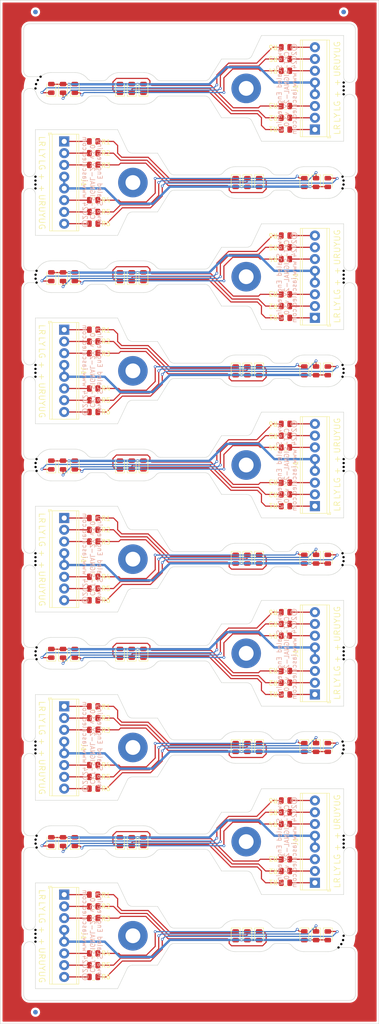
<source format=kicad_pcb>
(kicad_pcb (version 20211014) (generator pcbnew)
  (layers (0 "F.Cu" signal) (31 "B.Cu" signal) (34 "B.Paste" user) (35 "F.Paste" user) (36 "B.SilkS" user "B.Silkscreen") (37 "F.SilkS" user "F.Silkscreen") (38 "B.Mask" user) (39 "F.Mask" user) (44 "Edge.Cuts" user))
  (net 0 "")
  (net 1 "Board_0-Net-(D1-Pad1)")
  (net 2 "Board_0-Net-(D1-Pad2)")
  (net 3 "Board_0-Net-(D2-Pad1)")
  (net 4 "Board_0-Net-(D3-Pad1)")
  (net 5 "Board_0-Net-(D4-Pad1)")
  (net 6 "Board_0-Net-(D5-Pad1)")
  (net 7 "Board_0-Net-(D6-Pad1)")
  (net 8 "Board_0-Net-(J1-Pad6)")
  (net 9 "Board_0-Net-(J1-Pad7)")
  (net 10 "Board_0-Net-(J1-Pad8)")
  (net 11 "Board_0-Net-(R1-Pad2)")
  (net 12 "Board_0-Net-(R2-Pad2)")
  (net 13 "Board_0-Net-(R3-Pad2)")
  (net 14 "Board_0-unconnected-(H1-Pad1)")
  (net 15 "Board_1-Net-(D1-Pad1)")
  (net 16 "Board_1-Net-(D1-Pad2)")
  (net 17 "Board_1-Net-(D2-Pad1)")
  (net 18 "Board_1-Net-(D3-Pad1)")
  (net 19 "Board_1-Net-(D4-Pad1)")
  (net 20 "Board_1-Net-(D5-Pad1)")
  (net 21 "Board_1-Net-(D6-Pad1)")
  (net 22 "Board_1-Net-(J1-Pad6)")
  (net 23 "Board_1-Net-(J1-Pad7)")
  (net 24 "Board_1-Net-(J1-Pad8)")
  (net 25 "Board_1-Net-(R1-Pad2)")
  (net 26 "Board_1-Net-(R2-Pad2)")
  (net 27 "Board_1-Net-(R3-Pad2)")
  (net 28 "Board_1-unconnected-(H1-Pad1)")
  (net 29 "Board_2-Net-(D1-Pad1)")
  (net 30 "Board_2-Net-(D1-Pad2)")
  (net 31 "Board_2-Net-(D2-Pad1)")
  (net 32 "Board_2-Net-(D3-Pad1)")
  (net 33 "Board_2-Net-(D4-Pad1)")
  (net 34 "Board_2-Net-(D5-Pad1)")
  (net 35 "Board_2-Net-(D6-Pad1)")
  (net 36 "Board_2-Net-(J1-Pad6)")
  (net 37 "Board_2-Net-(J1-Pad7)")
  (net 38 "Board_2-Net-(J1-Pad8)")
  (net 39 "Board_2-Net-(R1-Pad2)")
  (net 40 "Board_2-Net-(R2-Pad2)")
  (net 41 "Board_2-Net-(R3-Pad2)")
  (net 42 "Board_2-unconnected-(H1-Pad1)")
  (net 43 "Board_3-Net-(D1-Pad1)")
  (net 44 "Board_3-Net-(D1-Pad2)")
  (net 45 "Board_3-Net-(D2-Pad1)")
  (net 46 "Board_3-Net-(D3-Pad1)")
  (net 47 "Board_3-Net-(D4-Pad1)")
  (net 48 "Board_3-Net-(D5-Pad1)")
  (net 49 "Board_3-Net-(D6-Pad1)")
  (net 50 "Board_3-Net-(J1-Pad6)")
  (net 51 "Board_3-Net-(J1-Pad7)")
  (net 52 "Board_3-Net-(J1-Pad8)")
  (net 53 "Board_3-Net-(R1-Pad2)")
  (net 54 "Board_3-Net-(R2-Pad2)")
  (net 55 "Board_3-Net-(R3-Pad2)")
  (net 56 "Board_3-unconnected-(H1-Pad1)")
  (net 57 "Board_4-Net-(D1-Pad1)")
  (net 58 "Board_4-Net-(D1-Pad2)")
  (net 59 "Board_4-Net-(D2-Pad1)")
  (net 60 "Board_4-Net-(D3-Pad1)")
  (net 61 "Board_4-Net-(D4-Pad1)")
  (net 62 "Board_4-Net-(D5-Pad1)")
  (net 63 "Board_4-Net-(D6-Pad1)")
  (net 64 "Board_4-Net-(J1-Pad6)")
  (net 65 "Board_4-Net-(J1-Pad7)")
  (net 66 "Board_4-Net-(J1-Pad8)")
  (net 67 "Board_4-Net-(R1-Pad2)")
  (net 68 "Board_4-Net-(R2-Pad2)")
  (net 69 "Board_4-Net-(R3-Pad2)")
  (net 70 "Board_4-unconnected-(H1-Pad1)")
  (net 71 "Board_5-Net-(D1-Pad1)")
  (net 72 "Board_5-Net-(D1-Pad2)")
  (net 73 "Board_5-Net-(D2-Pad1)")
  (net 74 "Board_5-Net-(D3-Pad1)")
  (net 75 "Board_5-Net-(D4-Pad1)")
  (net 76 "Board_5-Net-(D5-Pad1)")
  (net 77 "Board_5-Net-(D6-Pad1)")
  (net 78 "Board_5-Net-(J1-Pad6)")
  (net 79 "Board_5-Net-(J1-Pad7)")
  (net 80 "Board_5-Net-(J1-Pad8)")
  (net 81 "Board_5-Net-(R1-Pad2)")
  (net 82 "Board_5-Net-(R2-Pad2)")
  (net 83 "Board_5-Net-(R3-Pad2)")
  (net 84 "Board_5-unconnected-(H1-Pad1)")
  (net 85 "Board_6-Net-(D1-Pad1)")
  (net 86 "Board_6-Net-(D1-Pad2)")
  (net 87 "Board_6-Net-(D2-Pad1)")
  (net 88 "Board_6-Net-(D3-Pad1)")
  (net 89 "Board_6-Net-(D4-Pad1)")
  (net 90 "Board_6-Net-(D5-Pad1)")
  (net 91 "Board_6-Net-(D6-Pad1)")
  (net 92 "Board_6-Net-(J1-Pad6)")
  (net 93 "Board_6-Net-(J1-Pad7)")
  (net 94 "Board_6-Net-(J1-Pad8)")
  (net 95 "Board_6-Net-(R1-Pad2)")
  (net 96 "Board_6-Net-(R2-Pad2)")
  (net 97 "Board_6-Net-(R3-Pad2)")
  (net 98 "Board_6-unconnected-(H1-Pad1)")
  (net 99 "Board_7-Net-(D1-Pad1)")
  (net 100 "Board_7-Net-(D1-Pad2)")
  (net 101 "Board_7-Net-(D2-Pad1)")
  (net 102 "Board_7-Net-(D3-Pad1)")
  (net 103 "Board_7-Net-(D4-Pad1)")
  (net 104 "Board_7-Net-(D5-Pad1)")
  (net 105 "Board_7-Net-(D6-Pad1)")
  (net 106 "Board_7-Net-(J1-Pad6)")
  (net 107 "Board_7-Net-(J1-Pad7)")
  (net 108 "Board_7-Net-(J1-Pad8)")
  (net 109 "Board_7-Net-(R1-Pad2)")
  (net 110 "Board_7-Net-(R2-Pad2)")
  (net 111 "Board_7-Net-(R3-Pad2)")
  (net 112 "Board_7-unconnected-(H1-Pad1)")
  (net 113 "Board_8-Net-(D1-Pad1)")
  (net 114 "Board_8-Net-(D1-Pad2)")
  (net 115 "Board_8-Net-(D2-Pad1)")
  (net 116 "Board_8-Net-(D3-Pad1)")
  (net 117 "Board_8-Net-(D4-Pad1)")
  (net 118 "Board_8-Net-(D5-Pad1)")
  (net 119 "Board_8-Net-(D6-Pad1)")
  (net 120 "Board_8-Net-(J1-Pad6)")
  (net 121 "Board_8-Net-(J1-Pad7)")
  (net 122 "Board_8-Net-(J1-Pad8)")
  (net 123 "Board_8-Net-(R1-Pad2)")
  (net 124 "Board_8-Net-(R2-Pad2)")
  (net 125 "Board_8-Net-(R3-Pad2)")
  (net 126 "Board_8-unconnected-(H1-Pad1)")
  (net 127 "Board_9-Net-(D1-Pad1)")
  (net 128 "Board_9-Net-(D1-Pad2)")
  (net 129 "Board_9-Net-(D2-Pad1)")
  (net 130 "Board_9-Net-(D3-Pad1)")
  (net 131 "Board_9-Net-(D4-Pad1)")
  (net 132 "Board_9-Net-(D5-Pad1)")
  (net 133 "Board_9-Net-(D6-Pad1)")
  (net 134 "Board_9-Net-(J1-Pad6)")
  (net 135 "Board_9-Net-(J1-Pad7)")
  (net 136 "Board_9-Net-(J1-Pad8)")
  (net 137 "Board_9-Net-(R1-Pad2)")
  (net 138 "Board_9-Net-(R2-Pad2)")
  (net 139 "Board_9-Net-(R3-Pad2)")
  (net 140 "Board_9-unconnected-(H1-Pad1)")
  (footprint "NPTH" (layer "F.Cu") (at 115.406804 81.0108)
    (fp_text reference "KiKit_MB_5_1" hide)
    (fp_text value "NPTH" hide)
  )
  (footprint "Resistor_SMD:R_0805_2012Metric" (layer "F.Cu") (at 127.7355 55.5854 180)
    (fp_text reference "R3")
    (fp_text value "1k")
  )
  (footprint "NPTH" (layer "F.Cu") (at 115.1625 141.200333)
    (fp_text reference "KiKit_MB_11_2" hide)
    (fp_text value "NPTH" hide)
  )
  (footprint "LED_SMD:LED_0805_2012Metric" (layer "F.Cu") (at 175.8685 181.4678 -90)
    (fp_text reference "D5" hide)
    (fp_text value "AMBER")
  )
  (footprint "Resistor_SMD:R_0805_2012Metric" (layer "F.Cu") (at 169.2645 205.6232)
    (fp_text reference "R3")
    (fp_text value "1k")
  )
  (footprint "LED_SMD:LED_0805_2012Metric" (layer "F.Cu") (at 175.8685 100.0862 -90)
    (fp_text reference "D5" hide)
    (fp_text value "AMBER")
  )
  (footprint "NPTH" (layer "F.Cu") (at 181.8375 161.545733)
    (fp_text reference "KiKit_MB_14_3" hide)
    (fp_text value "NPTH" hide)
  )
  (footprint "NPTH" (layer "F.Cu") (at 181.8375 78.4708)
    (fp_text reference "KiKit_MB_6_1" hide)
    (fp_text value "NPTH" hide)
  )
  (footprint "NPTH" (layer "F.Cu") (at 181.70973 223.08577)
    (fp_text reference "KiKit_MB_20_2" hide)
    (fp_text value "NPTH" hide)
  )
  (footprint "LED_SMD:LED_0805_2012Metric" (layer "F.Cu") (at 161.0095 59.3954 -90)
    (fp_text reference "D2" hide)
    (fp_text value "AMBER")
  )
  (footprint "Resistor_SMD:R_0805_2012Metric" (layer "F.Cu") (at 127.7355 134.427 180)
    (fp_text reference "R2")
    (fp_text value "1k")
  )
  (footprint "LED_SMD:LED_0805_2012Metric" (layer "F.Cu") (at 121.1315 79.7408 90)
    (fp_text reference "D5" hide)
    (fp_text value "AMBER")
  )
  (footprint "LED_SMD:LED_0805_2012Metric" (layer "F.Cu") (at 135.9905 120.4316 90)
    (fp_text reference "D2" hide)
    (fp_text value "AMBER")
  )
  (footprint "LED_SMD:LED_0805_2012Metric" (layer "F.Cu") (at 163.5495 140.777 -90)
    (fp_text reference "D3" hide)
    (fp_text value "GREEN")
  )
  (footprint "NPTH" (layer "F.Cu") (at 181.809959 181.900336)
    (fp_text reference "KiKit_MB_16_3" hide)
    (fp_text value "NPTH" hide)
  )
  (footprint "Resistor_SMD:R_0805_2012Metric" (layer "F.Cu") (at 169.2645 32.7)
    (fp_text reference "R5")
    (fp_text value "1k")
  )
  (footprint "LED_SMD:LED_0805_2012Metric" (layer "F.Cu") (at 133.4505 79.7408 90)
    (fp_text reference "D3" hide)
    (fp_text value "GREEN")
  )
  (footprint "NPTH" (layer "F.Cu") (at 115.1625 60.6654)
    (fp_text reference "KiKit_MB_3_1" hide)
    (fp_text value "NPTH" hide)
  )
  (footprint "LED_SMD:LED_0805_2012Metric" (layer "F.Cu") (at 121.1315 120.4316 90)
    (fp_text reference "D5" hide)
    (fp_text value "AMBER")
  )
  (footprint "Resistor_SMD:R_0805_2012Metric" (layer "F.Cu") (at 169.2645 170.0124)
    (fp_text reference "R1")
    (fp_text value "1k")
  )
  (footprint "NPTH" (layer "F.Cu") (at 181.593196 139.507)
    (fp_text reference "KiKit_MB_12_1" hide)
    (fp_text value "NPTH" hide)
  )
  (footprint "LED_SMD:LED_0805_2012Metric" (layer "F.Cu") (at 173.3285 59.3954 -90)
    (fp_text reference "D4" hide)
    (fp_text value "RED")
  )
  (footprint "NPTH" (layer "F.Cu") (at 181.809959 100.518736)
    (fp_text reference "KiKit_MB_8_3" hide)
    (fp_text value "NPTH" hide)
  )
  (footprint "NPTH" (layer "F.Cu") (at 181.593196 182.7378)
    (fp_text reference "KiKit_MB_16_4" hide)
    (fp_text value "NPTH" hide)
  )
  (footprint "LED_SMD:LED_0805_2012Metric" (layer "F.Cu") (at 161.0095 222.1586 -90)
    (fp_text reference "D2" hide)
    (fp_text value "AMBER")
  )
  (footprint "LED_SMD:LED_0805_2012Metric" (layer "F.Cu") (at 163.5495 59.3954 -90)
    (fp_text reference "D3" hide)
    (fp_text value "GREEN")
  )
  (footprint "NPTH" (layer "F.Cu") (at 115.1625 99.662866)
    (fp_text reference "KiKit_MB_7_3" hide)
    (fp_text value "NPTH" hide)
  )
  (footprint "LED_SMD:LED_0805_2012Metric" (layer "F.Cu") (at 161.0095 181.4678 -90)
    (fp_text reference "D2" hide)
    (fp_text value "AMBER")
  )
  (footprint "NPTH" (layer "F.Cu") (at 116.274673 36.522701)
    (fp_text reference "KiKit_MB_1_4" hide)
    (fp_text value "NPTH" hide)
  )
  (footprint "MountingHole:MountingHole_3.2mm_M3_Pad" (layer "F.Cu") (at 160.7555 201.8132 90)
    (fp_text reference "H1" hide)
    (fp_text value "MountingHole")
  )
  (footprint "NPTH" (layer "F.Cu") (at 181.593196 180.1978)
    (fp_text reference "KiKit_MB_16_1" hide)
    (fp_text value "NPTH" hide)
  )
  (footprint "NPTH" (layer "F.Cu") (at 181.593196 60.6654)
    (fp_text reference "KiKit_MB_4_4" hide)
    (fp_text value "NPTH" hide)
  )
  (footprint "Resistor_SMD:R_0805_2012Metric" (layer "F.Cu") (at 169.2645 30.16)
    (fp_text reference "R6")
    (fp_text value "1k")
  )
  (footprint "NPTH" (layer "F.Cu") (at 181.8375 81.0108)
    (fp_text reference "KiKit_MB_6_4" hide)
    (fp_text value "NPTH" hide)
  )
  (footprint "NPTH" (layer "F.Cu") (at 115.406804 119.1616)
    (fp_text reference "KiKit_MB_9_4" hide)
    (fp_text value "NPTH" hide)
  )
  (footprint "Resistor_SMD:R_0805_2012Metric" (layer "F.Cu") (at 127.7355 175.1178 180)
    (fp_text reference "R2")
    (fp_text value "1k")
  )
  (footprint "NPTH" (layer "F.Cu") (at 115.163566 39.0627)
    (fp_text reference "KiKit_MB_1_1" hide)
    (fp_text value "NPTH" hide)
  )
  (footprint "Resistor_SMD:R_0805_2012Metric" (layer "F.Cu") (at 169.2645 70.8508)
    (fp_text reference "R6")
    (fp_text value "1k")
  )
  (footprint "LED_SMD:LED_0805_2012Metric" (layer "F.Cu") (at 178.4085 100.0862 -90)
    (fp_text reference "D6" hide)
    (fp_text value "GREEN")
  )
  (footprint "NPTH" (layer "F.Cu") (at 115.1625 220.8886)
    (fp_text reference "KiKit_MB_19_4" hide)
    (fp_text value "NPTH" hide)
  )
  (footprint "MountingHole:MountingHole_3.2mm_M3_Pad" (layer "F.Cu") (at 160.7555 161.1224 90)
    (fp_text reference "H1" hide)
    (fp_text value "MountingHole")
  )
  (footprint "NPTH" (layer "F.Cu") (at 115.1625 223.4286)
    (fp_text reference "KiKit_MB_19_1" hide)
    (fp_text value "NPTH" hide)
  )
  (footprint "NPTH" (layer "F.Cu") (at 181.8375 119.1616)
    (fp_text reference "KiKit_MB_10_1" hide)
    (fp_text value "NPTH" hide)
  )
  (footprint "Resistor_SMD:R_0805_2012Metric" (layer "F.Cu") (at 127.7355 190.3578 180)
    (fp_text reference "R6")
    (fp_text value "1k")
  )
  (footprint "LED_SMD:LED_0805_2012Metric" (layer "F.Cu") (at 158.4695 100.0862 -90)
    (fp_text reference "D1" hide)
    (fp_text value "RED")
  )
  (footprint "LED_SMD:LED_0805_2012Metric" (layer "F.Cu") (at 135.9905 39.05 90)
    (fp_text reference "D2" hide)
    (fp_text value "AMBER")
  )
  (footprint "Resistor_SMD:R_0805_2012Metric" (layer "F.Cu") (at 169.2645 208.1632)
    (fp_text reference "R2")
    (fp_text value "1k")
  )
  (footprint "LED_SMD:LED_0805_2012Metric" (layer "F.Cu") (at 178.4085 181.4678 -90)
    (fp_text reference "D6" hide)
    (fp_text value "GREEN")
  )
  (footprint "MountingHole:MountingHole_3.2mm_M3_Pad" (layer "F.Cu") (at 160.7555 79.7408 90)
    (fp_text reference "H1" hide)
    (fp_text value "MountingHole")
  )
  (footprint "TerminalBlock_Phoenix:TerminalBlock_Phoenix_MPT-0,5-8-2.54_1x08_P2.54mm_Horizontal" (layer "F.Cu") (at 121.3855 50.5054 -90)
    (fp_text reference "J1")
    (fp_text value "Screw_Terminal_01x08")
  )
  (footprint "NPTH" (layer "F.Cu") (at 181.836434 222.1459)
    (fp_text reference "KiKit_MB_20_1" hide)
    (fp_text value "NPTH" hide)
  )
  (footprint "LED_SMD:LED_0805_2012Metric" (layer "F.Cu") (at 178.4085 222.1586 -90)
    (fp_text reference "D6" hide)
    (fp_text value "GREEN")
  )
  (footprint "NPTH" (layer "F.Cu") (at 181.8375 201.389866)
    (fp_text reference "KiKit_MB_18_2" hide)
    (fp_text value "NPTH" hide)
  )
  (footprint "LED_SMD:LED_0805_2012Metric" (layer "F.Cu") (at 123.6715 201.8132 90)
    (fp_text reference "D4" hide)
    (fp_text value "RED")
  )
  (footprint "NPTH" (layer "F.Cu") (at 181.8375 79.317466)
    (fp_text reference "KiKit_MB_6_2" hide)
    (fp_text value "NPTH" hide)
  )
  (footprint "Resistor_SMD:R_0805_2012Metric" (layer "F.Cu") (at 127.7355 65.7454 180)
    (fp_text reference "R5")
    (fp_text value "1k")
  )
  (footprint "LED_SMD:LED_0805_2012Metric" (layer "F.Cu") (at 161.0095 100.0862 -90)
    (fp_text reference "D2" hide)
    (fp_text value "AMBER")
  )
  (footprint "Resistor_SMD:R_0805_2012Metric" (layer "F.Cu") (at 169.2645 129.3216)
    (fp_text reference "R1")
    (fp_text value "1k")
  )
  (footprint "NPTH" (layer "F.Cu") (at 181.593196 101.3562)
    (fp_text reference "KiKit_MB_8_4" hide)
    (fp_text value "NPTH" hide)
  )
  (footprint "Resistor_SMD:R_0805_2012Metric" (layer "F.Cu") (at 127.7355 68.2854 180)
    (fp_text reference "R6")
    (fp_text value "1k")
  )
  (footprint "NPTH" (layer "F.Cu") (at 115.190041 119.999063)
    (fp_text reference "KiKit_MB_9_3" hide)
    (fp_text value "NPTH" hide)
  )
  (footprint "Resistor_SMD:R_0805_2012Metric" (layer "F.Cu") (at 169.2645 198.0032)
    (fp_text reference "R4")
    (fp_text value "1k")
  )
  (footprint "Resistor_SMD:R_0805_2012Metric" (layer "F.Cu") (at 169.2645 152.2324)
    (fp_text reference "R6")
    (fp_text value "1k")
  )
  (footprint "LED_SMD:LED_0805_2012Metric" (layer "F.Cu") (at 123.6715 161.1224 90)
    (fp_text reference "D4" hide)
    (fp_text value "RED")
  )
  (footprint "LED_SMD:LED_0805_2012Metric" (layer "F.Cu") (at 158.4695 140.777 -90)
    (fp_text reference "D1" hide)
    (fp_text value "RED")
  )
  (footprint "NPTH" (layer "F.Cu") (at 181.8375 202.236533)
    (fp_text reference "KiKit_MB_18_3" hide)
    (fp_text value "NPTH" hide)
  )
  (footprint "MountingHole:MountingHole_3.2mm_M3_Pad" (layer "F.Cu") (at 160.7555 120.4316 90)
    (fp_text reference "H1" hide)
    (fp_text value "MountingHole")
  )
  (footprint "Resistor_SMD:R_0805_2012Metric" (layer "F.Cu") (at 169.2645 116.6216)
    (fp_text reference "R4")
    (fp_text value "1k")
  )
  (footprint "LED_SMD:LED_0805_2012Metric" (layer "F.Cu") (at 158.4695 181.4678 -90)
    (fp_text reference "D1" hide)
    (fp_text value "RED")
  )
  (footprint "Resistor_SMD:R_0805_2012Metric" (layer "F.Cu") (at 127.7355 131.887 180)
    (fp_text reference "R1")
    (fp_text value "1k")
  )
  (footprint "Resistor_SMD:R_0805_2012Metric" (layer "F.Cu") (at 169.2645 88.6308)
    (fp_text reference "R1")
    (fp_text value "1k")
  )
  (footprint "Resistor_SMD:R_0805_2012Metric" (layer "F.Cu") (at 169.2645 47.94)
    (fp_text reference "R1")
    (fp_text value "1k")
  )
  (footprint "TerminalBlock_Phoenix:TerminalBlock_Phoenix_MPT-0,5-8-2.54_1x08_P2.54mm_Horizontal" (layer "F.Cu") (at 121.3855 213.2686 -90)
    (fp_text reference "J1")
    (fp_text value "Screw_Terminal_01x08")
  )
  (footprint "NPTH" (layer "F.Cu") (at 115.1625 221.735266)
    (fp_text reference "KiKit_MB_19_3" hide)
    (fp_text value "NPTH" hide)
  )
  (footprint "NPTH" (layer "F.Cu") (at 115.190041 80.173336)
    (fp_text reference "KiKit_MB_5_2" hide)
    (fp_text value "NPTH" hide)
  )
  (footprint "TerminalBlock_Phoenix:TerminalBlock_Phoenix_MPT-0,5-8-2.54_1x08_P2.54mm_Horizontal" (layer "F.Cu") (at 121.3855 131.887 -90)
    (fp_text reference "J1")
    (fp_text value "Screw_Terminal_01x08")
  )
  (footprint "Resistor_SMD:R_0805_2012Metric" (layer "F.Cu") (at 169.2645 126.7816)
    (fp_text reference "R2")
    (fp_text value "1k")
  )
  (footprint "NPTH" (layer "F.Cu") (at 115.1625 139.507)
    (fp_text reference "KiKit_MB_11_4" hide)
    (fp_text value "NPTH" hide)
  )
  (footprint "NPTH" (layer "F.Cu") (at 181.8375 159.8524)
    (fp_text reference "KiKit_MB_14_1" hide)
    (fp_text value "NPTH" hide)
  )
  (footprint "NPTH" (layer "F.Cu") (at 181.8375 121.7016)
    (fp_text reference "KiKit_MB_10_4" hide)
    (fp_text value "NPTH" hide)
  )
  (footprint "NPTH" (layer "F.Cu") (at 115.1625 140.353666)
    (fp_text reference "KiKit_MB_11_3" hide)
    (fp_text value "NPTH" hide)
  )
  (footprint "Resistor_SMD:R_0805_2012Metric" (layer "F.Cu") (at 169.2645 42.86)
    (fp_text reference "R3")
    (fp_text value "1k")
  )
  (footprint "LED_SMD:LED_0805_2012Metric" (layer "F.Cu") (at 163.5495 100.0862 -90)
    (fp_text reference "D3" hide)
    (fp_text value "GREEN")
  )
  (footprint "Resistor_SMD:R_0805_2012Metric" (layer "F.Cu") (at 127.7355 103.8962 180)
    (fp_text reference "R4")
    (fp_text value "1k")
  )
  (footprint "TerminalBlock_Phoenix:TerminalBlock_Phoenix_MPT-0,5-8-2.54_1x08_P2.54mm_Horizontal" (layer "F.Cu") (at 175.6145 210.7032 90)
    (fp_text reference "J1")
    (fp_text value "Screw_Terminal_01x08")
  )
  (footprint "Resistor_SMD:R_0805_2012Metric" (layer "F.Cu") (at 169.2645 86.0908)
    (fp_text reference "R2")
    (fp_text value "1k")
  )
  (footprint "NPTH" (layer "F.Cu") (at 181.809959 58.962863)
    (fp_text reference "KiKit_MB_4_2" hide)
    (fp_text value "NPTH" hide)
  )
  (footprint "Resistor_SMD:R_0805_2012Metric" (layer "F.Cu") (at 169.2645 164.9324)
    (fp_text reference "R3")
    (fp_text value "1k")
  )
  (footprint "LED_SMD:LED_0805_2012Metric" (layer "F.Cu") (at 138.5305 201.8132 90)
    (fp_text reference "D1" hide)
    (fp_text value "RED")
  )
  (footprint "NPTH" (layer "F.Cu") (at 115.406804 159.8524)
    (fp_text reference "KiKit_MB_13_4" hide)
    (fp_text value "NPTH" hide)
  )
  (footprint "Resistor_SMD:R_0805_2012Metric" (layer "F.Cu") (at 127.7355 53.0454 180)
    (fp_text reference "R2")
    (fp_text value "1k")
  )
  (footprint "Resistor_SMD:R_0805_2012Metric" (layer "F.Cu") (at 127.7355 93.7362 180)
    (fp_text reference "R2")
    (fp_text value "1k")
  )
  (footprint "Resistor_SMD:R_0805_2012Metric" (layer "F.Cu") (at 169.2645 111.5416)
    (fp_text reference "R6")
    (fp_text value "1k")
  )
  (footprint "NPTH" (layer "F.Cu") (at 115.1625 181.891133)
    (fp_text reference "KiKit_MB_15_2" hide)
    (fp_text value "NPTH" hide)
  )
  (footprint "LED_SMD:LED_0805_2012Metric" (layer "F.Cu") (at 158.4695 222.1586 -90)
    (fp_text reference "D1" hide)
    (fp_text value "RED")
  )
  (footprint "Fiducial" (layer "F.Cu") (at 181.8375 22.54)
    (fp_text reference "KiKit_FID_T_2" hide)
    (fp_text value "Fiducial" hide)
  )
  (footprint "LED_SMD:LED_0805_2012Metric" (layer "F.Cu") (at 138.5305 161.1224 90)
    (fp_text reference "D1" hide)
    (fp_text value "RED")
  )
  (footprint "LED_SMD:LED_0805_2012Metric" (layer "F.Cu") (at 173.3285 222.1586 -90)
    (fp_text reference "D4" hide)
    (fp_text value "RED")
  )
  (footprint "NPTH" (layer "F.Cu") (at 115.406804 162.3924)
    (fp_text reference "KiKit_MB_13_1" hide)
    (fp_text value "NPTH" hide)
  )
  (footprint "LED_SMD:LED_0805_2012Metric" (layer "F.Cu") (at 133.4505 39.05 90)
    (fp_text reference "D3" hide)
    (fp_text value "GREEN")
  )
  (footprint "NPTH" (layer "F.Cu") (at 115.1625 58.1254)
    (fp_text reference "KiKit_MB_3_4" hide)
    (fp_text value "NPTH" hide)
  )
  (footprint "LED_SMD:LED_0805_2012Metric" (layer "F.Cu") (at 173.3285 140.777 -90)
    (fp_text reference "D4" hide)
    (fp_text value "RED")
  )
  (footprint "TerminalBlock_Phoenix:TerminalBlock_Phoenix_MPT-0,5-8-2.54_1x08_P2.54mm_Horizontal" (layer "F.Cu") (at 121.3855 91.1962 -90)
    (fp_text reference "J1")
    (fp_text value "Screw_Terminal_01x08")
  )
  (footprint "LED_SMD:LED_0805_2012Metric" (layer "F.Cu") (at 118.5915 161.1224 90)
    (fp_text reference "D6" hide)
    (fp_text value "GREEN")
  )
  (footprint "Resistor_SMD:R_0805_2012Metric" (layer "F.Cu") (at 127.7355 136.967 180)
    (fp_text reference "R3")
    (fp_text value "1k")
  )
  (footprint "NPTH" (layer "F.Cu") (at 181.8375 160.699066)
    (fp_text reference "KiKit_MB_14_2" hide)
    (fp_text value "NPTH" hide)
  )
  (footprint "Resistor_SMD:R_0805_2012Metric" (layer "F.Cu") (at 169.2645 83.5508)
    (fp_text reference "R3")
    (fp_text value "1k")
  )
  (footprint "LED_SMD:LED_0805_2012Metric" (layer "F.Cu") (at 178.4085 140.777 -90)
    (fp_text reference "D6" hide)
    (fp_text value "GREEN")
  )
  (footprint "NPTH" (layer "F.Cu") (at 115.1625 182.7378)
    (fp_text reference "KiKit_MB_15_1" hide)
    (fp_text value "NPTH" hide)
  )
  (footprint "LED_SMD:LED_0805_2012Metric" (layer "F.Cu") (at 133.4505 120.4316 90)
    (fp_text reference "D3" hide)
    (fp_text value "GREEN")
  )
  (footprint "LED_SMD:LED_0805_2012Metric" (layer "F.Cu") (at 161.0095 140.777 -90)
    (fp_text reference "D2" hide)
    (fp_text value "AMBER")
  )
  (footprint "LED_SMD:LED_0805_2012Metric" (layer "F.Cu") (at 178.4085 59.3954 -90)
    (fp_text reference "D6" hide)
    (fp_text value "GREEN")
  )
  (footprint "NPTH" (layer "F.Cu") (at 115.190041 160.689863)
    (fp_text reference "KiKit_MB_13_3" hide)
    (fp_text value "NPTH" hide)
  )
  (footprint "LED_SMD:LED_0805_2012Metric" (layer "F.Cu") (at 163.5495 222.1586 -90)
    (fp_text reference "D3" hide)
    (fp_text value "GREEN")
  )
  (footprint "MountingHole:MountingHole_3.2mm_M3_Pad" (layer "F.Cu") (at 160.7555 39.05 90)
    (fp_text reference "H1" hide)
    (fp_text value "MountingHole")
  )
  (footprint "LED_SMD:LED_0805_2012Metric" (layer "F.Cu") (at 118.5915 120.4316 90)
    (fp_text reference "D6" hide)
    (fp_text value "GREEN")
  )
  (footprint "Resistor_SMD:R_0805_2012Metric" (layer "F.Cu") (at 127.7355 147.127 180)
    (fp_text reference "R5")
    (fp_text value "1k")
  )
  (footprint "LED_SMD:LED_0805_2012Metric" (layer "F.Cu") (at 135.9905 79.7408 90)
    (fp_text reference "D2" hide)
    (fp_text value "AMBER")
  )
  (footprint "LED_SMD:LED_0805_2012Metric" (layer "F.Cu") (at 138.5305 120.4316 90)
    (fp_text reference "D1" hide)
    (fp_text value "RED")
  )
  (footprint "MountingHole:MountingHole_3.2mm_M3_Pad" (layer "F.Cu") (at 136.2445 222.1586 -90)
    (fp_text reference "H1" hide)
    (fp_text value "MountingHole")
  )
  (footprint "NPTH" (layer "F.Cu") (at 115.406804 203.0832)
    (fp_text reference "KiKit_MB_17_1" hide)
    (fp_text value "NPTH" hide)
  )
  (footprint "NPTH" (layer "F.Cu") (at 181.8375 39.473333)
    (fp_text reference "KiKit_MB_2_3" hide)
    (fp_text value "NPTH" hide)
  )
  (footprint "LED_SMD:LED_0805_2012Metric" (layer "F.Cu") (at 118.5915 201.8132 90)
    (fp_text reference "D6" hide)
    (fp_text value "GREEN")
  )
  (footprint "Resistor_SMD:R_0805_2012Metric" (layer "F.Cu") (at 127.7355 185.2778 180)
    (fp_text reference "R4")
    (fp_text value "1k")
  )
  (footprint "MountingHole:MountingHole_3.2mm_M3_Pad" (layer "F.Cu") (at 136.2445 100.0862 -90)
    (fp_text reference "H1" hide)
    (fp_text value "MountingHole")
  )
  (footprint "NPTH" (layer "F.Cu") (at 115.1625 181.044466)
    (fp_text reference "KiKit_MB_15_3" hide)
    (fp_text value "NPTH" hide)
  )
  (footprint "Resistor_SMD:R_0805_2012Metric" (layer "F.Cu") (at 169.2645 75.9308)
    (fp_text reference "R4")
    (fp_text value "1k")
  )
  (footprint "NPTH" (layer "F.Cu") (at 180.725327 224.6859)
    (fp_text reference "KiKit_MB_20_4" hide)
    (fp_text value "NPTH" hide)
  )
  (footprint "Resistor_SMD:R_0805_2012Metric" (layer "F.Cu") (at 169.2645 154.7724)
    (fp_text reference "R5")
    (fp_text value "1k")
  )
  (footprint "Fiducial" (layer "F.Cu") (at 115.1625 238.6686)
    (fp_text reference "KiKit_FID_T_3" hide)
    (fp_text value "Fiducial" hide)
  )
  (footprint "Resistor_SMD:R_0805_2012Metric" (layer "F.Cu") (at 127.7355 149.667 180)
    (fp_text reference "R6")
    (fp_text value "1k")
  )
  (footprint "LED_SMD:LED_0805_2012Metric" (layer "F.Cu") (at 135.9905 161.1224 90)
    (fp_text reference "D2" hide)
    (fp_text value "AMBER")
  )
  (footprint "NPTH" (layer "F.Cu") (at 115.1625 222.581933)
    (fp_text reference "KiKit_MB_19_2" hide)
    (fp_text value "NPTH" hide)
  )
  (footprint "NPTH" (layer "F.Cu") (at 181.809959 59.827936)
    (fp_text reference "KiKit_MB_4_3" hide)
    (fp_text value "NPTH" hide)
  )
  (footprint "NPTH" (layer "F.Cu") (at 181.8375 162.3924)
    (fp_text reference "KiKit_MB_14_4" hide)
    (fp_text value "NPTH" hide)
  )
  (footprint "NPTH" (layer "F.Cu") (at 181.8375 120.854933)
    (fp_text reference "KiKit_MB_10_3" hide)
    (fp_text value "NPTH" hide)
  )
  (footprint "NPTH" (layer "F.Cu") (at 115.1625 142.047)
    (fp_text reference "KiKit_MB_11_1" hide)
    (fp_text value "NPTH" hide)
  )
  (footprint "LED_SMD:LED_0805_2012Metric" (layer "F.Cu") (at 123.6715 120.4316 90)
    (fp_text reference "D4" hide)
    (fp_text value "RED")
  )
  (footprint "Resistor_SMD:R_0805_2012Metric" (layer "F.Cu") (at 169.2645 45.4)
    (fp_text reference "R2")
    (fp_text value "1k")
  )
  (footprint "Resistor_SMD:R_0805_2012Metric" (layer "F.Cu") (at 127.7355 91.1962 180)
    (fp_text reference "R1")
    (fp_text value "1k")
  )
  (footprint "NPTH" (layer "F.Cu") (at 115.1625 58.972066)
    (fp_text reference "KiKit_MB_3_3" hide)
    (fp_text value "NPTH" hide)
  )
  (footprint "Resistor_SMD:R_0805_2012Metric" (layer "F.Cu") (at 127.7355 225.9686 180)
    (fp_text reference "R4")
    (fp_text value "1k")
  )
  (footprint "Resistor_SMD:R_0805_2012Metric" (layer "F.Cu") (at 127.7355 218.3486 180)
    (fp_text reference "R3")
    (fp_text value "1k")
  )
  (footprint "LED_SMD:LED_0805_2012Metric" (layer "F.Cu") (at 138.5305 79.7408 90)
    (fp_text reference "D1" hide)
    (fp_text value "RED")
  )
  (footprint "Resistor_SMD:R_0805_2012Metric" (layer "F.Cu") (at 169.2645 167.4724)
    (fp_text reference "R2")
    (fp_text value "1k")
  )
  (footprint "LED_SMD:LED_0805_2012Metric" (layer "F.Cu") (at 175.8685 140.777 -90)
    (fp_text reference "D5" hide)
    (fp_text value "AMBER")
  )
  (footprint "Resistor_SMD:R_0805_2012Metric" (layer "F.Cu") (at 127.7355 50.5054 180)
    (fp_text reference "R1")
    (fp_text value "1k")
  )
  (footprint "Resistor_SMD:R_0805_2012Metric" (layer "F.Cu") (at 127.7355 144.587 180)
    (fp_text reference "R4")
    (fp_text value "1k")
  )
  (footprint "NPTH" (layer "F.Cu") (at 181.809959 141.209536)
    (fp_text reference "KiKit_MB_12_3" hide)
    (fp_text value "NPTH" hide)
  )
  (footprint "NPTH" (layer "F.Cu") (at 115.671439 37.254432)
    (fp_text reference "KiKit_MB_1_3" hide)
    (fp_text value "NPTH" hide)
  )
  (footprint "Resistor_SMD:R_0805_2012Metric" (layer "F.Cu") (at 127.7355 177.6578 180)
    (fp_text reference "R3")
    (fp_text value "1k")
  )
  (footprint "NPTH" (layer "F.Cu") (at 115.29027 38.12283)
    (fp_text reference "KiKit_MB_1_2" hide)
    (fp_text value "NPTH" hide)
  )
  (footprint "LED_SMD:LED_0805_2012Metric" (layer "F.Cu") (at 123.6715 79.7408 90)
    (fp_text reference "D4" hide)
    (fp_text value "RED")
  )
  (footprint "NPTH" (layer "F.Cu") (at 181.8375 80.164133)
    (fp_text reference "KiKit_MB_6_3" hide)
    (fp_text value "NPTH" hide)
  )
  (footprint "Resistor_SMD:R_0805_2012Metric" (layer "F.Cu") (at 127.7355 187.8178 180)
    (fp_text reference "R5")
    (fp_text value "1k")
  )
  (footprint "LED_SMD:LED_0805_2012Metric" (layer "F.Cu") (at 175.8685 222.1586 -90)
    (fp_text reference "D5" hide)
    (fp_text value "AMBER")
  )
  (footprint "LED_SMD:LED_0805_2012Metric" (layer "F.Cu") (at 121.1315 161.1224 90)
    (fp_text reference "D5" hide)
    (fp_text value "AMBER")
  )
  (footprint "Resistor_SMD:R_0805_2012Metric" (layer "F.Cu") (at 127.7355 63.2054 180)
    (fp_text reference "R4")
    (fp_text value "1k")
  )
  (footprint "Fiducial" (layer "F.Cu") (at 115.1625 22.54)
    (fp_text reference "KiKit_FID_T_1" hide)
    (fp_text value "Fiducial" hide)
  )
  (footprint "Resistor_SMD:R_0805_2012Metric" (layer "F.Cu") (at 169.2645 192.9232)
    (fp_text reference "R6")
    (fp_text value "1k")
  )
  (footprint "NPTH" (layer "F.Cu") (at 115.190041 161.554936)
    (fp_text reference "KiKit_MB_13_2" hide)
    (fp_text value "NPTH" hide)
  )
  (footprint "NPTH" (layer "F.Cu") (at 181.8375 203.0832)
    (fp_text reference "KiKit_MB_18_4" hide)
    (fp_text value "NPTH" hide)
  )
  (footprint "Resistor_SMD:R_0805_2012Metric" (layer "F.Cu") (at 169.2645 114.0816)
    (fp_text reference "R5")
    (fp_text value "1k")
  )
  (footprint "LED_SMD:LED_0805_2012Metric" (layer "F.Cu") (at 135.9905 201.8132 90)
    (fp_text reference "D2" hide)
    (fp_text value "AMBER")
  )
  (footprint "NPTH" (layer "F.Cu") (at 115.190041 120.864136)
    (fp_text reference "KiKit_MB_9_2" hide)
    (fp_text value "NPTH" hide)
  )
  (footprint "NPTH" (layer "F.Cu") (at 115.1625 101.3562)
    (fp_text reference "KiKit_MB_7_1" hide)
    (fp_text value "NPTH" hide)
  )
  (footprint "NPTH" (layer "F.Cu") (at 181.8375 200.5432)
    (fp_text reference "KiKit_MB_18_1" hide)
    (fp_text value "NPTH" hide)
  )
  (footprint "Resistor_SMD:R_0805_2012Metric" (layer "F.Cu") (at 169.2645 35.24)
    (fp_text reference "R4")
    (fp_text value "1k")
  )
  (footprint "LED_SMD:LED_0805_2012Metric" (layer "F.Cu") (at 118.5915 79.7408 90)
    (fp_text reference "D6" hide)
    (fp_text value "GREEN")
  )
  (footprint "NPTH" (layer "F.Cu") (at 115.406804 121.7016)
    (fp_text reference "KiKit_MB_9_1" hide)
    (fp_text value "NPTH" hide)
  )
  (footprint "NPTH" (layer "F.Cu") (at 181.593196 58.1254)
    (fp_text reference "KiKit_MB_4_1" hide)
    (fp_text value "NPTH" hide)
  )
  (footprint "Resistor_SMD:R_0805_2012Metric" (layer "F.Cu") (at 127.7355 172.5778 180)
    (fp_text reference "R1")
    (fp_text value "1k")
  )
  (footprint "NPTH" (layer "F.Cu") (at 181.8375 38.626667)
    (fp_text reference "KiKit_MB_2_2" hide)
    (fp_text value "NPTH" hide)
  )
  (footprint "LED_SMD:LED_0805_2012Metric" (layer "F.Cu") (at 121.1315 201.8132 90)
    (fp_text reference "D5" hide)
    (fp_text value "AMBER")
  )
  (footprint "NPTH" (layer "F.Cu") (at 181.809959 140.344463)
    (fp_text reference "KiKit_MB_12_2" hide)
    (fp_text value "NPTH" hide)
  )
  (footprint "LED_SMD:LED_0805_2012Metric" (layer "F.Cu") (at 138.5305 39.05 90)
    (fp_text reference "D1" hide)
    (fp_text value "RED")
  )
  (footprint "TerminalBlock_Phoenix:TerminalBlock_Phoenix_MPT-0,5-8-2.54_1x08_P2.54mm_Horizontal" (layer "F.Cu") (at 175.6145 47.94 90)
    (fp_text reference "J1")
    (fp_text value "Screw_Terminal_01x08")
  )
  (footprint "NPTH" (layer "F.Cu") (at 115.406804 200.5432)
    (fp_text reference "KiKit_MB_17_4" hide)
    (fp_text value "NPTH" hide)
  )
  (footprint "Resistor_SMD:R_0805_2012Metric" (layer "F.Cu") (at 127.7355 96.2762 180)
    (fp_text reference "R3")
    (fp_text value "1k")
  )
  (footprint "Resistor_SMD:R_0805_2012Metric" (layer "F.Cu") (at 127.7355 228.5086 180)
    (fp_text reference "R5")
    (fp_text value "1k")
  )
  (footprint "LED_SMD:LED_0805_2012Metric" (layer "F.Cu") (at 173.3285 181.4678 -90)
    (fp_text reference "D4" hide)
    (fp_text value "RED")
  )
  (footprint "NPTH" (layer "F.Cu") (at 115.1625 59.818733)
    (fp_text reference "KiKit_MB_3_2" hide)
    (fp_text value "NPTH" hide)
  )
  (footprint "NPTH" (layer "F.Cu") (at 181.593196 98.8162)
    (fp_text reference "KiKit_MB_8_1" hide)
    (fp_text value "NPTH" hide)
  )
  (footprint "NPTH" (layer "F.Cu") (at 181.8375 120.008266)
    (fp_text reference "KiKit_MB_10_2" hide)
    (fp_text value "NPTH" hide)
  )
  (footprint "LED_SMD:LED_0805_2012Metric" (layer "F.Cu") (at 121.1315 39.05 90)
    (fp_text reference "D5" hide)
    (fp_text value "AMBER")
  )
  (footprint "NPTH" (layer "F.Cu") (at 181.8375 37.78)
    (fp_text reference "KiKit_MB_2_1" hide)
    (fp_text value "NPTH" hide)
  )
  (footprint "TerminalBlock_Phoenix:TerminalBlock_Phoenix_MPT-0,5-8-2.54_1x08_P2.54mm_Horizontal" (layer "F.Cu") (at 175.6145 129.3216 90)
    (fp_text reference "J1")
    (fp_text value "Screw_Terminal_01x08")
  )
  (footprint "NPTH" (layer "F.Cu") (at 181.809959 181.035263)
    (fp_text reference "KiKit_MB_16_2" hide)
    (fp_text value "NPTH" hide)
  )
  (footprint "NPTH" (layer "F.Cu") (at 115.1625 98.8162)
    (fp_text reference "KiKit_MB_7_4" hide)
    (fp_text value "NPTH" hide)
  )
  (footprint "Resistor_SMD:R_0805_2012Metric" (layer "F.Cu") (at 169.2645 195.4632)
    (fp_text reference "R5")
    (fp_text value "1k")
  )
  (footprint "LED_SMD:LED_0805_2012Metric" (layer "F.Cu") (at 133.4505 161.1224 90)
    (fp_text reference "D3" hide)
    (fp_text value "GREEN")
  )
  (footprint "Resistor_SMD:R_0805_2012Metric" (layer "F.Cu") (at 127.7355 231.0486 180)
    (fp_text reference "R6")
    (fp_text value "1k")
  )
  (footprint "LED_SMD:LED_0805_2012Metric" (layer "F.Cu") (at 158.4695 59.3954 -90)
    (fp_text reference "D1" hide)
    (fp_text value "RED")
  )
  (footprint "NPTH" (layer "F.Cu") (at 115.190041 201.380663)
    (fp_text reference "KiKit_MB_17_3" hide)
    (fp_text value "NPTH" hide)
  )
  (footprint "NPTH" (layer "F.Cu") (at 115.1625 100.509533)
    (fp_text reference "KiKit_MB_7_2" hide)
    (fp_text value "NPTH" hide)
  )
  (footprint "TerminalBlock_Phoenix:TerminalBlock_Phoenix_MPT-0,5-8-2.54_1x08_P2.54mm_Horizontal" (layer "F.Cu") (at 175.6145 88.6308 90)
    (fp_text reference "J1")
    (fp_text value "Screw_Terminal_01x08")
  )
  (footprint "NPTH" (layer "F.Cu") (at 181.8375 40.32)
    (fp_text reference "KiKit_MB_2_4" hide)
    (fp_text value "NPTH" hide)
  )
  (footprint "LED_SMD:LED_0805_2012Metric" (layer "F.Cu") (at 173.3285 100.0862 -90)
    (fp_text reference "D4" hide)
    (fp_text value "RED")
  )
  (footprint "TerminalBlock_Phoenix:TerminalBlock_Phoenix_MPT-0,5-8-2.54_1x08_P2.54mm_Horizontal" (layer "F.Cu") (at 121.3855 172.5778 -90)
    (fp_text reference "J1")
    (fp_text value "Screw_Terminal_01x08")
  )
  (footprint "LED_SMD:LED_0805_2012Metric" (layer "F.Cu") (at 123.6715 39.05 90)
    (fp_text reference "D4" hide)
    (fp_text value "RED")
  )
  (footprint "NPTH" (layer "F.Cu") (at 181.593196 142.047)
    (fp_text reference "KiKit_MB_12_4" hide)
    (fp_text value "NPTH" hide)
  )
  (footprint "LED_SMD:LED_0805_2012Metric" (layer "F.Cu") (at 175.8685 59.3954 -90)
    (fp_text reference "D5" hide)
    (fp_text value "AMBER")
  )
  (footprint "LED_SMD:LED_0805_2012Metric" (layer "F.Cu") (at 133.4505 201.8132 90)
    (fp_text reference "D3" hide)
    (fp_text value "GREEN")
  )
  (footprint "MountingHole:MountingHole_3.2mm_M3_Pad" (layer "F.Cu") (at 136.2445 59.3954 -90)
    (fp_text reference "H1" hide)
    (fp_text value "MountingHole")
  )
  (footprint "NPTH" (layer "F.Cu") (at 181.809959 99.653663)
    (fp_text reference "KiKit_MB_8_2" hide)
    (fp_text value "NPTH" hide)
  )
  (footprint "Resistor_SMD:R_0805_2012Metric" (layer "F.Cu") (at 127.7355 106.4362 180)
    (fp_text reference "R5")
    (fp_text value "1k")
  )
  (footprint "NPTH" (layer "F.Cu") (at 115.190041 79.308263)
    (fp_text reference "KiKit_MB_5_3" hide)
    (fp_text value "NPTH" hide)
  )
  (footprint "Resistor_SMD:R_0805_2012Metric" (layer "F.Cu") (at 127.7355 215.8086 180)
    (fp_text reference "R2")
    (fp_text value "1k")
  )
  (footprint "MountingHole:MountingHole_3.2mm_M3_Pad" (layer "F.Cu") (at 136.2445 181.4678 -90)
    (fp_text reference "H1" hide)
    (fp_text value "MountingHole")
  )
  (footprint "NPTH" (layer "F.Cu") (at 115.1625 180.1978)
    (fp_text reference "KiKit_MB_15_4" hide)
    (fp_text value "NPTH" hide)
  )
  (footprint "MountingHole:MountingHole_3.2mm_M3_Pad" (layer "F.Cu") (at 136.2445 140.777 -90)
    (fp_text reference "H1" hide)
    (fp_text value "MountingHole")
  )
  (footprint "LED_SMD:LED_0805_2012Metric" (layer "F.Cu") (at 163.5495 181.4678 -90)
    (fp_text reference "D3" hide)
    (fp_text value "GREEN")
  )
  (footprint "Resistor_SMD:R_0805_2012Metric" (layer "F.Cu") (at 169.2645 124.2416)
    (fp_text reference "R3")
    (fp_text value "1k")
  )
  (footprint "Resistor_SMD:R_0805_2012Metric" (layer "F.Cu") (at 127.7355 213.2686 180)
    (fp_text reference "R1")
    (fp_text value "1k")
  )
  (footprint "NPTH" (layer "F.Cu") (at 115.190041 202.245736)
    (fp_text reference "KiKit_MB_17_2" hide)
    (fp_text value "NPTH" hide)
  )
  (footprint "Resistor_SMD:R_0805_2012Metric" (layer "F.Cu") (at 169.2645 157.3124)
    (fp_text reference "R4")
    (fp_text value "1k")
  )
  (footprint "NPTH" (layer "F.Cu") (at 181.328561 223.954168)
    (fp_text reference "KiKit_MB_20_3" hide)
    (fp_text value "NPTH" hide)
  )
  (footprint "Resistor_SMD:R_0805_2012Metric" (layer "F.Cu") (at 169.2645 210.7032)
    (fp_text reference "R1")
    (fp_text value "1k")
  )
  (footprint "TerminalBlock_Phoenix:TerminalBlock_Phoenix_MPT-0,5-8-2.54_1x08_P2.54mm_Horizontal" (layer "F.Cu") (at 175.6145 170.0124 90)
    (fp_text reference "J1")
    (fp_text value "Screw_Terminal_01x08")
  )
  (footprint "LED_SMD:LED_0805_2012Metric" (layer "F.Cu") (at 118.5915 39.05 90)
    (fp_text reference "D6" hide)
    (fp_text value "GREEN")
  )
  (footprint "Resistor_SMD:R_0805_2012Metric" (layer "F.Cu") (at 127.7355 108.9762 180)
    (fp_text reference "R6")
    (fp_text value "1k")
  )
  (footprint "Resistor_SMD:R_0805_2012Metric" (layer "F.Cu") (at 169.2645 73.3908)
    (fp_text reference "R5")
    (fp_text value "1k")
  )
  (footprint "NPTH" (layer "F.Cu") (at 115.406804 78.4708)
    (fp_text reference "KiKit_MB_5_4" hide)
    (fp_text value "NPTH" hide)
  )
  (footprint "Fiducial" (layer "B.Cu") (at 181.8375 22.54)
    (fp_text reference "KiKit_FID_B_2" hide)
    (fp_text value "Fiducial" hide)
  )
  (footprint "Fiducial" (layer "B.Cu") (at 115.1625 22.54)
    (fp_text reference "KiKit_FID_B_1" hide)
    (fp_text value "Fiducial" hide)
  )
  (footprint "Fiducial" (layer "B.Cu") (at 115.1625 238.6686)
    (fp_text reference "KiKit_FID_B_3" hide)
    (fp_text value "Fiducial" hide)
  )
  (gr_line (start 163.742656 103.512836) (end 163.88603 103.504249) (layer "Edge.Cuts") (width 0.1))
  (gr_line (start 132.944731 233.583319) (end 132.944963 233.582887) (layer "Edge.Cuts") (width 0.1))
  (gr_line (start 116.010322 81.997591) (end 116.010485 81.99778) (layer "Edge.Cuts") (width 0.1))
  (gr_line (start 115.138286 57.111213) (end 115.124736 57.171554) (layer "Edge.Cuts") (width 0.1))
  (gr_line (start 116.790409 76.823323) (end 116.790198 76.823455) (layer "Edge.Cuts") (width 0.1))
  (gr_line (start 113.882622 81.0108) (end 114.643918 81.0108) (layer "Edge.Cuts") (width 0.1))
  (gr_line (start 183.241001 142.05307) (end 183.302379 142.06064) (layer "Edge.Cuts") (width 0.1))
  (gr_line (start 183.117377 182.7378) (end 183.179325 182.73932) (layer "Edge.Cuts") (width 0.1))
  (gr_line (start 139.248166 35.695743) (end 139.099391 35.667928) (layer "Edge.Cuts") (width 0.1))
  (gr_line (start 164.061773 50.479534) (end 164.062254 50.47963) (layer "Edge.Cuts") (width 0.1))
  (gr_line (start 158.461248 55.966618) (end 158.461116 55.966621) (layer "Edge.Cuts") (width 0.1))
  (gr_line (start 141.576804 187.816735) (end 141.577242 187.816531) (layer "Edge.Cuts") (width 0.1))
  (gr_line (start 163.709774 225.586348) (end 163.710036 225.586342) (layer "Edge.Cuts") (width 0.1))
  (gr_line (start 172.430699 62.706934) (end 172.430955 62.706999) (layer "Edge.Cuts") (width 0.1))
  (gr_line (start 182.61532 159.756485) (end 182.558781 159.731423) (layer "Edge.Cuts") (width 0.1))
  (gr_line (start 184.198235 77.858567) (end 184.165149 77.910816) (layer "Edge.Cuts") (width 0.1))
  (gr_line (start 125.731089 199.054464) (end 125.606798 198.968096) (layer "Edge.Cuts") (width 0.1))
  (gr_line (start 112.63614 82.08592) (end 112.646713 82.024986) (layer "Edge.Cuts") (width 0.1))
  (gr_line (start 113.40032 39.158614) (end 113.458019 39.136357) (layer "Edge.Cuts") (width 0.1))
  (gr_line (start 184.339736 204.037045) (end 184.353286 204.097386) (layer "Edge.Cuts") (width 0.1))
  (gr_line (start 161.986262 31.9805) (end 161.958352 32.035724) (layer "Edge.Cuts") (width 0.1))
  (gr_line (start 164.267166 96.731945) (end 164.118391 96.70413) (layer "Edge.Cuts") (width 0.1))
  (gr_line (start 140.590089 36.291264) (end 140.465798 36.204896) (layer "Edge.Cuts") (width 0.1))
  (gr_line (start 124.389166 157.768143) (end 124.240391 157.740328) (layer "Edge.Cuts") (width 0.1))
  (gr_line (start 113.758998 142.05307) (end 113.820674 142.04852) (layer "Edge.Cuts") (width 0.1))
  (gr_line (start 179.725703 184.633326) (end 179.725934 184.633232) (layer "Edge.Cuts") (width 0.1))
  (gr_line (start 117.760562 35.723569) (end 117.730368 35.731257) (layer "Edge.Cuts") (width 0.1))
  (gr_line (start 181.453967 61.045623) (end 181.498941 61.001756) (layer "Edge.Cuts") (width 0.1))
  (gr_line (start 181.201411 220.16982) (end 181.183223 220.144522) (layer "Edge.Cuts") (width 0.1))
  (gr_line (start 172.047942 225.344613) (end 172.048187 225.344712) (layer "Edge.Cuts") (width 0.1))
  (gr_line (start 182.01908 221.765676) (end 181.976348 221.719622) (layer "Edge.Cuts") (width 0.1))
  (gr_line (start 173.336754 55.9664) (end 173.320248 55.966618) (layer "Edge.Cuts") (width 0.1))
  (gr_line (start 114.268257 142.101258) (end 114.32698 142.120657) (layer "Edge.Cuts") (width 0.1))
  (gr_line (start 166.713135 220.382782) (end 166.657223 220.354113) (layer "Edge.Cuts") (width 0.1))
  (gr_line (start 112.87046 61.17482) (end 112.908509 61.126066) (layer "Edge.Cuts") (width 0.1))
  (gr_line (start 115.920619 81.890682) (end 115.920777 81.890875) (layer "Edge.Cuts") (width 0.1))
  (gr_line (start 125.578989 82.604145) (end 125.606571 82.586039) (layer "Edge.Cuts") (width 0.1))
  (gr_line (start 107.545061 20.003602) (end 107.54475 20.003981) (layer "Edge.Cuts") (width 0.1))
  (gr_line (start 141.809898 118.704587) (end 141.751408 118.681628) (layer "Edge.Cuts") (width 0.1))
  (gr_line (start 169.617981 179.8168) (end 167.260025 179.8168) (layer "Edge.Cuts") (width 0.1))
  (gr_line (start 140.590082 123.190324) (end 140.590296 123.19017) (layer "Edge.Cuts") (width 0.1))
  (gr_line (start 141.160009 158.883286) (end 141.138108 158.858608) (layer "Edge.Cuts") (width 0.1))
  (gr_line (start 113.40032 58.029485) (end 113.343781 58.004423) (layer "Edge.Cuts") (width 0.1))
  (gr_line (start 130.712537 122.541911) (end 130.820821 122.670515) (layer "Edge.Cuts") (width 0.1))
  (gr_line (start 165.609087 56.636667) (end 165.484796 56.550299) (layer "Edge.Cuts") (width 0.1))
  (gr_line (start 184.339736 163.346245) (end 184.353286 163.406586) (layer "Edge.Cuts") (width 0.1))
  (gr_line (start 183.54198 25.153657) (end 183.599679 25.175914) (layer "Edge.Cuts") (width 0.1))
  (gr_line (start 164.058211 91.168757) (end 164.058618 91.169029) (layer "Edge.Cuts") (width 0.1))
  (gr_line (start 116.672968 158.280774) (end 116.647223 158.298326) (layer "Edge.Cuts") (width 0.1))
  (gr_line (start 152.836864 81.935698) (end 152.870306 81.986705) (layer "Edge.Cuts") (width 0.1))
  (gr_line (start 141.869454 81.447796) (end 141.929939 81.430776) (layer "Edge.Cuts") (width 0.1))
  (gr_line (start 117.566012 205.084892) (end 117.595787 205.094076) (layer "Edge.Cuts") (width 0.1))
  (gr_line (start 184.051096 235.714762) (end 184.008452 235.759552) (layer "Edge.Cuts") (width 0.1))
  (gr_line (start 112.87046 223.93802) (end 112.908509 223.889266) (layer "Edge.Cuts") (width 0.1))
  (gr_line (start 180.209801 225.075944) (end 180.326823 225.000363) (layer "Edge.Cuts") (width 0.1))
  (gr_line (start 112.63614 61.74052) (end 112.646713 61.679586) (layer "Edge.Cuts") (width 0.1))
  (gr_line (start 181.09896 97.960874) (end 181.098807 97.960677) (layer "Edge.Cuts") (width 0.1))
  (gr_line (start 180.69994 224.77747) (end 180.756485 224.756211) (layer "Edge.Cuts") (width 0.1))
  (gr_line (start 179.433987 103.357892) (end 179.434224 103.357816) (layer "Edge.Cuts") (width 0.1))
  (gr_line (start 179.269631 103.404942) (end 179.269872 103.404877) (layer "Edge.Cuts") (width 0.1))
  (gr_line (start 113.902377 182.7378) (end 113.964325 182.73932) (layer "Edge.Cuts") (width 0.1))
  (gr_line (start 184.3775 82.270922) (end 184.3775 97.556077) (layer "Edge.Cuts") (width 0.1))
  (gr_line (start 117.927649 83.10456) (end 118.064841 83.128751) (layer "Edge.Cuts") (width 0.1))
  (gr_line (start 131.390912 123.190332) (end 131.515203 123.2767) (layer "Edge.Cuts") (width 0.1))
  (gr_line (start 127.194076 122.096679) (end 127.256422 122.088865) (layer "Edge.Cuts") (width 0.1))
  (gr_line (start 184.363859 122.77672) (end 184.371429 122.838098) (layer "Edge.Cuts") (width 0.1))
  (gr_line (start 182.045043 142.085965) (end 182.106293 142.071985) (layer "Edge.Cuts") (width 0.1))
  (gr_line (start 152.540532 77.849317) (end 152.490428 77.883886) (layer "Edge.Cuts") (width 0.1))
  (gr_line (start 184.256523 57.404118) (end 184.228718 57.459358) (layer "Edge.Cuts") (width 0.1))
  (gr_line (start 164.050822 149.706457) (end 161.986262 154.0529) (layer "Edge.Cuts") (width 0.1))
  (gr_line (start 132.949177 111.502142) (end 135.013737 107.155699) (layer "Edge.Cuts") (width 0.1))
  (gr_line (start 183.765267 182.917064) (end 183.817516 182.95015) (layer "Edge.Cuts") (width 0.1))
  (gr_line (start 180.968897 57.115057) (end 180.96873 57.114872) (layer "Edge.Cuts") (width 0.1))
  (gr_line (start 141.268463 199.702887) (end 141.16018 199.574283) (layer "Edge.Cuts") (width 0.1))
  (gr_line (start 155.569107 98.140337) (end 155.519985 98.179518) (layer "Edge.Cuts") (width 0.1))
  (gr_line (start 117.245124 76.58757) (end 117.118144 76.644865) (layer "Edge.Cuts") (width 0.1))
  (gr_line (start 125.091693 198.685575) (end 124.952057 198.627186) (layer "Edge.Cuts") (width 0.1))
  (gr_line (start 140.901849 41.553243) (end 141.010959 41.448349) (layer "Edge.Cuts") (width 0.1))
  (gr_line (start 118.234619 205.223219) (end 118.265622 205.226322) (layer "Edge.Cuts") (width 0.1))
  (gr_line (start 173.320252 103.514981) (end 173.33675 103.515199) (layer "Edge.Cuts") (width 0.1))
  (gr_line (start 170.981921 219.632769) (end 170.981724 219.632945) (layer "Edge.Cuts") (width 0.1))
  (gr_line (start 126.301003 41.289107) (end 126.301176 41.288908) (layer "Edge.Cuts") (width 0.1))
  (gr_line (start 165.532445 62.228923) (end 165.559162 62.210403) (layer "Edge.Cuts") (width 0.1))
  (gr_line (start 181.836067 149.697604) (end 181.835814 149.697183) (layer "Edge.Cuts") (width 0.1))
  (gr_line (start 114.384679 101.452114) (end 114.441218 101.477176) (layer "Edge.Cuts") (width 0.1))
  (gr_line (start 127.319079 81.393369) (end 127.382018 81.391799) (layer "Edge.Cuts") (width 0.1))
  (gr_line (start 155.248594 179.71783) (end 155.190105 179.740789) (layer "Edge.Cuts") (width 0.1))
  (gr_line (start 132.55936 198.486835) (end 132.559108 198.486901) (layer "Edge.Cuts") (width 0.1))
  (gr_line (start 152.160314 81.444377) (end 152.218208 81.463181) (layer "Edge.Cuts") (width 0.1))
  (gr_line (start 130.157682 78.014699) (end 130.098444 78.034475) (layer "Edge.Cuts") (width 0.1))
  (gr_line (start 123.839825 83.165349) (end 123.872773 83.163607) (layer "Edge.Cuts") (width 0.1))
  (gr_line (start 125.258623 82.788989) (end 125.258859 82.788871) (layer "Edge.Cuts") (width 0.1))
  (gr_line (start 116.375509 163.738689) (end 116.375698 163.738852) (layer "Edge.Cuts") (width 0.1))
  (gr_line (start 115.453953 200.248413) (end 115.404834 200.287584) (layer "Edge.Cuts") (width 0.1))
  (gr_line (start 184.339736 118.207754) (end 184.323241 118.267357) (layer "Edge.Cuts") (width 0.1))
  (gr_line (start 116.81721 41.983851) (end 116.937854 42.053505) (layer "Edge.Cuts") (width 0.1))
  (gr_line (start 184.008452 98.447152) (end 183.963662 98.489796) (layer "Edge.Cuts") (width 0.1))
  (gr_line (start 116.247853 82.243379) (end 116.248033 82.243551) (layer "Edge.Cuts") (width 0.1))
  (gr_line (start 107.546481 20.00225) (end 107.546102 20.002561) (layer "Edge.Cuts") (width 0.1))
  (gr_line (start 156.098336 102.589632) (end 156.122717 102.611864) (layer "Edge.Cuts") (width 0.1))
  (gr_line (start 126.042663 117.928167) (end 126.018282 117.905935) (layer "Edge.Cuts") (width 0.1))
  (gr_line (start 139.460152 117.128676) (end 139.4283 117.120065) (layer "Edge.Cuts") (width 0.1))
  (gr_line (start 164.073063 149.6924) (end 164.072818 149.692403) (layer "Edge.Cuts") (width 0.1))
  (gr_line (start 158.083748 178.060521) (end 157.933712 178.080446) (layer "Edge.Cuts") (width 0.1))
  (gr_line (start 184.008452 221.776852) (end 183.963662 221.819496) (layer "Edge.Cuts") (width 0.1))
  (gr_line (start 156.122724 138.251345) (end 156.098343 138.273575) (layer "Edge.Cuts") (width 0.1))
  (gr_line (start 131.740056 117.429455) (end 131.615991 117.501827) (layer "Edge.Cuts") (width 0.1))
  (gr_line (start 172.048187 143.963112) (end 172.078954 143.975033) (layer "Edge.Cuts") (width 0.1))
  (gr_line (start 127.382027 159.4714) (end 127.319088 159.46983) (layer "Edge.Cuts") (width 0.1))
  (gr_line (start 163.750774 178.04499) (end 163.717825 178.043248) (layer "Edge.Cuts") (width 0.1))
  (gr_line (start 116.126023 118.048952) (end 116.031269 118.151072) (layer "Edge.Cuts") (width 0.1))
  (gr_line (start 138.698825 35.625448) (end 138.698561 35.625437) (layer "Edge.Cuts") (width 0.1))
  (gr_line (start 183.241001 159.846329) (end 183.179325 159.850879) (layer "Edge.Cuts") (width 0.1))
  (gr_line (start 158.477886 96.6572) (end 158.477754 96.6572) (layer "Edge.Cuts") (width 0.1))
  (gr_line (start 161.494988 86.26955) (end 161.547188 86.302544) (layer "Edge.Cuts") (width 0.1))
  (gr_line (start 184.323241 77.576557) (end 184.303842 77.63528) (layer "Edge.Cuts") (width 0.1))
  (gr_line (start 115.166875 47.967357) (end 115.166481 47.96765) (layer "Edge.Cuts") (width 0.1))
  (gr_line (start 189.457339 241.199201) (end 189.457363 241.198711) (layer "Edge.Cuts") (width 0.1))
  (gr_line (start 170.049101 61.122412) (end 170.107591 61.145371) (layer "Edge.Cuts") (width 0.1))
  (gr_line (start 183.765267 121.880864) (end 183.817516 121.91395) (layer "Edge.Cuts") (width 0.1))
  (gr_line (start 182.791345 37.742236) (end 182.731742 37.725741) (layer "Edge.Cuts") (width 0.1))
  (gr_line (start 124.951812 76.554687) (end 124.921045 76.542766) (layer "Edge.Cuts") (width 0.1))
  (gr_line (start 165.837537 143.374644) (end 165.837732 143.374472) (layer "Edge.Cuts") (width 0.1))
  (gr_line (start 115.167704 111.514767) (end 115.168137 111.514998) (layer "Edge.Cuts") (width 0.1))
  (gr_line (start 141.57962 106.433291) (end 141.579966 106.432953) (layer "Edge.Cuts") (width 0.1))
  (gr_line (start 141.160176 204.052108) (end 141.267727 203.924284) (layer "Edge.Cuts") (width 0.1))
  (gr_line (start 115.162781 129.355424) (end 115.162709 129.355909) (layer "Edge.Cuts") (width 0.1))
  (gr_line (start 112.83485 35.962716) (end 112.801764 35.910467) (layer "Edge.Cuts") (width 0.1))
  (gr_line (start 115.901192 163.247922) (end 115.920619 163.272282) (layer "Edge.Cuts") (width 0.1))
  (gr_line (start 141.383785 163.109843) (end 141.430892 163.068262) (layer "Edge.Cuts") (width 0.1))
  (gr_line (start 113.576345 25.117763) (end 113.636686 25.104213) (layer "Edge.Cuts") (width 0.1))
  (gr_line (start 141.575438 175.118384) (end 141.574969 175.118268) (layer "Edge.Cuts") (width 0.1))
  (gr_line (start 130.969848 122.82977) (end 130.970036 122.829955) (layer "Edge.Cuts") (width 0.1))
  (gr_line (start 140.465571 163.967639) (end 140.46579 163.967492) (layer "Edge.Cuts") (width 0.1))
  (gr_line (start 183.483257 139.452741) (end 183.423654 139.469236) (layer "Edge.Cuts") (width 0.1))
  (gr_line (start 113.343781 98.695223) (end 113.288541 98.667418) (layer "Edge.Cuts") (width 0.1))
  (gr_line (start 116.010322 163.379191) (end 116.010485 163.37938) (layer "Edge.Cuts") (width 0.1))
  (gr_line (start 155.732272 220.047515) (end 155.732196 220.047585) (layer "Edge.Cuts") (width 0.1))
  (gr_line (start 165.23122 184.485716) (end 165.259716 184.470072) (layer "Edge.Cuts") (width 0.1))
  (gr_line (start 141.586599 53.058428) (end 141.586469 53.058225) (layer "Edge.Cuts") (width 0.1))
  (gr_line (start 180.209801 184.385144) (end 180.326823 184.309563) (layer "Edge.Cuts") (width 0.1))
  (gr_line (start 131.055641 158.621548) (end 131.032127 158.643995) (layer "Edge.Cuts") (width 0.1))
  (gr_line (start 180.873976 97.703552) (end 180.873805 97.703372) (layer "Edge.Cuts") (width 0.1))
  (gr_line (start 131.700861 82.700875) (end 131.833564 82.773659) (layer "Edge.Cuts") (width 0.1))
  (gr_line (start 164.747351 144.010528) (end 164.747597 144.010443) (layer "Edge.Cuts") (width 0.1))
  (gr_line (start 181.201411 57.40662) (end 181.183223 57.381322) (layer "Edge.Cuts") (width 0.1))
  (gr_line (start 144.509571 183.324713) (end 144.561286 183.292604) (layer "Edge.Cuts") (width 0.1))
  (gr_line (start 172.976084 55.984587) (end 172.975821 55.984612) (layer "Edge.Cuts") (width 0.1))
  (gr_line (start 164.656023 218.909454) (end 164.62467 218.899174) (layer "Edge.Cuts") (width 0.1))
  (gr_line (start 152.04214 118.757139) (end 151.982137 118.767384) (layer "Edge.Cuts") (width 0.1))
  (gr_line (start 141.576356 93.737082) (end 141.575901 93.736922) (layer "Edge.Cuts") (width 0.1))
  (gr_line (start 129.802913 203.465769) (end 129.865572 203.470466) (layer "Edge.Cuts") (width 0.1))
  (gr_line (start 155.41353 167.459574) (end 155.418825 167.467649) (layer "Edge.Cuts") (width 0.1))
  (gr_line (start 156.098343 219.655175) (end 156.09815 219.655356) (layer "Edge.Cuts") (width 0.1))
  (gr_line (start 131.543005 41.913354) (end 131.543228 41.913496) (layer "Edge.Cuts") (width 0.1))
  (gr_line (start 116.247853 158.61982) (end 116.148127 158.71709) (layer "Edge.Cuts") (width 0.1))
  (gr_line (start 157.719054 62.742628) (end 157.719312 62.742687) (layer "Edge.Cuts") (width 0.1))
  (gr_line (start 180.624301 138.160547) (end 180.600432 138.140519) (layer "Edge.Cuts") (width 0.1))
  (gr_line (start 170.84804 97.68785) (end 170.847852 97.688036) (layer "Edge.Cuts") (width 0.1))
  (gr_line (start 141.268463 118.321287) (end 141.16018 118.192683) (layer "Edge.Cuts") (width 0.1))
  (gr_line (start 139.780041 42.248021) (end 139.810806 42.236101) (layer "Edge.Cuts") (width 0.1))
  (gr_line (start 166.961701 223.848107) (end 167.022606 223.834291) (layer "Edge.Cuts") (width 0.1))
  (gr_line (start 155.07006 57.705423) (end 155.008802 57.719407) (layer "Edge.Cuts") (width 0.1))
  (gr_line (start 182.206547 203.452247) (end 182.251337 203.409603) (layer "Edge.Cuts") (width 0.1))
  (gr_line (start 114.769498 162.398664) (end 114.831835 162.406476) (layer "Edge.Cuts") (width 0.1))
  (gr_line (start 130.907993 77.388444) (end 130.812151 77.495422) (layer "Edge.Cuts") (width 0.1))
  (gr_line (start 182.397483 203.29555) (end 182.449732 203.262464) (layer "Edge.Cuts") (width 0.1))
  (gr_line (start 126.724807 162.958304) (end 126.779221 162.926883) (layer "Edge.Cuts") (width 0.1))
  (gr_line (start 166.402786 57.407951) (end 166.35781 57.364073) (layer "Edge.Cuts") (width 0.1))
  (gr_line (start 117.566012 164.394092) (end 117.595787 164.403276) (layer "Edge.Cuts") (width 0.1))
  (gr_line (start 115.133469 81.109742) (end 115.190735 81.135582) (layer "Edge.Cuts") (width 0.1))
  (gr_line (start 135.261998 134.058981) (end 135.219364 134.014308) (layer "Edge.Cuts") (width 0.1))
  (gr_line (start 182.973998 162.39847) (end 183.035674 162.39392) (layer "Edge.Cuts") (width 0.1))
  (gr_line (start 141.574969 65.744931) (end 141.575438 65.744815) (layer "Edge.Cuts") (width 0.1))
  (gr_line (start 171.268696 102.844781) (end 171.26891 102.844935) (layer "Edge.Cuts") (width 0.1))
  (gr_line (start 152.330937 37.281737) (end 152.275127 37.306039) (layer "Edge.Cuts") (width 0.1))
  (gr_line (start 157.751574 184.822004) (end 157.751833 184.822056) (layer "Edge.Cuts") (width 0.1))
  (gr_line (start 161.093535 154.748257) (end 161.032689 154.758799) (layer "Edge.Cuts") (width 0.1))
  (gr_line (start 163.88603 184.885849) (end 163.886289 184.88583) (layer "Edge.Cuts") (width 0.1))
  (gr_line (start 141.13793 199.549213) (end 141.03451 199.438705) (layer "Edge.Cuts") (width 0.1))
  (gr_line (start 171.393428 97.24096) (end 171.393209 97.241107) (layer "Edge.Cuts") (width 0.1))
  (gr_line (start 141.991203 78.064807) (end 141.929944 78.050823) (layer "Edge.Cuts") (width 0.1))
  (gr_line (start 136.090185 93.734683) (end 136.0286 93.730147) (layer "Edge.Cuts") (width 0.1))
  (gr_line (start 124.389423 164.476596) (end 124.421684 164.469678) (layer "Edge.Cuts") (width 0.1))
  (gr_line (start 164.408824 103.420411) (end 164.409077 103.420352) (layer "Edge.Cuts") (width 0.1))
  (gr_line (start 183.483257 200.488941) (end 183.423654 200.505436) (layer "Edge.Cuts") (width 0.1))
  (gr_line (start 133.065009 164.529713) (end 133.09782 164.533191) (layer "Edge.Cuts") (width 0.1))
  (gr_line (start 127.010459 78.033802) (end 126.950898 78.013787) (layer "Edge.Cuts") (width 0.1))
  (gr_line (start 141.5634 228.508597) (end 141.573053 228.508363) (layer "Edge.Cuts") (width 0.1))
  (gr_line (start 181.8375 190.398786) (end 181.837496 190.39854) (layer "Edge.Cuts") (width 0.1))
  (gr_line (start 156.409703 56.636829) (end 156.383114 56.656366) (layer "Edge.Cuts") (width 0.1))
  (gr_line (start 113.576345 121.739363) (end 113.636686 121.725813) (layer "Edge.Cuts") (width 0.1))
  (gr_line (start 113.69762 223.44224) (end 113.758998 223.43467) (layer "Edge.Cuts") (width 0.1))
  (gr_line (start 179.072595 225.522314) (end 179.103135 225.51614) (layer "Edge.Cuts") (width 0.1))
  (gr_line (start 115.166481 88.65845) (end 115.166102 88.658761) (layer "Edge.Cuts") (width 0.1))
  (gr_line (start 138.522113 164.5514) (end 138.522245 164.551399) (layer "Edge.Cuts") (width 0.1))
  (gr_line (start 183.179325 60.66692) (end 183.241001 60.67147) (layer "Edge.Cuts") (width 0.1))
  (gr_line (start 125.42114 36.089921) (end 125.288437 36.017137) (layer "Edge.Cuts") (width 0.1))
  (gr_line (start 114.87649 57.664733) (end 114.836096 57.711562) (layer "Edge.Cuts") (width 0.1))
  (gr_line (start 118.065087 35.662008) (end 118.064841 35.662048) (layer "Edge.Cuts") (width 0.1))
  (gr_line (start 126.835133 203.589015) (end 126.892405 203.563169) (layer "Edge.Cuts") (width 0.1))
  (gr_line (start 117.433721 76.513551) (end 117.433486 76.513633) (layer "Edge.Cuts") (width 0.1))
  (gr_line (start 172.610574 184.822004) (end 172.610833 184.822056) (layer "Edge.Cuts") (width 0.1))
  (gr_line (start 181.646175 98.597258) (end 181.595165 98.560584) (layer "Edge.Cuts") (width 0.1))
  (gr_line (start 183.483257 98.761941) (end 183.423654 98.778436) (layer "Edge.Cuts") (width 0.1))
  (gr_line (start 116.031269 199.532672) (end 116.031102 199.532857) (layer "Edge.Cuts") (width 0.1))
  (gr_line (start 141.573053 134.427236) (end 141.5634 134.427002) (layer "Edge.Cuts") (width 0.1))
  (gr_line (start 157.751833 225.512856) (end 157.900608 225.540671) (layer "Edge.Cuts") (width 0.1))
  (gr_line (start 112.646713 199.529013) (end 112.63614 199.468079) (layer "Edge.Cuts") (width 0.1))
  (gr_line (start 132.731726 117.066566) (end 132.731471 117.066618) (layer "Edge.Cuts") (width 0.1))
  (gr_line (start 113.636686 142.071213) (end 113.69762 142.06064) (layer "Edge.Cuts") (width 0.1))
  (gr_line (start 135.452811 188.029544) (end 135.505011 187.99655) (layer "Edge.Cuts") (width 0.1))
  (gr_line (start 141.580295 106.4326) (end 141.580606 106.43223) (layer "Edge.Cuts") (width 0.1))
  (gr_line (start 156.88237 62.443601) (end 157.01873 62.509279) (layer "Edge.Cuts") (width 0.1))
  (gr_line (start 164.267166 56.041145) (end 164.118391 56.01333) (layer "Edge.Cuts") (width 0.1))
  (gr_line (start 113.882622 60.6654) (end 113.902377 60.6654) (layer "Edge.Cuts") (width 0.1))
  (gr_line (start 156.88214 56.347328) (end 156.852802 56.362425) (layer "Edge.Cuts") (width 0.1))
  (gr_line (start 141.580606 106.43223) (end 141.5809 106.431847) (layer "Edge.Cuts") (width 0.1))
  (gr_line (start 113.636686 220.864386) (end 113.576345 220.850836) (layer "Edge.Cuts") (width 0.1))
  (gr_line (start 138.915988 164.529709) (end 138.916251 164.529678) (layer "Edge.Cuts") (width 0.1))
  (gr_line (start 163.918937 103.501418) (end 164.06167 103.485386) (layer "Edge.Cuts") (width 0.1))
  (gr_line (start 170.698996 138.537892) (end 170.698823 138.538091) (layer "Edge.Cuts") (width 0.1))
  (gr_line (start 123.663113 123.8606) (end 123.663245 123.860599) (layer "Edge.Cuts") (width 0.1))
  (gr_line (start 132.252648 35.816471) (end 132.252402 35.816556) (layer "Edge.Cuts") (width 0.1))
  (gr_line (start 181.834938 68.314402) (end 181.834608 68.314038) (layer "Edge.Cuts") (width 0.1))
  (gr_line (start 125.757892 77.001755) (end 125.731303 76.982218) (layer "Edge.Cuts") (width 0.1))
  (gr_line (start 181.183075 220.144321) (end 181.09896 220.033274) (layer "Edge.Cuts") (width 0.1))
  (gr_line (start 178.903855 96.69353) (end 178.765628 96.676208) (layer "Edge.Cuts") (width 0.1))
  (gr_line (start 170.275192 220.322695) (end 170.220778 220.354116) (layer "Edge.Cuts") (width 0.1))
  (gr_line (start 170.720891 224.422391) (end 170.721069 224.422586) (layer "Edge.Cuts") (width 0.1))
  (gr_line (start 141.586469 215.821425) (end 141.581174 215.81335) (layer "Edge.Cuts") (width 0.1))
  (gr_line (start 141.576356 215.809482) (end 141.575901 215.809322) (layer "Edge.Cuts") (width 0.1))
  (gr_line (start 141.575901 134.427722) (end 141.575438 134.427584) (layer "Edge.Cuts") (width 0.1))
  (gr_line (start 184.09149 40.780666) (end 184.129539 40.82942) (layer "Edge.Cuts") (width 0.1))
  (gr_line (start 125.288437 36.017137) (end 125.288204 36.017013) (layer "Edge.Cuts") (width 0.1))
  (gr_line (start 156.534201 225.003703) (end 156.53442 225.003851) (layer "Edge.Cuts") (width 0.1))
  (gr_line (start 140.901856 158.619147) (end 140.901663 158.618967) (layer "Edge.Cuts") (width 0.1))
  (gr_line (start 129.915878 159.457489) (end 129.853904 159.465209) (layer "Edge.Cuts") (width 0.1))
  (gr_line (start 141.578881 228.506313) (end 141.579258 228.506011) (layer "Edge.Cuts") (width 0.1))
  (gr_line (start 157.36298 56.146262) (end 157.36273 56.146347) (layer "Edge.Cuts") (width 0.1))
  (gr_line (start 132.949177 88.670257) (end 132.949069 88.670037) (layer "Edge.Cuts") (width 0.1))
  (gr_line (start 117.089622 164.204598) (end 117.089846 164.204709) (layer "Edge.Cuts") (width 0.1))
  (gr_line (start 124.421687 117.084312) (end 124.389425 117.077395) (layer "Edge.Cuts") (width 0.1))
  (gr_line (start 166.030151 219.760429) (end 166.029963 219.760244) (layer "Edge.Cuts") (width 0.1))
  (gr_line (start 124.240129 83.122909) (end 124.240389 83.122864) (layer "Edge.Cuts") (width 0.1))
  (gr_line (start 118.599416 164.5514) (end 123.663113 164.5514) (layer "Edge.Cuts") (width 0.1))
  (gr_line (start 115.71997 162.995873) (end 115.798445 163.110974) (layer "Edge.Cuts") (width 0.1))
  (gr_line (start 139.779798 117.233474) (end 139.637274 117.182537) (layer "Edge.Cuts") (width 0.1))
  (gr_line (start 138.732037 42.472789) (end 138.882915 42.460812) (layer "Edge.Cuts") (width 0.1))
  (gr_line (start 172.97582 184.878592) (end 172.976083 184.878616) (layer "Edge.Cuts") (width 0.1))
  (gr_line (start 131.440837 158.307396) (end 131.440625 158.307547) (layer "Edge.Cuts") (width 0.1))
  (gr_line (start 130.908169 36.697453) (end 130.907993 36.697644) (layer "Edge.Cuts") (width 0.1))
  (gr_line (start 183.765267 142.226264) (end 183.817516 142.25935) (layer "Edge.Cuts") (width 0.1))
  (gr_line (start 115.138286 102.370386) (end 115.148859 102.43132) (layer "Edge.Cuts") (width 0.1))
  (gr_line (start 115.178086 111.5162) (end 132.926936 111.5162) (layer "Edge.Cuts") (width 0.1))
  (gr_line (start 113.69762 60.67904) (end 113.758998 60.67147) (layer "Edge.Cuts") (width 0.1))
  (gr_line (start 107.548581 241.207608) (end 107.549034 241.207796) (layer "Edge.Cuts") (width 0.1))
  (gr_line (start 139.460148 205.116113) (end 139.460402 205.116041) (layer "Edge.Cuts") (width 0.1))
  (gr_line (start 141.929944 37.360023) (end 141.869459 37.343002) (layer "Edge.Cuts") (width 0.1))
  (gr_line (start 141.579258 106.433611) (end 141.57962 106.433291) (layer "Edge.Cuts") (width 0.1))
  (gr_line (start 132.700055 83.088026) (end 132.700313 83.088084) (layer "Edge.Cuts") (width 0.1))
  (gr_line (start 152.870306 199.567294) (end 152.836864 199.618301) (layer "Edge.Cuts") (width 0.1))
  (gr_line (start 184.008452 118.792552) (end 183.963662 118.835196) (layer "Edge.Cuts") (width 0.1))
  (gr_line (start 163.541248 55.9664) (end 163.541116 55.9664) (layer "Edge.Cuts") (width 0.1))
  (gr_line (start 115.353824 121.920541) (end 115.404834 121.957215) (layer "Edge.Cuts") (width 0.1))
  (gr_line (start 180.751966 178.965048) (end 180.729125 178.943855) (layer "Edge.Cuts") (width 0.1))
  (gr_line (start 179.103379 96.728711) (end 179.103135 96.728659) (layer "Edge.Cuts") (width 0.1))
  (gr_line (start 126.018282 158.596735) (end 126.018085 158.59656) (layer "Edge.Cuts") (width 0.1))
  (gr_line (start 155.008796 101.762192) (end 155.070055 101.776176) (layer "Edge.Cuts") (width 0.1))
  (gr_line (start 135.613942 228.629226) (end 135.670413 228.604236) (layer "Edge.Cuts") (width 0.1))
  (gr_line (start 126.175503 122.806087) (end 126.278924 122.695579) (layer "Edge.Cuts") (width 0.1))
  (gr_line (start 131.515422 82.586048) (end 131.543005 82.604154) (layer "Edge.Cuts") (width 0.1))
  (gr_line (start 117.730368 42.368742) (end 117.760562 42.37643) (layer "Edge.Cuts") (width 0.1))
  (gr_line (start 181.605793 220.92049) (end 181.594409 220.891486) (layer "Edge.Cuts") (width 0.1))
  (gr_line (start 130.684922 122.508992) (end 130.712525 122.541897) (layer "Edge.Cuts") (width 0.1))
  (gr_line (start 112.991547 200.174152) (end 112.948903 200.129362) (layer "Edge.Cuts") (width 0.1))
  (gr_line (start 130.582099 37.066436) (end 130.535097 37.107559) (layer "Edge.Cuts") (width 0.1))
  (gr_line (start 183.765267 78.291535) (end 183.711458 78.322018) (layer "Edge.Cuts") (width 0.1))
  (gr_line (start 117.730368 83.059542) (end 117.760562 83.06723) (layer "Edge.Cuts") (width 0.1))
  (gr_line (start 183.656218 139.386023) (end 183.599679 139.411085) (layer "Edge.Cuts") (width 0.1))
  (gr_line (start 141.480014 163.029081) (end 141.531028 162.992398) (layer "Edge.Cuts") (width 0.1))
  (gr_line (start 164.479405 218.855751) (end 164.479151 218.855679) (layer "Edge.Cuts") (width 0.1))
  (gr_line (start 166.157106 97.82241) (end 166.156928 97.822214) (layer "Edge.Cuts") (width 0.1))
  (gr_line (start 125.09193 42.177507) (end 125.122024 42.163979) (layer "Edge.Cuts") (width 0.1))
  (gr_line (start 154.88457 142.434265) (end 154.946917 142.44208) (layer "Edge.Cuts") (width 0.1))
  (gr_line (start 181.831862 213.241998) (end 181.832295 213.241767) (layer "Edge.Cuts") (width 0.1))
  (gr_line (start 170.562923 220.081214) (end 170.52019 220.127279) (layer "Edge.Cuts") (width 0.1))
  (gr_line (start 183.363313 98.791986) (end 183.302379 98.802559) (layer "Edge.Cuts") (width 0.1))
  (gr_line (start 183.117377 119.1616) (end 183.097622 119.1616) (layer "Edge.Cuts") (width 0.1))
  (gr_line (start 181.83902 41.518174) (end 181.84357 41.456498) (layer "Edge.Cuts") (width 0.1))
  (gr_line (start 124.389423 205.167396) (end 124.421684 205.160478) (layer "Edge.Cuts") (width 0.1))
  (gr_line (start 125.122024 42.163979) (end 125.122263 42.163868) (layer "Edge.Cuts") (width 0.1))
  (gr_line (start 130.535097 118.489159) (end 130.486114 118.527902) (layer "Edge.Cuts") (width 0.1))
  (gr_line (start 132.375581 83.000304) (end 132.520594 83.043648) (layer "Edge.Cuts") (width 0.1))
  (gr_line (start 173.127226 218.735792) (end 173.126962 218.73581) (layer "Edge.Cuts") (width 0.1))
  (gr_line (start 112.801764 77.858567) (end 112.771281 77.804758) (layer "Edge.Cuts") (width 0.1))
  (gr_line (start 126.151959 82.139149) (end 126.152147 82.138963) (layer "Edge.Cuts") (width 0.1))
  (gr_line (start 170.957336 183.971232) (end 170.981717 183.993464) (layer "Edge.Cuts") (width 0.1))
  (gr_line (start 127.070939 40.739976) (end 127.132197 40.725992) (layer "Edge.Cuts") (width 0.1))
  (gr_line (start 118.436406 123.856732) (end 118.583586 123.860402) (layer "Edge.Cuts") (width 0.1))
  (gr_line (start 131.671904 82.683983) (end 131.67213 82.684119) (layer "Edge.Cuts") (width 0.1))
  (gr_line (start 116.375509 41.666289) (end 116.375698 41.666452) (layer "Edge.Cuts") (width 0.1))
  (gr_line (start 140.30887 117.488277) (end 140.28037 117.471651) (layer "Edge.Cuts") (width 0.1))
  (gr_line (start 178.59521 225.582154) (end 178.734128 225.571743) (layer "Edge.Cuts") (width 0.1))
  (gr_line (start 183.483257 78.416541) (end 183.423654 78.433036) (layer "Edge.Cuts") (width 0.1))
  (gr_line (start 135.786685 65.799499) (end 135.846207 65.783053) (layer "Edge.Cuts") (width 0.1))
  (gr_line (start 161.386057 154.651773) (end 161.329586 154.676763) (layer "Edge.Cuts") (width 0.1))
  (gr_line (start 135.452811 174.906055) (end 135.402291 174.870543) (layer "Edge.Cuts") (width 0.1))
  (gr_line (start 182.163903 122.115437) (end 182.206547 122.070647) (layer "Edge.Cuts") (width 0.1))
  (gr_line (start 132.942182 233.586266) (end 132.942561 233.585955) (layer "Edge.Cuts") (width 0.1))
  (gr_line (start 118.234619 164.532419) (end 118.265622 164.535522) (layer "Edge.Cuts") (width 0.1))
  (gr_line (start 183.54198 60.739057) (end 183.599679 60.761314) (layer "Edge.Cuts") (width 0.1))
  (gr_line (start 117.089622 35.967801) (end 116.965656 36.031354) (layer "Edge.Cuts") (width 0.1))
  (gr_line (start 184.339736 235.174754) (end 184.323241 235.234357) (layer "Edge.Cuts") (width 0.1))
  (gr_line (start 125.288204 76.707813) (end 125.258865 76.692715) (layer "Edge.Cuts") (width 0.1))
  (gr_line (start 125.449863 123.374911) (end 125.450089 123.374775) (layer "Edge.Cuts") (width 0.1))
  (gr_line (start 184.09149 122.162266) (end 184.129539 122.21102) (layer "Edge.Cuts") (width 0.1))
  (gr_line (start 112.743476 179.476518) (end 112.718414 179.419979) (layer "Edge.Cuts") (width 0.1))
  (gr_line (start 180.968897 138.496657) (end 180.96873 138.496472) (layer "Edge.Cuts") (width 0.1))
  (gr_line (start 163.717825 55.970848) (end 163.717561 55.970838) (layer "Edge.Cuts") (width 0.1))
  (gr_line (start 171.74137 143.825201) (end 171.87773 143.890879) (layer "Edge.Cuts") (width 0.1))
  (gr_line (start 183.363313 78.446586) (end 183.302379 78.457159) (layer "Edge.Cuts") (width 0.1))
  (gr_line (start 179.882081 137.681171) (end 179.881855 137.681065) (layer "Edge.Cuts") (width 0.1))
  (gr_line (start 132.93726 152.206701) (end 132.937745 152.20663) (layer "Edge.Cuts") (width 0.1))
  (gr_line (start 164.061298 190.383784) (end 164.060829 190.383926) (layer "Edge.Cuts") (width 0.1))
  (gr_line (start 139.248425 198.458995) (end 139.248166 198.458943) (layer "Edge.Cuts") (width 0.1))
  (gr_line (start 115.702543 162.968896) (end 115.719832 162.995665) (layer "Edge.Cuts") (width 0.1))
  (gr_line (start 164.236349 225.529769) (end 164.268273 225.523633) (layer "Edge.Cuts") (width 0.1))
  (gr_line (start 144.839685 220.455022) (end 144.781791 220.436218) (layer "Edge.Cuts") (width 0.1))
  (gr_line (start 132.881608 164.504469) (end 132.881868 164.504514) (layer "Edge.Cuts") (width 0.1))
  (gr_line (start 179.403973 218.877652) (end 179.269872 218.839922) (layer "Edge.Cuts") (width 0.1))
  (gr_line (start 183.483257 162.446658) (end 183.54198 162.466057) (layer "Edge.Cuts") (width 0.1))
  (gr_line (start 131.615768 117.50196) (end 131.588123 117.519065) (layer "Edge.Cuts") (width 0.1))
  (gr_line (start 113.288541 57.976618) (end 113.234732 57.946135) (layer "Edge.Cuts") (width 0.1))
  (gr_line (start 172.078958 96.888178) (end 172.048193 96.900098) (layer "Edge.Cuts") (width 0.1))
  (gr_line (start 164.055036 149.698112) (end 164.05093 149.706237) (layer "Edge.Cuts") (width 0.1))
  (gr_line (start 126.17551 77.366305) (end 126.175327 77.366115) (layer "Edge.Cuts") (width 0.1))
  (gr_line (start 130.790925 199.592786) (end 130.790759 199.592986) (layer "Edge.Cuts") (width 0.1))
  (gr_line (start 123.663117 117.0026) (end 118.599416 117.0026) (layer "Edge.Cuts") (width 0.1))
  (gr_line (start 182.558781 81.131776) (end 182.61532 81.106714) (layer "Edge.Cuts") (width 0.1))
  (gr_line (start 115.088842 224.264119) (end 115.108241 224.322842) (layer "Edge.Cuts") (width 0.1))
  (gr_line (start 156.237415 138.15218) (end 156.122921 138.251169) (layer "Edge.Cuts") (width 0.1))
  (gr_line (start 184.198235 179.585567) (end 184.165149 179.637816) (layer "Edge.Cuts") (width 0.1))
  (gr_line (start 184.09149 162.853066) (end 184.129539 162.90182) (layer "Edge.Cuts") (width 0.1))
  (gr_line (start 180.20959 225.076076) (end 180.209801 225.075944) (layer "Edge.Cuts") (width 0.1))
  (gr_line (start 140.590082 163.881124) (end 140.590296 163.88097) (layer "Edge.Cuts") (width 0.1))
  (gr_line (start 172.221725 103.335262) (end 172.221975 103.335348) (layer "Edge.Cuts") (width 0.1))
  (gr_line (start 131.999731 164.236277) (end 131.999971 164.236388) (layer "Edge.Cuts") (width 0.1))
  (gr_line (start 158.267961 144.199792) (end 158.268225 144.19981) (layer "Edge.Cuts") (width 0.1))
  (gr_line (start 165.136628 137.728801) (end 165.000268 137.663122) (layer "Edge.Cuts") (width 0.1))
  (gr_line (start 125.122269 76.62692) (end 125.12203 76.626808) (layer "Edge.Cuts") (width 0.1))
  (gr_line (start 179.595792 143.993509) (end 179.596026 143.993421) (layer "Edge.Cuts") (width 0.1))
  (gr_line (start 180.062145 103.089705) (end 180.182789 103.020051) (layer "Edge.Cuts") (width 0.1))
  (gr_line (start 139.460402 83.043641) (end 139.605415 83.000296) (layer "Edge.Cuts") (width 0.1))
  (gr_line (start 161.780635 154.359708) (end 161.738001 154.404381) (layer "Edge.Cuts") (width 0.1))
  (gr_line (start 165.384231 143.706639) (end 165.411876 143.689534) (layer "Edge.Cuts") (width 0.1))
  (gr_line (start 115.251827 39.862371) (end 115.273315 39.921407) (layer "Edge.Cuts") (width 0.1))
  (gr_line (start 172.79245 103.473521) (end 172.792711 103.473559) (layer "Edge.Cuts") (width 0.1))
  (gr_line (start 161.271959 195.389757) (end 161.213314 195.4091) (layer "Edge.Cuts") (width 0.1))
  (gr_line (start 117.274296 157.956873) (end 117.274065 157.956967) (layer "Edge.Cuts") (width 0.1))
  (gr_line (start 163.55788 96.657421) (end 163.557748 96.657418) (layer "Edge.Cuts") (width 0.1))
  (gr_line (start 117.118144 158.026465) (end 117.117918 158.026571) (layer "Edge.Cuts") (width 0.1))
  (gr_line (start 155.420741 73.393388) (end 155.420379 73.393708) (layer "Edge.Cuts") (width 0.1))
  (gr_line (start 138.883178 83.151587) (end 138.915988 83.148109) (layer "Edge.Cuts") (width 0.1))
  (gr_line (start 171.09661 102.711199) (end 171.122131 102.732112) (layer "Edge.Cuts") (width 0.1))
  (gr_line (start 166.55003 98.216197) (end 166.499016 98.179513) (layer "Edge.Cuts") (width 0.1))
  (gr_line (start 160.909814 32.698483) (end 160.847957 32.7) (layer "Edge.Cuts") (width 0.1))
  (gr_line (start 179.881855 62.491334) (end 179.882081 62.491228) (layer "Edge.Cuts") (width 0.1))
  (gr_line (start 172.942748 178.060521) (end 172.792712 178.080446) (layer "Edge.Cuts") (width 0.1))
  (gr_line (start 115.394118 40.287875) (end 115.394206 40.288109) (layer "Edge.Cuts") (width 0.1))
  (gr_line (start 125.606798 36.204896) (end 125.606579 36.204748) (layer "Edge.Cuts") (width 0.1))
  (gr_line (start 156.56201 178.604454) (end 156.534428 178.62256) (layer "Edge.Cuts") (width 0.1))
  (gr_line (start 170.049105 220.431589) (end 169.989545 220.451603) (layer "Edge.Cuts") (width 0.1))
  (gr_line (start 180.326823 97.244436) (end 180.209801 97.168855) (layer "Edge.Cuts") (width 0.1))
  (gr_line (start 139.637024 157.873251) (end 139.605671 157.862971) (layer "Edge.Cuts") (width 0.1))
  (gr_line (start 140.147204 117.398613) (end 140.117865 117.383515) (layer "Edge.Cuts") (width 0.1))
  (gr_line (start 181.546046 101.650986) (end 181.595165 101.611815) (layer "Edge.Cuts") (width 0.1))
  (gr_line (start 126.950894 203.54021) (end 127.010454 203.520196) (layer "Edge.Cuts") (width 0.1))
  (gr_line (start 139.950935 117.30408) (end 139.950693 117.303975) (layer "Edge.Cuts") (width 0.1))
  (gr_line (start 166.372992 224.185564) (end 166.4179 224.142163) (layer "Edge.Cuts") (width 0.1))
  (gr_line (start 184.375979 61.863574) (end 184.3775 61.925522) (layer "Edge.Cuts") (width 0.1))
  (gr_line (start 182.356081 98.8162) (end 182.293151 98.81463) (layer "Edge.Cuts") (width 0.1))
  (gr_line (start 138.698561 76.316237) (end 138.538879 76.312021) (layer "Edge.Cuts") (width 0.1))
  (gr_line (start 171.877969 62.509391) (end 171.908064 62.522919) (layer "Edge.Cuts") (width 0.1))
  (gr_line (start 163.717561 96.661638) (end 163.55788 96.657421) (layer "Edge.Cuts") (width 0.1))
  (gr_line (start 131.768779 117.413683) (end 131.740283 117.429327) (layer "Edge.Cuts") (width 0.1))
  (gr_line (start 117.566012 42.321692) (end 117.595787 42.330876) (layer "Edge.Cuts") (width 0.1))
  (gr_line (start 181.836298 172.546762) (end 181.836508 172.546318) (layer "Edge.Cuts") (width 0.1))
  (gr_line (start 183.423654 162.430163) (end 183.483257 162.446658) (layer "Edge.Cuts") (width 0.1))
  (gr_line (start 170.95715 138.273756) (end 170.84804 138.37865) (layer "Edge.Cuts") (width 0.1))
  (gr_line (start 132.943913 111.512139) (end 132.944205 111.511746) (layer "Edge.Cuts") (width 0.1))
  (gr_line (start 181.753358 180.044356) (end 181.69895 180.012943) (layer "Edge.Cuts") (width 0.1))
  (gr_line (start 184.281585 138.729179) (end 184.256523 138.785718) (layer "Edge.Cuts") (width 0.1))
  (gr_line (start 158.267962 178.04501) (end 158.117084 178.056987) (layer "Edge.Cuts") (width 0.1))
  (gr_line (start 144.781791 61.117781) (end 144.839685 61.098977) (layer "Edge.Cuts") (width 0.1))
  (gr_line (start 182.251337 162.718803) (end 182.298166 162.678409) (layer "Edge.Cuts") (width 0.1))
  (gr_line (start 114.983235 98.203967) (end 114.950149 98.256216) (layer "Edge.Cuts") (width 0.1))
  (gr_line (start 117.245353 42.203329) (end 117.274065 42.215432) (layer "Edge.Cuts") (width 0.1))
  (gr_line (start 155.731854 179.357138) (end 155.731529 179.357506) (layer "Edge.Cuts") (width 0.1))
  (gr_line (start 127.256422 203.470465) (end 127.319079 203.465769) (layer "Edge.Cuts") (width 0.1))
  (gr_line (start 130.842893 41.313789) (end 130.843071 41.313985) (layer "Edge.Cuts") (width 0.1))
  (gr_line (start 116.270874 158.598455) (end 116.248033 158.619648) (layer "Edge.Cuts") (width 0.1))
  (gr_line (start 132.389238 198.534416) (end 132.38899 198.534495) (layer "Edge.Cuts") (width 0.1))
  (gr_line (start 184.008452 81.379847) (end 184.051096 81.424637) (layer "Edge.Cuts") (width 0.1))
  (gr_line (start 173.160174 137.35245) (end 173.127226 137.354192) (layer "Edge.Cuts") (width 0.1))
  (gr_line (start 130.486114 37.146302) (end 130.435272 37.182571) (layer "Edge.Cuts") (width 0.1))
  (gr_line (start 112.62402 234.930425) (end 112.6225 234.868477) (layer "Edge.Cuts") (width 0.1))
  (gr_line (start 115.162503 192.882459) (end 115.162636 192.887911) (layer "Edge.Cuts") (width 0.1))
  (gr_line (start 161.441235 167.620752) (end 161.494988 167.65115) (layer "Edge.Cuts") (width 0.1))
  (gr_line (start 180.624301 143.393452) (end 180.62449 143.393289) (layer "Edge.Cuts") (width 0.1))
  (gr_line (start 154.82192 220.50603) (end 154.758981 220.5076) (layer "Edge.Cuts") (width 0.1))
  (gr_line (start 180.061927 62.399027) (end 180.062145 62.398905) (layer "Edge.Cuts") (width 0.1))
  (gr_line (start 132.927181 192.897796) (end 132.936283 192.897573) (layer "Edge.Cuts") (width 0.1))
  (gr_line (start 127.132203 159.446407) (end 127.070944 159.432423) (layer "Edge.Cuts") (width 0.1))
  (gr_line (start 138.522249 157.6934) (end 138.522117 157.693399) (layer "Edge.Cuts") (width 0.1))
  (gr_line (start 112.991547 223.797647) (end 113.036337 223.755003) (layer "Edge.Cuts") (width 0.1))
  (gr_line (start 161.927831 46.010592) (end 161.958352 46.064275) (layer "Edge.Cuts") (width 0.1))
  (gr_line (start 113.636686 203.107413) (end 113.69762 203.09684) (layer "Edge.Cuts") (width 0.1))
  (gr_line (start 114.441218 58.004423) (end 114.384679 58.029485) (layer "Edge.Cuts") (width 0.1))
  (gr_line (start 155.436599 73.390802) (end 155.426946 73.391036) (layer "Edge.Cuts") (width 0.1))
  (gr_line (start 155.468971 179.597801) (end 155.416192 179.631895) (layer "Edge.Cuts") (width 0.1))
  (gr_line (start 154.758972 223.809599) (end 154.821911 223.811169) (layer "Edge.Cuts") (width 0.1))
  (gr_line (start 172.22198 218.909462) (end 172.22173 218.909547) (layer "Edge.Cuts") (width 0.1))
  (gr_line (start 112.62857 97.679701) (end 112.62402 97.618025) (layer "Edge.Cuts") (width 0.1))
  (gr_line (start 141.573536 147.12674) (end 141.574016 147.126693) (layer "Edge.Cuts") (width 0.1))
  (gr_line (start 171.711569 56.362549) (end 171.578865 56.435333) (layer "Edge.Cuts") (width 0.1))
  (gr_line (start 178.400708 218.7296) (end 178.400583 218.7296) (layer "Edge.Cuts") (width 0.1))
  (gr_line (start 132.93917 233.587873) (end 132.939632 233.587708) (layer "Edge.Cuts") (width 0.1))
  (gr_line (start 166.888458 179.760802) (end 166.828897 179.740788) (layer "Edge.Cuts") (width 0.1))
  (gr_line (start 165.412095 102.998594) (end 165.532229 102.919868) (layer "Edge.Cuts") (width 0.1))
  (gr_line (start 182.298166 78.18479) (end 182.251337 78.144396) (layer "Edge.Cuts") (width 0.1))
  (gr_line (start 140.762591 117.80677) (end 140.762389 117.8066) (layer "Edge.Cuts") (width 0.1))
  (gr_line (start 164.055268 131.856319) (end 164.055521 131.856739) (layer "Edge.Cuts") (width 0.1))
  (gr_line (start 116.010322 77.484008) (end 115.920777 77.590724) (layer "Edge.Cuts") (width 0.1))
  (gr_line (start 180.062145 225.162105) (end 180.182789 225.092451) (layer "Edge.Cuts") (width 0.1))
  (gr_line (start 165.675459 102.816029) (end 165.701178 102.796145) (layer "Edge.Cuts") (width 0.1))
  (gr_line (start 115.163303 210.735134) (end 115.163138 210.735597) (layer "Edge.Cuts") (width 0.1))
  (gr_line (start 156.383107 224.897644) (end 156.409696 224.917181) (layer "Edge.Cuts") (width 0.1))
  (gr_line (start 170.591272 57.284315) (end 170.591196 57.284385) (layer "Edge.Cuts") (width 0.1))
  (gr_line (start 164.059915 109.002678) (end 164.059471 109.002887) (layer "Edge.Cuts") (width 0.1))
  (gr_line (start 180.873805 179.084972) (end 180.852049 179.062666) (layer "Edge.Cuts") (width 0.1))
  (gr_line (start 161.958352 113.417324) (end 161.927831 113.471007) (layer "Edge.Cuts") (width 0.1))
  (gr_line (start 113.964325 98.814679) (end 113.902377 98.8162) (layer "Edge.Cuts") (width 0.1))
  (gr_line (start 140.616885 41.789033) (end 140.617095 41.788874) (layer "Edge.Cuts") (width 0.1))
  (gr_line (start 114.836096 98.402362) (end 114.793452 98.447152) (layer "Edge.Cuts") (width 0.1))
  (gr_line (start 161.894716 45.958469) (end 161.927831 46.010592) (layer "Edge.Cuts") (width 0.1))
  (gr_line (start 173.32012 62.824178) (end 173.320252 62.824181) (layer "Edge.Cuts") (width 0.1))
  (gr_line (start 180.491324 56.671904) (end 180.491127 56.671751) (layer "Edge.Cuts") (width 0.1))
  (gr_line (start 156.69091 56.452224) (end 156.562233 56.531912) (layer "Edge.Cuts") (width 0.1))
  (gr_line (start 141.138102 41.313784) (end 141.160003 41.289107) (layer "Edge.Cuts") (width 0.1))
  (gr_line (start 152.870306 122.677505) (end 155.4134 126.768571) (layer "Edge.Cuts") (width 0.1))
  (gr_line (start 131.031941 199.334977) (end 130.930665 199.436826) (layer "Edge.Cuts") (width 0.1))
  (gr_line (start 124.421945 35.702771) (end 124.421687 35.702712) (layer "Edge.Cuts") (width 0.1))
  (gr_line (start 183.868079 25.32796) (end 183.916833 25.366009) (layer "Edge.Cuts") (width 0.1))
  (gr_line (start 130.843071 204.077185) (end 130.946491 204.187692) (layer "Edge.Cuts") (width 0.1))
  (gr_line (start 117.433486 198.586033) (end 117.404207 198.59669) (layer "Edge.Cuts") (width 0.1))
  (gr_line (start 170.957336 143.280432) (end 170.981717 143.302664) (layer "Edge.Cuts") (width 0.1))
  (gr_line (start 141.809894 40.77701) (end 141.869454 40.756996) (layer "Edge.Cuts") (width 0.1))
  (gr_line (start 181.84357 41.456498) (end 181.85114 41.39512) (layer "Edge.Cuts") (width 0.1))
  (gr_line (start 141.576804 65.744335) (end 141.577242 65.744131) (layer "Edge.Cuts") (width 0.1))
  (gr_line (start 140.590089 199.054464) (end 140.465798 198.968096) (layer "Edge.Cuts") (width 0.1))
  (gr_line (start 113.69762 182.75144) (end 113.758998 182.74387) (layer "Edge.Cuts") (width 0.1))
  (gr_line (start 181.653527 221.05163) (end 181.605881 220.920724) (layer "Edge.Cuts") (width 0.1))
  (gr_line (start 126.72481 159.286491) (end 126.67203 159.252396) (layer "Edge.Cuts") (width 0.1))
  (gr_line (start 169.805923 57.73032) (end 169.743577 57.738134) (layer "Edge.Cuts") (width 0.1))
  (gr_line (start 141.16018 36.811083) (end 141.160009 36.810886) (layer "Edge.Cuts") (width 0.1))
  (gr_line (start 114.914539 179.688379) (end 114.87649 179.737133) (layer "Edge.Cuts") (width 0.1))
  (gr_line (start 126.571894 118.485731) (end 126.524786 118.444149) (layer "Edge.Cuts") (width 0.1))
  (gr_line (start 182.973998 81.01687) (end 183.035674 81.01232) (layer "Edge.Cuts") (width 0.1))
  (gr_line (start 115.148859 102.43132) (end 115.156429 102.492698) (layer "Edge.Cuts") (width 0.1))
  (gr_line (start 157.188948 178.281797) (end 157.049311 178.340187) (layer "Edge.Cuts") (width 0.1))
  (gr_line (start 112.801764 138.894767) (end 112.771281 138.840958) (layer "Edge.Cuts") (width 0.1))
  (gr_line (start 112.6225 183.997922) (end 112.62402 183.935974) (layer "Edge.Cuts") (width 0.1))
  (gr_line (start 180.466089 62.13801) (end 180.46629 62.137861) (layer "Edge.Cuts") (width 0.1))
  (gr_line (start 158.116821 96.675412) (end 158.084011 96.67889) (layer "Edge.Cuts") (width 0.1))
  (gr_line (start 152.04214 78.066339) (end 151.982137 78.076584) (layer "Edge.Cuts") (width 0.1))
  (gr_line (start 135.140912 93.228168) (end 135.105283 93.17773) (layer "Edge.Cuts") (width 0.1))
  (gr_line (start 164.060367 131.860708) (end 164.060829 131.860873) (layer "Edge.Cuts") (width 0.1))
  (gr_line (start 118.234619 117.02158) (end 118.234371 117.021608) (layer "Edge.Cuts") (width 0.1))
  (gr_line (start 172.398847 184.770723) (end 172.430699 184.779334) (layer "Edge.Cuts") (width 0.1))
  (gr_line (start 117.274065 204.978632) (end 117.274296 204.978726) (layer "Edge.Cuts") (width 0.1))
  (gr_line (start 170.520189 224.189928) (end 170.562922 224.235994) (layer "Edge.Cuts") (width 0.1))
  (gr_line (start 155.425505 126.781224) (end 155.425983 126.781293) (layer "Edge.Cuts") (width 0.1))
  (gr_line (start 183.302379 119.147959) (end 183.241001 119.155529) (layer "Edge.Cuts") (width 0.1))
  (gr_line (start 184.256523 183.459081) (end 184.281585 183.51562) (layer "Edge.Cuts") (width 0.1))
  (gr_line (start 136.090185 53.043883) (end 136.0286 53.039347) (layer "Edge.Cuts") (width 0.1))
  (gr_line (start 131.162267 36.452527) (end 131.055831 36.548971) (layer "Edge.Cuts") (width 0.1))
  (gr_line (start 184.129539 179.688379) (end 184.09149 179.737133) (layer "Edge.Cuts") (width 0.1))
  (gr_line (start 164.118391 218.77653) (end 164.118131 218.776485) (layer "Edge.Cuts") (width 0.1))
  (gr_line (start 184.281585 25.85782) (end 184.303842 25.915519) (layer "Edge.Cuts") (width 0.1))
  (gr_line (start 161.213314 126.835699) (end 161.271959 126.855042) (layer "Edge.Cuts") (width 0.1))
  (gr_line (start 184.371429 122.838098) (end 184.375979 122.899774) (layer "Edge.Cuts") (width 0.1))
  (gr_line (start 124.421687 198.465912) (end 124.389425 198.458995) (layer "Edge.Cuts") (width 0.1))
  (gr_line (start 157.049064 143.904519) (end 157.049306 143.904624) (layer "Edge.Cuts") (width 0.1))
  (gr_line (start 179.882081 178.371971) (end 179.881855 178.371865) (layer "Edge.Cuts") (width 0.1))
  (gr_line (start 116.790409 158.204923) (end 116.790198 158.205055) (layer "Edge.Cuts") (width 0.1))
  (gr_line (start 164.058618 91.169029) (end 164.059039 91.169281) (layer "Edge.Cuts") (width 0.1))
  (gr_line (start 139.779798 198.615074) (end 139.637274 198.564137) (layer "Edge.Cuts") (width 0.1))
  (gr_line (start 157.539847 103.389123) (end 157.571699 103.397734) (layer "Edge.Cuts") (width 0.1))
  (gr_line (start 117.89662 123.789088) (end 117.896864 123.78914) (layer "Edge.Cuts") (width 0.1))
  (gr_line (start 117.403973 42.266421) (end 117.404207 42.266509) (layer "Edge.Cuts") (width 0.1))
  (gr_line (start 164.072818 213.243196) (end 164.073063 213.2432) (layer "Edge.Cuts") (width 0.1))
  (gr_line (start 116.647019 204.63713) (end 116.647223 204.637273) (layer "Edge.Cuts") (width 0.1))
  (gr_line (start 181.452298 220.580348) (end 181.385673 220.458005) (layer "Edge.Cuts") (width 0.1))
  (gr_line (start 113.636686 223.452813) (end 113.69762 223.44224) (layer "Edge.Cuts") (width 0.1))
  (gr_line (start 144.237062 61.493615) (end 144.277441 61.448063) (layer "Edge.Cuts") (width 0.1))
  (gr_line (start 130.970036 122.829955) (end 131.079145 122.93485) (layer "Edge.Cuts") (width 0.1))
  (gr_line (start 142.115429 118.774334) (end 142.053082 118.766519) (layer "Edge.Cuts") (width 0.1))
  (gr_line (start 116.126194 77.357972) (end 116.126023 77.358152) (layer "Edge.Cuts") (width 0.1))
  (gr_line (start 161.646427 127.066801) (end 161.693229 127.107087) (layer "Edge.Cuts") (width 0.1))
  (gr_line (start 163.541116 218.7296) (end 158.477886 218.7296) (layer "Edge.Cuts") (width 0.1))
  (gr_line (start 181.834938 91.167197) (end 181.835249 91.166818) (layer "Edge.Cuts") (width 0.1))
  (gr_line (start 164.063716 27.620226) (end 164.063227 27.62025) (layer "Edge.Cuts") (width 0.1))
  (gr_line (start 112.62857 82.147298) (end 112.63614 82.08592) (layer "Edge.Cuts") (width 0.1))
  (gr_line (start 182.230501 60.671664) (end 182.293151 60.666969) (layer "Edge.Cuts") (width 0.1))
  (gr_line (start 115.301049 118.976743) (end 115.246641 119.008156) (layer "Edge.Cuts") (width 0.1))
  (gr_line (start 141.57767 175.119292) (end 141.577242 175.119068) (layer "Edge.Cuts") (width 0.1))
  (gr_line (start 161.547188 195.251455) (end 161.494988 195.284449) (layer "Edge.Cuts") (width 0.1))
  (gr_line (start 141.575901 106.435477) (end 141.576356 106.435317) (layer "Edge.Cuts") (width 0.1))
  (gr_line (start 144.781791 101.808581) (end 144.839685 101.789777) (layer "Edge.Cuts") (width 0.1))
  (gr_line (start 181.835814 91.166016) (end 181.836067 91.165595) (layer "Edge.Cuts") (width 0.1))
  (gr_line (start 126.152147 41.448163) (end 126.17532 41.424677) (layer "Edge.Cuts") (width 0.1))
  (gr_line (start 115.168581 210.729591) (end 115.168137 210.729801) (layer "Edge.Cuts") (width 0.1))
  (gr_line (start 170.590529 57.285106) (end 170.562923 57.318014) (layer "Edge.Cuts") (width 0.1))
  (gr_line (start 157.571699 225.470134) (end 157.571955 225.470199) (layer "Edge.Cuts") (width 0.1))
  (gr_line (start 155.305866 179.691984) (end 155.248594 179.71783) (layer "Edge.Cuts") (width 0.1))
  (gr_line (start 171.877969 225.272591) (end 171.908064 225.286119) (layer "Edge.Cuts") (width 0.1))
  (gr_line (start 180.466089 102.82881) (end 180.46629 102.828661) (layer "Edge.Cuts") (width 0.1))
  (gr_line (start 164.62467 96.826774) (end 164.624418 96.826695) (layer "Edge.Cuts") (width 0.1))
  (gr_line (start 123.663113 164.5514) (end 123.663245 164.551399) (layer "Edge.Cuts") (width 0.1))
  (gr_line (start 136.090185 228.510116) (end 136.152042 228.5086) (layer "Edge.Cuts") (width 0.1))
  (gr_line (start 127.132203 118.755607) (end 127.070944 118.741623) (layer "Edge.Cuts") (width 0.1))
  (gr_line (start 115.169497 210.729238) (end 115.169034 210.729403) (layer "Edge.Cuts") (width 0.1))
  (gr_line (start 144.957859 139.102539) (end 144.89842 139.089408) (layer "Edge.Cuts") (width 0.1))
  (gr_line (start 165.299138 56.435324) (end 165.166435 56.36254) (layer "Edge.Cuts") (width 0.1))
  (gr_line (start 180.326823 219.316836) (end 180.209801 219.241255) (layer "Edge.Cuts") (width 0.1))
  (gr_line (start 131.440837 36.234996) (end 131.440625 36.235147) (layer "Edge.Cuts") (width 0.1))
  (gr_line (start 114.893706 200.518214) (end 114.831835 200.529123) (layer "Edge.Cuts") (width 0.1))
  (gr_line (start 125.091693 117.303975) (end 124.952057 117.245586) (layer "Edge.Cuts") (width 0.1))
  (gr_line (start 115.088842 183.573319) (end 115.108241 183.632042) (layer "Edge.Cuts") (width 0.1))
  (gr_line (start 152.101579 78.053208) (end 152.04214 78.066339) (layer "Edge.Cuts") (width 0.1))
  (gr_line (start 179.103379 225.516088) (end 179.239194 225.485089) (layer "Edge.Cuts") (width 0.1))
  (gr_line (start 181.861713 204.097386) (end 181.875263 204.037045) (layer "Edge.Cuts") (width 0.1))
  (gr_line (start 115.162781 88.664624) (end 115.162709 88.665109) (layer "Edge.Cuts") (width 0.1))
  (gr_line (start 163.918678 103.501443) (end 163.918937 103.501418) (layer "Edge.Cuts") (width 0.1))
  (gr_line (start 145.139003 179.815326) (end 145.078291 179.810918) (layer "Edge.Cuts") (width 0.1))
  (gr_line (start 116.010485 122.68858) (end 116.031102 122.711942) (layer "Edge.Cuts") (width 0.1))
  (gr_line (start 180.327031 143.618625) (end 180.352776 143.601073) (layer "Edge.Cuts") (width 0.1))
  (gr_line (start 113.288541 60.814181) (end 113.343781 60.786376) (layer "Edge.Cuts") (width 0.1))
  (gr_line (start 113.343781 60.786376) (end 113.40032 60.761314) (layer "Edge.Cuts") (width 0.1))
  (gr_line (start 118.599416 117.0026) (end 118.599291 117.0026) (layer "Edge.Cuts") (width 0.1))
  (gr_line (start 141.581174 175.12255) (end 141.5809 175.122152) (layer "Edge.Cuts") (width 0.1))
  (gr_line (start 164.82981 178.28169) (end 164.799044 178.269769) (layer "Edge.Cuts") (width 0.1))
  (gr_line (start 164.059915 131.860521) (end 164.060367 131.860708) (layer "Edge.Cuts") (width 0.1))
  (gr_line (start 166.464902 183.41024) (end 166.513885 183.371497) (layer "Edge.Cuts") (width 0.1))
  (gr_line (start 157.36298 218.909462) (end 157.36273 218.909547) (layer "Edge.Cuts") (width 0.1))
  (gr_line (start 107.543138 241.201602) (end 107.543303 241.202065) (layer "Edge.Cuts") (width 0.1))
  (gr_line (start 124.746419 198.553692) (end 124.601406 198.510349) (layer "Edge.Cuts") (width 0.1))
  (gr_line (start 183.117377 81.0108) (end 183.179325 81.01232) (layer "Edge.Cuts") (width 0.1))
  (gr_line (start 116.14795 118.026466) (end 116.126194 118.048772) (layer "Edge.Cuts") (width 0.1))
  (gr_line (start 140.28037 158.162451) (end 140.28014 158.162321) (layer "Edge.Cuts") (width 0.1))
  (gr_line (start 141.586599 228.495571) (end 144.129693 224.404505) (layer "Edge.Cuts") (width 0.1))
  (gr_line (start 140.437773 36.1865) (end 140.309097 36.106813) (layer "Edge.Cuts") (width 0.1))
  (gr_line (start 125.122269 198.69932) (end 125.12203 198.699208) (layer "Edge.Cuts") (width 0.1))
  (gr_line (start 183.241001 58.119329) (end 183.179325 58.123879) (layer "Edge.Cuts") (width 0.1))
  (gr_line (start 114.496458 57.976618) (end 114.441218 58.004423) (layer "Edge.Cuts") (width 0.1))
  (gr_line (start 144.411092 61.32383) (end 144.459467 61.286882) (layer "Edge.Cuts") (width 0.1))
  (gr_line (start 115.160979 97.618025) (end 115.156429 97.679701) (layer "Edge.Cuts") (width 0.1))
  (gr_line (start 181.830033 149.692896) (end 181.829557 149.692776) (layer "Edge.Cuts") (width 0.1))
  (gr_line (start 152.836864 122.626498) (end 152.870306 122.677505) (layer "Edge.Cuts") (width 0.1))
  (gr_line (start 141.160003 204.052307) (end 141.160176 204.052108) (layer "Edge.Cuts") (width 0.1))
  (gr_line (start 114.748662 57.798996) (end 114.701833 57.83939) (layer "Edge.Cuts") (width 0.1))
  (gr_line (start 161.859087 72.882768) (end 161.82103 72.931399) (layer "Edge.Cuts") (width 0.1))
  (gr_line (start 164.055794 50.475546) (end 164.056086 50.475939) (layer "Edge.Cuts") (width 0.1))
  (gr_line (start 113.083166 142.333009) (end 113.13192 142.29496) (layer "Edge.Cuts") (width 0.1))
  (gr_line (start 155.416192 98.250295) (end 155.361778 98.281716) (layer "Edge.Cuts") (width 0.1))
  (gr_line (start 151.982137 78.076584) (end 151.921708 78.083918) (layer "Edge.Cuts") (width 0.1))
  (gr_line (start 155.423643 167.471517) (end 155.424098 167.471677) (layer "Edge.Cuts") (width 0.1))
  (gr_line (start 164.611009 62.674104) (end 164.747351 62.628928) (layer "Edge.Cuts") (width 0.1))
  (gr_line (start 155.419393 208.15923) (end 155.419704 208.1596) (layer "Edge.Cuts") (width 0.1))
  (gr_line (start 132.942182 47.967733) (end 132.941788 47.967442) (layer "Edge.Cuts") (width 0.1))
  (gr_line (start 144.163135 138.582101) (end 144.129693 138.531094) (layer "Edge.Cuts") (width 0.1))
  (gr_line (start 181.831418 68.311791) (end 181.830965 68.311603) (layer "Edge.Cuts") (width 0.1))
  (gr_line (start 172.221725 62.644462) (end 172.221975 62.644548) (layer "Edge.Cuts") (width 0.1))
  (gr_line (start 113.083166 139.22099) (end 113.036337 139.180596) (layer "Edge.Cuts") (width 0.1))
  (gr_line (start 139.428297 123.743124) (end 139.460148 123.734513) (layer "Edge.Cuts") (width 0.1))
  (gr_line (start 112.62857 224.565098) (end 112.63614 224.50372) (layer "Edge.Cuts") (width 0.1))
  (gr_line (start 155.419099 208.158847) (end 155.419393 208.15923) (layer "Edge.Cuts") (width 0.1))
  (gr_line (start 164.085288 178.080441) (end 163.935252 178.060518) (layer "Edge.Cuts") (width 0.1))
  (gr_line (start 132.420602 35.761725) (end 132.420352 35.761797) (layer "Edge.Cuts") (width 0.1))
  (gr_line (start 160.971399 73.384747) (end 160.909814 73.389283) (layer "Edge.Cuts") (width 0.1))
  (gr_line (start 172.398851 178.164886) (end 172.398597 178.164958) (layer "Edge.Cuts") (width 0.1))
  (gr_line (start 155.421118 114.083886) (end 155.420741 114.084188) (layer "Edge.Cuts") (width 0.1))
  (gr_line (start 131.244132 204.459109) (end 131.244339 204.459274) (layer "Edge.Cuts") (width 0.1))
  (gr_line (start 169.989545 139.070003) (end 169.92906 139.087023) (layer "Edge.Cuts") (width 0.1))
  (gr_line (start 129.739974 162.773399) (end 129.802913 162.774969) (layer "Edge.Cuts") (width 0.1))
  (gr_line (start 124.746419 117.172092) (end 124.601406 117.128749) (layer "Edge.Cuts") (width 0.1))
  (gr_line (start 181.809264 60.790182) (end 181.86653 60.764342) (layer "Edge.Cuts") (width 0.1))
  (gr_line (start 124.240389 83.122864) (end 124.389164 83.095048) (layer "Edge.Cuts") (width 0.1))
  (gr_line (start 157.36273 218.909547) (end 157.220206 218.960486) (layer "Edge.Cuts") (width 0.1))
  (gr_line (start 155.839996 179.228692) (end 155.839823 179.228891) (layer "Edge.Cuts") (width 0.1))
  (gr_line (start 114.681528 39.216143) (end 114.735936 39.247556) (layer "Edge.Cuts") (width 0.1))
  (gr_line (start 116.816996 158.188676) (end 116.790409 158.204923) (layer "Edge.Cuts") (width 0.1))
  (gr_line (start 129.915878 200.148289) (end 129.853904 200.156009) (layer "Edge.Cuts") (width 0.1))
  (gr_line (start 182.503541 81.159581) (end 182.558781 81.131776) (layer "Edge.Cuts") (width 0.1))
  (gr_line (start 130.946491 204.187692) (end 130.946674 204.187883) (layer "Edge.Cuts") (width 0.1))
  (gr_line (start 132.91445 164.50972) (end 132.914711 164.509758) (layer "Edge.Cuts") (width 0.1))
  (gr_line (start 113.758998 101.36227) (end 113.820674 101.35772) (layer "Edge.Cuts") (width 0.1))
  (gr_line (start 141.576356 228.507717) (end 141.576804 228.507535) (layer "Edge.Cuts") (width 0.1))
  (gr_line (start 124.240131 117.049483) (end 124.207549 117.044278) (layer "Edge.Cuts") (width 0.1))
  (gr_line (start 172.398851 218.855686) (end 172.398597 218.855758) (layer "Edge.Cuts") (width 0.1))
  (gr_line (start 151.800022 159.4714) (end 142.241027 159.4714) (layer "Edge.Cuts") (width 0.1))
  (gr_line (start 170.52019 220.127279) (end 170.475214 220.171156) (layer "Edge.Cuts") (width 0.1))
  (gr_line (start 157.049069 178.340292) (end 157.018975 178.35382) (layer "Edge.Cuts") (width 0.1))
  (gr_line (start 115.170924 47.965681) (end 115.170442 47.965776) (layer "Edge.Cuts") (width 0.1))
  (gr_line (start 164.624418 178.208295) (end 164.479405 178.164951) (layer "Edge.Cuts") (width 0.1))
  (gr_line (start 179.404212 103.367076) (end 179.433987 103.357892) (layer "Edge.Cuts") (width 0.1))
  (gr_line (start 123.679879 35.621221) (end 123.679747 35.621218) (layer "Edge.Cuts") (width 0.1))
  (gr_line (start 132.938701 210.729184) (end 132.938226 210.729065) (layer "Edge.Cuts") (width 0.1))
  (gr_line (start 113.234732 235.949335) (end 113.182483 235.916249) (layer "Edge.Cuts") (width 0.1))
  (gr_line (start 140.117859 82.788871) (end 140.147197 82.773774) (layer "Edge.Cuts") (width 0.1))
  (gr_line (start 181.411235 61.091677) (end 181.453967 61.045623) (layer "Edge.Cuts") (width 0.1))
  (gr_line (start 182.791345 200.505436) (end 182.731742 200.488941) (layer "Edge.Cuts") (width 0.1))
  (gr_line (start 139.248164 42.404248) (end 139.248423 42.404196) (layer "Edge.Cuts") (width 0.1))
  (gr_line (start 179.566513 56.168233) (end 179.566278 56.168151) (layer "Edge.Cuts") (width 0.1))
  (gr_line (start 116.271059 199.289088) (end 116.270874 199.289255) (layer "Edge.Cuts") (width 0.1))
  (gr_line (start 172.943011 137.36969) (end 172.942748 137.369721) (layer "Edge.Cuts") (width 0.1))
  (gr_line (start 114.831835 200.529123) (end 114.769498 200.536935) (layer "Edge.Cuts") (width 0.1))
  (gr_line (start 152.490428 81.597713) (end 152.540532 81.632282) (layer "Edge.Cuts") (width 0.1))
  (gr_line (start 132.943913 47.96946) (end 132.943602 47.969081) (layer "Edge.Cuts") (width 0.1))
  (gr_line (start 181.835249 68.314781) (end 181.834938 68.314402) (layer "Edge.Cuts") (width 0.1))
  (gr_line (start 116.14795 204.218333) (end 116.148127 204.218509) (layer "Edge.Cuts") (width 0.1))
  (gr_line (start 141.53103 199.943196) (end 141.480016 199.906512) (layer "Edge.Cuts") (width 0.1))
  (gr_line (start 141.869459 37.343002) (end 141.809898 37.322987) (layer "Edge.Cuts") (width 0.1))
  (gr_line (start 115.162636 170.047688) (end 115.162503 170.05314) (layer "Edge.Cuts") (width 0.1))
  (gr_line (start 140.877282 77.215135) (end 140.877085 77.21496) (layer "Edge.Cuts") (width 0.1))
  (gr_line (start 124.569044 117.12) (end 124.421945 117.084371) (layer "Edge.Cuts") (width 0.1))
  (gr_line (start 157.36273 96.837147) (end 157.220206 96.888086) (layer "Edge.Cuts") (width 0.1))
  (gr_line (start 165.456771 56.531903) (end 165.328095 56.452216) (layer "Edge.Cuts") (width 0.1))
  (gr_line (start 135.786685 147.181099) (end 135.846207 147.164653) (layer "Edge.Cuts") (width 0.1))
  (gr_line (start 164.055521 190.38806) (end 164.055268 190.38848) (layer "Edge.Cuts") (width 0.1))
  (gr_line (start 112.646713 118.147413) (end 112.63614 118.086479) (layer "Edge.Cuts") (width 0.1))
  (gr_line (start 141.809894 81.46781) (end 141.869454 81.447796) (layer "Edge.Cuts") (width 0.1))
  (gr_line (start 132.552956 205.124797) (end 132.700055 205.160426) (layer "Edge.Cuts") (width 0.1))
  (gr_line (start 184.198235 183.350032) (end 184.228718 183.403841) (layer "Edge.Cuts") (width 0.1))
  (gr_line (start 141.578086 187.816062) (end 141.57849 187.815797) (layer "Edge.Cuts") (width 0.1))
  (gr_line (start 133.11371 198.395169) (end 133.081321 198.397956) (layer "Edge.Cuts") (width 0.1))
  (gr_line (start 178.400708 144.205999) (end 178.416289 144.205804) (layer "Edge.Cuts") (width 0.1))
  (gr_line (start 115.816924 122.445878) (end 115.901039 122.556925) (layer "Edge.Cuts") (width 0.1))
  (gr_line (start 115.798445 41.038574) (end 115.798588 41.038779) (layer "Edge.Cuts") (width 0.1))
  (gr_line (start 139.428044 198.5016) (end 139.280945 198.465971) (layer "Edge.Cuts") (width 0.1))
  (gr_line (start 130.286864 162.898217) (end 130.342776 162.926886) (layer "Edge.Cuts") (width 0.1))
  (gr_line (start 127.319088 37.39743) (end 127.256429 37.392734) (layer "Edge.Cuts") (width 0.1))
  (gr_line (start 180.326823 225.000363) (end 180.327031 225.000225) (layer "Edge.Cuts") (width 0.1))
  (gr_line (start 135.105283 52.48693) (end 135.072168 52.434807) (layer "Edge.Cuts") (width 0.1))
  (gr_line (start 181.453967 179.817576) (end 181.411235 179.771522) (layer "Edge.Cuts") (width 0.1))
  (gr_line (start 181.836861 50.473002) (end 181.837003 50.472533) (layer "Edge.Cuts") (width 0.1))
  (gr_line (start 155.436599 86.090797) (end 155.43684 86.0908) (layer "Edge.Cuts") (width 0.1))
  (gr_line (start 178.400583 96.6572) (end 173.336886 96.6572) (layer "Edge.Cuts") (width 0.1))
  (gr_line (start 113.036337 142.373403) (end 113.083166 142.333009) (layer "Edge.Cuts") (width 0.1))
  (gr_line (start 132.030065 164.249916) (end 132.030307 164.250021) (layer "Edge.Cuts") (width 0.1))
  (gr_line (start 132.938226 111.515734) (end 132.938701 111.515615) (layer "Edge.Cuts") (width 0.1))
  (gr_line (start 166.330291 142.849537) (end 166.372992 142.803964) (layer "Edge.Cuts") (width 0.1))
  (gr_line (start 125.757892 199.074155) (end 125.731303 199.054618) (layer "Edge.Cuts") (width 0.1))
  (gr_line (start 161.894716 86.649269) (end 161.927831 86.701392) (layer "Edge.Cuts") (width 0.1))
  (gr_line (start 165.675252 62.125386) (end 165.675459 62.125229) (layer "Edge.Cuts") (width 0.1))
  (gr_line (start 141.751405 162.872369) (end 141.809894 162.84941) (layer "Edge.Cuts") (width 0.1))
  (gr_line (start 113.902377 142.047) (end 113.964325 142.04852) (layer "Edge.Cuts") (width 0.1))
  (gr_line (start 157.571702 56.083875) (end 157.539851 56.092486) (layer "Edge.Cuts") (width 0.1))
  (gr_line (start 133.11371 35.631969) (end 133.081321 35.634756) (layer "Edge.Cuts") (width 0.1))
  (gr_line (start 123.872774 157.699589) (end 123.839825 157.697848) (layer "Edge.Cuts") (width 0.1))
  (gr_line (start 115.1625 183.997922) (end 115.1625 192.882213) (layer "Edge.Cuts") (width 0.1))
  (gr_line (start 181.861713 77.456613) (end 181.85114 77.395679) (layer "Edge.Cuts") (width 0.1))
  (gr_line (start 166.770407 98.336229) (end 166.713135 98.310382) (layer "Edge.Cuts") (width 0.1))
  (gr_line (start 141.531028 81.610798) (end 141.583807 81.576704) (layer "Edge.Cuts") (width 0.1))
  (gr_line (start 112.771281 25.746041) (end 112.801764 25.692232) (layer "Edge.Cuts") (width 0.1))
  (gr_line (start 132.937745 152.20663) (end 132.938226 152.206534) (layer "Edge.Cuts") (width 0.1))
  (gr_line (start 141.26847 41.160293) (end 141.296076 41.127385) (layer "Edge.Cuts") (width 0.1))
  (gr_line (start 181.183223 138.762922) (end 181.183075 138.762721) (layer "Edge.Cuts") (width 0.1))
  (gr_line (start 183.656218 25.200976) (end 183.711458 25.228781) (layer "Edge.Cuts") (width 0.1))
  (gr_line (start 123.663245 42.478999) (end 123.679751 42.478781) (layer "Edge.Cuts") (width 0.1))
  (gr_line (start 171.711562 143.809862) (end 171.711795 143.809986) (layer "Edge.Cuts") (width 0.1))
  (gr_line (start 181.663533 221.081401) (end 181.653609 221.051866) (layer "Edge.Cuts") (width 0.1))
  (gr_line (start 184.165149 37.220016) (end 184.129539 37.270579) (layer "Edge.Cuts") (width 0.1))
  (gr_line (start 117.927649 42.41376) (end 118.064841 42.437951) (layer "Edge.Cuts") (width 0.1))
  (gr_line (start 132.700055 164.469626) (end 132.700313 164.469684) (layer "Edge.Cuts") (width 0.1))
  (gr_line (start 139.280941 83.088019) (end 139.428041 83.052389) (layer "Edge.Cuts") (width 0.1))
  (gr_line (start 181.09896 61.520725) (end 181.183075 61.409678) (layer "Edge.Cuts") (width 0.1))
  (gr_line (start 155.965679 57.020722) (end 155.965496 57.020912) (layer "Edge.Cuts") (width 0.1))
  (gr_line (start 179.566513 103.313366) (end 179.595792 103.302709) (layer "Edge.Cuts") (width 0.1))
  (gr_line (start 182.163903 37.366162) (end 182.123509 37.319333) (layer "Edge.Cuts") (width 0.1))
  (gr_line (start 155.422757 45.398731) (end 155.423195 45.398935) (layer "Edge.Cuts") (width 0.1))
  (gr_line (start 157.90087 96.70409) (end 157.90061 96.704135) (layer "Edge.Cuts") (width 0.1))
  (gr_line (start 164.057438 213.240555) (end 164.057817 213.240866) (layer "Edge.Cuts") (width 0.1))
  (gr_line (start 107.542636 20.009888) (end 107.542503 20.01534) (layer "Edge.Cuts") (width 0.1))
  (gr_line (start 179.433987 96.814507) (end 179.404212 96.805323) (layer "Edge.Cuts") (width 0.1))
  (gr_line (start 155.248591 183.217771) (end 155.305863 183.243617) (layer "Edge.Cuts") (width 0.1))
  (gr_line (start 115.178086 152.207) (end 132.926936 152.207) (layer "Edge.Cuts") (width 0.1))
  (gr_line (start 126.018085 77.21496) (end 125.903591 77.11597) (layer "Edge.Cuts") (width 0.1))
  (gr_line (start 164.830055 178.281789) (end 164.82981 178.28169) (layer "Edge.Cuts") (width 0.1))
  (gr_line (start 132.93917 70.824673) (end 132.939632 70.824508) (layer "Edge.Cuts") (width 0.1))
  (gr_line (start 116.508675 41.773495) (end 116.508872 41.773648) (layer "Edge.Cuts") (width 0.1))
  (gr_line (start 181.933414 159.074579) (end 181.911157 159.01688) (layer "Edge.Cuts") (width 0.1))
  (gr_line (start 141.575438 134.427584) (end 141.574969 134.427468) (layer "Edge.Cuts") (width 0.1))
  (gr_line (start 115.162781 152.198575) (end 115.162876 152.199057) (layer "Edge.Cuts") (width 0.1))
  (gr_line (start 157.189193 56.209298) (end 157.188948 56.209397) (layer "Edge.Cuts") (width 0.1))
  (gr_line (start 181.837218 91.162375) (end 181.83729 91.16189) (layer "Edge.Cuts") (width 0.1))
  (gr_line (start 112.646713 102.370386) (end 112.660263 102.310045) (layer "Edge.Cuts") (width 0.1))
  (gr_line (start 115.124736 97.862354) (end 115.108241 97.921957) (layer "Edge.Cuts") (width 0.1))
  (gr_line (start 182.298166 162.678409) (end 182.34692 162.64036) (layer "Edge.Cuts") (width 0.1))
  (gr_line (start 180.034563 225.177128) (end 180.061927 225.162227) (layer "Edge.Cuts") (width 0.1))
  (gr_line (start 115.163701 129.352637) (end 115.163491 129.353081) (layer "Edge.Cuts") (width 0.1))
  (gr_line (start 115.702543 122.278096) (end 115.719832 122.304865) (layer "Edge.Cuts") (width 0.1))
  (gr_line (start 131.187111 77.12196) (end 131.162462 77.143155) (layer "Edge.Cuts") (width 0.1))
  (gr_line (start 179.725934 103.251632) (end 179.754646 103.239529) (layer "Edge.Cuts") (width 0.1))
  (gr_line (start 179.103135 218.801059) (end 179.072595 218.794885) (layer "Edge.Cuts") (width 0.1))
  (gr_line (start 113.288541 101.504981) (end 113.343781 101.477176) (layer "Edge.Cuts") (width 0.1))
  (gr_line (start 180.327031 62.237025) (end 180.352776 62.219473) (layer "Edge.Cuts") (width 0.1))
  (gr_line (start 181.837339 27.629398) (end 181.83729 27.628909) (layer "Edge.Cuts") (width 0.1))
  (gr_line (start 164.060829 190.383926) (end 164.060367 190.384091) (layer "Edge.Cuts") (width 0.1))
  (gr_line (start 115.170924 111.515918) (end 115.171409 111.51599) (layer "Edge.Cuts") (width 0.1))
  (gr_line (start 114.496458 101.504981) (end 114.550267 101.535464) (layer "Edge.Cuts") (width 0.1))
  (gr_line (start 189.449557 20.000376) (end 189.449075 20.000281) (layer "Edge.Cuts") (width 0.1))
  (gr_line (start 164.447043 218.847002) (end 164.299944 218.811373) (layer "Edge.Cuts") (width 0.1))
  (gr_line (start 118.583586 35.621197) (end 118.436406 35.624867) (layer "Edge.Cuts") (width 0.1))
  (gr_line (start 118.265871 123.844743) (end 118.404789 123.855154) (layer "Edge.Cuts") (width 0.1))
  (gr_line (start 141.586469 65.732574) (end 141.586599 65.732371) (layer "Edge.Cuts") (width 0.1))
  (gr_line (start 164.236349 62.766569) (end 164.268273 62.760433) (layer "Edge.Cuts") (width 0.1))
  (gr_line (start 155.419704 32.703599) (end 155.419393 32.703969) (layer "Edge.Cuts") (width 0.1))
  (gr_line (start 116.81721 36.116148) (end 116.816996 36.116276) (layer "Edge.Cuts") (width 0.1))
  (gr_line (start 181.201554 98.097625) (end 181.201411 98.09742) (layer "Edge.Cuts") (width 0.1))
  (gr_line (start 158.46112 103.514978) (end 158.461252 103.514981) (layer "Edge.Cuts") (width 0.1))
  (gr_line (start 129.853904 159.465209) (end 129.791624 159.469849) (layer "Edge.Cuts") (width 0.1))
  (gr_line (start 116.816996 204.746923) (end 116.81721 204.747051) (layer "Edge.Cuts") (width 0.1))
  (gr_line (start 126.018275 163.648054) (end 126.042656 163.625824) (layer "Edge.Cuts") (width 0.1))
  (gr_line (start 132.941381 47.96717) (end 132.94096 47.966918) (layer "Edge.Cuts") (width 0.1))
  (gr_line (start 115.163491 88.662281) (end 115.163303 88.662734) (layer "Edge.Cuts") (width 0.1))
  (gr_line (start 181.832295 149.693832) (end 181.831862 149.693601) (layer "Edge.Cuts") (width 0.1))
  (gr_line (start 115.148859 97.741079) (end 115.138286 97.802013) (layer "Edge.Cuts") (width 0.1))
  (gr_line (start 125.758103 117.692714) (end 125.757892 117.692555) (layer "Edge.Cuts") (width 0.1))
  (gr_line (start 140.309089 204.756375) (end 140.437766 204.676687) (layer "Edge.Cuts") (width 0.1))
  (gr_line (start 182.318471 221.992456) (end 182.264063 221.961043) (layer "Edge.Cuts") (width 0.1))
  (gr_line (start 158.084009 62.802714) (end 158.11682 62.806192) (layer "Edge.Cuts") (width 0.1))
  (gr_line (start 125.09193 82.868307) (end 125.122024 82.854779) (layer "Edge.Cuts") (width 0.1))
  (gr_line (start 170.107594 98.33623) (end 170.049105 98.359189) (layer "Edge.Cuts") (width 0.1))
  (gr_line (start 112.696157 163.227919) (end 112.718414 163.17022) (layer "Edge.Cuts") (width 0.1))
  (gr_line (start 155.008802 57.719407) (end 154.946923 57.73032) (layer "Edge.Cuts") (width 0.1))
  (gr_line (start 172.75987 218.77649) (end 172.75961 218.776535) (layer "Edge.Cuts") (width 0.1))
  (gr_line (start 115.165061 88.659802) (end 115.16475 88.660181) (layer "Edge.Cuts") (width 0.1))
  (gr_line (start 180.034343 178.449154) (end 179.910377 178.385601) (layer "Edge.Cuts") (width 0.1))
  (gr_line (start 116.937854 123.435105) (end 116.938072 123.435227) (layer "Edge.Cuts") (width 0.1))
  (gr_line (start 172.079201 143.975125) (end 172.221725 144.026062) (layer "Edge.Cuts") (width 0.1))
  (gr_line (start 115.160979 102.554374) (end 115.1625 102.616322) (layer "Edge.Cuts") (width 0.1))
  (gr_line (start 112.62402 219.690425) (end 112.6225 219.628477) (layer "Edge.Cuts") (width 0.1))
  (gr_line (start 133.098083 205.224015) (end 133.248962 205.235992) (layer "Edge.Cuts") (width 0.1))
  (gr_line (start 114.550267 142.226264) (end 114.602516 142.25935) (layer "Edge.Cuts") (width 0.1))
  (gr_line (start 158.477882 225.5876) (end 163.544683 225.5876) (layer "Edge.Cuts") (width 0.1))
  (gr_line (start 155.41353 195.476025) (end 155.4134 195.476228) (layer "Edge.Cuts") (width 0.1))
  (gr_line (start 141.638223 200.008712) (end 141.58381 199.977291) (layer "Edge.Cuts") (width 0.1))
  (gr_line (start 117.760562 198.486769) (end 117.730368 198.494457) (layer "Edge.Cuts") (width 0.1))
  (gr_line (start 124.601406 117.128749) (end 124.601152 117.128676) (layer "Edge.Cuts") (width 0.1))
  (gr_line (start 125.877868 117.785687) (end 125.877662 117.785522) (layer "Edge.Cuts") (width 0.1))
  (gr_line (start 139.248166 117.077343) (end 139.099391 117.049528) (layer "Edge.Cuts") (width 0.1))
  (gr_line (start 113.758998 121.70767) (end 113.820674 121.70312) (layer "Edge.Cuts") (width 0.1))
  (gr_line (start 141.694133 122.207415) (end 141.751405 122.181569) (layer "Edge.Cuts") (width 0.1))
  (gr_line (start 179.566513 178.240633) (end 179.566278 178.240551) (layer "Edge.Cuts") (width 0.1))
  (gr_line (start 132.944963 129.352712) (end 132.944731 129.35228) (layer "Edge.Cuts") (width 0.1))
  (gr_line (start 123.679879 76.312021) (end 123.679747 76.312018) (layer "Edge.Cuts") (width 0.1))
  (gr_line (start 114.496458 142.195781) (end 114.550267 142.226264) (layer "Edge.Cuts") (width 0.1))
  (gr_line (start 163.88603 225.576649) (end 163.886289 225.57663) (layer "Edge.Cuts") (width 0.1))
  (gr_line (start 156.562226 102.949699) (end 156.690902 103.029386) (layer "Edge.Cuts") (width 0.1))
  (gr_line (start 165.259716 143.779272) (end 165.259943 143.779144) (layer "Edge.Cuts") (width 0.1))
  (gr_line (start 132.590922 157.788247) (end 132.55936 157.796035) (layer "Edge.Cuts") (width 0.1))
  (gr_line (start 140.147197 42.082974) (end 140.14743 42.08285) (layer "Edge.Cuts") (width 0.1))
  (gr_line (start 107.5425 241.193013) (end 107.542503 241.193259) (layer "Edge.Cuts") (width 0.1))
  (gr_line (start 129.989797 40.725992) (end 130.051056 40.739976) (layer "Edge.Cuts") (width 0.1))
  (gr_line (start 156.382896 184.206685) (end 156.383107 184.206844) (layer "Edge.Cuts") (width 0.1))
  (gr_line (start 155.426946 73.391036) (end 155.426463 73.391059) (layer "Edge.Cuts") (width 0.1))
  (gr_line (start 115.166481 129.34925) (end 115.166102 129.349561) (layer "Edge.Cuts") (width 0.1))
  (gr_line (start 184.281585 37.002179) (end 184.256523 37.058718) (layer "Edge.Cuts") (width 0.1))
  (gr_line (start 130.111541 81.447797) (end 130.171102 81.467811) (layer "Edge.Cuts") (width 0.1))
  (gr_line (start 139.810806 204.999301) (end 139.811051 204.999202) (layer "Edge.Cuts") (width 0.1))
  (gr_line (start 130.930484 36.673813) (end 130.908169 36.697453) (layer "Edge.Cuts") (width 0.1))
  (gr_line (start 138.698825 83.165349) (end 138.731773 83.163607) (layer "Edge.Cuts") (width 0.1))
  (gr_line (start 124.5693 35.738465) (end 124.569044 35.7384) (layer "Edge.Cuts") (width 0.1))
  (gr_line (start 181.832716 27.621685) (end 181.832295 27.621432) (layer "Edge.Cuts") (width 0.1))
  (gr_line (start 163.886289 225.57663) (end 163.918678 225.573843) (layer "Edge.Cuts") (width 0.1))
  (gr_line (start 125.731089 117.672864) (end 125.606798 117.586496) (layer "Edge.Cuts") (width 0.1))
  (gr_line (start 131.671904 164.065583) (end 131.67213 164.065719) (layer "Edge.Cuts") (width 0.1))
  (gr_line (start 115.1625 152.191413) (end 115.162503 152.191659) (layer "Edge.Cuts") (width 0.1))
  (gr_line (start 165.327869 219.21528) (end 165.299368 219.198654) (layer "Edge.Cuts") (width 0.1))
  (gr_line (start 144.509571 224.015513) (end 144.561286 223.983404) (layer "Edge.Cuts") (width 0.1))
  (gr_line (start 169.867802 139.101007) (end 169.805923 139.11192) (layer "Edge.Cuts") (width 0.1))
  (gr_line (start 164.060829 131.860873) (end 164.061298 131.861015) (layer "Edge.Cuts") (width 0.1))
  (gr_line (start 116.647223 158.298326) (end 116.647019 158.298469) (layer "Edge.Cuts") (width 0.1))
  (gr_line (start 140.901849 204.316443) (end 141.010959 204.211549) (layer "Edge.Cuts") (width 0.1))
  (gr_line (start 141.574494 65.745024) (end 141.574969 65.744931) (layer "Edge.Cuts") (width 0.1))
  (gr_line (start 141.573536 215.808859) (end 141.573053 215.808836) (layer "Edge.Cuts") (width 0.1))
  (gr_line (start 117.566012 35.778307) (end 117.565775 35.778383) (layer "Edge.Cuts") (width 0.1))
  (gr_line (start 139.950693 157.994775) (end 139.811057 157.936386) (layer "Edge.Cuts") (width 0.1))
  (gr_line (start 126.018085 36.52416) (end 125.903591 36.42517) (layer "Edge.Cuts") (width 0.1))
  (gr_line (start 189.4575 241.193013) (end 189.4575 20.015586) (layer "Edge.Cuts") (width 0.1))
  (gr_line (start 135.30677 134.101512) (end 135.261998 134.058981) (layer "Edge.Cuts") (width 0.1))
  (gr_line (start 113.40032 182.833714) (end 113.458019 182.811457) (layer "Edge.Cuts") (width 0.1))
  (gr_line (start 155.425505 195.463575) (end 155.42503 195.463668) (layer "Edge.Cuts") (width 0.1))
  (gr_line (start 125.288204 198.780213) (end 125.258865 198.765115) (layer "Edge.Cuts") (width 0.1))
  (gr_line (start 123.839561 198.388637) (end 123.679879 198.384421) (layer "Edge.Cuts") (width 0.1))
  (gr_line (start 112.63614 77.395679) (end 112.62857 77.334301) (layer "Edge.Cuts") (width 0.1))
  (gr_line (start 131.467554 76.907276) (end 131.440837 76.925796) (layer "Edge.Cuts") (width 0.1))
  (gr_line (start 115.169966 233.588103) (end 115.170442 233.588223) (layer "Edge.Cuts") (width 0.1))
  (gr_line (start 179.434224 184.739416) (end 179.566278 184.695048) (layer "Edge.Cuts") (width 0.1))
  (gr_line (start 163.544683 225.5876) (end 163.544759 225.587599) (layer "Edge.Cuts") (width 0.1))
  (gr_line (start 126.175503 163.496887) (end 126.278924 163.386379) (layer "Edge.Cuts") (width 0.1))
  (gr_line (start 125.903382 163.747389) (end 125.903584 163.747219) (layer "Edge.Cuts") (width 0.1))
  (gr_line (start 164.778179 143.999419) (end 164.778422 143.999328) (layer "Edge.Cuts") (width 0.1))
  (gr_line (start 156.23761 62.020399) (end 156.263131 62.041312) (layer "Edge.Cuts") (width 0.1))
  (gr_line (start 179.754646 219.00527) (end 179.725934 218.993167) (layer "Edge.Cuts") (width 0.1))
  (gr_line (start 161.780635 208.575891) (end 161.82103 208.6226) (layer "Edge.Cuts") (width 0.1))
  (gr_line (start 183.241001 224.69197) (end 183.302379 224.69954) (layer "Edge.Cuts") (width 0.1))
  (gr_line (start 144.411092 220.230169) (end 144.364557 220.190927) (layer "Edge.Cuts") (width 0.1))
  (gr_line (start 113.182483 179.985449) (end 113.13192 179.949839) (layer "Edge.Cuts") (width 0.1))
  (gr_line (start 125.122269 158.00852) (end 125.12203 158.008408) (layer "Edge.Cuts") (width 0.1))
  (gr_line (start 114.653079 182.98576) (end 114.701833 183.023809) (layer "Edge.Cuts") (width 0.1))
  (gr_line (start 166.188019 143.022182) (end 166.209074 142.997413) (layer "Edge.Cuts") (width 0.1))
  (gr_line (start 163.742656 225.585236) (end 163.88603 225.576649) (layer "Edge.Cuts") (width 0.1))
  (gr_line (start 155.418825 167.467649) (end 155.419099 167.468047) (layer "Edge.Cuts") (width 0.1))
  (gr_line (start 179.239437 62.72183) (end 179.269631 62.714142) (layer "Edge.Cuts") (width 0.1))
  (gr_line (start 184.198235 40.932232) (end 184.228718 40.986041) (layer "Edge.Cuts") (width 0.1))
  (gr_line (start 115.162636 70.815511) (end 115.16266 70.816001) (layer "Edge.Cuts") (width 0.1))
  (gr_line (start 117.433486 164.349566) (end 117.433721 164.349648) (layer "Edge.Cuts") (width 0.1))
  (gr_line (start 172.75961 96.704135) (end 172.610835 96.731951) (layer "Edge.Cuts") (width 0.1))
  (gr_line (start 184.256523 225.407181) (end 184.281585 225.46372) (layer "Edge.Cuts") (width 0.1))
  (gr_line (start 155.66119 57.364079) (end 155.616214 57.407956) (layer "Edge.Cuts") (width 0.1))
  (gr_line (start 158.084011 137.36969) (end 158.083748 137.369721) (layer "Edge.Cuts") (width 0.1))
  (gr_line (start 139.981263 42.163868) (end 140.117623 42.098189) (layer "Edge.Cuts") (width 0.1))
  (gr_line (start 156.719859 103.046278) (end 156.852562 103.119062) (layer "Edge.Cuts") (width 0.1))
  (gr_line (start 181.69895 98.631343) (end 181.646175 98.597258) (layer "Edge.Cuts") (width 0.1))
  (gr_line (start 154.758972 183.118799) (end 154.821911 183.120369) (layer "Edge.Cuts") (width 0.1))
  (gr_line (start 113.820674 101.35772) (end 113.882622 101.3562) (layer "Edge.Cuts") (width 0.1))
  (gr_line (start 125.758103 158.383514) (end 125.757892 158.383355) (layer "Edge.Cuts") (width 0.1))
  (gr_line (start 182.168164 98.802123) (end 182.106293 98.791214) (layer "Edge.Cuts") (width 0.1))
  (gr_line (start 133.458883 83.169799) (end 138.522113 83.1698) (layer "Edge.Cuts") (width 0.1))
  (gr_line (start 115.336466 40.127198) (end 115.34639 40.156733) (layer "Edge.Cuts") (width 0.1))
  (gr_line (start 126.621014 163.029081) (end 126.672028 162.992398) (layer "Edge.Cuts") (width 0.1))
  (gr_line (start 112.743476 138.785718) (end 112.718414 138.729179) (layer "Edge.Cuts") (width 0.1))
  (gr_line (start 179.910153 97.00389) (end 179.882081 96.990371) (layer "Edge.Cuts") (width 0.1))
  (gr_line (start 181.82859 50.47979) (end 181.829075 50.479718) (layer "Edge.Cuts") (width 0.1))
  (gr_line (start 173.336882 184.896799) (end 178.400583 184.896799) (layer "Edge.Cuts") (width 0.1))
  (gr_line (start 133.09782 164.533191) (end 133.098083 164.533215) (layer "Edge.Cuts") (width 0.1))
  (gr_line (start 157.933712 137.389646) (end 157.933451 137.389684) (layer "Edge.Cuts") (width 0.1))
  (gr_line (start 181.280167 98.212934) (end 181.280029 98.212726) (layer "Edge.Cuts") (width 0.1))
  (gr_line (start 132.944205 70.820946) (end 132.944478 70.820539) (layer "Edge.Cuts") (width 0.1))
  (gr_line (start 141.268145 81.851461) (end 141.26847 81.851093) (layer "Edge.Cuts") (width 0.1))
  (gr_line (start 170.847852 138.378836) (end 170.824679 138.402322) (layer "Edge.Cuts") (width 0.1))
  (gr_line (start 184.3775 97.556077) (end 184.375979 97.618025) (layer "Edge.Cuts") (width 0.1))
  (gr_line (start 172.398593 62.69825) (end 172.398847 62.698323) (layer "Edge.Cuts") (width 0.1))
  (gr_line (start 140.280363 42.009936) (end 140.308863 41.993311) (layer "Edge.Cuts") (width 0.1))
  (gr_line (start 152.540532 159.230917) (end 152.490428 159.265486) (layer "Edge.Cuts") (width 0.1))
  (gr_line (start 157.018975 178.35382) (end 157.018736 178.353931) (layer "Edge.Cuts") (width 0.1))
  (gr_line (start 156.237617 56.77041) (end 156.237415 56.77058) (layer "Edge.Cuts") (width 0.1))
  (gr_line (start 155.989034 102.484557) (end 156.098143 102.589452) (layer "Edge.Cuts") (width 0.1))
  (gr_line (start 154.946923 139.11192) (end 154.884577 139.119734) (layer "Edge.Cuts") (width 0.1))
  (gr_line (start 181.833518 172.550149) (end 181.833897 172.549838) (layer "Edge.Cuts") (width 0.1))
  (gr_line (start 155.305863 223.934417) (end 155.361776 223.963087) (layer "Edge.Cuts") (width 0.1))
  (gr_line (start 157.049311 178.340187) (end 157.049069 178.340292) (layer "Edge.Cuts") (width 0.1))
  (gr_line (start 184.165149 118.601616) (end 184.129539 118.652179) (layer "Edge.Cuts") (width 0.1))
  (gr_line (start 183.868079 78.222839) (end 183.817516 78.258449) (layer "Edge.Cuts") (width 0.1))
  (gr_line (start 181.809264 101.480982) (end 181.86653 101.455142) (layer "Edge.Cuts") (width 0.1))
  (gr_line (start 164.479405 56.092551) (end 164.479151 56.092479) (layer "Edge.Cuts") (width 0.1))
  (gr_line (start 139.066549 117.044278) (end 139.066288 117.04424) (layer "Edge.Cuts") (width 0.1))
  (gr_line (start 181.986281 203.749241) (end 182.016764 203.695432) (layer "Edge.Cuts") (width 0.1))
  (gr_line (start 155.703923 138.699614) (end 155.66119 138.745679) (layer "Edge.Cuts") (width 0.1))
  (gr_line (start 125.731296 82.49937) (end 125.757885 82.479833) (layer "Edge.Cuts") (width 0.1))
  (gr_line (start 126.17551 199.438705) (end 126.175327 199.438515) (layer "Edge.Cuts") (width 0.1))
  (gr_line (start 144.198931 183.613463) (end 144.237062 183.566015) (layer "Edge.Cuts") (width 0.1))
  (gr_line (start 113.882622 223.4286) (end 113.902377 223.4286) (layer "Edge.Cuts") (width 0.1))
  (gr_line (start 183.179325 159.850879) (end 183.117377 159.8524) (layer "Edge.Cuts") (width 0.1))
  (gr_line (start 155.425983 167.472093) (end 155.426463 167.47214) (layer "Edge.Cuts") (width 0.1))
  (gr_line (start 116.937854 164.125905) (end 116.938072 164.126027) (layer "Edge.Cuts") (width 0.1))
  (gr_line (start 157.189187 143.963112) (end 157.219954 143.975033) (layer "Edge.Cuts") (width 0.1))
  (gr_line (start 171.549902 143.720186) (end 171.550129 143.720322) (layer "Edge.Cuts") (width 0.1))
  (gr_line (start 155.732196 57.284385) (end 155.731854 57.284738) (layer "Edge.Cuts") (width 0.1))
  (gr_line (start 130.535097 199.870759) (end 130.486114 199.909502) (layer "Edge.Cuts") (width 0.1))
  (gr_line (start 180.183003 97.152476) (end 180.182789 97.152348) (layer "Edge.Cuts") (width 0.1))
  (gr_line (start 189.449557 241.208223) (end 189.450033 241.208103) (layer "Edge.Cuts") (width 0.1))
  (gr_line (start 139.460152 76.437876) (end 139.4283 76.429265) (layer "Edge.Cuts") (width 0.1))
  (gr_line (start 170.220776 61.199887) (end 170.275189 61.231308) (layer "Edge.Cuts") (width 0.1))
  (gr_line (start 184.165149 142.606983) (end 184.198235 142.659232) (layer "Edge.Cuts") (width 0.1))
  (gr_line (start 141.929939 122.121576) (end 141.991197 122.107592) (layer "Edge.Cuts") (width 0.1))
  (gr_line (start 113.636686 36.498486) (end 113.576345 36.484936) (layer "Edge.Cuts") (width 0.1))
  (gr_line (start 115.168137 152.205798) (end 115.168581 152.206008) (layer "Edge.Cuts") (width 0.1))
  (gr_line (start 112.801764 122.313832) (end 112.83485 122.261583) (layer "Edge.Cuts") (width 0.1))
  (gr_line (start 126.779221 81.545283) (end 126.835133 81.516615) (layer "Edge.Cuts") (width 0.1))
  (gr_line (start 112.6225 178.937677) (end 112.6225 163.652522) (layer "Edge.Cuts") (width 0.1))
  (gr_line (start 118.095897 123.824235) (end 118.096144 123.824269) (layer "Edge.Cuts") (width 0.1))
  (gr_line (start 166.948943 179.777823) (end 166.888458 179.760802) (layer "Edge.Cuts") (width 0.1))
  (gr_line (start 139.066288 35.66264) (end 138.916252 35.642717) (layer "Edge.Cuts") (width 0.1))
  (gr_line (start 116.965656 36.031354) (end 116.965436 36.031471) (layer "Edge.Cuts") (width 0.1))
  (gr_line (start 183.916833 40.606009) (end 183.963662 40.646403) (layer "Edge.Cuts") (width 0.1))
  (gr_line (start 184.129539 162.90182) (end 184.165149 162.952383) (layer "Edge.Cuts") (width 0.1))
  (gr_line (start 114.602516 101.56855) (end 114.653079 101.60416) (layer "Edge.Cuts") (width 0.1))
  (gr_line (start 171.908311 178.340187) (end 171.908069 178.340292) (layer "Edge.Cuts") (width 0.1))
  (gr_line (start 164.062739 190.383498) (end 164.062254 190.383569) (layer "Edge.Cuts") (width 0.1))
  (gr_line (start 156.122921 97.560369) (end 156.122724 97.560545) (layer "Edge.Cuts") (width 0.1))
  (gr_line (start 124.024178 164.533187) (end 124.056988 164.529709) (layer "Edge.Cuts") (width 0.1))
  (gr_line (start 125.578996 198.949842) (end 125.578773 198.9497) (layer "Edge.Cuts") (width 0.1))
  (gr_line (start 114.268257 60.719658) (end 114.32698 60.739057) (layer "Edge.Cuts") (width 0.1))
  (gr_line (start 126.278924 204.077179) (end 126.279102 204.076984) (layer "Edge.Cuts") (width 0.1))
  (gr_line (start 155.420379 154.775308) (end 155.420033 154.775646) (layer "Edge.Cuts") (width 0.1))
  (gr_line (start 144.319972 224.167715) (end 144.364557 224.126272) (layer "Edge.Cuts") (width 0.1))
  (gr_line (start 139.779798 76.542674) (end 139.637274 76.491737) (layer "Edge.Cuts") (width 0.1))
  (gr_line (start 115.816776 203.827277) (end 115.816924 203.827478) (layer "Edge.Cuts") (width 0.1))
  (gr_line (start 126.524785 163.109843) (end 126.571892 163.068262) (layer "Edge.Cuts") (width 0.1))
  (gr_line (start 180.062145 97.082694) (end 180.061927 97.082572) (layer "Edge.Cuts") (width 0.1))
  (gr_line (start 156.098336 61.898832) (end 156.122717 61.921064) (layer "Edge.Cuts") (width 0.1))
  (gr_line (start 170.562922 183.545194) (end 170.590524 183.578098) (layer "Edge.Cuts") (width 0.1))
  (gr_line (start 144.459467 61.286882) (end 144.509571 61.252313) (layer "Edge.Cuts") (width 0.1))
  (gr_line (start 152.680027 163.131515) (end 152.722558 163.175063) (layer "Edge.Cuts") (width 0.1))
  (gr_line (start 132.700055 42.397226) (end 132.700313 42.397284) (layer "Edge.Cuts") (width 0.1))
  (gr_line (start 118.065087 42.437991) (end 118.095897 42.442635) (layer "Edge.Cuts") (width 0.1))
  (gr_line (start 130.946674 204.187883) (end 130.969848 204.21137) (layer "Edge.Cuts") (width 0.1))
  (gr_line (start 155.421118 45.397713) (end 155.421509 45.397997) (layer "Edge.Cuts") (width 0.1))
  (gr_line (start 184.371429 82.147298) (end 184.375979 82.208974) (layer "Edge.Cuts") (width 0.1))
  (gr_line (start 155.248594 98.33623) (end 155.190105 98.359189) (layer "Edge.Cuts") (width 0.1))
  (gr_line (start 141.267727 41.161084) (end 141.267803 41.161014) (layer "Edge.Cuts") (width 0.1))
  (gr_line (start 132.559108 76.414501) (end 132.420602 76.452525) (layer "Edge.Cuts") (width 0.1))
  (gr_line (start 155.569105 224.104468) (end 155.616213 224.14605) (layer "Edge.Cuts") (width 0.1))
  (gr_line (start 124.024179 35.639207) (end 124.023916 35.639183) (layer "Edge.Cuts") (width 0.1))
  (gr_line (start 170.957343 219.655175) (end 170.95715 219.655356) (layer "Edge.Cuts") (width 0.1))
  (gr_line (start 112.718414 25.85782) (end 112.743476 25.801281) (layer "Edge.Cuts") (width 0.1))
  (gr_line (start 126.437077 118.354205) (end 126.409475 118.321301) (layer "Edge.Cuts") (width 0.1))
  (gr_line (start 179.103379 137.419511) (end 179.103135 137.419459) (layer "Edge.Cuts") (width 0.1))
  (gr_line (start 113.13192 98.568239) (end 113.083166 98.53019) (layer "Edge.Cuts") (width 0.1))
  (gr_line (start 118.58371 117.002795) (end 118.583586 117.002797) (layer "Edge.Cuts") (width 0.1))
  (gr_line (start 130.642189 122.462926) (end 130.684922 122.508992) (layer "Edge.Cuts") (width 0.1))
  (gr_line (start 132.38899 157.843695) (end 132.252648 157.888871) (layer "Edge.Cuts") (width 0.1))
  (gr_line (start 126.279102 122.695384) (end 126.301003 122.670707) (layer "Edge.Cuts") (width 0.1))
  (gr_line (start 164.06167 103.485386) (end 164.061928 103.485354) (layer "Edge.Cuts") (width 0.1))
  (gr_line (start 132.937745 111.51583) (end 132.938226 111.515734) (layer "Edge.Cuts") (width 0.1))
  (gr_line (start 155.569107 220.212737) (end 155.519985 220.251918) (layer "Edge.Cuts") (width 0.1))
  (gr_line (start 113.820674 182.73932) (end 113.882622 182.7378) (layer "Edge.Cuts") (width 0.1))
  (gr_line (start 140.14743 123.46445) (end 140.280134 123.391666) (layer "Edge.Cuts") (width 0.1))
  (gr_line (start 129.739974 40.700999) (end 129.802913 40.702569) (layer "Edge.Cuts") (width 0.1))
  (gr_line (start 155.965679 219.783922) (end 155.965496 219.784112) (layer "Edge.Cuts") (width 0.1))
  (gr_line (start 132.94096 233.587081) (end 132.941381 233.586829) (layer "Edge.Cuts") (width 0.1))
  (gr_line (start 141.430892 203.759062) (end 141.480014 203.719881) (layer "Edge.Cuts") (width 0.1))
  (gr_line (start 181.098807 97.960677) (end 181.07938 97.936317) (layer "Edge.Cuts") (width 0.1))
  (gr_line (start 184.228718 61.331441) (end 184.256523 61.386681) (layer "Edge.Cuts") (width 0.1))
  (gr_line (start 141.573536 106.43594) (end 141.574016 106.435893) (layer "Edge.Cuts") (width 0.1))
  (gr_line (start 184.051096 37.366162) (end 184.008452 37.410952) (layer "Edge.Cuts") (width 0.1))
  (gr_line (start 164.058618 27.62177) (end 164.058211 27.622042) (layer "Edge.Cuts") (width 0.1))
  (gr_line (start 117.404207 198.59669) (end 117.403973 198.596778) (layer "Edge.Cuts") (width 0.1))
  (gr_line (start 165.675252 184.197786) (end 165.675459 184.197629) (layer "Edge.Cuts") (width 0.1))
  (gr_line (start 155.436599 208.163197) (end 155.43684 208.1632) (layer "Edge.Cuts") (width 0.1))
  (gr_line (start 183.241001 182.74387) (end 183.302379 182.75144) (layer "Edge.Cuts") (width 0.1))
  (gr_line (start 181.827611 149.692536) (end 181.822159 149.692403) (layer "Edge.Cuts") (width 0.1))
  (gr_line (start 183.363313 81.035013) (end 183.423654 81.048563) (layer "Edge.Cuts") (width 0.1))
  (gr_line (start 131.363898 82.479682) (end 131.364108 82.479841) (layer "Edge.Cuts") (width 0.1))
  (gr_line (start 165.299368 178.507854) (end 165.299138 178.507724) (layer "Edge.Cuts") (width 0.1))
  (gr_line (start 132.030065 204.940716) (end 132.030307 204.940821) (layer "Edge.Cuts") (width 0.1))
  (gr_line (start 115.40559 40.317113) (end 115.405684 40.317344) (layer "Edge.Cuts") (width 0.1))
  (gr_line (start 130.382696 77.907075) (end 130.328513 77.938134) (layer "Edge.Cuts") (width 0.1))
  (gr_line (start 158.11682 62.806192) (end 158.117083 62.806216) (layer "Edge.Cuts") (width 0.1))
  (gr_line (start 117.565775 164.394016) (end 117.566012 164.394092) (layer "Edge.Cuts") (width 0.1))
  (gr_line (start 140.901656 204.316624) (end 140.901849 204.316443) (layer "Edge.Cuts") (width 0.1))
  (gr_line (start 179.595792 184.684309) (end 179.596026 184.684221) (layer "Edge.Cuts") (width 0.1))
  (gr_line (start 157.362725 144.026062) (end 157.362975 144.026148) (layer "Edge.Cuts") (width 0.1))
  (gr_line (start 164.656273 56.14634) (end 164.656023 56.146254) (layer "Edge.Cuts") (width 0.1))
  (gr_line (start 117.760562 157.795969) (end 117.730368 157.803657) (layer "Edge.Cuts") (width 0.1))
  (gr_line (start 170.590524 183.578098) (end 170.590536 183.578112) (layer "Edge.Cuts") (width 0.1))
  (gr_line (start 113.288541 81.159581) (end 113.343781 81.131776) (layer "Edge.Cuts") (width 0.1))
  (gr_line (start 183.302379 40.33364) (end 183.363313 40.344213) (layer "Edge.Cuts") (width 0.1))
  (gr_line (start 161.271959 73.317357) (end 161.213314 73.3367) (layer "Edge.Cuts") (width 0.1))
  (gr_line (start 170.164863 223.934417) (end 170.220776 223.963087) (layer "Edge.Cuts") (width 0.1))
  (gr_line (start 184.228718 163.058441) (end 184.256523 163.113681) (layer "Edge.Cuts") (width 0.1))
  (gr_line (start 158.461248 96.657418) (end 158.461116 96.657421) (layer "Edge.Cuts") (width 0.1))
  (gr_line (start 132.941788 233.586557) (end 132.942182 233.586266) (layer "Edge.Cuts") (width 0.1))
  (gr_line (start 171.578859 103.046278) (end 171.711562 103.119062) (layer "Edge.Cuts") (width 0.1))
  (gr_line (start 112.62857 122.838098) (end 112.63614 122.77672) (layer "Edge.Cuts") (width 0.1))
  (gr_line (start 114.769498 159.846135) (end 114.706848 159.85083) (layer "Edge.Cuts") (width 0.1))
  (gr_line (start 140.117629 198.764998) (end 139.981269 198.69932) (layer "Edge.Cuts") (width 0.1))
  (gr_line (start 139.98103 35.936008) (end 139.950935 35.92248) (layer "Edge.Cuts") (width 0.1))
  (gr_line (start 157.220206 137.578886) (end 157.219958 137.578978) (layer "Edge.Cuts") (width 0.1))
  (gr_line (start 139.428041 164.433989) (end 139.428297 164.433924) (layer "Edge.Cuts") (width 0.1))
  (gr_line (start 135.452811 52.833655) (end 135.402291 52.798143) (layer "Edge.Cuts") (width 0.1))
  (gr_line (start 117.433721 164.349648) (end 117.565775 164.394016) (layer "Edge.Cuts") (width 0.1))
  (gr_line (start 156.263131 143.422912) (end 156.263337 143.423077) (layer "Edge.Cuts") (width 0.1))
  (gr_line (start 117.274296 117.266073) (end 117.274065 117.266167) (layer "Edge.Cuts") (width 0.1))
  (gr_line (start 141.03451 118.057105) (end 141.034327 118.056915) (layer "Edge.Cuts") (width 0.1))
  (gr_line (start 132.087528 117.261575) (end 132.05756 117.274174) (layer "Edge.Cuts") (width 0.1))
  (gr_line (start 184.323241 158.958157) (end 184.303842 159.01688) (layer "Edge.Cuts") (width 0.1))
  (gr_line (start 181.836696 172.545865) (end 181.836861 172.545402) (layer "Edge.Cuts") (width 0.1))
  (gr_line (start 171.877975 137.66302) (end 171.877736 137.663131) (layer "Edge.Cuts") (width 0.1))
  (gr_line (start 164.268273 62.760433) (end 164.268528 62.760381) (layer "Edge.Cuts") (width 0.1))
  (gr_line (start 141.576804 106.435135) (end 141.577242 106.434931) (layer "Edge.Cuts") (width 0.1))
  (gr_line (start 164.118131 218.776485) (end 164.085549 218.771279) (layer "Edge.Cuts") (width 0.1))
  (gr_line (start 113.182483 57.913049) (end 113.13192 57.877439) (layer "Edge.Cuts") (width 0.1))
  (gr_line (start 144.669062 61.163662) (end 144.724872 61.13936) (layer "Edge.Cuts") (width 0.1))
  (gr_line (start 182.356081 101.3562) (end 183.117377 101.3562) (layer "Edge.Cuts") (width 0.1))
  (gr_line (start 167.260025 179.8168) (end 167.197086 179.81523) (layer "Edge.Cuts") (width 0.1))
  (gr_line (start 183.963662 60.991803) (end 184.008452 61.034447) (layer "Edge.Cuts") (width 0.1))
  (gr_line (start 107.543932 241.203395) (end 107.544185 241.203816) (layer "Edge.Cuts") (width 0.1))
  (gr_line (start 131.515203 123.2767) (end 131.515422 123.276848) (layer "Edge.Cuts") (width 0.1))
  (gr_line (start 117.433486 42.277166) (end 117.433721 42.277248) (layer "Edge.Cuts") (width 0.1))
  (gr_line (start 113.288541 159.703618) (end 113.234732 159.673135) (layer "Edge.Cuts") (width 0.1))
  (gr_line (start 180.968897 219.878257) (end 180.96873 219.878072) (layer "Edge.Cuts") (width 0.1))
  (gr_line (start 116.247853 77.23822) (end 116.148127 77.33549) (layer "Edge.Cuts") (width 0.1))
  (gr_line (start 170.824672 224.533284) (end 170.847846 224.556772) (layer "Edge.Cuts") (width 0.1))
  (gr_line (start 139.950935 35.92248) (end 139.950693 35.922375) (layer "Edge.Cuts") (width 0.1))
  (gr_line (start 133.081062 117.016381) (end 132.938329 117.032413) (layer "Edge.Cuts") (width 0.1))
  (gr_line (start 123.679883 164.551178) (end 123.839561 164.546959) (layer "Edge.Cuts") (width 0.1))
  (gr_line (start 164.798797 96.888077) (end 164.656273 96.83714) (layer "Edge.Cuts") (width 0.1))
  (gr_line (start 184.008452 159.483352) (end 183.963662 159.525996) (layer "Edge.Cuts") (width 0.1))
  (gr_line (start 164.059471 131.860312) (end 164.059915 131.860521) (layer "Edge.Cuts") (width 0.1))
  (gr_line (start 155.965672 183.842484) (end 155.988846 183.865972) (layer "Edge.Cuts") (width 0.1))
  (gr_line (start 112.62402 163.590574) (end 112.62857 163.528898) (layer "Edge.Cuts") (width 0.1))
  (gr_line (start 113.964325 60.66692) (end 114.026001 60.67147) (layer "Edge.Cuts") (width 0.1))
  (gr_line (start 136.090185 106.437716) (end 136.152042 106.4362) (layer "Edge.Cuts") (width 0.1))
  (gr_line (start 125.09193 123.559107) (end 125.122024 123.545579) (layer "Edge.Cuts") (width 0.1))
  (gr_line (start 155.420033 126.778353) (end 155.420379 126.778691) (layer "Edge.Cuts") (width 0.1))
  (gr_line (start 189.453518 241.206349) (end 189.453897 241.206038) (layer "Edge.Cuts") (width 0.1))
  (gr_line (start 117.896864 198.455659) (end 117.89662 198.455711) (layer "Edge.Cuts") (width 0.1))
  (gr_line (start 130.712537 163.232711) (end 130.820821 163.361315) (layer "Edge.Cuts") (width 0.1))
  (gr_line (start 163.751037 218.735807) (end 163.750774 218.73579) (layer "Edge.Cuts") (width 0.1))
  (gr_line (start 181.827611 172.552263) (end 181.828101 172.552239) (layer "Edge.Cuts") (width 0.1))
  (gr_line (start 118.436157 76.315677) (end 118.405038 76.31723) (layer "Edge.Cuts") (width 0.1))
  (gr_line (start 164.062254 27.620369) (end 164.061773 27.620465) (layer "Edge.Cuts") (width 0.1))
  (gr_line (start 183.599679 121.797514) (end 183.656218 121.822576) (layer "Edge.Cuts") (width 0.1))
  (gr_line (start 183.711458 98.667418) (end 183.656218 98.695223) (layer "Edge.Cuts") (width 0.1))
  (gr_line (start 155.425983 32.700306) (end 155.425505 32.700375) (layer "Edge.Cuts") (width 0.1))
  (gr_line (start 166.09183 102.438746) (end 166.092006 102.438555) (layer "Edge.Cuts") (width 0.1))
  (gr_line (start 115.162636 88.666088) (end 115.162503 88.67154) (layer "Edge.Cuts") (width 0.1))
  (gr_line (start 181.837123 109.009542) (end 181.837003 109.009066) (layer "Edge.Cuts") (width 0.1))
  (gr_line (start 155.416192 138.941095) (end 155.361778 138.972516) (layer "Edge.Cuts") (width 0.1))
  (gr_line (start 132.201202 205.011322) (end 132.343726 205.062259) (layer "Edge.Cuts") (width 0.1))
  (gr_line (start 171.096408 184.092629) (end 171.09661 184.092799) (layer "Edge.Cuts") (width 0.1))
  (gr_line (start 129.853904 200.156009) (end 129.791624 200.160649) (layer "Edge.Cuts") (width 0.1))
  (gr_line (start 181.07938 179.317917) (end 181.079222 179.317724) (layer "Edge.Cuts") (width 0.1))
  (gr_line (start 141.034327 77.366115) (end 141.011153 77.342627) (layer "Edge.Cuts") (width 0.1))
  (gr_line (start 140.309097 158.179213) (end 140.30887 158.179077) (layer "Edge.Cuts") (width 0.1))
  (gr_line (start 132.941381 170.03957) (end 132.94096 170.039318) (layer "Edge.Cuts") (width 0.1))
  (gr_line (start 116.248033 204.315951) (end 116.270874 204.337144) (layer "Edge.Cuts") (width 0.1))
  (gr_line (start 183.868079 81.25876) (end 183.916833 81.296809) (layer "Edge.Cuts") (width 0.1))
  (gr_line (start 132.91445 42.43732) (end 132.914711 42.437358) (layer "Edge.Cuts") (width 0.1))
  (gr_line (start 112.87046 220.379179) (end 112.83485 220.328616) (layer "Edge.Cuts") (width 0.1))
  (gr_line (start 141.531028 162.992398) (end 141.583807 162.958304) (layer "Edge.Cuts") (width 0.1))
  (gr_line (start 123.679747 35.621218) (end 123.663249 35.621) (layer "Edge.Cuts") (width 0.1))
  (gr_line (start 173.126962 96.66341) (end 172.976084 96.675387) (layer "Edge.Cuts") (width 0.1))
  (gr_line (start 183.599679 200.447285) (end 183.54198 200.469542) (layer "Edge.Cuts") (width 0.1))
  (gr_line (start 113.182483 118.949249) (end 113.13192 118.913639) (layer "Edge.Cuts") (width 0.1))
  (gr_line (start 155.421118 208.160913) (end 155.421509 208.161197) (layer "Edge.Cuts") (width 0.1))
  (gr_line (start 125.288437 76.707937) (end 125.288204 76.707813) (layer "Edge.Cuts") (width 0.1))
  (gr_line (start 115.190735 162.517182) (end 115.246641 162.545843) (layer "Edge.Cuts") (width 0.1))
  (gr_line (start 182.206547 122.070647) (end 182.251337 122.028003) (layer "Edge.Cuts") (width 0.1))
  (gr_line (start 183.54198 159.778742) (end 183.483257 159.798141) (layer "Edge.Cuts") (width 0.1))
  (gr_line (start 117.596026 83.021747) (end 117.730127 83.059477) (layer "Edge.Cuts") (width 0.1))
  (gr_line (start 115.163303 129.353534) (end 115.163138 129.353997) (layer "Edge.Cuts") (width 0.1))
  (gr_line (start 165.559162 184.282803) (end 165.559374 184.282652) (layer "Edge.Cuts") (width 0.1))
  (gr_line (start 182.397483 200.330849) (end 182.34692 200.295239) (layer "Edge.Cuts") (width 0.1))
  (gr_line (start 144.669062 139.008737) (end 144.614491 138.981768) (layer "Edge.Cuts") (width 0.1))
  (gr_line (start 131.89667 76.656939) (end 131.769009 76.72276) (layer "Edge.Cuts") (width 0.1))
  (gr_line (start 112.718414 81.78862) (end 112.743476 81.732081) (layer "Edge.Cuts") (width 0.1))
  (gr_line (start 166.156928 57.131414) (end 166.053508 57.020907) (layer "Edge.Cuts") (width 0.1))
  (gr_line (start 115.798445 199.824625) (end 115.71997 199.939726) (layer "Edge.Cuts") (width 0.1))
  (gr_line (start 140.617103 77.001914) (end 140.616892 77.001755) (layer "Edge.Cuts") (width 0.1))
  (gr_line (start 131.89667 35.966139) (end 131.769009 36.03196) (layer "Edge.Cuts") (width 0.1))
  (gr_line (start 180.62449 56.77911) (end 180.624301 56.778947) (layer "Edge.Cuts") (width 0.1))
  (gr_line (start 183.916833 142.333009) (end 183.963662 142.373403) (layer "Edge.Cuts") (width 0.1))
  (gr_line (start 155.988846 224.556772) (end 155.989034 224.556957) (layer "Edge.Cuts") (width 0.1))
  (gr_line (start 181.827611 190.383336) (end 181.822159 190.383203) (layer "Edge.Cuts") (width 0.1))
  (gr_line (start 171.87773 184.581679) (end 171.877969 184.581791) (layer "Edge.Cuts") (width 0.1))
  (gr_line (start 118.436406 76.315667) (end 118.436157 76.315677) (layer "Edge.Cuts") (width 0.1))
  (gr_line (start 132.942925 70.822427) (end 132.943272 70.82208) (layer "Edge.Cuts") (width 0.1))
  (gr_line (start 171.578859 62.355478) (end 171.711562 62.428262) (layer "Edge.Cuts") (width 0.1))
  (gr_line (start 115.162996 233.581133) (end 115.163138 233.581602) (layer "Edge.Cuts") (width 0.1))
  (gr_line (start 181.83729 213.23429) (end 181.837339 213.233801) (layer "Edge.Cuts") (width 0.1))
  (gr_line (start 164.05093 172.538562) (end 164.055036 172.546687) (layer "Edge.Cuts") (width 0.1))
  (gr_line (start 184.303842 77.63528) (end 184.281585 77.692979) (layer "Edge.Cuts") (width 0.1))
  (gr_line (start 131.21841 82.365626) (end 131.218612 82.365796) (layer "Edge.Cuts") (width 0.1))
  (gr_line (start 171.122337 224.804677) (end 171.241896 224.897485) (layer "Edge.Cuts") (width 0.1))
  (gr_line (start 181.829075 68.311081) (end 181.82859 68.311009) (layer "Edge.Cuts") (width 0.1))
  (gr_line (start 132.944478 210.73346) (end 132.944205 210.733053) (layer "Edge.Cuts") (width 0.1))
  (gr_line (start 170.562922 102.163594) (end 170.590524 102.196498) (layer "Edge.Cuts") (width 0.1))
  (gr_line (start 124.601402 164.425241) (end 124.746415 164.381896) (layer "Edge.Cuts") (width 0.1))
  (gr_line (start 170.428107 179.521937) (end 170.378985 179.561118) (layer "Edge.Cuts") (width 0.1))
  (gr_line (start 157.01873 184.581679) (end 157.018969 184.581791) (layer "Edge.Cuts") (width 0.1))
  (gr_line (start 155.661189 61.426728) (end 155.703922 61.472794) (layer "Edge.Cuts") (width 0.1))
  (gr_line (start 114.32698 142.120657) (end 114.384679 142.142914) (layer "Edge.Cuts") (width 0.1))
  (gr_line (start 157.362725 103.335262) (end 157.362975 103.335348) (layer "Edge.Cuts") (width 0.1))
  (gr_line (start 112.696157 25.915519) (end 112.718414 25.85782) (layer "Edge.Cuts") (width 0.1))
  (gr_line (start 139.248164 123.785848) (end 139.248423 123.785796) (layer "Edge.Cuts") (width 0.1))
  (gr_line (start 133.289963 157.694657) (end 133.257603 157.695751) (layer "Edge.Cuts") (width 0.1))
  (gr_line (start 116.399567 77.104319) (end 116.375698 77.124347) (layer "Edge.Cuts") (width 0.1))
  (gr_line (start 164.056397 190.386881) (end 164.056086 190.38726) (layer "Edge.Cuts") (width 0.1))
  (gr_line (start 160.847957 86.0908) (end 160.909814 86.092316) (layer "Edge.Cuts") (width 0.1))
  (gr_line (start 140.437766 123.295087) (end 140.437989 123.294945) (layer "Edge.Cuts") (width 0.1))
  (gr_line (start 151.982137 122.095815) (end 152.04214 122.10606) (layer "Edge.Cuts") (width 0.1))
  (gr_line (start 166.828897 179.740788) (end 166.770407 179.717829) (layer "Edge.Cuts") (width 0.1))
  (gr_line (start 125.606579 198.967948) (end 125.578996 198.949842) (layer "Edge.Cuts") (width 0.1))
  (gr_line (start 152.680027 199.804084) (end 152.635442 199.845527) (layer "Edge.Cuts") (width 0.1))
  (gr_line (start 169.867796 101.762192) (end 169.929055 101.776176) (layer "Edge.Cuts") (width 0.1))
  (gr_line (start 132.939632 233.587708) (end 132.940084 233.587521) (layer "Edge.Cuts") (width 0.1))
  (gr_line (start 166.842317 183.1939) (end 166.901555 183.174124) (layer "Edge.Cuts") (width 0.1))
  (gr_line (start 129.865572 40.707266) (end 129.927918 40.71508) (layer "Edge.Cuts") (width 0.1))
  (gr_line (start 170.327969 224.028603) (end 170.378983 224.065287) (layer "Edge.Cuts") (width 0.1))
  (gr_line (start 116.031102 163.402742) (end 116.031269 163.402927) (layer "Edge.Cuts") (width 0.1))
  (gr_line (start 116.647223 76.916726) (end 116.647019 76.916869) (layer "Edge.Cuts") (width 0.1))
  (gr_line (start 164.055036 91.165087) (end 164.055268 91.165519) (layer "Edge.Cuts") (width 0.1))
  (gr_line (start 131.769009 36.03196) (end 131.768779 36.032083) (layer "Edge.Cuts") (width 0.1))
  (gr_line (start 144.163135 183.662698) (end 144.198931 183.613463) (layer "Edge.Cuts") (width 0.1))
  (gr_line (start 183.117377 159.8524) (end 183.097622 159.8524) (layer "Edge.Cuts") (width 0.1))
  (gr_line (start 178.934912 62.783391) (end 178.935158 62.783351) (layer "Edge.Cuts") (width 0.1))
  (gr_line (start 157.933711 62.782759) (end 158.083747 62.802682) (layer "Edge.Cuts") (width 0.1))
  (gr_line (start 132.590922 198.479047) (end 132.55936 198.486835) (layer "Edge.Cuts") (width 0.1))
  (gr_line (start 141.573536 65.74514) (end 141.574016 65.745093) (layer "Edge.Cuts") (width 0.1))
  (gr_line (start 132.944205 88.660653) (end 132.943913 88.66026) (layer "Edge.Cuts") (width 0.1))
  (gr_line (start 155.731524 102.196498) (end 155.731536 102.196512) (layer "Edge.Cuts") (width 0.1))
  (gr_line (start 135.452811 65.957144) (end 135.505011 65.92415) (layer "Edge.Cuts") (width 0.1))
  (gr_line (start 181.830965 91.169996) (end 181.831418 91.169808) (layer "Edge.Cuts") (width 0.1))
  (gr_line (start 166.602809 179.631892) (end 166.55003 179.597797) (layer "Edge.Cuts") (width 0.1))
  (gr_line (start 155.4134 32.713028) (end 152.870306 36.804094) (layer "Edge.Cuts") (width 0.1))
  (gr_line (start 181.984566 180.141818) (end 181.925012 180.121809) (layer "Edge.Cuts") (width 0.1))
  (gr_line (start 181.201411 183.456579) (end 181.201554 183.456374) (layer "Edge.Cuts") (width 0.1))
  (gr_line (start 136.0286 65.751452) (end 136.090185 65.746916) (layer "Edge.Cuts") (width 0.1))
  (gr_line (start 172.398847 103.389123) (end 172.430699 103.397734) (layer "Edge.Cuts") (width 0.1))
  (gr_line (start 113.343781 36.401723) (end 113.288541 36.373918) (layer "Edge.Cuts") (width 0.1))
  (gr_line (start 141.574494 187.817424) (end 141.574969 187.817331) (layer "Edge.Cuts") (width 0.1))
  (gr_line (start 179.725703 225.324126) (end 179.725934 225.324032) (layer "Edge.Cuts") (width 0.1))
  (gr_line (start 141.869454 122.138596) (end 141.929939 122.121576) (layer "Edge.Cuts") (width 0.1))
  (gr_line (start 181.183075 179.453521) (end 181.09896 179.342474) (layer "Edge.Cuts") (width 0.1))
  (gr_line (start 155.839819 102.325116) (end 155.83999 102.325313) (layer "Edge.Cuts") (width 0.1))
  (gr_line (start 179.595792 103.302709) (end 179.596026 103.302621) (layer "Edge.Cuts") (width 0.1))
  (gr_line (start 172.430958 137.46541) (end 172.430702 137.465475) (layer "Edge.Cuts") (width 0.1))
  (gr_line (start 139.280687 157.775112) (end 139.248425 157.768195) (layer "Edge.Cuts") (width 0.1))
  (gr_line (start 180.327031 102.927825) (end 180.352776 102.910273) (layer "Edge.Cuts") (width 0.1))
  (gr_line (start 116.790409 117.514123) (end 116.790198 117.514255) (layer "Edge.Cuts") (width 0.1))
  (gr_line (start 132.941788 47.967442) (end 132.941381 47.96717) (layer "Edge.Cuts") (width 0.1))
  (gr_line (start 115.013718 102.022241) (end 115.041523 102.077481) (layer "Edge.Cuts") (width 0.1))
  (gr_line (start 118.404789 123.855154) (end 118.405038 123.855169) (layer "Edge.Cuts") (width 0.1))
  (gr_line (start 125.288197 42.082974) (end 125.28843 42.08285) (layer "Edge.Cuts") (width 0.1))
  (gr_line (start 173.126961 62.818192) (end 173.127225 62.81821) (layer "Edge.Cuts") (width 0.1))
  (gr_line (start 118.095897 76.348164) (end 118.065087 76.352808) (layer "Edge.Cuts") (width 0.1))
  (gr_line (start 133.064747 42.457281) (end 133.065009 42.457313) (layer "Edge.Cuts") (width 0.1))
  (gr_line (start 132.940528 111.514912) (end 132.94096 111.514681) (layer "Edge.Cuts") (width 0.1))
  (gr_line (start 115.160979 178.999625) (end 115.156429 179.061301) (layer "Edge.Cuts") (width 0.1))
  (gr_line (start 142.178088 78.08823) (end 142.115429 78.083534) (layer "Edge.Cuts") (width 0.1))
  (gr_line (start 113.234732 121.880864) (end 113.288541 121.850381) (layer "Edge.Cuts") (width 0.1))
  (gr_line (start 141.268463 77.630487) (end 141.16018 77.501883) (layer "Edge.Cuts") (width 0.1))
  (gr_line (start 140.147197 164.155374) (end 140.14743 164.15525) (layer "Edge.Cuts") (width 0.1))
  (gr_line (start 141.010965 158.724042) (end 140.901856 158.619147) (layer "Edge.Cuts") (width 0.1))
  (gr_line (start 158.084009 103.493514) (end 158.11682 103.496992) (layer "Edge.Cuts") (width 0.1))
  (gr_line (start 183.599679 182.833714) (end 183.656218 182.858776) (layer "Edge.Cuts") (width 0.1))
  (gr_line (start 170.981724 178.942145) (end 170.957343 178.964375) (layer "Edge.Cuts") (width 0.1))
  (gr_line (start 184.323241 25.974242) (end 184.339736 26.033845) (layer "Edge.Cuts") (width 0.1))
  (gr_line (start 140.117629 158.074198) (end 139.981269 158.00852) (layer "Edge.Cuts") (width 0.1))
  (gr_line (start 180.851872 183.873109) (end 180.852049 183.872933) (layer "Edge.Cuts") (width 0.1))
  (gr_line (start 181.828101 131.861439) (end 181.82859 131.86139) (layer "Edge.Cuts") (width 0.1))
  (gr_line (start 161.213314 208.217299) (end 161.271959 208.236642) (layer "Edge.Cuts") (width 0.1))
  (gr_line (start 141.57767 228.507107) (end 141.578086 228.506862) (layer "Edge.Cuts") (width 0.1))
  (gr_line (start 155.839823 219.919691) (end 155.732272 220.047515) (layer "Edge.Cuts") (width 0.1))
  (gr_line (start 157.018969 103.200191) (end 157.049064 103.213719) (layer "Edge.Cuts") (width 0.1))
  (gr_line (start 126.018282 36.524335) (end 126.018085 36.52416) (layer "Edge.Cuts") (width 0.1))
  (gr_line (start 117.274065 157.956967) (end 117.245353 157.96907) (layer "Edge.Cuts") (width 0.1))
  (gr_line (start 161.271959 167.545842) (end 161.329586 167.568036) (layer "Edge.Cuts") (width 0.1))
  (gr_line (start 155.421509 45.397997) (end 155.421913 45.398262) (layer "Edge.Cuts") (width 0.1))
  (gr_line (start 140.28037 117.471651) (end 140.28014 117.471521) (layer "Edge.Cuts") (width 0.1))
  (gr_line (start 170.220778 57.590916) (end 170.164866 57.619584) (layer "Edge.Cuts") (width 0.1))
  (gr_line (start 132.926936 88.6562) (end 115.178086 88.6562) (layer "Edge.Cuts") (width 0.1))
  (gr_line (start 161.547188 154.560655) (end 161.494988 154.593649) (layer "Edge.Cuts") (width 0.1))
  (gr_line (start 131.363898 163.861282) (end 131.364108 163.861441) (layer "Edge.Cuts") (width 0.1))
  (gr_line (start 138.698825 198.388648) (end 138.698561 198.388637) (layer "Edge.Cuts") (width 0.1))
  (gr_line (start 113.458019 142.120657) (end 113.516742 142.101258) (layer "Edge.Cuts") (width 0.1))
  (gr_line (start 172.759868 103.468316) (end 172.79245 103.473521) (layer "Edge.Cuts") (width 0.1))
  (gr_line (start 170.475214 138.789556) (end 170.428107 138.831137) (layer "Edge.Cuts") (width 0.1))
  (gr_line (start 124.746415 205.072696) (end 124.746667 205.072617) (layer "Edge.Cuts") (width 0.1))
  (gr_line (start 114.950149 142.606983) (end 114.983235 142.659232) (layer "Edge.Cuts") (width 0.1))
  (gr_line (start 132.057322 157.965078) (end 131.92641 158.024172) (layer "Edge.Cuts") (width 0.1))
  (gr_line (start 115.168137 88.657401) (end 115.167704 88.657632) (layer "Edge.Cuts") (width 0.1))
  (gr_line (start 179.434224 103.357816) (end 179.566278 103.313448) (layer "Edge.Cuts") (width 0.1))
  (gr_line (start 112.948903 183.151637) (end 112.991547 183.106847) (layer "Edge.Cuts") (width 0.1))
  (gr_line (start 166.35781 98.054873) (end 166.315077 98.008807) (layer "Edge.Cuts") (width 0.1))
  (gr_line (start 156.719629 62.355348) (end 156.719859 62.355478) (layer "Edge.Cuts") (width 0.1))
  (gr_line (start 179.725934 62.560832) (end 179.754646 62.548729) (layer "Edge.Cuts") (width 0.1))
  (gr_line (start 140.616885 82.479833) (end 140.617095 82.479674) (layer "Edge.Cuts") (width 0.1))
  (gr_line (start 183.963662 162.718803) (end 184.008452 162.761447) (layer "Edge.Cuts") (width 0.1))
  (gr_line (start 169.743577 57.738134) (end 169.68092 57.74283) (layer "Edge.Cuts") (width 0.1))
  (gr_line (start 115.166102 170.040361) (end 115.165738 170.040691) (layer "Edge.Cuts") (width 0.1))
  (gr_line (start 141.53103 159.252396) (end 141.480016 159.215712) (layer "Edge.Cuts") (width 0.1))
  (gr_line (start 165.259716 225.160872) (end 165.259943 225.160744) (layer "Edge.Cuts") (width 0.1))
  (gr_line (start 155.425983 208.162893) (end 155.426463 208.16294) (layer "Edge.Cuts") (width 0.1))
  (gr_line (start 130.597213 122.419048) (end 130.642189 122.462926) (layer "Edge.Cuts") (width 0.1))
  (gr_line (start 170.107594 220.40863) (end 170.049105 220.431589) (layer "Edge.Cuts") (width 0.1))
  (gr_line (start 184.09149 159.391733) (end 184.051096 159.438562) (layer "Edge.Cuts") (width 0.1))
  (gr_line (start 141.579258 147.124411) (end 141.57962 147.124091) (layer "Edge.Cuts") (width 0.1))
  (gr_line (start 113.036337 122.028003) (end 113.083166 121.987609) (layer "Edge.Cuts") (width 0.1))
  (gr_line (start 164.579397 184.756074) (end 164.579647 184.756002) (layer "Edge.Cuts") (width 0.1))
  (gr_line (start 141.480014 122.338281) (end 141.531028 122.301598) (layer "Edge.Cuts") (width 0.1))
  (gr_line (start 140.437989 163.985745) (end 140.465571 163.967639) (layer "Edge.Cuts") (width 0.1))
  (gr_line (start 166.179008 179.228687) (end 166.157106 179.20401) (layer "Edge.Cuts") (width 0.1))
  (gr_line (start 112.771281 142.713041) (end 112.801764 142.659232) (layer "Edge.Cuts") (width 0.1))
  (gr_line (start 112.948903 78.056962) (end 112.908509 78.010133) (layer "Edge.Cuts") (width 0.1))
  (gr_line (start 172.430958 178.15621) (end 172.430702 178.156275) (layer "Edge.Cuts") (width 0.1))
  (gr_line (start 189.455249 241.204618) (end 189.455542 241.204224) (layer "Edge.Cuts") (width 0.1))
  (gr_line (start 140.590296 163.88097) (end 140.616885 163.861433) (layer "Edge.Cuts") (width 0.1))
  (gr_line (start 115.168137 233.587398) (end 115.168581 233.587608) (layer "Edge.Cuts") (width 0.1))
  (gr_line (start 182.673019 37.706342) (end 182.61532 37.684085) (layer "Edge.Cuts") (width 0.1))
  (gr_line (start 157.751835 137.422751) (end 157.751576 137.422803) (layer "Edge.Cuts") (width 0.1))
  (gr_line (start 133.442251 164.551181) (end 133.458751 164.551399) (layer "Edge.Cuts") (width 0.1))
  (gr_line (start 141.160009 199.574086) (end 141.138108 199.549408) (layer "Edge.Cuts") (width 0.1))
  (gr_line (start 139.280941 123.778819) (end 139.428041 123.743189) (layer "Edge.Cuts") (width 0.1))
  (gr_line (start 130.535097 77.798359) (end 130.486114 77.837102) (layer "Edge.Cuts") (width 0.1))
  (gr_line (start 155.423195 86.089735) (end 155.423643 86.089917) (layer "Edge.Cuts") (width 0.1))
  (gr_line (start 113.758998 98.810129) (end 113.69762 98.802559) (layer "Edge.Cuts") (width 0.1))
  (gr_line (start 130.215868 77.992011) (end 130.157682 78.014699) (layer "Edge.Cuts") (width 0.1))
  (gr_line (start 166.948943 220.468623) (end 166.888458 220.451602) (layer "Edge.Cuts") (width 0.1))
  (gr_line (start 181.875263 41.273845) (end 181.891758 41.214242) (layer "Edge.Cuts") (width 0.1))
  (gr_line (start 171.242114 138.037966) (end 171.241904 138.038125) (layer "Edge.Cuts") (width 0.1))
  (gr_line (start 117.565775 157.850783) (end 117.433721 157.895151) (layer "Edge.Cuts") (width 0.1))
  (gr_line (start 181.832295 109.003032) (end 181.831862 109.002801) (layer "Edge.Cuts") (width 0.1))
  (gr_line (start 112.948903 203.497037) (end 112.991547 203.452247) (layer "Edge.Cuts") (width 0.1))
  (gr_line (start 138.538879 76.312021) (end 138.538747 76.312018) (layer "Edge.Cuts") (width 0.1))
  (gr_line (start 130.157682 118.705499) (end 130.098444 118.725275) (layer "Edge.Cuts") (width 0.1))
  (gr_line (start 171.09661 184.092799) (end 171.122131 184.113712) (layer "Edge.Cuts") (width 0.1))
  (gr_line (start 189.455814 241.203816) (end 189.456067 241.203395) (layer "Edge.Cuts") (width 0.1))
  (gr_line (start 171.393209 97.241107) (end 171.268917 97.327475) (layer "Edge.Cuts") (width 0.1))
  (gr_line (start 180.852049 56.990266) (end 180.851872 56.99009) (layer "Edge.Cuts") (width 0.1))
  (gr_line (start 180.62449 143.393289) (end 180.72894 143.301111) (layer "Edge.Cuts") (width 0.1))
  (gr_line (start 131.21841 123.056426) (end 131.218612 123.056596) (layer "Edge.Cuts") (width 0.1))
  (gr_line (start 170.698819 102.325116) (end 170.69899 102.325313) (layer "Edge.Cuts") (width 0.1))
  (gr_line (start 181.079222 220.008524) (end 180.989677 219.901808) (layer "Edge.Cuts") (width 0.1))
  (gr_line (start 130.712525 81.851097) (end 130.712537 81.851111) (layer "Edge.Cuts") (width 0.1))
  (gr_line (start 115.013718 142.713041) (end 115.041523 142.768281) (layer "Edge.Cuts") (width 0.1))
  (gr_line (start 155.190101 142.504012) (end 155.248591 142.526971) (layer "Edge.Cuts") (width 0.1))
  (gr_line (start 179.882081 219.062771) (end 179.881855 219.062665) (layer "Edge.Cuts") (width 0.1))
  (gr_line (start 164.058211 50.477957) (end 164.058618 50.478229) (layer "Edge.Cuts") (width 0.1))
  (gr_line (start 141.574016 187.817493) (end 141.574494 187.817424) (layer "Edge.Cuts") (width 0.1))
  (gr_line (start 130.710179 118.311334) (end 130.669708 118.359062) (layer "Edge.Cuts") (width 0.1))
  (gr_line (start 132.520594 83.043648) (end 132.520848 83.04372) (layer "Edge.Cuts") (width 0.1))
  (gr_line (start 181.828101 50.479839) (end 181.82859 50.47979) (layer "Edge.Cuts") (width 0.1))
  (gr_line (start 126.042663 77.237367) (end 126.018282 77.215135) (layer "Edge.Cuts") (width 0.1))
  (gr_line (start 139.637019 205.062337) (end 139.637269 205.062252) (layer "Edge.Cuts") (width 0.1))
  (gr_line (start 142.241018 162.773399) (end 151.800022 162.773399) (layer "Edge.Cuts") (width 0.1))
  (gr_line (start 166.030151 138.378829) (end 166.029963 138.378644) (layer "Edge.Cuts") (width 0.1))
  (gr_line (start 152.04214 159.447939) (end 151.982137 159.458184) (layer "Edge.Cuts") (width 0.1))
  (gr_line (start 181.829557 213.242823) (end 181.830033 213.242703) (layer "Edge.Cuts") (width 0.1))
  (gr_line (start 132.937745 233.58823) (end 132.938226 233.588134) (layer "Edge.Cuts") (width 0.1))
  (gr_line (start 152.385508 40.845231) (end 152.438713 40.874804) (layer "Edge.Cuts") (width 0.1))
  (gr_line (start 115.171409 111.51599) (end 115.171898 111.516039) (layer "Edge.Cuts") (width 0.1))
  (gr_line (start 118.095897 157.729764) (end 118.065087 157.734408) (layer "Edge.Cuts") (width 0.1))
  (gr_line (start 141.580295 215.812199) (end 141.579966 215.811846) (layer "Edge.Cuts") (width 0.1))
  (gr_line (start 115.178086 192.8978) (end 132.926936 192.8978) (layer "Edge.Cuts") (width 0.1))
  (gr_line (start 157.219954 103.284233) (end 157.220201 103.284325) (layer "Edge.Cuts") (width 0.1))
  (gr_line (start 152.588907 122.36003) (end 152.635442 122.399272) (layer "Edge.Cuts") (width 0.1))
  (gr_line (start 113.820674 81.01232) (end 113.882622 81.0108) (layer "Edge.Cuts") (width 0.1))
  (gr_line (start 140.465571 123.276839) (end 140.46579 123.276692) (layer "Edge.Cuts") (width 0.1))
  (gr_line (start 181.833897 27.622561) (end 181.833518 27.62225) (layer "Edge.Cuts") (width 0.1))
  (gr_line (start 138.522113 42.479) (end 138.522245 42.478999) (layer "Edge.Cuts") (width 0.1))
  (gr_line (start 115.1625 219.628477) (end 115.160979 219.690425) (layer "Edge.Cuts") (width 0.1))
  (gr_line (start 135.219364 147.539691) (end 135.261998 147.495018) (layer "Edge.Cuts") (width 0.1))
  (gr_line (start 155.13054 61.102397) (end 155.190101 61.122412) (layer "Edge.Cuts") (width 0.1))
  (gr_line (start 116.81721 164.056251) (end 116.937854 164.125905) (layer "Edge.Cuts") (width 0.1))
  (gr_line (start 142.241027 159.4714) (end 142.178088 159.46983) (layer "Edge.Cuts") (width 0.1))
  (gr_line (start 164.479151 56.092479) (end 164.447299 56.083868) (layer "Edge.Cuts") (width 0.1))
  (gr_line (start 178.935158 96.698248) (end 178.934912 96.698208) (layer "Edge.Cuts") (width 0.1))
  (gr_line (start 156.098143 224.661852) (end 156.098336 224.662032) (layer "Edge.Cuts") (width 0.1))
  (gr_line (start 125.903584 123.056419) (end 126.018078 122.95743) (layer "Edge.Cuts") (width 0.1))
  (gr_line (start 158.083747 184.875082) (end 158.084009 184.875114) (layer "Edge.Cuts") (width 0.1))
  (gr_line (start 181.911157 203.918719) (end 181.933414 203.86102) (layer "Edge.Cuts") (width 0.1))
  (gr_line (start 178.903855 103.478869) (end 178.904102 103.478835) (layer "Edge.Cuts") (width 0.1))
  (gr_line (start 181.984566 142.102981) (end 182.045043 142.085965) (layer "Edge.Cuts") (width 0.1))
  (gr_line (start 132.927181 170.037803) (end 132.926936 170.0378) (layer "Edge.Cuts") (width 0.1))
  (gr_line (start 135.906464 147.151142) (end 135.96731 147.1406) (layer "Edge.Cuts") (width 0.1))
  (gr_line (start 155.569107 179.521937) (end 155.519985 179.561118) (layer "Edge.Cuts") (width 0.1))
  (gr_line (start 157.049311 96.958587) (end 157.049069 96.958692) (layer "Edge.Cuts") (width 0.1))
  (gr_line (start 152.836864 204.008098) (end 152.870306 204.059105) (layer "Edge.Cuts") (width 0.1))
  (gr_line (start 189.455542 241.204224) (end 189.455814 241.203816) (layer "Edge.Cuts") (width 0.1))
  (gr_line (start 156.23761 102.711199) (end 156.263131 102.732112) (layer "Edge.Cuts") (width 0.1))
  (gr_line (start 180.751966 102.588951) (end 180.752146 102.588779) (layer "Edge.Cuts") (width 0.1))
  (gr_line (start 132.944478 111.511339) (end 132.944731 111.510919) (layer "Edge.Cuts") (width 0.1))
  (gr_line (start 163.557748 178.039018) (end 163.541248 178.0388) (layer "Edge.Cuts") (width 0.1))
  (gr_line (start 164.118391 178.08573) (end 164.118131 178.085685) (layer "Edge.Cuts") (width 0.1))
  (gr_line (start 125.122024 164.236379) (end 125.122263 164.236268) (layer "Edge.Cuts") (width 0.1))
  (gr_line (start 115.172388 210.728736) (end 115.171898 210.72876) (layer "Edge.Cuts") (width 0.1))
  (gr_line (start 181.605881 220.920724) (end 181.605793 220.92049) (layer "Edge.Cuts") (width 0.1))
  (gr_line (start 125.122263 42.163868) (end 125.258623 42.098189) (layer "Edge.Cuts") (width 0.1))
  (gr_line (start 170.698823 138.538091) (end 170.591272 138.665915) (layer "Edge.Cuts") (width 0.1))
  (gr_line (start 161.032689 126.7952) (end 161.093535 126.805742) (layer "Edge.Cuts") (width 0.1))
  (gr_line (start 161.386057 195.342573) (end 161.329586 195.367563) (layer "Edge.Cuts") (width 0.1))
  (gr_line (start 155.731854 220.047938) (end 155.731529 220.048306) (layer "Edge.Cuts") (width 0.1))
  (gr_line (start 155.416189 183.303708) (end 155.468969 183.337803) (layer "Edge.Cuts") (width 0.1))
  (gr_line (start 107.542503 241.193259) (end 107.542636 241.198711) (layer "Edge.Cuts") (width 0.1))
  (gr_line (start 140.280134 123.391666) (end 140.280363 123.391536) (layer "Edge.Cuts") (width 0.1))
  (gr_line (start 131.768779 76.722883) (end 131.740283 76.738527) (layer "Edge.Cuts") (width 0.1))
  (gr_line (start 184.165149 122.261583) (end 184.198235 122.313832) (layer "Edge.Cuts") (width 0.1))
  (gr_line (start 132.942561 47.968044) (end 132.942182 47.967733) (layer "Edge.Cuts") (width 0.1))
  (gr_line (start 164.624418 137.517495) (end 164.479405 137.474151) (layer "Edge.Cuts") (width 0.1))
  (gr_line (start 141.581174 53.05015) (end 141.5809 53.049752) (layer "Edge.Cuts") (width 0.1))
  (gr_line (start 132.949069 70.811562) (end 132.949177 70.811342) (layer "Edge.Cuts") (width 0.1))
  (gr_line (start 182.045043 180.158834) (end 181.984566 180.141818) (layer "Edge.Cuts") (width 0.1))
  (gr_line (start 132.942182 210.730933) (end 132.941788 210.730642) (layer "Edge.Cuts") (width 0.1))
  (gr_line (start 170.590854 57.284738) (end 170.590529 57.285106) (layer "Edge.Cuts") (width 0.1))
  (gr_line (start 141.160003 81.979907) (end 141.160176 81.979708) (layer "Edge.Cuts") (width 0.1))
  (gr_line (start 132.926936 70.8254) (end 132.927181 70.825396) (layer "Edge.Cuts") (width 0.1))
  (gr_line (start 172.253332 137.517582) (end 172.22198 137.527862) (layer "Edge.Cuts") (width 0.1))
  (gr_line (start 115.798588 203.801979) (end 115.816776 203.827277) (layer "Edge.Cuts") (width 0.1))
  (gr_line (start 129.977393 118.755908) (end 129.915878 118.766689) (layer "Edge.Cuts") (width 0.1))
  (gr_line (start 171.550136 219.215288) (end 171.54991 219.215424) (layer "Edge.Cuts") (width 0.1))
  (gr_line (start 172.792711 103.473559) (end 172.942747 103.493482) (layer "Edge.Cuts") (width 0.1))
  (gr_line (start 156.882134 184.515884) (end 156.88237 184.516001) (layer "Edge.Cuts") (width 0.1))
  (gr_line (start 178.563593 103.511332) (end 178.563842 103.511322) (layer "Edge.Cuts") (width 0.1))
  (gr_line (start 116.375698 158.505947) (end 116.375509 158.50611) (layer "Edge.Cuts") (width 0.1))
  (gr_line (start 164.061773 149.692865) (end 164.061298 149.692984) (layer "Edge.Cuts") (width 0.1))
  (gr_line (start 140.309097 117.488413) (end 140.30887 117.488277) (layer "Edge.Cuts") (width 0.1))
  (gr_line (start 126.437077 159.045005) (end 126.409475 159.012101) (layer "Edge.Cuts") (width 0.1))
  (gr_line (start 115.1625 56.865277) (end 115.160979 56.927225) (layer "Edge.Cuts") (width 0.1))
  (gr_line (start 129.802913 162.774969) (end 129.865572 162.779666) (layer "Edge.Cuts") (width 0.1))
  (gr_line (start 178.935158 56.007448) (end 178.934912 56.007408) (layer "Edge.Cuts") (width 0.1))
  (gr_line (start 115.901192 122.557122) (end 115.920619 122.581482) (layer "Edge.Cuts") (width 0.1))
  (gr_line (start 170.378983 183.374487) (end 170.428105 183.413668) (layer "Edge.Cuts") (width 0.1))
  (gr_line (start 166.209074 142.997413) (end 166.20924 142.997213) (layer "Edge.Cuts") (width 0.1))
  (gr_line (start 163.93499 55.988086) (end 163.902179 55.984608) (layer "Edge.Cuts") (width 0.1))
  (gr_line (start 178.400708 55.9664) (end 178.400583 55.9664) (layer "Edge.Cuts") (width 0.1))
  (gr_line (start 155.305863 183.243617) (end 155.361776 183.272287) (layer "Edge.Cuts") (width 0.1))
  (gr_line (start 172.75961 137.394935) (end 172.610835 137.422751) (layer "Edge.Cuts") (width 0.1))
  (gr_line (start 112.696157 138.67148) (end 112.676758 138.612757) (layer "Edge.Cuts") (width 0.1))
  (gr_line (start 161.958352 127.445875) (end 161.986262 127.501099) (layer "Edge.Cuts") (width 0.1))
  (gr_line (start 181.958476 163.113681) (end 181.986281 163.058441) (layer "Edge.Cuts") (width 0.1))
  (gr_line (start 181.891758 158.958157) (end 181.875263 158.898554) (layer "Edge.Cuts") (width 0.1))
  (gr_line (start 155.426463 208.16294) (end 155.426946 208.162963) (layer "Edge.Cuts") (width 0.1))
  (gr_line (start 133.065009 83.148113) (end 133.09782 83.151591) (layer "Edge.Cuts") (width 0.1))
  (gr_line (start 112.62402 122.899774) (end 112.62857 122.838098) (layer "Edge.Cuts") (width 0.1))
  (gr_line (start 181.836508 190.389281) (end 181.836298 190.388837) (layer "Edge.Cuts") (width 0.1))
  (gr_line (start 118.58371 164.551204) (end 118.599291 164.551399) (layer "Edge.Cuts") (width 0.1))
  (gr_line (start 131.298618 117.721815) (end 131.187311 117.812593) (layer "Edge.Cuts") (width 0.1))
  (gr_line (start 184.363859 199.468079) (end 184.353286 199.529013) (layer "Edge.Cuts") (width 0.1))
  (gr_line (start 114.914539 57.615979) (end 114.87649 57.664733) (layer "Edge.Cuts") (width 0.1))
  (gr_line (start 164.063716 109.001826) (end 164.063227 109.00185) (layer "Edge.Cuts") (width 0.1))
  (gr_line (start 116.816996 198.879476) (end 116.790409 198.895723) (layer "Edge.Cuts") (width 0.1))
  (gr_line (start 125.421363 204.773136) (end 125.449863 204.756511) (layer "Edge.Cuts") (width 0.1))
  (gr_line (start 125.450097 117.488413) (end 125.44987 117.488277) (layer "Edge.Cuts") (width 0.1))
  (gr_line (start 151.982137 159.458184) (end 151.921708 159.465518) (layer "Edge.Cuts") (width 0.1))
  (gr_line (start 140.437766 163.985887) (end 140.437989 163.985745) (layer "Edge.Cuts") (width 0.1))
  (gr_line (start 118.436157 35.624877) (end 118.405038 35.62643) (layer "Edge.Cuts") (width 0.1))
  (gr_line (start 173.160438 144.201562) (end 173.32012 144.205778) (layer "Edge.Cuts") (width 0.1))
  (gr_line (start 184.198235 142.659232) (end 184.228718 142.713041) (layer "Edge.Cuts") (width 0.1))
  (gr_line (start 171.421003 184.331157) (end 171.421226 184.331299) (layer "Edge.Cuts") (width 0.1))
  (gr_line (start 140.762584 123.056419) (end 140.877078 122.95743) (layer "Edge.Cuts") (width 0.1))
  (gr_line (start 170.107591 61.145371) (end 170.164863 61.171217) (layer "Edge.Cuts") (width 0.1))
  (gr_line (start 184.3775 36.519877) (end 184.375979 36.581825) (layer "Edge.Cuts") (width 0.1))
  (gr_line (start 113.40032 121.797514) (end 113.458019 121.775257) (layer "Edge.Cuts") (width 0.1))
  (gr_line (start 117.117918 42.145828) (end 117.118144 42.145934) (layer "Edge.Cuts") (width 0.1))
  (gr_line (start 181.834938 172.548797) (end 181.835249 172.548418) (layer "Edge.Cuts") (width 0.1))
  (gr_line (start 132.201202 42.248122) (end 132.343726 42.299059) (layer "Edge.Cuts") (width 0.1))
  (gr_line (start 132.943602 111.512518) (end 132.943913 111.512139) (layer "Edge.Cuts") (width 0.1))
  (gr_line (start 113.69762 98.802559) (end 113.636686 98.791986) (layer "Edge.Cuts") (width 0.1))
  (gr_line (start 183.599679 119.065685) (end 183.54198 119.087942) (layer "Edge.Cuts") (width 0.1))
  (gr_line (start 133.282438 164.546961) (end 133.442119 164.551178) (layer "Edge.Cuts") (width 0.1))
  (gr_line (start 166.179178 97.847284) (end 166.179008 97.847087) (layer "Edge.Cuts") (width 0.1))
  (gr_line (start 181.828101 68.31096) (end 181.827611 68.310936) (layer "Edge.Cuts") (width 0.1))
  (gr_line (start 115.074987 162.46839) (end 115.133469 162.491342) (layer "Edge.Cuts") (width 0.1))
  (gr_line (start 124.207549 76.353478) (end 124.207288 76.35344) (layer "Edge.Cuts") (width 0.1))
  (gr_line (start 132.942925 170.040772) (end 132.942561 170.040444) (layer "Edge.Cuts") (width 0.1))
  (gr_line (start 165.000028 96.972211) (end 164.969934 96.958683) (layer "Edge.Cuts") (width 0.1))
  (gr_line (start 157.571699 103.397734) (end 157.571955 103.397799) (layer "Edge.Cuts") (width 0.1))
  (gr_line (start 115.1625 61.925522) (end 115.1625 70.809813) (layer "Edge.Cuts") (width 0.1))
  (gr_line (start 126.175503 41.424487) (end 126.278924 41.313979) (layer "Edge.Cuts") (width 0.1))
  (gr_line (start 155.426463 126.78134) (end 155.426946 126.781363) (layer "Edge.Cuts") (width 0.1))
  (gr_line (start 127.256422 122.088865) (end 127.319079 122.084169) (layer "Edge.Cuts") (width 0.1))
  (gr_line (start 115.164457 170.042175) (end 115.164185 170.042583) (layer "Edge.Cuts") (width 0.1))
  (gr_line (start 182.558781 159.731423) (end 182.503541 159.703618) (layer "Edge.Cuts") (width 0.1))
  (gr_line (start 138.538751 42.478781) (end 138.538883 42.478778) (layer "Edge.Cuts") (width 0.1))
  (gr_line (start 131.187311 36.430993) (end 131.187111 36.43116) (layer "Edge.Cuts") (width 0.1))
  (gr_line (start 131.999971 164.236388) (end 132.030065 164.249916) (layer "Edge.Cuts") (width 0.1))
  (gr_line (start 165.968058 224.636822) (end 166.069334 224.534973) (layer "Edge.Cuts") (width 0.1))
  (gr_line (start 170.981717 61.921064) (end 170.981914 61.921239) (layer "Edge.Cuts") (width 0.1))
  (gr_line (start 113.182483 200.330849) (end 113.13192 200.295239) (layer "Edge.Cuts") (width 0.1))
  (gr_line (start 179.754646 103.239529) (end 179.754875 103.239429) (layer "Edge.Cuts") (width 0.1))
  (gr_line (start 181.079222 97.936124) (end 180.989677 97.829408) (layer "Edge.Cuts") (width 0.1))
  (gr_line (start 163.902179 137.366208) (end 163.901916 137.366184) (layer "Edge.Cuts") (width 0.1))
  (gr_line (start 141.5634 134.427002) (end 141.563159 134.427) (layer "Edge.Cuts") (width 0.1))
  (gr_line (start 181.830033 172.551903) (end 181.830502 172.551761) (layer "Edge.Cuts") (width 0.1))
  (gr_line (start 115.066585 142.82482) (end 115.088842 142.882519) (layer "Edge.Cuts") (width 0.1))
  (gr_line (start 181.835249 172.548418) (end 181.835542 172.548024) (layer "Edge.Cuts") (width 0.1))
  (gr_line (start 165.559374 62.210252) (end 165.675252 62.125386) (layer "Edge.Cuts") (width 0.1))
  (gr_line (start 126.152147 122.829763) (end 126.17532 122.806277) (layer "Edge.Cuts") (width 0.1))
  (gr_line (start 183.656218 37.659023) (end 183.599679 37.684085) (layer "Edge.Cuts") (width 0.1))
  (gr_line (start 181.986281 122.367641) (end 182.016764 122.313832) (layer "Edge.Cuts") (width 0.1))
  (gr_line (start 113.458019 223.502257) (end 113.516742 223.482858) (layer "Edge.Cuts") (width 0.1))
  (gr_line (start 133.45524 35.621) (end 133.290225 35.622251) (layer "Edge.Cuts") (width 0.1))
  (gr_line (start 125.258865 36.001915) (end 125.258629 36.001798) (layer "Edge.Cuts") (width 0.1))
  (gr_line (start 180.327031 219.316974) (end 180.326823 219.316836) (layer "Edge.Cuts") (width 0.1))
  (gr_line (start 145.078291 220.501718) (end 145.017862 220.494384) (layer "Edge.Cuts") (width 0.1))
  (gr_line (start 161.986262 127.501099) (end 164.050822 131.847542) (layer "Edge.Cuts") (width 0.1))
  (gr_line (start 183.035674 162.39392) (end 183.097622 162.3924) (layer "Edge.Cuts") (width 0.1))
  (gr_line (start 183.711458 101.504981) (end 183.765267 101.535464) (layer "Edge.Cuts") (width 0.1))
  (gr_line (start 181.663609 221.081639) (end 181.663533 221.081401) (layer "Edge.Cuts") (width 0.1))
  (gr_line (start 157.719058 178.12058) (end 157.571958 178.15621) (layer "Edge.Cuts") (width 0.1))
  (gr_line (start 141.57962 175.120708) (end 141.579258 175.120388) (layer "Edge.Cuts") (width 0.1))
  (gr_line (start 152.275127 40.79396) (end 152.330937 40.818262) (layer "Edge.Cuts") (width 0.1))
  (gr_line (start 141.430894 37.104131) (end 141.383786 37.062549) (layer "Edge.Cuts") (width 0.1))
  (gr_line (start 156.690902 184.410986) (end 156.691129 184.411122) (layer "Edge.Cuts") (width 0.1))
  (gr_line (start 182.045043 101.395165) (end 182.106293 101.381185) (layer "Edge.Cuts") (width 0.1))
  (gr_line (start 181.8375 131.846013) (end 181.8375 122.961722) (layer "Edge.Cuts") (width 0.1))
  (gr_line (start 152.540532 203.704682) (end 152.588907 203.74163) (layer "Edge.Cuts") (width 0.1))
  (gr_line (start 132.943913 233.584539) (end 132.944205 233.584146) (layer "Edge.Cuts") (width 0.1))
  (gr_line (start 133.282438 123.856161) (end 133.442119 123.860378) (layer "Edge.Cuts") (width 0.1))
  (gr_line (start 181.332917 142.571484) (end 181.370851 142.521404) (layer "Edge.Cuts") (width 0.1))
  (gr_line (start 164.610761 62.674183) (end 164.611009 62.674104) (layer "Edge.Cuts") (width 0.1))
  (gr_line (start 116.375698 123.048052) (end 116.399567 123.06808) (layer "Edge.Cuts") (width 0.1))
  (gr_line (start 139.811051 164.308402) (end 139.950688 164.250012) (layer "Edge.Cuts") (width 0.1))
  (gr_line (start 116.938072 117.427972) (end 116.937854 117.428094) (layer "Edge.Cuts") (width 0.1))
  (gr_line (start 126.892408 37.300028) (end 126.835136 37.274182) (layer "Edge.Cuts") (width 0.1))
  (gr_line (start 117.118144 35.954065) (end 117.117918 35.954171) (layer "Edge.Cuts") (width 0.1))
  (gr_line (start 180.873976 219.775952) (end 180.873805 219.775772) (layer "Edge.Cuts") (width 0.1))
  (gr_line (start 132.559108 198.486901) (end 132.420602 198.524925) (layer "Edge.Cuts") (width 0.1))
  (gr_line (start 181.82859 190.383409) (end 181.828101 190.38336) (layer "Edge.Cuts") (width 0.1))
  (gr_line (start 183.817516 25.29235) (end 183.868079 25.32796) (layer "Edge.Cuts") (width 0.1))
  (gr_line (start 130.342776 122.236086) (end 130.39719 122.267507) (layer "Edge.Cuts") (width 0.1))
  (gr_line (start 132.943913 210.73266) (end 132.943602 210.732281) (layer "Edge.Cuts") (width 0.1))
  (gr_line (start 181.831862 109.002801) (end 181.831418 109.002591) (layer "Edge.Cuts") (width 0.1))
  (gr_line (start 124.207549 117.044278) (end 124.207288 117.04424) (layer "Edge.Cuts") (width 0.1))
  (gr_line (start 165.755867 138.13109) (end 165.75566 138.130925) (layer "Edge.Cuts") (width 0.1))
  (gr_line (start 165.484796 97.241099) (end 165.484577 97.240951) (layer "Edge.Cuts") (width 0.1))
  (gr_line (start 131.032127 77.262395) (end 131.031941 77.262577) (layer "Edge.Cuts") (width 0.1))
  (gr_line (start 163.544759 62.824399) (end 163.709774 62.823148) (layer "Edge.Cuts") (width 0.1))
  (gr_line (start 114.148313 101.380413) (end 114.208654 101.393963) (layer "Edge.Cuts") (width 0.1))
  (gr_line (start 116.938072 76.737172) (end 116.937854 76.737294) (layer "Edge.Cuts") (width 0.1))
  (gr_line (start 155.4134 73.403828) (end 152.870306 77.494894) (layer "Edge.Cuts") (width 0.1))
  (gr_line (start 141.011153 118.033427) (end 141.010965 118.033242) (layer "Edge.Cuts") (width 0.1))
  (gr_line (start 172.976083 103.497016) (end 173.126961 103.508992) (layer "Edge.Cuts") (width 0.1))
  (gr_line (start 112.801764 199.930967) (end 112.771281 199.877158) (layer "Edge.Cuts") (width 0.1))
  (gr_line (start 156.409703 138.018429) (end 156.383114 138.037966) (layer "Edge.Cuts") (width 0.1))
  (gr_line (start 117.089846 204.895509) (end 117.117918 204.909028) (layer "Edge.Cuts") (width 0.1))
  (gr_line (start 117.596026 198.532252) (end 117.595787 198.532323) (layer "Edge.Cuts") (width 0.1))
  (gr_line (start 155.423643 73.391682) (end 155.423195 73.391864) (layer "Edge.Cuts") (width 0.1))
  (gr_line (start 131.92641 158.024172) (end 131.926175 158.024282) (layer "Edge.Cuts") (width 0.1))
  (gr_line (start 155.98904 56.99705) (end 155.988852 56.997236) (layer "Edge.Cuts") (width 0.1))
  (gr_line (start 182.91262 162.40604) (end 182.973998 162.39847) (layer "Edge.Cuts") (width 0.1))
  (gr_line (start 112.660263 204.037045) (end 112.676758 203.977442) (layer "Edge.Cuts") (width 0.1))
  (gr_line (start 126.279108 77.477008) (end 126.27893 77.476813) (layer "Edge.Cuts") (width 0.1))
  (gr_line (start 155.130545 57.688403) (end 155.07006 57.705423) (layer "Edge.Cuts") (width 0.1))
  (gr_line (start 127.132197 162.798392) (end 127.194076 162.787479) (layer "Edge.Cuts") (width 0.1))
  (gr_line (start 132.938071 35.650845) (end 132.90587 35.655312) (layer "Edge.Cuts") (width 0.1))
  (gr_line (start 133.257603 76.314151) (end 133.257343 76.314163) (layer "Edge.Cuts") (width 0.1))
  (gr_line (start 161.738001 208.531218) (end 161.780635 208.575891) (layer "Edge.Cuts") (width 0.1))
  (gr_line (start 181.09896 179.342474) (end 181.098807 179.342277) (layer "Edge.Cuts") (width 0.1))
  (gr_line (start 140.617103 199.074314) (end 140.616892 199.074155) (layer "Edge.Cuts") (width 0.1))
  (gr_line (start 152.04214 162.79686) (end 152.101579 162.809991) (layer "Edge.Cuts") (width 0.1))
  (gr_line (start 181.836508 213.237118) (end 181.836696 213.236665) (layer "Edge.Cuts") (width 0.1))
  (gr_line (start 113.882622 159.8524) (end 113.820674 159.850879) (layer "Edge.Cuts") (width 0.1))
  (gr_line (start 166.35781 138.745673) (end 166.315077 138.699607) (layer "Edge.Cuts") (width 0.1))
  (gr_line (start 183.241001 101.36227) (end 183.302379 101.36984) (layer "Edge.Cuts") (width 0.1))
  (gr_line (start 181.753358 139.353556) (end 181.69895 139.322143) (layer "Edge.Cuts") (width 0.1))
  (gr_line (start 165.781387 138.152003) (end 165.755867 138.13109) (layer "Edge.Cuts") (width 0.1))
  (gr_line (start 115.588764 122.127877) (end 115.629148 122.176004) (layer "Edge.Cuts") (width 0.1))
  (gr_line (start 182.397483 78.258449) (end 182.34692 78.222839) (layer "Edge.Cuts") (width 0.1))
  (gr_line (start 132.375329 83.000225) (end 132.375581 83.000304) (layer "Edge.Cuts") (width 0.1))
  (gr_line (start 145.139003 57.742926) (end 145.078291 57.738518) (layer "Edge.Cuts") (width 0.1))
  (gr_line (start 141.574016 228.508293) (end 141.574494 228.508224) (layer "Edge.Cuts") (width 0.1))
  (gr_line (start 141.26847 163.232693) (end 141.296076 163.199785) (layer "Edge.Cuts") (width 0.1))
  (gr_line (start 184.303842 183.573319) (end 184.323241 183.632042) (layer "Edge.Cuts") (width 0.1))
  (gr_line (start 157.933711 225.545959) (end 158.083747 225.565882) (layer "Edge.Cuts") (width 0.1))
  (gr_line (start 113.458019 180.124142) (end 113.40032 180.101885) (layer "Edge.Cuts") (width 0.1))
  (gr_line (start 116.270874 82.264744) (end 116.271059 82.264911) (layer "Edge.Cuts") (width 0.1))
  (gr_line (start 125.758103 36.311114) (end 125.757892 36.310955) (layer "Edge.Cuts") (width 0.1))
  (gr_line (start 183.599679 60.761314) (end 183.656218 60.786376) (layer "Edge.Cuts") (width 0.1))
  (gr_line (start 115.798445 122.420174) (end 115.798588 122.420379) (layer "Edge.Cuts") (width 0.1))
  (gr_line (start 184.339736 143.000845) (end 184.353286 143.061186) (layer "Edge.Cuts") (width 0.1))
  (gr_line (start 184.281585 221.368079) (end 184.256523 221.424618) (layer "Edge.Cuts") (width 0.1))
  (gr_line (start 139.810806 123.617701) (end 139.811051 123.617602) (layer "Edge.Cuts") (width 0.1))
  (gr_line (start 116.533709 123.174061) (end 116.53391 123.17421) (layer "Edge.Cuts") (width 0.1))
  (gr_line (start 156.852569 219.125749) (end 156.719865 219.198533) (layer "Edge.Cuts") (width 0.1))
  (gr_line (start 164.085288 96.698841) (end 163.935252 96.678918) (layer "Edge.Cuts") (width 0.1))
  (gr_line (start 169.867802 98.410207) (end 169.805923 98.42112) (layer "Edge.Cuts") (width 0.1))
  (gr_line (start 116.14795 163.527533) (end 116.148127 163.527709) (layer "Edge.Cuts") (width 0.1))
  (gr_line (start 155.422329 195.464692) (end 155.421913 195.464937) (layer "Edge.Cuts") (width 0.1))
  (gr_line (start 123.663249 157.6934) (end 123.663117 157.6934) (layer "Edge.Cuts") (width 0.1))
  (gr_line (start 139.248425 157.768195) (end 139.248166 157.768143) (layer "Edge.Cuts") (width 0.1))
  (gr_line (start 181.833124 109.003557) (end 181.832716 109.003285) (layer "Edge.Cuts") (width 0.1))
  (gr_line (start 164.267425 96.731997) (end 164.267166 96.731945) (layer "Edge.Cuts") (width 0.1))
  (gr_line (start 139.248423 205.167396) (end 139.280684 205.160478) (layer "Edge.Cuts") (width 0.1))
  (gr_line (start 135.140912 133.918968) (end 135.105283 133.86853) (layer "Edge.Cuts") (width 0.1))
  (gr_line (start 115.124736 57.171554) (end 115.108241 57.231157) (layer "Edge.Cuts") (width 0.1))
  (gr_line (start 136.152042 147.127) (end 141.563159 147.127) (layer "Edge.Cuts") (width 0.1))
  (gr_line (start 184.051096 25.493837) (end 184.09149 25.540666) (layer "Edge.Cuts") (width 0.1))
  (gr_line (start 112.6225 158.592277) (end 112.6225 143.307122) (layer "Edge.Cuts") (width 0.1))
  (gr_line (start 135.670413 215.712963) (end 135.613942 215.687973) (layer "Edge.Cuts") (width 0.1))
  (gr_line (start 115.901039 77.615474) (end 115.816924 77.726521) (layer "Edge.Cuts") (width 0.1))
  (gr_line (start 125.877655 163.768466) (end 125.877861 163.768302) (layer "Edge.Cuts") (width 0.1))
  (gr_line (start 179.910153 143.859309) (end 179.910377 143.859198) (layer "Edge.Cuts") (width 0.1))
  (gr_line (start 155.423195 195.464264) (end 155.422757 195.464468) (layer "Edge.Cuts") (width 0.1))
  (gr_line (start 152.836864 118.236701) (end 152.801068 118.285936) (layer "Edge.Cuts") (width 0.1))
  (gr_line (start 132.700313 123.778884) (end 132.732574 123.785802) (layer "Edge.Cuts") (width 0.1))
  (gr_line (start 141.138108 36.786208) (end 141.13793 36.786013) (layer "Edge.Cuts") (width 0.1))
  (gr_line (start 155.420379 208.160291) (end 155.420741 208.160611) (layer "Edge.Cuts") (width 0.1))
  (gr_line (start 164.057438 68.313444) (end 164.057074 68.313772) (layer "Edge.Cuts") (width 0.1))
  (gr_line (start 183.711458 221.997118) (end 183.656218 222.024923) (layer "Edge.Cuts") (width 0.1))
  (gr_line (start 141.138108 158.858608) (end 141.13793 158.858413) (layer "Edge.Cuts") (width 0.1))
  (gr_line (start 158.117084 96.675387) (end 158.116821 96.675412) (layer "Edge.Cuts") (width 0.1))
  (gr_line (start 184.339736 41.273845) (end 184.353286 41.334186) (layer "Edge.Cuts") (width 0.1))
  (gr_line (start 155.839823 138.538091) (end 155.732272 138.665915) (layer "Edge.Cuts") (width 0.1))
  (gr_line (start 116.673176 198.971436) (end 116.672968 198.971574) (layer "Edge.Cuts") (width 0.1))
  (gr_line (start 112.801764 179.585567) (end 112.771281 179.531758) (layer "Edge.Cuts") (width 0.1))
  (gr_line (start 116.271059 204.337311) (end 116.375509 204.429489) (layer "Edge.Cuts") (width 0.1))
  (gr_line (start 180.851872 219.75329) (end 180.752146 219.65602) (layer "Edge.Cuts") (width 0.1))
  (gr_line (start 161.441235 113.933247) (end 161.386057 113.960973) (layer "Edge.Cuts") (width 0.1))
  (gr_line (start 158.083747 103.493482) (end 158.084009 103.493514) (layer "Edge.Cuts") (width 0.1))
  (gr_line (start 155.190101 223.885612) (end 155.248591 223.908571) (layer "Edge.Cuts") (width 0.1))
  (gr_line (start 160.909814 208.164716) (end 160.971399 208.169252) (layer "Edge.Cuts") (width 0.1))
  (gr_line (start 180.326823 184.309563) (end 180.327031 184.309425) (layer "Edge.Cuts") (width 0.1))
  (gr_line (start 170.275189 183.303708) (end 170.327969 183.337803) (layer "Edge.Cuts") (width 0.1))
  (gr_line (start 114.983235 224.040832) (end 115.013718 224.094641) (layer "Edge.Cuts") (width 0.1))
  (gr_line (start 140.590303 117.673018) (end 140.590089 117.672864) (layer "Edge.Cuts") (width 0.1))
  (gr_line (start 166.069515 183.843986) (end 166.09183 183.820346) (layer "Edge.Cuts") (width 0.1))
  (gr_line (start 181.809264 98.691417) (end 181.753358 98.662756) (layer "Edge.Cuts") (width 0.1))
  (gr_line (start 115.172388 129.347136) (end 115.171898 129.34716) (layer "Edge.Cuts") (width 0.1))
  (gr_line (start 115.165061 129.350602) (end 115.16475 129.350981) (layer "Edge.Cuts") (width 0.1))
  (gr_line (start 161.646427 167.757601) (end 161.693229 167.797887) (layer "Edge.Cuts") (width 0.1))
  (gr_line (start 135.041647 174.453524) (end 135.013737 174.3983) (layer "Edge.Cuts") (width 0.1))
  (gr_line (start 179.239437 137.450569) (end 179.239194 137.45051) (layer "Edge.Cuts") (width 0.1))
  (gr_line (start 164.094129 103.480887) (end 164.094386 103.480847) (layer "Edge.Cuts") (width 0.1))
  (gr_line (start 155.421509 73.392802) (end 155.421118 73.393086) (layer "Edge.Cuts") (width 0.1))
  (gr_line (start 139.810806 82.926901) (end 139.811051 82.926802) (layer "Edge.Cuts") (width 0.1))
  (gr_line (start 133.289963 35.622257) (end 133.257603 35.623351) (layer "Edge.Cuts") (width 0.1))
  (gr_line (start 126.408803 122.542614) (end 126.409145 122.542261) (layer "Edge.Cuts") (width 0.1))
  (gr_line (start 116.508675 117.708104) (end 116.39976 117.794961) (layer "Edge.Cuts") (width 0.1))
  (gr_line (start 131.298821 77.030854) (end 131.298618 77.031015) (layer "Edge.Cuts") (width 0.1))
  (gr_line (start 172.759608 144.159071) (end 172.759868 144.159116) (layer "Edge.Cuts") (width 0.1))
  (gr_line (start 112.62857 179.061301) (end 112.62402 178.999625) (layer "Edge.Cuts") (width 0.1))
  (gr_line (start 166.564727 61.262828) (end 166.617303 61.229124) (layer "Edge.Cuts") (width 0.1))
  (gr_line (start 158.084009 225.565914) (end 158.11682 225.569392) (layer "Edge.Cuts") (width 0.1))
  (gr_line (start 170.327971 220.288601) (end 170.275192 220.322695) (layer "Edge.Cuts") (width 0.1))
  (gr_line (start 157.36298 137.527862) (end 157.36273 137.527947) (layer "Edge.Cuts") (width 0.1))
  (gr_line (start 164.778179 184.690219) (end 164.778422 184.690128) (layer "Edge.Cuts") (width 0.1))
  (gr_line (start 180.600239 143.413638) (end 180.600432 143.41348) (layer "Edge.Cuts") (width 0.1))
  (gr_line (start 181.8375 109.017186) (end 181.837496 109.01694) (layer "Edge.Cuts") (width 0.1))
  (gr_line (start 180.624301 102.702652) (end 180.62449 102.702489) (layer "Edge.Cuts") (width 0.1))
  (gr_line (start 113.40032 180.101885) (end 113.343781 180.076823) (layer "Edge.Cuts") (width 0.1))
  (gr_line (start 170.69899 61.634513) (end 170.720891 61.659191) (layer "Edge.Cuts") (width 0.1))
  (gr_line (start 165.328095 56.452216) (end 165.327869 56.45208) (layer "Edge.Cuts") (width 0.1))
  (gr_line (start 172.759868 184.849916) (end 172.79245 184.855121) (layer "Edge.Cuts") (width 0.1))
  (gr_line (start 166.156928 219.894614) (end 166.053508 219.784107) (layer "Edge.Cuts") (width 0.1))
  (gr_line (start 156.23761 143.401999) (end 156.263131 143.422912) (layer "Edge.Cuts") (width 0.1))
  (gr_line (start 184.353286 77.456613) (end 184.339736 77.516954) (layer "Edge.Cuts") (width 0.1))
  (gr_line (start 180.62449 102.702489) (end 180.72894 102.610311) (layer "Edge.Cuts") (width 0.1))
  (gr_line (start 126.042656 41.553424) (end 126.042849 41.553243) (layer "Edge.Cuts") (width 0.1))
  (gr_line (start 130.970036 82.139155) (end 131.079145 82.24405) (layer "Edge.Cuts") (width 0.1))
  (gr_line (start 182.163903 78.056962) (end 182.123509 78.010133) (layer "Edge.Cuts") (width 0.1))
  (gr_line (start 181.8375 68.326386) (end 181.837496 68.32614) (layer "Edge.Cuts") (width 0.1))
  (gr_line (start 166.069334 61.771773) (end 166.069515 61.771586) (layer "Edge.Cuts") (width 0.1))
  (gr_line (start 130.229592 40.79997) (end 130.286864 40.825817) (layer "Edge.Cuts") (width 0.1))
  (gr_line (start 113.820674 200.541679) (end 113.758998 200.537129) (layer "Edge.Cuts") (width 0.1))
  (gr_line (start 161.693229 127.107087) (end 161.738001 127.149618) (layer "Edge.Cuts") (width 0.1))
  (gr_line (start 116.399567 82.37728) (end 116.39976 82.377438) (layer "Edge.Cuts") (width 0.1))
  (gr_line (start 164.299686 178.120515) (end 164.267425 178.113597) (layer "Edge.Cuts") (width 0.1))
  (gr_line (start 156.098343 138.273575) (end 156.09815 138.273756) (layer "Edge.Cuts") (width 0.1))
  (gr_line (start 182.449732 40.499264) (end 182.503541 40.468781) (layer "Edge.Cuts") (width 0.1))
  (gr_line (start 115.133469 162.491342) (end 115.190735 162.517182) (layer "Edge.Cuts") (width 0.1))
  (gr_line (start 125.903584 163.747219) (end 126.018078 163.64823) (layer "Edge.Cuts") (width 0.1))
  (gr_line (start 164.656023 137.527854) (end 164.62467 137.517574) (layer "Edge.Cuts") (width 0.1))
  (gr_line (start 123.679883 42.478778) (end 123.839561 42.474559) (layer "Edge.Cuts") (width 0.1))
  (gr_line (start 132.941381 210.73037) (end 132.94096 210.730118) (layer "Edge.Cuts") (width 0.1))
  (gr_line (start 125.578989 41.913345) (end 125.606571 41.895239) (layer "Edge.Cuts") (width 0.1))
  (gr_line (start 131.999731 204.927077) (end 131.999971 204.927188) (layer "Edge.Cuts") (width 0.1))
  (gr_line (start 182.558781 78.349823) (end 182.503541 78.322018) (layer "Edge.Cuts") (width 0.1))
  (gr_line (start 173.336886 55.9664) (end 173.336754 55.9664) (layer "Edge.Cuts") (width 0.1))
  (gr_line (start 114.026001 139.500929) (end 113.964325 139.505479) (layer "Edge.Cuts") (width 0.1))
  (gr_line (start 164.085549 137.389679) (end 164.085288 137.389641) (layer "Edge.Cuts") (width 0.1))
  (gr_line (start 117.245353 82.894129) (end 117.274065 82.906232) (layer "Edge.Cuts") (width 0.1))
  (gr_line (start 170.164866 220.382784) (end 170.107594 220.40863) (layer "Edge.Cuts") (width 0.1))
  (gr_line (start 116.399567 204.44968) (end 116.39976 204.449838) (layer "Edge.Cuts") (width 0.1))
  (gr_line (start 156.88214 219.110528) (end 156.852802 219.125625) (layer "Edge.Cuts") (width 0.1))
  (gr_line (start 165.484796 219.313499) (end 165.484577 219.313351) (layer "Edge.Cuts") (width 0.1))
  (gr_line (start 141.573053 147.126763) (end 141.573536 147.12674) (layer "Edge.Cuts") (width 0.1))
  (gr_line (start 164.267425 218.804397) (end 164.267166 218.804345) (layer "Edge.Cuts") (width 0.1))
  (gr_line (start 182.61532 200.447285) (end 182.558781 200.422223) (layer "Edge.Cuts") (width 0.1))
  (gr_line (start 179.725934 96.920767) (end 179.725703 96.920673) (layer "Edge.Cuts") (width 0.1))
  (gr_line (start 164.942439 62.552825) (end 164.942677 62.552721) (layer "Edge.Cuts") (width 0.1))
  (gr_line (start 172.079201 225.356725) (end 172.221725 225.407662) (layer "Edge.Cuts") (width 0.1))
  (gr_line (start 141.991203 118.755607) (end 141.929944 118.741623) (layer "Edge.Cuts") (width 0.1))
  (gr_line (start 184.09149 235.667933) (end 184.051096 235.714762) (layer "Edge.Cuts") (width 0.1))
  (gr_line (start 139.280684 164.469678) (end 139.280941 164.469619) (layer "Edge.Cuts") (width 0.1))
  (gr_line (start 181.498941 61.001756) (end 181.546046 60.960186) (layer "Edge.Cuts") (width 0.1))
  (gr_line (start 112.771281 224.094641) (end 112.801764 224.040832) (layer "Edge.Cuts") (width 0.1))
  (gr_line (start 124.569044 157.8108) (end 124.421945 157.775171) (layer "Edge.Cuts") (width 0.1))
  (gr_line (start 166.402786 220.171151) (end 166.35781 220.127273) (layer "Edge.Cuts") (width 0.1))
  (gr_line (start 156.383107 143.516044) (end 156.409696 143.535581) (layer "Edge.Cuts") (width 0.1))
  (gr_line (start 163.93499 137.369686) (end 163.902179 137.366208) (layer "Edge.Cuts") (width 0.1))
  (gr_line (start 164.055036 27.625712) (end 164.05093 27.633837) (layer "Edge.Cuts") (width 0.1))
  (gr_line (start 181.07938 183.617682) (end 181.098807 183.593322) (layer "Edge.Cuts") (width 0.1))
  (gr_line (start 145.017862 57.731184) (end 144.957859 57.720939) (layer "Edge.Cuts") (width 0.1))
  (gr_line (start 172.221975 225.407748) (end 172.253328 225.418028) (layer "Edge.Cuts") (width 0.1))
  (gr_line (start 157.219958 96.888178) (end 157.189193 96.900098) (layer "Edge.Cuts") (width 0.1))
  (gr_line (start 141.574494 175.118175) (end 141.574016 175.118106) (layer "Edge.Cuts") (width 0.1))
  (gr_line (start 125.578989 163.985745) (end 125.606571 163.967639) (layer "Edge.Cuts") (width 0.1))
  (gr_line (start 114.087379 98.802559) (end 114.026001 98.810129) (layer "Edge.Cuts") (width 0.1))
  (gr_line (start 156.098143 183.971052) (end 156.098336 183.971232) (layer "Edge.Cuts") (width 0.1))
  (gr_line (start 115.630027 40.777796) (end 115.630155 40.77801) (layer "Edge.Cuts") (width 0.1))
  (gr_line (start 132.200955 42.24803) (end 132.201202 42.248122) (layer "Edge.Cuts") (width 0.1))
  (gr_line (start 181.828101 213.243039) (end 181.82859 213.24299) (layer "Edge.Cuts") (width 0.1))
  (gr_line (start 151.921708 203.470081) (end 151.982137 203.477415) (layer "Edge.Cuts") (width 0.1))
  (gr_line (start 158.477882 184.8968) (end 163.544683 184.8968) (layer "Edge.Cuts") (width 0.1))
  (gr_line (start 164.268273 103.451233) (end 164.268528 103.451181) (layer "Edge.Cuts") (width 0.1))
  (gr_line (start 170.562923 57.318014) (end 170.52019 57.364079) (layer "Edge.Cuts") (width 0.1))
  (gr_line (start 181.809264 139.382217) (end 181.753358 139.353556) (layer "Edge.Cuts") (width 0.1))
  (gr_line (start 130.81198 36.804817) (end 130.790925 36.829586) (layer "Edge.Cuts") (width 0.1))
  (gr_line (start 152.722558 41.102663) (end 152.762937 41.148215) (layer "Edge.Cuts") (width 0.1))
  (gr_line (start 116.14795 158.717266) (end 116.126194 158.739572) (layer "Edge.Cuts") (width 0.1))
  (gr_line (start 142.115429 78.083534) (end 142.053082 78.075719) (layer "Edge.Cuts") (width 0.1))
  (gr_line (start 170.957343 97.582775) (end 170.95715 97.582956) (layer "Edge.Cuts") (width 0.1))
  (gr_line (start 164.060829 27.620726) (end 164.060367 27.620891) (layer "Edge.Cuts") (width 0.1))
  (gr_line (start 164.055268 91.165519) (end 164.055521 91.165939) (layer "Edge.Cuts") (width 0.1))
  (gr_line (start 118.405038 76.31723) (end 118.404789 76.317245) (layer "Edge.Cuts") (width 0.1))
  (gr_line (start 140.736655 123.077666) (end 140.736861 123.077502) (layer "Edge.Cuts") (width 0.1))
  (gr_line (start 179.596026 143.993421) (end 179.725703 143.942526) (layer "Edge.Cuts") (width 0.1))
  (gr_line (start 115.165391 233.585361) (end 115.165738 233.585708) (layer "Edge.Cuts") (width 0.1))
  (gr_line (start 154.946923 98.42112) (end 154.884577 98.428934) (layer "Edge.Cuts") (width 0.1))
  (gr_line (start 107.542503 20.01534) (end 107.5425 20.015586) (layer "Edge.Cuts") (width 0.1))
  (gr_line (start 113.636686 180.173586) (end 113.576345 180.160036) (layer "Edge.Cuts") (width 0.1))
  (gr_line (start 155.661189 102.117528) (end 155.703922 102.163594) (layer "Edge.Cuts") (width 0.1))
  (gr_line (start 115.588764 81.437077) (end 115.629148 81.485204) (layer "Edge.Cuts") (width 0.1))
  (gr_line (start 181.201411 179.47902) (end 181.183223 179.453722) (layer "Edge.Cuts") (width 0.1))
  (gr_line (start 155.731524 183.578098) (end 155.731536 183.578112) (layer "Edge.Cuts") (width 0.1))
  (gr_line (start 154.946923 179.80272) (end 154.884577 179.810534) (layer "Edge.Cuts") (width 0.1))
  (gr_line (start 164.061928 103.485354) (end 164.094129 103.480887) (layer "Edge.Cuts") (width 0.1))
  (gr_line (start 135.846207 65.783053) (end 135.906464 65.769542) (layer "Edge.Cuts") (width 0.1))
  (gr_line (start 164.268273 225.523633) (end 164.268528 225.523581) (layer "Edge.Cuts") (width 0.1))
  (gr_line (start 126.672028 203.683198) (end 126.724807 203.649104) (layer "Edge.Cuts") (width 0.1))
  (gr_line (start 183.483257 25.134258) (end 183.54198 25.153657) (layer "Edge.Cuts") (width 0.1))
  (gr_line (start 179.434224 218.886983) (end 179.433987 218.886907) (layer "Edge.Cuts") (width 0.1))
  (gr_line (start 112.908509 101.816866) (end 112.948903 101.770037) (layer "Edge.Cuts") (width 0.1))
  (gr_line (start 171.550129 184.411122) (end 171.578629 184.427748) (layer "Edge.Cuts") (width 0.1))
  (gr_line (start 155.418825 32.70475) (end 155.41353 32.712825) (layer "Edge.Cuts") (width 0.1))
  (gr_line (start 184.198235 98.203967) (end 184.165149 98.256216) (layer "Edge.Cuts") (width 0.1))
  (gr_line (start 113.234732 36.343435) (end 113.182483 36.310349) (layer "Edge.Cuts") (width 0.1))
  (gr_line (start 156.263337 143.423077) (end 156.382896 143.515885) (layer "Edge.Cuts") (width 0.1))
  (gr_line (start 155.616213 224.14605) (end 155.661189 224.189928) (layer "Edge.Cuts") (width 0.1))
  (gr_line (start 165.484796 56.550299) (end 165.484577 56.550151) (layer "Edge.Cuts") (width 0.1))
  (gr_line (start 142.178088 200.16063) (end 142.115429 200.155934) (layer "Edge.Cuts") (width 0.1))
  (gr_line (start 172.047948 96.900197) (end 171.908311 96.958587) (layer "Edge.Cuts") (width 0.1))
  (gr_line (start 145.199977 223.809599) (end 154.758972 223.809599) (layer "Edge.Cuts") (width 0.1))
  (gr_line (start 113.343781 121.822576) (end 113.40032 121.797514) (layer "Edge.Cuts") (width 0.1))
  (gr_line (start 139.066287 205.200553) (end 139.066548 205.200515) (layer "Edge.Cuts") (width 0.1))
  (gr_line (start 156.691129 225.101922) (end 156.719629 225.118548) (layer "Edge.Cuts") (width 0.1))
  (gr_line (start 141.751408 118.681628) (end 141.694136 118.655782) (layer "Edge.Cuts") (width 0.1))
  (gr_line (start 112.83485 199.983216) (end 112.801764 199.930967) (layer "Edge.Cuts") (width 0.1))
  (gr_line (start 170.824672 61.770084) (end 170.847846 61.793572) (layer "Edge.Cuts") (width 0.1))
  (gr_line (start 117.089846 35.96769) (end 117.089622 35.967801) (layer "Edge.Cuts") (width 0.1))
  (gr_line (start 117.117918 76.644971) (end 117.089846 76.65849) (layer "Edge.Cuts") (width 0.1))
  (gr_line (start 155.468971 138.907001) (end 155.416192 138.941095) (layer "Edge.Cuts") (width 0.1))
  (gr_line (start 183.711458 159.703618) (end 183.656218 159.731423) (layer "Edge.Cuts") (width 0.1))
  (gr_line (start 138.698561 198.388637) (end 138.538879 198.384421) (layer "Edge.Cuts") (width 0.1))
  (gr_line (start 170.562922 61.472794) (end 170.590524 61.505698) (layer "Edge.Cuts") (width 0.1))
  (gr_line (start 182.851686 119.137386) (end 182.791345 119.123836) (layer "Edge.Cuts") (width 0.1))
  (gr_line (start 139.099391 198.431128) (end 139.099131 198.431083) (layer "Edge.Cuts") (width 0.1))
  (gr_line (start 156.88214 137.728928) (end 156.852802 137.744025) (layer "Edge.Cuts") (width 0.1))
  (gr_line (start 172.578315 96.738921) (end 172.578058 96.73898) (layer "Edge.Cuts") (width 0.1))
  (gr_line (start 181.832716 213.241514) (end 181.833124 213.241242) (layer "Edge.Cuts") (width 0.1))
  (gr_line (start 107.547283 20.001685) (end 107.546875 20.001957) (layer "Edge.Cuts") (width 0.1))
  (gr_line (start 180.990875 224.698916) (end 181.05085 224.691692) (layer "Edge.Cuts") (width 0.1))
  (gr_line (start 141.580606 147.12303) (end 141.5809 147.122647) (layer "Edge.Cuts") (width 0.1))
  (gr_line (start 113.69762 119.147959) (end 113.636686 119.137386) (layer "Edge.Cuts") (width 0.1))
  (gr_line (start 164.611009 225.437304) (end 164.747351 225.392128) (layer "Edge.Cuts") (width 0.1))
  (gr_line (start 112.948903 25.493837) (end 112.991547 25.449047) (layer "Edge.Cuts") (width 0.1))
  (gr_line (start 124.778274 198.564137) (end 124.778024 198.564051) (layer "Edge.Cuts") (width 0.1))
  (gr_line (start 135.261998 66.113418) (end 135.30677 66.070887) (layer "Edge.Cuts") (width 0.1))
  (gr_line (start 139.066548 42.437315) (end 139.099129 42.432109) (layer "Edge.Cuts") (width 0.1))
  (gr_line (start 115.148859 57.050279) (end 115.138286 57.111213) (layer "Edge.Cuts") (width 0.1))
  (gr_line (start 170.721069 143.040986) (end 170.824489 143.151494) (layer "Edge.Cuts") (width 0.1))
  (gr_line (start 157.018969 184.581791) (end 157.049064 184.595319) (layer "Edge.Cuts") (width 0.1))
  (gr_line (start 165.944358 143.277851) (end 165.967872 143.255404) (layer "Edge.Cuts") (width 0.1))
  (gr_line (start 184.3775 143.307122) (end 184.3775 158.592277) (layer "Edge.Cuts") (width 0.1))
  (gr_line (start 131.324747 77.010813) (end 131.32454 77.01097) (layer "Edge.Cuts") (width 0.1))
  (gr_line (start 112.743476 81.732081) (end 112.771281 81.676841) (layer "Edge.Cuts") (width 0.1))
  (gr_line (start 172.792451 178.080484) (end 172.75987 178.08569) (layer "Edge.Cuts") (width 0.1))
  (gr_line (start 115.074987 159.776409) (end 115.015433 159.796418) (layer "Edge.Cuts") (width 0.1))
  (gr_line (start 181.809264 182.862582) (end 181.86653 182.836742) (layer "Edge.Cuts") (width 0.1))
  (gr_line (start 142.053082 200.148119) (end 141.991203 200.137207) (layer "Edge.Cuts") (width 0.1))
  (gr_line (start 184.228718 203.749241) (end 184.256523 203.804481) (layer "Edge.Cuts") (width 0.1))
  (gr_line (start 183.117377 139.507) (end 182.356081 139.507) (layer "Edge.Cuts") (width 0.1))
  (gr_line (start 117.089846 82.823109) (end 117.117918 82.836628) (layer "Edge.Cuts") (width 0.1))
  (gr_line (start 189.441913 20) (end 107.558086 20) (layer "Edge.Cuts") (width 0.1))
  (gr_line (start 139.780045 157.924366) (end 139.779798 157.924274) (layer "Edge.Cuts") (width 0.1))
  (gr_line (start 138.731773 164.545207) (end 138.732037 164.545189) (layer "Edge.Cuts") (width 0.1))
  (gr_line (start 115.588764 118.735322) (end 115.546032 118.781376) (layer "Edge.Cuts") (width 0.1))
  (gr_line (start 139.460406 76.437949) (end 139.460152 76.437876) (layer "Edge.Cuts") (width 0.1))
  (gr_line (start 170.720891 143.040791) (end 170.721069 143.040986) (layer "Edge.Cuts") (width 0.1))
  (gr_line (start 126.47981 199.781871) (end 126.437077 199.735805) (layer "Edge.Cuts") (width 0.1))
  (gr_line (start 155.43684 45.4) (end 160.847957 45.4) (layer "Edge.Cuts") (width 0.1))
  (gr_line (start 130.907993 36.697644) (end 130.812151 36.804622) (layer "Edge.Cuts") (width 0.1))
  (gr_line (start 156.719629 143.736948) (end 156.719859 143.737078) (layer "Edge.Cuts") (width 0.1))
  (gr_line (start 161.646427 73.105598) (end 161.597708 73.143543) (layer "Edge.Cuts") (width 0.1))
  (gr_line (start 115.190735 81.135582) (end 115.246641 81.164243) (layer "Edge.Cuts") (width 0.1))
  (gr_line (start 125.258623 42.098189) (end 125.258859 42.098071) (layer "Edge.Cuts") (width 0.1))
  (gr_line (start 138.522117 35.620999) (end 133.455316 35.620999) (layer "Edge.Cuts") (width 0.1))
  (gr_line (start 131.298821 117.721654) (end 131.298618 117.721815) (layer "Edge.Cuts") (width 0.1))
  (gr_line (start 113.902377 98.8162) (end 113.882622 98.8162) (layer "Edge.Cuts") (width 0.1))
  (gr_line (start 182.106293 101.381185) (end 182.168164 101.370276) (layer "Edge.Cuts") (width 0.1))
  (gr_line (start 157.049306 143.904624) (end 157.188942 143.963013) (layer "Edge.Cuts") (width 0.1))
  (gr_line (start 181.830502 68.311438) (end 181.830033 68.311296) (layer "Edge.Cuts") (width 0.1))
  (gr_line (start 161.032689 45.4136) (end 161.093535 45.424142) (layer "Edge.Cuts") (width 0.1))
  (gr_line (start 181.984566 101.412181) (end 182.045043 101.395165) (layer "Edge.Cuts") (width 0.1))
  (gr_line (start 132.940528 129.348287) (end 132.940084 129.348078) (layer "Edge.Cuts") (width 0.1))
  (gr_line (start 113.576345 139.469236) (end 113.516742 139.452741) (layer "Edge.Cuts") (width 0.1))
  (gr_line (start 115.160979 183.935974) (end 115.1625 183.997922) (layer "Edge.Cuts") (width 0.1))
  (gr_line (start 115.169034 170.038603) (end 115.168581 170.038791) (layer "Edge.Cuts") (width 0.1))
  (gr_line (start 140.590089 158.363664) (end 140.465798 158.277296) (layer "Edge.Cuts") (width 0.1))
  (gr_line (start 170.847852 179.069636) (end 170.824679 179.093122) (layer "Edge.Cuts") (width 0.1))
  (gr_line (start 184.323241 199.648957) (end 184.303842 199.70768) (layer "Edge.Cuts") (width 0.1))
  (gr_line (start 181.8375 91.155213) (end 181.8375 82.270922) (layer "Edge.Cuts") (width 0.1))
  (gr_line (start 180.435881 224.922928) (end 180.48586 224.888782) (layer "Edge.Cuts") (width 0.1))
  (gr_line (start 173.160174 96.66165) (end 173.127226 96.663392) (layer "Edge.Cuts") (width 0.1))
  (gr_line (start 113.69762 220.874959) (end 113.636686 220.864386) (layer "Edge.Cuts") (width 0.1))
  (gr_line (start 165.327869 137.83368) (end 165.299368 137.817054) (layer "Edge.Cuts") (width 0.1))
  (gr_line (start 165.166435 97.05334) (end 165.166202 97.053216) (layer "Edge.Cuts") (width 0.1))
  (gr_line (start 124.952051 204.999202) (end 125.091688 204.940812) (layer "Edge.Cuts") (width 0.1))
  (gr_line (start 141.137924 204.077179) (end 141.138102 204.076984) (layer "Edge.Cuts") (width 0.1))
  (gr_line (start 113.964325 58.123879) (end 113.902377 58.1254) (layer "Edge.Cuts") (width 0.1))
  (gr_line (start 183.963662 221.819496) (end 183.916833 221.85989) (layer "Edge.Cuts") (width 0.1))
  (gr_line (start 115.171409 70.82519) (end 115.171898 70.825239) (layer "Edge.Cuts") (width 0.1))
  (gr_line (start 125.578773 158.2589) (end 125.450097 158.179213) (layer "Edge.Cuts") (width 0.1))
  (gr_line (start 155.42503 167.471931) (end 155.425505 167.472024) (layer "Edge.Cuts") (width 0.1))
  (gr_line (start 126.835133 40.825815) (end 126.892405 40.799969) (layer "Edge.Cuts") (width 0.1))
  (gr_line (start 115.163932 129.352204) (end 115.163701 129.352637) (layer "Edge.Cuts") (width 0.1))
  (gr_line (start 183.423654 81.048563) (end 183.483257 81.065058) (layer "Edge.Cuts") (width 0.1))
  (gr_line (start 127.382018 40.700999) (end 129.739974 40.700999) (layer "Edge.Cuts") (width 0.1))
  (gr_line (start 135.041647 188.482075) (end 135.072168 188.428392) (layer "Edge.Cuts") (width 0.1))
  (gr_line (start 158.461248 218.729818) (end 158.461116 218.729821) (layer "Edge.Cuts") (width 0.1))
  (gr_line (start 131.588123 76.828265) (end 131.587904 76.828405) (layer "Edge.Cuts") (width 0.1))
  (gr_line (start 144.89842 101.773791) (end 144.957859 101.76066) (layer "Edge.Cuts") (width 0.1))
  (gr_line (start 124.746667 164.381817) (end 124.778019 164.371537) (layer "Edge.Cuts") (width 0.1))
  (gr_line (start 132.940084 152.205921) (end 132.940528 152.205712) (layer "Edge.Cuts") (width 0.1))
  (gr_line (start 179.882081 225.254428) (end 179.910153 225.240909) (layer "Edge.Cuts") (width 0.1))
  (gr_line (start 115.167704 129.348432) (end 115.167283 129.348685) (layer "Edge.Cuts") (width 0.1))
  (gr_line (start 173.320116 137.348221) (end 173.160438 137.35244) (layer "Edge.Cuts") (width 0.1))
  (gr_line (start 139.780041 123.629621) (end 139.810806 123.617701) (layer "Edge.Cuts") (width 0.1))
  (gr_line (start 166.948943 57.705423) (end 166.888458 57.688402) (layer "Edge.Cuts") (width 0.1))
  (gr_line (start 131.46777 158.288731) (end 131.467554 158.288876) (layer "Edge.Cuts") (width 0.1))
  (gr_line (start 124.421684 42.397278) (end 124.421941 42.397219) (layer "Edge.Cuts") (width 0.1))
  (gr_line (start 178.734128 218.745456) (end 178.59521 218.735045) (layer "Edge.Cuts") (width 0.1))
  (gr_line (start 144.237062 179.369584) (end 144.198931 179.322136) (layer "Edge.Cuts") (width 0.1))
  (gr_line (start 112.743476 77.749518) (end 112.718414 77.692979) (layer "Edge.Cuts") (width 0.1))
  (gr_line (start 115.138286 219.874413) (end 115.124736 219.934754) (layer "Edge.Cuts") (width 0.1))
  (gr_line (start 164.05093 213.229362) (end 164.055036 213.237487) (layer "Edge.Cuts") (width 0.1))
  (gr_line (start 132.938329 198.414013) (end 132.938071 198.414045) (layer "Edge.Cuts") (width 0.1))
  (gr_line (start 164.969934 178.340283) (end 164.969692 178.340178) (layer "Edge.Cuts") (width 0.1))
  (gr_line (start 156.56201 137.913654) (end 156.534428 137.93176) (layer "Edge.Cuts") (width 0.1))
  (gr_line (start 115.041523 224.149881) (end 115.066585 224.20642) (layer "Edge.Cuts") (width 0.1))
  (gr_line (start 181.453967 139.126776) (end 181.411235 139.080722) (layer "Edge.Cuts") (width 0.1))
  (gr_line (start 115.301049 81.195656) (end 115.353824 81.229741) (layer "Edge.Cuts") (width 0.1))
  (gr_line (start 180.751966 219.655848) (end 180.729125 219.634655) (layer "Edge.Cuts") (width 0.1))
  (gr_line (start 171.578865 97.126133) (end 171.578636 97.126263) (layer "Edge.Cuts") (width 0.1))
  (gr_line (start 135.219364 93.323508) (end 135.178969 93.276799) (layer "Edge.Cuts") (width 0.1))
  (gr_line (start 117.245353 204.966529) (end 117.274065 204.978632) (layer "Edge.Cuts") (width 0.1))
  (gr_line (start 127.256422 40.707265) (end 127.319079 40.702569) (layer "Edge.Cuts") (width 0.1))
  (gr_line (start 138.916252 117.024317) (end 138.91599 117.024285) (layer "Edge.Cuts") (width 0.1))
  (gr_line (start 141.576356 147.126117) (end 141.576804 147.125935) (layer "Edge.Cuts") (width 0.1))
  (gr_line (start 184.165149 225.245883) (end 184.198235 225.298132) (layer "Edge.Cuts") (width 0.1))
  (gr_line (start 161.153792 86.128453) (end 161.213314 86.144899) (layer "Edge.Cuts") (width 0.1))
  (gr_line (start 115.163138 210.735597) (end 115.162996 210.736066) (layer "Edge.Cuts") (width 0.1))
  (gr_line (start 171.096617 138.15201) (end 171.096415 138.15218) (layer "Edge.Cuts") (width 0.1))
  (gr_line (start 126.30118 118.192683) (end 126.301009 118.192486) (layer "Edge.Cuts") (width 0.1))
  (gr_line (start 124.421941 42.397219) (end 124.569041 42.361589) (layer "Edge.Cuts") (width 0.1))
  (gr_line (start 115.169034 192.896996) (end 115.169497 192.897161) (layer "Edge.Cuts") (width 0.1))
  (gr_line (start 112.83485 223.988583) (end 112.87046 223.93802) (layer "Edge.Cuts") (width 0.1))
  (gr_line (start 164.062739 149.692698) (end 164.062254 149.692769) (layer "Edge.Cuts") (width 0.1))
  (gr_line (start 132.5527 205.124731) (end 132.552956 205.124797) (layer "Edge.Cuts") (width 0.1))
  (gr_line (start 156.562233 219.295112) (end 156.56201 219.295254) (layer "Edge.Cuts") (width 0.1))
  (gr_line (start 178.903855 178.07513) (end 178.765628 178.057808) (layer "Edge.Cuts") (width 0.1))
  (gr_line (start 171.122344 97.440133) (end 171.122138 97.440297) (layer "Edge.Cuts") (width 0.1))
  (gr_line (start 184.129539 138.997579) (end 184.09149 139.046333) (layer "Edge.Cuts") (width 0.1))
  (gr_line (start 184.363859 61.74052) (end 184.371429 61.801898) (layer "Edge.Cuts") (width 0.1))
  (gr_line (start 115.667082 122.226084) (end 115.702543 122.278096) (layer "Edge.Cuts") (width 0.1))
  (gr_line (start 155.965496 219.784112) (end 155.862075 219.89462) (layer "Edge.Cuts") (width 0.1))
  (gr_line (start 155.248591 142.526971) (end 155.305863 142.552817) (layer "Edge.Cuts") (width 0.1))
  (gr_line (start 141.578086 134.428737) (end 141.57767 134.428492) (layer "Edge.Cuts") (width 0.1))
  (gr_line (start 139.605419 35.790492) (end 139.460406 35.747149) (layer "Edge.Cuts") (width 0.1))
  (gr_line (start 165.532229 184.301468) (end 165.532445 184.301323) (layer "Edge.Cuts") (width 0.1))
  (gr_line (start 183.656218 81.131776) (end 183.711458 81.159581) (layer "Edge.Cuts") (width 0.1))
  (gr_line (start 144.459467 183.359282) (end 144.509571 183.324713) (layer "Edge.Cuts") (width 0.1))
  (gr_line (start 151.800022 78.0898) (end 142.241027 78.0898) (layer "Edge.Cuts") (width 0.1))
  (gr_line (start 164.073063 91.1708) (end 181.821913 91.1708) (layer "Edge.Cuts") (width 0.1))
  (gr_line (start 142.053082 159.457319) (end 141.991203 159.446407) (layer "Edge.Cuts") (width 0.1))
  (gr_line (start 112.62857 61.801898) (end 112.63614 61.74052) (layer "Edge.Cuts") (width 0.1))
  (gr_line (start 112.948903 122.115437) (end 112.991547 122.070647) (layer "Edge.Cuts") (width 0.1))
  (gr_line (start 180.873805 97.703372) (end 180.852049 97.681066) (layer "Edge.Cuts") (width 0.1))
  (gr_line (start 130.038298 37.360492) (end 129.977393 37.374308) (layer "Edge.Cuts") (width 0.1))
  (gr_line (start 114.793452 101.725247) (end 114.836096 101.770037) (layer "Edge.Cuts") (width 0.1))
  (gr_line (start 125.877861 41.695902) (end 125.903382 41.674989) (layer "Edge.Cuts") (width 0.1))
  (gr_line (start 189.447611 20.000136) (end 189.442159 20.000003) (layer "Edge.Cuts") (width 0.1))
  (gr_line (start 113.882622 220.8886) (end 113.820674 220.887079) (layer "Edge.Cuts") (width 0.1))
  (gr_line (start 126.724807 40.885904) (end 126.779221 40.854483) (layer "Edge.Cuts") (width 0.1))
  (gr_line (start 170.69899 102.325313) (end 170.720891 102.349991) (layer "Edge.Cuts") (width 0.1))
  (gr_line (start 163.918937 62.810618) (end 164.06167 62.794586) (layer "Edge.Cuts") (width 0.1))
  (gr_line (start 113.820674 220.887079) (end 113.758998 220.882529) (layer "Edge.Cuts") (width 0.1))
  (gr_line (start 155.965679 138.402322) (end 155.965496 138.402512) (layer "Edge.Cuts") (width 0.1))
  (gr_line (start 132.94096 47.966918) (end 132.940528 47.966687) (layer "Edge.Cuts") (width 0.1))
  (gr_line (start 172.430699 184.779334) (end 172.430955 184.779399) (layer "Edge.Cuts") (width 0.1))
  (gr_line (start 113.182483 162.60475) (end 113.234732 162.571664) (layer "Edge.Cuts") (width 0.1))
  (gr_line (start 139.066548 164.509715) (end 139.099129 164.504509) (layer "Edge.Cuts") (width 0.1))
  (gr_line (start 171.74137 62.443601) (end 171.87773 62.509279) (layer "Edge.Cuts") (width 0.1))
  (gr_line (start 113.516742 220.834341) (end 113.458019 220.814942) (layer "Edge.Cuts") (width 0.1))
  (gr_line (start 170.981914 102.612039) (end 171.096408 102.711029) (layer "Edge.Cuts") (width 0.1))
  (gr_line (start 115.353824 200.324258) (end 115.301049 200.358343) (layer "Edge.Cuts") (width 0.1))
  (gr_line (start 170.824489 224.533094) (end 170.824672 224.533284) (layer "Edge.Cuts") (width 0.1))
  (gr_line (start 151.800022 122.082599) (end 151.860996 122.084073) (layer "Edge.Cuts") (width 0.1))
  (gr_line (start 139.280945 157.775171) (end 139.280687 157.775112) (layer "Edge.Cuts") (width 0.1))
  (gr_line (start 155.839823 57.156491) (end 155.732272 57.284315) (layer "Edge.Cuts") (width 0.1))
  (gr_line (start 118.265871 157.709256) (end 118.265622 157.709277) (layer "Edge.Cuts") (width 0.1))
  (gr_line (start 181.933414 163.17022) (end 181.958476 163.113681) (layer "Edge.Cuts") (width 0.1))
  (gr_line (start 164.055794 213.238746) (end 164.056086 213.239139) (layer "Edge.Cuts") (width 0.1))
  (gr_line (start 116.031269 41.330527) (end 116.126023 41.432647) (layer "Edge.Cuts") (width 0.1))
  (gr_line (start 172.759868 225.540716) (end 172.79245 225.545921) (layer "Edge.Cuts") (width 0.1))
  (gr_line (start 156.53442 62.240651) (end 156.562003 62.258757) (layer "Edge.Cuts") (width 0.1))
  (gr_line (start 170.847852 219.760436) (end 170.824679 219.783922) (layer "Edge.Cuts") (width 0.1))
  (gr_line (start 139.780045 117.233566) (end 139.779798 117.233474) (layer "Edge.Cuts") (width 0.1))
  (gr_line (start 165.299368 137.817054) (end 165.299138 137.816924) (layer "Edge.Cuts") (width 0.1))
  (gr_line (start 183.963662 25.406403) (end 184.008452 25.449047) (layer "Edge.Cuts") (width 0.1))
  (gr_line (start 161.646427 32.414798) (end 161.597708 32.452743) (layer "Edge.Cuts") (width 0.1))
  (gr_line (start 183.179325 200.541679) (end 183.117377 200.5432) (layer "Edge.Cuts") (width 0.1))
  (gr_line (start 132.941788 170.039842) (end 132.941381 170.03957) (layer "Edge.Cuts") (width 0.1))
  (gr_line (start 140.736655 82.386866) (end 140.736861 82.386702) (layer "Edge.Cuts") (width 0.1))
  (gr_line (start 115.901192 158.996877) (end 115.901039 158.997074) (layer "Edge.Cuts") (width 0.1))
  (gr_line (start 165.837732 61.992872) (end 165.944168 61.896428) (layer "Edge.Cuts") (width 0.1))
  (gr_line (start 124.023915 42.460812) (end 124.024178 42.460787) (layer "Edge.Cuts") (width 0.1))
  (gr_line (start 113.458019 203.156857) (end 113.516742 203.137458) (layer "Edge.Cuts") (width 0.1))
  (gr_line (start 157.90061 137.394935) (end 157.751835 137.422751) (layer "Edge.Cuts") (width 0.1))
  (gr_line (start 170.981914 183.993639) (end 171.096408 184.092629) (layer "Edge.Cuts") (width 0.1))
  (gr_line (start 125.091693 35.922375) (end 124.952057 35.863986) (layer "Edge.Cuts") (width 0.1))
  (gr_line (start 115.816776 41.064077) (end 115.816924 41.064278) (layer "Edge.Cuts") (width 0.1))
  (gr_line (start 117.089622 204.895398) (end 117.089846 204.895509) (layer "Edge.Cuts") (width 0.1))
  (gr_line (start 182.791345 81.048563) (end 182.851686 81.035013) (layer "Edge.Cuts") (width 0.1))
  (gr_line (start 114.914539 223.93802) (end 114.950149 223.988583) (layer "Edge.Cuts") (width 0.1))
  (gr_line (start 141.430892 40.995862) (end 141.480014 40.956681) (layer "Edge.Cuts") (width 0.1))
  (gr_line (start 126.672028 162.992398) (end 126.724807 162.958304) (layer "Edge.Cuts") (width 0.1))
  (gr_line (start 156.122914 143.302839) (end 156.237408 143.401829) (layer "Edge.Cuts") (width 0.1))
  (gr_line (start 184.051096 159.438562) (end 184.008452 159.483352) (layer "Edge.Cuts") (width 0.1))
  (gr_line (start 125.877662 199.167122) (end 125.758103 199.074314) (layer "Edge.Cuts") (width 0.1))
  (gr_line (start 182.791345 121.739363) (end 182.851686 121.725813) (layer "Edge.Cuts") (width 0.1))
  (gr_line (start 132.520594 205.116048) (end 132.520848 205.11612) (layer "Edge.Cuts") (width 0.1))
  (gr_line (start 184.256523 221.424618) (end 184.228718 221.479858) (layer "Edge.Cuts") (width 0.1))
  (gr_line (start 132.926936 152.207) (end 132.927181 152.206996) (layer "Edge.Cuts") (width 0.1))
  (gr_line (start 181.369972 220.430803) (end 181.369844 220.430589) (layer "Edge.Cuts") (width 0.1))
  (gr_line (start 161.597708 45.647256) (end 161.646427 45.685201) (layer "Edge.Cuts") (width 0.1))
  (gr_line (start 115.169966 88.656696) (end 115.169497 88.656838) (layer "Edge.Cuts") (width 0.1))
  (gr_line (start 180.209801 219.241255) (end 180.20959 219.241123) (layer "Edge.Cuts") (width 0.1))
  (gr_line (start 183.817516 162.60475) (end 183.868079 162.64036) (layer "Edge.Cuts") (width 0.1))
  (gr_line (start 178.563842 144.202122) (end 178.594961 144.200569) (layer "Edge.Cuts") (width 0.1))
  (gr_line (start 133.257603 35.623351) (end 133.257343 35.623363) (layer "Edge.Cuts") (width 0.1))
  (gr_line (start 130.642189 41.081326) (end 130.684922 41.127392) (layer "Edge.Cuts") (width 0.1))
  (gr_line (start 135.353572 174.832598) (end 135.30677 174.792312) (layer "Edge.Cuts") (width 0.1))
  (gr_line (start 141.57849 215.810602) (end 141.578086 215.810337) (layer "Edge.Cuts") (width 0.1))
  (gr_line (start 112.991547 25.449047) (end 113.036337 25.406403) (layer "Edge.Cuts") (width 0.1))
  (gr_line (start 115.163701 111.510562) (end 115.163932 111.510995) (layer "Edge.Cuts") (width 0.1))
  (gr_line (start 180.873976 179.085152) (end 180.873805 179.084972) (layer "Edge.Cuts") (width 0.1))
  (gr_line (start 123.663249 35.621) (end 123.663117 35.621) (layer "Edge.Cuts") (width 0.1))
  (gr_line (start 171.578629 62.355348) (end 171.578859 62.355478) (layer "Edge.Cuts") (width 0.1))
  (gr_line (start 117.760805 157.79591) (end 117.760562 157.795969) (layer "Edge.Cuts") (width 0.1))
  (gr_line (start 115.165391 111.512961) (end 115.165738 111.513308) (layer "Edge.Cuts") (width 0.1))
  (gr_line (start 112.646713 138.492813) (end 112.63614 138.431879) (layer "Edge.Cuts") (width 0.1))
  (gr_line (start 172.430699 225.470134) (end 172.430955 225.470199) (layer "Edge.Cuts") (width 0.1))
  (gr_line (start 125.606571 204.658439) (end 125.60679 204.658292) (layer "Edge.Cuts") (width 0.1))
  (gr_line (start 113.69762 142.06064) (end 113.758998 142.05307) (layer "Edge.Cuts") (width 0.1))
  (gr_line (start 138.698561 123.856159) (end 138.698825 123.856149) (layer "Edge.Cuts") (width 0.1))
  (gr_line (start 117.760805 198.48671) (end 117.760562 198.486769) (layer "Edge.Cuts") (width 0.1))
  (gr_line (start 183.656218 162.513376) (end 183.711458 162.541181) (layer "Edge.Cuts") (width 0.1))
  (gr_line (start 151.800022 40.700999) (end 151.860996 40.702473) (layer "Edge.Cuts") (width 0.1))
  (gr_line (start 113.516742 119.107341) (end 113.458019 119.087942) (layer "Edge.Cuts") (width 0.1))
  (gr_line (start 164.447043 96.774602) (end 164.299944 96.738973) (layer "Edge.Cuts") (width 0.1))
  (gr_line (start 181.098807 102.211722) (end 181.09896 102.211525) (layer "Edge.Cuts") (width 0.1))
  (gr_line (start 167.270932 61.0464) (end 169.617972 61.046399) (layer "Edge.Cuts") (width 0.1))
  (gr_line (start 113.636686 119.137386) (end 113.576345 119.123836) (layer "Edge.Cuts") (width 0.1))
  (gr_line (start 180.46629 102.828661) (end 180.491127 102.809848) (layer "Edge.Cuts") (width 0.1))
  (gr_line (start 171.393428 178.62256) (end 171.393209 178.622707) (layer "Edge.Cuts") (width 0.1))
  (gr_line (start 181.836298 131.855962) (end 181.836508 131.855518) (layer "Edge.Cuts") (width 0.1))
  (gr_line (start 173.126961 103.508992) (end 173.127225 103.50901) (layer "Edge.Cuts") (width 0.1))
  (gr_line (start 158.083747 62.802682) (end 158.084009 62.802714) (layer "Edge.Cuts") (width 0.1))
  (gr_line (start 132.939632 210.729491) (end 132.93917 210.729326) (layer "Edge.Cuts") (width 0.1))
  (gr_line (start 181.84357 82.147298) (end 181.85114 82.08592) (layer "Edge.Cuts") (width 0.1))
  (gr_line (start 139.099129 83.122909) (end 139.099389 83.122864) (layer "Edge.Cuts") (width 0.1))
  (gr_line (start 166.287474 138.666702) (end 166.287462 138.666688) (layer "Edge.Cuts") (width 0.1))
  (gr_line (start 172.610576 96.732003) (end 172.578315 96.738921) (layer "Edge.Cuts") (width 0.1))
  (gr_line (start 171.26891 143.535735) (end 171.393201 143.622103) (layer "Edge.Cuts") (width 0.1))
  (gr_line (start 171.268917 97.327475) (end 171.268703 97.327629) (layer "Edge.Cuts") (width 0.1))
  (gr_line (start 127.132197 81.416792) (end 127.194076 81.405879) (layer "Edge.Cuts") (width 0.1))
  (gr_line (start 181.837363 213.233311) (end 181.837496 213.227859) (layer "Edge.Cuts") (width 0.1))
  (gr_line (start 155.419099 195.467552) (end 155.418825 195.46795) (layer "Edge.Cuts") (width 0.1))
  (gr_line (start 170.95715 97.582956) (end 170.84804 97.68785) (layer "Edge.Cuts") (width 0.1))
  (gr_line (start 132.732833 83.095054) (end 132.881608 83.122869) (layer "Edge.Cuts") (width 0.1))
  (gr_line (start 181.07938 57.245517) (end 181.079222 57.245324) (layer "Edge.Cuts") (width 0.1))
  (gr_line (start 163.544759 144.205999) (end 163.709774 144.204748) (layer "Edge.Cuts") (width 0.1))
  (gr_line (start 172.430955 144.088599) (end 172.578054 144.124228) (layer "Edge.Cuts") (width 0.1))
  (gr_line (start 141.563159 228.5086) (end 141.5634 228.508597) (layer "Edge.Cuts") (width 0.1))
  (gr_line (start 115.71997 118.558126) (end 115.719832 118.558334) (layer "Edge.Cuts") (width 0.1))
  (gr_line (start 115.162636 111.506311) (end 115.16266 111.506801) (layer "Edge.Cuts") (width 0.1))
  (gr_line (start 164.063716 190.383426) (end 164.063227 190.38345) (layer "Edge.Cuts") (width 0.1))
  (gr_line (start 158.267962 137.35421) (end 158.117084 137.366187) (layer "Edge.Cuts") (width 0.1))
  (gr_line (start 115.165738 111.513308) (end 115.166102 111.513638) (layer "Edge.Cuts") (width 0.1))
  (gr_line (start 183.54198 37.706342) (end 183.483257 37.725741) (layer "Edge.Cuts") (width 0.1))
  (gr_line (start 184.375979 36.581825) (end 184.371429 36.643501) (layer "Edge.Cuts") (width 0.1))
  (gr_line (start 135.072168 133.816407) (end 135.041647 133.762724) (layer "Edge.Cuts") (width 0.1))
  (gr_line (start 155.426946 154.772636) (end 155.426463 154.772659) (layer "Edge.Cuts") (width 0.1))
  (gr_line (start 166.157106 57.13161) (end 166.156928 57.131414) (layer "Edge.Cuts") (width 0.1))
  (gr_line (start 132.927181 129.347003) (end 132.926936 129.347) (layer "Edge.Cuts") (width 0.1))
  (gr_line (start 116.647223 123.255673) (end 116.672968 123.273225) (layer "Edge.Cuts") (width 0.1))
  (gr_line (start 125.091693 76.613175) (end 124.952057 76.554786) (layer "Edge.Cuts") (width 0.1))
  (gr_line (start 164.055794 149.696853) (end 164.055521 149.69726) (layer "Edge.Cuts") (width 0.1))
  (gr_line (start 141.573536 187.81754) (end 141.574016 187.817493) (layer "Edge.Cuts") (width 0.1))
  (gr_line (start 126.27893 199.549213) (end 126.17551 199.438705) (layer "Edge.Cuts") (width 0.1))
  (gr_line (start 114.268257 182.792058) (end 114.32698 182.811457) (layer "Edge.Cuts") (width 0.1))
  (gr_line (start 112.83485 77.910816) (end 112.801764 77.858567) (layer "Edge.Cuts") (width 0.1))
  (gr_line (start 140.309097 36.106813) (end 140.30887 36.106677) (layer "Edge.Cuts") (width 0.1))
  (gr_line (start 184.363859 143.12212) (end 184.371429 143.183498) (layer "Edge.Cuts") (width 0.1))
  (gr_line (start 138.731773 205.236007) (end 138.732037 205.235989) (layer "Edge.Cuts") (width 0.1))
  (gr_line (start 158.117084 218.747787) (end 158.116821 218.747812) (layer "Edge.Cuts") (width 0.1))
  (gr_line (start 171.74114 97.038128) (end 171.711802 97.053225) (layer "Edge.Cuts") (width 0.1))
  (gr_line (start 155.862069 143.040986) (end 155.965489 143.151494) (layer "Edge.Cuts") (width 0.1))
  (gr_line (start 166.179178 219.919684) (end 166.179008 219.919487) (layer "Edge.Cuts") (width 0.1))
  (gr_line (start 165.411876 184.380334) (end 165.412095 184.380194) (layer "Edge.Cuts") (width 0.1))
  (gr_line (start 112.991547 179.828752) (end 112.948903 179.783962) (layer "Edge.Cuts") (width 0.1))
  (gr_line (start 181.646175 57.906458) (end 181.595165 57.869784) (layer "Edge.Cuts") (width 0.1))
  (gr_line (start 131.769009 158.10436) (end 131.768779 158.104483) (layer "Edge.Cuts") (width 0.1))
  (gr_line (start 181.69895 57.940543) (end 181.646175 57.906458) (layer "Edge.Cuts") (width 0.1))
  (gr_line (start 113.13192 162.64036) (end 113.182483 162.60475) (layer "Edge.Cuts") (width 0.1))
  (gr_line (start 112.676758 77.576557) (end 112.660263 77.516954) (layer "Edge.Cuts") (width 0.1))
  (gr_line (start 181.833897 213.240638) (end 181.834261 213.240308) (layer "Edge.Cuts") (width 0.1))
  (gr_line (start 179.566513 62.622566) (end 179.595792 62.611909) (layer "Edge.Cuts") (width 0.1))
  (gr_line (start 117.927404 117.067885) (end 117.896864 117.074059) (layer "Edge.Cuts") (width 0.1))
  (gr_line (start 126.779223 200.008712) (end 126.72481 199.977291) (layer "Edge.Cuts") (width 0.1))
  (gr_line (start 115.33639 40.12696) (end 115.336466 40.127198) (layer "Edge.Cuts") (width 0.1))
  (gr_line (start 139.099389 205.195264) (end 139.248164 205.167448) (layer "Edge.Cuts") (width 0.1))
  (gr_line (start 139.637024 198.564051) (end 139.605671 198.553771) (layer "Edge.Cuts") (width 0.1))
  (gr_line (start 135.140912 229.016631) (end 135.178969 228.968) (layer "Edge.Cuts") (width 0.1))
  (gr_line (start 112.62857 77.334301) (end 112.62402 77.272625) (layer "Edge.Cuts") (width 0.1))
  (gr_line (start 115.1625 170.053386) (end 115.1625 178.937677) (layer "Edge.Cuts") (width 0.1))
  (gr_line (start 113.964325 142.04852) (end 114.026001 142.05307) (layer "Edge.Cuts") (width 0.1))
  (gr_line (start 172.792451 218.771284) (end 172.75987 218.77649) (layer "Edge.Cuts") (width 0.1))
  (gr_line (start 114.087379 139.493359) (end 114.026001 139.500929) (layer "Edge.Cuts") (width 0.1))
  (gr_line (start 125.731082 123.190324) (end 125.731296 123.19017) (layer "Edge.Cuts") (width 0.1))
  (gr_line (start 131.769009 198.79516) (end 131.768779 198.795283) (layer "Edge.Cuts") (width 0.1))
  (gr_line (start 165.23099 143.795039) (end 165.23122 143.794916) (layer "Edge.Cuts") (width 0.1))
  (gr_line (start 131.244339 204.459274) (end 131.363898 204.552082) (layer "Edge.Cuts") (width 0.1))
  (gr_line (start 117.404207 205.029709) (end 117.433486 205.040366) (layer "Edge.Cuts") (width 0.1))
  (gr_line (start 166.842317 101.8123) (end 166.901555 101.792524) (layer "Edge.Cuts") (width 0.1))
  (gr_line (start 172.047942 143.963013) (end 172.048187 143.963112) (layer "Edge.Cuts") (width 0.1))
  (gr_line (start 164.061773 131.861134) (end 164.062254 131.86123) (layer "Edge.Cuts") (width 0.1))
  (gr_line (start 126.301176 81.979708) (end 126.408727 81.851884) (layer "Edge.Cuts") (width 0.1))
  (gr_line (start 117.117918 204.909028) (end 117.118144 204.909134) (layer "Edge.Cuts") (width 0.1))
  (gr_line (start 141.573053 215.808836) (end 141.5634 215.808602) (layer "Edge.Cuts") (width 0.1))
  (gr_line (start 130.710179 77.620534) (end 130.669708 77.668262) (layer "Edge.Cuts") (width 0.1))
  (gr_line (start 130.535097 159.179959) (end 130.486114 159.218702) (layer "Edge.Cuts") (width 0.1))
  (gr_line (start 141.574016 106.435893) (end 141.574494 106.435824) (layer "Edge.Cuts") (width 0.1))
  (gr_line (start 132.936283 170.038026) (end 132.927181 170.037803) (layer "Edge.Cuts") (width 0.1))
  (gr_line (start 184.303842 235.29308) (end 184.281585 235.350779) (layer "Edge.Cuts") (width 0.1))
  (gr_line (start 118.065087 117.043608) (end 118.064841 117.043648) (layer "Edge.Cuts") (width 0.1))
  (gr_line (start 136.152042 228.5086) (end 141.563159 228.5086) (layer "Edge.Cuts") (width 0.1))
  (gr_line (start 164.82981 96.90009) (end 164.799044 96.888169) (layer "Edge.Cuts") (width 0.1))
  (gr_line (start 144.163135 102.281098) (end 144.198931 102.231863) (layer "Edge.Cuts") (width 0.1))
  (gr_line (start 124.024179 76.330007) (end 124.023916 76.329983) (layer "Edge.Cuts") (width 0.1))
  (gr_line (start 161.82103 154.312999) (end 161.780635 154.359708) (layer "Edge.Cuts") (width 0.1))
  (gr_line (start 116.031102 158.842057) (end 116.010485 158.865419) (layer "Edge.Cuts") (width 0.1))
  (gr_line (start 178.734128 137.363856) (end 178.59521 137.353445) (layer "Edge.Cuts") (width 0.1))
  (gr_line (start 112.63614 224.50372) (end 112.646713 224.442786) (layer "Edge.Cuts") (width 0.1))
  (gr_line (start 125.877662 117.785522) (end 125.758103 117.692714) (layer "Edge.Cuts") (width 0.1))
  (gr_line (start 138.538751 205.241981) (end 138.538883 205.241978) (layer "Edge.Cuts") (width 0.1))
  (gr_line (start 184.375979 122.899774) (end 184.3775 122.961722) (layer "Edge.Cuts") (width 0.1))
  (gr_line (start 117.927404 123.795314) (end 117.927649 123.79536) (layer "Edge.Cuts") (width 0.1))
  (gr_line (start 142.115422 40.707265) (end 142.178079 40.702569) (layer "Edge.Cuts") (width 0.1))
  (gr_line (start 139.637019 42.299137) (end 139.637269 42.299052) (layer "Edge.Cuts") (width 0.1))
  (gr_line (start 179.910377 143.859198) (end 180.034343 143.795645) (layer "Edge.Cuts") (width 0.1))
  (gr_line (start 116.938072 82.744427) (end 116.965436 82.759328) (layer "Edge.Cuts") (width 0.1))
  (gr_line (start 132.944205 170.042253) (end 132.943913 170.04186) (layer "Edge.Cuts") (width 0.1))
  (gr_line (start 124.5693 198.501665) (end 124.569044 198.5016) (layer "Edge.Cuts") (width 0.1))
  (gr_line (start 171.122138 138.131097) (end 171.096617 138.15201) (layer "Edge.Cuts") (width 0.1))
  (gr_line (start 152.588907 199.884769) (end 152.540532 199.921717) (layer "Edge.Cuts") (width 0.1))
  (gr_line (start 115.169034 233.587796) (end 115.169497 233.587961) (layer "Edge.Cuts") (width 0.1))
  (gr_line (start 180.989677 138.520208) (end 180.989514 138.520019) (layer "Edge.Cuts") (width 0.1))
  (gr_line (start 135.613942 65.866026) (end 135.670413 65.841036) (layer "Edge.Cuts") (width 0.1))
  (gr_line (start 170.981717 224.684264) (end 170.981914 224.684439) (layer "Edge.Cuts") (width 0.1))
  (gr_line (start 182.016764 122.313832) (end 182.04985 122.261583) (layer "Edge.Cuts") (width 0.1))
  (gr_line (start 151.800022 162.773399) (end 151.860996 162.774873) (layer "Edge.Cuts") (width 0.1))
  (gr_line (start 141.57767 134.428492) (end 141.577242 134.428268) (layer "Edge.Cuts") (width 0.1))
  (gr_line (start 140.437989 41.913345) (end 140.465571 41.895239) (layer "Edge.Cuts") (width 0.1))
  (gr_line (start 113.758998 182.74387) (end 113.820674 182.73932) (layer "Edge.Cuts") (width 0.1))
  (gr_line (start 115.166102 47.967961) (end 115.165738 47.968291) (layer "Edge.Cuts") (width 0.1))
  (gr_line (start 132.944731 129.35228) (end 132.944478 129.35186) (layer "Edge.Cuts") (width 0.1))
  (gr_line (start 183.711458 57.976618) (end 183.656218 58.004423) (layer "Edge.Cuts") (width 0.1))
  (gr_line (start 138.883179 198.402407) (end 138.882916 198.402383) (layer "Edge.Cuts") (width 0.1))
  (gr_line (start 140.590303 158.363818) (end 140.590089 158.363664) (layer "Edge.Cuts") (width 0.1))
  (gr_line (start 144.237062 138.678784) (end 144.198931 138.631336) (layer "Edge.Cuts") (width 0.1))
  (gr_line (start 184.228718 142.713041) (end 184.256523 142.768281) (layer "Edge.Cuts") (width 0.1))
  (gr_line (start 178.934912 144.164991) (end 178.935158 144.164951) (layer "Edge.Cuts") (width 0.1))
  (gr_line (start 172.759868 62.777516) (end 172.79245 62.782721) (layer "Edge.Cuts") (width 0.1))
  (gr_line (start 164.060829 50.479273) (end 164.061298 50.479415) (layer "Edge.Cuts") (width 0.1))
  (gr_line (start 180.851872 56.99009) (end 180.752146 56.89282) (layer "Edge.Cuts") (width 0.1))
  (gr_line (start 141.929944 118.741623) (end 141.869459 118.724602) (layer "Edge.Cuts") (width 0.1))
  (gr_line (start 126.40947 81.851093) (end 126.437076 81.818185) (layer "Edge.Cuts") (width 0.1))
  (gr_line (start 164.057817 27.622333) (end 164.057438 27.622644) (layer "Edge.Cuts") (width 0.1))
  (gr_line (start 181.835814 149.697183) (end 181.835542 149.696775) (layer "Edge.Cuts") (width 0.1))
  (gr_line (start 115.163303 152.200465) (end 115.163491 152.200918) (layer "Edge.Cuts") (width 0.1))
  (gr_line (start 114.208654 58.087636) (end 114.148313 58.101186) (layer "Edge.Cuts") (width 0.1))
  (gr_line (start 131.833797 123.464583) (end 131.863135 123.47968) (layer "Edge.Cuts") (width 0.1))
  (gr_line (start 181.836067 190.388404) (end 181.835814 190.387983) (layer "Edge.Cuts") (width 0.1))
  (gr_line (start 181.297205 220.311719) (end 181.297072 220.311508) (layer "Edge.Cuts") (width 0.1))
  (gr_line (start 140.28037 198.853251) (end 140.28014 198.853121) (layer "Edge.Cuts") (width 0.1))
  (gr_line (start 178.59521 103.509754) (end 178.734128 103.499343) (layer "Edge.Cuts") (width 0.1))
  (gr_line (start 144.724872 61.13936) (end 144.781791 61.117781) (layer "Edge.Cuts") (width 0.1))
  (gr_line (start 123.873037 42.472789) (end 124.023915 42.460812) (layer "Edge.Cuts") (width 0.1))
  (gr_line (start 125.450089 123.374775) (end 125.578766 123.295087) (layer "Edge.Cuts") (width 0.1))
  (gr_line (start 112.676758 224.322842) (end 112.696157 224.264119) (layer "Edge.Cuts") (width 0.1))
  (gr_line (start 164.057438 27.622644) (end 164.057074 27.622972) (layer "Edge.Cuts") (width 0.1))
  (gr_line (start 171.578865 219.198533) (end 171.578636 219.198663) (layer "Edge.Cuts") (width 0.1))
  (gr_line (start 132.5527 123.743131) (end 132.552956 123.743197) (layer "Edge.Cuts") (width 0.1))
  (gr_line (start 167.197086 98.43363) (end 167.134427 98.428933) (layer "Edge.Cuts") (width 0.1))
  (gr_line (start 125.60679 123.276692) (end 125.731082 123.190324) (layer "Edge.Cuts") (width 0.1))
  (gr_line (start 179.882081 56.299571) (end 179.881855 56.299465) (layer "Edge.Cuts") (width 0.1))
  (gr_line (start 184.198235 235.516367) (end 184.165149 235.568616) (layer "Edge.Cuts") (width 0.1))
  (gr_line (start 161.958352 32.035724) (end 161.927831 32.089407) (layer "Edge.Cuts") (width 0.1))
  (gr_line (start 126.409145 203.923861) (end 126.40947 203.923493) (layer "Edge.Cuts") (width 0.1))
  (gr_line (start 155.424561 45.399415) (end 155.42503 45.399531) (layer "Edge.Cuts") (width 0.1))
  (gr_line (start 145.199977 101.737199) (end 154.758972 101.737199) (layer "Edge.Cuts") (width 0.1))
  (gr_line (start 113.288541 139.358218) (end 113.234732 139.327735) (layer "Edge.Cuts") (width 0.1))
  (gr_line (start 114.208654 98.778436) (end 114.148313 98.791986) (layer "Edge.Cuts") (width 0.1))
  (gr_line (start 164.236092 144.148215) (end 164.236349 144.148169) (layer "Edge.Cuts") (width 0.1))
  (gr_line (start 171.26891 184.226535) (end 171.393201 184.312903) (layer "Edge.Cuts") (width 0.1))
  (gr_line (start 172.942748 218.751321) (end 172.792712 218.771246) (layer "Edge.Cuts") (width 0.1))
  (gr_line (start 183.302379 162.40604) (end 183.363313 162.416613) (layer "Edge.Cuts") (width 0.1))
  (gr_line (start 166.315077 179.390407) (end 166.287474 179.357502) (layer "Edge.Cuts") (width 0.1))
  (gr_line (start 181.297456 183.314296) (end 181.332917 183.262284) (layer "Edge.Cuts") (width 0.1))
  (gr_line (start 113.458019 78.397142) (end 113.40032 78.374885) (layer "Edge.Cuts") (width 0.1))
  (gr_line (start 126.571892 203.759062) (end 126.621014 203.719881) (layer "Edge.Cuts") (width 0.1))
  (gr_line (start 183.241001 121.70767) (end 183.302379 121.71524) (layer "Edge.Cuts") (width 0.1))
  (gr_line (start 113.343781 81.131776) (end 113.40032 81.106714) (layer "Edge.Cuts") (width 0.1))
  (gr_line (start 135.013737 147.846499) (end 135.041647 147.791275) (layer "Edge.Cuts") (width 0.1))
  (gr_line (start 152.801068 122.577263) (end 152.836864 122.626498) (layer "Edge.Cuts") (width 0.1))
  (gr_line (start 127.070944 200.123223) (end 127.010459 200.106202) (layer "Edge.Cuts") (width 0.1))
  (gr_line (start 181.280029 142.650473) (end 181.280167 142.650265) (layer "Edge.Cuts") (width 0.1))
  (gr_line (start 139.428041 205.124789) (end 139.428297 205.124724) (layer "Edge.Cuts") (width 0.1))
  (gr_line (start 163.557748 218.729818) (end 163.541248 218.7296) (layer "Edge.Cuts") (width 0.1))
  (gr_line (start 140.877282 199.287535) (end 140.877085 199.28736) (layer "Edge.Cuts") (width 0.1))
  (gr_line (start 158.116821 55.984612) (end 158.084011 55.98809) (layer "Edge.Cuts") (width 0.1))
  (gr_line (start 156.534209 137.931907) (end 156.409917 138.018275) (layer "Edge.Cuts") (width 0.1))
  (gr_line (start 132.375581 205.072704) (end 132.520594 205.116048) (layer "Edge.Cuts") (width 0.1))
  (gr_line (start 115.901039 118.306274) (end 115.816924 118.417321) (layer "Edge.Cuts") (width 0.1))
  (gr_line (start 170.591272 97.975115) (end 170.591196 97.975185) (layer "Edge.Cuts") (width 0.1))
  (gr_line (start 183.117377 121.7016) (end 183.179325 121.70312) (layer "Edge.Cuts") (width 0.1))
  (gr_line (start 172.398847 62.698323) (end 172.430699 62.706934) (layer "Edge.Cuts") (width 0.1))
  (gr_line (start 155.731536 224.268912) (end 155.839819 224.397516) (layer "Edge.Cuts") (width 0.1))
  (gr_line (start 141.580295 53.048999) (end 141.579966 53.048646) (layer "Edge.Cuts") (width 0.1))
  (gr_line (start 181.836696 190.389734) (end 181.836508 190.389281) (layer "Edge.Cuts") (width 0.1))
  (gr_line (start 173.336886 218.7296) (end 173.336754 218.7296) (layer "Edge.Cuts") (width 0.1))
  (gr_line (start 182.61532 119.065685) (end 182.558781 119.040623) (layer "Edge.Cuts") (width 0.1))
  (gr_line (start 116.271059 77.216688) (end 116.270874 77.216855) (layer "Edge.Cuts") (width 0.1))
  (gr_line (start 127.319079 40.702569) (end 127.382018 40.700999) (layer "Edge.Cuts") (width 0.1))
  (gr_line (start 123.663117 76.3118) (end 118.599416 76.3118) (layer "Edge.Cuts") (width 0.1))
  (gr_line (start 170.562922 142.854394) (end 170.590524 142.887298) (layer "Edge.Cuts") (width 0.1))
  (gr_line (start 129.927918 40.71508) (end 129.989797 40.725992) (layer "Edge.Cuts") (width 0.1))
  (gr_line (start 132.942182 192.895466) (end 132.942561 192.895155) (layer "Edge.Cuts") (width 0.1))
  (gr_line (start 115.162781 233.580175) (end 115.162876 233.580657) (layer "Edge.Cuts") (width 0.1))
  (gr_line (start 183.363313 119.137386) (end 183.302379 119.147959) (layer "Edge.Cuts") (width 0.1))
  (gr_line (start 131.298618 199.103415) (end 131.187311 199.194193) (layer "Edge.Cuts") (width 0.1))
  (gr_line (start 156.691129 62.338722) (end 156.719629 62.355348) (layer "Edge.Cuts") (width 0.1))
  (gr_line (start 112.646713 158.838213) (end 112.63614 158.777279) (layer "Edge.Cuts") (width 0.1))
  (gr_line (start 180.491127 143.500648) (end 180.491324 143.500495) (layer "Edge.Cuts") (width 0.1))
  (gr_line (start 124.240389 123.813664) (end 124.389164 123.785848) (layer "Edge.Cuts") (width 0.1))
  (gr_line (start 161.329586 208.258836) (end 161.386057 208.283826) (layer "Edge.Cuts") (width 0.1))
  (gr_line (start 117.274065 35.884567) (end 117.245353 35.89667) (layer "Edge.Cuts") (width 0.1))
  (gr_line (start 164.057074 109.004572) (end 164.056727 109.004919) (layer "Edge.Cuts") (width 0.1))
  (gr_line (start 171.241896 224.897485) (end 171.242107 224.897644) (layer "Edge.Cuts") (width 0.1))
  (gr_line (start 123.663117 157.6934) (end 118.599416 157.6934) (layer "Edge.Cuts") (width 0.1))
  (gr_line (start 170.164866 57.619584) (end 170.107594 57.64543) (layer "Edge.Cuts") (width 0.1))
  (gr_line (start 140.901856 36.546747) (end 140.901663 36.546567) (layer "Edge.Cuts") (width 0.1))
  (gr_line (start 180.491127 178.744151) (end 180.46629 178.725338) (layer "Edge.Cuts") (width 0.1))
  (gr_line (start 141.268475 77.630501) (end 141.268463 77.630487) (layer "Edge.Cuts") (width 0.1))
  (gr_line (start 163.742656 184.894436) (end 163.88603 184.885849) (layer "Edge.Cuts") (width 0.1))
  (gr_line (start 180.034563 178.449271) (end 180.034343 178.449154) (layer "Edge.Cuts") (width 0.1))
  (gr_line (start 182.973998 37.773929) (end 182.91262 37.766359) (layer "Edge.Cuts") (width 0.1))
  (gr_line (start 181.836508 27.626081) (end 181.836298 27.625637) (layer "Edge.Cuts") (width 0.1))
  (gr_line (start 131.67213 204.756519) (end 131.700631 204.773145) (layer "Edge.Cuts") (width 0.1))
  (gr_line (start 181.411235 179.771522) (end 181.370851 179.723395) (layer "Edge.Cuts") (width 0.1))
  (gr_line (start 132.944731 47.97068) (end 132.944478 47.97026) (layer "Edge.Cuts") (width 0.1))
  (gr_line (start 165.259716 103.088472) (end 165.259943 103.088344) (layer "Edge.Cuts") (width 0.1))
  (gr_line (start 132.941381 233.586829) (end 132.941788 233.586557) (layer "Edge.Cuts") (width 0.1))
  (gr_line (start 124.746419 35.790492) (end 124.601406 35.747149) (layer "Edge.Cuts") (width 0.1))
  (gr_line (start 183.765267 159.673135) (end 183.711458 159.703618) (layer "Edge.Cuts") (width 0.1))
  (gr_line (start 139.637269 205.062252) (end 139.779793 205.011313) (layer "Edge.Cuts") (width 0.1))
  (gr_line (start 181.833518 190.38545) (end 181.833124 190.385157) (layer "Edge.Cuts") (width 0.1))
  (gr_line (start 170.107594 57.64543) (end 170.049105 57.668389) (layer "Edge.Cuts") (width 0.1))
  (gr_line (start 139.810812 76.554687) (end 139.780045 76.542766) (layer "Edge.Cuts") (width 0.1))
  (gr_line (start 165.812888 143.395839) (end 165.837537 143.374644) (layer "Edge.Cuts") (width 0.1))
  (gr_line (start 180.491127 56.671751) (end 180.46629 56.652938) (layer "Edge.Cuts") (width 0.1))
  (gr_line (start 145.139003 61.047873) (end 145.199977 61.046399) (layer "Edge.Cuts") (width 0.1))
  (gr_line (start 140.736868 36.404087) (end 140.736662 36.403922) (layer "Edge.Cuts") (width 0.1))
  (gr_line (start 181.833124 68.312757) (end 181.832716 68.312485) (layer "Edge.Cuts") (width 0.1))
  (gr_line (start 164.118131 56.013285) (end 164.085549 56.008079) (layer "Edge.Cuts") (width 0.1))
  (gr_line (start 125.421134 123.391666) (end 125.421363 123.391536) (layer "Edge.Cuts") (width 0.1))
  (gr_line (start 141.579258 93.738788) (end 141.578881 93.738486) (layer "Edge.Cuts") (width 0.1))
  (gr_line (start 115.17784 47.965403) (end 115.172388 47.965536) (layer "Edge.Cuts") (width 0.1))
  (gr_line (start 181.837496 91.155459) (end 181.8375 91.155213) (layer "Edge.Cuts") (width 0.1))
  (gr_line (start 135.140912 174.609768) (end 135.105283 174.55933) (layer "Edge.Cuts") (width 0.1))
  (gr_line (start 180.491324 178.744304) (end 180.491127 178.744151) (layer "Edge.Cuts") (width 0.1))
  (gr_line (start 163.742396 103.512848) (end 163.742656 103.512836) (layer "Edge.Cuts") (width 0.1))
  (gr_line (start 157.01873 225.272479) (end 157.018969 225.272591) (layer "Edge.Cuts") (width 0.1))
  (gr_line (start 166.156928 97.822214) (end 166.053508 97.711707) (layer "Edge.Cuts") (width 0.1))
  (gr_line (start 144.198931 220.012936) (end 144.163135 219.963701) (layer "Edge.Cuts") (width 0.1))
  (gr_line (start 179.07235 144.14076) (end 179.072595 144.140714) (layer "Edge.Cuts") (width 0.1))
  (gr_line (start 141.751408 200.063228) (end 141.694136 200.037382) (layer "Edge.Cuts") (width 0.1))
  (gr_line (start 181.646175 182.956741) (end 181.69895 182.922656) (layer "Edge.Cuts") (width 0.1))
  (gr_line (start 161.927831 127.392192) (end 161.958352 127.445875) (layer "Edge.Cuts") (width 0.1))
  (gr_line (start 166.617303 61.229124) (end 166.671486 61.198065) (layer "Edge.Cuts") (width 0.1))
  (gr_line (start 183.817516 142.25935) (end 183.868079 142.29496) (layer "Edge.Cuts") (width 0.1))
  (gr_line (start 138.882915 42.460812) (end 138.883178 42.460787) (layer "Edge.Cuts") (width 0.1))
  (gr_line (start 178.416289 137.348195) (end 178.400708 137.348) (layer "Edge.Cuts") (width 0.1))
  (gr_line (start 181.09896 102.211525) (end 181.183075 102.100478) (layer "Edge.Cuts") (width 0.1))
  (gr_line (start 126.408727 163.233484) (end 126.408803 163.233414) (layer "Edge.Cuts") (width 0.1))
  (gr_line (start 112.6225 138.246877) (end 112.6225 122.961722) (layer "Edge.Cuts") (width 0.1))
  (gr_line (start 183.868079 159.604439) (end 183.817516 159.640049) (layer "Edge.Cuts") (width 0.1))
  (gr_line (start 135.72804 215.735157) (end 135.670413 215.712963) (layer "Edge.Cuts") (width 0.1))
  (gr_line (start 115.301049 159.667543) (end 115.246641 159.698956) (layer "Edge.Cuts") (width 0.1))
  (gr_line (start 157.220201 62.593525) (end 157.362725 62.644462) (layer "Edge.Cuts") (width 0.1))
  (gr_line (start 125.903584 41.674819) (end 126.018078 41.57583) (layer "Edge.Cuts") (width 0.1))
  (gr_line (start 181.098807 179.342277) (end 181.07938 179.317917) (layer "Edge.Cuts") (width 0.1))
  (gr_line (start 140.736861 163.768302) (end 140.762382 163.747389) (layer "Edge.Cuts") (width 0.1))
  (gr_line (start 139.981269 117.31772) (end 139.98103 117.317608) (layer "Edge.Cuts") (width 0.1))
  (gr_line (start 131.700861 204.773275) (end 131.833564 204.846059) (layer "Edge.Cuts") (width 0.1))
  (gr_line (start 140.877275 41.575654) (end 140.901656 41.553424) (layer "Edge.Cuts") (width 0.1))
  (gr_line (start 144.561286 57.570595) (end 144.509571 57.538486) (layer "Edge.Cuts") (width 0.1))
  (gr_line (start 113.516742 200.488941) (end 113.458019 200.469542) (layer "Edge.Cuts") (width 0.1))
  (gr_line (start 116.672968 163.964025) (end 116.673176 163.964163) (layer "Edge.Cuts") (width 0.1))
  (gr_line (start 130.907993 199.460844) (end 130.812151 199.567822) (layer "Edge.Cuts") (width 0.1))
  (gr_line (start 163.751037 55.972607) (end 163.750774 55.97259) (layer "Edge.Cuts") (width 0.1))
  (gr_line (start 125.903389 36.425) (end 125.877868 36.404087) (layer "Edge.Cuts") (width 0.1))
  (gr_line (start 112.6225 97.556077) (end 112.6225 82.270922) (layer "Edge.Cuts") (width 0.1))
  (gr_line (start 114.208654 101.393963) (end 114.268257 101.410458) (layer "Edge.Cuts") (width 0.1))
  (gr_line (start 135.906464 175.093657) (end 135.846207 175.080146) (layer "Edge.Cuts") (width 0.1))
  (gr_line (start 115.168581 111.515208) (end 115.169034 111.515396) (layer "Edge.Cuts") (width 0.1))
  (gr_line (start 183.963662 142.373403) (end 184.008452 142.416047) (layer "Edge.Cuts") (width 0.1))
  (gr_line (start 155.422329 154.773892) (end 155.421913 154.774137) (layer "Edge.Cuts") (width 0.1))
  (gr_line (start 141.57849 93.738202) (end 141.578086 93.737937) (layer "Edge.Cuts") (width 0.1))
  (gr_line (start 132.940084 233.587521) (end 132.940528 233.587312) (layer "Edge.Cuts") (width 0.1))
  (gr_line (start 130.098444 159.416075) (end 130.038298 159.432892) (layer "Edge.Cuts") (width 0.1))
  (gr_line (start 181.891758 118.267357) (end 181.875263 118.207754) (layer "Edge.Cuts") (width 0.1))
  (gr_line (start 114.950149 98.256216) (end 114.914539 98.306779) (layer "Edge.Cuts") (width 0.1))
  (gr_line (start 182.673019 162.466057) (end 182.731742 162.446658) (layer "Edge.Cuts") (width 0.1))
  (gr_line (start 181.453967 57.745176) (end 181.411235 57.699122) (layer "Edge.Cuts") (width 0.1))
  (gr_line (start 126.151959 122.829949) (end 126.152147 122.829763) (layer "Edge.Cuts") (width 0.1))
  (gr_line (start 116.514139 36.319817) (end 116.462683 36.351464) (layer "Edge.Cuts") (width 0.1))
  (gr_line (start 157.751576 218.804403) (end 157.719315 218.811321) (layer "Edge.Cuts") (width 0.1))
  (gr_line (start 130.820821 163.361315) (end 130.820991 163.361512) (layer "Edge.Cuts") (width 0.1))
  (gr_line (start 135.670413 175.022163) (end 135.613942 174.997173) (layer "Edge.Cuts") (width 0.1))
  (gr_line (start 139.811057 157.936386) (end 139.810812 157.936287) (layer "Edge.Cuts") (width 0.1))
  (gr_line (start 157.539593 225.46145) (end 157.539847 225.461523) (layer "Edge.Cuts") (width 0.1))
  (gr_line (start 112.801764 61.277632) (end 112.83485 61.225383) (layer "Edge.Cuts") (width 0.1))
  (gr_line (start 164.057817 213.240866) (end 164.058211 213.241157) (layer "Edge.Cuts") (width 0.1))
  (gr_line (start 166.671486 223.961265) (end 166.72714 223.93293) (layer "Edge.Cuts") (width 0.1))
  (gr_line (start 141.809894 162.84941) (end 141.869454 162.829396) (layer "Edge.Cuts") (width 0.1))
  (gr_line (start 115.166102 129.349561) (end 115.165738 129.349891) (layer "Edge.Cuts") (width 0.1))
  (gr_line (start 170.590536 224.268912) (end 170.698819 224.397516) (layer "Edge.Cuts") (width 0.1))
  (gr_line (start 133.282438 42.474561) (end 133.442119 42.478778) (layer "Edge.Cuts") (width 0.1))
  (gr_line (start 140.736861 204.459102) (end 140.762382 204.438189) (layer "Edge.Cuts") (width 0.1))
  (gr_line (start 144.364557 57.427727) (end 144.319972 57.386284) (layer "Edge.Cuts") (width 0.1))
  (gr_line (start 182.449732 200.363935) (end 182.397483 200.330849) (layer "Edge.Cuts") (width 0.1))
  (gr_line (start 165.920854 56.892149) (end 165.920662 56.891969) (layer "Edge.Cuts") (width 0.1))
  (gr_line (start 152.330937 40.818262) (end 152.385508 40.845231) (layer "Edge.Cuts") (width 0.1))
  (gr_line (start 126.17532 41.424677) (end 126.175503 41.424487) (layer "Edge.Cuts") (width 0.1))
  (gr_line (start 139.460148 123.734513) (end 139.460402 123.734441) (layer "Edge.Cuts") (width 0.1))
  (gr_line (start 114.653079 220.640639) (end 114.602516 220.676249) (layer "Edge.Cuts") (width 0.1))
  (gr_line (start 117.760562 117.105169) (end 117.730368 117.112857) (layer "Edge.Cuts") (width 0.1))
  (gr_line (start 179.072595 178.104085) (end 179.07235 178.104039) (layer "Edge.Cuts") (width 0.1))
  (gr_line (start 113.288541 98.667418) (end 113.234732 98.636935) (layer "Edge.Cuts") (width 0.1))
  (gr_line (start 155.425983 114.081906) (end 155.425505 114.081975) (layer "Edge.Cuts") (width 0.1))
  (gr_line (start 170.107591 101.836171) (end 170.164863 101.862017) (layer "Edge.Cuts") (width 0.1))
  (gr_line (start 184.303842 225.521419) (end 184.323241 225.580142) (layer "Edge.Cuts") (width 0.1))
  (gr_line (start 166.188019 61.640582) (end 166.209074 61.615813) (layer "Edge.Cuts") (width 0.1))
  (gr_line (start 126.437077 77.663405) (end 126.409475 77.630501) (layer "Edge.Cuts") (width 0.1))
  (gr_line (start 164.830055 96.900189) (end 164.82981 96.90009) (layer "Edge.Cuts") (width 0.1))
  (gr_line (start 126.018085 199.28736) (end 125.903591 199.18837) (layer "Edge.Cuts") (width 0.1))
  (gr_line (start 151.860996 159.469926) (end 151.800022 159.4714) (layer "Edge.Cuts") (width 0.1))
  (gr_line (start 115.190735 200.418417) (end 115.133469 200.444257) (layer "Edge.Cuts") (width 0.1))
  (gr_line (start 140.465798 198.968096) (end 140.465579 198.967948) (layer "Edge.Cuts") (width 0.1))
  (gr_line (start 181.297456 142.623496) (end 181.332917 142.571484) (layer "Edge.Cuts") (width 0.1))
  (gr_line (start 179.725934 56.229967) (end 179.725703 56.229873) (layer "Edge.Cuts") (width 0.1))
  (gr_line (start 131.390697 41.808578) (end 131.390912 41.808732) (layer "Edge.Cuts") (width 0.1))
  (gr_line (start 125.731303 76.982218) (end 125.731089 76.982064) (layer "Edge.Cuts") (width 0.1))
  (gr_line (start 164.747597 62.628843) (end 164.778179 62.617819) (layer "Edge.Cuts") (width 0.1))
  (gr_line (start 114.643918 159.8524) (end 113.882622 159.8524) (layer "Edge.Cuts") (width 0.1))
  (gr_line (start 113.820674 119.160079) (end 113.758998 119.155529) (layer "Edge.Cuts") (width 0.1))
  (gr_line (start 117.118144 42.145934) (end 117.245124 42.203229) (layer "Edge.Cuts") (width 0.1))
  (gr_line (start 132.949069 170.051637) (end 132.944963 170.043512) (layer "Edge.Cuts") (width 0.1))
  (gr_line (start 113.758998 159.846329) (end 113.69762 159.838759) (layer "Edge.Cuts") (width 0.1))
  (gr_line (start 183.179325 78.469279) (end 183.117377 78.4708) (layer "Edge.Cuts") (width 0.1))
  (gr_line (start 180.183003 219.224876) (end 180.182789 219.224748) (layer "Edge.Cuts") (width 0.1))
  (gr_line (start 181.183223 61.409477) (end 181.201411 61.384179) (layer "Edge.Cuts") (width 0.1))
  (gr_line (start 173.127226 96.663392) (end 173.126962 96.66341) (layer "Edge.Cuts") (width 0.1))
  (gr_line (start 113.964325 220.887079) (end 113.902377 220.8886) (layer "Edge.Cuts") (width 0.1))
  (gr_line (start 170.824496 138.402512) (end 170.721075 138.51302) (layer "Edge.Cuts") (width 0.1))
  (gr_line (start 164.299944 96.738973) (end 164.299686 96.738915) (layer "Edge.Cuts") (width 0.1))
  (gr_line (start 141.5634 53.045402) (end 141.563159 53.0454) (layer "Edge.Cuts") (width 0.1))
  (gr_line (start 171.74114 56.347328) (end 171.711802 56.362425) (layer "Edge.Cuts") (width 0.1))
  (gr_line (start 139.779798 35.851874) (end 139.637274 35.800937) (layer "Edge.Cuts") (width 0.1))
  (gr_line (start 181.86653 98.717257) (end 181.809264 98.691417) (layer "Edge.Cuts") (width 0.1))
  (gr_line (start 156.237408 143.401829) (end 156.23761 143.401999) (layer "Edge.Cuts") (width 0.1))
  (gr_line (start 183.241001 25.08607) (end 183.302379 25.09364) (layer "Edge.Cuts") (width 0.1))
  (gr_line (start 152.635442 81.708472) (end 152.680027 81.749915) (layer "Edge.Cuts") (width 0.1))
  (gr_line (start 132.949177 70.811342) (end 135.013737 66.464899) (layer "Edge.Cuts") (width 0.1))
  (gr_line (start 183.765267 81.190064) (end 183.817516 81.22315) (layer "Edge.Cuts") (width 0.1))
  (gr_line (start 116.790198 36.132655) (end 116.673176 36.208236) (layer "Edge.Cuts") (width 0.1))
  (gr_line (start 118.234619 198.40318) (end 118.234371 198.403208) (layer "Edge.Cuts") (width 0.1))
  (gr_line (start 132.93917 47.966126) (end 132.938701 47.965984) (layer "Edge.Cuts") (width 0.1))
  (gr_line (start 182.04985 40.879983) (end 182.08546 40.82942) (layer "Edge.Cuts") (width 0.1))
  (gr_line (start 184.281585 163.17022) (end 184.303842 163.227919) (layer "Edge.Cuts") (width 0.1))
  (gr_line (start 166.09183 183.820346) (end 166.092006 183.820155) (layer "Edge.Cuts") (width 0.1))
  (gr_line (start 183.179325 40.32152) (end 183.241001 40.32607) (layer "Edge.Cuts") (width 0.1))
  (gr_line (start 115.798588 163.111179) (end 115.816776 163.136477) (layer "Edge.Cuts") (width 0.1))
  (gr_line (start 131.055831 117.930571) (end 131.055641 117.930748) (layer "Edge.Cuts") (width 0.1))
  (gr_line (start 130.272859 200.038869) (end 130.215868 200.064411) (layer "Edge.Cuts") (width 0.1))
  (gr_line (start 172.975821 137.366212) (end 172.943011 137.36969) (layer "Edge.Cuts") (width 0.1))
  (gr_line (start 161.093535 208.187342) (end 161.153792 208.200853) (layer "Edge.Cuts") (width 0.1))
  (gr_line (start 179.754875 62.548629) (end 179.881855 62.491334) (layer "Edge.Cuts") (width 0.1))
  (gr_line (start 141.575901 65.744677) (end 141.576356 65.744517) (layer "Edge.Cuts") (width 0.1))
  (gr_line (start 114.954956 119.122634) (end 114.893706 119.136614) (layer "Edge.Cuts") (width 0.1))
  (gr_line (start 171.741376 97.03801) (end 171.74114 97.038128) (layer "Edge.Cuts") (width 0.1))
  (gr_line (start 112.743476 224.149881) (end 112.771281 224.094641) (layer "Edge.Cuts") (width 0.1))
  (gr_line (start 179.566278 184.695048) (end 179.566513 184.694966) (layer "Edge.Cuts") (width 0.1))
  (gr_line (start 140.465571 41.895239) (end 140.46579 41.895092) (layer "Edge.Cuts") (width 0.1))
  (gr_line (start 164.969692 219.030978) (end 164.830055 218.972589) (layer "Edge.Cuts") (width 0.1))
  (gr_line (start 155.419704 195.466799) (end 155.419393 195.467169) (layer "Edge.Cuts") (width 0.1))
  (gr_line (start 114.87649 139.046333) (end 114.836096 139.093162) (layer "Edge.Cuts") (width 0.1))
  (gr_line (start 115.166102 210.731161) (end 115.165738 210.731491) (layer "Edge.Cuts") (width 0.1))
  (gr_line (start 155.98904 179.06945) (end 155.988852 179.069636) (layer "Edge.Cuts") (width 0.1))
  (gr_line (start 181.8375 204.343322) (end 181.83902 204.281374) (layer "Edge.Cuts") (width 0.1))
  (gr_line (start 135.013737 133.7075) (end 132.949177 129.361057) (layer "Edge.Cuts") (width 0.1))
  (gr_line (start 165.000268 219.044722) (end 165.000028 219.044611) (layer "Edge.Cuts") (width 0.1))
  (gr_line (start 155.421913 86.089062) (end 155.422329 86.089307) (layer "Edge.Cuts") (width 0.1))
  (gr_line (start 158.084011 55.98809) (end 158.083748 55.988121) (layer "Edge.Cuts") (width 0.1))
  (gr_line (start 126.779221 122.236083) (end 126.835133 122.207415) (layer "Edge.Cuts") (width 0.1))
  (gr_line (start 144.724872 142.52096) (end 144.781791 142.499381) (layer "Edge.Cuts") (width 0.1))
  (gr_line (start 166.961701 142.466507) (end 167.022606 142.452691) (layer "Edge.Cuts") (width 0.1))
  (gr_line (start 157.188942 184.653813) (end 157.189187 184.653912) (layer "Edge.Cuts") (width 0.1))
  (gr_line (start 116.126194 122.814427) (end 116.14795 122.836733) (layer "Edge.Cuts") (width 0.1))
  (gr_line (start 116.010322 41.306791) (end 116.010485 41.30698) (layer "Edge.Cuts") (width 0.1))
  (gr_line (start 142.053082 118.766519) (end 141.991203 118.755607) (layer "Edge.Cuts") (width 0.1))
  (gr_line (start 182.673019 121.775257) (end 182.731742 121.755858) (layer "Edge.Cuts") (width 0.1))
  (gr_line (start 141.430894 118.485731) (end 141.383786 118.444149) (layer "Edge.Cuts") (width 0.1))
  (gr_line (start 115.702543 199.966703) (end 115.667082 200.018715) (layer "Edge.Cuts") (width 0.1))
  (gr_line (start 132.420602 157.834125) (end 132.420352 157.834197) (layer "Edge.Cuts") (width 0.1))
  (gr_line (start 171.421226 102.949699) (end 171.549902 103.029386) (layer "Edge.Cuts") (width 0.1))
  (gr_line (start 155.420033 45.396753) (end 155.420379 45.397091) (layer "Edge.Cuts") (width 0.1))
  (gr_line (start 171.242114 97.347166) (end 171.241904 97.347325) (layer "Edge.Cuts") (width 0.1))
  (gr_line (start 166.28982 183.588065) (end 166.330291 183.540337) (layer "Edge.Cuts") (width 0.1))
  (gr_line (start 138.732038 76.318007) (end 138.731774 76.317989) (layer "Edge.Cuts") (width 0.1))
  (gr_line (start 183.241001 60.67147) (end 183.302379 60.67904) (layer "Edge.Cuts") (width 0.1))
  (gr_line (start 115.16475 192.893818) (end 115.165061 192.894197) (layer "Edge.Cuts") (width 0.1))
  (gr_line (start 113.13192 60.91336) (end 113.182483 60.87775) (layer "Edge.Cuts") (width 0.1))
  (gr_line (start 144.319972 183.476915) (end 144.364557 183.435472) (layer "Edge.Cuts") (width 0.1))
  (gr_line (start 164.063227 27.62025) (end 164.062739 27.620298) (layer "Edge.Cuts") (width 0.1))
  (gr_line (start 181.546046 183.032586) (end 181.595165 182.993415) (layer "Edge.Cuts") (width 0.1))
  (gr_line (start 114.788711 39.281641) (end 114.839721 39.318315) (layer "Edge.Cuts") (width 0.1))
  (gr_line (start 169.805916 223.82368) (end 169.867796 223.834592) (layer "Edge.Cuts") (width 0.1))
  (gr_line (start 172.759608 62.777471) (end 172.759868 62.777516) (layer "Edge.Cuts") (width 0.1))
  (gr_line (start 164.656023 56.146254) (end 164.62467 56.135974) (layer "Edge.Cuts") (width 0.1))
  (gr_line (start 157.933451 56.008084) (end 157.90087 56.01329) (layer "Edge.Cuts") (width 0.1))
  (gr_line (start 182.293151 139.50543) (end 182.230501 139.500735) (layer "Edge.Cuts") (width 0.1))
  (gr_line (start 139.099131 117.049483) (end 139.066549 117.044278) (layer "Edge.Cuts") (width 0.1))
  (gr_line (start 181.821913 149.6924) (end 164.073063 149.6924) (layer "Edge.Cuts") (width 0.1))
  (gr_line (start 183.765267 200.363935) (end 183.711458 200.394418) (layer "Edge.Cuts") (width 0.1))
  (gr_line (start 163.886289 144.19503) (end 163.918678 144.192243) (layer "Edge.Cuts") (width 0.1))
  (gr_line (start 127.319088 78.08823) (end 127.256429 78.083534) (layer "Edge.Cuts") (width 0.1))
  (gr_line (start 156.882376 219.11041) (end 156.88214 219.110528) (layer "Edge.Cuts") (width 0.1))
  (gr_line (start 155.43684 86.0908) (end 160.847957 86.0908) (layer "Edge.Cuts") (width 0.1))
  (gr_line (start 118.405038 205.236769) (end 118.436157 205.238322) (layer "Edge.Cuts") (width 0.1))
  (gr_line (start 184.363859 36.704879) (end 184.353286 36.765813) (layer "Edge.Cuts") (width 0.1))
  (gr_line (start 183.711458 182.886581) (end 183.765267 182.917064) (layer "Edge.Cuts") (width 0.1))
  (gr_line (start 113.820674 180.196279) (end 113.758998 180.191729) (layer "Edge.Cuts") (width 0.1))
  (gr_line (start 171.549902 103.029386) (end 171.550129 103.029522) (layer "Edge.Cuts") (width 0.1))
  (gr_line (start 164.267425 178.113597) (end 164.267166 178.113545) (layer "Edge.Cuts") (width 0.1))
  (gr_line (start 142.053076 122.096679) (end 142.115422 122.088865) (layer "Edge.Cuts") (width 0.1))
  (gr_line (start 115.160979 143.245174) (end 115.1625 143.307122) (layer "Edge.Cuts") (width 0.1))
  (gr_line (start 156.562003 102.949557) (end 156.562226 102.949699) (layer "Edge.Cuts") (width 0.1))
  (gr_line (start 114.268257 98.761941) (end 114.208654 98.778436) (layer "Edge.Cuts") (width 0.1))
  (gr_line (start 164.479151 96.783279) (end 164.447299 96.774668) (layer "Edge.Cuts") (width 0.1))
  (gr_line (start 135.906464 187.841942) (end 135.96731 187.8314) (layer "Edge.Cuts") (width 0.1))
  (gr_line (start 178.594961 144.200569) (end 178.59521 144.200554) (layer "Edge.Cuts") (width 0.1))
  (gr_line (start 123.873037 164.545189) (end 124.023915 164.533212) (layer "Edge.Cuts") (width 0.1))
  (gr_line (start 155.421509 195.465202) (end 155.421118 195.465486) (layer "Edge.Cuts") (width 0.1))
  (gr_line (start 183.179325 58.123879) (end 183.117377 58.1254) (layer "Edge.Cuts") (width 0.1))
  (gr_line (start 180.491127 138.053351) (end 180.46629 138.034538) (layer "Edge.Cuts") (width 0.1))
  (gr_line (start 163.709774 62.823148) (end 163.710036 62.823142) (layer "Edge.Cuts") (width 0.1))
  (gr_line (start 130.342776 162.926886) (end 130.39719 162.958307) (layer "Edge.Cuts") (width 0.1))
  (gr_line (start 184.375979 138.308825) (end 184.371429 138.370501) (layer "Edge.Cuts") (width 0.1))
  (gr_line (start 169.989545 220.451603) (end 169.92906 220.468623) (layer "Edge.Cuts") (width 0.1))
  (gr_line (start 152.722558 203.865863) (end 152.762937 203.911415) (layer "Edge.Cuts") (width 0.1))
  (gr_line (start 179.403973 184.748747) (end 179.404212 184.748676) (layer "Edge.Cuts") (width 0.1))
  (gr_line (start 115.124736 138.553154) (end 115.108241 138.612757) (layer "Edge.Cuts") (width 0.1))
  (gr_line (start 114.148313 58.101186) (end 114.087379 58.111759) (layer "Edge.Cuts") (width 0.1))
  (gr_line (start 112.62402 77.272625) (end 112.6225 77.210677) (layer "Edge.Cuts") (width 0.1))
  (gr_line (start 115.170442 88.656576) (end 115.169966 88.656696) (layer "Edge.Cuts") (width 0.1))
  (gr_line (start 125.288437 158.089537) (end 125.288204 158.089413) (layer "Edge.Cuts") (width 0.1))
  (gr_line (start 142.115422 122.088865) (end 142.178079 122.084169) (layer "Edge.Cuts") (width 0.1))
  (gr_line (start 178.734128 103.499343) (end 178.734377 103.499322) (layer "Edge.Cuts") (width 0.1))
  (gr_line (start 141.137924 82.004779) (end 141.138102 82.004584) (layer "Edge.Cuts") (width 0.1))
  (gr_line (start 156.719636 97.126263) (end 156.691136 97.142888) (layer "Edge.Cuts") (width 0.1))
  (gr_line (start 141.586599 147.113971) (end 144.129693 143.022905) (layer "Edge.Cuts") (width 0.1))
  (gr_line (start 164.056727 27.623319) (end 164.056397 27.623681) (layer "Edge.Cuts") (width 0.1))
  (gr_line (start 184.165149 101.916183) (end 184.198235 101.968432) (layer "Edge.Cuts") (width 0.1))
  (gr_line (start 115.163701 170.043437) (end 115.163491 170.043881) (layer "Edge.Cuts") (width 0.1))
  (gr_line (start 124.746667 83.000217) (end 124.778019 82.989937) (layer "Edge.Cuts") (width 0.1))
  (gr_line (start 132.936283 210.728826) (end 132.927181 210.728603) (layer "Edge.Cuts") (width 0.1))
  (gr_line (start 161.093535 45.424142) (end 161.153792 45.437653) (layer "Edge.Cuts") (width 0.1))
  (gr_line (start 182.206547 159.483352) (end 182.163903 159.438562) (layer "Edge.Cuts") (width 0.1))
  (gr_line (start 124.601402 205.116041) (end 124.746415 205.072696) (layer "Edge.Cuts") (width 0.1))
  (gr_line (start 130.684922 81.818192) (end 130.712525 81.851097) (layer "Edge.Cuts") (width 0.1))
  (gr_line (start 136.090185 175.116283) (end 136.0286 175.111747) (layer "Edge.Cuts") (width 0.1))
  (gr_line (start 131.833564 164.155259) (end 131.833797 164.155383) (layer "Edge.Cuts") (width 0.1))
  (gr_line (start 152.330937 81.509062) (end 152.385508 81.536031) (layer "Edge.Cuts") (width 0.1))
  (gr_line (start 156.562233 137.913512) (end 156.56201 137.913654) (layer "Edge.Cuts") (width 0.1))
  (gr_line (start 114.268257 139.452741) (end 114.208654 139.469236) (layer "Edge.Cuts") (width 0.1))
  (gr_line (start 131.515203 163.9675) (end 131.515422 163.967648) (layer "Edge.Cuts") (width 0.1))
  (gr_line (start 126.151965 118.033242) (end 126.042856 117.928347) (layer "Edge.Cuts") (width 0.1))
  (gr_line (start 112.948903 220.474762) (end 112.908509 220.427933) (layer "Edge.Cuts") (width 0.1))
  (gr_line (start 178.563593 55.970267) (end 178.416413 55.966597) (layer "Edge.Cuts") (width 0.1))
  (gr_line (start 154.88457 183.125065) (end 154.946917 183.13288) (layer "Edge.Cuts") (width 0.1))
  (gr_line (start 130.435272 199.945771) (end 130.382696 199.979475) (layer "Edge.Cuts") (width 0.1))
  (gr_line (start 155.424098 45.399277) (end 155.424561 45.399415) (layer "Edge.Cuts") (width 0.1))
  (gr_line (start 142.241018 40.700999) (end 151.800022 40.700999) (layer "Edge.Cuts") (width 0.1))
  (gr_line (start 116.965436 198.794671) (end 116.938072 198.809572) (layer "Edge.Cuts") (width 0.1))
  (gr_line (start 141.57849 187.815797) (end 141.578881 187.815513) (layer "Edge.Cuts") (width 0.1))
  (gr_line (start 164.056397 27.623681) (end 164.056086 27.62406) (layer "Edge.Cuts") (width 0.1))
  (gr_line (start 130.038298 118.742092) (end 129.977393 118.755908) (layer "Edge.Cuts") (width 0.1))
  (gr_line (start 169.98954 183.174797) (end 170.049101 183.194812) (layer "Edge.Cuts") (width 0.1))
  (gr_line (start 115.138286 97.802013) (end 115.124736 97.862354) (layer "Edge.Cuts") (width 0.1))
  (gr_line (start 132.941788 192.895757) (end 132.942182 192.895466) (layer "Edge.Cuts") (width 0.1))
  (gr_line (start 184.051096 118.747762) (end 184.008452 118.792552) (layer "Edge.Cuts") (width 0.1))
  (gr_line (start 139.280945 76.393571) (end 139.280687 76.393512) (layer "Edge.Cuts") (width 0.1))
  (gr_line (start 114.550267 220.709335) (end 114.496458 220.739818) (layer "Edge.Cuts") (width 0.1))
  (gr_line (start 152.160314 162.825977) (end 152.218208 162.844781) (layer "Edge.Cuts") (width 0.1))
  (gr_line (start 181.646175 142.265941) (end 181.69895 142.231856) (layer "Edge.Cuts") (width 0.1))
  (gr_line (start 180.752146 183.970379) (end 180.851872 183.873109) (layer "Edge.Cuts") (width 0.1))
  (gr_line (start 112.696157 183.573319) (end 112.718414 183.51562) (layer "Edge.Cuts") (width 0.1))
  (gr_line (start 184.363859 158.777279) (end 184.353286 158.838213) (layer "Edge.Cuts") (width 0.1))
  (gr_line (start 116.126023 77.358152) (end 116.031269 77.460272) (layer "Edge.Cuts") (width 0.1))
  (gr_line (start 144.781791 183.190181) (end 144.839685 183.171377) (layer "Edge.Cuts") (width 0.1))
  (gr_line (start 164.062739 213.242901) (end 164.063227 213.242949) (layer "Edge.Cuts") (width 0.1))
  (gr_line (start 116.81721 76.806948) (end 116.816996 76.807076) (layer "Edge.Cuts") (width 0.1))
  (gr_line (start 183.656218 142.167976) (end 183.711458 142.195781) (layer "Edge.Cuts") (width 0.1))
  (gr_line (start 129.729067 78.089799) (end 127.382027 78.0898) (layer "Edge.Cuts") (width 0.1))
  (gr_line (start 124.389423 123.785796) (end 124.421684 123.778878) (layer "Edge.Cuts") (width 0.1))
  (gr_line (start 113.458019 81.084457) (end 113.516742 81.065058) (layer "Edge.Cuts") (width 0.1))
  (gr_line (start 180.183003 184.401523) (end 180.20959 184.385276) (layer "Edge.Cuts") (width 0.1))
  (gr_line (start 115.200165 39.747875) (end 115.227424 39.804479) (layer "Edge.Cuts") (width 0.1))
  (gr_line (start 136.152042 187.8178) (end 141.563159 187.8178) (layer "Edge.Cuts") (width 0.1))
  (gr_line (start 125.903389 199.1882) (end 125.877868 199.167287) (layer "Edge.Cuts") (width 0.1))
  (gr_line (start 130.111541 40.756997) (end 130.171102 40.777011) (layer "Edge.Cuts") (width 0.1))
  (gr_line (start 136.090185 187.819316) (end 136.152042 187.8178) (layer "Edge.Cuts") (width 0.1))
  (gr_line (start 126.835133 122.207415) (end 126.892405 122.181569) (layer "Edge.Cuts") (width 0.1))
  (gr_line (start 163.935252 137.369718) (end 163.93499 137.369686) (layer "Edge.Cuts") (width 0.1))
  (gr_line (start 124.952057 117.245586) (end 124.951812 117.245487) (layer "Edge.Cuts") (width 0.1))
  (gr_line (start 139.95093 82.868307) (end 139.981024 82.854779) (layer "Edge.Cuts") (width 0.1))
  (gr_line (start 164.236092 184.839015) (end 164.236349 184.838969) (layer "Edge.Cuts") (width 0.1))
  (gr_line (start 154.88457 61.052665) (end 154.946917 61.06048) (layer "Edge.Cuts") (width 0.1))
  (gr_line (start 112.991547 122.070647) (end 113.036337 122.028003) (layer "Edge.Cuts") (width 0.1))
  (gr_line (start 156.691136 137.833688) (end 156.69091 137.833824) (layer "Edge.Cuts") (width 0.1))
  (gr_line (start 181.82859 27.620209) (end 181.828101 27.62016) (layer "Edge.Cuts") (width 0.1))
  (gr_line (start 164.579647 144.065202) (end 164.610761 144.055783) (layer "Edge.Cuts") (width 0.1))
  (gr_line (start 157.189193 96.900098) (end 157.188948 96.900197) (layer "Edge.Cuts") (width 0.1))
  (gr_line (start 114.793452 98.447152) (end 114.748662 98.489796) (layer "Edge.Cuts") (width 0.1))
  (gr_line (start 131.187111 199.19436) (end 131.162462 199.215555) (layer "Edge.Cuts") (width 0.1))
  (gr_line (start 116.672968 198.971574) (end 116.647223 198.989126) (layer "Edge.Cuts") (width 0.1))
  (gr_line (start 145.078291 179.810918) (end 145.017862 179.803584) (layer "Edge.Cuts") (width 0.1))
  (gr_line (start 166.053508 57.020907) (end 166.053325 57.020716) (layer "Edge.Cuts") (width 0.1))
  (gr_line (start 178.935158 225.546551) (end 179.07235 225.52236) (layer "Edge.Cuts") (width 0.1))
  (gr_line (start 184.008452 40.689047) (end 184.051096 40.733837) (layer "Edge.Cuts") (width 0.1))
  (gr_line (start 155.41353 32.712825) (end 155.4134 32.713028) (layer "Edge.Cuts") (width 0.1))
  (gr_line (start 141.160003 122.670707) (end 141.160176 122.670508) (layer "Edge.Cuts") (width 0.1))
  (gr_line (start 141.575901 215.809322) (end 141.575438 215.809184) (layer "Edge.Cuts") (width 0.1))
  (gr_line (start 130.550105 203.759067) (end 130.597213 203.800648) (layer "Edge.Cuts") (width 0.1))
  (gr_line (start 135.261998 174.749781) (end 135.219364 174.705108) (layer "Edge.Cuts") (width 0.1))
  (gr_line (start 141.268145 41.160661) (end 141.26847 41.160293) (layer "Edge.Cuts") (width 0.1))
  (gr_line (start 130.930484 199.437013) (end 130.908169 199.460653) (layer "Edge.Cuts") (width 0.1))
  (gr_line (start 165.103329 143.86086) (end 165.23099 143.795039) (layer "Edge.Cuts") (width 0.1))
  (gr_line (start 116.39976 163.759038) (end 116.508675 163.845895) (layer "Edge.Cuts") (width 0.1))
  (gr_line (start 180.72894 178.943688) (end 180.62449 178.85151) (layer "Edge.Cuts") (width 0.1))
  (gr_line (start 167.260025 220.5076) (end 167.197086 220.50603) (layer "Edge.Cuts") (width 0.1))
  (gr_line (start 167.260025 57.7444) (end 167.197086 57.74283) (layer "Edge.Cuts") (width 0.1))
  (gr_line (start 169.743577 179.810534) (end 169.68092 179.81523) (layer "Edge.Cuts") (width 0.1))
  (gr_line (start 184.339736 122.655445) (end 184.353286 122.715786) (layer "Edge.Cuts") (width 0.1))
  (gr_line (start 116.248033 122.934351) (end 116.270874 122.955544) (layer "Edge.Cuts") (width 0.1))
  (gr_line (start 115.162876 111.508257) (end 115.162996 111.508733) (layer "Edge.Cuts") (width 0.1))
  (gr_line (start 182.851686 40.344213) (end 182.91262 40.33364) (layer "Edge.Cuts") (width 0.1))
  (gr_line (start 115.719832 118.558334) (end 115.702543 118.585103) (layer "Edge.Cuts") (width 0.1))
  (gr_line (start 124.778024 157.873251) (end 124.746671 157.862971) (layer "Edge.Cuts") (width 0.1))
  (gr_line (start 127.010459 118.724602) (end 126.950898 118.704587) (layer "Edge.Cuts") (width 0.1))
  (gr_line (start 142.241027 118.7806) (end 142.178088 118.77903) (layer "Edge.Cuts") (width 0.1))
  (gr_line (start 126.571894 159.176531) (end 126.524786 159.134949) (layer "Edge.Cuts") (width 0.1))
  (gr_line (start 170.720891 183.731591) (end 170.721069 183.731786) (layer "Edge.Cuts") (width 0.1))
  (gr_line (start 130.157682 200.087099) (end 130.098444 200.106875) (layer "Edge.Cuts") (width 0.1))
  (gr_line (start 171.711795 62.428386) (end 171.741134 62.443484) (layer "Edge.Cuts") (width 0.1))
  (gr_line (start 118.096144 117.03893) (end 118.095897 117.038964) (layer "Edge.Cuts") (width 0.1))
  (gr_line (start 112.6225 219.628477) (end 112.6225 204.343322) (layer "Edge.Cuts") (width 0.1))
  (gr_line (start 107.543138 20.006997) (end 107.542996 20.007466) (layer "Edge.Cuts") (width 0.1))
  (gr_line (start 112.718414 122.47942) (end 112.743476 122.422881) (layer "Edge.Cuts") (width 0.1))
  (gr_line (start 131.298821 36.340054) (end 131.298618 36.340215) (layer "Edge.Cuts") (width 0.1))
  (gr_line (start 178.400583 225.587599) (end 178.400708 225.587599) (layer "Edge.Cuts") (width 0.1))
  (gr_line (start 132.941381 111.514429) (end 132.941788 111.514157) (layer "Edge.Cuts") (width 0.1))
  (gr_line (start 132.914711 42.437358) (end 133.064747 42.457281) (layer "Edge.Cuts") (width 0.1))
  (gr_line (start 116.965436 164.140928) (end 116.965656 164.141045) (layer "Edge.Cuts") (width 0.1))
  (gr_line (start 184.165149 98.256216) (end 184.129539 98.306779) (layer "Edge.Cuts") (width 0.1))
  (gr_line (start 181.527183 220.734031) (end 181.46674 220.608519) (layer "Edge.Cuts") (width 0.1))
  (gr_line (start 178.59521 178.044245) (end 178.594961 178.04423) (layer "Edge.Cuts") (width 0.1))
  (gr_line (start 132.942561 192.895155) (end 132.942925 192.894827) (layer "Edge.Cuts") (width 0.1))
  (gr_line (start 127.382027 37.399) (end 127.319088 37.39743) (layer "Edge.Cuts") (width 0.1))
  (gr_line (start 113.458019 162.466057) (end 113.516742 162.446658) (layer "Edge.Cuts") (width 0.1))
  (gr_line (start 189.457123 20.007942) (end 189.457003 20.007466) (layer "Edge.Cuts") (width 0.1))
  (gr_line (start 180.062145 62.398905) (end 180.182789 62.329251) (layer "Edge.Cuts") (width 0.1))
  (gr_line (start 157.362725 184.716862) (end 157.362975 184.716948) (layer "Edge.Cuts") (width 0.1))
  (gr_line (start 170.520189 142.808328) (end 170.562922 142.854394) (layer "Edge.Cuts") (width 0.1))
  (gr_line (start 132.252648 76.507271) (end 132.252402 76.507356) (layer "Edge.Cuts") (width 0.1))
  (gr_line (start 179.725934 218.993167) (end 179.725703 218.993073) (layer "Edge.Cuts") (width 0.1))
  (gr_line (start 131.364108 123.170641) (end 131.390697 123.190178) (layer "Edge.Cuts") (width 0.1))
  (gr_line (start 181.830502 27.620638) (end 181.830033 27.620496) (layer "Edge.Cuts") (width 0.1))
  (gr_line (start 116.270874 204.337144) (end 116.271059 204.337311) (layer "Edge.Cuts") (width 0.1))
  (gr_line (start 131.926175 76.642682) (end 131.896903 76.656823) (layer "Edge.Cuts") (width 0.1))
  (gr_line (start 113.69762 162.40604) (end 113.758998 162.39847) (layer "Edge.Cuts") (width 0.1))
  (gr_line (start 116.790198 198.895855) (end 116.673176 198.971436) (layer "Edge.Cuts") (width 0.1))
  (gr_line (start 164.056397 91.167118) (end 164.056727 91.16748) (layer "Edge.Cuts") (width 0.1))
  (gr_line (start 180.183003 103.019923) (end 180.20959 103.003676) (layer "Edge.Cuts") (width 0.1))
  (gr_line (start 117.433486 82.967966) (end 117.433721 82.968048) (layer "Edge.Cuts") (width 0.1))
  (gr_line (start 115.169034 129.347803) (end 115.168581 129.347991) (layer "Edge.Cuts") (width 0.1))
  (gr_line (start 170.590854 220.047938) (end 170.590529 220.048306) (layer "Edge.Cuts") (width 0.1))
  (gr_line (start 118.234619 83.150819) (end 118.265622 83.153922) (layer "Edge.Cuts") (width 0.1))
  (gr_line (start 170.52019 57.364079) (end 170.475214 57.407956) (layer "Edge.Cuts") (width 0.1))
  (gr_line (start 181.837123 68.318742) (end 181.837003 68.318266) (layer "Edge.Cuts") (width 0.1))
  (gr_line (start 118.599291 198.3842) (end 118.58371 198.384395) (layer "Edge.Cuts") (width 0.1))
  (gr_line (start 112.83485 138.947016) (end 112.801764 138.894767) (layer "Edge.Cuts") (width 0.1))
  (gr_line (start 155.418825 195.46795) (end 155.41353 195.476025) (layer "Edge.Cuts") (width 0.1))
  (gr_line (start 158.461252 62.824181) (end 158.47775 62.824399) (layer "Edge.Cuts") (width 0.1))
  (gr_line (start 171.877975 219.04462) (end 171.877736 219.044731) (layer "Edge.Cuts") (width 0.1))
  (gr_line (start 112.646713 163.406586) (end 112.660263 163.346245) (layer "Edge.Cuts") (width 0.1))
  (gr_line (start 165.328095 178.524616) (end 165.327869 178.52448) (layer "Edge.Cuts") (width 0.1))
  (gr_line (start 164.656273 178.21874) (end 164.656023 178.218654) (layer "Edge.Cuts") (width 0.1))
  (gr_line (start 184.09149 118.700933) (end 184.051096 118.747762) (layer "Edge.Cuts") (width 0.1))
  (gr_line (start 115.629148 203.557604) (end 115.667082 203.607684) (layer "Edge.Cuts") (width 0.1))
  (gr_line (start 155.83999 102.325313) (end 155.861891 102.349991) (layer "Edge.Cuts") (width 0.1))
  (gr_line (start 165.299368 219.198654) (end 165.299138 219.198524) (layer "Edge.Cuts") (width 0.1))
  (gr_line (start 115.17784 152.206996) (end 115.178086 152.207) (layer "Edge.Cuts") (width 0.1))
  (gr_line (start 131.103916 41.575837) (end 131.21841 41.674826) (layer "Edge.Cuts") (width 0.1))
  (gr_line (start 144.411092 224.08703) (end 144.459467 224.050082) (layer "Edge.Cuts") (width 0.1))
  (gr_line (start 125.578773 76.8773) (end 125.450097 76.797613) (layer "Edge.Cuts") (width 0.1))
  (gr_line (start 135.96731 53.031799) (end 135.906464 53.021257) (layer "Edge.Cuts") (width 0.1))
  (gr_line (start 183.117377 203.0832) (end 183.179325 203.08472) (layer "Edge.Cuts") (width 0.1))
  (gr_line (start 132.93726 129.347298) (end 132.936772 129.34725) (layer "Edge.Cuts") (width 0.1))
  (gr_line (start 179.725934 143.942432) (end 179.754646 143.930329) (layer "Edge.Cuts") (width 0.1))
  (gr_line (start 161.093535 126.805742) (end 161.153792 126.819253) (layer "Edge.Cuts") (width 0.1))
  (gr_line (start 166.20924 224.378813) (end 166.28982 224.278865) (layer "Edge.Cuts") (width 0.1))
  (gr_line (start 158.084011 178.06049) (end 158.083748 178.060521) (layer "Edge.Cuts") (width 0.1))
  (gr_line (start 181.836508 109.007681) (end 181.836298 109.007237) (layer "Edge.Cuts") (width 0.1))
  (gr_line (start 135.670413 147.222636) (end 135.72804 147.200442) (layer "Edge.Cuts") (width 0.1))
  (gr_line (start 166.617303 223.992324) (end 166.671486 223.961265) (layer "Edge.Cuts") (width 0.1))
  (gr_line (start 165.559374 184.282652) (end 165.675252 184.197786) (layer "Edge.Cuts") (width 0.1))
  (gr_line (start 112.62857 204.219698) (end 112.63614 204.15832) (layer "Edge.Cuts") (width 0.1))
  (gr_line (start 117.927404 35.686285) (end 117.896864 35.692459) (layer "Edge.Cuts") (width 0.1))
  (gr_line (start 117.927649 205.17696) (end 118.064841 205.201151) (layer "Edge.Cuts") (width 0.1))
  (gr_line (start 183.363313 101.380413) (end 183.423654 101.393963) (layer "Edge.Cuts") (width 0.1))
  (gr_line (start 112.62857 118.025101) (end 112.62402 117.963425) (layer "Edge.Cuts") (width 0.1))
  (gr_line (start 183.302379 236.114959) (end 183.241001 236.122529) (layer "Edge.Cuts") (width 0.1))
  (gr_line (start 171.122131 224.804512) (end 171.122337 224.804677) (layer "Edge.Cuts") (width 0.1))
  (gr_line (start 172.578312 225.505887) (end 172.610574 225.512804) (layer "Edge.Cuts") (width 0.1))
  (gr_line (start 141.011147 41.448163) (end 141.03432 41.424677) (layer "Edge.Cuts") (width 0.1))
  (gr_line (start 180.183003 137.843276) (end 180.182789 137.843148) (layer "Edge.Cuts") (width 0.1))
  (gr_line (start 165.944358 183.968651) (end 165.967872 183.946204) (layer "Edge.Cuts") (width 0.1))
  (gr_line (start 184.353286 235.114413) (end 184.339736 235.174754) (layer "Edge.Cuts") (width 0.1))
  (gr_line (start 138.538751 123.860381) (end 138.538883 123.860378) (layer "Edge.Cuts") (width 0.1))
  (gr_line (start 158.477754 55.9664) (end 158.461248 55.966618) (layer "Edge.Cuts") (width 0.1))
  (gr_line (start 161.386057 126.902226) (end 161.441235 126.929952) (layer "Edge.Cuts") (width 0.1))
  (gr_line (start 156.882376 137.72881) (end 156.88214 137.728928) (layer "Edge.Cuts") (width 0.1))
  (gr_line (start 131.833797 82.773783) (end 131.863135 82.78888) (layer "Edge.Cuts") (width 0.1))
  (gr_line (start 112.660263 97.862354) (end 112.646713 97.802013) (layer "Edge.Cuts") (width 0.1))
  (gr_line (start 116.647019 36.226069) (end 116.564118 36.285671) (layer "Edge.Cuts") (width 0.1))
  (gr_line (start 182.230501 180.191535) (end 182.168164 180.183723) (layer "Edge.Cuts") (width 0.1))
  (gr_line (start 179.103379 144.134488) (end 179.239194 144.103489) (layer "Edge.Cuts") (width 0.1))
  (gr_line (start 141.929944 78.050823) (end 141.869459 78.033802) (layer "Edge.Cuts") (width 0.1))
  (gr_line (start 117.596026 76.459852) (end 117.595787 76.459923) (layer "Edge.Cuts") (width 0.1))
  (gr_line (start 112.696157 235.29308) (end 112.676758 235.234357) (layer "Edge.Cuts") (width 0.1))
  (gr_line (start 181.837003 213.235733) (end 181.837123 213.235257) (layer "Edge.Cuts") (width 0.1))
  (gr_line (start 171.268703 219.400029) (end 171.242114 219.419566) (layer "Edge.Cuts") (width 0.1))
  (gr_line (start 132.938071 157.723245) (end 132.90587 157.727712) (layer "Edge.Cuts") (width 0.1))
  (gr_line (start 116.508872 123.155248) (end 116.533709 123.174061) (layer "Edge.Cuts") (width 0.1))
  (gr_line (start 181.8375 50.464413) (end 181.8375 41.580122) (layer "Edge.Cuts") (width 0.1))
  (gr_line (start 115.088842 102.191719) (end 115.108241 102.250442) (layer "Edge.Cuts") (width 0.1))
  (gr_line (start 124.207548 123.818915) (end 124.240129 123.813709) (layer "Edge.Cuts") (width 0.1))
  (gr_line (start 112.660263 224.382445) (end 112.676758 224.322842) (layer "Edge.Cuts") (width 0.1))
  (gr_line (start 181.8375 36.519877) (end 181.8375 27.635586) (layer "Edge.Cuts") (width 0.1))
  (gr_line (start 126.152153 77.342627) (end 126.151965 77.342442) (layer "Edge.Cuts") (width 0.1))
  (gr_line (start 130.642189 163.153726) (end 130.684922 163.199792) (layer "Edge.Cuts") (width 0.1))
  (gr_line (start 113.576345 39.100463) (end 113.636686 39.086913) (layer "Edge.Cuts") (width 0.1))
  (gr_line (start 141.26847 203.923493) (end 141.296076 203.890585) (layer "Edge.Cuts") (width 0.1))
  (gr_line (start 112.948903 39.476537) (end 112.991547 39.431747) (layer "Edge.Cuts") (width 0.1))
  (gr_line (start 140.30887 158.179077) (end 140.28037 158.162451) (layer "Edge.Cuts") (width 0.1))
  (gr_line (start 144.89842 139.089408) (end 144.839685 139.073422) (layer "Edge.Cuts") (width 0.1))
  (gr_line (start 118.095897 205.205835) (end 118.096144 205.205869) (layer "Edge.Cuts") (width 0.1))
  (gr_line (start 115.015433 200.487218) (end 114.954956 200.504234) (layer "Edge.Cuts") (width 0.1))
  (gr_line (start 114.748662 223.755003) (end 114.793452 223.797647) (layer "Edge.Cuts") (width 0.1))
  (gr_line (start 156.122717 102.611864) (end 156.122914 102.612039) (layer "Edge.Cuts") (width 0.1))
  (gr_line (start 156.562233 178.604312) (end 156.56201 178.604454) (layer "Edge.Cuts") (width 0.1))
  (gr_line (start 164.055036 213.237487) (end 164.055268 213.237919) (layer "Edge.Cuts") (width 0.1))
  (gr_line (start 165.000268 178.353922) (end 165.000028 178.353811) (layer "Edge.Cuts") (width 0.1))
  (gr_line (start 152.762937 163.220615) (end 152.801068 163.268063) (layer "Edge.Cuts") (width 0.1))
  (gr_line (start 170.562922 224.235994) (end 170.590524 224.268898) (layer "Edge.Cuts") (width 0.1))
  (gr_line (start 139.605419 198.553692) (end 139.460406 198.510349) (layer "Edge.Cuts") (width 0.1))
  (gr_line (start 144.781791 179.745418) (end 144.724872 179.723839) (layer "Edge.Cuts") (width 0.1))
  (gr_line (start 141.574969 187.817331) (end 141.575438 187.817215) (layer "Edge.Cuts") (width 0.1))
  (gr_line (start 125.258859 82.788871) (end 125.288197 82.773774) (layer "Edge.Cuts") (width 0.1))
  (gr_line (start 112.771281 179.531758) (end 112.743476 179.476518) (layer "Edge.Cuts") (width 0.1))
  (gr_line (start 156.409696 62.153981) (end 156.40991 62.154135) (layer "Edge.Cuts") (width 0.1))
  (gr_line (start 155.421118 154.774686) (end 155.420741 154.774988) (layer "Edge.Cuts") (width 0.1))
  (gr_line (start 139.066288 157.73504) (end 138.916252 157.715117) (layer "Edge.Cuts") (width 0.1))
  (gr_line (start 164.058211 131.859557) (end 164.058618 131.859829) (layer "Edge.Cuts") (width 0.1))
  (gr_line (start 124.240391 157.740328) (end 124.240131 157.740283) (layer "Edge.Cuts") (width 0.1))
  (gr_line (start 155.421118 73.393086) (end 155.420741 73.393388) (layer "Edge.Cuts") (width 0.1))
  (gr_line (start 171.242107 102.825244) (end 171.268696 102.844781) (layer "Edge.Cuts") (width 0.1))
  (gr_line (start 125.28843 82.77365) (end 125.421134 82.700866) (layer "Edge.Cuts") (width 0.1))
  (gr_line (start 155.418825 154.77715) (end 155.41353 154.785225) (layer "Edge.Cuts") (width 0.1))
  (gr_line (start 183.117377 200.5432) (end 183.097622 200.5432) (layer "Edge.Cuts") (width 0.1))
  (gr_line (start 181.984566 139.451018) (end 181.925012 139.431009) (layer "Edge.Cuts") (width 0.1))
  (gr_line (start 141.138102 82.004584) (end 141.160003 81.979907) (layer "Edge.Cuts") (width 0.1))
  (gr_line (start 171.908069 178.340292) (end 171.877975 178.35382) (layer "Edge.Cuts") (width 0.1))
  (gr_line (start 165.75566 219.512525) (end 165.636101 219.419717) (layer "Edge.Cuts") (width 0.1))
  (gr_line (start 158.268226 55.972592) (end 158.267962 55.97261) (layer "Edge.Cuts") (width 0.1))
  (gr_line (start 181.822159 149.692403) (end 181.821913 149.6924) (layer "Edge.Cuts") (width 0.1))
  (gr_line (start 172.942747 184.875082) (end 172.943009 184.875114) (layer "Edge.Cuts") (width 0.1))
  (gr_line (start 164.267166 137.422745) (end 164.118391 137.39493) (layer "Edge.Cuts") (width 0.1))
  (gr_line (start 183.963662 81.337203) (end 184.008452 81.379847) (layer "Edge.Cuts") (width 0.1))
  (gr_line (start 141.531028 203.683198) (end 141.583807 203.649104) (layer "Edge.Cuts") (width 0.1))
  (gr_line (start 164.050822 131.847542) (end 164.05093 131.847762) (layer "Edge.Cuts") (width 0.1))
  (gr_line (start 115.901192 118.306077) (end 115.901039 118.306274) (layer "Edge.Cuts") (width 0.1))
  (gr_line (start 166.901555 61.101724) (end 166.961701 61.084907) (layer "Edge.Cuts") (width 0.1))
  (gr_line (start 131.700861 123.391675) (end 131.833564 123.464459) (layer "Edge.Cuts") (width 0.1))
  (gr_line (start 141.58381 159.286491) (end 141.53103 159.252396) (layer "Edge.Cuts") (width 0.1))
  (gr_line (start 181.833897 190.385761) (end 181.833518 190.38545) (layer "Edge.Cuts") (width 0.1))
  (gr_line (start 115.16266 70.816001) (end 115.162709 70.81649) (layer "Edge.Cuts") (width 0.1))
  (gr_line (start 161.213314 195.4091) (end 161.153792 195.425546) (layer "Edge.Cuts") (width 0.1))
  (gr_line (start 117.565775 76.469183) (end 117.433721 76.513551) (layer "Edge.Cuts") (width 0.1))
  (gr_line (start 161.82103 72.931399) (end 161.780635 72.978108) (layer "Edge.Cuts") (width 0.1))
  (gr_line (start 169.805923 139.11192) (end 169.743577 139.119734) (layer "Edge.Cuts") (width 0.1))
  (gr_line (start 112.646713 143.061186) (end 112.660263 143.000845) (layer "Edge.Cuts") (width 0.1))
  (gr_line (start 112.62402 35.324525) (end 112.6225 35.262577) (layer "Edge.Cuts") (width 0.1))
  (gr_line (start 161.738001 127.149618) (end 161.780635 127.194291) (layer "Edge.Cuts") (width 0.1))
  (gr_line (start 115.088842 142.882519) (end 115.108241 142.941242) (layer "Edge.Cuts") (width 0.1))
  (gr_line (start 124.207288 117.04424) (end 124.057252 117.024317) (layer "Edge.Cuts") (width 0.1))
  (gr_line (start 131.515422 163.967648) (end 131.543005 163.985754) (layer "Edge.Cuts") (width 0.1))
  (gr_line (start 130.342776 40.854486) (end 130.39719 40.885907) (layer "Edge.Cuts") (width 0.1))
  (gr_line (start 179.754646 62.548729) (end 179.754875 62.548629) (layer "Edge.Cuts") (width 0.1))
  (gr_line (start 125.288204 117.398613) (end 125.258865 117.383515) (layer "Edge.Cuts") (width 0.1))
  (gr_line (start 135.613942 134.306373) (end 135.558764 134.278647) (layer "Edge.Cuts") (width 0.1))
  (gr_line (start 157.751833 184.822056) (end 157.900608 184.849871) (layer "Edge.Cuts") (width 0.1))
  (gr_line (start 124.921045 198.615166) (end 124.920798 198.615074) (layer "Edge.Cuts") (width 0.1))
  (gr_line (start 184.256523 37.058718) (end 184.228718 37.113958) (layer "Edge.Cuts") (width 0.1))
  (gr_line (start 183.916833 221.85989) (end 183.868079 221.897939) (layer "Edge.Cuts") (width 0.1))
  (gr_line (start 179.754875 178.31457) (end 179.754646 178.31447) (layer "Edge.Cuts") (width 0.1))
  (gr_line (start 152.218208 162.844781) (end 152.275127 162.86636) (layer "Edge.Cuts") (width 0.1))
  (gr_line (start 126.152153 36.651827) (end 126.151965 36.651642) (layer "Edge.Cuts") (width 0.1))
  (gr_line (start 107.54266 20.009398) (end 107.542636 20.009888) (layer "Edge.Cuts") (width 0.1))
  (gr_line (start 155.43684 73.3908) (end 155.436599 73.390802) (layer "Edge.Cuts") (width 0.1))
  (gr_line (start 163.557748 55.966618) (end 163.541248 55.9664) (layer "Edge.Cuts") (width 0.1))
  (gr_line (start 184.165149 221.585916) (end 184.129539 221.636479) (layer "Edge.Cuts") (width 0.1))
  (gr_line (start 127.256422 81.398065) (end 127.319079 81.393369) (layer "Edge.Cuts") (width 0.1))
  (gr_line (start 126.571892 81.686662) (end 126.621014 81.647481) (layer "Edge.Cuts") (width 0.1))
  (gr_line (start 141.03451 36.675505) (end 141.034327 36.675315) (layer "Edge.Cuts") (width 0.1))
  (gr_line (start 171.421233 137.913512) (end 171.42101 137.913654) (layer "Edge.Cuts") (width 0.1))
  (gr_line (start 170.698996 97.847092) (end 170.698823 97.847291) (layer "Edge.Cuts") (width 0.1))
  (gr_line (start 141.268463 159.012087) (end 141.16018 158.883483) (layer "Edge.Cuts") (width 0.1))
  (gr_line (start 155.965496 57.020912) (end 155.862075 57.13142) (layer "Edge.Cuts") (width 0.1))
  (gr_line (start 171.122337 102.732277) (end 171.241896 102.825085) (layer "Edge.Cuts") (width 0.1))
  (gr_line (start 115.163932 210.733804) (end 115.163701 210.734237) (layer "Edge.Cuts") (width 0.1))
  (gr_line (start 164.057438 50.477355) (end 164.057817 50.477666) (layer "Edge.Cuts") (width 0.1))
  (gr_line (start 124.240131 76.358683) (end 124.207549 76.353478) (layer "Edge.Cuts") (width 0.1))
  (gr_line (start 118.265622 42.463122) (end 118.265871 42.463143) (layer "Edge.Cuts") (width 0.1))
  (gr_line (start 141.581174 187.813049) (end 141.586469 187.804974) (layer "Edge.Cuts") (width 0.1))
  (gr_line (start 181.332917 61.189884) (end 181.370851 61.139804) (layer "Edge.Cuts") (width 0.1))
  (gr_line (start 152.275127 200.069239) (end 152.218208 200.090818) (layer "Edge.Cuts") (width 0.1))
  (gr_line (start 158.47775 103.515199) (end 158.477882 103.5152) (layer "Edge.Cuts") (width 0.1))
  (gr_line (start 144.237062 97.987984) (end 144.198931 97.940536) (layer "Edge.Cuts") (width 0.1))
  (gr_line (start 180.873976 138.394352) (end 180.873805 138.394172) (layer "Edge.Cuts") (width 0.1))
  (gr_line (start 152.870306 163.368305) (end 155.4134 167.459371) (layer "Edge.Cuts") (width 0.1))
  (gr_line (start 130.051056 81.430776) (end 130.111541 81.447797) (layer "Edge.Cuts") (width 0.1))
  (gr_line (start 182.397483 159.640049) (end 182.34692 159.604439) (layer "Edge.Cuts") (width 0.1))
  (gr_line (start 132.169944 204.99921) (end 132.170189 204.999309) (layer "Edge.Cuts") (width 0.1))
  (gr_line (start 156.122914 224.684439) (end 156.237408 224.783429) (layer "Edge.Cuts") (width 0.1))
  (gr_line (start 164.830055 137.590989) (end 164.82981 137.59089) (layer "Edge.Cuts") (width 0.1))
  (gr_line (start 125.578766 41.913487) (end 125.578989 41.913345) (layer "Edge.Cuts") (width 0.1))
  (gr_line (start 112.6225 35.262577) (end 112.6225 26.340122) (layer "Edge.Cuts") (width 0.1))
  (gr_line (start 180.48586 224.888782) (end 180.537316 224.857135) (layer "Edge.Cuts") (width 0.1))
  (gr_line (start 181.834938 213.239597) (end 181.835249 213.239218) (layer "Edge.Cuts") (width 0.1))
  (gr_line (start 127.010459 159.415402) (end 126.950898 159.395387) (layer "Edge.Cuts") (width 0.1))
  (gr_line (start 155.98904 97.68785) (end 155.988852 97.688036) (layer "Edge.Cuts") (width 0.1))
  (gr_line (start 165.073589 62.493627) (end 165.073824 62.493517) (layer "Edge.Cuts") (width 0.1))
  (gr_line (start 179.754875 96.93297) (end 179.754646 96.93287) (layer "Edge.Cuts") (width 0.1))
  (gr_line (start 114.550267 182.917064) (end 114.602516 182.95015) (layer "Edge.Cuts") (width 0.1))
  (gr_line (start 130.157682 37.323899) (end 130.098444 37.343675) (layer "Edge.Cuts") (width 0.1))
  (gr_line (start 130.171102 162.849411) (end 130.229592 162.87237) (layer "Edge.Cuts") (width 0.1))
  (gr_line (start 125.28843 204.84605) (end 125.421134 204.773266) (layer "Edge.Cuts") (width 0.1))
  (gr_line (start 124.5693 157.810865) (end 124.569044 157.8108) (layer "Edge.Cuts") (width 0.1))
  (gr_line (start 171.877975 56.28142) (end 171.877736 56.281531) (layer "Edge.Cuts") (width 0.1))
  (gr_line (start 131.615991 36.120227) (end 131.615768 36.12036) (layer "Edge.Cuts") (width 0.1))
  (gr_line (start 161.958352 154.108124) (end 161.927831 154.161807) (layer "Edge.Cuts") (width 0.1))
  (gr_line (start 115.404834 200.287584) (end 115.353824 200.324258) (layer "Edge.Cuts") (width 0.1))
  (gr_line (start 115.167283 111.514514) (end 115.167704 111.514767) (layer "Edge.Cuts") (width 0.1))
  (gr_line (start 129.791624 200.160649) (end 129.729067 200.162199) (layer "Edge.Cuts") (width 0.1))
  (gr_line (start 171.711795 143.809986) (end 171.741134 143.825084) (layer "Edge.Cuts") (width 0.1))
  (gr_line (start 155.731524 61.505698) (end 155.731536 61.505712) (layer "Edge.Cuts") (width 0.1))
  (gr_line (start 164.778179 103.308619) (end 164.778422 103.308528) (layer "Edge.Cuts") (width 0.1))
  (gr_line (start 182.673019 159.778742) (end 182.61532 159.756485) (layer "Edge.Cuts") (width 0.1))
  (gr_line (start 171.711802 97.053225) (end 171.711569 97.053349) (layer "Edge.Cuts") (width 0.1))
  (gr_line (start 132.343976 164.371545) (end 132.375329 164.381825) (layer "Edge.Cuts") (width 0.1))
  (gr_line (start 183.117377 236.1286) (end 113.882622 236.1286) (layer "Edge.Cuts") (width 0.1))
  (gr_line (start 164.91223 184.637922) (end 164.912471 184.637824) (layer "Edge.Cuts") (width 0.1))
  (gr_line (start 157.018969 225.272591) (end 157.049064 225.286119) (layer "Edge.Cuts") (width 0.1))
  (gr_line (start 144.509571 98.229286) (end 144.459467 98.194717) (layer "Edge.Cuts") (width 0.1))
  (gr_line (start 182.293151 180.19623) (end 182.230501 180.191535) (layer "Edge.Cuts") (width 0.1))
  (gr_line (start 141.991203 200.137207) (end 141.929944 200.123223) (layer "Edge.Cuts") (width 0.1))
  (gr_line (start 131.187311 117.812593) (end 131.187111 117.81276) (layer "Edge.Cuts") (width 0.1))
  (gr_line (start 141.580606 65.74143) (end 141.5809 65.741047) (layer "Edge.Cuts") (width 0.1))
  (gr_line (start 155.436599 32.700002) (end 155.426946 32.700236) (layer "Edge.Cuts") (width 0.1))
  (gr_line (start 144.669062 220.390337) (end 144.614491 220.363368) (layer "Edge.Cuts") (width 0.1))
  (gr_line (start 161.597708 113.834343) (end 161.547188 113.869855) (layer "Edge.Cuts") (width 0.1))
  (gr_line (start 127.382018 203.464199) (end 129.739974 203.464199) (layer "Edge.Cuts") (width 0.1))
  (gr_line (start 132.700313 42.397284) (end 132.732574 42.404202) (layer "Edge.Cuts") (width 0.1))
  (gr_line (start 157.188942 143.963013) (end 157.189187 143.963112) (layer "Edge.Cuts") (width 0.1))
  (gr_line (start 113.964325 180.196279) (end 113.902377 180.1978) (layer "Edge.Cuts") (width 0.1))
  (gr_line (start 116.126194 163.505227) (end 116.14795 163.527533) (layer "Edge.Cuts") (width 0.1))
  (gr_line (start 184.256523 203.804481) (end 184.281585 203.86102) (layer "Edge.Cuts") (width 0.1))
  (gr_line (start 133.081321 198.397956) (end 133.081062 198.397981) (layer "Edge.Cuts") (width 0.1))
  (gr_line (start 179.754646 56.24207) (end 179.725934 56.229967) (layer "Edge.Cuts") (width 0.1))
  (gr_line (start 117.596026 157.841452) (end 117.595787 157.841523) (layer "Edge.Cuts") (width 0.1))
  (gr_line (start 115.667082 159.327915) (end 115.629148 159.377995) (layer "Edge.Cuts") (width 0.1))
  (gr_line (start 155.13054 183.174797) (end 155.190101 183.194812) (layer "Edge.Cuts") (width 0.1))
  (gr_line (start 131.92641 76.642572) (end 131.926175 76.642682) (layer "Edge.Cuts") (width 0.1))
  (gr_line (start 132.731726 157.757366) (end 132.731471 157.757418) (layer "Edge.Cuts") (width 0.1))
  (gr_line (start 184.363859 82.08592) (end 184.371429 82.147298) (layer "Edge.Cuts") (width 0.1))
  (gr_line (start 124.920793 164.320513) (end 124.921041 164.320421) (layer "Edge.Cuts") (width 0.1))
  (gr_line (start 126.018078 163.64823) (end 126.018275 163.648054) (layer "Edge.Cuts") (width 0.1))
  (gr_line (start 139.099131 198.431083) (end 139.066549 198.425878) (layer "Edge.Cuts") (width 0.1))
  (gr_line (start 113.516742 203.137458) (end 113.576345 203.120963) (layer "Edge.Cuts") (width 0.1))
  (gr_line (start 160.847957 45.4) (end 160.909814 45.401516) (layer "Edge.Cuts") (width 0.1))
  (gr_line (start 164.057438 149.695044) (end 164.057074 149.695372) (layer "Edge.Cuts") (width 0.1))
  (gr_line (start 167.146095 101.74339) (end 167.208375 101.73875) (layer "Edge.Cuts") (width 0.1))
  (gr_line (start 130.597213 41.037448) (end 130.642189 41.081326) (layer "Edge.Cuts") (width 0.1))
  (gr_line (start 141.573053 106.435963) (end 141.573536 106.43594) (layer "Edge.Cuts") (width 0.1))
  (gr_line (start 132.087528 76.570775) (end 132.05756 76.583374) (layer "Edge.Cuts") (width 0.1))
  (gr_line (start 171.908306 143.904624) (end 172.047942 143.963013) (layer "Edge.Cuts") (width 0.1))
  (gr_line (start 117.595787 198.532323) (end 117.566012 198.541507) (layer "Edge.Cuts") (width 0.1))
  (gr_line (start 171.393428 56.55016) (end 171.393209 56.550307) (layer "Edge.Cuts") (width 0.1))
  (gr_line (start 164.061773 213.242734) (end 164.062254 213.24283) (layer "Edge.Cuts") (width 0.1))
  (gr_line (start 172.047942 184.653813) (end 172.048187 184.653912) (layer "Edge.Cuts") (width 0.1))
  (gr_line (start 180.326823 137.935236) (end 180.209801 137.859655) (layer "Edge.Cuts") (width 0.1))
  (gr_line (start 165.837732 184.065272) (end 165.944168 183.968828) (layer "Edge.Cuts") (width 0.1))
  (gr_line (start 182.123509 203.543866) (end 182.163903 203.497037) (layer "Edge.Cuts") (width 0.1))
  (gr_line (start 163.886289 184.88583) (end 163.918678 184.883043) (layer "Edge.Cuts") (width 0.1))
  (gr_line (start 155.425983 45.399693) (end 155.426463 45.39974) (layer "Edge.Cuts") (width 0.1))
  (gr_line (start 170.698823 219.919691) (end 170.591272 220.047515) (layer "Edge.Cuts") (width 0.1))
  (gr_line (start 178.594961 55.97183) (end 178.563842 55.970277) (layer "Edge.Cuts") (width 0.1))
  (gr_line (start 139.605415 42.309496) (end 139.605667 42.309417) (layer "Edge.Cuts") (width 0.1))
  (gr_line (start 140.877078 163.64823) (end 140.877275 163.648054) (layer "Edge.Cuts") (width 0.1))
  (gr_line (start 164.050822 172.538342) (end 164.05093 172.538562) (layer "Edge.Cuts") (width 0.1))
  (gr_line (start 181.829075 149.692681) (end 181.82859 149.692609) (layer "Edge.Cuts") (width 0.1))
  (gr_line (start 181.85114 204.15832) (end 181.861713 204.097386) (layer "Edge.Cuts") (width 0.1))
  (gr_line (start 114.087379 223.44224) (end 114.148313 223.452813) (layer "Edge.Cuts") (width 0.1))
  (gr_line (start 139.779793 205.011313) (end 139.780041 205.011221) (layer "Edge.Cuts") (width 0.1))
  (gr_line (start 113.576345 58.087636) (end 113.516742 58.071141) (layer "Edge.Cuts") (width 0.1))
  (gr_line (start 181.833897 109.004161) (end 181.833518 109.00385) (layer "Edge.Cuts") (width 0.1))
  (gr_line (start 184.303842 102.191719) (end 184.323241 102.250442) (layer "Edge.Cuts") (width 0.1))
  (gr_line (start 133.442119 42.478778) (end 133.442251 42.478781) (layer "Edge.Cuts") (width 0.1))
  (gr_line (start 164.440891 184.794098) (end 164.579397 184.756074) (layer "Edge.Cuts") (width 0.1))
  (gr_line (start 166.029963 56.997044) (end 165.920854 56.892149) (layer "Edge.Cuts") (width 0.1))
  (gr_line (start 157.39458 144.036507) (end 157.539593 144.07985) (layer "Edge.Cuts") (width 0.1))
  (gr_line (start 126.30118 77.501883) (end 126.301009 77.501686) (layer "Edge.Cuts") (width 0.1))
  (gr_line (start 151.860996 118.779126) (end 151.800022 118.7806) (layer "Edge.Cuts") (width 0.1))
  (gr_line (start 158.083748 55.988121) (end 157.933712 56.008046) (layer "Edge.Cuts") (width 0.1))
  (gr_line (start 155.421118 195.465486) (end 155.420741 195.465788) (layer "Edge.Cuts") (width 0.1))
  (gr_line (start 172.610833 103.440456) (end 172.759608 103.468271) (layer "Edge.Cuts") (width 0.1))
  (gr_line (start 145.139003 139.124526) (end 145.078291 139.120118) (layer "Edge.Cuts") (width 0.1))
  (gr_line (start 182.61532 78.374885) (end 182.558781 78.349823) (layer "Edge.Cuts") (width 0.1))
  (gr_line (start 124.056988 42.457309) (end 124.057251 42.457278) (layer "Edge.Cuts") (width 0.1))
  (gr_line (start 181.836508 131.855518) (end 181.836696 131.855065) (layer "Edge.Cuts") (width 0.1))
  (gr_line (start 155.425983 195.463506) (end 155.425505 195.463575) (layer "Edge.Cuts") (width 0.1))
  (gr_line (start 155.83999 224.397713) (end 155.861891 224.422391) (layer "Edge.Cuts") (width 0.1))
  (gr_line (start 112.991547 203.452247) (end 113.036337 203.409603) (layer "Edge.Cuts") (width 0.1))
  (gr_line (start 171.578865 178.507733) (end 171.578636 178.507863) (layer "Edge.Cuts") (width 0.1))
  (gr_line (start 180.752146 219.65602) (end 180.751966 219.655848) (layer "Edge.Cuts") (width 0.1))
  (gr_line (start 141.581174 215.81335) (end 141.5809 215.812952) (layer "Edge.Cuts") (width 0.1))
  (gr_line (start 166.330291 102.158737) (end 166.372992 102.113164) (layer "Edge.Cuts") (width 0.1))
  (gr_line (start 118.436157 164.547522) (end 118.436406 164.547532) (layer "Edge.Cuts") (width 0.1))
  (gr_line (start 181.958476 41.041281) (end 181.986281 40.986041) (layer "Edge.Cuts") (width 0.1))
  (gr_line (start 182.34692 162.64036) (end 182.397483 162.60475) (layer "Edge.Cuts") (width 0.1))
  (gr_line (start 141.580295 175.121399) (end 141.579966 175.121046) (layer "Edge.Cuts") (width 0.1))
  (gr_line (start 126.018275 122.957254) (end 126.042656 122.935024) (layer "Edge.Cuts") (width 0.1))
  (gr_line (start 184.3775 26.340122) (end 184.3775 36.519877) (layer "Edge.Cuts") (width 0.1))
  (gr_line (start 181.385551 220.457787) (end 181.369972 220.430803) (layer "Edge.Cuts") (width 0.1))
  (gr_line (start 144.364557 179.500127) (end 144.319972 179.458684) (layer "Edge.Cuts") (width 0.1))
  (gr_line (start 156.852569 137.744149) (end 156.719865 137.816933) (layer "Edge.Cuts") (width 0.1))
  (gr_line (start 189.450033 241.208103) (end 189.450502 241.207961) (layer "Edge.Cuts") (width 0.1))
  (gr_line (start 171.578629 225.118548) (end 171.578859 225.118678) (layer "Edge.Cuts") (width 0.1))
  (gr_line (start 184.228718 98.150158) (end 184.198235 98.203967) (layer "Edge.Cuts") (width 0.1))
  (gr_line (start 172.398597 178.164958) (end 172.253584 178.208303) (layer "Edge.Cuts") (width 0.1))
  (gr_line (start 155.419393 195.467169) (end 155.419099 195.467552) (layer "Edge.Cuts") (width 0.1))
  (gr_line (start 113.083166 101.642209) (end 113.13192 101.60416) (layer "Edge.Cuts") (width 0.1))
  (gr_line (start 170.721075 57.13142) (end 170.720897 57.131615) (layer "Edge.Cuts") (width 0.1))
  (gr_line (start 126.835136 159.346582) (end 126.779223 159.317912) (layer "Edge.Cuts") (width 0.1))
  (gr_line (start 164.969934 96.958683) (end 164.969692 96.958578) (layer "Edge.Cuts") (width 0.1))
  (gr_line (start 118.436157 205.238322) (end 118.436406 205.238332) (layer "Edge.Cuts") (width 0.1))
  (gr_line (start 170.847852 97.688036) (end 170.824679 97.711522) (layer "Edge.Cuts") (width 0.1))
  (gr_line (start 180.989514 97.829219) (end 180.968897 97.805857) (layer "Edge.Cuts") (width 0.1))
  (gr_line (start 117.404207 35.83349) (end 117.403973 35.833578) (layer "Edge.Cuts") (width 0.1))
  (gr_line (start 115.629148 200.068795) (end 115.588764 200.116922) (layer "Edge.Cuts") (width 0.1))
  (gr_line (start 158.301174 55.97085) (end 158.268226 55.972592) (layer "Edge.Cuts") (width 0.1))
  (gr_line (start 171.711802 56.362425) (end 171.711569 56.362549) (layer "Edge.Cuts") (width 0.1))
  (gr_line (start 114.441218 182.858776) (end 114.496458 182.886581) (layer "Edge.Cuts") (width 0.1))
  (gr_line (start 169.929055 101.776176) (end 169.98954 101.793197) (layer "Edge.Cuts") (width 0.1))
  (gr_line (start 115.164185 47.970183) (end 115.163932 47.970604) (layer "Edge.Cuts") (width 0.1))
  (gr_line (start 166.179178 57.156484) (end 166.179008 57.156287) (layer "Edge.Cuts") (width 0.1))
  (gr_line (start 129.989797 81.416792) (end 130.051056 81.430776) (layer "Edge.Cuts") (width 0.1))
  (gr_line (start 135.353572 228.793801) (end 135.402291 228.755856) (layer "Edge.Cuts") (width 0.1))
  (gr_line (start 136.0286 147.133052) (end 136.090185 147.128516) (layer "Edge.Cuts") (width 0.1))
  (gr_line (start 133.442251 123.860381) (end 133.458751 123.860599) (layer "Edge.Cuts") (width 0.1))
  (gr_line (start 181.833897 149.694961) (end 181.833518 149.69465) (layer "Edge.Cuts") (width 0.1))
  (gr_line (start 172.430955 62.706999) (end 172.578054 62.742628) (layer "Edge.Cuts") (width 0.1))
  (gr_line (start 155.420379 73.393708) (end 155.420033 73.394046) (layer "Edge.Cuts") (width 0.1))
  (gr_line (start 182.298166 121.987609) (end 182.34692 121.94956) (layer "Edge.Cuts") (width 0.1))
  (gr_line (start 131.587904 76.828405) (end 131.46777 76.907131) (layer "Edge.Cuts") (width 0.1))
  (gr_line (start 181.385673 220.458005) (end 181.385551 220.457787) (layer "Edge.Cuts") (width 0.1))
  (gr_line (start 178.416289 184.896604) (end 178.416413 184.896602) (layer "Edge.Cuts") (width 0.1))
  (gr_line (start 181.86653 182.836742) (end 181.925012 182.81379) (layer "Edge.Cuts") (width 0.1))
  (gr_line (start 144.561286 223.983404) (end 144.614491 223.953831) (layer "Edge.Cuts") (width 0.1))
  (gr_line (start 181.546046 98.521413) (end 181.498941 98.479843) (layer "Edge.Cuts") (width 0.1))
  (gr_line (start 182.298166 200.25719) (end 182.251337 200.216796) (layer "Edge.Cuts") (width 0.1))
  (gr_line (start 179.103379 184.825288) (end 179.239194 184.794289) (layer "Edge.Cuts") (width 0.1))
  (gr_line (start 132.937745 129.347369) (end 132.93726 129.347298) (layer "Edge.Cuts") (width 0.1))
  (gr_line (start 117.896864 205.17074) (end 117.927404 205.176914) (layer "Edge.Cuts") (width 0.1))
  (gr_line (start 124.389425 35.695795) (end 124.389166 35.695743) (layer "Edge.Cuts") (width 0.1))
  (gr_line (start 184.323241 61.559642) (end 184.339736 61.619245) (layer "Edge.Cuts") (width 0.1))
  (gr_line (start 125.903382 41.674989) (end 125.903584 41.674819) (layer "Edge.Cuts") (width 0.1))
  (gr_line (start 116.031269 118.151072) (end 116.031102 118.151257) (layer "Edge.Cuts") (width 0.1))
  (gr_line (start 156.719629 103.046148) (end 156.719859 103.046278) (layer "Edge.Cuts") (width 0.1))
  (gr_line (start 155.425983 73.391106) (end 155.425505 73.391175) (layer "Edge.Cuts") (width 0.1))
  (gr_line (start 165.103329 62.47926) (end 165.23099 62.413439) (layer "Edge.Cuts") (width 0.1))
  (gr_line (start 144.509571 57.538486) (end 144.459467 57.503917) (layer "Edge.Cuts") (width 0.1))
  (gr_line (start 181.925012 98.740209) (end 181.86653 98.717257) (layer "Edge.Cuts") (width 0.1))
  (gr_line (start 164.969692 178.340178) (end 164.830055 178.281789) (layer "Edge.Cuts") (width 0.1))
  (gr_line (start 131.46777 198.979531) (end 131.467554 198.979676) (layer "Edge.Cuts") (width 0.1))
  (gr_line (start 179.596026 62.611821) (end 179.725703 62.560926) (layer "Edge.Cuts") (width 0.1))
  (gr_line (start 184.129539 81.52022) (end 184.165149 81.570783) (layer "Edge.Cuts") (width 0.1))
  (gr_line (start 115.16266 111.506801) (end 115.162709 111.50729) (layer "Edge.Cuts") (width 0.1))
  (gr_line (start 170.590536 142.887312) (end 170.698819 143.015916) (layer "Edge.Cuts") (width 0.1))
  (gr_line (start 130.098444 118.725275) (end 130.038298 118.742092) (layer "Edge.Cuts") (width 0.1))
  (gr_line (start 126.152147 204.211363) (end 126.17532 204.187877) (layer "Edge.Cuts") (width 0.1))
  (gr_line (start 164.056397 131.857918) (end 164.056727 131.85828) (layer "Edge.Cuts") (width 0.1))
  (gr_line (start 161.153792 167.510053) (end 161.213314 167.526499) (layer "Edge.Cuts") (width 0.1))
  (gr_line (start 155.424098 167.471677) (end 155.424561 167.471815) (layer "Edge.Cuts") (width 0.1))
  (gr_line (start 157.719312 62.742687) (end 157.751574 62.749604) (layer "Edge.Cuts") (width 0.1))
  (gr_line (start 117.403973 117.215178) (end 117.274296 117.266073) (layer "Edge.Cuts") (width 0.1))
  (gr_line (start 173.320116 178.039021) (end 173.160438 178.04324) (layer "Edge.Cuts") (width 0.1))
  (gr_line (start 114.148313 60.689613) (end 114.208654 60.703163) (layer "Edge.Cuts") (width 0.1))
  (gr_line (start 138.916252 198.405917) (end 138.91599 198.405885) (layer "Edge.Cuts") (width 0.1))
  (gr_line (start 169.68092 139.12443) (end 169.617981 139.126) (layer "Edge.Cuts") (width 0.1))
  (gr_line (start 139.066288 117.04424) (end 138.916252 117.024317) (layer "Edge.Cuts") (width 0.1))
  (gr_line (start 117.118144 198.717265) (end 117.117918 198.717371) (layer "Edge.Cuts") (width 0.1))
  (gr_line (start 158.301438 218.73404) (end 158.301174 218.73405) (layer "Edge.Cuts") (width 0.1))
  (gr_line (start 113.576345 60.703163) (end 113.636686 60.689613) (layer "Edge.Cuts") (width 0.1))
  (gr_line (start 180.209801 103.003544) (end 180.326823 102.927963) (layer "Edge.Cuts") (width 0.1))
  (gr_line (start 123.839825 35.625448) (end 123.839561 35.625437) (layer "Edge.Cuts") (width 0.1))
  (gr_line (start 141.33881 159.091071) (end 141.296077 159.045005) (layer "Edge.Cuts") (width 0.1))
  (gr_line (start 126.279108 118.167808) (end 126.27893 118.167613) (layer "Edge.Cuts") (width 0.1))
  (gr_line (start 155.420741 45.397411) (end 155.421118 45.397713) (layer "Edge.Cuts") (width 0.1))
  (gr_line (start 126.437076 203.890585) (end 126.479809 203.84452) (layer "Edge.Cuts") (width 0.1))
  (gr_line (start 130.712525 122.541897) (end 130.712537 122.541911) (layer "Edge.Cuts") (width 0.1))
  (gr_line (start 184.051096 40.733837) (end 184.09149 40.780666) (layer "Edge.Cuts") (width 0.1))
  (gr_line (start 112.660263 235.174754) (end 112.646713 235.114413) (layer "Edge.Cuts") (width 0.1))
  (gr_line (start 172.942748 96.678921) (end 172.792712 96.698846) (layer "Edge.Cuts") (width 0.1))
  (gr_line (start 165.781589 56.770573) (end 165.781387 56.770403) (layer "Edge.Cuts") (width 0.1))
  (gr_line (start 112.908509 118.700933) (end 112.87046 118.652179) (layer "Edge.Cuts") (width 0.1))
  (gr_line (start 141.929939 162.812376) (end 141.991197 162.798392) (layer "Edge.Cuts") (width 0.1))
  (gr_line (start 112.743476 61.386681) (end 112.771281 61.331441) (layer "Edge.Cuts") (width 0.1))
  (gr_line (start 125.903382 123.056589) (end 125.903584 123.056419) (layer "Edge.Cuts") (width 0.1))
  (gr_line (start 178.76538 62.805419) (end 178.765628 62.805391) (layer "Edge.Cuts") (width 0.1))
  (gr_line (start 125.903591 77.11597) (end 125.903389 77.1158) (layer "Edge.Cuts") (width 0.1))
  (gr_line (start 171.122337 184.113877) (end 171.241896 184.206685) (layer "Edge.Cuts") (width 0.1))
  (gr_line (start 132.943272 47.968719) (end 132.942925 47.968372) (layer "Edge.Cuts") (width 0.1))
  (gr_line (start 180.209801 143.694344) (end 180.326823 143.618763) (layer "Edge.Cuts") (width 0.1))
  (gr_line (start 132.942561 70.822755) (end 132.942925 70.822427) (layer "Edge.Cuts") (width 0.1))
  (gr_line (start 141.574494 53.045775) (end 141.574016 53.045706) (layer "Edge.Cuts") (width 0.1))
  (gr_line (start 115.162996 129.354466) (end 115.162876 129.354942) (layer "Edge.Cuts") (width 0.1))
  (gr_line (start 115.172388 233.588463) (end 115.17784 233.588596) (layer "Edge.Cuts") (width 0.1))
  (gr_line (start 156.719865 178.507733) (end 156.719636 178.507863) (layer "Edge.Cuts") (width 0.1))
  (gr_line (start 173.32012 144.205778) (end 173.320252 144.205781) (layer "Edge.Cuts") (width 0.1))
  (gr_line (start 133.442119 123.860378) (end 133.442251 123.860381) (layer "Edge.Cuts") (width 0.1))
  (gr_line (start 129.865572 203.470466) (end 129.927918 203.47828) (layer "Edge.Cuts") (width 0.1))
  (gr_line (start 130.435272 37.182571) (end 130.382696 37.216275) (layer "Edge.Cuts") (width 0.1))
  (gr_line (start 113.576345 36.484936) (end 113.516742 36.468441) (layer "Edge.Cuts") (width 0.1))
  (gr_line (start 156.383114 97.347166) (end 156.382904 97.347325) (layer "Edge.Cuts") (width 0.1))
  (gr_line (start 118.265871 35.636856) (end 118.265622 35.636877) (layer "Edge.Cuts") (width 0.1))
  (gr_line (start 144.237062 102.184415) (end 144.277441 102.138863) (layer "Edge.Cuts") (width 0.1))
  (gr_line (start 114.32698 101.429857) (end 114.384679 101.452114) (layer "Edge.Cuts") (width 0.1))
  (gr_line (start 112.62402 82.208974) (end 112.62857 82.147298) (layer "Edge.Cuts") (width 0.1))
  (gr_line (start 129.853904 78.083609) (end 129.791624 78.088249) (layer "Edge.Cuts") (width 0.1))
  (gr_line (start 144.163135 97.891301) (end 144.129693 97.840294) (layer "Edge.Cuts") (width 0.1))
  (gr_line (start 164.063227 149.69265) (end 164.062739 149.692698) (layer "Edge.Cuts") (width 0.1))
  (gr_line (start 115.163491 233.582518) (end 115.163701 233.582962) (layer "Edge.Cuts") (width 0.1))
  (gr_line (start 181.183075 57.381121) (end 181.09896 57.270074) (layer "Edge.Cuts") (width 0.1))
  (gr_line (start 115.138286 143.061186) (end 115.148859 143.12212) (layer "Edge.Cuts") (width 0.1))
  (gr_line (start 114.32698 223.502257) (end 114.384679 223.524514) (layer "Edge.Cuts") (width 0.1))
  (gr_line (start 152.101579 203.500791) (end 152.160314 203.516777) (layer "Edge.Cuts") (width 0.1))
  (gr_line (start 144.781791 98.363818) (end 144.724872 98.342239) (layer "Edge.Cuts") (width 0.1))
  (gr_line (start 172.610835 137.422751) (end 172.610576 137.422803) (layer "Edge.Cuts") (width 0.1))
  (gr_line (start 107.549034 241.207796) (end 107.549497 241.207961) (layer "Edge.Cuts") (width 0.1))
  (gr_line (start 165.384008 225.088372) (end 165.384231 225.088239) (layer "Edge.Cuts") (width 0.1))
  (gr_line (start 179.910153 178.38549) (end 179.882081 178.371971) (layer "Edge.Cuts") (width 0.1))
  (gr_line (start 165.812888 102.705039) (end 165.837537 102.683844) (layer "Edge.Cuts") (width 0.1))
  (gr_line (start 155.416192 57.559495) (end 155.361778 57.590916) (layer "Edge.Cuts") (width 0.1))
  (gr_line (start 117.245124 82.894029) (end 117.245353 82.894129) (layer "Edge.Cuts") (width 0.1))
  (gr_line (start 178.59521 96.662645) (end 178.594961 96.66263) (layer "Edge.Cuts") (width 0.1))
  (gr_line (start 184.371429 77.334301) (end 184.363859 77.395679) (layer "Edge.Cuts") (width 0.1))
  (gr_line (start 130.930484 118.055413) (end 130.908169 118.079053) (layer "Edge.Cuts") (width 0.1))
  (gr_line (start 132.22182 198.59078) (end 132.221577 198.590871) (layer "Edge.Cuts") (width 0.1))
  (gr_line (start 135.013737 174.3983) (end 132.949177 170.051857) (layer "Edge.Cuts") (width 0.1))
  (gr_line (start 164.82981 56.20929) (end 164.799044 56.197369) (layer "Edge.Cuts") (width 0.1))
  (gr_line (start 140.117623 164.170589) (end 140.117859 164.170471) (layer "Edge.Cuts") (width 0.1))
  (gr_line (start 123.839561 76.316237) (end 123.679879 76.312021) (layer "Edge.Cuts") (width 0.1))
  (gr_line (start 115.404834 159.596784) (end 115.353824 159.633458) (layer "Edge.Cuts") (width 0.1))
  (gr_line (start 114.701833 139.22099) (end 114.653079 139.259039) (layer "Edge.Cuts") (width 0.1))
  (gr_line (start 152.438713 37.225195) (end 152.385508 37.254768) (layer "Edge.Cuts") (width 0.1))
  (gr_line (start 182.045043 60.704365) (end 182.106293 60.690385) (layer "Edge.Cuts") (width 0.1))
  (gr_line (start 144.614491 57.600168) (end 144.561286 57.570595) (layer "Edge.Cuts") (width 0.1))
  (gr_line (start 130.970036 163.520755) (end 131.079145 163.62565) (layer "Edge.Cuts") (width 0.1))
  (gr_line (start 156.09815 178.964556) (end 155.98904 179.06945) (layer "Edge.Cuts") (width 0.1))
  (gr_line (start 132.941381 129.34877) (end 132.94096 129.348518) (layer "Edge.Cuts") (width 0.1))
  (gr_line (start 114.950149 101.916183) (end 114.983235 101.968432) (layer "Edge.Cuts") (width 0.1))
  (gr_line (start 129.865572 162.779666) (end 129.927918 162.78748) (layer "Edge.Cuts") (width 0.1))
  (gr_line (start 181.829557 68.311176) (end 181.829075 68.311081) (layer "Edge.Cuts") (width 0.1))
  (gr_line (start 171.421003 102.949557) (end 171.421226 102.949699) (layer "Edge.Cuts") (width 0.1))
  (gr_line (start 171.908311 137.649387) (end 171.908069 137.649492) (layer "Edge.Cuts") (width 0.1))
  (gr_line (start 155.616214 220.171156) (end 155.569107 220.212737) (layer "Edge.Cuts") (width 0.1))
  (gr_line (start 154.821911 101.738769) (end 154.88457 101.743465) (layer "Edge.Cuts") (width 0.1))
  (gr_line (start 125.09193 204.940707) (end 125.122024 204.927179) (layer "Edge.Cuts") (width 0.1))
  (gr_line (start 132.940084 192.896721) (end 132.940528 192.896512) (layer "Edge.Cuts") (width 0.1))
  (gr_line (start 170.698819 224.397516) (end 170.69899 224.397713) (layer "Edge.Cuts") (width 0.1))
  (gr_line (start 133.064747 123.838881) (end 133.065009 123.838913) (layer "Edge.Cuts") (width 0.1))
  (gr_line (start 118.405038 35.62643) (end 118.404789 35.626445) (layer "Edge.Cuts") (width 0.1))
  (gr_line (start 130.328513 200.010534) (end 130.272859 200.038869) (layer "Edge.Cuts") (width 0.1))
  (gr_line (start 132.936283 192.897573) (end 132.936772 192.897549) (layer "Edge.Cuts") (width 0.1))
  (gr_line (start 155.66119 220.127279) (end 155.616214 220.171156) (layer "Edge.Cuts") (width 0.1))
  (gr_line (start 117.730368 164.441142) (end 117.760562 164.44883) (layer "Edge.Cuts") (width 0.1))
  (gr_line (start 118.405038 123.855169) (end 118.436157 123.856722) (layer "Edge.Cuts") (width 0.1))
  (gr_line (start 165.000268 96.972322) (end 165.000028 96.972211) (layer "Edge.Cuts") (width 0.1))
  (gr_line (start 181.835249 91.166818) (end 181.835542 91.166424) (layer "Edge.Cuts") (width 0.1))
  (gr_line (start 112.6225 77.210677) (end 112.6225 61.925522) (layer "Edge.Cuts") (width 0.1))
  (gr_line (start 115.023651 39.488977) (end 115.064034 39.537104) (layer "Edge.Cuts") (width 0.1))
  (gr_line (start 170.378983 101.992887) (end 170.428105 102.032068) (layer "Edge.Cuts") (width 0.1))
  (gr_line (start 113.40032 101.452114) (end 113.458019 101.429857) (layer "Edge.Cuts") (width 0.1))
  (gr_line (start 135.072168 93.125607) (end 135.041647 93.071924) (layer "Edge.Cuts") (width 0.1))
  (gr_line (start 115.16266 210.737998) (end 115.162636 210.738488) (layer "Edge.Cuts") (width 0.1))
  (gr_line (start 116.81721 204.747051) (end 116.937854 204.816705) (layer "Edge.Cuts") (width 0.1))
  (gr_line (start 114.748662 183.064203) (end 114.793452 183.106847) (layer "Edge.Cuts") (width 0.1))
  (gr_line (start 184.129539 61.17482) (end 184.165149 61.225383) (layer "Edge.Cuts") (width 0.1))
  (gr_line (start 161.646427 86.376001) (end 161.693229 86.416287) (layer "Edge.Cuts") (width 0.1))
  (gr_line (start 180.352776 224.982673) (end 180.35298 224.98253) (layer "Edge.Cuts") (width 0.1))
  (gr_line (start 179.725703 137.611473) (end 179.596026 137.560578) (layer "Edge.Cuts") (width 0.1))
  (gr_line (start 172.792711 62.782759) (end 172.942747 62.802682) (layer "Edge.Cuts") (width 0.1))
  (gr_line (start 183.656218 101.477176) (end 183.711458 101.504981) (layer "Edge.Cuts") (width 0.1))
  (gr_line (start 183.54198 224.759557) (end 183.599679 224.781814) (layer "Edge.Cuts") (width 0.1))
  (gr_line (start 116.790198 117.514255) (end 116.673176 117.589836) (layer "Edge.Cuts") (width 0.1))
  (gr_line (start 156.263131 184.113712) (end 156.263337 184.113877) (layer "Edge.Cuts") (width 0.1))
  (gr_line (start 158.11682 184.878592) (end 158.117083 184.878616) (layer "Edge.Cuts") (width 0.1))
  (gr_line (start 180.062145 137.773494) (end 180.061927 137.773372) (layer "Edge.Cuts") (width 0.1))
  (gr_line (start 133.081321 35.634756) (end 133.081062 35.634781) (layer "Edge.Cuts") (width 0.1))
  (gr_line (start 151.921708 200.156318) (end 151.860996 200.160726) (layer "Edge.Cuts") (width 0.1))
  (gr_line (start 166.157106 179.20401) (end 166.156928 179.203814) (layer "Edge.Cuts") (width 0.1))
  (gr_line (start 170.164866 98.310384) (end 170.107594 98.33623) (layer "Edge.Cuts") (width 0.1))
  (gr_line (start 164.094386 62.790047) (end 164.236092 62.766615) (layer "Edge.Cuts") (width 0.1))
  (gr_line (start 178.765628 55.985408) (end 178.76538 55.98538) (layer "Edge.Cuts") (width 0.1))
  (gr_line (start 182.293151 142.048569) (end 182.356081 142.047) (layer "Edge.Cuts") (width 0.1))
  (gr_line (start 125.578766 82.604287) (end 125.578989 82.604145) (layer "Edge.Cuts") (width 0.1))
  (gr_line (start 113.036337 118.835196) (end 112.991547 118.792552) (layer "Edge.Cuts") (width 0.1))
  (gr_line (start 158.477882 144.206) (end 163.544683 144.206) (layer "Edge.Cuts") (width 0.1))
  (gr_line (start 181.540104 220.762658) (end 181.527289 220.734257) (layer "Edge.Cuts") (width 0.1))
  (gr_line (start 124.207287 83.128153) (end 124.207548 83.128115) (layer "Edge.Cuts") (width 0.1))
  (gr_line (start 181.828101 149.69256) (end 181.827611 149.692536) (layer "Edge.Cuts") (width 0.1))
  (gr_line (start 179.07235 56.031639) (end 178.935158 56.007448) (layer "Edge.Cuts") (width 0.1))
  (gr_line (start 144.669062 223.926862) (end 144.724872 223.90256) (layer "Edge.Cuts") (width 0.1))
  (gr_line (start 164.236092 103.457415) (end 164.236349 103.457369) (layer "Edge.Cuts") (width 0.1))
  (gr_line (start 163.709774 103.513948) (end 163.710036 103.513942) (layer "Edge.Cuts") (width 0.1))
  (gr_line (start 112.660263 35.568854) (end 112.646713 35.508513) (layer "Edge.Cuts") (width 0.1))
  (gr_line (start 144.198931 179.322136) (end 144.163135 179.272901) (layer "Edge.Cuts") (width 0.1))
  (gr_line (start 165.837732 224.756072) (end 165.944168 224.659628) (layer "Edge.Cuts") (width 0.1))
  (gr_line (start 124.056988 164.529709) (end 124.057251 164.529678) (layer "Edge.Cuts") (width 0.1))
  (gr_line (start 155.965489 102.460694) (end 155.965672 102.460884) (layer "Edge.Cuts") (width 0.1))
  (gr_line (start 144.509571 179.610886) (end 144.459467 179.576317) (layer "Edge.Cuts") (width 0.1))
  (gr_line (start 139.637024 35.800851) (end 139.605671 35.790571) (layer "Edge.Cuts") (width 0.1))
  (gr_line (start 132.944963 210.734312) (end 132.944731 210.73388) (layer "Edge.Cuts") (width 0.1))
  (gr_line (start 138.732038 35.627207) (end 138.731774 35.627189) (layer "Edge.Cuts") (width 0.1))
  (gr_line (start 118.095897 35.657364) (end 118.065087 35.662008) (layer "Edge.Cuts") (width 0.1))
  (gr_line (start 124.057252 157.715117) (end 124.05699 157.715085) (layer "Edge.Cuts") (width 0.1))
  (gr_line (start 113.288541 180.049018) (end 113.234732 180.018535) (layer "Edge.Cuts") (width 0.1))
  (gr_line (start 138.916251 42.457278) (end 139.066287 42.437353) (layer "Edge.Cuts") (width 0.1))
  (gr_line (start 180.352776 102.910273) (end 180.35298 102.91013) (layer "Edge.Cuts") (width 0.1))
  (gr_line (start 132.938701 233.588015) (end 132.93917 233.587873) (layer "Edge.Cuts") (width 0.1))
  (gr_line (start 161.213314 73.3367) (end 161.153792 73.353146) (layer "Edge.Cuts") (width 0.1))
  (gr_line (start 132.949177 192.883742) (end 135.013737 188.537299) (layer "Edge.Cuts") (width 0.1))
  (gr_line (start 140.117623 42.098189) (end 140.117859 42.098071) (layer "Edge.Cuts") (width 0.1))
  (gr_line (start 181.830033 68.311296) (end 181.829557 68.311176) (layer "Edge.Cuts") (width 0.1))
  (gr_line (start 157.189193 178.281698) (end 157.188948 178.281797) (layer "Edge.Cuts") (width 0.1))
  (gr_line (start 126.67203 199.943196) (end 126.621016 199.906512) (layer "Edge.Cuts") (width 0.1))
  (gr_line (start 181.958476 77.749518) (end 181.933414 77.692979) (layer "Edge.Cuts") (width 0.1))
  (gr_line (start 132.940084 210.729678) (end 132.939632 210.729491) (layer "Edge.Cuts") (width 0.1))
  (gr_line (start 178.416289 103.515004) (end 178.416413 103.515002) (layer "Edge.Cuts") (width 0.1))
  (gr_line (start 178.400583 144.205999) (end 178.400708 144.205999) (layer "Edge.Cuts") (width 0.1))
  (gr_line (start 155.419099 32.704352) (end 155.418825 32.70475) (layer "Edge.Cuts") (width 0.1))
  (gr_line (start 141.383786 118.444149) (end 141.33881 118.400271) (layer "Edge.Cuts") (width 0.1))
  (gr_line (start 183.656218 182.858776) (end 183.711458 182.886581) (layer "Edge.Cuts") (width 0.1))
  (gr_line (start 155.731524 142.887298) (end 155.731536 142.887312) (layer "Edge.Cuts") (width 0.1))
  (gr_line (start 158.084011 218.75129) (end 158.083748 218.751321) (layer "Edge.Cuts") (width 0.1))
  (gr_line (start 179.725703 178.302273) (end 179.596026 178.251378) (layer "Edge.Cuts") (width 0.1))
  (gr_line (start 138.916251 164.529678) (end 139.066287 164.509753) (layer "Edge.Cuts") (width 0.1))
  (gr_line (start 116.39976 123.068238) (end 116.508675 123.155095) (layer "Edge.Cuts") (width 0.1))
  (gr_line (start 155.423643 154.773282) (end 155.423195 154.773464) (layer "Edge.Cuts") (width 0.1))
  (gr_line (start 173.160438 55.97084) (end 173.160174 55.97085) (layer "Edge.Cuts") (width 0.1))
  (gr_line (start 115.108241 224.322842) (end 115.124736 224.382445) (layer "Edge.Cuts") (width 0.1))
  (gr_line (start 166.55003 220.288597) (end 166.499016 220.251913) (layer "Edge.Cuts") (width 0.1))
  (gr_line (start 124.921041 123.629621) (end 124.951806 123.617701) (layer "Edge.Cuts") (width 0.1))
  (gr_line (start 179.239437 103.41263) (end 179.269631 103.404942) (layer "Edge.Cuts") (width 0.1))
  (gr_line (start 165.701381 143.486784) (end 165.812688 143.396006) (layer "Edge.Cuts") (width 0.1))
  (gr_line (start 155.425983 154.772706) (end 155.425505 154.772775) (layer "Edge.Cuts") (width 0.1))
  (gr_line (start 165.675252 224.888586) (end 165.675459 224.888429) (layer "Edge.Cuts") (width 0.1))
  (gr_line (start 144.411092 57.466969) (end 144.364557 57.427727) (layer "Edge.Cuts") (width 0.1))
  (gr_line (start 181.280029 101.959673) (end 181.280167 101.959465) (layer "Edge.Cuts") (width 0.1))
  (gr_line (start 165.781387 97.461203) (end 165.755867 97.44029) (layer "Edge.Cuts") (width 0.1))
  (gr_line (start 116.031269 204.093727) (end 116.126023 204.195847) (layer "Edge.Cuts") (width 0.1))
  (gr_line (start 141.268145 203.923861) (end 141.26847 203.923493) (layer "Edge.Cuts") (width 0.1))
  (gr_line (start 179.269631 144.095742) (end 179.269872 144.095677) (layer "Edge.Cuts") (width 0.1))
  (gr_line (start 179.403973 62.676347) (end 179.404212 62.676276) (layer "Edge.Cuts") (width 0.1))
  (gr_line (start 170.591196 179.356785) (end 170.590854 179.357138) (layer "Edge.Cuts") (width 0.1))
  (gr_line (start 139.810812 157.936287) (end 139.780045 157.924366) (layer "Edge.Cuts") (width 0.1))
  (gr_line (start 123.839825 164.546949) (end 123.872773 164.545207) (layer "Edge.Cuts") (width 0.1))
  (gr_line (start 182.251337 37.453596) (end 182.206547 37.410952) (layer "Edge.Cuts") (width 0.1))
  (gr_line (start 113.036337 139.180596) (end 112.991547 139.137952) (layer "Edge.Cuts") (width 0.1))
  (gr_line (start 118.58371 35.621195) (end 118.583586 35.621197) (layer "Edge.Cuts") (width 0.1))
  (gr_line (start 170.275189 101.922108) (end 170.327969 101.956203) (layer "Edge.Cuts") (width 0.1))
  (gr_line (start 115.165738 152.204108) (end 115.166102 152.204438) (layer "Edge.Cuts") (width 0.1))
  (gr_line (start 116.508675 204.536695) (end 116.508872 204.536848) (layer "Edge.Cuts") (width 0.1))
  (gr_line (start 130.81198 199.568017) (end 130.790925 199.592786) (layer "Edge.Cuts") (width 0.1))
  (gr_line (start 181.837218 27.628424) (end 181.837123 27.627942) (layer "Edge.Cuts") (width 0.1))
  (gr_line (start 167.072081 98.421119) (end 167.010202 98.410207) (layer "Edge.Cuts") (width 0.1))
  (gr_line (start 158.268226 178.044992) (end 158.267962 178.04501) (layer "Edge.Cuts") (width 0.1))
  (gr_line (start 167.197086 220.50603) (end 167.134427 220.501333) (layer "Edge.Cuts") (width 0.1))
  (gr_line (start 142.053076 203.478279) (end 142.115422 203.470465) (layer "Edge.Cuts") (width 0.1))
  (gr_line (start 144.839685 57.691822) (end 144.781791 57.673018) (layer "Edge.Cuts") (width 0.1))
  (gr_line (start 141.267727 122.542684) (end 141.267803 122.542614) (layer "Edge.Cuts") (width 0.1))
  (gr_line (start 181.830033 131.861103) (end 181.830502 131.860961) (layer "Edge.Cuts") (width 0.1))
  (gr_line (start 171.578629 143.736948) (end 171.578859 143.737078) (layer "Edge.Cuts") (width 0.1))
  (gr_line (start 135.041647 215.144324) (end 135.013737 215.0891) (layer "Edge.Cuts") (width 0.1))
  (gr_line (start 141.581174 93.74095) (end 141.5809 93.740552) (layer "Edge.Cuts") (width 0.1))
  (gr_line (start 183.363313 142.071213) (end 183.423654 142.084763) (layer "Edge.Cuts") (width 0.1))
  (gr_line (start 182.374378 222.021117) (end 182.318471 221.992456) (layer "Edge.Cuts") (width 0.1))
  (gr_line (start 130.051056 162.812376) (end 130.111541 162.829397) (layer "Edge.Cuts") (width 0.1))
  (gr_line (start 166.449894 57.449532) (end 166.402786 57.407951) (layer "Edge.Cuts") (width 0.1))
  (gr_line (start 125.757885 163.861433) (end 125.758095 163.861274) (layer "Edge.Cuts") (width 0.1))
  (gr_line (start 179.566278 103.313448) (end 179.566513 103.313366) (layer "Edge.Cuts") (width 0.1))
  (gr_line (start 184.339736 102.310045) (end 184.353286 102.370386) (layer "Edge.Cuts") (width 0.1))
  (gr_line (start 171.908069 56.267892) (end 171.877975 56.28142) (layer "Edge.Cuts") (width 0.1))
  (gr_line (start 140.762389 199.1882) (end 140.736868 199.167287) (layer "Edge.Cuts") (width 0.1))
  (gr_line (start 171.39342 143.622251) (end 171.421003 143.640357) (layer "Edge.Cuts") (width 0.1))
  (gr_line (start 141.578086 147.125262) (end 141.57849 147.124997) (layer "Edge.Cuts") (width 0.1))
  (gr_line (start 164.072818 190.383203) (end 164.063716 190.383426) (layer "Edge.Cuts") (width 0.1))
  (gr_line (start 140.147204 36.017013) (end 140.117865 36.001915) (layer "Edge.Cuts") (width 0.1))
  (gr_line (start 124.921041 205.011221) (end 124.951806 204.999301) (layer "Edge.Cuts") (width 0.1))
  (gr_line (start 164.409077 103.420352) (end 164.440639 103.412564) (layer "Edge.Cuts") (width 0.1))
  (gr_line (start 165.073824 143.875117) (end 165.103096 143.860976) (layer "Edge.Cuts") (width 0.1))
  (gr_line (start 132.169944 82.92681) (end 132.170189 82.926909) (layer "Edge.Cuts") (width 0.1))
  (gr_line (start 130.286864 203.589017) (end 130.342776 203.617686) (layer "Edge.Cuts") (width 0.1))
  (gr_line (start 131.999731 42.163877) (end 131.999971 42.163988) (layer "Edge.Cuts") (width 0.1))
  (gr_line (start 141.579258 215.811188) (end 141.578881 215.810886) (layer "Edge.Cuts") (width 0.1))
  (gr_line (start 113.458019 200.469542) (end 113.40032 200.447285) (layer "Edge.Cuts") (width 0.1))
  (gr_line (start 170.590529 179.357506) (end 170.562923 179.390414) (layer "Edge.Cuts") (width 0.1))
  (gr_line (start 161.032689 167.486) (end 161.093535 167.496542) (layer "Edge.Cuts") (width 0.1))
  (gr_line (start 181.831418 172.551408) (end 181.831862 172.551198) (layer "Edge.Cuts") (width 0.1))
  (gr_line (start 166.449894 179.521932) (end 166.402786 179.480351) (layer "Edge.Cuts") (width 0.1))
  (gr_line (start 167.270932 223.8096) (end 169.617972 223.809599) (layer "Edge.Cuts") (width 0.1))
  (gr_line (start 181.183075 138.762721) (end 181.09896 138.651674) (layer "Edge.Cuts") (width 0.1))
  (gr_line (start 124.207548 164.509715) (end 124.240129 164.504509) (layer "Edge.Cuts") (width 0.1))
  (gr_line (start 114.793452 183.106847) (end 114.836096 183.151637) (layer "Edge.Cuts") (width 0.1))
  (gr_line (start 180.352776 143.601073) (end 180.35298 143.60093) (layer "Edge.Cuts") (width 0.1))
  (gr_line (start 132.763907 157.751184) (end 132.76365 157.75123) (layer "Edge.Cuts") (width 0.1))
  (gr_line (start 164.268528 103.451181) (end 164.408824 103.420411) (layer "Edge.Cuts") (width 0.1))
  (gr_line (start 112.991547 142.416047) (end 113.036337 142.373403) (layer "Edge.Cuts") (width 0.1))
  (gr_line (start 115.702543 118.585103) (end 115.667082 118.637115) (layer "Edge.Cuts") (width 0.1))
  (gr_line (start 135.558764 228.656952) (end 135.613942 228.629226) (layer "Edge.Cuts") (width 0.1))
  (gr_line (start 141.929944 200.123223) (end 141.869459 200.106202) (layer "Edge.Cuts") (width 0.1))
  (gr_line (start 181.183223 142.791077) (end 181.201411 142.765779) (layer "Edge.Cuts") (width 0.1))
  (gr_line (start 181.829075 172.552118) (end 181.829557 172.552023) (layer "Edge.Cuts") (width 0.1))
  (gr_line (start 156.09815 138.273756) (end 155.98904 138.37865) (layer "Edge.Cuts") (width 0.1))
  (gr_line (start 154.946923 57.73032) (end 154.884577 57.738134) (layer "Edge.Cuts") (width 0.1))
  (gr_line (start 170.848034 143.175357) (end 170.957143 143.280252) (layer "Edge.Cuts") (width 0.1))
  (gr_line (start 178.594961 225.582169) (end 178.59521 225.582154) (layer "Edge.Cuts") (width 0.1))
  (gr_line (start 113.758998 162.39847) (end 113.820674 162.39392) (layer "Edge.Cuts") (width 0.1))
  (gr_line (start 161.032689 73.377199) (end 160.971399 73.384747) (layer "Edge.Cuts") (width 0.1))
  (gr_line (start 115.164185 111.511416) (end 115.164457 111.511824) (layer "Edge.Cuts") (width 0.1))
  (gr_line (start 132.76365 157.75123) (end 132.731726 157.757366) (layer "Edge.Cuts") (width 0.1))
  (gr_line (start 158.084009 144.184314) (end 158.11682 144.187792) (layer "Edge.Cuts") (width 0.1))
  (gr_line (start 173.160438 137.35244) (end 173.160174 137.35245) (layer "Edge.Cuts") (width 0.1))
  (gr_line (start 127.132197 40.725992) (end 127.194076 40.715079) (layer "Edge.Cuts") (width 0.1))
  (gr_line (start 138.882915 83.151612) (end 138.883178 83.151587) (layer "Edge.Cuts") (width 0.1))
  (gr_line (start 112.696157 102.191719) (end 112.718414 102.13402) (layer "Edge.Cuts") (width 0.1))
  (gr_line (start 138.883178 164.533187) (end 138.915988 164.529709) (layer "Edge.Cuts") (width 0.1))
  (gr_line (start 156.263131 224.804512) (end 156.263337 224.804677) (layer "Edge.Cuts") (width 0.1))
  (gr_line (start 115.166481 152.204749) (end 115.166875 152.205042) (layer "Edge.Cuts") (width 0.1))
  (gr_line (start 112.6225 204.343322) (end 112.62402 204.281374) (layer "Edge.Cuts") (width 0.1))
  (gr_line (start 112.908509 142.507666) (end 112.948903 142.460837) (layer "Edge.Cuts") (width 0.1))
  (gr_line (start 115.162636 233.578711) (end 115.16266 233.579201) (layer "Edge.Cuts") (width 0.1))
  (gr_line (start 114.148313 139.482786) (end 114.087379 139.493359) (layer "Edge.Cuts") (width 0.1))
  (gr_line (start 183.916833 60.951409) (end 183.963662 60.991803) (layer "Edge.Cuts") (width 0.1))
  (gr_line (start 133.113969 117.01355) (end 133.11371 117.013569) (layer "Edge.Cuts") (width 0.1))
  (gr_line (start 130.930484 158.746213) (end 130.908169 158.769853) (layer "Edge.Cuts") (width 0.1))
  (gr_line (start 112.696157 159.01688) (end 112.676758 158.958157) (layer "Edge.Cuts") (width 0.1))
  (gr_line (start 131.863371 204.861398) (end 131.999731 204.927077) (layer "Edge.Cuts") (width 0.1))
  (gr_line (start 124.207549 157.735078) (end 124.207288 157.73504) (layer "Edge.Cuts") (width 0.1))
  (gr_line (start 155.424098 73.391522) (end 155.423643 73.391682) (layer "Edge.Cuts") (width 0.1))
  (gr_line (start 131.079145 122.93485) (end 131.079337 122.93503) (layer "Edge.Cuts") (width 0.1))
  (gr_line (start 181.830033 213.242703) (end 181.830502 213.242561) (layer "Edge.Cuts") (width 0.1))
  (gr_line (start 183.483257 180.143541) (end 183.423654 180.160036) (layer "Edge.Cuts") (width 0.1))
  (gr_line (start 127.382027 78.0898) (end 127.319088 78.08823) (layer "Edge.Cuts") (width 0.1))
  (gr_line (start 155.423643 86.089917) (end 155.424098 86.090077) (layer "Edge.Cuts") (width 0.1))
  (gr_line (start 124.952051 82.926802) (end 125.091688 82.868412) (layer "Edge.Cuts") (width 0.1))
  (gr_line (start 181.836508 50.473918) (end 181.836696 50.473465) (layer "Edge.Cuts") (width 0.1))
  (gr_line (start 113.288541 142.195781) (end 113.343781 142.167976) (layer "Edge.Cuts") (width 0.1))
  (gr_line (start 144.277441 179.415136) (end 144.237062 179.369584) (layer "Edge.Cuts") (width 0.1))
  (gr_line (start 113.964325 101.35772) (end 114.026001 101.36227) (layer "Edge.Cuts") (width 0.1))
  (gr_line (start 132.940528 152.205712) (end 132.94096 152.205481) (layer "Edge.Cuts") (width 0.1))
  (gr_line (start 131.103916 204.339037) (end 131.21841 204.438026) (layer "Edge.Cuts") (width 0.1))
  (gr_line (start 164.408824 62.729611) (end 164.409077 62.729552) (layer "Edge.Cuts") (width 0.1))
  (gr_line (start 184.375979 117.963425) (end 184.371429 118.025101) (layer "Edge.Cuts") (width 0.1))
  (gr_line (start 181.875263 81.964645) (end 181.891758 81.905042) (layer "Edge.Cuts") (width 0.1))
  (gr_line (start 136.090185 134.425483) (end 136.0286 134.420947) (layer "Edge.Cuts") (width 0.1))
  (gr_line (start 138.916251 205.220478) (end 139.066287 205.200553) (layer "Edge.Cuts") (width 0.1))
  (gr_line (start 141.580295 134.430599) (end 141.579966 134.430246) (layer "Edge.Cuts") (width 0.1))
  (gr_line (start 131.67213 123.374919) (end 131.700631 123.391545) (layer "Edge.Cuts") (width 0.1))
  (gr_line (start 112.87046 179.688379) (end 112.83485 179.637816) (layer "Edge.Cuts") (width 0.1))
  (gr_line (start 166.828897 220.431588) (end 166.770407 220.408629) (layer "Edge.Cuts") (width 0.1))
  (gr_line (start 133.290225 198.385451) (end 133.289963 198.385457) (layer "Edge.Cuts") (width 0.1))
  (gr_line (start 118.064841 198.425248) (end 117.927649 198.449439) (layer "Edge.Cuts") (width 0.1))
  (gr_line (start 127.070944 78.050823) (end 127.010459 78.033802) (layer "Edge.Cuts") (width 0.1))
  (gr_line (start 157.719054 103.433428) (end 157.719312 103.433487) (layer "Edge.Cuts") (width 0.1))
  (gr_line (start 139.605667 123.691017) (end 139.637019 123.680737) (layer "Edge.Cuts") (width 0.1))
  (gr_line (start 115.169966 192.897303) (end 115.170442 192.897423) (layer "Edge.Cuts") (width 0.1))
  (gr_line (start 157.933451 96.698884) (end 157.90087 96.70409) (layer "Edge.Cuts") (width 0.1))
  (gr_line (start 131.364108 82.479841) (end 131.390697 82.499378) (layer "Edge.Cuts") (width 0.1))
  (gr_line (start 189.457123 241.200657) (end 189.457218 241.200175) (layer "Edge.Cuts") (width 0.1))
  (gr_line (start 136.0286 215.802547) (end 135.96731 215.794999) (layer "Edge.Cuts") (width 0.1))
  (gr_line (start 141.5809 53.049752) (end 141.580606 53.049369) (layer "Edge.Cuts") (width 0.1))
  (gr_line (start 165.75566 178.821725) (end 165.636101 178.728917) (layer "Edge.Cuts") (width 0.1))
  (gr_line (start 126.409463 77.630487) (end 126.30118 77.501883) (layer "Edge.Cuts") (width 0.1))
  (gr_line (start 130.790759 118.211386) (end 130.710179 118.311334) (layer "Edge.Cuts") (width 0.1))
  (gr_line (start 152.588907 118.503169) (end 152.540532 118.540117) (layer "Edge.Cuts") (width 0.1))
  (gr_line (start 114.87649 220.427933) (end 114.836096 220.474762) (layer "Edge.Cuts") (width 0.1))
  (gr_line (start 158.477754 178.0388) (end 158.461248 178.039018) (layer "Edge.Cuts") (width 0.1))
  (gr_line (start 116.790409 198.895723) (end 116.790198 198.895855) (layer "Edge.Cuts") (width 0.1))
  (gr_line (start 180.873805 219.775772) (end 180.852049 219.753466) (layer "Edge.Cuts") (width 0.1))
  (gr_line (start 126.950894 81.46781) (end 127.010454 81.447796) (layer "Edge.Cuts") (width 0.1))
  (gr_line (start 140.14743 164.15525) (end 140.280134 164.082466) (layer "Edge.Cuts") (width 0.1))
  (gr_line (start 182.673019 200.469542) (end 182.61532 200.447285) (layer "Edge.Cuts") (width 0.1))
  (gr_line (start 139.248164 83.095048) (end 139.248423 83.094996) (layer "Edge.Cuts") (width 0.1))
  (gr_line (start 115.798445 159.133825) (end 115.71997 159.248926) (layer "Edge.Cuts") (width 0.1))
  (gr_line (start 116.816996 41.983723) (end 116.81721 41.983851) (layer "Edge.Cuts") (width 0.1))
  (gr_line (start 141.58381 118.595691) (end 141.53103 118.561596) (layer "Edge.Cuts") (width 0.1))
  (gr_line (start 155.422329 126.780107) (end 155.422757 126.780331) (layer "Edge.Cuts") (width 0.1))
  (gr_line (start 132.936772 170.03805) (end 132.936283 170.038026) (layer "Edge.Cuts") (width 0.1))
  (gr_line (start 171.26891 102.844935) (end 171.393201 102.931303) (layer "Edge.Cuts") (width 0.1))
  (gr_line (start 141.338809 41.08132) (end 141.383785 41.037443) (layer "Edge.Cuts") (width 0.1))
  (gr_line (start 158.46112 144.205778) (end 158.461252 144.205781) (layer "Edge.Cuts") (width 0.1))
  (gr_line (start 123.679879 117.002821) (end 123.679747 117.002818) (layer "Edge.Cuts") (width 0.1))
  (gr_line (start 184.228718 221.479858) (end 184.198235 221.533667) (layer "Edge.Cuts") (width 0.1))
  (gr_line (start 116.010322 118.174808) (end 115.920777 118.281524) (layer "Edge.Cuts") (width 0.1))
  (gr_line (start 118.265622 157.709277) (end 118.234619 157.71238) (layer "Edge.Cuts") (width 0.1))
  (gr_line (start 155.420741 86.088211) (end 155.421118 86.088513) (layer "Edge.Cuts") (width 0.1))
  (gr_line (start 113.083166 39.348709) (end 113.13192 39.31066) (layer "Edge.Cuts") (width 0.1))
  (gr_line (start 155.422757 154.773668) (end 155.422329 154.773892) (layer "Edge.Cuts") (width 0.1))
  (gr_line (start 184.09149 25.540666) (end 184.129539 25.58942) (layer "Edge.Cuts") (width 0.1))
  (gr_line (start 155.422329 32.701492) (end 155.421913 32.701737) (layer "Edge.Cuts") (width 0.1))
  (gr_line (start 131.079145 82.24405) (end 131.079337 82.24423) (layer "Edge.Cuts") (width 0.1))
  (gr_line (start 145.199977 61.046399) (end 154.758972 61.046399) (layer "Edge.Cuts") (width 0.1))
  (gr_line (start 161.82103 208.6226) (end 161.859087 208.671231) (layer "Edge.Cuts") (width 0.1))
  (gr_line (start 165.456994 178.604445) (end 165.456771 178.604303) (layer "Edge.Cuts") (width 0.1))
  (gr_line (start 179.103135 178.110259) (end 179.072595 178.104085) (layer "Edge.Cuts") (width 0.1))
  (gr_line (start 144.411092 179.539369) (end 144.364557 179.500127) (layer "Edge.Cuts") (width 0.1))
  (gr_line (start 161.693229 208.488687) (end 161.738001 208.531218) (layer "Edge.Cuts") (width 0.1))
  (gr_line (start 115.614448 40.750812) (end 115.630027 40.777796) (layer "Edge.Cuts") (width 0.1))
  (gr_line (start 139.428297 42.361524) (end 139.460148 42.352913) (layer "Edge.Cuts") (width 0.1))
  (gr_line (start 131.440625 198.998347) (end 131.324747 199.083213) (layer "Edge.Cuts") (width 0.1))
  (gr_line (start 181.079222 138.626924) (end 180.989677 138.520208) (layer "Edge.Cuts") (width 0.1))
  (gr_line (start 125.877868 77.094887) (end 125.877662 77.094722) (layer "Edge.Cuts") (width 0.1))
  (gr_line (start 125.12203 76.626808) (end 125.091935 76.61328) (layer "Edge.Cuts") (width 0.1))
  (gr_line (start 178.594961 184.891369) (end 178.59521 184.891354) (layer "Edge.Cuts") (width 0.1))
  (gr_line (start 113.458019 98.742542) (end 113.40032 98.720285) (layer "Edge.Cuts") (width 0.1))
  (gr_line (start 189.451418 20.000991) (end 189.450965 20.000803) (layer "Edge.Cuts") (width 0.1))
  (gr_line (start 181.83729 149.701309) (end 181.837218 149.700824) (layer "Edge.Cuts") (width 0.1))
  (gr_line (start 155.965679 179.093122) (end 155.965496 179.093312) (layer "Edge.Cuts") (width 0.1))
  (gr_line (start 124.746671 76.481371) (end 124.746419 76.481292) (layer "Edge.Cuts") (width 0.1))
  (gr_line (start 157.362975 184.716948) (end 157.394328 184.727228) (layer "Edge.Cuts") (width 0.1))
  (gr_line (start 181.831418 91.169808) (end 181.831862 91.169598) (layer "Edge.Cuts") (width 0.1))
  (gr_line (start 164.479151 137.474079) (end 164.447299 137.465468) (layer "Edge.Cuts") (width 0.1))
  (gr_line (start 180.989514 143.03398) (end 180.989677 143.033791) (layer "Edge.Cuts") (width 0.1))
  (gr_line (start 139.981024 82.854779) (end 139.981263 82.854668) (layer "Edge.Cuts") (width 0.1))
  (gr_line (start 155.731529 57.285106) (end 155.703923 57.318014) (layer "Edge.Cuts") (width 0.1))
  (gr_line (start 112.62857 219.752101) (end 112.62402 219.690425) (layer "Edge.Cuts") (width 0.1))
  (gr_line (start 125.606571 41.895239) (end 125.60679 41.895092) (layer "Edge.Cuts") (width 0.1))
  (gr_line (start 131.999971 42.163988) (end 132.030065 42.177516) (layer "Edge.Cuts") (width 0.1))
  (gr_line (start 115.16266 129.356398) (end 115.162636 129.356888) (layer "Edge.Cuts") (width 0.1))
  (gr_line (start 126.151959 204.211549) (end 126.152147 204.211363) (layer "Edge.Cuts") (width 0.1))
  (gr_line (start 178.734377 218.745477) (end 178.734128 218.745456) (layer "Edge.Cuts") (width 0.1))
  (gr_line (start 115.169966 70.824903) (end 115.170442 70.825023) (layer "Edge.Cuts") (width 0.1))
  (gr_line (start 165.609302 138.018421) (end 165.609087 138.018267) (layer "Edge.Cuts") (width 0.1))
  (gr_line (start 181.498941 101.692556) (end 181.546046 101.650986) (layer "Edge.Cuts") (width 0.1))
  (gr_line (start 172.253328 62.654828) (end 172.25358 62.654907) (layer "Edge.Cuts") (width 0.1))
  (gr_line (start 130.157682 159.396299) (end 130.098444 159.416075) (layer "Edge.Cuts") (width 0.1))
  (gr_line (start 136.152042 65.7454) (end 141.563159 65.7454) (layer "Edge.Cuts") (width 0.1))
  (gr_line (start 117.896864 42.40754) (end 117.927404 42.413714) (layer "Edge.Cuts") (width 0.1))
  (gr_line (start 189.450965 241.207796) (end 189.451418 241.207608) (layer "Edge.Cuts") (width 0.1))
  (gr_line (start 114.893706 203.108185) (end 114.954956 203.122165) (layer "Edge.Cuts") (width 0.1))
  (gr_line (start 116.39976 82.377438) (end 116.508675 82.464295) (layer "Edge.Cuts") (width 0.1))
  (gr_line (start 165.412095 62.307794) (end 165.532229 62.229068) (layer "Edge.Cuts") (width 0.1))
  (gr_line (start 135.96731 106.4498) (end 136.0286 106.442252) (layer "Edge.Cuts") (width 0.1))
  (gr_line (start 170.378985 98.179518) (end 170.327971 98.216201) (layer "Edge.Cuts") (width 0.1))
  (gr_line (start 181.837363 50.470111) (end 181.837496 50.464659) (layer "Edge.Cuts") (width 0.1))
  (gr_line (start 139.460402 205.116041) (end 139.605415 205.072696) (layer "Edge.Cuts") (width 0.1))
  (gr_line (start 114.441218 101.477176) (end 114.496458 101.504981) (layer "Edge.Cuts") (width 0.1))
  (gr_line (start 155.4134 114.094628) (end 152.870306 118.185694) (layer "Edge.Cuts") (width 0.1))
  (gr_line (start 164.447299 56.083868) (end 164.447043 56.083802) (layer "Edge.Cuts") (width 0.1))
  (gr_line (start 138.538883 164.551178) (end 138.698561 164.546959) (layer "Edge.Cuts") (width 0.1))
  (gr_line (start 181.183075 142.791278) (end 181.183223 142.791077) (layer "Edge.Cuts") (width 0.1))
  (gr_line (start 133.442251 42.478781) (end 133.458751 42.478999) (layer "Edge.Cuts") (width 0.1))
  (gr_line (start 178.76538 225.568619) (end 178.765628 225.568591) (layer "Edge.Cuts") (width 0.1))
  (gr_line (start 156.382896 102.825085) (end 156.383107 102.825244) (layer "Edge.Cuts") (width 0.1))
  (gr_line (start 115.088842 61.500919) (end 115.108241 61.559642) (layer "Edge.Cuts") (width 0.1))
  (gr_line (start 161.271959 86.164242) (end 161.329586 86.186436) (layer "Edge.Cuts") (width 0.1))
  (gr_line (start 116.375698 204.429652) (end 116.399567 204.44968) (layer "Edge.Cuts") (width 0.1))
  (gr_line (start 160.847957 208.1632) (end 160.909814 208.164716) (layer "Edge.Cuts") (width 0.1))
  (gr_line (start 164.061773 91.170334) (end 164.062254 91.17043) (layer "Edge.Cuts") (width 0.1))
  (gr_line (start 116.39976 41.686638) (end 116.508675 41.773495) (layer "Edge.Cuts") (width 0.1))
  (gr_line (start 164.072818 131.861596) (end 164.073063 131.8616) (layer "Edge.Cuts") (width 0.1))
  (gr_line (start 125.258859 42.098071) (end 125.288197 42.082974) (layer "Edge.Cuts") (width 0.1))
  (gr_line (start 139.779793 164.320513) (end 139.780041 164.320421) (layer "Edge.Cuts") (width 0.1))
  (gr_line (start 155.426946 167.472163) (end 155.436599 167.472397) (layer "Edge.Cuts") (width 0.1))
  (gr_line (start 180.873805 138.394172) (end 180.852049 138.371866) (layer "Edge.Cuts") (width 0.1))
  (gr_line (start 126.779221 40.854483) (end 126.835133 40.825815) (layer "Edge.Cuts") (width 0.1))
  (gr_line (start 164.056397 50.476318) (end 164.056727 50.47668) (layer "Edge.Cuts") (width 0.1))
  (gr_line (start 155.420379 45.397091) (end 155.420741 45.397411) (layer "Edge.Cuts") (width 0.1))
  (gr_line (start 117.403973 198.596778) (end 117.274296 198.647673) (layer "Edge.Cuts") (width 0.1))
  (gr_line (start 158.47775 62.824399) (end 158.477882 62.8244) (layer "Edge.Cuts") (width 0.1))
  (gr_line (start 130.272859 159.348069) (end 130.215868 159.373611) (layer "Edge.Cuts") (width 0.1))
  (gr_line (start 179.404212 225.439476) (end 179.433987 225.430292) (layer "Edge.Cuts") (width 0.1))
  (gr_line (start 115.165391 170.041038) (end 115.165061 170.041402) (layer "Edge.Cuts") (width 0.1))
  (gr_line (start 114.831835 78.456723) (end 114.769498 78.464535) (layer "Edge.Cuts") (width 0.1))
  (gr_line (start 178.765628 96.676208) (end 178.76538 96.67618) (layer "Edge.Cuts") (width 0.1))
  (gr_line (start 166.657223 98.281713) (end 166.602809 98.250292) (layer "Edge.Cuts") (width 0.1))
  (gr_line (start 115.816924 77.726521) (end 115.816776 77.726722) (layer "Edge.Cuts") (width 0.1))
  (gr_line (start 131.740283 158.120127) (end 131.740056 158.120255) (layer "Edge.Cuts") (width 0.1))
  (gr_line (start 113.40032 139.411085) (end 113.343781 139.386023) (layer "Edge.Cuts") (width 0.1))
  (gr_line (start 141.580295 187.8142) (end 141.580606 187.81383) (layer "Edge.Cuts") (width 0.1))
  (gr_line (start 163.750774 55.97259) (end 163.717825 55.970848) (layer "Edge.Cuts") (width 0.1))
  (gr_line (start 165.944358 102.587051) (end 165.967872 102.564604) (layer "Edge.Cuts") (width 0.1))
  (gr_line (start 141.480016 118.524912) (end 141.430894 118.485731) (layer "Edge.Cuts") (width 0.1))
  (gr_line (start 155.421118 86.088513) (end 155.421509 86.088797) (layer "Edge.Cuts") (width 0.1))
  (gr_line (start 183.817516 200.330849) (end 183.765267 200.363935) (layer "Edge.Cuts") (width 0.1))
  (gr_line (start 131.363898 123.170482) (end 131.364108 123.170641) (layer "Edge.Cuts") (width 0.1))
  (gr_line (start 124.057252 198.405917) (end 124.05699 198.405885) (layer "Edge.Cuts") (width 0.1))
  (gr_line (start 181.646175 101.575141) (end 181.69895 101.541056) (layer "Edge.Cuts") (width 0.1))
  (gr_line (start 181.833124 190.385157) (end 181.832716 190.384885) (layer "Edge.Cuts") (width 0.1))
  (gr_line (start 125.091688 204.940812) (end 125.09193 204.940707) (layer "Edge.Cuts") (width 0.1))
  (gr_line (start 141.03451 158.747905) (end 141.034327 158.747715) (layer "Edge.Cuts") (width 0.1))
  (gr_line (start 183.423654 119.123836) (end 183.363313 119.137386) (layer "Edge.Cuts") (width 0.1))
  (gr_line (start 114.769498 203.089464) (end 114.831835 203.097276) (layer "Edge.Cuts") (width 0.1))
  (gr_line (start 116.010322 199.556408) (end 115.920777 199.663124) (layer "Edge.Cuts") (width 0.1))
  (gr_line (start 129.977393 78.065108) (end 129.915878 78.075889) (layer "Edge.Cuts") (width 0.1))
  (gr_line (start 115.170442 192.897423) (end 115.170924 192.897518) (layer "Edge.Cuts") (width 0.1))
  (gr_line (start 170.698823 97.847291) (end 170.591272 97.975115) (layer "Edge.Cuts") (width 0.1))
  (gr_line (start 129.927918 122.09668) (end 129.989797 122.107592) (layer "Edge.Cuts") (width 0.1))
  (gr_line (start 156.562226 184.331299) (end 156.690902 184.410986) (layer "Edge.Cuts") (width 0.1))
  (gr_line (start 189.448101 20.00016) (end 189.447611 20.000136) (layer "Edge.Cuts") (width 0.1))
  (gr_line (start 135.30677 228.834087) (end 135.353572 228.793801) (layer "Edge.Cuts") (width 0.1))
  (gr_line (start 155.418825 73.39555) (end 155.41353 73.403625) (layer "Edge.Cuts") (width 0.1))
  (gr_line (start 130.946674 163.497083) (end 130.969848 163.52057) (layer "Edge.Cuts") (width 0.1))
  (gr_line (start 117.274296 198.647673) (end 117.274065 198.647767) (layer "Edge.Cuts") (width 0.1))
  (gr_line (start 113.69762 121.71524) (end 113.758998 121.70767) (layer "Edge.Cuts") (width 0.1))
  (gr_line (start 130.946674 82.115483) (end 130.969848 82.13897) (layer "Edge.Cuts") (width 0.1))
  (gr_line (start 156.122717 183.993464) (end 156.122914 183.993639) (layer "Edge.Cuts") (width 0.1))
  (gr_line (start 181.85114 199.468079) (end 181.84357 199.406701) (layer "Edge.Cuts") (width 0.1))
  (gr_line (start 132.221577 157.900071) (end 132.087769 157.952277) (layer "Edge.Cuts") (width 0.1))
  (gr_line (start 163.717825 218.734048) (end 163.717561 218.734038) (layer "Edge.Cuts") (width 0.1))
  (gr_line (start 114.950149 138.947016) (end 114.914539 138.997579) (layer "Edge.Cuts") (width 0.1))
  (gr_line (start 163.902179 218.747808) (end 163.901916 218.747784) (layer "Edge.Cuts") (width 0.1))
  (gr_line (start 184.129539 40.82942) (end 184.165149 40.879983) (layer "Edge.Cuts") (width 0.1))
  (gr_line (start 161.329586 45.495636) (end 161.386057 45.520626) (layer "Edge.Cuts") (width 0.1))
  (gr_line (start 141.267803 163.233414) (end 141.268145 163.233061) (layer "Edge.Cuts") (width 0.1))
  (gr_line (start 144.839685 183.171377) (end 144.89842 183.155391) (layer "Edge.Cuts") (width 0.1))
  (gr_line (start 141.574969 106.435731) (end 141.575438 106.435615) (layer "Edge.Cuts") (width 0.1))
  (gr_line (start 164.055036 131.855887) (end 164.055268 131.856319) (layer "Edge.Cuts") (width 0.1))
  (gr_line (start 113.288541 162.541181) (end 113.343781 162.513376) (layer "Edge.Cuts") (width 0.1))
  (gr_line (start 180.729125 56.871455) (end 180.72894 56.871288) (layer "Edge.Cuts") (width 0.1))
  (gr_line (start 124.05699 117.024285) (end 124.024179 117.020807) (layer "Edge.Cuts") (width 0.1))
  (gr_line (start 182.851686 121.725813) (end 182.91262 121.71524) (layer "Edge.Cuts") (width 0.1))
  (gr_line (start 164.063716 91.170573) (end 164.072818 91.170796) (layer "Edge.Cuts") (width 0.1))
  (gr_line (start 179.881855 56.299465) (end 179.754875 56.24217) (layer "Edge.Cuts") (width 0.1))
  (gr_line (start 144.129693 97.840294) (end 141.586599 93.749228) (layer "Edge.Cuts") (width 0.1))
  (gr_line (start 170.981724 56.869745) (end 170.957343 56.891975) (layer "Edge.Cuts") (width 0.1))
  (gr_line (start 161.693229 86.416287) (end 161.738001 86.458818) (layer "Edge.Cuts") (width 0.1))
  (gr_line (start 166.069334 143.153373) (end 166.069515 143.153186) (layer "Edge.Cuts") (width 0.1))
  (gr_line (start 132.938701 192.897215) (end 132.93917 192.897073) (layer "Edge.Cuts") (width 0.1))
  (gr_line (start 133.065009 205.220513) (end 133.09782 205.223991) (layer "Edge.Cuts") (width 0.1))
  (gr_line (start 141.583807 122.267504) (end 141.638221 122.236083) (layer "Edge.Cuts") (width 0.1))
  (gr_line (start 126.042849 163.625643) (end 126.151959 163.520749) (layer "Edge.Cuts") (width 0.1))
  (gr_line (start 178.904102 56.002764) (end 178.903855 56.00273) (layer "Edge.Cuts") (width 0.1))
  (gr_line (start 124.778019 82.989937) (end 124.778269 82.989852) (layer "Edge.Cuts") (width 0.1))
  (gr_line (start 138.522245 205.242199) (end 138.538751 205.241981) (layer "Edge.Cuts") (width 0.1))
  (gr_line (start 181.297456 138.930503) (end 181.280167 138.903734) (layer "Edge.Cuts") (width 0.1))
  (gr_line (start 141.010965 36.651642) (end 140.901856 36.546747) (layer "Edge.Cuts") (width 0.1))
  (gr_line (start 107.549966 20.000496) (end 107.549497 20.000638) (layer "Edge.Cuts") (width 0.1))
  (gr_line (start 183.241001 98.810129) (end 183.179325 98.814679) (layer "Edge.Cuts") (width 0.1))
  (gr_line (start 184.363859 77.395679) (end 184.353286 77.456613) (layer "Edge.Cuts") (width 0.1))
  (gr_line (start 152.218208 200.090818) (end 152.160314 200.109622) (layer "Edge.Cuts") (width 0.1))
  (gr_line (start 182.206547 118.792552) (end 182.163903 118.747762) (layer "Edge.Cuts") (width 0.1))
  (gr_line (start 173.336886 96.6572) (end 173.336754 96.6572) (layer "Edge.Cuts") (width 0.1))
  (gr_line (start 181.753358 57.971956) (end 181.69895 57.940543) (layer "Edge.Cuts") (width 0.1))
  (gr_line (start 152.490428 162.979313) (end 152.540532 163.013882) (layer "Edge.Cuts") (width 0.1))
  (gr_line (start 139.280684 42.397278) (end 139.280941 42.397219) (layer "Edge.Cuts") (width 0.1))
  (gr_line (start 184.375979 82.208974) (end 184.3775 82.270922) (layer "Edge.Cuts") (width 0.1))
  (gr_line (start 171.241896 62.134285) (end 171.242107 62.134444) (layer "Edge.Cuts") (width 0.1))
  (gr_line (start 155.423643 126.780717) (end 155.424098 126.780877) (layer "Edge.Cuts") (width 0.1))
  (gr_line (start 131.440625 158.307547) (end 131.324747 158.392413) (layer "Edge.Cuts") (width 0.1))
  (gr_line (start 183.963662 159.525996) (end 183.916833 159.56639) (layer "Edge.Cuts") (width 0.1))
  (gr_line (start 118.096144 205.205869) (end 118.234371 205.223191) (layer "Edge.Cuts") (width 0.1))
  (gr_line (start 125.12203 158.008408) (end 125.091935 157.99488) (layer "Edge.Cuts") (width 0.1))
  (gr_line (start 116.270874 41.573944) (end 116.271059 41.574111) (layer "Edge.Cuts") (width 0.1))
  (gr_line (start 164.062254 149.692769) (end 164.061773 149.692865) (layer "Edge.Cuts") (width 0.1))
  (gr_line (start 183.423654 182.775563) (end 183.483257 182.792058) (layer "Edge.Cuts") (width 0.1))
  (gr_line (start 107.543932 20.005204) (end 107.543701 20.005637) (layer "Edge.Cuts") (width 0.1))
  (gr_line (start 184.3775 102.616322) (end 184.3775 117.901477) (layer "Edge.Cuts") (width 0.1))
  (gr_line (start 117.118144 164.218334) (end 117.245124 164.275629) (layer "Edge.Cuts") (width 0.1))
  (gr_line (start 172.610574 103.440404) (end 172.610833 103.440456) (layer "Edge.Cuts") (width 0.1))
  (gr_line (start 164.059471 172.551112) (end 164.059915 172.551321) (layer "Edge.Cuts") (width 0.1))
  (gr_line (start 116.508675 82.464295) (end 116.508872 82.464448) (layer "Edge.Cuts") (width 0.1))
  (gr_line (start 164.05093 131.847762) (end 164.055036 131.855887) (layer "Edge.Cuts") (width 0.1))
  (gr_line (start 115.353824 159.633458) (end 115.301049 159.667543) (layer "Edge.Cuts") (width 0.1))
  (gr_line (start 138.698561 164.546959) (end 138.698825 164.546949) (layer "Edge.Cuts") (width 0.1))
  (gr_line (start 164.479405 137.474151) (end 164.479151 137.474079) (layer "Edge.Cuts") (width 0.1))
  (gr_line (start 133.442251 205.241981) (end 133.458751 205.242199) (layer "Edge.Cuts") (width 0.1))
  (gr_line (start 173.126961 225.581392) (end 173.127225 225.58141) (layer "Edge.Cuts") (width 0.1))
  (gr_line (start 114.602516 223.64095) (end 114.653079 223.67656) (layer "Edge.Cuts") (width 0.1))
  (gr_line (start 141.53103 77.870796) (end 141.480016 77.834112) (layer "Edge.Cuts") (width 0.1))
  (gr_line (start 116.673176 123.273363) (end 116.790198 123.348944) (layer "Edge.Cuts") (width 0.1))
  (gr_line (start 181.82859 131.86139) (end 181.829075 131.861318) (layer "Edge.Cuts") (width 0.1))
  (gr_line (start 184.339736 179.243954) (end 184.323241 179.303557) (layer "Edge.Cuts") (width 0.1))
  (gr_line (start 152.101579 159.434808) (end 152.04214 159.447939) (layer "Edge.Cuts") (width 0.1))
  (gr_line (start 163.710036 103.513942) (end 163.742396 103.512848) (layer "Edge.Cuts") (width 0.1))
  (gr_line (start 164.447299 178.156268) (end 164.447043 178.156202) (layer "Edge.Cuts") (width 0.1))
  (gr_line (start 112.62857 56.988901) (end 112.62402 56.927225) (layer "Edge.Cuts") (width 0.1))
  (gr_line (start 181.861713 122.715786) (end 181.875263 122.655445) (layer "Edge.Cuts") (width 0.1))
  (gr_line (start 116.010485 118.174619) (end 116.010322 118.174808) (layer "Edge.Cuts") (width 0.1))
  (gr_line (start 145.078291 101.743081) (end 145.139003 101.738673) (layer "Edge.Cuts") (width 0.1))
  (gr_line (start 125.450089 164.065575) (end 125.578766 163.985887) (layer "Edge.Cuts") (width 0.1))
  (gr_line (start 112.948903 142.460837) (end 112.991547 142.416047) (layer "Edge.Cuts") (width 0.1))
  (gr_line (start 157.90061 96.704135) (end 157.751835 96.731951) (layer "Edge.Cuts") (width 0.1))
  (gr_line (start 155.965496 179.093312) (end 155.862075 179.20382) (layer "Edge.Cuts") (width 0.1))
  (gr_line (start 139.637274 76.491737) (end 139.637024 76.491651) (layer "Edge.Cuts") (width 0.1))
  (gr_line (start 112.62402 138.308825) (end 112.6225 138.246877) (layer "Edge.Cuts") (width 0.1))
  (gr_line (start 114.980919 39.442923) (end 115.023651 39.488977) (layer "Edge.Cuts") (width 0.1))
  (gr_line (start 171.578629 103.046148) (end 171.578859 103.046278) (layer "Edge.Cuts") (width 0.1))
  (gr_line (start 173.320252 184.896581) (end 173.33675 184.896799) (layer "Edge.Cuts") (width 0.1))
  (gr_line (start 152.101579 122.119191) (end 152.160314 122.135177) (layer "Edge.Cuts") (width 0.1))
  (gr_line (start 144.364557 98.118527) (end 144.319972 98.077084) (layer "Edge.Cuts") (width 0.1))
  (gr_line (start 165.411876 225.071134) (end 165.412095 225.070994) (layer "Edge.Cuts") (width 0.1))
  (gr_line (start 182.91262 119.147959) (end 182.851686 119.137386) (layer "Edge.Cuts") (width 0.1))
  (gr_line (start 181.835249 109.005581) (end 181.834938 109.005202) (layer "Edge.Cuts") (width 0.1))
  (gr_line (start 184.371429 102.492698) (end 184.375979 102.554374) (layer "Edge.Cuts") (width 0.1))
  (gr_line (start 169.680911 223.811169) (end 169.74357 223.815865) (layer "Edge.Cuts") (width 0.1))
  (gr_line (start 133.249225 164.545209) (end 133.282174 164.546951) (layer "Edge.Cuts") (width 0.1))
  (gr_line (start 164.050822 91.156742) (end 164.05093 91.156962) (layer "Edge.Cuts") (width 0.1))
  (gr_line (start 180.034343 143.795645) (end 180.034563 143.795528) (layer "Edge.Cuts") (width 0.1))
  (gr_line (start 132.05756 117.274174) (end 132.057322 117.274278) (layer "Edge.Cuts") (width 0.1))
  (gr_line (start 132.942561 233.585955) (end 132.942925 233.585627) (layer "Edge.Cuts") (width 0.1))
  (gr_line (start 113.69762 39.07634) (end 113.758998 39.06877) (layer "Edge.Cuts") (width 0.1))
  (gr_line (start 132.05756 35.892574) (end 132.057322 35.892678) (layer "Edge.Cuts") (width 0.1))
  (gr_line (start 142.178088 118.77903) (end 142.115429 118.774334) (layer "Edge.Cuts") (width 0.1))
  (gr_line (start 181.84357 204.219698) (end 181.85114 204.15832) (layer "Edge.Cuts") (width 0.1))
  (gr_line (start 115.172388 170.037936) (end 115.171898 170.03796) (layer "Edge.Cuts") (width 0.1))
  (gr_line (start 157.900868 184.849916) (end 157.93345 184.855121) (layer "Edge.Cuts") (width 0.1))
  (gr_line (start 139.066549 76.353478) (end 139.066288 76.35344) (layer "Edge.Cuts") (width 0.1))
  (gr_line (start 182.168164 60.679476) (end 182.230501 60.671664) (layer "Edge.Cuts") (width 0.1))
  (gr_line (start 130.642189 203.844526) (end 130.684922 203.890592) (layer "Edge.Cuts") (width 0.1))
  (gr_line (start 178.400583 178.0388) (end 173.336886 178.0388) (layer "Edge.Cuts") (width 0.1))
  (gr_line (start 181.836067 27.625204) (end 181.835814 27.624783) (layer "Edge.Cuts") (width 0.1))
  (gr_line (start 152.836864 77.545901) (end 152.801068 77.595136) (layer "Edge.Cuts") (width 0.1))
  (gr_line (start 115.588764 78.044522) (end 115.546032 78.090576) (layer "Edge.Cuts") (width 0.1))
  (gr_line (start 138.916252 157.715117) (end 138.91599 157.715085) (layer "Edge.Cuts") (width 0.1))
  (gr_line (start 114.706848 159.85083) (end 114.643918 159.8524) (layer "Edge.Cuts") (width 0.1))
  (gr_line (start 116.375509 199.19691) (end 116.271059 199.289088) (layer "Edge.Cuts") (width 0.1))
  (gr_line (start 163.717561 55.970838) (end 163.55788 55.966621) (layer "Edge.Cuts") (width 0.1))
  (gr_line (start 116.126194 118.048772) (end 116.126023 118.048952) (layer "Edge.Cuts") (width 0.1))
  (gr_line (start 170.957336 224.662032) (end 170.981717 224.684264) (layer "Edge.Cuts") (width 0.1))
  (gr_line (start 112.62402 61.863574) (end 112.62857 61.801898) (layer "Edge.Cuts") (width 0.1))
  (gr_line (start 131.740056 158.120255) (end 131.615991 158.192627) (layer "Edge.Cuts") (width 0.1))
  (gr_line (start 135.30677 52.719912) (end 135.261998 52.677381) (layer "Edge.Cuts") (width 0.1))
  (gr_line (start 155.422757 73.392068) (end 155.422329 73.392292) (layer "Edge.Cuts") (width 0.1))
  (gr_line (start 181.86653 139.408057) (end 181.809264 139.382217) (layer "Edge.Cuts") (width 0.1))
  (gr_line (start 170.275192 138.941095) (end 170.220778 138.972516) (layer "Edge.Cuts") (width 0.1))
  (gr_line (start 140.437766 82.604287) (end 140.437989 82.604145) (layer "Edge.Cuts") (width 0.1))
  (gr_line (start 113.40032 60.761314) (end 113.458019 60.739057) (layer "Edge.Cuts") (width 0.1))
  (gr_line (start 157.049064 184.595319) (end 157.049306 184.595424) (layer "Edge.Cuts") (width 0.1))
  (gr_line (start 124.207287 205.200553) (end 124.207548 205.200515) (layer "Edge.Cuts") (width 0.1))
  (gr_line (start 113.758998 220.882529) (end 113.69762 220.874959) (layer "Edge.Cuts") (width 0.1))
  (gr_line (start 141.13793 118.167613) (end 141.03451 118.057105) (layer "Edge.Cuts") (width 0.1))
  (gr_line (start 173.320252 62.824181) (end 173.33675 62.824399) (layer "Edge.Cuts") (width 0.1))
  (gr_line (start 178.59521 62.818954) (end 178.734128 62.808543) (layer "Edge.Cuts") (width 0.1))
  (gr_line (start 116.647019 117.607669) (end 116.53391 117.688989) (layer "Edge.Cuts") (width 0.1))
  (gr_line (start 112.63614 235.053479) (end 112.62857 234.992101) (layer "Edge.Cuts") (width 0.1))
  (gr_line (start 140.901656 163.625824) (end 140.901849 163.625643) (layer "Edge.Cuts") (width 0.1))
  (gr_line (start 183.423654 200.505436) (end 183.363313 200.518986) (layer "Edge.Cuts") (width 0.1))
  (gr_line (start 181.830502 91.170161) (end 181.830965 91.169996) (layer "Edge.Cuts") (width 0.1))
  (gr_line (start 164.579397 103.374474) (end 164.579647 103.374402) (layer "Edge.Cuts") (width 0.1))
  (gr_line (start 113.234732 142.226264) (end 113.288541 142.195781) (layer "Edge.Cuts") (width 0.1))
  (gr_line (start 181.595165 182.993415) (end 181.646175 182.956741) (layer "Edge.Cuts") (width 0.1))
  (gr_line (start 180.852049 61.800533) (end 180.873805 61.778227) (layer "Edge.Cuts") (width 0.1))
  (gr_line (start 139.280941 42.397219) (end 139.428041 42.361589) (layer "Edge.Cuts") (width 0.1))
  (gr_line (start 184.281585 183.51562) (end 184.303842 183.573319) (layer "Edge.Cuts") (width 0.1))
  (gr_line (start 170.327971 57.525401) (end 170.275192 57.559495) (layer "Edge.Cuts") (width 0.1))
  (gr_line (start 163.750774 96.66339) (end 163.717825 96.661648) (layer "Edge.Cuts") (width 0.1))
  (gr_line (start 164.094386 103.480847) (end 164.236092 103.457415) (layer "Edge.Cuts") (width 0.1))
  (gr_line (start 125.122263 204.927068) (end 125.258623 204.861389) (layer "Edge.Cuts") (width 0.1))
  (gr_line (start 154.758981 179.8168) (end 145.199977 179.8168) (layer "Edge.Cuts") (width 0.1))
  (gr_line (start 116.790198 164.039744) (end 116.790409 164.039876) (layer "Edge.Cuts") (width 0.1))
  (gr_line (start 138.91599 35.642685) (end 138.883179 35.639207) (layer "Edge.Cuts") (width 0.1))
  (gr_line (start 161.329586 113.985963) (end 161.271959 114.008157) (layer "Edge.Cuts") (width 0.1))
  (gr_line (start 165.103096 103.170176) (end 165.103329 103.17006) (layer "Edge.Cuts") (width 0.1))
  (gr_line (start 118.065087 205.201191) (end 118.095897 205.205835) (layer "Edge.Cuts") (width 0.1))
  (gr_line (start 115.066585 98.038379) (end 115.041523 98.094918) (layer "Edge.Cuts") (width 0.1))
  (gr_line (start 163.541248 178.0388) (end 163.541116 178.0388) (layer "Edge.Cuts") (width 0.1))
  (gr_line (start 181.832295 190.384632) (end 181.831862 190.384401) (layer "Edge.Cuts") (width 0.1))
  (gr_line (start 138.732038 198.390407) (end 138.731774 198.390389) (layer "Edge.Cuts") (width 0.1))
  (gr_line (start 132.420352 157.834197) (end 132.389238 157.843616) (layer "Edge.Cuts") (width 0.1))
  (gr_line (start 169.98954 223.865597) (end 170.049101 223.885612) (layer "Edge.Cuts") (width 0.1))
  (gr_line (start 126.621014 122.338281) (end 126.672028 122.301598) (layer "Edge.Cuts") (width 0.1))
  (gr_line (start 183.241001 180.191729) (end 183.179325 180.196279) (layer "Edge.Cuts") (width 0.1))
  (gr_line (start 132.942182 170.040133) (end 132.941788 170.039842) (layer "Edge.Cuts") (width 0.1))
  (gr_line (start 164.447299 218.847068) (end 164.447043 218.847002) (layer "Edge.Cuts") (width 0.1))
  (gr_line (start 138.731774 35.627189) (end 138.698825 35.625448) (layer "Edge.Cuts") (width 0.1))
  (gr_line (start 171.393428 219.31336) (end 171.393209 219.313507) (layer "Edge.Cuts") (width 0.1))
  (gr_line (start 139.605415 205.072696) (end 139.605667 205.072617) (layer "Edge.Cuts") (width 0.1))
  (gr_line (start 172.048193 218.972498) (end 172.047948 218.972597) (layer "Edge.Cuts") (width 0.1))
  (gr_line (start 155.424098 114.082322) (end 155.423643 114.082482) (layer "Edge.Cuts") (width 0.1))
  (gr_line (start 130.712525 41.160297) (end 130.712537 41.160311) (layer "Edge.Cuts") (width 0.1))
  (gr_line (start 170.824679 138.402322) (end 170.824496 138.402512) (layer "Edge.Cuts") (width 0.1))
  (gr_line (start 161.597708 154.525143) (end 161.547188 154.560655) (layer "Edge.Cuts") (width 0.1))
  (gr_line (start 165.136628 56.347201) (end 165.000268 56.281522) (layer "Edge.Cuts") (width 0.1))
  (gr_line (start 113.69762 200.529559) (end 113.636686 200.518986) (layer "Edge.Cuts") (width 0.1))
  (gr_line (start 184.228718 159.186358) (end 184.198235 159.240167) (layer "Edge.Cuts") (width 0.1))
  (gr_line (start 133.081321 76.325556) (end 133.081062 76.325581) (layer "Edge.Cuts") (width 0.1))
  (gr_line (start 164.942677 62.552721) (end 165.073589 62.493627) (layer "Edge.Cuts") (width 0.1))
  (gr_line (start 152.160314 118.728022) (end 152.101579 118.744008) (layer "Edge.Cuts") (width 0.1))
  (gr_line (start 140.877275 163.648054) (end 140.901656 163.625824) (layer "Edge.Cuts") (width 0.1))
  (gr_line (start 164.656273 218.90954) (end 164.656023 218.909454) (layer "Edge.Cuts") (width 0.1))
  (gr_line (start 165.675252 143.506986) (end 165.675459 143.506829) (layer "Edge.Cuts") (width 0.1))
  (gr_line (start 165.781589 97.461373) (end 165.781387 97.461203) (layer "Edge.Cuts") (width 0.1))
  (gr_line (start 178.563842 103.511322) (end 178.594961 103.509769) (layer "Edge.Cuts") (width 0.1))
  (gr_line (start 182.08546 159.342979) (end 182.04985 159.292416) (layer "Edge.Cuts") (width 0.1))
  (gr_line (start 154.758981 57.7444) (end 145.199977 57.7444) (layer "Edge.Cuts") (width 0.1))
  (gr_line (start 132.937745 88.656569) (end 132.93726 88.656498) (layer "Edge.Cuts") (width 0.1))
  (gr_line (start 112.63614 118.086479) (end 112.62857 118.025101) (layer "Edge.Cuts") (width 0.1))
  (gr_line (start 164.050822 213.229142) (end 164.05093 213.229362) (layer "Edge.Cuts") (width 0.1))
  (gr_line (start 131.67213 82.684119) (end 131.700631 82.700745) (layer "Edge.Cuts") (width 0.1))
  (gr_line (start 124.921045 117.233566) (end 124.920798 117.233474) (layer "Edge.Cuts") (width 0.1))
  (gr_line (start 112.676758 25.974242) (end 112.696157 25.915519) (layer "Edge.Cuts") (width 0.1))
  (gr_line (start 113.234732 98.636935) (end 113.182483 98.603849) (layer "Edge.Cuts") (width 0.1))
  (gr_line (start 166.671486 61.198065) (end 166.72714 61.16973) (layer "Edge.Cuts") (width 0.1))
  (gr_line (start 178.416289 62.824204) (end 178.416413 62.824202) (layer "Edge.Cuts") (width 0.1))
  (gr_line (start 112.87046 235.619179) (end 112.83485 235.568616) (layer "Edge.Cuts") (width 0.1))
  (gr_line (start 132.944731 170.04308) (end 132.944478 170.04266) (layer "Edge.Cuts") (width 0.1))
  (gr_line (start 114.441218 60.786376) (end 114.496458 60.814181) (layer "Edge.Cuts") (width 0.1))
  (gr_line (start 164.056086 172.548339) (end 164.056397 172.548718) (layer "Edge.Cuts") (width 0.1))
  (gr_line (start 183.656218 119.040623) (end 183.599679 119.065685) (layer "Edge.Cuts") (width 0.1))
  (gr_line (start 167.022606 61.071091) (end 167.084121 61.06031) (layer "Edge.Cuts") (width 0.1))
  (gr_line (start 132.94096 170.039318) (end 132.940528 170.039087) (layer "Edge.Cuts") (width 0.1))
  (gr_line (start 184.371429 26.216498) (end 184.375979 26.278174) (layer "Edge.Cuts") (width 0.1))
  (gr_line (start 123.663245 164.551399) (end 123.679751 164.551181) (layer "Edge.Cuts") (width 0.1))
  (gr_line (start 158.301438 103.510762) (end 158.46112 103.514978) (layer "Edge.Cuts") (width 0.1))
  (gr_line (start 165.675459 224.888429) (end 165.701178 224.868545) (layer "Edge.Cuts") (width 0.1))
  (gr_line (start 184.323241 81.905042) (end 184.339736 81.964645) (layer "Edge.Cuts") (width 0.1))
  (gr_line (start 152.635442 199.845527) (end 152.588907 199.884769) (layer "Edge.Cuts") (width 0.1))
  (gr_line (start 184.375979 225.884074) (end 184.3775 225.946022) (layer "Edge.Cuts") (width 0.1))
  (gr_line (start 141.579966 187.814553) (end 141.580295 187.8142) (layer "Edge.Cuts") (width 0.1))
  (gr_line (start 115.667082 200.018715) (end 115.629148 200.068795) (layer "Edge.Cuts") (width 0.1))
  (gr_line (start 171.711569 178.434949) (end 171.578865 178.507733) (layer "Edge.Cuts") (width 0.1))
  (gr_line (start 131.671904 123.374783) (end 131.67213 123.374919) (layer "Edge.Cuts") (width 0.1))
  (gr_line (start 184.371429 41.456498) (end 184.375979 41.518174) (layer "Edge.Cuts") (width 0.1))
  (gr_line (start 114.888839 39.357486) (end 114.935945 39.399056) (layer "Edge.Cuts") (width 0.1))
  (gr_line (start 161.738001 154.404381) (end 161.693229 154.446912) (layer "Edge.Cuts") (width 0.1))
  (gr_line (start 126.479809 163.15372) (end 126.524785 163.109843) (layer "Edge.Cuts") (width 0.1))
  (gr_line (start 133.081321 157.707156) (end 133.081062 157.707181) (layer "Edge.Cuts") (width 0.1))
  (gr_line (start 183.302379 121.71524) (end 183.363313 121.725813) (layer "Edge.Cuts") (width 0.1))
  (gr_line (start 132.375581 42.309504) (end 132.520594 42.352848) (layer "Edge.Cuts") (width 0.1))
  (gr_line (start 116.126023 199.430552) (end 116.031269 199.532672) (layer "Edge.Cuts") (width 0.1))
  (gr_line (start 141.991197 203.489192) (end 142.053076 203.478279) (layer "Edge.Cuts") (width 0.1))
  (gr_line (start 173.33675 144.205999) (end 173.336882 144.205999) (layer "Edge.Cuts") (width 0.1))
  (gr_line (start 170.721075 138.51302) (end 170.720897 138.513215) (layer "Edge.Cuts") (width 0.1))
  (gr_line (start 141.581174 228.503849) (end 141.586469 228.495774) (layer "Edge.Cuts") (width 0.1))
  (gr_line (start 140.877275 122.957254) (end 140.901656 122.935024) (layer "Edge.Cuts") (width 0.1))
  (gr_line (start 139.811051 42.236002) (end 139.950688 42.177612) (layer "Edge.Cuts") (width 0.1))
  (gr_line (start 164.799044 96.888169) (end 164.798797 96.888077) (layer "Edge.Cuts") (width 0.1))
  (gr_line (start 135.670413 93.640563) (end 135.613942 93.615573) (layer "Edge.Cuts") (width 0.1))
  (gr_line (start 164.085549 56.008079) (end 164.085288 56.008041) (layer "Edge.Cuts") (width 0.1))
  (gr_line (start 157.36273 137.527947) (end 157.220206 137.578886) (layer "Edge.Cuts") (width 0.1))
  (gr_line (start 155.190101 101.813212) (end 155.248591 101.836171) (layer "Edge.Cuts") (width 0.1))
  (gr_line (start 135.219364 52.632708) (end 135.178969 52.585999) (layer "Edge.Cuts") (width 0.1))
  (gr_line (start 173.127226 137.354192) (end 173.126962 137.35421) (layer "Edge.Cuts") (width 0.1))
  (gr_line (start 113.882622 98.8162) (end 113.820674 98.814679) (layer "Edge.Cuts") (width 0.1))
  (gr_line (start 115.162709 47.974309) (end 115.16266 47.974798) (layer "Edge.Cuts") (width 0.1))
  (gr_line (start 172.079206 137.578886) (end 172.078958 137.578978) (layer "Edge.Cuts") (width 0.1))
  (gr_line (start 112.62402 40.260874) (end 112.62857 40.199198) (layer "Edge.Cuts") (width 0.1))
  (gr_line (start 165.920854 138.273749) (end 165.920662 138.273569) (layer "Edge.Cuts") (width 0.1))
  (gr_line (start 184.323241 97.921957) (end 184.303842 97.98068) (layer "Edge.Cuts") (width 0.1))
  (gr_line (start 115.901192 41.175522) (end 115.920619 41.199882) (layer "Edge.Cuts") (width 0.1))
  (gr_line (start 165.837732 143.374472) (end 165.944168 143.278028) (layer "Edge.Cuts") (width 0.1))
  (gr_line (start 115.156429 183.874298) (end 115.160979 183.935974) (layer "Edge.Cuts") (width 0.1))
  (gr_line (start 117.565775 117.159983) (end 117.433721 117.204351) (layer "Edge.Cuts") (width 0.1))
  (gr_line (start 155.190105 98.359189) (end 155.130545 98.379203) (layer "Edge.Cuts") (width 0.1))
  (gr_line (start 112.87046 122.21102) (end 112.908509 122.162266) (layer "Edge.Cuts") (width 0.1))
  (gr_line (start 183.54198 200.469542) (end 183.483257 200.488941) (layer "Edge.Cuts") (width 0.1))
  (gr_line (start 116.965656 198.794554) (end 116.965436 198.794671) (layer "Edge.Cuts") (width 0.1))
  (gr_line (start 166.315077 57.318007) (end 166.287474 57.285102) (layer "Edge.Cuts") (width 0.1))
  (gr_line (start 116.247853 204.315779) (end 116.248033 204.315951) (layer "Edge.Cuts") (width 0.1))
  (gr_line (start 140.590296 123.19017) (end 140.616885 123.170633) (layer "Edge.Cuts") (width 0.1))
  (gr_line (start 132.252402 117.198156) (end 132.22182 117.20918) (layer "Edge.Cuts") (width 0.1))
  (gr_line (start 115.163491 111.510118) (end 115.163701 111.510562) (layer "Edge.Cuts") (width 0.1))
  (gr_line (start 141.160003 41.289107) (end 141.160176 41.288908) (layer "Edge.Cuts") (width 0.1))
  (gr_line (start 178.734128 62.808543) (end 178.734377 62.808522) (layer "Edge.Cuts") (width 0.1))
  (gr_line (start 181.753358 101.509643) (end 181.809264 101.480982) (layer "Edge.Cuts") (width 0.1))
  (gr_line (start 132.942925 111.513227) (end 132.943272 111.51288) (layer "Edge.Cuts") (width 0.1))
  (gr_line (start 170.327971 179.597801) (end 170.275192 179.631895) (layer "Edge.Cuts") (width 0.1))
  (gr_line (start 132.221577 198.590871) (end 132.087769 198.643077) (layer "Edge.Cuts") (width 0.1))
  (gr_line (start 112.908509 179.737133) (end 112.87046 179.688379) (layer "Edge.Cuts") (width 0.1))
  (gr_line (start 136.152042 53.0454) (end 136.090185 53.043883) (layer "Edge.Cuts") (width 0.1))
  (gr_line (start 145.017862 179.803584) (end 144.957859 179.793339) (layer "Edge.Cuts") (width 0.1))
  (gr_line (start 124.389425 76.386595) (end 124.389166 76.386543) (layer "Edge.Cuts") (width 0.1))
  (gr_line (start 138.538747 157.693618) (end 138.522249 157.6934) (layer "Edge.Cuts") (width 0.1))
  (gr_line (start 172.578315 218.811321) (end 172.578058 218.81138) (layer "Edge.Cuts") (width 0.1))
  (gr_line (start 152.438713 159.297595) (end 152.385508 159.327168) (layer "Edge.Cuts") (width 0.1))
  (gr_line (start 125.758095 123.170474) (end 125.877655 123.077666) (layer "Edge.Cuts") (width 0.1))
  (gr_line (start 183.868079 40.56796) (end 183.916833 40.606009) (layer "Edge.Cuts") (width 0.1))
  (gr_line (start 118.599291 205.242199) (end 118.599416 205.2422) (layer "Edge.Cuts") (width 0.1))
  (gr_line (start 115.667082 81.535284) (end 115.702543 81.587296) (layer "Edge.Cuts") (width 0.1))
  (gr_line (start 144.957859 183.14226) (end 145.017862 183.132015) (layer "Edge.Cuts") (width 0.1))
  (gr_line (start 115.162876 210.736542) (end 115.162781 210.737024) (layer "Edge.Cuts") (width 0.1))
  (gr_line (start 157.933451 178.080484) (end 157.90087 178.08569) (layer "Edge.Cuts") (width 0.1))
  (gr_line (start 181.836067 131.856395) (end 181.836298 131.855962) (layer "Edge.Cuts") (width 0.1))
  (gr_line (start 118.436157 198.388077) (end 118.405038 198.38963) (layer "Edge.Cuts") (width 0.1))
  (gr_line (start 118.599416 198.3842) (end 118.599291 198.3842) (layer "Edge.Cuts") (width 0.1))
  (gr_line (start 126.621014 81.647481) (end 126.672028 81.610798) (layer "Edge.Cuts") (width 0.1))
  (gr_line (start 115.166875 152.205042) (end 115.167283 152.205314) (layer "Edge.Cuts") (width 0.1))
  (gr_line (start 140.762382 82.365789) (end 140.762584 82.365619) (layer "Edge.Cuts") (width 0.1))
  (gr_line (start 184.281585 57.347579) (end 184.256523 57.404118) (layer "Edge.Cuts") (width 0.1))
  (gr_line (start 116.009124 36.509683) (end 115.949149 36.516907) (layer "Edge.Cuts") (width 0.1))
  (gr_line (start 117.89662 164.479888) (end 117.896864 164.47994) (layer "Edge.Cuts") (width 0.1))
  (gr_line (start 183.179325 81.01232) (end 183.241001 81.01687) (layer "Edge.Cuts") (width 0.1))
  (gr_line (start 171.74137 184.516001) (end 171.87773 184.581679) (layer "Edge.Cuts") (width 0.1))
  (gr_line (start 183.711458 139.358218) (end 183.656218 139.386023) (layer "Edge.Cuts") (width 0.1))
  (gr_line (start 135.30677 147.452487) (end 135.353572 147.412201) (layer "Edge.Cuts") (width 0.1))
  (gr_line (start 164.058211 109.003642) (end 164.057817 109.003933) (layer "Edge.Cuts") (width 0.1))
  (gr_line (start 155.423643 195.464082) (end 155.423195 195.464264) (layer "Edge.Cuts") (width 0.1))
  (gr_line (start 141.694133 203.589015) (end 141.751405 203.563169) (layer "Edge.Cuts") (width 0.1))
  (gr_line (start 180.931314 224.709006) (end 180.990875 224.698916) (layer "Edge.Cuts") (width 0.1))
  (gr_line (start 183.423654 203.120963) (end 183.483257 203.137458) (layer "Edge.Cuts") (width 0.1))
  (gr_line (start 181.201554 142.765574) (end 181.280029 142.650473) (layer "Edge.Cuts") (width 0.1))
  (gr_line (start 132.05756 157.964974) (end 132.057322 157.965078) (layer "Edge.Cuts") (width 0.1))
  (gr_line (start 115.163138 233.581602) (end 115.163303 233.582065) (layer "Edge.Cuts") (width 0.1))
  (gr_line (start 181.85114 158.777279) (end 181.84357 158.715901) (layer "Edge.Cuts") (width 0.1))
  (gr_line (start 165.701381 184.177584) (end 165.812688 184.086806) (layer "Edge.Cuts") (width 0.1))
  (gr_line (start 113.820674 25.08152) (end 113.882622 25.08) (layer "Edge.Cuts") (width 0.1))
  (gr_line (start 157.751576 137.422803) (end 157.719315 137.429721) (layer "Edge.Cuts") (width 0.1))
  (gr_line (start 144.669062 142.545262) (end 144.724872 142.52096) (layer "Edge.Cuts") (width 0.1))
  (gr_line (start 173.336754 96.6572) (end 173.320248 96.657418) (layer "Edge.Cuts") (width 0.1))
  (gr_line (start 132.942561 152.204355) (end 132.942925 152.204027) (layer "Edge.Cuts") (width 0.1))
  (gr_line (start 160.971399 86.096852) (end 161.032689 86.1044) (layer "Edge.Cuts") (width 0.1))
  (gr_line (start 131.543228 82.604296) (end 131.671904 82.683983) (layer "Edge.Cuts") (width 0.1))
  (gr_line (start 181.07938 138.627117) (end 181.079222 138.626924) (layer "Edge.Cuts") (width 0.1))
  (gr_line (start 184.339736 57.171554) (end 184.323241 57.231157) (layer "Edge.Cuts") (width 0.1))
  (gr_line (start 161.894716 194.90473) (end 161.859087 194.955168) (layer "Edge.Cuts") (width 0.1))
  (gr_line (start 133.064747 83.148081) (end 133.065009 83.148113) (layer "Edge.Cuts") (width 0.1))
  (gr_line (start 140.437989 204.676545) (end 140.465571 204.658439) (layer "Edge.Cuts") (width 0.1))
  (gr_line (start 184.353286 26.094186) (end 184.363859 26.15512) (layer "Edge.Cuts") (width 0.1))
  (gr_line (start 164.059471 68.312087) (end 164.059039 68.312318) (layer "Edge.Cuts") (width 0.1))
  (gr_line (start 181.821913 68.3108) (end 164.073063 68.3108) (layer "Edge.Cuts") (width 0.1))
  (gr_line (start 170.562923 138.699614) (end 170.52019 138.745679) (layer "Edge.Cuts") (width 0.1))
  (gr_line (start 135.072168 229.119192) (end 135.105283 229.067069) (layer "Edge.Cuts") (width 0.1))
  (gr_line (start 157.751835 218.804351) (end 157.751576 218.804403) (layer "Edge.Cuts") (width 0.1))
  (gr_line (start 161.986262 113.3621) (end 161.958352 113.417324) (layer "Edge.Cuts") (width 0.1))
  (gr_line (start 112.660263 77.516954) (end 112.646713 77.456613) (layer "Edge.Cuts") (width 0.1))
  (gr_line (start 182.431643 222.046957) (end 182.374378 222.021117) (layer "Edge.Cuts") (width 0.1))
  (gr_line (start 167.084121 183.13271) (end 167.146095 183.12499) (layer "Edge.Cuts") (width 0.1))
  (gr_line (start 179.754875 137.62377) (end 179.754646 137.62367) (layer "Edge.Cuts") (width 0.1))
  (gr_line (start 156.719865 137.816933) (end 156.719636 137.817063) (layer "Edge.Cuts") (width 0.1))
  (gr_line (start 115.404834 118.905984) (end 115.353824 118.942658) (layer "Edge.Cuts") (width 0.1))
  (gr_line (start 180.537316 224.857135) (end 180.590229 224.82799) (layer "Edge.Cuts") (width 0.1))
  (gr_line (start 170.590529 97.975906) (end 170.562923 98.008814) (layer "Edge.Cuts") (width 0.1))
  (gr_line (start 126.301009 36.810886) (end 126.279108 36.786208) (layer "Edge.Cuts") (width 0.1))
  (gr_line (start 164.778422 62.617728) (end 164.91223 62.565522) (layer "Edge.Cuts") (width 0.1))
  (gr_line (start 141.929939 81.430776) (end 141.991197 81.416792) (layer "Edge.Cuts") (width 0.1))
  (gr_line (start 170.848034 224.556957) (end 170.957143 224.661852) (layer "Edge.Cuts") (width 0.1))
  (gr_line (start 132.940084 47.966478) (end 132.939632 47.966291) (layer "Edge.Cuts") (width 0.1))
  (gr_line (start 182.91262 159.838759) (end 182.851686 159.828186) (layer "Edge.Cuts") (width 0.1))
  (gr_line (start 184.323241 36.885757) (end 184.303842 36.94448) (layer "Edge.Cuts") (width 0.1))
  (gr_line (start 114.602516 220.676249) (end 114.550267 220.709335) (layer "Edge.Cuts") (width 0.1))
  (gr_line (start 114.026001 101.36227) (end 114.087379 101.36984) (layer "Edge.Cuts") (width 0.1))
  (gr_line (start 132.420352 117.143397) (end 132.389238 117.152816) (layer "Edge.Cuts") (width 0.1))
  (gr_line (start 118.405038 164.545969) (end 118.436157 164.547522) (layer "Edge.Cuts") (width 0.1))
  (gr_line (start 180.851872 102.491509) (end 180.852049 102.491333) (layer "Edge.Cuts") (width 0.1))
  (gr_line (start 179.404212 178.186923) (end 179.403973 178.186852) (layer "Edge.Cuts") (width 0.1))
  (gr_line (start 124.421941 123.778819) (end 124.569041 123.743189) (layer "Edge.Cuts") (width 0.1))
  (gr_line (start 136.090185 215.807083) (end 136.0286 215.802547) (layer "Edge.Cuts") (width 0.1))
  (gr_line (start 156.122914 61.921239) (end 156.237408 62.020229) (layer "Edge.Cuts") (width 0.1))
  (gr_line (start 181.836861 131.854602) (end 181.837003 131.854133) (layer "Edge.Cuts") (width 0.1))
  (gr_line (start 173.32012 225.587378) (end 173.320252 225.587381) (layer "Edge.Cuts") (width 0.1))
  (gr_line (start 131.543005 123.294954) (end 131.543228 123.295096) (layer "Edge.Cuts") (width 0.1))
  (gr_line (start 171.09661 143.401999) (end 171.122131 143.422912) (layer "Edge.Cuts") (width 0.1))
  (gr_line (start 140.46579 204.658292) (end 140.590082 204.571924) (layer "Edge.Cuts") (width 0.1))
  (gr_line (start 114.954956 200.504234) (end 114.893706 200.518214) (layer "Edge.Cuts") (width 0.1))
  (gr_line (start 141.694136 77.964982) (end 141.638223 77.936312) (layer "Edge.Cuts") (width 0.1))
  (gr_line (start 124.569041 164.433989) (end 124.569297 164.433924) (layer "Edge.Cuts") (width 0.1))
  (gr_line (start 180.752146 178.96522) (end 180.751966 178.965048) (layer "Edge.Cuts") (width 0.1))
  (gr_line (start 140.465579 158.277148) (end 140.437996 158.259042) (layer "Edge.Cuts") (width 0.1))
  (gr_line (start 117.730127 117.112922) (end 117.596026 117.150652) (layer "Edge.Cuts") (width 0.1))
  (gr_line (start 181.079222 61.545475) (end 181.07938 61.545282) (layer "Edge.Cuts") (width 0.1))
  (gr_line (start 180.20959 97.168723) (end 180.183003 97.152476) (layer "Edge.Cuts") (width 0.1))
  (gr_line (start 157.018736 137.663131) (end 156.882376 137.72881) (layer "Edge.Cuts") (width 0.1))
  (gr_line (start 131.543228 163.985896) (end 131.671904 164.065583) (layer "Edge.Cuts") (width 0.1))
  (gr_line (start 141.929939 40.739976) (end 141.991197 40.725992) (layer "Edge.Cuts") (width 0.1))
  (gr_line (start 141.575438 187.817215) (end 141.575901 187.817077) (layer "Edge.Cuts") (width 0.1))
  (gr_line (start 181.832716 149.694085) (end 181.832295 149.693832) (layer "Edge.Cuts") (width 0.1))
  (gr_line (start 184.281585 159.074579) (end 184.256523 159.131118) (layer "Edge.Cuts") (width 0.1))
  (gr_line (start 117.433486 76.513633) (end 117.404207 76.52429) (layer "Edge.Cuts") (width 0.1))
  (gr_line (start 144.724872 223.90256) (end 144.781791 223.880981) (layer "Edge.Cuts") (width 0.1))
  (gr_line (start 156.562003 62.258757) (end 156.562226 62.258899) (layer "Edge.Cuts") (width 0.1))
  (gr_line (start 156.409703 178.709229) (end 156.383114 178.728766) (layer "Edge.Cuts") (width 0.1))
  (gr_line (start 170.164863 61.171217) (end 170.220776 61.199887) (layer "Edge.Cuts") (width 0.1))
  (gr_line (start 172.75987 178.08569) (end 172.75961 178.085735) (layer "Edge.Cuts") (width 0.1))
  (gr_line (start 107.548137 20.001201) (end 107.547704 20.001432) (layer "Edge.Cuts") (width 0.1))
  (gr_line (start 184.363859 221.070779) (end 184.353286 221.131713) (layer "Edge.Cuts") (width 0.1))
  (gr_line (start 112.718414 235.350779) (end 112.696157 235.29308) (layer "Edge.Cuts") (width 0.1))
  (gr_line (start 163.710036 62.823142) (end 163.742396 62.822048) (layer "Edge.Cuts") (width 0.1))
  (gr_line (start 144.277441 61.448063) (end 144.319972 61.404515) (layer "Edge.Cuts") (width 0.1))
  (gr_line (start 152.588907 159.193969) (end 152.540532 159.230917) (layer "Edge.Cuts") (width 0.1))
  (gr_line (start 178.416289 218.729795) (end 178.400708 218.7296) (layer "Edge.Cuts") (width 0.1))
  (gr_line (start 115.501058 159.516043) (end 115.453953 159.557613) (layer "Edge.Cuts") (width 0.1))
  (gr_line (start 157.719054 144.124228) (end 157.719312 144.124287) (layer "Edge.Cuts") (width 0.1))
  (gr_line (start 181.835814 172.547616) (end 181.836067 172.547195) (layer "Edge.Cuts") (width 0.1))
  (gr_line (start 155.425505 73.391175) (end 155.42503 73.391268) (layer "Edge.Cuts") (width 0.1))
  (gr_line (start 155.839819 224.397516) (end 155.83999 224.397713) (layer "Edge.Cuts") (width 0.1))
  (gr_line (start 141.580606 187.81383) (end 141.5809 187.813447) (layer "Edge.Cuts") (width 0.1))
  (gr_line (start 125.757892 117.692555) (end 125.731303 117.673018) (layer "Edge.Cuts") (width 0.1))
  (gr_line (start 117.927404 76.377085) (end 117.896864 76.383259) (layer "Edge.Cuts") (width 0.1))
  (gr_line (start 170.69899 183.706913) (end 170.720891 183.731591) (layer "Edge.Cuts") (width 0.1))
  (gr_line (start 181.836508 91.164718) (end 181.836696 91.164265) (layer "Edge.Cuts") (width 0.1))
  (gr_line (start 115.170442 170.038176) (end 115.169966 170.038296) (layer "Edge.Cuts") (width 0.1))
  (gr_line (start 170.327971 98.216201) (end 170.275192 98.250295) (layer "Edge.Cuts") (width 0.1))
  (gr_line (start 181.833518 149.69465) (end 181.833124 149.694357) (layer "Edge.Cuts") (width 0.1))
  (gr_line (start 112.948903 139.093162) (end 112.908509 139.046333) (layer "Edge.Cuts") (width 0.1))
  (gr_line (start 115.163932 70.820195) (end 115.164185 70.820616) (layer "Edge.Cuts") (width 0.1))
  (gr_line (start 184.228718 138.840958) (end 184.198235 138.894767) (layer "Edge.Cuts") (width 0.1))
  (gr_line (start 181.453967 101.736423) (end 181.498941 101.692556) (layer "Edge.Cuts") (width 0.1))
  (gr_line (start 181.827611 109.001736) (end 181.822159 109.001603) (layer "Edge.Cuts") (width 0.1))
  (gr_line (start 116.790409 204.730676) (end 116.816996 204.746923) (layer "Edge.Cuts") (width 0.1))
  (gr_line (start 166.069515 102.462386) (end 166.09183 102.438746) (layer "Edge.Cuts") (width 0.1))
  (gr_line (start 161.693229 32.374512) (end 161.646427 32.414798) (layer "Edge.Cuts") (width 0.1))
  (gr_line (start 171.741134 225.206684) (end 171.74137 225.206801) (layer "Edge.Cuts") (width 0.1))
  (gr_line (start 115.162503 111.500859) (end 115.162636 111.506311) (layer "Edge.Cuts") (width 0.1))
  (gr_line (start 157.01873 143.890879) (end 157.018969 143.890991) (layer "Edge.Cuts") (width 0.1))
  (gr_line (start 161.986262 208.882699) (end 164.050822 213.229142) (layer "Edge.Cuts") (width 0.1))
  (gr_line (start 184.363859 118.086479) (end 184.353286 118.147413) (layer "Edge.Cuts") (width 0.1))
  (gr_line (start 164.085549 178.080479) (end 164.085288 178.080441) (layer "Edge.Cuts") (width 0.1))
  (gr_line (start 124.240391 76.358728) (end 124.240131 76.358683) (layer "Edge.Cuts") (width 0.1))
  (gr_line (start 165.103096 225.242576) (end 165.103329 225.24246) (layer "Edge.Cuts") (width 0.1))
  (gr_line (start 183.963662 98.489796) (end 183.916833 98.53019) (layer "Edge.Cuts") (width 0.1))
  (gr_line (start 158.301438 184.892362) (end 158.46112 184.896578) (layer "Edge.Cuts") (width 0.1))
  (gr_line (start 171.096415 178.84298) (end 170.981921 178.941969) (layer "Edge.Cuts") (width 0.1))
  (gr_line (start 140.877085 36.52416) (end 140.762591 36.42517) (layer "Edge.Cuts") (width 0.1))
  (gr_line (start 160.909814 126.783116) (end 160.971399 126.787652) (layer "Edge.Cuts") (width 0.1))
  (gr_line (start 183.363313 159.828186) (end 183.302379 159.838759) (layer "Edge.Cuts") (width 0.1))
  (gr_line (start 144.614491 98.290968) (end 144.561286 98.261395) (layer "Edge.Cuts") (width 0.1))
  (gr_line (start 180.35298 56.571469) (end 180.352776 56.571326) (layer "Edge.Cuts") (width 0.1))
  (gr_line (start 107.54475 241.204618) (end 107.545061 241.204997) (layer "Edge.Cuts") (width 0.1))
  (gr_line (start 114.208654 142.084763) (end 114.268257 142.101258) (layer "Edge.Cuts") (width 0.1))
  (gr_line (start 132.944963 192.892087) (end 132.949069 192.883962) (layer "Edge.Cuts") (width 0.1))
  (gr_line (start 132.201202 123.629722) (end 132.343726 123.680659) (layer "Edge.Cuts") (width 0.1))
  (gr_line (start 114.914539 61.17482) (end 114.950149 61.225383) (layer "Edge.Cuts") (width 0.1))
  (gr_line (start 117.595787 157.841523) (end 117.566012 157.850707) (layer "Edge.Cuts") (width 0.1))
  (gr_line (start 118.065087 198.425208) (end 118.064841 198.425248) (layer "Edge.Cuts") (width 0.1))
  (gr_line (start 171.711562 184.500662) (end 171.711795 184.500786) (layer "Edge.Cuts") (width 0.1))
  (gr_line (start 170.95715 56.892156) (end 170.84804 56.99705) (layer "Edge.Cuts") (width 0.1))
  (gr_line (start 163.709774 144.204748) (end 163.710036 144.204742) (layer "Edge.Cuts") (width 0.1))
  (gr_line (start 113.458019 121.775257) (end 113.516742 121.755858) (layer "Edge.Cuts") (width 0.1))
  (gr_line (start 181.827611 213.243063) (end 181.828101 213.243039) (layer "Edge.Cuts") (width 0.1))
  (gr_line (start 180.35298 102.91013) (end 180.466089 102.82881) (layer "Edge.Cuts") (width 0.1))
  (gr_line (start 126.17551 158.747905) (end 126.175327 158.747715) (layer "Edge.Cuts") (width 0.1))
  (gr_line (start 173.336754 137.348) (end 173.320248 137.348218) (layer "Edge.Cuts") (width 0.1))
  (gr_line (start 172.943011 218.75129) (end 172.942748 218.751321) (layer "Edge.Cuts") (width 0.1))
  (gr_line (start 138.731774 198.390389) (end 138.698825 198.388648) (layer "Edge.Cuts") (width 0.1))
  (gr_line (start 140.437989 82.604145) (end 140.465571 82.586039) (layer "Edge.Cuts") (width 0.1))
  (gr_line (start 171.711569 137.744149) (end 171.578865 137.816933) (layer "Edge.Cuts") (width 0.1))
  (gr_line (start 170.327969 61.265403) (end 170.378983 61.302087) (layer "Edge.Cuts") (width 0.1))
  (gr_line (start 155.422757 114.082868) (end 155.422329 114.083092) (layer "Edge.Cuts") (width 0.1))
  (gr_line (start 139.428041 42.361589) (end 139.428297 42.361524) (layer "Edge.Cuts") (width 0.1))
  (gr_line (start 183.54198 142.120657) (end 183.599679 142.142914) (layer "Edge.Cuts") (width 0.1))
  (gr_line (start 141.574016 215.808906) (end 141.573536 215.808859) (layer "Edge.Cuts") (width 0.1))
  (gr_line (start 183.711458 200.394418) (end 183.656218 200.422223) (layer "Edge.Cuts") (width 0.1))
  (gr_line (start 139.248425 76.386595) (end 139.248166 76.386543) (layer "Edge.Cuts") (width 0.1))
  (gr_line (start 156.23761 184.092799) (end 156.263131 184.113712) (layer "Edge.Cuts") (width 0.1))
  (gr_line (start 124.778024 35.800851) (end 124.746671 35.790571) (layer "Edge.Cuts") (width 0.1))
  (gr_line (start 169.92906 220.468623) (end 169.867802 220.482607) (layer "Edge.Cuts") (width 0.1))
  (gr_line (start 141.577242 65.744131) (end 141.57767 65.743907) (layer "Edge.Cuts") (width 0.1))
  (gr_line (start 115.17784 111.516196) (end 115.178086 111.5162) (layer "Edge.Cuts") (width 0.1))
  (gr_line (start 180.62449 184.084089) (end 180.72894 183.991911) (layer "Edge.Cuts") (width 0.1))
  (gr_line (start 117.245353 76.58747) (end 117.245124 76.58757) (layer "Edge.Cuts") (width 0.1))
  (gr_line (start 116.031269 158.841872) (end 116.031102 158.842057) (layer "Edge.Cuts") (width 0.1))
  (gr_line (start 115.1625 178.937677) (end 115.160979 178.999625) (layer "Edge.Cuts") (width 0.1))
  (gr_line (start 133.257603 117.004951) (end 133.257343 117.004963) (layer "Edge.Cuts") (width 0.1))
  (gr_line (start 117.089622 123.513798) (end 117.089846 123.513909) (layer "Edge.Cuts") (width 0.1))
  (gr_line (start 157.219958 178.269778) (end 157.189193 178.281698) (layer "Edge.Cuts") (width 0.1))
  (gr_line (start 156.852802 137.744025) (end 156.852569 137.744149) (layer "Edge.Cuts") (width 0.1))
  (gr_line (start 132.93726 70.825101) (end 132.937745 70.82503) (layer "Edge.Cuts") (width 0.1))
  (gr_line (start 116.14795 122.836733) (end 116.148127 122.836909) (layer "Edge.Cuts") (width 0.1))
  (gr_line (start 115.169966 111.515703) (end 115.170442 111.515823) (layer "Edge.Cuts") (width 0.1))
  (gr_line (start 172.976083 225.569416) (end 173.126961 225.581392) (layer "Edge.Cuts") (width 0.1))
  (gr_line (start 173.160438 96.66164) (end 173.160174 96.66165) (layer "Edge.Cuts") (width 0.1))
  (gr_line (start 155.468971 220.288601) (end 155.416192 220.322695) (layer "Edge.Cuts") (width 0.1))
  (gr_line (start 116.533709 76.998338) (end 116.508872 77.017151) (layer "Edge.Cuts") (width 0.1))
  (gr_line (start 141.586599 93.749228) (end 141.586469 93.749025) (layer "Edge.Cuts") (width 0.1))
  (gr_line (start 124.746667 123.691017) (end 124.778019 123.680737) (layer "Edge.Cuts") (width 0.1))
  (gr_line (start 155.41353 45.387174) (end 155.418825 45.395249) (layer "Edge.Cuts") (width 0.1))
  (gr_line (start 164.072818 27.620003) (end 164.063716 27.620226) (layer "Edge.Cuts") (width 0.1))
  (gr_line (start 116.937854 158.118894) (end 116.81721 158.188548) (layer "Edge.Cuts") (width 0.1))
  (gr_line (start 172.79245 144.164321) (end 172.792711 144.164359) (layer "Edge.Cuts") (width 0.1))
  (gr_line (start 152.680027 77.731684) (end 152.635442 77.773127) (layer "Edge.Cuts") (width 0.1))
  (gr_line (start 115.165061 192.894197) (end 115.165391 192.894561) (layer "Edge.Cuts") (width 0.1))
  (gr_line (start 131.833564 204.846059) (end 131.833797 204.846183) (layer "Edge.Cuts") (width 0.1))
  (gr_line (start 132.941788 210.730642) (end 132.941381 210.73037) (layer "Edge.Cuts") (width 0.1))
  (gr_line (start 141.578086 53.047137) (end 141.57767 53.046892) (layer "Edge.Cuts") (width 0.1))
  (gr_line (start 129.989797 203.489192) (end 130.051056 203.503176) (layer "Edge.Cuts") (width 0.1))
  (gr_line (start 124.746667 205.072617) (end 124.778019 205.062337) (layer "Edge.Cuts") (width 0.1))
  (gr_line (start 124.05699 157.715085) (end 124.024179 157.711607) (layer "Edge.Cuts") (width 0.1))
  (gr_line (start 126.524786 118.444149) (end 126.47981 118.400271) (layer "Edge.Cuts") (width 0.1))
  (gr_line (start 181.835542 50.475624) (end 181.835814 50.475216) (layer "Edge.Cuts") (width 0.1))
  (gr_line (start 130.712537 81.851111) (end 130.820821 81.979715) (layer "Edge.Cuts") (width 0.1))
  (gr_line (start 183.302379 182.75144) (end 183.363313 182.762013) (layer "Edge.Cuts") (width 0.1))
  (gr_line (start 131.515203 41.8951) (end 131.515422 41.895248) (layer "Edge.Cuts") (width 0.1))
  (gr_line (start 140.877078 82.26663) (end 140.877275 82.266454) (layer "Edge.Cuts") (width 0.1))
  (gr_line (start 182.293151 182.739369) (end 182.356081 182.7378) (layer "Edge.Cuts") (width 0.1))
  (gr_line (start 115.074987 121.77759) (end 115.133469 121.800542) (layer "Edge.Cuts") (width 0.1))
  (gr_line (start 183.302379 78.457159) (end 183.241001 78.464729) (layer "Edge.Cuts") (width 0.1))
  (gr_line (start 131.700861 42.010075) (end 131.833564 42.082859) (layer "Edge.Cuts") (width 0.1))
  (gr_line (start 181.837218 213.234775) (end 181.83729 213.23429) (layer "Edge.Cuts") (width 0.1))
  (gr_line (start 181.836861 190.390197) (end 181.836696 190.389734) (layer "Edge.Cuts") (width 0.1))
  (gr_line (start 124.389164 83.095048) (end 124.389423 83.094996) (layer "Edge.Cuts") (width 0.1))
  (gr_line (start 183.117377 180.1978) (end 182.356081 180.1978) (layer "Edge.Cuts") (width 0.1))
  (gr_line (start 117.896864 83.09834) (end 117.927404 83.104514) (layer "Edge.Cuts") (width 0.1))
  (gr_line (start 167.208375 142.42955) (end 167.270932 142.428) (layer "Edge.Cuts") (width 0.1))
  (gr_line (start 138.91599 198.405885) (end 138.883179 198.402407) (layer "Edge.Cuts") (width 0.1))
  (gr_line (start 180.96873 57.114872) (end 180.873976 57.012752) (layer "Edge.Cuts") (width 0.1))
  (gr_line (start 181.546046 142.341786) (end 181.595165 142.302615) (layer "Edge.Cuts") (width 0.1))
  (gr_line (start 157.39458 62.654907) (end 157.539593 62.69825) (layer "Edge.Cuts") (width 0.1))
  (gr_line (start 112.87046 159.342979) (end 112.83485 159.292416) (layer "Edge.Cuts") (width 0.1))
  (gr_line (start 132.939632 192.896908) (end 132.940084 192.896721) (layer "Edge.Cuts") (width 0.1))
  (gr_line (start 132.938226 47.965865) (end 132.937745 47.965769) (layer "Edge.Cuts") (width 0.1))
  (gr_line (start 116.271059 117.907488) (end 116.270874 117.907655) (layer "Edge.Cuts") (width 0.1))
  (gr_line (start 178.903855 137.38433) (end 178.765628 137.367008) (layer "Edge.Cuts") (width 0.1))
  (gr_line (start 130.328513 159.319734) (end 130.272859 159.348069) (layer "Edge.Cuts") (width 0.1))
  (gr_line (start 156.534428 56.55016) (end 156.534209 56.550307) (layer "Edge.Cuts") (width 0.1))
  (gr_line (start 131.700861 164.082475) (end 131.833564 164.155259) (layer "Edge.Cuts") (width 0.1))
  (gr_line (start 166.20924 183.688013) (end 166.28982 183.588065) (layer "Edge.Cuts") (width 0.1))
  (gr_line (start 183.179325 25.08152) (end 183.241001 25.08607) (layer "Edge.Cuts") (width 0.1))
  (gr_line (start 131.162267 199.215727) (end 131.055831 199.312171) (layer "Edge.Cuts") (width 0.1))
  (gr_line (start 155.731536 61.505712) (end 155.839819 61.634316) (layer "Edge.Cuts") (width 0.1))
  (gr_line (start 115.629148 81.485204) (end 115.667082 81.535284) (layer "Edge.Cuts") (width 0.1))
  (gr_line (start 165.920854 219.655349) (end 165.920662 219.655169) (layer "Edge.Cuts") (width 0.1))
  (gr_line (start 113.516742 60.719658) (end 113.576345 60.703163) (layer "Edge.Cuts") (width 0.1))
  (gr_line (start 178.904102 62.788035) (end 178.934912 62.783391) (layer "Edge.Cuts") (width 0.1))
  (gr_line (start 125.578773 36.1865) (end 125.450097 36.106813) (layer "Edge.Cuts") (width 0.1))
  (gr_line (start 141.638223 77.936312) (end 141.58381 77.904891) (layer "Edge.Cuts") (width 0.1))
  (gr_line (start 117.245124 157.96917) (end 117.118144 158.026465) (layer "Edge.Cuts") (width 0.1))
  (gr_line (start 183.817516 81.22315) (end 183.868079 81.25876) (layer "Edge.Cuts") (width 0.1))
  (gr_line (start 156.719865 56.435333) (end 156.719636 56.435463) (layer "Edge.Cuts") (width 0.1))
  (gr_line (start 180.752146 97.58362) (end 180.751966 97.583448) (layer "Edge.Cuts") (width 0.1))
  (gr_line (start 131.671904 204.756383) (end 131.67213 204.756519) (layer "Edge.Cuts") (width 0.1))
  (gr_line (start 113.882622 139.507) (end 113.820674 139.505479) (layer "Edge.Cuts") (width 0.1))
  (gr_line (start 117.245353 157.96907) (end 117.245124 157.96917) (layer "Edge.Cuts") (width 0.1))
  (gr_line (start 164.059915 68.311878) (end 164.059471 68.312087) (layer "Edge.Cuts") (width 0.1))
  (gr_line (start 114.087379 220.874959) (end 114.026001 220.882529) (layer "Edge.Cuts") (width 0.1))
  (gr_line (start 113.516742 162.446658) (end 113.576345 162.430163) (layer "Edge.Cuts") (width 0.1))
  (gr_line (start 117.896864 76.383259) (end 117.89662 76.383311) (layer "Edge.Cuts") (width 0.1))
  (gr_line (start 116.816996 117.497876) (end 116.790409 117.514123) (layer "Edge.Cuts") (width 0.1))
  (gr_line (start 169.617972 183.118799) (end 169.680911 183.120369) (layer "Edge.Cuts") (width 0.1))
  (gr_line (start 156.098343 56.891975) (end 156.09815 56.892156) (layer "Edge.Cuts") (width 0.1))
  (gr_line (start 125.731082 163.881124) (end 125.731296 163.88097) (layer "Edge.Cuts") (width 0.1))
  (gr_line (start 135.041647 133.762724) (end 135.013737 133.7075) (layer "Edge.Cuts") (width 0.1))
  (gr_line (start 170.591272 220.047515) (end 170.591196 220.047585) (layer "Edge.Cuts") (width 0.1))
  (gr_line (start 178.400708 184.896799) (end 178.416289 184.896604) (layer "Edge.Cuts") (width 0.1))
  (gr_line (start 164.055268 172.547119) (end 164.055521 172.547539) (layer "Edge.Cuts") (width 0.1))
  (gr_line (start 141.991203 37.374007) (end 141.929944 37.360023) (layer "Edge.Cuts") (width 0.1))
  (gr_line (start 156.263337 184.113877) (end 156.382896 184.206685) (layer "Edge.Cuts") (width 0.1))
  (gr_line (start 115.166875 129.348957) (end 115.166481 129.34925) (layer "Edge.Cuts") (width 0.1))
  (gr_line (start 165.755867 56.74949) (end 165.75566 56.749325) (layer "Edge.Cuts") (width 0.1))
  (gr_line (start 181.07938 102.236082) (end 181.098807 102.211722) (layer "Edge.Cuts") (width 0.1))
  (gr_line (start 181.875263 118.207754) (end 181.861713 118.147413) (layer "Edge.Cuts") (width 0.1))
  (gr_line (start 157.719054 184.815028) (end 157.719312 184.815087) (layer "Edge.Cuts") (width 0.1))
  (gr_line (start 155.965679 97.711522) (end 155.965496 97.711712) (layer "Edge.Cuts") (width 0.1))
  (gr_line (start 179.881855 103.182134) (end 179.882081 103.182028) (layer "Edge.Cuts") (width 0.1))
  (gr_line (start 115.47271 40.474342) (end 115.472816 40.474568) (layer "Edge.Cuts") (width 0.1))
  (gr_line (start 139.950688 204.940812) (end 139.95093 204.940707) (layer "Edge.Cuts") (width 0.1))
  (gr_line (start 181.69895 142.231856) (end 181.753358 142.200443) (layer "Edge.Cuts") (width 0.1))
  (gr_line (start 155.436599 126.781597) (end 155.43684 126.7816) (layer "Edge.Cuts") (width 0.1))
  (gr_line (start 112.83485 61.225383) (end 112.87046 61.17482) (layer "Edge.Cuts") (width 0.1))
  (gr_line (start 181.834261 172.549508) (end 181.834608 172.549161) (layer "Edge.Cuts") (width 0.1))
  (gr_line (start 125.903389 117.8066) (end 125.877868 117.785687) (layer "Edge.Cuts") (width 0.1))
  (gr_line (start 171.122344 219.512533) (end 171.122138 219.512697) (layer "Edge.Cuts") (width 0.1))
  (gr_line (start 156.122921 178.941969) (end 156.122724 178.942145) (layer "Edge.Cuts") (width 0.1))
  (gr_line (start 164.747351 62.628928) (end 164.747597 62.628843) (layer "Edge.Cuts") (width 0.1))
  (gr_line (start 157.539597 178.164958) (end 157.394584 178.208303) (layer "Edge.Cuts") (width 0.1))
  (gr_line (start 139.066549 198.425878) (end 139.066288 198.42584) (layer "Edge.Cuts") (width 0.1))
  (gr_line (start 114.701833 179.91179) (end 114.653079 179.949839) (layer "Edge.Cuts") (width 0.1))
  (gr_line (start 181.280167 138.903734) (end 181.280029 138.903526) (layer "Edge.Cuts") (width 0.1))
  (gr_line (start 164.055268 213.237919) (end 164.055521 213.238339) (layer "Edge.Cuts") (width 0.1))
  (gr_line (start 169.74357 101.743465) (end 169.805916 101.75128) (layer "Edge.Cuts") (width 0.1))
  (gr_line (start 118.265871 117.018456) (end 118.265622 117.018477) (layer "Edge.Cuts") (width 0.1))
  (gr_line (start 157.394332 218.899182) (end 157.36298 218.909462) (layer "Edge.Cuts") (width 0.1))
  (gr_line (start 132.057322 76.583478) (end 131.92641 76.642572) (layer "Edge.Cuts") (width 0.1))
  (gr_line (start 157.394328 144.036428) (end 157.39458 144.036507) (layer "Edge.Cuts") (width 0.1))
  (gr_line (start 184.09149 203.543866) (end 184.129539 203.59262) (layer "Edge.Cuts") (width 0.1))
  (gr_line (start 139.248164 205.167448) (end 139.248423 205.167396) (layer "Edge.Cuts") (width 0.1))
  (gr_line (start 167.208375 61.04795) (end 167.270932 61.0464) (layer "Edge.Cuts") (width 0.1))
  (gr_line (start 114.266722 39.076776) (end 114.328593 39.087685) (layer "Edge.Cuts") (width 0.1))
  (gr_line (start 179.239437 184.79423) (end 179.269631 184.786542) (layer "Edge.Cuts") (width 0.1))
  (gr_line (start 178.903855 225.551269) (end 178.904102 225.551235) (layer "Edge.Cuts") (width 0.1))
  (gr_line (start 132.938701 152.206415) (end 132.93917 152.206273) (layer "Edge.Cuts") (width 0.1))
  (gr_line (start 124.601402 83.043641) (end 124.746415 83.000296) (layer "Edge.Cuts") (width 0.1))
  (gr_line (start 164.056727 172.54908) (end 164.057074 172.549427) (layer "Edge.Cuts") (width 0.1))
  (gr_line (start 127.010454 162.829396) (end 127.070939 162.812376) (layer "Edge.Cuts") (width 0.1))
  (gr_line (start 183.035674 119.160079) (end 182.973998 119.155529) (layer "Edge.Cuts") (width 0.1))
  (gr_line (start 139.280684 205.160478) (end 139.280941 205.160419) (layer "Edge.Cuts") (width 0.1))
  (gr_line (start 184.371429 118.025101) (end 184.363859 118.086479) (layer "Edge.Cuts") (width 0.1))
  (gr_line (start 125.606571 123.276839) (end 125.60679 123.276692) (layer "Edge.Cuts") (width 0.1))
  (gr_line (start 127.256429 78.083534) (end 127.194083 78.075719) (layer "Edge.Cuts") (width 0.1))
  (gr_line (start 184.303842 118.32608) (end 184.281585 118.383779) (layer "Edge.Cuts") (width 0.1))
  (gr_line (start 135.505011 134.248249) (end 135.452811 134.215255) (layer "Edge.Cuts") (width 0.1))
  (gr_line (start 164.268273 184.832833) (end 164.268528 184.832781) (layer "Edge.Cuts") (width 0.1))
  (gr_line (start 178.765628 137.367008) (end 178.76538 137.36698) (layer "Edge.Cuts") (width 0.1))
  (gr_line (start 179.595792 96.86969) (end 179.566513 96.859033) (layer "Edge.Cuts") (width 0.1))
  (gr_line (start 157.751835 96.731951) (end 157.751576 96.732003) (layer "Edge.Cuts") (width 0.1))
  (gr_line (start 132.91445 123.81892) (end 132.914711 123.818958) (layer "Edge.Cuts") (width 0.1))
  (gr_line (start 182.123509 78.010133) (end 182.08546 77.961379) (layer "Edge.Cuts") (width 0.1))
  (gr_line (start 132.942182 152.204666) (end 132.942561 152.204355) (layer "Edge.Cuts") (width 0.1))
  (gr_line (start 184.198235 163.004632) (end 184.228718 163.058441) (layer "Edge.Cuts") (width 0.1))
  (gr_line (start 115.246641 159.698956) (end 115.190735 159.727617) (layer "Edge.Cuts") (width 0.1))
  (gr_line (start 164.055794 68.315253) (end 164.055521 68.31566) (layer "Edge.Cuts") (width 0.1))
  (gr_line (start 155.425983 126.781293) (end 155.426463 126.78134) (layer "Edge.Cuts") (width 0.1))
  (gr_line (start 118.583586 76.311997) (end 118.436406 76.315667) (layer "Edge.Cuts") (width 0.1))
  (gr_line (start 130.812151 36.804622) (end 130.81198 36.804817) (layer "Edge.Cuts") (width 0.1))
  (gr_line (start 181.85114 82.08592) (end 181.861713 82.024986) (layer "Edge.Cuts") (width 0.1))
  (gr_line (start 152.801068 77.595136) (end 152.762937 77.642584) (layer "Edge.Cuts") (width 0.1))
  (gr_line (start 164.236349 103.457369) (end 164.268273 103.451233) (layer "Edge.Cuts") (width 0.1))
  (gr_line (start 117.730368 117.112857) (end 117.730127 117.112922) (layer "Edge.Cuts") (width 0.1))
  (gr_line (start 155.418825 45.395249) (end 155.419099 45.395647) (layer "Edge.Cuts") (width 0.1))
  (gr_line (start 181.827611 131.861463) (end 181.828101 131.861439) (layer "Edge.Cuts") (width 0.1))
  (gr_line (start 164.058618 190.38497) (end 164.058211 190.385242) (layer "Edge.Cuts") (width 0.1))
  (gr_line (start 126.301003 163.361507) (end 126.301176 163.361308) (layer "Edge.Cuts") (width 0.1))
  (gr_line (start 107.542876 20.007942) (end 107.542781 20.008424) (layer "Edge.Cuts") (width 0.1))
  (gr_line (start 184.256523 163.113681) (end 184.281585 163.17022) (layer "Edge.Cuts") (width 0.1))
  (gr_line (start 167.208375 223.81115) (end 167.270932 223.8096) (layer "Edge.Cuts") (width 0.1))
  (gr_line (start 161.386057 113.960973) (end 161.329586 113.985963) (layer "Edge.Cuts") (width 0.1))
  (gr_line (start 182.503541 37.631218) (end 182.449732 37.600735) (layer "Edge.Cuts") (width 0.1))
  (gr_line (start 132.937745 47.965769) (end 132.93726 47.965698) (layer "Edge.Cuts") (width 0.1))
  (gr_line (start 179.433987 184.739492) (end 179.434224 184.739416) (layer "Edge.Cuts") (width 0.1))
  (gr_line (start 155.305863 61.171217) (end 155.361776 61.199887) (layer "Edge.Cuts") (width 0.1))
  (gr_line (start 152.870306 204.059105) (end 155.4134 208.150171) (layer "Edge.Cuts") (width 0.1))
  (gr_line (start 124.421684 83.088078) (end 124.421941 83.088019) (layer "Edge.Cuts") (width 0.1))
  (gr_line (start 138.538747 35.621218) (end 138.522249 35.621) (layer "Edge.Cuts") (width 0.1))
  (gr_line (start 155.008802 179.791807) (end 154.946923 179.80272) (layer "Edge.Cuts") (width 0.1))
  (gr_line (start 155.423195 208.162135) (end 155.423643 208.162317) (layer "Edge.Cuts") (width 0.1))
  (gr_line (start 130.435272 159.254971) (end 130.382696 159.288675) (layer "Edge.Cuts") (width 0.1))
  (gr_line (start 165.781387 219.533603) (end 165.755867 219.51269) (layer "Edge.Cuts") (width 0.1))
  (gr_line (start 152.870306 41.295905) (end 155.4134 45.386971) (layer "Edge.Cuts") (width 0.1))
  (gr_line (start 118.064841 35.662048) (end 117.927649 35.686239) (layer "Edge.Cuts") (width 0.1))
  (gr_line (start 115.041523 61.386681) (end 115.066585 61.44322) (layer "Edge.Cuts") (width 0.1))
  (gr_line (start 132.944478 192.892939) (end 132.944731 192.892519) (layer "Edge.Cuts") (width 0.1))
  (gr_line (start 164.268528 225.523581) (end 164.408824 225.492811) (layer "Edge.Cuts") (width 0.1))
  (gr_line (start 140.762382 204.438189) (end 140.762584 204.438019) (layer "Edge.Cuts") (width 0.1))
  (gr_line (start 155.008796 142.452992) (end 155.070055 142.466976) (layer "Edge.Cuts") (width 0.1))
  (gr_line (start 181.453967 98.435976) (end 181.411235 98.389922) (layer "Edge.Cuts") (width 0.1))
  (gr_line (start 165.559374 102.901052) (end 165.675252 102.816186) (layer "Edge.Cuts") (width 0.1))
  (gr_line (start 170.957143 224.661852) (end 170.957336 224.662032) (layer "Edge.Cuts") (width 0.1))
  (gr_line (start 181.84357 199.406701) (end 181.83902 199.345025) (layer "Edge.Cuts") (width 0.1))
  (gr_line (start 113.13192 36.274739) (end 113.083166 36.23669) (layer "Edge.Cuts") (width 0.1))
  (gr_line (start 139.248423 83.094996) (end 139.280684 83.088078) (layer "Edge.Cuts") (width 0.1))
  (gr_line (start 132.942561 210.731244) (end 132.942182 210.730933) (layer "Edge.Cuts") (width 0.1))
  (gr_line (start 166.029963 219.760244) (end 165.920854 219.655349) (layer "Edge.Cuts") (width 0.1))
  (gr_line (start 135.178969 93.276799) (end 135.140912 93.228168) (layer "Edge.Cuts") (width 0.1))
  (gr_line (start 144.957859 142.45146) (end 145.017862 142.441215) (layer "Edge.Cuts") (width 0.1))
  (gr_line (start 165.000028 56.281411) (end 164.969934 56.267883) (layer "Edge.Cuts") (width 0.1))
  (gr_line (start 183.035674 40.32152) (end 183.097622 40.32) (layer "Edge.Cuts") (width 0.1))
  (gr_line (start 135.670413 187.913436) (end 135.72804 187.891242) (layer "Edge.Cuts") (width 0.1))
  (gr_line (start 170.590529 220.048306) (end 170.562923 220.081214) (layer "Edge.Cuts") (width 0.1))
  (gr_line (start 181.834608 149.695638) (end 181.834261 149.695291) (layer "Edge.Cuts") (width 0.1))
  (gr_line (start 184.198235 57.513167) (end 184.165149 57.565416) (layer "Edge.Cuts") (width 0.1))
  (gr_line (start 141.575438 147.126415) (end 141.575901 147.126277) (layer "Edge.Cuts") (width 0.1))
  (gr_line (start 144.277441 224.211263) (end 144.319972 224.167715) (layer "Edge.Cuts") (width 0.1))
  (gr_line (start 114.026001 220.882529) (end 113.964325 220.887079) (layer "Edge.Cuts") (width 0.1))
  (gr_line (start 132.91445 83.12812) (end 132.914711 83.128158) (layer "Edge.Cuts") (width 0.1))
  (gr_line (start 117.245124 204.966429) (end 117.245353 204.966529) (layer "Edge.Cuts") (width 0.1))
  (gr_line (start 130.328513 37.247334) (end 130.272859 37.275669) (layer "Edge.Cuts") (width 0.1))
  (gr_line (start 178.765628 62.805391) (end 178.903855 62.788069) (layer "Edge.Cuts") (width 0.1))
  (gr_line (start 182.016764 163.004632) (end 182.04985 162.952383) (layer "Edge.Cuts") (width 0.1))
  (gr_line (start 166.188019 102.331382) (end 166.209074 102.306613) (layer "Edge.Cuts") (width 0.1))
  (gr_line (start 131.67213 41.993319) (end 131.700631 42.009945) (layer "Edge.Cuts") (width 0.1))
  (gr_line (start 182.731742 37.725741) (end 182.673019 37.706342) (layer "Edge.Cuts") (width 0.1))
  (gr_line (start 161.894716 32.14153) (end 161.859087 32.191968) (layer "Edge.Cuts") (width 0.1))
  (gr_line (start 141.160009 36.810886) (end 141.138108 36.786208) (layer "Edge.Cuts") (width 0.1))
  (gr_line (start 115.066585 61.44322) (end 115.088842 61.500919) (layer "Edge.Cuts") (width 0.1))
  (gr_line (start 180.96873 179.187272) (end 180.873976 179.085152) (layer "Edge.Cuts") (width 0.1))
  (gr_line (start 156.263344 56.749333) (end 156.263138 56.749497) (layer "Edge.Cuts") (width 0.1))
  (gr_line (start 131.032127 117.953195) (end 131.031941 117.953377) (layer "Edge.Cuts") (width 0.1))
  (gr_line (start 167.146095 183.12499) (end 167.208375 183.12035) (layer "Edge.Cuts") (width 0.1))
  (gr_line (start 114.496458 98.667418) (end 114.441218 98.695223) (layer "Edge.Cuts") (width 0.1))
  (gr_line (start 114.748662 60.991803) (end 114.793452 61.034447) (layer "Edge.Cuts") (width 0.1))
  (gr_line (start 161.386057 208.283826) (end 161.441235 208.311552) (layer "Edge.Cuts") (width 0.1))
  (gr_line (start 113.516742 180.143541) (end 113.458019 180.124142) (layer "Edge.Cuts") (width 0.1))
  (gr_line (start 115.453953 81.305586) (end 115.501058 81.347156) (layer "Edge.Cuts") (width 0.1))
  (gr_line (start 182.211288 221.926958) (end 182.160278 221.890284) (layer "Edge.Cuts") (width 0.1))
  (gr_line (start 130.535097 37.107559) (end 130.486114 37.146302) (layer "Edge.Cuts") (width 0.1))
  (gr_line (start 133.290225 35.622251) (end 133.289963 35.622257) (layer "Edge.Cuts") (width 0.1))
  (gr_line (start 132.030307 82.868421) (end 132.169944 82.92681) (layer "Edge.Cuts") (width 0.1))
  (gr_line (start 184.323241 102.250442) (end 184.339736 102.310045) (layer "Edge.Cuts") (width 0.1))
  (gr_line (start 113.288541 121.850381) (end 113.343781 121.822576) (layer "Edge.Cuts") (width 0.1))
  (gr_line (start 164.057817 68.313133) (end 164.057438 68.313444) (layer "Edge.Cuts") (width 0.1))
  (gr_line (start 132.520848 205.11612) (end 132.5527 205.124731) (layer "Edge.Cuts") (width 0.1))
  (gr_line (start 113.882622 39.0627) (end 114.078804 39.0627) (layer "Edge.Cuts") (width 0.1))
  (gr_line (start 155.419704 167.4688) (end 155.420033 167.469153) (layer "Edge.Cuts") (width 0.1))
  (gr_line (start 115.138286 224.442786) (end 115.148859 224.50372) (layer "Edge.Cuts") (width 0.1))
  (gr_line (start 114.950149 183.297783) (end 114.983235 183.350032) (layer "Edge.Cuts") (width 0.1))
  (gr_line (start 160.971399 114.075547) (end 160.909814 114.080083) (layer "Edge.Cuts") (width 0.1))
  (gr_line (start 165.299138 97.126124) (end 165.166435 97.05334) (layer "Edge.Cuts") (width 0.1))
  (gr_line (start 155.416192 179.631895) (end 155.361778 179.663316) (layer "Edge.Cuts") (width 0.1))
  (gr_line (start 141.53103 37.179996) (end 141.480016 37.143312) (layer "Edge.Cuts") (width 0.1))
  (gr_line (start 182.731742 162.446658) (end 182.791345 162.430163) (layer "Edge.Cuts") (width 0.1))
  (gr_line (start 132.937745 192.89743) (end 132.938226 192.897334) (layer "Edge.Cuts") (width 0.1))
  (gr_line (start 172.047948 137.590997) (end 171.908311 137.649387) (layer "Edge.Cuts") (width 0.1))
  (gr_line (start 155.616214 98.098756) (end 155.569107 98.140337) (layer "Edge.Cuts") (width 0.1))
  (gr_line (start 113.343781 180.076823) (end 113.288541 180.049018) (layer "Edge.Cuts") (width 0.1))
  (gr_line (start 181.830502 109.002238) (end 181.830033 109.002096) (layer "Edge.Cuts") (width 0.1))
  (gr_line (start 170.475213 224.14605) (end 170.520189 224.189928) (layer "Edge.Cuts") (width 0.1))
  (gr_line (start 139.460148 42.352913) (end 139.460402 42.352841) (layer "Edge.Cuts") (width 0.1))
  (gr_line (start 132.941788 70.823357) (end 132.942182 70.823066) (layer "Edge.Cuts") (width 0.1))
  (gr_line (start 172.048193 56.209298) (end 172.047948 56.209397) (layer "Edge.Cuts") (width 0.1))
  (gr_line (start 132.030065 42.177516) (end 132.030307 42.177621) (layer "Edge.Cuts") (width 0.1))
  (gr_line (start 130.171102 203.540211) (end 130.229592 203.56317) (layer "Edge.Cuts") (width 0.1))
  (gr_line (start 164.050822 27.634057) (end 161.986262 31.9805) (layer "Edge.Cuts") (width 0.1))
  (gr_line (start 124.421684 123.778878) (end 124.421941 123.778819) (layer "Edge.Cuts") (width 0.1))
  (gr_line (start 115.273315 39.921407) (end 115.291869 39.981561) (layer "Edge.Cuts") (width 0.1))
  (gr_line (start 118.265622 164.535522) (end 118.265871 164.535543) (layer "Edge.Cuts") (width 0.1))
  (gr_line (start 171.741376 56.34721) (end 171.74114 56.347328) (layer "Edge.Cuts") (width 0.1))
  (gr_line (start 135.261998 93.368181) (end 135.219364 93.323508) (layer "Edge.Cuts") (width 0.1))
  (gr_line (start 157.571958 96.77461) (end 157.571702 96.774675) (layer "Edge.Cuts") (width 0.1))
  (gr_line (start 152.218208 78.018418) (end 152.160314 78.037222) (layer "Edge.Cuts") (width 0.1))
  (gr_line (start 131.363898 204.552082) (end 131.364108 204.552241) (layer "Edge.Cuts") (width 0.1))
  (gr_line (start 164.062739 172.552101) (end 164.063227 172.552149) (layer "Edge.Cuts") (width 0.1))
  (gr_line (start 141.5634 175.117802) (end 141.563159 175.1178) (layer "Edge.Cuts") (width 0.1))
  (gr_line (start 152.762937 81.839015) (end 152.801068 81.886463) (layer "Edge.Cuts") (width 0.1))
  (gr_line (start 161.927831 154.161807) (end 161.894716 154.21393) (layer "Edge.Cuts") (width 0.1))
  (gr_line (start 131.079337 204.31663) (end 131.103719 204.338861) (layer "Edge.Cuts") (width 0.1))
  (gr_line (start 125.288437 198.780337) (end 125.288204 198.780213) (layer "Edge.Cuts") (width 0.1))
  (gr_line (start 181.822159 109.001603) (end 181.821913 109.0016) (layer "Edge.Cuts") (width 0.1))
  (gr_line (start 182.61532 203.179114) (end 182.673019 203.156857) (layer "Edge.Cuts") (width 0.1))
  (gr_line (start 123.873037 83.163589) (end 124.023915 83.151612) (layer "Edge.Cuts") (width 0.1))
  (gr_line (start 184.375979 77.272625) (end 184.371429 77.334301) (layer "Edge.Cuts") (width 0.1))
  (gr_line (start 166.053325 179.093116) (end 166.030151 179.069629) (layer "Edge.Cuts") (width 0.1))
  (gr_line (start 181.837003 131.854133) (end 181.837123 131.853657) (layer "Edge.Cuts") (width 0.1))
  (gr_line (start 141.576804 134.428064) (end 141.576356 134.427882) (layer "Edge.Cuts") (width 0.1))
  (gr_line (start 133.442251 83.169581) (end 133.458751 83.169799) (layer "Edge.Cuts") (width 0.1))
  (gr_line (start 142.241027 78.0898) (end 142.178088 78.08823) (layer "Edge.Cuts") (width 0.1))
  (gr_line (start 118.096144 164.515069) (end 118.234371 164.532391) (layer "Edge.Cuts") (width 0.1))
  (gr_line (start 180.873805 183.850627) (end 180.873976 183.850447) (layer "Edge.Cuts") (width 0.1))
  (gr_line (start 181.829075 190.383481) (end 181.82859 190.383409) (layer "Edge.Cuts") (width 0.1))
  (gr_line (start 181.411235 57.699122) (end 181.370851 57.650995) (layer "Edge.Cuts") (width 0.1))
  (gr_line (start 126.835133 81.516615) (end 126.892405 81.490769) (layer "Edge.Cuts") (width 0.1))
  (gr_line (start 157.220206 96.888086) (end 157.219958 96.888178) (layer "Edge.Cuts") (width 0.1))
  (gr_line (start 155.421118 126.779313) (end 155.421509 126.779597) (layer "Edge.Cuts") (width 0.1))
  (gr_line (start 181.831418 131.860608) (end 181.831862 131.860398) (layer "Edge.Cuts") (width 0.1))
  (gr_line (start 115.17784 70.825396) (end 115.178086 70.8254) (layer "Edge.Cuts") (width 0.1))
  (gr_line (start 156.122724 56.869745) (end 156.098343 56.891975) (layer "Edge.Cuts") (width 0.1))
  (gr_line (start 170.275192 98.250295) (end 170.220778 98.281716) (layer "Edge.Cuts") (width 0.1))
  (gr_line (start 133.249225 42.472809) (end 133.282174 42.474551) (layer "Edge.Cuts") (width 0.1))
  (gr_line (start 181.453967 183.118023) (end 181.498941 183.074156) (layer "Edge.Cuts") (width 0.1))
  (gr_line (start 145.078291 183.124681) (end 145.139003 183.120273) (layer "Edge.Cuts") (width 0.1))
  (gr_line (start 138.698825 164.546949) (end 138.731773 164.545207) (layer "Edge.Cuts") (width 0.1))
  (gr_line (start 161.213314 32.6459) (end 161.153792 32.662346) (layer "Edge.Cuts") (width 0.1))
  (gr_line (start 115.167704 88.657632) (end 115.167283 88.657885) (layer "Edge.Cuts") (width 0.1))
  (gr_line (start 164.91223 103.256322) (end 164.912471 103.256224) (layer "Edge.Cuts") (width 0.1))
  (gr_line (start 125.877662 158.476322) (end 125.758103 158.383514) (layer "Edge.Cuts") (width 0.1))
  (gr_line (start 182.851686 78.446586) (end 182.791345 78.433036) (layer "Edge.Cuts") (width 0.1))
  (gr_line (start 126.409145 122.542261) (end 126.40947 122.541893) (layer "Edge.Cuts") (width 0.1))
  (gr_line (start 139.981269 198.69932) (end 139.98103 198.699208) (layer "Edge.Cuts") (width 0.1))
  (gr_line (start 138.698561 42.474559) (end 138.698825 42.474549) (layer "Edge.Cuts") (width 0.1))
  (gr_line (start 132.05756 198.655774) (end 132.057322 198.655878) (layer "Edge.Cuts") (width 0.1))
  (gr_line (start 112.743476 118.440318) (end 112.718414 118.383779) (layer "Edge.Cuts") (width 0.1))
  (gr_line (start 164.91223 143.947122) (end 164.912471 143.947024) (layer "Edge.Cuts") (width 0.1))
  (gr_line (start 112.801764 35.910467) (end 112.771281 35.856658) (layer "Edge.Cuts") (width 0.1))
  (gr_line (start 114.32698 220.814942) (end 114.268257 220.834341) (layer "Edge.Cuts") (width 0.1))
  (gr_line (start 113.964325 139.505479) (end 113.902377 139.507) (layer "Edge.Cuts") (width 0.1))
  (gr_line (start 151.921708 78.083918) (end 151.860996 78.088326) (layer "Edge.Cuts") (width 0.1))
  (gr_line (start 166.287462 220.048288) (end 166.179178 219.919684) (layer "Edge.Cuts") (width 0.1))
  (gr_line (start 133.282438 83.165361) (end 133.442119 83.169578) (layer "Edge.Cuts") (width 0.1))
  (gr_line (start 182.04985 203.643183) (end 182.08546 203.59262) (layer "Edge.Cuts") (width 0.1))
  (gr_line (start 138.522117 157.693399) (end 133.455316 157.693399) (layer "Edge.Cuts") (width 0.1))
  (gr_line (start 157.719058 137.42978) (end 157.571958 137.46541) (layer "Edge.Cuts") (width 0.1))
  (gr_line (start 160.909814 45.401516) (end 160.971399 45.406052) (layer "Edge.Cuts") (width 0.1))
  (gr_line (start 115.164457 111.511824) (end 115.16475 111.512218) (layer "Edge.Cuts") (width 0.1))
  (gr_line (start 182.791345 40.357763) (end 182.851686 40.344213) (layer "Edge.Cuts") (width 0.1))
  (gr_line (start 156.534428 178.62256) (end 156.534209 178.622707) (layer "Edge.Cuts") (width 0.1))
  (gr_line (start 184.09149 139.046333) (end 184.051096 139.093162) (layer "Edge.Cuts") (width 0.1))
  (gr_line (start 164.268528 184.832781) (end 164.408824 184.802011) (layer "Edge.Cuts") (width 0.1))
  (gr_line (start 135.96731 228.5222) (end 136.0286 228.514652) (layer "Edge.Cuts") (width 0.1))
  (gr_line (start 183.916833 98.53019) (end 183.868079 98.568239) (layer "Edge.Cuts") (width 0.1))
  (gr_line (start 179.910377 137.694801) (end 179.910153 137.69469) (layer "Edge.Cuts") (width 0.1))
  (gr_line (start 181.280029 98.212726) (end 181.201554 98.097625) (layer "Edge.Cuts") (width 0.1))
  (gr_line (start 170.378985 220.251918) (end 170.327971 220.288601) (layer "Edge.Cuts") (width 0.1))
  (gr_line (start 155.703923 98.008814) (end 155.66119 98.054879) (layer "Edge.Cuts") (width 0.1))
  (gr_line (start 126.279102 163.386184) (end 126.301003 163.361507) (layer "Edge.Cuts") (width 0.1))
  (gr_line (start 113.343781 223.549576) (end 113.40032 223.524514) (layer "Edge.Cuts") (width 0.1))
  (gr_line (start 130.286864 40.825817) (end 130.342776 40.854486) (layer "Edge.Cuts") (width 0.1))
  (gr_line (start 126.524786 159.134949) (end 126.47981 159.091071) (layer "Edge.Cuts") (width 0.1))
  (gr_line (start 140.736861 123.077502) (end 140.762382 123.056589) (layer "Edge.Cuts") (width 0.1))
  (gr_line (start 155.731536 102.196512) (end 155.839819 102.325116) (layer "Edge.Cuts") (width 0.1))
  (gr_line (start 124.778019 164.371537) (end 124.778269 164.371452) (layer "Edge.Cuts") (width 0.1))
  (gr_line (start 183.241001 37.773929) (end 183.179325 37.778479) (layer "Edge.Cuts") (width 0.1))
  (gr_line (start 115.160979 61.863574) (end 115.1625 61.925522) (layer "Edge.Cuts") (width 0.1))
  (gr_line (start 179.566278 62.622648) (end 179.566513 62.622566) (layer "Edge.Cuts") (width 0.1))
  (gr_line (start 155.421509 32.702002) (end 155.421118 32.702286) (layer "Edge.Cuts") (width 0.1))
  (gr_line (start 184.353286 221.131713) (end 184.339736 221.192054) (layer "Edge.Cuts") (width 0.1))
  (gr_line (start 164.611009 144.055704) (end 164.747351 144.010528) (layer "Edge.Cuts") (width 0.1))
  (gr_line (start 112.743476 122.422881) (end 112.771281 122.367641) (layer "Edge.Cuts") (width 0.1))
  (gr_line (start 183.423654 58.087636) (end 183.363313 58.101186) (layer "Edge.Cuts") (width 0.1))
  (gr_line (start 170.52019 179.436479) (end 170.475214 179.480356) (layer "Edge.Cuts") (width 0.1))
  (gr_line (start 141.573536 93.736459) (end 141.573053 93.736436) (layer "Edge.Cuts") (width 0.1))
  (gr_line (start 141.574016 175.118106) (end 141.573536 175.118059) (layer "Edge.Cuts") (width 0.1))
  (gr_line (start 161.927831 113.471007) (end 161.894716 113.52313) (layer "Edge.Cuts") (width 0.1))
  (gr_line (start 140.117629 36.001798) (end 139.981269 35.93612) (layer "Edge.Cuts") (width 0.1))
  (gr_line (start 155.419099 126.777247) (end 155.419393 126.77763) (layer "Edge.Cuts") (width 0.1))
  (gr_line (start 132.087528 198.643175) (end 132.05756 198.655774) (layer "Edge.Cuts") (width 0.1))
  (gr_line (start 123.663249 198.3842) (end 123.663117 198.3842) (layer "Edge.Cuts") (width 0.1))
  (gr_line (start 155.731536 142.887312) (end 155.839819 143.015916) (layer "Edge.Cuts") (width 0.1))
  (gr_line (start 169.989545 179.760803) (end 169.92906 179.777823) (layer "Edge.Cuts") (width 0.1))
  (gr_line (start 165.944168 102.587228) (end 165.944358 102.587051) (layer "Edge.Cuts") (width 0.1))
  (gr_line (start 181.835814 109.006383) (end 181.835542 109.005975) (layer "Edge.Cuts") (width 0.1))
  (gr_line (start 189.453124 20.001957) (end 189.452716 20.001685) (layer "Edge.Cuts") (width 0.1))
  (gr_line (start 184.198235 81.623032) (end 184.228718 81.676841) (layer "Edge.Cuts") (width 0.1))
  (gr_line (start 144.614491 223.953831) (end 144.669062 223.926862) (layer "Edge.Cuts") (width 0.1))
  (gr_line (start 124.389423 83.094996) (end 124.421684 83.088078) (layer "Edge.Cuts") (width 0.1))
  (gr_line (start 133.458883 205.242199) (end 138.522113 205.2422) (layer "Edge.Cuts") (width 0.1))
  (gr_line (start 132.881608 123.813669) (end 132.881868 123.813714) (layer "Edge.Cuts") (width 0.1))
  (gr_line (start 166.372992 61.422364) (end 166.4179 61.378963) (layer "Edge.Cuts") (width 0.1))
  (gr_line (start 184.051096 122.115437) (end 184.09149 122.162266) (layer "Edge.Cuts") (width 0.1))
  (gr_line (start 129.739974 81.391799) (end 129.802913 81.393369) (layer "Edge.Cuts") (width 0.1))
  (gr_line (start 140.308863 82.684111) (end 140.309089 82.683975) (layer "Edge.Cuts") (width 0.1))
  (gr_line (start 124.023915 164.533212) (end 124.024178 164.533187) (layer "Edge.Cuts") (width 0.1))
  (gr_line (start 117.117918 158.026571) (end 117.089846 158.04009) (layer "Edge.Cuts") (width 0.1))
  (gr_line (start 152.801068 36.904336) (end 152.762937 36.951784) (layer "Edge.Cuts") (width 0.1))
  (gr_line (start 165.073589 143.875227) (end 165.073824 143.875117) (layer "Edge.Cuts") (width 0.1))
  (gr_line (start 152.385508 81.536031) (end 152.438713 81.565604) (layer "Edge.Cuts") (width 0.1))
  (gr_line (start 156.237408 184.092629) (end 156.23761 184.092799) (layer "Edge.Cuts") (width 0.1))
  (gr_line (start 130.669708 77.668262) (end 130.627007 77.713835) (layer "Edge.Cuts") (width 0.1))
  (gr_line (start 184.198235 199.930967) (end 184.165149 199.983216) (layer "Edge.Cuts") (width 0.1))
  (gr_line (start 165.532445 143.610523) (end 165.559162 143.592003) (layer "Edge.Cuts") (width 0.1))
  (gr_line (start 112.908509 162.853066) (end 112.948903 162.806237) (layer "Edge.Cuts") (width 0.1))
  (gr_line (start 141.694133 40.825815) (end 141.751405 40.799969) (layer "Edge.Cuts") (width 0.1))
  (gr_line (start 141.579966 134.430246) (end 141.57962 134.429908) (layer "Edge.Cuts") (width 0.1))
  (gr_line (start 126.779221 162.926883) (end 126.835133 162.898215) (layer "Edge.Cuts") (width 0.1))
  (gr_line (start 114.87649 179.737133) (end 114.836096 179.783962) (layer "Edge.Cuts") (width 0.1))
  (gr_line (start 165.944168 61.896428) (end 165.944358 61.896251) (layer "Edge.Cuts") (width 0.1))
  (gr_line (start 152.438713 162.947204) (end 152.490428 162.979313) (layer "Edge.Cuts") (width 0.1))
  (gr_line (start 184.129539 77.961379) (end 184.09149 78.010133) (layer "Edge.Cuts") (width 0.1))
  (gr_line (start 116.399567 163.75888) (end 116.39976 163.759038) (layer "Edge.Cuts") (width 0.1))
  (gr_line (start 132.944963 88.661912) (end 132.944731 88.66148) (layer "Edge.Cuts") (width 0.1))
  (gr_line (start 142.115422 203.470465) (end 142.178079 203.465769) (layer "Edge.Cuts") (width 0.1))
  (gr_line (start 183.656218 58.004423) (end 183.599679 58.029485) (layer "Edge.Cuts") (width 0.1))
  (gr_line (start 164.055794 190.387653) (end 164.055521 190.38806) (layer "Edge.Cuts") (width 0.1))
  (gr_line (start 139.460406 157.819549) (end 139.460152 157.819476) (layer "Edge.Cuts") (width 0.1))
  (gr_line (start 165.23099 184.485839) (end 165.23122 184.485716) (layer "Edge.Cuts") (width 0.1))
  (gr_line (start 180.034563 103.104728) (end 180.061927 103.089827) (layer "Edge.Cuts") (width 0.1))
  (gr_line (start 141.573053 93.736436) (end 141.5634 93.736202) (layer "Edge.Cuts") (width 0.1))
  (gr_line (start 140.28014 117.471521) (end 140.147437 117.398737) (layer "Edge.Cuts") (width 0.1))
  (gr_line (start 117.089622 42.132198) (end 117.089846 42.132309) (layer "Edge.Cuts") (width 0.1))
  (gr_line (start 172.048193 96.900098) (end 172.047948 96.900197) (layer "Edge.Cuts") (width 0.1))
  (gr_line (start 126.279102 82.004584) (end 126.301003 81.979907) (layer "Edge.Cuts") (width 0.1))
  (gr_line (start 181.830502 131.860961) (end 181.830965 131.860796) (layer "Edge.Cuts") (width 0.1))
  (gr_line (start 132.94096 192.896281) (end 132.941381 192.896029) (layer "Edge.Cuts") (width 0.1))
  (gr_line (start 180.20959 62.312876) (end 180.209801 62.312744) (layer "Edge.Cuts") (width 0.1))
  (gr_line (start 178.734128 144.190143) (end 178.734377 144.190122) (layer "Edge.Cuts") (width 0.1))
  (gr_line (start 155.519985 220.251918) (end 155.468971 220.288601) (layer "Edge.Cuts") (width 0.1))
  (gr_line (start 141.579966 215.811846) (end 141.57962 215.811508) (layer "Edge.Cuts") (width 0.1))
  (gr_line (start 164.073063 213.2432) (end 181.821913 213.2432) (layer "Edge.Cuts") (width 0.1))
  (gr_line (start 130.39719 40.885907) (end 130.449969 40.920002) (layer "Edge.Cuts") (width 0.1))
  (gr_line (start 132.76365 35.67883) (end 132.731726 35.684966) (layer "Edge.Cuts") (width 0.1))
  (gr_line (start 181.833124 27.621957) (end 181.832716 27.621685) (layer "Edge.Cuts") (width 0.1))
  (gr_line (start 181.836696 27.626534) (end 181.836508 27.626081) (layer "Edge.Cuts") (width 0.1))
  (gr_line (start 172.759608 184.849871) (end 172.759868 184.849916) (layer "Edge.Cuts") (width 0.1))
  (gr_line (start 166.784131 61.144188) (end 166.842317 61.1215) (layer "Edge.Cuts") (width 0.1))
  (gr_line (start 139.779798 157.924274) (end 139.637274 157.873337) (layer "Edge.Cuts") (width 0.1))
  (gr_line (start 157.539851 137.474086) (end 157.539597 137.474158) (layer "Edge.Cuts") (width 0.1))
  (gr_line (start 116.126194 158.739572) (end 116.126023 158.739752) (layer "Edge.Cuts") (width 0.1))
  (gr_line (start 172.97582 225.569392) (end 172.976083 225.569416) (layer "Edge.Cuts") (width 0.1))
  (gr_line (start 145.017862 98.421984) (end 144.957859 98.411739) (layer "Edge.Cuts") (width 0.1))
  (gr_line (start 139.605671 35.790571) (end 139.605419 35.790492) (layer "Edge.Cuts") (width 0.1))
  (gr_line (start 184.353286 183.751986) (end 184.363859 183.81292) (layer "Edge.Cuts") (width 0.1))
  (gr_line (start 132.944478 47.97026) (end 132.944205 47.969853) (layer "Edge.Cuts") (width 0.1))
  (gr_line (start 170.824679 219.783922) (end 170.824496 219.784112) (layer "Edge.Cuts") (width 0.1))
  (gr_line (start 182.168164 180.183723) (end 182.106293 180.172814) (layer "Edge.Cuts") (width 0.1))
  (gr_line (start 114.026001 180.191729) (end 113.964325 180.196279) (layer "Edge.Cuts") (width 0.1))
  (gr_line (start 155.418825 208.158449) (end 155.419099 208.158847) (layer "Edge.Cuts") (width 0.1))
  (gr_line (start 112.62402 183.935974) (end 112.62857 183.874298) (layer "Edge.Cuts") (width 0.1))
  (gr_line (start 183.868079 182.98576) (end 183.916833 183.023809) (layer "Edge.Cuts") (width 0.1))
  (gr_line (start 138.522249 35.621) (end 138.522117 35.620999) (layer "Edge.Cuts") (width 0.1))
  (gr_line (start 141.138108 199.549408) (end 141.13793 199.549213) (layer "Edge.Cuts") (width 0.1))
  (gr_line (start 180.989677 219.901808) (end 180.989514 219.901619) (layer "Edge.Cuts") (width 0.1))
  (gr_line (start 107.548581 20.000991) (end 107.548137 20.001201) (layer "Edge.Cuts") (width 0.1))
  (gr_line (start 112.676758 138.612757) (end 112.660263 138.553154) (layer "Edge.Cuts") (width 0.1))
  (gr_line (start 171.908069 96.958692) (end 171.877975 96.97222) (layer "Edge.Cuts") (width 0.1))
  (gr_line (start 184.363859 97.741079) (end 184.353286 97.802013) (layer "Edge.Cuts") (width 0.1))
  (gr_line (start 181.911157 199.70768) (end 181.891758 199.648957) (layer "Edge.Cuts") (width 0.1))
  (gr_line (start 184.051096 98.402362) (end 184.008452 98.447152) (layer "Edge.Cuts") (width 0.1))
  (gr_line (start 125.28843 123.46445) (end 125.421134 123.391666) (layer "Edge.Cuts") (width 0.1))
  (gr_line (start 112.646713 97.802013) (end 112.63614 97.741079) (layer "Edge.Cuts") (width 0.1))
  (gr_line (start 113.576345 162.430163) (end 113.636686 162.416613) (layer "Edge.Cuts") (width 0.1))
  (gr_line (start 180.034563 97.067671) (end 180.034343 97.067554) (layer "Edge.Cuts") (width 0.1))
  (gr_line (start 118.436157 83.165922) (end 118.436406 83.165932) (layer "Edge.Cuts") (width 0.1))
  (gr_line (start 140.437766 204.676687) (end 140.437989 204.676545) (layer "Edge.Cuts") (width 0.1))
  (gr_line (start 115.164457 210.732975) (end 115.164185 210.733383) (layer "Edge.Cuts") (width 0.1))
  (gr_line (start 113.576345 81.048563) (end 113.636686 81.035013) (layer "Edge.Cuts") (width 0.1))
  (gr_line (start 156.263138 56.749497) (end 156.237617 56.77041) (layer "Edge.Cuts") (width 0.1))
  (gr_line (start 115.71997 40.923473) (end 115.798445 41.038574) (layer "Edge.Cuts") (width 0.1))
  (gr_line (start 141.576804 228.507535) (end 141.577242 228.507331) (layer "Edge.Cuts") (width 0.1))
  (gr_line (start 165.384008 103.015972) (end 165.384231 103.015839) (layer "Edge.Cuts") (width 0.1))
  (gr_line (start 115.190735 203.207982) (end 115.246641 203.236643) (layer "Edge.Cuts") (width 0.1))
  (gr_line (start 152.04214 122.10606) (end 152.101579 122.119191) (layer "Edge.Cuts") (width 0.1))
  (gr_line (start 184.363859 235.053479) (end 184.353286 235.114413) (layer "Edge.Cuts") (width 0.1))
  (gr_line (start 165.259943 143.779144) (end 165.384008 143.706772) (layer "Edge.Cuts") (width 0.1))
  (gr_line (start 180.72894 102.610311) (end 180.729125 102.610144) (layer "Edge.Cuts") (width 0.1))
  (gr_line (start 172.22173 218.909547) (end 172.079206 218.960486) (layer "Edge.Cuts") (width 0.1))
  (gr_line (start 178.934912 56.007408) (end 178.904102 56.002764) (layer "Edge.Cuts") (width 0.1))
  (gr_line (start 116.248033 77.238048) (end 116.247853 77.23822) (layer "Edge.Cuts") (width 0.1))
  (gr_line (start 132.943913 70.821339) (end 132.944205 70.820946) (layer "Edge.Cuts") (width 0.1))
  (gr_line (start 166.287462 138.666688) (end 166.179178 138.538084) (layer "Edge.Cuts") (width 0.1))
  (gr_line (start 156.719865 97.126133) (end 156.719636 97.126263) (layer "Edge.Cuts") (width 0.1))
  (gr_line (start 170.520189 183.499128) (end 170.562922 183.545194) (layer "Edge.Cuts") (width 0.1))
  (gr_line (start 112.718414 39.84052) (end 112.743476 39.783981) (layer "Edge.Cuts") (width 0.1))
  (gr_line (start 141.13793 36.786013) (end 141.03451 36.675505) (layer "Edge.Cuts") (width 0.1))
  (gr_line (start 141.034503 204.187687) (end 141.137924 204.077179) (layer "Edge.Cuts") (width 0.1))
  (gr_line (start 181.835249 149.696381) (end 181.834938 149.696002) (layer "Edge.Cuts") (width 0.1))
  (gr_line (start 117.403973 157.905978) (end 117.274296 157.956873) (layer "Edge.Cuts") (width 0.1))
  (gr_line (start 117.118144 82.836734) (end 117.245124 82.894029) (layer "Edge.Cuts") (width 0.1))
  (gr_line (start 157.394332 137.517582) (end 157.36298 137.527862) (layer "Edge.Cuts") (width 0.1))
  (gr_line (start 180.873976 61.778047) (end 180.96873 61.675927) (layer "Edge.Cuts") (width 0.1))
  (gr_line (start 126.042856 199.309947) (end 126.042663 199.309767) (layer "Edge.Cuts") (width 0.1))
  (gr_line (start 181.837218 68.319224) (end 181.837123 68.318742) (layer "Edge.Cuts") (width 0.1))
  (gr_line (start 138.882915 205.224012) (end 138.883178 205.223987) (layer "Edge.Cuts") (width 0.1))
  (gr_line (start 142.115422 81.398065) (end 142.178079 81.393369) (layer "Edge.Cuts") (width 0.1))
  (gr_line (start 156.383107 184.206844) (end 156.409696 184.226381) (layer "Edge.Cuts") (width 0.1))
  (gr_line (start 141.573053 175.118036) (end 141.5634 175.117802) (layer "Edge.Cuts") (width 0.1))
  (gr_line (start 141.579966 228.505353) (end 141.580295 228.505) (layer "Edge.Cuts") (width 0.1))
  (gr_line (start 130.843071 163.386385) (end 130.946491 163.496892) (layer "Edge.Cuts") (width 0.1))
  (gr_line (start 115.163138 111.509202) (end 115.163303 111.509665) (layer "Edge.Cuts") (width 0.1))
  (gr_line (start 166.053325 97.711516) (end 166.030151 97.688029) (layer "Edge.Cuts") (width 0.1))
  (gr_line (start 181.875263 204.037045) (end 181.891758 203.977442) (layer "Edge.Cuts") (width 0.1))
  (gr_line (start 171.711795 103.119186) (end 171.741134 103.134284) (layer "Edge.Cuts") (width 0.1))
  (gr_line (start 164.624418 96.826695) (end 164.479405 96.783351) (layer "Edge.Cuts") (width 0.1))
  (gr_line (start 181.836861 68.317797) (end 181.836696 68.317334) (layer "Edge.Cuts") (width 0.1))
  (gr_line (start 107.542709 241.19969) (end 107.542781 241.200175) (layer "Edge.Cuts") (width 0.1))
  (gr_line (start 131.187311 199.194193) (end 131.187111 199.19436) (layer "Edge.Cuts") (width 0.1))
  (gr_line (start 171.421003 225.021957) (end 171.421226 225.022099) (layer "Edge.Cuts") (width 0.1))
  (gr_line (start 113.13192 179.949839) (end 113.083166 179.91179) (layer "Edge.Cuts") (width 0.1))
  (gr_line (start 130.449969 162.992402) (end 130.500983 163.029086) (layer "Edge.Cuts") (width 0.1))
  (gr_line (start 115.816924 41.064278) (end 115.901039 41.175325) (layer "Edge.Cuts") (width 0.1))
  (gr_line (start 141.574016 93.736506) (end 141.573536 93.736459) (layer "Edge.Cuts") (width 0.1))
  (gr_line (start 132.944963 170.043512) (end 132.944731 170.04308) (layer "Edge.Cuts") (width 0.1))
  (gr_line (start 165.166435 137.74414) (end 165.166202 137.744016) (layer "Edge.Cuts") (width 0.1))
  (gr_line (start 161.213314 45.454099) (end 161.271959 45.473442) (layer "Edge.Cuts") (width 0.1))
  (gr_line (start 115.16475 111.512218) (end 115.165061 111.512597) (layer "Edge.Cuts") (width 0.1))
  (gr_line (start 184.09149 37.319333) (end 184.051096 37.366162) (layer "Edge.Cuts") (width 0.1))
  (gr_line (start 126.018085 117.90576) (end 125.903591 117.80677) (layer "Edge.Cuts") (width 0.1))
  (gr_line (start 155.661189 142.808328) (end 155.703922 142.854394) (layer "Edge.Cuts") (width 0.1))
  (gr_line (start 140.590296 41.80857) (end 140.616885 41.789033) (layer "Edge.Cuts") (width 0.1))
  (gr_line (start 113.516742 236.074341) (end 113.458019 236.054942) (layer "Edge.Cuts") (width 0.1))
  (gr_line (start 130.038298 200.123692) (end 129.977393 200.137508) (layer "Edge.Cuts") (width 0.1))
  (gr_line (start 181.85114 41.39512) (end 181.861713 41.334186) (layer "Edge.Cuts") (width 0.1))
  (gr_line (start 181.837363 172.542511) (end 181.837496 172.537059) (layer "Edge.Cuts") (width 0.1))
  (gr_line (start 181.183075 183.482078) (end 181.183223 183.481877) (layer "Edge.Cuts") (width 0.1))
  (gr_line (start 115.920777 122.581675) (end 116.010322 122.688391) (layer "Edge.Cuts") (width 0.1))
  (gr_line (start 172.578058 137.42978) (end 172.430958 137.46541) (layer "Edge.Cuts") (width 0.1))
  (gr_line (start 112.62857 26.216498) (end 112.63614 26.15512) (layer "Edge.Cuts") (width 0.1))
  (gr_line (start 123.663249 76.3118) (end 123.663117 76.3118) (layer "Edge.Cuts") (width 0.1))
  (gr_line (start 155.421913 73.392537) (end 155.421509 73.392802) (layer "Edge.Cuts") (width 0.1))
  (gr_line (start 141.577242 134.428268) (end 141.576804 134.428064) (layer "Edge.Cuts") (width 0.1))
  (gr_line (start 115.165738 233.585708) (end 115.166102 233.586038) (layer "Edge.Cuts") (width 0.1))
  (gr_line (start 164.05093 27.633837) (end 164.050822 27.634057) (layer "Edge.Cuts") (width 0.1))
  (gr_line (start 183.097622 37.78) (end 183.035674 37.778479) (layer "Edge.Cuts") (width 0.1))
  (gr_line (start 163.935252 55.988118) (end 163.93499 55.988086) (layer "Edge.Cuts") (width 0.1))
  (gr_line (start 115.148859 224.50372) (end 115.156429 224.565098) (layer "Edge.Cuts") (width 0.1))
  (gr_line (start 115.588764 203.509477) (end 115.629148 203.557604) (layer "Edge.Cuts") (width 0.1))
  (gr_line (start 179.566513 137.549833) (end 179.566278 137.549751) (layer "Edge.Cuts") (width 0.1))
  (gr_line (start 140.14743 82.77365) (end 140.280134 82.700866) (layer "Edge.Cuts") (width 0.1))
  (gr_line (start 181.836696 213.236665) (end 181.836861 213.236202) (layer "Edge.Cuts") (width 0.1))
  (gr_line (start 132.939632 129.347891) (end 132.93917 129.347726) (layer "Edge.Cuts") (width 0.1))
  (gr_line (start 172.942748 55.988121) (end 172.792712 56.008046) (layer "Edge.Cuts") (width 0.1))
  (gr_line (start 155.422757 32.701268) (end 155.422329 32.701492) (layer "Edge.Cuts") (width 0.1))
  (gr_line (start 131.364108 41.789041) (end 131.390697 41.808578) (layer "Edge.Cuts") (width 0.1))
  (gr_line (start 116.81721 158.188548) (end 116.816996 158.188676) (layer "Edge.Cuts") (width 0.1))
  (gr_line (start 140.877078 122.95743) (end 140.877275 122.957254) (layer "Edge.Cuts") (width 0.1))
  (gr_line (start 132.942925 129.349972) (end 132.942561 129.349644) (layer "Edge.Cuts") (width 0.1))
  (gr_line (start 129.865572 122.088866) (end 129.927918 122.09668) (layer "Edge.Cuts") (width 0.1))
  (gr_line (start 115.137359 39.639093) (end 115.170118 39.692701) (layer "Edge.Cuts") (width 0.1))
  (gr_line (start 130.582099 118.448036) (end 130.535097 118.489159) (layer "Edge.Cuts") (width 0.1))
  (gr_line (start 115.171898 47.96556) (end 115.171409 47.965609) (layer "Edge.Cuts") (width 0.1))
  (gr_line (start 136.152042 106.4362) (end 141.563159 106.4362) (layer "Edge.Cuts") (width 0.1))
  (gr_line (start 155.616213 183.45525) (end 155.661189 183.499128) (layer "Edge.Cuts") (width 0.1))
  (gr_line (start 170.590854 97.975538) (end 170.590529 97.975906) (layer "Edge.Cuts") (width 0.1))
  (gr_line (start 182.449732 159.673135) (end 182.397483 159.640049) (layer "Edge.Cuts") (width 0.1))
  (gr_line (start 125.091935 35.92248) (end 125.091693 35.922375) (layer "Edge.Cuts") (width 0.1))
  (gr_line (start 115.165061 233.584997) (end 115.165391 233.585361) (layer "Edge.Cuts") (width 0.1))
  (gr_line (start 170.957343 178.964375) (end 170.95715 178.964556) (layer "Edge.Cuts") (width 0.1))
  (gr_line (start 132.949069 192.883962) (end 132.949177 192.883742) (layer "Edge.Cuts") (width 0.1))
  (gr_line (start 131.92641 35.951772) (end 131.926175 35.951882) (layer "Edge.Cuts") (width 0.1))
  (gr_line (start 132.943602 233.584918) (end 132.943913 233.584539) (layer "Edge.Cuts") (width 0.1))
  (gr_line (start 125.578996 158.259042) (end 125.578773 158.2589) (layer "Edge.Cuts") (width 0.1))
  (gr_line (start 183.302379 222.132259) (end 183.241001 222.139829) (layer "Edge.Cuts") (width 0.1))
  (gr_line (start 126.724807 203.649104) (end 126.779221 203.617683) (layer "Edge.Cuts") (width 0.1))
  (gr_line (start 178.903855 218.76593) (end 178.765628 218.748608) (layer "Edge.Cuts") (width 0.1))
  (gr_line (start 124.207288 198.42584) (end 124.057252 198.405917) (layer "Edge.Cuts") (width 0.1))
  (gr_line (start 158.084011 96.67889) (end 158.083748 96.678921) (layer "Edge.Cuts") (width 0.1))
  (gr_line (start 164.579397 62.683674) (end 164.579647 62.683602) (layer "Edge.Cuts") (width 0.1))
  (gr_line (start 139.780041 82.938821) (end 139.810806 82.926901) (layer "Edge.Cuts") (width 0.1))
  (gr_line (start 180.62449 178.85151) (end 180.624301 178.851347) (layer "Edge.Cuts") (width 0.1))
  (gr_line (start 182.91262 37.766359) (end 182.851686 37.755786) (layer "Edge.Cuts") (width 0.1))
  (gr_line (start 184.008452 162.761447) (end 184.051096 162.806237) (layer "Edge.Cuts") (width 0.1))
  (gr_line (start 140.280134 164.082466) (end 140.280363 164.082336) (layer "Edge.Cuts") (width 0.1))
  (gr_line (start 152.870306 36.804094) (end 152.836864 36.855101) (layer "Edge.Cuts") (width 0.1))
  (gr_line (start 125.421363 42.009936) (end 125.449863 41.993311) (layer "Edge.Cuts") (width 0.1))
  (gr_line (start 161.271959 208.236642) (end 161.329586 208.258836) (layer "Edge.Cuts") (width 0.1))
  (gr_line (start 112.743476 199.821918) (end 112.718414 199.765379) (layer "Edge.Cuts") (width 0.1))
  (gr_line (start 155.732196 179.356785) (end 155.731854 179.357138) (layer "Edge.Cuts") (width 0.1))
  (gr_line (start 172.430955 184.779399) (end 172.578054 184.815028) (layer "Edge.Cuts") (width 0.1))
  (gr_line (start 178.594961 62.818969) (end 178.59521 62.818954) (layer "Edge.Cuts") (width 0.1))
  (gr_line (start 184.129539 142.55642) (end 184.165149 142.606983) (layer "Edge.Cuts") (width 0.1))
  (gr_line (start 165.000268 137.663122) (end 165.000028 137.663011) (layer "Edge.Cuts") (width 0.1))
  (gr_line (start 133.455316 198.384199) (end 133.45524 198.3842) (layer "Edge.Cuts") (width 0.1))
  (gr_line (start 114.268257 101.410458) (end 114.32698 101.429857) (layer "Edge.Cuts") (width 0.1))
  (gr_line (start 113.13192 101.60416) (end 113.182483 101.56855) (layer "Edge.Cuts") (width 0.1))
  (gr_line (start 133.257343 157.695763) (end 133.113969 157.70435) (layer "Edge.Cuts") (width 0.1))
  (gr_line (start 151.860996 78.088326) (end 151.800022 78.0898) (layer "Edge.Cuts") (width 0.1))
  (gr_line (start 165.073824 103.184317) (end 165.103096 103.170176) (layer "Edge.Cuts") (width 0.1))
  (gr_line (start 132.942182 129.349333) (end 132.941788 129.349042) (layer "Edge.Cuts") (width 0.1))
  (gr_line (start 141.137924 163.386379) (end 141.138102 163.386184) (layer "Edge.Cuts") (width 0.1))
  (gr_line (start 116.790198 204.730544) (end 116.790409 204.730676) (layer "Edge.Cuts") (width 0.1))
  (gr_line (start 181.821913 109.0016) (end 164.073063 109.0016) (layer "Edge.Cuts") (width 0.1))
  (gr_line (start 161.441235 126.929952) (end 161.494988 126.96035) (layer "Edge.Cuts") (width 0.1))
  (gr_line (start 135.786685 175.0637) (end 135.72804 175.044357) (layer "Edge.Cuts") (width 0.1))
  (gr_line (start 164.057074 190.386172) (end 164.056727 190.386519) (layer "Edge.Cuts") (width 0.1))
  (gr_line (start 180.600239 138.140361) (end 180.491324 138.053504) (layer "Edge.Cuts") (width 0.1))
  (gr_line (start 132.942182 88.658533) (end 132.941788 88.658242) (layer "Edge.Cuts") (width 0.1))
  (gr_line (start 181.646175 179.978858) (end 181.595165 179.942184) (layer "Edge.Cuts") (width 0.1))
  (gr_line (start 179.434224 225.430216) (end 179.566278 225.385848) (layer "Edge.Cuts") (width 0.1))
  (gr_line (start 165.968058 102.564422) (end 166.069334 102.462573) (layer "Edge.Cuts") (width 0.1))
  (gr_line (start 165.23122 225.176516) (end 165.259716 225.160872) (layer "Edge.Cuts") (width 0.1))
  (gr_line (start 132.881608 205.195269) (end 132.881868 205.195314) (layer "Edge.Cuts") (width 0.1))
  (gr_line (start 182.503541 200.394418) (end 182.449732 200.363935) (layer "Edge.Cuts") (width 0.1))
  (gr_line (start 113.083166 159.56639) (end 113.036337 159.525996) (layer "Edge.Cuts") (width 0.1))
  (gr_line (start 135.452811 106.647944) (end 135.505011 106.61495) (layer "Edge.Cuts") (width 0.1))
  (gr_line (start 181.832716 190.384885) (end 181.832295 190.384632) (layer "Edge.Cuts") (width 0.1))
  (gr_line (start 112.908509 25.540666) (end 112.948903 25.493837) (layer "Edge.Cuts") (width 0.1))
  (gr_line (start 180.852049 183.872933) (end 180.873805 183.850627) (layer "Edge.Cuts") (width 0.1))
  (gr_line (start 165.781387 178.842803) (end 165.755867 178.82189) (layer "Edge.Cuts") (width 0.1))
  (gr_line (start 127.070944 159.432423) (end 127.010459 159.415402) (layer "Edge.Cuts") (width 0.1))
  (gr_line (start 182.558781 119.040623) (end 182.503541 119.012818) (layer "Edge.Cuts") (width 0.1))
  (gr_line (start 115.453953 203.377986) (end 115.501058 203.419556) (layer "Edge.Cuts") (width 0.1))
  (gr_line (start 164.055521 131.856739) (end 164.055794 131.857146) (layer "Edge.Cuts") (width 0.1))
  (gr_line (start 132.944731 152.201719) (end 132.944963 152.201287) (layer "Edge.Cuts") (width 0.1))
  (gr_line (start 112.743476 220.167318) (end 112.718414 220.110779) (layer "Edge.Cuts") (width 0.1))
  (gr_line (start 184.353286 158.838213) (end 184.339736 158.898554) (layer "Edge.Cuts") (width 0.1))
  (gr_line (start 115.816776 77.726722) (end 115.798588 77.75202) (layer "Edge.Cuts") (width 0.1))
  (gr_line (start 184.375979 204.281374) (end 184.3775 204.343322) (layer "Edge.Cuts") (width 0.1))
  (gr_line (start 115.246641 162.545843) (end 115.301049 162.577256) (layer "Edge.Cuts") (width 0.1))
  (gr_line (start 152.438713 199.988395) (end 152.385508 200.017968) (layer "Edge.Cuts") (width 0.1))
  (gr_line (start 183.711458 119.012818) (end 183.656218 119.040623) (layer "Edge.Cuts") (width 0.1))
  (gr_line (start 125.877662 36.403922) (end 125.758103 36.311114) (layer "Edge.Cuts") (width 0.1))
  (gr_line (start 178.59521 184.891354) (end 178.734128 184.880943) (layer "Edge.Cuts") (width 0.1))
  (gr_line (start 144.839685 142.480577) (end 144.89842 142.464591) (layer "Edge.Cuts") (width 0.1))
  (gr_line (start 139.066287 83.128153) (end 139.066548 83.128115) (layer "Edge.Cuts") (width 0.1))
  (gr_line (start 141.5809 93.740552) (end 141.580606 93.740169) (layer "Edge.Cuts") (width 0.1))
  (gr_line (start 140.736662 36.403922) (end 140.617103 36.311114) (layer "Edge.Cuts") (width 0.1))
  (gr_line (start 118.065087 76.352808) (end 118.064841 76.352848) (layer "Edge.Cuts") (width 0.1))
  (gr_line (start 189.453518 20.00225) (end 189.453124 20.001957) (layer "Edge.Cuts") (width 0.1))
  (gr_line (start 126.408803 41.161014) (end 126.409145 41.160661) (layer "Edge.Cuts") (width 0.1))
  (gr_line (start 117.596026 205.094147) (end 117.730127 205.131877) (layer "Edge.Cuts") (width 0.1))
  (gr_line (start 124.952057 198.627186) (end 124.951812 198.627087) (layer "Edge.Cuts") (width 0.1))
  (gr_line (start 113.234732 118.982335) (end 113.182483 118.949249) (layer "Edge.Cuts") (width 0.1))
  (gr_line (start 112.718414 179.419979) (end 112.696157 179.36228) (layer "Edge.Cuts") (width 0.1))
  (gr_line (start 112.660263 57.171554) (end 112.646713 57.111213) (layer "Edge.Cuts") (width 0.1))
  (gr_line (start 133.45524 117.0026) (end 133.290225 117.003851) (layer "Edge.Cuts") (width 0.1))
  (gr_line (start 157.90087 178.08569) (end 157.90061 178.085735) (layer "Edge.Cuts") (width 0.1))
  (gr_line (start 140.736868 117.785687) (end 140.736662 117.785522) (layer "Edge.Cuts") (width 0.1))
  (gr_line (start 132.943272 70.82208) (end 132.943602 70.821718) (layer "Edge.Cuts") (width 0.1))
  (gr_line (start 114.706848 119.16003) (end 114.643918 119.1616) (layer "Edge.Cuts") (width 0.1))
  (gr_line (start 166.20924 102.306413) (end 166.28982 102.206465) (layer "Edge.Cuts") (width 0.1))
  (gr_line (start 184.353286 163.406586) (end 184.363859 163.46752) (layer "Edge.Cuts") (width 0.1))
  (gr_line (start 183.817516 101.56855) (end 183.868079 101.60416) (layer "Edge.Cuts") (width 0.1))
  (gr_line (start 184.198235 203.695432) (end 184.228718 203.749241) (layer "Edge.Cuts") (width 0.1))
  (gr_line (start 144.459467 224.050082) (end 144.509571 224.015513) (layer "Edge.Cuts") (width 0.1))
  (gr_line (start 164.611009 184.746504) (end 164.747351 184.701328) (layer "Edge.Cuts") (width 0.1))
  (gr_line (start 116.965656 76.722154) (end 116.965436 76.722271) (layer "Edge.Cuts") (width 0.1))
  (gr_line (start 132.763907 198.441984) (end 132.76365 198.44203) (layer "Edge.Cuts") (width 0.1))
  (gr_line (start 124.023916 76.329983) (end 123.873038 76.318007) (layer "Edge.Cuts") (width 0.1))
  (gr_line (start 179.433987 218.886907) (end 179.404212 218.877723) (layer "Edge.Cuts") (width 0.1))
  (gr_line (start 158.268225 62.81821) (end 158.301174 62.819951) (layer "Edge.Cuts") (width 0.1))
  (gr_line (start 164.06167 62.794586) (end 164.061928 62.794554) (layer "Edge.Cuts") (width 0.1))
  (gr_line (start 118.58371 198.384395) (end 118.583586 198.384397) (layer "Edge.Cuts") (width 0.1))
  (gr_line (start 118.234619 123.841619) (end 118.265622 123.844722) (layer "Edge.Cuts") (width 0.1))
  (gr_line (start 132.943602 129.350681) (end 132.943272 129.350319) (layer "Edge.Cuts") (width 0.1))
  (gr_line (start 157.362975 225.407748) (end 157.394328 225.418028) (layer "Edge.Cuts") (width 0.1))
  (gr_line (start 171.122131 143.422912) (end 171.122337 143.423077) (layer "Edge.Cuts") (width 0.1))
  (gr_line (start 166.499016 57.488713) (end 166.449894 57.449532) (layer "Edge.Cuts") (width 0.1))
  (gr_line (start 179.910153 137.69469) (end 179.882081 137.681171) (layer "Edge.Cuts") (width 0.1))
  (gr_line (start 164.610761 103.364983) (end 164.611009 103.364904) (layer "Edge.Cuts") (width 0.1))
  (gr_line (start 189.454938 20.003602) (end 189.454608 20.003238) (layer "Edge.Cuts") (width 0.1))
  (gr_line (start 127.132197 122.107592) (end 127.194076 122.096679) (layer "Edge.Cuts") (width 0.1))
  (gr_line (start 132.5527 164.433931) (end 132.552956 164.433997) (layer "Edge.Cuts") (width 0.1))
  (gr_line (start 132.881868 42.432114) (end 132.91445 42.43732) (layer "Edge.Cuts") (width 0.1))
  (gr_line (start 156.122724 178.942145) (end 156.098343 178.964375) (layer "Edge.Cuts") (width 0.1))
  (gr_line (start 132.943272 152.20368) (end 132.943602 152.203318) (layer "Edge.Cuts") (width 0.1))
  (gr_line (start 158.117083 225.569416) (end 158.267961 225.581392) (layer "Edge.Cuts") (width 0.1))
  (gr_line (start 172.610835 178.113551) (end 172.610576 178.113603) (layer "Edge.Cuts") (width 0.1))
  (gr_line (start 161.547188 113.869855) (end 161.494988 113.902849) (layer "Edge.Cuts") (width 0.1))
  (gr_line (start 112.63614 204.15832) (end 112.646713 204.097386) (layer "Edge.Cuts") (width 0.1))
  (gr_line (start 113.182483 220.676249) (end 113.13192 220.640639) (layer "Edge.Cuts") (width 0.1))
  (gr_line (start 132.943602 47.969081) (end 132.943272 47.968719) (layer "Edge.Cuts") (width 0.1))
  (gr_line (start 158.461252 184.896581) (end 158.47775 184.896799) (layer "Edge.Cuts") (width 0.1))
  (gr_line (start 135.105283 174.55933) (end 135.072168 174.507207) (layer "Edge.Cuts") (width 0.1))
  (gr_line (start 116.508675 163.845895) (end 116.508872 163.846048) (layer "Edge.Cuts") (width 0.1))
  (gr_line (start 140.465798 76.895696) (end 140.465579 76.895548) (layer "Edge.Cuts") (width 0.1))
  (gr_line (start 141.034327 118.056915) (end 141.011153 118.033427) (layer "Edge.Cuts") (width 0.1))
  (gr_line (start 157.933711 144.164359) (end 158.083747 144.184282) (layer "Edge.Cuts") (width 0.1))
  (gr_line (start 123.663117 35.621) (end 118.599416 35.621) (layer "Edge.Cuts") (width 0.1))
  (gr_line (start 184.228718 102.022241) (end 184.256523 102.077481) (layer "Edge.Cuts") (width 0.1))
  (gr_line (start 173.33675 225.587599) (end 173.336882 225.587599) (layer "Edge.Cuts") (width 0.1))
  (gr_line (start 118.096144 42.442669) (end 118.234371 42.459991) (layer "Edge.Cuts") (width 0.1))
  (gr_line (start 144.957859 101.76066) (end 145.017862 101.750415) (layer "Edge.Cuts") (width 0.1))
  (gr_line (start 132.252648 198.579671) (end 132.252402 198.579756) (layer "Edge.Cuts") (width 0.1))
  (gr_line (start 164.798797 178.269677) (end 164.656273 178.21874) (layer "Edge.Cuts") (width 0.1))
  (gr_line (start 142.115429 37.392734) (end 142.053082 37.384919) (layer "Edge.Cuts") (width 0.1))
  (gr_line (start 157.189187 184.653912) (end 157.219954 184.665833) (layer "Edge.Cuts") (width 0.1))
  (gr_line (start 165.89628 138.251338) (end 165.896083 138.251162) (layer "Edge.Cuts") (width 0.1))
  (gr_line (start 161.441235 86.239152) (end 161.494988 86.26955) (layer "Edge.Cuts") (width 0.1))
  (gr_line (start 170.981921 56.869569) (end 170.981724 56.869745) (layer "Edge.Cuts") (width 0.1))
  (gr_line (start 161.958352 86.755075) (end 161.986262 86.810299) (layer "Edge.Cuts") (width 0.1))
  (gr_line (start 138.538883 205.241978) (end 138.698561 205.237759) (layer "Edge.Cuts") (width 0.1))
  (gr_line (start 141.383786 199.825749) (end 141.33881 199.781871) (layer "Edge.Cuts") (width 0.1))
  (gr_line (start 144.411092 183.39623) (end 144.459467 183.359282) (layer "Edge.Cuts") (width 0.1))
  (gr_line (start 124.421941 164.469619) (end 124.569041 164.433989) (layer "Edge.Cuts") (width 0.1))
  (gr_line (start 116.126023 41.432647) (end 116.126194 41.432827) (layer "Edge.Cuts") (width 0.1))
  (gr_line (start 181.837218 149.700824) (end 181.837123 149.700342) (layer "Edge.Cuts") (width 0.1))
  (gr_line (start 163.902179 96.675408) (end 163.901916 96.675384) (layer "Edge.Cuts") (width 0.1))
  (gr_line (start 166.784131 142.525788) (end 166.842317 142.5031) (layer "Edge.Cuts") (width 0.1))
  (gr_line (start 157.900608 184.849871) (end 157.900868 184.849916) (layer "Edge.Cuts") (width 0.1))
  (gr_line (start 180.034343 103.104845) (end 180.034563 103.104728) (layer "Edge.Cuts") (width 0.1))
  (gr_line (start 152.385508 203.608431) (end 152.438713 203.638004) (layer "Edge.Cuts") (width 0.1))
  (gr_line (start 164.747597 103.319643) (end 164.778179 103.308619) (layer "Edge.Cuts") (width 0.1))
  (gr_line (start 184.303842 199.70768) (end 184.281585 199.765379) (layer "Edge.Cuts") (width 0.1))
  (gr_line (start 117.089846 158.04009) (end 117.089622 158.040201) (layer "Edge.Cuts") (width 0.1))
  (gr_line (start 112.908509 220.427933) (end 112.87046 220.379179) (layer "Edge.Cuts") (width 0.1))
  (gr_line (start 124.601148 164.425313) (end 124.601402 164.425241) (layer "Edge.Cuts") (width 0.1))
  (gr_line (start 130.790759 158.902186) (end 130.710179 159.002134) (layer "Edge.Cuts") (width 0.1))
  (gr_line (start 181.834261 213.240308) (end 181.834608 213.239961) (layer "Edge.Cuts") (width 0.1))
  (gr_line (start 141.034327 36.675315) (end 141.011153 36.651827) (layer "Edge.Cuts") (width 0.1))
  (gr_line (start 140.147197 123.464574) (end 140.14743 123.46445) (layer "Edge.Cuts") (width 0.1))
  (gr_line (start 166.030151 179.069629) (end 166.029963 179.069444) (layer "Edge.Cuts") (width 0.1))
  (gr_line (start 116.672968 76.899174) (end 116.647223 76.916726) (layer "Edge.Cuts") (width 0.1))
  (gr_line (start 165.89628 97.560538) (end 165.896083 97.560362) (layer "Edge.Cuts") (width 0.1))
  (gr_line (start 172.221725 144.026062) (end 172.221975 144.026148) (layer "Edge.Cuts") (width 0.1))
  (gr_line (start 165.896083 178.941962) (end 165.781589 178.842973) (layer "Edge.Cuts") (width 0.1))
  (gr_line (start 132.591175 157.788188) (end 132.590922 157.788247) (layer "Edge.Cuts") (width 0.1))
  (gr_line (start 126.409145 41.160661) (end 126.40947 41.160293) (layer "Edge.Cuts") (width 0.1))
  (gr_line (start 141.011153 158.724227) (end 141.010965 158.724042) (layer "Edge.Cuts") (width 0.1))
  (gr_line (start 184.256523 98.094918) (end 184.228718 98.150158) (layer "Edge.Cuts") (width 0.1))
  (gr_line (start 112.660263 183.691645) (end 112.676758 183.632042) (layer "Edge.Cuts") (width 0.1))
  (gr_line (start 116.39976 158.485761) (end 116.399567 158.485919) (layer "Edge.Cuts") (width 0.1))
  (gr_line (start 132.936772 111.515949) (end 132.93726 111.515901) (layer "Edge.Cuts") (width 0.1))
  (gr_line (start 167.072081 179.802719) (end 167.010202 179.791807) (layer "Edge.Cuts") (width 0.1))
  (gr_line (start 155.419704 126.778) (end 155.420033 126.778353) (layer "Edge.Cuts") (width 0.1))
  (gr_line (start 166.053508 97.711707) (end 166.053325 97.711516) (layer "Edge.Cuts") (width 0.1))
  (gr_line (start 155.305866 220.382784) (end 155.248594 220.40863) (layer "Edge.Cuts") (width 0.1))
  (gr_line (start 156.852795 143.809986) (end 156.882134 143.825084) (layer "Edge.Cuts") (width 0.1))
  (gr_line (start 130.820821 81.979715) (end 130.820991 81.979912) (layer "Edge.Cuts") (width 0.1))
  (gr_line (start 118.064841 164.510351) (end 118.065087 164.510391) (layer "Edge.Cuts") (width 0.1))
  (gr_line (start 127.194076 40.715079) (end 127.256422 40.707265) (layer "Edge.Cuts") (width 0.1))
  (gr_line (start 164.056086 68.31486) (end 164.055794 68.315253) (layer "Edge.Cuts") (width 0.1))
  (gr_line (start 136.0286 228.514652) (end 136.090185 228.510116) (layer "Edge.Cuts") (width 0.1))
  (gr_line (start 155.861891 143.040791) (end 155.862069 143.040986) (layer "Edge.Cuts") (width 0.1))
  (gr_line (start 182.449732 37.600735) (end 182.397483 37.567649) (layer "Edge.Cuts") (width 0.1))
  (gr_line (start 132.93726 88.656498) (end 132.936772 88.65645) (layer "Edge.Cuts") (width 0.1))
  (gr_line (start 166.72714 142.55133) (end 166.784131 142.525788) (layer "Edge.Cuts") (width 0.1))
  (gr_line (start 171.741376 137.72881) (end 171.74114 137.728928) (layer "Edge.Cuts") (width 0.1))
  (gr_line (start 155.421509 126.779597) (end 155.421913 126.779862) (layer "Edge.Cuts") (width 0.1))
  (gr_line (start 164.094129 225.553287) (end 164.094386 225.553247) (layer "Edge.Cuts") (width 0.1))
  (gr_line (start 141.010959 163.520749) (end 141.011147 163.520563) (layer "Edge.Cuts") (width 0.1))
  (gr_line (start 180.644479 224.801414) (end 180.69994 224.77747) (layer "Edge.Cuts") (width 0.1))
  (gr_line (start 144.237062 57.297184) (end 144.198931 57.249736) (layer "Edge.Cuts") (width 0.1))
  (gr_line (start 123.839825 205.237749) (end 123.872773 205.236007) (layer "Edge.Cuts") (width 0.1))
  (gr_line (start 139.810806 164.308501) (end 139.811051 164.308402) (layer "Edge.Cuts") (width 0.1))
  (gr_line (start 114.706848 78.46923) (end 114.643918 78.4708) (layer "Edge.Cuts") (width 0.1))
  (gr_line (start 132.520594 123.734448) (end 132.520848 123.73452) (layer "Edge.Cuts") (width 0.1))
  (gr_line (start 135.353572 106.721401) (end 135.402291 106.683456) (layer "Edge.Cuts") (width 0.1))
  (gr_line (start 140.437773 117.5681) (end 140.309097 117.488413) (layer "Edge.Cuts") (width 0.1))
  (gr_line (start 155.419704 73.394399) (end 155.419393 73.394769) (layer "Edge.Cuts") (width 0.1))
  (gr_line (start 155.616214 57.407956) (end 155.569107 57.449537) (layer "Edge.Cuts") (width 0.1))
  (gr_line (start 135.178969 52.585999) (end 135.140912 52.537368) (layer "Edge.Cuts") (width 0.1))
  (gr_line (start 157.049306 225.286224) (end 157.188942 225.344613) (layer "Edge.Cuts") (width 0.1))
  (gr_line (start 158.268226 218.735792) (end 158.267962 218.73581) (layer "Edge.Cuts") (width 0.1))
  (gr_line (start 180.034343 56.376754) (end 179.910377 56.313201) (layer "Edge.Cuts") (width 0.1))
  (gr_line (start 116.40977 36.380609) (end 116.35552 36.407185) (layer "Edge.Cuts") (width 0.1))
  (gr_line (start 183.656218 98.695223) (end 183.599679 98.720285) (layer "Edge.Cuts") (width 0.1))
  (gr_line (start 112.83485 183.297783) (end 112.87046 183.24722) (layer "Edge.Cuts") (width 0.1))
  (gr_line (start 178.76538 218.74858) (end 178.734377 218.745477) (layer "Edge.Cuts") (width 0.1))
  (gr_line (start 157.539593 103.38905) (end 157.539847 103.389123) (layer "Edge.Cuts") (width 0.1))
  (gr_line (start 141.296077 199.735805) (end 141.268475 199.702901) (layer "Edge.Cuts") (width 0.1))
  (gr_line (start 139.4283 117.120065) (end 139.428044 117.12) (layer "Edge.Cuts") (width 0.1))
  (gr_line (start 141.577242 187.816531) (end 141.57767 187.816307) (layer "Edge.Cuts") (width 0.1))
  (gr_line (start 115.168137 111.514998) (end 115.168581 111.515208) (layer "Edge.Cuts") (width 0.1))
  (gr_line (start 170.957343 138.273575) (end 170.95715 138.273756) (layer "Edge.Cuts") (width 0.1))
  (gr_line (start 132.936772 152.206749) (end 132.93726 152.206701) (layer "Edge.Cuts") (width 0.1))
  (gr_line (start 138.698561 157.697837) (end 138.538879 157.693621) (layer "Edge.Cuts") (width 0.1))
  (gr_line (start 183.54198 121.775257) (end 183.599679 121.797514) (layer "Edge.Cuts") (width 0.1))
  (gr_line (start 155.42503 73.391268) (end 155.424561 73.391384) (layer "Edge.Cuts") (width 0.1))
  (gr_line (start 115.901192 203.938722) (end 115.920619 203.963082) (layer "Edge.Cuts") (width 0.1))
  (gr_line (start 183.423654 101.393963) (end 183.483257 101.410458) (layer "Edge.Cuts") (width 0.1))
  (gr_line (start 156.852795 62.428386) (end 156.882134 62.443484) (layer "Edge.Cuts") (width 0.1))
  (gr_line (start 118.599291 76.3118) (end 118.58371 76.311995) (layer "Edge.Cuts") (width 0.1))
  (gr_line (start 140.590303 36.291418) (end 140.590089 36.291264) (layer "Edge.Cuts") (width 0.1))
  (gr_line (start 171.122138 97.440297) (end 171.096617 97.46121) (layer "Edge.Cuts") (width 0.1))
  (gr_line (start 156.237408 62.020229) (end 156.23761 62.020399) (layer "Edge.Cuts") (width 0.1))
  (gr_line (start 115.246641 200.389756) (end 115.190735 200.418417) (layer "Edge.Cuts") (width 0.1))
  (gr_line (start 155.421913 167.470662) (end 155.422329 167.470907) (layer "Edge.Cuts") (width 0.1))
  (gr_line (start 155.190105 57.668389) (end 155.130545 57.688403) (layer "Edge.Cuts") (width 0.1))
  (gr_line (start 181.332917 138.982515) (end 181.297456 138.930503) (layer "Edge.Cuts") (width 0.1))
  (gr_line (start 112.83485 203.643183) (end 112.87046 203.59262) (layer "Edge.Cuts") (width 0.1))
  (gr_line (start 156.09815 97.582956) (end 155.98904 97.68785) (layer "Edge.Cuts") (width 0.1))
  (gr_line (start 181.829557 149.692776) (end 181.829075 149.692681) (layer "Edge.Cuts") (width 0.1))
  (gr_line (start 181.933414 81.78862) (end 181.958476 81.732081) (layer "Edge.Cuts") (width 0.1))
  (gr_line (start 118.58371 83.169604) (end 118.599291 83.169799) (layer "Edge.Cuts") (width 0.1))
  (gr_line (start 155.416192 220.322695) (end 155.361778 220.354116) (layer "Edge.Cuts") (width 0.1))
  (gr_line (start 172.22198 137.527862) (end 172.22173 137.527947) (layer "Edge.Cuts") (width 0.1))
  (gr_line (start 165.384008 184.397572) (end 165.384231 184.397439) (layer "Edge.Cuts") (width 0.1))
  (gr_line (start 140.117623 82.788989) (end 140.117859 82.788871) (layer "Edge.Cuts") (width 0.1))
  (gr_line (start 181.911157 81.846319) (end 181.933414 81.78862) (layer "Edge.Cuts") (width 0.1))
  (gr_line (start 131.031941 77.262577) (end 130.930665 77.364426) (layer "Edge.Cuts") (width 0.1))
  (gr_line (start 145.139003 101.738673) (end 145.199977 101.737199) (layer "Edge.Cuts") (width 0.1))
  (gr_line (start 158.117084 55.984587) (end 158.116821 55.984612) (layer "Edge.Cuts") (width 0.1))
  (gr_line (start 141.267803 203.924214) (end 141.268145 203.923861) (layer "Edge.Cuts") (width 0.1))
  (gr_line (start 114.893706 78.445814) (end 114.831835 78.456723) (layer "Edge.Cuts") (width 0.1))
  (gr_line (start 141.574494 106.435824) (end 141.574969 106.435731) (layer "Edge.Cuts") (width 0.1))
  (gr_line (start 141.579258 187.815211) (end 141.57962 187.814891) (layer "Edge.Cuts") (width 0.1))
  (gr_line (start 155.436599 114.081602) (end 155.426946 114.081836) (layer "Edge.Cuts") (width 0.1))
  (gr_line (start 166.315077 138.699607) (end 166.287474 138.666702) (layer "Edge.Cuts") (width 0.1))
  (gr_line (start 141.160176 122.670508) (end 141.267727 122.542684) (layer "Edge.Cuts") (width 0.1))
  (gr_line (start 117.433721 35.822751) (end 117.433486 35.822833) (layer "Edge.Cuts") (width 0.1))
  (gr_line (start 116.965656 204.831845) (end 117.089622 204.895398) (layer "Edge.Cuts") (width 0.1))
  (gr_line (start 131.32454 117.70177) (end 131.298821 117.721654) (layer "Edge.Cuts") (width 0.1))
  (gr_line (start 112.63614 102.43132) (end 112.646713 102.370386) (layer "Edge.Cuts") (width 0.1))
  (gr_line (start 156.882376 56.34721) (end 156.88214 56.347328) (layer "Edge.Cuts") (width 0.1))
  (gr_line (start 165.636101 138.038117) (end 165.635891 138.037958) (layer "Edge.Cuts") (width 0.1))
  (gr_line (start 132.389238 76.462016) (end 132.38899 76.462095) (layer "Edge.Cuts") (width 0.1))
  (gr_line (start 165.944358 61.896251) (end 165.967872 61.873804) (layer "Edge.Cuts") (width 0.1))
  (gr_line (start 182.106293 60.690385) (end 182.168164 60.679476) (layer "Edge.Cuts") (width 0.1))
  (gr_line (start 116.031102 82.021142) (end 116.031269 82.021327) (layer "Edge.Cuts") (width 0.1))
  (gr_line (start 131.863135 164.17048) (end 131.863371 164.170598) (layer "Edge.Cuts") (width 0.1))
  (gr_line (start 158.461116 178.039021) (end 158.301438 178.04324) (layer "Edge.Cuts") (width 0.1))
  (gr_line (start 180.624301 56.778947) (end 180.600432 56.758919) (layer "Edge.Cuts") (width 0.1))
  (gr_line (start 165.968058 143.255222) (end 166.069334 143.153373) (layer "Edge.Cuts") (width 0.1))
  (gr_line (start 189.441913 241.2086) (end 189.442159 241.208596) (layer "Edge.Cuts") (width 0.1))
  (gr_line (start 112.62857 35.386201) (end 112.62402 35.324525) (layer "Edge.Cuts") (width 0.1))
  (gr_line (start 112.87046 39.57212) (end 112.908509 39.523366) (layer "Edge.Cuts") (width 0.1))
  (gr_line (start 163.750774 137.35419) (end 163.717825 137.352448) (layer "Edge.Cuts") (width 0.1))
  (gr_line (start 155.13054 142.483997) (end 155.190101 142.504012) (layer "Edge.Cuts") (width 0.1))
  (gr_line (start 161.927831 168.082992) (end 161.958352 168.136675) (layer "Edge.Cuts") (width 0.1))
  (gr_line (start 178.76538 55.98538) (end 178.734377 55.982277) (layer "Edge.Cuts") (width 0.1))
  (gr_line (start 156.534201 102.931303) (end 156.53442 102.931451) (layer "Edge.Cuts") (width 0.1))
  (gr_line (start 114.701833 98.53019) (end 114.653079 98.568239) (layer "Edge.Cuts") (width 0.1))
  (gr_line (start 180.20959 143.694476) (end 180.209801 143.694344) (layer "Edge.Cuts") (width 0.1))
  (gr_line (start 132.170189 42.236109) (end 132.200955 42.24803) (layer "Edge.Cuts") (width 0.1))
  (gr_line (start 140.437773 76.8773) (end 140.309097 76.797613) (layer "Edge.Cuts") (width 0.1))
  (gr_line (start 132.38899 76.462095) (end 132.252648 76.507271) (layer "Edge.Cuts") (width 0.1))
  (gr_line (start 170.721069 102.350186) (end 170.824489 102.460694) (layer "Edge.Cuts") (width 0.1))
  (gr_line (start 112.676758 179.303557) (end 112.660263 179.243954) (layer "Edge.Cuts") (width 0.1))
  (gr_line (start 163.901916 96.675384) (end 163.751037 96.663407) (layer "Edge.Cuts") (width 0.1))
  (gr_line (start 183.423654 78.433036) (end 183.363313 78.446586) (layer "Edge.Cuts") (width 0.1))
  (gr_line (start 112.948903 162.806237) (end 112.991547 162.761447) (layer "Edge.Cuts") (width 0.1))
  (gr_line (start 115.162996 70.817933) (end 115.163138 70.818402) (layer "Edge.Cuts") (width 0.1))
  (gr_line (start 125.731089 76.982064) (end 125.606798 76.895696) (layer "Edge.Cuts") (width 0.1))
  (gr_line (start 157.719058 56.04818) (end 157.571958 56.08381) (layer "Edge.Cuts") (width 0.1))
  (gr_line (start 115.064034 39.537104) (end 115.101968 39.587184) (layer "Edge.Cuts") (width 0.1))
  (gr_line (start 139.981263 123.545468) (end 140.117623 123.479789) (layer "Edge.Cuts") (width 0.1))
  (gr_line (start 155.861891 102.349991) (end 155.862069 102.350186) (layer "Edge.Cuts") (width 0.1))
  (gr_line (start 165.701178 62.105345) (end 165.701381 62.105184) (layer "Edge.Cuts") (width 0.1))
  (gr_line (start 181.332917 101.880684) (end 181.370851 101.830604) (layer "Edge.Cuts") (width 0.1))
  (gr_line (start 184.303842 81.846319) (end 184.323241 81.905042) (layer "Edge.Cuts") (width 0.1))
  (gr_line (start 115.163701 192.892162) (end 115.163932 192.892595) (layer "Edge.Cuts") (width 0.1))
  (gr_line (start 116.508675 199.089704) (end 116.39976 199.176561) (layer "Edge.Cuts") (width 0.1))
  (gr_line (start 171.877975 96.97222) (end 171.877736 96.972331) (layer "Edge.Cuts") (width 0.1))
  (gr_line (start 132.944731 70.820119) (end 132.944963 70.819687) (layer "Edge.Cuts") (width 0.1))
  (gr_line (start 118.405038 198.38963) (end 118.404789 198.389645) (layer "Edge.Cuts") (width 0.1))
  (gr_line (start 182.673019 81.084457) (end 182.731742 81.065058) (layer "Edge.Cuts") (width 0.1))
  (gr_line (start 115.162781 170.046224) (end 115.162709 170.046709) (layer "Edge.Cuts") (width 0.1))
  (gr_line (start 117.089622 76.658601) (end 116.965656 76.722154) (layer "Edge.Cuts") (width 0.1))
  (gr_line (start 165.532445 184.301323) (end 165.559162 184.282803) (layer "Edge.Cuts") (width 0.1))
  (gr_line (start 141.869459 118.724602) (end 141.809898 118.704587) (layer "Edge.Cuts") (width 0.1))
  (gr_line (start 173.32012 103.514978) (end 173.320252 103.514981) (layer "Edge.Cuts") (width 0.1))
  (gr_line (start 113.576345 220.850836) (end 113.516742 220.834341) (layer "Edge.Cuts") (width 0.1))
  (gr_line (start 170.590524 61.505698) (end 170.590536 61.505712) (layer "Edge.Cuts") (width 0.1))
  (gr_line (start 161.646427 208.448401) (end 161.693229 208.488687) (layer "Edge.Cuts") (width 0.1))
  (gr_line (start 132.943602 152.203318) (end 132.943913 152.202939) (layer "Edge.Cuts") (width 0.1))
  (gr_line (start 113.516742 121.755858) (end 113.576345 121.739363) (layer "Edge.Cuts") (width 0.1))
  (gr_line (start 170.428105 142.722868) (end 170.475213 142.76445) (layer "Edge.Cuts") (width 0.1))
  (gr_line (start 118.583586 164.551202) (end 118.58371 164.551204) (layer "Edge.Cuts") (width 0.1))
  (gr_line (start 131.863135 42.09808) (end 131.863371 42.098198) (layer "Edge.Cuts") (width 0.1))
  (gr_line (start 117.404207 76.52429) (end 117.403973 76.524378) (layer "Edge.Cuts") (width 0.1))
  (gr_line (start 131.032127 199.334795) (end 131.031941 199.334977) (layer "Edge.Cuts") (width 0.1))
  (gr_line (start 115.162709 70.81649) (end 115.162781 70.816975) (layer "Edge.Cuts") (width 0.1))
  (gr_line (start 142.115422 162.779665) (end 142.178079 162.774969) (layer "Edge.Cuts") (width 0.1))
  (gr_line (start 181.822159 172.552396) (end 181.827611 172.552263) (layer "Edge.Cuts") (width 0.1))
  (gr_line (start 141.579966 53.048646) (end 141.57962 53.048308) (layer "Edge.Cuts") (width 0.1))
  (gr_line (start 181.835542 149.696775) (end 181.835249 149.696381) (layer "Edge.Cuts") (width 0.1))
  (gr_line (start 155.130545 139.070003) (end 155.07006 139.087023) (layer "Edge.Cuts") (width 0.1))
  (gr_line (start 166.053325 57.020716) (end 166.030151 56.997229) (layer "Edge.Cuts") (width 0.1))
  (gr_line (start 131.32454 199.08337) (end 131.298821 199.103254) (layer "Edge.Cuts") (width 0.1))
  (gr_line (start 140.147204 158.089413) (end 140.117865 158.074315) (layer "Edge.Cuts") (width 0.1))
  (gr_line (start 113.636686 236.104386) (end 113.576345 236.090836) (layer "Edge.Cuts") (width 0.1))
  (gr_line (start 129.977393 37.374308) (end 129.915878 37.385089) (layer "Edge.Cuts") (width 0.1))
  (gr_line (start 164.061773 172.551934) (end 164.062254 172.55203) (layer "Edge.Cuts") (width 0.1))
  (gr_line (start 130.710179 159.002134) (end 130.669708 159.049862) (layer "Edge.Cuts") (width 0.1))
  (gr_line (start 158.267962 218.73581) (end 158.117084 218.747787) (layer "Edge.Cuts") (width 0.1))
  (gr_line (start 155.519983 61.302087) (end 155.569105 61.341268) (layer "Edge.Cuts") (width 0.1))
  (gr_line (start 154.884577 179.810534) (end 154.82192 179.81523) (layer "Edge.Cuts") (width 0.1))
  (gr_line (start 179.269631 218.839857) (end 179.239437 218.832169) (layer "Edge.Cuts") (width 0.1))
  (gr_line (start 114.441218 180.076823) (end 114.384679 180.101885) (layer "Edge.Cuts") (width 0.1))
  (gr_line (start 182.503541 159.703618) (end 182.449732 159.673135) (layer "Edge.Cuts") (width 0.1))
  (gr_line (start 155.426463 114.081859) (end 155.425983 114.081906) (layer "Edge.Cuts") (width 0.1))
  (gr_line (start 132.936283 47.965626) (end 132.927181 47.965403) (layer "Edge.Cuts") (width 0.1))
  (gr_line (start 113.288541 182.886581) (end 113.343781 182.858776) (layer "Edge.Cuts") (width 0.1))
  (gr_line (start 132.38899 35.771295) (end 132.252648 35.816471) (layer "Edge.Cuts") (width 0.1))
  (gr_line (start 163.742396 225.585248) (end 163.742656 225.585236) (layer "Edge.Cuts") (width 0.1))
  (gr_line (start 184.198235 118.549367) (end 184.165149 118.601616) (layer "Edge.Cuts") (width 0.1))
  (gr_line (start 182.168164 139.492923) (end 182.106293 139.482014) (layer "Edge.Cuts") (width 0.1))
  (gr_line (start 164.057074 149.695372) (end 164.056727 149.695719) (layer "Edge.Cuts") (width 0.1))
  (gr_line (start 156.562233 56.531912) (end 156.56201 56.532054) (layer "Edge.Cuts") (width 0.1))
  (gr_line (start 166.287474 179.357502) (end 166.287462 179.357488) (layer "Edge.Cuts") (width 0.1))
  (gr_line (start 183.599679 142.142914) (end 183.656218 142.167976) (layer "Edge.Cuts") (width 0.1))
  (gr_line (start 124.778269 205.062252) (end 124.920793 205.011313) (layer "Edge.Cuts") (width 0.1))
  (gr_line (start 132.375329 123.691025) (end 132.375581 123.691104) (layer "Edge.Cuts") (width 0.1))
  (gr_line (start 124.024178 83.151587) (end 124.056988 83.148109) (layer "Edge.Cuts") (width 0.1))
  (gr_line (start 125.757885 82.479833) (end 125.758095 82.479674) (layer "Edge.Cuts") (width 0.1))
  (gr_line (start 179.404212 144.057876) (end 179.433987 144.048692) (layer "Edge.Cuts") (width 0.1))
  (gr_line (start 183.363313 162.416613) (end 183.423654 162.430163) (layer "Edge.Cuts") (width 0.1))
  (gr_line (start 135.140912 106.944231) (end 135.178969 106.8956) (layer "Edge.Cuts") (width 0.1))
  (gr_line (start 141.574969 215.809068) (end 141.574494 215.808975) (layer "Edge.Cuts") (width 0.1))
  (gr_line (start 172.976084 218.747787) (end 172.975821 218.747812) (layer "Edge.Cuts") (width 0.1))
  (gr_line (start 169.92906 179.777823) (end 169.867802 179.791807) (layer "Edge.Cuts") (width 0.1))
  (gr_line (start 135.613942 215.687973) (end 135.558764 215.660247) (layer "Edge.Cuts") (width 0.1))
  (gr_line (start 181.827611 50.479863) (end 181.828101 50.479839) (layer "Edge.Cuts") (width 0.1))
  (gr_line (start 183.117377 222.1459) (end 182.921195 222.1459) (layer "Edge.Cuts") (width 0.1))
  (gr_line (start 117.927649 35.686239) (end 117.927404 35.686285) (layer "Edge.Cuts") (width 0.1))
  (gr_line (start 170.590854 179.357138) (end 170.590529 179.357506) (layer "Edge.Cuts") (width 0.1))
  (gr_line (start 163.717825 96.661648) (end 163.717561 96.661638) (layer "Edge.Cuts") (width 0.1))
  (gr_line (start 157.900608 62.777471) (end 157.900868 62.777516) (layer "Edge.Cuts") (width 0.1))
  (gr_line (start 171.711562 103.119062) (end 171.711795 103.119186) (layer "Edge.Cuts") (width 0.1))
  (gr_line (start 164.408824 144.111211) (end 164.409077 144.111152) (layer "Edge.Cuts") (width 0.1))
  (gr_line (start 113.036337 60.991803) (end 113.083166 60.951409) (layer "Edge.Cuts") (width 0.1))
  (gr_line (start 115.178086 233.5886) (end 132.926936 233.5886) (layer "Edge.Cuts") (width 0.1))
  (gr_line (start 135.30677 106.761687) (end 135.353572 106.721401) (layer "Edge.Cuts") (width 0.1))
  (gr_line (start 184.008452 179.828752) (end 183.963662 179.871396) (layer "Edge.Cuts") (width 0.1))
  (gr_line (start 138.522249 117.0026) (end 138.522117 117.002599) (layer "Edge.Cuts") (width 0.1))
  (gr_line (start 114.87649 223.889266) (end 114.914539 223.93802) (layer "Edge.Cuts") (width 0.1))
  (gr_line (start 155.418825 126.776849) (end 155.419099 126.777247) (layer "Edge.Cuts") (width 0.1))
  (gr_line (start 181.370851 179.723395) (end 181.332917 179.673315) (layer "Edge.Cuts") (width 0.1))
  (gr_line (start 131.055641 199.312348) (end 131.032127 199.334795) (layer "Edge.Cuts") (width 0.1))
  (gr_line (start 166.901555 142.483324) (end 166.961701 142.466507) (layer "Edge.Cuts") (width 0.1))
  (gr_line (start 131.89667 158.038539) (end 131.769009 158.10436) (layer "Edge.Cuts") (width 0.1))
  (gr_line (start 129.853904 118.774409) (end 129.791624 118.779049) (layer "Edge.Cuts") (width 0.1))
  (gr_line (start 158.461116 137.348221) (end 158.301438 137.35244) (layer "Edge.Cuts") (width 0.1))
  (gr_line (start 157.539597 218.855758) (end 157.394584 218.899103) (layer "Edge.Cuts") (width 0.1))
  (gr_line (start 123.872774 35.627189) (end 123.839825 35.625448) (layer "Edge.Cuts") (width 0.1))
  (gr_line (start 125.450097 198.870013) (end 125.44987 198.869877) (layer "Edge.Cuts") (width 0.1))
  (gr_line (start 164.050822 68.324857) (end 161.986262 72.6713) (layer "Edge.Cuts") (width 0.1))
  (gr_line (start 114.983235 179.585567) (end 114.950149 179.637816) (layer "Edge.Cuts") (width 0.1))
  (gr_line (start 139.780041 205.011221) (end 139.810806 204.999301) (layer "Edge.Cuts") (width 0.1))
  (gr_line (start 179.07235 178.104039) (end 178.935158 178.079848) (layer "Edge.Cuts") (width 0.1))
  (gr_line (start 166.784131 223.907388) (end 166.842317 223.8847) (layer "Edge.Cuts") (width 0.1))
  (gr_line (start 181.832716 172.550714) (end 181.833124 172.550442) (layer "Edge.Cuts") (width 0.1))
  (gr_line (start 157.394328 62.654828) (end 157.39458 62.654907) (layer "Edge.Cuts") (width 0.1))
  (gr_line (start 141.869459 200.106202) (end 141.809898 200.086187) (layer "Edge.Cuts") (width 0.1))
  (gr_line (start 166.564727 142.644428) (end 166.617303 142.610724) (layer "Edge.Cuts") (width 0.1))
  (gr_line (start 155.008802 98.410207) (end 154.946923 98.42112) (layer "Edge.Cuts") (width 0.1))
  (gr_line (start 114.602516 57.913049) (end 114.550267 57.946135) (layer "Edge.Cuts") (width 0.1))
  (gr_line (start 140.308863 123.374911) (end 140.309089 123.374775) (layer "Edge.Cuts") (width 0.1))
  (gr_line (start 169.929055 142.466976) (end 169.98954 142.483997) (layer "Edge.Cuts") (width 0.1))
  (gr_line (start 151.921708 122.088481) (end 151.982137 122.095815) (layer "Edge.Cuts") (width 0.1))
  (gr_line (start 135.105283 133.86853) (end 135.072168 133.816407) (layer "Edge.Cuts") (width 0.1))
  (gr_line (start 141.809898 159.395387) (end 141.751408 159.372428) (layer "Edge.Cuts") (width 0.1))
  (gr_line (start 126.621016 37.143312) (end 126.571894 37.104131) (layer "Edge.Cuts") (width 0.1))
  (gr_line (start 157.362725 62.644462) (end 157.362975 62.644548) (layer "Edge.Cuts") (width 0.1))
  (gr_line (start 112.991547 78.101752) (end 112.948903 78.056962) (layer "Edge.Cuts") (width 0.1))
  (gr_line (start 114.653079 139.259039) (end 114.602516 139.294649) (layer "Edge.Cuts") (width 0.1))
  (gr_line (start 155.43684 32.7) (end 155.436599 32.700002) (layer "Edge.Cuts") (width 0.1))
  (gr_line (start 165.75566 56.749325) (end 165.636101 56.656517) (layer "Edge.Cuts") (width 0.1))
  (gr_line (start 182.163903 200.129362) (end 182.123509 200.082533) (layer "Edge.Cuts") (width 0.1))
  (gr_line (start 140.762382 41.674989) (end 140.762584 41.674819) (layer "Edge.Cuts") (width 0.1))
  (gr_line (start 181.370851 61.139804) (end 181.411235 61.091677) (layer "Edge.Cuts") (width 0.1))
  (gr_line (start 184.371429 56.988901) (end 184.363859 57.050279) (layer "Edge.Cuts") (width 0.1))
  (gr_line (start 132.700313 164.469684) (end 132.732574 164.476602) (layer "Edge.Cuts") (width 0.1))
  (gr_line (start 180.491127 97.362551) (end 180.46629 97.343738) (layer "Edge.Cuts") (width 0.1))
  (gr_line (start 151.982137 37.385784) (end 151.921708 37.393118) (layer "Edge.Cuts") (width 0.1))
  (gr_line (start 164.057817 50.477666) (end 164.058211 50.477957) (layer "Edge.Cuts") (width 0.1))
  (gr_line (start 141.573053 65.745163) (end 141.573536 65.74514) (layer "Edge.Cuts") (width 0.1))
  (gr_line (start 130.550105 122.377467) (end 130.597213 122.419048) (layer "Edge.Cuts") (width 0.1))
  (gr_line (start 171.268917 56.636675) (end 171.268703 56.636829) (layer "Edge.Cuts") (width 0.1))
  (gr_line (start 124.389164 164.476648) (end 124.389423 164.476596) (layer "Edge.Cuts") (width 0.1))
  (gr_line (start 184.339736 81.964645) (end 184.353286 82.024986) (layer "Edge.Cuts") (width 0.1))
  (gr_line (start 114.602516 142.25935) (end 114.653079 142.29496) (layer "Edge.Cuts") (width 0.1))
  (gr_line (start 178.734377 184.880922) (end 178.76538 184.877819) (layer "Edge.Cuts") (width 0.1))
  (gr_line (start 115.171898 129.34716) (end 115.171409 129.347209) (layer "Edge.Cuts") (width 0.1))
  (gr_line (start 118.405038 42.473569) (end 118.436157 42.475122) (layer "Edge.Cuts") (width 0.1))
  (gr_line (start 124.569044 35.7384) (end 124.421945 35.702771) (layer "Edge.Cuts") (width 0.1))
  (gr_line (start 156.852562 184.500662) (end 156.852795 184.500786) (layer "Edge.Cuts") (width 0.1))
  (gr_line (start 140.465579 198.967948) (end 140.437996 198.949842) (layer "Edge.Cuts") (width 0.1))
  (gr_line (start 184.008452 235.759552) (end 183.963662 235.802196) (layer "Edge.Cuts") (width 0.1))
  (gr_line (start 125.578989 123.294945) (end 125.606571 123.276839) (layer "Edge.Cuts") (width 0.1))
  (gr_line (start 189.455542 20.004375) (end 189.455249 20.003981) (layer "Edge.Cuts") (width 0.1))
  (gr_line (start 144.724872 139.033039) (end 144.669062 139.008737) (layer "Edge.Cuts") (width 0.1))
  (gr_line (start 133.458751 205.242199) (end 133.458883 205.242199) (layer "Edge.Cuts") (width 0.1))
  (gr_line (start 164.055521 149.69726) (end 164.055268 149.69768) (layer "Edge.Cuts") (width 0.1))
  (gr_line (start 144.237062 142.875215) (end 144.277441 142.829663) (layer "Edge.Cuts") (width 0.1))
  (gr_line (start 124.023916 157.711583) (end 123.873038 157.699607) (layer "Edge.Cuts") (width 0.1))
  (gr_line (start 136.0286 134.420947) (end 135.96731 134.413399) (layer "Edge.Cuts") (width 0.1))
  (gr_line (start 184.353286 41.334186) (end 184.363859 41.39512) (layer "Edge.Cuts") (width 0.1))
  (gr_line (start 181.828101 27.62016) (end 181.827611 27.620136) (layer "Edge.Cuts") (width 0.1))
  (gr_line (start 114.550267 57.946135) (end 114.496458 57.976618) (layer "Edge.Cuts") (width 0.1))
  (gr_line (start 161.927831 86.701392) (end 161.958352 86.755075) (layer "Edge.Cuts") (width 0.1))
  (gr_line (start 125.578996 117.568242) (end 125.578773 117.5681) (layer "Edge.Cuts") (width 0.1))
  (gr_line (start 170.049101 223.885612) (end 170.107591 223.908571) (layer "Edge.Cuts") (width 0.1))
  (gr_line (start 170.957143 183.971052) (end 170.957336 183.971232) (layer "Edge.Cuts") (width 0.1))
  (gr_line (start 157.900608 144.159071) (end 157.900868 144.159116) (layer "Edge.Cuts") (width 0.1))
  (gr_line (start 183.656218 78.349823) (end 183.599679 78.374885) (layer "Edge.Cuts") (width 0.1))
  (gr_line (start 124.601406 76.437949) (end 124.601152 76.437876) (layer "Edge.Cuts") (width 0.1))
  (gr_line (start 115.178086 70.8254) (end 132.926936 70.8254) (layer "Edge.Cuts") (width 0.1))
  (gr_line (start 164.656273 96.83714) (end 164.656023 96.837054) (layer "Edge.Cuts") (width 0.1))
  (gr_line (start 166.187848 183.713177) (end 166.188019 183.712982) (layer "Edge.Cuts") (width 0.1))
  (gr_line (start 183.54198 162.466057) (end 183.599679 162.488314) (layer "Edge.Cuts") (width 0.1))
  (gr_line (start 114.026001 58.119329) (end 113.964325 58.123879) (layer "Edge.Cuts") (width 0.1))
  (gr_line (start 171.908311 219.030987) (end 171.908069 219.031092) (layer "Edge.Cuts") (width 0.1))
  (gr_line (start 132.949069 111.502362) (end 132.949177 111.502142) (layer "Edge.Cuts") (width 0.1))
  (gr_line (start 141.580606 175.121769) (end 141.580295 175.121399) (layer "Edge.Cuts") (width 0.1))
  (gr_line (start 116.673176 204.654963) (end 116.790198 204.730544) (layer "Edge.Cuts") (width 0.1))
  (gr_line (start 155.732196 97.975185) (end 155.731854 97.975538) (layer "Edge.Cuts") (width 0.1))
  (gr_line (start 164.969692 137.649378) (end 164.830055 137.590989) (layer "Edge.Cuts") (width 0.1))
  (gr_line (start 155.416189 61.231308) (end 155.468969 61.265403) (layer "Edge.Cuts") (width 0.1))
  (gr_line (start 113.516742 78.416541) (end 113.458019 78.397142) (layer "Edge.Cuts") (width 0.1))
  (gr_line (start 139.981263 82.854668) (end 140.117623 82.788989) (layer "Edge.Cuts") (width 0.1))
  (gr_line (start 117.760805 76.41431) (end 117.760562 76.414369) (layer "Edge.Cuts") (width 0.1))
  (gr_line (start 173.160174 103.510751) (end 173.160438 103.510762) (layer "Edge.Cuts") (width 0.1))
  (gr_line (start 156.852562 225.191462) (end 156.852795 225.191586) (layer "Edge.Cuts") (width 0.1))
  (gr_line (start 156.409917 219.399875) (end 156.409703 219.400029) (layer "Edge.Cuts") (width 0.1))
  (gr_line (start 183.54198 98.742542) (end 183.483257 98.761941) (layer "Edge.Cuts") (width 0.1))
  (gr_line (start 131.21841 163.747226) (end 131.218612 163.747396) (layer "Edge.Cuts") (width 0.1))
  (gr_line (start 166.842317 223.8847) (end 166.901555 223.864924) (layer "Edge.Cuts") (width 0.1))
  (gr_line (start 141.578881 65.743113) (end 141.579258 65.742811) (layer "Edge.Cuts") (width 0.1))
  (gr_line (start 115.167283 170.039485) (end 115.166875 170.039757) (layer "Edge.Cuts") (width 0.1))
  (gr_line (start 183.656218 60.786376) (end 183.711458 60.814181) (layer "Edge.Cuts") (width 0.1))
  (gr_line (start 113.083166 223.714609) (end 113.13192 223.67656) (layer "Edge.Cuts") (width 0.1))
  (gr_line (start 132.221577 35.827671) (end 132.087769 35.879877) (layer "Edge.Cuts") (width 0.1))
  (gr_line (start 183.179325 162.39392) (end 183.241001 162.39847) (layer "Edge.Cuts") (width 0.1))
  (gr_line (start 170.220776 183.272287) (end 170.275189 183.303708) (layer "Edge.Cuts") (width 0.1))
  (gr_line (start 155.419099 73.395152) (end 155.418825 73.39555) (layer "Edge.Cuts") (width 0.1))
  (gr_line (start 181.835814 50.475216) (end 181.836067 50.474795) (layer "Edge.Cuts") (width 0.1))
  (gr_line (start 170.591196 220.047585) (end 170.590854 220.047938) (layer "Edge.Cuts") (width 0.1))
  (gr_line (start 144.89842 179.780208) (end 144.839685 179.764222) (layer "Edge.Cuts") (width 0.1))
  (gr_line (start 165.299368 97.126254) (end 165.299138 97.126124) (layer "Edge.Cuts") (width 0.1))
  (gr_line (start 141.586599 106.423171) (end 144.129693 102.332105) (layer "Edge.Cuts") (width 0.1))
  (gr_line (start 125.421363 123.391536) (end 125.449863 123.374911) (layer "Edge.Cuts") (width 0.1))
  (gr_line (start 180.35298 137.953069) (end 180.352776 137.952926) (layer "Edge.Cuts") (width 0.1))
  (gr_line (start 141.581174 106.431449) (end 141.586469 106.423374) (layer "Edge.Cuts") (width 0.1))
  (gr_line (start 155.988852 97.688036) (end 155.965679 97.711522) (layer "Edge.Cuts") (width 0.1))
  (gr_line (start 181.86653 180.098857) (end 181.809264 180.073017) (layer "Edge.Cuts") (width 0.1))
  (gr_line (start 113.234732 200.363935) (end 113.182483 200.330849) (layer "Edge.Cuts") (width 0.1))
  (gr_line (start 107.543303 20.006534) (end 107.543138 20.006997) (layer "Edge.Cuts") (width 0.1))
  (gr_line (start 113.13192 118.913639) (end 113.083166 118.87559) (layer "Edge.Cuts") (width 0.1))
  (gr_line (start 183.483257 40.374258) (end 183.54198 40.393657) (layer "Edge.Cuts") (width 0.1))
  (gr_line (start 141.575901 175.118522) (end 141.575438 175.118384) (layer "Edge.Cuts") (width 0.1))
  (gr_line (start 132.936283 70.825173) (end 132.936772 70.825149) (layer "Edge.Cuts") (width 0.1))
  (gr_line (start 183.868079 57.877439) (end 183.817516 57.913049) (layer "Edge.Cuts") (width 0.1))
  (gr_line (start 180.209801 56.478055) (end 180.20959 56.477923) (layer "Edge.Cuts") (width 0.1))
  (gr_line (start 118.064841 83.128751) (end 118.065087 83.128791) (layer "Edge.Cuts") (width 0.1))
  (gr_line (start 172.22198 178.218662) (end 172.22173 178.218747) (layer "Edge.Cuts") (width 0.1))
  (gr_line (start 155.420379 126.778691) (end 155.420741 126.779011) (layer "Edge.Cuts") (width 0.1))
  (gr_line (start 183.097622 203.0832) (end 183.117377 203.0832) (layer "Edge.Cuts") (width 0.1))
  (gr_line (start 181.83729 27.628909) (end 181.837218 27.628424) (layer "Edge.Cuts") (width 0.1))
  (gr_line (start 112.908509 139.046333) (end 112.87046 138.997579) (layer "Edge.Cuts") (width 0.1))
  (gr_line (start 184.09149 61.126066) (end 184.129539 61.17482) (layer "Edge.Cuts") (width 0.1))
  (gr_line (start 184.165149 138.947016) (end 184.129539 138.997579) (layer "Edge.Cuts") (width 0.1))
  (gr_line (start 113.288541 235.979818) (end 113.234732 235.949335) (layer "Edge.Cuts") (width 0.1))
  (gr_line (start 115.156429 224.565098) (end 115.160979 224.626774) (layer "Edge.Cuts") (width 0.1))
  (gr_line (start 183.963662 139.180596) (end 183.916833 139.22099) (layer "Edge.Cuts") (width 0.1))
  (gr_line (start 181.837496 190.39854) (end 181.837363 190.393088) (layer "Edge.Cuts") (width 0.1))
  (gr_line (start 131.103719 122.957261) (end 131.103916 122.957437) (layer "Edge.Cuts") (width 0.1))
  (gr_line (start 181.835542 172.548024) (end 181.835814 172.547616) (layer "Edge.Cuts") (width 0.1))
  (gr_line (start 184.353286 122.715786) (end 184.363859 122.77672) (layer "Edge.Cuts") (width 0.1))
  (gr_line (start 125.42114 117.471521) (end 125.288437 117.398737) (layer "Edge.Cuts") (width 0.1))
  (gr_line (start 113.820674 139.505479) (end 113.758998 139.500929) (layer "Edge.Cuts") (width 0.1))
  (gr_line (start 156.562003 225.021957) (end 156.562226 225.022099) (layer "Edge.Cuts") (width 0.1))
  (gr_line (start 131.615991 198.883427) (end 131.615768 198.88356) (layer "Edge.Cuts") (width 0.1))
  (gr_line (start 116.148127 82.146109) (end 116.247853 82.243379) (layer "Edge.Cuts") (width 0.1))
  (gr_line (start 138.538747 76.312018) (end 138.522249 76.3118) (layer "Edge.Cuts") (width 0.1))
  (gr_line (start 114.550267 101.535464) (end 114.602516 101.56855) (layer "Edge.Cuts") (width 0.1))
  (gr_line (start 141.383785 203.800643) (end 141.430892 203.759062) (layer "Edge.Cuts") (width 0.1))
  (gr_line (start 114.441218 223.549576) (end 114.496458 223.577381) (layer "Edge.Cuts") (width 0.1))
  (gr_line (start 164.057074 131.858627) (end 164.057438 131.858955) (layer "Edge.Cuts") (width 0.1))
  (gr_line (start 112.908509 98.355533) (end 112.87046 98.306779) (layer "Edge.Cuts") (width 0.1))
  (gr_line (start 163.935252 96.678918) (end 163.93499 96.678886) (layer "Edge.Cuts") (width 0.1))
  (gr_line (start 169.68092 179.81523) (end 169.617981 179.8168) (layer "Edge.Cuts") (width 0.1))
  (gr_line (start 152.801068 118.285936) (end 152.762937 118.333384) (layer "Edge.Cuts") (width 0.1))
  (gr_line (start 179.725703 143.942526) (end 179.725934 143.942432) (layer "Edge.Cuts") (width 0.1))
  (gr_line (start 138.538879 198.384421) (end 138.538747 198.384418) (layer "Edge.Cuts") (width 0.1))
  (gr_line (start 181.911157 77.63528) (end 181.891758 77.576557) (layer "Edge.Cuts") (width 0.1))
  (gr_line (start 125.28843 42.08285) (end 125.421134 42.010066) (layer "Edge.Cuts") (width 0.1))
  (gr_line (start 181.540203 220.762886) (end 181.540104 220.762658) (layer "Edge.Cuts") (width 0.1))
  (gr_line (start 171.268703 138.018429) (end 171.242114 138.037966) (layer "Edge.Cuts") (width 0.1))
  (gr_line (start 165.701381 62.105184) (end 165.812688 62.014406) (layer "Edge.Cuts") (width 0.1))
  (gr_line (start 164.656273 137.52794) (end 164.656023 137.527854) (layer "Edge.Cuts") (width 0.1))
  (gr_line (start 164.061298 131.861015) (end 164.061773 131.861134) (layer "Edge.Cuts") (width 0.1))
  (gr_line (start 170.049101 101.813212) (end 170.107591 101.836171) (layer "Edge.Cuts") (width 0.1))
  (gr_line (start 167.072081 139.111919) (end 167.010202 139.101007) (layer "Edge.Cuts") (width 0.1))
  (gr_line (start 116.816996 36.116276) (end 116.790409 36.132523) (layer "Edge.Cuts") (width 0.1))
  (gr_line (start 157.049069 56.267892) (end 157.018975 56.28142) (layer "Edge.Cuts") (width 0.1))
  (gr_line (start 132.93917 88.656926) (end 132.938701 88.656784) (layer "Edge.Cuts") (width 0.1))
  (gr_line (start 113.69762 159.838759) (end 113.636686 159.828186) (layer "Edge.Cuts") (width 0.1))
  (gr_line (start 155.419393 154.776369) (end 155.419099 154.776752) (layer "Edge.Cuts") (width 0.1))
  (gr_line (start 172.610835 218.804351) (end 172.610576 218.804403) (layer "Edge.Cuts") (width 0.1))
  (gr_line (start 117.565775 123.703216) (end 117.566012 123.703292) (layer "Edge.Cuts") (width 0.1))
  (gr_line (start 181.8375 163.652522) (end 181.83902 163.590574) (layer "Edge.Cuts") (width 0.1))
  (gr_line (start 166.092006 143.129355) (end 166.187848 143.022377) (layer "Edge.Cuts") (width 0.1))
  (gr_line (start 115.162709 192.88889) (end 115.162781 192.889375) (layer "Edge.Cuts") (width 0.1))
  (gr_line (start 126.042856 36.546747) (end 126.042663 36.546567) (layer "Edge.Cuts") (width 0.1))
  (gr_line (start 141.03432 163.497077) (end 141.034503 163.496887) (layer "Edge.Cuts") (width 0.1))
  (gr_line (start 116.375509 117.81531) (end 116.271059 117.907488) (layer "Edge.Cuts") (width 0.1))
  (gr_line (start 139.811057 35.863986) (end 139.810812 35.863887) (layer "Edge.Cuts") (width 0.1))
  (gr_line (start 155.43684 208.1632) (end 160.847957 208.1632) (layer "Edge.Cuts") (width 0.1))
  (gr_line (start 126.621014 203.719881) (end 126.672028 203.683198) (layer "Edge.Cuts") (width 0.1))
  (gr_line (start 124.240131 198.431083) (end 124.207549 198.425878) (layer "Edge.Cuts") (width 0.1))
  (gr_line (start 184.353286 204.097386) (end 184.363859 204.15832) (layer "Edge.Cuts") (width 0.1))
  (gr_line (start 181.837123 190.391142) (end 181.837003 190.390666) (layer "Edge.Cuts") (width 0.1))
  (gr_line (start 132.936283 152.206773) (end 132.936772 152.206749) (layer "Edge.Cuts") (width 0.1))
  (gr_line (start 178.400583 137.348) (end 173.336886 137.348) (layer "Edge.Cuts") (width 0.1))
  (gr_line (start 157.90061 218.776535) (end 157.751835 218.804351) (layer "Edge.Cuts") (width 0.1))
  (gr_line (start 164.060367 68.311691) (end 164.059915 68.311878) (layer "Edge.Cuts") (width 0.1))
  (gr_line (start 167.134427 220.501333) (end 167.072081 220.493519) (layer "Edge.Cuts") (width 0.1))
  (gr_line (start 181.986281 77.804758) (end 181.958476 77.749518) (layer "Edge.Cuts") (width 0.1))
  (gr_line (start 114.268257 223.482858) (end 114.32698 223.502257) (layer "Edge.Cuts") (width 0.1))
  (gr_line (start 141.57849 53.047402) (end 141.578086 53.047137) (layer "Edge.Cuts") (width 0.1))
  (gr_line (start 183.656218 236.007623) (end 183.599679 236.032685) (layer "Edge.Cuts") (width 0.1))
  (gr_line (start 114.384679 139.411085) (end 114.32698 139.433342) (layer "Edge.Cuts") (width 0.1))
  (gr_line (start 118.583586 83.169602) (end 118.58371 83.169604) (layer "Edge.Cuts") (width 0.1))
  (gr_line (start 130.969848 163.52057) (end 130.970036 163.520755) (layer "Edge.Cuts") (width 0.1))
  (gr_line (start 112.908509 223.889266) (end 112.948903 223.842437) (layer "Edge.Cuts") (width 0.1))
  (gr_line (start 144.781791 142.499381) (end 144.839685 142.480577) (layer "Edge.Cuts") (width 0.1))
  (gr_line (start 131.218612 163.747396) (end 131.244132 163.768309) (layer "Edge.Cuts") (width 0.1))
  (gr_line (start 171.096408 224.783429) (end 171.09661 224.783599) (layer "Edge.Cuts") (width 0.1))
  (gr_line (start 114.643918 78.4708) (end 113.882622 78.4708) (layer "Edge.Cuts") (width 0.1))
  (gr_line (start 182.08546 77.961379) (end 182.04985 77.910816) (layer "Edge.Cuts") (width 0.1))
  (gr_line (start 161.780635 45.812691) (end 161.82103 45.8594) (layer "Edge.Cuts") (width 0.1))
  (gr_line (start 155.423195 154.773464) (end 155.422757 154.773668) (layer "Edge.Cuts") (width 0.1))
  (gr_line (start 172.759868 144.159116) (end 172.79245 144.164321) (layer "Edge.Cuts") (width 0.1))
  (gr_line (start 182.04985 77.910816) (end 182.016764 77.858567) (layer "Edge.Cuts") (width 0.1))
  (gr_line (start 184.281585 122.47942) (end 184.303842 122.537119) (layer "Edge.Cuts") (width 0.1))
  (gr_line (start 118.234371 117.021608) (end 118.096144 117.03893) (layer "Edge.Cuts") (width 0.1))
  (gr_line (start 126.67203 159.252396) (end 126.621016 159.215712) (layer "Edge.Cuts") (width 0.1))
  (gr_line (start 115.171409 192.89759) (end 115.171898 192.897639) (layer "Edge.Cuts") (width 0.1))
  (gr_line (start 133.098083 164.533215) (end 133.248962 164.545192) (layer "Edge.Cuts") (width 0.1))
  (gr_line (start 181.861713 199.529013) (end 181.85114 199.468079) (layer "Edge.Cuts") (width 0.1))
  (gr_line (start 172.75987 96.70409) (end 172.75961 96.704135) (layer "Edge.Cuts") (width 0.1))
  (gr_line (start 141.57962 53.048308) (end 141.579258 53.047988) (layer "Edge.Cuts") (width 0.1))
  (gr_line (start 161.859087 113.573568) (end 161.82103 113.622199) (layer "Edge.Cuts") (width 0.1))
  (gr_line (start 126.950898 78.013787) (end 126.892408 77.990828) (layer "Edge.Cuts") (width 0.1))
  (gr_line (start 113.902377 220.8886) (end 113.882622 220.8886) (layer "Edge.Cuts") (width 0.1))
  (gr_line (start 155.190105 220.431589) (end 155.130545 220.451603) (layer "Edge.Cuts") (width 0.1))
  (gr_line (start 115.501058 81.347156) (end 115.546032 81.391023) (layer "Edge.Cuts") (width 0.1))
  (gr_line (start 184.051096 162.806237) (end 184.09149 162.853066) (layer "Edge.Cuts") (width 0.1))
  (gr_line (start 135.041647 93.071924) (end 135.013737 93.0167) (layer "Edge.Cuts") (width 0.1))
  (gr_line (start 171.268703 178.709229) (end 171.242114 178.728766) (layer "Edge.Cuts") (width 0.1))
  (gr_line (start 161.093535 73.366657) (end 161.032689 73.377199) (layer "Edge.Cuts") (width 0.1))
  (gr_line (start 183.117377 60.6654) (end 183.179325 60.66692) (layer "Edge.Cuts") (width 0.1))
  (gr_line (start 112.771281 98.150158) (end 112.743476 98.094918) (layer "Edge.Cuts") (width 0.1))
  (gr_line (start 179.910153 219.07629) (end 179.882081 219.062771) (layer "Edge.Cuts") (width 0.1))
  (gr_line (start 139.066287 164.509753) (end 139.066548 164.509715) (layer "Edge.Cuts") (width 0.1))
  (gr_line (start 155.43684 154.7724) (end 155.436599 154.772402) (layer "Edge.Cuts") (width 0.1))
  (gr_line (start 133.442119 164.551178) (end 133.442251 164.551181) (layer "Edge.Cuts") (width 0.1))
  (gr_line (start 115.166875 111.514242) (end 115.167283 111.514514) (layer "Edge.Cuts") (width 0.1))
  (gr_line (start 180.72894 219.634488) (end 180.62449 219.54231) (layer "Edge.Cuts") (width 0.1))
  (gr_line (start 135.72804 187.891242) (end 135.786685 187.871899) (layer "Edge.Cuts") (width 0.1))
  (gr_line (start 112.63614 199.468079) (end 112.62857 199.406701) (layer "Edge.Cuts") (width 0.1))
  (gr_line (start 126.175327 158.747715) (end 126.152153 158.724227) (layer "Edge.Cuts") (width 0.1))
  (gr_line (start 180.600432 219.522119) (end 180.600239 219.521961) (layer "Edge.Cuts") (width 0.1))
  (gr_line (start 131.32454 36.32017) (end 131.298821 36.340054) (layer "Edge.Cuts") (width 0.1))
  (gr_line (start 135.786685 93.6821) (end 135.72804 93.662757) (layer "Edge.Cuts") (width 0.1))
  (gr_line (start 164.055268 68.31608) (end 164.055036 68.316512) (layer "Edge.Cuts") (width 0.1))
  (gr_line (start 131.89667 117.347739) (end 131.769009 117.41356) (layer "Edge.Cuts") (width 0.1))
  (gr_line (start 171.87773 143.890879) (end 171.877969 143.890991) (layer "Edge.Cuts") (width 0.1))
  (gr_line (start 131.740056 36.047855) (end 131.615991 36.120227) (layer "Edge.Cuts") (width 0.1))
  (gr_line (start 117.433486 123.658766) (end 117.433721 123.658848) (layer "Edge.Cuts") (width 0.1))
  (gr_line (start 173.336882 225.587599) (end 178.400583 225.587599) (layer "Edge.Cuts") (width 0.1))
  (gr_line (start 181.201554 179.479225) (end 181.201411 179.47902) (layer "Edge.Cuts") (width 0.1))
  (gr_line (start 180.062145 178.464294) (end 180.061927 178.464172) (layer "Edge.Cuts") (width 0.1))
  (gr_line (start 157.049064 62.522919) (end 157.049306 62.523024) (layer "Edge.Cuts") (width 0.1))
  (gr_line (start 112.991547 220.519552) (end 112.948903 220.474762) (layer "Edge.Cuts") (width 0.1))
  (gr_line (start 140.877085 77.21496) (end 140.762591 77.11597) (layer "Edge.Cuts") (width 0.1))
  (gr_line (start 164.061298 27.620584) (end 164.060829 27.620726) (layer "Edge.Cuts") (width 0.1))
  (gr_line (start 155.423195 114.082664) (end 155.422757 114.082868) (layer "Edge.Cuts") (width 0.1))
  (gr_line (start 117.760562 42.37643) (end 117.760805 42.376489) (layer "Edge.Cuts") (width 0.1))
  (gr_line (start 181.466629 220.608295) (end 181.452414 220.580568) (layer "Edge.Cuts") (width 0.1))
  (gr_line (start 140.437996 158.259042) (end 140.437773 158.2589) (layer "Edge.Cuts") (width 0.1))
  (gr_line (start 140.762382 163.747389) (end 140.762584 163.747219) (layer "Edge.Cuts") (width 0.1))
  (gr_line (start 117.760562 76.414369) (end 117.730368 76.422057) (layer "Edge.Cuts") (width 0.1))
  (gr_line (start 155.519985 179.561118) (end 155.468971 179.597801) (layer "Edge.Cuts") (width 0.1))
  (gr_line (start 164.073063 27.62) (end 164.072818 27.620003) (layer "Edge.Cuts") (width 0.1))
  (gr_line (start 132.591175 117.097388) (end 132.590922 117.097447) (layer "Edge.Cuts") (width 0.1))
  (gr_line (start 180.20959 103.003676) (end 180.209801 103.003544) (layer "Edge.Cuts") (width 0.1))
  (gr_line (start 125.578773 198.9497) (end 125.450097 198.870013) (layer "Edge.Cuts") (width 0.1))
  (gr_line (start 112.63614 183.81292) (end 112.646713 183.751986) (layer "Edge.Cuts") (width 0.1))
  (gr_line (start 156.122717 143.302664) (end 156.122914 143.302839) (layer "Edge.Cuts") (width 0.1))
  (gr_line (start 131.244132 82.386709) (end 131.244339 82.386874) (layer "Edge.Cuts") (width 0.1))
  (gr_line (start 179.269631 56.076657) (end 179.239437 56.068969) (layer "Edge.Cuts") (width 0.1))
  (gr_line (start 166.499016 138.870313) (end 166.449894 138.831132) (layer "Edge.Cuts") (width 0.1))
  (gr_line (start 182.34692 78.222839) (end 182.298166 78.18479) (layer "Edge.Cuts") (width 0.1))
  (gr_line (start 141.579258 228.506011) (end 141.57962 228.505691) (layer "Edge.Cuts") (width 0.1))
  (gr_line (start 126.30118 199.574283) (end 126.301009 199.574086) (layer "Edge.Cuts") (width 0.1))
  (gr_line (start 118.265622 35.636877) (end 118.234619 35.63998) (layer "Edge.Cuts") (width 0.1))
  (gr_line (start 171.241896 102.825085) (end 171.242107 102.825244) (layer "Edge.Cuts") (width 0.1))
  (gr_line (start 126.47981 37.018671) (end 126.437077 36.972605) (layer "Edge.Cuts") (width 0.1))
  (gr_line (start 163.544683 103.5152) (end 163.544759 103.515199) (layer "Edge.Cuts") (width 0.1))
  (gr_line (start 156.263131 102.732112) (end 156.263337 102.732277) (layer "Edge.Cuts") (width 0.1))
  (gr_line (start 184.3775 41.580122) (end 184.3775 56.865277) (layer "Edge.Cuts") (width 0.1))
  (gr_line (start 164.061928 62.794554) (end 164.094129 62.790087) (layer "Edge.Cuts") (width 0.1))
  (gr_line (start 115.394206 40.288109) (end 115.40559 40.317113) (layer "Edge.Cuts") (width 0.1))
  (gr_line (start 138.522117 76.311799) (end 133.455316 76.311799) (layer "Edge.Cuts") (width 0.1))
  (gr_line (start 118.234371 164.532391) (end 118.234619 164.532419) (layer "Edge.Cuts") (width 0.1))
  (gr_line (start 189.451862 20.001201) (end 189.451418 20.000991) (layer "Edge.Cuts") (width 0.1))
  (gr_line (start 140.117865 76.692715) (end 140.117629 76.692598) (layer "Edge.Cuts") (width 0.1))
  (gr_line (start 179.269631 137.458257) (end 179.239437 137.450569) (layer "Edge.Cuts") (width 0.1))
  (gr_line (start 164.060829 68.311526) (end 164.060367 68.311691) (layer "Edge.Cuts") (width 0.1))
  (gr_line (start 157.394332 178.208382) (end 157.36298 178.218662) (layer "Edge.Cuts") (width 0.1))
  (gr_line (start 181.958476 203.804481) (end 181.986281 203.749241) (layer "Edge.Cuts") (width 0.1))
  (gr_line (start 116.965656 82.759445) (end 117.089622 82.822998) (layer "Edge.Cuts") (width 0.1))
  (gr_line (start 161.646427 45.685201) (end 161.693229 45.725487) (layer "Edge.Cuts") (width 0.1))
  (gr_line (start 114.836096 57.711562) (end 114.793452 57.756352) (layer "Edge.Cuts") (width 0.1))
  (gr_line (start 125.421134 42.010066) (end 125.421363 42.009936) (layer "Edge.Cuts") (width 0.1))
  (gr_line (start 180.851872 143.182309) (end 180.852049 143.182133) (layer "Edge.Cuts") (width 0.1))
  (gr_line (start 165.920662 178.964369) (end 165.89628 178.942138) (layer "Edge.Cuts") (width 0.1))
  (gr_line (start 155.468969 224.028603) (end 155.519983 224.065287) (layer "Edge.Cuts") (width 0.1))
  (gr_line (start 161.986262 72.6713) (end 161.958352 72.726524) (layer "Edge.Cuts") (width 0.1))
  (gr_line (start 179.433987 62.667092) (end 179.434224 62.667016) (layer "Edge.Cuts") (width 0.1))
  (gr_line (start 161.547188 32.488255) (end 161.494988 32.521249) (layer "Edge.Cuts") (width 0.1))
  (gr_line (start 183.035674 159.850879) (end 182.973998 159.846329) (layer "Edge.Cuts") (width 0.1))
  (gr_line (start 126.409145 81.851461) (end 126.40947 81.851093) (layer "Edge.Cuts") (width 0.1))
  (gr_line (start 131.440837 76.925796) (end 131.440625 76.925947) (layer "Edge.Cuts") (width 0.1))
  (gr_line (start 164.060829 109.002326) (end 164.060367 109.002491) (layer "Edge.Cuts") (width 0.1))
  (gr_line (start 180.209801 97.168855) (end 180.20959 97.168723) (layer "Edge.Cuts") (width 0.1))
  (gr_line (start 113.234732 57.946135) (end 113.182483 57.913049) (layer "Edge.Cuts") (width 0.1))
  (gr_line (start 180.989514 138.520019) (end 180.968897 138.496657) (layer "Edge.Cuts") (width 0.1))
  (gr_line (start 183.302379 25.09364) (end 183.363313 25.104213) (layer "Edge.Cuts") (width 0.1))
  (gr_line (start 141.574494 93.736575) (end 141.574016 93.736506) (layer "Edge.Cuts") (width 0.1))
  (gr_line (start 117.274065 117.266167) (end 117.245353 117.27827) (layer "Edge.Cuts") (width 0.1))
  (gr_line (start 179.269872 144.095677) (end 179.403973 144.057947) (layer "Edge.Cuts") (width 0.1))
  (gr_line (start 169.867796 223.834592) (end 169.929055 223.848576) (layer "Edge.Cuts") (width 0.1))
  (gr_line (start 182.549679 222.089918) (end 182.490126 222.069909) (layer "Edge.Cuts") (width 0.1))
  (gr_line (start 184.371429 158.715901) (end 184.363859 158.777279) (layer "Edge.Cuts") (width 0.1))
  (gr_line (start 173.160438 103.510762) (end 173.32012 103.514978) (layer "Edge.Cuts") (width 0.1))
  (gr_line (start 180.752146 56.89282) (end 180.751966 56.892648) (layer "Edge.Cuts") (width 0.1))
  (gr_line (start 116.148127 77.33549) (end 116.14795 77.335666) (layer "Edge.Cuts") (width 0.1))
  (gr_line (start 125.606571 163.967639) (end 125.60679 163.967492) (layer "Edge.Cuts") (width 0.1))
  (gr_line (start 182.08546 162.90182) (end 182.123509 162.853066) (layer "Edge.Cuts") (width 0.1))
  (gr_line (start 180.35298 219.334669) (end 180.352776 219.334526) (layer "Edge.Cuts") (width 0.1))
  (gr_line (start 115.301049 162.577256) (end 115.353824 162.611341) (layer "Edge.Cuts") (width 0.1))
  (gr_line (start 112.948903 223.842437) (end 112.991547 223.797647) (layer "Edge.Cuts") (width 0.1))
  (gr_line (start 144.129693 57.149494) (end 141.586599 53.058428) (layer "Edge.Cuts") (width 0.1))
  (gr_line (start 132.93726 170.038098) (end 132.936772 170.03805) (layer "Edge.Cuts") (width 0.1))
  (gr_line (start 118.404789 157.698845) (end 118.265871 157.709256) (layer "Edge.Cuts") (width 0.1))
  (gr_line (start 132.389238 35.771216) (end 132.38899 35.771295) (layer "Edge.Cuts") (width 0.1))
  (gr_line (start 140.590082 41.808724) (end 140.590296 41.80857) (layer "Edge.Cuts") (width 0.1))
  (gr_line (start 182.558781 162.513376) (end 182.61532 162.488314) (layer "Edge.Cuts") (width 0.1))
  (gr_line (start 173.320248 178.039018) (end 173.320116 178.039021) (layer "Edge.Cuts") (width 0.1))
  (gr_line (start 178.594961 137.35343) (end 178.563842 137.351877) (layer "Edge.Cuts") (width 0.1))
  (gr_line (start 183.423654 121.739363) (end 183.483257 121.755858) (layer "Edge.Cuts") (width 0.1))
  (gr_line (start 127.256429 159.465134) (end 127.194083 159.457319) (layer "Edge.Cuts") (width 0.1))
  (gr_line (start 135.261998 188.185818) (end 135.30677 188.143287) (layer "Edge.Cuts") (width 0.1))
  (gr_line (start 114.701833 60.951409) (end 114.748662 60.991803) (layer "Edge.Cuts") (width 0.1))
  (gr_line (start 160.847957 167.4724) (end 160.909814 167.473916) (layer "Edge.Cuts") (width 0.1))
  (gr_line (start 178.563593 225.583732) (end 178.563842 225.583722) (layer "Edge.Cuts") (width 0.1))
  (gr_line (start 183.868079 203.33116) (end 183.916833 203.369209) (layer "Edge.Cuts") (width 0.1))
  (gr_line (start 113.69762 58.111759) (end 113.636686 58.101186) (layer "Edge.Cuts") (width 0.1))
  (gr_line (start 132.169944 123.61761) (end 132.170189 123.617709) (layer "Edge.Cuts") (width 0.1))
  (gr_line (start 118.096144 76.34813) (end 118.095897 76.348164) (layer "Edge.Cuts") (width 0.1))
  (gr_line (start 132.55936 76.414435) (end 132.559108 76.414501) (layer "Edge.Cuts") (width 0.1))
  (gr_line (start 125.258623 204.861389) (end 125.258859 204.861271) (layer "Edge.Cuts") (width 0.1))
  (gr_line (start 140.736662 77.094722) (end 140.617103 77.001914) (layer "Edge.Cuts") (width 0.1))
  (gr_line (start 182.251337 81.337203) (end 182.298166 81.296809) (layer "Edge.Cuts") (width 0.1))
  (gr_line (start 141.577242 106.434931) (end 141.57767 106.434707) (layer "Edge.Cuts") (width 0.1))
  (gr_line (start 157.01873 103.200079) (end 157.018969 103.200191) (layer "Edge.Cuts") (width 0.1))
  (gr_line (start 157.220206 178.269686) (end 157.219958 178.269778) (layer "Edge.Cuts") (width 0.1))
  (gr_line (start 141.58381 37.214091) (end 141.53103 37.179996) (layer "Edge.Cuts") (width 0.1))
  (gr_line (start 125.091935 76.61328) (end 125.091693 76.613175) (layer "Edge.Cuts") (width 0.1))
  (gr_line (start 183.656218 203.204176) (end 183.711458 203.231981) (layer "Edge.Cuts") (width 0.1))
  (gr_line (start 140.617095 82.479674) (end 140.736655 82.386866) (layer "Edge.Cuts") (width 0.1))
  (gr_line (start 181.984566 60.721381) (end 182.045043 60.704365) (layer "Edge.Cuts") (width 0.1))
  (gr_line (start 180.590229 224.82799) (end 180.644479 224.801414) (layer "Edge.Cuts") (width 0.1))
  (gr_line (start 181.280029 138.903526) (end 181.201554 138.788425) (layer "Edge.Cuts") (width 0.1))
  (gr_line (start 116.81721 198.879348) (end 116.816996 198.879476) (layer "Edge.Cuts") (width 0.1))
  (gr_line (start 158.477886 55.9664) (end 158.477754 55.9664) (layer "Edge.Cuts") (width 0.1))
  (gr_line (start 164.057817 172.550066) (end 164.058211 172.550357) (layer "Edge.Cuts") (width 0.1))
  (gr_line (start 151.921708 162.779281) (end 151.982137 162.786615) (layer "Edge.Cuts") (width 0.1))
  (gr_line (start 172.253332 218.899182) (end 172.22198 218.909462) (layer "Edge.Cuts") (width 0.1))
  (gr_line (start 112.743476 102.077481) (end 112.771281 102.022241) (layer "Edge.Cuts") (width 0.1))
  (gr_line (start 141.563159 53.0454) (end 136.152042 53.0454) (layer "Edge.Cuts") (width 0.1))
  (gr_line (start 164.063227 131.861349) (end 164.063716 131.861373) (layer "Edge.Cuts") (width 0.1))
  (gr_line (start 118.234371 157.712408) (end 118.096144 157.72973) (layer "Edge.Cuts") (width 0.1))
  (gr_line (start 117.274065 76.575367) (end 117.245353 76.58747) (layer "Edge.Cuts") (width 0.1))
  (gr_line (start 157.571699 144.088534) (end 157.571955 144.088599) (layer "Edge.Cuts") (width 0.1))
  (gr_line (start 115.171898 233.588439) (end 115.172388 233.588463) (layer "Edge.Cuts") (width 0.1))
  (gr_line (start 172.398851 137.474086) (end 172.398597 137.474158) (layer "Edge.Cuts") (width 0.1))
  (gr_line (start 115.169497 129.347638) (end 115.169034 129.347803) (layer "Edge.Cuts") (width 0.1))
  (gr_line (start 179.239194 225.485089) (end 179.239437 225.48503) (layer "Edge.Cuts") (width 0.1))
  (gr_line (start 164.057817 149.694733) (end 164.057438 149.695044) (layer "Edge.Cuts") (width 0.1))
  (gr_line (start 171.096408 102.711029) (end 171.09661 102.711199) (layer "Edge.Cuts") (width 0.1))
  (gr_line (start 133.064747 164.529681) (end 133.065009 164.529713) (layer "Edge.Cuts") (width 0.1))
  (gr_line (start 144.198931 102.231863) (end 144.237062 102.184415) (layer "Edge.Cuts") (width 0.1))
  (gr_line (start 115.163491 210.734681) (end 115.163303 210.735134) (layer "Edge.Cuts") (width 0.1))
  (gr_line (start 182.230501 142.053264) (end 182.293151 142.048569) (layer "Edge.Cuts") (width 0.1))
  (gr_line (start 181.837496 109.01694) (end 181.837363 109.011488) (layer "Edge.Cuts") (width 0.1))
  (gr_line (start 132.731471 35.685018) (end 132.591175 35.715788) (layer "Edge.Cuts") (width 0.1))
  (gr_line (start 172.792711 144.164359) (end 172.942747 144.184282) (layer "Edge.Cuts") (width 0.1))
  (gr_line (start 165.812888 224.777439) (end 165.837537 224.756244) (layer "Edge.Cuts") (width 0.1))
  (gr_line (start 115.301049 78.285943) (end 115.246641 78.317356) (layer "Edge.Cuts") (width 0.1))
  (gr_line (start 181.836696 68.317334) (end 181.836508 68.316881) (layer "Edge.Cuts") (width 0.1))
  (gr_line (start 126.67203 77.870796) (end 126.621016 77.834112) (layer "Edge.Cuts") (width 0.1))
  (gr_line (start 170.847846 183.865972) (end 170.848034 183.866157) (layer "Edge.Cuts") (width 0.1))
  (gr_line (start 114.983235 101.968432) (end 115.013718 102.022241) (layer "Edge.Cuts") (width 0.1))
  (gr_line (start 152.722558 81.793463) (end 152.762937 81.839015) (layer "Edge.Cuts") (width 0.1))
  (gr_line (start 130.820821 204.052115) (end 130.820991 204.052312) (layer "Edge.Cuts") (width 0.1))
  (gr_line (start 141.430894 159.176531) (end 141.383786 159.134949) (layer "Edge.Cuts") (width 0.1))
  (gr_line (start 172.398597 96.783358) (end 172.253584 96.826703) (layer "Edge.Cuts") (width 0.1))
  (gr_line (start 164.798797 218.960477) (end 164.656273 218.90954) (layer "Edge.Cuts") (width 0.1))
  (gr_line (start 158.301174 103.510751) (end 158.301438 103.510762) (layer "Edge.Cuts") (width 0.1))
  (gr_line (start 124.952051 123.617602) (end 125.091688 123.559212) (layer "Edge.Cuts") (width 0.1))
  (gr_line (start 132.926936 47.9654) (end 115.178086 47.9654) (layer "Edge.Cuts") (width 0.1))
  (gr_line (start 171.908311 96.958587) (end 171.908069 96.958692) (layer "Edge.Cuts") (width 0.1))
  (gr_line (start 184.09149 57.664733) (end 184.051096 57.711562) (layer "Edge.Cuts") (width 0.1))
  (gr_line (start 181.933414 118.383779) (end 181.911157 118.32608) (layer "Edge.Cuts") (width 0.1))
  (gr_line (start 180.600432 102.72268) (end 180.624301 102.702652) (layer "Edge.Cuts") (width 0.1))
  (gr_line (start 166.402786 138.789551) (end 166.35781 138.745673) (layer "Edge.Cuts") (width 0.1))
  (gr_line (start 178.416413 144.205802) (end 178.563593 144.202132) (layer "Edge.Cuts") (width 0.1))
  (gr_line (start 142.178079 162.774969) (end 142.241018 162.773399) (layer "Edge.Cuts") (width 0.1))
  (gr_line (start 124.601152 76.437876) (end 124.5693 76.429265) (layer "Edge.Cuts") (width 0.1))
  (gr_line (start 178.59521 55.971845) (end 178.594961 55.97183) (layer "Edge.Cuts") (width 0.1))
  (gr_line (start 115.162503 88.67154) (end 115.1625 88.671786) (layer "Edge.Cuts") (width 0.1))
  (gr_line (start 157.90087 56.01329) (end 157.90061 56.013335) (layer "Edge.Cuts") (width 0.1))
  (gr_line (start 126.301003 81.979907) (end 126.301176 81.979708) (layer "Edge.Cuts") (width 0.1))
  (gr_line (start 155.416189 101.922108) (end 155.468969 101.956203) (layer "Edge.Cuts") (width 0.1))
  (gr_line (start 155.361778 98.281716) (end 155.305866 98.310384) (layer "Edge.Cuts") (width 0.1))
  (gr_line (start 180.327031 56.553774) (end 180.326823 56.553636) (layer "Edge.Cuts") (width 0.1))
  (gr_line (start 156.88237 143.825201) (end 157.01873 143.890879) (layer "Edge.Cuts") (width 0.1))
  (gr_line (start 118.064841 157.734448) (end 117.927649 157.758639) (layer "Edge.Cuts") (width 0.1))
  (gr_line (start 173.160174 144.201551) (end 173.160438 144.201562) (layer "Edge.Cuts") (width 0.1))
  (gr_line (start 141.296076 122.508985) (end 141.338809 122.46292) (layer "Edge.Cuts") (width 0.1))
  (gr_line (start 132.949177 47.979457) (end 132.949069 47.979237) (layer "Edge.Cuts") (width 0.1))
  (gr_line (start 132.939632 170.038691) (end 132.93917 170.038526) (layer "Edge.Cuts") (width 0.1))
  (gr_line (start 184.375979 163.590574) (end 184.3775 163.652522) (layer "Edge.Cuts") (width 0.1))
  (gr_line (start 181.837496 131.846259) (end 181.8375 131.846013) (layer "Edge.Cuts") (width 0.1))
  (gr_line (start 138.882916 117.020783) (end 138.732038 117.008807) (layer "Edge.Cuts") (width 0.1))
  (gr_line (start 144.669062 101.854462) (end 144.724872 101.83016) (layer "Edge.Cuts") (width 0.1))
  (gr_line (start 157.933712 96.698846) (end 157.933451 96.698884) (layer "Edge.Cuts") (width 0.1))
  (gr_line (start 157.189193 218.972498) (end 157.188948 218.972597) (layer "Edge.Cuts") (width 0.1))
  (gr_line (start 178.903855 62.788069) (end 178.904102 62.788035) (layer "Edge.Cuts") (width 0.1))
  (gr_line (start 164.060367 27.620891) (end 164.059915 27.621078) (layer "Edge.Cuts") (width 0.1))
  (gr_line (start 165.484796 137.931899) (end 165.484577 137.931751) (layer "Edge.Cuts") (width 0.1))
  (gr_line (start 155.421913 154.774137) (end 155.421509 154.774402) (layer "Edge.Cuts") (width 0.1))
  (gr_line (start 112.991547 235.759552) (end 112.948903 235.714762) (layer "Edge.Cuts") (width 0.1))
  (gr_line (start 141.578086 228.506862) (end 141.57849 228.506597) (layer "Edge.Cuts") (width 0.1))
  (gr_line (start 115.108241 183.632042) (end 115.124736 183.691645) (layer "Edge.Cuts") (width 0.1))
  (gr_line (start 156.534201 143.622103) (end 156.53442 143.622251) (layer "Edge.Cuts") (width 0.1))
  (gr_line (start 112.62402 117.963425) (end 112.6225 117.901477) (layer "Edge.Cuts") (width 0.1))
  (gr_line (start 141.576356 187.816917) (end 141.576804 187.816735) (layer "Edge.Cuts") (width 0.1))
  (gr_line (start 164.056727 91.16748) (end 164.057074 91.167827) (layer "Edge.Cuts") (width 0.1))
  (gr_line (start 155.862069 61.659386) (end 155.965489 61.769894) (layer "Edge.Cuts") (width 0.1))
  (gr_line (start 133.290225 157.694651) (end 133.289963 157.694657) (layer "Edge.Cuts") (width 0.1))
  (gr_line (start 115.171409 152.20679) (end 115.171898 152.206839) (layer "Edge.Cuts") (width 0.1))
  (gr_line (start 125.122263 82.854668) (end 125.258623 82.788989) (layer "Edge.Cuts") (width 0.1))
  (gr_line (start 113.902377 139.507) (end 113.882622 139.507) (layer "Edge.Cuts") (width 0.1))
  (gr_line (start 116.672968 36.208374) (end 116.647223 36.225926) (layer "Edge.Cuts") (width 0.1))
  (gr_line (start 165.328095 137.833816) (end 165.327869 137.83368) (layer "Edge.Cuts") (width 0.1))
  (gr_line (start 132.93726 47.965698) (end 132.936772 47.96565) (layer "Edge.Cuts") (width 0.1))
  (gr_line (start 163.541248 218.7296) (end 163.541116 218.7296) (layer "Edge.Cuts") (width 0.1))
  (gr_line (start 157.36298 178.218662) (end 157.36273 178.218747) (layer "Edge.Cuts") (width 0.1))
  (gr_line (start 161.859087 194.955168) (end 161.82103 195.003799) (layer "Edge.Cuts") (width 0.1))
  (gr_line (start 132.389238 157.843616) (end 132.38899 157.843695) (layer "Edge.Cuts") (width 0.1))
  (gr_line (start 144.129693 183.713705) (end 144.163135 183.662698) (layer "Edge.Cuts") (width 0.1))
  (gr_line (start 181.836696 91.164265) (end 181.836861 91.163802) (layer "Edge.Cuts") (width 0.1))
  (gr_line (start 114.831835 81.024876) (end 114.893706 81.035785) (layer "Edge.Cuts") (width 0.1))
  (gr_line (start 126.301176 122.670508) (end 126.408727 122.542684) (layer "Edge.Cuts") (width 0.1))
  (gr_line (start 125.578996 36.186642) (end 125.578773 36.1865) (layer "Edge.Cuts") (width 0.1))
  (gr_line (start 173.33675 103.515199) (end 173.336882 103.515199) (layer "Edge.Cuts") (width 0.1))
  (gr_line (start 161.859087 86.598831) (end 161.894716 86.649269) (layer "Edge.Cuts") (width 0.1))
  (gr_line (start 112.718414 183.51562) (end 112.743476 183.459081) (layer "Edge.Cuts") (width 0.1))
  (gr_line (start 171.421226 184.331299) (end 171.549902 184.410986) (layer "Edge.Cuts") (width 0.1))
  (gr_line (start 181.833518 27.62225) (end 181.833124 27.621957) (layer "Edge.Cuts") (width 0.1))
  (gr_line (start 140.762389 36.425) (end 140.736868 36.404087) (layer "Edge.Cuts") (width 0.1))
  (gr_line (start 114.550267 98.636935) (end 114.496458 98.667418) (layer "Edge.Cuts") (width 0.1))
  (gr_line (start 157.049306 103.213824) (end 157.188942 103.272213) (layer "Edge.Cuts") (width 0.1))
  (gr_line (start 189.450033 20.000496) (end 189.449557 20.000376) (layer "Edge.Cuts") (width 0.1))
  (gr_line (start 125.091935 117.30408) (end 125.091693 117.303975) (layer "Edge.Cuts") (width 0.1))
  (gr_line (start 123.839561 205.237759) (end 123.839825 205.237749) (layer "Edge.Cuts") (width 0.1))
  (gr_line (start 114.32698 180.124142) (end 114.268257 180.143541) (layer "Edge.Cuts") (width 0.1))
  (gr_line (start 132.938329 76.341613) (end 132.938071 76.341645) (layer "Edge.Cuts") (width 0.1))
  (gr_line (start 165.103329 225.24246) (end 165.23099 225.176639) (layer "Edge.Cuts") (width 0.1))
  (gr_line (start 181.837003 68.318266) (end 181.836861 68.317797) (layer "Edge.Cuts") (width 0.1))
  (gr_line (start 164.060367 109.002491) (end 164.059915 109.002678) (layer "Edge.Cuts") (width 0.1))
  (gr_line (start 132.943913 170.04186) (end 132.943602 170.041481) (layer "Edge.Cuts") (width 0.1))
  (gr_line (start 179.239194 184.794289) (end 179.239437 184.79423) (layer "Edge.Cuts") (width 0.1))
  (gr_line (start 140.901663 77.237367) (end 140.877282 77.215135) (layer "Edge.Cuts") (width 0.1))
  (gr_line (start 151.982137 200.148984) (end 151.921708 200.156318) (layer "Edge.Cuts") (width 0.1))
  (gr_line (start 183.035674 81.01232) (end 183.097622 81.0108) (layer "Edge.Cuts") (width 0.1))
  (gr_line (start 165.456994 97.222845) (end 165.456771 97.222703) (layer "Edge.Cuts") (width 0.1))
  (gr_line (start 179.725934 225.324032) (end 179.754646 225.311929) (layer "Edge.Cuts") (width 0.1))
  (gr_line (start 156.122921 219.632769) (end 156.122724 219.632945) (layer "Edge.Cuts") (width 0.1))
  (gr_line (start 189.450502 20.000638) (end 189.450033 20.000496) (layer "Edge.Cuts") (width 0.1))
  (gr_line (start 115.453953 159.557613) (end 115.404834 159.596784) (layer "Edge.Cuts") (width 0.1))
  (gr_line (start 132.732574 164.476602) (end 132.732833 164.476654) (layer "Edge.Cuts") (width 0.1))
  (gr_line (start 181.82859 149.692609) (end 181.828101 149.69256) (layer "Edge.Cuts") (width 0.1))
  (gr_line (start 166.72714 61.16973) (end 166.784131 61.144188) (layer "Edge.Cuts") (width 0.1))
  (gr_line (start 170.475214 220.171156) (end 170.428107 220.212737) (layer "Edge.Cuts") (width 0.1))
  (gr_line (start 132.949177 210.742657) (end 132.949069 210.742437) (layer "Edge.Cuts") (width 0.1))
  (gr_line (start 181.83729 190.392109) (end 181.837218 190.391624) (layer "Edge.Cuts") (width 0.1))
  (gr_line (start 135.219364 215.395908) (end 135.178969 215.349199) (layer "Edge.Cuts") (width 0.1))
  (gr_line (start 156.383107 102.825244) (end 156.409696 102.844781) (layer "Edge.Cuts") (width 0.1))
  (gr_line (start 132.943602 192.894118) (end 132.943913 192.893739) (layer "Edge.Cuts") (width 0.1))
  (gr_line (start 141.13793 158.858413) (end 141.03451 158.747905) (layer "Edge.Cuts") (width 0.1))
  (gr_line (start 135.041647 229.172875) (end 135.072168 229.119192) (layer "Edge.Cuts") (width 0.1))
  (gr_line (start 158.461116 55.966621) (end 158.301438 55.97084) (layer "Edge.Cuts") (width 0.1))
  (gr_line (start 170.475214 57.407956) (end 170.428107 57.449537) (layer "Edge.Cuts") (width 0.1))
  (gr_line (start 124.746671 198.553771) (end 124.746419 198.553692) (layer "Edge.Cuts") (width 0.1))
  (gr_line (start 180.466089 97.343589) (end 180.35298 97.262269) (layer "Edge.Cuts") (width 0.1))
  (gr_line (start 126.301009 199.574086) (end 126.279108 199.549408) (layer "Edge.Cuts") (width 0.1))
  (gr_line (start 113.458019 159.778742) (end 113.40032 159.756485) (layer "Edge.Cuts") (width 0.1))
  (gr_line (start 172.610833 144.131256) (end 172.759608 144.159071) (layer "Edge.Cuts") (width 0.1))
  (gr_line (start 116.647019 41.87393) (end 116.647223 41.874073) (layer "Edge.Cuts") (width 0.1))
  (gr_line (start 182.397483 37.567649) (end 182.34692 37.532039) (layer "Edge.Cuts") (width 0.1))
  (gr_line (start 164.085288 137.389641) (end 163.935252 137.369718) (layer "Edge.Cuts") (width 0.1))
  (gr_line (start 163.918678 62.810643) (end 163.918937 62.810618) (layer "Edge.Cuts") (width 0.1))
  (gr_line (start 165.701381 224.868384) (end 165.812688 224.777606) (layer "Edge.Cuts") (width 0.1))
  (gr_line (start 116.647019 123.25553) (end 116.647223 123.255673) (layer "Edge.Cuts") (width 0.1))
  (gr_line (start 115.353824 81.229741) (end 115.404834 81.266415) (layer "Edge.Cuts") (width 0.1))
  (gr_line (start 115.165391 129.350238) (end 115.165061 129.350602) (layer "Edge.Cuts") (width 0.1))
  (gr_line (start 124.023915 205.224012) (end 124.024178 205.223987) (layer "Edge.Cuts") (width 0.1))
  (gr_line (start 179.595792 62.611909) (end 179.596026 62.611821) (layer "Edge.Cuts") (width 0.1))
  (gr_line (start 116.647019 76.916869) (end 116.53391 76.998189) (layer "Edge.Cuts") (width 0.1))
  (gr_line (start 112.6225 26.340122) (end 112.62402 26.278174) (layer "Edge.Cuts") (width 0.1))
  (gr_line (start 166.602809 220.322692) (end 166.55003 220.288597) (layer "Edge.Cuts") (width 0.1))
  (gr_line (start 132.944205 129.351453) (end 132.943913 129.35106) (layer "Edge.Cuts") (width 0.1))
  (gr_line (start 140.901656 82.244224) (end 140.901849 82.244043) (layer "Edge.Cuts") (width 0.1))
  (gr_line (start 156.383114 178.728766) (end 156.382904 178.728925) (layer "Edge.Cuts") (width 0.1))
  (gr_line (start 164.094129 62.790087) (end 164.094386 62.790047) (layer "Edge.Cuts") (width 0.1))
  (gr_line (start 164.912471 143.947024) (end 164.942439 143.934425) (layer "Edge.Cuts") (width 0.1))
  (gr_line (start 115.16266 152.197601) (end 115.162709 152.19809) (layer "Edge.Cuts") (width 0.1))
  (gr_line (start 138.882916 198.402383) (end 138.732038 198.390407) (layer "Edge.Cuts") (width 0.1))
  (gr_line (start 189.457496 241.193259) (end 189.4575 241.193013) (layer "Edge.Cuts") (width 0.1))
  (gr_line (start 126.621016 77.834112) (end 126.571894 77.794931) (layer "Edge.Cuts") (width 0.1))
  (gr_line (start 127.194076 162.787479) (end 127.256422 162.779665) (layer "Edge.Cuts") (width 0.1))
  (gr_line (start 132.927181 88.656203) (end 132.926936 88.6562) (layer "Edge.Cuts") (width 0.1))
  (gr_line (start 117.433721 205.040448) (end 117.565775 205.084816) (layer "Edge.Cuts") (width 0.1))
  (gr_line (start 115.501058 200.206843) (end 115.453953 200.248413) (layer "Edge.Cuts") (width 0.1))
  (gr_line (start 184.129539 118.652179) (end 184.09149 118.700933) (layer "Edge.Cuts") (width 0.1))
  (gr_line (start 113.182483 159.640049) (end 113.13192 159.604439) (layer "Edge.Cuts") (width 0.1))
  (gr_line (start 156.409917 56.636675) (end 156.409703 56.636829) (layer "Edge.Cuts") (width 0.1))
  (gr_line (start 141.5634 147.126997) (end 141.573053 147.126763) (layer "Edge.Cuts") (width 0.1))
  (gr_line (start 115.667082 162.916884) (end 115.702543 162.968896) (layer "Edge.Cuts") (width 0.1))
  (gr_line (start 179.754646 184.621129) (end 179.754875 184.621029) (layer "Edge.Cuts") (width 0.1))
  (gr_line (start 182.91262 200.529559) (end 182.851686 200.518986) (layer "Edge.Cuts") (width 0.1))
  (gr_line (start 130.710179 36.929734) (end 130.669708 36.977462) (layer "Edge.Cuts") (width 0.1))
  (gr_line (start 158.301174 96.66165) (end 158.268226 96.663392) (layer "Edge.Cuts") (width 0.1))
  (gr_line (start 125.578766 163.985887) (end 125.578989 163.985745) (layer "Edge.Cuts") (width 0.1))
  (gr_line (start 157.049069 137.649492) (end 157.018975 137.66302) (layer "Edge.Cuts") (width 0.1))
  (gr_line (start 114.954956 162.431365) (end 115.015433 162.448381) (layer "Edge.Cuts") (width 0.1))
  (gr_line (start 133.09782 83.151591) (end 133.098083 83.151615) (layer "Edge.Cuts") (width 0.1))
  (gr_line (start 183.179325 182.73932) (end 183.241001 182.74387) (layer "Edge.Cuts") (width 0.1))
  (gr_line (start 125.288204 158.089413) (end 125.258865 158.074315) (layer "Edge.Cuts") (width 0.1))
  (gr_line (start 123.679883 123.860378) (end 123.839561 123.856159) (layer "Edge.Cuts") (width 0.1))
  (gr_line (start 125.449863 204.756511) (end 125.450089 204.756375) (layer "Edge.Cuts") (width 0.1))
  (gr_line (start 117.896864 164.47994) (end 117.927404 164.486114) (layer "Edge.Cuts") (width 0.1))
  (gr_line (start 112.83485 122.261583) (end 112.87046 122.21102) (layer "Edge.Cuts") (width 0.1))
  (gr_line (start 171.877736 219.044731) (end 171.741376 219.11041) (layer "Edge.Cuts") (width 0.1))
  (gr_line (start 169.617981 57.7444) (end 167.260025 57.7444) (layer "Edge.Cuts") (width 0.1))
  (gr_line (start 124.746419 76.481292) (end 124.601406 76.437949) (layer "Edge.Cuts") (width 0.1))
  (gr_line (start 139.981024 204.927179) (end 139.981263 204.927068) (layer "Edge.Cuts") (width 0.1))
  (gr_line (start 135.846207 134.389346) (end 135.786685 134.3729) (layer "Edge.Cuts") (width 0.1))
  (gr_line (start 184.323241 138.612757) (end 184.303842 138.67148) (layer "Edge.Cuts") (width 0.1))
  (gr_line (start 169.68092 220.50603) (end 169.617981 220.5076) (layer "Edge.Cuts") (width 0.1))
  (gr_line (start 135.505011 187.99655) (end 135.558764 187.966152) (layer "Edge.Cuts") (width 0.1))
  (gr_line (start 140.617103 158.383514) (end 140.616892 158.383355) (layer "Edge.Cuts") (width 0.1))
  (gr_line (start 131.244339 123.077674) (end 131.363898 123.170482) (layer "Edge.Cuts") (width 0.1))
  (gr_line (start 131.768779 158.104483) (end 131.740283 158.120127) (layer "Edge.Cuts") (width 0.1))
  (gr_line (start 181.201411 102.074979) (end 181.201554 102.074774) (layer "Edge.Cuts") (width 0.1))
  (gr_line (start 133.289963 117.003857) (end 133.257603 117.004951) (layer "Edge.Cuts") (width 0.1))
  (gr_line (start 114.748662 179.871396) (end 114.701833 179.91179) (layer "Edge.Cuts") (width 0.1))
  (gr_line (start 181.836298 50.474362) (end 181.836508 50.473918) (layer "Edge.Cuts") (width 0.1))
  (gr_line (start 156.237617 138.15201) (end 156.237415 138.15218) (layer "Edge.Cuts") (width 0.1))
  (gr_line (start 181.836861 109.008597) (end 181.836696 109.008134) (layer "Edge.Cuts") (width 0.1))
  (gr_line (start 181.831862 27.621201) (end 181.831418 27.620991) (layer "Edge.Cuts") (width 0.1))
  (gr_line (start 139.066548 83.128115) (end 139.099129 83.122909) (layer "Edge.Cuts") (width 0.1))
  (gr_line (start 132.93726 233.588301) (end 132.937745 233.58823) (layer "Edge.Cuts") (width 0.1))
  (gr_line (start 140.590082 204.571924) (end 140.590296 204.57177) (layer "Edge.Cuts") (width 0.1))
  (gr_line (start 113.516742 101.410458) (end 113.576345 101.393963) (layer "Edge.Cuts") (width 0.1))
  (gr_line (start 164.624418 56.135895) (end 164.479405 56.092551) (layer "Edge.Cuts") (width 0.1))
  (gr_line (start 180.96873 219.878072) (end 180.873976 219.775952) (layer "Edge.Cuts") (width 0.1))
  (gr_line (start 126.892405 40.799969) (end 126.950894 40.77701) (layer "Edge.Cuts") (width 0.1))
  (gr_line (start 114.078804 39.0627) (end 114.141735 39.064269) (layer "Edge.Cuts") (width 0.1))
  (gr_line (start 141.383786 37.062549) (end 141.33881 37.018671) (layer "Edge.Cuts") (width 0.1))
  (gr_line (start 183.302379 81.02444) (end 183.363313 81.035013) (layer "Edge.Cuts") (width 0.1))
  (gr_line (start 139.637024 76.491651) (end 139.605671 76.481371) (layer "Edge.Cuts") (width 0.1))
  (gr_line (start 180.72894 143.301111) (end 180.729125 143.300944) (layer "Edge.Cuts") (width 0.1))
  (gr_line (start 170.981914 143.302839) (end 171.096408 143.401829) (layer "Edge.Cuts") (width 0.1))
  (gr_line (start 123.873038 35.627207) (end 123.872774 35.627189) (layer "Edge.Cuts") (width 0.1))
  (gr_line (start 144.198931 142.922663) (end 144.237062 142.875215) (layer "Edge.Cuts") (width 0.1))
  (gr_line (start 124.920798 198.615074) (end 124.778274 198.564137) (layer "Edge.Cuts") (width 0.1))
  (gr_line (start 158.461248 137.348218) (end 158.461116 137.348221) (layer "Edge.Cuts") (width 0.1))
  (gr_line (start 154.758981 139.126) (end 145.199977 139.126) (layer "Edge.Cuts") (width 0.1))
  (gr_line (start 132.944478 88.66106) (end 132.944205 88.660653) (layer "Edge.Cuts") (width 0.1))
  (gr_line (start 152.635442 37.082327) (end 152.588907 37.121569) (layer "Edge.Cuts") (width 0.1))
  (gr_line (start 164.058618 50.478229) (end 164.059039 50.478481) (layer "Edge.Cuts") (width 0.1))
  (gr_line (start 167.084121 223.82351) (end 167.146095 223.81579) (layer "Edge.Cuts") (width 0.1))
  (gr_line (start 115.828384 36.5227) (end 113.882622 36.5227) (layer "Edge.Cuts") (width 0.1))
  (gr_line (start 116.375698 117.815147) (end 116.375509 117.81531) (layer "Edge.Cuts") (width 0.1))
  (gr_line (start 141.578881 187.815513) (end 141.579258 187.815211) (layer "Edge.Cuts") (width 0.1))
  (gr_line (start 179.434224 56.123783) (end 179.433987 56.123707) (layer "Edge.Cuts") (width 0.1))
  (gr_line (start 144.163135 219.963701) (end 144.129693 219.912694) (layer "Edge.Cuts") (width 0.1))
  (gr_line (start 112.62402 158.654225) (end 112.6225 158.592277) (layer "Edge.Cuts") (width 0.1))
  (gr_line (start 116.938072 164.126027) (end 116.965436 164.140928) (layer "Edge.Cuts") (width 0.1))
  (gr_line (start 165.701178 184.177745) (end 165.701381 184.177584) (layer "Edge.Cuts") (width 0.1))
  (gr_line (start 118.404789 198.389645) (end 118.265871 198.400056) (layer "Edge.Cuts") (width 0.1))
  (gr_line (start 133.289963 198.385457) (end 133.257603 198.386551) (layer "Edge.Cuts") (width 0.1))
  (gr_line (start 133.282438 205.237761) (end 133.442119 205.241978) (layer "Edge.Cuts") (width 0.1))
  (gr_line (start 155.423643 45.399117) (end 155.424098 45.399277) (layer "Edge.Cuts") (width 0.1))
  (gr_line (start 172.253584 218.899103) (end 172.253332 218.899182) (layer "Edge.Cuts") (width 0.1))
  (gr_line (start 113.882622 182.7378) (end 113.902377 182.7378) (layer "Edge.Cuts") (width 0.1))
  (gr_line (start 184.281585 61.44322) (end 184.303842 61.500919) (layer "Edge.Cuts") (width 0.1))
  (gr_line (start 113.40032 36.426785) (end 113.343781 36.401723) (layer "Edge.Cuts") (width 0.1))
  (gr_line (start 178.935158 178.079848) (end 178.934912 178.079808) (layer "Edge.Cuts") (width 0.1))
  (gr_line (start 126.27893 36.786013) (end 126.17551 36.675505) (layer "Edge.Cuts") (width 0.1))
  (gr_line (start 182.973998 121.70767) (end 183.035674 121.70312) (layer "Edge.Cuts") (width 0.1))
  (gr_line (start 181.05085 224.691692) (end 181.111103 224.687351) (layer "Edge.Cuts") (width 0.1))
  (gr_line (start 166.156928 138.513014) (end 166.053508 138.402507) (layer "Edge.Cuts") (width 0.1))
  (gr_line (start 171.550136 97.142888) (end 171.54991 97.143024) (layer "Edge.Cuts") (width 0.1))
  (gr_line (start 167.084121 142.44191) (end 167.146095 142.43419) (layer "Edge.Cuts") (width 0.1))
  (gr_line (start 179.881855 143.872934) (end 179.882081 143.872828) (layer "Edge.Cuts") (width 0.1))
  (gr_line (start 157.90087 218.77649) (end 157.90061 218.776535) (layer "Edge.Cuts") (width 0.1))
  (gr_line (start 182.045043 182.776765) (end 182.106293 182.762785) (layer "Edge.Cuts") (width 0.1))
  (gr_line (start 155.07006 98.396223) (end 155.008802 98.410207) (layer "Edge.Cuts") (width 0.1))
  (gr_line (start 155.070055 101.776176) (end 155.13054 101.793197) (layer "Edge.Cuts") (width 0.1))
  (gr_line (start 131.162462 117.833955) (end 131.162267 117.834127) (layer "Edge.Cuts") (width 0.1))
  (gr_line (start 115.015433 203.139181) (end 115.074987 203.15919) (layer "Edge.Cuts") (width 0.1))
  (gr_line (start 158.461116 218.729821) (end 158.301438 218.73404) (layer "Edge.Cuts") (width 0.1))
  (gr_line (start 135.30677 93.410712) (end 135.261998 93.368181) (layer "Edge.Cuts") (width 0.1))
  (gr_line (start 171.549902 184.410986) (end 171.550129 184.411122) (layer "Edge.Cuts") (width 0.1))
  (gr_line (start 181.911157 41.155519) (end 181.933414 41.09782) (layer "Edge.Cuts") (width 0.1))
  (gr_line (start 139.248423 164.476596) (end 139.280684 164.469678) (layer "Edge.Cuts") (width 0.1))
  (gr_line (start 165.136864 178.419719) (end 165.136628 178.419601) (layer "Edge.Cuts") (width 0.1))
  (gr_line (start 155.436599 195.463202) (end 155.426946 195.463436) (layer "Edge.Cuts") (width 0.1))
  (gr_line (start 112.83485 25.639983) (end 112.87046 25.58942) (layer "Edge.Cuts") (width 0.1))
  (gr_line (start 118.234619 157.71238) (end 118.234371 157.712408) (layer "Edge.Cuts") (width 0.1))
  (gr_line (start 124.057251 42.457278) (end 124.207287 42.437353) (layer "Edge.Cuts") (width 0.1))
  (gr_line (start 117.274065 123.597032) (end 117.274296 123.597126) (layer "Edge.Cuts") (width 0.1))
  (gr_line (start 155.4134 45.386971) (end 155.41353 45.387174) (layer "Edge.Cuts") (width 0.1))
  (gr_line (start 181.836067 172.547195) (end 181.836298 172.546762) (layer "Edge.Cuts") (width 0.1))
  (gr_line (start 113.882622 119.1616) (end 113.820674 119.160079) (layer "Edge.Cuts") (width 0.1))
  (gr_line (start 152.330937 159.354137) (end 152.275127 159.378439) (layer "Edge.Cuts") (width 0.1))
  (gr_line (start 114.914539 98.306779) (end 114.87649 98.355533) (layer "Edge.Cuts") (width 0.1))
  (gr_line (start 170.720897 138.513215) (end 170.698996 138.537892) (layer "Edge.Cuts") (width 0.1))
  (gr_line (start 156.562003 143.640357) (end 156.562226 143.640499) (layer "Edge.Cuts") (width 0.1))
  (gr_line (start 116.248033 158.619648) (end 116.247853 158.61982) (layer "Edge.Cuts") (width 0.1))
  (gr_line (start 144.561286 183.292604) (end 144.614491 183.263031) (layer "Edge.Cuts") (width 0.1))
  (gr_line (start 139.950935 157.99488) (end 139.950693 157.994775) (layer "Edge.Cuts") (width 0.1))
  (gr_line (start 127.319079 162.774969) (end 127.382018 162.773399) (layer "Edge.Cuts") (width 0.1))
  (gr_line (start 184.051096 179.783962) (end 184.008452 179.828752) (layer "Edge.Cuts") (width 0.1))
  (gr_line (start 164.799044 218.960569) (end 164.798797 218.960477) (layer "Edge.Cuts") (width 0.1))
  (gr_line (start 166.157106 219.89481) (end 166.156928 219.894614) (layer "Edge.Cuts") (width 0.1))
  (gr_line (start 135.906464 134.402857) (end 135.846207 134.389346) (layer "Edge.Cuts") (width 0.1))
  (gr_line (start 117.595787 123.712476) (end 117.596026 123.712547) (layer "Edge.Cuts") (width 0.1))
  (gr_line (start 163.918937 184.883018) (end 164.06167 184.866986) (layer "Edge.Cuts") (width 0.1))
  (gr_line (start 116.186015 36.470913) (end 116.127694 36.486659) (layer "Edge.Cuts") (width 0.1))
  (gr_line (start 139.460406 117.128749) (end 139.460152 117.128676) (layer "Edge.Cuts") (width 0.1))
  (gr_line (start 131.298821 199.103254) (end 131.298618 199.103415) (layer "Edge.Cuts") (width 0.1))
  (gr_line (start 132.5527 42.361531) (end 132.552956 42.361597) (layer "Edge.Cuts") (width 0.1))
  (gr_line (start 115.170924 88.656481) (end 115.170442 88.656576) (layer "Edge.Cuts") (width 0.1))
  (gr_line (start 141.638223 159.317912) (end 141.58381 159.286491) (layer "Edge.Cuts") (width 0.1))
  (gr_line (start 181.8375 82.270922) (end 181.83902 82.208974) (layer "Edge.Cuts") (width 0.1))
  (gr_line (start 126.408803 81.851814) (end 126.409145 81.851461) (layer "Edge.Cuts") (width 0.1))
  (gr_line (start 126.27893 118.167613) (end 126.17551 118.057105) (layer "Edge.Cuts") (width 0.1))
  (gr_line (start 181.098807 183.593322) (end 181.09896 183.593125) (layer "Edge.Cuts") (width 0.1))
  (gr_line (start 132.375581 164.381904) (end 132.520594 164.425248) (layer "Edge.Cuts") (width 0.1))
  (gr_line (start 130.272859 37.275669) (end 130.215868 37.301211) (layer "Edge.Cuts") (width 0.1))
  (gr_line (start 183.302379 98.802559) (end 183.241001 98.810129) (layer "Edge.Cuts") (width 0.1))
  (gr_line (start 151.860996 122.084073) (end 151.921708 122.088481) (layer "Edge.Cuts") (width 0.1))
  (gr_line (start 115.920619 203.963082) (end 115.920777 203.963275) (layer "Edge.Cuts") (width 0.1))
  (gr_line (start 115.108241 142.941242) (end 115.124736 143.000845) (layer "Edge.Cuts") (width 0.1))
  (gr_line (start 135.178969 133.967599) (end 135.140912 133.918968) (layer "Edge.Cuts") (width 0.1))
  (gr_line (start 139.98103 76.626808) (end 139.950935 76.61328) (layer "Edge.Cuts") (width 0.1))
  (gr_line (start 132.938329 117.032413) (end 132.938071 117.032445) (layer "Edge.Cuts") (width 0.1))
  (gr_line (start 152.101579 118.744008) (end 152.04214 118.757139) (layer "Edge.Cuts") (width 0.1))
  (gr_line (start 116.010485 204.07018) (end 116.031102 204.093542) (layer "Edge.Cuts") (width 0.1))
  (gr_line (start 164.061773 68.311265) (end 164.061298 68.311384) (layer "Edge.Cuts") (width 0.1))
  (gr_line (start 169.74357 61.052665) (end 169.805916 61.06048) (layer "Edge.Cuts") (width 0.1))
  (gr_line (start 170.721075 97.82222) (end 170.720897 97.822415) (layer "Edge.Cuts") (width 0.1))
  (gr_line (start 139.779793 82.938913) (end 139.780041 82.938821) (layer "Edge.Cuts") (width 0.1))
  (gr_line (start 130.272859 118.657269) (end 130.215868 118.682811) (layer "Edge.Cuts") (width 0.1))
  (gr_line (start 155.423643 208.162317) (end 155.424098 208.162477) (layer "Edge.Cuts") (width 0.1))
  (gr_line (start 144.129693 61.641305) (end 144.163135 61.590298) (layer "Edge.Cuts") (width 0.1))
  (gr_line (start 181.527289 220.734257) (end 181.527183 220.734031) (layer "Edge.Cuts") (width 0.1))
  (gr_line (start 115.148859 179.122679) (end 115.138286 179.183613) (layer "Edge.Cuts") (width 0.1))
  (gr_line (start 161.927831 194.852607) (end 161.894716 194.90473) (layer "Edge.Cuts") (width 0.1))
  (gr_line (start 167.022606 142.452691) (end 167.084121 142.44191) (layer "Edge.Cuts") (width 0.1))
  (gr_line (start 112.743476 159.131118) (end 112.718414 159.074579) (layer "Edge.Cuts") (width 0.1))
  (gr_line (start 179.072595 103.449914) (end 179.103135 103.44374) (layer "Edge.Cuts") (width 0.1))
  (gr_line (start 140.309097 76.797613) (end 140.30887 76.797477) (layer "Edge.Cuts") (width 0.1))
  (gr_line (start 116.508675 158.398904) (end 116.39976 158.485761) (layer "Edge.Cuts") (width 0.1))
  (gr_line (start 116.533709 117.689138) (end 116.508872 117.707951) (layer "Edge.Cuts") (width 0.1))
  (gr_line (start 155.861897 179.204015) (end 155.839996 179.228692) (layer "Edge.Cuts") (width 0.1))
  (gr_line (start 183.765267 162.571664) (end 183.817516 162.60475) (layer "Edge.Cuts") (width 0.1))
  (gr_line (start 180.466089 184.21041) (end 180.46629 184.210261) (layer "Edge.Cuts") (width 0.1))
  (gr_line (start 126.018078 122.95743) (end 126.018275 122.957254) (layer "Edge.Cuts") (width 0.1))
  (gr_line (start 183.117377 78.4708) (end 183.097622 78.4708) (layer "Edge.Cuts") (width 0.1))
  (gr_line (start 152.635442 122.399272) (end 152.680027 122.440715) (layer "Edge.Cuts") (width 0.1))
  (gr_line (start 178.400583 218.7296) (end 173.336886 218.7296) (layer "Edge.Cuts") (width 0.1))
  (gr_line (start 171.393201 143.622103) (end 171.39342 143.622251) (layer "Edge.Cuts") (width 0.1))
  (gr_line (start 132.944205 233.584146) (end 132.944478 233.583739) (layer "Edge.Cuts") (width 0.1))
  (gr_line (start 112.801764 98.203967) (end 112.771281 98.150158) (layer "Edge.Cuts") (width 0.1))
  (gr_line (start 116.031269 82.021327) (end 116.126023 82.123447) (layer "Edge.Cuts") (width 0.1))
  (gr_line (start 179.404212 218.877723) (end 179.403973 218.877652) (layer "Edge.Cuts") (width 0.1))
  (gr_line (start 181.827611 27.620136) (end 181.822159 27.620003) (layer "Edge.Cuts") (width 0.1))
  (gr_line (start 126.151965 77.342442) (end 126.042856 77.237547) (layer "Edge.Cuts") (width 0.1))
  (gr_line (start 118.265871 83.153943) (end 118.404789 83.164354) (layer "Edge.Cuts") (width 0.1))
  (gr_line (start 124.207288 157.73504) (end 124.057252 157.715117) (layer "Edge.Cuts") (width 0.1))
  (gr_line (start 181.835814 131.856816) (end 181.836067 131.856395) (layer "Edge.Cuts") (width 0.1))
  (gr_line (start 161.093535 86.114942) (end 161.153792 86.128453) (layer "Edge.Cuts") (width 0.1))
  (gr_line (start 155.862069 102.350186) (end 155.965489 102.460694) (layer "Edge.Cuts") (width 0.1))
  (gr_line (start 138.916252 35.642717) (end 138.91599 35.642685) (layer "Edge.Cuts") (width 0.1))
  (gr_line (start 163.541248 137.348) (end 163.541116 137.348) (layer "Edge.Cuts") (width 0.1))
  (gr_line (start 166.092006 61.747755) (end 166.187848 61.640777) (layer "Edge.Cuts") (width 0.1))
  (gr_line (start 115.920777 199.663124) (end 115.920619 199.663317) (layer "Edge.Cuts") (width 0.1))
  (gr_line (start 156.719859 143.737078) (end 156.852562 143.809862) (layer "Edge.Cuts") (width 0.1))
  (gr_line (start 179.239437 225.48503) (end 179.269631 225.477342) (layer "Edge.Cuts") (width 0.1))
  (gr_line (start 165.812888 184.086639) (end 165.837537 184.065444) (layer "Edge.Cuts") (width 0.1))
  (gr_line (start 139.981269 158.00852) (end 139.98103 158.008408) (layer "Edge.Cuts") (width 0.1))
  (gr_line (start 117.117918 82.836628) (end 117.118144 82.836734) (layer "Edge.Cuts") (width 0.1))
  (gr_line (start 132.22182 35.82758) (end 132.221577 35.827671) (layer "Edge.Cuts") (width 0.1))
  (gr_line (start 115.702543 77.894303) (end 115.667082 77.946315) (layer "Edge.Cuts") (width 0.1))
  (gr_line (start 181.830033 190.383696) (end 181.829557 190.383576) (layer "Edge.Cuts") (width 0.1))
  (gr_line (start 141.57849 175.119802) (end 141.578086 175.119537) (layer "Edge.Cuts") (width 0.1))
  (gr_line (start 115.459796 40.445713) (end 115.459895 40.445941) (layer "Edge.Cuts") (width 0.1))
  (gr_line (start 171.241896 184.206685) (end 171.242107 184.206844) (layer "Edge.Cuts") (width 0.1))
  (gr_line (start 180.327031 137.935374) (end 180.326823 137.935236) (layer "Edge.Cuts") (width 0.1))
  (gr_line (start 114.836096 142.460837) (end 114.87649 142.507666) (layer "Edge.Cuts") (width 0.1))
  (gr_line (start 125.42137 198.853251) (end 125.42114 198.853121) (layer "Edge.Cuts") (width 0.1))
  (gr_line (start 172.398593 184.77065) (end 172.398847 184.770723) (layer "Edge.Cuts") (width 0.1))
  (gr_line (start 182.356081 142.047) (end 183.117377 142.047) (layer "Edge.Cuts") (width 0.1))
  (gr_line (start 155.965496 138.402512) (end 155.862075 138.51302) (layer "Edge.Cuts") (width 0.1))
  (gr_line (start 184.09149 101.816866) (end 184.129539 101.86562) (layer "Edge.Cuts") (width 0.1))
  (gr_line (start 141.574969 53.045868) (end 141.574494 53.045775) (layer "Edge.Cuts") (width 0.1))
  (gr_line (start 158.268225 225.58141) (end 158.301174 225.583151) (layer "Edge.Cuts") (width 0.1))
  (gr_line (start 140.147437 198.780337) (end 140.147204 198.780213) (layer "Edge.Cuts") (width 0.1))
  (gr_line (start 183.035674 37.778479) (end 182.973998 37.773929) (layer "Edge.Cuts") (width 0.1))
  (gr_line (start 166.35781 220.127273) (end 166.315077 220.081207) (layer "Edge.Cuts") (width 0.1))
  (gr_line (start 184.09149 183.198466) (end 184.129539 183.24722) (layer "Edge.Cuts") (width 0.1))
  (gr_line (start 126.17551 118.057105) (end 126.175327 118.056915) (layer "Edge.Cuts") (width 0.1))
  (gr_line (start 144.277441 57.342736) (end 144.237062 57.297184) (layer "Edge.Cuts") (width 0.1))
  (gr_line (start 141.586599 187.804771) (end 144.129693 183.713705) (layer "Edge.Cuts") (width 0.1))
  (gr_line (start 139.248166 157.768143) (end 139.099391 157.740328) (layer "Edge.Cuts") (width 0.1))
  (gr_line (start 179.566513 218.931433) (end 179.566278 218.931351) (layer "Edge.Cuts") (width 0.1))
  (gr_line (start 132.940528 192.896512) (end 132.94096 192.896281) (layer "Edge.Cuts") (width 0.1))
  (gr_line (start 132.76365 117.06043) (end 132.731726 117.066566) (layer "Edge.Cuts") (width 0.1))
  (gr_line (start 130.946674 41.424683) (end 130.969848 41.44817) (layer "Edge.Cuts") (width 0.1))
  (gr_line (start 181.834938 109.005202) (end 181.834608 109.004838) (layer "Edge.Cuts") (width 0.1))
  (gr_line (start 179.566513 96.859033) (end 179.566278 96.858951) (layer "Edge.Cuts") (width 0.1))
  (gr_line (start 145.199977 98.4352) (end 145.139003 98.433726) (layer "Edge.Cuts") (width 0.1))
  (gr_line (start 165.635891 97.347158) (end 165.609302 97.327621) (layer "Edge.Cuts") (width 0.1))
  (gr_line (start 171.578859 184.427878) (end 171.711562 184.500662) (layer "Edge.Cuts") (width 0.1))
  (gr_line (start 170.164863 142.552817) (end 170.220776 142.581487) (layer "Edge.Cuts") (width 0.1))
  (gr_line (start 132.389238 117.152816) (end 132.38899 117.152895) (layer "Edge.Cuts") (width 0.1))
  (gr_line (start 156.882134 143.825084) (end 156.88237 143.825201) (layer "Edge.Cuts") (width 0.1))
  (gr_line (start 152.275127 118.687639) (end 152.218208 118.709218) (layer "Edge.Cuts") (width 0.1))
  (gr_line (start 116.938072 42.053627) (end 116.965436 42.068528) (layer "Edge.Cuts") (width 0.1))
  (gr_line (start 117.245124 123.584829) (end 117.245353 123.584929) (layer "Edge.Cuts") (width 0.1))
  (gr_line (start 107.542996 20.007466) (end 107.542876 20.007942) (layer "Edge.Cuts") (width 0.1))
  (gr_line (start 118.599291 83.169799) (end 118.599416 83.1698) (layer "Edge.Cuts") (width 0.1))
  (gr_line (start 132.030065 82.868316) (end 132.030307 82.868421) (layer "Edge.Cuts") (width 0.1))
  (gr_line (start 155.008802 139.101007) (end 154.946923 139.11192) (layer "Edge.Cuts") (width 0.1))
  (gr_line (start 166.513885 224.062297) (end 166.564727 224.026028) (layer "Edge.Cuts") (width 0.1))
  (gr_line (start 156.383107 62.134444) (end 156.409696 62.153981) (layer "Edge.Cuts") (width 0.1))
  (gr_line (start 127.319079 203.465769) (end 127.382018 203.464199) (layer "Edge.Cuts") (width 0.1))
  (gr_line (start 116.81721 82.674651) (end 116.937854 82.744305) (layer "Edge.Cuts") (width 0.1))
  (gr_line (start 140.901856 117.928347) (end 140.901663 117.928167) (layer "Edge.Cuts") (width 0.1))
  (gr_line (start 167.010202 57.719407) (end 166.948943 57.705423) (layer "Edge.Cuts") (width 0.1))
  (gr_line (start 163.710036 184.895542) (end 163.742396 184.894448) (layer "Edge.Cuts") (width 0.1))
  (gr_line (start 154.946923 220.49352) (end 154.884577 220.501334) (layer "Edge.Cuts") (width 0.1))
  (gr_line (start 131.700631 82.700745) (end 131.700861 82.700875) (layer "Edge.Cuts") (width 0.1))
  (gr_line (start 172.079201 184.665925) (end 172.221725 184.716862) (layer "Edge.Cuts") (width 0.1))
  (gr_line (start 181.835542 213.238824) (end 181.835814 213.238416) (layer "Edge.Cuts") (width 0.1))
  (gr_line (start 132.949069 233.574762) (end 132.949177 233.574542) (layer "Edge.Cuts") (width 0.1))
  (gr_line (start 158.46112 184.896578) (end 158.461252 184.896581) (layer "Edge.Cuts") (width 0.1))
  (gr_line (start 184.008452 142.416047) (end 184.051096 142.460837) (layer "Edge.Cuts") (width 0.1))
  (gr_line (start 156.852802 97.053225) (end 156.852569 97.053349) (layer "Edge.Cuts") (width 0.1))
  (gr_line (start 115.108241 179.303557) (end 115.088842 179.36228) (layer "Edge.Cuts") (width 0.1))
  (gr_line (start 117.566012 117.159907) (end 117.565775 117.159983) (layer "Edge.Cuts") (width 0.1))
  (gr_line (start 165.166202 219.125616) (end 165.136864 219.110519) (layer "Edge.Cuts") (width 0.1))
  (gr_line (start 116.790409 123.349076) (end 116.816996 123.365323) (layer "Edge.Cuts") (width 0.1))
  (gr_line (start 165.166202 137.744016) (end 165.136864 137.728919) (layer "Edge.Cuts") (width 0.1))
  (gr_line (start 171.741376 219.11041) (end 171.74114 219.110528) (layer "Edge.Cuts") (width 0.1))
  (gr_line (start 152.490428 77.883886) (end 152.438713 77.915995) (layer "Edge.Cuts") (width 0.1))
  (gr_line (start 165.89628 219.632938) (end 165.896083 219.632762) (layer "Edge.Cuts") (width 0.1))
  (gr_line (start 131.055831 158.621371) (end 131.055641 158.621548) (layer "Edge.Cuts") (width 0.1))
  (gr_line (start 125.42114 198.853121) (end 125.288437 198.780337) (layer "Edge.Cuts") (width 0.1))
  (gr_line (start 144.89842 223.846191) (end 144.957859 223.83306) (layer "Edge.Cuts") (width 0.1))
  (gr_line (start 125.606579 36.204748) (end 125.578996 36.186642) (layer "Edge.Cuts") (width 0.1))
  (gr_line (start 115.108241 219.994357) (end 115.088842 220.05308) (layer "Edge.Cuts") (width 0.1))
  (gr_line (start 126.018275 204.338854) (end 126.042656 204.316624) (layer "Edge.Cuts") (width 0.1))
  (gr_line (start 113.40032 159.756485) (end 113.343781 159.731423) (layer "Edge.Cuts") (width 0.1))
  (gr_line (start 139.248166 198.458943) (end 139.099391 198.431128) (layer "Edge.Cuts") (width 0.1))
  (gr_line (start 141.576804 215.809664) (end 141.576356 215.809482) (layer "Edge.Cuts") (width 0.1))
  (gr_line (start 181.85114 163.46752) (end 181.861713 163.406586) (layer "Edge.Cuts") (width 0.1))
  (gr_line (start 179.239194 56.06891) (end 179.103379 56.037911) (layer "Edge.Cuts") (width 0.1))
  (gr_line (start 141.296077 36.972605) (end 141.268475 36.939701) (layer "Edge.Cuts") (width 0.1))
  (gr_line (start 116.672968 117.589974) (end 116.647223 117.607526) (layer "Edge.Cuts") (width 0.1))
  (gr_line (start 178.904102 225.551235) (end 178.934912 225.546591) (layer "Edge.Cuts") (width 0.1))
  (gr_line (start 115.171409 170.038009) (end 115.170924 170.038081) (layer "Edge.Cuts") (width 0.1))
  (gr_line (start 170.981717 102.611864) (end 170.981914 102.612039) (layer "Edge.Cuts") (width 0.1))
  (gr_line (start 117.565775 35.778383) (end 117.433721 35.822751) (layer "Edge.Cuts") (width 0.1))
  (gr_line (start 138.883179 117.020807) (end 138.882916 117.020783) (layer "Edge.Cuts") (width 0.1))
  (gr_line (start 171.096415 97.46138) (end 170.981921 97.560369) (layer "Edge.Cuts") (width 0.1))
  (gr_line (start 158.301438 55.97084) (end 158.301174 55.97085) (layer "Edge.Cuts") (width 0.1))
  (gr_line (start 164.063227 50.479749) (end 164.063716 50.479773) (layer "Edge.Cuts") (width 0.1))
  (gr_line (start 157.751576 96.732003) (end 157.719315 96.738921) (layer "Edge.Cuts") (width 0.1))
  (gr_line (start 131.740283 76.738527) (end 131.740056 76.738655) (layer "Edge.Cuts") (width 0.1))
  (gr_line (start 166.961701 101.775707) (end 167.022606 101.761891) (layer "Edge.Cuts") (width 0.1))
  (gr_line (start 140.736662 158.476322) (end 140.617103 158.383514) (layer "Edge.Cuts") (width 0.1))
  (gr_line (start 167.270932 101.7372) (end 169.617972 101.737199) (layer "Edge.Cuts") (width 0.1))
  (gr_line (start 172.253584 137.517503) (end 172.253332 137.517582) (layer "Edge.Cuts") (width 0.1))
  (gr_line (start 126.278924 163.386379) (end 126.279102 163.386184) (layer "Edge.Cuts") (width 0.1))
  (gr_line (start 171.421233 56.531912) (end 171.42101 56.532054) (layer "Edge.Cuts") (width 0.1))
  (gr_line (start 144.237062 220.060384) (end 144.198931 220.012936) (layer "Edge.Cuts") (width 0.1))
  (gr_line (start 155.426463 73.391059) (end 155.425983 73.391106) (layer "Edge.Cuts") (width 0.1))
  (gr_line (start 124.778269 164.371452) (end 124.920793 164.320513) (layer "Edge.Cuts") (width 0.1))
  (gr_line (start 183.179325 142.04852) (end 183.241001 142.05307) (layer "Edge.Cuts") (width 0.1))
  (gr_line (start 182.016764 203.695432) (end 182.04985 203.643183) (layer "Edge.Cuts") (width 0.1))
  (gr_line (start 133.45524 76.3118) (end 133.290225 76.313051) (layer "Edge.Cuts") (width 0.1))
  (gr_line (start 172.792711 225.545959) (end 172.942747 225.565882) (layer "Edge.Cuts") (width 0.1))
  (gr_line (start 181.830502 149.693038) (end 181.830033 149.692896) (layer "Edge.Cuts") (width 0.1))
  (gr_line (start 156.382896 143.515885) (end 156.383107 143.516044) (layer "Edge.Cuts") (width 0.1))
  (gr_line (start 172.22173 178.218747) (end 172.079206 178.269686) (layer "Edge.Cuts") (width 0.1))
  (gr_line (start 165.636101 56.656517) (end 165.635891 56.656358) (layer "Edge.Cuts") (width 0.1))
  (gr_line (start 164.579397 225.446874) (end 164.579647 225.446802) (layer "Edge.Cuts") (width 0.1))
  (gr_line (start 115.816776 163.136477) (end 115.816924 163.136678) (layer "Edge.Cuts") (width 0.1))
  (gr_line (start 184.3775 138.246877) (end 184.375979 138.308825) (layer "Edge.Cuts") (width 0.1))
  (gr_line (start 181.332917 183.262284) (end 181.370851 183.212204) (layer "Edge.Cuts") (width 0.1))
  (gr_line (start 164.061773 190.383665) (end 164.061298 190.383784) (layer "Edge.Cuts") (width 0.1))
  (gr_line (start 124.601406 35.747149) (end 124.601152 35.747076) (layer "Edge.Cuts") (width 0.1))
  (gr_line (start 181.925012 139.431009) (end 181.86653 139.408057) (layer "Edge.Cuts") (width 0.1))
  (gr_line (start 180.061927 137.773372) (end 180.034563 137.758471) (layer "Edge.Cuts") (width 0.1))
  (gr_line (start 158.117083 103.497016) (end 158.267961 103.508992) (layer "Edge.Cuts") (width 0.1))
  (gr_line (start 112.948903 179.783962) (end 112.908509 179.737133) (layer "Edge.Cuts") (width 0.1))
  (gr_line (start 115.501058 78.134443) (end 115.453953 78.176013) (layer "Edge.Cuts") (width 0.1))
  (gr_line (start 114.026001 223.43467) (end 114.087379 223.44224) (layer "Edge.Cuts") (width 0.1))
  (gr_line (start 139.605671 157.862971) (end 139.605419 157.862892) (layer "Edge.Cuts") (width 0.1))
  (gr_line (start 113.083166 235.84259) (end 113.036337 235.802196) (layer "Edge.Cuts") (width 0.1))
  (gr_line (start 171.268703 97.327629) (end 171.242114 97.347166) (layer "Edge.Cuts") (width 0.1))
  (gr_line (start 127.070944 37.360023) (end 127.010459 37.343002) (layer "Edge.Cuts") (width 0.1))
  (gr_line (start 129.802913 81.393369) (end 129.865572 81.398066) (layer "Edge.Cuts") (width 0.1))
  (gr_line (start 141.574969 134.427468) (end 141.574494 134.427375) (layer "Edge.Cuts") (width 0.1))
  (gr_line (start 182.045043 58.086434) (end 181.984566 58.069418) (layer "Edge.Cuts") (width 0.1))
  (gr_line (start 124.056988 205.220509) (end 124.057251 205.220478) (layer "Edge.Cuts") (width 0.1))
  (gr_line (start 171.877736 56.281531) (end 171.741376 56.34721) (layer "Edge.Cuts") (width 0.1))
  (gr_line (start 124.920798 117.233474) (end 124.778274 117.182537) (layer "Edge.Cuts") (width 0.1))
  (gr_line (start 180.729125 61.919344) (end 180.751966 61.898151) (layer "Edge.Cuts") (width 0.1))
  (gr_line (start 172.25358 62.654907) (end 172.398593 62.69825) (layer "Edge.Cuts") (width 0.1))
  (gr_line (start 131.079337 41.55343) (end 131.103719 41.575661) (layer "Edge.Cuts") (width 0.1))
  (gr_line (start 115.164185 233.583816) (end 115.164457 233.584224) (layer "Edge.Cuts") (width 0.1))
  (gr_line (start 145.078291 57.738518) (end 145.017862 57.731184) (layer "Edge.Cuts") (width 0.1))
  (gr_line (start 164.747597 225.392043) (end 164.778179 225.381019) (layer "Edge.Cuts") (width 0.1))
  (gr_line (start 157.189193 137.590898) (end 157.188948 137.590997) (layer "Edge.Cuts") (width 0.1))
  (gr_line (start 132.087769 198.643077) (end 132.087528 198.643175) (layer "Edge.Cuts") (width 0.1))
  (gr_line (start 165.837537 102.683844) (end 165.837732 102.683672) (layer "Edge.Cuts") (width 0.1))
  (gr_line (start 180.873976 57.012752) (end 180.873805 57.012572) (layer "Edge.Cuts") (width 0.1))
  (gr_line (start 170.981921 178.941969) (end 170.981724 178.942145) (layer "Edge.Cuts") (width 0.1))
  (gr_line (start 155.420033 114.084846) (end 155.419704 114.085199) (layer "Edge.Cuts") (width 0.1))
  (gr_line (start 171.741376 178.41961) (end 171.74114 178.419728) (layer "Edge.Cuts") (width 0.1))
  (gr_line (start 135.906464 215.784457) (end 135.846207 215.770946) (layer "Edge.Cuts") (width 0.1))
  (gr_line (start 181.84357 163.528898) (end 181.85114 163.46752) (layer "Edge.Cuts") (width 0.1))
  (gr_line (start 155.421913 126.779862) (end 155.422329 126.780107) (layer "Edge.Cuts") (width 0.1))
  (gr_line (start 181.837339 131.852201) (end 181.837363 131.851711) (layer "Edge.Cuts") (width 0.1))
  (gr_line (start 184.323241 183.632042) (end 184.339736 183.691645) (layer "Edge.Cuts") (width 0.1))
  (gr_line (start 107.546875 20.001957) (end 107.546481 20.00225) (layer "Edge.Cuts") (width 0.1))
  (gr_line (start 115.163701 233.582962) (end 115.163932 233.583395) (layer "Edge.Cuts") (width 0.1))
  (gr_line (start 184.165149 179.637816) (end 184.129539 179.688379) (layer "Edge.Cuts") (width 0.1))
  (gr_line (start 181.836298 109.007237) (end 181.836067 109.006804) (layer "Edge.Cuts") (width 0.1))
  (gr_line (start 155.423643 114.082482) (end 155.423195 114.082664) (layer "Edge.Cuts") (width 0.1))
  (gr_line (start 156.88237 103.134401) (end 157.01873 103.200079) (layer "Edge.Cuts") (width 0.1))
  (gr_line (start 181.925012 58.049409) (end 181.86653 58.026457) (layer "Edge.Cuts") (width 0.1))
  (gr_line (start 156.098143 143.280252) (end 156.098336 143.280432) (layer "Edge.Cuts") (width 0.1))
  (gr_line (start 132.944478 70.820539) (end 132.944731 70.820119) (layer "Edge.Cuts") (width 0.1))
  (gr_line (start 170.591196 138.665985) (end 170.590854 138.666338) (layer "Edge.Cuts") (width 0.1))
  (gr_line (start 156.852802 178.434825) (end 156.852569 178.434949) (layer "Edge.Cuts") (width 0.1))
  (gr_line (start 184.353286 225.700086) (end 184.363859 225.76102) (layer "Edge.Cuts") (width 0.1))
  (gr_line (start 112.646713 235.114413) (end 112.63614 235.053479) (layer "Edge.Cuts") (width 0.1))
  (gr_line (start 132.700313 83.088084) (end 132.732574 83.095002) (layer "Edge.Cuts") (width 0.1))
  (gr_line (start 181.370851 139.032595) (end 181.332917 138.982515) (layer "Edge.Cuts") (width 0.1))
  (gr_line (start 180.061927 143.780627) (end 180.062145 143.780505) (layer "Edge.Cuts") (width 0.1))
  (gr_line (start 130.111541 162.829397) (end 130.171102 162.849411) (layer "Edge.Cuts") (width 0.1))
  (gr_line (start 112.646713 61.679586) (end 112.660263 61.619245) (layer "Edge.Cuts") (width 0.1))
  (gr_line (start 183.302379 142.06064) (end 183.363313 142.071213) (layer "Edge.Cuts") (width 0.1))
  (gr_line (start 184.281585 179.419979) (end 184.256523 179.476518) (layer "Edge.Cuts") (width 0.1))
  (gr_line (start 164.059039 68.312318) (end 164.058618 68.31257) (layer "Edge.Cuts") (width 0.1))
  (gr_line (start 131.92641 117.333372) (end 131.926175 117.333482) (layer "Edge.Cuts") (width 0.1))
  (gr_line (start 179.239437 56.068969) (end 179.239194 56.06891) (layer "Edge.Cuts") (width 0.1))
  (gr_line (start 112.63614 57.050279) (end 112.62857 56.988901) (layer "Edge.Cuts") (width 0.1))
  (gr_line (start 155.41353 86.077974) (end 155.418825 86.086049) (layer "Edge.Cuts") (width 0.1))
  (gr_line (start 139.95093 164.249907) (end 139.981024 164.236379) (layer "Edge.Cuts") (width 0.1))
  (gr_line (start 156.263344 178.821733) (end 156.263138 178.821897) (layer "Edge.Cuts") (width 0.1))
  (gr_line (start 164.05093 190.397037) (end 164.050822 190.397257) (layer "Edge.Cuts") (width 0.1))
  (gr_line (start 189.456067 241.203395) (end 189.456298 241.202962) (layer "Edge.Cuts") (width 0.1))
  (gr_line (start 164.061928 144.176154) (end 164.094129 144.171687) (layer "Edge.Cuts") (width 0.1))
  (gr_line (start 164.072818 68.310803) (end 164.063716 68.311026) (layer "Edge.Cuts") (width 0.1))
  (gr_line (start 164.408824 184.802011) (end 164.409077 184.801952) (layer "Edge.Cuts") (width 0.1))
  (gr_line (start 164.579647 225.446802) (end 164.610761 225.437383) (layer "Edge.Cuts") (width 0.1))
  (gr_line (start 131.543005 204.676554) (end 131.543228 204.676696) (layer "Edge.Cuts") (width 0.1))
  (gr_line (start 182.449732 121.880864) (end 182.503541 121.850381) (layer "Edge.Cuts") (width 0.1))
  (gr_line (start 181.834608 213.239961) (end 181.834938 213.239597) (layer "Edge.Cuts") (width 0.1))
  (gr_line (start 181.831862 50.478798) (end 181.832295 50.478567) (layer "Edge.Cuts") (width 0.1))
  (gr_line (start 164.062254 131.86123) (end 164.062739 131.861301) (layer "Edge.Cuts") (width 0.1))
  (gr_line (start 184.051096 200.129362) (end 184.008452 200.174152) (layer "Edge.Cuts") (width 0.1))
  (gr_line (start 115.169034 47.966203) (end 115.168581 47.966391) (layer "Edge.Cuts") (width 0.1))
  (gr_line (start 113.40032 236.032685) (end 113.343781 236.007623) (layer "Edge.Cuts") (width 0.1))
  (gr_line (start 184.228718 199.877158) (end 184.198235 199.930967) (layer "Edge.Cuts") (width 0.1))
  (gr_line (start 166.657223 57.590913) (end 166.602809 57.559492) (layer "Edge.Cuts") (width 0.1))
  (gr_line (start 132.90587 35.655312) (end 132.905613 35.655352) (layer "Edge.Cuts") (width 0.1))
  (gr_line (start 112.801764 39.674932) (end 112.83485 39.622683) (layer "Edge.Cuts") (width 0.1))
  (gr_line (start 132.169944 42.23601) (end 132.170189 42.236109) (layer "Edge.Cuts") (width 0.1))
  (gr_line (start 112.801764 142.659232) (end 112.83485 142.606983) (layer "Edge.Cuts") (width 0.1))
  (gr_line (start 184.353286 61.679586) (end 184.363859 61.74052) (layer "Edge.Cuts") (width 0.1))
  (gr_line (start 112.948903 101.770037) (end 112.991547 101.725247) (layer "Edge.Cuts") (width 0.1))
  (gr_line (start 180.751966 138.274248) (end 180.729125 138.253055) (layer "Edge.Cuts") (width 0.1))
  (gr_line (start 172.398597 218.855758) (end 172.253584 218.899103) (layer "Edge.Cuts") (width 0.1))
  (gr_line (start 115.156429 102.492698) (end 115.160979 102.554374) (layer "Edge.Cuts") (width 0.1))
  (gr_line (start 179.072595 56.031685) (end 179.07235 56.031639) (layer "Edge.Cuts") (width 0.1))
  (gr_line (start 113.234732 25.259264) (end 113.288541 25.228781) (layer "Edge.Cuts") (width 0.1))
  (gr_line (start 144.277441 142.829663) (end 144.319972 142.786115) (layer "Edge.Cuts") (width 0.1))
  (gr_line (start 156.690902 103.029386) (end 156.691129 103.029522) (layer "Edge.Cuts") (width 0.1))
  (gr_line (start 160.909814 114.080083) (end 160.847957 114.0816) (layer "Edge.Cuts") (width 0.1))
  (gr_line (start 166.4179 61.378963) (end 166.464902 61.33784) (layer "Edge.Cuts") (width 0.1))
  (gr_line (start 160.971399 154.766347) (end 160.909814 154.770883) (layer "Edge.Cuts") (width 0.1))
  (gr_line (start 116.965656 42.068645) (end 117.089622 42.132198) (layer "Edge.Cuts") (width 0.1))
  (gr_line (start 113.820674 121.70312) (end 113.882622 121.7016) (layer "Edge.Cuts") (width 0.1))
  (gr_line (start 180.600432 138.140519) (end 180.600239 138.140361) (layer "Edge.Cuts") (width 0.1))
  (gr_line (start 125.44987 158.179077) (end 125.42137 158.162451) (layer "Edge.Cuts") (width 0.1))
  (gr_line (start 113.40032 162.488314) (end 113.458019 162.466057) (layer "Edge.Cuts") (width 0.1))
  (gr_line (start 155.305863 142.552817) (end 155.361776 142.581487) (layer "Edge.Cuts") (width 0.1))
  (gr_line (start 133.113969 157.70435) (end 133.11371 157.704369) (layer "Edge.Cuts") (width 0.1))
  (gr_line (start 115.816924 159.108121) (end 115.816776 159.108322) (layer "Edge.Cuts") (width 0.1))
  (gr_line (start 117.433486 157.895233) (end 117.404207 157.90589) (layer "Edge.Cuts") (width 0.1))
  (gr_line (start 183.097622 40.32) (end 183.117377 40.32) (layer "Edge.Cuts") (width 0.1))
  (gr_line (start 126.152147 82.138963) (end 126.17532 82.115477) (layer "Edge.Cuts") (width 0.1))
  (gr_line (start 118.599416 157.6934) (end 118.599291 157.6934) (layer "Edge.Cuts") (width 0.1))
  (gr_line (start 132.94096 88.657718) (end 132.940528 88.657487) (layer "Edge.Cuts") (width 0.1))
  (gr_line (start 135.261998 52.677381) (end 135.219364 52.632708) (layer "Edge.Cuts") (width 0.1))
  (gr_line (start 155.418825 86.086049) (end 155.419099 86.086447) (layer "Edge.Cuts") (width 0.1))
  (gr_line (start 112.646713 82.024986) (end 112.660263 81.964645) (layer "Edge.Cuts") (width 0.1))
  (gr_line (start 164.059039 50.478481) (end 164.059471 50.478712) (layer "Edge.Cuts") (width 0.1))
  (gr_line (start 115.066585 183.51562) (end 115.088842 183.573319) (layer "Edge.Cuts") (width 0.1))
  (gr_line (start 183.363313 40.344213) (end 183.423654 40.357763) (layer "Edge.Cuts") (width 0.1))
  (gr_line (start 114.268257 180.143541) (end 114.208654 180.160036) (layer "Edge.Cuts") (width 0.1))
  (gr_line (start 115.156429 61.801898) (end 115.160979 61.863574) (layer "Edge.Cuts") (width 0.1))
  (gr_line (start 118.265871 205.226343) (end 118.404789 205.236754) (layer "Edge.Cuts") (width 0.1))
  (gr_line (start 132.944731 88.66148) (end 132.944478 88.66106) (layer "Edge.Cuts") (width 0.1))
  (gr_line (start 139.605667 83.000217) (end 139.637019 82.989937) (layer "Edge.Cuts") (width 0.1))
  (gr_line (start 161.780635 113.668908) (end 161.738001 113.713581) (layer "Edge.Cuts") (width 0.1))
  (gr_line (start 132.938226 192.897334) (end 132.938701 192.897215) (layer "Edge.Cuts") (width 0.1))
  (gr_line (start 189.456298 20.005637) (end 189.456067 20.005204) (layer "Edge.Cuts") (width 0.1))
  (gr_line (start 180.183003 143.710723) (end 180.20959 143.694476) (layer "Edge.Cuts") (width 0.1))
  (gr_line (start 157.571702 218.847075) (end 157.539851 218.855686) (layer "Edge.Cuts") (width 0.1))
  (gr_line (start 115.16266 192.888401) (end 115.162709 192.88889) (layer "Edge.Cuts") (width 0.1))
  (gr_line (start 124.057251 123.838878) (end 124.207287 123.818953) (layer "Edge.Cuts") (width 0.1))
  (gr_line (start 169.617972 223.809599) (end 169.680911 223.811169) (layer "Edge.Cuts") (width 0.1))
  (gr_line (start 141.574969 93.736668) (end 141.574494 93.736575) (layer "Edge.Cuts") (width 0.1))
  (gr_line (start 182.731742 78.416541) (end 182.673019 78.397142) (layer "Edge.Cuts") (width 0.1))
  (gr_line (start 170.220776 223.963087) (end 170.275189 223.994508) (layer "Edge.Cuts") (width 0.1))
  (gr_line (start 132.087769 76.570677) (end 132.087528 76.570775) (layer "Edge.Cuts") (width 0.1))
  (gr_line (start 172.976083 62.806216) (end 173.126961 62.818192) (layer "Edge.Cuts") (width 0.1))
  (gr_line (start 161.738001 86.458818) (end 161.780635 86.503491) (layer "Edge.Cuts") (width 0.1))
  (gr_line (start 112.696157 199.70768) (end 112.676758 199.648957) (layer "Edge.Cuts") (width 0.1))
  (gr_line (start 164.055036 50.474287) (end 164.055268 50.474719) (layer "Edge.Cuts") (width 0.1))
  (gr_line (start 141.574969 175.118268) (end 141.574494 175.118175) (layer "Edge.Cuts") (width 0.1))
  (gr_line (start 140.616892 117.692555) (end 140.590303 117.673018) (layer "Edge.Cuts") (width 0.1))
  (gr_line (start 115.171409 129.347209) (end 115.170924 129.347281) (layer "Edge.Cuts") (width 0.1))
  (gr_line (start 166.157106 138.51321) (end 166.156928 138.513014) (layer "Edge.Cuts") (width 0.1))
  (gr_line (start 140.616885 204.552233) (end 140.617095 204.552074) (layer "Edge.Cuts") (width 0.1))
  (gr_line (start 132.943272 129.350319) (end 132.942925 129.349972) (layer "Edge.Cuts") (width 0.1))
  (gr_line (start 170.957143 143.280252) (end 170.957336 143.280432) (layer "Edge.Cuts") (width 0.1))
  (gr_line (start 157.93345 144.164321) (end 157.933711 144.164359) (layer "Edge.Cuts") (width 0.1))
  (gr_line (start 170.475213 183.45525) (end 170.520189 183.499128) (layer "Edge.Cuts") (width 0.1))
  (gr_line (start 182.356081 139.507) (end 182.293151 139.50543) (layer "Edge.Cuts") (width 0.1))
  (gr_line (start 115.920777 118.281524) (end 115.920619 118.281717) (layer "Edge.Cuts") (width 0.1))
  (gr_line (start 181.833124 91.168842) (end 181.833518 91.168549) (layer "Edge.Cuts") (width 0.1))
  (gr_line (start 164.073063 109.0016) (end 164.072818 109.001603) (layer "Edge.Cuts") (width 0.1))
  (gr_line (start 152.101579 162.809991) (end 152.160314 162.825977) (layer "Edge.Cuts") (width 0.1))
  (gr_line (start 161.894716 168.030869) (end 161.927831 168.082992) (layer "Edge.Cuts") (width 0.1))
  (gr_line (start 182.106293 58.100414) (end 182.045043 58.086434) (layer "Edge.Cuts") (width 0.1))
  (gr_line (start 179.103135 103.44374) (end 179.103379 103.443688) (layer "Edge.Cuts") (width 0.1))
  (gr_line (start 141.267803 81.851814) (end 141.268145 81.851461) (layer "Edge.Cuts") (width 0.1))
  (gr_line (start 144.614491 179.672568) (end 144.561286 179.642995) (layer "Edge.Cuts") (width 0.1))
  (gr_line (start 115.015433 81.066781) (end 115.074987 81.08679) (layer "Edge.Cuts") (width 0.1))
  (gr_line (start 165.384231 103.015839) (end 165.411876 102.998734) (layer "Edge.Cuts") (width 0.1))
  (gr_line (start 181.891758 41.214242) (end 181.911157 41.155519) (layer "Edge.Cuts") (width 0.1))
  (gr_line (start 113.69762 101.36984) (end 113.758998 101.36227) (layer "Edge.Cuts") (width 0.1))
  (gr_line (start 181.201554 183.456374) (end 181.280029 183.341273) (layer "Edge.Cuts") (width 0.1))
  (gr_line (start 156.263138 138.131097) (end 156.237617 138.15201) (layer "Edge.Cuts") (width 0.1))
  (gr_line (start 114.208654 182.775563) (end 114.268257 182.792058) (layer "Edge.Cuts") (width 0.1))
  (gr_line (start 156.691129 143.720322) (end 156.719629 143.736948) (layer "Edge.Cuts") (width 0.1))
  (gr_line (start 115.901192 77.615277) (end 115.901039 77.615474) (layer "Edge.Cuts") (width 0.1))
  (gr_line (start 130.684922 163.199792) (end 130.712525 163.232697) (layer "Edge.Cuts") (width 0.1))
  (gr_line (start 115.133469 119.062657) (end 115.074987 119.085609) (layer "Edge.Cuts") (width 0.1))
  (gr_line (start 112.6225 117.901477) (end 112.6225 102.616322) (layer "Edge.Cuts") (width 0.1))
  (gr_line (start 166.901555 223.864924) (end 166.961701 223.848107) (layer "Edge.Cuts") (width 0.1))
  (gr_line (start 163.55788 218.729821) (end 163.557748 218.729818) (layer "Edge.Cuts") (width 0.1))
  (gr_line (start 165.299368 56.435454) (end 165.299138 56.435324) (layer "Edge.Cuts") (width 0.1))
  (gr_line (start 117.760805 123.758089) (end 117.89662 123.789088) (layer "Edge.Cuts") (width 0.1))
  (gr_line (start 126.621016 199.906512) (end 126.571894 199.867331) (layer "Edge.Cuts") (width 0.1))
  (gr_line (start 144.839685 179.764222) (end 144.781791 179.745418) (layer "Edge.Cuts") (width 0.1))
  (gr_line (start 180.491127 62.119048) (end 180.491324 62.118895) (layer "Edge.Cuts") (width 0.1))
  (gr_line (start 181.69895 182.922656) (end 181.753358 182.891243) (layer "Edge.Cuts") (width 0.1))
  (gr_line (start 114.653079 98.568239) (end 114.602516 98.603849) (layer "Edge.Cuts") (width 0.1))
  (gr_line (start 165.456771 137.913503) (end 165.328095 137.833816) (layer "Edge.Cuts") (width 0.1))
  (gr_line (start 125.731296 123.19017) (end 125.757885 123.170633) (layer "Edge.Cuts") (width 0.1))
  (gr_line (start 179.239194 103.412689) (end 179.239437 103.41263) (layer "Edge.Cuts") (width 0.1))
  (gr_line (start 180.466089 56.652789) (end 180.35298 56.571469) (layer "Edge.Cuts") (width 0.1))
  (gr_line (start 135.505011 174.939049) (end 135.452811 174.906055) (layer "Edge.Cuts") (width 0.1))
  (gr_line (start 135.219364 66.158091) (end 135.261998 66.113418) (layer "Edge.Cuts") (width 0.1))
  (gr_line (start 115.719832 199.939934) (end 115.702543 199.966703) (layer "Edge.Cuts") (width 0.1))
  (gr_line (start 113.458019 36.449042) (end 113.40032 36.426785) (layer "Edge.Cuts") (width 0.1))
  (gr_line (start 140.437996 117.568242) (end 140.437773 117.5681) (layer "Edge.Cuts") (width 0.1))
  (gr_line (start 124.569041 123.743189) (end 124.569297 123.743124) (layer "Edge.Cuts") (width 0.1))
  (gr_line (start 164.057817 109.003933) (end 164.057438 109.004244) (layer "Edge.Cuts") (width 0.1))
  (gr_line (start 172.25358 184.727307) (end 172.398593 184.77065) (layer "Edge.Cuts") (width 0.1))
  (gr_line (start 113.576345 180.160036) (end 113.516742 180.143541) (layer "Edge.Cuts") (width 0.1))
  (gr_line (start 116.647223 198.989126) (end 116.647019 198.989269) (layer "Edge.Cuts") (width 0.1))
  (gr_line (start 139.460406 198.510349) (end 139.460152 198.510276) (layer "Edge.Cuts") (width 0.1))
  (gr_line (start 180.209801 137.859655) (end 180.20959 137.859523) (layer "Edge.Cuts") (width 0.1))
  (gr_line (start 178.904102 178.075164) (end 178.903855 178.07513) (layer "Edge.Cuts") (width 0.1))
  (gr_line (start 115.169497 170.038438) (end 115.169034 170.038603) (layer "Edge.Cuts") (width 0.1))
  (gr_line (start 172.253584 56.135903) (end 172.253332 56.135982) (layer "Edge.Cuts") (width 0.1))
  (gr_line (start 169.680911 142.429569) (end 169.74357 142.434265) (layer "Edge.Cuts") (width 0.1))
  (gr_line (start 179.07235 218.794839) (end 178.935158 218.770648) (layer "Edge.Cuts") (width 0.1))
  (gr_line (start 184.353286 57.111213) (end 184.339736 57.171554) (layer "Edge.Cuts") (width 0.1))
  (gr_line (start 184.363859 57.050279) (end 184.353286 57.111213) (layer "Edge.Cuts") (width 0.1))
  (gr_line (start 117.245124 198.65997) (end 117.118144 198.717265) (layer "Edge.Cuts") (width 0.1))
  (gr_line (start 132.057322 117.274278) (end 131.92641 117.333372) (layer "Edge.Cuts") (width 0.1))
  (gr_line (start 112.63614 97.741079) (end 112.62857 97.679701) (layer "Edge.Cuts") (width 0.1))
  (gr_line (start 114.441218 98.695223) (end 114.384679 98.720285) (layer "Edge.Cuts") (width 0.1))
  (gr_line (start 157.539847 62.698323) (end 157.571699 62.706934) (layer "Edge.Cuts") (width 0.1))
  (gr_line (start 178.563593 184.892932) (end 178.563842 184.892922) (layer "Edge.Cuts") (width 0.1))
  (gr_line (start 152.722558 118.378936) (end 152.680027 118.422484) (layer "Edge.Cuts") (width 0.1))
  (gr_line (start 126.175327 36.675315) (end 126.152153 36.651827) (layer "Edge.Cuts") (width 0.1))
  (gr_line (start 132.93917 210.729326) (end 132.938701 210.729184) (layer "Edge.Cuts") (width 0.1))
  (gr_line (start 113.758998 39.06877) (end 113.820674 39.06422) (layer "Edge.Cuts") (width 0.1))
  (gr_line (start 126.724807 122.267504) (end 126.779221 122.236083) (layer "Edge.Cuts") (width 0.1))
  (gr_line (start 135.96731 175.104199) (end 135.906464 175.093657) (layer "Edge.Cuts") (width 0.1))
  (gr_line (start 115.163491 70.819318) (end 115.163701 70.819762) (layer "Edge.Cuts") (width 0.1))
  (gr_line (start 151.982137 81.405015) (end 152.04214 81.41526) (layer "Edge.Cuts") (width 0.1))
  (gr_line (start 132.943272 170.041119) (end 132.942925 170.040772) (layer "Edge.Cuts") (width 0.1))
  (gr_line (start 125.731082 204.571924) (end 125.731296 204.57177) (layer "Edge.Cuts") (width 0.1))
  (gr_line (start 115.163701 70.819762) (end 115.163932 70.820195) (layer "Edge.Cuts") (width 0.1))
  (gr_line (start 115.088842 97.98068) (end 115.066585 98.038379) (layer "Edge.Cuts") (width 0.1))
  (gr_line (start 141.03432 41.424677) (end 141.034503 41.424487) (layer "Edge.Cuts") (width 0.1))
  (gr_line (start 132.938226 129.347465) (end 132.937745 129.347369) (layer "Edge.Cuts") (width 0.1))
  (gr_line (start 181.836696 50.473465) (end 181.836861 50.473002) (layer "Edge.Cuts") (width 0.1))
  (gr_line (start 126.018275 82.266454) (end 126.042656 82.244224) (layer "Edge.Cuts") (width 0.1))
  (gr_line (start 165.675459 184.197629) (end 165.701178 184.177745) (layer "Edge.Cuts") (width 0.1))
  (gr_line (start 152.635442 159.154727) (end 152.588907 159.193969) (layer "Edge.Cuts") (width 0.1))
  (gr_line (start 172.942747 103.493482) (end 172.943009 103.493514) (layer "Edge.Cuts") (width 0.1))
  (gr_line (start 115.459895 40.445941) (end 115.47271 40.474342) (layer "Edge.Cuts") (width 0.1))
  (gr_line (start 132.552956 83.052397) (end 132.700055 83.088026) (layer "Edge.Cuts") (width 0.1))
  (gr_line (start 115.133469 203.182142) (end 115.190735 203.207982) (layer "Edge.Cuts") (width 0.1))
  (gr_line (start 165.136628 178.419601) (end 165.000268 178.353922) (layer "Edge.Cuts") (width 0.1))
  (gr_line (start 170.824672 102.460884) (end 170.847846 102.484372) (layer "Edge.Cuts") (width 0.1))
  (gr_line (start 158.477886 137.348) (end 158.477754 137.348) (layer "Edge.Cuts") (width 0.1))
  (gr_line (start 115.124736 61.619245) (end 115.138286 61.679586) (layer "Edge.Cuts") (width 0.1))
  (gr_line (start 132.520848 42.35292) (end 132.5527 42.361531) (layer "Edge.Cuts") (width 0.1))
  (gr_line (start 155.66119 98.054879) (end 155.616214 98.098756) (layer "Edge.Cuts") (width 0.1))
  (gr_line (start 184.339736 77.516954) (end 184.323241 77.576557) (layer "Edge.Cuts") (width 0.1))
  (gr_line (start 164.061298 50.479415) (end 164.061773 50.479534) (layer "Edge.Cuts") (width 0.1))
  (gr_line (start 166.602809 98.250292) (end 166.55003 98.216197) (layer "Edge.Cuts") (width 0.1))
  (gr_line (start 125.758095 82.479674) (end 125.877655 82.386866) (layer "Edge.Cuts") (width 0.1))
  (gr_line (start 139.950688 42.177612) (end 139.95093 42.177507) (layer "Edge.Cuts") (width 0.1))
  (gr_line (start 126.40947 163.232693) (end 126.437076 163.199785) (layer "Edge.Cuts") (width 0.1))
  (gr_line (start 131.740056 198.811055) (end 131.615991 198.883427) (layer "Edge.Cuts") (width 0.1))
  (gr_line (start 115.702543 81.587296) (end 115.719832 81.614065) (layer "Edge.Cuts") (width 0.1))
  (gr_line (start 116.673176 76.899036) (end 116.672968 76.899174) (layer "Edge.Cuts") (width 0.1))
  (gr_line (start 130.930665 77.364426) (end 130.930484 77.364613) (layer "Edge.Cuts") (width 0.1))
  (gr_line (start 113.576345 159.814636) (end 113.516742 159.798141) (layer "Edge.Cuts") (width 0.1))
  (gr_line (start 172.22173 137.527947) (end 172.079206 137.578886) (layer "Edge.Cuts") (width 0.1))
  (gr_line (start 173.127226 55.972592) (end 173.126962 55.97261) (layer "Edge.Cuts") (width 0.1))
  (gr_line (start 113.516742 58.071141) (end 113.458019 58.051742) (layer "Edge.Cuts") (width 0.1))
  (gr_line (start 112.676758 122.595842) (end 112.696157 122.537119) (layer "Edge.Cuts") (width 0.1))
  (gr_line (start 181.8375 149.707986) (end 181.837496 149.70774) (layer "Edge.Cuts") (width 0.1))
  (gr_line (start 115.166875 233.586642) (end 115.167283 233.586914) (layer "Edge.Cuts") (width 0.1))
  (gr_line (start 125.903591 158.49757) (end 125.903389 158.4974) (layer "Edge.Cuts") (width 0.1))
  (gr_line (start 132.940528 70.824112) (end 132.94096 70.823881) (layer "Edge.Cuts") (width 0.1))
  (gr_line (start 114.441218 220.767623) (end 114.384679 220.792685) (layer "Edge.Cuts") (width 0.1))
  (gr_line (start 131.324747 158.392413) (end 131.32454 158.39257) (layer "Edge.Cuts") (width 0.1))
  (gr_line (start 155.569105 102.032068) (end 155.616213 102.07365) (layer "Edge.Cuts") (width 0.1))
  (gr_line (start 115.172388 111.516063) (end 115.17784 111.516196) (layer "Edge.Cuts") (width 0.1))
  (gr_line (start 116.031269 122.712127) (end 116.126023 122.814247) (layer "Edge.Cuts") (width 0.1))
  (gr_line (start 170.475213 142.76445) (end 170.520189 142.808328) (layer "Edge.Cuts") (width 0.1))
  (gr_line (start 180.352776 62.219473) (end 180.35298 62.21933) (layer "Edge.Cuts") (width 0.1))
  (gr_line (start 164.073063 131.8616) (end 181.821913 131.8616) (layer "Edge.Cuts") (width 0.1))
  (gr_line (start 157.93345 103.473521) (end 157.933711 103.473559) (layer "Edge.Cuts") (width 0.1))
  (gr_line (start 125.757885 204.552233) (end 125.758095 204.552074) (layer "Edge.Cuts") (width 0.1))
  (gr_line (start 132.591175 198.478988) (end 132.590922 198.479047) (layer "Edge.Cuts") (width 0.1))
  (gr_line (start 115.066585 57.347579) (end 115.041523 57.404118) (layer "Edge.Cuts") (width 0.1))
  (gr_line (start 184.339736 183.691645) (end 184.353286 183.751986) (layer "Edge.Cuts") (width 0.1))
  (gr_line (start 115.074987 203.15919) (end 115.133469 203.182142) (layer "Edge.Cuts") (width 0.1))
  (gr_line (start 171.122131 62.041312) (end 171.122337 62.041477) (layer "Edge.Cuts") (width 0.1))
  (gr_line (start 115.165061 170.041402) (end 115.16475 170.041781) (layer "Edge.Cuts") (width 0.1))
  (gr_line (start 161.329586 126.877236) (end 161.386057 126.902226) (layer "Edge.Cuts") (width 0.1))
  (gr_line (start 126.779223 118.627112) (end 126.72481 118.595691) (layer "Edge.Cuts") (width 0.1))
  (gr_line (start 161.494988 195.284449) (end 161.441235 195.314847) (layer "Edge.Cuts") (width 0.1))
  (gr_line (start 138.522249 76.3118) (end 138.522117 76.311799) (layer "Edge.Cuts") (width 0.1))
  (gr_line (start 183.54198 182.811457) (end 183.599679 182.833714) (layer "Edge.Cuts") (width 0.1))
  (gr_line (start 178.400583 184.896799) (end 178.400708 184.896799) (layer "Edge.Cuts") (width 0.1))
  (gr_line (start 181.833518 68.31305) (end 181.833124 68.312757) (layer "Edge.Cuts") (width 0.1))
  (gr_line (start 184.165149 203.643183) (end 184.198235 203.695432) (layer "Edge.Cuts") (width 0.1))
  (gr_line (start 181.82859 91.17059) (end 181.829075 91.170518) (layer "Edge.Cuts") (width 0.1))
  (gr_line (start 112.63614 219.813479) (end 112.62857 219.752101) (layer "Edge.Cuts") (width 0.1))
  (gr_line (start 124.778269 123.680652) (end 124.920793 123.629713) (layer "Edge.Cuts") (width 0.1))
  (gr_line (start 118.265622 198.400077) (end 118.234619 198.40318) (layer "Edge.Cuts") (width 0.1))
  (gr_line (start 171.421226 225.022099) (end 171.549902 225.101786) (layer "Edge.Cuts") (width 0.1))
  (gr_line (start 135.402291 147.374256) (end 135.452811 147.338744) (layer "Edge.Cuts") (width 0.1))
  (gr_line (start 126.409463 36.939687) (end 126.30118 36.811083) (layer "Edge.Cuts") (width 0.1))
  (gr_line (start 155.424561 154.772984) (end 155.424098 154.773122) (layer "Edge.Cuts") (width 0.1))
  (gr_line (start 126.151959 41.448349) (end 126.152147 41.448163) (layer "Edge.Cuts") (width 0.1))
  (gr_line (start 115.133469 159.753457) (end 115.074987 159.776409) (layer "Edge.Cuts") (width 0.1))
  (gr_line (start 132.943602 88.659881) (end 132.943272 88.659519) (layer "Edge.Cuts") (width 0.1))
  (gr_line (start 125.578766 123.295087) (end 125.578989 123.294945) (layer "Edge.Cuts") (width 0.1))
  (gr_line (start 166.053508 179.093307) (end 166.053325 179.093116) (layer "Edge.Cuts") (width 0.1))
  (gr_line (start 114.836096 179.783962) (end 114.793452 179.828752) (layer "Edge.Cuts") (width 0.1))
  (gr_line (start 189.457003 241.201133) (end 189.457123 241.200657) (layer "Edge.Cuts") (width 0.1))
  (gr_line (start 139.950688 164.250012) (end 139.95093 164.249907) (layer "Edge.Cuts") (width 0.1))
  (gr_line (start 140.280134 82.700866) (end 140.280363 82.700736) (layer "Edge.Cuts") (width 0.1))
  (gr_line (start 189.457218 241.200175) (end 189.45729 241.19969) (layer "Edge.Cuts") (width 0.1))
  (gr_line (start 141.574494 215.808975) (end 141.574016 215.808906) (layer "Edge.Cuts") (width 0.1))
  (gr_line (start 125.122263 164.236268) (end 125.258623 164.170589) (layer "Edge.Cuts") (width 0.1))
  (gr_line (start 183.363313 37.755786) (end 183.302379 37.766359) (layer "Edge.Cuts") (width 0.1))
  (gr_line (start 182.298166 40.606009) (end 182.34692 40.56796) (layer "Edge.Cuts") (width 0.1))
  (gr_line (start 144.561286 101.911004) (end 144.614491 101.881431) (layer "Edge.Cuts") (width 0.1))
  (gr_line (start 181.83729 172.54349) (end 181.837339 172.543001) (layer "Edge.Cuts") (width 0.1))
  (gr_line (start 172.759608 225.540671) (end 172.759868 225.540716) (layer "Edge.Cuts") (width 0.1))
  (gr_line (start 155.98904 219.76025) (end 155.988852 219.760436) (layer "Edge.Cuts") (width 0.1))
  (gr_line (start 163.918678 225.573843) (end 163.918937 225.573818) (layer "Edge.Cuts") (width 0.1))
  (gr_line (start 166.948943 139.087023) (end 166.888458 139.070002) (layer "Edge.Cuts") (width 0.1))
  (gr_line (start 164.299686 218.811315) (end 164.267425 218.804397) (layer "Edge.Cuts") (width 0.1))
  (gr_line (start 181.834261 149.695291) (end 181.833897 149.694961) (layer "Edge.Cuts") (width 0.1))
  (gr_line (start 144.561286 138.952195) (end 144.509571 138.920086) (layer "Edge.Cuts") (width 0.1))
  (gr_line (start 138.882916 157.711583) (end 138.732038 157.699607) (layer "Edge.Cuts") (width 0.1))
  (gr_line (start 123.679751 164.551181) (end 123.679883 164.551178) (layer "Edge.Cuts") (width 0.1))
  (gr_line (start 124.207287 123.818953) (end 124.207548 123.818915) (layer "Edge.Cuts") (width 0.1))
  (gr_line (start 158.083747 144.184282) (end 158.084009 144.184314) (layer "Edge.Cuts") (width 0.1))
  (gr_line (start 115.816924 81.755078) (end 115.901039 81.866125) (layer "Edge.Cuts") (width 0.1))
  (gr_line (start 156.882134 62.443484) (end 156.88237 62.443601) (layer "Edge.Cuts") (width 0.1))
  (gr_line (start 112.991547 36.153652) (end 112.948903 36.108862) (layer "Edge.Cuts") (width 0.1))
  (gr_line (start 123.839561 164.546959) (end 123.839825 164.546949) (layer "Edge.Cuts") (width 0.1))
  (gr_line (start 126.409475 36.939701) (end 126.409463 36.939687) (layer "Edge.Cuts") (width 0.1))
  (gr_line (start 178.416289 144.205804) (end 178.416413 144.205802) (layer "Edge.Cuts") (width 0.1))
  (gr_line (start 165.675459 143.506829) (end 165.701178 143.486945) (layer "Edge.Cuts") (width 0.1))
  (gr_line (start 132.94096 152.205481) (end 132.941381 152.205229) (layer "Edge.Cuts") (width 0.1))
  (gr_line (start 161.82103 195.003799) (end 161.780635 195.050508) (layer "Edge.Cuts") (width 0.1))
  (gr_line (start 184.165149 183.297783) (end 184.198235 183.350032) (layer "Edge.Cuts") (width 0.1))
  (gr_line (start 173.160174 55.97085) (end 173.127226 55.972592) (layer "Edge.Cuts") (width 0.1))
  (gr_line (start 126.042656 163.625824) (end 126.042849 163.625643) (layer "Edge.Cuts") (width 0.1))
  (gr_line (start 116.533709 163.864861) (end 116.53391 163.86501) (layer "Edge.Cuts") (width 0.1))
  (gr_line (start 115.170924 192.897518) (end 115.171409 192.89759) (layer "Edge.Cuts") (width 0.1))
  (gr_line (start 125.42137 76.780851) (end 125.42114 76.780721) (layer "Edge.Cuts") (width 0.1))
  (gr_line (start 178.935158 184.855751) (end 179.07235 184.83156) (layer "Edge.Cuts") (width 0.1))
  (gr_line (start 125.421134 204.773266) (end 125.421363 204.773136) (layer "Edge.Cuts") (width 0.1))
  (gr_line (start 118.583586 117.002797) (end 118.436406 117.006467) (layer "Edge.Cuts") (width 0.1))
  (gr_line (start 132.731471 76.375818) (end 132.591175 76.406588) (layer "Edge.Cuts") (width 0.1))
  (gr_line (start 126.408727 41.161084) (end 126.408803 41.161014) (layer "Edge.Cuts") (width 0.1))
  (gr_line (start 116.938072 158.118772) (end 116.937854 158.118894) (layer "Edge.Cuts") (width 0.1))
  (gr_line (start 172.398851 56.092486) (end 172.398597 56.092558) (layer "Edge.Cuts") (width 0.1))
  (gr_line (start 180.813984 224.737686) (end 180.872305 224.72194) (layer "Edge.Cuts") (width 0.1))
  (gr_line (start 138.698825 205.237749) (end 138.731773 205.236007) (layer "Edge.Cuts") (width 0.1))
  (gr_line (start 157.362975 62.644548) (end 157.394328 62.654828) (layer "Edge.Cuts") (width 0.1))
  (gr_line (start 166.564727 183.335228) (end 166.617303 183.301524) (layer "Edge.Cuts") (width 0.1))
  (gr_line (start 132.943272 111.51288) (end 132.943602 111.512518) (layer "Edge.Cuts") (width 0.1))
  (gr_line (start 139.099129 205.195309) (end 139.099389 205.195264) (layer "Edge.Cuts") (width 0.1))
  (gr_line (start 157.018975 219.04462) (end 157.018736 219.044731) (layer "Edge.Cuts") (width 0.1))
  (gr_line (start 124.569297 123.743124) (end 124.601148 123.734513) (layer "Edge.Cuts") (width 0.1))
  (gr_line (start 132.938226 152.206534) (end 132.938701 152.206415) (layer "Edge.Cuts") (width 0.1))
  (gr_line (start 184.371429 143.183498) (end 184.375979 143.245174) (layer "Edge.Cuts") (width 0.1))
  (gr_line (start 107.544185 241.203816) (end 107.544457 241.204224) (layer "Edge.Cuts") (width 0.1))
  (gr_line (start 183.765267 101.535464) (end 183.817516 101.56855) (layer "Edge.Cuts") (width 0.1))
  (gr_line (start 131.032127 158.643995) (end 131.031941 158.644177) (layer "Edge.Cuts") (width 0.1))
  (gr_line (start 181.835814 190.387983) (end 181.835542 190.387575) (layer "Edge.Cuts") (width 0.1))
  (gr_line (start 157.36273 178.218747) (end 157.220206 178.269686) (layer "Edge.Cuts") (width 0.1))
  (gr_line (start 112.676758 35.628457) (end 112.660263 35.568854) (layer "Edge.Cuts") (width 0.1))
  (gr_line (start 133.065009 42.457313) (end 133.09782 42.460791) (layer "Edge.Cuts") (width 0.1))
  (gr_line (start 132.170189 204.999309) (end 132.200955 205.01123) (layer "Edge.Cuts") (width 0.1))
  (gr_line (start 165.073589 184.566027) (end 165.073824 184.565917) (layer "Edge.Cuts") (width 0.1))
  (gr_line (start 164.05093 109.015437) (end 164.050822 109.015657) (layer "Edge.Cuts") (width 0.1))
  (gr_line (start 132.201202 164.320522) (end 132.343726 164.371459) (layer "Edge.Cuts") (width 0.1))
  (gr_line (start 178.904102 137.384364) (end 178.903855 137.38433) (layer "Edge.Cuts") (width 0.1))
  (gr_line (start 114.653079 60.91336) (end 114.701833 60.951409) (layer "Edge.Cuts") (width 0.1))
  (gr_line (start 152.385508 200.017968) (end 152.330937 200.044937) (layer "Edge.Cuts") (width 0.1))
  (gr_line (start 114.706848 203.084769) (end 114.769498 203.089464) (layer "Edge.Cuts") (width 0.1))
  (gr_line (start 155.420033 32.703246) (end 155.419704 32.703599) (layer "Edge.Cuts") (width 0.1))
  (gr_line (start 112.743476 142.768281) (end 112.771281 142.713041) (layer "Edge.Cuts") (width 0.1))
  (gr_line (start 179.596026 178.251378) (end 179.595792 178.25129) (layer "Edge.Cuts") (width 0.1))
  (gr_line (start 112.660263 199.589354) (end 112.646713 199.529013) (layer "Edge.Cuts") (width 0.1))
  (gr_line (start 172.75961 56.013335) (end 172.610835 56.041151) (layer "Edge.Cuts") (width 0.1))
  (gr_line (start 133.09782 42.460791) (end 133.098083 42.460815) (layer "Edge.Cuts") (width 0.1))
  (gr_line (start 181.933414 122.47942) (end 181.958476 122.422881) (layer "Edge.Cuts") (width 0.1))
  (gr_line (start 184.303842 142.882519) (end 184.323241 142.941242) (layer "Edge.Cuts") (width 0.1))
  (gr_line (start 135.30677 215.483112) (end 135.261998 215.440581) (layer "Edge.Cuts") (width 0.1))
  (gr_line (start 163.751037 96.663407) (end 163.750774 96.66339) (layer "Edge.Cuts") (width 0.1))
  (gr_line (start 132.926936 192.8978) (end 132.927181 192.897796) (layer "Edge.Cuts") (width 0.1))
  (gr_line (start 179.566513 225.385766) (end 179.595792 225.375109) (layer "Edge.Cuts") (width 0.1))
  (gr_line (start 135.013737 93.0167) (end 132.949177 88.670257) (layer "Edge.Cuts") (width 0.1))
  (gr_line (start 171.908064 184.595319) (end 171.908306 184.595424) (layer "Edge.Cuts") (width 0.1))
  (gr_line (start 157.933451 218.771284) (end 157.90087 218.77649) (layer "Edge.Cuts") (width 0.1))
  (gr_line (start 170.698996 179.228692) (end 170.698823 179.228891) (layer "Edge.Cuts") (width 0.1))
  (gr_line (start 170.107594 139.02703) (end 170.049105 139.049989) (layer "Edge.Cuts") (width 0.1))
  (gr_line (start 183.241001 40.32607) (end 183.302379 40.33364) (layer "Edge.Cuts") (width 0.1))
  (gr_line (start 164.057074 213.240227) (end 164.057438 213.240555) (layer "Edge.Cuts") (width 0.1))
  (gr_line (start 113.083166 118.87559) (end 113.036337 118.835196) (layer "Edge.Cuts") (width 0.1))
  (gr_line (start 164.094386 144.171647) (end 164.236092 144.148215) (layer "Edge.Cuts") (width 0.1))
  (gr_line (start 123.839825 117.007048) (end 123.839561 117.007037) (layer "Edge.Cuts") (width 0.1))
  (gr_line (start 152.762937 203.911415) (end 152.801068 203.958863) (layer "Edge.Cuts") (width 0.1))
  (gr_line (start 182.123509 118.700933) (end 182.08546 118.652179) (layer "Edge.Cuts") (width 0.1))
  (gr_line (start 132.943913 129.35106) (end 132.943602 129.350681) (layer "Edge.Cuts") (width 0.1))
  (gr_line (start 170.275192 57.559495) (end 170.220778 57.590916) (layer "Edge.Cuts") (width 0.1))
  (gr_line (start 117.760562 164.44883) (end 117.760805 164.448889) (layer "Edge.Cuts") (width 0.1))
  (gr_line (start 140.147437 158.089537) (end 140.147204 158.089413) (layer "Edge.Cuts") (width 0.1))
  (gr_line (start 182.921195 222.1459) (end 182.858264 222.14433) (layer "Edge.Cuts") (width 0.1))
  (gr_line (start 189.449075 20.000281) (end 189.44859 20.000209) (layer "Edge.Cuts") (width 0.1))
  (gr_line (start 158.268225 184.89061) (end 158.301174 184.892351) (layer "Edge.Cuts") (width 0.1))
  (gr_line (start 170.824496 219.784112) (end 170.721075 219.89462) (layer "Edge.Cuts") (width 0.1))
  (gr_line (start 180.600239 178.831161) (end 180.491324 178.744304) (layer "Edge.Cuts") (width 0.1))
  (gr_line (start 180.72894 56.871288) (end 180.62449 56.77911) (layer "Edge.Cuts") (width 0.1))
  (gr_line (start 181.498941 57.789043) (end 181.453967 57.745176) (layer "Edge.Cuts") (width 0.1))
  (gr_line (start 132.944478 233.583739) (end 132.944731 233.583319) (layer "Edge.Cuts") (width 0.1))
  (gr_line (start 181.984566 98.760218) (end 181.925012 98.740209) (layer "Edge.Cuts") (width 0.1))
  (gr_line (start 172.792712 178.080446) (end 172.792451 178.080484) (layer "Edge.Cuts") (width 0.1))
  (gr_line (start 184.371429 183.874298) (end 184.375979 183.935974) (layer "Edge.Cuts") (width 0.1))
  (gr_line (start 126.571894 199.867331) (end 126.524786 199.825749) (layer "Edge.Cuts") (width 0.1))
  (gr_line (start 163.751037 137.354207) (end 163.750774 137.35419) (layer "Edge.Cuts") (width 0.1))
  (gr_line (start 112.718414 61.44322) (end 112.743476 61.386681) (layer "Edge.Cuts") (width 0.1))
  (gr_line (start 124.024179 157.711607) (end 124.023916 157.711583) (layer "Edge.Cuts") (width 0.1))
  (gr_line (start 189.454261 241.205708) (end 189.454608 241.205361) (layer "Edge.Cuts") (width 0.1))
  (gr_line (start 181.837496 27.63534) (end 181.837363 27.629888) (layer "Edge.Cuts") (width 0.1))
  (gr_line (start 181.834261 109.004491) (end 181.833897 109.004161) (layer "Edge.Cuts") (width 0.1))
  (gr_line (start 114.748662 101.682603) (end 114.793452 101.725247) (layer "Edge.Cuts") (width 0.1))
  (gr_line (start 183.599679 58.029485) (end 183.54198 58.051742) (layer "Edge.Cuts") (width 0.1))
  (gr_line (start 113.13192 159.604439) (end 113.083166 159.56639) (layer "Edge.Cuts") (width 0.1))
  (gr_line (start 180.20959 56.477923) (end 180.183003 56.461676) (layer "Edge.Cuts") (width 0.1))
  (gr_line (start 129.865572 81.398066) (end 129.927918 81.40588) (layer "Edge.Cuts") (width 0.1))
  (gr_line (start 163.935252 218.751318) (end 163.93499 218.751286) (layer "Edge.Cuts") (width 0.1))
  (gr_line (start 115.404834 121.957215) (end 115.453953 121.996386) (layer "Edge.Cuts") (width 0.1))
  (gr_line (start 116.247853 163.624979) (end 116.248033 163.625151) (layer "Edge.Cuts") (width 0.1))
  (gr_line (start 125.731303 158.363818) (end 125.731089 158.363664) (layer "Edge.Cuts") (width 0.1))
  (gr_line (start 181.83729 50.47109) (end 181.837339 50.470601) (layer "Edge.Cuts") (width 0.1))
  (gr_line (start 113.636686 159.828186) (end 113.576345 159.814636) (layer "Edge.Cuts") (width 0.1))
  (gr_line (start 155.861897 97.822415) (end 155.839996 97.847092) (layer "Edge.Cuts") (width 0.1))
  (gr_line (start 135.72804 134.353557) (end 135.670413 134.331363) (layer "Edge.Cuts") (width 0.1))
  (gr_line (start 164.056086 27.62406) (end 164.055794 27.624453) (layer "Edge.Cuts") (width 0.1))
  (gr_line (start 131.363898 41.788882) (end 131.364108 41.789041) (layer "Edge.Cuts") (width 0.1))
  (gr_line (start 141.034503 41.424487) (end 141.137924 41.313979) (layer "Edge.Cuts") (width 0.1))
  (gr_line (start 138.522113 205.2422) (end 138.522245 205.242199) (layer "Edge.Cuts") (width 0.1))
  (gr_line (start 132.731726 76.375766) (end 132.731471 76.375818) (layer "Edge.Cuts") (width 0.1))
  (gr_line (start 181.837123 131.853657) (end 181.837218 131.853175) (layer "Edge.Cuts") (width 0.1))
  (gr_line (start 164.056727 131.85828) (end 164.057074 131.858627) (layer "Edge.Cuts") (width 0.1))
  (gr_line (start 126.524785 122.419043) (end 126.571892 122.377462) (layer "Edge.Cuts") (width 0.1))
  (gr_line (start 179.269872 184.786477) (end 179.403973 184.748747) (layer "Edge.Cuts") (width 0.1))
  (gr_line (start 138.522245 42.478999) (end 138.538751 42.478781) (layer "Edge.Cuts") (width 0.1))
  (gr_line (start 126.279102 41.313784) (end 126.301003 41.289107) (layer "Edge.Cuts") (width 0.1))
  (gr_line (start 156.562226 62.258899) (end 156.690902 62.338586) (layer "Edge.Cuts") (width 0.1))
  (gr_line (start 141.03451 77.366305) (end 141.034327 77.366115) (layer "Edge.Cuts") (width 0.1))
  (gr_line (start 124.421687 35.702712) (end 124.389425 35.695795) (layer "Edge.Cuts") (width 0.1))
  (gr_line (start 171.242107 224.897644) (end 171.268696 224.917181) (layer "Edge.Cuts") (width 0.1))
  (gr_line (start 154.88457 223.815865) (end 154.946917 223.82368) (layer "Edge.Cuts") (width 0.1))
  (gr_line (start 152.04214 37.375539) (end 151.982137 37.385784) (layer "Edge.Cuts") (width 0.1))
  (gr_line (start 127.256429 200.155934) (end 127.194083 200.148119) (layer "Edge.Cuts") (width 0.1))
  (gr_line (start 141.809894 203.54021) (end 141.869454 203.520196) (layer "Edge.Cuts") (width 0.1))
  (gr_line (start 132.941788 152.204957) (end 132.942182 152.204666) (layer "Edge.Cuts") (width 0.1))
  (gr_line (start 117.730368 205.131942) (end 117.760562 205.13963) (layer "Edge.Cuts") (width 0.1))
  (gr_line (start 130.098444 37.343675) (end 130.038298 37.360492) (layer "Edge.Cuts") (width 0.1))
  (gr_line (start 126.437076 122.508985) (end 126.479809 122.46292) (layer "Edge.Cuts") (width 0.1))
  (gr_line (start 123.663117 198.3842) (end 118.599416 198.3842) (layer "Edge.Cuts") (width 0.1))
  (gr_line (start 164.094129 144.171687) (end 164.094386 144.171647) (layer "Edge.Cuts") (width 0.1))
  (gr_line (start 141.586469 134.439825) (end 141.581174 134.43175) (layer "Edge.Cuts") (width 0.1))
  (gr_line (start 181.986281 163.058441) (end 182.016764 163.004632) (layer "Edge.Cuts") (width 0.1))
  (gr_line (start 171.421233 219.295112) (end 171.42101 219.295254) (layer "Edge.Cuts") (width 0.1))
  (gr_line (start 113.636686 121.725813) (end 113.69762 121.71524) (layer "Edge.Cuts") (width 0.1))
  (gr_line (start 114.384679 182.833714) (end 114.441218 182.858776) (layer "Edge.Cuts") (width 0.1))
  (gr_line (start 181.85114 36.704879) (end 181.84357 36.643501) (layer "Edge.Cuts") (width 0.1))
  (gr_line (start 181.958476 159.131118) (end 181.933414 159.074579) (layer "Edge.Cuts") (width 0.1))
  (gr_line (start 180.729125 178.943855) (end 180.72894 178.943688) (layer "Edge.Cuts") (width 0.1))
  (gr_line (start 140.309089 123.374775) (end 140.437766 123.295087) (layer "Edge.Cuts") (width 0.1))
  (gr_line (start 184.303842 221.31038) (end 184.281585 221.368079) (layer "Edge.Cuts") (width 0.1))
  (gr_line (start 158.116821 178.057012) (end 158.084011 178.06049) (layer "Edge.Cuts") (width 0.1))
  (gr_line (start 131.543005 163.985754) (end 131.543228 163.985896) (layer "Edge.Cuts") (width 0.1))
  (gr_line (start 155.731529 220.048306) (end 155.703923 220.081214) (layer "Edge.Cuts") (width 0.1))
  (gr_line (start 170.428105 183.413668) (end 170.475213 183.45525) (layer "Edge.Cuts") (width 0.1))
  (gr_line (start 117.274296 164.287926) (end 117.403973 164.338821) (layer "Edge.Cuts") (width 0.1))
  (gr_line (start 113.036337 203.409603) (end 113.083166 203.369209) (layer "Edge.Cuts") (width 0.1))
  (gr_line (start 141.03432 82.115477) (end 141.034503 82.115287) (layer "Edge.Cuts") (width 0.1))
  (gr_line (start 164.055521 27.62486) (end 164.055268 27.62528) (layer "Edge.Cuts") (width 0.1))
  (gr_line (start 138.731773 42.472807) (end 138.732037 42.472789) (layer "Edge.Cuts") (width 0.1))
  (gr_line (start 164.063227 172.552149) (end 164.063716 172.552173) (layer "Edge.Cuts") (width 0.1))
  (gr_line (start 126.672028 40.919998) (end 126.724807 40.885904) (layer "Edge.Cuts") (width 0.1))
  (gr_line (start 129.977393 200.137508) (end 129.915878 200.148289) (layer "Edge.Cuts") (width 0.1))
  (gr_line (start 126.301009 158.883286) (end 126.279108 158.858608) (layer "Edge.Cuts") (width 0.1))
  (gr_line (start 132.938701 47.965984) (end 132.938226 47.965865) (layer "Edge.Cuts") (width 0.1))
  (gr_line (start 115.124736 179.243954) (end 115.108241 179.303557) (layer "Edge.Cuts") (width 0.1))
  (gr_line (start 131.543228 123.295096) (end 131.671904 123.374783) (layer "Edge.Cuts") (width 0.1))
  (gr_line (start 157.933712 56.008046) (end 157.933451 56.008084) (layer "Edge.Cuts") (width 0.1))
  (gr_line (start 115.165061 210.732202) (end 115.16475 210.732581) (layer "Edge.Cuts") (width 0.1))
  (gr_line (start 167.146095 142.43419) (end 167.208375 142.42955) (layer "Edge.Cuts") (width 0.1))
  (gr_line (start 114.954956 203.122165) (end 115.015433 203.139181) (layer "Edge.Cuts") (width 0.1))
  (gr_line (start 131.055831 77.239771) (end 131.055641 77.239948) (layer "Edge.Cuts") (width 0.1))
  (gr_line (start 141.580606 228.50463) (end 141.5809 228.504247) (layer "Edge.Cuts") (width 0.1))
  (gr_line (start 156.534201 62.240503) (end 156.53442 62.240651) (layer "Edge.Cuts") (width 0.1))
  (gr_line (start 178.904102 218.765964) (end 178.903855 218.76593) (layer "Edge.Cuts") (width 0.1))
  (gr_line (start 112.718414 159.074579) (end 112.696157 159.01688) (layer "Edge.Cuts") (width 0.1))
  (gr_line (start 157.719315 137.429721) (end 157.719058 137.42978) (layer "Edge.Cuts") (width 0.1))
  (gr_line (start 144.319972 220.149484) (end 144.277441 220.105936) (layer "Edge.Cuts") (width 0.1))
  (gr_line (start 115.629148 159.377995) (end 115.588764 159.426122) (layer "Edge.Cuts") (width 0.1))
  (gr_line (start 183.483257 121.755858) (end 183.54198 121.775257) (layer "Edge.Cuts") (width 0.1))
  (gr_line (start 155.421913 32.701737) (end 155.421509 32.702002) (layer "Edge.Cuts") (width 0.1))
  (gr_line (start 181.828101 109.00176) (end 181.827611 109.001736) (layer "Edge.Cuts") (width 0.1))
  (gr_line (start 117.117918 35.954171) (end 117.089846 35.96769) (layer "Edge.Cuts") (width 0.1))
  (gr_line (start 169.74357 183.125065) (end 169.805916 183.13288) (layer "Edge.Cuts") (width 0.1))
  (gr_line (start 132.936772 233.588349) (end 132.93726 233.588301) (layer "Edge.Cuts") (width 0.1))
  (gr_line (start 164.055521 109.00646) (end 164.055268 109.00688) (layer "Edge.Cuts") (width 0.1))
  (gr_line (start 114.769498 78.464535) (end 114.706848 78.46923) (layer "Edge.Cuts") (width 0.1))
  (gr_line (start 178.734377 144.190122) (end 178.76538 144.187019) (layer "Edge.Cuts") (width 0.1))
  (gr_line (start 135.558764 106.584552) (end 135.613942 106.556826) (layer "Edge.Cuts") (width 0.1))
  (gr_line (start 182.160278 221.890284) (end 182.11116 221.851113) (layer "Edge.Cuts") (width 0.1))
  (gr_line (start 132.942182 70.823066) (end 132.942561 70.822755) (layer "Edge.Cuts") (width 0.1))
  (gr_line (start 171.421226 62.258899) (end 171.549902 62.338586) (layer "Edge.Cuts") (width 0.1))
  (gr_line (start 155.424561 167.471815) (end 155.42503 167.471931) (layer "Edge.Cuts") (width 0.1))
  (gr_line (start 181.875263 158.898554) (end 181.861713 158.838213) (layer "Edge.Cuts") (width 0.1))
  (gr_line (start 140.437989 123.294945) (end 140.465571 123.276839) (layer "Edge.Cuts") (width 0.1))
  (gr_line (start 115.16475 170.041781) (end 115.164457 170.042175) (layer "Edge.Cuts") (width 0.1))
  (gr_line (start 181.891758 163.286642) (end 181.911157 163.227919) (layer "Edge.Cuts") (width 0.1))
  (gr_line (start 172.610576 56.041203) (end 172.578315 56.048121) (layer "Edge.Cuts") (width 0.1))
  (gr_line (start 184.371429 97.679701) (end 184.363859 97.741079) (layer "Edge.Cuts") (width 0.1))
  (gr_line (start 115.169497 111.515561) (end 115.169966 111.515703) (layer "Edge.Cuts") (width 0.1))
  (gr_line (start 135.219364 106.848891) (end 135.261998 106.804218) (layer "Edge.Cuts") (width 0.1))
  (gr_line (start 184.165149 77.910816) (end 184.129539 77.961379) (layer "Edge.Cuts") (width 0.1))
  (gr_line (start 115.920619 118.281717) (end 115.901192 118.306077) (layer "Edge.Cuts") (width 0.1))
  (gr_line (start 141.16018 77.501883) (end 141.160009 77.501686) (layer "Edge.Cuts") (width 0.1))
  (gr_line (start 141.579258 134.429588) (end 141.578881 134.429286) (layer "Edge.Cuts") (width 0.1))
  (gr_line (start 164.118131 137.394885) (end 164.085549 137.389679) (layer "Edge.Cuts") (width 0.1))
  (gr_line (start 189.451418 241.207608) (end 189.451862 241.207398) (layer "Edge.Cuts") (width 0.1))
  (gr_line (start 139.248166 76.386543) (end 139.099391 76.358728) (layer "Edge.Cuts") (width 0.1))
  (gr_line (start 171.122337 62.041477) (end 171.241896 62.134285) (layer "Edge.Cuts") (width 0.1))
  (gr_line (start 181.830033 50.479503) (end 181.830502 50.479361) (layer "Edge.Cuts") (width 0.1))
  (gr_line (start 123.663113 83.1698) (end 123.663245 83.169799) (layer "Edge.Cuts") (width 0.1))
  (gr_line (start 181.829075 131.861318) (end 181.829557 131.861223) (layer "Edge.Cuts") (width 0.1))
  (gr_line (start 161.441235 45.548352) (end 161.494988 45.57875) (layer "Edge.Cuts") (width 0.1))
  (gr_line (start 126.479809 81.77212) (end 126.524785 81.728243) (layer "Edge.Cuts") (width 0.1))
  (gr_line (start 114.914539 142.55642) (end 114.950149 142.606983) (layer "Edge.Cuts") (width 0.1))
  (gr_line (start 156.09815 56.892156) (end 155.98904 56.99705) (layer "Edge.Cuts") (width 0.1))
  (gr_line (start 112.801764 57.513167) (end 112.771281 57.459358) (layer "Edge.Cuts") (width 0.1))
  (gr_line (start 179.239437 178.141369) (end 179.239194 178.14131) (layer "Edge.Cuts") (width 0.1))
  (gr_line (start 181.332917 98.291715) (end 181.297456 98.239703) (layer "Edge.Cuts") (width 0.1))
  (gr_line (start 130.215868 37.301211) (end 130.157682 37.323899) (layer "Edge.Cuts") (width 0.1))
  (gr_line (start 124.920793 42.248113) (end 124.921041 42.248021) (layer "Edge.Cuts") (width 0.1))
  (gr_line (start 161.693229 154.446912) (end 161.646427 154.487198) (layer "Edge.Cuts") (width 0.1))
  (gr_line (start 170.824489 183.842294) (end 170.824672 183.842484) (layer "Edge.Cuts") (width 0.1))
  (gr_line (start 172.253584 178.208303) (end 172.253332 178.208382) (layer "Edge.Cuts") (width 0.1))
  (gr_line (start 124.746667 42.309417) (end 124.778019 42.299137) (layer "Edge.Cuts") (width 0.1))
  (gr_line (start 181.83902 36.581825) (end 181.8375 36.519877) (layer "Edge.Cuts") (width 0.1))
  (gr_line (start 156.122921 138.251169) (end 156.122724 138.251345) (layer "Edge.Cuts") (width 0.1))
  (gr_line (start 115.501058 118.825243) (end 115.453953 118.866813) (layer "Edge.Cuts") (width 0.1))
  (gr_line (start 113.820674 203.08472) (end 113.882622 203.0832) (layer "Edge.Cuts") (width 0.1))
  (gr_line (start 181.834261 131.858708) (end 181.834608 131.858361) (layer "Edge.Cuts") (width 0.1))
  (gr_line (start 164.440639 103.412564) (end 164.440891 103.412498) (layer "Edge.Cuts") (width 0.1))
  (gr_line (start 113.516742 139.452741) (end 113.458019 139.433342) (layer "Edge.Cuts") (width 0.1))
  (gr_line (start 141.268475 159.012101) (end 141.268463 159.012087) (layer "Edge.Cuts") (width 0.1))
  (gr_line (start 131.244339 41.696074) (end 131.363898 41.788882) (layer "Edge.Cuts") (width 0.1))
  (gr_line (start 112.991547 101.725247) (end 113.036337 101.682603) (layer "Edge.Cuts") (width 0.1))
  (gr_line (start 161.646427 113.796398) (end 161.597708 113.834343) (layer "Edge.Cuts") (width 0.1))
  (gr_line (start 131.218612 204.438196) (end 131.244132 204.459109) (layer "Edge.Cuts") (width 0.1))
  (gr_line (start 170.720891 102.349991) (end 170.721069 102.350186) (layer "Edge.Cuts") (width 0.1))
  (gr_line (start 131.079337 122.93503) (end 131.103719 122.957261) (layer "Edge.Cuts") (width 0.1))
  (gr_line (start 133.065009 123.838913) (end 133.09782 123.842391) (layer "Edge.Cuts") (width 0.1))
  (gr_line (start 115.16475 88.660181) (end 115.164457 88.660575) (layer "Edge.Cuts") (width 0.1))
  (gr_line (start 184.3775 61.925522) (end 184.3775 77.210677) (layer "Edge.Cuts") (width 0.1))
  (gr_line (start 178.563593 178.042667) (end 178.416413 178.038997) (layer "Edge.Cuts") (width 0.1))
  (gr_line (start 126.301176 204.052108) (end 126.408727 203.924284) (layer "Edge.Cuts") (width 0.1))
  (gr_line (start 133.081062 198.397981) (end 132.938329 198.414013) (layer "Edge.Cuts") (width 0.1))
  (gr_line (start 183.711458 121.850381) (end 183.765267 121.880864) (layer "Edge.Cuts") (width 0.1))
  (gr_line (start 135.786685 52.9913) (end 135.72804 52.971957) (layer "Edge.Cuts") (width 0.1))
  (gr_line (start 114.384679 180.101885) (end 114.32698 180.124142) (layer "Edge.Cuts") (width 0.1))
  (gr_line (start 161.738001 73.022781) (end 161.693229 73.065312) (layer "Edge.Cuts") (width 0.1))
  (gr_line (start 116.672968 204.654825) (end 116.673176 204.654963) (layer "Edge.Cuts") (width 0.1))
  (gr_line (start 118.583586 42.478802) (end 118.58371 42.478804) (layer "Edge.Cuts") (width 0.1))
  (gr_line (start 132.939632 152.206108) (end 132.940084 152.205921) (layer "Edge.Cuts") (width 0.1))
  (gr_line (start 126.042849 82.244043) (end 126.151959 82.139149) (layer "Edge.Cuts") (width 0.1))
  (gr_line (start 140.28014 36.089921) (end 140.147437 36.017137) (layer "Edge.Cuts") (width 0.1))
  (gr_line (start 172.942747 62.802682) (end 172.943009 62.802714) (layer "Edge.Cuts") (width 0.1))
  (gr_line (start 115.17784 129.347003) (end 115.172388 129.347136) (layer "Edge.Cuts") (width 0.1))
  (gr_line (start 157.39458 184.727307) (end 157.539593 184.77065) (layer "Edge.Cuts") (width 0.1))
  (gr_line (start 166.713135 139.001182) (end 166.657223 138.972513) (layer "Edge.Cuts") (width 0.1))
  (gr_line (start 179.103135 225.51614) (end 179.103379 225.516088) (layer "Edge.Cuts") (width 0.1))
  (gr_line (start 116.270874 122.955544) (end 116.271059 122.955711) (layer "Edge.Cuts") (width 0.1))
  (gr_line (start 113.40032 81.106714) (end 113.458019 81.084457) (layer "Edge.Cuts") (width 0.1))
  (gr_line (start 115.719832 203.686465) (end 115.71997 203.686673) (layer "Edge.Cuts") (width 0.1))
  (gr_line (start 166.053325 138.402316) (end 166.030151 138.378829) (layer "Edge.Cuts") (width 0.1))
  (gr_line (start 183.963662 203.409603) (end 184.008452 203.452247) (layer "Edge.Cuts") (width 0.1))
  (gr_line (start 181.933414 199.765379) (end 181.911157 199.70768) (layer "Edge.Cuts") (width 0.1))
  (gr_line (start 117.760562 83.06723) (end 117.760805 83.067289) (layer "Edge.Cuts") (width 0.1))
  (gr_line (start 181.86653 58.026457) (end 181.809264 58.000617) (layer "Edge.Cuts") (width 0.1))
  (gr_line (start 158.46112 62.824178) (end 158.461252 62.824181) (layer "Edge.Cuts") (width 0.1))
  (gr_line (start 164.061298 172.551815) (end 164.061773 172.551934) (layer "Edge.Cuts") (width 0.1))
  (gr_line (start 113.516742 81.065058) (end 113.576345 81.048563) (layer "Edge.Cuts") (width 0.1))
  (gr_line (start 156.409917 178.709075) (end 156.409703 178.709229) (layer "Edge.Cuts") (width 0.1))
  (gr_line (start 115.066585 102.13402) (end 115.088842 102.191719) (layer "Edge.Cuts") (width 0.1))
  (gr_line (start 139.637019 164.371537) (end 139.637269 164.371452) (layer "Edge.Cuts") (width 0.1))
  (gr_line (start 172.610835 96.731951) (end 172.610576 96.732003) (layer "Edge.Cuts") (width 0.1))
  (gr_line (start 126.524786 37.062549) (end 126.47981 37.018671) (layer "Edge.Cuts") (width 0.1))
  (gr_line (start 112.696157 203.918719) (end 112.718414 203.86102) (layer "Edge.Cuts") (width 0.1))
  (gr_line (start 157.719315 178.120521) (end 157.719058 178.12058) (layer "Edge.Cuts") (width 0.1))
  (gr_line (start 132.91445 205.20052) (end 132.914711 205.200558) (layer "Edge.Cuts") (width 0.1))
  (gr_line (start 131.162462 77.143155) (end 131.162267 77.143327) (layer "Edge.Cuts") (width 0.1))
  (gr_line (start 132.938329 157.723213) (end 132.938071 157.723245) (layer "Edge.Cuts") (width 0.1))
  (gr_line (start 126.175503 82.115287) (end 126.278924 82.004779) (layer "Edge.Cuts") (width 0.1))
  (gr_line (start 145.139003 223.811073) (end 145.199977 223.809599) (layer "Edge.Cuts") (width 0.1))
  (gr_line (start 114.836096 183.151637) (end 114.87649 183.198466) (layer "Edge.Cuts") (width 0.1))
  (gr_line (start 170.590536 183.578112) (end 170.698819 183.706716) (layer "Edge.Cuts") (width 0.1))
  (gr_line (start 180.873805 57.012572) (end 180.852049 56.990266) (layer "Edge.Cuts") (width 0.1))
  (gr_line (start 155.008802 220.482607) (end 154.946923 220.49352) (layer "Edge.Cuts") (width 0.1))
  (gr_line (start 124.023916 35.639183) (end 123.873038 35.627207) (layer "Edge.Cuts") (width 0.1))
  (gr_line (start 179.103135 137.419459) (end 179.072595 137.413285) (layer "Edge.Cuts") (width 0.1))
  (gr_line (start 160.909814 195.461683) (end 160.847957 195.4632) (layer "Edge.Cuts") (width 0.1))
  (gr_line (start 164.057817 91.168466) (end 164.058211 91.168757) (layer "Edge.Cuts") (width 0.1))
  (gr_line (start 115.148859 219.813479) (end 115.138286 219.874413) (layer "Edge.Cuts") (width 0.1))
  (gr_line (start 180.752146 61.897979) (end 180.851872 61.800709) (layer "Edge.Cuts") (width 0.1))
  (gr_line (start 132.732574 123.785802) (end 132.732833 123.785854) (layer "Edge.Cuts") (width 0.1))
  (gr_line (start 166.20924 142.997213) (end 166.28982 142.897265) (layer "Edge.Cuts") (width 0.1))
  (gr_line (start 155.361776 61.199887) (end 155.416189 61.231308) (layer "Edge.Cuts") (width 0.1))
  (gr_line (start 125.42137 117.471651) (end 125.42114 117.471521) (layer "Edge.Cuts") (width 0.1))
  (gr_line (start 130.842893 204.076989) (end 130.843071 204.077185) (layer "Edge.Cuts") (width 0.1))
  (gr_line (start 156.690902 143.720186) (end 156.691129 143.720322) (layer "Edge.Cuts") (width 0.1))
  (gr_line (start 155.41353 73.403625) (end 155.4134 73.403828) (layer "Edge.Cuts") (width 0.1))
  (gr_line (start 135.105283 106.994669) (end 135.140912 106.944231) (layer "Edge.Cuts") (width 0.1))
  (gr_line (start 113.288541 223.577381) (end 113.343781 223.549576) (layer "Edge.Cuts") (width 0.1))
  (gr_line (start 155.421913 114.083337) (end 155.421509 114.083602) (layer "Edge.Cuts") (width 0.1))
  (gr_line (start 117.245124 117.27837) (end 117.118144 117.335665) (layer "Edge.Cuts") (width 0.1))
  (gr_line (start 112.660263 61.619245) (end 112.676758 61.559642) (layer "Edge.Cuts") (width 0.1))
  (gr_line (start 189.45729 20.008909) (end 189.457218 20.008424) (layer "Edge.Cuts") (width 0.1))
  (gr_line (start 112.696157 57.28988) (end 112.676758 57.231157) (layer "Edge.Cuts") (width 0.1))
  (gr_line (start 169.92906 139.087023) (end 169.867802 139.101007) (layer "Edge.Cuts") (width 0.1))
  (gr_line (start 156.098336 224.662032) (end 156.122717 224.684264) (layer "Edge.Cuts") (width 0.1))
  (gr_line (start 180.600432 97.449719) (end 180.600239 97.449561) (layer "Edge.Cuts") (width 0.1))
  (gr_line (start 182.449732 118.982335) (end 182.397483 118.949249) (layer "Edge.Cuts") (width 0.1))
  (gr_line (start 112.62857 163.528898) (end 112.63614 163.46752) (layer "Edge.Cuts") (width 0.1))
  (gr_line (start 155.862069 224.422586) (end 155.965489 224.533094) (layer "Edge.Cuts") (width 0.1))
  (gr_line (start 161.780635 167.885091) (end 161.82103 167.9318) (layer "Edge.Cuts") (width 0.1))
  (gr_line (start 151.860996 37.397526) (end 151.800022 37.399) (layer "Edge.Cuts") (width 0.1))
  (gr_line (start 164.058211 68.312842) (end 164.057817 68.313133) (layer "Edge.Cuts") (width 0.1))
  (gr_line (start 112.87046 142.55642) (end 112.908509 142.507666) (layer "Edge.Cuts") (width 0.1))
  (gr_line (start 139.066287 123.818953) (end 139.066548 123.818915) (layer "Edge.Cuts") (width 0.1))
  (gr_line (start 116.938072 36.046372) (end 116.937854 36.046494) (layer "Edge.Cuts") (width 0.1))
  (gr_line (start 132.375329 42.309425) (end 132.375581 42.309504) (layer "Edge.Cuts") (width 0.1))
  (gr_line (start 157.900868 62.777516) (end 157.93345 62.782721) (layer "Edge.Cuts") (width 0.1))
  (gr_line (start 124.778269 42.299052) (end 124.920793 42.248113) (layer "Edge.Cuts") (width 0.1))
  (gr_line (start 166.464902 61.33784) (end 166.513885 61.299097) (layer "Edge.Cuts") (width 0.1))
  (gr_line (start 115.163303 70.818865) (end 115.163491 70.819318) (layer "Edge.Cuts") (width 0.1))
  (gr_line (start 132.94096 210.730118) (end 132.940528 210.729887) (layer "Edge.Cuts") (width 0.1))
  (gr_line (start 132.942561 88.658844) (end 132.942182 88.658533) (layer "Edge.Cuts") (width 0.1))
  (gr_line (start 157.188948 218.972597) (end 157.049311 219.030987) (layer "Edge.Cuts") (width 0.1))
  (gr_line (start 165.484577 137.931751) (end 165.456994 137.913645) (layer "Edge.Cuts") (width 0.1))
  (gr_line (start 114.148313 142.071213) (end 114.208654 142.084763) (layer "Edge.Cuts") (width 0.1))
  (gr_line (start 115.178086 88.6562) (end 115.17784 88.656203) (layer "Edge.Cuts") (width 0.1))
  (gr_line (start 152.836864 163.317298) (end 152.870306 163.368305) (layer "Edge.Cuts") (width 0.1))
  (gr_line (start 141.578086 106.434462) (end 141.57849 106.434197) (layer "Edge.Cuts") (width 0.1))
  (gr_line (start 124.421945 76.393571) (end 124.421687 76.393512) (layer "Edge.Cuts") (width 0.1))
  (gr_line (start 113.458019 236.054942) (end 113.40032 236.032685) (layer "Edge.Cuts") (width 0.1))
  (gr_line (start 117.89662 117.074111) (end 117.760805 117.10511) (layer "Edge.Cuts") (width 0.1))
  (gr_line (start 155.305866 57.619584) (end 155.248594 57.64543) (layer "Edge.Cuts") (width 0.1))
  (gr_line (start 155.41353 208.150374) (end 155.418825 208.158449) (layer "Edge.Cuts") (width 0.1))
  (gr_line (start 142.053082 37.384919) (end 141.991203 37.374007) (layer "Edge.Cuts") (width 0.1))
  (gr_line (start 182.558781 37.659023) (end 182.503541 37.631218) (layer "Edge.Cuts") (width 0.1))
  (gr_line (start 127.194083 159.457319) (end 127.132203 159.446407) (layer "Edge.Cuts") (width 0.1))
  (gr_line (start 117.404207 82.957309) (end 117.433486 82.967966) (layer "Edge.Cuts") (width 0.1))
  (gr_line (start 114.026001 60.67147) (end 114.087379 60.67904) (layer "Edge.Cuts") (width 0.1))
  (gr_line (start 181.835814 68.315583) (end 181.835542 68.315175) (layer "Edge.Cuts") (width 0.1))
  (gr_line (start 179.910377 178.385601) (end 179.910153 178.38549) (layer "Edge.Cuts") (width 0.1))
  (gr_line (start 144.781791 220.436218) (end 144.724872 220.414639) (layer "Edge.Cuts") (width 0.1))
  (gr_line (start 163.544759 184.896799) (end 163.709774 184.895548) (layer "Edge.Cuts") (width 0.1))
  (gr_line (start 182.08546 122.21102) (end 182.123509 122.162266) (layer "Edge.Cuts") (width 0.1))
  (gr_line (start 140.901856 77.237547) (end 140.901663 77.237367) (layer "Edge.Cuts") (width 0.1))
  (gr_line (start 107.550442 241.208223) (end 107.550924 241.208318) (layer "Edge.Cuts") (width 0.1))
  (gr_line (start 126.042856 158.619147) (end 126.042663 158.618967) (layer "Edge.Cuts") (width 0.1))
  (gr_line (start 164.62467 56.135974) (end 164.624418 56.135895) (layer "Edge.Cuts") (width 0.1))
  (gr_line (start 125.903584 82.365619) (end 126.018078 82.26663) (layer "Edge.Cuts") (width 0.1))
  (gr_line (start 141.638221 40.854483) (end 141.694133 40.825815) (layer "Edge.Cuts") (width 0.1))
  (gr_line (start 166.156928 179.203814) (end 166.053508 179.093307) (layer "Edge.Cuts") (width 0.1))
  (gr_line (start 115.719832 77.867534) (end 115.702543 77.894303) (layer "Edge.Cuts") (width 0.1))
  (gr_line (start 161.547188 86.302544) (end 161.597708 86.338056) (layer "Edge.Cuts") (width 0.1))
  (gr_line (start 178.934912 218.770608) (end 178.904102 218.765964) (layer "Edge.Cuts") (width 0.1))
  (gr_line (start 131.999971 123.545588) (end 132.030065 123.559116) (layer "Edge.Cuts") (width 0.1))
  (gr_line (start 132.944478 152.202139) (end 132.944731 152.201719) (layer "Edge.Cuts") (width 0.1))
  (gr_line (start 178.935158 103.474151) (end 179.07235 103.44996) (layer "Edge.Cuts") (width 0.1))
  (gr_line (start 152.635442 163.090072) (end 152.680027 163.131515) (layer "Edge.Cuts") (width 0.1))
  (gr_line (start 131.615991 117.501827) (end 131.615768 117.50196) (layer "Edge.Cuts") (width 0.1))
  (gr_line (start 117.565775 198.541583) (end 117.433721 198.585951) (layer "Edge.Cuts") (width 0.1))
  (gr_line (start 125.578766 204.676687) (end 125.578989 204.676545) (layer "Edge.Cuts") (width 0.1))
  (gr_line (start 158.477886 218.7296) (end 158.477754 218.7296) (layer "Edge.Cuts") (width 0.1))
  (gr_line (start 155.43684 114.0816) (end 155.436599 114.081602) (layer "Edge.Cuts") (width 0.1))
  (gr_line (start 115.013718 98.150158) (end 114.983235 98.203967) (layer "Edge.Cuts") (width 0.1))
  (gr_line (start 113.458019 182.811457) (end 113.516742 182.792058) (layer "Edge.Cuts") (width 0.1))
  (gr_line (start 132.938226 88.656665) (end 132.937745 88.656569) (layer "Edge.Cuts") (width 0.1))
  (gr_line (start 170.824489 143.151494) (end 170.824672 143.151684) (layer "Edge.Cuts") (width 0.1))
  (gr_line (start 170.220776 101.890687) (end 170.275189 101.922108) (layer "Edge.Cuts") (width 0.1))
  (gr_line (start 172.975821 55.984612) (end 172.943011 55.98809) (layer "Edge.Cuts") (width 0.1))
  (gr_line (start 155.41353 114.094425) (end 155.4134 114.094628) (layer "Edge.Cuts") (width 0.1))
  (gr_line (start 117.595787 35.769123) (end 117.566012 35.778307) (layer "Edge.Cuts") (width 0.1))
  (gr_line (start 113.036337 25.406403) (end 113.083166 25.366009) (layer "Edge.Cuts") (width 0.1))
  (gr_line (start 124.024179 198.402407) (end 124.023916 198.402383) (layer "Edge.Cuts") (width 0.1))
  (gr_line (start 165.559374 224.973452) (end 165.675252 224.888586) (layer "Edge.Cuts") (width 0.1))
  (gr_line (start 113.636686 58.101186) (end 113.576345 58.087636) (layer "Edge.Cuts") (width 0.1))
  (gr_line (start 155.965496 97.711712) (end 155.862075 97.82222) (layer "Edge.Cuts") (width 0.1))
  (gr_line (start 182.168164 182.751876) (end 182.230501 182.744064) (layer "Edge.Cuts") (width 0.1))
  (gr_line (start 160.971399 195.457147) (end 160.909814 195.461683) (layer "Edge.Cuts") (width 0.1))
  (gr_line (start 124.240131 35.667883) (end 124.207549 35.662678) (layer "Edge.Cuts") (width 0.1))
  (gr_line (start 135.96731 65.759) (end 136.0286 65.751452) (layer "Edge.Cuts") (width 0.1))
  (gr_line (start 181.861713 118.147413) (end 181.85114 118.086479) (layer "Edge.Cuts") (width 0.1))
  (gr_line (start 179.566278 178.240551) (end 179.434224 178.196183) (layer "Edge.Cuts") (width 0.1))
  (gr_line (start 140.117629 117.383398) (end 139.981269 117.31772) (layer "Edge.Cuts") (width 0.1))
  (gr_line (start 180.72894 183.991911) (end 180.729125 183.991744) (layer "Edge.Cuts") (width 0.1))
  (gr_line (start 189.442159 241.208596) (end 189.447611 241.208463) (layer "Edge.Cuts") (width 0.1))
  (gr_line (start 155.07006 179.777823) (end 155.008802 179.791807) (layer "Edge.Cuts") (width 0.1))
  (gr_line (start 118.064841 205.201151) (end 118.065087 205.201191) (layer "Edge.Cuts") (width 0.1))
  (gr_line (start 135.353572 215.523398) (end 135.30677 215.483112) (layer "Edge.Cuts") (width 0.1))
  (gr_line (start 170.164866 179.691984) (end 170.107594 179.71783) (layer "Edge.Cuts") (width 0.1))
  (gr_line (start 181.82859 213.24299) (end 181.829075 213.242918) (layer "Edge.Cuts") (width 0.1))
  (gr_line (start 155.41353 154.785225) (end 155.4134 154.785428) (layer "Edge.Cuts") (width 0.1))
  (gr_line (start 113.636686 162.416613) (end 113.69762 162.40604) (layer "Edge.Cuts") (width 0.1))
  (gr_line (start 183.868079 101.60416) (end 183.916833 101.642209) (layer "Edge.Cuts") (width 0.1))
  (gr_line (start 135.353572 188.103001) (end 135.402291 188.065056) (layer "Edge.Cuts") (width 0.1))
  (gr_line (start 180.182789 178.533948) (end 180.062145 178.464294) (layer "Edge.Cuts") (width 0.1))
  (gr_line (start 132.221577 76.518471) (end 132.087769 76.570677) (layer "Edge.Cuts") (width 0.1))
  (gr_line (start 155.424561 208.162615) (end 155.42503 208.162731) (layer "Edge.Cuts") (width 0.1))
  (gr_line (start 155.66119 138.745679) (end 155.616214 138.789556) (layer "Edge.Cuts") (width 0.1))
  (gr_line (start 116.148127 204.218509) (end 116.247853 204.315779) (layer "Edge.Cuts") (width 0.1))
  (gr_line (start 181.837339 68.320198) (end 181.83729 68.319709) (layer "Edge.Cuts") (width 0.1))
  (gr_line (start 158.084009 184.875114) (end 158.11682 184.878592) (layer "Edge.Cuts") (width 0.1))
  (gr_line (start 152.330937 77.972537) (end 152.275127 77.996839) (layer "Edge.Cuts") (width 0.1))
  (gr_line (start 132.559108 35.723701) (end 132.420602 35.761725) (layer "Edge.Cuts") (width 0.1))
  (gr_line (start 115.164457 233.584224) (end 115.16475 233.584618) (layer "Edge.Cuts") (width 0.1))
  (gr_line (start 163.717561 137.352438) (end 163.55788 137.348221) (layer "Edge.Cuts") (width 0.1))
  (gr_line (start 112.6225 61.925522) (end 112.62402 61.863574) (layer "Edge.Cuts") (width 0.1))
  (gr_line (start 164.447299 96.774668) (end 164.447043 96.774602) (layer "Edge.Cuts") (width 0.1))
  (gr_line (start 154.82192 179.81523) (end 154.758981 179.8168) (layer "Edge.Cuts") (width 0.1))
  (gr_line (start 140.762389 158.4974) (end 140.736868 158.476487) (layer "Edge.Cuts") (width 0.1))
  (gr_line (start 115.920777 41.200075) (end 116.010322 41.306791) (layer "Edge.Cuts") (width 0.1))
  (gr_line (start 112.743476 25.801281) (end 112.771281 25.746041) (layer "Edge.Cuts") (width 0.1))
  (gr_line (start 156.409696 143.535581) (end 156.40991 143.535735) (layer "Edge.Cuts") (width 0.1))
  (gr_line (start 124.057252 35.642717) (end 124.05699 35.642685) (layer "Edge.Cuts") (width 0.1))
  (gr_line (start 181.836508 68.316881) (end 181.836298 68.316437) (layer "Edge.Cuts") (width 0.1))
  (gr_line (start 184.129539 57.615979) (end 184.09149 57.664733) (layer "Edge.Cuts") (width 0.1))
  (gr_line (start 131.162267 77.143327) (end 131.055831 77.239771) (layer "Edge.Cuts") (width 0.1))
  (gr_line (start 116.126023 82.123447) (end 116.126194 82.123627) (layer "Edge.Cuts") (width 0.1))
  (gr_line (start 125.258859 204.861271) (end 125.288197 204.846174) (layer "Edge.Cuts") (width 0.1))
  (gr_line (start 129.739974 203.464199) (end 129.802913 203.465769) (layer "Edge.Cuts") (width 0.1))
  (gr_line (start 170.591272 138.665915) (end 170.591196 138.665985) (layer "Edge.Cuts") (width 0.1))
  (gr_line (start 181.8375 77.210677) (end 181.8375 68.326386) (layer "Edge.Cuts") (width 0.1))
  (gr_line (start 155.008796 61.071392) (end 155.070055 61.085376) (layer "Edge.Cuts") (width 0.1))
  (gr_line (start 136.152042 93.7362) (end 136.090185 93.734683) (layer "Edge.Cuts") (width 0.1))
  (gr_line (start 139.460402 164.425241) (end 139.605415 164.381896) (layer "Edge.Cuts") (width 0.1))
  (gr_line (start 164.579647 103.374402) (end 164.610761 103.364983) (layer "Edge.Cuts") (width 0.1))
  (gr_line (start 117.433486 117.204433) (end 117.404207 117.21509) (layer "Edge.Cuts") (width 0.1))
  (gr_line (start 164.440639 184.794164) (end 164.440891 184.794098) (layer "Edge.Cuts") (width 0.1))
  (gr_line (start 132.93917 170.038526) (end 132.938701 170.038384) (layer "Edge.Cuts") (width 0.1))
  (gr_line (start 127.010454 40.756996) (end 127.070939 40.739976) (layer "Edge.Cuts") (width 0.1))
  (gr_line (start 179.754875 56.24217) (end 179.754646 56.24207) (layer "Edge.Cuts") (width 0.1))
  (gr_line (start 112.908509 200.082533) (end 112.87046 200.033779) (layer "Edge.Cuts") (width 0.1))
  (gr_line (start 183.363313 224.710113) (end 183.423654 224.723663) (layer "Edge.Cuts") (width 0.1))
  (gr_line (start 183.868079 221.897939) (end 183.817516 221.933549) (layer "Edge.Cuts") (width 0.1))
  (gr_line (start 107.55784 20.000003) (end 107.552388 20.000136) (layer "Edge.Cuts") (width 0.1))
  (gr_line (start 141.010965 77.342442) (end 140.901856 77.237547) (layer "Edge.Cuts") (width 0.1))
  (gr_line (start 157.751833 144.131256) (end 157.900608 144.159071) (layer "Edge.Cuts") (width 0.1))
  (gr_line (start 155.361776 142.581487) (end 155.416189 142.612908) (layer "Edge.Cuts") (width 0.1))
  (gr_line (start 130.550105 163.068267) (end 130.597213 163.109848) (layer "Edge.Cuts") (width 0.1))
  (gr_line (start 155.468971 57.525401) (end 155.416192 57.559495) (layer "Edge.Cuts") (width 0.1))
  (gr_line (start 113.13192 235.880639) (end 113.083166 235.84259) (layer "Edge.Cuts") (width 0.1))
  (gr_line (start 152.438713 77.915995) (end 152.385508 77.945568) (layer "Edge.Cuts") (width 0.1))
  (gr_line (start 141.580606 93.740169) (end 141.580295 93.739799) (layer "Edge.Cuts") (width 0.1))
  (gr_line (start 142.241027 37.399) (end 142.178088 37.39743) (layer "Edge.Cuts") (width 0.1))
  (gr_line (start 179.596026 96.869778) (end 179.595792 96.86969) (layer "Edge.Cuts") (width 0.1))
  (gr_line (start 184.363859 41.39512) (end 184.371429 41.456498) (layer "Edge.Cuts") (width 0.1))
  (gr_line (start 180.209801 62.312744) (end 180.326823 62.237163) (layer "Edge.Cuts") (width 0.1))
  (gr_line (start 182.558781 121.822576) (end 182.61532 121.797514) (layer "Edge.Cuts") (width 0.1))
  (gr_line (start 115.162709 88.665109) (end 115.16266 88.665598) (layer "Edge.Cuts") (width 0.1))
  (gr_line (start 157.394332 56.135982) (end 157.36298 56.146262) (layer "Edge.Cuts") (width 0.1))
  (gr_line (start 139.780045 198.615166) (end 139.779798 198.615074) (layer "Edge.Cuts") (width 0.1))
  (gr_line (start 161.271959 45.473442) (end 161.329586 45.495636) (layer "Edge.Cuts") (width 0.1))
  (gr_line (start 164.268273 144.142033) (end 164.268528 144.141981) (layer "Edge.Cuts") (width 0.1))
  (gr_line (start 124.778269 82.989852) (end 124.920793 82.938913) (layer "Edge.Cuts") (width 0.1))
  (gr_line (start 132.732833 205.167454) (end 132.881608 205.195269) (layer "Edge.Cuts") (width 0.1))
  (gr_line (start 157.018969 62.509391) (end 157.049064 62.522919) (layer "Edge.Cuts") (width 0.1))
  (gr_line (start 155.42503 114.082068) (end 155.424561 114.082184) (layer "Edge.Cuts") (width 0.1))
  (gr_line (start 118.234619 42.460019) (end 118.265622 42.463122) (layer "Edge.Cuts") (width 0.1))
  (gr_line (start 116.647019 198.989269) (end 116.53391 199.070589) (layer "Edge.Cuts") (width 0.1))
  (gr_line (start 183.302379 200.529559) (end 183.241001 200.537129) (layer "Edge.Cuts") (width 0.1))
  (gr_line (start 164.063716 172.552173) (end 164.072818 172.552396) (layer "Edge.Cuts") (width 0.1))
  (gr_line (start 165.103329 103.17006) (end 165.23099 103.104239) (layer "Edge.Cuts") (width 0.1))
  (gr_line (start 132.949069 88.670037) (end 132.944963 88.661912) (layer "Edge.Cuts") (width 0.1))
  (gr_line (start 172.792712 137.389646) (end 172.792451 137.389684) (layer "Edge.Cuts") (width 0.1))
  (gr_line (start 115.074987 78.394809) (end 115.015433 78.414818) (layer "Edge.Cuts") (width 0.1))
  (gr_line (start 180.061927 225.162227) (end 180.062145 225.162105) (layer "Edge.Cuts") (width 0.1))
  (gr_line (start 126.724807 81.576704) (end 126.779221 81.545283) (layer "Edge.Cuts") (width 0.1))
  (gr_line (start 155.421913 195.464937) (end 155.421509 195.465202) (layer "Edge.Cuts") (width 0.1))
  (gr_line (start 183.817516 37.567649) (end 183.765267 37.600735) (layer "Edge.Cuts") (width 0.1))
  (gr_line (start 171.096617 97.46121) (end 171.096415 97.46138) (layer "Edge.Cuts") (width 0.1))
  (gr_line (start 180.491324 219.435104) (end 180.491127 219.434951) (layer "Edge.Cuts") (width 0.1))
  (gr_line (start 155.965672 224.533284) (end 155.988846 224.556772) (layer "Edge.Cuts") (width 0.1))
  (gr_line (start 189.455249 20.003981) (end 189.454938 20.003602) (layer "Edge.Cuts") (width 0.1))
  (gr_line (start 113.343781 236.007623) (end 113.288541 235.979818) (layer "Edge.Cuts") (width 0.1))
  (gr_line (start 165.23122 103.104116) (end 165.259716 103.088472) (layer "Edge.Cuts") (width 0.1))
  (gr_line (start 141.160003 163.361507) (end 141.160176 163.361308) (layer "Edge.Cuts") (width 0.1))
  (gr_line (start 171.122337 143.423077) (end 171.241896 143.515885) (layer "Edge.Cuts") (width 0.1))
  (gr_line (start 161.738001 45.768018) (end 161.780635 45.812691) (layer "Edge.Cuts") (width 0.1))
  (gr_line (start 135.72804 65.818842) (end 135.786685 65.799499) (layer "Edge.Cuts") (width 0.1))
  (gr_line (start 125.258629 117.383398) (end 125.122269 117.31772) (layer "Edge.Cuts") (width 0.1))
  (gr_line (start 125.421363 164.082336) (end 125.449863 164.065711) (layer "Edge.Cuts") (width 0.1))
  (gr_line (start 115.920777 203.963275) (end 116.010322 204.069991) (layer "Edge.Cuts") (width 0.1))
  (gr_line (start 181.831418 27.620991) (end 181.830965 27.620803) (layer "Edge.Cuts") (width 0.1))
  (gr_line (start 181.83729 109.010509) (end 181.837218 109.010024) (layer "Edge.Cuts") (width 0.1))
  (gr_line (start 115.015433 162.448381) (end 115.074987 162.46839) (layer "Edge.Cuts") (width 0.1))
  (gr_line (start 166.948943 98.396223) (end 166.888458 98.379202) (layer "Edge.Cuts") (width 0.1))
  (gr_line (start 155.989034 143.175357) (end 156.098143 143.280252) (layer "Edge.Cuts") (width 0.1))
  (gr_line (start 182.731742 121.755858) (end 182.791345 121.739363) (layer "Edge.Cuts") (width 0.1))
  (gr_line (start 138.732038 157.699607) (end 138.731774 157.699589) (layer "Edge.Cuts") (width 0.1))
  (gr_line (start 179.072595 144.140714) (end 179.103135 144.13454) (layer "Edge.Cuts") (width 0.1))
  (gr_line (start 140.736868 158.476487) (end 140.736662 158.476322) (layer "Edge.Cuts") (width 0.1))
  (gr_line (start 157.362975 144.026148) (end 157.394328 144.036428) (layer "Edge.Cuts") (width 0.1))
  (gr_line (start 179.404212 96.805323) (end 179.403973 96.805252) (layer "Edge.Cuts") (width 0.1))
  (gr_line (start 118.583586 198.384397) (end 118.436406 198.388067) (layer "Edge.Cuts") (width 0.1))
  (gr_line (start 183.097622 78.4708) (end 183.035674 78.469279) (layer "Edge.Cuts") (width 0.1))
  (gr_line (start 117.403973 205.029621) (end 117.404207 205.029709) (layer "Edge.Cuts") (width 0.1))
  (gr_line (start 135.072168 66.355992) (end 135.105283 66.303869) (layer "Edge.Cuts") (width 0.1))
  (gr_line (start 132.170189 164.308509) (end 132.200955 164.32043) (layer "Edge.Cuts") (width 0.1))
  (gr_line (start 181.834608 27.623238) (end 181.834261 27.622891) (layer "Edge.Cuts") (width 0.1))
  (gr_line (start 183.599679 81.106714) (end 183.656218 81.131776) (layer "Edge.Cuts") (width 0.1))
  (gr_line (start 114.441218 142.167976) (end 114.496458 142.195781) (layer "Edge.Cuts") (width 0.1))
  (gr_line (start 132.520594 164.425248) (end 132.520848 164.42532) (layer "Edge.Cuts") (width 0.1))
  (gr_line (start 125.731089 36.291264) (end 125.606798 36.204896) (layer "Edge.Cuts") (width 0.1))
  (gr_line (start 178.563842 137.351877) (end 178.563593 137.351867) (layer "Edge.Cuts") (width 0.1))
  (gr_line (start 112.660263 158.898554) (end 112.646713 158.838213) (layer "Edge.Cuts") (width 0.1))
  (gr_line (start 171.54991 219.215424) (end 171.421233 219.295112) (layer "Edge.Cuts") (width 0.1))
  (gr_line (start 129.989797 122.107592) (end 130.051056 122.121576) (layer "Edge.Cuts") (width 0.1))
  (gr_line (start 184.303842 159.01688) (end 184.281585 159.074579) (layer "Edge.Cuts") (width 0.1))
  (gr_line (start 180.72894 97.562088) (end 180.62449 97.46991) (layer "Edge.Cuts") (width 0.1))
  (gr_line (start 156.40991 62.154135) (end 156.534201 62.240503) (layer "Edge.Cuts") (width 0.1))
  (gr_line (start 181.984566 182.793781) (end 182.045043 182.776765) (layer "Edge.Cuts") (width 0.1))
  (gr_line (start 164.063227 190.38345) (end 164.062739 190.383498) (layer "Edge.Cuts") (width 0.1))
  (gr_line (start 132.252402 198.579756) (end 132.22182 198.59078) (layer "Edge.Cuts") (width 0.1))
  (gr_line (start 180.873976 143.159647) (end 180.96873 143.057527) (layer "Edge.Cuts") (width 0.1))
  (gr_line (start 179.103135 184.82534) (end 179.103379 184.825288) (layer "Edge.Cuts") (width 0.1))
  (gr_line (start 181.829075 27.620281) (end 181.82859 27.620209) (layer "Edge.Cuts") (width 0.1))
  (gr_line (start 124.569044 198.5016) (end 124.421945 198.465971) (layer "Edge.Cuts") (width 0.1))
  (gr_line (start 113.343781 25.200976) (end 113.40032 25.175914) (layer "Edge.Cuts") (width 0.1))
  (gr_line (start 135.613942 106.556826) (end 135.670413 106.531836) (layer "Edge.Cuts") (width 0.1))
  (gr_line (start 178.416413 184.896602) (end 178.563593 184.892932) (layer "Edge.Cuts") (width 0.1))
  (gr_line (start 141.576804 147.125935) (end 141.577242 147.125731) (layer "Edge.Cuts") (width 0.1))
  (gr_line (start 181.280167 183.341065) (end 181.297456 183.314296) (layer "Edge.Cuts") (width 0.1))
  (gr_line (start 115.041523 142.768281) (end 115.066585 142.82482) (layer "Edge.Cuts") (width 0.1))
  (gr_line (start 126.301003 122.670707) (end 126.301176 122.670508) (layer "Edge.Cuts") (width 0.1))
  (gr_line (start 181.595165 139.251384) (end 181.546046 139.212213) (layer "Edge.Cuts") (width 0.1))
  (gr_line (start 179.882081 96.990371) (end 179.881855 96.990265) (layer "Edge.Cuts") (width 0.1))
  (gr_line (start 181.831418 149.693391) (end 181.830965 149.693203) (layer "Edge.Cuts") (width 0.1))
  (gr_line (start 114.384679 58.029485) (end 114.32698 58.051742) (layer "Edge.Cuts") (width 0.1))
  (gr_line (start 189.450965 20.000803) (end 189.450502 20.000638) (layer "Edge.Cuts") (width 0.1))
  (gr_line (start 164.409077 225.492752) (end 164.440639 225.484964) (layer "Edge.Cuts") (width 0.1))
  (gr_line (start 165.701178 143.486945) (end 165.701381 143.486784) (layer "Edge.Cuts") (width 0.1))
  (gr_line (start 139.605671 198.553771) (end 139.605419 198.553692) (layer "Edge.Cuts") (width 0.1))
  (gr_line (start 178.594961 218.73503) (end 178.563842 218.733477) (layer "Edge.Cuts") (width 0.1))
  (gr_line (start 164.440891 144.103298) (end 164.579397 144.065274) (layer "Edge.Cuts") (width 0.1))
  (gr_line (start 182.298166 81.296809) (end 182.34692 81.25876) (layer "Edge.Cuts") (width 0.1))
  (gr_line (start 140.14743 42.08285) (end 140.280134 42.010066) (layer "Edge.Cuts") (width 0.1))
  (gr_line (start 154.82192 139.12443) (end 154.758981 139.126) (layer "Edge.Cuts") (width 0.1))
  (gr_line (start 144.277441 102.138863) (end 144.319972 102.095315) (layer "Edge.Cuts") (width 0.1))
  (gr_line (start 139.248164 164.476648) (end 139.248423 164.476596) (layer "Edge.Cuts") (width 0.1))
  (gr_line (start 180.62449 219.54231) (end 180.624301 219.542147) (layer "Edge.Cuts") (width 0.1))
  (gr_line (start 171.39342 225.003851) (end 171.421003 225.021957) (layer "Edge.Cuts") (width 0.1))
  (gr_line (start 155.731854 138.666338) (end 155.731529 138.666706) (layer "Edge.Cuts") (width 0.1))
  (gr_line (start 114.793452 179.828752) (end 114.748662 179.871396) (layer "Edge.Cuts") (width 0.1))
  (gr_line (start 113.343781 220.767623) (end 113.288541 220.739818) (layer "Edge.Cuts") (width 0.1))
  (gr_line (start 171.42101 219.295254) (end 171.393428 219.31336) (layer "Edge.Cuts") (width 0.1))
  (gr_line (start 115.798588 77.75202) (end 115.798445 77.752225) (layer "Edge.Cuts") (width 0.1))
  (gr_line (start 170.428107 220.212737) (end 170.378985 220.251918) (layer "Edge.Cuts") (width 0.1))
  (gr_line (start 164.479151 178.164879) (end 164.447299 178.156268) (layer "Edge.Cuts") (width 0.1))
  (gr_line (start 179.433987 225.430292) (end 179.434224 225.430216) (layer "Edge.Cuts") (width 0.1))
  (gr_line (start 171.39342 184.313051) (end 171.421003 184.331157) (layer "Edge.Cuts") (width 0.1))
  (gr_line (start 124.569297 164.433924) (end 124.601148 164.425313) (layer "Edge.Cuts") (width 0.1))
  (gr_line (start 171.908064 225.286119) (end 171.908306 225.286224) (layer "Edge.Cuts") (width 0.1))
  (gr_line (start 155.468969 61.265403) (end 155.519983 61.302087) (layer "Edge.Cuts") (width 0.1))
  (gr_line (start 112.87046 183.24722) (end 112.908509 183.198466) (layer "Edge.Cuts") (width 0.1))
  (gr_line (start 181.837496 213.227859) (end 181.8375 213.227613) (layer "Edge.Cuts") (width 0.1))
  (gr_line (start 125.731303 199.054618) (end 125.731089 199.054464) (layer "Edge.Cuts") (width 0.1))
  (gr_line (start 184.228718 235.462558) (end 184.198235 235.516367) (layer "Edge.Cuts") (width 0.1))
  (gr_line (start 138.731774 157.699589) (end 138.698825 157.697848) (layer "Edge.Cuts") (width 0.1))
  (gr_line (start 117.089846 76.65849) (end 117.089622 76.658601) (layer "Edge.Cuts") (width 0.1))
  (gr_line (start 116.673176 41.891763) (end 116.790198 41.967344) (layer "Edge.Cuts") (width 0.1))
  (gr_line (start 171.87773 62.509279) (end 171.877969 62.509391) (layer "Edge.Cuts") (width 0.1))
  (gr_line (start 115.246641 121.855043) (end 115.301049 121.886456) (layer "Edge.Cuts") (width 0.1))
  (gr_line (start 144.614491 101.881431) (end 144.669062 101.854462) (layer "Edge.Cuts") (width 0.1))
  (gr_line (start 138.698825 117.007048) (end 138.698561 117.007037) (layer "Edge.Cuts") (width 0.1))
  (gr_line (start 155.361776 101.890687) (end 155.416189 101.922108) (layer "Edge.Cuts") (width 0.1))
  (gr_line (start 127.070944 118.741623) (end 127.010459 118.724602) (layer "Edge.Cuts") (width 0.1))
  (gr_line (start 141.576356 53.046282) (end 141.575901 53.046122) (layer "Edge.Cuts") (width 0.1))
  (gr_line (start 131.926175 198.715082) (end 131.896903 198.729223) (layer "Edge.Cuts") (width 0.1))
  (gr_line (start 181.834938 131.857997) (end 181.835249 131.857618) (layer "Edge.Cuts") (width 0.1))
  (gr_line (start 112.676758 199.648957) (end 112.660263 199.589354) (layer "Edge.Cuts") (width 0.1))
  (gr_line (start 183.817516 179.985449) (end 183.765267 180.018535) (layer "Edge.Cuts") (width 0.1))
  (gr_line (start 180.968897 97.805857) (end 180.96873 97.805672) (layer "Edge.Cuts") (width 0.1))
  (gr_line (start 124.240131 157.740283) (end 124.207549 157.735078) (layer "Edge.Cuts") (width 0.1))
  (gr_line (start 125.731082 82.499524) (end 125.731296 82.49937) (layer "Edge.Cuts") (width 0.1))
  (gr_line (start 180.20959 137.859523) (end 180.183003 137.843276) (layer "Edge.Cuts") (width 0.1))
  (gr_line (start 157.571702 96.774675) (end 157.539851 96.783286) (layer "Edge.Cuts") (width 0.1))
  (gr_line (start 114.384679 142.142914) (end 114.441218 142.167976) (layer "Edge.Cuts") (width 0.1))
  (gr_line (start 125.288437 117.398737) (end 125.288204 117.398613) (layer "Edge.Cuts") (width 0.1))
  (gr_line (start 180.624301 97.469747) (end 180.600432 97.449719) (layer "Edge.Cuts") (width 0.1))
  (gr_line (start 139.4283 198.501665) (end 139.428044 198.5016) (layer "Edge.Cuts") (width 0.1))
  (gr_line (start 132.905613 35.655352) (end 132.763907 35.678784) (layer "Edge.Cuts") (width 0.1))
  (gr_line (start 132.520594 42.352848) (end 132.520848 42.35292) (layer "Edge.Cuts") (width 0.1))
  (gr_line (start 181.830033 109.002096) (end 181.829557 109.001976) (layer "Edge.Cuts") (width 0.1))
  (gr_line (start 156.852795 184.500786) (end 156.882134 184.515884) (layer "Edge.Cuts") (width 0.1))
  (gr_line (start 126.042663 36.546567) (end 126.018282 36.524335) (layer "Edge.Cuts") (width 0.1))
  (gr_line (start 141.57849 65.743397) (end 141.578881 65.743113) (layer "Edge.Cuts") (width 0.1))
  (gr_line (start 126.524785 41.037443) (end 126.571892 40.995862) (layer "Edge.Cuts") (width 0.1))
  (gr_line (start 115.405684 40.317344) (end 115.459796 40.445713) (layer "Edge.Cuts") (width 0.1))
  (gr_line (start 132.927181 233.588596) (end 132.936283 233.588373) (layer "Edge.Cuts") (width 0.1))
  (gr_line (start 124.746415 42.309496) (end 124.746667 42.309417) (layer "Edge.Cuts") (width 0.1))
  (gr_line (start 132.93917 111.515473) (end 132.939632 111.515308) (layer "Edge.Cuts") (width 0.1))
  (gr_line (start 115.171898 111.516039) (end 115.172388 111.516063) (layer "Edge.Cuts") (width 0.1))
  (gr_line (start 181.82859 172.55219) (end 181.829075 172.552118) (layer "Edge.Cuts") (width 0.1))
  (gr_line (start 182.34692 81.25876) (end 182.397483 81.22315) (layer "Edge.Cuts") (width 0.1))
  (gr_line (start 155.43684 195.4632) (end 155.436599 195.463202) (layer "Edge.Cuts") (width 0.1))
  (gr_line (start 145.078291 98.429318) (end 145.017862 98.421984) (layer "Edge.Cuts") (width 0.1))
  (gr_line (start 183.179325 224.68742) (end 183.241001 224.69197) (layer "Edge.Cuts") (width 0.1))
  (gr_line (start 113.820674 223.43012) (end 113.882622 223.4286) (layer "Edge.Cuts") (width 0.1))
  (gr_line (start 132.057322 198.655878) (end 131.92641 198.714972) (layer "Edge.Cuts") (width 0.1))
  (gr_line (start 166.449894 98.140332) (end 166.402786 98.098751) (layer "Edge.Cuts") (width 0.1))
  (gr_line (start 164.063227 213.242949) (end 164.063716 213.242973) (layer "Edge.Cuts") (width 0.1))
  (gr_line (start 113.576345 78.433036) (end 113.516742 78.416541) (layer "Edge.Cuts") (width 0.1))
  (gr_line (start 115.71997 77.867326) (end 115.719832 77.867534) (layer "Edge.Cuts") (width 0.1))
  (gr_line (start 183.483257 119.107341) (end 183.423654 119.123836) (layer "Edge.Cuts") (width 0.1))
  (gr_line (start 132.087769 157.952277) (end 132.087528 157.952375) (layer "Edge.Cuts") (width 0.1))
  (gr_line (start 156.88237 184.516001) (end 157.01873 184.581679) (layer "Edge.Cuts") (width 0.1))
  (gr_line (start 170.428105 102.032068) (end 170.475213 102.07365) (layer "Edge.Cuts") (width 0.1))
  (gr_line (start 126.892408 118.681628) (end 126.835136 118.655782) (layer "Edge.Cuts") (width 0.1))
  (gr_line (start 183.363313 182.762013) (end 183.423654 182.775563) (layer "Edge.Cuts") (width 0.1))
  (gr_line (start 141.338809 122.46292) (end 141.383785 122.419043) (layer "Edge.Cuts") (width 0.1))
  (gr_line (start 114.496458 220.739818) (end 114.441218 220.767623) (layer "Edge.Cuts") (width 0.1))
  (gr_line (start 117.404207 123.648109) (end 117.433486 123.658766) (layer "Edge.Cuts") (width 0.1))
  (gr_line (start 123.872773 83.163607) (end 123.873037 83.163589) (layer "Edge.Cuts") (width 0.1))
  (gr_line (start 182.293151 60.666969) (end 182.356081 60.6654) (layer "Edge.Cuts") (width 0.1))
  (gr_line (start 164.059915 190.384278) (end 164.059471 190.384487) (layer "Edge.Cuts") (width 0.1))
  (gr_line (start 169.743577 220.501334) (end 169.68092 220.50603) (layer "Edge.Cuts") (width 0.1))
  (gr_line (start 112.676758 158.958157) (end 112.660263 158.898554) (layer "Edge.Cuts") (width 0.1))
  (gr_line (start 165.532445 224.992123) (end 165.559162 224.973603) (layer "Edge.Cuts") (width 0.1))
  (gr_line (start 139.981024 164.236379) (end 139.981263 164.236268) (layer "Edge.Cuts") (width 0.1))
  (gr_line (start 117.117918 198.717371) (end 117.089846 198.73089) (layer "Edge.Cuts") (width 0.1))
  (gr_line (start 189.453124 241.206642) (end 189.453518 241.206349) (layer "Edge.Cuts") (width 0.1))
  (gr_line (start 114.831835 119.147523) (end 114.769498 119.155335) (layer "Edge.Cuts") (width 0.1))
  (gr_line (start 113.882622 36.5227) (end 113.820674 36.521179) (layer "Edge.Cuts") (width 0.1))
  (gr_line (start 113.343781 159.731423) (end 113.288541 159.703618) (layer "Edge.Cuts") (width 0.1))
  (gr_line (start 163.717561 178.043238) (end 163.55788 178.039021) (layer "Edge.Cuts") (width 0.1))
  (gr_line (start 158.268225 144.19981) (end 158.301174 144.201551) (layer "Edge.Cuts") (width 0.1))
  (gr_line (start 131.999971 82.854788) (end 132.030065 82.868316) (layer "Edge.Cuts") (width 0.1))
  (gr_line (start 189.454608 20.003238) (end 189.454261 20.002891) (layer "Edge.Cuts") (width 0.1))
  (gr_line (start 184.051096 57.711562) (end 184.008452 57.756352) (layer "Edge.Cuts") (width 0.1))
  (gr_line (start 182.449732 81.190064) (end 182.503541 81.159581) (layer "Edge.Cuts") (width 0.1))
  (gr_line (start 113.576345 200.505436) (end 113.516742 200.488941) (layer "Edge.Cuts") (width 0.1))
  (gr_line (start 180.852049 179.062666) (end 180.851872 179.06249) (layer "Edge.Cuts") (width 0.1))
  (gr_line (start 167.010202 139.101007) (end 166.948943 139.087023) (layer "Edge.Cuts") (width 0.1))
  (gr_line (start 141.869459 78.033802) (end 141.809898 78.013787) (layer "Edge.Cuts") (width 0.1))
  (gr_line (start 172.430699 144.088534) (end 172.430955 144.088599) (layer "Edge.Cuts") (width 0.1))
  (gr_line (start 180.729125 219.634655) (end 180.72894 219.634488) (layer "Edge.Cuts") (width 0.1))
  (gr_line (start 141.929939 203.503176) (end 141.991197 203.489192) (layer "Edge.Cuts") (width 0.1))
  (gr_line (start 172.22198 56.146262) (end 172.22173 56.146347) (layer "Edge.Cuts") (width 0.1))
  (gr_line (start 167.010202 179.791807) (end 166.948943 179.777823) (layer "Edge.Cuts") (width 0.1))
  (gr_line (start 144.614491 183.263031) (end 144.669062 183.236062) (layer "Edge.Cuts") (width 0.1))
  (gr_line (start 181.646175 60.884341) (end 181.69895 60.850256) (layer "Edge.Cuts") (width 0.1))
  (gr_line (start 184.375979 26.278174) (end 184.3775 26.340122) (layer "Edge.Cuts") (width 0.1))
  (gr_line (start 183.963662 235.802196) (end 183.916833 235.84259) (layer "Edge.Cuts") (width 0.1))
  (gr_line (start 130.946491 41.424492) (end 130.946674 41.424683) (layer "Edge.Cuts") (width 0.1))
  (gr_line (start 112.991547 162.761447) (end 113.036337 162.718803) (layer "Edge.Cuts") (width 0.1))
  (gr_line (start 164.942439 143.934425) (end 164.942677 143.934321) (layer "Edge.Cuts") (width 0.1))
  (gr_line (start 164.799044 56.197369) (end 164.798797 56.197277) (layer "Edge.Cuts") (width 0.1))
  (gr_line (start 117.730127 35.731322) (end 117.596026 35.769052) (layer "Edge.Cuts") (width 0.1))
  (gr_line (start 155.731524 224.268898) (end 155.731536 224.268912) (layer "Edge.Cuts") (width 0.1))
  (gr_line (start 172.048187 103.272312) (end 172.078954 103.284233) (layer "Edge.Cuts") (width 0.1))
  (gr_line (start 182.168164 101.370276) (end 182.230501 101.362464) (layer "Edge.Cuts") (width 0.1))
  (gr_line (start 114.45032 39.118681) (end 114.509873 39.13869) (layer "Edge.Cuts") (width 0.1))
  (gr_line (start 181.280029 61.268873) (end 181.280167 61.268665) (layer "Edge.Cuts") (width 0.1))
  (gr_line (start 131.615768 76.81116) (end 131.588123 76.828265) (layer "Edge.Cuts") (width 0.1))
  (gr_line (start 132.944205 47.969853) (end 132.943913 47.96946) (layer "Edge.Cuts") (width 0.1))
  (gr_line (start 113.182483 60.87775) (end 113.234732 60.844664) (layer "Edge.Cuts") (width 0.1))
  (gr_line (start 115.166875 70.823442) (end 115.167283 70.823714) (layer "Edge.Cuts") (width 0.1))
  (gr_line (start 181.828101 91.170639) (end 181.82859 91.17059) (layer "Edge.Cuts") (width 0.1))
  (gr_line (start 181.933414 77.692979) (end 181.911157 77.63528) (layer "Edge.Cuts") (width 0.1))
  (gr_line (start 126.892405 162.872369) (end 126.950894 162.84941) (layer "Edge.Cuts") (width 0.1))
  (gr_line (start 181.829075 91.170518) (end 181.829557 91.170423) (layer "Edge.Cuts") (width 0.1))
  (gr_line (start 131.896903 158.038423) (end 131.89667 158.038539) (layer "Edge.Cuts") (width 0.1))
  (gr_line (start 126.950898 159.395387) (end 126.892408 159.372428) (layer "Edge.Cuts") (width 0.1))
  (gr_line (start 139.280945 198.465971) (end 139.280687 198.465912) (layer "Edge.Cuts") (width 0.1))
  (gr_line (start 181.183075 61.409678) (end 181.183223 61.409477) (layer "Edge.Cuts") (width 0.1))
  (gr_line (start 117.089622 117.349401) (end 116.965656 117.412954) (layer "Edge.Cuts") (width 0.1))
  (gr_line (start 178.416289 225.587404) (end 178.416413 225.587402) (layer "Edge.Cuts") (width 0.1))
  (gr_line (start 165.896083 56.869562) (end 165.781589 56.770573) (layer "Edge.Cuts") (width 0.1))
  (gr_line (start 180.034343 137.758354) (end 179.910377 137.694801) (layer "Edge.Cuts") (width 0.1))
  (gr_line (start 181.332917 57.600915) (end 181.297456 57.548903) (layer "Edge.Cuts") (width 0.1))
  (gr_line (start 152.635442 41.017672) (end 152.680027 41.059115) (layer "Edge.Cuts") (width 0.1))
  (gr_line (start 180.96873 97.805672) (end 180.873976 97.703552) (layer "Edge.Cuts") (width 0.1))
  (gr_line (start 141.638221 203.617683) (end 141.694133 203.589015) (layer "Edge.Cuts") (width 0.1))
  (gr_line (start 116.14795 41.455133) (end 116.148127 41.455309) (layer "Edge.Cuts") (width 0.1))
  (gr_line (start 126.17532 204.187877) (end 126.175503 204.187687) (layer "Edge.Cuts") (width 0.1))
  (gr_line (start 130.597213 81.728248) (end 130.642189 81.772126) (layer "Edge.Cuts") (width 0.1))
  (gr_line (start 117.760805 83.067289) (end 117.89662 83.098288) (layer "Edge.Cuts") (width 0.1))
  (gr_line (start 165.636101 178.728917) (end 165.635891 178.728758) (layer "Edge.Cuts") (width 0.1))
  (gr_line (start 116.937854 117.428094) (end 116.81721 117.497748) (layer "Edge.Cuts") (width 0.1))
  (gr_line (start 130.215868 159.373611) (end 130.157682 159.396299) (layer "Edge.Cuts") (width 0.1))
  (gr_line (start 161.329586 154.676763) (end 161.271959 154.698957) (layer "Edge.Cuts") (width 0.1))
  (gr_line (start 157.188948 56.209397) (end 157.049311 56.267787) (layer "Edge.Cuts") (width 0.1))
  (gr_line (start 130.382696 37.216275) (end 130.328513 37.247334) (layer "Edge.Cuts") (width 0.1))
  (gr_line (start 157.219954 62.593433) (end 157.220201 62.593525) (layer "Edge.Cuts") (width 0.1))
  (gr_line (start 155.43684 167.4724) (end 160.847957 167.4724) (layer "Edge.Cuts") (width 0.1))
  (gr_line (start 158.301438 137.35244) (end 158.301174 137.35245) (layer "Edge.Cuts") (width 0.1))
  (gr_line (start 165.073824 225.256717) (end 165.103096 225.242576) (layer "Edge.Cuts") (width 0.1))
  (gr_line (start 116.508872 204.536848) (end 116.533709 204.555661) (layer "Edge.Cuts") (width 0.1))
  (gr_line (start 144.459467 142.668482) (end 144.509571 142.633913) (layer "Edge.Cuts") (width 0.1))
  (gr_line (start 156.409703 219.400029) (end 156.383114 219.419566) (layer "Edge.Cuts") (width 0.1))
  (gr_line (start 170.107591 183.217771) (end 170.164863 183.243617) (layer "Edge.Cuts") (width 0.1))
  (gr_line (start 116.965656 164.141045) (end 117.089622 164.204598) (layer "Edge.Cuts") (width 0.1))
  (gr_line (start 144.163135 57.200501) (end 144.129693 57.149494) (layer "Edge.Cuts") (width 0.1))
  (gr_line (start 117.403973 82.957221) (end 117.404207 82.957309) (layer "Edge.Cuts") (width 0.1))
  (gr_line (start 164.058618 68.31257) (end 164.058211 68.312842) (layer "Edge.Cuts") (width 0.1))
  (gr_line (start 172.047942 103.272213) (end 172.048187 103.272312) (layer "Edge.Cuts") (width 0.1))
  (gr_line (start 112.908509 57.664733) (end 112.87046 57.615979) (layer "Edge.Cuts") (width 0.1))
  (gr_line (start 115.172388 70.825263) (end 115.17784 70.825396) (layer "Edge.Cuts") (width 0.1))
  (gr_line (start 166.770407 220.408629) (end 166.713135 220.382782) (layer "Edge.Cuts") (width 0.1))
  (gr_line (start 169.743577 139.119734) (end 169.68092 139.12443) (layer "Edge.Cuts") (width 0.1))
  (gr_line (start 131.244339 163.768474) (end 131.363898 163.861282) (layer "Edge.Cuts") (width 0.1))
  (gr_line (start 157.049069 219.031092) (end 157.018975 219.04462) (layer "Edge.Cuts") (width 0.1))
  (gr_line (start 144.319972 57.386284) (end 144.277441 57.342736) (layer "Edge.Cuts") (width 0.1))
  (gr_line (start 139.428044 76.4292) (end 139.280945 76.393571) (layer "Edge.Cuts") (width 0.1))
  (gr_line (start 131.615768 36.12036) (end 131.588123 36.137465) (layer "Edge.Cuts") (width 0.1))
  (gr_line (start 144.839685 98.382622) (end 144.781791 98.363818) (layer "Edge.Cuts") (width 0.1))
  (gr_line (start 172.610833 62.749656) (end 172.759608 62.777471) (layer "Edge.Cuts") (width 0.1))
  (gr_line (start 155.420379 167.469491) (end 155.420741 167.469811) (layer "Edge.Cuts") (width 0.1))
  (gr_line (start 171.877736 137.663131) (end 171.741376 137.72881) (layer "Edge.Cuts") (width 0.1))
  (gr_line (start 161.494988 73.212049) (end 161.441235 73.242447) (layer "Edge.Cuts") (width 0.1))
  (gr_line (start 114.550267 139.327735) (end 114.496458 139.358218) (layer "Edge.Cuts") (width 0.1))
  (gr_line (start 178.734128 96.673056) (end 178.59521 96.662645) (layer "Edge.Cuts") (width 0.1))
  (gr_line (start 164.073063 68.3108) (end 164.072818 68.310803) (layer "Edge.Cuts") (width 0.1))
  (gr_line (start 166.842317 61.1215) (end 166.901555 61.101724) (layer "Edge.Cuts") (width 0.1))
  (gr_line (start 132.731726 35.684966) (end 132.731471 35.685018) (layer "Edge.Cuts") (width 0.1))
  (gr_line (start 181.837339 109.010998) (end 181.83729 109.010509) (layer "Edge.Cuts") (width 0.1))
  (gr_line (start 164.969692 56.267778) (end 164.830055 56.209389) (layer "Edge.Cuts") (width 0.1))
  (gr_line (start 165.23122 143.794916) (end 165.259716 143.779272) (layer "Edge.Cuts") (width 0.1))
  (gr_line (start 141.576356 106.435317) (end 141.576804 106.435135) (layer "Edge.Cuts") (width 0.1))
  (gr_line (start 172.792712 96.698846) (end 172.792451 96.698884) (layer "Edge.Cuts") (width 0.1))
  (gr_line (start 126.17532 122.806277) (end 126.175503 122.806087) (layer "Edge.Cuts") (width 0.1))
  (gr_line (start 181.297456 57.548903) (end 181.280167 57.522134) (layer "Edge.Cuts") (width 0.1))
  (gr_line (start 112.83485 81.570783) (end 112.87046 81.52022) (layer "Edge.Cuts") (width 0.1))
  (gr_line (start 181.834938 190.386802) (end 181.834608 190.386438) (layer "Edge.Cuts") (width 0.1))
  (gr_line (start 183.363313 200.518986) (end 183.302379 200.529559) (layer "Edge.Cuts") (width 0.1))
  (gr_line (start 182.230501 58.119135) (end 182.168164 58.111323) (layer "Edge.Cuts") (width 0.1))
  (gr_line (start 155.4134 126.768571) (end 155.41353 126.768774) (layer "Edge.Cuts") (width 0.1))
  (gr_line (start 124.569297 42.361524) (end 124.601148 42.352913) (layer "Edge.Cuts") (width 0.1))
  (gr_line (start 113.40032 25.175914) (end 113.458019 25.153657) (layer "Edge.Cuts") (width 0.1))
  (gr_line (start 157.39458 225.418107) (end 157.539593 225.46145) (layer "Edge.Cuts") (width 0.1))
  (gr_line (start 152.762937 41.148215) (end 152.801068 41.195663) (layer "Edge.Cuts") (width 0.1))
  (gr_line (start 140.616885 163.861433) (end 140.617095 163.861274) (layer "Edge.Cuts") (width 0.1))
  (gr_line (start 115.17784 233.588596) (end 115.178086 233.5886) (layer "Edge.Cuts") (width 0.1))
  (gr_line (start 183.765267 57.946135) (end 183.711458 57.976618) (layer "Edge.Cuts") (width 0.1))
  (gr_line (start 115.172388 47.965536) (end 115.171898 47.96556) (layer "Edge.Cuts") (width 0.1))
  (gr_line (start 118.234371 198.403208) (end 118.096144 198.42053) (layer "Edge.Cuts") (width 0.1))
  (gr_line (start 184.323241 221.251657) (end 184.303842 221.31038) (layer "Edge.Cuts") (width 0.1))
  (gr_line (start 118.064841 42.437951) (end 118.065087 42.437991) (layer "Edge.Cuts") (width 0.1))
  (gr_line (start 164.055794 109.006053) (end 164.055521 109.00646) (layer "Edge.Cuts") (width 0.1))
  (gr_line (start 181.280167 61.268665) (end 181.297456 61.241896) (layer "Edge.Cuts") (width 0.1))
  (gr_line (start 182.731742 159.798141) (end 182.673019 159.778742) (layer "Edge.Cuts") (width 0.1))
  (gr_line (start 165.532229 143.610668) (end 165.532445 143.610523) (layer "Edge.Cuts") (width 0.1))
  (gr_line (start 112.676758 81.905042) (end 112.696157 81.846319) (layer "Edge.Cuts") (width 0.1))
  (gr_line (start 166.179008 97.847087) (end 166.157106 97.82241) (layer "Edge.Cuts") (width 0.1))
  (gr_line (start 155.519985 98.179518) (end 155.468971 98.216201) (layer "Edge.Cuts") (width 0.1))
  (gr_line (start 179.596026 225.375021) (end 179.725703 225.324126) (layer "Edge.Cuts") (width 0.1))
  (gr_line (start 164.060829 91.170073) (end 164.061298 91.170215) (layer "Edge.Cuts") (width 0.1))
  (gr_line (start 115.71997 122.305073) (end 115.798445 122.420174) (layer "Edge.Cuts") (width 0.1))
  (gr_line (start 184.008452 57.756352) (end 183.963662 57.798996) (layer "Edge.Cuts") (width 0.1))
  (gr_line (start 114.706848 121.703169) (end 114.769498 121.707864) (layer "Edge.Cuts") (width 0.1))
  (gr_line (start 157.018736 96.972331) (end 156.882376 97.03801) (layer "Edge.Cuts") (width 0.1))
  (gr_line (start 155.988852 138.378836) (end 155.965679 138.402322) (layer "Edge.Cuts") (width 0.1))
  (gr_line (start 132.76365 198.44203) (end 132.731726 198.448166) (layer "Edge.Cuts") (width 0.1))
  (gr_line (start 141.869454 40.756996) (end 141.929939 40.739976) (layer "Edge.Cuts") (width 0.1))
  (gr_line (start 184.375979 102.554374) (end 184.3775 102.616322) (layer "Edge.Cuts") (width 0.1))
  (gr_line (start 116.39976 199.176561) (end 116.399567 199.176719) (layer "Edge.Cuts") (width 0.1))
  (gr_line (start 179.596026 103.302621) (end 179.725703 103.251726) (layer "Edge.Cuts") (width 0.1))
  (gr_line (start 118.599416 35.621) (end 118.599291 35.621) (layer "Edge.Cuts") (width 0.1))
  (gr_line (start 132.763907 76.369584) (end 132.76365 76.36963) (layer "Edge.Cuts") (width 0.1))
  (gr_line (start 130.81198 118.186417) (end 130.790925 118.211186) (layer "Edge.Cuts") (width 0.1))
  (gr_line (start 181.201411 142.765779) (end 181.201554 142.765574) (layer "Edge.Cuts") (width 0.1))
  (gr_line (start 141.577242 215.809868) (end 141.576804 215.809664) (layer "Edge.Cuts") (width 0.1))
  (gr_line (start 117.274065 164.287832) (end 117.274296 164.287926) (layer "Edge.Cuts") (width 0.1))
  (gr_line (start 141.5634 106.436197) (end 141.573053 106.435963) (layer "Edge.Cuts") (width 0.1))
  (gr_line (start 181.836067 109.006804) (end 181.835814 109.006383) (layer "Edge.Cuts") (width 0.1))
  (gr_line (start 130.790925 158.901986) (end 130.790759 158.902186) (layer "Edge.Cuts") (width 0.1))
  (gr_line (start 112.660263 143.000845) (end 112.676758 142.941242) (layer "Edge.Cuts") (width 0.1))
  (gr_line (start 171.242107 62.134444) (end 171.268696 62.153981) (layer "Edge.Cuts") (width 0.1))
  (gr_line (start 115.163303 233.582065) (end 115.163491 233.582518) (layer "Edge.Cuts") (width 0.1))
  (gr_line (start 144.781791 57.673018) (end 144.724872 57.651439) (layer "Edge.Cuts") (width 0.1))
  (gr_line (start 179.595792 137.56049) (end 179.566513 137.549833) (layer "Edge.Cuts") (width 0.1))
  (gr_line (start 126.17532 82.115477) (end 126.175503 82.115287) (layer "Edge.Cuts") (width 0.1))
  (gr_line (start 115.163138 152.200002) (end 115.163303 152.200465) (layer "Edge.Cuts") (width 0.1))
  (gr_line (start 126.409475 118.321301) (end 126.409463 118.321287) (layer "Edge.Cuts") (width 0.1))
  (gr_line (start 126.278924 82.004779) (end 126.279102 82.004584) (layer "Edge.Cuts") (width 0.1))
  (gr_line (start 116.300059 36.431129) (end 116.243514 36.452388) (layer "Edge.Cuts") (width 0.1))
  (gr_line (start 135.96731 187.8314) (end 136.0286 187.823852) (layer "Edge.Cuts") (width 0.1))
  (gr_line (start 164.440891 62.721698) (end 164.579397 62.683674) (layer "Edge.Cuts") (width 0.1))
  (gr_line (start 161.386057 45.520626) (end 161.441235 45.548352) (layer "Edge.Cuts") (width 0.1))
  (gr_line (start 115.138286 138.492813) (end 115.124736 138.553154) (layer "Edge.Cuts") (width 0.1))
  (gr_line (start 113.882622 236.1286) (end 113.820674 236.127079) (layer "Edge.Cuts") (width 0.1))
  (gr_line (start 155.839996 97.847092) (end 155.839823 97.847291) (layer "Edge.Cuts") (width 0.1))
  (gr_line (start 157.571958 137.46541) (end 157.571702 137.465475) (layer "Edge.Cuts") (width 0.1))
  (gr_line (start 107.558086 241.2086) (end 189.441913 241.2086) (layer "Edge.Cuts") (width 0.1))
  (gr_line (start 178.400708 62.824399) (end 178.416289 62.824204) (layer "Edge.Cuts") (width 0.1))
  (gr_line (start 164.440891 103.412498) (end 164.579397 103.374474) (layer "Edge.Cuts") (width 0.1))
  (gr_line (start 131.324747 199.083213) (end 131.32454 199.08337) (layer "Edge.Cuts") (width 0.1))
  (gr_line (start 124.952057 76.554786) (end 124.951812 76.554687) (layer "Edge.Cuts") (width 0.1))
  (gr_line (start 158.267961 225.581392) (end 158.268225 225.58141) (layer "Edge.Cuts") (width 0.1))
  (gr_line (start 165.920662 97.582769) (end 165.89628 97.560538) (layer "Edge.Cuts") (width 0.1))
  (gr_line (start 118.265622 123.844722) (end 118.265871 123.844743) (layer "Edge.Cuts") (width 0.1))
  (gr_line (start 157.362975 103.335348) (end 157.394328 103.345628) (layer "Edge.Cuts") (width 0.1))
  (gr_line (start 157.189187 62.581512) (end 157.219954 62.593433) (layer "Edge.Cuts") (width 0.1))
  (gr_line (start 132.343976 82.989945) (end 132.375329 83.000225) (layer "Edge.Cuts") (width 0.1))
  (gr_line (start 115.16475 129.350981) (end 115.164457 129.351375) (layer "Edge.Cuts") (width 0.1))
  (gr_line (start 182.356081 182.7378) (end 183.117377 182.7378) (layer "Edge.Cuts") (width 0.1))
  (gr_line (start 123.839561 123.856159) (end 123.839825 123.856149) (layer "Edge.Cuts") (width 0.1))
  (gr_line (start 132.927181 152.206996) (end 132.936283 152.206773) (layer "Edge.Cuts") (width 0.1))
  (gr_line (start 184.375979 41.518174) (end 184.3775 41.580122) (layer "Edge.Cuts") (width 0.1))
  (gr_line (start 170.84804 179.06945) (end 170.847852 179.069636) (layer "Edge.Cuts") (width 0.1))
  (gr_line (start 165.166202 178.434816) (end 165.136864 178.419719) (layer "Edge.Cuts") (width 0.1))
  (gr_line (start 157.049306 62.523024) (end 157.188942 62.581413) (layer "Edge.Cuts") (width 0.1))
  (gr_line (start 132.939632 47.966291) (end 132.93917 47.966126) (layer "Edge.Cuts") (width 0.1))
  (gr_line (start 130.486114 118.527902) (end 130.435272 118.564171) (layer "Edge.Cuts") (width 0.1))
  (gr_line (start 181.911157 118.32608) (end 181.891758 118.267357) (layer "Edge.Cuts") (width 0.1))
  (gr_line (start 114.706848 200.54163) (end 114.643918 200.5432) (layer "Edge.Cuts") (width 0.1))
  (gr_line (start 171.096408 62.020229) (end 171.09661 62.020399) (layer "Edge.Cuts") (width 0.1))
  (gr_line (start 115.162709 152.19809) (end 115.162781 152.198575) (layer "Edge.Cuts") (width 0.1))
  (gr_line (start 113.636686 98.791986) (end 113.576345 98.778436) (layer "Edge.Cuts") (width 0.1))
  (gr_line (start 158.267962 55.97261) (end 158.117084 55.984587) (layer "Edge.Cuts") (width 0.1))
  (gr_line (start 165.299138 137.816924) (end 165.166435 137.74414) (layer "Edge.Cuts") (width 0.1))
  (gr_line (start 132.938701 170.038384) (end 132.938226 170.038265) (layer "Edge.Cuts") (width 0.1))
  (gr_line (start 124.056988 83.148109) (end 124.057251 83.148078) (layer "Edge.Cuts") (width 0.1))
  (gr_line (start 161.153792 154.734746) (end 161.093535 154.748257) (layer "Edge.Cuts") (width 0.1))
  (gr_line (start 180.182789 219.224748) (end 180.062145 219.155094) (layer "Edge.Cuts") (width 0.1))
  (gr_line (start 156.263337 62.041477) (end 156.382896 62.134285) (layer "Edge.Cuts") (width 0.1))
  (gr_line (start 165.559374 143.591852) (end 165.675252 143.506986) (layer "Edge.Cuts") (width 0.1))
  (gr_line (start 115.108241 138.612757) (end 115.088842 138.67148) (layer "Edge.Cuts") (width 0.1))
  (gr_line (start 114.087379 58.111759) (end 114.026001 58.119329) (layer "Edge.Cuts") (width 0.1))
  (gr_line (start 165.781589 219.533773) (end 165.781387 219.533603) (layer "Edge.Cuts") (width 0.1))
  (gr_line (start 112.62402 224.626774) (end 112.62857 224.565098) (layer "Edge.Cuts") (width 0.1))
  (gr_line (start 117.595787 83.021676) (end 117.596026 83.021747) (layer "Edge.Cuts") (width 0.1))
  (gr_line (start 184.165149 40.879983) (end 184.198235 40.932232) (layer "Edge.Cuts") (width 0.1))
  (gr_line (start 182.206547 81.379847) (end 182.251337 81.337203) (layer "Edge.Cuts") (width 0.1))
  (gr_line (start 117.245353 117.27827) (end 117.245124 117.27837) (layer "Edge.Cuts") (width 0.1))
  (gr_line (start 180.851872 138.37169) (end 180.752146 138.27442) (layer "Edge.Cuts") (width 0.1))
  (gr_line (start 117.730368 198.494457) (end 117.730127 198.494522) (layer "Edge.Cuts") (width 0.1))
  (gr_line (start 170.847846 102.484372) (end 170.848034 102.484557) (layer "Edge.Cuts") (width 0.1))
  (gr_line (start 126.950894 40.77701) (end 127.010454 40.756996) (layer "Edge.Cuts") (width 0.1))
  (gr_line (start 115.167704 152.205567) (end 115.168137 152.205798) (layer "Edge.Cuts") (width 0.1))
  (gr_line (start 140.437996 36.186642) (end 140.437773 36.1865) (layer "Edge.Cuts") (width 0.1))
  (gr_line (start 130.229592 81.49077) (end 130.286864 81.516617) (layer "Edge.Cuts") (width 0.1))
  (gr_line (start 115.920619 77.590917) (end 115.901192 77.615277) (layer "Edge.Cuts") (width 0.1))
  (gr_line (start 144.364557 138.809327) (end 144.319972 138.767884) (layer "Edge.Cuts") (width 0.1))
  (gr_line (start 156.882134 225.206684) (end 156.88237 225.206801) (layer "Edge.Cuts") (width 0.1))
  (gr_line (start 164.060829 213.242473) (end 164.061298 213.242615) (layer "Edge.Cuts") (width 0.1))
  (gr_line (start 114.701833 101.642209) (end 114.748662 101.682603) (layer "Edge.Cuts") (width 0.1))
  (gr_line (start 166.209074 224.379013) (end 166.20924 224.378813) (layer "Edge.Cuts") (width 0.1))
  (gr_line (start 152.762937 77.642584) (end 152.722558 77.688136) (layer "Edge.Cuts") (width 0.1))
  (gr_line (start 152.540532 199.921717) (end 152.490428 199.956286) (layer "Edge.Cuts") (width 0.1))
  (gr_line (start 181.986281 81.676841) (end 182.016764 81.623032) (layer "Edge.Cuts") (width 0.1))
  (gr_line (start 125.122024 123.545579) (end 125.122263 123.545468) (layer "Edge.Cuts") (width 0.1))
  (gr_line (start 171.421233 178.604312) (end 171.42101 178.604454) (layer "Edge.Cuts") (width 0.1))
  (gr_line (start 180.873805 102.469027) (end 180.873976 102.468847) (layer "Edge.Cuts") (width 0.1))
  (gr_line (start 167.197086 179.81523) (end 167.134427 179.810533) (layer "Edge.Cuts") (width 0.1))
  (gr_line (start 141.383786 77.753349) (end 141.33881 77.709471) (layer "Edge.Cuts") (width 0.1))
  (gr_line (start 181.827611 91.170663) (end 181.828101 91.170639) (layer "Edge.Cuts") (width 0.1))
  (gr_line (start 114.87649 183.198466) (end 114.914539 183.24722) (layer "Edge.Cuts") (width 0.1))
  (gr_line (start 141.57767 93.737692) (end 141.577242 93.737468) (layer "Edge.Cuts") (width 0.1))
  (gr_line (start 135.906464 106.460342) (end 135.96731 106.4498) (layer "Edge.Cuts") (width 0.1))
  (gr_line (start 117.760562 123.75803) (end 117.760805 123.758089) (layer "Edge.Cuts") (width 0.1))
  (gr_line (start 161.894716 154.21393) (end 161.859087 154.264368) (layer "Edge.Cuts") (width 0.1))
  (gr_line (start 178.76538 103.496219) (end 178.765628 103.496191) (layer "Edge.Cuts") (width 0.1))
  (gr_line (start 135.72804 106.509642) (end 135.786685 106.490299) (layer "Edge.Cuts") (width 0.1))
  (gr_line (start 163.750774 218.73579) (end 163.717825 218.734048) (layer "Edge.Cuts") (width 0.1))
  (gr_line (start 163.918678 144.192243) (end 163.918937 144.192218) (layer "Edge.Cuts") (width 0.1))
  (gr_line (start 140.877275 82.266454) (end 140.901656 82.244224) (layer "Edge.Cuts") (width 0.1))
  (gr_line (start 141.563159 65.7454) (end 141.5634 65.745397) (layer "Edge.Cuts") (width 0.1))
  (gr_line (start 161.859087 127.289631) (end 161.894716 127.340069) (layer "Edge.Cuts") (width 0.1))
  (gr_line (start 125.258629 198.764998) (end 125.122269 198.69932) (layer "Edge.Cuts") (width 0.1))
  (gr_line (start 171.096415 56.77058) (end 170.981921 56.869569) (layer "Edge.Cuts") (width 0.1))
  (gr_line (start 151.800022 200.1622) (end 142.241027 200.1622) (layer "Edge.Cuts") (width 0.1))
  (gr_line (start 112.718414 102.13402) (end 112.743476 102.077481) (layer "Edge.Cuts") (width 0.1))
  (gr_line (start 113.234732 162.571664) (end 113.288541 162.541181) (layer "Edge.Cuts") (width 0.1))
  (gr_line (start 132.927181 70.825396) (end 132.936283 70.825173) (layer "Edge.Cuts") (width 0.1))
  (gr_line (start 131.833797 42.082983) (end 131.863135 42.09808) (layer "Edge.Cuts") (width 0.1))
  (gr_line (start 132.90587 76.346112) (end 132.905613 76.346152) (layer "Edge.Cuts") (width 0.1))
  (gr_line (start 118.265871 42.463143) (end 118.404789 42.473554) (layer "Edge.Cuts") (width 0.1))
  (gr_line (start 141.580295 147.1234) (end 141.580606 147.12303) (layer "Edge.Cuts") (width 0.1))
  (gr_line (start 166.464902 142.71944) (end 166.513885 142.680697) (layer "Edge.Cuts") (width 0.1))
  (gr_line (start 183.599679 203.179114) (end 183.656218 203.204176) (layer "Edge.Cuts") (width 0.1))
  (gr_line (start 135.353572 52.760198) (end 135.30677 52.719912) (layer "Edge.Cuts") (width 0.1))
  (gr_line (start 171.241896 143.515885) (end 171.242107 143.516044) (layer "Edge.Cuts") (width 0.1))
  (gr_line (start 173.160438 62.819962) (end 173.32012 62.824178) (layer "Edge.Cuts") (width 0.1))
  (gr_line (start 115.041523 102.077481) (end 115.066585 102.13402) (layer "Edge.Cuts") (width 0.1))
  (gr_line (start 129.802913 40.702569) (end 129.865572 40.707266) (layer "Edge.Cuts") (width 0.1))
  (gr_line (start 156.098343 178.964375) (end 156.09815 178.964556) (layer "Edge.Cuts") (width 0.1))
  (gr_line (start 182.230501 139.500735) (end 182.168164 139.492923) (layer "Edge.Cuts") (width 0.1))
  (gr_line (start 182.503541 78.322018) (end 182.449732 78.291535) (layer "Edge.Cuts") (width 0.1))
  (gr_line (start 132.94096 111.514681) (end 132.941381 111.514429) (layer "Edge.Cuts") (width 0.1))
  (gr_line (start 117.245353 164.275729) (end 117.274065 164.287832) (layer "Edge.Cuts") (width 0.1))
  (gr_line (start 127.132203 200.137207) (end 127.070944 200.123223) (layer "Edge.Cuts") (width 0.1))
  (gr_line (start 117.730368 123.750342) (end 117.760562 123.75803) (layer "Edge.Cuts") (width 0.1))
  (gr_line (start 164.479405 178.164951) (end 164.479151 178.164879) (layer "Edge.Cuts") (width 0.1))
  (gr_line (start 115.1625 70.809813) (end 115.162503 70.810059) (layer "Edge.Cuts") (width 0.1))
  (gr_line (start 112.676758 235.234357) (end 112.660263 235.174754) (layer "Edge.Cuts") (width 0.1))
  (gr_line (start 179.103379 62.752888) (end 179.239194 62.721889) (layer "Edge.Cuts") (width 0.1))
  (gr_line (start 180.873976 102.468847) (end 180.96873 102.366727) (layer "Edge.Cuts") (width 0.1))
  (gr_line (start 124.951806 204.999301) (end 124.952051 204.999202) (layer "Edge.Cuts") (width 0.1))
  (gr_line (start 158.461252 225.587381) (end 158.47775 225.587599) (layer "Edge.Cuts") (width 0.1))
  (gr_line (start 125.122269 35.93612) (end 125.12203 35.936008) (layer "Edge.Cuts") (width 0.1))
  (gr_line (start 164.060367 149.693291) (end 164.059915 149.693478) (layer "Edge.Cuts") (width 0.1))
  (gr_line (start 115.888896 36.521248) (end 115.828384 36.5227) (layer "Edge.Cuts") (width 0.1))
  (gr_line (start 132.94096 70.823881) (end 132.941381 70.823629) (layer "Edge.Cuts") (width 0.1))
  (gr_line (start 161.441235 32.551647) (end 161.386057 32.579373) (layer "Edge.Cuts") (width 0.1))
  (gr_line (start 116.375698 199.196747) (end 116.375509 199.19691) (layer "Edge.Cuts") (width 0.1))
  (gr_line (start 114.914539 138.997579) (end 114.87649 139.046333) (layer "Edge.Cuts") (width 0.1))
  (gr_line (start 156.852562 62.428262) (end 156.852795 62.428386) (layer "Edge.Cuts") (width 0.1))
  (gr_line (start 155.988852 56.997236) (end 155.965679 57.020722) (layer "Edge.Cuts") (width 0.1))
  (gr_line (start 152.722558 163.175063) (end 152.762937 163.220615) (layer "Edge.Cuts") (width 0.1))
  (gr_line (start 178.734377 55.982277) (end 178.734128 55.982256) (layer "Edge.Cuts") (width 0.1))
  (gr_line (start 182.731742 119.107341) (end 182.673019 119.087942) (layer "Edge.Cuts") (width 0.1))
  (gr_line (start 138.698825 76.316248) (end 138.698561 76.316237) (layer "Edge.Cuts") (width 0.1))
  (gr_line (start 112.743476 98.094918) (end 112.718414 98.038379) (layer "Edge.Cuts") (width 0.1))
  (gr_line (start 113.13192 182.98576) (end 113.182483 182.95015) (layer "Edge.Cuts") (width 0.1))
  (gr_line (start 131.055831 199.312171) (end 131.055641 199.312348) (layer "Edge.Cuts") (width 0.1))
  (gr_line (start 183.711458 37.631218) (end 183.656218 37.659023) (layer "Edge.Cuts") (width 0.1))
  (gr_line (start 155.423195 45.398935) (end 155.423643 45.399117) (layer "Edge.Cuts") (width 0.1))
  (gr_line (start 184.303842 36.94448) (end 184.281585 37.002179) (layer "Edge.Cuts") (width 0.1))
  (gr_line (start 112.718414 199.765379) (end 112.696157 199.70768) (layer "Edge.Cuts") (width 0.1))
  (gr_line (start 107.545061 241.204997) (end 107.545391 241.205361) (layer "Edge.Cuts") (width 0.1))
  (gr_line (start 115.163932 233.583395) (end 115.164185 233.583816) (layer "Edge.Cuts") (width 0.1))
  (gr_line (start 164.085549 96.698879) (end 164.085288 96.698841) (layer "Edge.Cuts") (width 0.1))
  (gr_line (start 139.248423 42.404196) (end 139.280684 42.397278) (layer "Edge.Cuts") (width 0.1))
  (gr_line (start 169.68092 57.74283) (end 169.617981 57.7444) (layer "Edge.Cuts") (width 0.1))
  (gr_line (start 182.91262 40.33364) (end 182.973998 40.32607) (layer "Edge.Cuts") (width 0.1))
  (gr_line (start 172.942748 137.369721) (end 172.792712 137.389646) (layer "Edge.Cuts") (width 0.1))
  (gr_line (start 169.680911 101.738769) (end 169.74357 101.743465) (layer "Edge.Cuts") (width 0.1))
  (gr_line (start 132.590922 35.715847) (end 132.55936 35.723635) (layer "Edge.Cuts") (width 0.1))
  (gr_line (start 132.943272 210.731919) (end 132.942925 210.731572) (layer "Edge.Cuts") (width 0.1))
  (gr_line (start 131.768779 198.795283) (end 131.740283 198.810927) (layer "Edge.Cuts") (width 0.1))
  (gr_line (start 115.719832 159.249134) (end 115.702543 159.275903) (layer "Edge.Cuts") (width 0.1))
  (gr_line (start 135.670413 106.531836) (end 135.72804 106.509642) (layer "Edge.Cuts") (width 0.1))
  (gr_line (start 170.721069 183.731786) (end 170.824489 183.842294) (layer "Edge.Cuts") (width 0.1))
  (gr_line (start 115.798588 122.420379) (end 115.816776 122.445677) (layer "Edge.Cuts") (width 0.1))
  (gr_line (start 156.122717 61.921064) (end 156.122914 61.921239) (layer "Edge.Cuts") (width 0.1))
  (gr_line (start 181.799834 221.460724) (end 181.772575 221.40412) (layer "Edge.Cuts") (width 0.1))
  (gr_line (start 141.57962 134.429908) (end 141.579258 134.429588) (layer "Edge.Cuts") (width 0.1))
  (gr_line (start 172.943009 103.493514) (end 172.97582 103.496992) (layer "Edge.Cuts") (width 0.1))
  (gr_line (start 167.010202 220.482607) (end 166.948943 220.468623) (layer "Edge.Cuts") (width 0.1))
  (gr_line (start 156.562003 184.331157) (end 156.562226 184.331299) (layer "Edge.Cuts") (width 0.1))
  (gr_line (start 181.836861 213.236202) (end 181.837003 213.235733) (layer "Edge.Cuts") (width 0.1))
  (gr_line (start 157.188942 225.344613) (end 157.189187 225.344712) (layer "Edge.Cuts") (width 0.1))
  (gr_line (start 117.596026 117.150652) (end 117.595787 117.150723) (layer "Edge.Cuts") (width 0.1))
  (gr_line (start 179.072595 137.413285) (end 179.07235 137.413239) (layer "Edge.Cuts") (width 0.1))
  (gr_line (start 141.694136 118.655782) (end 141.638223 118.627112) (layer "Edge.Cuts") (width 0.1))
  (gr_line (start 165.136864 56.347319) (end 165.136628 56.347201) (layer "Edge.Cuts") (width 0.1))
  (gr_line (start 113.636686 39.086913) (end 113.69762 39.07634) (layer "Edge.Cuts") (width 0.1))
  (gr_line (start 155.703922 224.235994) (end 155.731524 224.268898) (layer "Edge.Cuts") (width 0.1))
  (gr_line (start 171.54991 178.524624) (end 171.421233 178.604312) (layer "Edge.Cuts") (width 0.1))
  (gr_line (start 114.950149 61.225383) (end 114.983235 61.277632) (layer "Edge.Cuts") (width 0.1))
  (gr_line (start 179.239194 144.103489) (end 179.239437 144.10343) (layer "Edge.Cuts") (width 0.1))
  (gr_line (start 140.762584 163.747219) (end 140.877078 163.64823) (layer "Edge.Cuts") (width 0.1))
  (gr_line (start 181.079222 142.927075) (end 181.07938 142.926882) (layer "Edge.Cuts") (width 0.1))
  (gr_line (start 115.546032 81.391023) (end 115.588764 81.437077) (layer "Edge.Cuts") (width 0.1))
  (gr_line (start 116.790198 82.658144) (end 116.790409 82.658276) (layer "Edge.Cuts") (width 0.1))
  (gr_line (start 107.549034 20.000803) (end 107.548581 20.000991) (layer "Edge.Cuts") (width 0.1))
  (gr_line (start 155.425505 32.700375) (end 155.42503 32.700468) (layer "Edge.Cuts") (width 0.1))
  (gr_line (start 171.122131 102.732112) (end 171.122337 102.732277) (layer "Edge.Cuts") (width 0.1))
  (gr_line (start 170.590524 142.887298) (end 170.590536 142.887312) (layer "Edge.Cuts") (width 0.1))
  (gr_line (start 181.280167 142.650265) (end 181.297456 142.623496) (layer "Edge.Cuts") (width 0.1))
  (gr_line (start 145.017862 142.441215) (end 145.078291 142.433881) (layer "Edge.Cuts") (width 0.1))
  (gr_line (start 164.579647 62.683602) (end 164.610761 62.674183) (layer "Edge.Cuts") (width 0.1))
  (gr_line (start 166.564727 101.953628) (end 166.617303 101.919924) (layer "Edge.Cuts") (width 0.1))
  (gr_line (start 132.93917 152.206273) (end 132.939632 152.206108) (layer "Edge.Cuts") (width 0.1))
  (gr_line (start 166.315077 98.008807) (end 166.287474 97.975902) (layer "Edge.Cuts") (width 0.1))
  (gr_line (start 189.456508 241.202518) (end 189.456696 241.202065) (layer "Edge.Cuts") (width 0.1))
  (gr_line (start 151.860996 81.393273) (end 151.921708 81.397681) (layer "Edge.Cuts") (width 0.1))
  (gr_line (start 116.375509 158.50611) (end 116.271059 158.598288) (layer "Edge.Cuts") (width 0.1))
  (gr_line (start 184.281585 77.692979) (end 184.256523 77.749518) (layer "Edge.Cuts") (width 0.1))
  (gr_line (start 181.827611 68.310936) (end 181.822159 68.310803) (layer "Edge.Cuts") (width 0.1))
  (gr_line (start 132.90587 117.036912) (end 132.905613 117.036952) (layer "Edge.Cuts") (width 0.1))
  (gr_line (start 170.475213 61.38285) (end 170.520189 61.426728) (layer "Edge.Cuts") (width 0.1))
  (gr_line (start 132.936283 88.656426) (end 132.927181 88.656203) (layer "Edge.Cuts") (width 0.1))
  (gr_line (start 115.295257 39.993602) (end 115.295328 39.993841) (layer "Edge.Cuts") (width 0.1))
  (gr_line (start 115.301049 203.268056) (end 115.353824 203.302141) (layer "Edge.Cuts") (width 0.1))
  (gr_line (start 113.13192 223.67656) (end 113.182483 223.64095) (layer "Edge.Cuts") (width 0.1))
  (gr_line (start 184.353286 36.765813) (end 184.339736 36.826154) (layer "Edge.Cuts") (width 0.1))
  (gr_line (start 181.837496 50.464659) (end 181.8375 50.464413) (layer "Edge.Cuts") (width 0.1))
  (gr_line (start 125.122024 204.927179) (end 125.122263 204.927068) (layer "Edge.Cuts") (width 0.1))
  (gr_line (start 161.859087 32.191968) (end 161.82103 32.240599) (layer "Edge.Cuts") (width 0.1))
  (gr_line (start 155.419704 86.0872) (end 155.420033 86.087553) (layer "Edge.Cuts") (width 0.1))
  (gr_line (start 165.781387 56.770403) (end 165.755867 56.74949) (layer "Edge.Cuts") (width 0.1))
  (gr_line (start 107.544457 241.204224) (end 107.54475 241.204618) (layer "Edge.Cuts") (width 0.1))
  (gr_line (start 171.578636 137.817063) (end 171.550136 137.833688) (layer "Edge.Cuts") (width 0.1))
  (gr_line (start 116.247853 41.552579) (end 116.248033 41.552751) (layer "Edge.Cuts") (width 0.1))
  (gr_line (start 114.893706 121.726585) (end 114.954956 121.740565) (layer "Edge.Cuts") (width 0.1))
  (gr_line (start 182.04985 159.292416) (end 182.016764 159.240167) (layer "Edge.Cuts") (width 0.1))
  (gr_line (start 172.75987 137.39489) (end 172.75961 137.394935) (layer "Edge.Cuts") (width 0.1))
  (gr_line (start 124.920798 157.924274) (end 124.778274 157.873337) (layer "Edge.Cuts") (width 0.1))
  (gr_line (start 180.751966 183.970551) (end 180.752146 183.970379) (layer "Edge.Cuts") (width 0.1))
  (gr_line (start 132.938071 76.341645) (end 132.90587 76.346112) (layer "Edge.Cuts") (width 0.1))
  (gr_line (start 152.722558 77.688136) (end 152.680027 77.731684) (layer "Edge.Cuts") (width 0.1))
  (gr_line (start 139.099131 76.358683) (end 139.066549 76.353478) (layer "Edge.Cuts") (width 0.1))
  (gr_line (start 180.989677 102.342991) (end 181.079222 102.236275) (layer "Edge.Cuts") (width 0.1))
  (gr_line (start 132.944205 152.202546) (end 132.944478 152.202139) (layer "Edge.Cuts") (width 0.1))
  (gr_line (start 169.743577 98.428934) (end 169.68092 98.43363) (layer "Edge.Cuts") (width 0.1))
  (gr_line (start 155.070055 142.466976) (end 155.13054 142.483997) (layer "Edge.Cuts") (width 0.1))
  (gr_line (start 180.873805 61.778227) (end 180.873976 61.778047) (layer "Edge.Cuts") (width 0.1))
  (gr_line (start 115.353824 203.302141) (end 115.404834 203.338815) (layer "Edge.Cuts") (width 0.1))
  (gr_line (start 131.218612 123.056596) (end 131.244132 123.077509) (layer "Edge.Cuts") (width 0.1))
  (gr_line (start 126.409463 199.702887) (end 126.30118 199.574283) (layer "Edge.Cuts") (width 0.1))
  (gr_line (start 181.83902 82.208974) (end 181.84357 82.147298) (layer "Edge.Cuts") (width 0.1))
  (gr_line (start 161.82103 86.5502) (end 161.859087 86.598831) (layer "Edge.Cuts") (width 0.1))
  (gr_line (start 118.064841 117.043648) (end 117.927649 117.067839) (layer "Edge.Cuts") (width 0.1))
  (gr_line (start 114.602516 179.985449) (end 114.550267 180.018535) (layer "Edge.Cuts") (width 0.1))
  (gr_line (start 113.758998 25.08607) (end 113.820674 25.08152) (layer "Edge.Cuts") (width 0.1))
  (gr_line (start 152.540532 118.540117) (end 152.490428 118.574686) (layer "Edge.Cuts") (width 0.1))
  (gr_line (start 115.162876 88.664142) (end 115.162781 88.664624) (layer "Edge.Cuts") (width 0.1))
  (gr_line (start 179.910153 56.31309) (end 179.882081 56.299571) (layer "Edge.Cuts") (width 0.1))
  (gr_line (start 170.69899 224.397713) (end 170.720891 224.422391) (layer "Edge.Cuts") (width 0.1))
  (gr_line (start 179.103379 218.801111) (end 179.103135 218.801059) (layer "Edge.Cuts") (width 0.1))
  (gr_line (start 152.218208 203.535581) (end 152.275127 203.55716) (layer "Edge.Cuts") (width 0.1))
  (gr_line (start 140.280363 123.391536) (end 140.308863 123.374911) (layer "Edge.Cuts") (width 0.1))
  (gr_line (start 178.400583 62.824399) (end 178.400708 62.824399) (layer "Edge.Cuts") (width 0.1))
  (gr_line (start 131.031941 36.571777) (end 130.930665 36.673626) (layer "Edge.Cuts") (width 0.1))
  (gr_line (start 165.166202 56.362416) (end 165.136864 56.347319) (layer "Edge.Cuts") (width 0.1))
  (gr_line (start 114.625621 39.187482) (end 114.681528 39.216143) (layer "Edge.Cuts") (width 0.1))
  (gr_line (start 112.801764 118.549367) (end 112.771281 118.495558) (layer "Edge.Cuts") (width 0.1))
  (gr_line (start 141.579258 65.742811) (end 141.57962 65.742491) (layer "Edge.Cuts") (width 0.1))
  (gr_line (start 114.141735 39.064269) (end 114.204384 39.068964) (layer "Edge.Cuts") (width 0.1))
  (gr_line (start 155.42503 126.781131) (end 155.425505 126.781224) (layer "Edge.Cuts") (width 0.1))
  (gr_line (start 158.301174 137.35245) (end 158.268226 137.354192) (layer "Edge.Cuts") (width 0.1))
  (gr_line (start 182.08546 40.82942) (end 182.123509 40.780666) (layer "Edge.Cuts") (width 0.1))
  (gr_line (start 165.411876 62.307934) (end 165.412095 62.307794) (layer "Edge.Cuts") (width 0.1))
  (gr_line (start 183.483257 224.740158) (end 183.54198 224.759557) (layer "Edge.Cuts") (width 0.1))
  (gr_line (start 183.54198 139.433342) (end 183.483257 139.452741) (layer "Edge.Cuts") (width 0.1))
  (gr_line (start 151.921708 40.706881) (end 151.982137 40.714215) (layer "Edge.Cuts") (width 0.1))
  (gr_line (start 107.542996 241.201133) (end 107.543138 241.201602) (layer "Edge.Cuts") (width 0.1))
  (gr_line (start 138.698561 83.165359) (end 138.698825 83.165349) (layer "Edge.Cuts") (width 0.1))
  (gr_line (start 117.730127 205.131877) (end 117.730368 205.131942) (layer "Edge.Cuts") (width 0.1))
  (gr_line (start 184.198235 37.167767) (end 184.165149 37.220016) (layer "Edge.Cuts") (width 0.1))
  (gr_line (start 112.676758 163.286642) (end 112.696157 163.227919) (layer "Edge.Cuts") (width 0.1))
  (gr_line (start 157.049311 219.030987) (end 157.049069 219.031092) (layer "Edge.Cuts") (width 0.1))
  (gr_line (start 161.927831 32.089407) (end 161.894716 32.14153) (layer "Edge.Cuts") (width 0.1))
  (gr_line (start 155.861891 224.422391) (end 155.862069 224.422586) (layer "Edge.Cuts") (width 0.1))
  (gr_line (start 139.460148 83.043713) (end 139.460402 83.043641) (layer "Edge.Cuts") (width 0.1))
  (gr_line (start 115.1625 129.362586) (end 115.1625 138.246877) (layer "Edge.Cuts") (width 0.1))
  (gr_line (start 115.71997 159.248926) (end 115.719832 159.249134) (layer "Edge.Cuts") (width 0.1))
  (gr_line (start 158.47775 225.587599) (end 158.477882 225.5876) (layer "Edge.Cuts") (width 0.1))
  (gr_line (start 132.949177 152.192942) (end 135.013737 147.846499) (layer "Edge.Cuts") (width 0.1))
  (gr_line (start 189.4575 20.015586) (end 189.457496 20.01534) (layer "Edge.Cuts") (width 0.1))
  (gr_line (start 125.758095 41.788874) (end 125.877655 41.696066) (layer "Edge.Cuts") (width 0.1))
  (gr_line (start 170.848034 183.866157) (end 170.957143 183.971052) (layer "Edge.Cuts") (width 0.1))
  (gr_line (start 135.402291 215.561343) (end 135.353572 215.523398) (layer "Edge.Cuts") (width 0.1))
  (gr_line (start 181.822159 68.310803) (end 181.821913 68.3108) (layer "Edge.Cuts") (width 0.1))
  (gr_line (start 156.534209 178.622707) (end 156.409917 178.709075) (layer "Edge.Cuts") (width 0.1))
  (gr_line (start 181.837496 172.537059) (end 181.8375 172.536813) (layer "Edge.Cuts") (width 0.1))
  (gr_line (start 180.326823 143.618763) (end 180.327031 143.618625) (layer "Edge.Cuts") (width 0.1))
  (gr_line (start 125.42137 158.162451) (end 125.42114 158.162321) (layer "Edge.Cuts") (width 0.1))
  (gr_line (start 107.547704 20.001432) (end 107.547283 20.001685) (layer "Edge.Cuts") (width 0.1))
  (gr_line (start 182.251337 203.409603) (end 182.298166 203.369209) (layer "Edge.Cuts") (width 0.1))
  (gr_line (start 114.950149 223.988583) (end 114.983235 224.040832) (layer "Edge.Cuts") (width 0.1))
  (gr_line (start 156.237408 102.711029) (end 156.23761 102.711199) (layer "Edge.Cuts") (width 0.1))
  (gr_line (start 157.539847 184.770723) (end 157.571699 184.779334) (layer "Edge.Cuts") (width 0.1))
  (gr_line (start 166.617303 183.301524) (end 166.671486 183.270465) (layer "Edge.Cuts") (width 0.1))
  (gr_line (start 171.711569 97.053349) (end 171.578865 97.126133) (layer "Edge.Cuts") (width 0.1))
  (gr_line (start 115.1625 102.616322) (end 115.1625 111.500613) (layer "Edge.Cuts") (width 0.1))
  (gr_line (start 138.916251 83.148078) (end 139.066287 83.128153) (layer "Edge.Cuts") (width 0.1))
  (gr_line (start 113.13192 203.33116) (end 113.182483 203.29555) (layer "Edge.Cuts") (width 0.1))
  (gr_line (start 133.442119 83.169578) (end 133.442251 83.169581) (layer "Edge.Cuts") (width 0.1))
  (gr_line (start 141.578881 134.429286) (end 141.57849 134.429002) (layer "Edge.Cuts") (width 0.1))
  (gr_line (start 113.40032 200.447285) (end 113.343781 200.422223) (layer "Edge.Cuts") (width 0.1))
  (gr_line (start 131.079337 82.24423) (end 131.103719 82.266461) (layer "Edge.Cuts") (width 0.1))
  (gr_line (start 132.905613 76.346152) (end 132.763907 76.369584) (layer "Edge.Cuts") (width 0.1))
  (gr_line (start 112.771281 81.676841) (end 112.801764 81.623032) (layer "Edge.Cuts") (width 0.1))
  (gr_line (start 156.719636 178.507863) (end 156.691136 178.524488) (layer "Edge.Cuts") (width 0.1))
  (gr_line (start 135.505011 228.68735) (end 135.558764 228.656952) (layer "Edge.Cuts") (width 0.1))
  (gr_line (start 131.364108 204.552241) (end 131.390697 204.571778) (layer "Edge.Cuts") (width 0.1))
  (gr_line (start 156.263344 219.512533) (end 156.263138 219.512697) (layer "Edge.Cuts") (width 0.1))
  (gr_line (start 183.868079 121.94956) (end 183.916833 121.987609) (layer "Edge.Cuts") (width 0.1))
  (gr_line (start 180.352776 97.262126) (end 180.327031 97.244574) (layer "Edge.Cuts") (width 0.1))
  (gr_line (start 171.87773 225.272479) (end 171.877969 225.272591) (layer "Edge.Cuts") (width 0.1))
  (gr_line (start 170.824672 183.842484) (end 170.847846 183.865972) (layer "Edge.Cuts") (width 0.1))
  (gr_line (start 180.034563 62.413928) (end 180.061927 62.399027) (layer "Edge.Cuts") (width 0.1))
  (gr_line (start 157.394584 96.826703) (end 157.394332 96.826782) (layer "Edge.Cuts") (width 0.1))
  (gr_line (start 132.420352 76.452597) (end 132.389238 76.462016) (layer "Edge.Cuts") (width 0.1))
  (gr_line (start 117.927404 205.176914) (end 117.927649 205.17696) (layer "Edge.Cuts") (width 0.1))
  (gr_line (start 130.382696 159.288675) (end 130.328513 159.319734) (layer "Edge.Cuts") (width 0.1))
  (gr_line (start 156.719636 219.198663) (end 156.691136 219.215288) (layer "Edge.Cuts") (width 0.1))
  (gr_line (start 180.852049 143.182133) (end 180.873805 143.159827) (layer "Edge.Cuts") (width 0.1))
  (gr_line (start 114.914539 101.86562) (end 114.950149 101.916183) (layer "Edge.Cuts") (width 0.1))
  (gr_line (start 164.058618 149.69417) (end 164.058211 149.694442) (layer "Edge.Cuts") (width 0.1))
  (gr_line (start 115.17784 210.728603) (end 115.172388 210.728736) (layer "Edge.Cuts") (width 0.1))
  (gr_line (start 184.3775 199.283077) (end 184.375979 199.345025) (layer "Edge.Cuts") (width 0.1))
  (gr_line (start 170.847846 143.175172) (end 170.848034 143.175357) (layer "Edge.Cuts") (width 0.1))
  (gr_line (start 135.178969 106.8956) (end 135.219364 106.848891) (layer "Edge.Cuts") (width 0.1))
  (gr_line (start 179.269872 103.404877) (end 179.403973 103.367147) (layer "Edge.Cuts") (width 0.1))
  (gr_line (start 164.059039 213.241681) (end 164.059471 213.241912) (layer "Edge.Cuts") (width 0.1))
  (gr_line (start 164.060367 213.242308) (end 164.060829 213.242473) (layer "Edge.Cuts") (width 0.1))
  (gr_line (start 178.904102 103.478835) (end 178.934912 103.474191) (layer "Edge.Cuts") (width 0.1))
  (gr_line (start 117.927404 42.413714) (end 117.927649 42.41376) (layer "Edge.Cuts") (width 0.1))
  (gr_line (start 164.085288 218.771241) (end 163.935252 218.751318) (layer "Edge.Cuts") (width 0.1))
  (gr_line (start 171.908064 143.904519) (end 171.908306 143.904624) (layer "Edge.Cuts") (width 0.1))
  (gr_line (start 181.832295 172.550967) (end 181.832716 172.550714) (layer "Edge.Cuts") (width 0.1))
  (gr_line (start 129.927918 162.78748) (end 129.989797 162.798392) (layer "Edge.Cuts") (width 0.1))
  (gr_line (start 156.56201 219.295254) (end 156.534428 219.31336) (layer "Edge.Cuts") (width 0.1))
  (gr_line (start 181.834261 50.477108) (end 181.834608 50.476761) (layer "Edge.Cuts") (width 0.1))
  (gr_line (start 179.072595 62.759114) (end 179.103135 62.75294) (layer "Edge.Cuts") (width 0.1))
  (gr_line (start 130.684922 41.127392) (end 130.712525 41.160297) (layer "Edge.Cuts") (width 0.1))
  (gr_line (start 164.747351 225.392128) (end 164.747597 225.392043) (layer "Edge.Cuts") (width 0.1))
  (gr_line (start 181.898031 221.621415) (end 181.86264 221.569506) (layer "Edge.Cuts") (width 0.1))
  (gr_line (start 170.327969 183.337803) (end 170.378983 183.374487) (layer "Edge.Cuts") (width 0.1))
  (gr_line (start 131.162267 158.524927) (end 131.055831 158.621371) (layer "Edge.Cuts") (width 0.1))
  (gr_line (start 157.539851 218.855686) (end 157.539597 218.855758) (layer "Edge.Cuts") (width 0.1))
  (gr_line (start 181.830033 91.170303) (end 181.830502 91.170161) (layer "Edge.Cuts") (width 0.1))
  (gr_line (start 116.148127 199.40789) (end 116.14795 199.408066) (layer "Edge.Cuts") (width 0.1))
  (gr_line (start 183.817516 98.603849) (end 183.765267 98.636935) (layer "Edge.Cuts") (width 0.1))
  (gr_line (start 161.494988 32.521249) (end 161.441235 32.551647) (layer "Edge.Cuts") (width 0.1))
  (gr_line (start 183.599679 162.488314) (end 183.656218 162.513376) (layer "Edge.Cuts") (width 0.1))
  (gr_line (start 126.175503 204.187687) (end 126.278924 204.077179) (layer "Edge.Cuts") (width 0.1))
  (gr_line (start 189.456067 20.005204) (end 189.455814 20.004783) (layer "Edge.Cuts") (width 0.1))
  (gr_line (start 179.882081 184.563628) (end 179.910153 184.550109) (layer "Edge.Cuts") (width 0.1))
  (gr_line (start 181.891758 77.576557) (end 181.875263 77.516954) (layer "Edge.Cuts") (width 0.1))
  (gr_line (start 139.811051 204.999202) (end 139.950688 204.940812) (layer "Edge.Cuts") (width 0.1))
  (gr_line (start 156.122724 97.560545) (end 156.098343 97.582775) (layer "Edge.Cuts") (width 0.1))
  (gr_line (start 156.852802 219.125625) (end 156.852569 219.125749) (layer "Edge.Cuts") (width 0.1))
  (gr_line (start 180.729125 97.562255) (end 180.72894 97.562088) (layer "Edge.Cuts") (width 0.1))
  (gr_line (start 116.375698 82.357252) (end 116.399567 82.37728) (layer "Edge.Cuts") (width 0.1))
  (gr_line (start 165.299138 178.507724) (end 165.166435 178.43494) (layer "Edge.Cuts") (width 0.1))
  (gr_line (start 139.460152 198.510276) (end 139.4283 198.501665) (layer "Edge.Cuts") (width 0.1))
  (gr_line (start 135.452811 134.215255) (end 135.402291 134.179743) (layer "Edge.Cuts") (width 0.1))
  (gr_line (start 172.976084 137.366187) (end 172.975821 137.366212) (layer "Edge.Cuts") (width 0.1))
  (gr_line (start 135.452811 215.596855) (end 135.402291 215.561343) (layer "Edge.Cuts") (width 0.1))
  (gr_line (start 161.547188 126.993344) (end 161.597708 127.028856) (layer "Edge.Cuts") (width 0.1))
  (gr_line (start 114.208654 139.469236) (end 114.148313 139.482786) (layer "Edge.Cuts") (width 0.1))
  (gr_line (start 181.280167 101.959465) (end 181.297456 101.932696) (layer "Edge.Cuts") (width 0.1))
  (gr_line (start 164.82981 218.97249) (end 164.799044 218.960569) (layer "Edge.Cuts") (width 0.1))
  (gr_line (start 172.430955 225.470199) (end 172.578054 225.505828) (layer "Edge.Cuts") (width 0.1))
  (gr_line (start 179.404212 184.748676) (end 179.433987 184.739492) (layer "Edge.Cuts") (width 0.1))
  (gr_line (start 180.989514 183.72478) (end 180.989677 183.724591) (layer "Edge.Cuts") (width 0.1))
  (gr_line (start 165.635891 56.656358) (end 165.609302 56.636821) (layer "Edge.Cuts") (width 0.1))
  (gr_line (start 115.170442 47.965776) (end 115.169966 47.965896) (layer "Edge.Cuts") (width 0.1))
  (gr_line (start 152.330937 118.663337) (end 152.275127 118.687639) (layer "Edge.Cuts") (width 0.1))
  (gr_line (start 181.925012 142.12299) (end 181.984566 142.102981) (layer "Edge.Cuts") (width 0.1))
  (gr_line (start 107.54475 20.003981) (end 107.544457 20.004375) (layer "Edge.Cuts") (width 0.1))
  (gr_line (start 140.308863 41.993311) (end 140.309089 41.993175) (layer "Edge.Cuts") (width 0.1))
  (gr_line (start 118.599416 83.1698) (end 123.663113 83.1698) (layer "Edge.Cuts") (width 0.1))
  (gr_line (start 141.480014 81.647481) (end 141.531028 81.610798) (layer "Edge.Cuts") (width 0.1))
  (gr_line (start 172.221725 225.407662) (end 172.221975 225.407748) (layer "Edge.Cuts") (width 0.1))
  (gr_line (start 139.950688 123.559212) (end 139.95093 123.559107) (layer "Edge.Cuts") (width 0.1))
  (gr_line (start 135.558764 134.278647) (end 135.505011 134.248249) (layer "Edge.Cuts") (width 0.1))
  (gr_line (start 132.939632 111.515308) (end 132.940084 111.515121) (layer "Edge.Cuts") (width 0.1))
  (gr_line (start 165.136864 97.038119) (end 165.136628 97.038001) (layer "Edge.Cuts") (width 0.1))
  (gr_line (start 158.461248 178.039018) (end 158.461116 178.039021) (layer "Edge.Cuts") (width 0.1))
  (gr_line (start 155.426463 86.09054) (end 155.426946 86.090563) (layer "Edge.Cuts") (width 0.1))
  (gr_line (start 124.057251 83.148078) (end 124.207287 83.128153) (layer "Edge.Cuts") (width 0.1))
  (gr_line (start 155.965672 143.151684) (end 155.988846 143.175172) (layer "Edge.Cuts") (width 0.1))
  (gr_line (start 180.96873 183.748327) (end 180.968897 183.748142) (layer "Edge.Cuts") (width 0.1))
  (gr_line (start 155.569107 57.449537) (end 155.519985 57.488718) (layer "Edge.Cuts") (width 0.1))
  (gr_line (start 112.718414 77.692979) (end 112.696157 77.63528) (layer "Edge.Cuts") (width 0.1))
  (gr_line (start 118.58371 42.478804) (end 118.599291 42.478999) (layer "Edge.Cuts") (width 0.1))
  (gr_line (start 183.599679 222.049985) (end 183.54198 222.072242) (layer "Edge.Cuts") (width 0.1))
  (gr_line (start 181.835249 131.857618) (end 181.835542 131.857224) (layer "Edge.Cuts") (width 0.1))
  (gr_line (start 180.466089 138.034389) (end 180.35298 137.953069) (layer "Edge.Cuts") (width 0.1))
  (gr_line (start 161.032689 208.1768) (end 161.093535 208.187342) (layer "Edge.Cuts") (width 0.1))
  (gr_line (start 116.816996 82.674523) (end 116.81721 82.674651) (layer "Edge.Cuts") (width 0.1))
  (gr_line (start 180.752146 138.27442) (end 180.751966 138.274248) (layer "Edge.Cuts") (width 0.1))
  (gr_line (start 115.546032 200.162976) (end 115.501058 200.206843) (layer "Edge.Cuts") (width 0.1))
  (gr_line (start 141.579966 65.742153) (end 141.580295 65.7418) (layer "Edge.Cuts") (width 0.1))
  (gr_line (start 184.129539 101.86562) (end 184.165149 101.916183) (layer "Edge.Cuts") (width 0.1))
  (gr_line (start 140.437766 41.913487) (end 140.437989 41.913345) (layer "Edge.Cuts") (width 0.1))
  (gr_line (start 165.484577 97.240951) (end 165.456994 97.222845) (layer "Edge.Cuts") (width 0.1))
  (gr_line (start 157.900868 144.159116) (end 157.93345 144.164321) (layer "Edge.Cuts") (width 0.1))
  (gr_line (start 140.762591 199.18837) (end 140.762389 199.1882) (layer "Edge.Cuts") (width 0.1))
  (gr_line (start 112.87046 138.997579) (end 112.83485 138.947016) (layer "Edge.Cuts") (width 0.1))
  (gr_line (start 158.11682 103.496992) (end 158.117083 103.497016) (layer "Edge.Cuts") (width 0.1))
  (gr_line (start 164.056397 172.548718) (end 164.056727 172.54908) (layer "Edge.Cuts") (width 0.1))
  (gr_line (start 140.465798 158.277296) (end 140.465579 158.277148) (layer "Edge.Cuts") (width 0.1))
  (gr_line (start 181.297456 98.239703) (end 181.280167 98.212934) (layer "Edge.Cuts") (width 0.1))
  (gr_line (start 124.056988 123.838909) (end 124.057251 123.838878) (layer "Edge.Cuts") (width 0.1))
  (gr_line (start 172.610835 56.041151) (end 172.610576 56.041203) (layer "Edge.Cuts") (width 0.1))
  (gr_line (start 179.910153 225.240909) (end 179.910377 225.240798) (layer "Edge.Cuts") (width 0.1))
  (gr_line (start 180.600239 97.449561) (end 180.491324 97.362704) (layer "Edge.Cuts") (width 0.1))
  (gr_line (start 166.330291 61.467937) (end 166.372992 61.422364) (layer "Edge.Cuts") (width 0.1))
  (gr_line (start 126.479809 122.46292) (end 126.524785 122.419043) (layer "Edge.Cuts") (width 0.1))
  (gr_line (start 125.877655 123.077666) (end 125.877861 123.077502) (layer "Edge.Cuts") (width 0.1))
  (gr_line (start 126.018078 204.33903) (end 126.018275 204.338854) (layer "Edge.Cuts") (width 0.1))
  (gr_line (start 133.458751 123.860599) (end 133.458883 123.860599) (layer "Edge.Cuts") (width 0.1))
  (gr_line (start 180.729125 183.991744) (end 180.751966 183.970551) (layer "Edge.Cuts") (width 0.1))
  (gr_line (start 181.911157 163.227919) (end 181.933414 163.17022) (layer "Edge.Cuts") (width 0.1))
  (gr_line (start 135.786685 187.871899) (end 135.846207 187.855453) (layer "Edge.Cuts") (width 0.1))
  (gr_line (start 130.684922 203.890592) (end 130.712525 203.923497) (layer "Edge.Cuts") (width 0.1))
  (gr_line (start 180.852049 219.753466) (end 180.851872 219.75329) (layer "Edge.Cuts") (width 0.1))
  (gr_line (start 129.927918 81.40588) (end 129.989797 81.416792) (layer "Edge.Cuts") (width 0.1))
  (gr_line (start 181.830965 213.242396) (end 181.831418 213.242208) (layer "Edge.Cuts") (width 0.1))
  (gr_line (start 138.732037 205.235989) (end 138.882915 205.224012) (layer "Edge.Cuts") (width 0.1))
  (gr_line (start 139.066288 76.35344) (end 138.916252 76.333517) (layer "Edge.Cuts") (width 0.1))
  (gr_line (start 155.423643 32.700882) (end 155.423195 32.701064) (layer "Edge.Cuts") (width 0.1))
  (gr_line (start 126.571894 77.794931) (end 126.524786 77.753349) (layer "Edge.Cuts") (width 0.1))
  (gr_line (start 180.989677 143.033791) (end 181.079222 142.927075) (layer "Edge.Cuts") (width 0.1))
  (gr_line (start 144.561286 61.220204) (end 144.614491 61.190631) (layer "Edge.Cuts") (width 0.1))
  (gr_line (start 115.166102 192.895238) (end 115.166481 192.895549) (layer "Edge.Cuts") (width 0.1))
  (gr_line (start 169.805923 220.49352) (end 169.743577 220.501334) (layer "Edge.Cuts") (width 0.1))
  (gr_line (start 179.103379 103.443688) (end 179.239194 103.412689) (layer "Edge.Cuts") (width 0.1))
  (gr_line (start 130.39719 162.958307) (end 130.449969 162.992402) (layer "Edge.Cuts") (width 0.1))
  (gr_line (start 183.599679 139.411085) (end 183.54198 139.433342) (layer "Edge.Cuts") (width 0.1))
  (gr_line (start 112.87046 25.58942) (end 112.908509 25.540666) (layer "Edge.Cuts") (width 0.1))
  (gr_line (start 140.117865 198.765115) (end 140.117629 198.764998) (layer "Edge.Cuts") (width 0.1))
  (gr_line (start 115.169034 88.657003) (end 115.168581 88.657191) (layer "Edge.Cuts") (width 0.1))
  (gr_line (start 135.670413 52.949763) (end 135.613942 52.924773) (layer "Edge.Cuts") (width 0.1))
  (gr_line (start 116.399567 117.795119) (end 116.375698 117.815147) (layer "Edge.Cuts") (width 0.1))
  (gr_line (start 116.816996 123.365323) (end 116.81721 123.365451) (layer "Edge.Cuts") (width 0.1))
  (gr_line (start 184.09149 200.082533) (end 184.051096 200.129362) (layer "Edge.Cuts") (width 0.1))
  (gr_line (start 170.428107 98.140337) (end 170.378985 98.179518) (layer "Edge.Cuts") (width 0.1))
  (gr_line (start 115.1625 224.688722) (end 115.1625 233.573013) (layer "Edge.Cuts") (width 0.1))
  (gr_line (start 118.599291 164.551399) (end 118.599416 164.5514) (layer "Edge.Cuts") (width 0.1))
  (gr_line (start 113.882622 101.3562) (end 113.902377 101.3562) (layer "Edge.Cuts") (width 0.1))
  (gr_line (start 112.87046 98.306779) (end 112.83485 98.256216) (layer "Edge.Cuts") (width 0.1))
  (gr_line (start 132.944205 192.893346) (end 132.944478 192.892939) (layer "Edge.Cuts") (width 0.1))
  (gr_line (start 139.811057 198.627186) (end 139.810812 198.627087) (layer "Edge.Cuts") (width 0.1))
  (gr_line (start 115.719832 162.995665) (end 115.71997 162.995873) (layer "Edge.Cuts") (width 0.1))
  (gr_line (start 165.259943 184.469944) (end 165.384008 184.397572) (layer "Edge.Cuts") (width 0.1))
  (gr_line (start 181.834608 131.858361) (end 181.834938 131.857997) (layer "Edge.Cuts") (width 0.1))
  (gr_line (start 115.291869 39.981561) (end 115.295257 39.993602) (layer "Edge.Cuts") (width 0.1))
  (gr_line (start 179.754646 137.62367) (end 179.725934 137.611567) (layer "Edge.Cuts") (width 0.1))
  (gr_line (start 126.621016 159.215712) (end 126.571894 159.176531) (layer "Edge.Cuts") (width 0.1))
  (gr_line (start 172.610574 62.749604) (end 172.610833 62.749656) (layer "Edge.Cuts") (width 0.1))
  (gr_line (start 156.852569 178.434949) (end 156.719865 178.507733) (layer "Edge.Cuts") (width 0.1))
  (gr_line (start 184.3775 122.961722) (end 184.3775 138.246877) (layer "Edge.Cuts") (width 0.1))
  (gr_line (start 133.257603 198.386551) (end 133.257343 198.386563) (layer "Edge.Cuts") (width 0.1))
  (gr_line (start 164.299944 137.429773) (end 164.299686 137.429715) (layer "Edge.Cuts") (width 0.1))
  (gr_line (start 181.201411 98.09742) (end 181.183223 98.072122) (layer "Edge.Cuts") (width 0.1))
  (gr_line (start 158.461252 144.205781) (end 158.47775 144.205999) (layer "Edge.Cuts") (width 0.1))
  (gr_line (start 140.308863 164.065711) (end 140.309089 164.065575) (layer "Edge.Cuts") (width 0.1))
  (gr_line (start 117.927649 123.79536) (end 118.064841 123.819551) (layer "Edge.Cuts") (width 0.1))
  (gr_line (start 113.036337 162.718803) (end 113.083166 162.678409) (layer "Edge.Cuts") (width 0.1))
  (gr_line (start 161.547188 208.374944) (end 161.597708 208.410456) (layer "Edge.Cuts") (width 0.1))
  (gr_line (start 115.546032 78.090576) (end 115.501058 78.134443) (layer "Edge.Cuts") (width 0.1))
  (gr_line (start 163.886289 103.50423) (end 163.918678 103.501443) (layer "Edge.Cuts") (width 0.1))
  (gr_line (start 135.558764 147.275352) (end 135.613942 147.247626) (layer "Edge.Cuts") (width 0.1))
  (gr_line (start 181.098807 220.033077) (end 181.07938 220.008717) (layer "Edge.Cuts") (width 0.1))
  (gr_line (start 141.296076 81.818185) (end 141.338809 81.77212) (layer "Edge.Cuts") (width 0.1))
  (gr_line (start 113.458019 39.136357) (end 113.516742 39.116958) (layer "Edge.Cuts") (width 0.1))
  (gr_line (start 184.375979 56.927225) (end 184.371429 56.988901) (layer "Edge.Cuts") (width 0.1))
  (gr_line (start 115.164185 210.733383) (end 115.163932 210.733804) (layer "Edge.Cuts") (width 0.1))
  (gr_line (start 182.123509 162.853066) (end 182.163903 162.806237) (layer "Edge.Cuts") (width 0.1))
  (gr_line (start 180.46629 219.416138) (end 180.466089 219.415989) (layer "Edge.Cuts") (width 0.1))
  (gr_line (start 171.550136 137.833688) (end 171.54991 137.833824) (layer "Edge.Cuts") (width 0.1))
  (gr_line (start 112.771281 35.856658) (end 112.743476 35.801418) (layer "Edge.Cuts") (width 0.1))
  (gr_line (start 118.405038 117.00803) (end 118.404789 117.008045) (layer "Edge.Cuts") (width 0.1))
  (gr_line (start 115.163138 47.972397) (end 115.162996 47.972866) (layer "Edge.Cuts") (width 0.1))
  (gr_line (start 157.049311 137.649387) (end 157.049069 137.649492) (layer "Edge.Cuts") (width 0.1))
  (gr_line (start 184.371429 36.643501) (end 184.363859 36.704879) (layer "Edge.Cuts") (width 0.1))
  (gr_line (start 170.107594 179.71783) (end 170.049105 179.740789) (layer "Edge.Cuts") (width 0.1))
  (gr_line (start 183.179325 222.144379) (end 183.117377 222.1459) (layer "Edge.Cuts") (width 0.1))
  (gr_line (start 107.546102 20.002561) (end 107.545738 20.002891) (layer "Edge.Cuts") (width 0.1))
  (gr_line (start 113.882622 203.0832) (end 114.643918 203.0832) (layer "Edge.Cuts") (width 0.1))
  (gr_line (start 181.86653 60.764342) (end 181.925012 60.74139) (layer "Edge.Cuts") (width 0.1))
  (gr_line (start 172.221975 103.335348) (end 172.253328 103.345628) (layer "Edge.Cuts") (width 0.1))
  (gr_line (start 180.968897 179.187457) (end 180.96873 179.187272) (layer "Edge.Cuts") (width 0.1))
  (gr_line (start 130.842893 163.386189) (end 130.843071 163.386385) (layer "Edge.Cuts") (width 0.1))
  (gr_line (start 166.671486 142.579665) (end 166.72714 142.55133) (layer "Edge.Cuts") (width 0.1))
  (gr_line (start 126.950894 162.84941) (end 127.010454 162.829396) (layer "Edge.Cuts") (width 0.1))
  (gr_line (start 112.660263 138.553154) (end 112.646713 138.492813) (layer "Edge.Cuts") (width 0.1))
  (gr_line (start 142.115429 159.465134) (end 142.053082 159.457319) (layer "Edge.Cuts") (width 0.1))
  (gr_line (start 166.069515 61.771586) (end 166.09183 61.747946) (layer "Edge.Cuts") (width 0.1))
  (gr_line (start 131.390912 204.571932) (end 131.515203 204.6583) (layer "Edge.Cuts") (width 0.1))
  (gr_line (start 170.698996 57.156292) (end 170.698823 57.156491) (layer "Edge.Cuts") (width 0.1))
  (gr_line (start 180.62449 97.46991) (end 180.624301 97.469747) (layer "Edge.Cuts") (width 0.1))
  (gr_line (start 113.182483 182.95015) (end 113.234732 182.917064) (layer "Edge.Cuts") (width 0.1))
  (gr_line (start 164.055268 149.69768) (end 164.055036 149.698112) (layer "Edge.Cuts") (width 0.1))
  (gr_line (start 139.637269 82.989852) (end 139.779793 82.938913) (layer "Edge.Cuts") (width 0.1))
  (gr_line (start 115.920619 163.272282) (end 115.920777 163.272475) (layer "Edge.Cuts") (width 0.1))
  (gr_line (start 183.423654 60.703163) (end 183.483257 60.719658) (layer "Edge.Cuts") (width 0.1))
  (gr_line (start 155.839996 138.537892) (end 155.839823 138.538091) (layer "Edge.Cuts") (width 0.1))
  (gr_line (start 115.1625 210.744186) (end 115.1625 219.628477) (layer "Edge.Cuts") (width 0.1))
  (gr_line (start 156.53442 102.931451) (end 156.562003 102.949557) (layer "Edge.Cuts") (width 0.1))
  (gr_line (start 113.820674 78.469279) (end 113.758998 78.464729) (layer "Edge.Cuts") (width 0.1))
  (gr_line (start 140.877275 204.338854) (end 140.901656 204.316624) (layer "Edge.Cuts") (width 0.1))
  (gr_line (start 172.430955 103.397799) (end 172.578054 103.433428) (layer "Edge.Cuts") (width 0.1))
  (gr_line (start 156.382904 138.038125) (end 156.263344 138.130933) (layer "Edge.Cuts") (width 0.1))
  (gr_line (start 118.404789 42.473554) (end 118.405038 42.473569) (layer "Edge.Cuts") (width 0.1))
  (gr_line (start 152.722558 36.997336) (end 152.680027 37.040884) (layer "Edge.Cuts") (width 0.1))
  (gr_line (start 113.343781 39.183676) (end 113.40032 39.158614) (layer "Edge.Cuts") (width 0.1))
  (gr_line (start 182.356081 58.1254) (end 182.293151 58.12383) (layer "Edge.Cuts") (width 0.1))
  (gr_line (start 171.908306 103.213824) (end 172.047942 103.272213) (layer "Edge.Cuts") (width 0.1))
  (gr_line (start 155.420741 32.702588) (end 155.420379 32.702908) (layer "Edge.Cuts") (width 0.1))
  (gr_line (start 116.375698 77.124347) (end 116.375509 77.12451) (layer "Edge.Cuts") (width 0.1))
  (gr_line (start 183.363313 60.689613) (end 183.423654 60.703163) (layer "Edge.Cuts") (width 0.1))
  (gr_line (start 145.139003 98.433726) (end 145.078291 98.429318) (layer "Edge.Cuts") (width 0.1))
  (gr_line (start 139.605667 205.072617) (end 139.637019 205.062337) (layer "Edge.Cuts") (width 0.1))
  (gr_line (start 183.54198 78.397142) (end 183.483257 78.416541) (layer "Edge.Cuts") (width 0.1))
  (gr_line (start 117.730368 35.731257) (end 117.730127 35.731322) (layer "Edge.Cuts") (width 0.1))
  (gr_line (start 161.547188 73.179055) (end 161.494988 73.212049) (layer "Edge.Cuts") (width 0.1))
  (gr_line (start 184.228718 37.113958) (end 184.198235 37.167767) (layer "Edge.Cuts") (width 0.1))
  (gr_line (start 156.719859 184.427878) (end 156.852562 184.500662) (layer "Edge.Cuts") (width 0.1))
  (gr_line (start 118.58371 76.311995) (end 118.583586 76.311997) (layer "Edge.Cuts") (width 0.1))
  (gr_line (start 155.731536 183.578112) (end 155.839819 183.706716) (layer "Edge.Cuts") (width 0.1))
  (gr_line (start 166.372992 102.113164) (end 166.4179 102.069763) (layer "Edge.Cuts") (width 0.1))
  (gr_line (start 141.573536 175.118059) (end 141.573053 175.118036) (layer "Edge.Cuts") (width 0.1))
  (gr_line (start 123.679751 205.241981) (end 123.679883 205.241978) (layer "Edge.Cuts") (width 0.1))
  (gr_line (start 113.882622 25.08) (end 183.117377 25.08) (layer "Edge.Cuts") (width 0.1))
  (gr_line (start 170.049101 183.194812) (end 170.107591 183.217771) (layer "Edge.Cuts") (width 0.1))
  (gr_line (start 135.505011 52.866649) (end 135.452811 52.833655) (layer "Edge.Cuts") (width 0.1))
  (gr_line (start 141.338809 81.77212) (end 141.383785 81.728243) (layer "Edge.Cuts") (width 0.1))
  (gr_line (start 181.833518 50.477749) (end 181.833897 50.477438) (layer "Edge.Cuts") (width 0.1))
  (gr_line (start 156.534209 56.550307) (end 156.409917 56.636675) (layer "Edge.Cuts") (width 0.1))
  (gr_line (start 164.062739 50.479701) (end 164.063227 50.479749) (layer "Edge.Cuts") (width 0.1))
  (gr_line (start 161.093535 167.496542) (end 161.153792 167.510053) (layer "Edge.Cuts") (width 0.1))
  (gr_line (start 141.5634 187.817797) (end 141.573053 187.817563) (layer "Edge.Cuts") (width 0.1))
  (gr_line (start 170.52019 98.054879) (end 170.475214 98.098756) (layer "Edge.Cuts") (width 0.1))
  (gr_line (start 183.817516 224.89825) (end 183.868079 224.93386) (layer "Edge.Cuts") (width 0.1))
  (gr_line (start 163.742396 184.894448) (end 163.742656 184.894436) (layer "Edge.Cuts") (width 0.1))
  (gr_line (start 155.424098 195.463922) (end 155.423643 195.464082) (layer "Edge.Cuts") (width 0.1))
  (gr_line (start 130.435272 118.564171) (end 130.382696 118.597875) (layer "Edge.Cuts") (width 0.1))
  (gr_line (start 118.065087 83.128791) (end 118.095897 83.133435) (layer "Edge.Cuts") (width 0.1))
  (gr_line (start 179.754646 96.93287) (end 179.725934 96.920767) (layer "Edge.Cuts") (width 0.1))
  (gr_line (start 131.740283 36.047727) (end 131.740056 36.047855) (layer "Edge.Cuts") (width 0.1))
  (gr_line (start 164.060367 172.551508) (end 164.060829 172.551673) (layer "Edge.Cuts") (width 0.1))
  (gr_line (start 126.151965 199.414842) (end 126.042856 199.309947) (layer "Edge.Cuts") (width 0.1))
  (gr_line (start 132.22182 157.89998) (end 132.221577 157.900071) (layer "Edge.Cuts") (width 0.1))
  (gr_line (start 115.156429 219.752101) (end 115.148859 219.813479) (layer "Edge.Cuts") (width 0.1))
  (gr_line (start 132.926936 111.5162) (end 132.927181 111.516196) (layer "Edge.Cuts") (width 0.1))
  (gr_line (start 144.237062 183.566015) (end 144.277441 183.520463) (layer "Edge.Cuts") (width 0.1))
  (gr_line (start 114.893706 81.035785) (end 114.954956 81.049765) (layer "Edge.Cuts") (width 0.1))
  (gr_line (start 184.129539 235.619179) (end 184.09149 235.667933) (layer "Edge.Cuts") (width 0.1))
  (gr_line (start 144.89842 183.155391) (end 144.957859 183.14226) (layer "Edge.Cuts") (width 0.1))
  (gr_line (start 144.957859 98.411739) (end 144.89842 98.398608) (layer "Edge.Cuts") (width 0.1))
  (gr_line (start 115.190735 78.346017) (end 115.133469 78.371857) (layer "Edge.Cuts") (width 0.1))
  (gr_line (start 117.89662 157.764911) (end 117.760805 157.79591) (layer "Edge.Cuts") (width 0.1))
  (gr_line (start 164.059915 50.478921) (end 164.060367 50.479108) (layer "Edge.Cuts") (width 0.1))
  (gr_line (start 182.298166 37.49399) (end 182.251337 37.453596) (layer "Edge.Cuts") (width 0.1))
  (gr_line (start 132.252648 157.888871) (end 132.252402 157.888956) (layer "Edge.Cuts") (width 0.1))
  (gr_line (start 113.182483 142.25935) (end 113.234732 142.226264) (layer "Edge.Cuts") (width 0.1))
  (gr_line (start 126.042856 117.928347) (end 126.042663 117.928167) (layer "Edge.Cuts") (width 0.1))
  (gr_line (start 138.91599 157.715085) (end 138.883179 157.711607) (layer "Edge.Cuts") (width 0.1))
  (gr_line (start 166.671486 101.888865) (end 166.72714 101.86053) (layer "Edge.Cuts") (width 0.1))
  (gr_line (start 163.717561 218.734038) (end 163.55788 218.729821) (layer "Edge.Cuts") (width 0.1))
  (gr_line (start 141.576804 93.737264) (end 141.576356 93.737082) (layer "Edge.Cuts") (width 0.1))
  (gr_line (start 115.015433 159.796418) (end 114.954956 159.813434) (layer "Edge.Cuts") (width 0.1))
  (gr_line (start 172.078958 178.269778) (end 172.048193 178.281698) (layer "Edge.Cuts") (width 0.1))
  (gr_line (start 167.010202 98.410207) (end 166.948943 98.396223) (layer "Edge.Cuts") (width 0.1))
  (gr_line (start 184.281585 142.82482) (end 184.303842 142.882519) (layer "Edge.Cuts") (width 0.1))
  (gr_line (start 183.179325 98.814679) (end 183.117377 98.8162) (layer "Edge.Cuts") (width 0.1))
  (gr_line (start 130.712537 41.160311) (end 130.820821 41.288915) (layer "Edge.Cuts") (width 0.1))
  (gr_line (start 115.901039 163.247725) (end 115.901192 163.247922) (layer "Edge.Cuts") (width 0.1))
  (gr_line (start 171.54991 56.452224) (end 171.421233 56.531912) (layer "Edge.Cuts") (width 0.1))
  (gr_line (start 171.908064 103.213719) (end 171.908306 103.213824) (layer "Edge.Cuts") (width 0.1))
  (gr_line (start 118.234371 83.150791) (end 118.234619 83.150819) (layer "Edge.Cuts") (width 0.1))
  (gr_line (start 145.139003 183.120273) (end 145.199977 183.118799) (layer "Edge.Cuts") (width 0.1))
  (gr_line (start 182.791345 78.433036) (end 182.731742 78.416541) (layer "Edge.Cuts") (width 0.1))
  (gr_line (start 156.098336 183.971232) (end 156.122717 183.993464) (layer "Edge.Cuts") (width 0.1))
  (gr_line (start 152.490428 203.670113) (end 152.540532 203.704682) (layer "Edge.Cuts") (width 0.1))
  (gr_line (start 131.298618 77.031015) (end 131.187311 77.121793) (layer "Edge.Cuts") (width 0.1))
  (gr_line (start 170.428105 61.341268) (end 170.475213 61.38285) (layer "Edge.Cuts") (width 0.1))
  (gr_line (start 184.051096 139.093162) (end 184.008452 139.137952) (layer "Edge.Cuts") (width 0.1))
  (gr_line (start 163.541116 178.0388) (end 158.477886 178.0388) (layer "Edge.Cuts") (width 0.1))
  (gr_line (start 125.903591 199.18837) (end 125.903389 199.1882) (layer "Edge.Cuts") (width 0.1))
  (gr_line (start 184.09149 142.507666) (end 184.129539 142.55642) (layer "Edge.Cuts") (width 0.1))
  (gr_line (start 184.129539 159.342979) (end 184.09149 159.391733) (layer "Edge.Cuts") (width 0.1))
  (gr_line (start 161.693229 167.797887) (end 161.738001 167.840418) (layer "Edge.Cuts") (width 0.1))
  (gr_line (start 180.327031 184.309425) (end 180.352776 184.291873) (layer "Edge.Cuts") (width 0.1))
  (gr_line (start 179.269631 225.477342) (end 179.269872 225.477277) (layer "Edge.Cuts") (width 0.1))
  (gr_line (start 165.384231 62.325039) (end 165.411876 62.307934) (layer "Edge.Cuts") (width 0.1))
  (gr_line (start 180.491127 219.434951) (end 180.46629 219.416138) (layer "Edge.Cuts") (width 0.1))
  (gr_line (start 181.83902 117.963425) (end 181.8375 117.901477) (layer "Edge.Cuts") (width 0.1))
  (gr_line (start 132.375329 164.381825) (end 132.375581 164.381904) (layer "Edge.Cuts") (width 0.1))
  (gr_line (start 141.57767 147.125507) (end 141.578086 147.125262) (layer "Edge.Cuts") (width 0.1))
  (gr_line (start 155.988852 179.069636) (end 155.965679 179.093122) (layer "Edge.Cuts") (width 0.1))
  (gr_line (start 182.08546 203.59262) (end 182.123509 203.543866) (layer "Edge.Cuts") (width 0.1))
  (gr_line (start 124.207287 42.437353) (end 124.207548 42.437315) (layer "Edge.Cuts") (width 0.1))
  (gr_line (start 130.449969 81.610802) (end 130.500983 81.647486) (layer "Edge.Cuts") (width 0.1))
  (gr_line (start 181.832295 68.312232) (end 181.831862 68.312001) (layer "Edge.Cuts") (width 0.1))
  (gr_line (start 181.831862 149.693601) (end 181.831418 149.693391) (layer "Edge.Cuts") (width 0.1))
  (gr_line (start 164.057074 50.477027) (end 164.057438 50.477355) (layer "Edge.Cuts") (width 0.1))
  (gr_line (start 144.163135 142.971898) (end 144.198931 142.922663) (layer "Edge.Cuts") (width 0.1))
  (gr_line (start 144.561286 179.642995) (end 144.509571 179.610886) (layer "Edge.Cuts") (width 0.1))
  (gr_line (start 127.132203 78.064807) (end 127.070944 78.050823) (layer "Edge.Cuts") (width 0.1))
  (gr_line (start 140.437773 198.9497) (end 140.309097 198.870013) (layer "Edge.Cuts") (width 0.1))
  (gr_line (start 112.676758 183.632042) (end 112.696157 183.573319) (layer "Edge.Cuts") (width 0.1))
  (gr_line (start 118.096144 83.133469) (end 118.234371 83.150791) (layer "Edge.Cuts") (width 0.1))
  (gr_line (start 172.221725 184.716862) (end 172.221975 184.716948) (layer "Edge.Cuts") (width 0.1))
  (gr_line (start 118.599416 123.8606) (end 123.663113 123.8606) (layer "Edge.Cuts") (width 0.1))
  (gr_line (start 164.050822 190.397257) (end 161.986262 194.7437) (layer "Edge.Cuts") (width 0.1))
  (gr_line (start 115.088842 138.67148) (end 115.066585 138.729179) (layer "Edge.Cuts") (width 0.1))
  (gr_line (start 165.259716 184.470072) (end 165.259943 184.469944) (layer "Edge.Cuts") (width 0.1))
  (gr_line (start 181.835814 27.624783) (end 181.835542 27.624375) (layer "Edge.Cuts") (width 0.1))
  (gr_line (start 141.580606 134.430969) (end 141.580295 134.430599) (layer "Edge.Cuts") (width 0.1))
  (gr_line (start 140.901856 199.309947) (end 140.901663 199.309767) (layer "Edge.Cuts") (width 0.1))
  (gr_line (start 113.083166 81.296809) (end 113.13192 81.25876) (layer "Edge.Cuts") (width 0.1))
  (gr_line (start 112.676758 39.956942) (end 112.696157 39.898219) (layer "Edge.Cuts") (width 0.1))
  (gr_line (start 158.301174 218.73405) (end 158.268226 218.735792) (layer "Edge.Cuts") (width 0.1))
  (gr_line (start 182.163903 203.497037) (end 182.206547 203.452247) (layer "Edge.Cuts") (width 0.1))
  (gr_line (start 132.732833 42.404254) (end 132.881608 42.432069) (layer "Edge.Cuts") (width 0.1))
  (gr_line (start 179.072595 96.722485) (end 179.07235 96.722439) (layer "Edge.Cuts") (width 0.1))
  (gr_line (start 116.270874 163.646344) (end 116.271059 163.646511) (layer "Edge.Cuts") (width 0.1))
  (gr_line (start 170.698823 57.156491) (end 170.591272 57.284315) (layer "Edge.Cuts") (width 0.1))
  (gr_line (start 135.105283 147.685469) (end 135.140912 147.635031) (layer "Edge.Cuts") (width 0.1))
  (gr_line (start 112.771281 203.749241) (end 112.801764 203.695432) (layer "Edge.Cuts") (width 0.1))
  (gr_line (start 114.268257 58.071141) (end 114.208654 58.087636) (layer "Edge.Cuts") (width 0.1))
  (gr_line (start 141.034327 158.747715) (end 141.011153 158.724227) (layer "Edge.Cuts") (width 0.1))
  (gr_line (start 114.384679 60.761314) (end 114.441218 60.786376) (layer "Edge.Cuts") (width 0.1))
  (gr_line (start 184.339736 221.192054) (end 184.323241 221.251657) (layer "Edge.Cuts") (width 0.1))
  (gr_line (start 171.74114 178.419728) (end 171.711802 178.434825) (layer "Edge.Cuts") (width 0.1))
  (gr_line (start 125.60679 41.895092) (end 125.731082 41.808724) (layer "Edge.Cuts") (width 0.1))
  (gr_line (start 156.88214 178.419728) (end 156.852802 178.434825) (layer "Edge.Cuts") (width 0.1))
  (gr_line (start 157.571955 225.470199) (end 157.719054 225.505828) (layer "Edge.Cuts") (width 0.1))
  (gr_line (start 156.690902 225.101786) (end 156.691129 225.101922) (layer "Edge.Cuts") (width 0.1))
  (gr_line (start 158.301438 225.583162) (end 158.46112 225.587378) (layer "Edge.Cuts") (width 0.1))
  (gr_line (start 152.101579 81.428391) (end 152.160314 81.444377) (layer "Edge.Cuts") (width 0.1))
  (gr_line (start 183.54198 40.393657) (end 183.599679 40.415914) (layer "Edge.Cuts") (width 0.1))
  (gr_line (start 125.288197 123.464574) (end 125.28843 123.46445) (layer "Edge.Cuts") (width 0.1))
  (gr_line (start 156.098336 143.280432) (end 156.122717 143.302664) (layer "Edge.Cuts") (width 0.1))
  (gr_line (start 112.718414 138.729179) (end 112.696157 138.67148) (layer "Edge.Cuts") (width 0.1))
  (gr_line (start 124.569041 205.124789) (end 124.569297 205.124724) (layer "Edge.Cuts") (width 0.1))
  (gr_line (start 141.5809 134.431352) (end 141.580606 134.430969) (layer "Edge.Cuts") (width 0.1))
  (gr_line (start 165.837732 102.683672) (end 165.944168 102.587228) (layer "Edge.Cuts") (width 0.1))
  (gr_line (start 135.140912 215.300568) (end 135.105283 215.25013) (layer "Edge.Cuts") (width 0.1))
  (gr_line (start 115.169966 210.729096) (end 115.169497 210.729238) (layer "Edge.Cuts") (width 0.1))
  (gr_line (start 178.934912 103.474191) (end 178.935158 103.474151) (layer "Edge.Cuts") (width 0.1))
  (gr_line (start 113.234732 223.607864) (end 113.288541 223.577381) (layer "Edge.Cuts") (width 0.1))
  (gr_line (start 126.437077 199.735805) (end 126.409475 199.702901) (layer "Edge.Cuts") (width 0.1))
  (gr_line (start 165.166435 178.43494) (end 165.166202 178.434816) (layer "Edge.Cuts") (width 0.1))
  (gr_line (start 112.696157 179.36228) (end 112.676758 179.303557) (layer "Edge.Cuts") (width 0.1))
  (gr_line (start 178.563842 218.733477) (end 178.563593 218.733467) (layer "Edge.Cuts") (width 0.1))
  (gr_line (start 157.933711 184.855159) (end 158.083747 184.875082) (layer "Edge.Cuts") (width 0.1))
  (gr_line (start 165.259943 225.160744) (end 165.384008 225.088372) (layer "Edge.Cuts") (width 0.1))
  (gr_line (start 140.616892 77.001755) (end 140.590303 76.982218) (layer "Edge.Cuts") (width 0.1))
  (gr_line (start 152.385508 162.917631) (end 152.438713 162.947204) (layer "Edge.Cuts") (width 0.1))
  (gr_line (start 172.943011 178.06049) (end 172.942748 178.060521) (layer "Edge.Cuts") (width 0.1))
  (gr_line (start 166.330291 224.231137) (end 166.372992 224.185564) (layer "Edge.Cuts") (width 0.1))
  (gr_line (start 181.833518 213.240949) (end 181.833897 213.240638) (layer "Edge.Cuts") (width 0.1))
  (gr_line (start 166.030151 97.688029) (end 166.029963 97.687844) (layer "Edge.Cuts") (width 0.1))
  (gr_line (start 135.013737 188.537299) (end 135.041647 188.482075) (layer "Edge.Cuts") (width 0.1))
  (gr_line (start 135.786685 228.562699) (end 135.846207 228.546253) (layer "Edge.Cuts") (width 0.1))
  (gr_line (start 138.522245 123.860599) (end 138.538751 123.860381) (layer "Edge.Cuts") (width 0.1))
  (gr_line (start 173.320248 137.348218) (end 173.320116 137.348221) (layer "Edge.Cuts") (width 0.1))
  (gr_line (start 124.240391 35.667928) (end 124.240131 35.667883) (layer "Edge.Cuts") (width 0.1))
  (gr_line (start 166.449894 220.212732) (end 166.402786 220.171151) (layer "Edge.Cuts") (width 0.1))
  (gr_line (start 155.436599 45.399997) (end 155.43684 45.4) (layer "Edge.Cuts") (width 0.1))
  (gr_line (start 170.698819 143.015916) (end 170.69899 143.016113) (layer "Edge.Cuts") (width 0.1))
  (gr_line (start 130.328513 77.938134) (end 130.272859 77.966469) (layer "Edge.Cuts") (width 0.1))
  (gr_line (start 183.117377 37.78) (end 183.097622 37.78) (layer "Edge.Cuts") (width 0.1))
  (gr_line (start 152.680027 41.059115) (end 152.722558 41.102663) (layer "Edge.Cuts") (width 0.1))
  (gr_line (start 179.754646 225.311929) (end 179.754875 225.311829) (layer "Edge.Cuts") (width 0.1))
  (gr_line (start 182.973998 200.537129) (end 182.91262 200.529559) (layer "Edge.Cuts") (width 0.1))
  (gr_line (start 139.066287 42.437353) (end 139.066548 42.437315) (layer "Edge.Cuts") (width 0.1))
  (gr_line (start 171.711802 178.434825) (end 171.711569 178.434949) (layer "Edge.Cuts") (width 0.1))
  (gr_line (start 113.882622 78.4708) (end 113.820674 78.469279) (layer "Edge.Cuts") (width 0.1))
  (gr_line (start 184.165149 81.570783) (end 184.198235 81.623032) (layer "Edge.Cuts") (width 0.1))
  (gr_line (start 132.881868 205.195314) (end 132.91445 205.20052) (layer "Edge.Cuts") (width 0.1))
  (gr_line (start 129.791624 159.469849) (end 129.729067 159.471399) (layer "Edge.Cuts") (width 0.1))
  (gr_line (start 133.113969 198.39515) (end 133.11371 198.395169) (layer "Edge.Cuts") (width 0.1))
  (gr_line (start 161.093535 195.439057) (end 161.032689 195.449599) (layer "Edge.Cuts") (width 0.1))
  (gr_line (start 135.558764 52.897047) (end 135.505011 52.866649) (layer "Edge.Cuts") (width 0.1))
  (gr_line (start 184.051096 81.424637) (end 184.09149 81.471466) (layer "Edge.Cuts") (width 0.1))
  (gr_line (start 141.531028 40.919998) (end 141.583807 40.885904) (layer "Edge.Cuts") (width 0.1))
  (gr_line (start 117.760805 117.10511) (end 117.760562 117.105169) (layer "Edge.Cuts") (width 0.1))
  (gr_line (start 170.428105 224.104468) (end 170.475213 224.14605) (layer "Edge.Cuts") (width 0.1))
  (gr_line (start 155.616213 61.38285) (end 155.661189 61.426728) (layer "Edge.Cuts") (width 0.1))
  (gr_line (start 161.693229 195.137712) (end 161.646427 195.177998) (layer "Edge.Cuts") (width 0.1))
  (gr_line (start 155.422757 126.780331) (end 155.423195 126.780535) (layer "Edge.Cuts") (width 0.1))
  (gr_line (start 126.278924 41.313979) (end 126.279102 41.313784) (layer "Edge.Cuts") (width 0.1))
  (gr_line (start 157.220201 225.356725) (end 157.362725 225.407662) (layer "Edge.Cuts") (width 0.1))
  (gr_line (start 179.103135 96.728659) (end 179.072595 96.722485) (layer "Edge.Cuts") (width 0.1))
  (gr_line (start 181.498941 179.861443) (end 181.453967 179.817576) (layer "Edge.Cuts") (width 0.1))
  (gr_line (start 116.816996 164.056123) (end 116.81721 164.056251) (layer "Edge.Cuts") (width 0.1))
  (gr_line (start 161.153792 73.353146) (end 161.093535 73.366657) (layer "Edge.Cuts") (width 0.1))
  (gr_line (start 113.40032 203.179114) (end 113.458019 203.156857) (layer "Edge.Cuts") (width 0.1))
  (gr_line (start 132.76365 76.36963) (end 132.731726 76.375766) (layer "Edge.Cuts") (width 0.1))
  (gr_line (start 164.058211 27.622042) (end 164.057817 27.622333) (layer "Edge.Cuts") (width 0.1))
  (gr_line (start 125.12203 117.317608) (end 125.091935 117.30408) (layer "Edge.Cuts") (width 0.1))
  (gr_line (start 117.089622 82.822998) (end 117.089846 82.823109) (layer "Edge.Cuts") (width 0.1))
  (gr_line (start 178.935158 144.164951) (end 179.07235 144.14076) (layer "Edge.Cuts") (width 0.1))
  (gr_line (start 117.927649 76.377039) (end 117.927404 76.377085) (layer "Edge.Cuts") (width 0.1))
  (gr_line (start 184.129539 25.58942) (end 184.165149 25.639983) (layer "Edge.Cuts") (width 0.1))
  (gr_line (start 130.946491 122.806092) (end 130.946674 122.806283) (layer "Edge.Cuts") (width 0.1))
  (gr_line (start 157.719312 225.505887) (end 157.751574 225.512804) (layer "Edge.Cuts") (width 0.1))
  (gr_line (start 130.550105 81.686667) (end 130.597213 81.728248) (layer "Edge.Cuts") (width 0.1))
  (gr_line (start 158.116821 137.366212) (end 158.084011 137.36969) (layer "Edge.Cuts") (width 0.1))
  (gr_line (start 156.534209 97.241107) (end 156.409917 97.327475) (layer "Edge.Cuts") (width 0.1))
  (gr_line (start 115.162876 47.973342) (end 115.162781 47.973824) (layer "Edge.Cuts") (width 0.1))
  (gr_line (start 115.798445 163.110974) (end 115.798588 163.111179) (layer "Edge.Cuts") (width 0.1))
  (gr_line (start 140.736655 163.768466) (end 140.736861 163.768302) (layer "Edge.Cuts") (width 0.1))
  (gr_line (start 164.408824 225.492811) (end 164.409077 225.492752) (layer "Edge.Cuts") (width 0.1))
  (gr_line (start 161.597708 195.215943) (end 161.547188 195.251455) (layer "Edge.Cuts") (width 0.1))
  (gr_line (start 130.449969 203.683202) (end 130.500983 203.719886) (layer "Edge.Cuts") (width 0.1))
  (gr_line (start 181.86653 101.455142) (end 181.925012 101.43219) (layer "Edge.Cuts") (width 0.1))
  (gr_line (start 141.296077 118.354205) (end 141.268475 118.321301) (layer "Edge.Cuts") (width 0.1))
  (gr_line (start 115.816924 118.417321) (end 115.816776 118.417522) (layer "Edge.Cuts") (width 0.1))
  (gr_line (start 115.164185 88.660983) (end 115.163932 88.661404) (layer "Edge.Cuts") (width 0.1))
  (gr_line (start 115.166481 233.586349) (end 115.166875 233.586642) (layer "Edge.Cuts") (width 0.1))
  (gr_line (start 126.40947 203.923493) (end 126.437076 203.890585) (layer "Edge.Cuts") (width 0.1))
  (gr_line (start 166.069334 224.534973) (end 166.069515 224.534786) (layer "Edge.Cuts") (width 0.1))
  (gr_line (start 157.539851 96.783286) (end 157.539597 96.783358) (layer "Edge.Cuts") (width 0.1))
  (gr_line (start 141.010959 82.139149) (end 141.011147 82.138963) (layer "Edge.Cuts") (width 0.1))
  (gr_line (start 172.078954 103.284233) (end 172.079201 103.284325) (layer "Edge.Cuts") (width 0.1))
  (gr_line (start 155.420033 86.087553) (end 155.420379 86.087891) (layer "Edge.Cuts") (width 0.1))
  (gr_line (start 132.942925 192.894827) (end 132.943272 192.89448) (layer "Edge.Cuts") (width 0.1))
  (gr_line (start 171.550129 225.101922) (end 171.578629 225.118548) (layer "Edge.Cuts") (width 0.1))
  (gr_line (start 155.361778 179.663316) (end 155.305866 179.691984) (layer "Edge.Cuts") (width 0.1))
  (gr_line (start 124.240389 42.432064) (end 124.389164 42.404248) (layer "Edge.Cuts") (width 0.1))
  (gr_line (start 138.522245 83.169799) (end 138.538751 83.169581) (layer "Edge.Cuts") (width 0.1))
  (gr_line (start 170.824489 61.769894) (end 170.824672 61.770084) (layer "Edge.Cuts") (width 0.1))
  (gr_line (start 181.280029 57.521926) (end 181.201554 57.406825) (layer "Edge.Cuts") (width 0.1))
  (gr_line (start 173.126962 218.73581) (end 172.976084 218.747787) (layer "Edge.Cuts") (width 0.1))
  (gr_line (start 124.921041 82.938821) (end 124.951806 82.926901) (layer "Edge.Cuts") (width 0.1))
  (gr_line (start 152.762937 122.529815) (end 152.801068 122.577263) (layer "Edge.Cuts") (width 0.1))
  (gr_line (start 132.55936 117.105235) (end 132.559108 117.105301) (layer "Edge.Cuts") (width 0.1))
  (gr_line (start 183.423654 236.090836) (end 183.363313 236.104386) (layer "Edge.Cuts") (width 0.1))
  (gr_line (start 172.079201 62.593525) (end 172.221725 62.644462) (layer "Edge.Cuts") (width 0.1))
  (gr_line (start 172.430702 218.847075) (end 172.398851 218.855686) (layer "Edge.Cuts") (width 0.1))
  (gr_line (start 155.965489 143.151494) (end 155.965672 143.151684) (layer "Edge.Cuts") (width 0.1))
  (gr_line (start 132.252648 117.198071) (end 132.252402 117.198156) (layer "Edge.Cuts") (width 0.1))
  (gr_line (start 170.591196 97.975185) (end 170.590854 97.975538) (layer "Edge.Cuts") (width 0.1))
  (gr_line (start 138.732037 164.545189) (end 138.882915 164.533212) (layer "Edge.Cuts") (width 0.1))
  (gr_line (start 117.433721 198.585951) (end 117.433486 198.586033) (layer "Edge.Cuts") (width 0.1))
  (gr_line (start 141.137924 41.313979) (end 141.138102 41.313784) (layer "Edge.Cuts") (width 0.1))
  (gr_line (start 131.390697 123.190178) (end 131.390912 123.190332) (layer "Edge.Cuts") (width 0.1))
  (gr_line (start 126.950894 122.15861) (end 127.010454 122.138596) (layer "Edge.Cuts") (width 0.1))
  (gr_line (start 117.896864 35.692459) (end 117.89662 35.692511) (layer "Edge.Cuts") (width 0.1))
  (gr_line (start 131.187111 158.50356) (end 131.162462 158.524755) (layer "Edge.Cuts") (width 0.1))
  (gr_line (start 152.385508 77.945568) (end 152.330937 77.972537) (layer "Edge.Cuts") (width 0.1))
  (gr_line (start 182.163903 40.733837) (end 182.206547 40.689047) (layer "Edge.Cuts") (width 0.1))
  (gr_line (start 114.769498 121.707864) (end 114.831835 121.715676) (layer "Edge.Cuts") (width 0.1))
  (gr_line (start 157.571958 56.08381) (end 157.571702 56.083875) (layer "Edge.Cuts") (width 0.1))
  (gr_line (start 155.436599 154.772402) (end 155.426946 154.772636) (layer "Edge.Cuts") (width 0.1))
  (gr_line (start 112.63614 158.777279) (end 112.62857 158.715901) (layer "Edge.Cuts") (width 0.1))
  (gr_line (start 181.836298 190.388837) (end 181.836067 190.388404) (layer "Edge.Cuts") (width 0.1))
  (gr_line (start 161.494988 113.902849) (end 161.441235 113.933247) (layer "Edge.Cuts") (width 0.1))
  (gr_line (start 131.768779 36.032083) (end 131.740283 36.047727) (layer "Edge.Cuts") (width 0.1))
  (gr_line (start 183.097622 121.7016) (end 183.117377 121.7016) (layer "Edge.Cuts") (width 0.1))
  (gr_line (start 139.637274 117.182537) (end 139.637024 117.182451) (layer "Edge.Cuts") (width 0.1))
  (gr_line (start 144.277441 220.105936) (end 144.237062 220.060384) (layer "Edge.Cuts") (width 0.1))
  (gr_line (start 171.87773 103.200079) (end 171.877969 103.200191) (layer "Edge.Cuts") (width 0.1))
  (gr_line (start 145.017862 101.750415) (end 145.078291 101.743081) (layer "Edge.Cuts") (width 0.1))
  (gr_line (start 115.667082 118.637115) (end 115.629148 118.687195) (layer "Edge.Cuts") (width 0.1))
  (gr_line (start 139.98103 198.699208) (end 139.950935 198.68568) (layer "Edge.Cuts") (width 0.1))
  (gr_line (start 181.653609 221.051866) (end 181.653527 221.05163) (layer "Edge.Cuts") (width 0.1))
  (gr_line (start 126.571892 163.068262) (end 126.621014 163.029081) (layer "Edge.Cuts") (width 0.1))
  (gr_line (start 124.240389 205.195264) (end 124.389164 205.167448) (layer "Edge.Cuts") (width 0.1))
  (gr_line (start 171.908306 225.286224) (end 172.047942 225.344613) (layer "Edge.Cuts") (width 0.1))
  (gr_line (start 156.719636 56.435463) (end 156.691136 56.452088) (layer "Edge.Cuts") (width 0.1))
  (gr_line (start 165.635891 219.419558) (end 165.609302 219.400021) (layer "Edge.Cuts") (width 0.1))
  (gr_line (start 158.267961 62.818192) (end 158.268225 62.81821) (layer "Edge.Cuts") (width 0.1))
  (gr_line (start 131.079145 163.62565) (end 131.079337 163.62583) (layer "Edge.Cuts") (width 0.1))
  (gr_line (start 157.900868 103.468316) (end 157.93345 103.473521) (layer "Edge.Cuts") (width 0.1))
  (gr_line (start 164.057074 27.622972) (end 164.056727 27.623319) (layer "Edge.Cuts") (width 0.1))
  (gr_line (start 152.762937 199.714984) (end 152.722558 199.760536) (layer "Edge.Cuts") (width 0.1))
  (gr_line (start 179.072595 218.794885) (end 179.07235 218.794839) (layer "Edge.Cuts") (width 0.1))
  (gr_line (start 180.752146 143.279579) (end 180.851872 143.182309) (layer "Edge.Cuts") (width 0.1))
  (gr_line (start 155.422329 45.398507) (end 155.422757 45.398731) (layer "Edge.Cuts") (width 0.1))
  (gr_line (start 125.903382 204.438189) (end 125.903584 204.438019) (layer "Edge.Cuts") (width 0.1))
  (gr_line (start 163.710036 225.586342) (end 163.742396 225.585248) (layer "Edge.Cuts") (width 0.1))
  (gr_line (start 165.000028 137.663011) (end 164.969934 137.649483) (layer "Edge.Cuts") (width 0.1))
  (gr_line (start 181.833518 109.00385) (end 181.833124 109.003557) (layer "Edge.Cuts") (width 0.1))
  (gr_line (start 125.903591 117.80677) (end 125.903389 117.8066) (layer "Edge.Cuts") (width 0.1))
  (gr_line (start 115.166875 170.039757) (end 115.166481 170.04005) (layer "Edge.Cuts") (width 0.1))
  (gr_line (start 126.40947 41.160293) (end 126.437076 41.127385) (layer "Edge.Cuts") (width 0.1))
  (gr_line (start 107.552388 241.208463) (end 107.55784 241.208596) (layer "Edge.Cuts") (width 0.1))
  (gr_line (start 131.055641 36.549148) (end 131.032127 36.571595) (layer "Edge.Cuts") (width 0.1))
  (gr_line (start 125.758095 204.552074) (end 125.877655 204.459266) (layer "Edge.Cuts") (width 0.1))
  (gr_line (start 184.051096 183.151637) (end 184.09149 183.198466) (layer "Edge.Cuts") (width 0.1))
  (gr_line (start 130.051056 40.739976) (end 130.111541 40.756997) (layer "Edge.Cuts") (width 0.1))
  (gr_line (start 184.303842 122.537119) (end 184.323241 122.595842) (layer "Edge.Cuts") (width 0.1))
  (gr_line (start 139.099389 164.504464) (end 139.248164 164.476648) (layer "Edge.Cuts") (width 0.1))
  (gr_line (start 141.5634 65.745397) (end 141.573053 65.745163) (layer "Edge.Cuts") (width 0.1))
  (gr_line (start 165.609087 97.327467) (end 165.484796 97.241099) (layer "Edge.Cuts") (width 0.1))
  (gr_line (start 132.941381 70.823629) (end 132.941788 70.823357) (layer "Edge.Cuts") (width 0.1))
  (gr_line (start 157.900868 225.540716) (end 157.93345 225.545921) (layer "Edge.Cuts") (width 0.1))
  (gr_line (start 117.896864 117.074059) (end 117.89662 117.074111) (layer "Edge.Cuts") (width 0.1))
  (gr_line (start 184.008452 101.725247) (end 184.051096 101.770037) (layer "Edge.Cuts") (width 0.1))
  (gr_line (start 169.805916 101.75128) (end 169.867796 101.762192) (layer "Edge.Cuts") (width 0.1))
  (gr_line (start 189.454261 20.002891) (end 189.453897 20.002561) (layer "Edge.Cuts") (width 0.1))
  (gr_line (start 181.986281 37.113958) (end 181.958476 37.058718) (layer "Edge.Cuts") (width 0.1))
  (gr_line (start 123.839561 157.697837) (end 123.679879 157.693621) (layer "Edge.Cuts") (width 0.1))
  (gr_line (start 140.117865 36.001915) (end 140.117629 36.001798) (layer "Edge.Cuts") (width 0.1))
  (gr_line (start 130.820821 122.670515) (end 130.820991 122.670712) (layer "Edge.Cuts") (width 0.1))
  (gr_line (start 144.277441 183.520463) (end 144.319972 183.476915) (layer "Edge.Cuts") (width 0.1))
  (gr_line (start 164.942677 103.243521) (end 165.073589 103.184427) (layer "Edge.Cuts") (width 0.1))
  (gr_line (start 132.343726 205.062259) (end 132.343976 205.062345) (layer "Edge.Cuts") (width 0.1))
  (gr_line (start 114.087379 60.67904) (end 114.148313 60.689613) (layer "Edge.Cuts") (width 0.1))
  (gr_line (start 180.183003 225.092323) (end 180.20959 225.076076) (layer "Edge.Cuts") (width 0.1))
  (gr_line (start 144.561286 142.601804) (end 144.614491 142.572231) (layer "Edge.Cuts") (width 0.1))
  (gr_line (start 172.792712 56.008046) (end 172.792451 56.008084) (layer "Edge.Cuts") (width 0.1))
  (gr_line (start 182.851686 162.416613) (end 182.91262 162.40604) (layer "Edge.Cuts") (width 0.1))
  (gr_line (start 142.053076 81.405879) (end 142.115422 81.398065) (layer "Edge.Cuts") (width 0.1))
  (gr_line (start 155.861891 183.731591) (end 155.862069 183.731786) (layer "Edge.Cuts") (width 0.1))
  (gr_line (start 130.843071 122.695585) (end 130.946491 122.806092) (layer "Edge.Cuts") (width 0.1))
  (gr_line (start 115.353824 78.251858) (end 115.301049 78.285943) (layer "Edge.Cuts") (width 0.1))
  (gr_line (start 114.389843 39.101665) (end 114.45032 39.118681) (layer "Edge.Cuts") (width 0.1))
  (gr_line (start 139.810812 198.627087) (end 139.780045 198.615166) (layer "Edge.Cuts") (width 0.1))
  (gr_line (start 180.034563 143.795528) (end 180.061927 143.780627) (layer "Edge.Cuts") (width 0.1))
  (gr_line (start 164.058211 190.385242) (end 164.057817 190.385533) (layer "Edge.Cuts") (width 0.1))
  (gr_line (start 113.234732 203.262464) (end 113.288541 203.231981) (layer "Edge.Cuts") (width 0.1))
  (gr_line (start 184.09149 225.146566) (end 184.129539 225.19532) (layer "Edge.Cuts") (width 0.1))
  (gr_line (start 170.049105 98.359189) (end 169.989545 98.379203) (layer "Edge.Cuts") (width 0.1))
  (gr_line (start 126.018282 77.215135) (end 126.018085 77.21496) (layer "Edge.Cuts") (width 0.1))
  (gr_line (start 178.416413 62.824202) (end 178.563593 62.820532) (layer "Edge.Cuts") (width 0.1))
  (gr_line (start 116.248033 82.243551) (end 116.270874 82.264744) (layer "Edge.Cuts") (width 0.1))
  (gr_line (start 164.061298 68.311384) (end 164.060829 68.311526) (layer "Edge.Cuts") (width 0.1))
  (gr_line (start 132.944963 152.201287) (end 132.949069 152.193162) (layer "Edge.Cuts") (width 0.1))
  (gr_line (start 184.051096 225.099737) (end 184.09149 225.146566) (layer "Edge.Cuts") (width 0.1))
  (gr_line (start 141.430892 81.686662) (end 141.480014 81.647481) (layer "Edge.Cuts") (width 0.1))
  (gr_line (start 126.27893 158.858413) (end 126.17551 158.747905) (layer "Edge.Cuts") (width 0.1))
  (gr_line (start 144.614491 61.190631) (end 144.669062 61.163662) (layer "Edge.Cuts") (width 0.1))
  (gr_line (start 116.965436 204.831728) (end 116.965656 204.831845) (layer "Edge.Cuts") (width 0.1))
  (gr_line (start 182.449732 203.262464) (end 182.503541 203.231981) (layer "Edge.Cuts") (width 0.1))
  (gr_line (start 115.167704 47.966832) (end 115.167283 47.967085) (layer "Edge.Cuts") (width 0.1))
  (gr_line (start 115.190735 121.826382) (end 115.246641 121.855043) (layer "Edge.Cuts") (width 0.1))
  (gr_line (start 170.69899 143.016113) (end 170.720891 143.040791) (layer "Edge.Cuts") (width 0.1))
  (gr_line (start 115.170924 170.038081) (end 115.170442 170.038176) (layer "Edge.Cuts") (width 0.1))
  (gr_line (start 155.703923 57.318014) (end 155.66119 57.364079) (layer "Edge.Cuts") (width 0.1))
  (gr_line (start 164.236349 144.148169) (end 164.268273 144.142033) (layer "Edge.Cuts") (width 0.1))
  (gr_line (start 132.937745 210.728969) (end 132.93726 210.728898) (layer "Edge.Cuts") (width 0.1))
  (gr_line (start 135.402291 134.179743) (end 135.353572 134.141798) (layer "Edge.Cuts") (width 0.1))
  (gr_line (start 182.016764 81.623032) (end 182.04985 81.570783) (layer "Edge.Cuts") (width 0.1))
  (gr_line (start 107.5425 20.015586) (end 107.5425 241.193013) (layer "Edge.Cuts") (width 0.1))
  (gr_line (start 126.042656 204.316624) (end 126.042849 204.316443) (layer "Edge.Cuts") (width 0.1))
  (gr_line (start 182.397483 121.91395) (end 182.449732 121.880864) (layer "Edge.Cuts") (width 0.1))
  (gr_line (start 181.332917 179.673315) (end 181.297456 179.621303) (layer "Edge.Cuts") (width 0.1))
  (gr_line (start 115.124736 143.000845) (end 115.138286 143.061186) (layer "Edge.Cuts") (width 0.1))
  (gr_line (start 133.11371 76.322769) (end 133.081321 76.325556) (layer "Edge.Cuts") (width 0.1))
  (gr_line (start 171.42101 178.604454) (end 171.393428 178.62256) (layer "Edge.Cuts") (width 0.1))
  (gr_line (start 138.538751 83.169581) (end 138.538883 83.169578) (layer "Edge.Cuts") (width 0.1))
  (gr_line (start 117.274296 82.906326) (end 117.403973 82.957221) (layer "Edge.Cuts") (width 0.1))
  (gr_line (start 139.428297 83.052324) (end 139.460148 83.043713) (layer "Edge.Cuts") (width 0.1))
  (gr_line (start 112.83485 98.256216) (end 112.801764 98.203967) (layer "Edge.Cuts") (width 0.1))
  (gr_line (start 115.013718 138.840958) (end 114.983235 138.894767) (layer "Edge.Cuts") (width 0.1))
  (gr_line (start 180.600432 184.10428) (end 180.624301 184.084252) (layer "Edge.Cuts") (width 0.1))
  (gr_line (start 155.42503 195.463668) (end 155.424561 195.463784) (layer "Edge.Cuts") (width 0.1))
  (gr_line (start 179.566513 144.004166) (end 179.595792 143.993509) (layer "Edge.Cuts") (width 0.1))
  (gr_line (start 116.270874 117.907655) (end 116.248033 117.928848) (layer "Edge.Cuts") (width 0.1))
  (gr_line (start 183.363313 25.104213) (end 183.423654 25.117763) (layer "Edge.Cuts") (width 0.1))
  (gr_line (start 141.809898 200.086187) (end 141.751408 200.063228) (layer "Edge.Cuts") (width 0.1))
  (gr_line (start 165.675252 102.816186) (end 165.675459 102.816029) (layer "Edge.Cuts") (width 0.1))
  (gr_line (start 157.719054 225.505828) (end 157.719312 225.505887) (layer "Edge.Cuts") (width 0.1))
  (gr_line (start 184.363859 179.122679) (end 184.353286 179.183613) (layer "Edge.Cuts") (width 0.1))
  (gr_line (start 189.454938 241.204997) (end 189.455249 241.204618) (layer "Edge.Cuts") (width 0.1))
  (gr_line (start 116.938072 123.435227) (end 116.965436 123.450128) (layer "Edge.Cuts") (width 0.1))
  (gr_line (start 179.754875 225.311829) (end 179.881855 225.254534) (layer "Edge.Cuts") (width 0.1))
  (gr_line (start 181.836861 172.545402) (end 181.837003 172.544933) (layer "Edge.Cuts") (width 0.1))
  (gr_line (start 132.936772 88.65645) (end 132.936283 88.656426) (layer "Edge.Cuts") (width 0.1))
  (gr_line (start 113.234732 39.241964) (end 113.288541 39.211481) (layer "Edge.Cuts") (width 0.1))
  (gr_line (start 182.251337 159.525996) (end 182.206547 159.483352) (layer "Edge.Cuts") (width 0.1))
  (gr_line (start 141.575438 228.508015) (end 141.575901 228.507877) (layer "Edge.Cuts") (width 0.1))
  (gr_line (start 112.676758 142.941242) (end 112.696157 142.882519) (layer "Edge.Cuts") (width 0.1))
  (gr_line (start 181.837363 131.851711) (end 181.837496 131.846259) (layer "Edge.Cuts") (width 0.1))
  (gr_line (start 131.671904 41.993183) (end 131.67213 41.993319) (layer "Edge.Cuts") (width 0.1))
  (gr_line (start 133.257603 157.695751) (end 133.257343 157.695763) (layer "Edge.Cuts") (width 0.1))
  (gr_line (start 172.578054 144.124228) (end 172.578312 144.124287) (layer "Edge.Cuts") (width 0.1))
  (gr_line (start 184.165149 25.639983) (end 184.198235 25.692232) (layer "Edge.Cuts") (width 0.1))
  (gr_line (start 124.778274 76.491737) (end 124.778024 76.491651) (layer "Edge.Cuts") (width 0.1))
  (gr_line (start 170.824496 57.020912) (end 170.721075 57.13142) (layer "Edge.Cuts") (width 0.1))
  (gr_line (start 156.263138 178.821897) (end 156.237617 178.84281) (layer "Edge.Cuts") (width 0.1))
  (gr_line (start 135.452811 228.720344) (end 135.505011 228.68735) (layer "Edge.Cuts") (width 0.1))
  (gr_line (start 124.240391 198.431128) (end 124.240131 198.431083) (layer "Edge.Cuts") (width 0.1))
  (gr_line (start 161.441235 195.314847) (end 161.386057 195.342573) (layer "Edge.Cuts") (width 0.1))
  (gr_line (start 171.242107 184.206844) (end 171.268696 184.226381) (layer "Edge.Cuts") (width 0.1))
  (gr_line (start 107.543701 20.005637) (end 107.543491 20.006081) (layer "Edge.Cuts") (width 0.1))
  (gr_line (start 180.751966 61.898151) (end 180.752146 61.897979) (layer "Edge.Cuts") (width 0.1))
  (gr_line (start 155.190105 179.740789) (end 155.130545 179.760803) (layer "Edge.Cuts") (width 0.1))
  (gr_line (start 172.75987 56.01329) (end 172.75961 56.013335) (layer "Edge.Cuts") (width 0.1))
  (gr_line (start 131.298618 36.340215) (end 131.187311 36.430993) (layer "Edge.Cuts") (width 0.1))
  (gr_line (start 126.950898 200.086187) (end 126.892408 200.063228) (layer "Edge.Cuts") (width 0.1))
  (gr_line (start 167.197086 57.74283) (end 167.134427 57.738133) (layer "Edge.Cuts") (width 0.1))
  (gr_line (start 181.297456 179.621303) (end 181.280167 179.594534) (layer "Edge.Cuts") (width 0.1))
  (gr_line (start 130.229592 162.87237) (end 130.286864 162.898217) (layer "Edge.Cuts") (width 0.1))
  (gr_line (start 173.160438 184.892362) (end 173.32012 184.896578) (layer "Edge.Cuts") (width 0.1))
  (gr_line (start 152.101579 40.737591) (end 152.160314 40.753577) (layer "Edge.Cuts") (width 0.1))
  (gr_line (start 180.491324 138.053504) (end 180.491127 138.053351) (layer "Edge.Cuts") (width 0.1))
  (gr_line (start 181.834261 91.167908) (end 181.834608 91.167561) (layer "Edge.Cuts") (width 0.1))
  (gr_line (start 170.824489 102.460694) (end 170.824672 102.460884) (layer "Edge.Cuts") (width 0.1))
  (gr_line (start 180.62449 138.16071) (end 180.624301 138.160547) (layer "Edge.Cuts") (width 0.1))
  (gr_line (start 184.353286 118.147413) (end 184.339736 118.207754) (layer "Edge.Cuts") (width 0.1))
  (gr_line (start 141.575901 93.736922) (end 141.575438 93.736784) (layer "Edge.Cuts") (width 0.1))
  (gr_line (start 182.851686 200.518986) (end 182.791345 200.505436) (layer "Edge.Cuts") (width 0.1))
  (gr_line (start 126.479809 203.84452) (end 126.524785 203.800643) (layer "Edge.Cuts") (width 0.1))
  (gr_line (start 154.758972 101.737199) (end 154.821911 101.738769) (layer "Edge.Cuts") (width 0.1))
  (gr_line (start 132.591175 35.715788) (end 132.590922 35.715847) (layer "Edge.Cuts") (width 0.1))
  (gr_line (start 152.801068 203.958863) (end 152.836864 204.008098) (layer "Edge.Cuts") (width 0.1))
  (gr_line (start 125.731296 204.57177) (end 125.757885 204.552233) (layer "Edge.Cuts") (width 0.1))
  (gr_line (start 170.275189 223.994508) (end 170.327969 224.028603) (layer "Edge.Cuts") (width 0.1))
  (gr_line (start 141.137924 122.695579) (end 141.138102 122.695384) (layer "Edge.Cuts") (width 0.1))
  (gr_line (start 140.877282 36.524335) (end 140.877085 36.52416) (layer "Edge.Cuts") (width 0.1))
  (gr_line (start 172.22198 96.837062) (end 172.22173 96.837147) (layer "Edge.Cuts") (width 0.1))
  (gr_line (start 155.248591 223.908571) (end 155.305863 223.934417) (layer "Edge.Cuts") (width 0.1))
  (gr_line (start 132.93726 192.897501) (end 132.937745 192.89743) (layer "Edge.Cuts") (width 0.1))
  (gr_line (start 107.543303 241.202065) (end 107.543491 241.202518) (layer "Edge.Cuts") (width 0.1))
  (gr_line (start 115.1625 138.246877) (end 115.160979 138.308825) (layer "Edge.Cuts") (width 0.1))
  (gr_line (start 140.762591 77.11597) (end 140.762389 77.1158) (layer "Edge.Cuts") (width 0.1))
  (gr_line (start 131.162267 117.834127) (end 131.055831 117.930571) (layer "Edge.Cuts") (width 0.1))
  (gr_line (start 118.599291 157.6934) (end 118.58371 157.693595) (layer "Edge.Cuts") (width 0.1))
  (gr_line (start 171.711562 225.191462) (end 171.711795 225.191586) (layer "Edge.Cuts") (width 0.1))
  (gr_line (start 139.460406 35.747149) (end 139.460152 35.747076) (layer "Edge.Cuts") (width 0.1))
  (gr_line (start 166.55003 179.597797) (end 166.499016 179.561113) (layer "Edge.Cuts") (width 0.1))
  (gr_line (start 131.055641 77.239948) (end 131.032127 77.262395) (layer "Edge.Cuts") (width 0.1))
  (gr_line (start 179.433987 137.505307) (end 179.404212 137.496123) (layer "Edge.Cuts") (width 0.1))
  (gr_line (start 132.343726 82.989859) (end 132.343976 82.989945) (layer "Edge.Cuts") (width 0.1))
  (gr_line (start 161.927831 208.773792) (end 161.958352 208.827475) (layer "Edge.Cuts") (width 0.1))
  (gr_line (start 165.89628 56.869738) (end 165.896083 56.869562) (layer "Edge.Cuts") (width 0.1))
  (gr_line (start 117.595787 76.459923) (end 117.566012 76.469107) (layer "Edge.Cuts") (width 0.1))
  (gr_line (start 179.103379 178.110311) (end 179.103135 178.110259) (layer "Edge.Cuts") (width 0.1))
  (gr_line (start 157.220201 143.975125) (end 157.362725 144.026062) (layer "Edge.Cuts") (width 0.1))
  (gr_line (start 172.078954 225.356633) (end 172.079201 225.356725) (layer "Edge.Cuts") (width 0.1))
  (gr_line (start 117.565775 205.084816) (end 117.566012 205.084892) (layer "Edge.Cuts") (width 0.1))
  (gr_line (start 158.083748 137.369721) (end 157.933712 137.389646) (layer "Edge.Cuts") (width 0.1))
  (gr_line (start 182.973998 78.464729) (end 182.91262 78.457159) (layer "Edge.Cuts") (width 0.1))
  (gr_line (start 154.946917 183.13288) (end 155.008796 183.143792) (layer "Edge.Cuts") (width 0.1))
  (gr_line (start 157.220206 56.197286) (end 157.219958 56.197378) (layer "Edge.Cuts") (width 0.1))
  (gr_line (start 113.182483 223.64095) (end 113.234732 223.607864) (layer "Edge.Cuts") (width 0.1))
  (gr_line (start 131.440837 198.998196) (end 131.440625 198.998347) (layer "Edge.Cuts") (width 0.1))
  (gr_line (start 116.965436 36.031471) (end 116.938072 36.046372) (layer "Edge.Cuts") (width 0.1))
  (gr_line (start 164.063716 131.861373) (end 164.072818 131.861596) (layer "Edge.Cuts") (width 0.1))
  (gr_line (start 141.011153 36.651827) (end 141.010965 36.651642) (layer "Edge.Cuts") (width 0.1))
  (gr_line (start 112.908509 235.667933) (end 112.87046 235.619179) (layer "Edge.Cuts") (width 0.1))
  (gr_line (start 155.965489 61.769894) (end 155.965672 61.770084) (layer "Edge.Cuts") (width 0.1))
  (gr_line (start 141.430894 199.867331) (end 141.383786 199.825749) (layer "Edge.Cuts") (width 0.1))
  (gr_line (start 141.16018 199.574283) (end 141.160009 199.574086) (layer "Edge.Cuts") (width 0.1))
  (gr_line (start 117.245124 35.89677) (end 117.118144 35.954065) (layer "Edge.Cuts") (width 0.1))
  (gr_line (start 125.757885 123.170633) (end 125.758095 123.170474) (layer "Edge.Cuts") (width 0.1))
  (gr_line (start 181.835249 27.623981) (end 181.834938 27.623602) (layer "Edge.Cuts") (width 0.1))
  (gr_line (start 118.265871 76.327656) (end 118.265622 76.327677) (layer "Edge.Cuts") (width 0.1))
  (gr_line (start 157.751833 62.749656) (end 157.900608 62.777471) (layer "Edge.Cuts") (width 0.1))
  (gr_line (start 116.790409 82.658276) (end 116.816996 82.674523) (layer "Edge.Cuts") (width 0.1))
  (gr_line (start 126.151965 36.651642) (end 126.042856 36.546747) (layer "Edge.Cuts") (width 0.1))
  (gr_line (start 116.673176 163.964163) (end 116.790198 164.039744) (layer "Edge.Cuts") (width 0.1))
  (gr_line (start 131.162462 36.452355) (end 131.162267 36.452527) (layer "Edge.Cuts") (width 0.1))
  (gr_line (start 115.171409 47.965609) (end 115.170924 47.965681) (layer "Edge.Cuts") (width 0.1))
  (gr_line (start 166.72714 101.86053) (end 166.784131 101.834988) (layer "Edge.Cuts") (width 0.1))
  (gr_line (start 124.421684 164.469678) (end 124.421941 164.469619) (layer "Edge.Cuts") (width 0.1))
  (gr_line (start 112.62857 143.183498) (end 112.63614 143.12212) (layer "Edge.Cuts") (width 0.1))
  (gr_line (start 139.810812 35.863887) (end 139.780045 35.851966) (layer "Edge.Cuts") (width 0.1))
  (gr_line (start 181.891758 36.885757) (end 181.875263 36.826154) (layer "Edge.Cuts") (width 0.1))
  (gr_line (start 139.95093 123.559107) (end 139.981024 123.545579) (layer "Edge.Cuts") (width 0.1))
  (gr_line (start 166.657223 179.663313) (end 166.602809 179.631892) (layer "Edge.Cuts") (width 0.1))
  (gr_line (start 184.228718 122.367641) (end 184.256523 122.422881) (layer "Edge.Cuts") (width 0.1))
  (gr_line (start 113.288541 25.228781) (end 113.343781 25.200976) (layer "Edge.Cuts") (width 0.1))
  (gr_line (start 180.182789 56.461548) (end 180.062145 56.391894) (layer "Edge.Cuts") (width 0.1))
  (gr_line (start 113.083166 36.23669) (end 113.036337 36.196296) (layer "Edge.Cuts") (width 0.1))
  (gr_line (start 178.734128 184.880943) (end 178.734377 184.880922) (layer "Edge.Cuts") (width 0.1))
  (gr_line (start 115.162781 47.973824) (end 115.162709 47.974309) (layer "Edge.Cuts") (width 0.1))
  (gr_line (start 132.941381 88.65797) (end 132.94096 88.657718) (layer "Edge.Cuts") (width 0.1))
  (gr_line (start 141.267727 203.924284) (end 141.267803 203.924214) (layer "Edge.Cuts") (width 0.1))
  (gr_line (start 115.165738 47.968291) (end 115.165391 47.968638) (layer "Edge.Cuts") (width 0.1))
  (gr_line (start 164.063227 109.00185) (end 164.062739 109.001898) (layer "Edge.Cuts") (width 0.1))
  (gr_line (start 173.127225 225.58141) (end 173.160174 225.583151) (layer "Edge.Cuts") (width 0.1))
  (gr_line (start 181.958476 37.058718) (end 181.933414 37.002179) (layer "Edge.Cuts") (width 0.1))
  (gr_line (start 181.832716 91.169114) (end 181.833124 91.168842) (layer "Edge.Cuts") (width 0.1))
  (gr_line (start 116.031102 122.711942) (end 116.031269 122.712127) (layer "Edge.Cuts") (width 0.1))
  (gr_line (start 131.440837 117.616596) (end 131.440625 117.616747) (layer "Edge.Cuts") (width 0.1))
  (gr_line (start 152.870306 158.876494) (end 152.836864 158.927501) (layer "Edge.Cuts") (width 0.1))
  (gr_line (start 123.839825 76.316248) (end 123.839561 76.316237) (layer "Edge.Cuts") (width 0.1))
  (gr_line (start 183.765267 37.600735) (end 183.711458 37.631218) (layer "Edge.Cuts") (width 0.1))
  (gr_line (start 182.04985 122.261583) (end 182.08546 122.21102) (layer "Edge.Cuts") (width 0.1))
  (gr_line (start 133.458883 164.551399) (end 138.522113 164.5514) (layer "Edge.Cuts") (width 0.1))
  (gr_line (start 112.6225 224.688722) (end 112.62402 224.626774) (layer "Edge.Cuts") (width 0.1))
  (gr_line (start 115.162996 192.890333) (end 115.163138 192.890802) (layer "Edge.Cuts") (width 0.1))
  (gr_line (start 165.559162 143.592003) (end 165.559374 143.591852) (layer "Edge.Cuts") (width 0.1))
  (gr_line (start 181.69895 60.850256) (end 181.753358 60.818843) (layer "Edge.Cuts") (width 0.1))
  (gr_line (start 179.910377 56.313201) (end 179.910153 56.31309) (layer "Edge.Cuts") (width 0.1))
  (gr_line (start 172.578058 218.81138) (end 172.430958 218.84701) (layer "Edge.Cuts") (width 0.1))
  (gr_line (start 172.048187 62.581512) (end 172.078954 62.593433) (layer "Edge.Cuts") (width 0.1))
  (gr_line (start 112.660263 26.033845) (end 112.676758 25.974242) (layer "Edge.Cuts") (width 0.1))
  (gr_line (start 115.169497 152.206361) (end 115.169966 152.206503) (layer "Edge.Cuts") (width 0.1))
  (gr_line (start 112.718414 203.86102) (end 112.743476 203.804481) (layer "Edge.Cuts") (width 0.1))
  (gr_line (start 184.323241 122.595842) (end 184.339736 122.655445) (layer "Edge.Cuts") (width 0.1))
  (gr_line (start 179.910153 103.168509) (end 179.910377 103.168398) (layer "Edge.Cuts") (width 0.1))
  (gr_line (start 166.179008 138.537887) (end 166.157106 138.51321) (layer "Edge.Cuts") (width 0.1))
  (gr_line (start 135.013737 52.3259) (end 132.949177 47.979457) (layer "Edge.Cuts") (width 0.1))
  (gr_line (start 112.771281 183.403841) (end 112.801764 183.350032) (layer "Edge.Cuts") (width 0.1))
  (gr_line (start 141.751405 40.799969) (end 141.809894 40.77701) (layer "Edge.Cuts") (width 0.1))
  (gr_line (start 141.5809 147.122647) (end 141.581174 147.122249) (layer "Edge.Cuts") (width 0.1))
  (gr_line (start 155.420741 126.779011) (end 155.421118 126.779313) (layer "Edge.Cuts") (width 0.1))
  (gr_line (start 112.6225 163.652522) (end 112.62402 163.590574) (layer "Edge.Cuts") (width 0.1))
  (gr_line (start 115.171898 152.206839) (end 115.172388 152.206863) (layer "Edge.Cuts") (width 0.1))
  (gr_line (start 130.627007 77.713835) (end 130.582099 77.757236) (layer "Edge.Cuts") (width 0.1))
  (gr_line (start 182.91262 78.457159) (end 182.851686 78.446586) (layer "Edge.Cuts") (width 0.1))
  (gr_line (start 158.11682 144.187792) (end 158.117083 144.187816) (layer "Edge.Cuts") (width 0.1))
  (gr_line (start 116.53391 41.79261) (end 116.647019 41.87393) (layer "Edge.Cuts") (width 0.1))
  (gr_line (start 189.448101 241.208439) (end 189.44859 241.20839) (layer "Edge.Cuts") (width 0.1))
  (gr_line (start 155.416189 142.612908) (end 155.468969 142.647003) (layer "Edge.Cuts") (width 0.1))
  (gr_line (start 126.72481 77.904891) (end 126.67203 77.870796) (layer "Edge.Cuts") (width 0.1))
  (gr_line (start 115.133469 78.371857) (end 115.074987 78.394809) (layer "Edge.Cuts") (width 0.1))
  (gr_line (start 115.816924 199.798921) (end 115.816776 199.799122) (layer "Edge.Cuts") (width 0.1))
  (gr_line (start 171.578865 56.435333) (end 171.578636 56.435463) (layer "Edge.Cuts") (width 0.1))
  (gr_line (start 178.934912 184.855791) (end 178.935158 184.855751) (layer "Edge.Cuts") (width 0.1))
  (gr_line (start 184.051096 142.460837) (end 184.09149 142.507666) (layer "Edge.Cuts") (width 0.1))
  (gr_line (start 132.940528 170.039087) (end 132.940084 170.038878) (layer "Edge.Cuts") (width 0.1))
  (gr_line (start 171.711562 62.428262) (end 171.711795 62.428386) (layer "Edge.Cuts") (width 0.1))
  (gr_line (start 124.240389 164.504464) (end 124.389164 164.476648) (layer "Edge.Cuts") (width 0.1))
  (gr_line (start 141.579966 147.123753) (end 141.580295 147.1234) (layer "Edge.Cuts") (width 0.1))
  (gr_line (start 132.944963 70.819687) (end 132.949069 70.811562) (layer "Edge.Cuts") (width 0.1))
  (gr_line (start 114.643918 121.7016) (end 114.706848 121.703169) (layer "Edge.Cuts") (width 0.1))
  (gr_line (start 126.779223 159.317912) (end 126.72481 159.286491) (layer "Edge.Cuts") (width 0.1))
  (gr_line (start 172.942747 225.565882) (end 172.943009 225.565914) (layer "Edge.Cuts") (width 0.1))
  (gr_line (start 118.404789 205.236754) (end 118.405038 205.236769) (layer "Edge.Cuts") (width 0.1))
  (gr_line (start 114.32698 98.742542) (end 114.268257 98.761941) (layer "Edge.Cuts") (width 0.1))
  (gr_line (start 118.096144 35.65733) (end 118.095897 35.657364) (layer "Edge.Cuts") (width 0.1))
  (gr_line (start 123.839561 117.007037) (end 123.679879 117.002821) (layer "Edge.Cuts") (width 0.1))
  (gr_line (start 184.323241 225.580142) (end 184.339736 225.639745) (layer "Edge.Cuts") (width 0.1))
  (gr_line (start 166.828897 98.359188) (end 166.770407 98.336229) (layer "Edge.Cuts") (width 0.1))
  (gr_line (start 164.055036 109.007312) (end 164.05093 109.015437) (layer "Edge.Cuts") (width 0.1))
  (gr_line (start 158.267961 103.508992) (end 158.268225 103.50901) (layer "Edge.Cuts") (width 0.1))
  (gr_line (start 165.23099 103.104239) (end 165.23122 103.104116) (layer "Edge.Cuts") (width 0.1))
  (gr_line (start 178.765628 218.748608) (end 178.76538 218.74858) (layer "Edge.Cuts") (width 0.1))
  (gr_line (start 166.602809 138.941092) (end 166.55003 138.906997) (layer "Edge.Cuts") (width 0.1))
  (gr_line (start 181.280167 220.285334) (end 181.280029 220.285126) (layer "Edge.Cuts") (width 0.1))
  (gr_line (start 112.771281 77.804758) (end 112.743476 77.749518) (layer "Edge.Cuts") (width 0.1))
  (gr_line (start 132.941381 192.896029) (end 132.941788 192.895757) (layer "Edge.Cuts") (width 0.1))
  (gr_line (start 161.859087 167.980431) (end 161.894716 168.030869) (layer "Edge.Cuts") (width 0.1))
  (gr_line (start 165.781589 178.842973) (end 165.781387 178.842803) (layer "Edge.Cuts") (width 0.1))
  (gr_line (start 156.409917 97.327475) (end 156.409703 97.327629) (layer "Edge.Cuts") (width 0.1))
  (gr_line (start 181.829557 190.383576) (end 181.829075 190.383481) (layer "Edge.Cuts") (width 0.1))
  (gr_line (start 155.42503 32.700468) (end 155.424561 32.700584) (layer "Edge.Cuts") (width 0.1))
  (gr_line (start 171.741134 62.443484) (end 171.74137 62.443601) (layer "Edge.Cuts") (width 0.1))
  (gr_line (start 183.817516 118.949249) (end 183.765267 118.982335) (layer "Edge.Cuts") (width 0.1))
  (gr_line (start 126.30118 36.811083) (end 126.301009 36.810886) (layer "Edge.Cuts") (width 0.1))
  (gr_line (start 152.04214 203.48766) (end 152.101579 203.500791) (layer "Edge.Cuts") (width 0.1))
  (gr_line (start 116.965436 117.413071) (end 116.938072 117.427972) (layer "Edge.Cuts") (width 0.1))
  (gr_line (start 179.07235 184.83156) (end 179.072595 184.831514) (layer "Edge.Cuts") (width 0.1))
  (gr_line (start 130.712537 203.923511) (end 130.820821 204.052115) (layer "Edge.Cuts") (width 0.1))
  (gr_line (start 181.370851 142.521404) (end 181.411235 142.473277) (layer "Edge.Cuts") (width 0.1))
  (gr_line (start 166.713135 57.619582) (end 166.657223 57.590913) (layer "Edge.Cuts") (width 0.1))
  (gr_line (start 164.063716 68.311026) (end 164.063227 68.31105) (layer "Edge.Cuts") (width 0.1))
  (gr_line (start 183.916833 183.023809) (end 183.963662 183.064203) (layer "Edge.Cuts") (width 0.1))
  (gr_line (start 170.721069 61.659386) (end 170.824489 61.769894) (layer "Edge.Cuts") (width 0.1))
  (gr_line (start 116.673176 82.582563) (end 116.790198 82.658144) (layer "Edge.Cuts") (width 0.1))
  (gr_line (start 157.751574 62.749604) (end 157.751833 62.749656) (layer "Edge.Cuts") (width 0.1))
  (gr_line (start 141.268145 163.233061) (end 141.26847 163.232693) (layer "Edge.Cuts") (width 0.1))
  (gr_line (start 155.42503 208.162731) (end 155.425505 208.162824) (layer "Edge.Cuts") (width 0.1))
  (gr_line (start 139.428044 35.7384) (end 139.280945 35.702771) (layer "Edge.Cuts") (width 0.1))
  (gr_line (start 129.791624 78.088249) (end 129.729067 78.089799) (layer "Edge.Cuts") (width 0.1))
  (gr_line (start 157.751574 103.440404) (end 157.751833 103.440456) (layer "Edge.Cuts") (width 0.1))
  (gr_line (start 141.751408 159.372428) (end 141.694136 159.346582) (layer "Edge.Cuts") (width 0.1))
  (gr_line (start 132.914711 123.818958) (end 133.064747 123.838881) (layer "Edge.Cuts") (width 0.1))
  (gr_line (start 131.588123 198.900665) (end 131.587904 198.900805) (layer "Edge.Cuts") (width 0.1))
  (gr_line (start 158.301438 144.201562) (end 158.46112 144.205778) (layer "Edge.Cuts") (width 0.1))
  (gr_line (start 165.635891 138.037958) (end 165.609302 138.018421) (layer "Edge.Cuts") (width 0.1))
  (gr_line (start 180.034343 97.067554) (end 179.910377 97.004001) (layer "Edge.Cuts") (width 0.1))
  (gr_line (start 166.657223 138.972513) (end 166.602809 138.941092) (layer "Edge.Cuts") (width 0.1))
  (gr_line (start 179.269872 96.767522) (end 179.269631 96.767457) (layer "Edge.Cuts") (width 0.1))
  (gr_line (start 180.968897 102.366542) (end 180.989514 102.34318) (layer "Edge.Cuts") (width 0.1))
  (gr_line (start 171.549902 225.101786) (end 171.550129 225.101922) (layer "Edge.Cuts") (width 0.1))
  (gr_line (start 183.817516 182.95015) (end 183.868079 182.98576) (layer "Edge.Cuts") (width 0.1))
  (gr_line (start 117.274296 35.884473) (end 117.274065 35.884567) (layer "Edge.Cuts") (width 0.1))
  (gr_line (start 145.078291 223.815481) (end 145.139003 223.811073) (layer "Edge.Cuts") (width 0.1))
  (gr_line (start 169.929055 183.157776) (end 169.98954 183.174797) (layer "Edge.Cuts") (width 0.1))
  (gr_line (start 163.93499 218.751286) (end 163.902179 218.747808) (layer "Edge.Cuts") (width 0.1))
  (gr_line (start 141.57767 187.816307) (end 141.578086 187.816062) (layer "Edge.Cuts") (width 0.1))
  (gr_line (start 178.563593 137.351867) (end 178.416413 137.348197) (layer "Edge.Cuts") (width 0.1))
  (gr_line (start 184.363859 225.76102) (end 184.371429 225.822398) (layer "Edge.Cuts") (width 0.1))
  (gr_line (start 181.834608 172.549161) (end 181.834938 172.548797) (layer "Edge.Cuts") (width 0.1))
  (gr_line (start 118.065087 157.734408) (end 118.064841 157.734448) (layer "Edge.Cuts") (width 0.1))
  (gr_line (start 164.912471 103.256224) (end 164.942439 103.243625) (layer "Edge.Cuts") (width 0.1))
  (gr_line (start 131.390697 82.499378) (end 131.390912 82.499532) (layer "Edge.Cuts") (width 0.1))
  (gr_line (start 165.000028 219.044611) (end 164.969934 219.031083) (layer "Edge.Cuts") (width 0.1))
  (gr_line (start 184.3775 77.210677) (end 184.375979 77.272625) (layer "Edge.Cuts") (width 0.1))
  (gr_line (start 115.162709 111.50729) (end 115.162781 111.507775) (layer "Edge.Cuts") (width 0.1))
  (gr_line (start 117.927404 198.449485) (end 117.896864 198.455659) (layer "Edge.Cuts") (width 0.1))
  (gr_line (start 129.802913 122.084169) (end 129.865572 122.088866) (layer "Edge.Cuts") (width 0.1))
  (gr_line (start 180.989677 179.211008) (end 180.989514 179.210819) (layer "Edge.Cuts") (width 0.1))
  (gr_line (start 165.103096 184.551776) (end 165.103329 184.55166) (layer "Edge.Cuts") (width 0.1))
  (gr_line (start 135.558764 93.587847) (end 135.505011 93.557449) (layer "Edge.Cuts") (width 0.1))
  (gr_line (start 123.873037 123.854389) (end 124.023915 123.842412) (layer "Edge.Cuts") (width 0.1))
  (gr_line (start 141.03432 204.187877) (end 141.034503 204.187687) (layer "Edge.Cuts") (width 0.1))
  (gr_line (start 125.091693 157.994775) (end 124.952057 157.936386) (layer "Edge.Cuts") (width 0.1))
  (gr_line (start 132.375329 205.072625) (end 132.375581 205.072704) (layer "Edge.Cuts") (width 0.1))
  (gr_line (start 181.834261 190.386091) (end 181.833897 190.385761) (layer "Edge.Cuts") (width 0.1))
  (gr_line (start 135.846207 228.546253) (end 135.906464 228.532742) (layer "Edge.Cuts") (width 0.1))
  (gr_line (start 129.791624 118.779049) (end 129.729067 118.780599) (layer "Edge.Cuts") (width 0.1))
  (gr_line (start 133.098083 123.842415) (end 133.248962 123.854392) (layer "Edge.Cuts") (width 0.1))
  (gr_line (start 152.330937 203.581462) (end 152.385508 203.608431) (layer "Edge.Cuts") (width 0.1))
  (gr_line (start 172.398597 56.092558) (end 172.253584 56.135903) (layer "Edge.Cuts") (width 0.1))
  (gr_line (start 124.240129 205.195309) (end 124.240389 205.195264) (layer "Edge.Cuts") (width 0.1))
  (gr_line (start 140.280363 204.773136) (end 140.308863 204.756511) (layer "Edge.Cuts") (width 0.1))
  (gr_line (start 179.103135 144.13454) (end 179.103379 144.134488) (layer "Edge.Cuts") (width 0.1))
  (gr_line (start 164.798797 56.197277) (end 164.656273 56.14634) (layer "Edge.Cuts") (width 0.1))
  (gr_line (start 135.558764 187.966152) (end 135.613942 187.938426) (layer "Edge.Cuts") (width 0.1))
  (gr_line (start 182.973998 203.08927) (end 183.035674 203.08472) (layer "Edge.Cuts") (width 0.1))
  (gr_line (start 181.836067 68.316004) (end 181.835814 68.315583) (layer "Edge.Cuts") (width 0.1))
  (gr_line (start 180.35298 178.643869) (end 180.352776 178.643726) (layer "Edge.Cuts") (width 0.1))
  (gr_line (start 115.164185 129.351783) (end 115.163932 129.352204) (layer "Edge.Cuts") (width 0.1))
  (gr_line (start 133.081321 117.016356) (end 133.081062 117.016381) (layer "Edge.Cuts") (width 0.1))
  (gr_line (start 140.147197 82.773774) (end 140.14743 82.77365) (layer "Edge.Cuts") (width 0.1))
  (gr_line (start 189.457363 241.198711) (end 189.457496 241.193259) (layer "Edge.Cuts") (width 0.1))
  (gr_line (start 173.160174 225.583151) (end 173.160438 225.583162) (layer "Edge.Cuts") (width 0.1))
  (gr_line (start 113.758998 119.155529) (end 113.69762 119.147959) (layer "Edge.Cuts") (width 0.1))
  (gr_line (start 181.837003 172.544933) (end 181.837123 172.544457) (layer "Edge.Cuts") (width 0.1))
  (gr_line (start 125.450089 204.756375) (end 125.578766 204.676687) (layer "Edge.Cuts") (width 0.1))
  (gr_line (start 112.696157 97.98068) (end 112.676758 97.921957) (layer "Edge.Cuts") (width 0.1))
  (gr_line (start 180.352776 56.571326) (end 180.327031 56.553774) (layer "Edge.Cuts") (width 0.1))
  (gr_line (start 152.160314 159.418822) (end 152.101579 159.434808) (layer "Edge.Cuts") (width 0.1))
  (gr_line (start 112.743476 203.804481) (end 112.771281 203.749241) (layer "Edge.Cuts") (width 0.1))
  (gr_line (start 113.40032 223.524514) (end 113.458019 223.502257) (layer "Edge.Cuts") (width 0.1))
  (gr_line (start 181.837496 149.70774) (end 181.837363 149.702288) (layer "Edge.Cuts") (width 0.1))
  (gr_line (start 164.912471 62.565424) (end 164.942439 62.552825) (layer "Edge.Cuts") (width 0.1))
  (gr_line (start 135.178969 174.658399) (end 135.140912 174.609768) (layer "Edge.Cuts") (width 0.1))
  (gr_line (start 171.711569 219.125749) (end 171.578865 219.198533) (layer "Edge.Cuts") (width 0.1))
  (gr_line (start 171.54991 97.143024) (end 171.421233 97.222712) (layer "Edge.Cuts") (width 0.1))
  (gr_line (start 179.434224 144.048616) (end 179.566278 144.004248) (layer "Edge.Cuts") (width 0.1))
  (gr_line (start 155.41353 126.768774) (end 155.418825 126.776849) (layer "Edge.Cuts") (width 0.1))
  (gr_line (start 183.241001 203.08927) (end 183.302379 203.09684) (layer "Edge.Cuts") (width 0.1))
  (gr_line (start 183.117377 25.08) (end 183.179325 25.08152) (layer "Edge.Cuts") (width 0.1))
  (gr_line (start 130.812151 158.877022) (end 130.81198 158.877217) (layer "Edge.Cuts") (width 0.1))
  (gr_line (start 144.411092 142.70543) (end 144.459467 142.668482) (layer "Edge.Cuts") (width 0.1))
  (gr_line (start 138.522245 164.551399) (end 138.538751 164.551181) (layer "Edge.Cuts") (width 0.1))
  (gr_line (start 172.578312 144.124287) (end 172.610574 144.131204) (layer "Edge.Cuts") (width 0.1))
  (gr_line (start 173.336886 137.348) (end 173.336754 137.348) (layer "Edge.Cuts") (width 0.1))
  (gr_line (start 131.467554 117.598076) (end 131.440837 117.616596) (layer "Edge.Cuts") (width 0.1))
  (gr_line (start 183.711458 25.228781) (end 183.765267 25.259264) (layer "Edge.Cuts") (width 0.1))
  (gr_line (start 172.578054 62.742628) (end 172.578312 62.742687) (layer "Edge.Cuts") (width 0.1))
  (gr_line (start 152.870306 118.185694) (end 152.836864 118.236701) (layer "Edge.Cuts") (width 0.1))
  (gr_line (start 130.449969 122.301602) (end 130.500983 122.338286) (layer "Edge.Cuts") (width 0.1))
  (gr_line (start 124.920793 205.011313) (end 124.921041 205.011221) (layer "Edge.Cuts") (width 0.1))
  (gr_line (start 160.909814 73.389283) (end 160.847957 73.3908) (layer "Edge.Cuts") (width 0.1))
  (gr_line (start 155.839823 179.228891) (end 155.732272 179.356715) (layer "Edge.Cuts") (width 0.1))
  (gr_line (start 172.398593 225.46145) (end 172.398847 225.461523) (layer "Edge.Cuts") (width 0.1))
  (gr_line (start 126.892405 203.563169) (end 126.950894 203.54021) (layer "Edge.Cuts") (width 0.1))
  (gr_line (start 117.433721 157.895151) (end 117.433486 157.895233) (layer "Edge.Cuts") (width 0.1))
  (gr_line (start 144.839685 223.862177) (end 144.89842 223.846191) (layer "Edge.Cuts") (width 0.1))
  (gr_line (start 139.637269 164.371452) (end 139.779793 164.320513) (layer "Edge.Cuts") (width 0.1))
  (gr_line (start 145.139003 142.429473) (end 145.199977 142.427999) (layer "Edge.Cuts") (width 0.1))
  (gr_line (start 172.610574 144.131204) (end 172.610833 144.131256) (layer "Edge.Cuts") (width 0.1))
  (gr_line (start 144.724872 220.414639) (end 144.669062 220.390337) (layer "Edge.Cuts") (width 0.1))
  (gr_line (start 131.244339 82.386874) (end 131.363898 82.479682) (layer "Edge.Cuts") (width 0.1))
  (gr_line (start 157.01873 62.509279) (end 157.018969 62.509391) (layer "Edge.Cuts") (width 0.1))
  (gr_line (start 169.68092 98.43363) (end 169.617981 98.4352) (layer "Edge.Cuts") (width 0.1))
  (gr_line (start 157.751835 178.113551) (end 157.751576 178.113603) (layer "Edge.Cuts") (width 0.1))
  (gr_line (start 114.954956 81.049765) (end 115.015433 81.066781) (layer "Edge.Cuts") (width 0.1))
  (gr_line (start 161.958352 194.798924) (end 161.927831 194.852607) (layer "Edge.Cuts") (width 0.1))
  (gr_line (start 181.821913 213.2432) (end 181.822159 213.243196) (layer "Edge.Cuts") (width 0.1))
  (gr_line (start 135.105283 215.25013) (end 135.072168 215.198007) (layer "Edge.Cuts") (width 0.1))
  (gr_line (start 113.576345 101.393963) (end 113.636686 101.380413) (layer "Edge.Cuts") (width 0.1))
  (gr_line (start 126.672028 81.610798) (end 126.724807 81.576704) (layer "Edge.Cuts") (width 0.1))
  (gr_line (start 115.71997 203.686673) (end 115.798445 203.801774) (layer "Edge.Cuts") (width 0.1))
  (gr_line (start 165.166202 97.053216) (end 165.136864 97.038119) (layer "Edge.Cuts") (width 0.1))
  (gr_line (start 164.059039 190.384718) (end 164.058618 190.38497) (layer "Edge.Cuts") (width 0.1))
  (gr_line (start 166.09183 143.129546) (end 166.092006 143.129355) (layer "Edge.Cuts") (width 0.1))
  (gr_line (start 107.550924 20.000281) (end 107.550442 20.000376) (layer "Edge.Cuts") (width 0.1))
  (gr_line (start 171.26891 62.154135) (end 171.393201 62.240503) (layer "Edge.Cuts") (width 0.1))
  (gr_line (start 139.428297 205.124724) (end 139.460148 205.116113) (layer "Edge.Cuts") (width 0.1))
  (gr_line (start 171.711802 137.744025) (end 171.711569 137.744149) (layer "Edge.Cuts") (width 0.1))
  (gr_line (start 133.113969 76.32275) (end 133.11371 76.322769) (layer "Edge.Cuts") (width 0.1))
  (gr_line (start 156.719859 225.118678) (end 156.852562 225.191462) (layer "Edge.Cuts") (width 0.1))
  (gr_line (start 158.477882 103.5152) (end 163.544683 103.5152) (layer "Edge.Cuts") (width 0.1))
  (gr_line (start 117.118144 123.527534) (end 117.245124 123.584829) (layer "Edge.Cuts") (width 0.1))
  (gr_line (start 115.163303 111.509665) (end 115.163491 111.510118) (layer "Edge.Cuts") (width 0.1))
  (gr_line (start 115.124736 219.934754) (end 115.108241 219.994357) (layer "Edge.Cuts") (width 0.1))
  (gr_line (start 144.89842 142.464591) (end 144.957859 142.45146) (layer "Edge.Cuts") (width 0.1))
  (gr_line (start 125.606571 82.586039) (end 125.60679 82.585892) (layer "Edge.Cuts") (width 0.1))
  (gr_line (start 184.353286 199.529013) (end 184.339736 199.589354) (layer "Edge.Cuts") (width 0.1))
  (gr_line (start 154.821911 142.429569) (end 154.88457 142.434265) (layer "Edge.Cuts") (width 0.1))
  (gr_line (start 112.908509 81.471466) (end 112.948903 81.424637) (layer "Edge.Cuts") (width 0.1))
  (gr_line (start 131.390697 163.880978) (end 131.390912 163.881132) (layer "Edge.Cuts") (width 0.1))
  (gr_line (start 171.393428 137.93176) (end 171.393209 137.931907) (layer "Edge.Cuts") (width 0.1))
  (gr_line (start 164.058618 172.550629) (end 164.059039 172.550881) (layer "Edge.Cuts") (width 0.1))
  (gr_line (start 179.595792 56.17889) (end 179.566513 56.168233) (layer "Edge.Cuts") (width 0.1))
  (gr_line (start 116.647223 36.225926) (end 116.647019 36.226069) (layer "Edge.Cuts") (width 0.1))
  (gr_line (start 161.032689 86.1044) (end 161.093535 86.114942) (layer "Edge.Cuts") (width 0.1))
  (gr_line (start 161.894716 72.83233) (end 161.859087 72.882768) (layer "Edge.Cuts") (width 0.1))
  (gr_line (start 152.801068 199.667536) (end 152.762937 199.714984) (layer "Edge.Cuts") (width 0.1))
  (gr_line (start 139.460148 164.425313) (end 139.460402 164.425241) (layer "Edge.Cuts") (width 0.1))
  (gr_line (start 166.513885 142.680697) (end 166.564727 142.644428) (layer "Edge.Cuts") (width 0.1))
  (gr_line (start 115.719832 81.614065) (end 115.71997 81.614273) (layer "Edge.Cuts") (width 0.1))
  (gr_line (start 115.169966 152.206503) (end 115.170442 152.206623) (layer "Edge.Cuts") (width 0.1))
  (gr_line (start 113.964325 182.73932) (end 114.026001 182.74387) (layer "Edge.Cuts") (width 0.1))
  (gr_line (start 157.539851 178.164886) (end 157.539597 178.164958) (layer "Edge.Cuts") (width 0.1))
  (gr_line (start 180.989677 97.829408) (end 180.989514 97.829219) (layer "Edge.Cuts") (width 0.1))
  (gr_line (start 136.0286 106.442252) (end 136.090185 106.437716) (layer "Edge.Cuts") (width 0.1))
  (gr_line (start 126.950898 118.704587) (end 126.892408 118.681628) (layer "Edge.Cuts") (width 0.1))
  (gr_line (start 126.152153 118.033427) (end 126.151965 118.033242) (layer "Edge.Cuts") (width 0.1))
  (gr_line (start 135.105283 188.376269) (end 135.140912 188.325831) (layer "Edge.Cuts") (width 0.1))
  (gr_line (start 170.590854 138.666338) (end 170.590529 138.666706) (layer "Edge.Cuts") (width 0.1))
  (gr_line (start 107.548137 241.207398) (end 107.548581 241.207608) (layer "Edge.Cuts") (width 0.1))
  (gr_line (start 182.34692 200.295239) (end 182.298166 200.25719) (layer "Edge.Cuts") (width 0.1))
  (gr_line (start 114.914539 183.24722) (end 114.950149 183.297783) (layer "Edge.Cuts") (width 0.1))
  (gr_line (start 173.33675 184.896799) (end 173.336882 184.896799) (layer "Edge.Cuts") (width 0.1))
  (gr_line (start 155.66119 179.436479) (end 155.616214 179.480356) (layer "Edge.Cuts") (width 0.1))
  (gr_line (start 155.43684 126.7816) (end 160.847957 126.7816) (layer "Edge.Cuts") (width 0.1))
  (gr_line (start 117.89662 205.170688) (end 117.896864 205.17074) (layer "Edge.Cuts") (width 0.1))
  (gr_line (start 164.072818 91.170796) (end 164.073063 91.1708) (layer "Edge.Cuts") (width 0.1))
  (gr_line (start 155.419393 114.085569) (end 155.419099 114.085952) (layer "Edge.Cuts") (width 0.1))
  (gr_line (start 172.398593 144.07985) (end 172.398847 144.079923) (layer "Edge.Cuts") (width 0.1))
  (gr_line (start 166.28982 142.897265) (end 166.330291 142.849537) (layer "Edge.Cuts") (width 0.1))
  (gr_line (start 118.436157 42.475122) (end 118.436406 42.475132) (layer "Edge.Cuts") (width 0.1))
  (gr_line (start 115.162636 192.887911) (end 115.16266 192.888401) (layer "Edge.Cuts") (width 0.1))
  (gr_line (start 115.920619 122.581482) (end 115.920777 122.581675) (layer "Edge.Cuts") (width 0.1))
  (gr_line (start 141.576804 175.118864) (end 141.576356 175.118682) (layer "Edge.Cuts") (width 0.1))
  (gr_line (start 116.965436 123.450128) (end 116.965656 123.450245) (layer "Edge.Cuts") (width 0.1))
  (gr_line (start 123.679747 76.312018) (end 123.663249 76.3118) (layer "Edge.Cuts") (width 0.1))
  (gr_line (start 183.916833 37.49399) (end 183.868079 37.532039) (layer "Edge.Cuts") (width 0.1))
  (gr_line (start 155.4134 208.150171) (end 155.41353 208.150374) (layer "Edge.Cuts") (width 0.1))
  (gr_line (start 172.253332 56.135982) (end 172.22198 56.146262) (layer "Edge.Cuts") (width 0.1))
  (gr_line (start 154.758981 98.4352) (end 145.199977 98.4352) (layer "Edge.Cuts") (width 0.1))
  (gr_line (start 166.287474 220.048302) (end 166.287462 220.048288) (layer "Edge.Cuts") (width 0.1))
  (gr_line (start 115.170924 210.728881) (end 115.170442 210.728976) (layer "Edge.Cuts") (width 0.1))
  (gr_line (start 170.95715 178.964556) (end 170.84804 179.06945) (layer "Edge.Cuts") (width 0.1))
  (gr_line (start 164.912471 225.328624) (end 164.942439 225.316025) (layer "Edge.Cuts") (width 0.1))
  (gr_line (start 164.299944 56.048173) (end 164.299686 56.048115) (layer "Edge.Cuts") (width 0.1))
  (gr_line (start 141.57849 147.124997) (end 141.578881 147.124713) (layer "Edge.Cuts") (width 0.1))
  (gr_line (start 183.916833 159.56639) (end 183.868079 159.604439) (layer "Edge.Cuts") (width 0.1))
  (gr_line (start 141.869454 203.520196) (end 141.929939 203.503176) (layer "Edge.Cuts") (width 0.1))
  (gr_line (start 164.778179 225.381019) (end 164.778422 225.380928) (layer "Edge.Cuts") (width 0.1))
  (gr_line (start 152.836864 199.618301) (end 152.801068 199.667536) (layer "Edge.Cuts") (width 0.1))
  (gr_line (start 112.83485 159.292416) (end 112.801764 159.240167) (layer "Edge.Cuts") (width 0.1))
  (gr_line (start 164.912471 184.637824) (end 164.942439 184.625225) (layer "Edge.Cuts") (width 0.1))
  (gr_line (start 180.96873 61.675927) (end 180.968897 61.675742) (layer "Edge.Cuts") (width 0.1))
  (gr_line (start 164.062254 172.55203) (end 164.062739 172.552101) (layer "Edge.Cuts") (width 0.1))
  (gr_line (start 178.416413 178.038997) (end 178.416289 178.038995) (layer "Edge.Cuts") (width 0.1))
  (gr_line (start 129.729067 118.780599) (end 127.382027 118.7806) (layer "Edge.Cuts") (width 0.1))
  (gr_line (start 181.891758 81.905042) (end 181.911157 81.846319) (layer "Edge.Cuts") (width 0.1))
  (gr_line (start 115.169497 70.824761) (end 115.169966 70.824903) (layer "Edge.Cuts") (width 0.1))
  (gr_line (start 152.801068 41.195663) (end 152.836864 41.244898) (layer "Edge.Cuts") (width 0.1))
  (gr_line (start 131.999731 82.854677) (end 131.999971 82.854788) (layer "Edge.Cuts") (width 0.1))
  (gr_line (start 152.438713 122.256404) (end 152.490428 122.288513) (layer "Edge.Cuts") (width 0.1))
  (gr_line (start 144.364557 220.190927) (end 144.319972 220.149484) (layer "Edge.Cuts") (width 0.1))
  (gr_line (start 115.162996 170.045266) (end 115.162876 170.045742) (layer "Edge.Cuts") (width 0.1))
  (gr_line (start 184.129539 225.19532) (end 184.165149 225.245883) (layer "Edge.Cuts") (width 0.1))
  (gr_line (start 139.605671 117.172171) (end 139.605419 117.172092) (layer "Edge.Cuts") (width 0.1))
  (gr_line (start 115.920777 81.890875) (end 116.010322 81.997591) (layer "Edge.Cuts") (width 0.1))
  (gr_line (start 183.916833 57.83939) (end 183.868079 57.877439) (layer "Edge.Cuts") (width 0.1))
  (gr_line (start 139.066288 198.42584) (end 138.916252 198.405917) (layer "Edge.Cuts") (width 0.1))
  (gr_line (start 164.059039 131.860081) (end 164.059471 131.860312) (layer "Edge.Cuts") (width 0.1))
  (gr_line (start 179.403973 96.805252) (end 179.269872 96.767522) (layer "Edge.Cuts") (width 0.1))
  (gr_line (start 164.479405 96.783351) (end 164.479151 96.783279) (layer "Edge.Cuts") (width 0.1))
  (gr_line (start 184.256523 159.131118) (end 184.228718 159.186358) (layer "Edge.Cuts") (width 0.1))
  (gr_line (start 113.288541 119.012818) (end 113.234732 118.982335) (layer "Edge.Cuts") (width 0.1))
  (gr_line (start 130.229592 203.56317) (end 130.286864 203.589017) (layer "Edge.Cuts") (width 0.1))
  (gr_line (start 184.281585 118.383779) (end 184.256523 118.440318) (layer "Edge.Cuts") (width 0.1))
  (gr_line (start 181.836861 27.626997) (end 181.836696 27.626534) (layer "Edge.Cuts") (width 0.1))
  (gr_line (start 125.258865 76.692715) (end 125.258629 76.692598) (layer "Edge.Cuts") (width 0.1))
  (gr_line (start 124.921041 42.248021) (end 124.951806 42.236101) (layer "Edge.Cuts") (width 0.1))
  (gr_line (start 132.942925 233.585627) (end 132.943272 233.58528) (layer "Edge.Cuts") (width 0.1))
  (gr_line (start 132.93726 210.728898) (end 132.936772 210.72885) (layer "Edge.Cuts") (width 0.1))
  (gr_line (start 141.383785 41.037443) (end 141.430892 40.995862) (layer "Edge.Cuts") (width 0.1))
  (gr_line (start 115.162781 210.737024) (end 115.162709 210.737509) (layer "Edge.Cuts") (width 0.1))
  (gr_line (start 114.831835 121.715676) (end 114.893706 121.726585) (layer "Edge.Cuts") (width 0.1))
  (gr_line (start 184.339736 26.033845) (end 184.353286 26.094186) (layer "Edge.Cuts") (width 0.1))
  (gr_line (start 165.136628 219.110401) (end 165.000268 219.044722) (layer "Edge.Cuts") (width 0.1))
  (gr_line (start 118.436157 157.697277) (end 118.405038 157.69883) (layer "Edge.Cuts") (width 0.1))
  (gr_line (start 113.343781 182.858776) (end 113.40032 182.833714) (layer "Edge.Cuts") (width 0.1))
  (gr_line (start 141.574494 228.508224) (end 141.574969 228.508131) (layer "Edge.Cuts") (width 0.1))
  (gr_line (start 139.248423 123.785796) (end 139.280684 123.778878) (layer "Edge.Cuts") (width 0.1))
  (gr_line (start 171.268917 219.399875) (end 171.268703 219.400029) (layer "Edge.Cuts") (width 0.1))
  (gr_line (start 164.057438 131.858955) (end 164.057817 131.859266) (layer "Edge.Cuts") (width 0.1))
  (gr_line (start 126.279108 158.858608) (end 126.27893 158.858413) (layer "Edge.Cuts") (width 0.1))
  (gr_line (start 117.403973 76.524378) (end 117.274296 76.575273) (layer "Edge.Cuts") (width 0.1))
  (gr_line (start 181.837363 27.629888) (end 181.837339 27.629398) (layer "Edge.Cuts") (width 0.1))
  (gr_line (start 118.096144 123.824269) (end 118.234371 123.841591) (layer "Edge.Cuts") (width 0.1))
  (gr_line (start 182.671406 222.120914) (end 182.610156 222.106934) (layer "Edge.Cuts") (width 0.1))
  (gr_line (start 131.515203 82.5859) (end 131.515422 82.586048) (layer "Edge.Cuts") (width 0.1))
  (gr_line (start 181.831862 68.312001) (end 181.831418 68.311791) (layer "Edge.Cuts") (width 0.1))
  (gr_line (start 140.617095 163.861274) (end 140.736655 163.768466) (layer "Edge.Cuts") (width 0.1))
  (gr_line (start 116.375698 163.738852) (end 116.399567 163.75888) (layer "Edge.Cuts") (width 0.1))
  (gr_line (start 171.877969 143.890991) (end 171.908064 143.904519) (layer "Edge.Cuts") (width 0.1))
  (gr_line (start 155.422329 86.089307) (end 155.422757 86.089531) (layer "Edge.Cuts") (width 0.1))
  (gr_line (start 156.719629 225.118548) (end 156.719859 225.118678) (layer "Edge.Cuts") (width 0.1))
  (gr_line (start 181.837123 149.700342) (end 181.837003 149.699866) (layer "Edge.Cuts") (width 0.1))
  (gr_line (start 155.248594 220.40863) (end 155.190105 220.431589) (layer "Edge.Cuts") (width 0.1))
  (gr_line (start 181.911157 159.01688) (end 181.891758 158.958157) (layer "Edge.Cuts") (width 0.1))
  (gr_line (start 158.268226 137.354192) (end 158.267962 137.35421) (layer "Edge.Cuts") (width 0.1))
  (gr_line (start 183.963662 57.798996) (end 183.916833 57.83939) (layer "Edge.Cuts") (width 0.1))
  (gr_line (start 131.46777 76.907131) (end 131.467554 76.907276) (layer "Edge.Cuts") (width 0.1))
  (gr_line (start 164.058618 213.241429) (end 164.059039 213.241681) (layer "Edge.Cuts") (width 0.1))
  (gr_line (start 140.617095 204.552074) (end 140.736655 204.459266) (layer "Edge.Cuts") (width 0.1))
  (gr_line (start 161.780635 86.503491) (end 161.82103 86.5502) (layer "Edge.Cuts") (width 0.1))
  (gr_line (start 183.916833 121.987609) (end 183.963662 122.028003) (layer "Edge.Cuts") (width 0.1))
  (gr_line (start 184.375979 97.618025) (end 184.371429 97.679701) (layer "Edge.Cuts") (width 0.1))
  (gr_line (start 182.106293 180.172814) (end 182.045043 180.158834) (layer "Edge.Cuts") (width 0.1))
  (gr_line (start 124.951812 117.245487) (end 124.921045 117.233566) (layer "Edge.Cuts") (width 0.1))
  (gr_line (start 160.909814 167.473916) (end 160.971399 167.478452) (layer "Edge.Cuts") (width 0.1))
  (gr_line (start 183.179325 236.127079) (end 183.117377 236.1286) (layer "Edge.Cuts") (width 0.1))
  (gr_line (start 127.132197 203.489192) (end 127.194076 203.478279) (layer "Edge.Cuts") (width 0.1))
  (gr_line (start 115.1625 143.307122) (end 115.1625 152.191413) (layer "Edge.Cuts") (width 0.1))
  (gr_line (start 132.22182 76.51838) (end 132.221577 76.518471) (layer "Edge.Cuts") (width 0.1))
  (gr_line (start 112.6225 56.865277) (end 112.6225 40.322822) (layer "Edge.Cuts") (width 0.1))
  (gr_line (start 180.183003 178.534076) (end 180.182789 178.533948) (layer "Edge.Cuts") (width 0.1))
  (gr_line (start 117.927649 157.758639) (end 117.927404 157.758685) (layer "Edge.Cuts") (width 0.1))
  (gr_line (start 156.237415 219.53378) (end 156.122921 219.632769) (layer "Edge.Cuts") (width 0.1))
  (gr_line (start 115.013718 57.459358) (end 114.983235 57.513167) (layer "Edge.Cuts") (width 0.1))
  (gr_line (start 157.219958 218.960578) (end 157.189193 218.972498) (layer "Edge.Cuts") (width 0.1))
  (gr_line (start 115.160979 224.626774) (end 115.1625 224.688722) (layer "Edge.Cuts") (width 0.1))
  (gr_line (start 135.402291 52.798143) (end 135.353572 52.760198) (layer "Edge.Cuts") (width 0.1))
  (gr_line (start 130.930665 199.436826) (end 130.930484 199.437013) (layer "Edge.Cuts") (width 0.1))
  (gr_line (start 182.34692 159.604439) (end 182.298166 159.56639) (layer "Edge.Cuts") (width 0.1))
  (gr_line (start 166.287474 97.975902) (end 166.287462 97.975888) (layer "Edge.Cuts") (width 0.1))
  (gr_line (start 164.059471 50.478712) (end 164.059915 50.478921) (layer "Edge.Cuts") (width 0.1))
  (gr_line (start 181.821913 131.8616) (end 181.822159 131.861596) (layer "Edge.Cuts") (width 0.1))
  (gr_line (start 141.580606 53.049369) (end 141.580295 53.048999) (layer "Edge.Cuts") (width 0.1))
  (gr_line (start 126.17551 36.675505) (end 126.175327 36.675315) (layer "Edge.Cuts") (width 0.1))
  (gr_line (start 113.182483 203.29555) (end 113.234732 203.262464) (layer "Edge.Cuts") (width 0.1))
  (gr_line (start 132.700055 205.160426) (end 132.700313 205.160484) (layer "Edge.Cuts") (width 0.1))
  (gr_line (start 141.575438 215.809184) (end 141.574969 215.809068) (layer "Edge.Cuts") (width 0.1))
  (gr_line (start 169.617981 220.5076) (end 167.260025 220.5076) (layer "Edge.Cuts") (width 0.1))
  (gr_line (start 125.731089 158.363664) (end 125.606798 158.277296) (layer "Edge.Cuts") (width 0.1))
  (gr_line (start 152.635442 77.773127) (end 152.588907 77.812369) (layer "Edge.Cuts") (width 0.1))
  (gr_line (start 113.820674 142.04852) (end 113.882622 142.047) (layer "Edge.Cuts") (width 0.1))
  (gr_line (start 135.846207 215.770946) (end 135.786685 215.7545) (layer "Edge.Cuts") (width 0.1))
  (gr_line (start 182.123509 159.391733) (end 182.08546 159.342979) (layer "Edge.Cuts") (width 0.1))
  (gr_line (start 124.389425 157.768195) (end 124.389166 157.768143) (layer "Edge.Cuts") (width 0.1))
  (gr_line (start 112.948903 159.438562) (end 112.908509 159.391733) (layer "Edge.Cuts") (width 0.1))
  (gr_line (start 152.04214 200.138739) (end 151.982137 200.148984) (layer "Edge.Cuts") (width 0.1))
  (gr_line (start 164.610761 225.437383) (end 164.611009 225.437304) (layer "Edge.Cuts") (width 0.1))
  (gr_line (start 116.126194 82.123627) (end 116.14795 82.145933) (layer "Edge.Cuts") (width 0.1))
  (gr_line (start 183.817516 159.640049) (end 183.765267 159.673135) (layer "Edge.Cuts") (width 0.1))
  (gr_line (start 161.271959 114.008157) (end 161.213314 114.0275) (layer "Edge.Cuts") (width 0.1))
  (gr_line (start 170.049105 139.049989) (end 169.989545 139.070003) (layer "Edge.Cuts") (width 0.1))
  (gr_line (start 113.036337 36.196296) (end 112.991547 36.153652) (layer "Edge.Cuts") (width 0.1))
  (gr_line (start 164.056086 149.69646) (end 164.055794 149.696853) (layer "Edge.Cuts") (width 0.1))
  (gr_line (start 164.056397 68.314481) (end 164.056086 68.31486) (layer "Edge.Cuts") (width 0.1))
  (gr_line (start 115.166481 47.96765) (end 115.166102 47.967961) (layer "Edge.Cuts") (width 0.1))
  (gr_line (start 166.499016 98.179513) (end 166.449894 98.140332) (layer "Edge.Cuts") (width 0.1))
  (gr_line (start 132.343726 42.299059) (end 132.343976 42.299145) (layer "Edge.Cuts") (width 0.1))
  (gr_line (start 113.820674 162.39392) (end 113.882622 162.3924) (layer "Edge.Cuts") (width 0.1))
  (gr_line (start 183.599679 180.101885) (end 183.54198 180.124142) (layer "Edge.Cuts") (width 0.1))
  (gr_line (start 156.88237 225.206801) (end 157.01873 225.272479) (layer "Edge.Cuts") (width 0.1))
  (gr_line (start 161.547188 45.611744) (end 161.597708 45.647256) (layer "Edge.Cuts") (width 0.1))
  (gr_line (start 112.801764 183.350032) (end 112.83485 183.297783) (layer "Edge.Cuts") (width 0.1))
  (gr_line (start 126.72481 199.977291) (end 126.67203 199.943196) (layer "Edge.Cuts") (width 0.1))
  (gr_line (start 139.248425 117.077395) (end 139.248166 117.077343) (layer "Edge.Cuts") (width 0.1))
  (gr_line (start 113.758998 36.516629) (end 113.69762 36.509059) (layer "Edge.Cuts") (width 0.1))
  (gr_line (start 181.183075 98.071921) (end 181.09896 97.960874) (layer "Edge.Cuts") (width 0.1))
  (gr_line (start 172.578058 96.73898) (end 172.430958 96.77461) (layer "Edge.Cuts") (width 0.1))
  (gr_line (start 181.875263 122.655445) (end 181.891758 122.595842) (layer "Edge.Cuts") (width 0.1))
  (gr_line (start 142.115429 200.155934) (end 142.053082 200.148119) (layer "Edge.Cuts") (width 0.1))
  (gr_line (start 114.496458 60.814181) (end 114.550267 60.844664) (layer "Edge.Cuts") (width 0.1))
  (gr_line (start 139.605415 83.000296) (end 139.605667 83.000217) (layer "Edge.Cuts") (width 0.1))
  (gr_line (start 132.943602 210.732281) (end 132.943272 210.731919) (layer "Edge.Cuts") (width 0.1))
  (gr_line (start 140.437996 198.949842) (end 140.437773 198.9497) (layer "Edge.Cuts") (width 0.1))
  (gr_line (start 181.837339 91.161401) (end 181.837363 91.160911) (layer "Edge.Cuts") (width 0.1))
  (gr_line (start 125.258629 36.001798) (end 125.122269 35.93612) (layer "Edge.Cuts") (width 0.1))
  (gr_line (start 180.872305 224.72194) (end 180.931314 224.709006) (layer "Edge.Cuts") (width 0.1))
  (gr_line (start 116.790198 41.967344) (end 116.790409 41.967476) (layer "Edge.Cuts") (width 0.1))
  (gr_line (start 115.190735 159.727617) (end 115.133469 159.753457) (layer "Edge.Cuts") (width 0.1))
  (gr_line (start 170.848034 102.484557) (end 170.957143 102.589452) (layer "Edge.Cuts") (width 0.1))
  (gr_line (start 124.207548 42.437315) (end 124.240129 42.432109) (layer "Edge.Cuts") (width 0.1))
  (gr_line (start 164.799044 178.269769) (end 164.798797 178.269677) (layer "Edge.Cuts") (width 0.1))
  (gr_line (start 170.378985 138.870318) (end 170.327971 138.907001) (layer "Edge.Cuts") (width 0.1))
  (gr_line (start 126.479809 41.08132) (end 126.524785 41.037443) (layer "Edge.Cuts") (width 0.1))
  (gr_line (start 124.920793 82.938913) (end 124.921041 82.938821) (layer "Edge.Cuts") (width 0.1))
  (gr_line (start 115.041523 98.094918) (end 115.013718 98.150158) (layer "Edge.Cuts") (width 0.1))
  (gr_line (start 116.937854 36.046494) (end 116.81721 36.116148) (layer "Edge.Cuts") (width 0.1))
  (gr_line (start 115.172388 192.897663) (end 115.17784 192.897796) (layer "Edge.Cuts") (width 0.1))
  (gr_line (start 113.758998 60.67147) (end 113.820674 60.66692) (layer "Edge.Cuts") (width 0.1))
  (gr_line (start 181.69895 180.012943) (end 181.646175 179.978858) (layer "Edge.Cuts") (width 0.1))
  (gr_line (start 115.163932 111.510995) (end 115.164185 111.511416) (layer "Edge.Cuts") (width 0.1))
  (gr_line (start 135.072168 188.428392) (end 135.105283 188.376269) (layer "Edge.Cuts") (width 0.1))
  (gr_line (start 180.756485 224.756211) (end 180.813984 224.737686) (layer "Edge.Cuts") (width 0.1))
  (gr_line (start 165.968058 183.946022) (end 166.069334 183.844173) (layer "Edge.Cuts") (width 0.1))
  (gr_line (start 170.275192 179.631895) (end 170.220778 179.663316) (layer "Edge.Cuts") (width 0.1))
  (gr_line (start 157.018975 137.66302) (end 157.018736 137.663131) (layer "Edge.Cuts") (width 0.1))
  (gr_line (start 115.163138 70.818402) (end 115.163303 70.818865) (layer "Edge.Cuts") (width 0.1))
  (gr_line (start 181.831862 172.551198) (end 181.832295 172.550967) (layer "Edge.Cuts") (width 0.1))
  (gr_line (start 172.578054 225.505828) (end 172.578312 225.505887) (layer "Edge.Cuts") (width 0.1))
  (gr_line (start 156.122914 102.612039) (end 156.237408 102.711029) (layer "Edge.Cuts") (width 0.1))
  (gr_line (start 161.329586 167.568036) (end 161.386057 167.593026) (layer "Edge.Cuts") (width 0.1))
  (gr_line (start 126.301176 163.361308) (end 126.408727 163.233484) (layer "Edge.Cuts") (width 0.1))
  (gr_line (start 115.168581 47.966391) (end 115.168137 47.966601) (layer "Edge.Cuts") (width 0.1))
  (gr_line (start 112.62402 56.927225) (end 112.6225 56.865277) (layer "Edge.Cuts") (width 0.1))
  (gr_line (start 115.453953 78.176013) (end 115.404834 78.215184) (layer "Edge.Cuts") (width 0.1))
  (gr_line (start 184.008452 25.449047) (end 184.051096 25.493837) (layer "Edge.Cuts") (width 0.1))
  (gr_line (start 115.160979 56.927225) (end 115.156429 56.988901) (layer "Edge.Cuts") (width 0.1))
  (gr_line (start 173.320252 144.205781) (end 173.33675 144.205999) (layer "Edge.Cuts") (width 0.1))
  (gr_line (start 156.09815 219.655356) (end 155.98904 219.76025) (layer "Edge.Cuts") (width 0.1))
  (gr_line (start 180.600432 143.41348) (end 180.624301 143.393452) (layer "Edge.Cuts") (width 0.1))
  (gr_line (start 115.546032 118.781376) (end 115.501058 118.825243) (layer "Edge.Cuts") (width 0.1))
  (gr_line (start 113.636686 101.380413) (end 113.69762 101.36984) (layer "Edge.Cuts") (width 0.1))
  (gr_line (start 115.163932 192.892595) (end 115.164185 192.893016) (layer "Edge.Cuts") (width 0.1))
  (gr_line (start 171.268696 143.535581) (end 171.26891 143.535735) (layer "Edge.Cuts") (width 0.1))
  (gr_line (start 183.117377 162.3924) (end 183.179325 162.39392) (layer "Edge.Cuts") (width 0.1))
  (gr_line (start 157.933451 137.389684) (end 157.90087 137.39489) (layer "Edge.Cuts") (width 0.1))
  (gr_line (start 173.126962 178.04501) (end 172.976084 178.056987) (layer "Edge.Cuts") (width 0.1))
  (gr_line (start 141.575438 93.736784) (end 141.574969 93.736668) (layer "Edge.Cuts") (width 0.1))
  (gr_line (start 171.268696 62.153981) (end 171.26891 62.154135) (layer "Edge.Cuts") (width 0.1))
  (gr_line (start 161.441235 208.311552) (end 161.494988 208.34195) (layer "Edge.Cuts") (width 0.1))
  (gr_line (start 184.281585 203.86102) (end 184.303842 203.918719) (layer "Edge.Cuts") (width 0.1))
  (gr_line (start 138.883178 42.460787) (end 138.915988 42.457309) (layer "Edge.Cuts") (width 0.1))
  (gr_line (start 118.234371 35.640008) (end 118.096144 35.65733) (layer "Edge.Cuts") (width 0.1))
  (gr_line (start 152.385508 37.254768) (end 152.330937 37.281737) (layer "Edge.Cuts") (width 0.1))
  (gr_line (start 126.437077 36.972605) (end 126.409475 36.939701) (layer "Edge.Cuts") (width 0.1))
  (gr_line (start 127.194083 200.148119) (end 127.132203 200.137207) (layer "Edge.Cuts") (width 0.1))
  (gr_line (start 169.680911 183.120369) (end 169.74357 183.125065) (layer "Edge.Cuts") (width 0.1))
  (gr_line (start 182.230501 101.362464) (end 182.293151 101.357769) (layer "Edge.Cuts") (width 0.1))
  (gr_line (start 157.719058 218.81138) (end 157.571958 218.84701) (layer "Edge.Cuts") (width 0.1))
  (gr_line (start 115.901039 158.997074) (end 115.816924 159.108121) (layer "Edge.Cuts") (width 0.1))
  (gr_line (start 126.018078 82.26663) (end 126.018275 82.266454) (layer "Edge.Cuts") (width 0.1))
  (gr_line (start 183.817516 40.53235) (end 183.868079 40.56796) (layer "Edge.Cuts") (width 0.1))
  (gr_line (start 112.771281 159.186358) (end 112.743476 159.131118) (layer "Edge.Cuts") (width 0.1))
  (gr_line (start 155.248594 139.02703) (end 155.190105 139.049989) (layer "Edge.Cuts") (width 0.1))
  (gr_line (start 180.62449 62.011689) (end 180.72894 61.919511) (layer "Edge.Cuts") (width 0.1))
  (gr_line (start 179.07235 137.413239) (end 178.935158 137.389048) (layer "Edge.Cuts") (width 0.1))
  (gr_line (start 170.721069 224.422586) (end 170.824489 224.533094) (layer "Edge.Cuts") (width 0.1))
  (gr_line (start 165.781589 138.152173) (end 165.781387 138.152003) (layer "Edge.Cuts") (width 0.1))
  (gr_line (start 157.39458 103.345707) (end 157.539593 103.38905) (layer "Edge.Cuts") (width 0.1))
  (gr_line (start 181.201411 138.78822) (end 181.183223 138.762922) (layer "Edge.Cuts") (width 0.1))
  (gr_line (start 114.602516 182.95015) (end 114.653079 182.98576) (layer "Edge.Cuts") (width 0.1))
  (gr_line (start 115.190735 119.036817) (end 115.133469 119.062657) (layer "Edge.Cuts") (width 0.1))
  (gr_line (start 181.280029 179.594326) (end 181.201554 179.479225) (layer "Edge.Cuts") (width 0.1))
  (gr_line (start 167.022606 183.143491) (end 167.084121 183.13271) (layer "Edge.Cuts") (width 0.1))
  (gr_line (start 165.412095 225.070994) (end 165.532229 224.992268) (layer "Edge.Cuts") (width 0.1))
  (gr_line (start 115.148859 138.431879) (end 115.138286 138.492813) (layer "Edge.Cuts") (width 0.1))
  (gr_line (start 125.877868 199.167287) (end 125.877662 199.167122) (layer "Edge.Cuts") (width 0.1))
  (gr_line (start 157.571955 184.779399) (end 157.719054 184.815028) (layer "Edge.Cuts") (width 0.1))
  (gr_line (start 181.829557 172.552023) (end 181.830033 172.551903) (layer "Edge.Cuts") (width 0.1))
  (gr_line (start 171.578859 225.118678) (end 171.711562 225.191462) (layer "Edge.Cuts") (width 0.1))
  (gr_line (start 139.637019 82.989937) (end 139.637269 82.989852) (layer "Edge.Cuts") (width 0.1))
  (gr_line (start 116.508872 82.464448) (end 116.533709 82.483261) (layer "Edge.Cuts") (width 0.1))
  (gr_line (start 132.90587 198.418512) (end 132.905613 198.418552) (layer "Edge.Cuts") (width 0.1))
  (gr_line (start 184.323241 235.234357) (end 184.303842 235.29308) (layer "Edge.Cuts") (width 0.1))
  (gr_line (start 131.103916 163.648237) (end 131.21841 163.747226) (layer "Edge.Cuts") (width 0.1))
  (gr_line (start 124.601152 35.747076) (end 124.5693 35.738465) (layer "Edge.Cuts") (width 0.1))
  (gr_line (start 135.906464 93.712057) (end 135.846207 93.698546) (layer "Edge.Cuts") (width 0.1))
  (gr_line (start 181.958476 118.440318) (end 181.933414 118.383779) (layer "Edge.Cuts") (width 0.1))
  (gr_line (start 164.236092 62.766615) (end 164.236349 62.766569) (layer "Edge.Cuts") (width 0.1))
  (gr_line (start 152.870306 81.986705) (end 155.4134 86.077771) (layer "Edge.Cuts") (width 0.1))
  (gr_line (start 140.762591 158.49757) (end 140.762389 158.4974) (layer "Edge.Cuts") (width 0.1))
  (gr_line (start 125.757885 41.789033) (end 125.758095 41.788874) (layer "Edge.Cuts") (width 0.1))
  (gr_line (start 115.088842 179.36228) (end 115.066585 179.419979) (layer "Edge.Cuts") (width 0.1))
  (gr_line (start 155.426946 45.399763) (end 155.436599 45.399997) (layer "Edge.Cuts") (width 0.1))
  (gr_line (start 161.494988 126.96035) (end 161.547188 126.993344) (layer "Edge.Cuts") (width 0.1))
  (gr_line (start 161.032689 195.449599) (end 160.971399 195.457147) (layer "Edge.Cuts") (width 0.1))
  (gr_line (start 152.218208 81.463181) (end 152.275127 81.48476) (layer "Edge.Cuts") (width 0.1))
  (gr_line (start 132.732833 123.785854) (end 132.881608 123.813669) (layer "Edge.Cuts") (width 0.1))
  (gr_line (start 132.732574 42.404202) (end 132.732833 42.404254) (layer "Edge.Cuts") (width 0.1))
  (gr_line (start 184.371429 225.822398) (end 184.375979 225.884074) (layer "Edge.Cuts") (width 0.1))
  (gr_line (start 117.730127 164.441077) (end 117.730368 164.441142) (layer "Edge.Cuts") (width 0.1))
  (gr_line (start 130.342776 203.617686) (end 130.39719 203.649107) (layer "Edge.Cuts") (width 0.1))
  (gr_line (start 180.352776 219.334526) (end 180.327031 219.316974) (layer "Edge.Cuts") (width 0.1))
  (gr_line (start 171.421003 143.640357) (end 171.421226 143.640499) (layer "Edge.Cuts") (width 0.1))
  (gr_line (start 181.836298 213.237562) (end 181.836508 213.237118) (layer "Edge.Cuts") (width 0.1))
  (gr_line (start 140.28014 158.162321) (end 140.147437 158.089537) (layer "Edge.Cuts") (width 0.1))
  (gr_line (start 115.34639 40.156733) (end 115.346472 40.156969) (layer "Edge.Cuts") (width 0.1))
  (gr_line (start 130.627007 159.095435) (end 130.582099 159.138836) (layer "Edge.Cuts") (width 0.1))
  (gr_line (start 125.288204 36.017013) (end 125.258865 36.001915) (layer "Edge.Cuts") (width 0.1))
  (gr_line (start 130.486114 159.218702) (end 130.435272 159.254971) (layer "Edge.Cuts") (width 0.1))
  (gr_line (start 161.153792 45.437653) (end 161.213314 45.454099) (layer "Edge.Cuts") (width 0.1))
  (gr_line (start 140.762382 123.056589) (end 140.762584 123.056419) (layer "Edge.Cuts") (width 0.1))
  (gr_line (start 157.394584 56.135903) (end 157.394332 56.135982) (layer "Edge.Cuts") (width 0.1))
  (gr_line (start 132.944963 233.582887) (end 132.949069 233.574762) (layer "Edge.Cuts") (width 0.1))
  (gr_line (start 152.680027 159.113284) (end 152.635442 159.154727) (layer "Edge.Cuts") (width 0.1))
  (gr_line (start 155.426946 114.081836) (end 155.426463 114.081859) (layer "Edge.Cuts") (width 0.1))
  (gr_line (start 107.551898 20.00016) (end 107.551409 20.000209) (layer "Edge.Cuts") (width 0.1))
  (gr_line (start 156.691136 178.524488) (end 156.69091 178.524624) (layer "Edge.Cuts") (width 0.1))
  (gr_line (start 179.269872 225.477277) (end 179.403973 225.439547) (layer "Edge.Cuts") (width 0.1))
  (gr_line (start 156.882134 103.134284) (end 156.88237 103.134401) (layer "Edge.Cuts") (width 0.1))
  (gr_line (start 178.734377 137.363877) (end 178.734128 137.363856) (layer "Edge.Cuts") (width 0.1))
  (gr_line (start 135.013737 66.464899) (end 135.041647 66.409675) (layer "Edge.Cuts") (width 0.1))
  (gr_line (start 124.778024 198.564051) (end 124.746671 198.553771) (layer "Edge.Cuts") (width 0.1))
  (gr_line (start 115.156429 179.061301) (end 115.148859 179.122679) (layer "Edge.Cuts") (width 0.1))
  (gr_line (start 132.559108 157.796101) (end 132.420602 157.834125) (layer "Edge.Cuts") (width 0.1))
  (gr_line (start 139.280687 198.465912) (end 139.248425 198.458995) (layer "Edge.Cuts") (width 0.1))
  (gr_line (start 171.241904 138.038125) (end 171.122344 138.130933) (layer "Edge.Cuts") (width 0.1))
  (gr_line (start 183.117377 142.047) (end 183.179325 142.04852) (layer "Edge.Cuts") (width 0.1))
  (gr_line (start 115.404834 78.215184) (end 115.353824 78.251858) (layer "Edge.Cuts") (width 0.1))
  (gr_line (start 140.616892 158.383355) (end 140.590303 158.363818) (layer "Edge.Cuts") (width 0.1))
  (gr_line (start 115.015433 78.414818) (end 114.954956 78.431834) (layer "Edge.Cuts") (width 0.1))
  (gr_line (start 116.14795 77.335666) (end 116.126194 77.357972) (layer "Edge.Cuts") (width 0.1))
  (gr_line (start 130.820991 81.979912) (end 130.842893 82.004589) (layer "Edge.Cuts") (width 0.1))
  (gr_line (start 115.148859 183.81292) (end 115.156429 183.874298) (layer "Edge.Cuts") (width 0.1))
  (gr_line (start 164.440891 225.484898) (end 164.579397 225.446874) (layer "Edge.Cuts") (width 0.1))
  (gr_line (start 116.271059 158.598288) (end 116.270874 158.598455) (layer "Edge.Cuts") (width 0.1))
  (gr_line (start 152.762937 118.333384) (end 152.722558 118.378936) (layer "Edge.Cuts") (width 0.1))
  (gr_line (start 141.5809 228.504247) (end 141.581174 228.503849) (layer "Edge.Cuts") (width 0.1))
  (gr_line (start 157.539597 56.092558) (end 157.394584 56.135903) (layer "Edge.Cuts") (width 0.1))
  (gr_line (start 179.725703 218.993073) (end 179.596026 218.942178) (layer "Edge.Cuts") (width 0.1))
  (gr_line (start 140.901656 41.553424) (end 140.901849 41.553243) (layer "Edge.Cuts") (width 0.1))
  (gr_line (start 164.055794 27.624453) (end 164.055521 27.62486) (layer "Edge.Cuts") (width 0.1))
  (gr_line (start 115.108241 61.559642) (end 115.124736 61.619245) (layer "Edge.Cuts") (width 0.1))
  (gr_line (start 180.989514 57.138419) (end 180.968897 57.115057) (layer "Edge.Cuts") (width 0.1))
  (gr_line (start 114.748662 142.373403) (end 114.793452 142.416047) (layer "Edge.Cuts") (width 0.1))
  (gr_line (start 116.937854 198.809694) (end 116.81721 198.879348) (layer "Edge.Cuts") (width 0.1))
  (gr_line (start 125.091688 42.177612) (end 125.09193 42.177507) (layer "Edge.Cuts") (width 0.1))
  (gr_line (start 140.117623 204.861389) (end 140.117859 204.861271) (layer "Edge.Cuts") (width 0.1))
  (gr_line (start 170.220778 138.972516) (end 170.164866 139.001184) (layer "Edge.Cuts") (width 0.1))
  (gr_line (start 161.780635 127.194291) (end 161.82103 127.241) (layer "Edge.Cuts") (width 0.1))
  (gr_line (start 115.170442 233.588223) (end 115.170924 233.588318) (layer "Edge.Cuts") (width 0.1))
  (gr_line (start 184.323241 142.941242) (end 184.339736 143.000845) (layer "Edge.Cuts") (width 0.1))
  (gr_line (start 130.582099 199.829636) (end 130.535097 199.870759) (layer "Edge.Cuts") (width 0.1))
  (gr_line (start 127.256422 162.779665) (end 127.319079 162.774969) (layer "Edge.Cuts") (width 0.1))
  (gr_line (start 117.596026 35.769052) (end 117.595787 35.769123) (layer "Edge.Cuts") (width 0.1))
  (gr_line (start 171.393201 225.003703) (end 171.39342 225.003851) (layer "Edge.Cuts") (width 0.1))
  (gr_line (start 181.821913 172.5524) (end 181.822159 172.552396) (layer "Edge.Cuts") (width 0.1))
  (gr_line (start 181.832716 68.312485) (end 181.832295 68.312232) (layer "Edge.Cuts") (width 0.1))
  (gr_line (start 114.950149 220.328616) (end 114.914539 220.379179) (layer "Edge.Cuts") (width 0.1))
  (gr_line (start 166.828897 57.668388) (end 166.770407 57.645429) (layer "Edge.Cuts") (width 0.1))
  (gr_line (start 152.330937 162.890662) (end 152.385508 162.917631) (layer "Edge.Cuts") (width 0.1))
  (gr_line (start 156.719629 184.427748) (end 156.719859 184.427878) (layer "Edge.Cuts") (width 0.1))
  (gr_line (start 161.82103 32.240599) (end 161.780635 32.287308) (layer "Edge.Cuts") (width 0.1))
  (gr_line (start 141.809894 122.15861) (end 141.869454 122.138596) (layer "Edge.Cuts") (width 0.1))
  (gr_line (start 114.653079 101.60416) (end 114.701833 101.642209) (layer "Edge.Cuts") (width 0.1))
  (gr_line (start 170.824679 97.711522) (end 170.824496 97.711712) (layer "Edge.Cuts") (width 0.1))
  (gr_line (start 172.430958 218.84701) (end 172.430702 218.847075) (layer "Edge.Cuts") (width 0.1))
  (gr_line (start 144.364557 61.363072) (end 144.411092 61.32383) (layer "Edge.Cuts") (width 0.1))
  (gr_line (start 161.958352 72.726524) (end 161.927831 72.780207) (layer "Edge.Cuts") (width 0.1))
  (gr_line (start 141.480014 203.719881) (end 141.531028 203.683198) (layer "Edge.Cuts") (width 0.1))
  (gr_line (start 178.416413 96.657397) (end 178.416289 96.657395) (layer "Edge.Cuts") (width 0.1))
  (gr_line (start 164.057074 172.549427) (end 164.057438 172.549755) (layer "Edge.Cuts") (width 0.1))
  (gr_line (start 139.428297 164.433924) (end 139.460148 164.425313) (layer "Edge.Cuts") (width 0.1))
  (gr_line (start 123.872773 205.236007) (end 123.873037 205.235989) (layer "Edge.Cuts") (width 0.1))
  (gr_line (start 189.455814 20.004783) (end 189.455542 20.004375) (layer "Edge.Cuts") (width 0.1))
  (gr_line (start 112.646713 224.442786) (end 112.660263 224.382445) (layer "Edge.Cuts") (width 0.1))
  (gr_line (start 140.901663 117.928167) (end 140.877282 117.905935) (layer "Edge.Cuts") (width 0.1))
  (gr_line (start 125.606798 198.968096) (end 125.606579 198.967948) (layer "Edge.Cuts") (width 0.1))
  (gr_line (start 181.830502 50.479361) (end 181.830965 50.479196) (layer "Edge.Cuts") (width 0.1))
  (gr_line (start 173.127225 103.50901) (end 173.160174 103.510751) (layer "Edge.Cuts") (width 0.1))
  (gr_line (start 156.534209 219.313507) (end 156.409917 219.399875) (layer "Edge.Cuts") (width 0.1))
  (gr_line (start 181.875263 36.826154) (end 181.861713 36.765813) (layer "Edge.Cuts") (width 0.1))
  (gr_line (start 114.384679 98.720285) (end 114.32698 98.742542) (layer "Edge.Cuts") (width 0.1))
  (gr_line (start 135.178969 188.2772) (end 135.219364 188.230491) (layer "Edge.Cuts") (width 0.1))
  (gr_line (start 184.198235 122.313832) (end 184.228718 122.367641) (layer "Edge.Cuts") (width 0.1))
  (gr_line (start 114.793452 220.519552) (end 114.748662 220.562196) (layer "Edge.Cuts") (width 0.1))
  (gr_line (start 115.163932 47.970604) (end 115.163701 47.971037) (layer "Edge.Cuts") (width 0.1))
  (gr_line (start 116.965656 117.412954) (end 116.965436 117.413071) (layer "Edge.Cuts") (width 0.1))
  (gr_line (start 141.583807 40.885904) (end 141.638221 40.854483) (layer "Edge.Cuts") (width 0.1))
  (gr_line (start 173.160438 178.04324) (end 173.160174 178.04325) (layer "Edge.Cuts") (width 0.1))
  (gr_line (start 163.557748 137.348218) (end 163.541248 137.348) (layer "Edge.Cuts") (width 0.1))
  (gr_line (start 165.384231 184.397439) (end 165.411876 184.380334) (layer "Edge.Cuts") (width 0.1))
  (gr_line (start 171.096415 219.53378) (end 170.981921 219.632769) (layer "Edge.Cuts") (width 0.1))
  (gr_line (start 155.422329 73.392292) (end 155.421913 73.392537) (layer "Edge.Cuts") (width 0.1))
  (gr_line (start 132.942925 152.204027) (end 132.943272 152.20368) (layer "Edge.Cuts") (width 0.1))
  (gr_line (start 181.837003 50.472533) (end 181.837123 50.472057) (layer "Edge.Cuts") (width 0.1))
  (gr_line (start 155.422757 86.089531) (end 155.423195 86.089735) (layer "Edge.Cuts") (width 0.1))
  (gr_line (start 178.734377 96.673077) (end 178.734128 96.673056) (layer "Edge.Cuts") (width 0.1))
  (gr_line (start 184.228718 40.986041) (end 184.256523 41.041281) (layer "Edge.Cuts") (width 0.1))
  (gr_line (start 131.515422 204.658448) (end 131.543005 204.676554) (layer "Edge.Cuts") (width 0.1))
  (gr_line (start 155.42503 45.399531) (end 155.425505 45.399624) (layer "Edge.Cuts") (width 0.1))
  (gr_line (start 157.394332 96.826782) (end 157.36298 96.837062) (layer "Edge.Cuts") (width 0.1))
  (gr_line (start 161.329586 86.186436) (end 161.386057 86.211426) (layer "Edge.Cuts") (width 0.1))
  (gr_line (start 125.091688 82.868412) (end 125.09193 82.868307) (layer "Edge.Cuts") (width 0.1))
  (gr_line (start 183.54198 203.156857) (end 183.599679 203.179114) (layer "Edge.Cuts") (width 0.1))
  (gr_line (start 135.013737 215.0891) (end 132.949177 210.742657) (layer "Edge.Cuts") (width 0.1))
  (gr_line (start 114.32698 139.433342) (end 114.268257 139.452741) (layer "Edge.Cuts") (width 0.1))
  (gr_line (start 172.048193 137.590898) (end 172.047948 137.590997) (layer "Edge.Cuts") (width 0.1))
  (gr_line (start 171.74137 225.206801) (end 171.87773 225.272479) (layer "Edge.Cuts") (width 0.1))
  (gr_line (start 125.877868 158.476487) (end 125.877662 158.476322) (layer "Edge.Cuts") (width 0.1))
  (gr_line (start 170.720897 57.131615) (end 170.698996 57.156292) (layer "Edge.Cuts") (width 0.1))
  (gr_line (start 156.383114 219.419566) (end 156.382904 219.419725) (layer "Edge.Cuts") (width 0.1))
  (gr_line (start 144.669062 57.627137) (end 144.614491 57.600168) (layer "Edge.Cuts") (width 0.1))
  (gr_line (start 156.263337 224.804677) (end 156.382896 224.897485) (layer "Edge.Cuts") (width 0.1))
  (gr_line (start 132.926936 233.5886) (end 132.927181 233.588596) (layer "Edge.Cuts") (width 0.1))
  (gr_line (start 155.569107 138.831137) (end 155.519985 138.870318) (layer "Edge.Cuts") (width 0.1))
  (gr_line (start 131.055641 117.930748) (end 131.032127 117.953195) (layer "Edge.Cuts") (width 0.1))
  (gr_line (start 179.269631 96.767457) (end 179.239437 96.759769) (layer "Edge.Cuts") (width 0.1))
  (gr_line (start 124.951806 164.308501) (end 124.952051 164.308402) (layer "Edge.Cuts") (width 0.1))
  (gr_line (start 112.83485 179.637816) (end 112.801764 179.585567) (layer "Edge.Cuts") (width 0.1))
  (gr_line (start 135.178969 228.968) (end 135.219364 228.921291) (layer "Edge.Cuts") (width 0.1))
  (gr_line (start 131.187111 36.43116) (end 131.162462 36.452355) (layer "Edge.Cuts") (width 0.1))
  (gr_line (start 164.059471 213.241912) (end 164.059915 213.242121) (layer "Edge.Cuts") (width 0.1))
  (gr_line (start 139.605419 157.862892) (end 139.460406 157.819549) (layer "Edge.Cuts") (width 0.1))
  (gr_line (start 115.167704 210.730032) (end 115.167283 210.730285) (layer "Edge.Cuts") (width 0.1))
  (gr_line (start 136.0286 53.039347) (end 135.96731 53.031799) (layer "Edge.Cuts") (width 0.1))
  (gr_line (start 155.420033 73.394046) (end 155.419704 73.394399) (layer "Edge.Cuts") (width 0.1))
  (gr_line (start 141.011147 82.138963) (end 141.03432 82.115477) (layer "Edge.Cuts") (width 0.1))
  (gr_line (start 112.660263 219.934754) (end 112.646713 219.874413) (layer "Edge.Cuts") (width 0.1))
  (gr_line (start 155.98904 138.37865) (end 155.988852 138.378836) (layer "Edge.Cuts") (width 0.1))
  (gr_line (start 112.991547 159.483352) (end 112.948903 159.438562) (layer "Edge.Cuts") (width 0.1))
  (gr_line (start 172.578315 178.120521) (end 172.578058 178.12058) (layer "Edge.Cuts") (width 0.1))
  (gr_line (start 115.163932 170.043004) (end 115.163701 170.043437) (layer "Edge.Cuts") (width 0.1))
  (gr_line (start 138.522113 123.8606) (end 138.522245 123.860599) (layer "Edge.Cuts") (width 0.1))
  (gr_line (start 157.719058 96.73898) (end 157.571958 96.77461) (layer "Edge.Cuts") (width 0.1))
  (gr_line (start 163.88603 103.504249) (end 163.886289 103.50423) (layer "Edge.Cuts") (width 0.1))
  (gr_line (start 183.179325 180.196279) (end 183.117377 180.1978) (layer "Edge.Cuts") (width 0.1))
  (gr_line (start 125.60679 163.967492) (end 125.731082 163.881124) (layer "Edge.Cuts") (width 0.1))
  (gr_line (start 151.860996 200.160726) (end 151.800022 200.1622) (layer "Edge.Cuts") (width 0.1))
  (gr_line (start 180.729125 143.300944) (end 180.751966 143.279751) (layer "Edge.Cuts") (width 0.1))
  (gr_line (start 181.835542 27.624375) (end 181.835249 27.623981) (layer "Edge.Cuts") (width 0.1))
  (gr_line (start 184.339736 225.639745) (end 184.353286 225.700086) (layer "Edge.Cuts") (width 0.1))
  (gr_line (start 165.532229 62.229068) (end 165.532445 62.228923) (layer "Edge.Cuts") (width 0.1))
  (gr_line (start 152.330937 122.199862) (end 152.385508 122.226831) (layer "Edge.Cuts") (width 0.1))
  (gr_line (start 132.731471 198.448218) (end 132.591175 198.478988) (layer "Edge.Cuts") (width 0.1))
  (gr_line (start 182.016764 118.549367) (end 181.986281 118.495558) (layer "Edge.Cuts") (width 0.1))
  (gr_line (start 164.072818 109.001603) (end 164.063716 109.001826) (layer "Edge.Cuts") (width 0.1))
  (gr_line (start 157.933712 178.080446) (end 157.933451 178.080484) (layer "Edge.Cuts") (width 0.1))
  (gr_line (start 115.301049 121.886456) (end 115.353824 121.920541) (layer "Edge.Cuts") (width 0.1))
  (gr_line (start 130.969848 41.44817) (end 130.970036 41.448355) (layer "Edge.Cuts") (width 0.1))
  (gr_line (start 183.179325 37.778479) (end 183.117377 37.78) (layer "Edge.Cuts") (width 0.1))
  (gr_line (start 183.868079 179.949839) (end 183.817516 179.985449) (layer "Edge.Cuts") (width 0.1))
  (gr_line (start 135.558764 174.969447) (end 135.505011 174.939049) (layer "Edge.Cuts") (width 0.1))
  (gr_line (start 132.937745 170.038169) (end 132.93726 170.038098) (layer "Edge.Cuts") (width 0.1))
  (gr_line (start 141.575901 53.046122) (end 141.575438 53.045984) (layer "Edge.Cuts") (width 0.1))
  (gr_line (start 181.84357 158.715901) (end 181.83902 158.654225) (layer "Edge.Cuts") (width 0.1))
  (gr_line (start 132.944478 170.04266) (end 132.944205 170.042253) (layer "Edge.Cuts") (width 0.1))
  (gr_line (start 172.047948 218.972597) (end 171.908311 219.030987) (layer "Edge.Cuts") (width 0.1))
  (gr_line (start 184.198235 221.533667) (end 184.165149 221.585916) (layer "Edge.Cuts") (width 0.1))
  (gr_line (start 115.168581 192.896808) (end 115.169034 192.896996) (layer "Edge.Cuts") (width 0.1))
  (gr_line (start 115.165061 111.512597) (end 115.165391 111.512961) (layer "Edge.Cuts") (width 0.1))
  (gr_line (start 140.147437 36.017137) (end 140.147204 36.017013) (layer "Edge.Cuts") (width 0.1))
  (gr_line (start 181.83902 158.654225) (end 181.8375 158.592277) (layer "Edge.Cuts") (width 0.1))
  (gr_line (start 158.301174 178.04325) (end 158.268226 178.044992) (layer "Edge.Cuts") (width 0.1))
  (gr_line (start 124.746415 83.000296) (end 124.746667 83.000217) (layer "Edge.Cuts") (width 0.1))
  (gr_line (start 131.863371 164.170598) (end 131.999731 164.236277) (layer "Edge.Cuts") (width 0.1))
  (gr_line (start 144.198931 97.940536) (end 144.163135 97.891301) (layer "Edge.Cuts") (width 0.1))
  (gr_line (start 166.28982 224.278865) (end 166.330291 224.231137) (layer "Edge.Cuts") (width 0.1))
  (gr_line (start 115.165391 88.659438) (end 115.165061 88.659802) (layer "Edge.Cuts") (width 0.1))
  (gr_line (start 125.578773 117.5681) (end 125.450097 117.488413) (layer "Edge.Cuts") (width 0.1))
  (gr_line (start 139.780041 164.320421) (end 139.810806 164.308501) (layer "Edge.Cuts") (width 0.1))
  (gr_line (start 181.646175 139.288058) (end 181.595165 139.251384) (layer "Edge.Cuts") (width 0.1))
  (gr_line (start 184.3775 163.652522) (end 184.3775 178.937677) (layer "Edge.Cuts") (width 0.1))
  (gr_line (start 179.403973 225.439547) (end 179.404212 225.439476) (layer "Edge.Cuts") (width 0.1))
  (gr_line (start 180.034563 219.140071) (end 180.034343 219.139954) (layer "Edge.Cuts") (width 0.1))
  (gr_line (start 182.91262 203.09684) (end 182.973998 203.08927) (layer "Edge.Cuts") (width 0.1))
  (gr_line (start 118.404789 117.008045) (end 118.265871 117.018456) (layer "Edge.Cuts") (width 0.1))
  (gr_line (start 154.758981 220.5076) (end 145.199977 220.5076) (layer "Edge.Cuts") (width 0.1))
  (gr_line (start 183.179325 203.08472) (end 183.241001 203.08927) (layer "Edge.Cuts") (width 0.1))
  (gr_line (start 181.861713 158.838213) (end 181.85114 158.777279) (layer "Edge.Cuts") (width 0.1))
  (gr_line (start 115.171898 88.65636) (end 115.171409 88.656409) (layer "Edge.Cuts") (width 0.1))
  (gr_line (start 181.833897 91.168238) (end 181.834261 91.167908) (layer "Edge.Cuts") (width 0.1))
  (gr_line (start 183.483257 142.101258) (end 183.54198 142.120657) (layer "Edge.Cuts") (width 0.1))
  (gr_line (start 131.543228 204.676696) (end 131.671904 204.756383) (layer "Edge.Cuts") (width 0.1))
  (gr_line (start 165.456771 219.295103) (end 165.328095 219.215416) (layer "Edge.Cuts") (width 0.1))
  (gr_line (start 182.163903 118.747762) (end 182.123509 118.700933) (layer "Edge.Cuts") (width 0.1))
  (gr_line (start 127.382018 81.391799) (end 129.739974 81.391799) (layer "Edge.Cuts") (width 0.1))
  (gr_line (start 138.538883 123.860378) (end 138.698561 123.856159) (layer "Edge.Cuts") (width 0.1))
  (gr_line (start 181.831418 213.242208) (end 181.831862 213.241998) (layer "Edge.Cuts") (width 0.1))
  (gr_line (start 156.691136 56.452088) (end 156.69091 56.452224) (layer "Edge.Cuts") (width 0.1))
  (gr_line (start 164.072818 50.479996) (end 164.073063 50.48) (layer "Edge.Cuts") (width 0.1))
  (gr_line (start 125.421363 82.700736) (end 125.449863 82.684111) (layer "Edge.Cuts") (width 0.1))
  (gr_line (start 164.969934 56.267883) (end 164.969692 56.267778) (layer "Edge.Cuts") (width 0.1))
  (gr_line (start 126.152153 199.415027) (end 126.151965 199.414842) (layer "Edge.Cuts") (width 0.1))
  (gr_line (start 183.963662 122.028003) (end 184.008452 122.070647) (layer "Edge.Cuts") (width 0.1))
  (gr_line (start 172.610574 225.512804) (end 172.610833 225.512856) (layer "Edge.Cuts") (width 0.1))
  (gr_line (start 181.829557 91.170423) (end 181.830033 91.170303) (layer "Edge.Cuts") (width 0.1))
  (gr_line (start 183.599679 236.032685) (end 183.54198 236.054942) (layer "Edge.Cuts") (width 0.1))
  (gr_line (start 116.53391 158.379789) (end 116.533709 158.379938) (layer "Edge.Cuts") (width 0.1))
  (gr_line (start 125.757892 36.310955) (end 125.731303 36.291418) (layer "Edge.Cuts") (width 0.1))
  (gr_line (start 129.739974 122.082599) (end 129.802913 122.084169) (layer "Edge.Cuts") (width 0.1))
  (gr_line (start 164.057074 68.313772) (end 164.056727 68.314119) (layer "Edge.Cuts") (width 0.1))
  (gr_line (start 124.421687 76.393512) (end 124.389425 76.386595) (layer "Edge.Cuts") (width 0.1))
  (gr_line (start 130.710179 199.692934) (end 130.669708 199.740662) (layer "Edge.Cuts") (width 0.1))
  (gr_line (start 179.269872 218.839922) (end 179.269631 218.839857) (layer "Edge.Cuts") (width 0.1))
  (gr_line (start 140.309089 41.993175) (end 140.437766 41.913487) (layer "Edge.Cuts") (width 0.1))
  (gr_line (start 116.81721 123.365451) (end 116.937854 123.435105) (layer "Edge.Cuts") (width 0.1))
  (gr_line (start 181.925012 182.81379) (end 181.984566 182.793781) (layer "Edge.Cuts") (width 0.1))
  (gr_line (start 141.26847 122.541893) (end 141.296076 122.508985) (layer "Edge.Cuts") (width 0.1))
  (gr_line (start 141.034503 82.115287) (end 141.137924 82.004779) (layer "Edge.Cuts") (width 0.1))
  (gr_line (start 115.164457 70.821024) (end 115.16475 70.821418) (layer "Edge.Cuts") (width 0.1))
  (gr_line (start 183.711458 235.979818) (end 183.656218 236.007623) (layer "Edge.Cuts") (width 0.1))
  (gr_line (start 126.621016 118.524912) (end 126.571894 118.485731) (layer "Edge.Cuts") (width 0.1))
  (gr_line (start 179.403973 103.367147) (end 179.404212 103.367076) (layer "Edge.Cuts") (width 0.1))
  (gr_line (start 114.954956 121.740565) (end 115.015433 121.757581) (layer "Edge.Cuts") (width 0.1))
  (gr_line (start 124.421941 205.160419) (end 124.569041 205.124789) (layer "Edge.Cuts") (width 0.1))
  (gr_line (start 116.673176 36.208236) (end 116.672968 36.208374) (layer "Edge.Cuts") (width 0.1))
  (gr_line (start 181.822159 27.620003) (end 181.821913 27.62) (layer "Edge.Cuts") (width 0.1))
  (gr_line (start 126.018282 117.905935) (end 126.018085 117.90576) (layer "Edge.Cuts") (width 0.1))
  (gr_line (start 166.209074 61.615813) (end 166.20924 61.615613) (layer "Edge.Cuts") (width 0.1))
  (gr_line (start 181.832295 91.169367) (end 181.832716 91.169114) (layer "Edge.Cuts") (width 0.1))
  (gr_line (start 113.083166 183.023809) (end 113.13192 182.98576) (layer "Edge.Cuts") (width 0.1))
  (gr_line (start 115.167283 47.967085) (end 115.166875 47.967357) (layer "Edge.Cuts") (width 0.1))
  (gr_line (start 164.061298 149.692984) (end 164.060829 149.693126) (layer "Edge.Cuts") (width 0.1))
  (gr_line (start 157.719315 56.048121) (end 157.719058 56.04818) (layer "Edge.Cuts") (width 0.1))
  (gr_line (start 135.219364 188.230491) (end 135.261998 188.185818) (layer "Edge.Cuts") (width 0.1))
  (gr_line (start 126.524785 81.728243) (end 126.571892 81.686662) (layer "Edge.Cuts") (width 0.1))
  (gr_line (start 140.877078 204.33903) (end 140.877275 204.338854) (layer "Edge.Cuts") (width 0.1))
  (gr_line (start 180.35298 224.98253) (end 180.435881 224.922928) (layer "Edge.Cuts") (width 0.1))
  (gr_line (start 156.098143 102.589452) (end 156.098336 102.589632) (layer "Edge.Cuts") (width 0.1))
  (gr_line (start 133.282174 205.237751) (end 133.282438 205.237761) (layer "Edge.Cuts") (width 0.1))
  (gr_line (start 132.927181 210.728603) (end 132.926936 210.7286) (layer "Edge.Cuts") (width 0.1))
  (gr_line (start 113.40032 220.792685) (end 113.343781 220.767623) (layer "Edge.Cuts") (width 0.1))
  (gr_line (start 136.0286 175.111747) (end 135.96731 175.104199) (layer "Edge.Cuts") (width 0.1))
  (gr_line (start 131.999971 204.927188) (end 132.030065 204.940716) (layer "Edge.Cuts") (width 0.1))
  (gr_line (start 183.916833 179.91179) (end 183.868079 179.949839) (layer "Edge.Cuts") (width 0.1))
  (gr_line (start 172.942747 144.184282) (end 172.943009 144.184314) (layer "Edge.Cuts") (width 0.1))
  (gr_line (start 183.711458 162.541181) (end 183.765267 162.571664) (layer "Edge.Cuts") (width 0.1))
  (gr_line (start 115.949149 36.516907) (end 115.888896 36.521248) (layer "Edge.Cuts") (width 0.1))
  (gr_line (start 132.943272 88.659519) (end 132.942925 88.659172) (layer "Edge.Cuts") (width 0.1))
  (gr_line (start 165.136864 219.110519) (end 165.136628 219.110401) (layer "Edge.Cuts") (width 0.1))
  (gr_line (start 140.736868 77.094887) (end 140.736662 77.094722) (layer "Edge.Cuts") (width 0.1))
  (gr_line (start 180.35298 62.21933) (end 180.466089 62.13801) (layer "Edge.Cuts") (width 0.1))
  (gr_line (start 116.53391 76.998189) (end 116.533709 76.998338) (layer "Edge.Cuts") (width 0.1))
  (gr_line (start 179.881855 137.681065) (end 179.754875 137.62377) (layer "Edge.Cuts") (width 0.1))
  (gr_line (start 116.965436 82.759328) (end 116.965656 82.759445) (layer "Edge.Cuts") (width 0.1))
  (gr_line (start 171.393209 137.931907) (end 171.268917 138.018275) (layer "Edge.Cuts") (width 0.1))
  (gr_line (start 138.538747 117.002818) (end 138.522249 117.0026) (layer "Edge.Cuts") (width 0.1))
  (gr_line (start 117.089846 198.73089) (end 117.089622 198.731001) (layer "Edge.Cuts") (width 0.1))
  (gr_line (start 183.363313 222.121686) (end 183.302379 222.132259) (layer "Edge.Cuts") (width 0.1))
  (gr_line (start 182.61532 162.488314) (end 182.673019 162.466057) (layer "Edge.Cuts") (width 0.1))
  (gr_line (start 141.563159 134.427) (end 136.152042 134.427) (layer "Edge.Cuts") (width 0.1))
  (gr_line (start 115.167283 70.823714) (end 115.167704 70.823967) (layer "Edge.Cuts") (width 0.1))
  (gr_line (start 170.720897 179.204015) (end 170.698996 179.228692) (layer "Edge.Cuts") (width 0.1))
  (gr_line (start 180.600239 219.521961) (end 180.491324 219.435104) (layer "Edge.Cuts") (width 0.1))
  (gr_line (start 131.244132 41.695909) (end 131.244339 41.696074) (layer "Edge.Cuts") (width 0.1))
  (gr_line (start 166.029963 138.378644) (end 165.920854 138.273749) (layer "Edge.Cuts") (width 0.1))
  (gr_line (start 112.801764 81.623032) (end 112.83485 81.570783) (layer "Edge.Cuts") (width 0.1))
  (gr_line (start 155.425505 167.472024) (end 155.425983 167.472093) (layer "Edge.Cuts") (width 0.1))
  (gr_line (start 115.170924 233.588318) (end 115.171409 233.58839) (layer "Edge.Cuts") (width 0.1))
  (gr_line (start 152.438713 203.638004) (end 152.490428 203.670113) (layer "Edge.Cuts") (width 0.1))
  (gr_line (start 113.083166 200.25719) (end 113.036337 200.216796) (layer "Edge.Cuts") (width 0.1))
  (gr_line (start 152.680027 81.749915) (end 152.722558 81.793463) (layer "Edge.Cuts") (width 0.1))
  (gr_line (start 151.921708 37.393118) (end 151.860996 37.397526) (layer "Edge.Cuts") (width 0.1))
  (gr_line (start 182.016764 37.167767) (end 181.986281 37.113958) (layer "Edge.Cuts") (width 0.1))
  (gr_line (start 164.059915 172.551321) (end 164.060367 172.551508) (layer "Edge.Cuts") (width 0.1))
  (gr_line (start 182.08546 37.270579) (end 182.04985 37.220016) (layer "Edge.Cuts") (width 0.1))
  (gr_line (start 132.05756 76.583374) (end 132.057322 76.583478) (layer "Edge.Cuts") (width 0.1))
  (gr_line (start 165.944168 224.659628) (end 165.944358 224.659451) (layer "Edge.Cuts") (width 0.1))
  (gr_line (start 114.836096 223.842437) (end 114.87649 223.889266) (layer "Edge.Cuts") (width 0.1))
  (gr_line (start 124.389164 205.167448) (end 124.389423 205.167396) (layer "Edge.Cuts") (width 0.1))
  (gr_line (start 116.148127 158.71709) (end 116.14795 158.717266) (layer "Edge.Cuts") (width 0.1))
  (gr_line (start 113.758998 223.43467) (end 113.820674 223.43012) (layer "Edge.Cuts") (width 0.1))
  (gr_line (start 112.908509 159.391733) (end 112.87046 159.342979) (layer "Edge.Cuts") (width 0.1))
  (gr_line (start 156.409696 184.226381) (end 156.40991 184.226535) (layer "Edge.Cuts") (width 0.1))
  (gr_line (start 180.491127 102.809848) (end 180.491324 102.809695) (layer "Edge.Cuts") (width 0.1))
  (gr_line (start 181.833124 213.241242) (end 181.833518 213.240949) (layer "Edge.Cuts") (width 0.1))
  (gr_line (start 116.010322 158.865608) (end 115.920777 158.972324) (layer "Edge.Cuts") (width 0.1))
  (gr_line (start 113.182483 39.27505) (end 113.234732 39.241964) (layer "Edge.Cuts") (width 0.1))
  (gr_line (start 165.103096 62.479376) (end 165.103329 62.47926) (layer "Edge.Cuts") (width 0.1))
  (gr_line (start 152.275127 162.86636) (end 152.330937 162.890662) (layer "Edge.Cuts") (width 0.1))
  (gr_line (start 161.271959 126.855042) (end 161.329586 126.877236) (layer "Edge.Cuts") (width 0.1))
  (gr_line (start 170.591272 179.356715) (end 170.591196 179.356785) (layer "Edge.Cuts") (width 0.1))
  (gr_line (start 144.724872 183.21176) (end 144.781791 183.190181) (layer "Edge.Cuts") (width 0.1))
  (gr_line (start 115.246641 119.008156) (end 115.190735 119.036817) (layer "Edge.Cuts") (width 0.1))
  (gr_line (start 184.256523 61.386681) (end 184.281585 61.44322) (layer "Edge.Cuts") (width 0.1))
  (gr_line (start 116.010485 81.99778) (end 116.031102 82.021142) (layer "Edge.Cuts") (width 0.1))
  (gr_line (start 141.578881 147.124713) (end 141.579258 147.124411) (layer "Edge.Cuts") (width 0.1))
  (gr_line (start 169.929055 223.848576) (end 169.98954 223.865597) (layer "Edge.Cuts") (width 0.1))
  (gr_line (start 180.851872 97.68089) (end 180.752146 97.58362) (layer "Edge.Cuts") (width 0.1))
  (gr_line (start 166.372992 142.803964) (end 166.4179 142.760563) (layer "Edge.Cuts") (width 0.1))
  (gr_line (start 156.691136 97.142888) (end 156.69091 97.143024) (layer "Edge.Cuts") (width 0.1))
  (gr_line (start 166.961701 183.157307) (end 167.022606 183.143491) (layer "Edge.Cuts") (width 0.1))
  (gr_line (start 131.833564 82.773659) (end 131.833797 82.773783) (layer "Edge.Cuts") (width 0.1))
  (gr_line (start 124.601402 42.352841) (end 124.746415 42.309496) (layer "Edge.Cuts") (width 0.1))
  (gr_line (start 112.63614 143.12212) (end 112.646713 143.061186) (layer "Edge.Cuts") (width 0.1))
  (gr_line (start 171.268696 224.917181) (end 171.26891 224.917335) (layer "Edge.Cuts") (width 0.1))
  (gr_line (start 161.441235 154.624047) (end 161.386057 154.651773) (layer "Edge.Cuts") (width 0.1))
  (gr_line (start 140.30887 76.797477) (end 140.28037 76.780851) (layer "Edge.Cuts") (width 0.1))
  (gr_line (start 115.169497 233.587961) (end 115.169966 233.588103) (layer "Edge.Cuts") (width 0.1))
  (gr_line (start 156.53442 143.622251) (end 156.562003 143.640357) (layer "Edge.Cuts") (width 0.1))
  (gr_line (start 181.832716 109.003285) (end 181.832295 109.003032) (layer "Edge.Cuts") (width 0.1))
  (gr_line (start 166.287474 57.285102) (end 166.287462 57.285088) (layer "Edge.Cuts") (width 0.1))
  (gr_line (start 132.914711 83.128158) (end 133.064747 83.148081) (layer "Edge.Cuts") (width 0.1))
  (gr_line (start 144.198931 61.541063) (end 144.237062 61.493615) (layer "Edge.Cuts") (width 0.1))
  (gr_line (start 132.221577 117.209271) (end 132.087769 117.261477) (layer "Edge.Cuts") (width 0.1))
  (gr_line (start 170.720897 219.894815) (end 170.698996 219.919492) (layer "Edge.Cuts") (width 0.1))
  (gr_line (start 178.416289 178.038995) (end 178.400708 178.0388) (layer "Edge.Cuts") (width 0.1))
  (gr_line (start 115.162996 152.199533) (end 115.163138 152.200002) (layer "Edge.Cuts") (width 0.1))
  (gr_line (start 181.833518 91.168549) (end 181.833897 91.168238) (layer "Edge.Cuts") (width 0.1))
  (gr_line (start 181.891758 199.648957) (end 181.875263 199.589354) (layer "Edge.Cuts") (width 0.1))
  (gr_line (start 182.731742 200.488941) (end 182.673019 200.469542) (layer "Edge.Cuts") (width 0.1))
  (gr_line (start 183.241001 119.155529) (end 183.179325 119.160079) (layer "Edge.Cuts") (width 0.1))
  (gr_line (start 112.991547 183.106847) (end 113.036337 183.064203) (layer "Edge.Cuts") (width 0.1))
  (gr_line (start 155.436599 167.472397) (end 155.43684 167.4724) (layer "Edge.Cuts") (width 0.1))
  (gr_line (start 164.299686 137.429715) (end 164.267425 137.422797) (layer "Edge.Cuts") (width 0.1))
  (gr_line (start 114.954956 78.431834) (end 114.893706 78.445814) (layer "Edge.Cuts") (width 0.1))
  (gr_line (start 160.971399 167.478452) (end 161.032689 167.486) (layer "Edge.Cuts") (width 0.1))
  (gr_line (start 124.951812 35.863887) (end 124.921045 35.851966) (layer "Edge.Cuts") (width 0.1))
  (gr_line (start 155.839819 183.706716) (end 155.83999 183.706913) (layer "Edge.Cuts") (width 0.1))
  (gr_line (start 182.251337 200.216796) (end 182.206547 200.174152) (layer "Edge.Cuts") (width 0.1))
  (gr_line (start 115.165738 129.349891) (end 115.165391 129.350238) (layer "Edge.Cuts") (width 0.1))
  (gr_line (start 183.035674 78.469279) (end 182.973998 78.464729) (layer "Edge.Cuts") (width 0.1))
  (gr_line (start 183.363313 180.173586) (end 183.302379 180.184159) (layer "Edge.Cuts") (width 0.1))
  (gr_line (start 151.800022 118.7806) (end 142.241027 118.7806) (layer "Edge.Cuts") (width 0.1))
  (gr_line (start 124.920798 76.542674) (end 124.778274 76.491737) (layer "Edge.Cuts") (width 0.1))
  (gr_line (start 172.078958 137.578978) (end 172.048193 137.590898) (layer "Edge.Cuts") (width 0.1))
  (gr_line (start 161.780635 32.287308) (end 161.738001 32.331981) (layer "Edge.Cuts") (width 0.1))
  (gr_line (start 184.256523 41.041281) (end 184.281585 41.09782) (layer "Edge.Cuts") (width 0.1))
  (gr_line (start 181.834938 27.623602) (end 181.834608 27.623238) (layer "Edge.Cuts") (width 0.1))
  (gr_line (start 164.055794 131.857146) (end 164.056086 131.857539) (layer "Edge.Cuts") (width 0.1))
  (gr_line (start 116.938072 204.816827) (end 116.965436 204.831728) (layer "Edge.Cuts") (width 0.1))
  (gr_line (start 132.881868 164.504514) (end 132.91445 164.50972) (layer "Edge.Cuts") (width 0.1))
  (gr_line (start 144.364557 224.126272) (end 144.411092 224.08703) (layer "Edge.Cuts") (width 0.1))
  (gr_line (start 172.078954 184.665833) (end 172.079201 184.665925) (layer "Edge.Cuts") (width 0.1))
  (gr_line (start 141.57767 65.743907) (end 141.578086 65.743662) (layer "Edge.Cuts") (width 0.1))
  (gr_line (start 123.839825 42.474549) (end 123.872773 42.472807) (layer "Edge.Cuts") (width 0.1))
  (gr_line (start 112.801764 224.040832) (end 112.83485 223.988583) (layer "Edge.Cuts") (width 0.1))
  (gr_line (start 117.730368 76.422057) (end 117.730127 76.422122) (layer "Edge.Cuts") (width 0.1))
  (gr_line (start 164.055268 190.38848) (end 164.055036 190.388912) (layer "Edge.Cuts") (width 0.1))
  (gr_line (start 164.057438 190.385844) (end 164.057074 190.386172) (layer "Edge.Cuts") (width 0.1))
  (gr_line (start 115.138286 183.751986) (end 115.148859 183.81292) (layer "Edge.Cuts") (width 0.1))
  (gr_line (start 166.09183 224.511146) (end 166.092006 224.510955) (layer "Edge.Cuts") (width 0.1))
  (gr_line (start 155.421509 154.774402) (end 155.421118 154.774686) (layer "Edge.Cuts") (width 0.1))
  (gr_line (start 181.830965 131.860796) (end 181.831418 131.860608) (layer "Edge.Cuts") (width 0.1))
  (gr_line (start 183.599679 224.781814) (end 183.656218 224.806876) (layer "Edge.Cuts") (width 0.1))
  (gr_line (start 114.769498 119.155335) (end 114.706848 119.16003) (layer "Edge.Cuts") (width 0.1))
  (gr_line (start 132.420352 198.524997) (end 132.389238 198.534416) (layer "Edge.Cuts") (width 0.1))
  (gr_line (start 145.017862 183.132015) (end 145.078291 183.124681) (layer "Edge.Cuts") (width 0.1))
  (gr_line (start 135.402291 188.065056) (end 135.452811 188.029544) (layer "Edge.Cuts") (width 0.1))
  (gr_line (start 115.167283 152.205314) (end 115.167704 152.205567) (layer "Edge.Cuts") (width 0.1))
  (gr_line (start 171.393209 56.550307) (end 171.268917 56.636675) (layer "Edge.Cuts") (width 0.1))
  (gr_line (start 155.361778 57.590916) (end 155.305866 57.619584) (layer "Edge.Cuts") (width 0.1))
  (gr_line (start 154.821911 223.811169) (end 154.88457 223.815865) (layer "Edge.Cuts") (width 0.1))
  (gr_line (start 179.595792 225.375109) (end 179.596026 225.375021) (layer "Edge.Cuts") (width 0.1))
  (gr_line (start 112.660263 163.346245) (end 112.676758 163.286642) (layer "Edge.Cuts") (width 0.1))
  (gr_line (start 171.242114 178.728766) (end 171.241904 178.728925) (layer "Edge.Cuts") (width 0.1))
  (gr_line (start 126.175327 77.366115) (end 126.152153 77.342627) (layer "Edge.Cuts") (width 0.1))
  (gr_line (start 132.942561 170.040444) (end 132.942182 170.040133) (layer "Edge.Cuts") (width 0.1))
  (gr_line (start 157.219958 137.578978) (end 157.189193 137.590898) (layer "Edge.Cuts") (width 0.1))
  (gr_line (start 164.05093 149.706237) (end 164.050822 149.706457) (layer "Edge.Cuts") (width 0.1))
  (gr_line (start 127.194083 78.075719) (end 127.132203 78.064807) (layer "Edge.Cuts") (width 0.1))
  (gr_line (start 179.595792 218.94209) (end 179.566513 218.931433) (layer "Edge.Cuts") (width 0.1))
  (gr_line (start 141.578086 65.743662) (end 141.57849 65.743397) (layer "Edge.Cuts") (width 0.1))
  (gr_line (start 115.167283 192.896114) (end 115.167704 192.896367) (layer "Edge.Cuts") (width 0.1))
  (gr_line (start 164.118131 96.704085) (end 164.085549 96.698879) (layer "Edge.Cuts") (width 0.1))
  (gr_line (start 114.748662 139.180596) (end 114.701833 139.22099) (layer "Edge.Cuts") (width 0.1))
  (gr_line (start 130.486114 199.909502) (end 130.435272 199.945771) (layer "Edge.Cuts") (width 0.1))
  (gr_line (start 114.831835 159.838323) (end 114.769498 159.846135) (layer "Edge.Cuts") (width 0.1))
  (gr_line (start 127.382018 162.773399) (end 129.739974 162.773399) (layer "Edge.Cuts") (width 0.1))
  (gr_line (start 181.830502 190.383838) (end 181.830033 190.383696) (layer "Edge.Cuts") (width 0.1))
  (gr_line (start 131.298618 158.412615) (end 131.187311 158.503393) (layer "Edge.Cuts") (width 0.1))
  (gr_line (start 131.700631 42.009945) (end 131.700861 42.010075) (layer "Edge.Cuts") (width 0.1))
  (gr_line (start 182.503541 121.850381) (end 182.558781 121.822576) (layer "Edge.Cuts") (width 0.1))
  (gr_line (start 182.264063 221.961043) (end 182.211288 221.926958) (layer "Edge.Cuts") (width 0.1))
  (gr_line (start 158.268225 103.50901) (end 158.301174 103.510751) (layer "Edge.Cuts") (width 0.1))
  (gr_line (start 114.893706 119.136614) (end 114.831835 119.147523) (layer "Edge.Cuts") (width 0.1))
  (gr_line (start 158.46112 225.587378) (end 158.461252 225.587381) (layer "Edge.Cuts") (width 0.1))
  (gr_line (start 114.643918 200.5432) (end 113.882622 200.5432) (layer "Edge.Cuts") (width 0.1))
  (gr_line (start 181.079222 183.617875) (end 181.07938 183.617682) (layer "Edge.Cuts") (width 0.1))
  (gr_line (start 127.010454 81.447796) (end 127.070939 81.430776) (layer "Edge.Cuts") (width 0.1))
  (gr_line (start 161.386057 73.270173) (end 161.329586 73.295163) (layer "Edge.Cuts") (width 0.1))
  (gr_line (start 132.200955 205.01123) (end 132.201202 205.011322) (layer "Edge.Cuts") (width 0.1))
  (gr_line (start 155.421913 208.161462) (end 155.422329 208.161707) (layer "Edge.Cuts") (width 0.1))
  (gr_line (start 180.751966 56.892648) (end 180.729125 56.871455) (layer "Edge.Cuts") (width 0.1))
  (gr_line (start 171.74114 219.110528) (end 171.711802 219.125625) (layer "Edge.Cuts") (width 0.1))
  (gr_line (start 112.718414 98.038379) (end 112.696157 97.98068) (layer "Edge.Cuts") (width 0.1))
  (gr_line (start 158.301438 96.66164) (end 158.301174 96.66165) (layer "Edge.Cuts") (width 0.1))
  (gr_line (start 140.465579 117.586348) (end 140.437996 117.568242) (layer "Edge.Cuts") (width 0.1))
  (gr_line (start 161.859087 154.264368) (end 161.82103 154.312999) (layer "Edge.Cuts") (width 0.1))
  (gr_line (start 141.138102 122.695384) (end 141.160003 122.670707) (layer "Edge.Cuts") (width 0.1))
  (gr_line (start 181.834938 149.696002) (end 181.834608 149.695638) (layer "Edge.Cuts") (width 0.1))
  (gr_line (start 161.958352 208.827475) (end 161.986262 208.882699) (layer "Edge.Cuts") (width 0.1))
  (gr_line (start 171.122344 138.130933) (end 171.122138 138.131097) (layer "Edge.Cuts") (width 0.1))
  (gr_line (start 183.868079 60.91336) (end 183.916833 60.951409) (layer "Edge.Cuts") (width 0.1))
  (gr_line (start 112.948903 61.079237) (end 112.991547 61.034447) (layer "Edge.Cuts") (width 0.1))
  (gr_line (start 144.957859 57.720939) (end 144.89842 57.707808) (layer "Edge.Cuts") (width 0.1))
  (gr_line (start 117.730127 76.422122) (end 117.596026 76.459852) (layer "Edge.Cuts") (width 0.1))
  (gr_line (start 171.268703 56.636829) (end 171.242114 56.656366) (layer "Edge.Cuts") (width 0.1))
  (gr_line (start 114.026001 182.74387) (end 114.087379 182.75144) (layer "Edge.Cuts") (width 0.1))
  (gr_line (start 116.14795 199.408066) (end 116.126194 199.430372) (layer "Edge.Cuts") (width 0.1))
  (gr_line (start 117.566012 198.541507) (end 117.565775 198.541583) (layer "Edge.Cuts") (width 0.1))
  (gr_line (start 115.164457 152.202624) (end 115.16475 152.203018) (layer "Edge.Cuts") (width 0.1))
  (gr_line (start 130.597213 163.109848) (end 130.642189 163.153726) (layer "Edge.Cuts") (width 0.1))
  (gr_line (start 141.16018 118.192683) (end 141.160009 118.192486) (layer "Edge.Cuts") (width 0.1))
  (gr_line (start 116.375698 41.666452) (end 116.399567 41.68648) (layer "Edge.Cuts") (width 0.1))
  (gr_line (start 173.160174 218.73405) (end 173.127226 218.735792) (layer "Edge.Cuts") (width 0.1))
  (gr_line (start 130.790759 36.829786) (end 130.710179 36.929734) (layer "Edge.Cuts") (width 0.1))
  (gr_line (start 171.421003 62.258757) (end 171.421226 62.258899) (layer "Edge.Cuts") (width 0.1))
  (gr_line (start 115.16475 47.969381) (end 115.164457 47.969775) (layer "Edge.Cuts") (width 0.1))
  (gr_line (start 183.916833 81.296809) (end 183.963662 81.337203) (layer "Edge.Cuts") (width 0.1))
  (gr_line (start 180.20959 178.550323) (end 180.183003 178.534076) (layer "Edge.Cuts") (width 0.1))
  (gr_line (start 171.096617 178.84281) (end 171.096415 178.84298) (layer "Edge.Cuts") (width 0.1))
  (gr_line (start 181.830033 27.620496) (end 181.829557 27.620376) (layer "Edge.Cuts") (width 0.1))
  (gr_line (start 182.123509 200.082533) (end 182.08546 200.033779) (layer "Edge.Cuts") (width 0.1))
  (gr_line (start 164.440639 225.484964) (end 164.440891 225.484898) (layer "Edge.Cuts") (width 0.1))
  (gr_line (start 163.710036 144.204742) (end 163.742396 144.203648) (layer "Edge.Cuts") (width 0.1))
  (gr_line (start 141.480016 37.143312) (end 141.430894 37.104131) (layer "Edge.Cuts") (width 0.1))
  (gr_line (start 155.989034 61.793757) (end 156.098143 61.898652) (layer "Edge.Cuts") (width 0.1))
  (gr_line (start 155.420379 195.466108) (end 155.420033 195.466446) (layer "Edge.Cuts") (width 0.1))
  (gr_line (start 113.902377 58.1254) (end 113.882622 58.1254) (layer "Edge.Cuts") (width 0.1))
  (gr_line (start 115.124736 102.310045) (end 115.138286 102.370386) (layer "Edge.Cuts") (width 0.1))
  (gr_line (start 115.920619 158.972517) (end 115.901192 158.996877) (layer "Edge.Cuts") (width 0.1))
  (gr_line (start 181.986281 199.877158) (end 181.958476 199.821918) (layer "Edge.Cuts") (width 0.1))
  (gr_line (start 184.129539 203.59262) (end 184.165149 203.643183) (layer "Edge.Cuts") (width 0.1))
  (gr_line (start 131.162462 199.215555) (end 131.162267 199.215727) (layer "Edge.Cuts") (width 0.1))
  (gr_line (start 155.070055 223.848576) (end 155.13054 223.865597) (layer "Edge.Cuts") (width 0.1))
  (gr_line (start 114.550267 60.844664) (end 114.602516 60.87775) (layer "Edge.Cuts") (width 0.1))
  (gr_line (start 141.138102 204.076984) (end 141.160003 204.052307) (layer "Edge.Cuts") (width 0.1))
  (gr_line (start 165.327869 178.52448) (end 165.299368 178.507854) (layer "Edge.Cuts") (width 0.1))
  (gr_line (start 113.036337 39.389103) (end 113.083166 39.348709) (layer "Edge.Cuts") (width 0.1))
  (gr_line (start 183.363313 58.101186) (end 183.302379 58.111759) (layer "Edge.Cuts") (width 0.1))
  (gr_line (start 132.949069 152.193162) (end 132.949177 152.192942) (layer "Edge.Cuts") (width 0.1))
  (gr_line (start 166.617303 142.610724) (end 166.671486 142.579665) (layer "Edge.Cuts") (width 0.1))
  (gr_line (start 132.940084 88.657278) (end 132.939632 88.657091) (layer "Edge.Cuts") (width 0.1))
  (gr_line (start 155.616213 102.07365) (end 155.661189 102.117528) (layer "Edge.Cuts") (width 0.1))
  (gr_line (start 125.258865 117.383515) (end 125.258629 117.383398) (layer "Edge.Cuts") (width 0.1))
  (gr_line (start 144.614491 138.981768) (end 144.561286 138.952195) (layer "Edge.Cuts") (width 0.1))
  (gr_line (start 170.84804 138.37865) (end 170.847852 138.378836) (layer "Edge.Cuts") (width 0.1))
  (gr_line (start 161.894716 127.340069) (end 161.927831 127.392192) (layer "Edge.Cuts") (width 0.1))
  (gr_line (start 131.032127 36.571595) (end 131.031941 36.571777) (layer "Edge.Cuts") (width 0.1))
  (gr_line (start 115.920777 163.272475) (end 116.010322 163.379191) (layer "Edge.Cuts") (width 0.1))
  (gr_line (start 170.95715 219.655356) (end 170.84804 219.76025) (layer "Edge.Cuts") (width 0.1))
  (gr_line (start 161.693229 45.725487) (end 161.738001 45.768018) (layer "Edge.Cuts") (width 0.1))
  (gr_line (start 184.3775 158.592277) (end 184.375979 158.654225) (layer "Edge.Cuts") (width 0.1))
  (gr_line (start 182.016764 40.932232) (end 182.04985 40.879983) (layer "Edge.Cuts") (width 0.1))
  (gr_line (start 178.765628 144.186991) (end 178.903855 144.169669) (layer "Edge.Cuts") (width 0.1))
  (gr_line (start 138.522117 117.002599) (end 133.455316 117.002599) (layer "Edge.Cuts") (width 0.1))
  (gr_line (start 117.117918 123.527428) (end 117.118144 123.527534) (layer "Edge.Cuts") (width 0.1))
  (gr_line (start 180.491324 97.362704) (end 180.491127 97.362551) (layer "Edge.Cuts") (width 0.1))
  (gr_line (start 184.353286 138.492813) (end 184.339736 138.553154) (layer "Edge.Cuts") (width 0.1))
  (gr_line (start 178.935158 218.770648) (end 178.934912 218.770608) (layer "Edge.Cuts") (width 0.1))
  (gr_line (start 141.574494 147.126624) (end 141.574969 147.126531) (layer "Edge.Cuts") (width 0.1))
  (gr_line (start 183.765267 25.259264) (end 183.817516 25.29235) (layer "Edge.Cuts") (width 0.1))
  (gr_line (start 114.204384 39.068964) (end 114.266722 39.076776) (layer "Edge.Cuts") (width 0.1))
  (gr_line (start 157.188948 96.900197) (end 157.049311 96.958587) (layer "Edge.Cuts") (width 0.1))
  (gr_line (start 170.698996 219.919492) (end 170.698823 219.919691) (layer "Edge.Cuts") (width 0.1))
  (gr_line (start 115.163303 170.044334) (end 115.163138 170.044797) (layer "Edge.Cuts") (width 0.1))
  (gr_line (start 163.742656 144.203636) (end 163.88603 144.195049) (layer "Edge.Cuts") (width 0.1))
  (gr_line (start 155.425983 86.090493) (end 155.426463 86.09054) (layer "Edge.Cuts") (width 0.1))
  (gr_line (start 166.287462 179.357488) (end 166.179178 179.228884) (layer "Edge.Cuts") (width 0.1))
  (gr_line (start 156.382904 97.347325) (end 156.263344 97.440133) (layer "Edge.Cuts") (width 0.1))
  (gr_line (start 141.26847 81.851093) (end 141.296076 81.818185) (layer "Edge.Cuts") (width 0.1))
  (gr_line (start 130.215868 200.064411) (end 130.157682 200.087099) (layer "Edge.Cuts") (width 0.1))
  (gr_line (start 164.085549 218.771279) (end 164.085288 218.771241) (layer "Edge.Cuts") (width 0.1))
  (gr_line (start 138.882916 76.329983) (end 138.732038 76.318007) (layer "Edge.Cuts") (width 0.1))
  (gr_line (start 171.877736 178.353931) (end 171.741376 178.41961) (layer "Edge.Cuts") (width 0.1))
  (gr_line (start 139.981263 204.927068) (end 140.117623 204.861389) (layer "Edge.Cuts") (width 0.1))
  (gr_line (start 118.096144 157.72973) (end 118.095897 157.729764) (layer "Edge.Cuts") (width 0.1))
  (gr_line (start 116.673176 117.589836) (end 116.672968 117.589974) (layer "Edge.Cuts") (width 0.1))
  (gr_line (start 184.165149 57.565416) (end 184.129539 57.615979) (layer "Edge.Cuts") (width 0.1))
  (gr_line (start 181.411235 139.080722) (end 181.370851 139.032595) (layer "Edge.Cuts") (width 0.1))
  (gr_line (start 183.423654 222.108136) (end 183.363313 222.121686) (layer "Edge.Cuts") (width 0.1))
  (gr_line (start 181.822159 131.861596) (end 181.827611 131.861463) (layer "Edge.Cuts") (width 0.1))
  (gr_line (start 126.67203 118.561596) (end 126.621016 118.524912) (layer "Edge.Cuts") (width 0.1))
  (gr_line (start 171.741134 103.134284) (end 171.74137 103.134401) (layer "Edge.Cuts") (width 0.1))
  (gr_line (start 169.805916 61.06048) (end 169.867796 61.071392) (layer "Edge.Cuts") (width 0.1))
  (gr_line (start 181.83729 68.319709) (end 181.837218 68.319224) (layer "Edge.Cuts") (width 0.1))
  (gr_line (start 183.363313 236.104386) (end 183.302379 236.114959) (layer "Edge.Cuts") (width 0.1))
  (gr_line (start 166.55003 57.525397) (end 166.499016 57.488713) (layer "Edge.Cuts") (width 0.1))
  (gr_line (start 135.906464 65.769542) (end 135.96731 65.759) (layer "Edge.Cuts") (width 0.1))
  (gr_line (start 167.022606 101.761891) (end 167.084121 101.75111) (layer "Edge.Cuts") (width 0.1))
  (gr_line (start 161.153792 195.425546) (end 161.093535 195.439057) (layer "Edge.Cuts") (width 0.1))
  (gr_line (start 172.398851 96.783286) (end 172.398597 96.783358) (layer "Edge.Cuts") (width 0.1))
  (gr_line (start 145.078291 139.120118) (end 145.017862 139.112784) (layer "Edge.Cuts") (width 0.1))
  (gr_line (start 112.83485 235.568616) (end 112.801764 235.516367) (layer "Edge.Cuts") (width 0.1))
  (gr_line (start 181.875263 199.589354) (end 181.861713 199.529013) (layer "Edge.Cuts") (width 0.1))
  (gr_line (start 184.256523 179.476518) (end 184.228718 179.531758) (layer "Edge.Cuts") (width 0.1))
  (gr_line (start 125.28843 164.15525) (end 125.421134 164.082466) (layer "Edge.Cuts") (width 0.1))
  (gr_line (start 182.673019 119.087942) (end 182.61532 119.065685) (layer "Edge.Cuts") (width 0.1))
  (gr_line (start 158.301174 144.201551) (end 158.301438 144.201562) (layer "Edge.Cuts") (width 0.1))
  (gr_line (start 169.92906 98.396223) (end 169.867802 98.410207) (layer "Edge.Cuts") (width 0.1))
  (gr_line (start 135.041647 147.791275) (end 135.072168 147.737592) (layer "Edge.Cuts") (width 0.1))
  (gr_line (start 155.569105 61.341268) (end 155.616213 61.38285) (layer "Edge.Cuts") (width 0.1))
  (gr_line (start 135.505011 215.629849) (end 135.452811 215.596855) (layer "Edge.Cuts") (width 0.1))
  (gr_line (start 156.409696 224.917181) (end 156.40991 224.917335) (layer "Edge.Cuts") (width 0.1))
  (gr_line (start 141.563159 93.7362) (end 136.152042 93.7362) (layer "Edge.Cuts") (width 0.1))
  (gr_line (start 178.935158 62.783351) (end 179.07235 62.75916) (layer "Edge.Cuts") (width 0.1))
  (gr_line (start 131.21841 204.438026) (end 131.218612 204.438196) (layer "Edge.Cuts") (width 0.1))
  (gr_line (start 115.166481 192.895549) (end 115.166875 192.895842) (layer "Edge.Cuts") (width 0.1))
  (gr_line (start 116.508872 117.707951) (end 116.508675 117.708104) (layer "Edge.Cuts") (width 0.1))
  (gr_line (start 164.059471 109.002887) (end 164.059039 109.003118) (layer "Edge.Cuts") (width 0.1))
  (gr_line (start 130.970036 204.211555) (end 131.079145 204.31645) (layer "Edge.Cuts") (width 0.1))
  (gr_line (start 115.169497 88.656838) (end 115.169034 88.657003) (layer "Edge.Cuts") (width 0.1))
  (gr_line (start 171.877975 178.35382) (end 171.877736 178.353931) (layer "Edge.Cuts") (width 0.1))
  (gr_line (start 141.586599 134.440028) (end 141.586469 134.439825) (layer "Edge.Cuts") (width 0.1))
  (gr_line (start 115.16475 152.203018) (end 115.165061 152.203397) (layer "Edge.Cuts") (width 0.1))
  (gr_line (start 165.166435 219.12574) (end 165.166202 219.125616) (layer "Edge.Cuts") (width 0.1))
  (gr_line (start 170.327971 138.907001) (end 170.275192 138.941095) (layer "Edge.Cuts") (width 0.1))
  (gr_line (start 112.771281 199.877158) (end 112.743476 199.821918) (layer "Edge.Cuts") (width 0.1))
  (gr_line (start 155.361778 220.354116) (end 155.305866 220.382784) (layer "Edge.Cuts") (width 0.1))
  (gr_line (start 113.516742 25.134258) (end 113.576345 25.117763) (layer "Edge.Cuts") (width 0.1))
  (gr_line (start 145.078291 61.052281) (end 145.139003 61.047873) (layer "Edge.Cuts") (width 0.1))
  (gr_line (start 116.647223 204.637273) (end 116.672968 204.654825) (layer "Edge.Cuts") (width 0.1))
  (gr_line (start 180.182789 97.152348) (end 180.062145 97.082694) (layer "Edge.Cuts") (width 0.1))
  (gr_line (start 166.4179 183.451363) (end 166.464902 183.41024) (layer "Edge.Cuts") (width 0.1))
  (gr_line (start 166.513885 101.989897) (end 166.564727 101.953628) (layer "Edge.Cuts") (width 0.1))
  (gr_line (start 123.873038 157.699607) (end 123.872774 157.699589) (layer "Edge.Cuts") (width 0.1))
  (gr_line (start 166.092006 183.820155) (end 166.187848 183.713177) (layer "Edge.Cuts") (width 0.1))
  (gr_line (start 179.269872 62.714077) (end 179.403973 62.676347) (layer "Edge.Cuts") (width 0.1))
  (gr_line (start 112.62402 199.345025) (end 112.6225 199.283077) (layer "Edge.Cuts") (width 0.1))
  (gr_line (start 167.134427 179.810533) (end 167.072081 179.802719) (layer "Edge.Cuts") (width 0.1))
  (gr_line (start 124.5693 117.120065) (end 124.569044 117.12) (layer "Edge.Cuts") (width 0.1))
  (gr_line (start 181.079222 102.236275) (end 181.07938 102.236082) (layer "Edge.Cuts") (width 0.1))
  (gr_line (start 124.601402 123.734441) (end 124.746415 123.691096) (layer "Edge.Cuts") (width 0.1))
  (gr_line (start 116.399567 199.176719) (end 116.375698 199.196747) (layer "Edge.Cuts") (width 0.1))
  (gr_line (start 164.118391 96.70413) (end 164.118131 96.704085) (layer "Edge.Cuts") (width 0.1))
  (gr_line (start 133.11371 117.013569) (end 133.081321 117.016356) (layer "Edge.Cuts") (width 0.1))
  (gr_line (start 116.399567 158.485919) (end 116.375698 158.505947) (layer "Edge.Cuts") (width 0.1))
  (gr_line (start 135.72804 175.044357) (end 135.670413 175.022163) (layer "Edge.Cuts") (width 0.1))
  (gr_line (start 155.420741 208.160611) (end 155.421118 208.160913) (layer "Edge.Cuts") (width 0.1))
  (gr_line (start 166.784131 183.216588) (end 166.842317 183.1939) (layer "Edge.Cuts") (width 0.1))
  (gr_line (start 112.87046 36.013279) (end 112.83485 35.962716) (layer "Edge.Cuts") (width 0.1))
  (gr_line (start 179.725934 184.633232) (end 179.754646 184.621129) (layer "Edge.Cuts") (width 0.1))
  (gr_line (start 115.066585 224.20642) (end 115.088842 224.264119) (layer "Edge.Cuts") (width 0.1))
  (gr_line (start 124.569041 42.361589) (end 124.569297 42.361524) (layer "Edge.Cuts") (width 0.1))
  (gr_line (start 131.896903 76.656823) (end 131.89667 76.656939) (layer "Edge.Cuts") (width 0.1))
  (gr_line (start 161.82103 113.622199) (end 161.780635 113.668908) (layer "Edge.Cuts") (width 0.1))
  (gr_line (start 142.178079 40.702569) (end 142.241018 40.700999) (layer "Edge.Cuts") (width 0.1))
  (gr_line (start 135.072168 52.434807) (end 135.041647 52.381124) (layer "Edge.Cuts") (width 0.1))
  (gr_line (start 130.908169 77.388253) (end 130.907993 77.388444) (layer "Edge.Cuts") (width 0.1))
  (gr_line (start 181.84357 77.334301) (end 181.83902 77.272625) (layer "Edge.Cuts") (width 0.1))
  (gr_line (start 158.301438 62.819962) (end 158.46112 62.824178) (layer "Edge.Cuts") (width 0.1))
  (gr_line (start 155.421913 45.398262) (end 155.422329 45.398507) (layer "Edge.Cuts") (width 0.1))
  (gr_line (start 169.98954 61.102397) (end 170.049101 61.122412) (layer "Edge.Cuts") (width 0.1))
  (gr_line (start 165.328095 97.143016) (end 165.327869 97.14288) (layer "Edge.Cuts") (width 0.1))
  (gr_line (start 126.409475 159.012101) (end 126.409463 159.012087) (layer "Edge.Cuts") (width 0.1))
  (gr_line (start 116.564118 36.285671) (end 116.514139 36.319817) (layer "Edge.Cuts") (width 0.1))
  (gr_line (start 155.426946 126.781363) (end 155.436599 126.781597) (layer "Edge.Cuts") (width 0.1))
  (gr_line (start 113.40032 119.065685) (end 113.343781 119.040623) (layer "Edge.Cuts") (width 0.1))
  (gr_line (start 117.760805 205.139689) (end 117.89662 205.170688) (layer "Edge.Cuts") (width 0.1))
  (gr_line (start 135.219364 174.705108) (end 135.178969 174.658399) (layer "Edge.Cuts") (width 0.1))
  (gr_line (start 178.934912 96.698208) (end 178.904102 96.693564) (layer "Edge.Cuts") (width 0.1))
  (gr_line (start 183.423654 40.357763) (end 183.483257 40.374258) (layer "Edge.Cuts") (width 0.1))
  (gr_line (start 126.779221 203.617683) (end 126.835133 203.589015) (layer "Edge.Cuts") (width 0.1))
  (gr_line (start 156.383114 138.037966) (end 156.382904 138.038125) (layer "Edge.Cuts") (width 0.1))
  (gr_line (start 157.571958 218.84701) (end 157.571702 218.847075) (layer "Edge.Cuts") (width 0.1))
  (gr_line (start 152.275127 122.17556) (end 152.330937 122.199862) (layer "Edge.Cuts") (width 0.1))
  (gr_line (start 161.329586 195.367563) (end 161.271959 195.389757) (layer "Edge.Cuts") (width 0.1))
  (gr_line (start 126.408727 81.851884) (end 126.408803 81.851814) (layer "Edge.Cuts") (width 0.1))
  (gr_line (start 115.066585 179.419979) (end 115.041523 179.476518) (layer "Edge.Cuts") (width 0.1))
  (gr_line (start 138.698825 42.474549) (end 138.731773 42.472807) (layer "Edge.Cuts") (width 0.1))
  (gr_line (start 184.008452 203.452247) (end 184.051096 203.497037) (layer "Edge.Cuts") (width 0.1))
  (gr_line (start 132.420602 198.524925) (end 132.420352 198.524997) (layer "Edge.Cuts") (width 0.1))
  (gr_line (start 184.3775 225.946022) (end 184.3775 234.868477) (layer "Edge.Cuts") (width 0.1))
  (gr_line (start 115.71997 81.614273) (end 115.798445 81.729374) (layer "Edge.Cuts") (width 0.1))
  (gr_line (start 182.673019 40.393657) (end 182.731742 40.374258) (layer "Edge.Cuts") (width 0.1))
  (gr_line (start 115.169497 47.966038) (end 115.169034 47.966203) (layer "Edge.Cuts") (width 0.1))
  (gr_line (start 116.375509 77.12451) (end 116.271059 77.216688) (layer "Edge.Cuts") (width 0.1))
  (gr_line (start 181.933414 41.09782) (end 181.958476 41.041281) (layer "Edge.Cuts") (width 0.1))
  (gr_line (start 130.820991 41.289112) (end 130.842893 41.313789) (layer "Edge.Cuts") (width 0.1))
  (gr_line (start 117.927649 117.067839) (end 117.927404 117.067885) (layer "Edge.Cuts") (width 0.1))
  (gr_line (start 179.239437 144.10343) (end 179.269631 144.095742) (layer "Edge.Cuts") (width 0.1))
  (gr_line (start 112.63614 138.431879) (end 112.62857 138.370501) (layer "Edge.Cuts") (width 0.1))
  (gr_line (start 133.282174 42.474551) (end 133.282438 42.474561) (layer "Edge.Cuts") (width 0.1))
  (gr_line (start 115.013718 179.531758) (end 114.983235 179.585567) (layer "Edge.Cuts") (width 0.1))
  (gr_line (start 189.454608 241.205361) (end 189.454938 241.204997) (layer "Edge.Cuts") (width 0.1))
  (gr_line (start 140.117629 76.692598) (end 139.981269 76.62692) (layer "Edge.Cuts") (width 0.1))
  (gr_line (start 166.842317 142.5031) (end 166.901555 142.483324) (layer "Edge.Cuts") (width 0.1))
  (gr_line (start 181.09896 183.593125) (end 181.183075 183.482078) (layer "Edge.Cuts") (width 0.1))
  (gr_line (start 113.758998 139.500929) (end 113.69762 139.493359) (layer "Edge.Cuts") (width 0.1))
  (gr_line (start 156.562233 97.222712) (end 156.56201 97.222854) (layer "Edge.Cuts") (width 0.1))
  (gr_line (start 171.711795 184.500786) (end 171.741134 184.515884) (layer "Edge.Cuts") (width 0.1))
  (gr_line (start 170.981914 61.921239) (end 171.096408 62.020229) (layer "Edge.Cuts") (width 0.1))
  (gr_line (start 112.908509 39.523366) (end 112.948903 39.476537) (layer "Edge.Cuts") (width 0.1))
  (gr_line (start 124.569297 83.052324) (end 124.601148 83.043713) (layer "Edge.Cuts") (width 0.1))
  (gr_line (start 107.545738 20.002891) (end 107.545391 20.003238) (layer "Edge.Cuts") (width 0.1))
  (gr_line (start 115.1625 233.573013) (end 115.162503 233.573259) (layer "Edge.Cuts") (width 0.1))
  (gr_line (start 126.301009 118.192486) (end 126.279108 118.167808) (layer "Edge.Cuts") (width 0.1))
  (gr_line (start 140.736655 204.459266) (end 140.736861 204.459102) (layer "Edge.Cuts") (width 0.1))
  (gr_line (start 139.605415 164.381896) (end 139.605667 164.381817) (layer "Edge.Cuts") (width 0.1))
  (gr_line (start 157.719312 184.815087) (end 157.751574 184.822004) (layer "Edge.Cuts") (width 0.1))
  (gr_line (start 183.963662 200.216796) (end 183.916833 200.25719) (layer "Edge.Cuts") (width 0.1))
  (gr_line (start 181.833518 131.859349) (end 181.833897 131.859038) (layer "Edge.Cuts") (width 0.1))
  (gr_line (start 126.042663 199.309767) (end 126.018282 199.287535) (layer "Edge.Cuts") (width 0.1))
  (gr_line (start 152.588907 81.66923) (end 152.635442 81.708472) (layer "Edge.Cuts") (width 0.1))
  (gr_line (start 113.288541 78.322018) (end 113.234732 78.291535) (layer "Edge.Cuts") (width 0.1))
  (gr_line (start 115.169966 170.038296) (end 115.169497 170.038438) (layer "Edge.Cuts") (width 0.1))
  (gr_line (start 133.09782 123.842391) (end 133.098083 123.842415) (layer "Edge.Cuts") (width 0.1))
  (gr_line (start 181.832295 50.478567) (end 181.832716 50.478314) (layer "Edge.Cuts") (width 0.1))
  (gr_line (start 135.072168 215.198007) (end 135.041647 215.144324) (layer "Edge.Cuts") (width 0.1))
  (gr_line (start 172.610576 137.422803) (end 172.578315 137.429721) (layer "Edge.Cuts") (width 0.1))
  (gr_line (start 132.942925 88.659172) (end 132.942561 88.658844) (layer "Edge.Cuts") (width 0.1))
  (gr_line (start 125.449863 82.684111) (end 125.450089 82.683975) (layer "Edge.Cuts") (width 0.1))
  (gr_line (start 167.134427 57.738133) (end 167.072081 57.730319) (layer "Edge.Cuts") (width 0.1))
  (gr_line (start 179.596026 218.942178) (end 179.595792 218.94209) (layer "Edge.Cuts") (width 0.1))
  (gr_line (start 171.241904 97.347325) (end 171.122344 97.440133) (layer "Edge.Cuts") (width 0.1))
  (gr_line (start 140.877078 41.57583) (end 140.877275 41.575654) (layer "Edge.Cuts") (width 0.1))
  (gr_line (start 117.566012 123.703292) (end 117.595787 123.712476) (layer "Edge.Cuts") (width 0.1))
  (gr_line (start 184.008452 200.174152) (end 183.963662 200.216796) (layer "Edge.Cuts") (width 0.1))
  (gr_line (start 166.961701 61.084907) (end 167.022606 61.071091) (layer "Edge.Cuts") (width 0.1))
  (gr_line (start 184.323241 41.214242) (end 184.339736 41.273845) (layer "Edge.Cuts") (width 0.1))
  (gr_line (start 155.519983 142.683687) (end 155.569105 142.722868) (layer "Edge.Cuts") (width 0.1))
  (gr_line (start 166.20924 61.615613) (end 166.28982 61.515665) (layer "Edge.Cuts") (width 0.1))
  (gr_line (start 173.127225 144.19981) (end 173.160174 144.201551) (layer "Edge.Cuts") (width 0.1))
  (gr_line (start 139.066549 157.735078) (end 139.066288 157.73504) (layer "Edge.Cuts") (width 0.1))
  (gr_line (start 132.926936 129.347) (end 115.178086 129.347) (layer "Edge.Cuts") (width 0.1))
  (gr_line (start 183.765267 180.018535) (end 183.711458 180.049018) (layer "Edge.Cuts") (width 0.1))
  (gr_line (start 118.436406 117.006467) (end 118.436157 117.006477) (layer "Edge.Cuts") (width 0.1))
  (gr_line (start 112.801764 159.240167) (end 112.771281 159.186358) (layer "Edge.Cuts") (width 0.1))
  (gr_line (start 170.981921 97.560369) (end 170.981724 97.560545) (layer "Edge.Cuts") (width 0.1))
  (gr_line (start 181.183075 102.100478) (end 181.183223 102.100277) (layer "Edge.Cuts") (width 0.1))
  (gr_line (start 139.428044 117.12) (end 139.280945 117.084371) (layer "Edge.Cuts") (width 0.1))
  (gr_line (start 165.559162 224.973603) (end 165.559374 224.973452) (layer "Edge.Cuts") (width 0.1))
  (gr_line (start 155.732196 220.047585) (end 155.731854 220.047938) (layer "Edge.Cuts") (width 0.1))
  (gr_line (start 166.053325 219.783916) (end 166.030151 219.760429) (layer "Edge.Cuts") (width 0.1))
  (gr_line (start 115.041523 220.167318) (end 115.013718 220.222558) (layer "Edge.Cuts") (width 0.1))
  (gr_line (start 144.411092 102.01463) (end 144.459467 101.977682) (layer "Edge.Cuts") (width 0.1))
  (gr_line (start 112.83485 57.565416) (end 112.801764 57.513167) (layer "Edge.Cuts") (width 0.1))
  (gr_line (start 113.458019 139.433342) (end 113.40032 139.411085) (layer "Edge.Cuts") (width 0.1))
  (gr_line (start 116.031102 41.330342) (end 116.031269 41.330527) (layer "Edge.Cuts") (width 0.1))
  (gr_line (start 156.122914 183.993639) (end 156.237408 184.092629) (layer "Edge.Cuts") (width 0.1))
  (gr_line (start 164.055036 190.388912) (end 164.05093 190.397037) (layer "Edge.Cuts") (width 0.1))
  (gr_line (start 179.754875 219.00537) (end 179.754646 219.00527) (layer "Edge.Cuts") (width 0.1))
  (gr_line (start 171.908069 137.649492) (end 171.877975 137.66302) (layer "Edge.Cuts") (width 0.1))
  (gr_line (start 181.201554 61.383974) (end 181.280029 61.268873) (layer "Edge.Cuts") (width 0.1))
  (gr_line (start 132.938071 117.032445) (end 132.90587 117.036912) (layer "Edge.Cuts") (width 0.1))
  (gr_line (start 125.258629 76.692598) (end 125.122269 76.62692) (layer "Edge.Cuts") (width 0.1))
  (gr_line (start 183.817516 235.916249) (end 183.765267 235.949335) (layer "Edge.Cuts") (width 0.1))
  (gr_line (start 181.837003 91.163333) (end 181.837123 91.162857) (layer "Edge.Cuts") (width 0.1))
  (gr_line (start 141.430892 163.068262) (end 141.480014 163.029081) (layer "Edge.Cuts") (width 0.1))
  (gr_line (start 131.440625 76.925947) (end 131.324747 77.010813) (layer "Edge.Cuts") (width 0.1))
  (gr_line (start 118.599291 42.478999) (end 118.599416 42.479) (layer "Edge.Cuts") (width 0.1))
  (gr_line (start 115.167704 170.039232) (end 115.167283 170.039485) (layer "Edge.Cuts") (width 0.1))
  (gr_line (start 184.198235 61.277632) (end 184.228718 61.331441) (layer "Edge.Cuts") (width 0.1))
  (gr_line (start 118.234371 205.223191) (end 118.234619 205.223219) (layer "Edge.Cuts") (width 0.1))
  (gr_line (start 117.404207 42.266509) (end 117.433486 42.277166) (layer "Edge.Cuts") (width 0.1))
  (gr_line (start 125.258865 198.765115) (end 125.258629 198.764998) (layer "Edge.Cuts") (width 0.1))
  (gr_line (start 113.036337 101.682603) (end 113.083166 101.642209) (layer "Edge.Cuts") (width 0.1))
  (gr_line (start 136.090185 147.128516) (end 136.152042 147.127) (layer "Edge.Cuts") (width 0.1))
  (gr_line (start 107.552388 20.000136) (end 107.551898 20.00016) (layer "Edge.Cuts") (width 0.1))
  (gr_line (start 139.280687 76.393512) (end 139.248425 76.386595) (layer "Edge.Cuts") (width 0.1))
  (gr_line (start 124.207548 83.128115) (end 124.240129 83.122909) (layer "Edge.Cuts") (width 0.1))
  (gr_line (start 141.5809 215.812952) (end 141.580606 215.812569) (layer "Edge.Cuts") (width 0.1))
  (gr_line (start 141.991203 159.446407) (end 141.929944 159.432423) (layer "Edge.Cuts") (width 0.1))
  (gr_line (start 131.587904 36.137605) (end 131.46777 36.216331) (layer "Edge.Cuts") (width 0.1))
  (gr_line (start 116.673176 158.280636) (end 116.672968 158.280774) (layer "Edge.Cuts") (width 0.1))
  (gr_line (start 165.967872 102.564604) (end 165.968058 102.564422) (layer "Edge.Cuts") (width 0.1))
  (gr_line (start 115.168581 233.587608) (end 115.169034 233.587796) (layer "Edge.Cuts") (width 0.1))
  (gr_line (start 166.28982 102.206465) (end 166.330291 102.158737) (layer "Edge.Cuts") (width 0.1))
  (gr_line (start 160.847957 195.4632) (end 155.43684 195.4632) (layer "Edge.Cuts") (width 0.1))
  (gr_line (start 116.508872 199.089551) (end 116.508675 199.089704) (layer "Edge.Cuts") (width 0.1))
  (gr_line (start 107.549497 241.207961) (end 107.549966 241.208103) (layer "Edge.Cuts") (width 0.1))
  (gr_line (start 183.179325 121.70312) (end 183.241001 121.70767) (layer "Edge.Cuts") (width 0.1))
  (gr_line (start 116.533709 158.379938) (end 116.508872 158.398751) (layer "Edge.Cuts") (width 0.1))
  (gr_line (start 171.908311 56.267787) (end 171.908069 56.267892) (layer "Edge.Cuts") (width 0.1))
  (gr_line (start 113.343781 162.513376) (end 113.40032 162.488314) (layer "Edge.Cuts") (width 0.1))
  (gr_line (start 113.820674 236.127079) (end 113.758998 236.122529) (layer "Edge.Cuts") (width 0.1))
  (gr_line (start 181.753358 60.818843) (end 181.809264 60.790182) (layer "Edge.Cuts") (width 0.1))
  (gr_line (start 181.369844 220.430589) (end 181.297205 220.311719) (layer "Edge.Cuts") (width 0.1))
  (gr_line (start 131.055831 36.548971) (end 131.055641 36.549148) (layer "Edge.Cuts") (width 0.1))
  (gr_line (start 123.839825 198.388648) (end 123.839561 198.388637) (layer "Edge.Cuts") (width 0.1))
  (gr_line (start 179.596026 184.684221) (end 179.725703 184.633326) (layer "Edge.Cuts") (width 0.1))
  (gr_line (start 155.519983 183.374487) (end 155.569105 183.413668) (layer "Edge.Cuts") (width 0.1))
  (gr_line (start 115.816776 81.754877) (end 115.816924 81.755078) (layer "Edge.Cuts") (width 0.1))
  (gr_line (start 151.982137 162.786615) (end 152.04214 162.79686) (layer "Edge.Cuts") (width 0.1))
  (gr_line (start 173.126961 144.199792) (end 173.127225 144.19981) (layer "Edge.Cuts") (width 0.1))
  (gr_line (start 115.163701 152.201362) (end 115.163932 152.201795) (layer "Edge.Cuts") (width 0.1))
  (gr_line (start 115.162996 88.663666) (end 115.162876 88.664142) (layer "Edge.Cuts") (width 0.1))
  (gr_line (start 129.729067 37.398999) (end 127.382027 37.399) (layer "Edge.Cuts") (width 0.1))
  (gr_line (start 126.47981 159.091071) (end 126.437077 159.045005) (layer "Edge.Cuts") (width 0.1))
  (gr_line (start 165.609302 56.636821) (end 165.609087 56.636667) (layer "Edge.Cuts") (width 0.1))
  (gr_line (start 183.711458 224.834681) (end 183.765267 224.865164) (layer "Edge.Cuts") (width 0.1))
  (gr_line (start 183.868079 162.64036) (end 183.916833 162.678409) (layer "Edge.Cuts") (width 0.1))
  (gr_line (start 165.484577 219.313351) (end 165.456994 219.295245) (layer "Edge.Cuts") (width 0.1))
  (gr_line (start 114.836096 101.770037) (end 114.87649 101.816866) (layer "Edge.Cuts") (width 0.1))
  (gr_line (start 135.670413 134.331363) (end 135.613942 134.306373) (layer "Edge.Cuts") (width 0.1))
  (gr_line (start 156.409917 138.018275) (end 156.409703 138.018429) (layer "Edge.Cuts") (width 0.1))
  (gr_line (start 141.574016 65.745093) (end 141.574494 65.745024) (layer "Edge.Cuts") (width 0.1))
  (gr_line (start 112.991547 139.137952) (end 112.948903 139.093162) (layer "Edge.Cuts") (width 0.1))
  (gr_line (start 107.546102 241.206038) (end 107.546481 241.206349) (layer "Edge.Cuts") (width 0.1))
  (gr_line (start 115.178086 170.0378) (end 115.17784 170.037803) (layer "Edge.Cuts") (width 0.1))
  (gr_line (start 115.170442 111.515823) (end 115.170924 111.515918) (layer "Edge.Cuts") (width 0.1))
  (gr_line (start 139.605667 42.309417) (end 139.637019 42.299137) (layer "Edge.Cuts") (width 0.1))
  (gr_line (start 183.656218 40.440976) (end 183.711458 40.468781) (layer "Edge.Cuts") (width 0.1))
  (gr_line (start 140.280134 204.773266) (end 140.280363 204.773136) (layer "Edge.Cuts") (width 0.1))
  (gr_line (start 124.601152 198.510276) (end 124.5693 198.501665) (layer "Edge.Cuts") (width 0.1))
  (gr_line (start 181.834608 50.476761) (end 181.834938 50.476397) (layer "Edge.Cuts") (width 0.1))
  (gr_line (start 178.563842 225.583722) (end 178.594961 225.582169) (layer "Edge.Cuts") (width 0.1))
  (gr_line (start 135.846207 187.855453) (end 135.906464 187.841942) (layer "Edge.Cuts") (width 0.1))
  (gr_line (start 131.440625 36.235147) (end 131.324747 36.320013) (layer "Edge.Cuts") (width 0.1))
  (gr_line (start 144.364557 183.435472) (end 144.411092 183.39623) (layer "Edge.Cuts") (width 0.1))
  (gr_line (start 144.129693 102.332105) (end 144.163135 102.281098) (layer "Edge.Cuts") (width 0.1))
  (gr_line (start 161.693229 73.065312) (end 161.646427 73.105598) (layer "Edge.Cuts") (width 0.1))
  (gr_line (start 125.450089 82.683975) (end 125.578766 82.604287) (layer "Edge.Cuts") (width 0.1))
  (gr_line (start 172.048193 178.281698) (end 172.047948 178.281797) (layer "Edge.Cuts") (width 0.1))
  (gr_line (start 129.729067 200.162199) (end 127.382027 200.1622) (layer "Edge.Cuts") (width 0.1))
  (gr_line (start 179.566513 184.694966) (end 179.595792 184.684309) (layer "Edge.Cuts") (width 0.1))
  (gr_line (start 173.127226 178.044992) (end 173.126962 178.04501) (layer "Edge.Cuts") (width 0.1))
  (gr_line (start 114.653079 179.949839) (end 114.602516 179.985449) (layer "Edge.Cuts") (width 0.1))
  (gr_line (start 157.188948 137.590997) (end 157.049311 137.649387) (layer "Edge.Cuts") (width 0.1))
  (gr_line (start 179.434224 137.505383) (end 179.433987 137.505307) (layer "Edge.Cuts") (width 0.1))
  (gr_line (start 141.583807 81.576704) (end 141.638221 81.545283) (layer "Edge.Cuts") (width 0.1))
  (gr_line (start 132.943272 192.89448) (end 132.943602 192.894118) (layer "Edge.Cuts") (width 0.1))
  (gr_line (start 112.991547 61.034447) (end 113.036337 60.991803) (layer "Edge.Cuts") (width 0.1))
  (gr_line (start 139.779793 123.629713) (end 139.780041 123.629621) (layer "Edge.Cuts") (width 0.1))
  (gr_line (start 133.289963 76.313057) (end 133.257603 76.314151) (layer "Edge.Cuts") (width 0.1))
  (gr_line (start 163.557748 96.657418) (end 163.541248 96.6572) (layer "Edge.Cuts") (width 0.1))
  (gr_line (start 160.971399 32.693947) (end 160.909814 32.698483) (layer "Edge.Cuts") (width 0.1))
  (gr_line (start 115.168137 170.039001) (end 115.167704 170.039232) (layer "Edge.Cuts") (width 0.1))
  (gr_line (start 107.545391 20.003238) (end 107.545061 20.003602) (layer "Edge.Cuts") (width 0.1))
  (gr_line (start 165.073589 103.184427) (end 165.073824 103.184317) (layer "Edge.Cuts") (width 0.1))
  (gr_line (start 140.762591 36.42517) (end 140.762389 36.425) (layer "Edge.Cuts") (width 0.1))
  (gr_line (start 125.60679 82.585892) (end 125.731082 82.499524) (layer "Edge.Cuts") (width 0.1))
  (gr_line (start 118.583586 157.693597) (end 118.436406 157.697267) (layer "Edge.Cuts") (width 0.1))
  (gr_line (start 179.566278 225.385848) (end 179.566513 225.385766) (layer "Edge.Cuts") (width 0.1))
  (gr_line (start 183.599679 37.684085) (end 183.54198 37.706342) (layer "Edge.Cuts") (width 0.1))
  (gr_line (start 180.182789 184.401651) (end 180.183003 184.401523) (layer "Edge.Cuts") (width 0.1))
  (gr_line (start 141.586469 175.130625) (end 141.581174 175.12255) (layer "Edge.Cuts") (width 0.1))
  (gr_line (start 114.793452 57.756352) (end 114.748662 57.798996) (layer "Edge.Cuts") (width 0.1))
  (gr_line (start 115.702927 40.897091) (end 115.719832 40.923265) (layer "Edge.Cuts") (width 0.1))
  (gr_line (start 138.538747 198.384418) (end 138.522249 198.3842) (layer "Edge.Cuts") (width 0.1))
  (gr_line (start 152.588907 77.812369) (end 152.540532 77.849317) (layer "Edge.Cuts") (width 0.1))
  (gr_line (start 164.061928 184.866954) (end 164.094129 184.862487) (layer "Edge.Cuts") (width 0.1))
  (gr_line (start 125.44987 76.797477) (end 125.42137 76.780851) (layer "Edge.Cuts") (width 0.1))
  (gr_line (start 183.963662 78.144396) (end 183.916833 78.18479) (layer "Edge.Cuts") (width 0.1))
  (gr_line (start 135.505011 93.557449) (end 135.452811 93.524455) (layer "Edge.Cuts") (width 0.1))
  (gr_line (start 126.018078 41.57583) (end 126.018275 41.575654) (layer "Edge.Cuts") (width 0.1))
  (gr_line (start 156.534428 97.24096) (end 156.534209 97.241107) (layer "Edge.Cuts") (width 0.1))
  (gr_line (start 155.248594 57.64543) (end 155.190105 57.668389) (layer "Edge.Cuts") (width 0.1))
  (gr_line (start 180.491127 184.191448) (end 180.491324 184.191295) (layer "Edge.Cuts") (width 0.1))
  (gr_line (start 141.586599 215.821628) (end 141.586469 215.821425) (layer "Edge.Cuts") (width 0.1))
  (gr_line (start 171.393201 102.931303) (end 171.39342 102.931451) (layer "Edge.Cuts") (width 0.1))
  (gr_line (start 183.868079 224.93386) (end 183.916833 224.971909) (layer "Edge.Cuts") (width 0.1))
  (gr_line (start 165.812688 62.014406) (end 165.812888 62.014239) (layer "Edge.Cuts") (width 0.1))
  (gr_line (start 115.165061 152.203397) (end 115.165391 152.203761) (layer "Edge.Cuts") (width 0.1))
  (gr_line (start 182.34692 40.56796) (end 182.397483 40.53235) (layer "Edge.Cuts") (width 0.1))
  (gr_line (start 166.888458 98.379202) (end 166.828897 98.359188) (layer "Edge.Cuts") (width 0.1))
  (gr_line (start 126.409475 199.702901) (end 126.409463 199.702887) (layer "Edge.Cuts") (width 0.1))
  (gr_line (start 172.79245 62.782721) (end 172.792711 62.782759) (layer "Edge.Cuts") (width 0.1))
  (gr_line (start 126.042856 77.237547) (end 126.042663 77.237367) (layer "Edge.Cuts") (width 0.1))
  (gr_line (start 123.873037 205.235989) (end 124.023915 205.224012) (layer "Edge.Cuts") (width 0.1))
  (gr_line (start 140.14743 204.84605) (end 140.280134 204.773266) (layer "Edge.Cuts") (width 0.1))
  (gr_line (start 115.501058 122.037956) (end 115.546032 122.081823) (layer "Edge.Cuts") (width 0.1))
  (gr_line (start 140.280363 164.082336) (end 140.308863 164.065711) (layer "Edge.Cuts") (width 0.1))
  (gr_line (start 183.302379 60.67904) (end 183.363313 60.689613) (layer "Edge.Cuts") (width 0.1))
  (gr_line (start 180.326823 102.927963) (end 180.327031 102.927825) (layer "Edge.Cuts") (width 0.1))
  (gr_line (start 170.981724 97.560545) (end 170.957343 97.582775) (layer "Edge.Cuts") (width 0.1))
  (gr_line (start 132.938701 129.347584) (end 132.938226 129.347465) (layer "Edge.Cuts") (width 0.1))
  (gr_line (start 135.072168 147.737592) (end 135.105283 147.685469) (layer "Edge.Cuts") (width 0.1))
  (gr_line (start 157.049306 184.595424) (end 157.188942 184.653813) (layer "Edge.Cuts") (width 0.1))
  (gr_line (start 181.86264 221.569506) (end 181.829881 221.515898) (layer "Edge.Cuts") (width 0.1))
  (gr_line (start 115.162876 152.199057) (end 115.162996 152.199533) (layer "Edge.Cuts") (width 0.1))
  (gr_line (start 126.152153 158.724227) (end 126.151965 158.724042) (layer "Edge.Cuts") (width 0.1))
  (gr_line (start 132.940528 210.729887) (end 132.940084 210.729678) (layer "Edge.Cuts") (width 0.1))
  (gr_line (start 118.58371 123.860404) (end 118.599291 123.860599) (layer "Edge.Cuts") (width 0.1))
  (gr_line (start 163.742396 62.822048) (end 163.742656 62.822036) (layer "Edge.Cuts") (width 0.1))
  (gr_line (start 189.457003 20.007466) (end 189.456861 20.006997) (layer "Edge.Cuts") (width 0.1))
  (gr_line (start 157.36273 56.146347) (end 157.220206 56.197286) (layer "Edge.Cuts") (width 0.1))
  (gr_line (start 183.117377 101.3562) (end 183.179325 101.35772) (layer "Edge.Cuts") (width 0.1))
  (gr_line (start 155.569105 142.722868) (end 155.616213 142.76445) (layer "Edge.Cuts") (width 0.1))
  (gr_line (start 129.989797 162.798392) (end 130.051056 162.812376) (layer "Edge.Cuts") (width 0.1))
  (gr_line (start 141.268475 118.321301) (end 141.268463 118.321287) (layer "Edge.Cuts") (width 0.1))
  (gr_line (start 115.17784 88.656203) (end 115.172388 88.656336) (layer "Edge.Cuts") (width 0.1))
  (gr_line (start 158.477886 178.0388) (end 158.477754 178.0388) (layer "Edge.Cuts") (width 0.1))
  (gr_line (start 164.236349 184.838969) (end 164.268273 184.832833) (layer "Edge.Cuts") (width 0.1))
  (gr_line (start 179.239194 218.83211) (end 179.103379 218.801111) (layer "Edge.Cuts") (width 0.1))
  (gr_line (start 156.237617 178.84281) (end 156.237415 178.84298) (layer "Edge.Cuts") (width 0.1))
  (gr_line (start 141.010965 199.414842) (end 140.901856 199.309947) (layer "Edge.Cuts") (width 0.1))
  (gr_line (start 117.274296 76.575273) (end 117.274065 76.575367) (layer "Edge.Cuts") (width 0.1))
  (gr_line (start 181.83902 163.590574) (end 181.84357 163.528898) (layer "Edge.Cuts") (width 0.1))
  (gr_line (start 183.916833 162.678409) (end 183.963662 162.718803) (layer "Edge.Cuts") (width 0.1))
  (gr_line (start 179.269631 178.149057) (end 179.239437 178.141369) (layer "Edge.Cuts") (width 0.1))
  (gr_line (start 115.041523 138.785718) (end 115.013718 138.840958) (layer "Edge.Cuts") (width 0.1))
  (gr_line (start 155.661189 183.499128) (end 155.703922 183.545194) (layer "Edge.Cuts") (width 0.1))
  (gr_line (start 133.248962 83.163592) (end 133.249225 83.163609) (layer "Edge.Cuts") (width 0.1))
  (gr_line (start 132.030065 123.559116) (end 132.030307 123.559221) (layer "Edge.Cuts") (width 0.1))
  (gr_line (start 112.646713 77.456613) (end 112.63614 77.395679) (layer "Edge.Cuts") (width 0.1))
  (gr_line (start 164.063227 68.31105) (end 164.062739 68.311098) (layer "Edge.Cuts") (width 0.1))
  (gr_line (start 115.798588 41.038779) (end 115.816776 41.064077) (layer "Edge.Cuts") (width 0.1))
  (gr_line (start 113.036337 81.337203) (end 113.083166 81.296809) (layer "Edge.Cuts") (width 0.1))
  (gr_line (start 133.248962 205.235992) (end 133.249225 205.236009) (layer "Edge.Cuts") (width 0.1))
  (gr_line (start 125.44987 36.106677) (end 125.42137 36.090051) (layer "Edge.Cuts") (width 0.1))
  (gr_line (start 131.031941 158.644177) (end 130.930665 158.746026) (layer "Edge.Cuts") (width 0.1))
  (gr_line (start 161.441235 73.242447) (end 161.386057 73.270173) (layer "Edge.Cuts") (width 0.1))
  (gr_line (start 167.084121 101.75111) (end 167.146095 101.74339) (layer "Edge.Cuts") (width 0.1))
  (gr_line (start 113.182483 25.29235) (end 113.234732 25.259264) (layer "Edge.Cuts") (width 0.1))
  (gr_line (start 140.309089 82.683975) (end 140.437766 82.604287) (layer "Edge.Cuts") (width 0.1))
  (gr_line (start 155.424561 73.391384) (end 155.424098 73.391522) (layer "Edge.Cuts") (width 0.1))
  (gr_line (start 172.943009 184.875114) (end 172.97582 184.878592) (layer "Edge.Cuts") (width 0.1))
  (gr_line (start 166.713135 98.310382) (end 166.657223 98.281713) (layer "Edge.Cuts") (width 0.1))
  (gr_line (start 124.024179 117.020807) (end 124.023916 117.020783) (layer "Edge.Cuts") (width 0.1))
  (gr_line (start 164.969934 219.031083) (end 164.969692 219.030978) (layer "Edge.Cuts") (width 0.1))
  (gr_line (start 173.32012 184.896578) (end 173.320252 184.896581) (layer "Edge.Cuts") (width 0.1))
  (gr_line (start 114.87649 61.126066) (end 114.914539 61.17482) (layer "Edge.Cuts") (width 0.1))
  (gr_line (start 152.04214 81.41526) (end 152.101579 81.428391) (layer "Edge.Cuts") (width 0.1))
  (gr_line (start 115.719832 40.923265) (end 115.71997 40.923473) (layer "Edge.Cuts") (width 0.1))
  (gr_line (start 138.732037 123.854389) (end 138.882915 123.842412) (layer "Edge.Cuts") (width 0.1))
  (gr_line (start 181.82859 109.001809) (end 181.828101 109.00176) (layer "Edge.Cuts") (width 0.1))
  (gr_line (start 112.62857 158.715901) (end 112.62402 158.654225) (layer "Edge.Cuts") (width 0.1))
  (gr_line (start 158.117083 144.187816) (end 158.267961 144.199792) (layer "Edge.Cuts") (width 0.1))
  (gr_line (start 116.533709 199.070738) (end 116.508872 199.089551) (layer "Edge.Cuts") (width 0.1))
  (gr_line (start 141.296076 41.127385) (end 141.338809 41.08132) (layer "Edge.Cuts") (width 0.1))
  (gr_line (start 181.453967 142.427223) (end 181.498941 142.383356) (layer "Edge.Cuts") (width 0.1))
  (gr_line (start 113.083166 78.18479) (end 113.036337 78.144396) (layer "Edge.Cuts") (width 0.1))
  (gr_line (start 117.896864 157.764859) (end 117.89662 157.764911) (layer "Edge.Cuts") (width 0.1))
  (gr_line (start 181.546046 60.960186) (end 181.595165 60.921015) (layer "Edge.Cuts") (width 0.1))
  (gr_line (start 152.722558 122.484263) (end 152.762937 122.529815) (layer "Edge.Cuts") (width 0.1))
  (gr_line (start 125.758103 77.001914) (end 125.757892 77.001755) (layer "Edge.Cuts") (width 0.1))
  (gr_line (start 179.754875 143.930229) (end 179.881855 143.872934) (layer "Edge.Cuts") (width 0.1))
  (gr_line (start 152.801068 163.268063) (end 152.836864 163.317298) (layer "Edge.Cuts") (width 0.1))
  (gr_line (start 124.207288 76.35344) (end 124.057252 76.333517) (layer "Edge.Cuts") (width 0.1))
  (gr_line (start 182.858264 222.14433) (end 182.795615 222.139635) (layer "Edge.Cuts") (width 0.1))
  (gr_line (start 132.940528 88.657487) (end 132.940084 88.657278) (layer "Edge.Cuts") (width 0.1))
  (gr_line (start 155.424561 32.700584) (end 155.424098 32.700722) (layer "Edge.Cuts") (width 0.1))
  (gr_line (start 181.833124 50.478042) (end 181.833518 50.477749) (layer "Edge.Cuts") (width 0.1))
  (gr_line (start 155.732272 57.284315) (end 155.732196 57.284385) (layer "Edge.Cuts") (width 0.1))
  (gr_line (start 112.696157 118.32608) (end 112.676758 118.267357) (layer "Edge.Cuts") (width 0.1))
  (gr_line (start 164.440639 62.721764) (end 164.440891 62.721698) (layer "Edge.Cuts") (width 0.1))
  (gr_line (start 135.041647 52.381124) (end 135.013737 52.3259) (layer "Edge.Cuts") (width 0.1))
  (gr_line (start 183.423654 139.469236) (end 183.363313 139.482786) (layer "Edge.Cuts") (width 0.1))
  (gr_line (start 182.168164 142.061076) (end 182.230501 142.053264) (layer "Edge.Cuts") (width 0.1))
  (gr_line (start 113.758998 81.01687) (end 113.820674 81.01232) (layer "Edge.Cuts") (width 0.1))
  (gr_line (start 164.059039 27.621518) (end 164.058618 27.62177) (layer "Edge.Cuts") (width 0.1))
  (gr_line (start 152.680027 37.040884) (end 152.635442 37.082327) (layer "Edge.Cuts") (width 0.1))
  (gr_line (start 125.877861 204.459102) (end 125.903382 204.438189) (layer "Edge.Cuts") (width 0.1))
  (gr_line (start 181.835542 131.857224) (end 181.835814 131.856816) (layer "Edge.Cuts") (width 0.1))
  (gr_line (start 156.852795 103.119186) (end 156.882134 103.134284) (layer "Edge.Cuts") (width 0.1))
  (gr_line (start 116.508675 77.017304) (end 116.39976 77.104161) (layer "Edge.Cuts") (width 0.1))
  (gr_line (start 115.165391 47.968638) (end 115.165061 47.969002) (layer "Edge.Cuts") (width 0.1))
  (gr_line (start 114.087379 142.06064) (end 114.148313 142.071213) (layer "Edge.Cuts") (width 0.1))
  (gr_line (start 132.936283 129.347226) (end 132.927181 129.347003) (layer "Edge.Cuts") (width 0.1))
  (gr_line (start 165.456994 56.532045) (end 165.456771 56.531903) (layer "Edge.Cuts") (width 0.1))
  (gr_line (start 160.847957 114.0816) (end 155.43684 114.0816) (layer "Edge.Cuts") (width 0.1))
  (gr_line (start 115.162781 70.816975) (end 115.162876 70.817457) (layer "Edge.Cuts") (width 0.1))
  (gr_line (start 155.421509 208.161197) (end 155.421913 208.161462) (layer "Edge.Cuts") (width 0.1))
  (gr_line (start 183.916833 139.22099) (end 183.868079 139.259039) (layer "Edge.Cuts") (width 0.1))
  (gr_line (start 116.672968 82.582425) (end 116.673176 82.582563) (layer "Edge.Cuts") (width 0.1))
  (gr_line (start 116.247853 122.934179) (end 116.248033 122.934351) (layer "Edge.Cuts") (width 0.1))
  (gr_line (start 115.133469 121.800542) (end 115.190735 121.826382) (layer "Edge.Cuts") (width 0.1))
  (gr_line (start 135.041647 66.409675) (end 135.072168 66.355992) (layer "Edge.Cuts") (width 0.1))
  (gr_line (start 184.3775 220.885777) (end 184.375979 220.947725) (layer "Edge.Cuts") (width 0.1))
  (gr_line (start 135.846207 53.007746) (end 135.786685 52.9913) (layer "Edge.Cuts") (width 0.1))
  (gr_line (start 183.363313 121.725813) (end 183.423654 121.739363) (layer "Edge.Cuts") (width 0.1))
  (gr_line (start 118.58371 205.242004) (end 118.599291 205.242199) (layer "Edge.Cuts") (width 0.1))
  (gr_line (start 184.008452 37.410952) (end 183.963662 37.453596) (layer "Edge.Cuts") (width 0.1))
  (gr_line (start 141.338809 203.84452) (end 141.383785 203.800643) (layer "Edge.Cuts") (width 0.1))
  (gr_line (start 132.939632 88.657091) (end 132.93917 88.656926) (layer "Edge.Cuts") (width 0.1))
  (gr_line (start 172.047942 62.581413) (end 172.048187 62.581512) (layer "Edge.Cuts") (width 0.1))
  (gr_line (start 157.394584 218.899103) (end 157.394332 218.899182) (layer "Edge.Cuts") (width 0.1))
  (gr_line (start 144.839685 61.098977) (end 144.89842 61.082991) (layer "Edge.Cuts") (width 0.1))
  (gr_line (start 112.743476 235.407318) (end 112.718414 235.350779) (layer "Edge.Cuts") (width 0.1))
  (gr_line (start 127.194083 118.766519) (end 127.132203 118.755607) (layer "Edge.Cuts") (width 0.1))
  (gr_line (start 130.500983 203.719886) (end 130.550105 203.759067) (layer "Edge.Cuts") (width 0.1))
  (gr_line (start 115.547701 40.628251) (end 115.614326 40.750594) (layer "Edge.Cuts") (width 0.1))
  (gr_line (start 157.719312 144.124287) (end 157.751574 144.131204) (layer "Edge.Cuts") (width 0.1))
  (gr_line (start 180.989677 61.652191) (end 181.079222 61.545475) (layer "Edge.Cuts") (width 0.1))
  (gr_line (start 157.188942 103.272213) (end 157.189187 103.272312) (layer "Edge.Cuts") (width 0.1))
  (gr_line (start 181.835542 109.005975) (end 181.835249 109.005581) (layer "Edge.Cuts") (width 0.1))
  (gr_line (start 115.163491 129.353081) (end 115.163303 129.353534) (layer "Edge.Cuts") (width 0.1))
  (gr_line (start 156.122717 224.684264) (end 156.122914 224.684439) (layer "Edge.Cuts") (width 0.1))
  (gr_line (start 115.702543 203.659696) (end 115.719832 203.686465) (layer "Edge.Cuts") (width 0.1))
  (gr_line (start 131.467554 158.288876) (end 131.440837 158.307396) (layer "Edge.Cuts") (width 0.1))
  (gr_line (start 171.42101 137.913654) (end 171.393428 137.93176) (layer "Edge.Cuts") (width 0.1))
  (gr_line (start 181.201411 61.384179) (end 181.201554 61.383974) (layer "Edge.Cuts") (width 0.1))
  (gr_line (start 138.883179 157.711607) (end 138.882916 157.711583) (layer "Edge.Cuts") (width 0.1))
  (gr_line (start 132.943272 233.58528) (end 132.943602 233.584918) (layer "Edge.Cuts") (width 0.1))
  (gr_line (start 115.472816 40.474568) (end 115.533259 40.60008) (layer "Edge.Cuts") (width 0.1))
  (gr_line (start 181.85114 77.395679) (end 181.84357 77.334301) (layer "Edge.Cuts") (width 0.1))
  (gr_line (start 165.701178 224.868545) (end 165.701381 224.868384) (layer "Edge.Cuts") (width 0.1))
  (gr_line (start 183.097622 159.8524) (end 183.035674 159.850879) (layer "Edge.Cuts") (width 0.1))
  (gr_line (start 112.646713 179.183613) (end 112.63614 179.122679) (layer "Edge.Cuts") (width 0.1))
  (gr_line (start 127.319088 200.16063) (end 127.256429 200.155934) (layer "Edge.Cuts") (width 0.1))
  (gr_line (start 166.179008 57.156287) (end 166.157106 57.13161) (layer "Edge.Cuts") (width 0.1))
  (gr_line (start 140.616892 36.310955) (end 140.590303 36.291418) (layer "Edge.Cuts") (width 0.1))
  (gr_line (start 178.594961 96.66263) (end 178.563842 96.661077) (layer "Edge.Cuts") (width 0.1))
  (gr_line (start 113.576345 98.778436) (end 113.516742 98.761941) (layer "Edge.Cuts") (width 0.1))
  (gr_line (start 165.920854 97.582949) (end 165.920662 97.582769) (layer "Edge.Cuts") (width 0.1))
  (gr_line (start 158.117083 184.878616) (end 158.267961 184.890592) (layer "Edge.Cuts") (width 0.1))
  (gr_line (start 113.234732 182.917064) (end 113.288541 182.886581) (layer "Edge.Cuts") (width 0.1))
  (gr_line (start 183.656218 222.024923) (end 183.599679 222.049985) (layer "Edge.Cuts") (width 0.1))
  (gr_line (start 132.944205 111.511746) (end 132.944478 111.511339) (layer "Edge.Cuts") (width 0.1))
  (gr_line (start 132.200955 82.93883) (end 132.201202 82.938922) (layer "Edge.Cuts") (width 0.1))
  (gr_line (start 172.943009 225.565914) (end 172.97582 225.569392) (layer "Edge.Cuts") (width 0.1))
  (gr_line (start 116.271059 41.574111) (end 116.375509 41.666289) (layer "Edge.Cuts") (width 0.1))
  (gr_line (start 167.260025 98.4352) (end 167.197086 98.43363) (layer "Edge.Cuts") (width 0.1))
  (gr_line (start 172.25358 144.036507) (end 172.398593 144.07985) (layer "Edge.Cuts") (width 0.1))
  (gr_line (start 115.546032 203.463423) (end 115.588764 203.509477) (layer "Edge.Cuts") (width 0.1))
  (gr_line (start 133.282174 83.165351) (end 133.282438 83.165361) (layer "Edge.Cuts") (width 0.1))
  (gr_line (start 113.182483 36.310349) (end 113.13192 36.274739) (layer "Edge.Cuts") (width 0.1))
  (gr_line (start 173.336882 62.824399) (end 178.400583 62.824399) (layer "Edge.Cuts") (width 0.1))
  (gr_line (start 164.91223 62.565522) (end 164.912471 62.565424) (layer "Edge.Cuts") (width 0.1))
  (gr_line (start 114.950149 57.565416) (end 114.914539 57.615979) (layer "Edge.Cuts") (width 0.1))
  (gr_line (start 144.957859 61.06986) (end 145.017862 61.059615) (layer "Edge.Cuts") (width 0.1))
  (gr_line (start 115.901192 199.687677) (end 115.901039 199.687874) (layer "Edge.Cuts") (width 0.1))
  (gr_line (start 163.709774 184.895548) (end 163.710036 184.895542) (layer "Edge.Cuts") (width 0.1))
  (gr_line (start 164.942439 103.243625) (end 164.942677 103.243521) (layer "Edge.Cuts") (width 0.1))
  (gr_line (start 130.449969 40.920002) (end 130.500983 40.956686) (layer "Edge.Cuts") (width 0.1))
  (gr_line (start 141.574016 147.126693) (end 141.574494 147.126624) (layer "Edge.Cuts") (width 0.1))
  (gr_line (start 161.894716 113.52313) (end 161.859087 113.573568) (layer "Edge.Cuts") (width 0.1))
  (gr_line (start 181.836861 149.699397) (end 181.836696 149.698934) (layer "Edge.Cuts") (width 0.1))
  (gr_line (start 161.859087 208.671231) (end 161.894716 208.721669) (layer "Edge.Cuts") (width 0.1))
  (gr_line (start 171.241904 219.419725) (end 171.122344 219.512533) (layer "Edge.Cuts") (width 0.1))
  (gr_line (start 181.837218 172.543975) (end 181.83729 172.54349) (layer "Edge.Cuts") (width 0.1))
  (gr_line (start 165.812688 224.777606) (end 165.812888 224.777439) (layer "Edge.Cuts") (width 0.1))
  (gr_line (start 132.927181 47.965403) (end 132.926936 47.9654) (layer "Edge.Cuts") (width 0.1))
  (gr_line (start 115.165738 70.822508) (end 115.166102 70.822838) (layer "Edge.Cuts") (width 0.1))
  (gr_line (start 155.419099 154.776752) (end 155.418825 154.77715) (layer "Edge.Cuts") (width 0.1))
  (gr_line (start 171.26891 224.917335) (end 171.393201 225.003703) (layer "Edge.Cuts") (width 0.1))
  (gr_line (start 139.605419 117.172092) (end 139.460406 117.128749) (layer "Edge.Cuts") (width 0.1))
  (gr_line (start 155.569105 183.413668) (end 155.616213 183.45525) (layer "Edge.Cuts") (width 0.1))
  (gr_line (start 139.981024 123.545579) (end 139.981263 123.545468) (layer "Edge.Cuts") (width 0.1))
  (gr_line (start 155.703922 102.163594) (end 155.731524 102.196498) (layer "Edge.Cuts") (width 0.1))
  (gr_line (start 141.577242 147.125731) (end 141.57767 147.125507) (layer "Edge.Cuts") (width 0.1))
  (gr_line (start 155.731854 57.284738) (end 155.731529 57.285106) (layer "Edge.Cuts") (width 0.1))
  (gr_line (start 115.667082 203.607684) (end 115.702543 203.659696) (layer "Edge.Cuts") (width 0.1))
  (gr_line (start 170.721075 179.20382) (end 170.720897 179.204015) (layer "Edge.Cuts") (width 0.1))
  (gr_line (start 165.136628 97.038001) (end 165.000268 96.972322) (layer "Edge.Cuts") (width 0.1))
  (gr_line (start 170.590536 61.505712) (end 170.698819 61.634316) (layer "Edge.Cuts") (width 0.1))
  (gr_line (start 180.327031 178.626174) (end 180.326823 178.626036) (layer "Edge.Cuts") (width 0.1))
  (gr_line (start 181.84357 118.025101) (end 181.83902 117.963425) (layer "Edge.Cuts") (width 0.1))
  (gr_line (start 117.730368 157.803657) (end 117.730127 157.803722) (layer "Edge.Cuts") (width 0.1))
  (gr_line (start 107.551898 241.208439) (end 107.552388 241.208463) (layer "Edge.Cuts") (width 0.1))
  (gr_line (start 118.405038 83.164369) (end 118.436157 83.165922) (layer "Edge.Cuts") (width 0.1))
  (gr_line (start 180.062145 219.155094) (end 180.061927 219.154972) (layer "Edge.Cuts") (width 0.1))
  (gr_line (start 116.248033 41.552751) (end 116.270874 41.573944) (layer "Edge.Cuts") (width 0.1))
  (gr_line (start 156.409703 97.327629) (end 156.383114 97.347166) (layer "Edge.Cuts") (width 0.1))
  (gr_line (start 124.921045 157.924366) (end 124.920798 157.924274) (layer "Edge.Cuts") (width 0.1))
  (gr_line (start 155.422329 167.470907) (end 155.422757 167.471131) (layer "Edge.Cuts") (width 0.1))
  (gr_line (start 113.036337 159.525996) (end 112.991547 159.483352) (layer "Edge.Cuts") (width 0.1))
  (gr_line (start 123.663113 42.479) (end 123.663245 42.478999) (layer "Edge.Cuts") (width 0.1))
  (gr_line (start 114.748662 98.489796) (end 114.701833 98.53019) (layer "Edge.Cuts") (width 0.1))
  (gr_line (start 178.76538 144.187019) (end 178.765628 144.186991) (layer "Edge.Cuts") (width 0.1))
  (gr_line (start 144.364557 142.744672) (end 144.411092 142.70543) (layer "Edge.Cuts") (width 0.1))
  (gr_line (start 113.576345 236.090836) (end 113.516742 236.074341) (layer "Edge.Cuts") (width 0.1))
  (gr_line (start 182.34692 118.913639) (end 182.298166 118.87559) (layer "Edge.Cuts") (width 0.1))
  (gr_line (start 132.943913 88.66026) (end 132.943602 88.659881) (layer "Edge.Cuts") (width 0.1))
  (gr_line (start 139.280941 164.469619) (end 139.428041 164.433989) (layer "Edge.Cuts") (width 0.1))
  (gr_line (start 142.053076 162.787479) (end 142.115422 162.779665) (layer "Edge.Cuts") (width 0.1))
  (gr_line (start 123.872774 76.317989) (end 123.839825 76.316248) (layer "Edge.Cuts") (width 0.1))
  (gr_line (start 158.477754 137.348) (end 158.461248 137.348218) (layer "Edge.Cuts") (width 0.1))
  (gr_line (start 132.93726 111.515901) (end 132.937745 111.51583) (layer "Edge.Cuts") (width 0.1))
  (gr_line (start 179.754875 184.621029) (end 179.881855 184.563734) (layer "Edge.Cuts") (width 0.1))
  (gr_line (start 183.54198 236.054942) (end 183.483257 236.074341) (layer "Edge.Cuts") (width 0.1))
  (gr_line (start 155.425505 208.162824) (end 155.425983 208.162893) (layer "Edge.Cuts") (width 0.1))
  (gr_line (start 116.010485 41.30698) (end 116.031102 41.330342) (layer "Edge.Cuts") (width 0.1))
  (gr_line (start 126.524786 77.753349) (end 126.47981 77.709471) (layer "Edge.Cuts") (width 0.1))
  (gr_line (start 180.989514 102.34318) (end 180.989677 102.342991) (layer "Edge.Cuts") (width 0.1))
  (gr_line (start 179.403973 137.496052) (end 179.269872 137.458322) (layer "Edge.Cuts") (width 0.1))
  (gr_line (start 116.790198 123.348944) (end 116.790409 123.349076) (layer "Edge.Cuts") (width 0.1))
  (gr_line (start 172.047948 56.209397) (end 171.908311 56.267787) (layer "Edge.Cuts") (width 0.1))
  (gr_line (start 139.950693 35.922375) (end 139.811057 35.863986) (layer "Edge.Cuts") (width 0.1))
  (gr_line (start 180.600432 62.03188) (end 180.624301 62.011852) (layer "Edge.Cuts") (width 0.1))
  (gr_line (start 181.07938 61.545282) (end 181.098807 61.520922) (layer "Edge.Cuts") (width 0.1))
  (gr_line (start 171.242114 219.419566) (end 171.241904 219.419725) (layer "Edge.Cuts") (width 0.1))
  (gr_line (start 154.88457 101.743465) (end 154.946917 101.75128) (layer "Edge.Cuts") (width 0.1))
  (gr_line (start 155.519985 138.870318) (end 155.468971 138.907001) (layer "Edge.Cuts") (width 0.1))
  (gr_line (start 133.282174 123.856151) (end 133.282438 123.856161) (layer "Edge.Cuts") (width 0.1))
  (gr_line (start 156.69091 178.524624) (end 156.562233 178.604312) (layer "Edge.Cuts") (width 0.1))
  (gr_line (start 116.35552 36.407185) (end 116.300059 36.431129) (layer "Edge.Cuts") (width 0.1))
  (gr_line (start 126.152147 163.520563) (end 126.17532 163.497077) (layer "Edge.Cuts") (width 0.1))
  (gr_line (start 178.59521 144.200554) (end 178.734128 144.190143) (layer "Edge.Cuts") (width 0.1))
  (gr_line (start 130.946491 82.115292) (end 130.946674 82.115483) (layer "Edge.Cuts") (width 0.1))
  (gr_line (start 130.597213 203.800648) (end 130.642189 203.844526) (layer "Edge.Cuts") (width 0.1))
  (gr_line (start 115.166875 88.658157) (end 115.166481 88.65845) (layer "Edge.Cuts") (width 0.1))
  (gr_line (start 166.499016 179.561113) (end 166.449894 179.521932) (layer "Edge.Cuts") (width 0.1))
  (gr_line (start 157.751574 144.131204) (end 157.751833 144.131256) (layer "Edge.Cuts") (width 0.1))
  (gr_line (start 139.280687 117.084312) (end 139.248425 117.077395) (layer "Edge.Cuts") (width 0.1))
  (gr_line (start 115.163491 152.200918) (end 115.163701 152.201362) (layer "Edge.Cuts") (width 0.1))
  (gr_line (start 171.09661 62.020399) (end 171.122131 62.041312) (layer "Edge.Cuts") (width 0.1))
  (gr_line (start 155.419393 126.77763) (end 155.419704 126.778) (layer "Edge.Cuts") (width 0.1))
  (gr_line (start 112.908509 203.543866) (end 112.948903 203.497037) (layer "Edge.Cuts") (width 0.1))
  (gr_line (start 170.52019 138.745679) (end 170.475214 138.789556) (layer "Edge.Cuts") (width 0.1))
  (gr_line (start 156.719636 137.817063) (end 156.691136 137.833688) (layer "Edge.Cuts") (width 0.1))
  (gr_line (start 124.240129 42.432109) (end 124.240389 42.432064) (layer "Edge.Cuts") (width 0.1))
  (gr_line (start 115.301049 200.358343) (end 115.246641 200.389756) (layer "Edge.Cuts") (width 0.1))
  (gr_line (start 116.937854 42.053505) (end 116.938072 42.053627) (layer "Edge.Cuts") (width 0.1))
  (gr_line (start 113.40032 142.142914) (end 113.458019 142.120657) (layer "Edge.Cuts") (width 0.1))
  (gr_line (start 155.988846 143.175172) (end 155.989034 143.175357) (layer "Edge.Cuts") (width 0.1))
  (gr_line (start 135.140912 147.635031) (end 135.178969 147.5864) (layer "Edge.Cuts") (width 0.1))
  (gr_line (start 115.162709 210.737509) (end 115.16266 210.737998) (layer "Edge.Cuts") (width 0.1))
  (gr_line (start 181.822159 91.170796) (end 181.827611 91.170663) (layer "Edge.Cuts") (width 0.1))
  (gr_line (start 155.862075 179.20382) (end 155.861897 179.204015) (layer "Edge.Cuts") (width 0.1))
  (gr_line (start 172.578312 103.433487) (end 172.610574 103.440404) (layer "Edge.Cuts") (width 0.1))
  (gr_line (start 179.725703 62.560926) (end 179.725934 62.560832) (layer "Edge.Cuts") (width 0.1))
  (gr_line (start 164.062739 131.861301) (end 164.063227 131.861349) (layer "Edge.Cuts") (width 0.1))
  (gr_line (start 181.837339 213.233801) (end 181.837363 213.233311) (layer "Edge.Cuts") (width 0.1))
  (gr_line (start 118.064841 76.352848) (end 117.927649 76.377039) (layer "Edge.Cuts") (width 0.1))
  (gr_line (start 115.156429 143.183498) (end 115.160979 143.245174) (layer "Edge.Cuts") (width 0.1))
  (gr_line (start 130.39719 203.649107) (end 130.449969 203.683202) (layer "Edge.Cuts") (width 0.1))
  (gr_line (start 161.927831 72.780207) (end 161.894716 72.83233) (layer "Edge.Cuts") (width 0.1))
  (gr_line (start 184.363859 183.81292) (end 184.371429 183.874298) (layer "Edge.Cuts") (width 0.1))
  (gr_line (start 172.430699 103.397734) (end 172.430955 103.397799) (layer "Edge.Cuts") (width 0.1))
  (gr_line (start 172.610576 178.113603) (end 172.578315 178.120521) (layer "Edge.Cuts") (width 0.1))
  (gr_line (start 164.747351 103.319728) (end 164.747597 103.319643) (layer "Edge.Cuts") (width 0.1))
  (gr_line (start 112.676758 57.231157) (end 112.660263 57.171554) (layer "Edge.Cuts") (width 0.1))
  (gr_line (start 171.711802 219.125625) (end 171.711569 219.125749) (layer "Edge.Cuts") (width 0.1))
  (gr_line (start 171.122344 178.821733) (end 171.122138 178.821897) (layer "Edge.Cuts") (width 0.1))
  (gr_line (start 171.122138 56.749497) (end 171.096617 56.77041) (layer "Edge.Cuts") (width 0.1))
  (gr_line (start 130.215868 118.682811) (end 130.157682 118.705499) (layer "Edge.Cuts") (width 0.1))
  (gr_line (start 135.072168 107.046792) (end 135.105283 106.994669) (layer "Edge.Cuts") (width 0.1))
  (gr_line (start 183.711458 60.814181) (end 183.765267 60.844664) (layer "Edge.Cuts") (width 0.1))
  (gr_line (start 167.072081 57.730319) (end 167.010202 57.719407) (layer "Edge.Cuts") (width 0.1))
  (gr_line (start 140.28014 198.853121) (end 140.147437 198.780337) (layer "Edge.Cuts") (width 0.1))
  (gr_line (start 115.920777 77.590724) (end 115.920619 77.590917) (layer "Edge.Cuts") (width 0.1))
  (gr_line (start 115.630155 40.77801) (end 115.702794 40.89688) (layer "Edge.Cuts") (width 0.1))
  (gr_line (start 170.591196 57.284385) (end 170.590854 57.284738) (layer "Edge.Cuts") (width 0.1))
  (gr_line (start 130.627007 37.023035) (end 130.582099 37.066436) (layer "Edge.Cuts") (width 0.1))
  (gr_line (start 124.057252 76.333517) (end 124.05699 76.333485) (layer "Edge.Cuts") (width 0.1))
  (gr_line (start 164.62467 218.899174) (end 164.624418 218.899095) (layer "Edge.Cuts") (width 0.1))
  (gr_line (start 132.927181 111.516196) (end 132.936283 111.515973) (layer "Edge.Cuts") (width 0.1))
  (gr_line (start 171.241904 56.656525) (end 171.122344 56.749333) (layer "Edge.Cuts") (width 0.1))
  (gr_line (start 115.162636 210.738488) (end 115.162503 210.74394) (layer "Edge.Cuts") (width 0.1))
  (gr_line (start 141.586469 93.749025) (end 141.581174 93.74095) (layer "Edge.Cuts") (width 0.1))
  (gr_line (start 140.46579 163.967492) (end 140.590082 163.881124) (layer "Edge.Cuts") (width 0.1))
  (gr_line (start 107.542876 241.200657) (end 107.542996 241.201133) (layer "Edge.Cuts") (width 0.1))
  (gr_line (start 166.713135 179.691982) (end 166.657223 179.663313) (layer "Edge.Cuts") (width 0.1))
  (gr_line (start 114.87649 142.507666) (end 114.914539 142.55642) (layer "Edge.Cuts") (width 0.1))
  (gr_line (start 182.791345 162.430163) (end 182.851686 162.416613) (layer "Edge.Cuts") (width 0.1))
  (gr_line (start 144.781791 223.880981) (end 144.839685 223.862177) (layer "Edge.Cuts") (width 0.1))
  (gr_line (start 166.72714 223.93293) (end 166.784131 223.907388) (layer "Edge.Cuts") (width 0.1))
  (gr_line (start 139.248425 35.695795) (end 139.248166 35.695743) (layer "Edge.Cuts") (width 0.1))
  (gr_line (start 125.606798 117.586496) (end 125.606579 117.586348) (layer "Edge.Cuts") (width 0.1))
  (gr_line (start 165.103096 143.860976) (end 165.103329 143.86086) (layer "Edge.Cuts") (width 0.1))
  (gr_line (start 183.423654 142.084763) (end 183.483257 142.101258) (layer "Edge.Cuts") (width 0.1))
  (gr_line (start 183.711458 40.468781) (end 183.765267 40.499264) (layer "Edge.Cuts") (width 0.1))
  (gr_line (start 179.434224 178.196183) (end 179.433987 178.196107) (layer "Edge.Cuts") (width 0.1))
  (gr_line (start 161.386057 86.211426) (end 161.441235 86.239152) (layer "Edge.Cuts") (width 0.1))
  (gr_line (start 189.456298 241.202962) (end 189.456508 241.202518) (layer "Edge.Cuts") (width 0.1))
  (gr_line (start 126.30118 158.883483) (end 126.301009 158.883286) (layer "Edge.Cuts") (width 0.1))
  (gr_line (start 172.792711 184.855159) (end 172.942747 184.875082) (layer "Edge.Cuts") (width 0.1))
  (gr_line (start 140.309089 164.065575) (end 140.437766 163.985887) (layer "Edge.Cuts") (width 0.1))
  (gr_line (start 182.251337 118.835196) (end 182.206547 118.792552) (layer "Edge.Cuts") (width 0.1))
  (gr_line (start 155.616214 138.789556) (end 155.569107 138.831137) (layer "Edge.Cuts") (width 0.1))
  (gr_line (start 125.09193 164.249907) (end 125.122024 164.236379) (layer "Edge.Cuts") (width 0.1))
  (gr_line (start 114.839721 39.318315) (end 114.888839 39.357486) (layer "Edge.Cuts") (width 0.1))
  (gr_line (start 132.252402 35.816556) (end 132.22182 35.82758) (layer "Edge.Cuts") (width 0.1))
  (gr_line (start 139.811051 123.617602) (end 139.950688 123.559212) (layer "Edge.Cuts") (width 0.1))
  (gr_line (start 139.637274 157.873337) (end 139.637024 157.873251) (layer "Edge.Cuts") (width 0.1))
  (gr_line (start 171.09661 224.783599) (end 171.122131 224.804512) (layer "Edge.Cuts") (width 0.1))
  (gr_line (start 184.129539 221.636479) (end 184.09149 221.685233) (layer "Edge.Cuts") (width 0.1))
  (gr_line (start 178.594961 178.04423) (end 178.563842 178.042677) (layer "Edge.Cuts") (width 0.1))
  (gr_line (start 181.86653 142.145942) (end 181.925012 142.12299) (layer "Edge.Cuts") (width 0.1))
  (gr_line (start 164.942439 225.316025) (end 164.942677 225.315921) (layer "Edge.Cuts") (width 0.1))
  (gr_line (start 115.168581 88.657191) (end 115.168137 88.657401) (layer "Edge.Cuts") (width 0.1))
  (gr_line (start 139.950935 198.68568) (end 139.950693 198.685575) (layer "Edge.Cuts") (width 0.1))
  (gr_line (start 163.918937 225.573818) (end 164.06167 225.557786) (layer "Edge.Cuts") (width 0.1))
  (gr_line (start 114.983235 61.277632) (end 115.013718 61.331441) (layer "Edge.Cuts") (width 0.1))
  (gr_line (start 115.162503 129.36234) (end 115.1625 129.362586) (layer "Edge.Cuts") (width 0.1))
  (gr_line (start 115.166102 111.513638) (end 115.166481 111.513949) (layer "Edge.Cuts") (width 0.1))
  (gr_line (start 152.218208 159.400018) (end 152.160314 159.418822) (layer "Edge.Cuts") (width 0.1))
  (gr_line (start 179.403973 178.186852) (end 179.269872 178.149122) (layer "Edge.Cuts") (width 0.1))
  (gr_line (start 123.839561 35.625437) (end 123.679879 35.621221) (layer "Edge.Cuts") (width 0.1))
  (gr_line (start 118.436406 42.475132) (end 118.583586 42.478802) (layer "Edge.Cuts") (width 0.1))
  (gr_line (start 124.207549 198.425878) (end 124.207288 198.42584) (layer "Edge.Cuts") (width 0.1))
  (gr_line (start 112.771281 138.840958) (end 112.743476 138.785718) (layer "Edge.Cuts") (width 0.1))
  (gr_line (start 132.169944 164.30841) (end 132.170189 164.308509) (layer "Edge.Cuts") (width 0.1))
  (gr_line (start 112.696157 77.63528) (end 112.676758 77.576557) (layer "Edge.Cuts") (width 0.1))
  (gr_line (start 116.271059 163.646511) (end 116.375509 163.738689) (layer "Edge.Cuts") (width 0.1))
  (gr_line (start 182.045043 139.468034) (end 181.984566 139.451018) (layer "Edge.Cuts") (width 0.1))
  (gr_line (start 166.069334 102.462573) (end 166.069515 102.462386) (layer "Edge.Cuts") (width 0.1))
  (gr_line (start 141.57962 65.742491) (end 141.579966 65.742153) (layer "Edge.Cuts") (width 0.1))
  (gr_line (start 181.835249 190.387181) (end 181.834938 190.386802) (layer "Edge.Cuts") (width 0.1))
  (gr_line (start 179.433987 178.196107) (end 179.404212 178.186923) (layer "Edge.Cuts") (width 0.1))
  (gr_line (start 179.404212 137.496123) (end 179.403973 137.496052) (layer "Edge.Cuts") (width 0.1))
  (gr_line (start 124.389423 42.404196) (end 124.421684 42.397278) (layer "Edge.Cuts") (width 0.1))
  (gr_line (start 178.563842 178.042677) (end 178.563593 178.042667) (layer "Edge.Cuts") (width 0.1))
  (gr_line (start 114.550267 223.607864) (end 114.602516 223.64095) (layer "Edge.Cuts") (width 0.1))
  (gr_line (start 156.53442 184.313051) (end 156.562003 184.331157) (layer "Edge.Cuts") (width 0.1))
  (gr_line (start 114.793452 139.137952) (end 114.748662 139.180596) (layer "Edge.Cuts") (width 0.1))
  (gr_line (start 165.532229 224.992268) (end 165.532445 224.992123) (layer "Edge.Cuts") (width 0.1))
  (gr_line (start 183.179325 101.35772) (end 183.241001 101.36227) (layer "Edge.Cuts") (width 0.1))
  (gr_line (start 115.169034 111.515396) (end 115.169497 111.515561) (layer "Edge.Cuts") (width 0.1))
  (gr_line (start 130.908169 118.079053) (end 130.907993 118.079244) (layer "Edge.Cuts") (width 0.1))
  (gr_line (start 157.571702 178.156275) (end 157.539851 178.164886) (layer "Edge.Cuts") (width 0.1))
  (gr_line (start 158.117083 62.806216) (end 158.267961 62.818192) (layer "Edge.Cuts") (width 0.1))
  (gr_line (start 112.948903 98.402362) (end 112.908509 98.355533) (layer "Edge.Cuts") (width 0.1))
  (gr_line (start 115.160979 138.308825) (end 115.156429 138.370501) (layer "Edge.Cuts") (width 0.1))
  (gr_line (start 114.602516 98.603849) (end 114.550267 98.636935) (layer "Edge.Cuts") (width 0.1))
  (gr_line (start 181.832716 50.478314) (end 181.833124 50.478042) (layer "Edge.Cuts") (width 0.1))
  (gr_line (start 165.896083 97.560362) (end 165.781589 97.461373) (layer "Edge.Cuts") (width 0.1))
  (gr_line (start 115.168137 47.966601) (end 115.167704 47.966832) (layer "Edge.Cuts") (width 0.1))
  (gr_line (start 183.765267 118.982335) (end 183.711458 119.012818) (layer "Edge.Cuts") (width 0.1))
  (gr_line (start 116.247853 199.31062) (end 116.148127 199.40789) (layer "Edge.Cuts") (width 0.1))
  (gr_line (start 115.088842 57.28988) (end 115.066585 57.347579) (layer "Edge.Cuts") (width 0.1))
  (gr_line (start 118.436406 157.697267) (end 118.436157 157.697277) (layer "Edge.Cuts") (width 0.1))
  (gr_line (start 130.500983 40.956686) (end 130.550105 40.995867) (layer "Edge.Cuts") (width 0.1))
  (gr_line (start 115.404834 162.648015) (end 115.453953 162.687186) (layer "Edge.Cuts") (width 0.1))
  (gr_line (start 181.07938 97.936317) (end 181.079222 97.936124) (layer "Edge.Cuts") (width 0.1))
  (gr_line (start 115.816776 199.799122) (end 115.798588 199.82442) (layer "Edge.Cuts") (width 0.1))
  (gr_line (start 171.122138 219.512697) (end 171.096617 219.53361) (layer "Edge.Cuts") (width 0.1))
  (gr_line (start 112.87046 77.961379) (end 112.83485 77.910816) (layer "Edge.Cuts") (width 0.1))
  (gr_line (start 182.851686 203.107413) (end 182.91262 203.09684) (layer "Edge.Cuts") (width 0.1))
  (gr_line (start 157.049064 225.286119) (end 157.049306 225.286224) (layer "Edge.Cuts") (width 0.1))
  (gr_line (start 161.958352 168.136675) (end 161.986262 168.191899) (layer "Edge.Cuts") (width 0.1))
  (gr_line (start 131.587904 198.900805) (end 131.46777 198.979531) (layer "Edge.Cuts") (width 0.1))
  (gr_line (start 161.597708 127.028856) (end 161.646427 127.066801) (layer "Edge.Cuts") (width 0.1))
  (gr_line (start 141.480016 199.906512) (end 141.430894 199.867331) (layer "Edge.Cuts") (width 0.1))
  (gr_line (start 152.490428 37.193086) (end 152.438713 37.225195) (layer "Edge.Cuts") (width 0.1))
  (gr_line (start 181.835249 50.476018) (end 181.835542 50.475624) (layer "Edge.Cuts") (width 0.1))
  (gr_line (start 132.343726 164.371459) (end 132.343976 164.371545) (layer "Edge.Cuts") (width 0.1))
  (gr_line (start 181.837363 91.160911) (end 181.837496 91.155459) (layer "Edge.Cuts") (width 0.1))
  (gr_line (start 130.582099 159.138836) (end 130.535097 159.179959) (layer "Edge.Cuts") (width 0.1))
  (gr_line (start 164.056086 190.38726) (end 164.055794 190.387653) (layer "Edge.Cuts") (width 0.1))
  (gr_line (start 135.105283 229.067069) (end 135.140912 229.016631) (layer "Edge.Cuts") (width 0.1))
  (gr_line (start 181.837003 190.390666) (end 181.836861 190.390197) (layer "Edge.Cuts") (width 0.1))
  (gr_line (start 115.015433 119.105618) (end 114.954956 119.122634) (layer "Edge.Cuts") (width 0.1))
  (gr_line (start 115.169034 210.729403) (end 115.168581 210.729591) (layer "Edge.Cuts") (width 0.1))
  (gr_line (start 155.424561 126.781015) (end 155.42503 126.781131) (layer "Edge.Cuts") (width 0.1))
  (gr_line (start 115.162503 233.573259) (end 115.162636 233.578711) (layer "Edge.Cuts") (width 0.1))
  (gr_line (start 181.834608 91.167561) (end 181.834938 91.167197) (layer "Edge.Cuts") (width 0.1))
  (gr_line (start 158.117084 137.366187) (end 158.116821 137.366212) (layer "Edge.Cuts") (width 0.1))
  (gr_line (start 171.096617 219.53361) (end 171.096415 219.53378) (layer "Edge.Cuts") (width 0.1))
  (gr_line (start 165.23122 62.413316) (end 165.259716 62.397672) (layer "Edge.Cuts") (width 0.1))
  (gr_line (start 118.095897 117.038964) (end 118.065087 117.043608) (layer "Edge.Cuts") (width 0.1))
  (gr_line (start 140.762389 77.1158) (end 140.736868 77.094887) (layer "Edge.Cuts") (width 0.1))
  (gr_line (start 179.07235 62.75916) (end 179.072595 62.759114) (layer "Edge.Cuts") (width 0.1))
  (gr_line (start 132.057322 35.892678) (end 131.92641 35.951772) (layer "Edge.Cuts") (width 0.1))
  (gr_line (start 163.93499 96.678886) (end 163.902179 96.675408) (layer "Edge.Cuts") (width 0.1))
  (gr_line (start 139.605671 76.481371) (end 139.605419 76.481292) (layer "Edge.Cuts") (width 0.1))
  (gr_line (start 184.371429 199.406701) (end 184.363859 199.468079) (layer "Edge.Cuts") (width 0.1))
  (gr_line (start 181.183223 220.144522) (end 181.183075 220.144321) (layer "Edge.Cuts") (width 0.1))
  (gr_line (start 181.834608 190.386438) (end 181.834261 190.386091) (layer "Edge.Cuts") (width 0.1))
  (gr_line (start 141.268145 122.542261) (end 141.26847 122.541893) (layer "Edge.Cuts") (width 0.1))
  (gr_line (start 182.123509 81.471466) (end 182.163903 81.424637) (layer "Edge.Cuts") (width 0.1))
  (gr_line (start 107.543701 241.202962) (end 107.543932 241.203395) (layer "Edge.Cuts") (width 0.1))
  (gr_line (start 181.753358 98.662756) (end 181.69895 98.631343) (layer "Edge.Cuts") (width 0.1))
  (gr_line (start 133.257343 35.623363) (end 133.113969 35.63195) (layer "Edge.Cuts") (width 0.1))
  (gr_line (start 126.27893 77.476813) (end 126.17551 77.366305) (layer "Edge.Cuts") (width 0.1))
  (gr_line (start 155.4134 86.077771) (end 155.41353 86.077974) (layer "Edge.Cuts") (width 0.1))
  (gr_line (start 124.207288 35.66264) (end 124.057252 35.642717) (layer "Edge.Cuts") (width 0.1))
  (gr_line (start 113.964325 223.43012) (end 114.026001 223.43467) (layer "Edge.Cuts") (width 0.1))
  (gr_line (start 141.576356 134.427882) (end 141.575901 134.427722) (layer "Edge.Cuts") (width 0.1))
  (gr_line (start 180.327031 97.244574) (end 180.326823 97.244436) (layer "Edge.Cuts") (width 0.1))
  (gr_line (start 164.073063 190.3832) (end 164.072818 190.383203) (layer "Edge.Cuts") (width 0.1))
  (gr_line (start 164.055521 50.475139) (end 164.055794 50.475546) (layer "Edge.Cuts") (width 0.1))
  (gr_line (start 139.605667 164.381817) (end 139.637019 164.371537) (layer "Edge.Cuts") (width 0.1))
  (gr_line (start 151.921708 159.465518) (end 151.860996 159.469926) (layer "Edge.Cuts") (width 0.1))
  (gr_line (start 180.327031 225.000225) (end 180.352776 224.982673) (layer "Edge.Cuts") (width 0.1))
  (gr_line (start 124.569044 76.4292) (end 124.421945 76.393571) (layer "Edge.Cuts") (width 0.1))
  (gr_line (start 164.060367 190.384091) (end 164.059915 190.384278) (layer "Edge.Cuts") (width 0.1))
  (gr_line (start 172.25358 225.418107) (end 172.398593 225.46145) (layer "Edge.Cuts") (width 0.1))
  (gr_line (start 140.736861 41.695902) (end 140.762382 41.674989) (layer "Edge.Cuts") (width 0.1))
  (gr_line (start 166.188019 183.712982) (end 166.209074 183.688213) (layer "Edge.Cuts") (width 0.1))
  (gr_line (start 184.339736 36.826154) (end 184.323241 36.885757) (layer "Edge.Cuts") (width 0.1))
  (gr_line (start 170.720891 61.659191) (end 170.721069 61.659386) (layer "Edge.Cuts") (width 0.1))
  (gr_line (start 164.268528 144.141981) (end 164.408824 144.111211) (layer "Edge.Cuts") (width 0.1))
  (gr_line (start 181.098807 142.902522) (end 181.09896 142.902325) (layer "Edge.Cuts") (width 0.1))
  (gr_line (start 115.816776 122.445677) (end 115.816924 122.445878) (layer "Edge.Cuts") (width 0.1))
  (gr_line (start 144.319972 102.095315) (end 144.364557 102.053872) (layer "Edge.Cuts") (width 0.1))
  (gr_line (start 151.982137 40.714215) (end 152.04214 40.72446) (layer "Edge.Cuts") (width 0.1))
  (gr_line (start 113.13192 39.31066) (end 113.182483 39.27505) (layer "Edge.Cuts") (width 0.1))
  (gr_line (start 113.343781 139.386023) (end 113.288541 139.358218) (layer "Edge.Cuts") (width 0.1))
  (gr_line (start 115.148859 61.74052) (end 115.156429 61.801898) (layer "Edge.Cuts") (width 0.1))
  (gr_line (start 179.910377 97.004001) (end 179.910153 97.00389) (layer "Edge.Cuts") (width 0.1))
  (gr_line (start 116.965436 42.068528) (end 116.965656 42.068645) (layer "Edge.Cuts") (width 0.1))
  (gr_line (start 184.353286 143.061186) (end 184.363859 143.12212) (layer "Edge.Cuts") (width 0.1))
  (gr_line (start 181.835542 68.315175) (end 181.835249 68.314781) (layer "Edge.Cuts") (width 0.1))
  (gr_line (start 180.182789 62.329251) (end 180.183003 62.329123) (layer "Edge.Cuts") (width 0.1))
  (gr_line (start 112.948903 36.108862) (end 112.908509 36.062033) (layer "Edge.Cuts") (width 0.1))
  (gr_line (start 115.404834 81.266415) (end 115.453953 81.305586) (layer "Edge.Cuts") (width 0.1))
  (gr_line (start 127.070939 122.121576) (end 127.132197 122.107592) (layer "Edge.Cuts") (width 0.1))
  (gr_line (start 182.91262 81.02444) (end 182.973998 81.01687) (layer "Edge.Cuts") (width 0.1))
  (gr_line (start 144.89842 61.082991) (end 144.957859 61.06986) (layer "Edge.Cuts") (width 0.1))
  (gr_line (start 154.946917 101.75128) (end 155.008796 101.762192) (layer "Edge.Cuts") (width 0.1))
  (gr_line (start 114.643918 203.0832) (end 114.706848 203.084769) (layer "Edge.Cuts") (width 0.1))
  (gr_line (start 133.248962 123.854392) (end 133.249225 123.854409) (layer "Edge.Cuts") (width 0.1))
  (gr_line (start 161.597708 208.410456) (end 161.646427 208.448401) (layer "Edge.Cuts") (width 0.1))
  (gr_line (start 165.456994 137.913645) (end 165.456771 137.913503) (layer "Edge.Cuts") (width 0.1))
  (gr_line (start 112.87046 162.90182) (end 112.908509 162.853066) (layer "Edge.Cuts") (width 0.1))
  (gr_line (start 141.5634 93.736202) (end 141.563159 93.7362) (layer "Edge.Cuts") (width 0.1))
  (gr_line (start 116.53391 117.688989) (end 116.533709 117.689138) (layer "Edge.Cuts") (width 0.1))
  (gr_line (start 113.820674 60.66692) (end 113.882622 60.6654) (layer "Edge.Cuts") (width 0.1))
  (gr_line (start 115.546032 159.472176) (end 115.501058 159.516043) (layer "Edge.Cuts") (width 0.1))
  (gr_line (start 135.402291 228.755856) (end 135.452811 228.720344) (layer "Edge.Cuts") (width 0.1))
  (gr_line (start 181.8375 27.635586) (end 181.837496 27.63534) (layer "Edge.Cuts") (width 0.1))
  (gr_line (start 178.563593 144.202132) (end 178.563842 144.202122) (layer "Edge.Cuts") (width 0.1))
  (gr_line (start 158.301438 178.04324) (end 158.301174 178.04325) (layer "Edge.Cuts") (width 0.1))
  (gr_line (start 181.84357 36.643501) (end 181.83902 36.581825) (layer "Edge.Cuts") (width 0.1))
  (gr_line (start 180.968897 61.675742) (end 180.989514 61.65238) (layer "Edge.Cuts") (width 0.1))
  (gr_line (start 124.778274 35.800937) (end 124.778024 35.800851) (layer "Edge.Cuts") (width 0.1))
  (gr_line (start 133.257343 117.004963) (end 133.113969 117.01355) (layer "Edge.Cuts") (width 0.1))
  (gr_line (start 130.051056 122.121576) (end 130.111541 122.138597) (layer "Edge.Cuts") (width 0.1))
  (gr_line (start 139.637269 123.680652) (end 139.779793 123.629713) (layer "Edge.Cuts") (width 0.1))
  (gr_line (start 161.646427 154.487198) (end 161.597708 154.525143) (layer "Edge.Cuts") (width 0.1))
  (gr_line (start 113.820674 159.850879) (end 113.758998 159.846329) (layer "Edge.Cuts") (width 0.1))
  (gr_line (start 115.165738 192.894908) (end 115.166102 192.895238) (layer "Edge.Cuts") (width 0.1))
  (gr_line (start 158.267961 184.890592) (end 158.268225 184.89061) (layer "Edge.Cuts") (width 0.1))
  (gr_line (start 152.101579 37.362408) (end 152.04214 37.375539) (layer "Edge.Cuts") (width 0.1))
  (gr_line (start 138.538883 83.169578) (end 138.698561 83.165359) (layer "Edge.Cuts") (width 0.1))
  (gr_line (start 140.590303 199.054618) (end 140.590089 199.054464) (layer "Edge.Cuts") (width 0.1))
  (gr_line (start 123.839561 42.474559) (end 123.839825 42.474549) (layer "Edge.Cuts") (width 0.1))
  (gr_line (start 132.940528 47.966687) (end 132.940084 47.966478) (layer "Edge.Cuts") (width 0.1))
  (gr_line (start 166.315077 220.081207) (end 166.287474 220.048302) (layer "Edge.Cuts") (width 0.1))
  (gr_line (start 184.129539 37.270579) (end 184.09149 37.319333) (layer "Edge.Cuts") (width 0.1))
  (gr_line (start 182.106293 182.762785) (end 182.168164 182.751876) (layer "Edge.Cuts") (width 0.1))
  (gr_line (start 141.011147 122.829763) (end 141.03432 122.806277) (layer "Edge.Cuts") (width 0.1))
  (gr_line (start 156.56201 97.222854) (end 156.534428 97.24096) (layer "Edge.Cuts") (width 0.1))
  (gr_line (start 145.017862 61.059615) (end 145.078291 61.052281) (layer "Edge.Cuts") (width 0.1))
  (gr_line (start 178.734128 55.982256) (end 178.59521 55.971845) (layer "Edge.Cuts") (width 0.1))
  (gr_line (start 126.018282 199.287535) (end 126.018085 199.28736) (layer "Edge.Cuts") (width 0.1))
  (gr_line (start 172.221975 62.644548) (end 172.253328 62.654828) (layer "Edge.Cuts") (width 0.1))
  (gr_line (start 167.270932 183.1188) (end 169.617972 183.118799) (layer "Edge.Cuts") (width 0.1))
  (gr_line (start 164.236092 225.529815) (end 164.236349 225.529769) (layer "Edge.Cuts") (width 0.1))
  (gr_line (start 135.786685 134.3729) (end 135.72804 134.353557) (layer "Edge.Cuts") (width 0.1))
  (gr_line (start 125.450089 41.993175) (end 125.578766 41.913487) (layer "Edge.Cuts") (width 0.1))
  (gr_line (start 144.839685 139.073422) (end 144.781791 139.054618) (layer "Edge.Cuts") (width 0.1))
  (gr_line (start 181.498941 98.479843) (end 181.453967 98.435976) (layer "Edge.Cuts") (width 0.1))
  (gr_line (start 116.937854 82.744305) (end 116.938072 82.744427) (layer "Edge.Cuts") (width 0.1))
  (gr_line (start 124.746671 117.172171) (end 124.746419 117.172092) (layer "Edge.Cuts") (width 0.1))
  (gr_line (start 144.614491 142.572231) (end 144.669062 142.545262) (layer "Edge.Cuts") (width 0.1))
  (gr_line (start 184.008452 122.070647) (end 184.051096 122.115437) (layer "Edge.Cuts") (width 0.1))
  (gr_line (start 178.734377 178.054677) (end 178.734128 178.054656) (layer "Edge.Cuts") (width 0.1))
  (gr_line (start 139.280945 35.702771) (end 139.280687 35.702712) (layer "Edge.Cuts") (width 0.1))
  (gr_line (start 135.72804 52.971957) (end 135.670413 52.949763) (layer "Edge.Cuts") (width 0.1))
  (gr_line (start 117.927404 157.758685) (end 117.896864 157.764859) (layer "Edge.Cuts") (width 0.1))
  (gr_line (start 182.558781 200.422223) (end 182.503541 200.394418) (layer "Edge.Cuts") (width 0.1))
  (gr_line (start 117.565775 83.012416) (end 117.566012 83.012492) (layer "Edge.Cuts") (width 0.1))
  (gr_line (start 124.421945 198.465971) (end 124.421687 198.465912) (layer "Edge.Cuts") (width 0.1))
  (gr_line (start 140.617103 117.692714) (end 140.616892 117.692555) (layer "Edge.Cuts") (width 0.1))
  (gr_line (start 131.440625 117.616747) (end 131.324747 117.701613) (layer "Edge.Cuts") (width 0.1))
  (gr_line (start 112.801764 235.516367) (end 112.771281 235.462558) (layer "Edge.Cuts") (width 0.1))
  (gr_line (start 166.564727 224.026028) (end 166.617303 223.992324) (layer "Edge.Cuts") (width 0.1))
  (gr_line (start 183.868079 235.880639) (end 183.817516 235.916249) (layer "Edge.Cuts") (width 0.1))
  (gr_line (start 130.342776 81.545286) (end 130.39719 81.576707) (layer "Edge.Cuts") (width 0.1))
  (gr_line (start 135.613942 52.924773) (end 135.558764 52.897047) (layer "Edge.Cuts") (width 0.1))
  (gr_line (start 131.896903 198.729223) (end 131.89667 198.729339) (layer "Edge.Cuts") (width 0.1))
  (gr_line (start 152.801068 81.886463) (end 152.836864 81.935698) (layer "Edge.Cuts") (width 0.1))
  (gr_line (start 115.013718 183.403841) (end 115.041523 183.459081) (layer "Edge.Cuts") (width 0.1))
  (gr_line (start 130.908169 158.769853) (end 130.907993 158.770044) (layer "Edge.Cuts") (width 0.1))
  (gr_line (start 112.62857 183.874298) (end 112.63614 183.81292) (layer "Edge.Cuts") (width 0.1))
  (gr_line (start 155.519983 224.065287) (end 155.569105 224.104468) (layer "Edge.Cuts") (width 0.1))
  (gr_line (start 132.940084 111.515121) (end 132.940528 111.514912) (layer "Edge.Cuts") (width 0.1))
  (gr_line (start 116.375509 123.047889) (end 116.375698 123.048052) (layer "Edge.Cuts") (width 0.1))
  (gr_line (start 132.763907 117.060384) (end 132.76365 117.06043) (layer "Edge.Cuts") (width 0.1))
  (gr_line (start 156.382904 178.728925) (end 156.263344 178.821733) (layer "Edge.Cuts") (width 0.1))
  (gr_line (start 165.609302 178.709221) (end 165.609087 178.709067) (layer "Edge.Cuts") (width 0.1))
  (gr_line (start 141.576804 53.046464) (end 141.576356 53.046282) (layer "Edge.Cuts") (width 0.1))
  (gr_line (start 181.837123 91.162857) (end 181.837218 91.162375) (layer "Edge.Cuts") (width 0.1))
  (gr_line (start 184.303842 25.915519) (end 184.323241 25.974242) (layer "Edge.Cuts") (width 0.1))
  (gr_line (start 123.679751 42.478781) (end 123.679883 42.478778) (layer "Edge.Cuts") (width 0.1))
  (gr_line (start 183.117377 58.1254) (end 182.356081 58.1254) (layer "Edge.Cuts") (width 0.1))
  (gr_line (start 178.934912 137.389008) (end 178.904102 137.384364) (layer "Edge.Cuts") (width 0.1))
  (gr_line (start 182.163903 159.438562) (end 182.123509 159.391733) (layer "Edge.Cuts") (width 0.1))
  (gr_line (start 113.234732 180.018535) (end 113.182483 179.985449) (layer "Edge.Cuts") (width 0.1))
  (gr_line (start 183.868079 37.532039) (end 183.817516 37.567649) (layer "Edge.Cuts") (width 0.1))
  (gr_line (start 141.583807 203.649104) (end 141.638221 203.617683) (layer "Edge.Cuts") (width 0.1))
  (gr_line (start 180.624301 178.851347) (end 180.600432 178.831319) (layer "Edge.Cuts") (width 0.1))
  (gr_line (start 130.669708 159.049862) (end 130.627007 159.095435) (layer "Edge.Cuts") (width 0.1))
  (gr_line (start 113.69762 81.02444) (end 113.758998 81.01687) (layer "Edge.Cuts") (width 0.1))
  (gr_line (start 155.07006 220.468623) (end 155.008802 220.482607) (layer "Edge.Cuts") (width 0.1))
  (gr_line (start 155.008796 223.834592) (end 155.070055 223.848576) (layer "Edge.Cuts") (width 0.1))
  (gr_line (start 141.138102 163.386184) (end 141.160003 163.361507) (layer "Edge.Cuts") (width 0.1))
  (gr_line (start 115.041523 179.476518) (end 115.013718 179.531758) (layer "Edge.Cuts") (width 0.1))
  (gr_line (start 181.836298 91.165162) (end 181.836508 91.164718) (layer "Edge.Cuts") (width 0.1))
  (gr_line (start 141.581174 147.122249) (end 141.586469 147.114174) (layer "Edge.Cuts") (width 0.1))
  (gr_line (start 179.881855 184.563734) (end 179.882081 184.563628) (layer "Edge.Cuts") (width 0.1))
  (gr_line (start 156.53442 225.003851) (end 156.562003 225.021957) (layer "Edge.Cuts") (width 0.1))
  (gr_line (start 130.812151 118.186222) (end 130.81198 118.186417) (layer "Edge.Cuts") (width 0.1))
  (gr_line (start 166.402786 98.098751) (end 166.35781 98.054873) (layer "Edge.Cuts") (width 0.1))
  (gr_line (start 183.963662 225.012303) (end 184.008452 225.054947) (layer "Edge.Cuts") (width 0.1))
  (gr_line (start 127.070939 203.503176) (end 127.132197 203.489192) (layer "Edge.Cuts") (width 0.1))
  (gr_line (start 155.703922 183.545194) (end 155.731524 183.578098) (layer "Edge.Cuts") (width 0.1))
  (gr_line (start 145.199977 139.126) (end 145.139003 139.124526) (layer "Edge.Cuts") (width 0.1))
  (gr_line (start 183.765267 98.636935) (end 183.711458 98.667418) (layer "Edge.Cuts") (width 0.1))
  (gr_line (start 135.452811 147.338744) (end 135.505011 147.30575) (layer "Edge.Cuts") (width 0.1))
  (gr_line (start 141.573053 187.817563) (end 141.573536 187.81754) (layer "Edge.Cuts") (width 0.1))
  (gr_line (start 116.53391 82.48341) (end 116.647019 82.56473) (layer "Edge.Cuts") (width 0.1))
  (gr_line (start 131.700631 164.082345) (end 131.700861 164.082475) (layer "Edge.Cuts") (width 0.1))
  (gr_line (start 156.40991 184.226535) (end 156.534201 184.312903) (layer "Edge.Cuts") (width 0.1))
  (gr_line (start 178.563842 55.970277) (end 178.563593 55.970267) (layer "Edge.Cuts") (width 0.1))
  (gr_line (start 138.883179 35.639207) (end 138.882916 35.639183) (layer "Edge.Cuts") (width 0.1))
  (gr_line (start 131.079145 41.55325) (end 131.079337 41.55343) (layer "Edge.Cuts") (width 0.1))
  (gr_line (start 112.948903 57.711562) (end 112.908509 57.664733) (layer "Edge.Cuts") (width 0.1))
  (gr_line (start 155.732272 179.356715) (end 155.732196 179.356785) (layer "Edge.Cuts") (width 0.1))
  (gr_line (start 130.930665 158.746026) (end 130.930484 158.746213) (layer "Edge.Cuts") (width 0.1))
  (gr_line (start 127.382018 122.082599) (end 129.739974 122.082599) (layer "Edge.Cuts") (width 0.1))
  (gr_line (start 161.153792 114.043946) (end 161.093535 114.057457) (layer "Edge.Cuts") (width 0.1))
  (gr_line (start 155.616214 179.480356) (end 155.569107 179.521937) (layer "Edge.Cuts") (width 0.1))
  (gr_line (start 124.921045 76.542766) (end 124.920798 76.542674) (layer "Edge.Cuts") (width 0.1))
  (gr_line (start 130.051056 203.503176) (end 130.111541 203.520197) (layer "Edge.Cuts") (width 0.1))
  (gr_line (start 115.816776 159.108322) (end 115.798588 159.13362) (layer "Edge.Cuts") (width 0.1))
  (gr_line (start 170.957143 61.898652) (end 170.957336 61.898832) (layer "Edge.Cuts") (width 0.1))
  (gr_line (start 172.430958 96.77461) (end 172.430702 96.774675) (layer "Edge.Cuts") (width 0.1))
  (gr_line (start 155.703923 179.390414) (end 155.66119 179.436479) (layer "Edge.Cuts") (width 0.1))
  (gr_line (start 154.821911 61.047969) (end 154.88457 61.052665) (layer "Edge.Cuts") (width 0.1))
  (gr_line (start 115.16266 47.974798) (end 115.162636 47.975288) (layer "Edge.Cuts") (width 0.1))
  (gr_line (start 138.916251 123.838878) (end 139.066287 123.818953) (layer "Edge.Cuts") (width 0.1))
  (gr_line (start 115.138286 61.679586) (end 115.148859 61.74052) (layer "Edge.Cuts") (width 0.1))
  (gr_line (start 152.490428 118.574686) (end 152.438713 118.606795) (layer "Edge.Cuts") (width 0.1))
  (gr_line (start 157.539593 144.07985) (end 157.539847 144.079923) (layer "Edge.Cuts") (width 0.1))
  (gr_line (start 113.69762 180.184159) (end 113.636686 180.173586) (layer "Edge.Cuts") (width 0.1))
  (gr_line (start 114.602516 139.294649) (end 114.550267 139.327735) (layer "Edge.Cuts") (width 0.1))
  (gr_line (start 183.241001 81.01687) (end 183.302379 81.02444) (layer "Edge.Cuts") (width 0.1))
  (gr_line (start 164.91223 225.328722) (end 164.912471 225.328624) (layer "Edge.Cuts") (width 0.1))
  (gr_line (start 112.660263 81.964645) (end 112.676758 81.905042) (layer "Edge.Cuts") (width 0.1))
  (gr_line (start 139.780045 76.542766) (end 139.779798 76.542674) (layer "Edge.Cuts") (width 0.1))
  (gr_line (start 161.894716 208.721669) (end 161.927831 208.773792) (layer "Edge.Cuts") (width 0.1))
  (gr_line (start 113.036337 223.755003) (end 113.083166 223.714609) (layer "Edge.Cuts") (width 0.1))
  (gr_line (start 157.93345 62.782721) (end 157.933711 62.782759) (layer "Edge.Cuts") (width 0.1))
  (gr_line (start 124.951806 42.236101) (end 124.952051 42.236002) (layer "Edge.Cuts") (width 0.1))
  (gr_line (start 125.758103 199.074314) (end 125.757892 199.074155) (layer "Edge.Cuts") (width 0.1))
  (gr_line (start 135.846207 175.080146) (end 135.786685 175.0637) (layer "Edge.Cuts") (width 0.1))
  (gr_line (start 180.352776 178.643726) (end 180.327031 178.626174) (layer "Edge.Cuts") (width 0.1))
  (gr_line (start 170.848034 61.793757) (end 170.957143 61.898652) (layer "Edge.Cuts") (width 0.1))
  (gr_line (start 133.098083 42.460815) (end 133.248962 42.472792) (layer "Edge.Cuts") (width 0.1))
  (gr_line (start 172.578054 184.815028) (end 172.578312 184.815087) (layer "Edge.Cuts") (width 0.1))
  (gr_line (start 132.943602 70.821718) (end 132.943913 70.821339) (layer "Edge.Cuts") (width 0.1))
  (gr_line (start 181.837218 190.391624) (end 181.837123 190.391142) (layer "Edge.Cuts") (width 0.1))
  (gr_line (start 115.798588 118.44282) (end 115.798445 118.443025) (layer "Edge.Cuts") (width 0.1))
  (gr_line (start 145.139003 220.506126) (end 145.078291 220.501718) (layer "Edge.Cuts") (width 0.1))
  (gr_line (start 132.375581 123.691104) (end 132.520594 123.734448) (layer "Edge.Cuts") (width 0.1))
  (gr_line (start 164.440639 144.103364) (end 164.440891 144.103298) (layer "Edge.Cuts") (width 0.1))
  (gr_line (start 161.738001 195.095181) (end 161.693229 195.137712) (layer "Edge.Cuts") (width 0.1))
  (gr_line (start 181.834261 68.313691) (end 181.833897 68.313361) (layer "Edge.Cuts") (width 0.1))
  (gr_line (start 132.343976 205.062345) (end 132.375329 205.072625) (layer "Edge.Cuts") (width 0.1))
  (gr_line (start 139.637269 42.299052) (end 139.779793 42.248113) (layer "Edge.Cuts") (width 0.1))
  (gr_line (start 182.016764 77.858567) (end 181.986281 77.804758) (layer "Edge.Cuts") (width 0.1))
  (gr_line (start 181.498941 142.383356) (end 181.546046 142.341786) (layer "Edge.Cuts") (width 0.1))
  (gr_line (start 127.319079 122.084169) (end 127.382018 122.082599) (layer "Edge.Cuts") (width 0.1))
  (gr_line (start 164.299944 218.811373) (end 164.299686 218.811315) (layer "Edge.Cuts") (width 0.1))
  (gr_line (start 112.771281 235.462558) (end 112.743476 235.407318) (layer "Edge.Cuts") (width 0.1))
  (gr_line (start 181.595165 101.611815) (end 181.646175 101.575141) (layer "Edge.Cuts") (width 0.1))
  (gr_line (start 164.267425 56.041197) (end 164.267166 56.041145) (layer "Edge.Cuts") (width 0.1))
  (gr_line (start 164.073063 172.5524) (end 181.821913 172.5524) (layer "Edge.Cuts") (width 0.1))
  (gr_line (start 131.187311 77.121793) (end 131.187111 77.12196) (layer "Edge.Cuts") (width 0.1))
  (gr_line (start 139.950693 76.613175) (end 139.811057 76.554786) (layer "Edge.Cuts") (width 0.1))
  (gr_line (start 172.398847 144.079923) (end 172.430699 144.088534) (layer "Edge.Cuts") (width 0.1))
  (gr_line (start 156.719865 219.198533) (end 156.719636 219.198663) (layer "Edge.Cuts") (width 0.1))
  (gr_line (start 113.083166 121.987609) (end 113.13192 121.94956) (layer "Edge.Cuts") (width 0.1))
  (gr_line (start 139.099129 123.813709) (end 139.099389 123.813664) (layer "Edge.Cuts") (width 0.1))
  (gr_line (start 113.902377 101.3562) (end 113.964325 101.35772) (layer "Edge.Cuts") (width 0.1))
  (gr_line (start 184.371429 221.009401) (end 184.363859 221.070779) (layer "Edge.Cuts") (width 0.1))
  (gr_line (start 170.720897 97.822415) (end 170.698996 97.847092) (layer "Edge.Cuts") (width 0.1))
  (gr_line (start 183.868079 200.295239) (end 183.817516 200.330849) (layer "Edge.Cuts") (width 0.1))
  (gr_line (start 115.162996 111.508733) (end 115.163138 111.509202) (layer "Edge.Cuts") (width 0.1))
  (gr_line (start 115.163303 47.971934) (end 115.163138 47.972397) (layer "Edge.Cuts") (width 0.1))
  (gr_line (start 141.751405 122.181569) (end 141.809894 122.15861) (layer "Edge.Cuts") (width 0.1))
  (gr_line (start 152.836864 41.244898) (end 152.870306 41.295905) (layer "Edge.Cuts") (width 0.1))
  (gr_line (start 113.576345 119.123836) (end 113.516742 119.107341) (layer "Edge.Cuts") (width 0.1))
  (gr_line (start 183.097622 162.3924) (end 183.117377 162.3924) (layer "Edge.Cuts") (width 0.1))
  (gr_line (start 164.055521 172.547539) (end 164.055794 172.547946) (layer "Edge.Cuts") (width 0.1))
  (gr_line (start 115.167283 88.657885) (end 115.166875 88.658157) (layer "Edge.Cuts") (width 0.1))
  (gr_line (start 181.704671 221.214758) (end 181.663609 221.081639) (layer "Edge.Cuts") (width 0.1))
  (gr_line (start 166.029963 97.687844) (end 165.920854 97.582949) (layer "Edge.Cuts") (width 0.1))
  (gr_line (start 141.267727 163.233484) (end 141.267803 163.233414) (layer "Edge.Cuts") (width 0.1))
  (gr_line (start 183.483257 37.725741) (end 183.423654 37.742236) (layer "Edge.Cuts") (width 0.1))
  (gr_line (start 116.790409 36.132523) (end 116.790198 36.132655) (layer "Edge.Cuts") (width 0.1))
  (gr_line (start 118.265622 76.327677) (end 118.234619 76.33078) (layer "Edge.Cuts") (width 0.1))
  (gr_line (start 139.066548 205.200515) (end 139.099129 205.195309) (layer "Edge.Cuts") (width 0.1))
  (gr_line (start 165.812688 184.086806) (end 165.812888 184.086639) (layer "Edge.Cuts") (width 0.1))
  (gr_line (start 114.509873 39.13869) (end 114.568356 39.161642) (layer "Edge.Cuts") (width 0.1))
  (gr_line (start 182.163903 162.806237) (end 182.206547 162.761447) (layer "Edge.Cuts") (width 0.1))
  (gr_line (start 184.256523 199.821918) (end 184.228718 199.877158) (layer "Edge.Cuts") (width 0.1))
  (gr_line (start 157.188942 62.581413) (end 157.189187 62.581512) (layer "Edge.Cuts") (width 0.1))
  (gr_line (start 164.061928 225.557754) (end 164.094129 225.553287) (layer "Edge.Cuts") (width 0.1))
  (gr_line (start 184.323241 57.231157) (end 184.303842 57.28988) (layer "Edge.Cuts") (width 0.1))
  (gr_line (start 165.701178 102.796145) (end 165.701381 102.795984) (layer "Edge.Cuts") (width 0.1))
  (gr_line (start 117.760805 164.448889) (end 117.89662 164.479888) (layer "Edge.Cuts") (width 0.1))
  (gr_line (start 139.099391 157.740328) (end 139.099131 157.740283) (layer "Edge.Cuts") (width 0.1))
  (gr_line (start 164.063716 149.692626) (end 164.063227 149.69265) (layer "Edge.Cuts") (width 0.1))
  (gr_line (start 132.942925 47.968372) (end 132.942561 47.968044) (layer "Edge.Cuts") (width 0.1))
  (gr_line (start 131.32454 77.01097) (end 131.298821 77.030854) (layer "Edge.Cuts") (width 0.1))
  (gr_line (start 155.423195 126.780535) (end 155.423643 126.780717) (layer "Edge.Cuts") (width 0.1))
  (gr_line (start 181.8375 172.536813) (end 181.8375 163.652522) (layer "Edge.Cuts") (width 0.1))
  (gr_line (start 173.320248 96.657418) (end 173.320116 96.657421) (layer "Edge.Cuts") (width 0.1))
  (gr_line (start 115.166481 70.823149) (end 115.166875 70.823442) (layer "Edge.Cuts") (width 0.1))
  (gr_line (start 107.550442 20.000376) (end 107.549966 20.000496) (layer "Edge.Cuts") (width 0.1))
  (gr_line (start 184.256523 235.407318) (end 184.228718 235.462558) (layer "Edge.Cuts") (width 0.1))
  (gr_line (start 182.298166 118.87559) (end 182.251337 118.835196) (layer "Edge.Cuts") (width 0.1))
  (gr_line (start 170.957343 56.891975) (end 170.95715 56.892156) (layer "Edge.Cuts") (width 0.1))
  (gr_line (start 140.117859 42.098071) (end 140.147197 42.082974) (layer "Edge.Cuts") (width 0.1))
  (gr_line (start 125.091688 123.559212) (end 125.09193 123.559107) (layer "Edge.Cuts") (width 0.1))
  (gr_line (start 125.450097 158.179213) (end 125.44987 158.179077) (layer "Edge.Cuts") (width 0.1))
  (gr_line (start 151.921708 81.397681) (end 151.982137 81.405015) (layer "Edge.Cuts") (width 0.1))
  (gr_line (start 166.179178 179.228884) (end 166.179008 179.228687) (layer "Edge.Cuts") (width 0.1))
  (gr_line (start 161.093535 114.057457) (end 161.032689 114.067999) (layer "Edge.Cuts") (width 0.1))
  (gr_line (start 181.594409 220.891486) (end 181.594315 220.891255) (layer "Edge.Cuts") (width 0.1))
  (gr_line (start 117.433721 123.658848) (end 117.565775 123.703216) (layer "Edge.Cuts") (width 0.1))
  (gr_line (start 181.201554 102.074774) (end 181.280029 101.959673) (layer "Edge.Cuts") (width 0.1))
  (gr_line (start 181.958476 81.732081) (end 181.986281 81.676841) (layer "Edge.Cuts") (width 0.1))
  (gr_line (start 171.268696 184.226381) (end 171.26891 184.226535) (layer "Edge.Cuts") (width 0.1))
  (gr_line (start 117.089846 164.204709) (end 117.117918 164.218228) (layer "Edge.Cuts") (width 0.1))
  (gr_line (start 157.719315 218.811321) (end 157.719058 218.81138) (layer "Edge.Cuts") (width 0.1))
  (gr_line (start 181.831418 50.479008) (end 181.831862 50.478798) (layer "Edge.Cuts") (width 0.1))
  (gr_line (start 131.543228 41.913496) (end 131.671904 41.993183) (layer "Edge.Cuts") (width 0.1))
  (gr_line (start 157.189187 103.272312) (end 157.219954 103.284233) (layer "Edge.Cuts") (width 0.1))
  (gr_line (start 178.934912 178.079808) (end 178.904102 178.075164) (layer "Edge.Cuts") (width 0.1))
  (gr_line (start 115.816776 118.417522) (end 115.798588 118.44282) (layer "Edge.Cuts") (width 0.1))
  (gr_line (start 156.852562 103.119062) (end 156.852795 103.119186) (layer "Edge.Cuts") (width 0.1))
  (gr_line (start 164.056086 109.00566) (end 164.055794 109.006053) (layer "Edge.Cuts") (width 0.1))
  (gr_line (start 184.323241 179.303557) (end 184.303842 179.36228) (layer "Edge.Cuts") (width 0.1))
  (gr_line (start 183.817516 121.91395) (end 183.868079 121.94956) (layer "Edge.Cuts") (width 0.1))
  (gr_line (start 170.981724 219.632945) (end 170.957343 219.655175) (layer "Edge.Cuts") (width 0.1))
  (gr_line (start 115.168581 129.347991) (end 115.168137 129.348201) (layer "Edge.Cuts") (width 0.1))
  (gr_line (start 164.267166 218.804345) (end 164.118391 218.77653) (layer "Edge.Cuts") (width 0.1))
  (gr_line (start 144.839685 101.789777) (end 144.89842 101.773791) (layer "Edge.Cuts") (width 0.1))
  (gr_line (start 115.163932 152.201795) (end 115.164185 152.202216) (layer "Edge.Cuts") (width 0.1))
  (gr_line (start 135.786685 215.7545) (end 135.72804 215.735157) (layer "Edge.Cuts") (width 0.1))
  (gr_line (start 115.227424 39.804479) (end 115.251827 39.862371) (layer "Edge.Cuts") (width 0.1))
  (gr_line (start 117.433721 42.277248) (end 117.565775 42.321616) (layer "Edge.Cuts") (width 0.1))
  (gr_line (start 180.466089 219.415989) (end 180.35298 219.334669) (layer "Edge.Cuts") (width 0.1))
  (gr_line (start 142.178079 203.465769) (end 142.241018 203.464199) (layer "Edge.Cuts") (width 0.1))
  (gr_line (start 141.573536 228.50834) (end 141.574016 228.508293) (layer "Edge.Cuts") (width 0.1))
  (gr_line (start 117.760805 35.72351) (end 117.760562 35.723569) (layer "Edge.Cuts") (width 0.1))
  (gr_line (start 167.208375 183.12035) (end 167.270932 183.1188) (layer "Edge.Cuts") (width 0.1))
  (gr_line (start 141.563159 147.127) (end 141.5634 147.126997) (layer "Edge.Cuts") (width 0.1))
  (gr_line (start 140.736655 41.696066) (end 140.736861 41.695902) (layer "Edge.Cuts") (width 0.1))
  (gr_line (start 178.416289 55.966595) (end 178.400708 55.9664) (layer "Edge.Cuts") (width 0.1))
  (gr_line (start 155.861897 57.131615) (end 155.839996 57.156292) (layer "Edge.Cuts") (width 0.1))
  (gr_line (start 189.453897 20.002561) (end 189.453518 20.00225) (layer "Edge.Cuts") (width 0.1))
  (gr_line (start 141.010959 122.829949) (end 141.011147 122.829763) (layer "Edge.Cuts") (width 0.1))
  (gr_line (start 118.583586 205.242002) (end 118.58371 205.242004) (layer "Edge.Cuts") (width 0.1))
  (gr_line (start 133.248962 42.472792) (end 133.249225 42.472809) (layer "Edge.Cuts") (width 0.1))
  (gr_line (start 165.412095 143.689394) (end 165.532229 143.610668) (layer "Edge.Cuts") (width 0.1))
  (gr_line (start 141.809898 37.322987) (end 141.751408 37.300028) (layer "Edge.Cuts") (width 0.1))
  (gr_line (start 165.259716 62.397672) (end 165.259943 62.397544) (layer "Edge.Cuts") (width 0.1))
  (gr_line (start 181.411235 142.473277) (end 181.453967 142.427223) (layer "Edge.Cuts") (width 0.1))
  (gr_line (start 181.837363 190.393088) (end 181.837339 190.392598) (layer "Edge.Cuts") (width 0.1))
  (gr_line (start 139.98103 117.317608) (end 139.950935 117.30408) (layer "Edge.Cuts") (width 0.1))
  (gr_line (start 113.40032 98.720285) (end 113.343781 98.695223) (layer "Edge.Cuts") (width 0.1))
  (gr_line (start 112.6225 234.868477) (end 112.6225 224.688722) (layer "Edge.Cuts") (width 0.1))
  (gr_line (start 107.544457 20.004375) (end 107.544185 20.004783) (layer "Edge.Cuts") (width 0.1))
  (gr_line (start 132.940084 170.038878) (end 132.939632 170.038691) (layer "Edge.Cuts") (width 0.1))
  (gr_line (start 141.573053 53.045636) (end 141.5634 53.045402) (layer "Edge.Cuts") (width 0.1))
  (gr_line (start 181.911157 122.537119) (end 181.933414 122.47942) (layer "Edge.Cuts") (width 0.1))
  (gr_line (start 157.571955 62.706999) (end 157.719054 62.742628) (layer "Edge.Cuts") (width 0.1))
  (gr_line (start 112.83485 118.601616) (end 112.801764 118.549367) (layer "Edge.Cuts") (width 0.1))
  (gr_line (start 161.329586 32.604363) (end 161.271959 32.626557) (layer "Edge.Cuts") (width 0.1))
  (gr_line (start 165.484796 178.622699) (end 165.484577 178.622551) (layer "Edge.Cuts") (width 0.1))
  (gr_line (start 189.442159 20.000003) (end 189.441913 20) (layer "Edge.Cuts") (width 0.1))
  (gr_line (start 132.252402 157.888956) (end 132.22182 157.89998) (layer "Edge.Cuts") (width 0.1))
  (gr_line (start 139.811057 117.245586) (end 139.810812 117.245487) (layer "Edge.Cuts") (width 0.1))
  (gr_line (start 129.915878 37.385089) (end 129.853904 37.392809) (layer "Edge.Cuts") (width 0.1))
  (gr_line (start 130.229592 122.18157) (end 130.286864 122.207417) (layer "Edge.Cuts") (width 0.1))
  (gr_line (start 164.656023 96.837054) (end 164.62467 96.826774) (layer "Edge.Cuts") (width 0.1))
  (gr_line (start 139.981263 164.236268) (end 140.117623 164.170589) (layer "Edge.Cuts") (width 0.1))
  (gr_line (start 172.221975 144.026148) (end 172.253328 144.036428) (layer "Edge.Cuts") (width 0.1))
  (gr_line (start 180.751966 143.279751) (end 180.752146 143.279579) (layer "Edge.Cuts") (width 0.1))
  (gr_line (start 156.534201 184.312903) (end 156.53442 184.313051) (layer "Edge.Cuts") (width 0.1))
  (gr_line (start 114.208654 60.703163) (end 114.268257 60.719658) (layer "Edge.Cuts") (width 0.1))
  (gr_line (start 152.490428 199.956286) (end 152.438713 199.988395) (layer "Edge.Cuts") (width 0.1))
  (gr_line (start 115.404834 203.338815) (end 115.453953 203.377986) (layer "Edge.Cuts") (width 0.1))
  (gr_line (start 183.765267 40.499264) (end 183.817516 40.53235) (layer "Edge.Cuts") (width 0.1))
  (gr_line (start 124.057251 205.220478) (end 124.207287 205.200553) (layer "Edge.Cuts") (width 0.1))
  (gr_line (start 116.937854 204.816705) (end 116.938072 204.816827) (layer "Edge.Cuts") (width 0.1))
  (gr_line (start 152.275127 159.378439) (end 152.218208 159.400018) (layer "Edge.Cuts") (width 0.1))
  (gr_line (start 179.596026 56.178978) (end 179.595792 56.17889) (layer "Edge.Cuts") (width 0.1))
  (gr_line (start 112.6225 143.307122) (end 112.62402 143.245174) (layer "Edge.Cuts") (width 0.1))
  (gr_line (start 181.834608 109.004838) (end 181.834261 109.004491) (layer "Edge.Cuts") (width 0.1))
  (gr_line (start 180.46629 184.210261) (end 180.491127 184.191448) (layer "Edge.Cuts") (width 0.1))
  (gr_line (start 183.241001 162.39847) (end 183.302379 162.40604) (layer "Edge.Cuts") (width 0.1))
  (gr_line (start 184.339736 97.862354) (end 184.323241 97.921957) (layer "Edge.Cuts") (width 0.1))
  (gr_line (start 161.494988 154.593649) (end 161.441235 154.624047) (layer "Edge.Cuts") (width 0.1))
  (gr_line (start 107.542709 20.008909) (end 107.54266 20.009398) (layer "Edge.Cuts") (width 0.1))
  (gr_line (start 141.809898 78.013787) (end 141.751408 77.990828) (layer "Edge.Cuts") (width 0.1))
  (gr_line (start 180.852049 102.491333) (end 180.873805 102.469027) (layer "Edge.Cuts") (width 0.1))
  (gr_line (start 141.160009 118.192486) (end 141.138108 118.167808) (layer "Edge.Cuts") (width 0.1))
  (gr_line (start 144.459467 220.267117) (end 144.411092 220.230169) (layer "Edge.Cuts") (width 0.1))
  (gr_line (start 130.111541 122.138597) (end 130.171102 122.158611) (layer "Edge.Cuts") (width 0.1))
  (gr_line (start 117.730127 83.059477) (end 117.730368 83.059542) (layer "Edge.Cuts") (width 0.1))
  (gr_line (start 157.219954 225.356633) (end 157.220201 225.356725) (layer "Edge.Cuts") (width 0.1))
  (gr_line (start 164.267425 137.422797) (end 164.267166 137.422745) (layer "Edge.Cuts") (width 0.1))
  (gr_line (start 135.846207 106.473853) (end 135.906464 106.460342) (layer "Edge.Cuts") (width 0.1))
  (gr_line (start 115.162876 192.889857) (end 115.162996 192.890333) (layer "Edge.Cuts") (width 0.1))
  (gr_line (start 126.409463 118.321287) (end 126.30118 118.192683) (layer "Edge.Cuts") (width 0.1))
  (gr_line (start 181.821913 27.62) (end 164.073063 27.62) (layer "Edge.Cuts") (width 0.1))
  (gr_line (start 169.867796 61.071392) (end 169.929055 61.085376) (layer "Edge.Cuts") (width 0.1))
  (gr_line (start 161.738001 167.840418) (end 161.780635 167.885091) (layer "Edge.Cuts") (width 0.1))
  (gr_line (start 107.551409 20.000209) (end 107.550924 20.000281) (layer "Edge.Cuts") (width 0.1))
  (gr_line (start 182.251337 122.028003) (end 182.298166 121.987609) (layer "Edge.Cuts") (width 0.1))
  (gr_line (start 131.999731 123.545477) (end 131.999971 123.545588) (layer "Edge.Cuts") (width 0.1))
  (gr_line (start 113.182483 98.603849) (end 113.13192 98.568239) (layer "Edge.Cuts") (width 0.1))
  (gr_line (start 114.32698 60.739057) (end 114.384679 60.761314) (layer "Edge.Cuts") (width 0.1))
  (gr_line (start 140.117859 123.479671) (end 140.147197 123.464574) (layer "Edge.Cuts") (width 0.1))
  (gr_line (start 171.741134 143.825084) (end 171.74137 143.825201) (layer "Edge.Cuts") (width 0.1))
  (gr_line (start 130.286864 81.516617) (end 130.342776 81.545286) (layer "Edge.Cuts") (width 0.1))
  (gr_line (start 141.267803 122.542614) (end 141.268145 122.542261) (layer "Edge.Cuts") (width 0.1))
  (gr_line (start 113.636686 182.762013) (end 113.69762 182.75144) (layer "Edge.Cuts") (width 0.1))
  (gr_line (start 172.97582 62.806192) (end 172.976083 62.806216) (layer "Edge.Cuts") (width 0.1))
  (gr_line (start 184.281585 102.13402) (end 184.303842 102.191719) (layer "Edge.Cuts") (width 0.1))
  (gr_line (start 181.935965 221.671495) (end 181.898031 221.621415) (layer "Edge.Cuts") (width 0.1))
  (gr_line (start 115.066585 138.729179) (end 115.041523 138.785718) (layer "Edge.Cuts") (width 0.1))
  (gr_line (start 155.305863 101.862017) (end 155.361776 101.890687) (layer "Edge.Cuts") (width 0.1))
  (gr_line (start 156.882376 178.41961) (end 156.88214 178.419728) (layer "Edge.Cuts") (width 0.1))
  (gr_line (start 165.967872 61.873804) (end 165.968058 61.873622) (layer "Edge.Cuts") (width 0.1))
  (gr_line (start 172.578312 62.742687) (end 172.610574 62.749604) (layer "Edge.Cuts") (width 0.1))
  (gr_line (start 115.133469 200.444257) (end 115.074987 200.467209) (layer "Edge.Cuts") (width 0.1))
  (gr_line (start 181.925012 101.43219) (end 181.984566 101.412181) (layer "Edge.Cuts") (width 0.1))
  (gr_line (start 181.831862 190.384401) (end 181.831418 190.384191) (layer "Edge.Cuts") (width 0.1))
  (gr_line (start 184.339736 158.898554) (end 184.323241 158.958157) (layer "Edge.Cuts") (width 0.1))
  (gr_line (start 141.5634 215.808602) (end 141.563159 215.8086) (layer "Edge.Cuts") (width 0.1))
  (gr_line (start 155.422757 208.161931) (end 155.423195 208.162135) (layer "Edge.Cuts") (width 0.1))
  (gr_line (start 115.168137 192.896598) (end 115.168581 192.896808) (layer "Edge.Cuts") (width 0.1))
  (gr_line (start 183.483257 236.074341) (end 183.423654 236.090836) (layer "Edge.Cuts") (width 0.1))
  (gr_line (start 161.780635 195.050508) (end 161.738001 195.095181) (layer "Edge.Cuts") (width 0.1))
  (gr_line (start 113.234732 78.291535) (end 113.182483 78.258449) (layer "Edge.Cuts") (width 0.1))
  (gr_line (start 115.166102 233.586038) (end 115.166481 233.586349) (layer "Edge.Cuts") (width 0.1))
  (gr_line (start 125.258623 164.170589) (end 125.258859 164.170471) (layer "Edge.Cuts") (width 0.1))
  (gr_line (start 123.679747 157.693618) (end 123.663249 157.6934) (layer "Edge.Cuts") (width 0.1))
  (gr_line (start 164.062739 91.170501) (end 164.063227 91.170549) (layer "Edge.Cuts") (width 0.1))
  (gr_line (start 117.089622 198.731001) (end 116.965656 198.794554) (layer "Edge.Cuts") (width 0.1))
  (gr_line (start 160.847957 73.3908) (end 155.43684 73.3908) (layer "Edge.Cuts") (width 0.1))
  (gr_line (start 126.835136 118.655782) (end 126.779223 118.627112) (layer "Edge.Cuts") (width 0.1))
  (gr_line (start 125.606579 76.895548) (end 125.578996 76.877442) (layer "Edge.Cuts") (width 0.1))
  (gr_line (start 135.402291 65.992656) (end 135.452811 65.957144) (layer "Edge.Cuts") (width 0.1))
  (gr_line (start 169.74357 142.434265) (end 169.805916 142.44208) (layer "Edge.Cuts") (width 0.1))
  (gr_line (start 112.696157 122.537119) (end 112.718414 122.47942) (layer "Edge.Cuts") (width 0.1))
  (gr_line (start 184.256523 102.077481) (end 184.281585 102.13402) (layer "Edge.Cuts") (width 0.1))
  (gr_line (start 112.646713 219.874413) (end 112.63614 219.813479) (layer "Edge.Cuts") (width 0.1))
  (gr_line (start 141.53103 118.561596) (end 141.480016 118.524912) (layer "Edge.Cuts") (width 0.1))
  (gr_line (start 113.036337 220.562196) (end 112.991547 220.519552) (layer "Edge.Cuts") (width 0.1))
  (gr_line (start 170.107591 223.908571) (end 170.164863 223.934417) (layer "Edge.Cuts") (width 0.1))
  (gr_line (start 155.419393 45.39603) (end 155.419704 45.3964) (layer "Edge.Cuts") (width 0.1))
  (gr_line (start 112.991547 57.756352) (end 112.948903 57.711562) (layer "Edge.Cuts") (width 0.1))
  (gr_line (start 141.586469 187.804974) (end 141.586599 187.804771) (layer "Edge.Cuts") (width 0.1))
  (gr_line (start 115.160979 219.690425) (end 115.156429 219.752101) (layer "Edge.Cuts") (width 0.1))
  (gr_line (start 169.617972 101.737199) (end 169.680911 101.738769) (layer "Edge.Cuts") (width 0.1))
  (gr_line (start 181.098807 138.651477) (end 181.07938 138.627117) (layer "Edge.Cuts") (width 0.1))
  (gr_line (start 145.199977 57.7444) (end 145.139003 57.742926) (layer "Edge.Cuts") (width 0.1))
  (gr_line (start 179.433987 144.048692) (end 179.434224 144.048616) (layer "Edge.Cuts") (width 0.1))
  (gr_line (start 124.05699 76.333485) (end 124.024179 76.330007) (layer "Edge.Cuts") (width 0.1))
  (gr_line (start 141.531028 122.301598) (end 141.583807 122.267504) (layer "Edge.Cuts") (width 0.1))
  (gr_line (start 171.268917 138.018275) (end 171.268703 138.018429) (layer "Edge.Cuts") (width 0.1))
  (gr_line (start 145.017862 220.494384) (end 144.957859 220.484139) (layer "Edge.Cuts") (width 0.1))
  (gr_line (start 141.578086 93.737937) (end 141.57767 93.737692) (layer "Edge.Cuts") (width 0.1))
  (gr_line (start 132.936772 210.72885) (end 132.936283 210.728826) (layer "Edge.Cuts") (width 0.1))
  (gr_line (start 182.61532 37.684085) (end 182.558781 37.659023) (layer "Edge.Cuts") (width 0.1))
  (gr_line (start 157.220201 103.284325) (end 157.362725 103.335262) (layer "Edge.Cuts") (width 0.1))
  (gr_line (start 141.580295 65.7418) (end 141.580606 65.74143) (layer "Edge.Cuts") (width 0.1))
  (gr_line (start 180.20959 184.385276) (end 180.209801 184.385144) (layer "Edge.Cuts") (width 0.1))
  (gr_line (start 126.779223 37.245512) (end 126.72481 37.214091) (layer "Edge.Cuts") (width 0.1))
  (gr_line (start 132.926936 210.7286) (end 115.178086 210.7286) (layer "Edge.Cuts") (width 0.1))
  (gr_line (start 141.578086 175.119537) (end 141.57767 175.119292) (layer "Edge.Cuts") (width 0.1))
  (gr_line (start 135.353572 66.030601) (end 135.402291 65.992656) (layer "Edge.Cuts") (width 0.1))
  (gr_line (start 140.437773 158.2589) (end 140.309097 158.179213) (layer "Edge.Cuts") (width 0.1))
  (gr_line (start 141.578881 53.047686) (end 141.57849 53.047402) (layer "Edge.Cuts") (width 0.1))
  (gr_line (start 181.933414 203.86102) (end 181.958476 203.804481) (layer "Edge.Cuts") (width 0.1))
  (gr_line (start 183.483257 159.798141) (end 183.423654 159.814636) (layer "Edge.Cuts") (width 0.1))
  (gr_line (start 114.706848 162.393969) (end 114.769498 162.398664) (layer "Edge.Cuts") (width 0.1))
  (gr_line (start 139.428041 123.743189) (end 139.428297 123.743124) (layer "Edge.Cuts") (width 0.1))
  (gr_line (start 170.981921 138.251169) (end 170.981724 138.251345) (layer "Edge.Cuts") (width 0.1))
  (gr_line (start 170.475213 102.07365) (end 170.520189 102.117528) (layer "Edge.Cuts") (width 0.1))
  (gr_line (start 170.698823 179.228891) (end 170.591272 179.356715) (layer "Edge.Cuts") (width 0.1))
  (gr_line (start 171.096408 143.401829) (end 171.09661 143.401999) (layer "Edge.Cuts") (width 0.1))
  (gr_line (start 184.339736 61.619245) (end 184.353286 61.679586) (layer "Edge.Cuts") (width 0.1))
  (gr_line (start 181.079222 57.245324) (end 180.989677 57.138608) (layer "Edge.Cuts") (width 0.1))
  (gr_line (start 133.064747 205.220481) (end 133.065009 205.220513) (layer "Edge.Cuts") (width 0.1))
  (gr_line (start 151.860996 40.702473) (end 151.921708 40.706881) (layer "Edge.Cuts") (width 0.1))
  (gr_line (start 155.426946 195.463436) (end 155.426463 195.463459) (layer "Edge.Cuts") (width 0.1))
  (gr_line (start 155.839996 219.919492) (end 155.839823 219.919691) (layer "Edge.Cuts") (width 0.1))
  (gr_line (start 151.982137 203.477415) (end 152.04214 203.48766) (layer "Edge.Cuts") (width 0.1))
  (gr_line (start 115.53337 40.600304) (end 115.547585 40.628031) (layer "Edge.Cuts") (width 0.1))
  (gr_line (start 183.711458 180.049018) (end 183.656218 180.076823) (layer "Edge.Cuts") (width 0.1))
  (gr_line (start 165.299138 219.198524) (end 165.166435 219.12574) (layer "Edge.Cuts") (width 0.1))
  (gr_line (start 107.542781 241.200175) (end 107.542876 241.200657) (layer "Edge.Cuts") (width 0.1))
  (gr_line (start 165.75566 97.440125) (end 165.636101 97.347317) (layer "Edge.Cuts") (width 0.1))
  (gr_line (start 139.810806 42.236101) (end 139.811051 42.236002) (layer "Edge.Cuts") (width 0.1))
  (gr_line (start 126.47981 77.709471) (end 126.437077 77.663405) (layer "Edge.Cuts") (width 0.1))
  (gr_line (start 181.829557 109.001976) (end 181.829075 109.001881) (layer "Edge.Cuts") (width 0.1))
  (gr_line (start 117.596026 123.712547) (end 117.730127 123.750277) (layer "Edge.Cuts") (width 0.1))
  (gr_line (start 152.218208 40.772381) (end 152.275127 40.79396) (layer "Edge.Cuts") (width 0.1))
  (gr_line (start 164.062739 27.620298) (end 164.062254 27.620369) (layer "Edge.Cuts") (width 0.1))
  (gr_line (start 140.309097 198.870013) (end 140.30887 198.869877) (layer "Edge.Cuts") (width 0.1))
  (gr_line (start 173.320248 55.966618) (end 173.320116 55.966621) (layer "Edge.Cuts") (width 0.1))
  (gr_line (start 140.147437 117.398737) (end 140.147204 117.398613) (layer "Edge.Cuts") (width 0.1))
  (gr_line (start 181.925012 60.74139) (end 181.984566 60.721381) (layer "Edge.Cuts") (width 0.1))
  (gr_line (start 172.79245 184.855121) (end 172.792711 184.855159) (layer "Edge.Cuts") (width 0.1))
  (gr_line (start 181.297456 101.932696) (end 181.332917 101.880684) (layer "Edge.Cuts") (width 0.1))
  (gr_line (start 125.903389 158.4974) (end 125.877868 158.476487) (layer "Edge.Cuts") (width 0.1))
  (gr_line (start 124.951806 82.926901) (end 124.952051 82.926802) (layer "Edge.Cuts") (width 0.1))
  (gr_line (start 123.679751 83.169581) (end 123.679883 83.169578) (layer "Edge.Cuts") (width 0.1))
  (gr_line (start 184.323241 203.977442) (end 184.339736 204.037045) (layer "Edge.Cuts") (width 0.1))
  (gr_line (start 131.587904 117.519205) (end 131.46777 117.597931) (layer "Edge.Cuts") (width 0.1))
  (gr_line (start 179.434224 96.814583) (end 179.433987 96.814507) (layer "Edge.Cuts") (width 0.1))
  (gr_line (start 113.576345 182.775563) (end 113.636686 182.762013) (layer "Edge.Cuts") (width 0.1))
  (gr_line (start 116.126194 41.432827) (end 116.14795 41.455133) (layer "Edge.Cuts") (width 0.1))
  (gr_line (start 163.544759 103.515199) (end 163.709774 103.513948) (layer "Edge.Cuts") (width 0.1))
  (gr_line (start 156.562226 225.022099) (end 156.690902 225.101786) (layer "Edge.Cuts") (width 0.1))
  (gr_line (start 164.056397 109.005281) (end 164.056086 109.00566) (layer "Edge.Cuts") (width 0.1))
  (gr_line (start 140.736662 117.785522) (end 140.617103 117.692714) (layer "Edge.Cuts") (width 0.1))
  (gr_line (start 155.839996 57.156292) (end 155.839823 57.156491) (layer "Edge.Cuts") (width 0.1))
  (gr_line (start 133.09782 205.223991) (end 133.098083 205.224015) (layer "Edge.Cuts") (width 0.1))
  (gr_line (start 164.579647 184.756002) (end 164.610761 184.746583) (layer "Edge.Cuts") (width 0.1))
  (gr_line (start 182.045043 98.777234) (end 181.984566 98.760218) (layer "Edge.Cuts") (width 0.1))
  (gr_line (start 161.738001 32.331981) (end 161.693229 32.374512) (layer "Edge.Cuts") (width 0.1))
  (gr_line (start 132.941788 129.349042) (end 132.941381 129.34877) (layer "Edge.Cuts") (width 0.1))
  (gr_line (start 141.638221 81.545283) (end 141.694133 81.516615) (layer "Edge.Cuts") (width 0.1))
  (gr_line (start 172.078958 56.197378) (end 172.048193 56.209298) (layer "Edge.Cuts") (width 0.1))
  (gr_line (start 140.590296 82.49937) (end 140.616885 82.479833) (layer "Edge.Cuts") (width 0.1))
  (gr_line (start 133.290225 117.003851) (end 133.289963 117.003857) (layer "Edge.Cuts") (width 0.1))
  (gr_line (start 144.163135 224.353498) (end 144.198931 224.304263) (layer "Edge.Cuts") (width 0.1))
  (gr_line (start 155.420741 154.774988) (end 155.420379 154.775308) (layer "Edge.Cuts") (width 0.1))
  (gr_line (start 139.95093 204.940707) (end 139.981024 204.927179) (layer "Edge.Cuts") (width 0.1))
  (gr_line (start 135.140912 188.325831) (end 135.178969 188.2772) (layer "Edge.Cuts") (width 0.1))
  (gr_line (start 113.343781 101.477176) (end 113.40032 101.452114) (layer "Edge.Cuts") (width 0.1))
  (gr_line (start 116.647019 163.94633) (end 116.647223 163.946473) (layer "Edge.Cuts") (width 0.1))
  (gr_line (start 152.385508 122.226831) (end 152.438713 122.256404) (layer "Edge.Cuts") (width 0.1))
  (gr_line (start 115.167283 129.348685) (end 115.166875 129.348957) (layer "Edge.Cuts") (width 0.1))
  (gr_line (start 116.39976 77.104161) (end 116.399567 77.104319) (layer "Edge.Cuts") (width 0.1))
  (gr_line (start 161.958352 46.064275) (end 161.986262 46.119499) (layer "Edge.Cuts") (width 0.1))
  (gr_line (start 117.274065 82.906232) (end 117.274296 82.906326) (layer "Edge.Cuts") (width 0.1))
  (gr_line (start 179.103135 62.75294) (end 179.103379 62.752888) (layer "Edge.Cuts") (width 0.1))
  (gr_line (start 126.72481 118.595691) (end 126.67203 118.561596) (layer "Edge.Cuts") (width 0.1))
  (gr_line (start 152.160314 203.516777) (end 152.218208 203.535581) (layer "Edge.Cuts") (width 0.1))
  (gr_line (start 107.547704 241.207167) (end 107.548137 241.207398) (layer "Edge.Cuts") (width 0.1))
  (gr_line (start 113.234732 220.709335) (end 113.182483 220.676249) (layer "Edge.Cuts") (width 0.1))
  (gr_line (start 115.246641 203.236643) (end 115.301049 203.268056) (layer "Edge.Cuts") (width 0.1))
  (gr_line (start 169.74357 223.815865) (end 169.805916 223.82368) (layer "Edge.Cuts") (width 0.1))
  (gr_line (start 161.386057 167.593026) (end 161.441235 167.620752) (layer "Edge.Cuts") (width 0.1))
  (gr_line (start 184.165149 199.983216) (end 184.129539 200.033779) (layer "Edge.Cuts") (width 0.1))
  (gr_line (start 123.679879 198.384421) (end 123.679747 198.384418) (layer "Edge.Cuts") (width 0.1))
  (gr_line (start 164.778422 225.380928) (end 164.91223 225.328722) (layer "Edge.Cuts") (width 0.1))
  (gr_line (start 118.436406 205.238332) (end 118.583586 205.242002) (layer "Edge.Cuts") (width 0.1))
  (gr_line (start 183.483257 58.071141) (end 183.423654 58.087636) (layer "Edge.Cuts") (width 0.1))
  (gr_line (start 131.32454 158.39257) (end 131.298821 158.412454) (layer "Edge.Cuts") (width 0.1))
  (gr_line (start 140.762584 82.365619) (end 140.877078 82.26663) (layer "Edge.Cuts") (width 0.1))
  (gr_line (start 158.116821 218.747812) (end 158.084011 218.75129) (layer "Edge.Cuts") (width 0.1))
  (gr_line (start 160.971399 126.787652) (end 161.032689 126.7952) (layer "Edge.Cuts") (width 0.1))
  (gr_line (start 183.241001 139.500929) (end 183.179325 139.505479) (layer "Edge.Cuts") (width 0.1))
  (gr_line (start 164.778422 143.999328) (end 164.91223 143.947122) (layer "Edge.Cuts") (width 0.1))
  (gr_line (start 178.400708 137.348) (end 178.400583 137.348) (layer "Edge.Cuts") (width 0.1))
  (gr_line (start 114.602516 60.87775) (end 114.653079 60.91336) (layer "Edge.Cuts") (width 0.1))
  (gr_line (start 139.099391 117.049528) (end 139.099131 117.049483) (layer "Edge.Cuts") (width 0.1))
  (gr_line (start 181.748172 221.346228) (end 181.726684 221.287192) (layer "Edge.Cuts") (width 0.1))
  (gr_line (start 180.989677 183.724591) (end 181.079222 183.617875) (layer "Edge.Cuts") (width 0.1))
  (gr_line (start 138.538883 42.478778) (end 138.698561 42.474559) (layer "Edge.Cuts") (width 0.1))
  (gr_line (start 152.680027 122.440715) (end 152.722558 122.484263) (layer "Edge.Cuts") (width 0.1))
  (gr_line (start 179.269631 62.714142) (end 179.269872 62.714077) (layer "Edge.Cuts") (width 0.1))
  (gr_line (start 184.008452 78.101752) (end 183.963662 78.144396) (layer "Edge.Cuts") (width 0.1))
  (gr_line (start 184.228718 77.804758) (end 184.198235 77.858567) (layer "Edge.Cuts") (width 0.1))
  (gr_line (start 166.513885 183.371497) (end 166.564727 183.335228) (layer "Edge.Cuts") (width 0.1))
  (gr_line (start 144.669062 179.699537) (end 144.614491 179.672568) (layer "Edge.Cuts") (width 0.1))
  (gr_line (start 125.449863 41.993311) (end 125.450089 41.993175) (layer "Edge.Cuts") (width 0.1))
  (gr_line (start 180.491324 143.500495) (end 180.600239 143.413638) (layer "Edge.Cuts") (width 0.1))
  (gr_line (start 127.010454 203.520196) (end 127.070939 203.503176) (layer "Edge.Cuts") (width 0.1))
  (gr_line (start 165.837537 184.065444) (end 165.837732 184.065272) (layer "Edge.Cuts") (width 0.1))
  (gr_line (start 179.595792 178.25129) (end 179.566513 178.240633) (layer "Edge.Cuts") (width 0.1))
  (gr_line (start 116.010485 199.556219) (end 116.010322 199.556408) (layer "Edge.Cuts") (width 0.1))
  (gr_line (start 169.867796 142.452992) (end 169.929055 142.466976) (layer "Edge.Cuts") (width 0.1))
  (gr_line (start 183.035674 121.70312) (end 183.097622 121.7016) (layer "Edge.Cuts") (width 0.1))
  (gr_line (start 114.706848 81.012369) (end 114.769498 81.017064) (layer "Edge.Cuts") (width 0.1))
  (gr_line (start 183.423654 98.778436) (end 183.363313 98.791986) (layer "Edge.Cuts") (width 0.1))
  (gr_line (start 112.646713 26.094186) (end 112.660263 26.033845) (layer "Edge.Cuts") (width 0.1))
  (gr_line (start 140.736868 199.167287) (end 140.736662 199.167122) (layer "Edge.Cuts") (width 0.1))
  (gr_line (start 181.280029 183.341273) (end 181.280167 183.341065) (layer "Edge.Cuts") (width 0.1))
  (gr_line (start 156.122921 56.869569) (end 156.122724 56.869745) (layer "Edge.Cuts") (width 0.1))
  (gr_line (start 114.836096 61.079237) (end 114.87649 61.126066) (layer "Edge.Cuts") (width 0.1))
  (gr_line (start 155.426463 154.772659) (end 155.425983 154.772706) (layer "Edge.Cuts") (width 0.1))
  (gr_line (start 116.148127 122.836909) (end 116.247853 122.934179) (layer "Edge.Cuts") (width 0.1))
  (gr_line (start 117.433486 205.040366) (end 117.433721 205.040448) (layer "Edge.Cuts") (width 0.1))
  (gr_line (start 155.130545 179.760803) (end 155.07006 179.777823) (layer "Edge.Cuts") (width 0.1))
  (gr_line (start 164.447043 56.083802) (end 164.299944 56.048173) (layer "Edge.Cuts") (width 0.1))
  (gr_line (start 182.791345 159.814636) (end 182.731742 159.798141) (layer "Edge.Cuts") (width 0.1))
  (gr_line (start 132.943602 170.041481) (end 132.943272 170.041119) (layer "Edge.Cuts") (width 0.1))
  (gr_line (start 123.679879 157.693621) (end 123.679747 157.693618) (layer "Edge.Cuts") (width 0.1))
  (gr_line (start 164.057438 172.549755) (end 164.057817 172.550066) (layer "Edge.Cuts") (width 0.1))
  (gr_line (start 123.663245 123.860599) (end 123.679751 123.860381) (layer "Edge.Cuts") (width 0.1))
  (gr_line (start 154.884577 220.501334) (end 154.82192 220.50603) (layer "Edge.Cuts") (width 0.1))
  (gr_line (start 123.663113 205.2422) (end 123.663245 205.242199) (layer "Edge.Cuts") (width 0.1))
  (gr_line (start 132.941788 111.514157) (end 132.942182 111.513866) (layer "Edge.Cuts") (width 0.1))
  (gr_line (start 181.452414 220.580568) (end 181.452298 220.580348) (layer "Edge.Cuts") (width 0.1))
  (gr_line (start 181.836696 131.855065) (end 181.836861 131.854602) (layer "Edge.Cuts") (width 0.1))
  (gr_line (start 129.729067 159.471399) (end 127.382027 159.4714) (layer "Edge.Cuts") (width 0.1))
  (gr_line (start 116.399567 123.06808) (end 116.39976 123.068238) (layer "Edge.Cuts") (width 0.1))
  (gr_line (start 112.908509 36.062033) (end 112.87046 36.013279) (layer "Edge.Cuts") (width 0.1))
  (gr_line (start 116.271059 82.264911) (end 116.375509 82.357089) (layer "Edge.Cuts") (width 0.1))
  (gr_line (start 155.988852 219.760436) (end 155.965679 219.783922) (layer "Edge.Cuts") (width 0.1))
  (gr_line (start 165.968058 61.873622) (end 166.069334 61.771773) (layer "Edge.Cuts") (width 0.1))
  (gr_line (start 178.76538 184.877819) (end 178.765628 184.877791) (layer "Edge.Cuts") (width 0.1))
  (gr_line (start 166.55003 138.906997) (end 166.499016 138.870313) (layer "Edge.Cuts") (width 0.1))
  (gr_line (start 141.577242 93.737468) (end 141.576804 93.737264) (layer "Edge.Cuts") (width 0.1))
  (gr_line (start 141.869454 162.829396) (end 141.929939 162.812376) (layer "Edge.Cuts") (width 0.1))
  (gr_line (start 113.516742 159.798141) (end 113.458019 159.778742) (layer "Edge.Cuts") (width 0.1))
  (gr_line (start 181.829557 131.861223) (end 181.830033 131.861103) (layer "Edge.Cuts") (width 0.1))
  (gr_line (start 181.829075 109.001881) (end 181.82859 109.001809) (layer "Edge.Cuts") (width 0.1))
  (gr_line (start 115.164457 88.660575) (end 115.164185 88.660983) (layer "Edge.Cuts") (width 0.1))
  (gr_line (start 182.610156 222.106934) (end 182.549679 222.089918) (layer "Edge.Cuts") (width 0.1))
  (gr_line (start 163.742396 144.203648) (end 163.742656 144.203636) (layer "Edge.Cuts") (width 0.1))
  (gr_line (start 180.600239 102.722838) (end 180.600432 102.72268) (layer "Edge.Cuts") (width 0.1))
  (gr_line (start 180.624301 184.084252) (end 180.62449 184.084089) (layer "Edge.Cuts") (width 0.1))
  (gr_line (start 181.595165 142.302615) (end 181.646175 142.265941) (layer "Edge.Cuts") (width 0.1))
  (gr_line (start 131.103916 82.266637) (end 131.21841 82.365626) (layer "Edge.Cuts") (width 0.1))
  (gr_line (start 172.610576 218.804403) (end 172.578315 218.811321) (layer "Edge.Cuts") (width 0.1))
  (gr_line (start 155.421509 114.083602) (end 155.421118 114.083886) (layer "Edge.Cuts") (width 0.1))
  (gr_line (start 115.920619 41.199882) (end 115.920777 41.200075) (layer "Edge.Cuts") (width 0.1))
  (gr_line (start 135.846207 93.698546) (end 135.786685 93.6821) (layer "Edge.Cuts") (width 0.1))
  (gr_line (start 157.018736 56.281531) (end 156.882376 56.34721) (layer "Edge.Cuts") (width 0.1))
  (gr_line (start 141.581174 134.43175) (end 141.5809 134.431352) (layer "Edge.Cuts") (width 0.1))
  (gr_line (start 118.404789 164.545954) (end 118.405038 164.545969) (layer "Edge.Cuts") (width 0.1))
  (gr_line (start 156.852569 56.362549) (end 156.719865 56.435333) (layer "Edge.Cuts") (width 0.1))
  (gr_line (start 171.122131 184.113712) (end 171.122337 184.113877) (layer "Edge.Cuts") (width 0.1))
  (gr_line (start 115.101968 39.587184) (end 115.137359 39.639093) (layer "Edge.Cuts") (width 0.1))
  (gr_line (start 116.271059 122.955711) (end 116.375509 123.047889) (layer "Edge.Cuts") (width 0.1))
  (gr_line (start 178.563842 184.892922) (end 178.594961 184.891369) (layer "Edge.Cuts") (width 0.1))
  (gr_line (start 112.63614 35.447579) (end 112.62857 35.386201) (layer "Edge.Cuts") (width 0.1))
  (gr_line (start 113.516742 182.792058) (end 113.576345 182.775563) (layer "Edge.Cuts") (width 0.1))
  (gr_line (start 116.010485 158.865419) (end 116.010322 158.865608) (layer "Edge.Cuts") (width 0.1))
  (gr_line (start 157.90061 56.013335) (end 157.751835 56.041151) (layer "Edge.Cuts") (width 0.1))
  (gr_line (start 126.301003 204.052307) (end 126.301176 204.052108) (layer "Edge.Cuts") (width 0.1))
  (gr_line (start 164.058618 131.859829) (end 164.059039 131.860081) (layer "Edge.Cuts") (width 0.1))
  (gr_line (start 180.352776 137.952926) (end 180.327031 137.935374) (layer "Edge.Cuts") (width 0.1))
  (gr_line (start 164.072818 172.552396) (end 164.073063 172.5524) (layer "Edge.Cuts") (width 0.1))
  (gr_line (start 171.578865 137.816933) (end 171.578636 137.817063) (layer "Edge.Cuts") (width 0.1))
  (gr_line (start 141.563159 175.1178) (end 136.152042 175.1178) (layer "Edge.Cuts") (width 0.1))
  (gr_line (start 182.397483 162.60475) (end 182.449732 162.571664) (layer "Edge.Cuts") (width 0.1))
  (gr_line (start 112.63614 163.46752) (end 112.646713 163.406586) (layer "Edge.Cuts") (width 0.1))
  (gr_line (start 164.055794 172.547946) (end 164.056086 172.548339) (layer "Edge.Cuts") (width 0.1))
  (gr_line (start 184.228718 118.495558) (end 184.198235 118.549367) (layer "Edge.Cuts") (width 0.1))
  (gr_line (start 181.836067 213.237995) (end 181.836298 213.237562) (layer "Edge.Cuts") (width 0.1))
  (gr_line (start 181.831418 109.002591) (end 181.830965 109.002403) (layer "Edge.Cuts") (width 0.1))
  (gr_line (start 130.970036 41.448355) (end 131.079145 41.55325) (layer "Edge.Cuts") (width 0.1))
  (gr_line (start 107.543491 241.202518) (end 107.543701 241.202962) (layer "Edge.Cuts") (width 0.1))
  (gr_line (start 180.600239 62.032038) (end 180.600432 62.03188) (layer "Edge.Cuts") (width 0.1))
  (gr_line (start 113.13192 220.640639) (end 113.083166 220.60259) (layer "Edge.Cuts") (width 0.1))
  (gr_line (start 112.62402 204.281374) (end 112.62857 204.219698) (layer "Edge.Cuts") (width 0.1))
  (gr_line (start 170.824496 97.711712) (end 170.721075 97.82222) (layer "Edge.Cuts") (width 0.1))
  (gr_line (start 155.361778 138.972516) (end 155.305866 139.001184) (layer "Edge.Cuts") (width 0.1))
  (gr_line (start 184.129539 200.033779) (end 184.09149 200.082533) (layer "Edge.Cuts") (width 0.1))
  (gr_line (start 112.718414 35.744879) (end 112.696157 35.68718) (layer "Edge.Cuts") (width 0.1))
  (gr_line (start 156.69091 137.833824) (end 156.562233 137.913512) (layer "Edge.Cuts") (width 0.1))
  (gr_line (start 116.126194 199.430372) (end 116.126023 199.430552) (layer "Edge.Cuts") (width 0.1))
  (gr_line (start 173.336882 103.515199) (end 178.400583 103.515199) (layer "Edge.Cuts") (width 0.1))
  (gr_line (start 112.62857 138.370501) (end 112.62402 138.308825) (layer "Edge.Cuts") (width 0.1))
  (gr_line (start 130.820821 41.288915) (end 130.820991 41.289112) (layer "Edge.Cuts") (width 0.1))
  (gr_line (start 165.920662 56.891969) (end 165.89628 56.869738) (layer "Edge.Cuts") (width 0.1))
  (gr_line (start 164.058211 172.550357) (end 164.058618 172.550629) (layer "Edge.Cuts") (width 0.1))
  (gr_line (start 132.420602 117.143325) (end 132.420352 117.143397) (layer "Edge.Cuts") (width 0.1))
  (gr_line (start 172.792451 137.389684) (end 172.75987 137.39489) (layer "Edge.Cuts") (width 0.1))
  (gr_line (start 117.566012 83.012492) (end 117.595787 83.021676) (layer "Edge.Cuts") (width 0.1))
  (gr_line (start 169.929055 61.085376) (end 169.98954 61.102397) (layer "Edge.Cuts") (width 0.1))
  (gr_line (start 166.35781 179.436473) (end 166.315077 179.390407) (layer "Edge.Cuts") (width 0.1))
  (gr_line (start 171.578636 219.198663) (end 171.550136 219.215288) (layer "Edge.Cuts") (width 0.1))
  (gr_line (start 164.05093 91.156962) (end 164.055036 91.165087) (layer "Edge.Cuts") (width 0.1))
  (gr_line (start 131.390912 163.881132) (end 131.515203 163.9675) (layer "Edge.Cuts") (width 0.1))
  (gr_line (start 123.679883 205.241978) (end 123.839561 205.237759) (layer "Edge.Cuts") (width 0.1))
  (gr_line (start 115.165391 192.894561) (end 115.165738 192.894908) (layer "Edge.Cuts") (width 0.1))
  (gr_line (start 180.034563 184.486328) (end 180.061927 184.471427) (layer "Edge.Cuts") (width 0.1))
  (gr_line (start 182.791345 203.120963) (end 182.851686 203.107413) (layer "Edge.Cuts") (width 0.1))
  (gr_line (start 141.5809 187.813447) (end 141.581174 187.813049) (layer "Edge.Cuts") (width 0.1))
  (gr_line (start 171.741134 184.515884) (end 171.74137 184.516001) (layer "Edge.Cuts") (width 0.1))
  (gr_line (start 118.599416 42.479) (end 123.663113 42.479) (layer "Edge.Cuts") (width 0.1))
  (gr_line (start 138.731773 83.163607) (end 138.732037 83.163589) (layer "Edge.Cuts") (width 0.1))
  (gr_line (start 116.533709 204.555661) (end 116.53391 204.55581) (layer "Edge.Cuts") (width 0.1))
  (gr_line (start 161.213314 86.144899) (end 161.271959 86.164242) (layer "Edge.Cuts") (width 0.1))
  (gr_line (start 112.87046 101.86562) (end 112.908509 101.816866) (layer "Edge.Cuts") (width 0.1))
  (gr_line (start 116.816996 76.807076) (end 116.790409 76.823323) (layer "Edge.Cuts") (width 0.1))
  (gr_line (start 183.54198 81.084457) (end 183.599679 81.106714) (layer "Edge.Cuts") (width 0.1))
  (gr_line (start 155.420033 154.775646) (end 155.419704 154.775999) (layer "Edge.Cuts") (width 0.1))
  (gr_line (start 118.436157 123.856722) (end 118.436406 123.856732) (layer "Edge.Cuts") (width 0.1))
  (gr_line (start 157.189187 225.344712) (end 157.219954 225.356633) (layer "Edge.Cuts") (width 0.1))
  (gr_line (start 112.83485 101.916183) (end 112.87046 101.86562) (layer "Edge.Cuts") (width 0.1))
  (gr_line (start 131.103719 41.575661) (end 131.103916 41.575837) (layer "Edge.Cuts") (width 0.1))
  (gr_line (start 157.394328 225.418028) (end 157.39458 225.418107) (layer "Edge.Cuts") (width 0.1))
  (gr_line (start 170.164863 101.862017) (end 170.220776 101.890687) (layer "Edge.Cuts") (width 0.1))
  (gr_line (start 141.480014 40.956681) (end 141.531028 40.919998) (layer "Edge.Cuts") (width 0.1))
  (gr_line (start 117.730127 42.368677) (end 117.730368 42.368742) (layer "Edge.Cuts") (width 0.1))
  (gr_line (start 116.39976 117.794961) (end 116.399567 117.795119) (layer "Edge.Cuts") (width 0.1))
  (gr_line (start 180.873805 143.159827) (end 180.873976 143.159647) (layer "Edge.Cuts") (width 0.1))
  (gr_line (start 165.920854 178.964549) (end 165.920662 178.964369) (layer "Edge.Cuts") (width 0.1))
  (gr_line (start 135.96731 147.1406) (end 136.0286 147.133052) (layer "Edge.Cuts") (width 0.1))
  (gr_line (start 113.758998 236.122529) (end 113.69762 236.114959) (layer "Edge.Cuts") (width 0.1))
  (gr_line (start 152.160314 122.135177) (end 152.218208 122.153981) (layer "Edge.Cuts") (width 0.1))
  (gr_line (start 132.941381 152.205229) (end 132.941788 152.204957) (layer "Edge.Cuts") (width 0.1))
  (gr_line (start 179.882081 143.872828) (end 179.910153 143.859309) (layer "Edge.Cuts") (width 0.1))
  (gr_line (start 116.672968 123.273225) (end 116.673176 123.273363) (layer "Edge.Cuts") (width 0.1))
  (gr_line (start 140.901656 122.935024) (end 140.901849 122.934843) (layer "Edge.Cuts") (width 0.1))
  (gr_line (start 113.083166 203.369209) (end 113.13192 203.33116) (layer "Edge.Cuts") (width 0.1))
  (gr_line (start 155.989034 183.866157) (end 156.098143 183.971052) (layer "Edge.Cuts") (width 0.1))
  (gr_line (start 173.160438 218.73404) (end 173.160174 218.73405) (layer "Edge.Cuts") (width 0.1))
  (gr_line (start 115.108241 102.250442) (end 115.124736 102.310045) (layer "Edge.Cuts") (width 0.1))
  (gr_line (start 158.47775 184.896799) (end 158.477882 184.8968) (layer "Edge.Cuts") (width 0.1))
  (gr_line (start 152.490428 40.906913) (end 152.540532 40.941482) (layer "Edge.Cuts") (width 0.1))
  (gr_line (start 178.594961 103.509769) (end 178.59521 103.509754) (layer "Edge.Cuts") (width 0.1))
  (gr_line (start 189.452716 241.206914) (end 189.453124 241.206642) (layer "Edge.Cuts") (width 0.1))
  (gr_line (start 164.063716 50.479773) (end 164.072818 50.479996) (layer "Edge.Cuts") (width 0.1))
  (gr_line (start 164.061298 213.242615) (end 164.061773 213.242734) (layer "Edge.Cuts") (width 0.1))
  (gr_line (start 155.420033 167.469153) (end 155.420379 167.469491) (layer "Edge.Cuts") (width 0.1))
  (gr_line (start 115.162636 47.975288) (end 115.162503 47.98074) (layer "Edge.Cuts") (width 0.1))
  (gr_line (start 155.419704 154.775999) (end 155.419393 154.776369) (layer "Edge.Cuts") (width 0.1))
  (gr_line (start 115.629148 77.996395) (end 115.588764 78.044522) (layer "Edge.Cuts") (width 0.1))
  (gr_line (start 126.621014 40.956681) (end 126.672028 40.919998) (layer "Edge.Cuts") (width 0.1))
  (gr_line (start 160.909814 86.092316) (end 160.971399 86.096852) (layer "Edge.Cuts") (width 0.1))
  (gr_line (start 156.40991 143.535735) (end 156.534201 143.622103) (layer "Edge.Cuts") (width 0.1))
  (gr_line (start 131.588123 117.519065) (end 131.587904 117.519205) (layer "Edge.Cuts") (width 0.1))
  (gr_line (start 115.166875 192.895842) (end 115.167283 192.896114) (layer "Edge.Cuts") (width 0.1))
  (gr_line (start 130.39719 81.576707) (end 130.449969 81.610802) (layer "Edge.Cuts") (width 0.1))
  (gr_line (start 164.118391 137.39493) (end 164.118131 137.394885) (layer "Edge.Cuts") (width 0.1))
  (gr_line (start 181.201554 220.170025) (end 181.201411 220.16982) (layer "Edge.Cuts") (width 0.1))
  (gr_line (start 170.220778 220.354116) (end 170.164866 220.382784) (layer "Edge.Cuts") (width 0.1))
  (gr_line (start 117.566012 76.469107) (end 117.565775 76.469183) (layer "Edge.Cuts") (width 0.1))
  (gr_line (start 167.084121 61.06031) (end 167.146095 61.05259) (layer "Edge.Cuts") (width 0.1))
  (gr_line (start 164.061298 109.002184) (end 164.060829 109.002326) (layer "Edge.Cuts") (width 0.1))
  (gr_line (start 181.594315 220.891255) (end 181.540203 220.762886) (layer "Edge.Cuts") (width 0.1))
  (gr_line (start 124.778019 123.680737) (end 124.778269 123.680652) (layer "Edge.Cuts") (width 0.1))
  (gr_line (start 139.280687 35.702712) (end 139.248425 35.695795) (layer "Edge.Cuts") (width 0.1))
  (gr_line (start 124.778274 157.873337) (end 124.778024 157.873251) (layer "Edge.Cuts") (width 0.1))
  (gr_line (start 157.900608 103.468271) (end 157.900868 103.468316) (layer "Edge.Cuts") (width 0.1))
  (gr_line (start 164.747351 184.701328) (end 164.747597 184.701243) (layer "Edge.Cuts") (width 0.1))
  (gr_line (start 181.836696 149.698934) (end 181.836508 149.698481) (layer "Edge.Cuts") (width 0.1))
  (gr_line (start 113.234732 139.327735) (end 113.182483 139.294649) (layer "Edge.Cuts") (width 0.1))
  (gr_line (start 125.258859 164.170471) (end 125.288197 164.155374) (layer "Edge.Cuts") (width 0.1))
  (gr_line (start 139.099389 83.122864) (end 139.248164 83.095048) (layer "Edge.Cuts") (width 0.1))
  (gr_line (start 182.106293 98.791214) (end 182.045043 98.777234) (layer "Edge.Cuts") (width 0.1))
  (gr_line (start 131.079145 204.31645) (end 131.079337 204.31663) (layer "Edge.Cuts") (width 0.1))
  (gr_line (start 132.939632 70.824508) (end 132.940084 70.824321) (layer "Edge.Cuts") (width 0.1))
  (gr_line (start 130.500983 163.029086) (end 130.550105 163.068267) (layer "Edge.Cuts") (width 0.1))
  (gr_line (start 166.187848 61.640777) (end 166.188019 61.640582) (layer "Edge.Cuts") (width 0.1))
  (gr_line (start 116.647019 158.298469) (end 116.53391 158.379789) (layer "Edge.Cuts") (width 0.1))
  (gr_line (start 179.239194 62.721889) (end 179.239437 62.72183) (layer "Edge.Cuts") (width 0.1))
  (gr_line (start 116.14795 82.145933) (end 116.148127 82.146109) (layer "Edge.Cuts") (width 0.1))
  (gr_line (start 155.423195 167.471335) (end 155.423643 167.471517) (layer "Edge.Cuts") (width 0.1))
  (gr_line (start 132.030307 204.940821) (end 132.169944 204.99921) (layer "Edge.Cuts") (width 0.1))
  (gr_line (start 181.830965 50.479196) (end 181.831418 50.479008) (layer "Edge.Cuts") (width 0.1))
  (gr_line (start 183.302379 180.184159) (end 183.241001 180.191729) (layer "Edge.Cuts") (width 0.1))
  (gr_line (start 183.241001 200.537129) (end 183.179325 200.541679) (layer "Edge.Cuts") (width 0.1))
  (gr_line (start 124.024178 123.842387) (end 124.056988 123.838909) (layer "Edge.Cuts") (width 0.1))
  (gr_line (start 126.409463 159.012087) (end 126.30118 158.883483) (layer "Edge.Cuts") (width 0.1))
  (gr_line (start 112.771281 39.728741) (end 112.801764 39.674932) (layer "Edge.Cuts") (width 0.1))
  (gr_line (start 118.404789 83.164354) (end 118.405038 83.164369) (layer "Edge.Cuts") (width 0.1))
  (gr_line (start 180.352776 184.291873) (end 180.35298 184.29173) (layer "Edge.Cuts") (width 0.1))
  (gr_line (start 180.209801 178.550455) (end 180.20959 178.550323) (layer "Edge.Cuts") (width 0.1))
  (gr_line (start 182.123509 40.780666) (end 182.163903 40.733837) (layer "Edge.Cuts") (width 0.1))
  (gr_line (start 157.394584 137.517503) (end 157.394332 137.517582) (layer "Edge.Cuts") (width 0.1))
  (gr_line (start 155.519985 57.488718) (end 155.468971 57.525401) (layer "Edge.Cuts") (width 0.1))
  (gr_line (start 118.405038 157.69883) (end 118.404789 157.698845) (layer "Edge.Cuts") (width 0.1))
  (gr_line (start 138.883179 76.330007) (end 138.882916 76.329983) (layer "Edge.Cuts") (width 0.1))
  (gr_line (start 181.280167 57.522134) (end 181.280029 57.521926) (layer "Edge.Cuts") (width 0.1))
  (gr_line (start 172.253584 96.826703) (end 172.253332 96.826782) (layer "Edge.Cuts") (width 0.1))
  (gr_line (start 183.963662 118.835196) (end 183.916833 118.87559) (layer "Edge.Cuts") (width 0.1))
  (gr_line (start 180.96873 143.057527) (end 180.968897 143.057342) (layer "Edge.Cuts") (width 0.1))
  (gr_line (start 165.136864 137.728919) (end 165.136628 137.728801) (layer "Edge.Cuts") (width 0.1))
  (gr_line (start 112.646713 57.111213) (end 112.63614 57.050279) (layer "Edge.Cuts") (width 0.1))
  (gr_line (start 139.637274 35.800937) (end 139.637024 35.800851) (layer "Edge.Cuts") (width 0.1))
  (gr_line (start 184.323241 118.267357) (end 184.303842 118.32608) (layer "Edge.Cuts") (width 0.1))
  (gr_line (start 180.46629 62.137861) (end 180.491127 62.119048) (layer "Edge.Cuts") (width 0.1))
  (gr_line (start 131.588123 36.137465) (end 131.587904 36.137605) (layer "Edge.Cuts") (width 0.1))
  (gr_line (start 178.416413 218.729797) (end 178.416289 218.729795) (layer "Edge.Cuts") (width 0.1))
  (gr_line (start 140.147204 76.707813) (end 140.117865 76.692715) (layer "Edge.Cuts") (width 0.1))
  (gr_line (start 184.051096 221.732062) (end 184.008452 221.776852) (layer "Edge.Cuts") (width 0.1))
  (gr_line (start 172.430702 56.083875) (end 172.398851 56.092486) (layer "Edge.Cuts") (width 0.1))
  (gr_line (start 140.901663 199.309767) (end 140.877282 199.287535) (layer "Edge.Cuts") (width 0.1))
  (gr_line (start 181.836861 91.163802) (end 181.837003 91.163333) (layer "Edge.Cuts") (width 0.1))
  (gr_line (start 116.248033 199.310448) (end 116.247853 199.31062) (layer "Edge.Cuts") (width 0.1))
  (gr_line (start 114.268257 220.834341) (end 114.208654 220.850836) (layer "Edge.Cuts") (width 0.1))
  (gr_line (start 141.5809 106.431847) (end 141.581174 106.431449) (layer "Edge.Cuts") (width 0.1))
  (gr_line (start 180.182789 137.843148) (end 180.062145 137.773494) (layer "Edge.Cuts") (width 0.1))
  (gr_line (start 179.239194 96.75971) (end 179.103379 96.728711) (layer "Edge.Cuts") (width 0.1))
  (gr_line (start 152.836864 36.855101) (end 152.801068 36.904336) (layer "Edge.Cuts") (width 0.1))
  (gr_line (start 164.059039 91.169281) (end 164.059471 91.169512) (layer "Edge.Cuts") (width 0.1))
  (gr_line (start 115.453953 162.687186) (end 115.501058 162.728756) (layer "Edge.Cuts") (width 0.1))
  (gr_line (start 117.596026 164.403347) (end 117.730127 164.441077) (layer "Edge.Cuts") (width 0.1))
  (gr_line (start 152.801068 158.976736) (end 152.762937 159.024184) (layer "Edge.Cuts") (width 0.1))
  (gr_line (start 171.908306 184.595424) (end 172.047942 184.653813) (layer "Edge.Cuts") (width 0.1))
  (gr_line (start 140.901849 163.625643) (end 141.010959 163.520749) (layer "Edge.Cuts") (width 0.1))
  (gr_line (start 152.722558 159.069736) (end 152.680027 159.113284) (layer "Edge.Cuts") (width 0.1))
  (gr_line (start 181.891758 122.595842) (end 181.911157 122.537119) (layer "Edge.Cuts") (width 0.1))
  (gr_line (start 112.908509 61.126066) (end 112.948903 61.079237) (layer "Edge.Cuts") (width 0.1))
  (gr_line (start 113.636686 78.446586) (end 113.576345 78.433036) (layer "Edge.Cuts") (width 0.1))
  (gr_line (start 117.274065 42.215432) (end 117.274296 42.215526) (layer "Edge.Cuts") (width 0.1))
  (gr_line (start 124.5693 76.429265) (end 124.569044 76.4292) (layer "Edge.Cuts") (width 0.1))
  (gr_line (start 157.571958 178.15621) (end 157.571702 178.156275) (layer "Edge.Cuts") (width 0.1))
  (gr_line (start 116.965656 123.450245) (end 117.089622 123.513798) (layer "Edge.Cuts") (width 0.1))
  (gr_line (start 166.287462 57.285088) (end 166.179178 57.156484) (layer "Edge.Cuts") (width 0.1))
  (gr_line (start 115.901192 81.866322) (end 115.920619 81.890682) (layer "Edge.Cuts") (width 0.1))
  (gr_line (start 126.175327 118.056915) (end 126.152153 118.033427) (layer "Edge.Cuts") (width 0.1))
  (gr_line (start 141.268475 36.939701) (end 141.268463 36.939687) (layer "Edge.Cuts") (width 0.1))
  (gr_line (start 115.168137 129.348201) (end 115.167704 129.348432) (layer "Edge.Cuts") (width 0.1))
  (gr_line (start 178.400708 225.587599) (end 178.416289 225.587404) (layer "Edge.Cuts") (width 0.1))
  (gr_line (start 125.42137 36.090051) (end 125.42114 36.089921) (layer "Edge.Cuts") (width 0.1))
  (gr_line (start 156.122724 219.632945) (end 156.098343 219.655175) (layer "Edge.Cuts") (width 0.1))
  (gr_line (start 189.449075 241.208318) (end 189.449557 241.208223) (layer "Edge.Cuts") (width 0.1))
  (gr_line (start 157.539597 137.474158) (end 157.394584 137.517503) (layer "Edge.Cuts") (width 0.1))
  (gr_line (start 114.32698 58.051742) (end 114.268257 58.071141) (layer "Edge.Cuts") (width 0.1))
  (gr_line (start 164.058618 109.00337) (end 164.058211 109.003642) (layer "Edge.Cuts") (width 0.1))
  (gr_line (start 155.468969 101.956203) (end 155.519983 101.992887) (layer "Edge.Cuts") (width 0.1))
  (gr_line (start 161.494988 167.65115) (end 161.547188 167.684144) (layer "Edge.Cuts") (width 0.1))
  (gr_line (start 115.798588 81.729579) (end 115.816776 81.754877) (layer "Edge.Cuts") (width 0.1))
  (gr_line (start 113.882622 180.1978) (end 113.820674 180.196279) (layer "Edge.Cuts") (width 0.1))
  (gr_line (start 165.75566 138.130925) (end 165.636101 138.038117) (layer "Edge.Cuts") (width 0.1))
  (gr_line (start 125.122269 117.31772) (end 125.12203 117.317608) (layer "Edge.Cuts") (width 0.1))
  (gr_line (start 141.010965 118.033242) (end 140.901856 117.928347) (layer "Edge.Cuts") (width 0.1))
  (gr_line (start 117.245353 123.584929) (end 117.274065 123.597032) (layer "Edge.Cuts") (width 0.1))
  (gr_line (start 145.199977 220.5076) (end 145.139003 220.506126) (layer "Edge.Cuts") (width 0.1))
  (gr_line (start 112.660263 102.310045) (end 112.676758 102.250442) (layer "Edge.Cuts") (width 0.1))
  (gr_line (start 145.017862 223.822815) (end 145.078291 223.815481) (layer "Edge.Cuts") (width 0.1))
  (gr_line (start 131.46777 117.597931) (end 131.467554 117.598076) (layer "Edge.Cuts") (width 0.1))
  (gr_line (start 141.57767 53.046892) (end 141.577242 53.046668) (layer "Edge.Cuts") (width 0.1))
  (gr_line (start 183.54198 101.429857) (end 183.599679 101.452114) (layer "Edge.Cuts") (width 0.1))
  (gr_line (start 113.13192 25.32796) (end 113.182483 25.29235) (layer "Edge.Cuts") (width 0.1))
  (gr_line (start 181.837003 27.627466) (end 181.836861 27.626997) (layer "Edge.Cuts") (width 0.1))
  (gr_line (start 112.87046 81.52022) (end 112.908509 81.471466) (layer "Edge.Cuts") (width 0.1))
  (gr_line (start 172.22173 56.146347) (end 172.079206 56.197286) (layer "Edge.Cuts") (width 0.1))
  (gr_line (start 164.094129 184.862487) (end 164.094386 184.862447) (layer "Edge.Cuts") (width 0.1))
  (gr_line (start 113.516742 39.116958) (end 113.576345 39.100463) (layer "Edge.Cuts") (width 0.1))
  (gr_line (start 117.117918 164.218228) (end 117.118144 164.218334) (layer "Edge.Cuts") (width 0.1))
  (gr_line (start 157.539851 56.092486) (end 157.539597 56.092558) (layer "Edge.Cuts") (width 0.1))
  (gr_line (start 140.147437 76.707937) (end 140.147204 76.707813) (layer "Edge.Cuts") (width 0.1))
  (gr_line (start 178.734377 225.571722) (end 178.76538 225.568619) (layer "Edge.Cuts") (width 0.1))
  (gr_line (start 124.389425 117.077395) (end 124.389166 117.077343) (layer "Edge.Cuts") (width 0.1))
  (gr_line (start 112.696157 39.898219) (end 112.718414 39.84052) (layer "Edge.Cuts") (width 0.1))
  (gr_line (start 141.5809 175.122152) (end 141.580606 175.121769) (layer "Edge.Cuts") (width 0.1))
  (gr_line (start 164.062254 68.311169) (end 164.061773 68.311265) (layer "Edge.Cuts") (width 0.1))
  (gr_line (start 180.72894 138.252888) (end 180.62449 138.16071) (layer "Edge.Cuts") (width 0.1))
  (gr_line (start 124.057252 117.024317) (end 124.05699 117.024285) (layer "Edge.Cuts") (width 0.1))
  (gr_line (start 155.426463 167.47214) (end 155.426946 167.472163) (layer "Edge.Cuts") (width 0.1))
  (gr_line (start 182.206547 40.689047) (end 182.251337 40.646403) (layer "Edge.Cuts") (width 0.1))
  (gr_line (start 178.416413 137.348197) (end 178.416289 137.348195) (layer "Edge.Cuts") (width 0.1))
  (gr_line (start 130.286864 122.207417) (end 130.342776 122.236086) (layer "Edge.Cuts") (width 0.1))
  (gr_line (start 152.330937 200.044937) (end 152.275127 200.069239) (layer "Edge.Cuts") (width 0.1))
  (gr_line (start 155.421509 86.088797) (end 155.421913 86.089062) (layer "Edge.Cuts") (width 0.1))
  (gr_line (start 141.579966 106.432953) (end 141.580295 106.4326) (layer "Edge.Cuts") (width 0.1))
  (gr_line (start 140.28037 36.090051) (end 140.28014 36.089921) (layer "Edge.Cuts") (width 0.1))
  (gr_line (start 125.877861 163.768302) (end 125.903382 163.747389) (layer "Edge.Cuts") (width 0.1))
  (gr_line (start 132.936772 70.825149) (end 132.93726 70.825101) (layer "Edge.Cuts") (width 0.1))
  (gr_line (start 166.901555 101.792524) (end 166.961701 101.775707) (layer "Edge.Cuts") (width 0.1))
  (gr_line (start 164.060367 50.479108) (end 164.060829 50.479273) (layer "Edge.Cuts") (width 0.1))
  (gr_line (start 139.810812 117.245487) (end 139.780045 117.233566) (layer "Edge.Cuts") (width 0.1))
  (gr_line (start 180.062145 143.780505) (end 180.182789 143.710851) (layer "Edge.Cuts") (width 0.1))
  (gr_line (start 138.698561 117.007037) (end 138.538879 117.002821) (layer "Edge.Cuts") (width 0.1))
  (gr_line (start 140.590089 117.672864) (end 140.465798 117.586496) (layer "Edge.Cuts") (width 0.1))
  (gr_line (start 181.079222 179.317724) (end 180.989677 179.211008) (layer "Edge.Cuts") (width 0.1))
  (gr_line (start 124.746415 123.691096) (end 124.746667 123.691017) (layer "Edge.Cuts") (width 0.1))
  (gr_line (start 141.011153 77.342627) (end 141.010965 77.342442) (layer "Edge.Cuts") (width 0.1))
  (gr_line (start 133.282174 164.546951) (end 133.282438 164.546961) (layer "Edge.Cuts") (width 0.1))
  (gr_line (start 184.051096 61.079237) (end 184.09149 61.126066) (layer "Edge.Cuts") (width 0.1))
  (gr_line (start 144.364557 102.053872) (end 144.411092 102.01463) (layer "Edge.Cuts") (width 0.1))
  (gr_line (start 117.118144 117.335665) (end 117.117918 117.335771) (layer "Edge.Cuts") (width 0.1))
  (gr_line (start 182.04985 199.983216) (end 182.016764 199.930967) (layer "Edge.Cuts") (width 0.1))
  (gr_line (start 179.404212 62.676276) (end 179.433987 62.667092) (layer "Edge.Cuts") (width 0.1))
  (gr_line (start 179.910377 184.549998) (end 180.034343 184.486445) (layer "Edge.Cuts") (width 0.1))
  (gr_line (start 141.160009 77.501686) (end 141.138108 77.477008) (layer "Edge.Cuts") (width 0.1))
  (gr_line (start 170.428107 138.831137) (end 170.378985 138.870318) (layer "Edge.Cuts") (width 0.1))
  (gr_line (start 141.578881 106.433913) (end 141.579258 106.433611) (layer "Edge.Cuts") (width 0.1))
  (gr_line (start 170.164866 139.001184) (end 170.107594 139.02703) (layer "Edge.Cuts") (width 0.1))
  (gr_line (start 184.129539 122.21102) (end 184.165149 122.261583) (layer "Edge.Cuts") (width 0.1))
  (gr_line (start 170.847852 56.997236) (end 170.824679 57.020722) (layer "Edge.Cuts") (width 0.1))
  (gr_line (start 184.303842 138.67148) (end 184.281585 138.729179) (layer "Edge.Cuts") (width 0.1))
  (gr_line (start 181.183223 102.100277) (end 181.201411 102.074979) (layer "Edge.Cuts") (width 0.1))
  (gr_line (start 181.833897 50.477438) (end 181.834261 50.477108) (layer "Edge.Cuts") (width 0.1))
  (gr_line (start 124.601148 83.043713) (end 124.601402 83.043641) (layer "Edge.Cuts") (width 0.1))
  (gr_line (start 132.944205 210.733053) (end 132.943913 210.73266) (layer "Edge.Cuts") (width 0.1))
  (gr_line (start 112.718414 142.82482) (end 112.743476 142.768281) (layer "Edge.Cuts") (width 0.1))
  (gr_line (start 130.842893 122.695389) (end 130.843071 122.695585) (layer "Edge.Cuts") (width 0.1))
  (gr_line (start 131.079337 163.62583) (end 131.103719 163.648061) (layer "Edge.Cuts") (width 0.1))
  (gr_line (start 138.698825 123.856149) (end 138.731773 123.854407) (layer "Edge.Cuts") (width 0.1))
  (gr_line (start 164.656023 178.218654) (end 164.62467 178.208374) (layer "Edge.Cuts") (width 0.1))
  (gr_line (start 166.092006 224.510955) (end 166.187848 224.403977) (layer "Edge.Cuts") (width 0.1))
  (gr_line (start 189.457363 20.009888) (end 189.457339 20.009398) (layer "Edge.Cuts") (width 0.1))
  (gr_line (start 115.163932 88.661404) (end 115.163701 88.661837) (layer "Edge.Cuts") (width 0.1))
  (gr_line (start 182.61532 121.797514) (end 182.673019 121.775257) (layer "Edge.Cuts") (width 0.1))
  (gr_line (start 178.903855 184.860469) (end 178.904102 184.860435) (layer "Edge.Cuts") (width 0.1))
  (gr_line (start 156.562226 143.640499) (end 156.690902 143.720186) (layer "Edge.Cuts") (width 0.1))
  (gr_line (start 116.508872 77.017151) (end 116.508675 77.017304) (layer "Edge.Cuts") (width 0.1))
  (gr_line (start 114.026001 142.05307) (end 114.087379 142.06064) (layer "Edge.Cuts") (width 0.1))
  (gr_line (start 141.575901 187.817077) (end 141.576356 187.816917) (layer "Edge.Cuts") (width 0.1))
  (gr_line (start 113.882622 142.047) (end 113.902377 142.047) (layer "Edge.Cuts") (width 0.1))
  (gr_line (start 181.837123 213.235257) (end 181.837218 213.234775) (layer "Edge.Cuts") (width 0.1))
  (gr_line (start 179.07235 225.52236) (end 179.072595 225.522314) (layer "Edge.Cuts") (width 0.1))
  (gr_line (start 139.98103 158.008408) (end 139.950935 157.99488) (layer "Edge.Cuts") (width 0.1))
  (gr_line (start 155.422757 167.471131) (end 155.423195 167.471335) (layer "Edge.Cuts") (width 0.1))
  (gr_line (start 115.171898 70.825239) (end 115.172388 70.825263) (layer "Edge.Cuts") (width 0.1))
  (gr_line (start 156.237415 56.77058) (end 156.122921 56.869569) (layer "Edge.Cuts") (width 0.1))
  (gr_line (start 140.616885 123.170633) (end 140.617095 123.170474) (layer "Edge.Cuts") (width 0.1))
  (gr_line (start 184.371429 179.061301) (end 184.363859 179.122679) (layer "Edge.Cuts") (width 0.1))
  (gr_line (start 181.201554 57.406825) (end 181.201411 57.40662) (layer "Edge.Cuts") (width 0.1))
  (gr_line (start 132.943913 192.893739) (end 132.944205 192.893346) (layer "Edge.Cuts") (width 0.1))
  (gr_line (start 125.903389 77.1158) (end 125.877868 77.094887) (layer "Edge.Cuts") (width 0.1))
  (gr_line (start 118.404789 76.317245) (end 118.265871 76.327656) (layer "Edge.Cuts") (width 0.1))
  (gr_line (start 139.779793 42.248113) (end 139.780041 42.248021) (layer "Edge.Cuts") (width 0.1))
  (gr_line (start 141.751405 203.563169) (end 141.809894 203.54021) (layer "Edge.Cuts") (width 0.1))
  (gr_line (start 136.0286 93.730147) (end 135.96731 93.722599) (layer "Edge.Cuts") (width 0.1))
  (gr_line (start 155.965672 102.460884) (end 155.988846 102.484372) (layer "Edge.Cuts") (width 0.1))
  (gr_line (start 133.098083 83.151615) (end 133.248962 83.163592) (layer "Edge.Cuts") (width 0.1))
  (gr_line (start 123.679747 198.384418) (end 123.663249 198.3842) (layer "Edge.Cuts") (width 0.1))
  (gr_line (start 112.771281 220.222558) (end 112.743476 220.167318) (layer "Edge.Cuts") (width 0.1))
  (gr_line (start 113.576345 223.466363) (end 113.636686 223.452813) (layer "Edge.Cuts") (width 0.1))
  (gr_line (start 180.061927 103.089827) (end 180.062145 103.089705) (layer "Edge.Cuts") (width 0.1))
  (gr_line (start 184.008452 61.034447) (end 184.051096 61.079237) (layer "Edge.Cuts") (width 0.1))
  (gr_line (start 113.343781 203.204176) (end 113.40032 203.179114) (layer "Edge.Cuts") (width 0.1))
  (gr_line (start 130.098444 200.106875) (end 130.038298 200.123692) (layer "Edge.Cuts") (width 0.1))
  (gr_line (start 132.940528 233.587312) (end 132.94096 233.587081) (layer "Edge.Cuts") (width 0.1))
  (gr_line (start 157.049311 56.267787) (end 157.049069 56.267892) (layer "Edge.Cuts") (width 0.1))
  (gr_line (start 165.327869 97.14288) (end 165.299368 97.126254) (layer "Edge.Cuts") (width 0.1))
  (gr_line (start 141.268475 199.702901) (end 141.268463 199.702887) (layer "Edge.Cuts") (width 0.1))
  (gr_line (start 164.061773 27.620465) (end 164.061298 27.620584) (layer "Edge.Cuts") (width 0.1))
  (gr_line (start 132.944731 210.73388) (end 132.944478 210.73346) (layer "Edge.Cuts") (width 0.1))
  (gr_line (start 117.245353 198.65987) (end 117.245124 198.65997) (layer "Edge.Cuts") (width 0.1))
  (gr_line (start 124.389425 198.458995) (end 124.389166 198.458943) (layer "Edge.Cuts") (width 0.1))
  (gr_line (start 140.617103 36.311114) (end 140.616892 36.310955) (layer "Edge.Cuts") (width 0.1))
  (gr_line (start 155.83999 183.706913) (end 155.861891 183.731591) (layer "Edge.Cuts") (width 0.1))
  (gr_line (start 165.609087 219.399867) (end 165.484796 219.313499) (layer "Edge.Cuts") (width 0.1))
  (gr_line (start 124.951812 198.627087) (end 124.921045 198.615166) (layer "Edge.Cuts") (width 0.1))
  (gr_line (start 132.94096 129.348518) (end 132.940528 129.348287) (layer "Edge.Cuts") (width 0.1))
  (gr_line (start 140.308863 204.756511) (end 140.309089 204.756375) (layer "Edge.Cuts") (width 0.1))
  (gr_line (start 140.28014 76.780721) (end 140.147437 76.707937) (layer "Edge.Cuts") (width 0.1))
  (gr_line (start 155.421509 167.470397) (end 155.421913 167.470662) (layer "Edge.Cuts") (width 0.1))
  (gr_line (start 163.717825 178.043248) (end 163.717561 178.043238) (layer "Edge.Cuts") (width 0.1))
  (gr_line (start 181.835249 213.239218) (end 181.835542 213.238824) (layer "Edge.Cuts") (width 0.1))
  (gr_line (start 130.907993 118.079244) (end 130.812151 118.186222) (layer "Edge.Cuts") (width 0.1))
  (gr_line (start 172.578315 56.048121) (end 172.578058 56.04818) (layer "Edge.Cuts") (width 0.1))
  (gr_line (start 163.918937 144.192218) (end 164.06167 144.176186) (layer "Edge.Cuts") (width 0.1))
  (gr_line (start 181.833124 131.859642) (end 181.833518 131.859349) (layer "Edge.Cuts") (width 0.1))
  (gr_line (start 178.563842 96.661077) (end 178.563593 96.661067) (layer "Edge.Cuts") (width 0.1))
  (gr_line (start 170.698819 183.706716) (end 170.69899 183.706913) (layer "Edge.Cuts") (width 0.1))
  (gr_line (start 112.948903 200.129362) (end 112.908509 200.082533) (layer "Edge.Cuts") (width 0.1))
  (gr_line (start 156.263138 219.512697) (end 156.237617 219.53361) (layer "Edge.Cuts") (width 0.1))
  (gr_line (start 132.949069 210.742437) (end 132.944963 210.734312) (layer "Edge.Cuts") (width 0.1))
  (gr_line (start 184.09149 81.471466) (end 184.129539 81.52022) (layer "Edge.Cuts") (width 0.1))
  (gr_line (start 131.515422 41.895248) (end 131.543005 41.913354) (layer "Edge.Cuts") (width 0.1))
  (gr_line (start 125.877655 204.459266) (end 125.877861 204.459102) (layer "Edge.Cuts") (width 0.1))
  (gr_line (start 125.288197 204.846174) (end 125.28843 204.84605) (layer "Edge.Cuts") (width 0.1))
  (gr_line (start 139.428041 83.052389) (end 139.428297 83.052324) (layer "Edge.Cuts") (width 0.1))
  (gr_line (start 164.062254 213.24283) (end 164.062739 213.242901) (layer "Edge.Cuts") (width 0.1))
  (gr_line (start 184.256523 81.732081) (end 184.281585 81.78862) (layer "Edge.Cuts") (width 0.1))
  (gr_line (start 135.906464 53.021257) (end 135.846207 53.007746) (layer "Edge.Cuts") (width 0.1))
  (gr_line (start 126.301009 77.501686) (end 126.279108 77.477008) (layer "Edge.Cuts") (width 0.1))
  (gr_line (start 115.169497 192.897161) (end 115.169966 192.897303) (layer "Edge.Cuts") (width 0.1))
  (gr_line (start 161.986262 46.119499) (end 164.050822 50.465942) (layer "Edge.Cuts") (width 0.1))
  (gr_line (start 189.457339 20.009398) (end 189.45729 20.008909) (layer "Edge.Cuts") (width 0.1))
  (gr_line (start 189.447611 241.208463) (end 189.448101 241.208439) (layer "Edge.Cuts") (width 0.1))
  (gr_line (start 133.248962 164.545192) (end 133.249225 164.545209) (layer "Edge.Cuts") (width 0.1))
  (gr_line (start 181.704742 221.214997) (end 181.704671 221.214758) (layer "Edge.Cuts") (width 0.1))
  (gr_line (start 183.711458 78.322018) (end 183.656218 78.349823) (layer "Edge.Cuts") (width 0.1))
  (gr_line (start 164.268528 62.760381) (end 164.408824 62.729611) (layer "Edge.Cuts") (width 0.1))
  (gr_line (start 181.07938 220.008717) (end 181.079222 220.008524) (layer "Edge.Cuts") (width 0.1))
  (gr_line (start 138.698561 205.237759) (end 138.698825 205.237749) (layer "Edge.Cuts") (width 0.1))
  (gr_line (start 151.860996 203.465673) (end 151.921708 203.470081) (layer "Edge.Cuts") (width 0.1))
  (gr_line (start 157.394328 103.345628) (end 157.39458 103.345707) (layer "Edge.Cuts") (width 0.1))
  (gr_line (start 165.456771 97.222703) (end 165.328095 97.143016) (layer "Edge.Cuts") (width 0.1))
  (gr_line (start 135.558764 65.893752) (end 135.613942 65.866026) (layer "Edge.Cuts") (width 0.1))
  (gr_line (start 112.63614 26.15512) (end 112.646713 26.094186) (layer "Edge.Cuts") (width 0.1))
  (gr_line (start 172.975821 96.675412) (end 172.943011 96.67889) (layer "Edge.Cuts") (width 0.1))
  (gr_line (start 131.390697 204.571778) (end 131.390912 204.571932) (layer "Edge.Cuts") (width 0.1))
  (gr_line (start 115.013718 61.331441) (end 115.041523 61.386681) (layer "Edge.Cuts") (width 0.1))
  (gr_line (start 141.694136 200.037382) (end 141.638223 200.008712) (layer "Edge.Cuts") (width 0.1))
  (gr_line (start 124.389164 42.404248) (end 124.389423 42.404196) (layer "Edge.Cuts") (width 0.1))
  (gr_line (start 131.92641 198.714972) (end 131.926175 198.715082) (layer "Edge.Cuts") (width 0.1))
  (gr_line (start 107.542636 241.198711) (end 107.54266 241.199201) (layer "Edge.Cuts") (width 0.1))
  (gr_line (start 165.701381 102.795984) (end 165.812688 102.705206) (layer "Edge.Cuts") (width 0.1))
  (gr_line (start 180.326823 56.553636) (end 180.209801 56.478055) (layer "Edge.Cuts") (width 0.1))
  (gr_line (start 155.83999 143.016113) (end 155.861891 143.040791) (layer "Edge.Cuts") (width 0.1))
  (gr_line (start 152.438713 118.606795) (end 152.385508 118.636368) (layer "Edge.Cuts") (width 0.1))
  (gr_line (start 182.973998 119.155529) (end 182.91262 119.147959) (layer "Edge.Cuts") (width 0.1))
  (gr_line (start 113.576345 203.120963) (end 113.636686 203.107413) (layer "Edge.Cuts") (width 0.1))
  (gr_line (start 112.948903 235.714762) (end 112.908509 235.667933) (layer "Edge.Cuts") (width 0.1))
  (gr_line (start 135.353572 134.141798) (end 135.30677 134.101512) (layer "Edge.Cuts") (width 0.1))
  (gr_line (start 114.026001 98.810129) (end 113.964325 98.814679) (layer "Edge.Cuts") (width 0.1))
  (gr_line (start 181.8375 213.227613) (end 181.8375 204.343322) (layer "Edge.Cuts") (width 0.1))
  (gr_line (start 165.609302 219.400021) (end 165.609087 219.399867) (layer "Edge.Cuts") (width 0.1))
  (gr_line (start 155.416189 223.994508) (end 155.468969 224.028603) (layer "Edge.Cuts") (width 0.1))
  (gr_line (start 140.28037 76.780851) (end 140.28014 76.780721) (layer "Edge.Cuts") (width 0.1))
  (gr_line (start 163.88603 62.813449) (end 163.886289 62.81343) (layer "Edge.Cuts") (width 0.1))
  (gr_line (start 126.409145 163.233061) (end 126.40947 163.232693) (layer "Edge.Cuts") (width 0.1))
  (gr_line (start 180.034343 184.486445) (end 180.034563 184.486328) (layer "Edge.Cuts") (width 0.1))
  (gr_line (start 131.615768 198.88356) (end 131.588123 198.900665) (layer "Edge.Cuts") (width 0.1))
  (gr_line (start 181.828101 190.38336) (end 181.827611 190.383336) (layer "Edge.Cuts") (width 0.1))
  (gr_line (start 141.576356 175.118682) (end 141.575901 175.118522) (layer "Edge.Cuts") (width 0.1))
  (gr_line (start 126.47981 118.400271) (end 126.437077 118.354205) (layer "Edge.Cuts") (width 0.1))
  (gr_line (start 141.267803 41.161014) (end 141.268145 41.160661) (layer "Edge.Cuts") (width 0.1))
  (gr_line (start 132.942925 210.731572) (end 132.942561 210.731244) (layer "Edge.Cuts") (width 0.1))
  (gr_line (start 141.577242 175.119068) (end 141.576804 175.118864) (layer "Edge.Cuts") (width 0.1))
  (gr_line (start 131.863371 123.479798) (end 131.999731 123.545477) (layer "Edge.Cuts") (width 0.1))
  (gr_line (start 113.343781 119.040623) (end 113.288541 119.012818) (layer "Edge.Cuts") (width 0.1))
  (gr_line (start 183.483257 203.137458) (end 183.54198 203.156857) (layer "Edge.Cuts") (width 0.1))
  (gr_line (start 166.209074 183.688213) (end 166.20924 183.688013) (layer "Edge.Cuts") (width 0.1))
  (gr_line (start 142.178079 122.084169) (end 142.241018 122.082599) (layer "Edge.Cuts") (width 0.1))
  (gr_line (start 115.166102 152.204438) (end 115.166481 152.204749) (layer "Edge.Cuts") (width 0.1))
  (gr_line (start 155.424098 32.700722) (end 155.423643 32.700882) (layer "Edge.Cuts") (width 0.1))
  (gr_line (start 118.095897 83.133435) (end 118.096144 83.133469) (layer "Edge.Cuts") (width 0.1))
  (gr_line (start 170.590529 138.666706) (end 170.562923 138.699614) (layer "Edge.Cuts") (width 0.1))
  (gr_line (start 184.281585 41.09782) (end 184.303842 41.155519) (layer "Edge.Cuts") (width 0.1))
  (gr_line (start 135.613942 174.997173) (end 135.558764 174.969447) (layer "Edge.Cuts") (width 0.1))
  (gr_line (start 142.241018 81.391799) (end 151.800022 81.391799) (layer "Edge.Cuts") (width 0.1))
  (gr_line (start 113.69762 36.509059) (end 113.636686 36.498486) (layer "Edge.Cuts") (width 0.1))
  (gr_line (start 164.06167 225.557786) (end 164.061928 225.557754) (layer "Edge.Cuts") (width 0.1))
  (gr_line (start 125.877655 41.696066) (end 125.877861 41.695902) (layer "Edge.Cuts") (width 0.1))
  (gr_line (start 164.059039 172.550881) (end 164.059471 172.551112) (layer "Edge.Cuts") (width 0.1))
  (gr_line (start 183.765267 203.262464) (end 183.817516 203.29555) (layer "Edge.Cuts") (width 0.1))
  (gr_line (start 112.948903 118.747762) (end 112.908509 118.700933) (layer "Edge.Cuts") (width 0.1))
  (gr_line (start 179.269872 178.149122) (end 179.269631 178.149057) (layer "Edge.Cuts") (width 0.1))
  (gr_line (start 157.220206 218.960486) (end 157.219958 218.960578) (layer "Edge.Cuts") (width 0.1))
  (gr_line (start 171.908306 62.523024) (end 172.047942 62.581413) (layer "Edge.Cuts") (width 0.1))
  (gr_line (start 183.54198 222.072242) (end 183.483257 222.091641) (layer "Edge.Cuts") (width 0.1))
  (gr_line (start 113.036337 57.798996) (end 112.991547 57.756352) (layer "Edge.Cuts") (width 0.1))
  (gr_line (start 173.127225 62.81821) (end 173.160174 62.819951) (layer "Edge.Cuts") (width 0.1))
  (gr_line (start 183.097622 119.1616) (end 183.035674 119.160079) (layer "Edge.Cuts") (width 0.1))
  (gr_line (start 183.302379 224.69954) (end 183.363313 224.710113) (layer "Edge.Cuts") (width 0.1))
  (gr_line (start 113.343781 58.004423) (end 113.288541 57.976618) (layer "Edge.Cuts") (width 0.1))
  (gr_line (start 184.198235 225.298132) (end 184.228718 225.351941) (layer "Edge.Cuts") (width 0.1))
  (gr_line (start 184.281585 235.350779) (end 184.256523 235.407318) (layer "Edge.Cuts") (width 0.1))
  (gr_line (start 118.265622 205.226322) (end 118.265871 205.226343) (layer "Edge.Cuts") (width 0.1))
  (gr_line (start 130.712525 163.232697) (end 130.712537 163.232711) (layer "Edge.Cuts") (width 0.1))
  (gr_line (start 181.09896 138.651674) (end 181.098807 138.651477) (layer "Edge.Cuts") (width 0.1))
  (gr_line (start 140.901663 36.546567) (end 140.877282 36.524335) (layer "Edge.Cuts") (width 0.1))
  (gr_line (start 116.647019 82.56473) (end 116.647223 82.564873) (layer "Edge.Cuts") (width 0.1))
  (gr_line (start 181.201554 138.788425) (end 181.201411 138.78822) (layer "Edge.Cuts") (width 0.1))
  (gr_line (start 126.279108 36.786208) (end 126.27893 36.786013) (layer "Edge.Cuts") (width 0.1))
  (gr_line (start 189.450502 241.207961) (end 189.450965 241.207796) (layer "Edge.Cuts") (width 0.1))
  (gr_line (start 115.171898 192.897639) (end 115.172388 192.897663) (layer "Edge.Cuts") (width 0.1))
  (gr_line (start 172.079206 218.960486) (end 172.078958 218.960578) (layer "Edge.Cuts") (width 0.1))
  (gr_line (start 152.540532 81.632282) (end 152.588907 81.66923) (layer "Edge.Cuts") (width 0.1))
  (gr_line (start 172.97582 103.496992) (end 172.976083 103.497016) (layer "Edge.Cuts") (width 0.1))
  (gr_line (start 141.296076 163.199785) (end 141.338809 163.15372) (layer "Edge.Cuts") (width 0.1))
  (gr_line (start 124.951806 123.617701) (end 124.952051 123.617602) (layer "Edge.Cuts") (width 0.1))
  (gr_line (start 107.549497 20.000638) (end 107.549034 20.000803) (layer "Edge.Cuts") (width 0.1))
  (gr_line (start 184.228718 57.459358) (end 184.198235 57.513167) (layer "Edge.Cuts") (width 0.1))
  (gr_line (start 155.426463 32.700259) (end 155.425983 32.700306) (layer "Edge.Cuts") (width 0.1))
  (gr_line (start 132.938701 70.824815) (end 132.93917 70.824673) (layer "Edge.Cuts") (width 0.1))
  (gr_line (start 141.480016 77.834112) (end 141.430894 77.794931) (layer "Edge.Cuts") (width 0.1))
  (gr_line (start 172.253332 178.208382) (end 172.22198 178.218662) (layer "Edge.Cuts") (width 0.1))
  (gr_line (start 181.85114 118.086479) (end 181.84357 118.025101) (layer "Edge.Cuts") (width 0.1))
  (gr_line (start 184.371429 138.370501) (end 184.363859 138.431879) (layer "Edge.Cuts") (width 0.1))
  (gr_line (start 130.669708 36.977462) (end 130.627007 37.023035) (layer "Edge.Cuts") (width 0.1))
  (gr_line (start 181.861713 36.765813) (end 181.85114 36.704879) (layer "Edge.Cuts") (width 0.1))
  (gr_line (start 169.617981 98.4352) (end 167.260025 98.4352) (layer "Edge.Cuts") (width 0.1))
  (gr_line (start 155.419704 45.3964) (end 155.420033 45.396753) (layer "Edge.Cuts") (width 0.1))
  (gr_line (start 131.588123 158.209865) (end 131.587904 158.210005) (layer "Edge.Cuts") (width 0.1))
  (gr_line (start 112.63614 40.13782) (end 112.646713 40.076886) (layer "Edge.Cuts") (width 0.1))
  (gr_line (start 182.230501 98.809935) (end 182.168164 98.802123) (layer "Edge.Cuts") (width 0.1))
  (gr_line (start 184.281585 225.46372) (end 184.303842 225.521419) (layer "Edge.Cuts") (width 0.1))
  (gr_line (start 115.816924 203.827478) (end 115.901039 203.938525) (layer "Edge.Cuts") (width 0.1))
  (gr_line (start 124.601148 42.352913) (end 124.601402 42.352841) (layer "Edge.Cuts") (width 0.1))
  (gr_line (start 131.103916 122.957437) (end 131.21841 123.056426) (layer "Edge.Cuts") (width 0.1))
  (gr_line (start 184.198235 101.968432) (end 184.228718 102.022241) (layer "Edge.Cuts") (width 0.1))
  (gr_line (start 141.574969 147.126531) (end 141.575438 147.126415) (layer "Edge.Cuts") (width 0.1))
  (gr_line (start 115.165061 47.969002) (end 115.16475 47.969381) (layer "Edge.Cuts") (width 0.1))
  (gr_line (start 154.884577 139.119734) (end 154.82192 139.12443) (layer "Edge.Cuts") (width 0.1))
  (gr_line (start 117.896864 123.78914) (end 117.927404 123.795314) (layer "Edge.Cuts") (width 0.1))
  (gr_line (start 107.546875 241.206642) (end 107.547283 241.206914) (layer "Edge.Cuts") (width 0.1))
  (gr_line (start 155.732196 138.665985) (end 155.731854 138.666338) (layer "Edge.Cuts") (width 0.1))
  (gr_line (start 112.696157 81.846319) (end 112.718414 81.78862) (layer "Edge.Cuts") (width 0.1))
  (gr_line (start 181.183223 57.381322) (end 181.183075 57.381121) (layer "Edge.Cuts") (width 0.1))
  (gr_line (start 125.606798 76.895696) (end 125.606579 76.895548) (layer "Edge.Cuts") (width 0.1))
  (gr_line (start 165.609087 178.709067) (end 165.484796 178.622699) (layer "Edge.Cuts") (width 0.1))
  (gr_line (start 182.503541 40.468781) (end 182.558781 40.440976) (layer "Edge.Cuts") (width 0.1))
  (gr_line (start 183.817516 57.913049) (end 183.765267 57.946135) (layer "Edge.Cuts") (width 0.1))
  (gr_line (start 130.908169 199.460653) (end 130.907993 199.460844) (layer "Edge.Cuts") (width 0.1))
  (gr_line (start 115.71997 199.939726) (end 115.719832 199.939934) (layer "Edge.Cuts") (width 0.1))
  (gr_line (start 115.170442 70.825023) (end 115.170924 70.825118) (layer "Edge.Cuts") (width 0.1))
  (gr_line (start 115.614326 40.750594) (end 115.614448 40.750812) (layer "Edge.Cuts") (width 0.1))
  (gr_line (start 138.538879 117.002821) (end 138.538747 117.002818) (layer "Edge.Cuts") (width 0.1))
  (gr_line (start 182.34692 121.94956) (end 182.397483 121.91395) (layer "Edge.Cuts") (width 0.1))
  (gr_line (start 114.836096 139.093162) (end 114.793452 139.137952) (layer "Edge.Cuts") (width 0.1))
  (gr_line (start 125.877655 82.386866) (end 125.877861 82.386702) (layer "Edge.Cuts") (width 0.1))
  (gr_line (start 170.824679 179.093122) (end 170.824496 179.093312) (layer "Edge.Cuts") (width 0.1))
  (gr_line (start 173.320116 218.729821) (end 173.160438 218.73404) (layer "Edge.Cuts") (width 0.1))
  (gr_line (start 165.073824 184.565917) (end 165.103096 184.551776) (layer "Edge.Cuts") (width 0.1))
  (gr_line (start 172.792712 218.771246) (end 172.792451 218.771284) (layer "Edge.Cuts") (width 0.1))
  (gr_line (start 164.056086 131.857539) (end 164.056397 131.857918) (layer "Edge.Cuts") (width 0.1))
  (gr_line (start 127.194076 81.405879) (end 127.256422 81.398065) (layer "Edge.Cuts") (width 0.1))
  (gr_line (start 141.579258 175.120388) (end 141.578881 175.120086) (layer "Edge.Cuts") (width 0.1))
  (gr_line (start 181.183223 98.072122) (end 181.183075 98.071921) (layer "Edge.Cuts") (width 0.1))
  (gr_line (start 141.430892 122.377462) (end 141.480014 122.338281) (layer "Edge.Cuts") (width 0.1))
  (gr_line (start 135.105283 93.17773) (end 135.072168 93.125607) (layer "Edge.Cuts") (width 0.1))
  (gr_line (start 116.148127 163.527709) (end 116.247853 163.624979) (layer "Edge.Cuts") (width 0.1))
  (gr_line (start 180.729125 102.610144) (end 180.751966 102.588951) (layer "Edge.Cuts") (width 0.1))
  (gr_line (start 170.520189 61.426728) (end 170.562922 61.472794) (layer "Edge.Cuts") (width 0.1))
  (gr_line (start 161.986262 168.191899) (end 164.050822 172.538342) (layer "Edge.Cuts") (width 0.1))
  (gr_line (start 132.936772 129.34725) (end 132.936283 129.347226) (layer "Edge.Cuts") (width 0.1))
  (gr_line (start 127.132203 37.374007) (end 127.070944 37.360023) (layer "Edge.Cuts") (width 0.1))
  (gr_line (start 182.973998 40.32607) (end 183.035674 40.32152) (layer "Edge.Cuts") (width 0.1))
  (gr_line (start 132.938226 170.038265) (end 132.937745 170.038169) (layer "Edge.Cuts") (width 0.1))
  (gr_line (start 152.680027 203.822315) (end 152.722558 203.865863) (layer "Edge.Cuts") (width 0.1))
  (gr_line (start 182.356081 60.6654) (end 183.117377 60.6654) (layer "Edge.Cuts") (width 0.1))
  (gr_line (start 116.031102 118.151257) (end 116.010485 118.174619) (layer "Edge.Cuts") (width 0.1))
  (gr_line (start 125.606798 158.277296) (end 125.606579 158.277148) (layer "Edge.Cuts") (width 0.1))
  (gr_line (start 165.967872 143.255404) (end 165.968058 143.255222) (layer "Edge.Cuts") (width 0.1))
  (gr_line (start 172.578315 137.429721) (end 172.578058 137.42978) (layer "Edge.Cuts") (width 0.1))
  (gr_line (start 132.590922 117.097447) (end 132.55936 117.105235) (layer "Edge.Cuts") (width 0.1))
  (gr_line (start 156.534428 137.93176) (end 156.534209 137.931907) (layer "Edge.Cuts") (width 0.1))
  (gr_line (start 115.168581 152.206008) (end 115.169034 152.206196) (layer "Edge.Cuts") (width 0.1))
  (gr_line (start 113.882622 58.1254) (end 113.820674 58.123879) (layer "Edge.Cuts") (width 0.1))
  (gr_line (start 183.963662 101.682603) (end 184.008452 101.725247) (layer "Edge.Cuts") (width 0.1))
  (gr_line (start 179.269872 56.076722) (end 179.269631 56.076657) (layer "Edge.Cuts") (width 0.1))
  (gr_line (start 155.423195 32.701064) (end 155.422757 32.701268) (layer "Edge.Cuts") (width 0.1))
  (gr_line (start 114.384679 220.792685) (end 114.32698 220.814942) (layer "Edge.Cuts") (width 0.1))
  (gr_line (start 180.326823 178.626036) (end 180.209801 178.550455) (layer "Edge.Cuts") (width 0.1))
  (gr_line (start 165.920662 219.655169) (end 165.89628 219.632938) (layer "Edge.Cuts") (width 0.1))
  (gr_line (start 180.034343 219.139954) (end 179.910377 219.076401) (layer "Edge.Cuts") (width 0.1))
  (gr_line (start 161.032689 32.686399) (end 160.971399 32.693947) (layer "Edge.Cuts") (width 0.1))
  (gr_line (start 183.423654 180.160036) (end 183.363313 180.173586) (layer "Edge.Cuts") (width 0.1))
  (gr_line (start 183.363313 203.107413) (end 183.423654 203.120963) (layer "Edge.Cuts") (width 0.1))
  (gr_line (start 115.798588 199.82442) (end 115.798445 199.824625) (layer "Edge.Cuts") (width 0.1))
  (gr_line (start 161.738001 113.713581) (end 161.693229 113.756112) (layer "Edge.Cuts") (width 0.1))
  (gr_line (start 158.477882 62.8244) (end 163.544683 62.8244) (layer "Edge.Cuts") (width 0.1))
  (gr_line (start 140.617095 123.170474) (end 140.736655 123.077666) (layer "Edge.Cuts") (width 0.1))
  (gr_line (start 112.743476 183.459081) (end 112.771281 183.403841) (layer "Edge.Cuts") (width 0.1))
  (gr_line (start 115.798445 203.801774) (end 115.798588 203.801979) (layer "Edge.Cuts") (width 0.1))
  (gr_line (start 123.873038 198.390407) (end 123.872774 198.390389) (layer "Edge.Cuts") (width 0.1))
  (gr_line (start 164.942677 184.625121) (end 165.073589 184.566027) (layer "Edge.Cuts") (width 0.1))
  (gr_line (start 178.734128 225.571743) (end 178.734377 225.571722) (layer "Edge.Cuts") (width 0.1))
  (gr_line (start 183.656218 224.806876) (end 183.711458 224.834681) (layer "Edge.Cuts") (width 0.1))
  (gr_line (start 132.936283 233.588373) (end 132.936772 233.588349) (layer "Edge.Cuts") (width 0.1))
  (gr_line (start 132.520848 164.42532) (end 132.5527 164.433931) (layer "Edge.Cuts") (width 0.1))
  (gr_line (start 115.920777 158.972324) (end 115.920619 158.972517) (layer "Edge.Cuts") (width 0.1))
  (gr_line (start 182.503541 119.012818) (end 182.449732 118.982335) (layer "Edge.Cuts") (width 0.1))
  (gr_line (start 141.5809 65.741047) (end 141.581174 65.740649) (layer "Edge.Cuts") (width 0.1))
  (gr_line (start 112.771281 118.495558) (end 112.743476 118.440318) (layer "Edge.Cuts") (width 0.1))
  (gr_line (start 117.595787 205.094076) (end 117.596026 205.094147) (layer "Edge.Cuts") (width 0.1))
  (gr_line (start 141.383786 159.134949) (end 141.33881 159.091071) (layer "Edge.Cuts") (width 0.1))
  (gr_line (start 183.916833 203.369209) (end 183.963662 203.409603) (layer "Edge.Cuts") (width 0.1))
  (gr_line (start 141.57962 228.505691) (end 141.579966 228.505353) (layer "Edge.Cuts") (width 0.1))
  (gr_line (start 179.239437 218.832169) (end 179.239194 218.83211) (layer "Edge.Cuts") (width 0.1))
  (gr_line (start 165.073824 62.493517) (end 165.103096 62.479376) (layer "Edge.Cuts") (width 0.1))
  (gr_line (start 163.901916 178.056984) (end 163.751037 178.045007) (layer "Edge.Cuts") (width 0.1))
  (gr_line (start 155.419704 208.1596) (end 155.420033 208.159953) (layer "Edge.Cuts") (width 0.1))
  (gr_line (start 181.595165 179.942184) (end 181.546046 179.903013) (layer "Edge.Cuts") (width 0.1))
  (gr_line (start 113.036337 235.802196) (end 112.991547 235.759552) (layer "Edge.Cuts") (width 0.1))
  (gr_line (start 123.839825 123.856149) (end 123.872773 123.854407) (layer "Edge.Cuts") (width 0.1))
  (gr_line (start 166.092006 102.438555) (end 166.187848 102.331577) (layer "Edge.Cuts") (width 0.1))
  (gr_line (start 155.426463 195.463459) (end 155.425983 195.463506) (layer "Edge.Cuts") (width 0.1))
  (gr_line (start 155.421118 167.470113) (end 155.421509 167.470397) (layer "Edge.Cuts") (width 0.1))
  (gr_line (start 135.30677 66.070887) (end 135.353572 66.030601) (layer "Edge.Cuts") (width 0.1))
  (gr_line (start 164.055794 91.166346) (end 164.056086 91.166739) (layer "Edge.Cuts") (width 0.1))
  (gr_line (start 163.742656 62.822036) (end 163.88603 62.813449) (layer "Edge.Cuts") (width 0.1))
  (gr_line (start 117.403973 123.648021) (end 117.404207 123.648109) (layer "Edge.Cuts") (width 0.1))
  (gr_line (start 115.816924 163.136678) (end 115.901039 163.247725) (layer "Edge.Cuts") (width 0.1))
  (gr_line (start 112.646713 204.097386) (end 112.660263 204.037045) (layer "Edge.Cuts") (width 0.1))
  (gr_line (start 130.820991 204.052312) (end 130.842893 204.076989) (layer "Edge.Cuts") (width 0.1))
  (gr_line (start 115.162709 233.57969) (end 115.162781 233.580175) (layer "Edge.Cuts") (width 0.1))
  (gr_line (start 165.23099 225.176639) (end 165.23122 225.176516) (layer "Edge.Cuts") (width 0.1))
  (gr_line (start 173.336754 178.0388) (end 173.320248 178.039018) (layer "Edge.Cuts") (width 0.1))
  (gr_line (start 181.925012 180.121809) (end 181.86653 180.098857) (layer "Edge.Cuts") (width 0.1))
  (gr_line (start 132.559108 117.105301) (end 132.420602 117.143325) (layer "Edge.Cuts") (width 0.1))
  (gr_line (start 117.245353 35.89667) (end 117.245124 35.89677) (layer "Edge.Cuts") (width 0.1))
  (gr_line (start 155.070055 61.085376) (end 155.13054 61.102397) (layer "Edge.Cuts") (width 0.1))
  (gr_line (start 114.653079 57.877439) (end 114.602516 57.913049) (layer "Edge.Cuts") (width 0.1))
  (gr_line (start 170.562923 98.008814) (end 170.52019 98.054879) (layer "Edge.Cuts") (width 0.1))
  (gr_line (start 152.588907 37.121569) (end 152.540532 37.158517) (layer "Edge.Cuts") (width 0.1))
  (gr_line (start 126.779223 77.936312) (end 126.72481 77.904891) (layer "Edge.Cuts") (width 0.1))
  (gr_line (start 184.051096 101.770037) (end 184.09149 101.816866) (layer "Edge.Cuts") (width 0.1))
  (gr_line (start 178.59521 137.353445) (end 178.594961 137.35343) (layer "Edge.Cuts") (width 0.1))
  (gr_line (start 114.148313 180.173586) (end 114.087379 180.184159) (layer "Edge.Cuts") (width 0.1))
  (gr_line (start 118.436406 83.165932) (end 118.583586 83.169602) (layer "Edge.Cuts") (width 0.1))
  (gr_line (start 138.883178 205.223987) (end 138.915988 205.220509) (layer "Edge.Cuts") (width 0.1))
  (gr_line (start 189.45729 241.19969) (end 189.457339 241.199201) (layer "Edge.Cuts") (width 0.1))
  (gr_line (start 180.061927 56.391772) (end 180.034563 56.376871) (layer "Edge.Cuts") (width 0.1))
  (gr_line (start 181.370851 57.650995) (end 181.332917 57.600915) (layer "Edge.Cuts") (width 0.1))
  (gr_line (start 160.909814 154.770883) (end 160.847957 154.7724) (layer "Edge.Cuts") (width 0.1))
  (gr_line (start 164.060829 172.551673) (end 164.061298 172.551815) (layer "Edge.Cuts") (width 0.1))
  (gr_line (start 126.835136 200.037382) (end 126.779223 200.008712) (layer "Edge.Cuts") (width 0.1))
  (gr_line (start 161.329586 73.295163) (end 161.271959 73.317357) (layer "Edge.Cuts") (width 0.1))
  (gr_line (start 164.447043 178.156202) (end 164.299944 178.120573) (layer "Edge.Cuts") (width 0.1))
  (gr_line (start 138.91599 117.024285) (end 138.883179 117.020807) (layer "Edge.Cuts") (width 0.1))
  (gr_line (start 179.881855 219.062665) (end 179.754875 219.00537) (layer "Edge.Cuts") (width 0.1))
  (gr_line (start 132.252402 76.507356) (end 132.22182 76.51838) (layer "Edge.Cuts") (width 0.1))
  (gr_line (start 125.091935 198.68568) (end 125.091693 198.685575) (layer "Edge.Cuts") (width 0.1))
  (gr_line (start 180.852049 138.371866) (end 180.851872 138.37169) (layer "Edge.Cuts") (width 0.1))
  (gr_line (start 155.519983 101.992887) (end 155.569105 102.032068) (layer "Edge.Cuts") (width 0.1))
  (gr_line (start 115.533259 40.60008) (end 115.53337 40.600304) (layer "Edge.Cuts") (width 0.1))
  (gr_line (start 144.669062 98.317937) (end 144.614491 98.290968) (layer "Edge.Cuts") (width 0.1))
  (gr_line (start 115.162503 170.05314) (end 115.1625 170.053386) (layer "Edge.Cuts") (width 0.1))
  (gr_line (start 138.522249 198.3842) (end 138.522117 198.384199) (layer "Edge.Cuts") (width 0.1))
  (gr_line (start 163.918678 184.883043) (end 163.918937 184.883018) (layer "Edge.Cuts") (width 0.1))
  (gr_line (start 172.610833 225.512856) (end 172.759608 225.540671) (layer "Edge.Cuts") (width 0.1))
  (gr_line (start 115.168581 70.824408) (end 115.169034 70.824596) (layer "Edge.Cuts") (width 0.1))
  (gr_line (start 182.795615 222.139635) (end 182.733277 222.131823) (layer "Edge.Cuts") (width 0.1))
  (gr_line (start 182.673019 78.397142) (end 182.61532 78.374885) (layer "Edge.Cuts") (width 0.1))
  (gr_line (start 113.13192 139.259039) (end 113.083166 139.22099) (layer "Edge.Cuts") (width 0.1))
  (gr_line (start 112.83485 142.606983) (end 112.87046 142.55642) (layer "Edge.Cuts") (width 0.1))
  (gr_line (start 166.030151 56.997229) (end 166.029963 56.997044) (layer "Edge.Cuts") (width 0.1))
  (gr_line (start 161.093535 32.675857) (end 161.032689 32.686399) (layer "Edge.Cuts") (width 0.1))
  (gr_line (start 184.375979 143.245174) (end 184.3775 143.307122) (layer "Edge.Cuts") (width 0.1))
  (gr_line (start 181.829557 27.620376) (end 181.829075 27.620281) (layer "Edge.Cuts") (width 0.1))
  (gr_line (start 172.792451 96.698884) (end 172.75987 96.70409) (layer "Edge.Cuts") (width 0.1))
  (gr_line (start 172.430702 137.465475) (end 172.398851 137.474086) (layer "Edge.Cuts") (width 0.1))
  (gr_line (start 114.496458 139.358218) (end 114.441218 139.386023) (layer "Edge.Cuts") (width 0.1))
  (gr_line (start 124.778019 42.299137) (end 124.778269 42.299052) (layer "Edge.Cuts") (width 0.1))
  (gr_line (start 129.915878 118.766689) (end 129.853904 118.774409) (layer "Edge.Cuts") (width 0.1))
  (gr_line (start 115.1625 97.556077) (end 115.160979 97.618025) (layer "Edge.Cuts") (width 0.1))
  (gr_line (start 164.057438 109.004244) (end 164.057074 109.004572) (layer "Edge.Cuts") (width 0.1))
  (gr_line (start 170.957336 102.589632) (end 170.981717 102.611864) (layer "Edge.Cuts") (width 0.1))
  (gr_line (start 166.770407 57.645429) (end 166.713135 57.619582) (layer "Edge.Cuts") (width 0.1))
  (gr_line (start 133.249225 83.163609) (end 133.282174 83.165351) (layer "Edge.Cuts") (width 0.1))
  (gr_line (start 155.420741 167.469811) (end 155.421118 167.470113) (layer "Edge.Cuts") (width 0.1))
  (gr_line (start 144.163135 61.590298) (end 144.198931 61.541063) (layer "Edge.Cuts") (width 0.1))
  (gr_line (start 126.279102 204.076984) (end 126.301003 204.052307) (layer "Edge.Cuts") (width 0.1))
  (gr_line (start 166.287462 97.975888) (end 166.179178 97.847284) (layer "Edge.Cuts") (width 0.1))
  (gr_line (start 115.164457 47.969775) (end 115.164185 47.970183) (layer "Edge.Cuts") (width 0.1))
  (gr_line (start 180.624301 219.542147) (end 180.600432 219.522119) (layer "Edge.Cuts") (width 0.1))
  (gr_line (start 165.484577 56.550151) (end 165.456994 56.532045) (layer "Edge.Cuts") (width 0.1))
  (gr_line (start 172.253332 96.826782) (end 172.22198 96.837062) (layer "Edge.Cuts") (width 0.1))
  (gr_line (start 165.812688 143.396006) (end 165.812888 143.395839) (layer "Edge.Cuts") (width 0.1))
  (gr_line (start 124.240129 164.504509) (end 124.240389 164.504464) (layer "Edge.Cuts") (width 0.1))
  (gr_line (start 166.09183 61.747946) (end 166.092006 61.747755) (layer "Edge.Cuts") (width 0.1))
  (gr_line (start 156.237617 219.53361) (end 156.237415 219.53378) (layer "Edge.Cuts") (width 0.1))
  (gr_line (start 170.981914 224.684439) (end 171.096408 224.783429) (layer "Edge.Cuts") (width 0.1))
  (gr_line (start 157.018975 96.97222) (end 157.018736 96.972331) (layer "Edge.Cuts") (width 0.1))
  (gr_line (start 156.263337 102.732277) (end 156.382896 102.825085) (layer "Edge.Cuts") (width 0.1))
  (gr_line (start 166.4179 224.142163) (end 166.464902 224.10104) (layer "Edge.Cuts") (width 0.1))
  (gr_line (start 112.696157 142.882519) (end 112.718414 142.82482) (layer "Edge.Cuts") (width 0.1))
  (gr_line (start 180.600432 178.831319) (end 180.600239 178.831161) (layer "Edge.Cuts") (width 0.1))
  (gr_line (start 125.731082 41.808724) (end 125.731296 41.80857) (layer "Edge.Cuts") (width 0.1))
  (gr_line (start 181.837003 109.009066) (end 181.836861 109.008597) (layer "Edge.Cuts") (width 0.1))
  (gr_line (start 181.8375 158.592277) (end 181.8375 149.707986) (layer "Edge.Cuts") (width 0.1))
  (gr_line (start 115.170442 129.347376) (end 115.169966 129.347496) (layer "Edge.Cuts") (width 0.1))
  (gr_line (start 123.872773 123.854407) (end 123.873037 123.854389) (layer "Edge.Cuts") (width 0.1))
  (gr_line (start 154.821911 183.120369) (end 154.88457 183.125065) (layer "Edge.Cuts") (width 0.1))
  (gr_line (start 140.465798 36.204896) (end 140.465579 36.204748) (layer "Edge.Cuts") (width 0.1))
  (gr_line (start 155.422329 208.161707) (end 155.422757 208.161931) (layer "Edge.Cuts") (width 0.1))
  (gr_line (start 115.353824 118.942658) (end 115.301049 118.976743) (layer "Edge.Cuts") (width 0.1))
  (gr_line (start 189.456861 241.201602) (end 189.457003 241.201133) (layer "Edge.Cuts") (width 0.1))
  (gr_line (start 117.89662 76.383311) (end 117.760805 76.41431) (layer "Edge.Cuts") (width 0.1))
  (gr_line (start 155.468971 98.216201) (end 155.416192 98.250295) (layer "Edge.Cuts") (width 0.1))
  (gr_line (start 181.837339 149.701798) (end 181.83729 149.701309) (layer "Edge.Cuts") (width 0.1))
  (gr_line (start 124.746671 157.862971) (end 124.746419 157.862892) (layer "Edge.Cuts") (width 0.1))
  (gr_line (start 163.901916 137.366184) (end 163.751037 137.354207) (layer "Edge.Cuts") (width 0.1))
  (gr_line (start 184.198235 25.692232) (end 184.228718 25.746041) (layer "Edge.Cuts") (width 0.1))
  (gr_line (start 115.16266 233.579201) (end 115.162709 233.57969) (layer "Edge.Cuts") (width 0.1))
  (gr_line (start 156.382904 56.656525) (end 156.263344 56.749333) (layer "Edge.Cuts") (width 0.1))
  (gr_line (start 118.436406 198.388067) (end 118.436157 198.388077) (layer "Edge.Cuts") (width 0.1))
  (gr_line (start 133.442119 205.241978) (end 133.442251 205.241981) (layer "Edge.Cuts") (width 0.1))
  (gr_line (start 157.90087 137.39489) (end 157.90061 137.394935) (layer "Edge.Cuts") (width 0.1))
  (gr_line (start 135.72804 93.662757) (end 135.670413 93.640563) (layer "Edge.Cuts") (width 0.1))
  (gr_line (start 164.409077 184.801952) (end 164.440639 184.794164) (layer "Edge.Cuts") (width 0.1))
  (gr_line (start 138.883178 123.842387) (end 138.915988 123.838909) (layer "Edge.Cuts") (width 0.1))
  (gr_line (start 126.571892 122.377462) (end 126.621014 122.338281) (layer "Edge.Cuts") (width 0.1))
  (gr_line (start 166.029963 179.069444) (end 165.920854 178.964549) (layer "Edge.Cuts") (width 0.1))
  (gr_line (start 183.765267 221.966635) (end 183.711458 221.997118) (layer "Edge.Cuts") (width 0.1))
  (gr_line (start 115.170924 70.825118) (end 115.171409 70.82519) (layer "Edge.Cuts") (width 0.1))
  (gr_line (start 115.171409 210.728809) (end 115.170924 210.728881) (layer "Edge.Cuts") (width 0.1))
  (gr_line (start 181.891758 203.977442) (end 181.911157 203.918719) (layer "Edge.Cuts") (width 0.1))
  (gr_line (start 155.07006 139.087023) (end 155.008802 139.101007) (layer "Edge.Cuts") (width 0.1))
  (gr_line (start 117.760805 42.376489) (end 117.89662 42.407488) (layer "Edge.Cuts") (width 0.1))
  (gr_line (start 164.798797 137.578877) (end 164.656273 137.52794) (layer "Edge.Cuts") (width 0.1))
  (gr_line (start 183.599679 78.374885) (end 183.54198 78.397142) (layer "Edge.Cuts") (width 0.1))
  (gr_line (start 141.694133 81.516615) (end 141.751405 81.490769) (layer "Edge.Cuts") (width 0.1))
  (gr_line (start 139.950688 82.868412) (end 139.95093 82.868307) (layer "Edge.Cuts") (width 0.1))
  (gr_line (start 181.498941 183.074156) (end 181.546046 183.032586) (layer "Edge.Cuts") (width 0.1))
  (gr_line (start 179.725703 103.251726) (end 179.725934 103.251632) (layer "Edge.Cuts") (width 0.1))
  (gr_line (start 144.129693 219.912694) (end 141.586599 215.821628) (layer "Edge.Cuts") (width 0.1))
  (gr_line (start 184.129539 98.306779) (end 184.09149 98.355533) (layer "Edge.Cuts") (width 0.1))
  (gr_line (start 183.817516 221.933549) (end 183.765267 221.966635) (layer "Edge.Cuts") (width 0.1))
  (gr_line (start 141.751405 81.490769) (end 141.809894 81.46781) (layer "Edge.Cuts") (width 0.1))
  (gr_line (start 132.93917 192.897073) (end 132.939632 192.896908) (layer "Edge.Cuts") (width 0.1))
  (gr_line (start 152.275127 37.306039) (end 152.218208 37.327618) (layer "Edge.Cuts") (width 0.1))
  (gr_line (start 130.669708 118.359062) (end 130.627007 118.404635) (layer "Edge.Cuts") (width 0.1))
  (gr_line (start 130.098444 78.034475) (end 130.038298 78.051292) (layer "Edge.Cuts") (width 0.1))
  (gr_line (start 156.40991 224.917335) (end 156.534201 225.003703) (layer "Edge.Cuts") (width 0.1))
  (gr_line (start 118.599416 205.2422) (end 123.663113 205.2422) (layer "Edge.Cuts") (width 0.1))
  (gr_line (start 182.61532 81.106714) (end 182.673019 81.084457) (layer "Edge.Cuts") (width 0.1))
  (gr_line (start 130.930665 36.673626) (end 130.930484 36.673813) (layer "Edge.Cuts") (width 0.1))
  (gr_line (start 167.197086 139.12443) (end 167.134427 139.119733) (layer "Edge.Cuts") (width 0.1))
  (gr_line (start 116.965436 158.103871) (end 116.938072 158.118772) (layer "Edge.Cuts") (width 0.1))
  (gr_line (start 157.049069 96.958692) (end 157.018975 96.97222) (layer "Edge.Cuts") (width 0.1))
  (gr_line (start 182.733277 222.131823) (end 182.671406 222.120914) (layer "Edge.Cuts") (width 0.1))
  (gr_line (start 124.207549 35.662678) (end 124.207288 35.66264) (layer "Edge.Cuts") (width 0.1))
  (gr_line (start 180.46629 143.519461) (end 180.491127 143.500648) (layer "Edge.Cuts") (width 0.1))
  (gr_line (start 132.552956 123.743197) (end 132.700055 123.778826) (layer "Edge.Cuts") (width 0.1))
  (gr_line (start 135.013737 107.155699) (end 135.041647 107.100475) (layer "Edge.Cuts") (width 0.1))
  (gr_line (start 139.460152 35.747076) (end 139.4283 35.738465) (layer "Edge.Cuts") (width 0.1))
  (gr_line (start 113.758998 78.464729) (end 113.69762 78.457159) (layer "Edge.Cuts") (width 0.1))
  (gr_line (start 155.13054 101.793197) (end 155.190101 101.813212) (layer "Edge.Cuts") (width 0.1))
  (gr_line (start 164.055521 91.165939) (end 164.055794 91.166346) (layer "Edge.Cuts") (width 0.1))
  (gr_line (start 112.696157 35.68718) (end 112.676758 35.628457) (layer "Edge.Cuts") (width 0.1))
  (gr_line (start 170.84804 219.76025) (end 170.847852 219.760436) (layer "Edge.Cuts") (width 0.1))
  (gr_line (start 141.991197 81.416792) (end 142.053076 81.405879) (layer "Edge.Cuts") (width 0.1))
  (gr_line (start 132.944731 111.510919) (end 132.944963 111.510487) (layer "Edge.Cuts") (width 0.1))
  (gr_line (start 155.703922 142.854394) (end 155.731524 142.887298) (layer "Edge.Cuts") (width 0.1))
  (gr_line (start 135.105283 66.303869) (end 135.140912 66.253431) (layer "Edge.Cuts") (width 0.1))
  (gr_line (start 155.305866 98.310384) (end 155.248594 98.33623) (layer "Edge.Cuts") (width 0.1))
  (gr_line (start 126.835133 162.898215) (end 126.892405 162.872369) (layer "Edge.Cuts") (width 0.1))
  (gr_line (start 114.148313 220.864386) (end 114.087379 220.874959) (layer "Edge.Cuts") (width 0.1))
  (gr_line (start 113.516742 223.482858) (end 113.576345 223.466363) (layer "Edge.Cuts") (width 0.1))
  (gr_line (start 113.036337 200.216796) (end 112.991547 200.174152) (layer "Edge.Cuts") (width 0.1))
  (gr_line (start 171.908064 62.522919) (end 171.908306 62.523024) (layer "Edge.Cuts") (width 0.1))
  (gr_line (start 116.010485 77.483819) (end 116.010322 77.484008) (layer "Edge.Cuts") (width 0.1))
  (gr_line (start 141.268463 36.939687) (end 141.16018 36.811083) (layer "Edge.Cuts") (width 0.1))
  (gr_line (start 181.837003 149.699866) (end 181.836861 149.699397) (layer "Edge.Cuts") (width 0.1))
  (gr_line (start 181.958476 122.422881) (end 181.986281 122.367641) (layer "Edge.Cuts") (width 0.1))
  (gr_line (start 155.861891 61.659191) (end 155.862069 61.659386) (layer "Edge.Cuts") (width 0.1))
  (gr_line (start 131.89667 198.729339) (end 131.769009 198.79516) (layer "Edge.Cuts") (width 0.1))
  (gr_line (start 182.123509 122.162266) (end 182.163903 122.115437) (layer "Edge.Cuts") (width 0.1))
  (gr_line (start 165.412095 184.380194) (end 165.532229 184.301468) (layer "Edge.Cuts") (width 0.1))
  (gr_line (start 157.571955 103.397799) (end 157.719054 103.433428) (layer "Edge.Cuts") (width 0.1))
  (gr_line (start 114.550267 180.018535) (end 114.496458 180.049018) (layer "Edge.Cuts") (width 0.1))
  (gr_line (start 164.059915 149.693478) (end 164.059471 149.693687) (layer "Edge.Cuts") (width 0.1))
  (gr_line (start 135.402291 174.870543) (end 135.353572 174.832598) (layer "Edge.Cuts") (width 0.1))
  (gr_line (start 183.483257 182.792058) (end 183.54198 182.811457) (layer "Edge.Cuts") (width 0.1))
  (gr_line (start 139.637024 117.182451) (end 139.605671 117.172171) (layer "Edge.Cuts") (width 0.1))
  (gr_line (start 114.087379 182.75144) (end 114.148313 182.762013) (layer "Edge.Cuts") (width 0.1))
  (gr_line (start 152.490428 159.265486) (end 152.438713 159.297595) (layer "Edge.Cuts") (width 0.1))
  (gr_line (start 112.676758 118.267357) (end 112.660263 118.207754) (layer "Edge.Cuts") (width 0.1))
  (gr_line (start 124.601406 198.510349) (end 124.601152 198.510276) (layer "Edge.Cuts") (width 0.1))
  (gr_line (start 112.83485 39.622683) (end 112.87046 39.57212) (layer "Edge.Cuts") (width 0.1))
  (gr_line (start 164.060829 149.693126) (end 164.060367 149.693291) (layer "Edge.Cuts") (width 0.1))
  (gr_line (start 164.799044 137.578969) (end 164.798797 137.578877) (layer "Edge.Cuts") (width 0.1))
  (gr_line (start 163.544759 225.587599) (end 163.709774 225.586348) (layer "Edge.Cuts") (width 0.1))
  (gr_line (start 170.378983 224.065287) (end 170.428105 224.104468) (layer "Edge.Cuts") (width 0.1))
  (gr_line (start 173.127225 184.89061) (end 173.160174 184.892351) (layer "Edge.Cuts") (width 0.1))
  (gr_line (start 154.884577 98.428934) (end 154.82192 98.43363) (layer "Edge.Cuts") (width 0.1))
  (gr_line (start 138.731774 117.008789) (end 138.698825 117.007048) (layer "Edge.Cuts") (width 0.1))
  (gr_line (start 158.268226 96.663392) (end 158.267962 96.66341) (layer "Edge.Cuts") (width 0.1))
  (gr_line (start 180.989514 179.210819) (end 180.968897 179.187457) (layer "Edge.Cuts") (width 0.1))
  (gr_line (start 140.46579 82.585892) (end 140.590082 82.499524) (layer "Edge.Cuts") (width 0.1))
  (gr_line (start 181.834261 27.622891) (end 181.833897 27.622561) (layer "Edge.Cuts") (width 0.1))
  (gr_line (start 125.449863 164.065711) (end 125.450089 164.065575) (layer "Edge.Cuts") (width 0.1))
  (gr_line (start 113.902377 223.4286) (end 113.964325 223.43012) (layer "Edge.Cuts") (width 0.1))
  (gr_line (start 115.172388 88.656336) (end 115.171898 88.65636) (layer "Edge.Cuts") (width 0.1))
  (gr_line (start 118.095897 198.420564) (end 118.065087 198.425208) (layer "Edge.Cuts") (width 0.1))
  (gr_line (start 130.550105 40.995867) (end 130.597213 41.037448) (layer "Edge.Cuts") (width 0.1))
  (gr_line (start 139.4283 35.738465) (end 139.428044 35.7384) (layer "Edge.Cuts") (width 0.1))
  (gr_line (start 139.4283 76.429265) (end 139.428044 76.4292) (layer "Edge.Cuts") (width 0.1))
  (gr_line (start 142.241018 203.464199) (end 151.800022 203.464199) (layer "Edge.Cuts") (width 0.1))
  (gr_line (start 155.190101 61.122412) (end 155.248591 61.145371) (layer "Edge.Cuts") (width 0.1))
  (gr_line (start 181.183223 179.453722) (end 181.183075 179.453521) (layer "Edge.Cuts") (width 0.1))
  (gr_line (start 123.872773 42.472807) (end 123.873037 42.472789) (layer "Edge.Cuts") (width 0.1))
  (gr_line (start 155.42503 86.090331) (end 155.425505 86.090424) (layer "Edge.Cuts") (width 0.1))
  (gr_line (start 178.904102 96.693564) (end 178.903855 96.69353) (layer "Edge.Cuts") (width 0.1))
  (gr_line (start 116.270874 77.216855) (end 116.248033 77.238048) (layer "Edge.Cuts") (width 0.1))
  (gr_line (start 115.16266 170.047198) (end 115.162636 170.047688) (layer "Edge.Cuts") (width 0.1))
  (gr_line (start 141.338809 163.15372) (end 141.383785 163.109843) (layer "Edge.Cuts") (width 0.1))
  (gr_line (start 151.800022 81.391799) (end 151.860996 81.393273) (layer "Edge.Cuts") (width 0.1))
  (gr_line (start 115.178086 210.7286) (end 115.17784 210.728603) (layer "Edge.Cuts") (width 0.1))
  (gr_line (start 141.57962 187.814891) (end 141.579966 187.814553) (layer "Edge.Cuts") (width 0.1))
  (gr_line (start 125.12203 35.936008) (end 125.091935 35.92248) (layer "Edge.Cuts") (width 0.1))
  (gr_line (start 183.765267 60.844664) (end 183.817516 60.87775) (layer "Edge.Cuts") (width 0.1))
  (gr_line (start 140.762584 204.438019) (end 140.877078 204.33903) (layer "Edge.Cuts") (width 0.1))
  (gr_line (start 132.926936 170.0378) (end 115.178086 170.0378) (layer "Edge.Cuts") (width 0.1))
  (gr_line (start 112.801764 220.276367) (end 112.771281 220.222558) (layer "Edge.Cuts") (width 0.1))
  (gr_line (start 140.762389 117.8066) (end 140.736868 117.785687) (layer "Edge.Cuts") (width 0.1))
  (gr_line (start 152.540532 40.941482) (end 152.588907 40.97843) (layer "Edge.Cuts") (width 0.1))
  (gr_line (start 166.069334 183.844173) (end 166.069515 183.843986) (layer "Edge.Cuts") (width 0.1))
  (gr_line (start 138.915988 83.148109) (end 138.916251 83.148078) (layer "Edge.Cuts") (width 0.1))
  (gr_line (start 112.87046 200.033779) (end 112.83485 199.983216) (layer "Edge.Cuts") (width 0.1))
  (gr_line (start 170.378983 61.302087) (end 170.428105 61.341268) (layer "Edge.Cuts") (width 0.1))
  (gr_line (start 182.251337 40.646403) (end 182.298166 40.606009) (layer "Edge.Cuts") (width 0.1))
  (gr_line (start 124.569041 83.052389) (end 124.569297 83.052324) (layer "Edge.Cuts") (width 0.1))
  (gr_line (start 156.719859 62.355478) (end 156.852562 62.428262) (layer "Edge.Cuts") (width 0.1))
  (gr_line (start 182.293151 58.12383) (end 182.230501 58.119135) (layer "Edge.Cuts") (width 0.1))
  (gr_line (start 115.901039 122.556925) (end 115.901192 122.557122) (layer "Edge.Cuts") (width 0.1))
  (gr_line (start 115.074987 200.467209) (end 115.015433 200.487218) (layer "Edge.Cuts") (width 0.1))
  (gr_line (start 184.09149 179.737133) (end 184.051096 179.783962) (layer "Edge.Cuts") (width 0.1))
  (gr_line (start 182.08546 200.033779) (end 182.04985 199.983216) (layer "Edge.Cuts") (width 0.1))
  (gr_line (start 169.989545 57.688403) (end 169.92906 57.705423) (layer "Edge.Cuts") (width 0.1))
  (gr_line (start 135.72804 228.582042) (end 135.786685 228.562699) (layer "Edge.Cuts") (width 0.1))
  (gr_line (start 115.165391 210.731838) (end 115.165061 210.732202) (layer "Edge.Cuts") (width 0.1))
  (gr_line (start 144.459467 98.194717) (end 144.411092 98.157769) (layer "Edge.Cuts") (width 0.1))
  (gr_line (start 125.44987 198.869877) (end 125.42137 198.853251) (layer "Edge.Cuts") (width 0.1))
  (gr_line (start 126.042849 41.553243) (end 126.151959 41.448349) (layer "Edge.Cuts") (width 0.1))
  (gr_line (start 155.42503 154.772868) (end 155.424561 154.772984) (layer "Edge.Cuts") (width 0.1))
  (gr_line (start 144.319972 98.077084) (end 144.277441 98.033536) (layer "Edge.Cuts") (width 0.1))
  (gr_line (start 178.734377 62.808522) (end 178.76538 62.805419) (layer "Edge.Cuts") (width 0.1))
  (gr_line (start 170.981717 143.302664) (end 170.981914 143.302839) (layer "Edge.Cuts") (width 0.1))
  (gr_line (start 115.162876 70.817457) (end 115.162996 70.817933) (layer "Edge.Cuts") (width 0.1))
  (gr_line (start 144.561286 220.333795) (end 144.509571 220.301686) (layer "Edge.Cuts") (width 0.1))
  (gr_line (start 132.93917 129.347726) (end 132.938701 129.347584) (layer "Edge.Cuts") (width 0.1))
  (gr_line (start 123.663245 205.242199) (end 123.679751 205.241981) (layer "Edge.Cuts") (width 0.1))
  (gr_line (start 181.821913 91.1708) (end 181.822159 91.170796) (layer "Edge.Cuts") (width 0.1))
  (gr_line (start 116.399567 41.68648) (end 116.39976 41.686638) (layer "Edge.Cuts") (width 0.1))
  (gr_line (start 164.094386 184.862447) (end 164.236092 184.839015) (layer "Edge.Cuts") (width 0.1))
  (gr_line (start 135.013737 229.228099) (end 135.041647 229.172875) (layer "Edge.Cuts") (width 0.1))
  (gr_line (start 124.601152 117.128676) (end 124.5693 117.120065) (layer "Edge.Cuts") (width 0.1))
  (gr_line (start 181.83902 204.281374) (end 181.84357 204.219698) (layer "Edge.Cuts") (width 0.1))
  (gr_line (start 180.989514 61.65238) (end 180.989677 61.652191) (layer "Edge.Cuts") (width 0.1))
  (gr_line (start 115.171409 88.656409) (end 115.170924 88.656481) (layer "Edge.Cuts") (width 0.1))
  (gr_line (start 171.711795 225.191586) (end 171.741134 225.206684) (layer "Edge.Cuts") (width 0.1))
  (gr_line (start 132.938071 198.414045) (end 132.90587 198.418512) (layer "Edge.Cuts") (width 0.1))
  (gr_line (start 155.424098 126.780877) (end 155.424561 126.781015) (layer "Edge.Cuts") (width 0.1))
  (gr_line (start 145.199977 183.118799) (end 154.758972 183.118799) (layer "Edge.Cuts") (width 0.1))
  (gr_line (start 184.281585 81.78862) (end 184.303842 81.846319) (layer "Edge.Cuts") (width 0.1))
  (gr_line (start 170.107591 142.526971) (end 170.164863 142.552817) (layer "Edge.Cuts") (width 0.1))
  (gr_line (start 155.420741 114.084188) (end 155.420379 114.084508) (layer "Edge.Cuts") (width 0.1))
  (gr_line (start 115.156429 138.370501) (end 115.148859 138.431879) (layer "Edge.Cuts") (width 0.1))
  (gr_line (start 178.734128 178.054656) (end 178.59521 178.044245) (layer "Edge.Cuts") (width 0.1))
  (gr_line (start 166.671486 183.270465) (end 166.72714 183.24213) (layer "Edge.Cuts") (width 0.1))
  (gr_line (start 180.182789 103.020051) (end 180.183003 103.019923) (layer "Edge.Cuts") (width 0.1))
  (gr_line (start 113.13192 57.877439) (end 113.083166 57.83939) (layer "Edge.Cuts") (width 0.1))
  (gr_line (start 136.090185 65.746916) (end 136.152042 65.7454) (layer "Edge.Cuts") (width 0.1))
  (gr_line (start 115.162503 210.74394) (end 115.1625 210.744186) (layer "Edge.Cuts") (width 0.1))
  (gr_line (start 124.05699 198.405885) (end 124.024179 198.402407) (layer "Edge.Cuts") (width 0.1))
  (gr_line (start 132.940084 129.348078) (end 132.939632 129.347891) (layer "Edge.Cuts") (width 0.1))
  (gr_line (start 163.541116 96.6572) (end 158.477886 96.6572) (layer "Edge.Cuts") (width 0.1))
  (gr_line (start 181.832716 131.859914) (end 181.833124 131.859642) (layer "Edge.Cuts") (width 0.1))
  (gr_line (start 181.836067 91.165595) (end 181.836298 91.165162) (layer "Edge.Cuts") (width 0.1))
  (gr_line (start 115.170442 152.206623) (end 115.170924 152.206718) (layer "Edge.Cuts") (width 0.1))
  (gr_line (start 131.615768 158.19276) (end 131.588123 158.209865) (layer "Edge.Cuts") (width 0.1))
  (gr_line (start 116.965656 158.103754) (end 116.965436 158.103871) (layer "Edge.Cuts") (width 0.1))
  (gr_line (start 131.700631 204.773145) (end 131.700861 204.773275) (layer "Edge.Cuts") (width 0.1))
  (gr_line (start 161.153792 126.819253) (end 161.213314 126.835699) (layer "Edge.Cuts") (width 0.1))
  (gr_line (start 169.805916 142.44208) (end 169.867796 142.452992) (layer "Edge.Cuts") (width 0.1))
  (gr_line (start 163.544683 184.8968) (end 163.544759 184.896799) (layer "Edge.Cuts") (width 0.1))
  (gr_line (start 118.436157 117.006477) (end 118.405038 117.00803) (layer "Edge.Cuts") (width 0.1))
  (gr_line (start 164.969692 96.958578) (end 164.830055 96.900189) (layer "Edge.Cuts") (width 0.1))
  (gr_line (start 133.458883 123.860599) (end 138.522113 123.8606) (layer "Edge.Cuts") (width 0.1))
  (gr_line (start 135.261998 215.440581) (end 135.219364 215.395908) (layer "Edge.Cuts") (width 0.1))
  (gr_line (start 113.13192 81.25876) (end 113.182483 81.22315) (layer "Edge.Cuts") (width 0.1))
  (gr_line (start 139.981024 42.163979) (end 139.981263 42.163868) (layer "Edge.Cuts") (width 0.1))
  (gr_line (start 155.424098 86.090077) (end 155.424561 86.090215) (layer "Edge.Cuts") (width 0.1))
  (gr_line (start 181.411235 183.164077) (end 181.453967 183.118023) (layer "Edge.Cuts") (width 0.1))
  (gr_line (start 144.957859 179.793339) (end 144.89842 179.780208) (layer "Edge.Cuts") (width 0.1))
  (gr_line (start 166.617303 101.919924) (end 166.671486 101.888865) (layer "Edge.Cuts") (width 0.1))
  (gr_line (start 115.162709 129.355909) (end 115.16266 129.356398) (layer "Edge.Cuts") (width 0.1))
  (gr_line (start 183.241001 78.464729) (end 183.179325 78.469279) (layer "Edge.Cuts") (width 0.1))
  (gr_line (start 178.416289 96.657395) (end 178.400708 96.6572) (layer "Edge.Cuts") (width 0.1))
  (gr_line (start 112.801764 25.692232) (end 112.83485 25.639983) (layer "Edge.Cuts") (width 0.1))
  (gr_line (start 130.946674 122.806283) (end 130.969848 122.82977) (layer "Edge.Cuts") (width 0.1))
  (gr_line (start 164.447299 137.465468) (end 164.447043 137.465402) (layer "Edge.Cuts") (width 0.1))
  (gr_line (start 181.46674 220.608519) (end 181.466629 220.608295) (layer "Edge.Cuts") (width 0.1))
  (gr_line (start 155.419099 114.085952) (end 155.418825 114.08635) (layer "Edge.Cuts") (width 0.1))
  (gr_line (start 126.835136 37.274182) (end 126.779223 37.245512) (layer "Edge.Cuts") (width 0.1))
  (gr_line (start 132.087769 35.879877) (end 132.087528 35.879975) (layer "Edge.Cuts") (width 0.1))
  (gr_line (start 164.299686 96.738915) (end 164.267425 96.731997) (layer "Edge.Cuts") (width 0.1))
  (gr_line (start 171.393209 178.622707) (end 171.268917 178.709075) (layer "Edge.Cuts") (width 0.1))
  (gr_line (start 189.453897 241.206038) (end 189.454261 241.205708) (layer "Edge.Cuts") (width 0.1))
  (gr_line (start 189.456696 20.006534) (end 189.456508 20.006081) (layer "Edge.Cuts") (width 0.1))
  (gr_line (start 157.719315 96.738921) (end 157.719058 96.73898) (layer "Edge.Cuts") (width 0.1))
  (gr_line (start 141.578881 175.120086) (end 141.57849 175.119802) (layer "Edge.Cuts") (width 0.1))
  (gr_line (start 151.921708 118.774718) (end 151.860996 118.779126) (layer "Edge.Cuts") (width 0.1))
  (gr_line (start 155.070055 183.157776) (end 155.13054 183.174797) (layer "Edge.Cuts") (width 0.1))
  (gr_line (start 171.268917 178.709075) (end 171.268703 178.709229) (layer "Edge.Cuts") (width 0.1))
  (gr_line (start 112.991547 118.792552) (end 112.948903 118.747762) (layer "Edge.Cuts") (width 0.1))
  (gr_line (start 131.863135 204.86128) (end 131.863371 204.861398) (layer "Edge.Cuts") (width 0.1))
  (gr_line (start 132.200955 164.32043) (end 132.201202 164.320522) (layer "Edge.Cuts") (width 0.1))
  (gr_line (start 136.152042 175.1178) (end 136.090185 175.116283) (layer "Edge.Cuts") (width 0.1))
  (gr_line (start 155.008796 183.143792) (end 155.070055 183.157776) (layer "Edge.Cuts") (width 0.1))
  (gr_line (start 172.578058 56.04818) (end 172.430958 56.08381) (layer "Edge.Cuts") (width 0.1))
  (gr_line (start 141.638223 37.245512) (end 141.58381 37.214091) (layer "Edge.Cuts") (width 0.1))
  (gr_line (start 140.465798 117.586496) (end 140.465579 117.586348) (layer "Edge.Cuts") (width 0.1))
  (gr_line (start 163.544683 144.206) (end 163.544759 144.205999) (layer "Edge.Cuts") (width 0.1))
  (gr_line (start 107.55784 241.208596) (end 107.558086 241.2086) (layer "Edge.Cuts") (width 0.1))
  (gr_line (start 126.409475 77.630501) (end 126.409463 77.630487) (layer "Edge.Cuts") (width 0.1))
  (gr_line (start 114.87649 101.816866) (end 114.914539 101.86562) (layer "Edge.Cuts") (width 0.1))
  (gr_line (start 141.57849 134.429002) (end 141.578086 134.428737) (layer "Edge.Cuts") (width 0.1))
  (gr_line (start 155.703922 61.472794) (end 155.731524 61.505698) (layer "Edge.Cuts") (width 0.1))
  (gr_line (start 135.846207 147.164653) (end 135.906464 147.151142) (layer "Edge.Cuts") (width 0.1))
  (gr_line (start 116.533709 82.483261) (end 116.53391 82.48341) (layer "Edge.Cuts") (width 0.1))
  (gr_line (start 114.935945 39.399056) (end 114.980919 39.442923) (layer "Edge.Cuts") (width 0.1))
  (gr_line (start 130.81198 77.495617) (end 130.790925 77.520386) (layer "Edge.Cuts") (width 0.1))
  (gr_line (start 118.065087 164.510391) (end 118.095897 164.515035) (layer "Edge.Cuts") (width 0.1))
  (gr_line (start 141.010959 41.448349) (end 141.011147 41.448163) (layer "Edge.Cuts") (width 0.1))
  (gr_line (start 165.559162 62.210403) (end 165.559374 62.210252) (layer "Edge.Cuts") (width 0.1))
  (gr_line (start 135.219364 228.921291) (end 135.261998 228.876618) (layer "Edge.Cuts") (width 0.1))
  (gr_line (start 113.758998 203.08927) (end 113.820674 203.08472) (layer "Edge.Cuts") (width 0.1))
  (gr_line (start 182.016764 199.930967) (end 181.986281 199.877158) (layer "Edge.Cuts") (width 0.1))
  (gr_line (start 184.363859 102.43132) (end 184.371429 102.492698) (layer "Edge.Cuts") (width 0.1))
  (gr_line (start 141.03451 199.438705) (end 141.034327 199.438515) (layer "Edge.Cuts") (width 0.1))
  (gr_line (start 114.643918 162.3924) (end 114.706848 162.393969) (layer "Edge.Cuts") (width 0.1))
  (gr_line (start 131.615991 158.192627) (end 131.615768 158.19276) (layer "Edge.Cuts") (width 0.1))
  (gr_line (start 157.018969 143.890991) (end 157.049064 143.904519) (layer "Edge.Cuts") (width 0.1))
  (gr_line (start 112.676758 219.994357) (end 112.660263 219.934754) (layer "Edge.Cuts") (width 0.1))
  (gr_line (start 182.731742 81.065058) (end 182.791345 81.048563) (layer "Edge.Cuts") (width 0.1))
  (gr_line (start 164.06167 184.866986) (end 164.061928 184.866954) (layer "Edge.Cuts") (width 0.1))
  (gr_line (start 172.048187 184.653912) (end 172.078954 184.665833) (layer "Edge.Cuts") (width 0.1))
  (gr_line (start 130.39719 122.267507) (end 130.449969 122.301602) (layer "Edge.Cuts") (width 0.1))
  (gr_line (start 172.047948 178.281797) (end 171.908311 178.340187) (layer "Edge.Cuts") (width 0.1))
  (gr_line (start 181.958476 199.821918) (end 181.933414 199.765379) (layer "Edge.Cuts") (width 0.1))
  (gr_line (start 171.39342 62.240651) (end 171.421003 62.258757) (layer "Edge.Cuts") (width 0.1))
  (gr_line (start 181.297456 61.241896) (end 181.332917 61.189884) (layer "Edge.Cuts") (width 0.1))
  (gr_line (start 171.549902 62.338586) (end 171.550129 62.338722) (layer "Edge.Cuts") (width 0.1))
  (gr_line (start 141.751408 77.990828) (end 141.694136 77.964982) (layer "Edge.Cuts") (width 0.1))
  (gr_line (start 132.030307 164.250021) (end 132.169944 164.30841) (layer "Edge.Cuts") (width 0.1))
  (gr_line (start 133.11371 157.704369) (end 133.081321 157.707156) (layer "Edge.Cuts") (width 0.1))
  (gr_line (start 181.098807 61.520922) (end 181.09896 61.520725) (layer "Edge.Cuts") (width 0.1))
  (gr_line (start 135.140912 52.537368) (end 135.105283 52.48693) (layer "Edge.Cuts") (width 0.1))
  (gr_line (start 170.824679 57.020722) (end 170.824496 57.020912) (layer "Edge.Cuts") (width 0.1))
  (gr_line (start 170.847846 224.556772) (end 170.848034 224.556957) (layer "Edge.Cuts") (width 0.1))
  (gr_line (start 164.942677 225.315921) (end 165.073589 225.256827) (layer "Edge.Cuts") (width 0.1))
  (gr_line (start 189.452716 20.001685) (end 189.452295 20.001432) (layer "Edge.Cuts") (width 0.1))
  (gr_line (start 112.62857 199.406701) (end 112.62402 199.345025) (layer "Edge.Cuts") (width 0.1))
  (gr_line (start 181.832295 213.241767) (end 181.832716 213.241514) (layer "Edge.Cuts") (width 0.1))
  (gr_line (start 140.877282 158.596735) (end 140.877085 158.59656) (layer "Edge.Cuts") (width 0.1))
  (gr_line (start 132.087528 35.879975) (end 132.05756 35.892574) (layer "Edge.Cuts") (width 0.1))
  (gr_line (start 141.991197 162.798392) (end 142.053076 162.787479) (layer "Edge.Cuts") (width 0.1))
  (gr_line (start 140.147204 198.780213) (end 140.117865 198.765115) (layer "Edge.Cuts") (width 0.1))
  (gr_line (start 181.546046 139.212213) (end 181.498941 139.170643) (layer "Edge.Cuts") (width 0.1))
  (gr_line (start 183.599679 159.756485) (end 183.54198 159.778742) (layer "Edge.Cuts") (width 0.1))
  (gr_line (start 158.47775 144.205999) (end 158.477882 144.206) (layer "Edge.Cuts") (width 0.1))
  (gr_line (start 140.117623 123.479789) (end 140.117859 123.479671) (layer "Edge.Cuts") (width 0.1))
  (gr_line (start 114.148313 182.762013) (end 114.208654 182.775563) (layer "Edge.Cuts") (width 0.1))
  (gr_line (start 129.791624 37.397449) (end 129.729067 37.398999) (layer "Edge.Cuts") (width 0.1))
  (gr_line (start 172.943009 62.802714) (end 172.97582 62.806192) (layer "Edge.Cuts") (width 0.1))
  (gr_line (start 179.910377 62.477598) (end 180.034343 62.414045) (layer "Edge.Cuts") (width 0.1))
  (gr_line (start 126.151965 158.724042) (end 126.042856 158.619147) (layer "Edge.Cuts") (width 0.1))
  (gr_line (start 170.590524 102.196498) (end 170.590536 102.196512) (layer "Edge.Cuts") (width 0.1))
  (gr_line (start 107.543491 20.006081) (end 107.543303 20.006534) (layer "Edge.Cuts") (width 0.1))
  (gr_line (start 115.901039 199.687874) (end 115.816924 199.798921) (layer "Edge.Cuts") (width 0.1))
  (gr_line (start 157.018736 219.044731) (end 156.882376 219.11041) (layer "Edge.Cuts") (width 0.1))
  (gr_line (start 180.183003 56.461676) (end 180.182789 56.461548) (layer "Edge.Cuts") (width 0.1))
  (gr_line (start 144.129693 138.531094) (end 141.586599 134.440028) (layer "Edge.Cuts") (width 0.1))
  (gr_line (start 115.163138 170.044797) (end 115.162996 170.045266) (layer "Edge.Cuts") (width 0.1))
  (gr_line (start 181.83902 199.345025) (end 181.8375 199.283077) (layer "Edge.Cuts") (width 0.1))
  (gr_line (start 144.163135 179.272901) (end 144.129693 179.221894) (layer "Edge.Cuts") (width 0.1))
  (gr_line (start 184.353286 82.024986) (end 184.363859 82.08592) (layer "Edge.Cuts") (width 0.1))
  (gr_line (start 141.575438 106.435615) (end 141.575901 106.435477) (layer "Edge.Cuts") (width 0.1))
  (gr_line (start 125.606579 117.586348) (end 125.578996 117.568242) (layer "Edge.Cuts") (width 0.1))
  (gr_line (start 132.590922 76.406647) (end 132.55936 76.414435) (layer "Edge.Cuts") (width 0.1))
  (gr_line (start 180.062145 184.471305) (end 180.182789 184.401651) (layer "Edge.Cuts") (width 0.1))
  (gr_line (start 112.87046 203.59262) (end 112.908509 203.543866) (layer "Edge.Cuts") (width 0.1))
  (gr_line (start 130.712525 203.923497) (end 130.712537 203.923511) (layer "Edge.Cuts") (width 0.1))
  (gr_line (start 131.103719 204.338861) (end 131.103916 204.339037) (layer "Edge.Cuts") (width 0.1))
  (gr_line (start 169.805916 183.13288) (end 169.867796 183.143792) (layer "Edge.Cuts") (width 0.1))
  (gr_line (start 140.590303 76.982218) (end 140.590089 76.982064) (layer "Edge.Cuts") (width 0.1))
  (gr_line (start 114.983235 183.350032) (end 115.013718 183.403841) (layer "Edge.Cuts") (width 0.1))
  (gr_line (start 171.421233 97.222712) (end 171.42101 97.222854) (layer "Edge.Cuts") (width 0.1))
  (gr_line (start 181.8375 122.961722) (end 181.83902 122.899774) (layer "Edge.Cuts") (width 0.1))
  (gr_line (start 181.726684 221.287192) (end 181.70813 221.227038) (layer "Edge.Cuts") (width 0.1))
  (gr_line (start 132.343976 42.299145) (end 132.375329 42.309425) (layer "Edge.Cuts") (width 0.1))
  (gr_line (start 180.182789 143.710851) (end 180.183003 143.710723) (layer "Edge.Cuts") (width 0.1))
  (gr_line (start 173.160438 225.583162) (end 173.32012 225.587378) (layer "Edge.Cuts") (width 0.1))
  (gr_line (start 114.701833 223.714609) (end 114.748662 223.755003) (layer "Edge.Cuts") (width 0.1))
  (gr_line (start 170.590536 102.196512) (end 170.698819 102.325116) (layer "Edge.Cuts") (width 0.1))
  (gr_line (start 141.57849 106.434197) (end 141.578881 106.433913) (layer "Edge.Cuts") (width 0.1))
  (gr_line (start 179.910377 219.076401) (end 179.910153 219.07629) (layer "Edge.Cuts") (width 0.1))
  (gr_line (start 180.96873 102.366727) (end 180.968897 102.366542) (layer "Edge.Cuts") (width 0.1))
  (gr_line (start 170.957336 61.898832) (end 170.981717 61.921064) (layer "Edge.Cuts") (width 0.1))
  (gr_line (start 184.3775 234.868477) (end 184.375979 234.930425) (layer "Edge.Cuts") (width 0.1))
  (gr_line (start 113.40032 78.374885) (end 113.343781 78.349823) (layer "Edge.Cuts") (width 0.1))
  (gr_line (start 184.129539 183.24722) (end 184.165149 183.297783) (layer "Edge.Cuts") (width 0.1))
  (gr_line (start 124.024178 42.460787) (end 124.056988 42.457309) (layer "Edge.Cuts") (width 0.1))
  (gr_line (start 182.449732 162.571664) (end 182.503541 162.541181) (layer "Edge.Cuts") (width 0.1))
  (gr_line (start 116.248033 117.928848) (end 116.247853 117.92902) (layer "Edge.Cuts") (width 0.1))
  (gr_line (start 157.539593 62.69825) (end 157.539847 62.698323) (layer "Edge.Cuts") (width 0.1))
  (gr_line (start 179.07235 96.722439) (end 178.935158 96.698248) (layer "Edge.Cuts") (width 0.1))
  (gr_line (start 115.162781 111.507775) (end 115.162876 111.508257) (layer "Edge.Cuts") (width 0.1))
  (gr_line (start 116.647223 117.607526) (end 116.647019 117.607669) (layer "Edge.Cuts") (width 0.1))
  (gr_line (start 140.877085 199.28736) (end 140.762591 199.18837) (layer "Edge.Cuts") (width 0.1))
  (gr_line (start 135.402291 93.488943) (end 135.353572 93.450998) (layer "Edge.Cuts") (width 0.1))
  (gr_line (start 144.129693 224.404505) (end 144.163135 224.353498) (layer "Edge.Cuts") (width 0.1))
  (gr_line (start 140.465571 204.658439) (end 140.46579 204.658292) (layer "Edge.Cuts") (width 0.1))
  (gr_line (start 114.748662 220.562196) (end 114.701833 220.60259) (layer "Edge.Cuts") (width 0.1))
  (gr_line (start 113.083166 220.60259) (end 113.036337 220.562196) (layer "Edge.Cuts") (width 0.1))
  (gr_line (start 183.302379 37.766359) (end 183.241001 37.773929) (layer "Edge.Cuts") (width 0.1))
  (gr_line (start 135.261998 106.804218) (end 135.30677 106.761687) (layer "Edge.Cuts") (width 0.1))
  (gr_line (start 118.599291 35.621) (end 118.58371 35.621195) (layer "Edge.Cuts") (width 0.1))
  (gr_line (start 115.041523 57.404118) (end 115.013718 57.459358) (layer "Edge.Cuts") (width 0.1))
  (gr_line (start 157.571699 62.706934) (end 157.571955 62.706999) (layer "Edge.Cuts") (width 0.1))
  (gr_line (start 166.770407 139.027029) (end 166.713135 139.001182) (layer "Edge.Cuts") (width 0.1))
  (gr_line (start 141.580295 93.739799) (end 141.579966 93.739446) (layer "Edge.Cuts") (width 0.1))
  (gr_line (start 131.769009 117.41356) (end 131.768779 117.413683) (layer "Edge.Cuts") (width 0.1))
  (gr_line (start 130.272859 77.966469) (end 130.215868 77.992011) (layer "Edge.Cuts") (width 0.1))
  (gr_line (start 132.938226 233.588134) (end 132.938701 233.588015) (layer "Edge.Cuts") (width 0.1))
  (gr_line (start 140.877085 117.90576) (end 140.762591 117.80677) (layer "Edge.Cuts") (width 0.1))
  (gr_line (start 113.69762 139.493359) (end 113.636686 139.482786) (layer "Edge.Cuts") (width 0.1))
  (gr_line (start 144.89842 220.471008) (end 144.839685 220.455022) (layer "Edge.Cuts") (width 0.1))
  (gr_line (start 113.820674 98.814679) (end 113.758998 98.810129) (layer "Edge.Cuts") (width 0.1))
  (gr_line (start 158.301174 62.819951) (end 158.301438 62.819962) (layer "Edge.Cuts") (width 0.1))
  (gr_line (start 164.060367 91.169908) (end 164.060829 91.170073) (layer "Edge.Cuts") (width 0.1))
  (gr_line (start 138.732038 117.008807) (end 138.731774 117.008789) (layer "Edge.Cuts") (width 0.1))
  (gr_line (start 115.17784 192.897796) (end 115.178086 192.8978) (layer "Edge.Cuts") (width 0.1))
  (gr_line (start 161.494988 208.34195) (end 161.547188 208.374944) (layer "Edge.Cuts") (width 0.1))
  (gr_line (start 131.67213 164.065719) (end 131.700631 164.082345) (layer "Edge.Cuts") (width 0.1))
  (gr_line (start 115.629148 162.866804) (end 115.667082 162.916884) (layer "Edge.Cuts") (width 0.1))
  (gr_line (start 139.280684 123.778878) (end 139.280941 123.778819) (layer "Edge.Cuts") (width 0.1))
  (gr_line (start 164.059471 149.693687) (end 164.059039 149.693918) (layer "Edge.Cuts") (width 0.1))
  (gr_line (start 165.103329 184.55166) (end 165.23099 184.485839) (layer "Edge.Cuts") (width 0.1))
  (gr_line (start 152.540532 122.323082) (end 152.588907 122.36003) (layer "Edge.Cuts") (width 0.1))
  (gr_line (start 155.661189 224.189928) (end 155.703922 224.235994) (layer "Edge.Cuts") (width 0.1))
  (gr_line (start 152.160314 37.346422) (end 152.101579 37.362408) (layer "Edge.Cuts") (width 0.1))
  (gr_line (start 170.378985 179.561118) (end 170.327971 179.597801) (layer "Edge.Cuts") (width 0.1))
  (gr_line (start 116.270874 199.289255) (end 116.248033 199.310448) (layer "Edge.Cuts") (width 0.1))
  (gr_line (start 172.792451 56.008084) (end 172.75987 56.01329) (layer "Edge.Cuts") (width 0.1))
  (gr_line (start 135.670413 65.841036) (end 135.72804 65.818842) (layer "Edge.Cuts") (width 0.1))
  (gr_line (start 180.46629 178.725338) (end 180.466089 178.725189) (layer "Edge.Cuts") (width 0.1))
  (gr_line (start 155.732272 138.665915) (end 155.732196 138.665985) (layer "Edge.Cuts") (width 0.1))
  (gr_line (start 115.169034 70.824596) (end 115.169497 70.824761) (layer "Edge.Cuts") (width 0.1))
  (gr_line (start 189.457496 20.01534) (end 189.457363 20.009888) (layer "Edge.Cuts") (width 0.1))
  (gr_line (start 141.574016 53.045706) (end 141.573536 53.045659) (layer "Edge.Cuts") (width 0.1))
  (gr_line (start 141.578881 93.738486) (end 141.57849 93.738202) (layer "Edge.Cuts") (width 0.1))
  (gr_line (start 131.187111 117.81276) (end 131.162462 117.833955) (layer "Edge.Cuts") (width 0.1))
  (gr_line (start 115.501058 203.419556) (end 115.546032 203.463423) (layer "Edge.Cuts") (width 0.1))
  (gr_line (start 115.1625 192.882213) (end 115.162503 192.882459) (layer "Edge.Cuts") (width 0.1))
  (gr_line (start 183.868079 139.259039) (end 183.817516 139.294649) (layer "Edge.Cuts") (width 0.1))
  (gr_line (start 172.22173 96.837147) (end 172.079206 96.888086) (layer "Edge.Cuts") (width 0.1))
  (gr_line (start 155.988846 183.865972) (end 155.989034 183.866157) (layer "Edge.Cuts") (width 0.1))
  (gr_line (start 182.064054 221.809543) (end 182.01908 221.765676) (layer "Edge.Cuts") (width 0.1))
  (gr_line (start 113.516742 98.761941) (end 113.458019 98.742542) (layer "Edge.Cuts") (width 0.1))
  (gr_line (start 126.571894 37.104131) (end 126.524786 37.062549) (layer "Edge.Cuts") (width 0.1))
  (gr_line (start 141.929944 159.432423) (end 141.869459 159.415402) (layer "Edge.Cuts") (width 0.1))
  (gr_line (start 164.059471 27.621287) (end 164.059039 27.621518) (layer "Edge.Cuts") (width 0.1))
  (gr_line (start 115.166481 111.513949) (end 115.166875 111.514242) (layer "Edge.Cuts") (width 0.1))
  (gr_line (start 170.520189 102.117528) (end 170.562922 102.163594) (layer "Edge.Cuts") (width 0.1))
  (gr_line (start 179.103379 56.037911) (end 179.103135 56.037859) (layer "Edge.Cuts") (width 0.1))
  (gr_line (start 130.038298 159.432892) (end 129.977393 159.446708) (layer "Edge.Cuts") (width 0.1))
  (gr_line (start 144.957859 223.83306) (end 145.017862 223.822815) (layer "Edge.Cuts") (width 0.1))
  (gr_line (start 113.343781 78.349823) (end 113.288541 78.322018) (layer "Edge.Cuts") (width 0.1))
  (gr_line (start 166.187848 224.403977) (end 166.188019 224.403782) (layer "Edge.Cuts") (width 0.1))
  (gr_line (start 125.258859 123.479671) (end 125.288197 123.464574) (layer "Edge.Cuts") (width 0.1))
  (gr_line (start 152.160314 40.753577) (end 152.218208 40.772381) (layer "Edge.Cuts") (width 0.1))
  (gr_line (start 131.103719 82.266461) (end 131.103916 82.266637) (layer "Edge.Cuts") (width 0.1))
  (gr_line (start 156.69091 97.143024) (end 156.562233 97.222712) (layer "Edge.Cuts") (width 0.1))
  (gr_line (start 172.398847 225.461523) (end 172.430699 225.470134) (layer "Edge.Cuts") (width 0.1))
  (gr_line (start 182.04985 118.601616) (end 182.016764 118.549367) (layer "Edge.Cuts") (width 0.1))
  (gr_line (start 181.831862 91.169598) (end 181.832295 91.169367) (layer "Edge.Cuts") (width 0.1))
  (gr_line (start 114.087379 101.36984) (end 114.148313 101.380413) (layer "Edge.Cuts") (width 0.1))
  (gr_line (start 156.852795 225.191586) (end 156.882134 225.206684) (layer "Edge.Cuts") (width 0.1))
  (gr_line (start 124.023916 117.020783) (end 123.873038 117.008807) (layer "Edge.Cuts") (width 0.1))
  (gr_line (start 161.82103 167.9318) (end 161.859087 167.980431) (layer "Edge.Cuts") (width 0.1))
  (gr_line (start 130.582099 77.757236) (end 130.535097 77.798359) (layer "Edge.Cuts") (width 0.1))
  (gr_line (start 180.624301 62.011852) (end 180.62449 62.011689) (layer "Edge.Cuts") (width 0.1))
  (gr_line (start 171.550136 56.452088) (end 171.54991 56.452224) (layer "Edge.Cuts") (width 0.1))
  (gr_line (start 144.319972 61.404515) (end 144.364557 61.363072) (layer "Edge.Cuts") (width 0.1))
  (gr_line (start 123.679751 123.860381) (end 123.679883 123.860378) (layer "Edge.Cuts") (width 0.1))
  (gr_line (start 115.170924 129.347281) (end 115.170442 129.347376) (layer "Edge.Cuts") (width 0.1))
  (gr_line (start 184.3775 183.997922) (end 184.3775 199.283077) (layer "Edge.Cuts") (width 0.1))
  (gr_line (start 125.757892 158.383355) (end 125.731303 158.363818) (layer "Edge.Cuts") (width 0.1))
  (gr_line (start 142.241027 200.1622) (end 142.178088 200.16063) (layer "Edge.Cuts") (width 0.1))
  (gr_line (start 141.57849 228.506597) (end 141.578881 228.506313) (layer "Edge.Cuts") (width 0.1))
  (gr_line (start 166.888458 220.451602) (end 166.828897 220.431588) (layer "Edge.Cuts") (width 0.1))
  (gr_line (start 184.165149 159.292416) (end 184.129539 159.342979) (layer "Edge.Cuts") (width 0.1))
  (gr_line (start 183.54198 119.087942) (end 183.483257 119.107341) (layer "Edge.Cuts") (width 0.1))
  (gr_line (start 156.237415 178.84298) (end 156.122921 178.941969) (layer "Edge.Cuts") (width 0.1))
  (gr_line (start 184.198235 138.894767) (end 184.165149 138.947016) (layer "Edge.Cuts") (width 0.1))
  (gr_line (start 138.698561 35.625437) (end 138.538879 35.621221) (layer "Edge.Cuts") (width 0.1))
  (gr_line (start 118.234371 42.459991) (end 118.234619 42.460019) (layer "Edge.Cuts") (width 0.1))
  (gr_line (start 189.451862 241.207398) (end 189.452295 241.207167) (layer "Edge.Cuts") (width 0.1))
  (gr_line (start 135.670413 228.604236) (end 135.72804 228.582042) (layer "Edge.Cuts") (width 0.1))
  (gr_line (start 130.486114 77.837102) (end 130.435272 77.873371) (layer "Edge.Cuts") (width 0.1))
  (gr_line (start 158.267962 96.66341) (end 158.117084 96.675387) (layer "Edge.Cuts") (width 0.1))
  (gr_line (start 166.464902 102.02864) (end 166.513885 101.989897) (layer "Edge.Cuts") (width 0.1))
  (gr_line (start 169.98954 142.483997) (end 170.049101 142.504012) (layer "Edge.Cuts") (width 0.1))
  (gr_line (start 115.162709 170.046709) (end 115.16266 170.047198) (layer "Edge.Cuts") (width 0.1))
  (gr_line (start 142.053082 78.075719) (end 141.991203 78.064807) (layer "Edge.Cuts") (width 0.1))
  (gr_line (start 135.72804 147.200442) (end 135.786685 147.181099) (layer "Edge.Cuts") (width 0.1))
  (gr_line (start 181.70813 221.227038) (end 181.704742 221.214997) (layer "Edge.Cuts") (width 0.1))
  (gr_line (start 165.89628 178.942138) (end 165.896083 178.941962) (layer "Edge.Cuts") (width 0.1))
  (gr_line (start 171.096617 56.77041) (end 171.096415 56.77058) (layer "Edge.Cuts") (width 0.1))
  (gr_line (start 131.587904 158.210005) (end 131.46777 158.288731) (layer "Edge.Cuts") (width 0.1))
  (gr_line (start 115.163491 47.971481) (end 115.163303 47.971934) (layer "Edge.Cuts") (width 0.1))
  (gr_line (start 152.275127 81.48476) (end 152.330937 81.509062) (layer "Edge.Cuts") (width 0.1))
  (gr_line (start 113.69762 25.09364) (end 113.758998 25.08607) (layer "Edge.Cuts") (width 0.1))
  (gr_line (start 144.509571 142.633913) (end 144.561286 142.601804) (layer "Edge.Cuts") (width 0.1))
  (gr_line (start 115.162876 129.354942) (end 115.162781 129.355424) (layer "Edge.Cuts") (width 0.1))
  (gr_line (start 132.938701 88.656784) (end 132.938226 88.656665) (layer "Edge.Cuts") (width 0.1))
  (gr_line (start 116.148127 41.455309) (end 116.247853 41.552579) (layer "Edge.Cuts") (width 0.1))
  (gr_line (start 141.578881 215.810886) (end 141.57849 215.810602) (layer "Edge.Cuts") (width 0.1))
  (gr_line (start 166.828897 139.049988) (end 166.770407 139.027029) (layer "Edge.Cuts") (width 0.1))
  (gr_line (start 165.812688 102.705206) (end 165.812888 102.705039) (layer "Edge.Cuts") (width 0.1))
  (gr_line (start 132.943913 152.202939) (end 132.944205 152.202546) (layer "Edge.Cuts") (width 0.1))
  (gr_line (start 183.599679 40.415914) (end 183.656218 40.440976) (layer "Edge.Cuts") (width 0.1))
  (gr_line (start 114.793452 142.416047) (end 114.836096 142.460837) (layer "Edge.Cuts") (width 0.1))
  (gr_line (start 140.280363 82.700736) (end 140.308863 82.684111) (layer "Edge.Cuts") (width 0.1))
  (gr_line (start 126.892405 81.490769) (end 126.950894 81.46781) (layer "Edge.Cuts") (width 0.1))
  (gr_line (start 114.208654 180.160036) (end 114.148313 180.173586) (layer "Edge.Cuts") (width 0.1))
  (gr_line (start 126.524785 203.800643) (end 126.571892 203.759062) (layer "Edge.Cuts") (width 0.1))
  (gr_line (start 184.165149 235.568616) (end 184.129539 235.619179) (layer "Edge.Cuts") (width 0.1))
  (gr_line (start 124.023915 83.151612) (end 124.024178 83.151587) (layer "Edge.Cuts") (width 0.1))
  (gr_line (start 181.595165 60.921015) (end 181.646175 60.884341) (layer "Edge.Cuts") (width 0.1))
  (gr_line (start 130.790925 118.211186) (end 130.790759 118.211386) (layer "Edge.Cuts") (width 0.1))
  (gr_line (start 116.53391 204.55581) (end 116.647019 204.63713) (layer "Edge.Cuts") (width 0.1))
  (gr_line (start 164.062739 109.001898) (end 164.062254 109.001969) (layer "Edge.Cuts") (width 0.1))
  (gr_line (start 180.466089 178.725189) (end 180.35298 178.643869) (layer "Edge.Cuts") (width 0.1))
  (gr_line (start 144.509571 61.252313) (end 144.561286 61.220204) (layer "Edge.Cuts") (width 0.1))
  (gr_line (start 140.117865 158.074315) (end 140.117629 158.074198) (layer "Edge.Cuts") (width 0.1))
  (gr_line (start 123.839561 83.165359) (end 123.839825 83.165349) (layer "Edge.Cuts") (width 0.1))
  (gr_line (start 164.056727 213.23988) (end 164.057074 213.240227) (layer "Edge.Cuts") (width 0.1))
  (gr_line (start 165.755867 178.82189) (end 165.75566 178.821725) (layer "Edge.Cuts") (width 0.1))
  (gr_line (start 170.698819 61.634316) (end 170.69899 61.634513) (layer "Edge.Cuts") (width 0.1))
  (gr_line (start 132.949177 129.361057) (end 132.949069 129.360837) (layer "Edge.Cuts") (width 0.1))
  (gr_line (start 142.178088 37.39743) (end 142.115429 37.392734) (layer "Edge.Cuts") (width 0.1))
  (gr_line (start 115.163138 192.890802) (end 115.163303 192.891265) (layer "Edge.Cuts") (width 0.1))
  (gr_line (start 171.908069 219.031092) (end 171.877975 219.04462) (layer "Edge.Cuts") (width 0.1))
  (gr_line (start 182.397483 118.949249) (end 182.34692 118.913639) (layer "Edge.Cuts") (width 0.1))
  (gr_line (start 112.991547 98.447152) (end 112.948903 98.402362) (layer "Edge.Cuts") (width 0.1))
  (gr_line (start 181.809264 180.073017) (end 181.753358 180.044356) (layer "Edge.Cuts") (width 0.1))
  (gr_line (start 124.601406 157.819549) (end 124.601152 157.819476) (layer "Edge.Cuts") (width 0.1))
  (gr_line (start 155.861897 219.894815) (end 155.839996 219.919492) (layer "Edge.Cuts") (width 0.1))
  (gr_line (start 184.256523 25.801281) (end 184.281585 25.85782) (layer "Edge.Cuts") (width 0.1))
  (gr_line (start 116.81721 117.497748) (end 116.816996 117.497876) (layer "Edge.Cuts") (width 0.1))
  (gr_line (start 160.971399 208.169252) (end 161.032689 208.1768) (layer "Edge.Cuts") (width 0.1))
  (gr_line (start 181.09896 57.270074) (end 181.098807 57.269877) (layer "Edge.Cuts") (width 0.1))
  (gr_line (start 179.725934 178.302367) (end 179.725703 178.302273) (layer "Edge.Cuts") (width 0.1))
  (gr_line (start 183.916833 78.18479) (end 183.868079 78.222839) (layer "Edge.Cuts") (width 0.1))
  (gr_line (start 113.083166 25.366009) (end 113.13192 25.32796) (layer "Edge.Cuts") (width 0.1))
  (gr_line (start 115.171898 210.72876) (end 115.171409 210.728809) (layer "Edge.Cuts") (width 0.1))
  (gr_line (start 171.74137 103.134401) (end 171.87773 103.200079) (layer "Edge.Cuts") (width 0.1))
  (gr_line (start 156.56201 56.532054) (end 156.534428 56.55016) (layer "Edge.Cuts") (width 0.1))
  (gr_line (start 173.320248 218.729818) (end 173.320116 218.729821) (layer "Edge.Cuts") (width 0.1))
  (gr_line (start 117.89662 42.407488) (end 117.896864 42.40754) (layer "Edge.Cuts") (width 0.1))
  (gr_line (start 114.496458 223.577381) (end 114.550267 223.607864) (layer "Edge.Cuts") (width 0.1))
  (gr_line (start 125.731296 41.80857) (end 125.757885 41.789033) (layer "Edge.Cuts") (width 0.1))
  (gr_line (start 114.983235 220.276367) (end 114.950149 220.328616) (layer "Edge.Cuts") (width 0.1))
  (gr_line (start 164.055036 68.316512) (end 164.05093 68.324637) (layer "Edge.Cuts") (width 0.1))
  (gr_line (start 181.832295 27.621432) (end 181.831862 27.621201) (layer "Edge.Cuts") (width 0.1))
  (gr_line (start 140.117859 164.170471) (end 140.147197 164.155374) (layer "Edge.Cuts") (width 0.1))
  (gr_line (start 115.163491 192.891718) (end 115.163701 192.892162) (layer "Edge.Cuts") (width 0.1))
  (gr_line (start 181.280167 179.594534) (end 181.280029 179.594326) (layer "Edge.Cuts") (width 0.1))
  (gr_line (start 165.384008 143.706772) (end 165.384231 143.706639) (layer "Edge.Cuts") (width 0.1))
  (gr_line (start 178.734377 103.499322) (end 178.76538 103.496219) (layer "Edge.Cuts") (width 0.1))
  (gr_line (start 172.976084 96.675387) (end 172.975821 96.675412) (layer "Edge.Cuts") (width 0.1))
  (gr_line (start 152.836864 158.927501) (end 152.801068 158.976736) (layer "Edge.Cuts") (width 0.1))
  (gr_line (start 184.228718 179.531758) (end 184.198235 179.585567) (layer "Edge.Cuts") (width 0.1))
  (gr_line (start 165.532445 102.919723) (end 165.559162 102.901203) (layer "Edge.Cuts") (width 0.1))
  (gr_line (start 125.758095 163.861274) (end 125.877655 163.768466) (layer "Edge.Cuts") (width 0.1))
  (gr_line (start 183.817516 139.294649) (end 183.765267 139.327735) (layer "Edge.Cuts") (width 0.1))
  (gr_line (start 164.778422 184.690128) (end 164.91223 184.637922) (layer "Edge.Cuts") (width 0.1))
  (gr_line (start 124.05699 35.642685) (end 124.024179 35.639207) (layer "Edge.Cuts") (width 0.1))
  (gr_line (start 164.610761 144.055783) (end 164.611009 144.055704) (layer "Edge.Cuts") (width 0.1))
  (gr_line (start 124.778024 117.182451) (end 124.746671 117.172171) (layer "Edge.Cuts") (width 0.1))
  (gr_line (start 123.663249 117.0026) (end 123.663117 117.0026) (layer "Edge.Cuts") (width 0.1))
  (gr_line (start 116.647223 163.946473) (end 116.672968 163.964025) (layer "Edge.Cuts") (width 0.1))
  (gr_line (start 179.239194 137.45051) (end 179.103379 137.419511) (layer "Edge.Cuts") (width 0.1))
  (gr_line (start 161.646427 195.177998) (end 161.597708 195.215943) (layer "Edge.Cuts") (width 0.1))
  (gr_line (start 141.160176 41.288908) (end 141.267727 41.161084) (layer "Edge.Cuts") (width 0.1))
  (gr_line (start 131.21841 41.674826) (end 131.218612 41.674996) (layer "Edge.Cuts") (width 0.1))
  (gr_line (start 161.859087 45.908031) (end 161.894716 45.958469) (layer "Edge.Cuts") (width 0.1))
  (gr_line (start 107.545391 241.205361) (end 107.545738 241.205708) (layer "Edge.Cuts") (width 0.1))
  (gr_line (start 124.389166 35.695743) (end 124.240391 35.667928) (layer "Edge.Cuts") (width 0.1))
  (gr_line (start 115.164185 70.820616) (end 115.164457 70.821024) (layer "Edge.Cuts") (width 0.1))
  (gr_line (start 125.877861 82.386702) (end 125.903382 82.365789) (layer "Edge.Cuts") (width 0.1))
  (gr_line (start 155.248591 101.836171) (end 155.305863 101.862017) (layer "Edge.Cuts") (width 0.1))
  (gr_line (start 180.751966 97.583448) (end 180.729125 97.562255) (layer "Edge.Cuts") (width 0.1))
  (gr_line (start 173.320116 96.657421) (end 173.160438 96.66164) (layer "Edge.Cuts") (width 0.1))
  (gr_line (start 132.552956 164.433997) (end 132.700055 164.469626) (layer "Edge.Cuts") (width 0.1))
  (gr_line (start 156.237415 97.46138) (end 156.122921 97.560369) (layer "Edge.Cuts") (width 0.1))
  (gr_line (start 172.253328 144.036428) (end 172.25358 144.036507) (layer "Edge.Cuts") (width 0.1))
  (gr_line (start 181.83729 131.85269) (end 181.837339 131.852201) (layer "Edge.Cuts") (width 0.1))
  (gr_line (start 154.884577 57.738134) (end 154.82192 57.74283) (layer "Edge.Cuts") (width 0.1))
  (gr_line (start 173.126962 137.35421) (end 172.976084 137.366187) (layer "Edge.Cuts") (width 0.1))
  (gr_line (start 181.830965 190.384003) (end 181.830502 190.383838) (layer "Edge.Cuts") (width 0.1))
  (gr_line (start 124.389164 123.785848) (end 124.389423 123.785796) (layer "Edge.Cuts") (width 0.1))
  (gr_line (start 144.669062 183.236062) (end 144.724872 183.21176) (layer "Edge.Cuts") (width 0.1))
  (gr_line (start 183.423654 159.814636) (end 183.363313 159.828186) (layer "Edge.Cuts") (width 0.1))
  (gr_line (start 155.426946 208.162963) (end 155.436599 208.163197) (layer "Edge.Cuts") (width 0.1))
  (gr_line (start 164.062254 91.17043) (end 164.062739 91.170501) (layer "Edge.Cuts") (width 0.1))
  (gr_line (start 184.256523 138.785718) (end 184.228718 138.840958) (layer "Edge.Cuts") (width 0.1))
  (gr_line (start 184.363859 26.15512) (end 184.371429 26.216498) (layer "Edge.Cuts") (width 0.1))
  (gr_line (start 182.123509 37.319333) (end 182.08546 37.270579) (layer "Edge.Cuts") (width 0.1))
  (gr_line (start 113.13192 200.295239) (end 113.083166 200.25719) (layer "Edge.Cuts") (width 0.1))
  (gr_line (start 133.455316 157.693399) (end 133.45524 157.6934) (layer "Edge.Cuts") (width 0.1))
  (gr_line (start 157.933711 103.473559) (end 158.083747 103.493482) (layer "Edge.Cuts") (width 0.1))
  (gr_line (start 152.762937 36.951784) (end 152.722558 36.997336) (layer "Edge.Cuts") (width 0.1))
  (gr_line (start 133.249225 205.236009) (end 133.282174 205.237751) (layer "Edge.Cuts") (width 0.1))
  (gr_line (start 135.219364 134.014308) (end 135.178969 133.967599) (layer "Edge.Cuts") (width 0.1))
  (gr_line (start 115.156429 97.679701) (end 115.148859 97.741079) (layer "Edge.Cuts") (width 0.1))
  (gr_line (start 170.981724 138.251345) (end 170.957343 138.273575) (layer "Edge.Cuts") (width 0.1))
  (gr_line (start 141.638221 162.926883) (end 141.694133 162.898215) (layer "Edge.Cuts") (width 0.1))
  (gr_line (start 172.97582 144.187792) (end 172.976083 144.187816) (layer "Edge.Cuts") (width 0.1))
  (gr_line (start 116.068685 36.499593) (end 116.009124 36.509683) (layer "Edge.Cuts") (width 0.1))
  (gr_line (start 179.754646 178.31447) (end 179.725934 178.302367) (layer "Edge.Cuts") (width 0.1))
  (gr_line (start 112.62402 143.245174) (end 112.62857 143.183498) (layer "Edge.Cuts") (width 0.1))
  (gr_line (start 154.758972 142.427999) (end 154.821911 142.429569) (layer "Edge.Cuts") (width 0.1))
  (gr_line (start 182.163903 81.424637) (end 182.206547 81.379847) (layer "Edge.Cuts") (width 0.1))
  (gr_line (start 178.765628 103.496191) (end 178.903855 103.478869) (layer "Edge.Cuts") (width 0.1))
  (gr_line (start 155.424561 86.090215) (end 155.42503 86.090331) (layer "Edge.Cuts") (width 0.1))
  (gr_line (start 115.295328 39.993841) (end 115.33639 40.12696) (layer "Edge.Cuts") (width 0.1))
  (gr_line (start 169.867796 183.143792) (end 169.929055 183.157776) (layer "Edge.Cuts") (width 0.1))
  (gr_line (start 107.558086 20) (end 107.55784 20.000003) (layer "Edge.Cuts") (width 0.1))
  (gr_line (start 130.500983 122.338286) (end 130.550105 122.377467) (layer "Edge.Cuts") (width 0.1))
  (gr_line (start 140.147197 204.846174) (end 140.14743 204.84605) (layer "Edge.Cuts") (width 0.1))
  (gr_line (start 117.404207 157.90589) (end 117.403973 157.905978) (layer "Edge.Cuts") (width 0.1))
  (gr_line (start 141.267727 81.851884) (end 141.267803 81.851814) (layer "Edge.Cuts") (width 0.1))
  (gr_line (start 166.179008 219.919487) (end 166.157106 219.89481) (layer "Edge.Cuts") (width 0.1))
  (gr_line (start 170.562923 179.390414) (end 170.52019 179.436479) (layer "Edge.Cuts") (width 0.1))
  (gr_line (start 140.46579 41.895092) (end 140.590082 41.808724) (layer "Edge.Cuts") (width 0.1))
  (gr_line (start 114.831835 203.097276) (end 114.893706 203.108185) (layer "Edge.Cuts") (width 0.1))
  (gr_line (start 131.218612 82.365796) (end 131.244132 82.386709) (layer "Edge.Cuts") (width 0.1))
  (gr_line (start 172.398597 137.474158) (end 172.253584 137.517503) (layer "Edge.Cuts") (width 0.1))
  (gr_line (start 112.676758 203.977442) (end 112.696157 203.918719) (layer "Edge.Cuts") (width 0.1))
  (gr_line (start 141.694133 162.898215) (end 141.751405 162.872369) (layer "Edge.Cuts") (width 0.1))
  (gr_line (start 184.228718 183.403841) (end 184.256523 183.459081) (layer "Edge.Cuts") (width 0.1))
  (gr_line (start 152.870306 77.494894) (end 152.836864 77.545901) (layer "Edge.Cuts") (width 0.1))
  (gr_line (start 118.599416 76.3118) (end 118.599291 76.3118) (layer "Edge.Cuts") (width 0.1))
  (gr_line (start 161.597708 32.452743) (end 161.547188 32.488255) (layer "Edge.Cuts") (width 0.1))
  (gr_line (start 152.218208 122.153981) (end 152.275127 122.17556) (layer "Edge.Cuts") (width 0.1))
  (gr_line (start 151.800022 37.399) (end 142.241027 37.399) (layer "Edge.Cuts") (width 0.1))
  (gr_line (start 127.319088 118.77903) (end 127.256429 118.774334) (layer "Edge.Cuts") (width 0.1))
  (gr_line (start 117.118144 76.644865) (end 117.117918 76.644971) (layer "Edge.Cuts") (width 0.1))
  (gr_line (start 179.103135 56.037859) (end 179.072595 56.031685) (layer "Edge.Cuts") (width 0.1))
  (gr_line (start 125.903382 82.365789) (end 125.903584 82.365619) (layer "Edge.Cuts") (width 0.1))
  (gr_line (start 124.920798 35.851874) (end 124.778274 35.800937) (layer "Edge.Cuts") (width 0.1))
  (gr_line (start 115.169966 129.347496) (end 115.169497 129.347638) (layer "Edge.Cuts") (width 0.1))
  (gr_line (start 139.066549 35.662678) (end 139.066288 35.66264) (layer "Edge.Cuts") (width 0.1))
  (gr_line (start 151.860996 162.774873) (end 151.921708 162.779281) (layer "Edge.Cuts") (width 0.1))
  (gr_line (start 164.778179 62.617819) (end 164.778422 62.617728) (layer "Edge.Cuts") (width 0.1))
  (gr_line (start 144.459467 179.576317) (end 144.411092 179.539369) (layer "Edge.Cuts") (width 0.1))
  (gr_line (start 132.914711 164.509758) (end 133.064747 164.529681) (layer "Edge.Cuts") (width 0.1))
  (gr_line (start 132.731471 157.757418) (end 132.591175 157.788188) (layer "Edge.Cuts") (width 0.1))
  (gr_line (start 181.8375 199.283077) (end 181.8375 190.398786) (layer "Edge.Cuts") (width 0.1))
  (gr_line (start 124.421687 157.775112) (end 124.389425 157.768195) (layer "Edge.Cuts") (width 0.1))
  (gr_line (start 164.062254 190.383569) (end 164.061773 190.383665) (layer "Edge.Cuts") (width 0.1))
  (gr_line (start 165.967872 183.946204) (end 165.968058 183.946022) (layer "Edge.Cuts") (width 0.1))
  (gr_line (start 141.011153 199.415027) (end 141.010965 199.414842) (layer "Edge.Cuts") (width 0.1))
  (gr_line (start 184.008452 139.137952) (end 183.963662 139.180596) (layer "Edge.Cuts") (width 0.1))
  (gr_line (start 135.353572 93.450998) (end 135.30677 93.410712) (layer "Edge.Cuts") (width 0.1))
  (gr_line (start 172.943009 144.184314) (end 172.97582 144.187792) (layer "Edge.Cuts") (width 0.1))
  (gr_line (start 160.847957 32.7) (end 155.43684 32.7) (layer "Edge.Cuts") (width 0.1))
  (gr_line (start 184.303842 41.155519) (end 184.323241 41.214242) (layer "Edge.Cuts") (width 0.1))
  (gr_line (start 181.822159 213.243196) (end 181.827611 213.243063) (layer "Edge.Cuts") (width 0.1))
  (gr_line (start 126.175327 199.438515) (end 126.152153 199.415027) (layer "Edge.Cuts") (width 0.1))
  (gr_line (start 154.82192 98.43363) (end 154.758981 98.4352) (layer "Edge.Cuts") (width 0.1))
  (gr_line (start 167.022606 223.834291) (end 167.084121 223.82351) (layer "Edge.Cuts") (width 0.1))
  (gr_line (start 131.740283 117.429327) (end 131.740056 117.429455) (layer "Edge.Cuts") (width 0.1))
  (gr_line (start 155.13054 223.865597) (end 155.190101 223.885612) (layer "Edge.Cuts") (width 0.1))
  (gr_line (start 155.425505 114.081975) (end 155.42503 114.082068) (layer "Edge.Cuts") (width 0.1))
  (gr_line (start 139.605419 76.481292) (end 139.460406 76.437949) (layer "Edge.Cuts") (width 0.1))
  (gr_line (start 125.421134 164.082466) (end 125.421363 164.082336) (layer "Edge.Cuts") (width 0.1))
  (gr_line (start 114.893706 162.417385) (end 114.954956 162.431365) (layer "Edge.Cuts") (width 0.1))
  (gr_line (start 155.424561 195.463784) (end 155.424098 195.463922) (layer "Edge.Cuts") (width 0.1))
  (gr_line (start 181.837339 190.392598) (end 181.83729 190.392109) (layer "Edge.Cuts") (width 0.1))
  (gr_line (start 164.579397 144.065274) (end 164.579647 144.065202) (layer "Edge.Cuts") (width 0.1))
  (gr_line (start 140.30887 198.869877) (end 140.28037 198.853251) (layer "Edge.Cuts") (width 0.1))
  (gr_line (start 124.920793 123.629713) (end 124.921041 123.629621) (layer "Edge.Cuts") (width 0.1))
  (gr_line (start 181.836298 27.625637) (end 181.836067 27.625204) (layer "Edge.Cuts") (width 0.1))
  (gr_line (start 155.425505 154.772775) (end 155.42503 154.772868) (layer "Edge.Cuts") (width 0.1))
  (gr_line (start 156.40991 102.844935) (end 156.534201 102.931303) (layer "Edge.Cuts") (width 0.1))
  (gr_line (start 152.438713 81.565604) (end 152.490428 81.597713) (layer "Edge.Cuts") (width 0.1))
  (gr_line (start 184.3775 117.901477) (end 184.375979 117.963425) (layer "Edge.Cuts") (width 0.1))
  (gr_line (start 115.166102 70.822838) (end 115.166481 70.823149) (layer "Edge.Cuts") (width 0.1))
  (gr_line (start 179.566278 218.931351) (end 179.434224 218.886983) (layer "Edge.Cuts") (width 0.1))
  (gr_line (start 141.57767 106.434707) (end 141.578086 106.434462) (layer "Edge.Cuts") (width 0.1))
  (gr_line (start 166.602809 57.559492) (end 166.55003 57.525397) (layer "Edge.Cuts") (width 0.1))
  (gr_line (start 141.57962 93.739108) (end 141.579258 93.738788) (layer "Edge.Cuts") (width 0.1))
  (gr_line (start 164.409077 62.729552) (end 164.440639 62.721764) (layer "Edge.Cuts") (width 0.1))
  (gr_line (start 124.057251 164.529678) (end 124.207287 164.509753) (layer "Edge.Cuts") (width 0.1))
  (gr_line (start 125.903591 36.42517) (end 125.903389 36.425) (layer "Edge.Cuts") (width 0.1))
  (gr_line (start 130.843071 41.313985) (end 130.946491 41.424492) (layer "Edge.Cuts") (width 0.1))
  (gr_line (start 112.696157 224.264119) (end 112.718414 224.20642) (layer "Edge.Cuts") (width 0.1))
  (gr_line (start 112.718414 224.20642) (end 112.743476 224.149881) (layer "Edge.Cuts") (width 0.1))
  (gr_line (start 113.13192 121.94956) (end 113.182483 121.91395) (layer "Edge.Cuts") (width 0.1))
  (gr_line (start 131.863371 82.788998) (end 131.999731 82.854677) (layer "Edge.Cuts") (width 0.1))
  (gr_line (start 130.382696 199.979475) (end 130.328513 200.010534) (layer "Edge.Cuts") (width 0.1))
  (gr_line (start 172.975821 178.057012) (end 172.943011 178.06049) (layer "Edge.Cuts") (width 0.1))
  (gr_line (start 164.050822 50.465942) (end 164.05093 50.466162) (layer "Edge.Cuts") (width 0.1))
  (gr_line (start 131.896903 117.347623) (end 131.89667 117.347739) (layer "Edge.Cuts") (width 0.1))
  (gr_line (start 183.765267 224.865164) (end 183.817516 224.89825) (layer "Edge.Cuts") (width 0.1))
  (gr_line (start 114.893706 159.827414) (end 114.831835 159.838323) (layer "Edge.Cuts") (width 0.1))
  (gr_line (start 112.6225 122.961722) (end 112.62402 122.899774) (layer "Edge.Cuts") (width 0.1))
  (gr_line (start 156.852802 56.362425) (end 156.852569 56.362549) (layer "Edge.Cuts") (width 0.1))
  (gr_line (start 141.991197 40.725992) (end 142.053076 40.715079) (layer "Edge.Cuts") (width 0.1))
  (gr_line (start 164.056086 50.475939) (end 164.056397 50.476318) (layer "Edge.Cuts") (width 0.1))
  (gr_line (start 115.16475 70.821418) (end 115.165061 70.821797) (layer "Edge.Cuts") (width 0.1))
  (gr_line (start 155.4134 167.459371) (end 155.41353 167.459574) (layer "Edge.Cuts") (width 0.1))
  (gr_line (start 135.505011 147.30575) (end 135.558764 147.275352) (layer "Edge.Cuts") (width 0.1))
  (gr_line (start 171.393201 184.312903) (end 171.39342 184.313051) (layer "Edge.Cuts") (width 0.1))
  (gr_line (start 180.061927 97.082572) (end 180.034563 97.067671) (layer "Edge.Cuts") (width 0.1))
  (gr_line (start 172.79245 225.545921) (end 172.792711 225.545959) (layer "Edge.Cuts") (width 0.1))
  (gr_line (start 164.062739 68.311098) (end 164.062254 68.311169) (layer "Edge.Cuts") (width 0.1))
  (gr_line (start 164.059039 109.003118) (end 164.058618 109.00337) (layer "Edge.Cuts") (width 0.1))
  (gr_line (start 172.253328 184.727228) (end 172.25358 184.727307) (layer "Edge.Cuts") (width 0.1))
  (gr_line (start 164.118131 178.085685) (end 164.085549 178.080479) (layer "Edge.Cuts") (width 0.1))
  (gr_line (start 164.062254 109.001969) (end 164.061773 109.002065) (layer "Edge.Cuts") (width 0.1))
  (gr_line (start 156.098143 61.898652) (end 156.098336 61.898832) (layer "Edge.Cuts") (width 0.1))
  (gr_line (start 158.083748 218.751321) (end 157.933712 218.771246) (layer "Edge.Cuts") (width 0.1))
  (gr_line (start 115.246641 78.317356) (end 115.190735 78.346017) (layer "Edge.Cuts") (width 0.1))
  (gr_line (start 144.509571 220.301686) (end 144.459467 220.267117) (layer "Edge.Cuts") (width 0.1))
  (gr_line (start 123.872774 117.008789) (end 123.839825 117.007048) (layer "Edge.Cuts") (width 0.1))
  (gr_line (start 172.078954 62.593433) (end 172.079201 62.593525) (layer "Edge.Cuts") (width 0.1))
  (gr_line (start 182.731742 40.374258) (end 182.791345 40.357763) (layer "Edge.Cuts") (width 0.1))
  (gr_line (start 183.963662 40.646403) (end 184.008452 40.689047) (layer "Edge.Cuts") (width 0.1))
  (gr_line (start 115.1625 111.500613) (end 115.162503 111.500859) (layer "Edge.Cuts") (width 0.1))
  (gr_line (start 130.790925 36.829586) (end 130.790759 36.829786) (layer "Edge.Cuts") (width 0.1))
  (gr_line (start 180.852049 97.681066) (end 180.851872 97.68089) (layer "Edge.Cuts") (width 0.1))
  (gr_line (start 141.33881 77.709471) (end 141.296077 77.663405) (layer "Edge.Cuts") (width 0.1))
  (gr_line (start 183.599679 98.720285) (end 183.54198 98.742542) (layer "Edge.Cuts") (width 0.1))
  (gr_line (start 155.426946 86.090563) (end 155.436599 86.090797) (layer "Edge.Cuts") (width 0.1))
  (gr_line (start 118.404789 35.626445) (end 118.265871 35.636856) (layer "Edge.Cuts") (width 0.1))
  (gr_line (start 126.408803 203.924214) (end 126.409145 203.923861) (layer "Edge.Cuts") (width 0.1))
  (gr_line (start 115.170118 39.692701) (end 115.200165 39.747875) (layer "Edge.Cuts") (width 0.1))
  (gr_line (start 127.194076 203.478279) (end 127.256422 203.470465) (layer "Edge.Cuts") (width 0.1))
  (gr_line (start 130.328513 118.628934) (end 130.272859 118.657269) (layer "Edge.Cuts") (width 0.1))
  (gr_line (start 178.765628 184.877791) (end 178.903855 184.860469) (layer "Edge.Cuts") (width 0.1))
  (gr_line (start 115.167704 192.896367) (end 115.168137 192.896598) (layer "Edge.Cuts") (width 0.1))
  (gr_line (start 178.563593 218.733467) (end 178.416413 218.729797) (layer "Edge.Cuts") (width 0.1))
  (gr_line (start 132.731471 117.066618) (end 132.591175 117.097388) (layer "Edge.Cuts") (width 0.1))
  (gr_line (start 113.13192 78.222839) (end 113.083166 78.18479) (layer "Edge.Cuts") (width 0.1))
  (gr_line (start 182.973998 159.846329) (end 182.91262 159.838759) (layer "Edge.Cuts") (width 0.1))
  (gr_line (start 180.491324 184.191295) (end 180.600239 184.104438) (layer "Edge.Cuts") (width 0.1))
  (gr_line (start 124.569297 205.124724) (end 124.601148 205.116113) (layer "Edge.Cuts") (width 0.1))
  (gr_line (start 114.735936 39.247556) (end 114.788711 39.281641) (layer "Edge.Cuts") (width 0.1))
  (gr_line (start 164.056397 149.696081) (end 164.056086 149.69646) (layer "Edge.Cuts") (width 0.1))
  (gr_line (start 141.576356 65.744517) (end 141.576804 65.744335) (layer "Edge.Cuts") (width 0.1))
  (gr_line (start 184.256523 77.749518) (end 184.228718 77.804758) (layer "Edge.Cuts") (width 0.1))
  (gr_line (start 183.423654 25.117763) (end 183.483257 25.134258) (layer "Edge.Cuts") (width 0.1))
  (gr_line (start 118.599291 123.860599) (end 118.599416 123.8606) (layer "Edge.Cuts") (width 0.1))
  (gr_line (start 178.934912 225.546591) (end 178.935158 225.546551) (layer "Edge.Cuts") (width 0.1))
  (gr_line (start 156.409696 102.844781) (end 156.40991 102.844935) (layer "Edge.Cuts") (width 0.1))
  (gr_line (start 113.576345 142.084763) (end 113.636686 142.071213) (layer "Edge.Cuts") (width 0.1))
  (gr_line (start 155.421118 32.702286) (end 155.420741 32.702588) (layer "Edge.Cuts") (width 0.1))
  (gr_line (start 127.070939 162.812376) (end 127.132197 162.798392) (layer "Edge.Cuts") (width 0.1))
  (gr_line (start 161.213314 114.0275) (end 161.153792 114.043946) (layer "Edge.Cuts") (width 0.1))
  (gr_line (start 141.586599 65.732371) (end 144.129693 61.641305) (layer "Edge.Cuts") (width 0.1))
  (gr_line (start 115.041523 183.459081) (end 115.066585 183.51562) (layer "Edge.Cuts") (width 0.1))
  (gr_line (start 144.277441 138.724336) (end 144.237062 138.678784) (layer "Edge.Cuts") (width 0.1))
  (gr_line (start 114.793452 61.034447) (end 114.836096 61.079237) (layer "Edge.Cuts") (width 0.1))
  (gr_line (start 116.148127 118.02629) (end 116.14795 118.026466) (layer "Edge.Cuts") (width 0.1))
  (gr_line (start 144.411092 98.157769) (end 144.364557 98.118527) (layer "Edge.Cuts") (width 0.1))
  (gr_line (start 117.596026 42.330947) (end 117.730127 42.368677) (layer "Edge.Cuts") (width 0.1))
  (gr_line (start 181.875263 163.346245) (end 181.891758 163.286642) (layer "Edge.Cuts") (width 0.1))
  (gr_line (start 184.3775 204.343322) (end 184.3775 220.885777) (layer "Edge.Cuts") (width 0.1))
  (gr_line (start 127.070939 81.430776) (end 127.132197 81.416792) (layer "Edge.Cuts") (width 0.1))
  (gr_line (start 178.903855 56.00273) (end 178.765628 55.985408) (layer "Edge.Cuts") (width 0.1))
  (gr_line (start 115.165061 70.821797) (end 115.165391 70.822161) (layer "Edge.Cuts") (width 0.1))
  (gr_line (start 158.477754 218.7296) (end 158.461248 218.729818) (layer "Edge.Cuts") (width 0.1))
  (gr_line (start 139.637019 123.680737) (end 139.637269 123.680652) (layer "Edge.Cuts") (width 0.1))
  (gr_line (start 167.134427 139.119733) (end 167.072081 139.111919) (layer "Edge.Cuts") (width 0.1))
  (gr_line (start 161.693229 113.756112) (end 161.646427 113.796398) (layer "Edge.Cuts") (width 0.1))
  (gr_line (start 180.034563 56.376871) (end 180.034343 56.376754) (layer "Edge.Cuts") (width 0.1))
  (gr_line (start 114.208654 220.850836) (end 114.148313 220.864386) (layer "Edge.Cuts") (width 0.1))
  (gr_line (start 172.25358 103.345707) (end 172.398593 103.38905) (layer "Edge.Cuts") (width 0.1))
  (gr_line (start 115.629148 118.687195) (end 115.588764 118.735322) (layer "Edge.Cuts") (width 0.1))
  (gr_line (start 184.353286 179.183613) (end 184.339736 179.243954) (layer "Edge.Cuts") (width 0.1))
  (gr_line (start 127.194083 37.384919) (end 127.132203 37.374007) (layer "Edge.Cuts") (width 0.1))
  (gr_line (start 114.983235 138.894767) (end 114.950149 138.947016) (layer "Edge.Cuts") (width 0.1))
  (gr_line (start 157.539847 225.461523) (end 157.571699 225.470134) (layer "Edge.Cuts") (width 0.1))
  (gr_line (start 131.833797 204.846183) (end 131.863135 204.86128) (layer "Edge.Cuts") (width 0.1))
  (gr_line (start 181.85114 122.77672) (end 181.861713 122.715786) (layer "Edge.Cuts") (width 0.1))
  (gr_line (start 165.328095 219.215416) (end 165.327869 219.21528) (layer "Edge.Cuts") (width 0.1))
  (gr_line (start 155.190101 183.194812) (end 155.248591 183.217771) (layer "Edge.Cuts") (width 0.1))
  (gr_line (start 142.053076 40.715079) (end 142.115422 40.707265) (layer "Edge.Cuts") (width 0.1))
  (gr_line (start 178.903855 144.169669) (end 178.904102 144.169635) (layer "Edge.Cuts") (width 0.1))
  (gr_line (start 135.906464 228.532742) (end 135.96731 228.5222) (layer "Edge.Cuts") (width 0.1))
  (gr_line (start 133.290225 76.313051) (end 133.289963 76.313057) (layer "Edge.Cuts") (width 0.1))
  (gr_line (start 115.169966 47.965896) (end 115.169497 47.966038) (layer "Edge.Cuts") (width 0.1))
  (gr_line (start 118.583586 123.860402) (end 118.58371 123.860404) (layer "Edge.Cuts") (width 0.1))
  (gr_line (start 117.927649 198.449439) (end 117.927404 198.449485) (layer "Edge.Cuts") (width 0.1))
  (gr_line (start 130.812151 77.495422) (end 130.81198 77.495617) (layer "Edge.Cuts") (width 0.1))
  (gr_line (start 163.902179 178.057008) (end 163.901916 178.056984) (layer "Edge.Cuts") (width 0.1))
  (gr_line (start 113.13192 142.29496) (end 113.182483 142.25935) (layer "Edge.Cuts") (width 0.1))
  (gr_line (start 155.424098 208.162477) (end 155.424561 208.162615) (layer "Edge.Cuts") (width 0.1))
  (gr_line (start 135.505011 65.92415) (end 135.558764 65.893752) (layer "Edge.Cuts") (width 0.1))
  (gr_line (start 184.281585 98.038379) (end 184.256523 98.094918) (layer "Edge.Cuts") (width 0.1))
  (gr_line (start 155.419099 167.468047) (end 155.419393 167.46843) (layer "Edge.Cuts") (width 0.1))
  (gr_line (start 157.36298 96.837062) (end 157.36273 96.837147) (layer "Edge.Cuts") (width 0.1))
  (gr_line (start 132.881868 123.813714) (end 132.91445 123.81892) (layer "Edge.Cuts") (width 0.1))
  (gr_line (start 181.836298 68.316437) (end 181.836067 68.316004) (layer "Edge.Cuts") (width 0.1))
  (gr_line (start 126.892405 122.181569) (end 126.950894 122.15861) (layer "Edge.Cuts") (width 0.1))
  (gr_line (start 181.837218 131.853175) (end 181.83729 131.85269) (layer "Edge.Cuts") (width 0.1))
  (gr_line (start 144.277441 98.033536) (end 144.237062 97.987984) (layer "Edge.Cuts") (width 0.1))
  (gr_line (start 125.877861 123.077502) (end 125.903382 123.056589) (layer "Edge.Cuts") (width 0.1))
  (gr_line (start 164.072818 149.692403) (end 164.063716 149.692626) (layer "Edge.Cuts") (width 0.1))
  (gr_line (start 189.456861 20.006997) (end 189.456696 20.006534) (layer "Edge.Cuts") (width 0.1))
  (gr_line (start 132.38899 198.534495) (end 132.252648 198.579671) (layer "Edge.Cuts") (width 0.1))
  (gr_line (start 117.89662 83.098288) (end 117.896864 83.09834) (layer "Edge.Cuts") (width 0.1))
  (gr_line (start 135.558764 215.660247) (end 135.505011 215.629849) (layer "Edge.Cuts") (width 0.1))
  (gr_line (start 183.656218 159.731423) (end 183.599679 159.756485) (layer "Edge.Cuts") (width 0.1))
  (gr_line (start 132.5527 83.052331) (end 132.552956 83.052397) (layer "Edge.Cuts") (width 0.1))
  (gr_line (start 163.55788 137.348221) (end 163.557748 137.348218) (layer "Edge.Cuts") (width 0.1))
  (gr_line (start 165.920662 138.273569) (end 165.89628 138.251338) (layer "Edge.Cuts") (width 0.1))
  (gr_line (start 138.915988 205.220509) (end 138.916251 205.220478) (layer "Edge.Cuts") (width 0.1))
  (gr_line (start 125.421134 82.700866) (end 125.421363 82.700736) (layer "Edge.Cuts") (width 0.1))
  (gr_line (start 156.882376 97.03801) (end 156.88214 97.038128) (layer "Edge.Cuts") (width 0.1))
  (gr_line (start 113.902377 60.6654) (end 113.964325 60.66692) (layer "Edge.Cuts") (width 0.1))
  (gr_line (start 181.821913 50.48) (end 181.822159 50.479996) (layer "Edge.Cuts") (width 0.1))
  (gr_line (start 112.771281 57.459358) (end 112.743476 57.404118) (layer "Edge.Cuts") (width 0.1))
  (gr_line (start 114.954956 159.813434) (end 114.893706 159.827414) (layer "Edge.Cuts") (width 0.1))
  (gr_line (start 170.84804 56.99705) (end 170.847852 56.997236) (layer "Edge.Cuts") (width 0.1))
  (gr_line (start 132.030307 123.559221) (end 132.169944 123.61761) (layer "Edge.Cuts") (width 0.1))
  (gr_line (start 116.938072 198.809572) (end 116.937854 198.809694) (layer "Edge.Cuts") (width 0.1))
  (gr_line (start 164.969934 137.649483) (end 164.969692 137.649378) (layer "Edge.Cuts") (width 0.1))
  (gr_line (start 161.386057 32.579373) (end 161.329586 32.604363) (layer "Edge.Cuts") (width 0.1))
  (gr_line (start 125.12203 198.699208) (end 125.091935 198.68568) (layer "Edge.Cuts") (width 0.1))
  (gr_line (start 112.991547 81.379847) (end 113.036337 81.337203) (layer "Edge.Cuts") (width 0.1))
  (gr_line (start 181.833897 68.313361) (end 181.833518 68.31305) (layer "Edge.Cuts") (width 0.1))
  (gr_line (start 135.178969 215.349199) (end 135.140912 215.300568) (layer "Edge.Cuts") (width 0.1))
  (gr_line (start 116.126194 204.196027) (end 116.14795 204.218333) (layer "Edge.Cuts") (width 0.1))
  (gr_line (start 172.75961 218.776535) (end 172.610835 218.804351) (layer "Edge.Cuts") (width 0.1))
  (gr_line (start 113.083166 60.951409) (end 113.13192 60.91336) (layer "Edge.Cuts") (width 0.1))
  (gr_line (start 116.375509 82.357089) (end 116.375698 82.357252) (layer "Edge.Cuts") (width 0.1))
  (gr_line (start 141.575901 228.507877) (end 141.576356 228.507717) (layer "Edge.Cuts") (width 0.1))
  (gr_line (start 141.563159 215.8086) (end 136.152042 215.8086) (layer "Edge.Cuts") (width 0.1))
  (gr_line (start 140.30887 36.106677) (end 140.28037 36.090051) (layer "Edge.Cuts") (width 0.1))
  (gr_line (start 179.239194 178.14131) (end 179.103379 178.110311) (layer "Edge.Cuts") (width 0.1))
  (gr_line (start 139.460152 157.819476) (end 139.4283 157.810865) (layer "Edge.Cuts") (width 0.1))
  (gr_line (start 173.160174 184.892351) (end 173.160438 184.892362) (layer "Edge.Cuts") (width 0.1))
  (gr_line (start 140.590089 76.982064) (end 140.465798 76.895696) (layer "Edge.Cuts") (width 0.1))
  (gr_line (start 165.636101 97.347317) (end 165.635891 97.347158) (layer "Edge.Cuts") (width 0.1))
  (gr_line (start 112.87046 57.615979) (end 112.83485 57.565416) (layer "Edge.Cuts") (width 0.1))
  (gr_line (start 183.117377 98.8162) (end 182.356081 98.8162) (layer "Edge.Cuts") (width 0.1))
  (gr_line (start 144.459467 138.885517) (end 144.411092 138.848569) (layer "Edge.Cuts") (width 0.1))
  (gr_line (start 166.513885 61.299097) (end 166.564727 61.262828) (layer "Edge.Cuts") (width 0.1))
  (gr_line (start 132.881868 83.122914) (end 132.91445 83.12812) (layer "Edge.Cuts") (width 0.1))
  (gr_line (start 179.910377 103.168398) (end 180.034343 103.104845) (layer "Edge.Cuts") (width 0.1))
  (gr_line (start 112.87046 118.652179) (end 112.83485 118.601616) (layer "Edge.Cuts") (width 0.1))
  (gr_line (start 182.851686 37.755786) (end 182.791345 37.742236) (layer "Edge.Cuts") (width 0.1))
  (gr_line (start 156.098343 97.582775) (end 156.09815 97.582956) (layer "Edge.Cuts") (width 0.1))
  (gr_line (start 115.702794 40.89688) (end 115.702927 40.897091) (layer "Edge.Cuts") (width 0.1))
  (gr_line (start 155.130545 98.379203) (end 155.07006 98.396223) (layer "Edge.Cuts") (width 0.1))
  (gr_line (start 164.094386 225.553247) (end 164.236092 225.529815) (layer "Edge.Cuts") (width 0.1))
  (gr_line (start 114.831835 162.406476) (end 114.893706 162.417385) (layer "Edge.Cuts") (width 0.1))
  (gr_line (start 126.151959 163.520749) (end 126.152147 163.520563) (layer "Edge.Cuts") (width 0.1))
  (gr_line (start 155.130545 220.451603) (end 155.07006 220.468623) (layer "Edge.Cuts") (width 0.1))
  (gr_line (start 115.108241 57.231157) (end 115.088842 57.28988) (layer "Edge.Cuts") (width 0.1))
  (gr_line (start 136.0286 187.823852) (end 136.090185 187.819316) (layer "Edge.Cuts") (width 0.1))
  (gr_line (start 164.611009 103.364904) (end 164.747351 103.319728) (layer "Edge.Cuts") (width 0.1))
  (gr_line (start 115.168137 70.824198) (end 115.168581 70.824408) (layer "Edge.Cuts") (width 0.1))
  (gr_line (start 132.030307 42.177621) (end 132.169944 42.23601) (layer "Edge.Cuts") (width 0.1))
  (gr_line (start 178.416413 55.966597) (end 178.416289 55.966595) (layer "Edge.Cuts") (width 0.1))
  (gr_line (start 182.230501 182.744064) (end 182.293151 182.739369) (layer "Edge.Cuts") (width 0.1))
  (gr_line (start 184.353286 97.802013) (end 184.339736 97.862354) (layer "Edge.Cuts") (width 0.1))
  (gr_line (start 130.843071 82.004785) (end 130.946491 82.115292) (layer "Edge.Cuts") (width 0.1))
  (gr_line (start 181.09896 142.902325) (end 181.183075 142.791278) (layer "Edge.Cuts") (width 0.1))
  (gr_line (start 131.863371 42.098198) (end 131.999731 42.163877) (layer "Edge.Cuts") (width 0.1))
  (gr_line (start 114.701833 183.023809) (end 114.748662 183.064203) (layer "Edge.Cuts") (width 0.1))
  (gr_line (start 139.099129 42.432109) (end 139.099389 42.432064) (layer "Edge.Cuts") (width 0.1))
  (gr_line (start 132.881608 83.122869) (end 132.881868 83.122914) (layer "Edge.Cuts") (width 0.1))
  (gr_line (start 116.031102 199.532857) (end 116.010485 199.556219) (layer "Edge.Cuts") (width 0.1))
  (gr_line (start 112.646713 183.751986) (end 112.660263 183.691645) (layer "Edge.Cuts") (width 0.1))
  (gr_line (start 180.600239 184.104438) (end 180.600432 184.10428) (layer "Edge.Cuts") (width 0.1))
  (gr_line (start 184.339736 138.553154) (end 184.323241 138.612757) (layer "Edge.Cuts") (width 0.1))
  (gr_line (start 125.122263 123.545468) (end 125.258623 123.479789) (layer "Edge.Cuts") (width 0.1))
  (gr_line (start 116.375509 204.429489) (end 116.375698 204.429652) (layer "Edge.Cuts") (width 0.1))
  (gr_line (start 181.830502 213.242561) (end 181.830965 213.242396) (layer "Edge.Cuts") (width 0.1))
  (gr_line (start 152.160314 78.037222) (end 152.101579 78.053208) (layer "Edge.Cuts") (width 0.1))
  (gr_line (start 179.882081 103.182028) (end 179.910153 103.168509) (layer "Edge.Cuts") (width 0.1))
  (gr_line (start 130.907993 158.770044) (end 130.812151 158.877022) (layer "Edge.Cuts") (width 0.1))
  (gr_line (start 184.375979 183.935974) (end 184.3775 183.997922) (layer "Edge.Cuts") (width 0.1))
  (gr_line (start 112.676758 102.250442) (end 112.696157 102.191719) (layer "Edge.Cuts") (width 0.1))
  (gr_line (start 112.62402 26.278174) (end 112.62857 26.216498) (layer "Edge.Cuts") (width 0.1))
  (gr_line (start 130.969848 204.21137) (end 130.970036 204.211555) (layer "Edge.Cuts") (width 0.1))
  (gr_line (start 181.836696 109.008134) (end 181.836508 109.007681) (layer "Edge.Cuts") (width 0.1))
  (gr_line (start 182.106293 139.482014) (end 182.045043 139.468034) (layer "Edge.Cuts") (width 0.1))
  (gr_line (start 114.496458 182.886581) (end 114.550267 182.917064) (layer "Edge.Cuts") (width 0.1))
  (gr_line (start 181.83902 122.899774) (end 181.84357 122.838098) (layer "Edge.Cuts") (width 0.1))
  (gr_line (start 113.234732 101.535464) (end 113.288541 101.504981) (layer "Edge.Cuts") (width 0.1))
  (gr_line (start 170.378983 142.683687) (end 170.428105 142.722868) (layer "Edge.Cuts") (width 0.1))
  (gr_line (start 184.323241 163.286642) (end 184.339736 163.346245) (layer "Edge.Cuts") (width 0.1))
  (gr_line (start 136.152042 215.8086) (end 136.090185 215.807083) (layer "Edge.Cuts") (width 0.1))
  (gr_line (start 179.072595 184.831514) (end 179.103135 184.82534) (layer "Edge.Cuts") (width 0.1))
  (gr_line (start 113.458019 119.087942) (end 113.40032 119.065685) (layer "Edge.Cuts") (width 0.1))
  (gr_line (start 141.586599 175.130828) (end 141.586469 175.130625) (layer "Edge.Cuts") (width 0.1))
  (gr_line (start 157.933712 218.771246) (end 157.933451 218.771284) (layer "Edge.Cuts") (width 0.1))
  (gr_line (start 112.83485 162.952383) (end 112.87046 162.90182) (layer "Edge.Cuts") (width 0.1))
  (gr_line (start 126.672028 122.301598) (end 126.724807 122.267504) (layer "Edge.Cuts") (width 0.1))
  (gr_line (start 183.035674 200.541679) (end 182.973998 200.537129) (layer "Edge.Cuts") (width 0.1))
  (gr_line (start 157.018736 178.353931) (end 156.882376 178.41961) (layer "Edge.Cuts") (width 0.1))
  (gr_line (start 178.400583 103.515199) (end 178.400708 103.515199) (layer "Edge.Cuts") (width 0.1))
  (gr_line (start 123.679883 83.169578) (end 123.839561 83.165359) (layer "Edge.Cuts") (width 0.1))
  (gr_line (start 135.178969 147.5864) (end 135.219364 147.539691) (layer "Edge.Cuts") (width 0.1))
  (gr_line (start 161.213314 154.7183) (end 161.153792 154.734746) (layer "Edge.Cuts") (width 0.1))
  (gr_line (start 132.940084 70.824321) (end 132.940528 70.824112) (layer "Edge.Cuts") (width 0.1))
  (gr_line (start 167.146095 223.81579) (end 167.208375 223.81115) (layer "Edge.Cuts") (width 0.1))
  (gr_line (start 135.402291 106.683456) (end 135.452811 106.647944) (layer "Edge.Cuts") (width 0.1))
  (gr_line (start 132.343976 123.680745) (end 132.375329 123.691025) (layer "Edge.Cuts") (width 0.1))
  (gr_line (start 156.263344 138.130933) (end 156.263138 138.131097) (layer "Edge.Cuts") (width 0.1))
  (gr_line (start 178.563842 62.820522) (end 178.594961 62.818969) (layer "Edge.Cuts") (width 0.1))
  (gr_line (start 113.902377 180.1978) (end 113.882622 180.1978) (layer "Edge.Cuts") (width 0.1))
  (gr_line (start 113.882622 121.7016) (end 114.643918 121.7016) (layer "Edge.Cuts") (width 0.1))
  (gr_line (start 138.882915 123.842412) (end 138.883178 123.842387) (layer "Edge.Cuts") (width 0.1))
  (gr_line (start 164.409077 144.111152) (end 164.440639 144.103364) (layer "Edge.Cuts") (width 0.1))
  (gr_line (start 164.055036 172.546687) (end 164.055268 172.547119) (layer "Edge.Cuts") (width 0.1))
  (gr_line (start 133.45524 157.6934) (end 133.290225 157.694651) (layer "Edge.Cuts") (width 0.1))
  (gr_line (start 131.244132 123.077509) (end 131.244339 123.077674) (layer "Edge.Cuts") (width 0.1))
  (gr_line (start 179.910377 225.240798) (end 180.034343 225.177245) (layer "Edge.Cuts") (width 0.1))
  (gr_line (start 114.643918 119.1616) (end 113.882622 119.1616) (layer "Edge.Cuts") (width 0.1))
  (gr_line (start 107.549966 241.208103) (end 107.550442 241.208223) (layer "Edge.Cuts") (width 0.1))
  (gr_line (start 125.903584 204.438019) (end 126.018078 204.33903) (layer "Edge.Cuts") (width 0.1))
  (gr_line (start 115.165738 210.731491) (end 115.165391 210.731838) (layer "Edge.Cuts") (width 0.1))
  (gr_line (start 141.034503 163.496887) (end 141.137924 163.386379) (layer "Edge.Cuts") (width 0.1))
  (gr_line (start 116.508872 158.398751) (end 116.508675 158.398904) (layer "Edge.Cuts") (width 0.1))
  (gr_line (start 181.829075 50.479718) (end 181.829557 50.479623) (layer "Edge.Cuts") (width 0.1))
  (gr_line (start 140.901849 122.934843) (end 141.010959 122.829949) (layer "Edge.Cuts") (width 0.1))
  (gr_line (start 133.081062 157.707181) (end 132.938329 157.723213) (layer "Edge.Cuts") (width 0.1))
  (gr_line (start 127.256429 37.392734) (end 127.194083 37.384919) (layer "Edge.Cuts") (width 0.1))
  (gr_line (start 165.484577 178.622551) (end 165.456994 178.604445) (layer "Edge.Cuts") (width 0.1))
  (gr_line (start 157.394328 184.727228) (end 157.39458 184.727307) (layer "Edge.Cuts") (width 0.1))
  (gr_line (start 141.13793 77.476813) (end 141.03451 77.366305) (layer "Edge.Cuts") (width 0.1))
  (gr_line (start 181.835814 213.238416) (end 181.836067 213.237995) (layer "Edge.Cuts") (width 0.1))
  (gr_line (start 155.703923 220.081214) (end 155.66119 220.127279) (layer "Edge.Cuts") (width 0.1))
  (gr_line (start 152.588907 203.74163) (end 152.635442 203.780872) (layer "Edge.Cuts") (width 0.1))
  (gr_line (start 165.755867 97.44029) (end 165.75566 97.440125) (layer "Edge.Cuts") (width 0.1))
  (gr_line (start 112.743476 163.113681) (end 112.771281 163.058441) (layer "Edge.Cuts") (width 0.1))
  (gr_line (start 130.171102 40.777011) (end 130.229592 40.79997) (layer "Edge.Cuts") (width 0.1))
  (gr_line (start 161.494988 45.57875) (end 161.547188 45.611744) (layer "Edge.Cuts") (width 0.1))
  (gr_line (start 125.44987 117.488277) (end 125.42137 117.471651) (layer "Edge.Cuts") (width 0.1))
  (gr_line (start 164.063227 91.170549) (end 164.063716 91.170573) (layer "Edge.Cuts") (width 0.1))
  (gr_line (start 115.162876 233.580657) (end 115.162996 233.581133) (layer "Edge.Cuts") (width 0.1))
  (gr_line (start 165.000028 178.353811) (end 164.969934 178.340283) (layer "Edge.Cuts") (width 0.1))
  (gr_line (start 183.711458 81.159581) (end 183.765267 81.190064) (layer "Edge.Cuts") (width 0.1))
  (gr_line (start 130.812151 199.567822) (end 130.81198 199.568017) (layer "Edge.Cuts") (width 0.1))
  (gr_line (start 141.160176 163.361308) (end 141.267727 163.233484) (layer "Edge.Cuts") (width 0.1))
  (gr_line (start 152.438713 40.874804) (end 152.490428 40.906913) (layer "Edge.Cuts") (width 0.1))
  (gr_line (start 181.837363 149.702288) (end 181.837339 149.701798) (layer "Edge.Cuts") (width 0.1))
  (gr_line (start 181.8375 117.901477) (end 181.8375 109.017186) (layer "Edge.Cuts") (width 0.1))
  (gr_line (start 139.950693 117.303975) (end 139.811057 117.245586) (layer "Edge.Cuts") (width 0.1))
  (gr_line (start 118.599291 117.0026) (end 118.58371 117.002795) (layer "Edge.Cuts") (width 0.1))
  (gr_line (start 112.676758 97.921957) (end 112.660263 97.862354) (layer "Edge.Cuts") (width 0.1))
  (gr_line (start 144.509571 101.943113) (end 144.561286 101.911004) (layer "Edge.Cuts") (width 0.1))
  (gr_line (start 183.765267 139.327735) (end 183.711458 139.358218) (layer "Edge.Cuts") (width 0.1))
  (gr_line (start 183.711458 142.195781) (end 183.765267 142.226264) (layer "Edge.Cuts") (width 0.1))
  (gr_line (start 112.62402 178.999625) (end 112.6225 178.937677) (layer "Edge.Cuts") (width 0.1))
  (gr_line (start 117.089622 158.040201) (end 116.965656 158.103754) (layer "Edge.Cuts") (width 0.1))
  (gr_line (start 179.403973 144.057947) (end 179.404212 144.057876) (layer "Edge.Cuts") (width 0.1))
  (gr_line (start 112.718414 163.17022) (end 112.743476 163.113681) (layer "Edge.Cuts") (width 0.1))
  (gr_line (start 141.58381 199.977291) (end 141.53103 199.943196) (layer "Edge.Cuts") (width 0.1))
  (gr_line (start 181.837123 172.544457) (end 181.837218 172.543975) (layer "Edge.Cuts") (width 0.1))
  (gr_line (start 172.079206 96.888086) (end 172.078958 96.888178) (layer "Edge.Cuts") (width 0.1))
  (gr_line (start 113.288541 220.739818) (end 113.234732 220.709335) (layer "Edge.Cuts") (width 0.1))
  (gr_line (start 164.055521 68.31566) (end 164.055268 68.31608) (layer "Edge.Cuts") (width 0.1))
  (gr_line (start 157.751835 56.041151) (end 157.751576 56.041203) (layer "Edge.Cuts") (width 0.1))
  (gr_line (start 182.293151 98.81463) (end 182.230501 98.809935) (layer "Edge.Cuts") (width 0.1))
  (gr_line (start 115.165391 152.203761) (end 115.165738 152.204108) (layer "Edge.Cuts") (width 0.1))
  (gr_line (start 141.034503 122.806087) (end 141.137924 122.695579) (layer "Edge.Cuts") (width 0.1))
  (gr_line (start 141.296076 203.890585) (end 141.338809 203.84452) (layer "Edge.Cuts") (width 0.1))
  (gr_line (start 115.162996 47.972866) (end 115.162876 47.973342) (layer "Edge.Cuts") (width 0.1))
  (gr_line (start 112.63614 179.122679) (end 112.62857 179.061301) (layer "Edge.Cuts") (width 0.1))
  (gr_line (start 141.573053 228.508363) (end 141.573536 228.50834) (layer "Edge.Cuts") (width 0.1))
  (gr_line (start 164.061773 109.002065) (end 164.061298 109.002184) (layer "Edge.Cuts") (width 0.1))
  (gr_line (start 115.066585 220.110779) (end 115.041523 220.167318) (layer "Edge.Cuts") (width 0.1))
  (gr_line (start 182.731742 203.137458) (end 182.791345 203.120963) (layer "Edge.Cuts") (width 0.1))
  (gr_line (start 114.769498 81.017064) (end 114.831835 81.024876) (layer "Edge.Cuts") (width 0.1))
  (gr_line (start 155.839823 97.847291) (end 155.732272 97.975115) (layer "Edge.Cuts") (width 0.1))
  (gr_line (start 155.423195 73.391864) (end 155.422757 73.392068) (layer "Edge.Cuts") (width 0.1))
  (gr_line (start 181.837218 50.471575) (end 181.83729 50.47109) (layer "Edge.Cuts") (width 0.1))
  (gr_line (start 189.44859 20.000209) (end 189.448101 20.00016) (layer "Edge.Cuts") (width 0.1))
  (gr_line (start 131.833564 123.464459) (end 131.833797 123.464583) (layer "Edge.Cuts") (width 0.1))
  (gr_line (start 117.274296 204.978726) (end 117.403973 205.029621) (layer "Edge.Cuts") (width 0.1))
  (gr_line (start 155.419393 167.46843) (end 155.419704 167.4688) (layer "Edge.Cuts") (width 0.1))
  (gr_line (start 117.245124 164.275629) (end 117.245353 164.275729) (layer "Edge.Cuts") (width 0.1))
  (gr_line (start 181.933414 37.002179) (end 181.911157 36.94448) (layer "Edge.Cuts") (width 0.1))
  (gr_line (start 164.830055 218.972589) (end 164.82981 218.97249) (layer "Edge.Cuts") (width 0.1))
  (gr_line (start 117.404207 164.338909) (end 117.433486 164.349566) (layer "Edge.Cuts") (width 0.1))
  (gr_line (start 112.660263 122.655445) (end 112.676758 122.595842) (layer "Edge.Cuts") (width 0.1))
  (gr_line (start 181.837123 27.627942) (end 181.837003 27.627466) (layer "Edge.Cuts") (width 0.1))
  (gr_line (start 184.198235 159.240167) (end 184.165149 159.292416) (layer "Edge.Cuts") (width 0.1))
  (gr_line (start 164.056727 50.47668) (end 164.057074 50.477027) (layer "Edge.Cuts") (width 0.1))
  (gr_line (start 131.218612 41.674996) (end 131.244132 41.695909) (layer "Edge.Cuts") (width 0.1))
  (gr_line (start 116.126023 158.739752) (end 116.031269 158.841872) (layer "Edge.Cuts") (width 0.1))
  (gr_line (start 182.503541 203.231981) (end 182.558781 203.204176) (layer "Edge.Cuts") (width 0.1))
  (gr_line (start 181.837123 50.472057) (end 181.837218 50.471575) (layer "Edge.Cuts") (width 0.1))
  (gr_line (start 156.23761 224.783599) (end 156.263131 224.804512) (layer "Edge.Cuts") (width 0.1))
  (gr_line (start 164.056727 190.386519) (end 164.056397 190.386881) (layer "Edge.Cuts") (width 0.1))
  (gr_line (start 141.575438 65.744815) (end 141.575901 65.744677) (layer "Edge.Cuts") (width 0.1))
  (gr_line (start 116.031269 163.402927) (end 116.126023 163.505047) (layer "Edge.Cuts") (width 0.1))
  (gr_line (start 157.719312 103.433487) (end 157.751574 103.440404) (layer "Edge.Cuts") (width 0.1))
  (gr_line (start 180.326823 62.237163) (end 180.327031 62.237025) (layer "Edge.Cuts") (width 0.1))
  (gr_line (start 166.187848 102.331577) (end 166.188019 102.331382) (layer "Edge.Cuts") (width 0.1))
  (gr_line (start 130.946491 163.496892) (end 130.946674 163.497083) (layer "Edge.Cuts") (width 0.1))
  (gr_line (start 144.509571 138.920086) (end 144.459467 138.885517) (layer "Edge.Cuts") (width 0.1))
  (gr_line (start 171.39342 102.931451) (end 171.421003 102.949557) (layer "Edge.Cuts") (width 0.1))
  (gr_line (start 140.736662 199.167122) (end 140.617103 199.074314) (layer "Edge.Cuts") (width 0.1))
  (gr_line (start 183.963662 179.871396) (end 183.916833 179.91179) (layer "Edge.Cuts") (width 0.1))
  (gr_line (start 139.780045 35.851966) (end 139.779798 35.851874) (layer "Edge.Cuts") (width 0.1))
  (gr_line (start 144.724872 101.83016) (end 144.781791 101.808581) (layer "Edge.Cuts") (width 0.1))
  (gr_line (start 166.330291 183.540337) (end 166.372992 183.494764) (layer "Edge.Cuts") (width 0.1))
  (gr_line (start 117.274296 123.597126) (end 117.403973 123.648021) (layer "Edge.Cuts") (width 0.1))
  (gr_line (start 131.833797 164.155383) (end 131.863135 164.17048) (layer "Edge.Cuts") (width 0.1))
  (gr_line (start 113.288541 39.211481) (end 113.343781 39.183676) (layer "Edge.Cuts") (width 0.1))
  (gr_line (start 140.465579 36.204748) (end 140.437996 36.186642) (layer "Edge.Cuts") (width 0.1))
  (gr_line (start 124.746419 157.862892) (end 124.601406 157.819549) (layer "Edge.Cuts") (width 0.1))
  (gr_line (start 182.206547 37.410952) (end 182.163903 37.366162) (layer "Edge.Cuts") (width 0.1))
  (gr_line (start 125.578989 204.676545) (end 125.606571 204.658439) (layer "Edge.Cuts") (width 0.1))
  (gr_line (start 171.550129 103.029522) (end 171.578629 103.046148) (layer "Edge.Cuts") (width 0.1))
  (gr_line (start 132.944963 111.510487) (end 132.949069 111.502362) (layer "Edge.Cuts") (width 0.1))
  (gr_line (start 165.944168 143.278028) (end 165.944358 143.277851) (layer "Edge.Cuts") (width 0.1))
  (gr_line (start 156.237617 97.46121) (end 156.237415 97.46138) (layer "Edge.Cuts") (width 0.1))
  (gr_line (start 179.269631 184.786542) (end 179.269872 184.786477) (layer "Edge.Cuts") (width 0.1))
  (gr_line (start 130.111541 203.520197) (end 130.171102 203.540211) (layer "Edge.Cuts") (width 0.1))
  (gr_line (start 183.817516 78.258449) (end 183.765267 78.291535) (layer "Edge.Cuts") (width 0.1))
  (gr_line (start 181.836067 50.474795) (end 181.836298 50.474362) (layer "Edge.Cuts") (width 0.1))
  (gr_line (start 124.778019 205.062337) (end 124.778269 205.062252) (layer "Edge.Cuts") (width 0.1))
  (gr_line (start 152.101579 200.125608) (end 152.04214 200.138739) (layer "Edge.Cuts") (width 0.1))
  (gr_line (start 132.170189 123.617709) (end 132.200955 123.62963) (layer "Edge.Cuts") (width 0.1))
  (gr_line (start 144.319972 142.786115) (end 144.364557 142.744672) (layer "Edge.Cuts") (width 0.1))
  (gr_line (start 132.170189 82.926909) (end 132.200955 82.93883) (layer "Edge.Cuts") (width 0.1))
  (gr_line (start 180.491324 102.809695) (end 180.600239 102.722838) (layer "Edge.Cuts") (width 0.1))
  (gr_line (start 117.927649 164.48616) (end 118.064841 164.510351) (layer "Edge.Cuts") (width 0.1))
  (gr_line (start 172.430702 178.156275) (end 172.398851 178.164886) (layer "Edge.Cuts") (width 0.1))
  (gr_line (start 132.087769 117.261477) (end 132.087528 117.261575) (layer "Edge.Cuts") (width 0.1))
  (gr_line (start 158.477754 96.6572) (end 158.461248 96.657418) (layer "Edge.Cuts") (width 0.1))
  (gr_line (start 155.468969 183.337803) (end 155.519983 183.374487) (layer "Edge.Cuts") (width 0.1))
  (gr_line (start 129.853904 37.392809) (end 129.791624 37.397449) (layer "Edge.Cuts") (width 0.1))
  (gr_line (start 181.861713 82.024986) (end 181.875263 81.964645) (layer "Edge.Cuts") (width 0.1))
  (gr_line (start 115.163701 210.734237) (end 115.163491 210.734681) (layer "Edge.Cuts") (width 0.1))
  (gr_line (start 112.718414 57.347579) (end 112.696157 57.28988) (layer "Edge.Cuts") (width 0.1))
  (gr_line (start 132.520848 83.04372) (end 132.5527 83.052331) (layer "Edge.Cuts") (width 0.1))
  (gr_line (start 144.411092 138.848569) (end 144.364557 138.809327) (layer "Edge.Cuts") (width 0.1))
  (gr_line (start 115.178086 129.347) (end 115.17784 129.347003) (layer "Edge.Cuts") (width 0.1))
  (gr_line (start 141.580295 228.505) (end 141.580606 228.50463) (layer "Edge.Cuts") (width 0.1))
  (gr_line (start 164.057817 190.385533) (end 164.057438 190.385844) (layer "Edge.Cuts") (width 0.1))
  (gr_line (start 173.33675 62.824399) (end 173.336882 62.824399) (layer "Edge.Cuts") (width 0.1))
  (gr_line (start 167.146095 61.05259) (end 167.208375 61.04795) (layer "Edge.Cuts") (width 0.1))
  (gr_line (start 130.038298 78.051292) (end 129.977393 78.065108) (layer "Edge.Cuts") (width 0.1))
  (gr_line (start 126.042663 158.618967) (end 126.018282 158.596735) (layer "Edge.Cuts") (width 0.1))
  (gr_line (start 117.245124 42.203229) (end 117.245353 42.203329) (layer "Edge.Cuts") (width 0.1))
  (gr_line (start 158.301174 225.583151) (end 158.301438 225.583162) (layer "Edge.Cuts") (width 0.1))
  (gr_line (start 165.609087 138.018267) (end 165.484796 137.931899) (layer "Edge.Cuts") (width 0.1))
  (gr_line (start 183.363313 139.482786) (end 183.302379 139.493359) (layer "Edge.Cuts") (width 0.1))
  (gr_line (start 166.069515 224.534786) (end 166.09183 224.511146) (layer "Edge.Cuts") (width 0.1))
  (gr_line (start 155.419393 86.08683) (end 155.419704 86.0872) (layer "Edge.Cuts") (width 0.1))
  (gr_line (start 152.588907 163.05083) (end 152.635442 163.090072) (layer "Edge.Cuts") (width 0.1))
  (gr_line (start 167.208375 101.73875) (end 167.270932 101.7372) (layer "Edge.Cuts") (width 0.1))
  (gr_line (start 170.475214 179.480356) (end 170.428107 179.521937) (layer "Edge.Cuts") (width 0.1))
  (gr_line (start 172.976084 178.056987) (end 172.975821 178.057012) (layer "Edge.Cuts") (width 0.1))
  (gr_line (start 172.759608 103.468271) (end 172.759868 103.468316) (layer "Edge.Cuts") (width 0.1))
  (gr_line (start 179.725934 137.611567) (end 179.725703 137.611473) (layer "Edge.Cuts") (width 0.1))
  (gr_line (start 181.595165 98.560584) (end 181.546046 98.521413) (layer "Edge.Cuts") (width 0.1))
  (gr_line (start 170.220776 142.581487) (end 170.275189 142.612908) (layer "Edge.Cuts") (width 0.1))
  (gr_line (start 115.172388 152.206863) (end 115.17784 152.206996) (layer "Edge.Cuts") (width 0.1))
  (gr_line (start 132.55936 157.796035) (end 132.559108 157.796101) (layer "Edge.Cuts") (width 0.1))
  (gr_line (start 183.483257 60.719658) (end 183.54198 60.739057) (layer "Edge.Cuts") (width 0.1))
  (gr_line (start 171.42101 97.222854) (end 171.393428 97.24096) (layer "Edge.Cuts") (width 0.1))
  (gr_line (start 112.908509 183.198466) (end 112.948903 183.151637) (layer "Edge.Cuts") (width 0.1))
  (gr_line (start 182.293151 101.357769) (end 182.356081 101.3562) (layer "Edge.Cuts") (width 0.1))
  (gr_line (start 180.72894 61.919511) (end 180.729125 61.919344) (layer "Edge.Cuts") (width 0.1))
  (gr_line (start 113.69762 236.114959) (end 113.636686 236.104386) (layer "Edge.Cuts") (width 0.1))
  (gr_line (start 165.837537 61.993044) (end 165.837732 61.992872) (layer "Edge.Cuts") (width 0.1))
  (gr_line (start 130.842893 82.004589) (end 130.843071 82.004785) (layer "Edge.Cuts") (width 0.1))
  (gr_line (start 115.702543 159.275903) (end 115.667082 159.327915) (layer "Edge.Cuts") (width 0.1))
  (gr_line (start 141.751408 37.300028) (end 141.694136 37.274182) (layer "Edge.Cuts") (width 0.1))
  (gr_line (start 161.986262 154.0529) (end 161.958352 154.108124) (layer "Edge.Cuts") (width 0.1))
  (gr_line (start 132.520848 123.73452) (end 132.5527 123.743131) (layer "Edge.Cuts") (width 0.1))
  (gr_line (start 183.916833 101.642209) (end 183.963662 101.682603) (layer "Edge.Cuts") (width 0.1))
  (gr_line (start 164.056727 68.314119) (end 164.056397 68.314481) (layer "Edge.Cuts") (width 0.1))
  (gr_line (start 163.541116 137.348) (end 158.477886 137.348) (layer "Edge.Cuts") (width 0.1))
  (gr_line (start 113.758998 58.119329) (end 113.69762 58.111759) (layer "Edge.Cuts") (width 0.1))
  (gr_line (start 152.385508 159.327168) (end 152.330937 159.354137) (layer "Edge.Cuts") (width 0.1))
  (gr_line (start 165.559162 102.901203) (end 165.559374 102.901052) (layer "Edge.Cuts") (width 0.1))
  (gr_line (start 141.638223 118.627112) (end 141.58381 118.595691) (layer "Edge.Cuts") (width 0.1))
  (gr_line (start 166.179178 138.538084) (end 166.179008 138.537887) (layer "Edge.Cuts") (width 0.1))
  (gr_line (start 115.163701 88.661837) (end 115.163491 88.662281) (layer "Edge.Cuts") (width 0.1))
  (gr_line (start 140.616892 199.074155) (end 140.590303 199.054618) (layer "Edge.Cuts") (width 0.1))
  (gr_line (start 116.53391 199.070589) (end 116.533709 199.070738) (layer "Edge.Cuts") (width 0.1))
  (gr_line (start 164.778422 103.308528) (end 164.91223 103.256322) (layer "Edge.Cuts") (width 0.1))
  (gr_line (start 107.550924 241.208318) (end 107.551409 241.20839) (layer "Edge.Cuts") (width 0.1))
  (gr_line (start 114.983235 57.513167) (end 114.950149 57.565416) (layer "Edge.Cuts") (width 0.1))
  (gr_line (start 183.117377 224.6859) (end 183.179325 224.68742) (layer "Edge.Cuts") (width 0.1))
  (gr_line (start 131.926175 117.333482) (end 131.896903 117.347623) (layer "Edge.Cuts") (width 0.1))
  (gr_line (start 151.800022 203.464199) (end 151.860996 203.465673) (layer "Edge.Cuts") (width 0.1))
  (gr_line (start 164.057438 91.168155) (end 164.057817 91.168466) (layer "Edge.Cuts") (width 0.1))
  (gr_line (start 172.078954 143.975033) (end 172.079201 143.975125) (layer "Edge.Cuts") (width 0.1))
  (gr_line (start 144.198931 224.304263) (end 144.237062 224.256815) (layer "Edge.Cuts") (width 0.1))
  (gr_line (start 183.711458 203.231981) (end 183.765267 203.262464) (layer "Edge.Cuts") (width 0.1))
  (gr_line (start 171.096415 138.15218) (end 170.981921 138.251169) (layer "Edge.Cuts") (width 0.1))
  (gr_line (start 181.832295 131.860167) (end 181.832716 131.859914) (layer "Edge.Cuts") (width 0.1))
  (gr_line (start 182.356081 180.1978) (end 182.293151 180.19623) (layer "Edge.Cuts") (width 0.1))
  (gr_line (start 171.242114 56.656366) (end 171.241904 56.656525) (layer "Edge.Cuts") (width 0.1))
  (gr_line (start 181.830965 172.551596) (end 181.831418 172.551408) (layer "Edge.Cuts") (width 0.1))
  (gr_line (start 163.901916 55.984584) (end 163.751037 55.972607) (layer "Edge.Cuts") (width 0.1))
  (gr_line (start 114.653079 142.29496) (end 114.701833 142.333009) (layer "Edge.Cuts") (width 0.1))
  (gr_line (start 117.274296 42.215526) (end 117.403973 42.266421) (layer "Edge.Cuts") (width 0.1))
  (gr_line (start 171.74114 137.728928) (end 171.711802 137.744025) (layer "Edge.Cuts") (width 0.1))
  (gr_line (start 131.863135 82.78888) (end 131.863371 82.788998) (layer "Edge.Cuts") (width 0.1))
  (gr_line (start 133.257343 76.314163) (end 133.113969 76.32275) (layer "Edge.Cuts") (width 0.1))
  (gr_line (start 126.042849 122.934843) (end 126.151959 122.829949) (layer "Edge.Cuts") (width 0.1))
  (gr_line (start 124.952051 164.308402) (end 125.091688 164.250012) (layer "Edge.Cuts") (width 0.1))
  (gr_line (start 115.088842 220.05308) (end 115.066585 220.110779) (layer "Edge.Cuts") (width 0.1))
  (gr_line (start 113.516742 36.468441) (end 113.458019 36.449042) (layer "Edge.Cuts") (width 0.1))
  (gr_line (start 132.938226 70.824934) (end 132.938701 70.824815) (layer "Edge.Cuts") (width 0.1))
  (gr_line (start 172.943011 96.67889) (end 172.942748 96.678921) (layer "Edge.Cuts") (width 0.1))
  (gr_line (start 164.056727 109.004919) (end 164.056397 109.005281) (layer "Edge.Cuts") (width 0.1))
  (gr_line (start 180.061927 178.464172) (end 180.034563 178.449271) (layer "Edge.Cuts") (width 0.1))
  (gr_line (start 113.036337 179.871396) (end 112.991547 179.828752) (layer "Edge.Cuts") (width 0.1))
  (gr_line (start 181.861713 41.334186) (end 181.875263 41.273845) (layer "Edge.Cuts") (width 0.1))
  (gr_line (start 164.059471 91.169512) (end 164.059915 91.169721) (layer "Edge.Cuts") (width 0.1))
  (gr_line (start 164.479151 218.855679) (end 164.447299 218.847068) (layer "Edge.Cuts") (width 0.1))
  (gr_line (start 182.558781 40.440976) (end 182.61532 40.415914) (layer "Edge.Cuts") (width 0.1))
  (gr_line (start 181.822159 50.479996) (end 181.827611 50.479863) (layer "Edge.Cuts") (width 0.1))
  (gr_line (start 117.433721 82.968048) (end 117.565775 83.012416) (layer "Edge.Cuts") (width 0.1))
  (gr_line (start 156.88214 97.038128) (end 156.852802 97.053225) (layer "Edge.Cuts") (width 0.1))
  (gr_line (start 165.259943 103.088344) (end 165.384008 103.015972) (layer "Edge.Cuts") (width 0.1))
  (gr_line (start 116.462683 36.351464) (end 116.40977 36.380609) (layer "Edge.Cuts") (width 0.1))
  (gr_line (start 158.083747 225.565882) (end 158.084009 225.565914) (layer "Edge.Cuts") (width 0.1))
  (gr_line (start 135.30677 174.792312) (end 135.261998 174.749781) (layer "Edge.Cuts") (width 0.1))
  (gr_line (start 115.163491 170.043881) (end 115.163303 170.044334) (layer "Edge.Cuts") (width 0.1))
  (gr_line (start 113.182483 235.916249) (end 113.13192 235.880639) (layer "Edge.Cuts") (width 0.1))
  (gr_line (start 156.263138 97.440297) (end 156.237617 97.46121) (layer "Edge.Cuts") (width 0.1))
  (gr_line (start 132.944478 129.35186) (end 132.944205 129.351453) (layer "Edge.Cuts") (width 0.1))
  (gr_line (start 125.122024 82.854779) (end 125.122263 82.854668) (layer "Edge.Cuts") (width 0.1))
  (gr_line (start 141.57962 147.124091) (end 141.579966 147.123753) (layer "Edge.Cuts") (width 0.1))
  (gr_line (start 139.460402 123.734441) (end 139.605415 123.691096) (layer "Edge.Cuts") (width 0.1))
  (gr_line (start 156.382904 219.419725) (end 156.263344 219.512533) (layer "Edge.Cuts") (width 0.1))
  (gr_line (start 145.199977 142.427999) (end 154.758972 142.427999) (layer "Edge.Cuts") (width 0.1))
  (gr_line (start 181.411235 101.782477) (end 181.453967 101.736423) (layer "Edge.Cuts") (width 0.1))
  (gr_line (start 180.752146 102.588779) (end 180.851872 102.491509) (layer "Edge.Cuts") (width 0.1))
  (gr_line (start 115.074987 81.08679) (end 115.133469 81.109742) (layer "Edge.Cuts") (width 0.1))
  (gr_line (start 116.39976 204.449838) (end 116.508675 204.536695) (layer "Edge.Cuts") (width 0.1))
  (gr_line (start 156.263344 97.440133) (end 156.263138 97.440297) (layer "Edge.Cuts") (width 0.1))
  (gr_line (start 181.830965 27.620803) (end 181.830502 27.620638) (layer "Edge.Cuts") (width 0.1))
  (gr_line (start 184.371429 234.992101) (end 184.363859 235.053479) (layer "Edge.Cuts") (width 0.1))
  (gr_line (start 115.171898 170.03796) (end 115.171409 170.038009) (layer "Edge.Cuts") (width 0.1))
  (gr_line (start 155.420379 32.702908) (end 155.420033 32.703246) (layer "Edge.Cuts") (width 0.1))
  (gr_line (start 155.988846 61.793572) (end 155.989034 61.793757) (layer "Edge.Cuts") (width 0.1))
  (gr_line (start 144.319972 179.458684) (end 144.277441 179.415136) (layer "Edge.Cuts") (width 0.1))
  (gr_line (start 141.03432 122.806277) (end 141.034503 122.806087) (layer "Edge.Cuts") (width 0.1))
  (gr_line (start 114.208654 223.466363) (end 114.268257 223.482858) (layer "Edge.Cuts") (width 0.1))
  (gr_line (start 180.851872 179.06249) (end 180.752146 178.96522) (layer "Edge.Cuts") (width 0.1))
  (gr_line (start 115.1625 47.980986) (end 115.1625 56.865277) (layer "Edge.Cuts") (width 0.1))
  (gr_line (start 181.835542 190.387575) (end 181.835249 190.387181) (layer "Edge.Cuts") (width 0.1))
  (gr_line (start 166.464902 224.10104) (end 166.513885 224.062297) (layer "Edge.Cuts") (width 0.1))
  (gr_line (start 138.732037 83.163589) (end 138.882915 83.151612) (layer "Edge.Cuts") (width 0.1))
  (gr_line (start 182.397483 40.53235) (end 182.449732 40.499264) (layer "Edge.Cuts") (width 0.1))
  (gr_line (start 132.420602 76.452525) (end 132.420352 76.452597) (layer "Edge.Cuts") (width 0.1))
  (gr_line (start 169.867802 57.719407) (end 169.805923 57.73032) (layer "Edge.Cuts") (width 0.1))
  (gr_line (start 139.099389 123.813664) (end 139.248164 123.785848) (layer "Edge.Cuts") (width 0.1))
  (gr_line (start 180.182789 225.092451) (end 180.183003 225.092323) (layer "Edge.Cuts") (width 0.1))
  (gr_line (start 135.30677 188.143287) (end 135.353572 188.103001) (layer "Edge.Cuts") (width 0.1))
  (gr_line (start 172.253328 225.418028) (end 172.25358 225.418107) (layer "Edge.Cuts") (width 0.1))
  (gr_line (start 181.831418 190.384191) (end 181.830965 190.384003) (layer "Edge.Cuts") (width 0.1))
  (gr_line (start 131.896903 35.966023) (end 131.89667 35.966139) (layer "Edge.Cuts") (width 0.1))
  (gr_line (start 141.58381 77.904891) (end 141.53103 77.870796) (layer "Edge.Cuts") (width 0.1))
  (gr_line (start 113.758998 200.537129) (end 113.69762 200.529559) (layer "Edge.Cuts") (width 0.1))
  (gr_line (start 132.552956 42.361597) (end 132.700055 42.397226) (layer "Edge.Cuts") (width 0.1))
  (gr_line (start 127.256429 118.774334) (end 127.194083 118.766519) (layer "Edge.Cuts") (width 0.1))
  (gr_line (start 126.72481 37.214091) (end 126.67203 37.179996) (layer "Edge.Cuts") (width 0.1))
  (gr_line (start 172.976083 184.878616) (end 173.126961 184.890592) (layer "Edge.Cuts") (width 0.1))
  (gr_line (start 164.057074 91.167827) (end 164.057438 91.168155) (layer "Edge.Cuts") (width 0.1))
  (gr_line (start 139.981269 35.93612) (end 139.98103 35.936008) (layer "Edge.Cuts") (width 0.1))
  (gr_line (start 131.740283 198.810927) (end 131.740056 198.811055) (layer "Edge.Cuts") (width 0.1))
  (gr_line (start 169.92906 57.705423) (end 169.867802 57.719407) (layer "Edge.Cuts") (width 0.1))
  (gr_line (start 181.69895 101.541056) (end 181.753358 101.509643) (layer "Edge.Cuts") (width 0.1))
  (gr_line (start 114.87649 98.355533) (end 114.836096 98.402362) (layer "Edge.Cuts") (width 0.1))
  (gr_line (start 171.122344 56.749333) (end 171.122138 56.749497) (layer "Edge.Cuts") (width 0.1))
  (gr_line (start 115.164185 192.893016) (end 115.164457 192.893424) (layer "Edge.Cuts") (width 0.1))
  (gr_line (start 141.563159 187.8178) (end 141.5634 187.817797) (layer "Edge.Cuts") (width 0.1))
  (gr_line (start 179.725703 56.229873) (end 179.596026 56.178978) (layer "Edge.Cuts") (width 0.1))
  (gr_line (start 116.790198 158.205055) (end 116.673176 158.280636) (layer "Edge.Cuts") (width 0.1))
  (gr_line (start 115.901039 203.938525) (end 115.901192 203.938722) (layer "Edge.Cuts") (width 0.1))
  (gr_line (start 141.575438 53.045984) (end 141.574969 53.045868) (layer "Edge.Cuts") (width 0.1))
  (gr_line (start 131.390912 41.808732) (end 131.515203 41.8951) (layer "Edge.Cuts") (width 0.1))
  (gr_line (start 178.765628 178.057808) (end 178.76538 178.05778) (layer "Edge.Cuts") (width 0.1))
  (gr_line (start 132.944963 47.971112) (end 132.944731 47.97068) (layer "Edge.Cuts") (width 0.1))
  (gr_line (start 155.731529 97.975906) (end 155.703923 98.008814) (layer "Edge.Cuts") (width 0.1))
  (gr_line (start 182.490126 222.069909) (end 182.431643 222.046957) (layer "Edge.Cuts") (width 0.1))
  (gr_line (start 164.055268 109.00688) (end 164.055036 109.007312) (layer "Edge.Cuts") (width 0.1))
  (gr_line (start 115.588764 200.116922) (end 115.546032 200.162976) (layer "Edge.Cuts") (width 0.1))
  (gr_line (start 181.82859 68.311009) (end 181.828101 68.31096) (layer "Edge.Cuts") (width 0.1))
  (gr_line (start 171.421226 143.640499) (end 171.549902 143.720186) (layer "Edge.Cuts") (width 0.1))
  (gr_line (start 163.88603 144.195049) (end 163.886289 144.19503) (layer "Edge.Cuts") (width 0.1))
  (gr_line (start 116.031269 77.460272) (end 116.031102 77.460457) (layer "Edge.Cuts") (width 0.1))
  (gr_line (start 113.182483 81.22315) (end 113.234732 81.190064) (layer "Edge.Cuts") (width 0.1))
  (gr_line (start 172.079201 103.284325) (end 172.221725 103.335262) (layer "Edge.Cuts") (width 0.1))
  (gr_line (start 135.613942 93.615573) (end 135.558764 93.587847) (layer "Edge.Cuts") (width 0.1))
  (gr_line (start 127.382027 118.7806) (end 127.319088 118.77903) (layer "Edge.Cuts") (width 0.1))
  (gr_line (start 164.942677 143.934321) (end 165.073589 143.875227) (layer "Edge.Cuts") (width 0.1))
  (gr_line (start 132.732574 83.095002) (end 132.732833 83.095054) (layer "Edge.Cuts") (width 0.1))
  (gr_line (start 183.868079 98.568239) (end 183.817516 98.603849) (layer "Edge.Cuts") (width 0.1))
  (gr_line (start 114.32698 182.811457) (end 114.384679 182.833714) (layer "Edge.Cuts") (width 0.1))
  (gr_line (start 181.183223 183.481877) (end 181.201411 183.456579) (layer "Edge.Cuts") (width 0.1))
  (gr_line (start 161.986262 194.7437) (end 161.958352 194.798924) (layer "Edge.Cuts") (width 0.1))
  (gr_line (start 131.324747 117.701613) (end 131.32454 117.70177) (layer "Edge.Cuts") (width 0.1))
  (gr_line (start 161.82103 127.241) (end 161.859087 127.289631) (layer "Edge.Cuts") (width 0.1))
  (gr_line (start 166.888458 139.070002) (end 166.828897 139.049988) (layer "Edge.Cuts") (width 0.1))
  (gr_line (start 155.422329 114.083092) (end 155.421913 114.083337) (layer "Edge.Cuts") (width 0.1))
  (gr_line (start 184.363859 204.15832) (end 184.371429 204.219698) (layer "Edge.Cuts") (width 0.1))
  (gr_line (start 170.428107 57.449537) (end 170.378985 57.488718) (layer "Edge.Cuts") (width 0.1))
  (gr_line (start 163.901916 218.747784) (end 163.751037 218.735807) (layer "Edge.Cuts") (width 0.1))
  (gr_line (start 118.234619 76.33078) (end 118.234371 76.330808) (layer "Edge.Cuts") (width 0.1))
  (gr_line (start 182.449732 78.291535) (end 182.397483 78.258449) (layer "Edge.Cuts") (width 0.1))
  (gr_line (start 133.249225 123.854409) (end 133.282174 123.856151) (layer "Edge.Cuts") (width 0.1))
  (gr_line (start 107.544185 20.004783) (end 107.543932 20.005204) (layer "Edge.Cuts") (width 0.1))
  (gr_line (start 140.901849 82.244043) (end 141.010959 82.139149) (layer "Edge.Cuts") (width 0.1))
  (gr_line (start 116.127694 36.486659) (end 116.068685 36.499593) (layer "Edge.Cuts") (width 0.1))
  (gr_line (start 141.563159 106.4362) (end 141.5634 106.436197) (layer "Edge.Cuts") (width 0.1))
  (gr_line (start 127.382027 200.1622) (end 127.319088 200.16063) (layer "Edge.Cuts") (width 0.1))
  (gr_line (start 180.989514 219.901619) (end 180.968897 219.878257) (layer "Edge.Cuts") (width 0.1))
  (gr_line (start 163.544683 62.8244) (end 163.544759 62.824399) (layer "Edge.Cuts") (width 0.1))
  (gr_line (start 183.302379 159.838759) (end 183.241001 159.846329) (layer "Edge.Cuts") (width 0.1))
  (gr_line (start 181.595165 57.869784) (end 181.546046 57.830613) (layer "Edge.Cuts") (width 0.1))
  (gr_line (start 166.053508 219.784107) (end 166.053325 219.783916) (layer "Edge.Cuts") (width 0.1))
  (gr_line (start 181.875263 77.516954) (end 181.861713 77.456613) (layer "Edge.Cuts") (width 0.1))
  (gr_line (start 114.384679 223.524514) (end 114.441218 223.549576) (layer "Edge.Cuts") (width 0.1))
  (gr_line (start 125.450097 76.797613) (end 125.44987 76.797477) (layer "Edge.Cuts") (width 0.1))
  (gr_line (start 169.98954 101.793197) (end 170.049101 101.813212) (layer "Edge.Cuts") (width 0.1))
  (gr_line (start 123.839825 157.697848) (end 123.839561 157.697837) (layer "Edge.Cuts") (width 0.1))
  (gr_line (start 139.099391 35.667928) (end 139.099131 35.667883) (layer "Edge.Cuts") (width 0.1))
  (gr_line (start 181.829075 213.242918) (end 181.829557 213.242823) (layer "Edge.Cuts") (width 0.1))
  (gr_line (start 160.847957 126.7816) (end 160.909814 126.783116) (layer "Edge.Cuts") (width 0.1))
  (gr_line (start 180.034343 62.414045) (end 180.034563 62.413928) (layer "Edge.Cuts") (width 0.1))
  (gr_line (start 113.516742 142.101258) (end 113.576345 142.084763) (layer "Edge.Cuts") (width 0.1))
  (gr_line (start 164.056727 149.695719) (end 164.056397 149.696081) (layer "Edge.Cuts") (width 0.1))
  (gr_line (start 135.041647 107.100475) (end 135.072168 107.046792) (layer "Edge.Cuts") (width 0.1))
  (gr_line (start 132.905613 157.727752) (end 132.763907 157.751184) (layer "Edge.Cuts") (width 0.1))
  (gr_line (start 173.160174 178.04325) (end 173.127226 178.044992) (layer "Edge.Cuts") (width 0.1))
  (gr_line (start 140.877282 117.905935) (end 140.877085 117.90576) (layer "Edge.Cuts") (width 0.1))
  (gr_line (start 116.126023 163.505047) (end 116.126194 163.505227) (layer "Edge.Cuts") (width 0.1))
  (gr_line (start 130.500983 81.647486) (end 130.550105 81.686667) (layer "Edge.Cuts") (width 0.1))
  (gr_line (start 156.691136 219.215288) (end 156.69091 219.215424) (layer "Edge.Cuts") (width 0.1))
  (gr_line (start 113.882622 162.3924) (end 114.643918 162.3924) (layer "Edge.Cuts") (width 0.1))
  (gr_line (start 155.420033 195.466446) (end 155.419704 195.466799) (layer "Edge.Cuts") (width 0.1))
  (gr_line (start 183.302379 203.09684) (end 183.363313 203.107413) (layer "Edge.Cuts") (width 0.1))
  (gr_line (start 133.455316 117.002599) (end 133.45524 117.0026) (layer "Edge.Cuts") (width 0.1))
  (gr_line (start 171.54991 137.833824) (end 171.421233 137.913512) (layer "Edge.Cuts") (width 0.1))
  (gr_line (start 155.731529 138.666706) (end 155.703923 138.699614) (layer "Edge.Cuts") (width 0.1))
  (gr_line (start 124.746671 35.790571) (end 124.746419 35.790492) (layer "Edge.Cuts") (width 0.1))
  (gr_line (start 182.851686 81.035013) (end 182.91262 81.02444) (layer "Edge.Cuts") (width 0.1))
  (gr_line (start 131.615991 76.811027) (end 131.615768 76.81116) (layer "Edge.Cuts") (width 0.1))
  (gr_line (start 126.950898 37.322987) (end 126.892408 37.300028) (layer "Edge.Cuts") (width 0.1))
  (gr_line (start 116.672968 41.891625) (end 116.673176 41.891763) (layer "Edge.Cuts") (width 0.1))
  (gr_line (start 173.320252 225.587381) (end 173.33675 225.587599) (layer "Edge.Cuts") (width 0.1))
  (gr_line (start 118.265622 117.018477) (end 118.234619 117.02158) (layer "Edge.Cuts") (width 0.1))
  (gr_line (start 135.505011 106.61495) (end 135.558764 106.584552) (layer "Edge.Cuts") (width 0.1))
  (gr_line (start 114.441218 139.386023) (end 114.384679 139.411085) (layer "Edge.Cuts") (width 0.1))
  (gr_line (start 115.165738 170.040691) (end 115.165391 170.041038) (layer "Edge.Cuts") (width 0.1))
  (gr_line (start 113.343781 200.422223) (end 113.288541 200.394418) (layer "Edge.Cuts") (width 0.1))
  (gr_line (start 126.437076 41.127385) (end 126.479809 41.08132) (layer "Edge.Cuts") (width 0.1))
  (gr_line (start 115.901039 41.175325) (end 115.901192 41.175522) (layer "Edge.Cuts") (width 0.1))
  (gr_line (start 171.877969 103.200191) (end 171.908064 103.213719) (layer "Edge.Cuts") (width 0.1))
  (gr_line (start 145.017862 139.112784) (end 144.957859 139.102539) (layer "Edge.Cuts") (width 0.1))
  (gr_line (start 144.614491 220.363368) (end 144.561286 220.333795) (layer "Edge.Cuts") (width 0.1))
  (gr_line (start 155.862075 219.89462) (end 155.861897 219.894815) (layer "Edge.Cuts") (width 0.1))
  (gr_line (start 124.601148 123.734513) (end 124.601402 123.734441) (layer "Edge.Cuts") (width 0.1))
  (gr_line (start 133.257343 198.386563) (end 133.113969 198.39515) (layer "Edge.Cuts") (width 0.1))
  (gr_line (start 115.167283 233.586914) (end 115.167704 233.587167) (layer "Edge.Cuts") (width 0.1))
  (gr_line (start 179.881855 225.254534) (end 179.882081 225.254428) (layer "Edge.Cuts") (width 0.1))
  (gr_line (start 112.62402 97.618025) (end 112.6225 97.556077) (layer "Edge.Cuts") (width 0.1))
  (gr_line (start 116.790198 76.823455) (end 116.673176 76.899036) (layer "Edge.Cuts") (width 0.1))
  (gr_line (start 155.425505 86.090424) (end 155.425983 86.090493) (layer "Edge.Cuts") (width 0.1))
  (gr_line (start 115.169034 152.206196) (end 115.169497 152.206361) (layer "Edge.Cuts") (width 0.1))
  (gr_line (start 115.246641 81.164243) (end 115.301049 81.195656) (layer "Edge.Cuts") (width 0.1))
  (gr_line (start 179.269872 137.458322) (end 179.269631 137.458257) (layer "Edge.Cuts") (width 0.1))
  (gr_line (start 156.237408 224.783429) (end 156.23761 224.783599) (layer "Edge.Cuts") (width 0.1))
  (gr_line (start 139.280945 117.084371) (end 139.280687 117.084312) (layer "Edge.Cuts") (width 0.1))
  (gr_line (start 112.6225 82.270922) (end 112.62402 82.208974) (layer "Edge.Cuts") (width 0.1))
  (gr_line (start 184.353286 102.370386) (end 184.363859 102.43132) (layer "Edge.Cuts") (width 0.1))
  (gr_line (start 141.33881 118.400271) (end 141.296077 118.354205) (layer "Edge.Cuts") (width 0.1))
  (gr_line (start 123.872774 198.390389) (end 123.839825 198.388648) (layer "Edge.Cuts") (width 0.1))
  (gr_line (start 157.539597 96.783358) (end 157.394584 96.826703) (layer "Edge.Cuts") (width 0.1))
  (gr_line (start 141.574016 134.427306) (end 141.573536 134.427259) (layer "Edge.Cuts") (width 0.1))
  (gr_line (start 184.09149 221.685233) (end 184.051096 221.732062) (layer "Edge.Cuts") (width 0.1))
  (gr_line (start 141.586469 53.058225) (end 141.581174 53.05015) (layer "Edge.Cuts") (width 0.1))
  (gr_line (start 180.46629 56.652938) (end 180.466089 56.652789) (layer "Edge.Cuts") (width 0.1))
  (gr_line (start 161.153792 208.200853) (end 161.213314 208.217299) (layer "Edge.Cuts") (width 0.1))
  (gr_line (start 157.220201 184.665925) (end 157.362725 184.716862) (layer "Edge.Cuts") (width 0.1))
  (gr_line (start 189.452295 241.207167) (end 189.452716 241.206914) (layer "Edge.Cuts") (width 0.1))
  (gr_line (start 165.675459 62.125229) (end 165.701178 62.105345) (layer "Edge.Cuts") (width 0.1))
  (gr_line (start 182.91262 121.71524) (end 182.973998 121.70767) (layer "Edge.Cuts") (width 0.1))
  (gr_line (start 125.731303 36.291418) (end 125.731089 36.291264) (layer "Edge.Cuts") (width 0.1))
  (gr_line (start 125.288197 82.773774) (end 125.28843 82.77365) (layer "Edge.Cuts") (width 0.1))
  (gr_line (start 152.160314 200.109622) (end 152.101579 200.125608) (layer "Edge.Cuts") (width 0.1))
  (gr_line (start 117.403973 164.338821) (end 117.404207 164.338909) (layer "Edge.Cuts") (width 0.1))
  (gr_line (start 181.830965 109.002403) (end 181.830502 109.002238) (layer "Edge.Cuts") (width 0.1))
  (gr_line (start 125.731303 117.673018) (end 125.731089 117.672864) (layer "Edge.Cuts") (width 0.1))
  (gr_line (start 164.057817 131.859266) (end 164.058211 131.859557) (layer "Edge.Cuts") (width 0.1))
  (gr_line (start 179.566278 56.168151) (end 179.434224 56.123783) (layer "Edge.Cuts") (width 0.1))
  (gr_line (start 116.248033 163.625151) (end 116.270874 163.646344) (layer "Edge.Cuts") (width 0.1))
  (gr_line (start 178.400708 96.6572) (end 178.400583 96.6572) (layer "Edge.Cuts") (width 0.1))
  (gr_line (start 130.382696 118.597875) (end 130.328513 118.628934) (layer "Edge.Cuts") (width 0.1))
  (gr_line (start 165.384008 62.325172) (end 165.384231 62.325039) (layer "Edge.Cuts") (width 0.1))
  (gr_line (start 157.571702 137.465475) (end 157.539851 137.474086) (layer "Edge.Cuts") (width 0.1))
  (gr_line (start 182.791345 119.123836) (end 182.731742 119.107341) (layer "Edge.Cuts") (width 0.1))
  (gr_line (start 182.106293 142.071985) (end 182.168164 142.061076) (layer "Edge.Cuts") (width 0.1))
  (gr_line (start 165.967872 224.637004) (end 165.968058 224.636822) (layer "Edge.Cuts") (width 0.1))
  (gr_line (start 139.637274 198.564137) (end 139.637024 198.564051) (layer "Edge.Cuts") (width 0.1))
  (gr_line (start 131.46777 36.216331) (end 131.467554 36.216476) (layer "Edge.Cuts") (width 0.1))
  (gr_line (start 126.042849 204.316443) (end 126.151959 204.211549) (layer "Edge.Cuts") (width 0.1))
  (gr_line (start 126.018275 41.575654) (end 126.042656 41.553424) (layer "Edge.Cuts") (width 0.1))
  (gr_line (start 139.460402 42.352841) (end 139.605415 42.309496) (layer "Edge.Cuts") (width 0.1))
  (gr_line (start 152.588907 40.97843) (end 152.635442 41.017672) (layer "Edge.Cuts") (width 0.1))
  (gr_line (start 139.099391 76.358728) (end 139.099131 76.358683) (layer "Edge.Cuts") (width 0.1))
  (gr_line (start 144.459467 57.503917) (end 144.411092 57.466969) (layer "Edge.Cuts") (width 0.1))
  (gr_line (start 167.260025 139.126) (end 167.197086 139.12443) (layer "Edge.Cuts") (width 0.1))
  (gr_line (start 184.303842 203.918719) (end 184.323241 203.977442) (layer "Edge.Cuts") (width 0.1))
  (gr_line (start 160.847957 154.7724) (end 155.43684 154.7724) (layer "Edge.Cuts") (width 0.1))
  (gr_line (start 132.763907 35.678784) (end 132.76365 35.67883) (layer "Edge.Cuts") (width 0.1))
  (gr_line (start 164.056086 213.239139) (end 164.056397 213.239518) (layer "Edge.Cuts") (width 0.1))
  (gr_line (start 113.636686 60.689613) (end 113.69762 60.67904) (layer "Edge.Cuts") (width 0.1))
  (gr_line (start 126.437076 81.818185) (end 126.479809 81.77212) (layer "Edge.Cuts") (width 0.1))
  (gr_line (start 170.049105 57.668389) (end 169.989545 57.688403) (layer "Edge.Cuts") (width 0.1))
  (gr_line (start 165.000268 56.281522) (end 165.000028 56.281411) (layer "Edge.Cuts") (width 0.1))
  (gr_line (start 155.731529 179.357506) (end 155.703923 179.390414) (layer "Edge.Cuts") (width 0.1))
  (gr_line (start 132.38899 117.152895) (end 132.252648 117.198071) (layer "Edge.Cuts") (width 0.1))
  (gr_line (start 181.280029 220.285126) (end 181.201554 220.170025) (layer "Edge.Cuts") (width 0.1))
  (gr_line (start 115.013718 220.222558) (end 114.983235 220.276367) (layer "Edge.Cuts") (width 0.1))
  (gr_line (start 115.166481 210.73085) (end 115.166102 210.731161) (layer "Edge.Cuts") (width 0.1))
  (gr_line (start 141.16018 158.883483) (end 141.160009 158.883286) (layer "Edge.Cuts") (width 0.1))
  (gr_line (start 184.303842 163.227919) (end 184.323241 163.286642) (layer "Edge.Cuts") (width 0.1))
  (gr_line (start 164.118391 56.01333) (end 164.118131 56.013285) (layer "Edge.Cuts") (width 0.1))
  (gr_line (start 141.573536 53.045659) (end 141.573053 53.045636) (layer "Edge.Cuts") (width 0.1))
  (gr_line (start 114.701833 142.333009) (end 114.748662 142.373403) (layer "Edge.Cuts") (width 0.1))
  (gr_line (start 166.402786 179.480351) (end 166.35781 179.436473) (layer "Edge.Cuts") (width 0.1))
  (gr_line (start 107.551409 241.20839) (end 107.551898 241.208439) (layer "Edge.Cuts") (width 0.1))
  (gr_line (start 113.458019 58.051742) (end 113.40032 58.029485) (layer "Edge.Cuts") (width 0.1))
  (gr_line (start 160.971399 45.406052) (end 161.032689 45.4136) (layer "Edge.Cuts") (width 0.1))
  (gr_line (start 130.790759 77.520586) (end 130.710179 77.620534) (layer "Edge.Cuts") (width 0.1))
  (gr_line (start 181.837218 109.010024) (end 181.837123 109.009542) (layer "Edge.Cuts") (width 0.1))
  (gr_line (start 161.032689 114.067999) (end 160.971399 114.075547) (layer "Edge.Cuts") (width 0.1))
  (gr_line (start 126.524786 199.825749) (end 126.47981 199.781871) (layer "Edge.Cuts") (width 0.1))
  (gr_line (start 124.421945 117.084371) (end 124.421687 117.084312) (layer "Edge.Cuts") (width 0.1))
  (gr_line (start 179.725703 96.920673) (end 179.596026 96.869778) (layer "Edge.Cuts") (width 0.1))
  (gr_line (start 144.198931 138.631336) (end 144.163135 138.582101) (layer "Edge.Cuts") (width 0.1))
  (gr_line (start 114.148313 98.791986) (end 114.087379 98.802559) (layer "Edge.Cuts") (width 0.1))
  (gr_line (start 173.320116 55.966621) (end 173.160438 55.97084) (layer "Edge.Cuts") (width 0.1))
  (gr_line (start 115.353824 162.611341) (end 115.404834 162.648015) (layer "Edge.Cuts") (width 0.1))
  (gr_line (start 113.69762 78.457159) (end 113.636686 78.446586) (layer "Edge.Cuts") (width 0.1))
  (gr_line (start 141.296077 159.045005) (end 141.268475 159.012101) (layer "Edge.Cuts") (width 0.1))
  (gr_line (start 178.400708 178.0388) (end 178.400583 178.0388) (layer "Edge.Cuts") (width 0.1))
  (gr_line (start 117.433721 117.204351) (end 117.433486 117.204433) (layer "Edge.Cuts") (width 0.1))
  (gr_line (start 171.550129 62.338722) (end 171.578629 62.355348) (layer "Edge.Cuts") (width 0.1))
  (gr_line (start 141.383785 122.419043) (end 141.430892 122.377462) (layer "Edge.Cuts") (width 0.1))
  (gr_line (start 182.206547 162.761447) (end 182.251337 162.718803) (layer "Edge.Cuts") (width 0.1))
  (gr_line (start 115.164457 129.351375) (end 115.164185 129.351783) (layer "Edge.Cuts") (width 0.1))
  (gr_line (start 184.281585 199.765379) (end 184.256523 199.821918) (layer "Edge.Cuts") (width 0.1))
  (gr_line (start 140.736861 82.386702) (end 140.762382 82.365789) (layer "Edge.Cuts") (width 0.1))
  (gr_line (start 116.647223 82.564873) (end 116.672968 82.582425) (layer "Edge.Cuts") (width 0.1))
  (gr_line (start 144.237062 224.256815) (end 144.277441 224.211263) (layer "Edge.Cuts") (width 0.1))
  (gr_line (start 184.228718 225.351941) (end 184.256523 225.407181) (layer "Edge.Cuts") (width 0.1))
  (gr_line (start 141.694136 37.274182) (end 141.638223 37.245512) (layer "Edge.Cuts") (width 0.1))
  (gr_line (start 141.33881 37.018671) (end 141.296077 36.972605) (layer "Edge.Cuts") (width 0.1))
  (gr_line (start 123.873038 76.318007) (end 123.872774 76.317989) (layer "Edge.Cuts") (width 0.1))
  (gr_line (start 132.949177 233.574542) (end 135.013737 229.228099) (layer "Edge.Cuts") (width 0.1))
  (gr_line (start 132.881608 42.432069) (end 132.881868 42.432114) (layer "Edge.Cuts") (width 0.1))
  (gr_line (start 115.162781 192.889375) (end 115.162876 192.889857) (layer "Edge.Cuts") (width 0.1))
  (gr_line (start 141.574969 228.508131) (end 141.575438 228.508015) (layer "Edge.Cuts") (width 0.1))
  (gr_line (start 113.343781 142.167976) (end 113.40032 142.142914) (layer "Edge.Cuts") (width 0.1))
  (gr_line (start 181.986281 40.986041) (end 182.016764 40.932232) (layer "Edge.Cuts") (width 0.1))
  (gr_line (start 132.936772 192.897549) (end 132.93726 192.897501) (layer "Edge.Cuts") (width 0.1))
  (gr_line (start 127.010459 37.343002) (end 126.950898 37.322987) (layer "Edge.Cuts") (width 0.1))
  (gr_line (start 130.790925 77.520386) (end 130.790759 77.520586) (layer "Edge.Cuts") (width 0.1))
  (gr_line (start 138.538751 164.551181) (end 138.538883 164.551178) (layer "Edge.Cuts") (width 0.1))
  (gr_line (start 112.6225 102.616322) (end 112.62402 102.554374) (layer "Edge.Cuts") (width 0.1))
  (gr_line (start 189.452295 20.001432) (end 189.451862 20.001201) (layer "Edge.Cuts") (width 0.1))
  (gr_line (start 113.182483 139.294649) (end 113.13192 139.259039) (layer "Edge.Cuts") (width 0.1))
  (gr_line (start 124.389166 117.077343) (end 124.240391 117.049528) (layer "Edge.Cuts") (width 0.1))
  (gr_line (start 155.419393 73.394769) (end 155.419099 73.395152) (layer "Edge.Cuts") (width 0.1))
  (gr_line (start 132.949069 47.979237) (end 132.944963 47.971112) (layer "Edge.Cuts") (width 0.1))
  (gr_line (start 139.981269 76.62692) (end 139.98103 76.626808) (layer "Edge.Cuts") (width 0.1))
  (gr_line (start 139.280684 83.088078) (end 139.280941 83.088019) (layer "Edge.Cuts") (width 0.1))
  (gr_line (start 183.179325 139.505479) (end 183.117377 139.507) (layer "Edge.Cuts") (width 0.1))
  (gr_line (start 181.83729 91.16189) (end 181.837339 91.161401) (layer "Edge.Cuts") (width 0.1))
  (gr_line (start 115.588764 159.426122) (end 115.546032 159.472176) (layer "Edge.Cuts") (width 0.1))
  (gr_line (start 171.578629 184.427748) (end 171.578859 184.427878) (layer "Edge.Cuts") (width 0.1))
  (gr_line (start 166.770407 179.717829) (end 166.713135 179.691982) (layer "Edge.Cuts") (width 0.1))
  (gr_line (start 126.437076 163.199785) (end 126.479809 163.15372) (layer "Edge.Cuts") (width 0.1))
  (gr_line (start 126.892408 77.990828) (end 126.835136 77.964982) (layer "Edge.Cuts") (width 0.1))
  (gr_line (start 165.837537 224.756244) (end 165.837732 224.756072) (layer "Edge.Cuts") (width 0.1))
  (gr_line (start 165.411876 102.998734) (end 165.412095 102.998594) (layer "Edge.Cuts") (width 0.1))
  (gr_line (start 116.508872 163.846048) (end 116.533709 163.864861) (layer "Edge.Cuts") (width 0.1))
  (gr_line (start 155.190105 139.049989) (end 155.130545 139.070003) (layer "Edge.Cuts") (width 0.1))
  (gr_line (start 114.914539 220.379179) (end 114.87649 220.427933) (layer "Edge.Cuts") (width 0.1))
  (gr_line (start 183.302379 58.111759) (end 183.241001 58.119329) (layer "Edge.Cuts") (width 0.1))
  (gr_line (start 156.263131 62.041312) (end 156.263337 62.041477) (layer "Edge.Cuts") (width 0.1))
  (gr_line (start 117.089846 123.513909) (end 117.117918 123.527428) (layer "Edge.Cuts") (width 0.1))
  (gr_line (start 179.566278 96.858951) (end 179.434224 96.814583) (layer "Edge.Cuts") (width 0.1))
  (gr_line (start 154.82192 57.74283) (end 154.758981 57.7444) (layer "Edge.Cuts") (width 0.1))
  (gr_line (start 125.42114 158.162321) (end 125.288437 158.089537) (layer "Edge.Cuts") (width 0.1))
  (gr_line (start 141.586469 147.114174) (end 141.586599 147.113971) (layer "Edge.Cuts") (width 0.1))
  (gr_line (start 141.586469 228.495774) (end 141.586599 228.495571) (layer "Edge.Cuts") (width 0.1))
  (gr_line (start 166.4179 142.760563) (end 166.464902 142.71944) (layer "Edge.Cuts") (width 0.1))
  (gr_line (start 184.228718 25.746041) (end 184.256523 25.801281) (layer "Edge.Cuts") (width 0.1))
  (gr_line (start 178.416413 103.515002) (end 178.563593 103.511332) (layer "Edge.Cuts") (width 0.1))
  (gr_line (start 169.805923 179.80272) (end 169.743577 179.810534) (layer "Edge.Cuts") (width 0.1))
  (gr_line (start 161.597708 73.143543) (end 161.547188 73.179055) (layer "Edge.Cuts") (width 0.1))
  (gr_line (start 181.976348 221.719622) (end 181.935965 221.671495) (layer "Edge.Cuts") (width 0.1))
  (gr_line (start 179.596026 137.560578) (end 179.595792 137.56049) (layer "Edge.Cuts") (width 0.1))
  (gr_line (start 184.303842 97.98068) (end 184.281585 98.038379) (layer "Edge.Cuts") (width 0.1))
  (gr_line (start 112.801764 101.968432) (end 112.83485 101.916183) (layer "Edge.Cuts") (width 0.1))
  (gr_line (start 181.8375 41.580122) (end 181.83902 41.518174) (layer "Edge.Cuts") (width 0.1))
  (gr_line (start 140.437996 76.877442) (end 140.437773 76.8773) (layer "Edge.Cuts") (width 0.1))
  (gr_line (start 117.566012 157.850707) (end 117.565775 157.850783) (layer "Edge.Cuts") (width 0.1))
  (gr_line (start 132.938329 35.650813) (end 132.938071 35.650845) (layer "Edge.Cuts") (width 0.1))
  (gr_line (start 123.872773 164.545207) (end 123.873037 164.545189) (layer "Edge.Cuts") (width 0.1))
  (gr_line (start 141.138108 118.167808) (end 141.13793 118.167613) (layer "Edge.Cuts") (width 0.1))
  (gr_line (start 115.163138 129.353997) (end 115.162996 129.354466) (layer "Edge.Cuts") (width 0.1))
  (gr_line (start 184.375979 199.345025) (end 184.371429 199.406701) (layer "Edge.Cuts") (width 0.1))
  (gr_line (start 180.600239 56.758761) (end 180.491324 56.671904) (layer "Edge.Cuts") (width 0.1))
  (gr_line (start 179.566278 144.004248) (end 179.566513 144.004166) (layer "Edge.Cuts") (width 0.1))
  (gr_line (start 117.730127 157.803722) (end 117.596026 157.841452) (layer "Edge.Cuts") (width 0.1))
  (gr_line (start 178.765628 225.568591) (end 178.903855 225.551269) (layer "Edge.Cuts") (width 0.1))
  (gr_line (start 140.117865 117.383515) (end 140.117629 117.383398) (layer "Edge.Cuts") (width 0.1))
  (gr_line (start 135.353572 147.412201) (end 135.402291 147.374256) (layer "Edge.Cuts") (width 0.1))
  (gr_line (start 123.679747 117.002818) (end 123.663249 117.0026) (layer "Edge.Cuts") (width 0.1))
  (gr_line (start 164.056086 91.166739) (end 164.056397 91.167118) (layer "Edge.Cuts") (width 0.1))
  (gr_line (start 139.950693 198.685575) (end 139.811057 198.627186) (layer "Edge.Cuts") (width 0.1))
  (gr_line (start 114.087379 180.184159) (end 114.026001 180.191729) (layer "Edge.Cuts") (width 0.1))
  (gr_line (start 124.240129 123.813709) (end 124.240389 123.813664) (layer "Edge.Cuts") (width 0.1))
  (gr_line (start 115.164185 170.042583) (end 115.163932 170.043004) (layer "Edge.Cuts") (width 0.1))
  (gr_line (start 125.288197 164.155374) (end 125.28843 164.15525) (layer "Edge.Cuts") (width 0.1))
  (gr_line (start 133.455316 76.311799) (end 133.45524 76.3118) (layer "Edge.Cuts") (width 0.1))
  (gr_line (start 124.601148 205.116113) (end 124.601402 205.116041) (layer "Edge.Cuts") (width 0.1))
  (gr_line (start 144.89842 98.398608) (end 144.839685 98.382622) (layer "Edge.Cuts") (width 0.1))
  (gr_line (start 170.847846 61.793572) (end 170.848034 61.793757) (layer "Edge.Cuts") (width 0.1))
  (gr_line (start 124.921041 164.320421) (end 124.951806 164.308501) (layer "Edge.Cuts") (width 0.1))
  (gr_line (start 135.072168 174.507207) (end 135.041647 174.453524) (layer "Edge.Cuts") (width 0.1))
  (gr_line (start 125.731296 163.88097) (end 125.757885 163.861433) (layer "Edge.Cuts") (width 0.1))
  (gr_line (start 115.171409 233.58839) (end 115.171898 233.588439) (layer "Edge.Cuts") (width 0.1))
  (gr_line (start 164.610761 184.746583) (end 164.611009 184.746504) (layer "Edge.Cuts") (width 0.1))
  (gr_line (start 129.927918 203.47828) (end 129.989797 203.489192) (layer "Edge.Cuts") (width 0.1))
  (gr_line (start 163.902179 55.984608) (end 163.901916 55.984584) (layer "Edge.Cuts") (width 0.1))
  (gr_line (start 183.54198 180.124142) (end 183.483257 180.143541) (layer "Edge.Cuts") (width 0.1))
  (gr_line (start 130.435272 77.873371) (end 130.382696 77.907075) (layer "Edge.Cuts") (width 0.1))
  (gr_line (start 152.218208 37.327618) (end 152.160314 37.346422) (layer "Edge.Cuts") (width 0.1))
  (gr_line (start 180.466089 143.51961) (end 180.46629 143.519461) (layer "Edge.Cuts") (width 0.1))
  (gr_line (start 126.892408 159.372428) (end 126.835136 159.346582) (layer "Edge.Cuts") (width 0.1))
  (gr_line (start 116.031102 77.460457) (end 116.010485 77.483819) (layer "Edge.Cuts") (width 0.1))
  (gr_line (start 155.425505 45.399624) (end 155.425983 45.399693) (layer "Edge.Cuts") (width 0.1))
  (gr_line (start 172.048187 225.344712) (end 172.078954 225.356633) (layer "Edge.Cuts") (width 0.1))
  (gr_line (start 180.851872 61.800709) (end 180.852049 61.800533) (layer "Edge.Cuts") (width 0.1))
  (gr_line (start 157.900608 225.540671) (end 157.900868 225.540716) (layer "Edge.Cuts") (width 0.1))
  (gr_line (start 113.758998 180.191729) (end 113.69762 180.184159) (layer "Edge.Cuts") (width 0.1))
  (gr_line (start 184.3775 56.865277) (end 184.375979 56.927225) (layer "Edge.Cuts") (width 0.1))
  (gr_line (start 115.167704 70.823967) (end 115.168137 70.824198) (layer "Edge.Cuts") (width 0.1))
  (gr_line (start 171.877736 96.972331) (end 171.741376 97.03801) (layer "Edge.Cuts") (width 0.1))
  (gr_line (start 165.456771 178.604303) (end 165.328095 178.524616) (layer "Edge.Cuts") (width 0.1))
  (gr_line (start 163.55788 55.966621) (end 163.557748 55.966618) (layer "Edge.Cuts") (width 0.1))
  (gr_line (start 161.153792 32.662346) (end 161.093535 32.675857) (layer "Edge.Cuts") (width 0.1))
  (gr_line (start 133.081062 35.634781) (end 132.938329 35.650813) (layer "Edge.Cuts") (width 0.1))
  (gr_line (start 155.616213 142.76445) (end 155.661189 142.808328) (layer "Edge.Cuts") (width 0.1))
  (gr_line (start 178.400583 55.9664) (end 173.336886 55.9664) (layer "Edge.Cuts") (width 0.1))
  (gr_line (start 184.303842 61.500919) (end 184.323241 61.559642) (layer "Edge.Cuts") (width 0.1))
  (gr_line (start 181.370851 101.830604) (end 181.411235 101.782477) (layer "Edge.Cuts") (width 0.1))
  (gr_line (start 117.089846 117.34929) (end 117.089622 117.349401) (layer "Edge.Cuts") (width 0.1))
  (gr_line (start 172.610833 184.822056) (end 172.759608 184.849871) (layer "Edge.Cuts") (width 0.1))
  (gr_line (start 182.08546 81.52022) (end 182.123509 81.471466) (layer "Edge.Cuts") (width 0.1))
  (gr_line (start 131.467554 198.979676) (end 131.440837 198.998196) (layer "Edge.Cuts") (width 0.1))
  (gr_line (start 115.166481 170.04005) (end 115.166102 170.040361) (layer "Edge.Cuts") (width 0.1))
  (gr_line (start 131.543005 82.604154) (end 131.543228 82.604296) (layer "Edge.Cuts") (width 0.1))
  (gr_line (start 166.372992 183.494764) (end 166.4179 183.451363) (layer "Edge.Cuts") (width 0.1))
  (gr_line (start 113.036337 78.144396) (end 112.991547 78.101752) (layer "Edge.Cuts") (width 0.1))
  (gr_line (start 181.911157 36.94448) (end 181.891758 36.885757) (layer "Edge.Cuts") (width 0.1))
  (gr_line (start 118.58371 157.693595) (end 118.583586 157.693597) (layer "Edge.Cuts") (width 0.1))
  (gr_line (start 113.083166 98.53019) (end 113.036337 98.489796) (layer "Edge.Cuts") (width 0.1))
  (gr_line (start 157.219954 184.665833) (end 157.220201 184.665925) (layer "Edge.Cuts") (width 0.1))
  (gr_line (start 165.812888 62.014239) (end 165.837537 61.993044) (layer "Edge.Cuts") (width 0.1))
  (gr_line (start 114.769498 200.536935) (end 114.706848 200.54163) (layer "Edge.Cuts") (width 0.1))
  (gr_line (start 161.271959 32.626557) (end 161.213314 32.6459) (layer "Edge.Cuts") (width 0.1))
  (gr_line (start 163.751037 178.045007) (end 163.750774 178.04499) (layer "Edge.Cuts") (width 0.1))
  (gr_line (start 164.62467 178.208374) (end 164.624418 178.208295) (layer "Edge.Cuts") (width 0.1))
  (gr_line (start 184.256523 122.422881) (end 184.281585 122.47942) (layer "Edge.Cuts") (width 0.1))
  (gr_line (start 132.700313 205.160484) (end 132.732574 205.167402) (layer "Edge.Cuts") (width 0.1))
  (gr_line (start 152.275127 203.55716) (end 152.330937 203.581462) (layer "Edge.Cuts") (width 0.1))
  (gr_line (start 132.731726 198.448166) (end 132.731471 198.448218) (layer "Edge.Cuts") (width 0.1))
  (gr_line (start 171.578636 56.435463) (end 171.550136 56.452088) (layer "Edge.Cuts") (width 0.1))
  (gr_line (start 115.16266 88.665598) (end 115.162636 88.666088) (layer "Edge.Cuts") (width 0.1))
  (gr_line (start 131.863135 123.47968) (end 131.863371 123.479798) (layer "Edge.Cuts") (width 0.1))
  (gr_line (start 157.751833 103.440456) (end 157.900608 103.468271) (layer "Edge.Cuts") (width 0.1))
  (gr_line (start 131.700631 123.391545) (end 131.700861 123.391675) (layer "Edge.Cuts") (width 0.1))
  (gr_line (start 172.943011 55.98809) (end 172.942748 55.988121) (layer "Edge.Cuts") (width 0.1))
  (gr_line (start 141.011147 204.211363) (end 141.03432 204.187877) (layer "Edge.Cuts") (width 0.1))
  (gr_line (start 173.160174 62.819951) (end 173.160438 62.819962) (layer "Edge.Cuts") (width 0.1))
  (gr_line (start 156.691129 184.411122) (end 156.719629 184.427748) (layer "Edge.Cuts") (width 0.1))
  (gr_line (start 131.244132 163.768309) (end 131.244339 163.768474) (layer "Edge.Cuts") (width 0.1))
  (gr_line (start 125.258623 123.479789) (end 125.258859 123.479671) (layer "Edge.Cuts") (width 0.1))
  (gr_line (start 170.049105 179.740789) (end 169.989545 179.760803) (layer "Edge.Cuts") (width 0.1))
  (gr_line (start 144.957859 220.484139) (end 144.89842 220.471008) (layer "Edge.Cuts") (width 0.1))
  (gr_line (start 173.336882 144.205999) (end 178.400583 144.205999) (layer "Edge.Cuts") (width 0.1))
  (gr_line (start 118.234619 35.63998) (end 118.234371 35.640008) (layer "Edge.Cuts") (width 0.1))
  (gr_line (start 113.820674 36.521179) (end 113.758998 36.516629) (layer "Edge.Cuts") (width 0.1))
  (gr_line (start 138.522113 83.1698) (end 138.522245 83.169799) (layer "Edge.Cuts") (width 0.1))
  (gr_line (start 126.571892 40.995862) (end 126.621014 40.956681) (layer "Edge.Cuts") (width 0.1))
  (gr_line (start 132.942561 129.349644) (end 132.942182 129.349333) (layer "Edge.Cuts") (width 0.1))
  (gr_line (start 115.162876 170.045742) (end 115.162781 170.046224) (layer "Edge.Cuts") (width 0.1))
  (gr_line (start 112.771281 61.331441) (end 112.801764 61.277632) (layer "Edge.Cuts") (width 0.1))
  (gr_line (start 180.35298 184.29173) (end 180.466089 184.21041) (layer "Edge.Cuts") (width 0.1))
  (gr_line (start 112.801764 203.695432) (end 112.83485 203.643183) (layer "Edge.Cuts") (width 0.1))
  (gr_line (start 115.798445 81.729374) (end 115.798588 81.729579) (layer "Edge.Cuts") (width 0.1))
  (gr_line (start 181.546046 57.830613) (end 181.498941 57.789043) (layer "Edge.Cuts") (width 0.1))
  (gr_line (start 115.798445 118.443025) (end 115.71997 118.558126) (layer "Edge.Cuts") (width 0.1))
  (gr_line (start 142.241018 122.082599) (end 151.800022 122.082599) (layer "Edge.Cuts") (width 0.1))
  (gr_line (start 169.989545 98.379203) (end 169.92906 98.396223) (layer "Edge.Cuts") (width 0.1))
  (gr_line (start 140.117859 204.861271) (end 140.147197 204.846174) (layer "Edge.Cuts") (width 0.1))
  (gr_line (start 156.690902 62.338586) (end 156.691129 62.338722) (layer "Edge.Cuts") (width 0.1))
  (gr_line (start 116.937854 76.737294) (end 116.81721 76.806948) (layer "Edge.Cuts") (width 0.1))
  (gr_line (start 161.547188 167.684144) (end 161.597708 167.719656) (layer "Edge.Cuts") (width 0.1))
  (gr_line (start 141.586469 106.423374) (end 141.586599 106.423171) (layer "Edge.Cuts") (width 0.1))
  (gr_line (start 118.234371 76.330808) (end 118.096144 76.34813) (layer "Edge.Cuts") (width 0.1))
  (gr_line (start 166.069515 143.153186) (end 166.09183 143.129546) (layer "Edge.Cuts") (width 0.1))
  (gr_line (start 155.4134 195.476228) (end 152.870306 199.567294) (layer "Edge.Cuts") (width 0.1))
  (gr_line (start 166.784131 101.834988) (end 166.842317 101.8123) (layer "Edge.Cuts") (width 0.1))
  (gr_line (start 157.93345 184.855121) (end 157.933711 184.855159) (layer "Edge.Cuts") (width 0.1))
  (gr_line (start 183.916833 200.25719) (end 183.868079 200.295239) (layer "Edge.Cuts") (width 0.1))
  (gr_line (start 170.957143 102.589452) (end 170.957336 102.589632) (layer "Edge.Cuts") (width 0.1))
  (gr_line (start 132.200955 123.62963) (end 132.201202 123.629722) (layer "Edge.Cuts") (width 0.1))
  (gr_line (start 181.986281 159.186358) (end 181.958476 159.131118) (layer "Edge.Cuts") (width 0.1))
  (gr_line (start 124.601152 157.819476) (end 124.5693 157.810865) (layer "Edge.Cuts") (width 0.1))
  (gr_line (start 139.950935 76.61328) (end 139.950693 76.613175) (layer "Edge.Cuts") (width 0.1))
  (gr_line (start 157.90061 178.085735) (end 157.751835 178.113551) (layer "Edge.Cuts") (width 0.1))
  (gr_line (start 140.617095 41.788874) (end 140.736655 41.696066) (layer "Edge.Cuts") (width 0.1))
  (gr_line (start 165.896083 138.251162) (end 165.781589 138.152173) (layer "Edge.Cuts") (width 0.1))
  (gr_line (start 156.383114 56.656366) (end 156.382904 56.656525) (layer "Edge.Cuts") (width 0.1))
  (gr_line (start 155.420379 86.087891) (end 155.420741 86.088211) (layer "Edge.Cuts") (width 0.1))
  (gr_line (start 140.465571 82.586039) (end 140.46579 82.585892) (layer "Edge.Cuts") (width 0.1))
  (gr_line (start 157.219958 56.197378) (end 157.189193 56.209298) (layer "Edge.Cuts") (width 0.1))
  (gr_line (start 184.375979 158.654225) (end 184.371429 158.715901) (layer "Edge.Cuts") (width 0.1))
  (gr_line (start 132.942182 111.513866) (end 132.942561 111.513555) (layer "Edge.Cuts") (width 0.1))
  (gr_line (start 115.163303 192.891265) (end 115.163491 192.891718) (layer "Edge.Cuts") (width 0.1))
  (gr_line (start 183.963662 37.453596) (end 183.916833 37.49399) (layer "Edge.Cuts") (width 0.1))
  (gr_line (start 141.581174 65.740649) (end 141.586469 65.732574) (layer "Edge.Cuts") (width 0.1))
  (gr_line (start 115.162996 210.736066) (end 115.162876 210.736542) (layer "Edge.Cuts") (width 0.1))
  (gr_line (start 166.4179 102.069763) (end 166.464902 102.02864) (layer "Edge.Cuts") (width 0.1))
  (gr_line (start 166.187848 143.022377) (end 166.188019 143.022182) (layer "Edge.Cuts") (width 0.1))
  (gr_line (start 164.299686 56.048115) (end 164.267425 56.041197) (layer "Edge.Cuts") (width 0.1))
  (gr_line (start 164.06167 144.176186) (end 164.061928 144.176154) (layer "Edge.Cuts") (width 0.1))
  (gr_line (start 180.491324 62.118895) (end 180.600239 62.032038) (layer "Edge.Cuts") (width 0.1))
  (gr_line (start 126.892408 200.063228) (end 126.835136 200.037382) (layer "Edge.Cuts") (width 0.1))
  (gr_line (start 114.643918 81.0108) (end 114.706848 81.012369) (layer "Edge.Cuts") (width 0.1))
  (gr_line (start 182.251337 78.144396) (end 182.206547 78.101752) (layer "Edge.Cuts") (width 0.1))
  (gr_line (start 184.375979 220.947725) (end 184.371429 221.009401) (layer "Edge.Cuts") (width 0.1))
  (gr_line (start 141.575901 147.126277) (end 141.576356 147.126117) (layer "Edge.Cuts") (width 0.1))
  (gr_line (start 181.861713 163.406586) (end 181.875263 163.346245) (layer "Edge.Cuts") (width 0.1))
  (gr_line (start 138.731774 76.317989) (end 138.698825 76.316248) (layer "Edge.Cuts") (width 0.1))
  (gr_line (start 170.981717 183.993464) (end 170.981914 183.993639) (layer "Edge.Cuts") (width 0.1))
  (gr_line (start 164.059915 213.242121) (end 164.060367 213.242308) (layer "Edge.Cuts") (width 0.1))
  (gr_line (start 135.452811 93.524455) (end 135.402291 93.488943) (layer "Edge.Cuts") (width 0.1))
  (gr_line (start 115.16475 210.732581) (end 115.164457 210.732975) (layer "Edge.Cuts") (width 0.1))
  (gr_line (start 171.578859 143.737078) (end 171.711562 143.809862) (layer "Edge.Cuts") (width 0.1))
  (gr_line (start 179.910153 184.550109) (end 179.910377 184.549998) (layer "Edge.Cuts") (width 0.1))
  (gr_line (start 113.083166 57.83939) (end 113.036337 57.798996) (layer "Edge.Cuts") (width 0.1))
  (gr_line (start 117.595787 164.403276) (end 117.596026 164.403347) (layer "Edge.Cuts") (width 0.1))
  (gr_line (start 169.617972 61.046399) (end 169.680911 61.047969) (layer "Edge.Cuts") (width 0.1))
  (gr_line (start 138.882916 35.639183) (end 138.732038 35.627207) (layer "Edge.Cuts") (width 0.1))
  (gr_line (start 158.083748 96.678921) (end 157.933712 96.698846) (layer "Edge.Cuts") (width 0.1))
  (gr_line (start 125.42114 76.780721) (end 125.288437 76.707937) (layer "Edge.Cuts") (width 0.1))
  (gr_line (start 170.275189 61.231308) (end 170.327969 61.265403) (layer "Edge.Cuts") (width 0.1))
  (gr_line (start 130.627007 199.786235) (end 130.582099 199.829636) (layer "Edge.Cuts") (width 0.1))
  (gr_line (start 183.483257 101.410458) (end 183.54198 101.429857) (layer "Edge.Cuts") (width 0.1))
  (gr_line (start 172.430702 96.774675) (end 172.398851 96.783286) (layer "Edge.Cuts") (width 0.1))
  (gr_line (start 164.061298 91.170215) (end 164.061773 91.170334) (layer "Edge.Cuts") (width 0.1))
  (gr_line (start 184.256523 118.440318) (end 184.228718 118.495558) (layer "Edge.Cuts") (width 0.1))
  (gr_line (start 126.67203 37.179996) (end 126.621016 37.143312) (layer "Edge.Cuts") (width 0.1))
  (gr_line (start 158.461252 103.514981) (end 158.47775 103.515199) (layer "Edge.Cuts") (width 0.1))
  (gr_line (start 180.968897 183.748142) (end 180.989514 183.72478) (layer "Edge.Cuts") (width 0.1))
  (gr_line (start 183.765267 235.949335) (end 183.711458 235.979818) (layer "Edge.Cuts") (width 0.1))
  (gr_line (start 183.916833 235.84259) (end 183.868079 235.880639) (layer "Edge.Cuts") (width 0.1))
  (gr_line (start 144.198931 57.249736) (end 144.163135 57.200501) (layer "Edge.Cuts") (width 0.1))
  (gr_line (start 172.975821 218.747812) (end 172.943011 218.75129) (layer "Edge.Cuts") (width 0.1))
  (gr_line (start 155.418825 114.08635) (end 155.41353 114.094425) (layer "Edge.Cuts") (width 0.1))
  (gr_line (start 179.403973 56.114452) (end 179.269872 56.076722) (layer "Edge.Cuts") (width 0.1))
  (gr_line (start 155.965672 61.770084) (end 155.988846 61.793572) (layer "Edge.Cuts") (width 0.1))
  (gr_line (start 181.171615 224.6859) (end 183.117377 224.6859) (layer "Edge.Cuts") (width 0.1))
  (gr_line (start 183.916833 118.87559) (end 183.868079 118.913639) (layer "Edge.Cuts") (width 0.1))
  (gr_line (start 116.790409 164.039876) (end 116.816996 164.056123) (layer "Edge.Cuts") (width 0.1))
  (gr_line (start 171.550136 178.524488) (end 171.54991 178.524624) (layer "Edge.Cuts") (width 0.1))
  (gr_line (start 114.568356 39.161642) (end 114.625621 39.187482) (layer "Edge.Cuts") (width 0.1))
  (gr_line (start 138.698825 157.697848) (end 138.698561 157.697837) (layer "Edge.Cuts") (width 0.1))
  (gr_line (start 113.458019 101.429857) (end 113.516742 101.410458) (layer "Edge.Cuts") (width 0.1))
  (gr_line (start 114.653079 223.67656) (end 114.701833 223.714609) (layer "Edge.Cuts") (width 0.1))
  (gr_line (start 135.613942 147.247626) (end 135.670413 147.222636) (layer "Edge.Cuts") (width 0.1))
  (gr_line (start 164.299944 178.120573) (end 164.299686 178.120515) (layer "Edge.Cuts") (width 0.1))
  (gr_line (start 139.4283 157.810865) (end 139.428044 157.8108) (layer "Edge.Cuts") (width 0.1))
  (gr_line (start 112.660263 179.243954) (end 112.646713 179.183613) (layer "Edge.Cuts") (width 0.1))
  (gr_line (start 183.117377 40.32) (end 183.179325 40.32152) (layer "Edge.Cuts") (width 0.1))
  (gr_line (start 124.023915 123.842412) (end 124.024178 123.842387) (layer "Edge.Cuts") (width 0.1))
  (gr_line (start 112.696157 220.05308) (end 112.676758 219.994357) (layer "Edge.Cuts") (width 0.1))
  (gr_line (start 155.426946 32.700236) (end 155.426463 32.700259) (layer "Edge.Cuts") (width 0.1))
  (gr_line (start 164.05093 50.466162) (end 164.055036 50.474287) (layer "Edge.Cuts") (width 0.1))
  (gr_line (start 161.986262 86.810299) (end 164.050822 91.156742) (layer "Edge.Cuts") (width 0.1))
  (gr_line (start 125.091935 157.99488) (end 125.091693 157.994775) (layer "Edge.Cuts") (width 0.1))
  (gr_line (start 138.538879 35.621221) (end 138.538747 35.621218) (layer "Edge.Cuts") (width 0.1))
  (gr_line (start 117.595787 117.150723) (end 117.566012 117.159907) (layer "Edge.Cuts") (width 0.1))
  (gr_line (start 124.207287 164.509753) (end 124.207548 164.509715) (layer "Edge.Cuts") (width 0.1))
  (gr_line (start 181.834938 50.476397) (end 181.835249 50.476018) (layer "Edge.Cuts") (width 0.1))
  (gr_line (start 141.580606 215.812569) (end 141.580295 215.812199) (layer "Edge.Cuts") (width 0.1))
  (gr_line (start 182.673019 203.156857) (end 182.731742 203.137458) (layer "Edge.Cuts") (width 0.1))
  (gr_line (start 182.04985 162.952383) (end 182.08546 162.90182) (layer "Edge.Cuts") (width 0.1))
  (gr_line (start 152.722558 199.760536) (end 152.680027 199.804084) (layer "Edge.Cuts") (width 0.1))
  (gr_line (start 144.724872 57.651439) (end 144.669062 57.627137) (layer "Edge.Cuts") (width 0.1))
  (gr_line (start 184.375979 178.999625) (end 184.371429 179.061301) (layer "Edge.Cuts") (width 0.1))
  (gr_line (start 152.218208 118.709218) (end 152.160314 118.728022) (layer "Edge.Cuts") (width 0.1))
  (gr_line (start 141.577242 228.507331) (end 141.57767 228.507107) (layer "Edge.Cuts") (width 0.1))
  (gr_line (start 181.809264 142.171782) (end 181.86653 142.145942) (layer "Edge.Cuts") (width 0.1))
  (gr_line (start 112.771281 102.022241) (end 112.801764 101.968432) (layer "Edge.Cuts") (width 0.1))
  (gr_line (start 184.303842 179.36228) (end 184.281585 179.419979) (layer "Edge.Cuts") (width 0.1))
  (gr_line (start 181.370851 98.341795) (end 181.332917 98.291715) (layer "Edge.Cuts") (width 0.1))
  (gr_line (start 166.449894 138.831132) (end 166.402786 138.789551) (layer "Edge.Cuts") (width 0.1))
  (gr_line (start 117.117918 117.335771) (end 117.089846 117.34929) (layer "Edge.Cuts") (width 0.1))
  (gr_line (start 164.085288 56.008041) (end 163.935252 55.988118) (layer "Edge.Cuts") (width 0.1))
  (gr_line (start 155.419704 114.085199) (end 155.419393 114.085569) (layer "Edge.Cuts") (width 0.1))
  (gr_line (start 135.140912 66.253431) (end 135.178969 66.2048) (layer "Edge.Cuts") (width 0.1))
  (gr_line (start 141.57767 215.810092) (end 141.577242 215.809868) (layer "Edge.Cuts") (width 0.1))
  (gr_line (start 113.636686 139.482786) (end 113.576345 139.469236) (layer "Edge.Cuts") (width 0.1))
  (gr_line (start 181.835542 91.166424) (end 181.835814 91.166016) (layer "Edge.Cuts") (width 0.1))
  (gr_line (start 115.156429 56.988901) (end 115.148859 57.050279) (layer "Edge.Cuts") (width 0.1))
  (gr_line (start 165.636101 219.419717) (end 165.635891 219.419558) (layer "Edge.Cuts") (width 0.1))
  (gr_line (start 117.927404 83.104514) (end 117.927649 83.10456) (layer "Edge.Cuts") (width 0.1))
  (gr_line (start 115.667082 77.946315) (end 115.629148 77.996395) (layer "Edge.Cuts") (width 0.1))
  (gr_line (start 113.036337 183.064203) (end 113.083166 183.023809) (layer "Edge.Cuts") (width 0.1))
  (gr_line (start 132.944731 192.892519) (end 132.944963 192.892087) (layer "Edge.Cuts") (width 0.1))
  (gr_line (start 179.433987 56.123707) (end 179.404212 56.114523) (layer "Edge.Cuts") (width 0.1))
  (gr_line (start 155.862069 183.731786) (end 155.965489 183.842294) (layer "Edge.Cuts") (width 0.1))
  (gr_line (start 181.546046 179.903013) (end 181.498941 179.861443) (layer "Edge.Cuts") (width 0.1))
  (gr_line (start 114.836096 220.474762) (end 114.793452 220.519552) (layer "Edge.Cuts") (width 0.1))
  (gr_line (start 107.542781 20.008424) (end 107.542709 20.008909) (layer "Edge.Cuts") (width 0.1))
  (gr_line (start 112.676758 61.559642) (end 112.696157 61.500919) (layer "Edge.Cuts") (width 0.1))
  (gr_line (start 115.163138 88.663197) (end 115.162996 88.663666) (layer "Edge.Cuts") (width 0.1))
  (gr_line (start 181.836508 172.546318) (end 181.836696 172.545865) (layer "Edge.Cuts") (width 0.1))
  (gr_line (start 164.050822 109.015657) (end 161.986262 113.3621) (layer "Edge.Cuts") (width 0.1))
  (gr_line (start 138.915988 123.838909) (end 138.916251 123.838878) (layer "Edge.Cuts") (width 0.1))
  (gr_line (start 132.343726 123.680659) (end 132.343976 123.680745) (layer "Edge.Cuts") (width 0.1))
  (gr_line (start 184.363859 138.431879) (end 184.353286 138.492813) (layer "Edge.Cuts") (width 0.1))
  (gr_line (start 132.938226 210.729065) (end 132.937745 210.728969) (layer "Edge.Cuts") (width 0.1))
  (gr_line (start 163.93499 178.060486) (end 163.902179 178.057008) (layer "Edge.Cuts") (width 0.1))
  (gr_line (start 131.515422 123.276848) (end 131.543005 123.294954) (layer "Edge.Cuts") (width 0.1))
  (gr_line (start 181.837339 50.470601) (end 181.837363 50.470111) (layer "Edge.Cuts") (width 0.1))
  (gr_line (start 133.458883 42.478999) (end 138.522113 42.479) (layer "Edge.Cuts") (width 0.1))
  (gr_line (start 113.182483 78.258449) (end 113.13192 78.222839) (layer "Edge.Cuts") (width 0.1))
  (gr_line (start 113.458019 220.814942) (end 113.40032 220.792685) (layer "Edge.Cuts") (width 0.1))
  (gr_line (start 152.635442 118.463927) (end 152.588907 118.503169) (layer "Edge.Cuts") (width 0.1))
  (gr_line (start 138.91599 76.333485) (end 138.883179 76.330007) (layer "Edge.Cuts") (width 0.1))
  (gr_line (start 179.881855 96.990265) (end 179.754875 96.93297) (layer "Edge.Cuts") (width 0.1))
  (gr_line (start 165.944168 183.968828) (end 165.944358 183.968651) (layer "Edge.Cuts") (width 0.1))
  (gr_line (start 169.617981 139.126) (end 167.260025 139.126) (layer "Edge.Cuts") (width 0.1))
  (gr_line (start 116.247853 117.92902) (end 116.148127 118.02629) (layer "Edge.Cuts") (width 0.1))
  (gr_line (start 152.680027 118.422484) (end 152.635442 118.463927) (layer "Edge.Cuts") (width 0.1))
  (gr_line (start 189.456696 241.202065) (end 189.456861 241.201602) (layer "Edge.Cuts") (width 0.1))
  (gr_line (start 165.896083 219.632762) (end 165.781589 219.533773) (layer "Edge.Cuts") (width 0.1))
  (gr_line (start 170.378985 57.488718) (end 170.327971 57.525401) (layer "Edge.Cuts") (width 0.1))
  (gr_line (start 172.079206 56.197286) (end 172.078958 56.197378) (layer "Edge.Cuts") (width 0.1))
  (gr_line (start 181.831862 131.860398) (end 181.832295 131.860167) (layer "Edge.Cuts") (width 0.1))
  (gr_line (start 136.152042 134.427) (end 136.090185 134.425483) (layer "Edge.Cuts") (width 0.1))
  (gr_line (start 164.062254 50.47963) (end 164.062739 50.479701) (layer "Edge.Cuts") (width 0.1))
  (gr_line (start 132.420352 35.761797) (end 132.389238 35.771216) (layer "Edge.Cuts") (width 0.1))
  (gr_line (start 125.091688 164.250012) (end 125.09193 164.249907) (layer "Edge.Cuts") (width 0.1))
  (gr_line (start 112.62857 40.199198) (end 112.63614 40.13782) (layer "Edge.Cuts") (width 0.1))
  (gr_line (start 155.424098 154.773122) (end 155.423643 154.773282) (layer "Edge.Cuts") (width 0.1))
  (gr_line (start 112.991547 39.431747) (end 113.036337 39.389103) (layer "Edge.Cuts") (width 0.1))
  (gr_line (start 155.420741 195.465788) (end 155.420379 195.466108) (layer "Edge.Cuts") (width 0.1))
  (gr_line (start 107.547283 241.206914) (end 107.547704 241.207167) (layer "Edge.Cuts") (width 0.1))
  (gr_line (start 126.40947 122.541893) (end 126.437076 122.508985) (layer "Edge.Cuts") (width 0.1))
  (gr_line (start 183.097622 81.0108) (end 183.117377 81.0108) (layer "Edge.Cuts") (width 0.1))
  (gr_line (start 112.62857 234.992101) (end 112.62402 234.930425) (layer "Edge.Cuts") (width 0.1))
  (gr_line (start 163.717825 137.352448) (end 163.717561 137.352438) (layer "Edge.Cuts") (width 0.1))
  (gr_line (start 166.209074 102.306613) (end 166.20924 102.306413) (layer "Edge.Cuts") (width 0.1))
  (gr_line (start 152.762937 159.024184) (end 152.722558 159.069736) (layer "Edge.Cuts") (width 0.1))
  (gr_line (start 113.288541 36.373918) (end 113.234732 36.343435) (layer "Edge.Cuts") (width 0.1))
  (gr_line (start 133.113969 35.63195) (end 133.11371 35.631969) (layer "Edge.Cuts") (width 0.1))
  (gr_line (start 113.182483 121.91395) (end 113.234732 121.880864) (layer "Edge.Cuts") (width 0.1))
  (gr_line (start 172.578054 103.433428) (end 172.578312 103.433487) (layer "Edge.Cuts") (width 0.1))
  (gr_line (start 139.099129 164.504509) (end 139.099389 164.504464) (layer "Edge.Cuts") (width 0.1))
  (gr_line (start 126.042656 122.935024) (end 126.042849 122.934843) (layer "Edge.Cuts") (width 0.1))
  (gr_line (start 189.44859 241.20839) (end 189.449075 241.208318) (layer "Edge.Cuts") (width 0.1))
  (gr_line (start 141.579966 93.739446) (end 141.57962 93.739108) (layer "Edge.Cuts") (width 0.1))
  (gr_line (start 131.298821 158.412454) (end 131.298618 158.412615) (layer "Edge.Cuts") (width 0.1))
  (gr_line (start 169.867802 220.482607) (end 169.805923 220.49352) (layer "Edge.Cuts") (width 0.1))
  (gr_line (start 115.015433 121.757581) (end 115.074987 121.77759) (layer "Edge.Cuts") (width 0.1))
  (gr_line (start 115.588764 162.818677) (end 115.629148 162.866804) (layer "Edge.Cuts") (width 0.1))
  (gr_line (start 163.541116 55.9664) (end 158.477886 55.9664) (layer "Edge.Cuts") (width 0.1))
  (gr_line (start 113.882622 200.5432) (end 113.820674 200.541679) (layer "Edge.Cuts") (width 0.1))
  (gr_line (start 183.423654 37.742236) (end 183.363313 37.755786) (layer "Edge.Cuts") (width 0.1))
  (gr_line (start 183.916833 25.366009) (end 183.963662 25.406403) (layer "Edge.Cuts") (width 0.1))
  (gr_line (start 131.324747 36.320013) (end 131.32454 36.32017) (layer "Edge.Cuts") (width 0.1))
  (gr_line (start 169.617972 142.427999) (end 169.680911 142.429569) (layer "Edge.Cuts") (width 0.1))
  (gr_line (start 164.055268 50.474719) (end 164.055521 50.475139) (layer "Edge.Cuts") (width 0.1))
  (gr_line (start 112.646713 40.076886) (end 112.660263 40.016545) (layer "Edge.Cuts") (width 0.1))
  (gr_line (start 115.165391 70.822161) (end 115.165738 70.822508) (layer "Edge.Cuts") (width 0.1))
  (gr_line (start 124.023916 198.402383) (end 123.873038 198.390407) (layer "Edge.Cuts") (width 0.1))
  (gr_line (start 155.420379 114.084508) (end 155.420033 114.084846) (layer "Edge.Cuts") (width 0.1))
  (gr_line (start 107.54266 241.199201) (end 107.542709 241.19969) (layer "Edge.Cuts") (width 0.1))
  (gr_line (start 152.04214 40.72446) (end 152.101579 40.737591) (layer "Edge.Cuts") (width 0.1))
  (gr_line (start 135.613942 187.938426) (end 135.670413 187.913436) (layer "Edge.Cuts") (width 0.1))
  (gr_line (start 180.062145 56.391894) (end 180.061927 56.391772) (layer "Edge.Cuts") (width 0.1))
  (gr_line (start 113.036337 98.489796) (end 112.991547 98.447152) (layer "Edge.Cuts") (width 0.1))
  (gr_line (start 115.124736 183.691645) (end 115.138286 183.751986) (layer "Edge.Cuts") (width 0.1))
  (gr_line (start 118.436406 164.547532) (end 118.583586 164.551202) (layer "Edge.Cuts") (width 0.1))
  (gr_line (start 164.056397 213.239518) (end 164.056727 213.23988) (layer "Edge.Cuts") (width 0.1))
  (gr_line (start 181.836298 149.698037) (end 181.836067 149.697604) (layer "Edge.Cuts") (width 0.1))
  (gr_line (start 181.837363 109.011488) (end 181.837339 109.010998) (layer "Edge.Cuts") (width 0.1))
  (gr_line (start 183.656218 200.422223) (end 183.599679 200.447285) (layer "Edge.Cuts") (width 0.1))
  (gr_line (start 141.579258 53.047988) (end 141.578881 53.047686) (layer "Edge.Cuts") (width 0.1))
  (gr_line (start 115.164457 192.893424) (end 115.16475 192.893818) (layer "Edge.Cuts") (width 0.1))
  (gr_line (start 115.920619 199.663317) (end 115.901192 199.687677) (layer "Edge.Cuts") (width 0.1))
  (gr_line (start 132.732574 205.167402) (end 132.732833 205.167454) (layer "Edge.Cuts") (width 0.1))
  (gr_line (start 161.780635 72.978108) (end 161.738001 73.022781) (layer "Edge.Cuts") (width 0.1))
  (gr_line (start 155.862075 97.82222) (end 155.861897 97.822415) (layer "Edge.Cuts") (width 0.1))
  (gr_line (start 131.031941 117.953377) (end 130.930665 118.055226) (layer "Edge.Cuts") (width 0.1))
  (gr_line (start 138.882915 164.533212) (end 138.883178 164.533187) (layer "Edge.Cuts") (width 0.1))
  (gr_line (start 115.16475 233.584618) (end 115.165061 233.584997) (layer "Edge.Cuts") (width 0.1))
  (gr_line (start 181.83902 77.272625) (end 181.8375 77.210677) (layer "Edge.Cuts") (width 0.1))
  (gr_line (start 140.465579 76.895548) (end 140.437996 76.877442) (layer "Edge.Cuts") (width 0.1))
  (gr_line (start 182.503541 162.541181) (end 182.558781 162.513376) (layer "Edge.Cuts") (width 0.1))
  (gr_line (start 124.952057 157.936386) (end 124.951812 157.936287) (layer "Edge.Cuts") (width 0.1))
  (gr_line (start 182.298166 159.56639) (end 182.251337 159.525996) (layer "Edge.Cuts") (width 0.1))
  (gr_line (start 112.771281 163.058441) (end 112.801764 163.004632) (layer "Edge.Cuts") (width 0.1))
  (gr_line (start 155.839819 143.015916) (end 155.83999 143.016113) (layer "Edge.Cuts") (width 0.1))
  (gr_line (start 155.420033 208.159953) (end 155.420379 208.160291) (layer "Edge.Cuts") (width 0.1))
  (gr_line (start 115.163303 88.662734) (end 115.163138 88.663197) (layer "Edge.Cuts") (width 0.1))
  (gr_line (start 131.740056 76.738655) (end 131.615991 76.811027) (layer "Edge.Cuts") (width 0.1))
  (gr_line (start 131.467554 36.216476) (end 131.440837 36.234996) (layer "Edge.Cuts") (width 0.1))
  (gr_line (start 132.938701 111.515615) (end 132.93917 111.515473) (layer "Edge.Cuts") (width 0.1))
  (gr_line (start 155.419099 45.395647) (end 155.419393 45.39603) (layer "Edge.Cuts") (width 0.1))
  (gr_line (start 165.411876 143.689534) (end 165.412095 143.689394) (layer "Edge.Cuts") (width 0.1))
  (gr_line (start 183.656218 180.076823) (end 183.599679 180.101885) (layer "Edge.Cuts") (width 0.1))
  (gr_line (start 115.108241 97.921957) (end 115.088842 97.98068) (layer "Edge.Cuts") (width 0.1))
  (gr_line (start 178.563593 96.661067) (end 178.416413 96.657397) (layer "Edge.Cuts") (width 0.1))
  (gr_line (start 183.868079 142.29496) (end 183.916833 142.333009) (layer "Edge.Cuts") (width 0.1))
  (gr_line (start 141.480016 159.215712) (end 141.430894 159.176531) (layer "Edge.Cuts") (width 0.1))
  (gr_line (start 156.691129 103.029522) (end 156.719629 103.046148) (layer "Edge.Cuts") (width 0.1))
  (gr_line (start 157.219954 143.975033) (end 157.220201 143.975125) (layer "Edge.Cuts") (width 0.1))
  (gr_line (start 183.241001 222.139829) (end 183.179325 222.144379) (layer "Edge.Cuts") (width 0.1))
  (gr_line (start 130.171102 122.158611) (end 130.229592 122.18157) (layer "Edge.Cuts") (width 0.1))
  (gr_line (start 132.90587 157.727712) (end 132.905613 157.727752) (layer "Edge.Cuts") (width 0.1))
  (gr_line (start 126.408727 203.924284) (end 126.408803 203.924214) (layer "Edge.Cuts") (width 0.1))
  (gr_line (start 145.199977 179.8168) (end 145.139003 179.815326) (layer "Edge.Cuts") (width 0.1))
  (gr_line (start 141.57962 215.811508) (end 141.579258 215.811188) (layer "Edge.Cuts") (width 0.1))
  (gr_line (start 124.240391 117.049528) (end 124.240131 117.049483) (layer "Edge.Cuts") (width 0.1))
  (gr_line (start 118.265871 164.535543) (end 118.404789 164.545954) (layer "Edge.Cuts") (width 0.1))
  (gr_line (start 164.267166 178.113545) (end 164.118391 178.08573) (layer "Edge.Cuts") (width 0.1))
  (gr_line (start 164.942439 184.625225) (end 164.942677 184.625121) (layer "Edge.Cuts") (width 0.1))
  (gr_line (start 173.336886 178.0388) (end 173.336754 178.0388) (layer "Edge.Cuts") (width 0.1))
  (gr_line (start 172.078958 218.960578) (end 172.048193 218.972498) (layer "Edge.Cuts") (width 0.1))
  (gr_line (start 155.305866 139.001184) (end 155.248594 139.02703) (layer "Edge.Cuts") (width 0.1))
  (gr_line (start 129.977393 159.446708) (end 129.915878 159.457489) (layer "Edge.Cuts") (width 0.1))
  (gr_line (start 124.746415 164.381896) (end 124.746667 164.381817) (layer "Edge.Cuts") (width 0.1))
  (gr_line (start 165.609302 97.327621) (end 165.609087 97.327467) (layer "Edge.Cuts") (width 0.1))
  (gr_line (start 115.148859 143.12212) (end 115.156429 143.183498) (layer "Edge.Cuts") (width 0.1))
  (gr_line (start 158.301174 184.892351) (end 158.301438 184.892362) (layer "Edge.Cuts") (width 0.1))
  (gr_line (start 138.538879 157.693621) (end 138.538747 157.693618) (layer "Edge.Cuts") (width 0.1))
  (gr_line (start 157.571955 144.088599) (end 157.719054 144.124228) (layer "Edge.Cuts") (width 0.1))
  (gr_line (start 115.798445 77.752225) (end 115.71997 77.867326) (layer "Edge.Cuts") (width 0.1))
  (gr_line (start 164.058211 213.241157) (end 164.058618 213.241429) (layer "Edge.Cuts") (width 0.1))
  (gr_line (start 155.965489 183.842294) (end 155.965672 183.842484) (layer "Edge.Cuts") (width 0.1))
  (gr_line (start 132.905613 198.418552) (end 132.763907 198.441984) (layer "Edge.Cuts") (width 0.1))
  (gr_line (start 180.20959 219.241123) (end 180.183003 219.224876) (layer "Edge.Cuts") (width 0.1))
  (gr_line (start 132.936283 111.515973) (end 132.936772 111.515949) (layer "Edge.Cuts") (width 0.1))
  (gr_line (start 131.187311 158.503393) (end 131.187111 158.50356) (layer "Edge.Cuts") (width 0.1))
  (gr_line (start 183.423654 224.723663) (end 183.483257 224.740158) (layer "Edge.Cuts") (width 0.1))
  (gr_line (start 116.126023 204.195847) (end 116.126194 204.196027) (layer "Edge.Cuts") (width 0.1))
  (gr_line (start 155.426463 45.39974) (end 155.426946 45.399763) (layer "Edge.Cuts") (width 0.1))
  (gr_line (start 181.411235 98.389922) (end 181.370851 98.341795) (layer "Edge.Cuts") (width 0.1))
  (gr_line (start 115.163701 47.971037) (end 115.163491 47.971481) (layer "Edge.Cuts") (width 0.1))
  (gr_line (start 161.271959 154.698957) (end 161.213314 154.7183) (layer "Edge.Cuts") (width 0.1))
  (gr_line (start 115.1625 88.671786) (end 115.1625 97.556077) (layer "Edge.Cuts") (width 0.1))
  (gr_line (start 126.408803 163.233414) (end 126.409145 163.233061) (layer "Edge.Cuts") (width 0.1))
  (gr_line (start 139.95093 42.177507) (end 139.981024 42.163979) (layer "Edge.Cuts") (width 0.1))
  (gr_line (start 126.279108 199.549408) (end 126.27893 199.549213) (layer "Edge.Cuts") (width 0.1))
  (gr_line (start 114.950149 179.637816) (end 114.914539 179.688379) (layer "Edge.Cuts") (width 0.1))
  (gr_line (start 141.430894 77.794931) (end 141.383786 77.753349) (layer "Edge.Cuts") (width 0.1))
  (gr_line (start 157.751574 225.512804) (end 157.751833 225.512856) (layer "Edge.Cuts") (width 0.1))
  (gr_line (start 184.371429 204.219698) (end 184.375979 204.281374) (layer "Edge.Cuts") (width 0.1))
  (gr_line (start 126.042656 82.244224) (end 126.042849 82.244043) (layer "Edge.Cuts") (width 0.1))
  (gr_line (start 156.69091 219.215424) (end 156.562233 219.295112) (layer "Edge.Cuts") (width 0.1))
  (gr_line (start 115.165738 88.659091) (end 115.165391 88.659438) (layer "Edge.Cuts") (width 0.1))
  (gr_line (start 141.579966 175.121046) (end 141.57962 175.120708) (layer "Edge.Cuts") (width 0.1))
  (gr_line (start 117.730127 123.750277) (end 117.730368 123.750342) (layer "Edge.Cuts") (width 0.1))
  (gr_line (start 115.162636 152.197111) (end 115.16266 152.197601) (layer "Edge.Cuts") (width 0.1))
  (gr_line (start 171.877969 184.581791) (end 171.908064 184.595319) (layer "Edge.Cuts") (width 0.1))
  (gr_line (start 167.134427 98.428933) (end 167.072081 98.421119) (layer "Edge.Cuts") (width 0.1))
  (gr_line (start 141.583807 162.958304) (end 141.638221 162.926883) (layer "Edge.Cuts") (width 0.1))
  (gr_line (start 124.389166 76.386543) (end 124.240391 76.358728) (layer "Edge.Cuts") (width 0.1))
  (gr_line (start 157.93345 225.545921) (end 157.933711 225.545959) (layer "Edge.Cuts") (width 0.1))
  (gr_line (start 124.421684 205.160478) (end 124.421941 205.160419) (layer "Edge.Cuts") (width 0.1))
  (gr_line (start 161.032689 154.758799) (end 160.971399 154.766347) (layer "Edge.Cuts") (width 0.1))
  (gr_line (start 181.828101 172.552239) (end 181.82859 172.55219) (layer "Edge.Cuts") (width 0.1))
  (gr_line (start 113.083166 179.91179) (end 113.036337 179.871396) (layer "Edge.Cuts") (width 0.1))
  (gr_line (start 181.821913 190.3832) (end 164.073063 190.3832) (layer "Edge.Cuts") (width 0.1))
  (gr_line (start 179.754646 143.930329) (end 179.754875 143.930229) (layer "Edge.Cuts") (width 0.1))
  (gr_line (start 116.243514 36.452388) (end 116.186015 36.470913) (layer "Edge.Cuts") (width 0.1))
  (gr_line (start 155.732272 97.975115) (end 155.732196 97.975185) (layer "Edge.Cuts") (width 0.1))
  (gr_line (start 164.059915 91.169721) (end 164.060367 91.169908) (layer "Edge.Cuts") (width 0.1))
  (gr_line (start 123.663245 83.169799) (end 123.679751 83.169581) (layer "Edge.Cuts") (width 0.1))
  (gr_line (start 173.126961 184.890592) (end 173.127225 184.89061) (layer "Edge.Cuts") (width 0.1))
  (gr_line (start 152.540532 37.158517) (end 152.490428 37.193086) (layer "Edge.Cuts") (width 0.1))
  (gr_line (start 117.565775 42.321616) (end 117.566012 42.321692) (layer "Edge.Cuts") (width 0.1))
  (gr_line (start 127.319088 159.46983) (end 127.256429 159.465134) (layer "Edge.Cuts") (width 0.1))
  (gr_line (start 181.07938 142.926882) (end 181.098807 142.902522) (layer "Edge.Cuts") (width 0.1))
  (gr_line (start 179.881855 178.371865) (end 179.754875 178.31457) (layer "Edge.Cuts") (width 0.1))
  (gr_line (start 130.642189 81.772126) (end 130.684922 81.818192) (layer "Edge.Cuts") (width 0.1))
  (gr_line (start 112.718414 118.383779) (end 112.696157 118.32608) (layer "Edge.Cuts") (width 0.1))
  (gr_line (start 132.942561 111.513555) (end 132.942925 111.513227) (layer "Edge.Cuts") (width 0.1))
  (gr_line (start 112.696157 61.500919) (end 112.718414 61.44322) (layer "Edge.Cuts") (width 0.1))
  (gr_line (start 132.905613 117.036952) (end 132.763907 117.060384) (layer "Edge.Cuts") (width 0.1))
  (gr_line (start 184.051096 203.497037) (end 184.09149 203.543866) (layer "Edge.Cuts") (width 0.1))
  (gr_line (start 158.461116 96.657421) (end 158.301438 96.66164) (layer "Edge.Cuts") (width 0.1))
  (gr_line (start 132.936772 47.96565) (end 132.936283 47.965626) (layer "Edge.Cuts") (width 0.1))
  (gr_line (start 135.96731 215.794999) (end 135.906464 215.784457) (layer "Edge.Cuts") (width 0.1))
  (gr_line (start 165.755867 219.51269) (end 165.75566 219.512525) (layer "Edge.Cuts") (width 0.1))
  (gr_line (start 152.275127 77.996839) (end 152.218208 78.018418) (layer "Edge.Cuts") (width 0.1))
  (gr_line (start 166.888458 57.688402) (end 166.828897 57.668388) (layer "Edge.Cuts") (width 0.1))
  (gr_line (start 178.76538 137.36698) (end 178.734377 137.363877) (layer "Edge.Cuts") (width 0.1))
  (gr_line (start 182.11116 221.851113) (end 182.064054 221.809543) (layer "Edge.Cuts") (width 0.1))
  (gr_line (start 135.178969 66.2048) (end 135.219364 66.158091) (layer "Edge.Cuts") (width 0.1))
  (gr_line (start 164.447043 137.465402) (end 164.299944 137.429773) (layer "Edge.Cuts") (width 0.1))
  (gr_line (start 165.456994 219.295245) (end 165.456771 219.295103) (layer "Edge.Cuts") (width 0.1))
  (gr_line (start 181.830502 172.551761) (end 181.830965 172.551596) (layer "Edge.Cuts") (width 0.1))
  (gr_line (start 152.490428 122.288513) (end 152.540532 122.323082) (layer "Edge.Cuts") (width 0.1))
  (gr_line (start 182.016764 159.240167) (end 181.986281 159.186358) (layer "Edge.Cuts") (width 0.1))
  (gr_line (start 132.087528 157.952375) (end 132.05756 157.964974) (layer "Edge.Cuts") (width 0.1))
  (gr_line (start 181.297072 220.311508) (end 181.280167 220.285334) (layer "Edge.Cuts") (width 0.1))
  (gr_line (start 112.62402 102.554374) (end 112.62857 102.492698) (layer "Edge.Cuts") (width 0.1))
  (gr_line (start 113.636686 81.035013) (end 113.69762 81.02444) (layer "Edge.Cuts") (width 0.1))
  (gr_line (start 132.949177 170.051857) (end 132.949069 170.051637) (layer "Edge.Cuts") (width 0.1))
  (gr_line (start 113.234732 81.190064) (end 113.288541 81.159581) (layer "Edge.Cuts") (width 0.1))
  (gr_line (start 116.010322 204.069991) (end 116.010485 204.07018) (layer "Edge.Cuts") (width 0.1))
  (gr_line (start 171.242107 143.516044) (end 171.268696 143.535581) (layer "Edge.Cuts") (width 0.1))
  (gr_line (start 184.165149 162.952383) (end 184.198235 163.004632) (layer "Edge.Cuts") (width 0.1))
  (gr_line (start 133.455316 35.620999) (end 133.45524 35.621) (layer "Edge.Cuts") (width 0.1))
  (gr_line (start 155.4134 154.785428) (end 152.870306 158.876494) (layer "Edge.Cuts") (width 0.1))
  (gr_line (start 164.055521 213.238339) (end 164.055794 213.238746) (layer "Edge.Cuts") (width 0.1))
  (gr_line (start 141.383785 81.728243) (end 141.430892 81.686662) (layer "Edge.Cuts") (width 0.1))
  (gr_line (start 179.239437 96.759769) (end 179.239194 96.75971) (layer "Edge.Cuts") (width 0.1))
  (gr_line (start 184.303842 57.28988) (end 184.281585 57.347579) (layer "Edge.Cuts") (width 0.1))
  (gr_line (start 112.948903 81.424637) (end 112.991547 81.379847) (layer "Edge.Cuts") (width 0.1))
  (gr_line (start 179.434224 62.667016) (end 179.566278 62.622648) (layer "Edge.Cuts") (width 0.1))
  (gr_line (start 180.96873 138.496472) (end 180.873976 138.394352) (layer "Edge.Cuts") (width 0.1))
  (gr_line (start 180.061927 219.154972) (end 180.034563 219.140071) (layer "Edge.Cuts") (width 0.1))
  (gr_line (start 165.327869 56.45208) (end 165.299368 56.435454) (layer "Edge.Cuts") (width 0.1))
  (gr_line (start 164.62467 137.517574) (end 164.624418 137.517495) (layer "Edge.Cuts") (width 0.1))
  (gr_line (start 130.81198 158.877217) (end 130.790925 158.901986) (layer "Edge.Cuts") (width 0.1))
  (gr_line (start 179.404212 56.114523) (end 179.403973 56.114452) (layer "Edge.Cuts") (width 0.1))
  (gr_line (start 163.935252 178.060518) (end 163.93499 178.060486) (layer "Edge.Cuts") (width 0.1))
  (gr_line (start 172.430958 56.08381) (end 172.430702 56.083875) (layer "Edge.Cuts") (width 0.1))
  (gr_line (start 144.319972 138.767884) (end 144.277441 138.724336) (layer "Edge.Cuts") (width 0.1))
  (gr_line (start 179.566278 137.549751) (end 179.434224 137.505383) (layer "Edge.Cuts") (width 0.1))
  (gr_line (start 183.916833 224.971909) (end 183.963662 225.012303) (layer "Edge.Cuts") (width 0.1))
  (gr_line (start 141.694136 159.346582) (end 141.638223 159.317912) (layer "Edge.Cuts") (width 0.1))
  (gr_line (start 141.160176 81.979708) (end 141.267727 81.851884) (layer "Edge.Cuts") (width 0.1))
  (gr_line (start 115.162503 70.810059) (end 115.162636 70.815511) (layer "Edge.Cuts") (width 0.1))
  (gr_line (start 183.599679 101.452114) (end 183.656218 101.477176) (layer "Edge.Cuts") (width 0.1))
  (gr_line (start 117.404207 117.21509) (end 117.403973 117.215178) (layer "Edge.Cuts") (width 0.1))
  (gr_line (start 113.820674 58.123879) (end 113.758998 58.119329) (layer "Edge.Cuts") (width 0.1))
  (gr_line (start 135.96731 93.722599) (end 135.906464 93.712057) (layer "Edge.Cuts") (width 0.1))
  (gr_line (start 171.393201 62.240503) (end 171.39342 62.240651) (layer "Edge.Cuts") (width 0.1))
  (gr_line (start 132.591175 76.406588) (end 132.590922 76.406647) (layer "Edge.Cuts") (width 0.1))
  (gr_line (start 180.46629 138.034538) (end 180.466089 138.034389) (layer "Edge.Cuts") (width 0.1))
  (gr_line (start 181.837339 172.543001) (end 181.837363 172.542511) (layer "Edge.Cuts") (width 0.1))
  (gr_line (start 112.908509 78.010133) (end 112.87046 77.961379) (layer "Edge.Cuts") (width 0.1))
  (gr_line (start 124.389166 198.458943) (end 124.240391 198.431128) (layer "Edge.Cuts") (width 0.1))
  (gr_line (start 155.361776 183.272287) (end 155.416189 183.303708) (layer "Edge.Cuts") (width 0.1))
  (gr_line (start 113.288541 203.231981) (end 113.343781 203.204176) (layer "Edge.Cuts") (width 0.1))
  (gr_line (start 155.424561 114.082184) (end 155.424098 114.082322) (layer "Edge.Cuts") (width 0.1))
  (gr_line (start 144.561286 98.261395) (end 144.509571 98.229286) (layer "Edge.Cuts") (width 0.1))
  (gr_line (start 130.820991 122.670712) (end 130.842893 122.695389) (layer "Edge.Cuts") (width 0.1))
  (gr_line (start 164.058211 149.694442) (end 164.057817 149.694733) (layer "Edge.Cuts") (width 0.1))
  (gr_line (start 182.558781 203.204176) (end 182.61532 203.179114) (layer "Edge.Cuts") (width 0.1))
  (gr_line (start 139.811051 82.926802) (end 139.950688 82.868412) (layer "Edge.Cuts") (width 0.1))
  (gr_line (start 155.839819 61.634316) (end 155.83999 61.634513) (layer "Edge.Cuts") (width 0.1))
  (gr_line (start 178.935158 137.389048) (end 178.934912 137.389008) (layer "Edge.Cuts") (width 0.1))
  (gr_line (start 117.118144 204.909134) (end 117.245124 204.966429) (layer "Edge.Cuts") (width 0.1))
  (gr_line (start 183.483257 222.091641) (end 183.423654 222.108136) (layer "Edge.Cuts") (width 0.1))
  (gr_line (start 167.270932 142.428) (end 169.617972 142.427999) (layer "Edge.Cuts") (width 0.1))
  (gr_line (start 171.578636 178.507863) (end 171.550136 178.524488) (layer "Edge.Cuts") (width 0.1))
  (gr_line (start 184.375979 234.930425) (end 184.371429 234.992101) (layer "Edge.Cuts") (width 0.1))
  (gr_line (start 126.301176 41.288908) (end 126.408727 41.161084) (layer "Edge.Cuts") (width 0.1))
  (gr_line (start 171.550129 143.720322) (end 171.578629 143.736948) (layer "Edge.Cuts") (width 0.1))
  (gr_line (start 181.498941 139.170643) (end 181.453967 139.126776) (layer "Edge.Cuts") (width 0.1))
  (gr_line (start 112.718414 220.110779) (end 112.696157 220.05308) (layer "Edge.Cuts") (width 0.1))
  (gr_line (start 164.059471 190.384487) (end 164.059039 190.384718) (layer "Edge.Cuts") (width 0.1))
  (gr_line (start 170.275189 142.612908) (end 170.327969 142.647003) (layer "Edge.Cuts") (width 0.1))
  (gr_line (start 165.073589 225.256827) (end 165.073824 225.256717) (layer "Edge.Cuts") (width 0.1))
  (gr_line (start 157.571699 184.779334) (end 157.571955 184.779399) (layer "Edge.Cuts") (width 0.1))
  (gr_line (start 133.458751 42.478999) (end 133.458883 42.478999) (layer "Edge.Cuts") (width 0.1))
  (gr_line (start 115.138286 179.183613) (end 115.124736 179.243954) (layer "Edge.Cuts") (width 0.1))
  (gr_line (start 126.018085 158.59656) (end 125.903591 158.49757) (layer "Edge.Cuts") (width 0.1))
  (gr_line (start 114.496458 180.049018) (end 114.441218 180.076823) (layer "Edge.Cuts") (width 0.1))
  (gr_line (start 115.346472 40.156969) (end 115.394118 40.287875) (layer "Edge.Cuts") (width 0.1))
  (gr_line (start 139.066548 123.818915) (end 139.099129 123.813709) (layer "Edge.Cuts") (width 0.1))
  (gr_line (start 112.743476 35.801418) (end 112.718414 35.744879) (layer "Edge.Cuts") (width 0.1))
  (gr_line (start 180.35298 97.262269) (end 180.352776 97.262126) (layer "Edge.Cuts") (width 0.1))
  (gr_line (start 182.206547 200.174152) (end 182.163903 200.129362) (layer "Edge.Cuts") (width 0.1))
  (gr_line (start 115.013718 224.094641) (end 115.041523 224.149881) (layer "Edge.Cuts") (width 0.1))
  (gr_line (start 155.419099 86.086447) (end 155.419393 86.08683) (layer "Edge.Cuts") (width 0.1))
  (gr_line (start 123.873038 117.008807) (end 123.872774 117.008789) (layer "Edge.Cuts") (width 0.1))
  (gr_line (start 112.801764 163.004632) (end 112.83485 162.952383) (layer "Edge.Cuts") (width 0.1))
  (gr_line (start 132.55936 35.723635) (end 132.559108 35.723701) (layer "Edge.Cuts") (width 0.1))
  (gr_line (start 181.833897 131.859038) (end 181.834261 131.858708) (layer "Edge.Cuts") (width 0.1))
  (gr_line (start 114.701833 57.83939) (end 114.653079 57.877439) (layer "Edge.Cuts") (width 0.1))
  (gr_line (start 132.914711 205.200558) (end 133.064747 205.220481) (layer "Edge.Cuts") (width 0.1))
  (gr_line (start 181.837363 68.320688) (end 181.837339 68.320198) (layer "Edge.Cuts") (width 0.1))
  (gr_line (start 152.385508 118.636368) (end 152.330937 118.663337) (layer "Edge.Cuts") (width 0.1))
  (gr_line (start 155.422757 195.464468) (end 155.422329 195.464692) (layer "Edge.Cuts") (width 0.1))
  (gr_line (start 179.754875 103.239429) (end 179.881855 103.182134) (layer "Edge.Cuts") (width 0.1))
  (gr_line (start 118.096144 198.42053) (end 118.095897 198.420564) (layer "Edge.Cuts") (width 0.1))
  (gr_line (start 138.916252 76.333517) (end 138.91599 76.333485) (layer "Edge.Cuts") (width 0.1))
  (gr_line (start 171.122138 178.821897) (end 171.096617 178.84281) (layer "Edge.Cuts") (width 0.1))
  (gr_line (start 181.833124 172.550442) (end 181.833518 172.550149) (layer "Edge.Cuts") (width 0.1))
  (gr_line (start 125.258865 158.074315) (end 125.258629 158.074198) (layer "Edge.Cuts") (width 0.1))
  (gr_line (start 184.051096 78.056962) (end 184.008452 78.101752) (layer "Edge.Cuts") (width 0.1))
  (gr_line (start 124.778274 117.182537) (end 124.778024 117.182451) (layer "Edge.Cuts") (width 0.1))
  (gr_line (start 182.61532 40.415914) (end 182.673019 40.393657) (layer "Edge.Cuts") (width 0.1))
  (gr_line (start 126.278924 122.695579) (end 126.279102 122.695384) (layer "Edge.Cuts") (width 0.1))
  (gr_line (start 131.769009 76.72276) (end 131.768779 76.722883) (layer "Edge.Cuts") (width 0.1))
  (gr_line (start 183.302379 139.493359) (end 183.241001 139.500929) (layer "Edge.Cuts") (width 0.1))
  (gr_line (start 118.234371 123.841591) (end 118.234619 123.841619) (layer "Edge.Cuts") (width 0.1))
  (gr_line (start 172.75961 178.085735) (end 172.610835 178.113551) (layer "Edge.Cuts") (width 0.1))
  (gr_line (start 114.793452 223.797647) (end 114.836096 223.842437) (layer "Edge.Cuts") (width 0.1))
  (gr_line (start 141.296077 77.663405) (end 141.268475 77.630501) (layer "Edge.Cuts") (width 0.1))
  (gr_line (start 118.265871 198.400056) (end 118.265622 198.400077) (layer "Edge.Cuts") (width 0.1))
  (gr_line (start 130.930484 77.364613) (end 130.908169 77.388253) (layer "Edge.Cuts") (width 0.1))
  (gr_line (start 170.327969 101.956203) (end 170.378983 101.992887) (layer "Edge.Cuts") (width 0.1))
  (gr_line (start 107.545738 241.205708) (end 107.546102 241.206038) (layer "Edge.Cuts") (width 0.1))
  (gr_line (start 112.660263 118.207754) (end 112.646713 118.147413) (layer "Edge.Cuts") (width 0.1))
  (gr_line (start 113.820674 39.06422) (end 113.882622 39.0627) (layer "Edge.Cuts") (width 0.1))
  (gr_line (start 178.416413 225.587402) (end 178.563593 225.583732) (layer "Edge.Cuts") (width 0.1))
  (gr_line (start 133.458751 83.169799) (end 133.458883 83.169799) (layer "Edge.Cuts") (width 0.1))
  (gr_line (start 171.241904 178.728925) (end 171.122344 178.821733) (layer "Edge.Cuts") (width 0.1))
  (gr_line (start 170.220778 98.281716) (end 170.164866 98.310384) (layer "Edge.Cuts") (width 0.1))
  (gr_line (start 182.08546 118.652179) (end 182.04985 118.601616) (layer "Edge.Cuts") (width 0.1))
  (gr_line (start 156.382896 224.897485) (end 156.383107 224.897644) (layer "Edge.Cuts") (width 0.1))
  (gr_line (start 130.820991 163.361512) (end 130.842893 163.386189) (layer "Edge.Cuts") (width 0.1))
  (gr_line (start 139.605415 123.691096) (end 139.605667 123.691017) (layer "Edge.Cuts") (width 0.1))
  (gr_line (start 165.166435 56.36254) (end 165.166202 56.362416) (layer "Edge.Cuts") (width 0.1))
  (gr_line (start 166.053508 138.402507) (end 166.053325 138.402316) (layer "Edge.Cuts") (width 0.1))
  (gr_line (start 115.546032 122.081823) (end 115.588764 122.127877) (layer "Edge.Cuts") (width 0.1))
  (gr_line (start 124.778024 76.491651) (end 124.746671 76.481371) (layer "Edge.Cuts") (width 0.1))
  (gr_line (start 189.456508 20.006081) (end 189.456298 20.005637) (layer "Edge.Cuts") (width 0.1))
  (gr_line (start 113.458019 25.153657) (end 113.516742 25.134258) (layer "Edge.Cuts") (width 0.1))
  (gr_line (start 180.034563 137.758471) (end 180.034343 137.758354) (layer "Edge.Cuts") (width 0.1))
  (gr_line (start 144.459467 101.977682) (end 144.509571 101.943113) (layer "Edge.Cuts") (width 0.1))
  (gr_line (start 155.965489 224.533094) (end 155.965672 224.533284) (layer "Edge.Cuts") (width 0.1))
  (gr_line (start 118.095897 42.442635) (end 118.096144 42.442669) (layer "Edge.Cuts") (width 0.1))
  (gr_line (start 124.952051 42.236002) (end 125.091688 42.177612) (layer "Edge.Cuts") (width 0.1))
  (gr_line (start 181.833897 172.549838) (end 181.834261 172.549508) (layer "Edge.Cuts") (width 0.1))
  (gr_line (start 131.926175 35.951882) (end 131.896903 35.966023) (layer "Edge.Cuts") (width 0.1))
  (gr_line (start 112.6225 199.283077) (end 112.6225 183.997922) (layer "Edge.Cuts") (width 0.1))
  (gr_line (start 115.074987 119.085609) (end 115.015433 119.105618) (layer "Edge.Cuts") (width 0.1))
  (gr_line (start 183.035674 203.08472) (end 183.097622 203.0832) (layer "Edge.Cuts") (width 0.1))
  (gr_line (start 139.280941 205.160419) (end 139.428041 205.124789) (layer "Edge.Cuts") (width 0.1))
  (gr_line (start 113.182483 101.56855) (end 113.234732 101.535464) (layer "Edge.Cuts") (width 0.1))
  (gr_line (start 125.877662 77.094722) (end 125.758103 77.001914) (layer "Edge.Cuts") (width 0.1))
  (gr_line (start 117.433486 35.822833) (end 117.404207 35.83349) (layer "Edge.Cuts") (width 0.1))
  (gr_line (start 131.103719 163.648061) (end 131.103916 163.648237) (layer "Edge.Cuts") (width 0.1))
  (gr_line (start 183.54198 58.051742) (end 183.483257 58.071141) (layer "Edge.Cuts") (width 0.1))
  (gr_line (start 131.162462 158.524755) (end 131.162267 158.524927) (layer "Edge.Cuts") (width 0.1))
  (gr_line (start 183.817516 60.87775) (end 183.868079 60.91336) (layer "Edge.Cuts") (width 0.1))
  (gr_line (start 125.578996 76.877442) (end 125.578773 76.8773) (layer "Edge.Cuts") (width 0.1))
  (gr_line (start 165.532229 102.919868) (end 165.532445 102.919723) (layer "Edge.Cuts") (width 0.1))
  (gr_line (start 115.547585 40.628031) (end 115.547701 40.628251) (layer "Edge.Cuts") (width 0.1))
  (gr_line (start 161.597708 167.719656) (end 161.646427 167.757601) (layer "Edge.Cuts") (width 0.1))
  (gr_line (start 183.817516 203.29555) (end 183.868079 203.33116) (layer "Edge.Cuts") (width 0.1))
  (gr_line (start 132.937745 70.82503) (end 132.938226 70.824934) (layer "Edge.Cuts") (width 0.1))
  (gr_line (start 181.834608 68.314038) (end 181.834261 68.313691) (layer "Edge.Cuts") (width 0.1))
  (gr_line (start 117.89662 35.692511) (end 117.760805 35.72351) (layer "Edge.Cuts") (width 0.1))
  (gr_line (start 182.168164 58.111323) (end 182.106293 58.100414) (layer "Edge.Cuts") (width 0.1))
  (gr_line (start 135.261998 147.495018) (end 135.30677 147.452487) (layer "Edge.Cuts") (width 0.1))
  (gr_line (start 180.35298 143.60093) (end 180.466089 143.51961) (layer "Edge.Cuts") (width 0.1))
  (gr_line (start 116.508675 123.155095) (end 116.508872 123.155248) (layer "Edge.Cuts") (width 0.1))
  (gr_line (start 138.731773 123.854407) (end 138.732037 123.854389) (layer "Edge.Cuts") (width 0.1))
  (gr_line (start 184.371429 163.528898) (end 184.375979 163.590574) (layer "Edge.Cuts") (width 0.1))
  (gr_line (start 125.450097 36.106813) (end 125.44987 36.106677) (layer "Edge.Cuts") (width 0.1))
  (gr_line (start 117.760562 205.13963) (end 117.760805 205.139689) (layer "Edge.Cuts") (width 0.1))
  (gr_line (start 113.288541 200.394418) (end 113.234732 200.363935) (layer "Edge.Cuts") (width 0.1))
  (gr_line (start 170.721075 219.89462) (end 170.720897 219.894815) (layer "Edge.Cuts") (width 0.1))
  (gr_line (start 116.533709 41.792461) (end 116.53391 41.79261) (layer "Edge.Cuts") (width 0.1))
  (gr_line (start 118.064841 123.819551) (end 118.065087 123.819591) (layer "Edge.Cuts") (width 0.1))
  (gr_line (start 181.809264 58.000617) (end 181.753358 57.971956) (layer "Edge.Cuts") (width 0.1))
  (gr_line (start 181.986281 118.495558) (end 181.958476 118.440318) (layer "Edge.Cuts") (width 0.1))
  (gr_line (start 112.646713 35.508513) (end 112.63614 35.447579) (layer "Edge.Cuts") (width 0.1))
  (gr_line (start 141.577242 53.046668) (end 141.576804 53.046464) (layer "Edge.Cuts") (width 0.1))
  (gr_line (start 161.213314 167.526499) (end 161.271959 167.545842) (layer "Edge.Cuts") (width 0.1))
  (gr_line (start 141.034327 199.438515) (end 141.011153 199.415027) (layer "Edge.Cuts") (width 0.1))
  (gr_line (start 182.04985 37.220016) (end 182.016764 37.167767) (layer "Edge.Cuts") (width 0.1))
  (gr_line (start 158.11682 225.569392) (end 158.117083 225.569416) (layer "Edge.Cuts") (width 0.1))
  (gr_line (start 161.82103 45.8594) (end 161.859087 45.908031) (layer "Edge.Cuts") (width 0.1))
  (gr_line (start 181.830965 149.693203) (end 181.830502 149.693038) (layer "Edge.Cuts") (width 0.1))
  (gr_line (start 144.781791 139.054618) (end 144.724872 139.033039) (layer "Edge.Cuts") (width 0.1))
  (gr_line (start 116.010322 122.688391) (end 116.010485 122.68858) (layer "Edge.Cuts") (width 0.1))
  (gr_line (start 156.852562 143.809862) (end 156.852795 143.809986) (layer "Edge.Cuts") (width 0.1))
  (gr_line (start 130.969848 82.13897) (end 130.970036 82.139155) (layer "Edge.Cuts") (width 0.1))
  (gr_line (start 155.861897 138.513215) (end 155.839996 138.537892) (layer "Edge.Cuts") (width 0.1))
  (gr_line (start 112.63614 122.77672) (end 112.646713 122.715786) (layer "Edge.Cuts") (width 0.1))
  (gr_line (start 140.280134 42.010066) (end 140.280363 42.009936) (layer "Edge.Cuts") (width 0.1))
  (gr_line (start 182.34692 203.33116) (end 182.397483 203.29555) (layer "Edge.Cuts") (width 0.1))
  (gr_line (start 135.786685 106.490299) (end 135.846207 106.473853) (layer "Edge.Cuts") (width 0.1))
  (gr_line (start 171.393209 219.313507) (end 171.268917 219.399875) (layer "Edge.Cuts") (width 0.1))
  (gr_line (start 112.62857 102.492698) (end 112.63614 102.43132) (layer "Edge.Cuts") (width 0.1))
  (gr_line (start 135.96731 134.413399) (end 135.906464 134.402857) (layer "Edge.Cuts") (width 0.1))
  (gr_line (start 169.805923 98.42112) (end 169.743577 98.428934) (layer "Edge.Cuts") (width 0.1))
  (gr_line (start 125.606579 158.277148) (end 125.578996 158.259042) (layer "Edge.Cuts") (width 0.1))
  (gr_line (start 115.453953 121.996386) (end 115.501058 122.037956) (layer "Edge.Cuts") (width 0.1))
  (gr_line (start 140.901663 158.618967) (end 140.877282 158.596735) (layer "Edge.Cuts") (width 0.1))
  (gr_line (start 155.419393 32.703969) (end 155.419099 32.704352) (layer "Edge.Cuts") (width 0.1))
  (gr_line (start 124.421941 83.088019) (end 124.569041 83.052389) (layer "Edge.Cuts") (width 0.1))
  (gr_line (start 164.747597 144.010443) (end 164.778179 143.999419) (layer "Edge.Cuts") (width 0.1))
  (gr_line (start 154.946917 61.06048) (end 155.008796 61.071392) (layer "Edge.Cuts") (width 0.1))
  (gr_line (start 183.241001 236.122529) (end 183.179325 236.127079) (layer "Edge.Cuts") (width 0.1))
  (gr_line (start 113.636686 25.104213) (end 113.69762 25.09364) (layer "Edge.Cuts") (width 0.1))
  (gr_line (start 125.60679 204.658292) (end 125.731082 204.571924) (layer "Edge.Cuts") (width 0.1))
  (gr_line (start 126.17532 163.497077) (end 126.175503 163.496887) (layer "Edge.Cuts") (width 0.1))
  (gr_line (start 163.541248 96.6572) (end 163.541116 96.6572) (layer "Edge.Cuts") (width 0.1))
  (gr_line (start 115.168581 170.038791) (end 115.168137 170.039001) (layer "Edge.Cuts") (width 0.1))
  (gr_line (start 130.669708 199.740662) (end 130.627007 199.786235) (layer "Edge.Cuts") (width 0.1))
  (gr_line (start 115.162636 129.356888) (end 115.162503 129.36234) (layer "Edge.Cuts") (width 0.1))
  (gr_line (start 132.201202 82.938922) (end 132.343726 82.989859) (layer "Edge.Cuts") (width 0.1))
  (gr_line (start 113.636686 200.518986) (end 113.576345 200.505436) (layer "Edge.Cuts") (width 0.1))
  (gr_line (start 155.862075 57.13142) (end 155.861897 57.131615) (layer "Edge.Cuts") (width 0.1))
  (gr_line (start 170.824496 179.093312) (end 170.721075 179.20382) (layer "Edge.Cuts") (width 0.1))
  (gr_line (start 181.837496 68.32614) (end 181.837363 68.320688) (layer "Edge.Cuts") (width 0.1))
  (gr_line (start 141.33881 199.781871) (end 141.296077 199.735805) (layer "Edge.Cuts") (width 0.1))
  (gr_line (start 181.09896 220.033274) (end 181.098807 220.033077) (layer "Edge.Cuts") (width 0.1))
  (gr_line (start 181.69895 139.322143) (end 181.646175 139.288058) (layer "Edge.Cuts") (width 0.1))
  (gr_line (start 178.904102 184.860435) (end 178.934912 184.855791) (layer "Edge.Cuts") (width 0.1))
  (gr_line (start 118.095897 164.515035) (end 118.096144 164.515069) (layer "Edge.Cuts") (width 0.1))
  (gr_line (start 180.729125 138.253055) (end 180.72894 138.252888) (layer "Edge.Cuts") (width 0.1))
  (gr_line (start 115.164185 152.202216) (end 115.164457 152.202624) (layer "Edge.Cuts") (width 0.1))
  (gr_line (start 154.946917 223.82368) (end 155.008796 223.834592) (layer "Edge.Cuts") (width 0.1))
  (gr_line (start 181.370851 183.212204) (end 181.411235 183.164077) (layer "Edge.Cuts") (width 0.1))
  (gr_line (start 140.762584 41.674819) (end 140.877078 41.57583) (layer "Edge.Cuts") (width 0.1))
  (gr_line (start 130.790759 199.592986) (end 130.710179 199.692934) (layer "Edge.Cuts") (width 0.1))
  (gr_line (start 138.522117 198.384199) (end 133.455316 198.384199) (layer "Edge.Cuts") (width 0.1))
  (gr_line (start 130.930665 118.055226) (end 130.930484 118.055413) (layer "Edge.Cuts") (width 0.1))
  (gr_line (start 178.76538 96.67618) (end 178.734377 96.673077) (layer "Edge.Cuts") (width 0.1))
  (gr_line (start 166.901555 183.174124) (end 166.961701 183.157307) (layer "Edge.Cuts") (width 0.1))
  (gr_line (start 180.600432 56.758919) (end 180.600239 56.758761) (layer "Edge.Cuts") (width 0.1))
  (gr_line (start 115.162503 152.191659) (end 115.162636 152.197111) (layer "Edge.Cuts") (width 0.1))
  (gr_line (start 184.008452 183.106847) (end 184.051096 183.151637) (layer "Edge.Cuts") (width 0.1))
  (gr_line (start 182.298166 203.369209) (end 182.34692 203.33116) (layer "Edge.Cuts") (width 0.1))
  (gr_line (start 144.724872 98.342239) (end 144.669062 98.317937) (layer "Edge.Cuts") (width 0.1))
  (gr_line (start 183.963662 183.064203) (end 184.008452 183.106847) (layer "Edge.Cuts") (width 0.1))
  (gr_line (start 140.46579 123.276692) (end 140.590082 123.190324) (layer "Edge.Cuts") (width 0.1))
  (gr_line (start 112.743476 57.404118) (end 112.718414 57.347579) (layer "Edge.Cuts") (width 0.1))
  (gr_line (start 155.83999 61.634513) (end 155.861891 61.659191) (layer "Edge.Cuts") (width 0.1))
  (gr_line (start 141.869459 159.415402) (end 141.809898 159.395387) (layer "Edge.Cuts") (width 0.1))
  (gr_line (start 184.165149 61.225383) (end 184.198235 61.277632) (layer "Edge.Cuts") (width 0.1))
  (gr_line (start 115.901039 81.866125) (end 115.901192 81.866322) (layer "Edge.Cuts") (width 0.1))
  (gr_line (start 181.836508 149.698481) (end 181.836298 149.698037) (layer "Edge.Cuts") (width 0.1))
  (gr_line (start 113.69762 203.09684) (end 113.758998 203.08927) (layer "Edge.Cuts") (width 0.1))
  (gr_line (start 118.065087 123.819591) (end 118.095897 123.824235) (layer "Edge.Cuts") (width 0.1))
  (gr_line (start 170.049101 142.504012) (end 170.107591 142.526971) (layer "Edge.Cuts") (width 0.1))
  (gr_line (start 184.09149 98.355533) (end 184.051096 98.402362) (layer "Edge.Cuts") (width 0.1))
  (gr_line (start 163.55788 178.039021) (end 163.557748 178.039018) (layer "Edge.Cuts") (width 0.1))
  (gr_line (start 117.274065 198.647767) (end 117.245353 198.65987) (layer "Edge.Cuts") (width 0.1))
  (gr_line (start 141.138108 77.477008) (end 141.13793 77.476813) (layer "Edge.Cuts") (width 0.1))
  (gr_line (start 141.573536 134.427259) (end 141.573053 134.427236) (layer "Edge.Cuts") (width 0.1))
  (gr_line (start 164.05093 68.324637) (end 164.050822 68.324857) (layer "Edge.Cuts") (width 0.1))
  (gr_line (start 115.17784 170.037803) (end 115.172388 170.037936) (layer "Edge.Cuts") (width 0.1))
  (gr_line (start 125.877868 36.404087) (end 125.877662 36.403922) (layer "Edge.Cuts") (width 0.1))
  (gr_line (start 172.253328 103.345628) (end 172.25358 103.345707) (layer "Edge.Cuts") (width 0.1))
  (gr_line (start 157.018975 56.28142) (end 157.018736 56.281531) (layer "Edge.Cuts") (width 0.1))
  (gr_line (start 184.363859 163.46752) (end 184.371429 163.528898) (layer "Edge.Cuts") (width 0.1))
  (gr_line (start 157.751576 56.041203) (end 157.719315 56.048121) (layer "Edge.Cuts") (width 0.1))
  (gr_line (start 180.989677 57.138608) (end 180.989514 57.138419) (layer "Edge.Cuts") (width 0.1))
  (gr_line (start 184.008452 225.054947) (end 184.051096 225.099737) (layer "Edge.Cuts") (width 0.1))
  (gr_line (start 124.207548 205.200515) (end 124.240129 205.195309) (layer "Edge.Cuts") (width 0.1))
  (gr_line (start 181.822159 190.383203) (end 181.821913 190.3832) (layer "Edge.Cuts") (width 0.1))
  (gr_line (start 156.382896 62.134285) (end 156.383107 62.134444) (layer "Edge.Cuts") (width 0.1))
  (gr_line (start 141.010959 204.211549) (end 141.011147 204.211363) (layer "Edge.Cuts") (width 0.1))
  (gr_line (start 165.944358 224.659451) (end 165.967872 224.637004) (layer "Edge.Cuts") (width 0.1))
  (gr_line (start 170.824672 143.151684) (end 170.847846 143.175172) (layer "Edge.Cuts") (width 0.1))
  (gr_line (start 183.656218 121.822576) (end 183.711458 121.850381) (layer "Edge.Cuts") (width 0.1))
  (gr_line (start 140.877085 158.59656) (end 140.762591 158.49757) (layer "Edge.Cuts") (width 0.1))
  (gr_line (start 166.657223 220.354113) (end 166.602809 220.322692) (layer "Edge.Cuts") (width 0.1))
  (gr_line (start 164.82981 137.59089) (end 164.799044 137.578969) (layer "Edge.Cuts") (width 0.1))
  (gr_line (start 156.852569 97.053349) (end 156.719865 97.126133) (layer "Edge.Cuts") (width 0.1))
  (gr_line (start 139.811057 76.554786) (end 139.810812 76.554687) (layer "Edge.Cuts") (width 0.1))
  (gr_line (start 189.457218 20.008424) (end 189.457123 20.007942) (layer "Edge.Cuts") (width 0.1))
  (gr_line (start 164.624418 218.899095) (end 164.479405 218.855751) (layer "Edge.Cuts") (width 0.1))
  (gr_line (start 181.84357 122.838098) (end 181.85114 122.77672) (layer "Edge.Cuts") (width 0.1))
  (gr_line (start 164.747597 184.701243) (end 164.778179 184.690219) (layer "Edge.Cuts") (width 0.1))
  (gr_line (start 116.126023 122.814247) (end 116.126194 122.814427) (layer "Edge.Cuts") (width 0.1))
  (gr_line (start 132.700055 123.778826) (end 132.700313 123.778884) (layer "Edge.Cuts") (width 0.1))
  (gr_line (start 179.07235 103.44996) (end 179.072595 103.449914) (layer "Edge.Cuts") (width 0.1))
  (gr_line (start 183.097622 200.5432) (end 183.035674 200.541679) (layer "Edge.Cuts") (width 0.1))
  (gr_line (start 170.164863 183.243617) (end 170.220776 183.272287) (layer "Edge.Cuts") (width 0.1))
  (gr_line (start 118.265622 83.153922) (end 118.265871 83.153943) (layer "Edge.Cuts") (width 0.1))
  (gr_line (start 112.743476 39.783981) (end 112.771281 39.728741) (layer "Edge.Cuts") (width 0.1))
  (gr_line (start 183.179325 119.160079) (end 183.117377 119.1616) (layer "Edge.Cuts") (width 0.1))
  (gr_line (start 116.965436 76.722271) (end 116.938072 76.737172) (layer "Edge.Cuts") (width 0.1))
  (gr_line (start 171.42101 56.532054) (end 171.393428 56.55016) (layer "Edge.Cuts") (width 0.1))
  (gr_line (start 163.886289 62.81343) (end 163.918678 62.810643) (layer "Edge.Cuts") (width 0.1))
  (gr_line (start 172.976083 144.187816) (end 173.126961 144.199792) (layer "Edge.Cuts") (width 0.1))
  (gr_line (start 155.731854 97.975538) (end 155.731529 97.975906) (layer "Edge.Cuts") (width 0.1))
  (gr_line (start 157.539593 184.77065) (end 157.539847 184.770723) (layer "Edge.Cuts") (width 0.1))
  (gr_line (start 155.988846 102.484372) (end 155.989034 102.484557) (layer "Edge.Cuts") (width 0.1))
  (gr_line (start 116.031102 204.093542) (end 116.031269 204.093727) (layer "Edge.Cuts") (width 0.1))
  (gr_line (start 157.362725 225.407662) (end 157.362975 225.407748) (layer "Edge.Cuts") (width 0.1))
  (gr_line (start 181.833124 149.694357) (end 181.832716 149.694085) (layer "Edge.Cuts") (width 0.1))
  (gr_line (start 152.540532 163.013882) (end 152.588907 163.05083) (layer "Edge.Cuts") (width 0.1))
  (gr_line (start 115.170442 210.728976) (end 115.169966 210.729096) (layer "Edge.Cuts") (width 0.1))
  (gr_line (start 132.22182 117.20918) (end 132.221577 117.209271) (layer "Edge.Cuts") (width 0.1))
  (gr_line (start 169.680911 61.047969) (end 169.74357 61.052665) (layer "Edge.Cuts") (width 0.1))
  (gr_line (start 155.361776 223.963087) (end 155.416189 223.994508) (layer "Edge.Cuts") (width 0.1))
  (gr_line (start 181.829557 50.479623) (end 181.830033 50.479503) (layer "Edge.Cuts") (width 0.1))
  (gr_line (start 172.398593 103.38905) (end 172.398847 103.389123) (layer "Edge.Cuts") (width 0.1))
  (gr_line (start 124.421945 157.775171) (end 124.421687 157.775112) (layer "Edge.Cuts") (width 0.1))
  (gr_line (start 161.597708 86.338056) (end 161.646427 86.376001) (layer "Edge.Cuts") (width 0.1))
  (gr_line (start 115.124736 224.382445) (end 115.138286 224.442786) (layer "Edge.Cuts") (width 0.1))
  (gr_line (start 180.183003 62.329123) (end 180.20959 62.312876) (layer "Edge.Cuts") (width 0.1))
  (gr_line (start 157.751576 178.113603) (end 157.719315 178.120521) (layer "Edge.Cuts") (width 0.1))
  (gr_line (start 116.790409 41.967476) (end 116.816996 41.983723) (layer "Edge.Cuts") (width 0.1))
  (gr_line (start 164.059915 27.621078) (end 164.059471 27.621287) (layer "Edge.Cuts") (width 0.1))
  (gr_line (start 181.753358 142.200443) (end 181.809264 142.171782) (layer "Edge.Cuts") (width 0.1))
  (gr_line (start 182.397483 81.22315) (end 182.449732 81.190064) (layer "Edge.Cuts") (width 0.1))
  (gr_line (start 173.126962 55.97261) (end 172.976084 55.984587) (layer "Edge.Cuts") (width 0.1))
  (gr_line (start 167.072081 220.493519) (end 167.010202 220.482607) (layer "Edge.Cuts") (width 0.1))
  (gr_line (start 182.851686 159.828186) (end 182.791345 159.814636) (layer "Edge.Cuts") (width 0.1))
  (gr_line (start 178.904102 144.169635) (end 178.934912 144.164991) (layer "Edge.Cuts") (width 0.1))
  (gr_line (start 181.753358 182.891243) (end 181.809264 182.862582) (layer "Edge.Cuts") (width 0.1))
  (gr_line (start 184.256523 142.768281) (end 184.281585 142.82482) (layer "Edge.Cuts") (width 0.1))
  (gr_line (start 116.010485 163.37938) (end 116.031102 163.402742) (layer "Edge.Cuts") (width 0.1))
  (gr_line (start 138.915988 42.457309) (end 138.916251 42.457278) (layer "Edge.Cuts") (width 0.1))
  (gr_line (start 181.984566 58.069418) (end 181.925012 58.049409) (layer "Edge.Cuts") (width 0.1))
  (gr_line (start 130.171102 81.467811) (end 130.229592 81.49077) (layer "Edge.Cuts") (width 0.1))
  (gr_line (start 115.501058 162.728756) (end 115.546032 162.772623) (layer "Edge.Cuts") (width 0.1))
  (gr_line (start 140.590296 204.57177) (end 140.616885 204.552233) (layer "Edge.Cuts") (width 0.1))
  (gr_line (start 141.991197 122.107592) (end 142.053076 122.096679) (layer "Edge.Cuts") (width 0.1))
  (gr_line (start 144.129693 143.022905) (end 144.163135 142.971898) (layer "Edge.Cuts") (width 0.1))
  (gr_line (start 141.578086 215.810337) (end 141.57767 215.810092) (layer "Edge.Cuts") (width 0.1))
  (gr_line (start 181.829881 221.515898) (end 181.799834 221.460724) (layer "Edge.Cuts") (width 0.1))
  (gr_line (start 141.011147 163.520563) (end 141.03432 163.497077) (layer "Edge.Cuts") (width 0.1))
  (gr_line (start 125.258629 158.074198) (end 125.122269 158.00852) (layer "Edge.Cuts") (width 0.1))
  (gr_line (start 130.627007 118.404635) (end 130.582099 118.448036) (layer "Edge.Cuts") (width 0.1))
  (gr_line (start 133.458751 164.551399) (end 133.458883 164.551399) (layer "Edge.Cuts") (width 0.1))
  (gr_line (start 112.6225 40.322822) (end 112.62402 40.260874) (layer "Edge.Cuts") (width 0.1))
  (gr_line (start 169.867802 179.791807) (end 169.805923 179.80272) (layer "Edge.Cuts") (width 0.1))
  (gr_line (start 170.475214 98.098756) (end 170.428107 98.140337) (layer "Edge.Cuts") (width 0.1))
  (gr_line (start 112.646713 122.715786) (end 112.660263 122.655445) (layer "Edge.Cuts") (width 0.1))
  (gr_line (start 139.099131 157.740283) (end 139.066549 157.735078) (layer "Edge.Cuts") (width 0.1))
  (gr_line (start 115.167704 233.587167) (end 115.168137 233.587398) (layer "Edge.Cuts") (width 0.1))
  (gr_line (start 180.034343 225.177245) (end 180.034563 225.177128) (layer "Edge.Cuts") (width 0.1))
  (gr_line (start 113.234732 60.844664) (end 113.288541 60.814181) (layer "Edge.Cuts") (width 0.1))
  (gr_line (start 117.595787 42.330876) (end 117.596026 42.330947) (layer "Edge.Cuts") (width 0.1))
  (gr_line (start 151.982137 118.767384) (end 151.921708 118.774718) (layer "Edge.Cuts") (width 0.1))
  (gr_line (start 155.468969 142.647003) (end 155.519983 142.683687) (layer "Edge.Cuts") (width 0.1))
  (gr_line (start 114.983235 142.659232) (end 115.013718 142.713041) (layer "Edge.Cuts") (width 0.1))
  (gr_line (start 178.563593 62.820532) (end 178.563842 62.820522) (layer "Edge.Cuts") (width 0.1))
  (gr_line (start 181.111103 224.687351) (end 181.171615 224.6859) (layer "Edge.Cuts") (width 0.1))
  (gr_line (start 115.166102 88.658761) (end 115.165738 88.659091) (layer "Edge.Cuts") (width 0.1))
  (gr_line (start 118.436406 35.624867) (end 118.436157 35.624877) (layer "Edge.Cuts") (width 0.1))
  (gr_line (start 166.72714 183.24213) (end 166.784131 183.216588) (layer "Edge.Cuts") (width 0.1))
  (gr_line (start 172.578058 178.12058) (end 172.430958 178.15621) (layer "Edge.Cuts") (width 0.1))
  (gr_line (start 152.635442 203.780872) (end 152.680027 203.822315) (layer "Edge.Cuts") (width 0.1))
  (gr_line (start 142.178079 81.393369) (end 142.241018 81.391799) (layer "Edge.Cuts") (width 0.1))
  (gr_line (start 141.638221 122.236083) (end 141.694133 122.207415) (layer "Edge.Cuts") (width 0.1))
  (gr_line (start 144.89842 57.707808) (end 144.839685 57.691822) (layer "Edge.Cuts") (width 0.1))
  (gr_line (start 116.53391 163.86501) (end 116.647019 163.94633) (layer "Edge.Cuts") (width 0.1))
  (gr_line (start 117.927404 164.486114) (end 117.927649 164.48616) (layer "Edge.Cuts") (width 0.1))
  (gr_line (start 164.063716 213.242973) (end 164.072818 213.243196) (layer "Edge.Cuts") (width 0.1))
  (gr_line (start 131.833564 42.082859) (end 131.833797 42.082983) (layer "Edge.Cuts") (width 0.1))
  (gr_line (start 166.35781 57.364073) (end 166.315077 57.318007) (layer "Edge.Cuts") (width 0.1))
  (gr_line (start 183.599679 25.175914) (end 183.656218 25.200976) (layer "Edge.Cuts") (width 0.1))
  (gr_line (start 184.09149 78.010133) (end 184.051096 78.056962) (layer "Edge.Cuts") (width 0.1))
  (gr_line (start 112.660263 40.016545) (end 112.676758 39.956942) (layer "Edge.Cuts") (width 0.1))
  (gr_line (start 139.428044 157.8108) (end 139.280945 157.775171) (layer "Edge.Cuts") (width 0.1))
  (gr_line (start 126.408727 122.542684) (end 126.408803 122.542614) (layer "Edge.Cuts") (width 0.1))
  (gr_line (start 140.590082 82.499524) (end 140.590296 82.49937) (layer "Edge.Cuts") (width 0.1))
  (gr_line (start 116.53391 123.17421) (end 116.647019 123.25553) (layer "Edge.Cuts") (width 0.1))
  (gr_line (start 113.458019 60.739057) (end 113.516742 60.719658) (layer "Edge.Cuts") (width 0.1))
  (gr_line (start 155.989034 224.556957) (end 156.098143 224.661852) (layer "Edge.Cuts") (width 0.1))
  (gr_line (start 116.647223 41.874073) (end 116.672968 41.891625) (layer "Edge.Cuts") (width 0.1))
  (gr_line (start 154.946917 142.44208) (end 155.008796 142.452992) (layer "Edge.Cuts") (width 0.1))
  (gr_line (start 164.830055 56.209389) (end 164.82981 56.20929) (layer "Edge.Cuts") (width 0.1))
  (gr_line (start 183.302379 101.36984) (end 183.363313 101.380413) (layer "Edge.Cuts") (width 0.1))
  (gr_line (start 115.798588 159.13362) (end 115.798445 159.133825) (layer "Edge.Cuts") (width 0.1))
  (gr_line (start 114.701833 220.60259) (end 114.653079 220.640639) (layer "Edge.Cuts") (width 0.1))
  (gr_line (start 133.081062 76.325581) (end 132.938329 76.341613) (layer "Edge.Cuts") (width 0.1))
  (gr_line (start 172.221975 184.716948) (end 172.253328 184.727228) (layer "Edge.Cuts") (width 0.1))
  (gr_line (start 178.76538 178.05778) (end 178.734377 178.054677) (layer "Edge.Cuts") (width 0.1))
  (gr_line (start 135.261998 228.876618) (end 135.30677 228.834087) (layer "Edge.Cuts") (width 0.1))
  (gr_line (start 165.384231 225.088239) (end 165.411876 225.071134) (layer "Edge.Cuts") (width 0.1))
  (gr_line (start 170.327969 142.647003) (end 170.378983 142.683687) (layer "Edge.Cuts") (width 0.1))
  (gr_line (start 164.059039 149.693918) (end 164.058618 149.69417) (layer "Edge.Cuts") (width 0.1))
  (gr_line (start 132.732833 164.476654) (end 132.881608 164.504469) (layer "Edge.Cuts") (width 0.1))
  (gr_line (start 115.546032 162.772623) (end 115.588764 162.818677) (layer "Edge.Cuts") (width 0.1))
  (gr_line (start 182.04985 81.570783) (end 182.08546 81.52022) (layer "Edge.Cuts") (width 0.1))
  (gr_line (start 139.099389 42.432064) (end 139.248164 42.404248) (layer "Edge.Cuts") (width 0.1))
  (gr_line (start 116.508872 41.773648) (end 116.533709 41.792461) (layer "Edge.Cuts") (width 0.1))
  (gr_line (start 127.010459 200.106202) (end 126.950898 200.086187) (layer "Edge.Cuts") (width 0.1))
  (gr_line (start 184.339736 199.589354) (end 184.323241 199.648957) (layer "Edge.Cuts") (width 0.1))
  (gr_line (start 180.46629 97.343738) (end 180.466089 97.343589) (layer "Edge.Cuts") (width 0.1))
  (gr_line (start 173.336754 218.7296) (end 173.320248 218.729818) (layer "Edge.Cuts") (width 0.1))
  (gr_line (start 115.170924 152.206718) (end 115.171409 152.20679) (layer "Edge.Cuts") (width 0.1))
  (gr_line (start 141.574494 134.427375) (end 141.574016 134.427306) (layer "Edge.Cuts") (width 0.1))
  (gr_line (start 112.771281 122.367641) (end 112.801764 122.313832) (layer "Edge.Cuts") (width 0.1))
  (gr_line (start 133.45524 198.3842) (end 133.290225 198.385451) (layer "Edge.Cuts") (width 0.1))
  (gr_line (start 107.546481 241.206349) (end 107.546875 241.206642) (layer "Edge.Cuts") (width 0.1))
  (gr_line (start 180.968897 143.057342) (end 180.989514 143.03398) (layer "Edge.Cuts") (width 0.1))
  (gr_line (start 172.578312 184.815087) (end 172.610574 184.822004) (layer "Edge.Cuts") (width 0.1))
  (gr_line (start 115.453953 118.866813) (end 115.404834 118.905984) (layer "Edge.Cuts") (width 0.1))
  (gr_line (start 144.129693 179.221894) (end 141.586599 175.130828) (layer "Edge.Cuts") (width 0.1))
  (gr_line (start 131.926175 158.024282) (end 131.896903 158.038423) (layer "Edge.Cuts") (width 0.1))
  (gr_line (start 184.371429 61.801898) (end 184.375979 61.863574) (layer "Edge.Cuts") (width 0.1))
  (gr_line (start 142.178088 159.46983) (end 142.115429 159.465134) (layer "Edge.Cuts") (width 0.1))
  (gr_line (start 114.148313 223.452813) (end 114.208654 223.466363) (layer "Edge.Cuts") (width 0.1))
  (gr_line (start 178.400708 103.515199) (end 178.416289 103.515004) (layer "Edge.Cuts") (width 0.1))
  (gr_line (start 117.730127 198.494522) (end 117.596026 198.532252) (layer "Edge.Cuts") (width 0.1))
  (gr_line (start 178.59521 218.735045) (end 178.594961 218.73503) (layer "Edge.Cuts") (width 0.1))
  (gr_line (start 115.167283 210.730285) (end 115.166875 210.730557) (layer "Edge.Cuts") (width 0.1))
  (gr_line (start 127.010454 122.138596) (end 127.070939 122.121576) (layer "Edge.Cuts") (width 0.1))
  (gr_line (start 126.835136 77.964982) (end 126.779223 77.936312) (layer "Edge.Cuts") (width 0.1))
  (gr_line (start 155.862075 138.51302) (end 155.861897 138.513215) (layer "Edge.Cuts") (width 0.1))
  (gr_line (start 164.055268 27.62528) (end 164.055036 27.625712) (layer "Edge.Cuts") (width 0.1))
  (gr_line (start 157.539847 144.079923) (end 157.571699 144.088534) (layer "Edge.Cuts") (width 0.1))
  (gr_line (start 181.772575 221.40412) (end 181.748172 221.346228) (layer "Edge.Cuts") (width 0.1))
  (gr_line (start 179.882081 62.491228) (end 179.910153 62.477709) (layer "Edge.Cuts") (width 0.1))
  (gr_line (start 183.868079 118.913639) (end 183.817516 118.949249) (layer "Edge.Cuts") (width 0.1))
  (gr_line (start 154.758972 61.046399) (end 154.821911 61.047969) (layer "Edge.Cuts") (width 0.1))
  (gr_line (start 145.078291 142.433881) (end 145.139003 142.429473) (layer "Edge.Cuts") (width 0.1))
  (gr_line (start 171.578636 97.126263) (end 171.550136 97.142888) (layer "Edge.Cuts") (width 0.1))
  (gr_line (start 155.248591 61.145371) (end 155.305863 61.171217) (layer "Edge.Cuts") (width 0.1))
  (gr_line (start 117.89662 198.455711) (end 117.760805 198.48671) (layer "Edge.Cuts") (width 0.1))
  (gr_line (start 180.061927 184.471427) (end 180.062145 184.471305) (layer "Edge.Cuts") (width 0.1))
  (gr_line (start 170.590524 224.268898) (end 170.590536 224.268912) (layer "Edge.Cuts") (width 0.1))
  (gr_line (start 165.23099 62.413439) (end 165.23122 62.413316) (layer "Edge.Cuts") (width 0.1))
  (gr_line (start 131.390912 82.499532) (end 131.515203 82.5859) (layer "Edge.Cuts") (width 0.1))
  (gr_line (start 115.166875 210.730557) (end 115.166481 210.73085) (layer "Edge.Cuts") (width 0.1))
  (gr_line (start 184.3775 178.937677) (end 184.375979 178.999625) (layer "Edge.Cuts") (width 0.1))
  (gr_line (start 139.099131 35.667883) (end 139.066549 35.662678) (layer "Edge.Cuts") (width 0.1))
  (gr_line (start 164.073063 50.48) (end 181.821913 50.48) (layer "Edge.Cuts") (width 0.1))
  (gr_line (start 115.629148 122.176004) (end 115.667082 122.226084) (layer "Edge.Cuts") (width 0.1))
  (gr_line (start 166.28982 61.515665) (end 166.330291 61.467937) (layer "Edge.Cuts") (width 0.1))
  (gr_line (start 129.915878 78.075889) (end 129.853904 78.083609) (layer "Edge.Cuts") (width 0.1))
  (gr_line (start 172.079206 178.269686) (end 172.078958 178.269778) (layer "Edge.Cuts") (width 0.1))
  (gr_line (start 117.403973 35.833578) (end 117.274296 35.884473) (layer "Edge.Cuts") (width 0.1))
  (gr_line (start 132.949069 129.360837) (end 132.944963 129.352712) (layer "Edge.Cuts") (width 0.1))
  (gr_line (start 158.117084 178.056987) (end 158.116821 178.057012) (layer "Edge.Cuts") (width 0.1))
  (gr_line (start 112.83485 220.328616) (end 112.801764 220.276367) (layer "Edge.Cuts") (width 0.1))
  (gr_line (start 166.188019 224.403782) (end 166.209074 224.379013) (layer "Edge.Cuts") (width 0.1))
  (gr_line (start 182.34692 37.532039) (end 182.298166 37.49399) (layer "Edge.Cuts") (width 0.1))
  (gr_line (start 124.921045 35.851966) (end 124.920798 35.851874) (layer "Edge.Cuts") (width 0.1))
  (gr_line (start 157.394584 178.208303) (end 157.394332 178.208382) (layer "Edge.Cuts") (width 0.1))
  (gr_line (start 115.719832 122.304865) (end 115.71997 122.305073) (layer "Edge.Cuts") (width 0.1))
  (gr_line (start 166.499016 220.251913) (end 166.449894 220.212732) (layer "Edge.Cuts") (width 0.1))
  (gr_line (start 112.908509 122.162266) (end 112.948903 122.115437) (layer "Edge.Cuts") (width 0.1))
  (gr_line (start 182.206547 78.101752) (end 182.163903 78.056962) (layer "Edge.Cuts") (width 0.1))
  (gr_line (start 132.941788 88.658242) (end 132.941381 88.65797) (layer "Edge.Cuts") (width 0.1))
  (gr_line (start 181.830965 68.311603) (end 181.830502 68.311438) (layer "Edge.Cuts") (width 0.1))
  (gr_line (start 124.951812 157.936287) (end 124.921045 157.924366) (layer "Edge.Cuts") (width 0.1))
  (gr_line (start 170.220778 179.663316) (end 170.164866 179.691984) (layer "Edge.Cuts") (width 0.1))
  (gr_line (start 124.952057 35.863986) (end 124.951812 35.863887) (layer "Edge.Cuts") (width 0.1))
  (gr_line (start 113.234732 159.673135) (end 113.182483 159.640049) (layer "Edge.Cuts") (width 0.1))
  (gr_line (start 115.168137 210.729801) (end 115.167704 210.730032) (layer "Edge.Cuts") (width 0.1))
  (gr_line (start 115.162503 47.98074) (end 115.1625 47.980986) (layer "Edge.Cuts") (width 0.1))
  (gr_line (start 157.049064 103.213719) (end 157.049306 103.213824) (layer "Edge.Cuts") (width 0.1))
  (gr_line (start 184.228718 81.676841) (end 184.256523 81.732081) (layer "Edge.Cuts") (width 0.1))
  (gr_line (start 113.083166 162.678409) (end 113.13192 162.64036) (layer "Edge.Cuts") (width 0.1))
  (gr_line (start 181.098807 57.269877) (end 181.07938 57.245517) (layer "Edge.Cuts") (width 0.1))
  (gr_line (start 179.910153 62.477709) (end 179.910377 62.477598) (layer "Edge.Cuts") (width 0.1))
  (gr_line (start 156.534428 219.31336) (end 156.534209 219.313507) (layer "Edge.Cuts") (width 0.1))
  (gr_line (start 165.259943 62.397544) (end 165.384008 62.325172) (layer "Edge.Cuts") (width 0.1))
  (gr_line (start 131.515203 204.6583) (end 131.515422 204.658448) (layer "Edge.Cuts") (width 0.1))
  (gr_line (start 114.328593 39.087685) (end 114.389843 39.101665) (layer "Edge.Cuts") (width 0.1))
  (gr_line (start 144.724872 179.723839) (end 144.669062 179.699537) (layer "Edge.Cuts") (width 0.1))
  (gr_line (start 180.873976 183.850447) (end 180.96873 183.748327) (layer "Edge.Cuts") (width 0.1))
  (gr_line (start 165.635891 178.728758) (end 165.609302 178.709221) (layer "Edge.Cuts") (width 0.1))
  (gr_line (start 115.178086 47.9654) (end 115.17784 47.965403) (layer "Edge.Cuts") (width 0.1))
  (gr_line (start 117.089846 42.132309) (end 117.117918 42.145828) (layer "Edge.Cuts") (width 0.1))
  (gr_line (start 183.483257 81.065058) (end 183.54198 81.084457) (layer "Edge.Cuts") (width 0.1))
  (gr_line (start 124.024178 205.223987) (end 124.056988 205.220509) (layer "Edge.Cuts") (width 0.1))
  (gr_line (start 131.364108 163.861441) (end 131.390697 163.880978) (layer "Edge.Cuts") (width 0.1))
  (gr_text "Iowa Scaled Engineering\nCKT-SIGNAL-2X v3.0\n©2024 www.iascaled.com" (at 127.4815 140.65 270) (layer "B.SilkS") (effects (font (size 1 1)) (justify mirror)))
  (gr_text "Iowa Scaled Engineering\nCKT-SIGNAL-2X v3.0\n©2024 www.iascaled.com" (at 169.5185 120.5586 90) (layer "B.SilkS") (effects (font (size 1 1)) (justify mirror)))
  (gr_text "Iowa Scaled Engineering\nCKT-SIGNAL-2X v3.0\n©2024 www.iascaled.com" (at 127.4815 99.9592 270) (layer "B.SilkS") (effects (font (size 1 1)) (justify mirror)))
  (gr_text "Iowa Scaled Engineering\nCKT-SIGNAL-2X v3.0\n©2024 www.iascaled.com" (at 169.5185 39.177 90) (layer "B.SilkS") (effects (font (size 1 1)) (justify mirror)))
  (gr_text "Iowa Scaled Engineering\nCKT-SIGNAL-2X v3.0\n©2024 www.iascaled.com" (at 169.5185 79.8678 90) (layer "B.SilkS") (effects (font (size 1 1)) (justify mirror)))
  (gr_text "Iowa Scaled Engineering\nCKT-SIGNAL-2X v3.0\n©2024 www.iascaled.com" (at 127.4815 59.2684 270) (layer "B.SilkS") (effects (font (size 1 1)) (justify mirror)))
  (gr_text "Iowa Scaled Engineering\nCKT-SIGNAL-2X v3.0\n©2024 www.iascaled.com" (at 169.5185 161.2494 90) (layer "B.SilkS") (effects (font (size 1 1)) (justify mirror)))
  (gr_text "Iowa Scaled Engineering\nCKT-SIGNAL-2X v3.0\n©2024 www.iascaled.com" (at 127.4815 181.3408 270) (layer "B.SilkS") (effects (font (size 1 1)) (justify mirror)))
  (gr_text "Iowa Scaled Engineering\nCKT-SIGNAL-2X v3.0\n©2024 www.iascaled.com" (at 169.5185 201.9402 90) (layer "B.SilkS") (effects (font (size 1 1)) (justify mirror)))
  (gr_text "Iowa Scaled Engineering\nCKT-SIGNAL-2X v3.0\n©2024 www.iascaled.com" (at 127.4815 222.0316 270) (layer "B.SilkS") (effects (font (size 1 1)) (justify mirror)))
  (gr_text "+" (at 180.4405 40.32 90) (layer "F.SilkS") (effects (font (size 1.27 1.27))))
  (gr_text "+" (at 116.5595 58.1254 270) (layer "F.SilkS") (effects (font (size 1.27 1.27))))
  (gr_text "+" (at 180.4405 81.0108 90) (layer "F.SilkS") (effects (font (size 1.27 1.27))))
  (gr_text "+" (at 116.5595 98.8162 270) (layer "F.SilkS") (effects (font (size 1.27 1.27))))
  (gr_text "+" (at 180.4405 121.7016 90) (layer "F.SilkS") (effects (font (size 1.27 1.27))))
  (gr_text "+" (at 116.5595 139.507 270) (layer "F.SilkS") (effects (font (size 1.27 1.27))))
  (gr_text "+" (at 180.4405 162.3924 90) (layer "F.SilkS") (effects (font (size 1.27 1.27))))
  (gr_text "+" (at 116.5595 180.1978 270) (layer "F.SilkS") (effects (font (size 1.27 1.27))))
  (gr_text "+" (at 180.4405 203.0832 90) (layer "F.SilkS") (effects (font (size 1.27 1.27))))
  (gr_text "+" (at 116.5595 220.8886 270) (layer "F.SilkS") (effects (font (size 1.27 1.27))))
  (gr_text "+" (at 180.4405 37.78 90) (layer "F.SilkS") (effects (font (size 1.27 1.27))))
  (gr_text "+" (at 116.5595 60.6654 270) (layer "F.SilkS") (effects (font (size 1.27 1.27))))
  (gr_text "+" (at 180.4405 78.4708 90) (layer "F.SilkS") (effects (font (size 1.27 1.27))))
  (gr_text "+" (at 116.5595 101.3562 270) (layer "F.SilkS") (effects (font (size 1.27 1.27))))
  (gr_text "+" (at 180.4405 119.1616 90) (layer "F.SilkS") (effects (font (size 1.27 1.27))))
  (gr_text "+" (at 116.5595 142.047 270) (layer "F.SilkS") (effects (font (size 1.27 1.27))))
  (gr_text "+" (at 180.4405 159.8524 90) (layer "F.SilkS") (effects (font (size 1.27 1.27))))
  (gr_text "+" (at 116.5595 182.7378 270) (layer "F.SilkS") (effects (font (size 1.27 1.27))))
  (gr_text "+" (at 180.4405 200.5432 90) (layer "F.SilkS") (effects (font (size 1.27 1.27))))
  (gr_text "+" (at 116.5595 223.4286 270) (layer "F.SilkS") (effects (font (size 1.27 1.27))))
  (gr_text "UG" (at 180.4405 30.16 90) (layer "F.SilkS") (effects (font (size 1.27 1.27))))
  (gr_text "UG" (at 116.5595 68.2854 270) (layer "F.SilkS") (effects (font (size 1.27 1.27))))
  (gr_text "UG" (at 180.4405 70.8508 90) (layer "F.SilkS") (effects (font (size 1.27 1.27))))
  (gr_text "UG" (at 116.5595 108.9762 270) (layer "F.SilkS") (effects (font (size 1.27 1.27))))
  (gr_text "UG" (at 180.4405 111.5416 90) (layer "F.SilkS") (effects (font (size 1.27 1.27))))
  (gr_text "UG" (at 116.5595 149.667 270) (layer "F.SilkS") (effects (font (size 1.27 1.27))))
  (gr_text "UG" (at 180.4405 152.2324 90) (layer "F.SilkS") (effects (font (size 1.27 1.27))))
  (gr_text "UG" (at 116.5595 190.3578 270) (layer "F.SilkS") (effects (font (size 1.27 1.27))))
  (gr_text "UG" (at 180.4405 192.9232 90) (layer "F.SilkS") (effects (font (size 1.27 1.27))))
  (gr_text "UG" (at 116.5595 231.0486 270) (layer "F.SilkS") (effects (font (size 1.27 1.27))))
  (gr_text "LR" (at 180.4405 47.94 90) (layer "F.SilkS") (effects (font (size 1.27 1.27))))
  (gr_text "LR" (at 116.5595 50.5054 270) (layer "F.SilkS") (effects (font (size 1.27 1.27))))
  (gr_text "LR" (at 180.4405 88.6308 90) (layer "F.SilkS") (effects (font (size 1.27 1.27))))
  (gr_text "LR" (at 116.5595 91.1962 270) (layer "F.SilkS") (effects (font (size 1.27 1.27))))
  (gr_text "LR" (at 180.4405 129.3216 90) (layer "F.SilkS") (effects (font (size 1.27 1.27))))
  (gr_text "LR" (at 116.5595 131.887 270) (layer "F.SilkS") (effects (font (size 1.27 1.27))))
  (gr_text "LR" (at 180.4405 170.0124 90) (layer "F.SilkS") (effects (font (size 1.27 1.27))))
  (gr_text "LR" (at 116.5595 172.5778 270) (layer "F.SilkS") (effects (font (size 1.27 1.27))))
  (gr_text "LR" (at 180.4405 210.7032 90) (layer "F.SilkS") (effects (font (size 1.27 1.27))))
  (gr_text "LR" (at 116.5595 213.2686 270) (layer "F.SilkS") (effects (font (size 1.27 1.27))))
  (gr_text "LG" (at 180.4405 42.86 90) (layer "F.SilkS") (effects (font (size 1.27 1.27))))
  (gr_text "LG" (at 116.5595 55.5854 270) (layer "F.SilkS") (effects (font (size 1.27 1.27))))
  (gr_text "LG" (at 180.4405 83.5508 90) (layer "F.SilkS") (effects (font (size 1.27 1.27))))
  (gr_text "LG" (at 116.5595 96.2762 270) (layer "F.SilkS") (effects (font (size 1.27 1.27))))
  (gr_text "LG" (at 180.4405 124.2416 90) (layer "F.SilkS") (effects (font (size 1.27 1.27))))
  (gr_text "LG" (at 116.5595 136.967 270) (layer "F.SilkS") (effects (font (size 1.27 1.27))))
  (gr_text "LG" (at 180.4405 164.9324 90) (layer "F.SilkS") (effects (font (size 1.27 1.27))))
  (gr_text "LG" (at 116.5595 177.6578 270) (layer "F.SilkS") (effects (font (size 1.27 1.27))))
  (gr_text "LG" (at 180.4405 205.6232 90) (layer "F.SilkS") (effects (font (size 1.27 1.27))))
  (gr_text "LG" (at 116.5595 218.3486 270) (layer "F.SilkS") (effects (font (size 1.27 1.27))))
  (gr_text "UR" (at 180.4405 35.24 90) (layer "F.SilkS") (effects (font (size 1.27 1.27))))
  (gr_text "UR" (at 116.5595 63.2054 270) (layer "F.SilkS") (effects (font (size 1.27 1.27))))
  (gr_text "UR" (at 180.4405 75.9308 90) (layer "F.SilkS") (effects (font (size 1.27 1.27))))
  (gr_text "UR" (at 116.5595 103.8962 270) (layer "F.SilkS") (effects (font (size 1.27 1.27))))
  (gr_text "UR" (at 180.4405 116.6216 90) (layer "F.SilkS") (effects (font (size 1.27 1.27))))
  (gr_text "UR" (at 116.5595 144.587 270) (layer "F.SilkS") (effects (font (size 1.27 1.27))))
  (gr_text "UR" (at 180.4405 157.3124 90) (layer "F.SilkS") (effects (font (size 1.27 1.27))))
  (gr_text "UR" (at 116.5595 185.2778 270) (layer "F.SilkS") (effects (font (size 1.27 1.27))))
  (gr_text "UR" (at 180.4405 198.0032 90) (layer "F.SilkS") (effects (font (size 1.27 1.27))))
  (gr_text "UR" (at 116.5595 225.9686 270) (layer "F.SilkS") (effects (font (size 1.27 1.27))))
  (gr_text "UY" (at 180.4405 32.7 90) (layer "F.SilkS") (effects (font (size 1.27 1.27))))
  (gr_text "UY" (at 116.5595 65.7454 270) (layer "F.SilkS") (effects (font (size 1.27 1.27))))
  (gr_text "UY" (at 180.4405 73.3908 90) (layer "F.SilkS") (effects (font (size 1.27 1.27))))
  (gr_text "UY" (at 116.5595 106.4362 270) (layer "F.SilkS") (effects (font (size 1.27 1.27))))
  (gr_text "UY" (at 180.4405 114.0816 90) (layer "F.SilkS") (effects (font (size 1.27 1.27))))
  (gr_text "UY" (at 116.5595 147.127 270) (layer "F.SilkS") (effects (font (size 1.27 1.27))))
  (gr_text "UY" (at 180.4405 154.7724 90) (layer "F.SilkS") (effects (font (size 1.27 1.27))))
  (gr_text "UY" (at 116.5595 187.8178 270) (layer "F.SilkS") (effects (font (size 1.27 1.27))))
  (gr_text "UY" (at 180.4405 195.4632 90) (layer "F.SilkS") (effects (font (size 1.27 1.27))))
  (gr_text "UY" (at 116.5595 228.5086 270) (layer "F.SilkS") (effects (font (size 1.27 1.27))))
  (gr_text "LY" (at 180.4405 45.4 90) (layer "F.SilkS") (effects (font (size 1.27 1.27))))
  (gr_text "LY" (at 116.5595 53.0454 270) (layer "F.SilkS") (effects (font (size 1.27 1.27))))
  (gr_text "LY" (at 180.4405 86.0908 90) (layer "F.SilkS") (effects (font (size 1.27 1.27))))
  (gr_text "LY" (at 116.5595 93.7362 270) (layer "F.SilkS") (effects (font (size 1.27 1.27))))
  (gr_text "LY" (at 180.4405 126.7816 90) (layer "F.SilkS") (effects (font (size 1.27 1.27))))
  (gr_text "LY" (at 116.5595 134.427 270) (layer "F.SilkS") (effects (font (size 1.27 1.27))))
  (gr_text "LY" (at 180.4405 167.4724 90) (layer "F.SilkS") (effects (font (size 1.27 1.27))))
  (gr_text "LY" (at 116.5595 175.1178 270) (layer "F.SilkS") (effects (font (size 1.27 1.27))))
  (gr_text "LY" (at 180.4405 208.1632 90) (layer "F.SilkS") (effects (font (size 1.27 1.27))))
  (gr_text "LY" (at 116.5595 215.8086 270) (layer "F.SilkS") (effects (font (size 1.27 1.27))))
  (segment (start 164.9465 47.94) (end 164.0575 47.051) (width 0.254) (layer "F.Cu") (net 1))
  (segment (start 152.6275 39.685) (end 138.833 39.685) (width 0.254) (layer "F.Cu") (net 1))
  (segment (start 168.352 47.94) (end 164.9465 47.94) (width 0.254) (layer "F.Cu") (net 1))
  (segment (start 163.1685 44.511) (end 157.4535 44.511) (width 0.254) (layer "F.Cu") (net 1))
  (segment (start 164.0575 45.4) (end 163.1685 44.511) (width 0.254) (layer "F.Cu") (net 1))
  (segment (start 157.4535 44.511) (end 152.6275 39.685) (width 0.254) (layer "F.Cu") (net 1))
  (segment (start 164.0575 47.051) (end 164.0575 45.4) (width 0.254) (layer "F.Cu") (net 1))
  (segment (start 138.833 39.685) (end 138.5305 39.9875) (width 0.254) (layer "F.Cu") (net 1))
  (segment (start 122.4015 38.161) (end 123.623 38.161) (width 0.254) (layer "F.Cu") (net 2))
  (segment (start 118.64 38.161) (end 118.5915 38.1125) (width 0.254) (layer "F.Cu") (net 2))
  (segment (start 122.4015 38.161) (end 118.64 38.161) (width 0.254) (layer "F.Cu") (net 2))
  (segment (start 133.499 38.161) (end 133.4505 38.1125) (width 0.254) (layer "F.Cu") (net 2))
  (segment (start 138.482 38.161) (end 138.5305 38.1125) (width 0.254) (layer "F.Cu") (net 2))
  (segment (start 137.2605 38.161) (end 138.482 38.161) (width 0.254) (layer "F.Cu") (net 2))
  (segment (start 123.623 38.161) (end 123.6715 38.1125) (width 0.254) (layer "F.Cu") (net 2))
  (segment (start 137.2605 38.161) (end 133.499 38.161) (width 0.254) (layer "F.Cu") (net 2))
  (via (at 137.2605 38.161) (size 0.6096) (drill 0.3048) (layers "F.Cu" "B.Cu") (net 2))
  (via (at 122.4015 38.161) (size 0.6096) (drill 0.3048) (layers "F.Cu" "B.Cu") (net 2))
  (segment (start 175.6145 40.32) (end 175.6145 37.78) (width 0.508) (layer "B.Cu") (net 2))
  (segment (start 163.5495 34.478) (end 156.4375 34.478) (width 0.508) (layer "B.Cu") (net 2))
  (segment (start 175.6145 37.78) (end 166.8515 37.78) (width 0.508) (layer "B.Cu") (net 2))
  (segment (start 166.8515 37.78) (end 163.5495 34.478) (width 0.508) (layer "B.Cu") (net 2))
  (segment (start 152.7545 38.161) (end 137.2605 38.161) (width 0.508) (layer "B.Cu") (net 2))
  (segment (start 137.2605 38.161) (end 122.4015 38.161) (width 0.508) (layer "B.Cu") (net 2))
  (segment (start 156.4375 34.478) (end 152.7545 38.161) (width 0.508) (layer "B.Cu") (net 2))
  (segment (start 164.9465 45.4) (end 163.4225 43.876) (width 0.254) (layer "F.Cu") (net 3))
  (segment (start 152.8815 39.05) (end 136.2445 39.05) (width 0.254) (layer "F.Cu") (net 3))
  (segment (start 135.9905 39.304) (end 135.9905 39.9875) (width 0.254) (layer "F.Cu") (net 3))
  (segment (start 168.352 45.4) (end 164.9465 45.4) (width 0.254) (layer "F.Cu") (net 3))
  (segment (start 163.4225 43.876) (end 157.7075 43.876) (width 0.254) (layer "F.Cu") (net 3))
  (segment (start 157.7075 43.876) (end 152.8815 39.05) (width 0.254) (layer "F.Cu") (net 3))
  (segment (start 136.2445 39.05) (end 135.9905 39.304) (width 0.254) (layer "F.Cu") (net 3))
  (segment (start 132.6885 36.891) (end 131.9265 37.653) (width 0.254) (layer "F.Cu") (net 4))
  (segment (start 139.9275 37.399) (end 139.4195 36.891) (width 0.254) (layer "F.Cu") (net 4))
  (segment (start 153.1355 38.415) (end 140.3085 38.415) (width 0.254) (layer "F.Cu") (net 4))
  (segment (start 131.9265 37.653) (end 131.9265 39.431) (width 0.254) (layer "F.Cu") (net 4))
  (segment (start 157.9615 43.241) (end 153.1355 38.415) (width 0.254) (layer "F.Cu") (net 4))
  (segment (start 132.483 39.9875) (end 133.4505 39.9875) (width 0.254) (layer "F.Cu") (net 4))
  (segment (start 163.4225 43.241) (end 157.9615 43.241) (width 0.254) (layer "F.Cu") (net 4))
  (segment (start 168.352 42.86) (end 163.8035 42.86) (width 0.254) (layer "F.Cu") (net 4))
  (segment (start 139.9275 38.033733) (end 139.9275 37.399) (width 0.254) (layer "F.Cu") (net 4))
  (segment (start 163.8035 42.86) (end 163.4225 43.241) (width 0.254) (layer "F.Cu") (net 4))
  (segment (start 140.308767 38.415) (end 139.9275 38.033733) (width 0.254) (layer "F.Cu") (net 4))
  (segment (start 139.4195 36.891) (end 132.6885 36.891) (width 0.254) (layer "F.Cu") (net 4))
  (segment (start 131.9265 39.431) (end 132.483 39.9875) (width 0.254) (layer "F.Cu") (net 4))
  (segment (start 155.9295 39.939) (end 155.9295 36.764) (width 0.254) (layer "F.Cu") (net 5))
  (segment (start 157.8345 34.859) (end 163.4225 34.859) (width 0.254) (layer "F.Cu") (net 5))
  (segment (start 163.8035 35.24) (end 168.352 35.24) (width 0.254) (layer "F.Cu") (net 5))
  (segment (start 124.736 39.9875) (end 125.1955 40.447) (width 0.254) (layer "F.Cu") (net 5))
  (segment (start 155.9295 36.764) (end 157.8345 34.859) (width 0.254) (layer "F.Cu") (net 5))
  (segment (start 123.6715 39.9875) (end 124.736 39.9875) (width 0.254) (layer "F.Cu") (net 5))
  (segment (start 163.4225 34.859) (end 163.8035 35.24) (width 0.254) (layer "F.Cu") (net 5))
  (via (at 125.1955 40.447) (size 0.6096) (drill 0.3048) (layers "F.Cu" "B.Cu") (net 5))
  (via (at 155.9295 39.939) (size 0.6096) (drill 0.3048) (layers "F.Cu" "B.Cu") (net 5))
  (segment (start 127.965158 39.939) (end 125.7035 39.939) (width 0.254) (layer "B.Cu") (net 5))
  (segment (start 155.9295 39.939) (end 127.965158 39.939) (width 0.254) (layer "B.Cu") (net 5))
  (segment (start 125.7035 39.939) (end 125.1955 40.447) (width 0.254) (layer "B.Cu") (net 5))
  (segment (start 164.9465 32.7) (end 163.4225 34.224) (width 0.254) (layer "F.Cu") (net 6))
  (segment (start 121.1315 41.209) (end 121.1315 39.9875) (width 0.254) (layer "F.Cu") (net 6))
  (segment (start 157.1995 34.224) (end 155.1675 36.256) (width 0.254) (layer "F.Cu") (net 6))
  (segment (start 155.1675 36.256) (end 155.1675 39.05) (width 0.254) (layer "F.Cu") (net 6))
  (segment (start 163.4225 34.224) (end 157.8345 34.224) (width 0.254) (layer "F.Cu") (net 6))
  (segment (start 157.8345 34.224) (end 157.1995 34.224) (width 0.254) (layer "F.Cu") (net 6))
  (segment (start 168.352 32.7) (end 164.9465 32.7) (width 0.254) (layer "F.Cu") (net 6))
  (via (at 121.1315 41.209) (size 0.6096) (drill 0.3048) (layers "F.Cu" "B.Cu") (net 6))
  (via (at 155.1675 39.05) (size 0.6096) (drill 0.3048) (layers "F.Cu" "B.Cu") (net 6))
  (segment (start 155.0405 39.05) (end 154.6595 39.431) (width 0.254) (layer "B.Cu") (net 6))
  (segment (start 154.6595 39.431) (end 127.8625 39.431) (width 0.254) (layer "B.Cu") (net 6))
  (segment (start 122.9095 39.431) (end 121.1315 41.209) (width 0.254) (layer "B.Cu") (net 6))
  (segment (start 127.8625 39.431) (end 122.9095 39.431) (width 0.254) (layer "B.Cu") (net 6))
  (segment (start 155.1675 39.05) (end 155.0405 39.05) (width 0.254) (layer "B.Cu") (net 6))
  (segment (start 118.5915 39.9875) (end 116.608 39.9875) (width 0.254) (layer "F.Cu") (net 7))
  (segment (start 154.4055 38.288) (end 154.4055 36.129) (width 0.254) (layer "F.Cu") (net 7))
  (segment (start 156.9455 33.589) (end 163.0415 33.589) (width 0.254) (layer "F.Cu") (net 7))
  (segment (start 163.0415 33.589) (end 166.4705 30.16) (width 0.254) (layer "F.Cu") (net 7))
  (segment (start 116.608 39.9875) (end 116.5595 39.939) (width 0.254) (layer "F.Cu") (net 7))
  (segment (start 154.4055 36.129) (end 156.9455 33.589) (width 0.254) (layer "F.Cu") (net 7))
  (segment (start 166.4705 30.16) (end 168.352 30.16) (width 0.254) (layer "F.Cu") (net 7))
  (via (at 154.4055 38.288) (size 0.6096) (drill 0.3048) (layers "F.Cu" "B.Cu") (net 7))
  (via (at 116.5595 39.939) (size 0.6096) (drill 0.3048) (layers "F.Cu" "B.Cu") (net 7))
  (segment (start 117.5755 38.923) (end 116.5595 39.939) (width 0.254) (layer "B.Cu") (net 7))
  (segment (start 154.4055 38.288) (end 153.7705 38.923) (width 0.254) (layer "B.Cu") (net 7))
  (segment (start 153.7705 38.923) (end 127.8625 38.923) (width 0.254) (layer "B.Cu") (net 7))
  (segment (start 127.8625 38.923) (end 117.5755 38.923) (width 0.254) (layer "B.Cu") (net 7))
  (segment (start 170.177 35.24) (end 175.6145 35.24) (width 0.254) (layer "F.Cu") (net 8))
  (segment (start 170.177 32.7) (end 175.6145 32.7) (width 0.254) (layer "F.Cu") (net 9))
  (segment (start 170.177 30.16) (end 175.6145 30.16) (width 0.254) (layer "F.Cu") (net 10))
  (segment (start 170.177 47.94) (end 175.6145 47.94) (width 0.254) (layer "F.Cu") (net 11))
  (segment (start 175.6145 45.4) (end 170.177 45.4) (width 0.254) (layer "F.Cu") (net 12))
  (segment (start 175.6145 42.86) (end 170.177 42.86) (width 0.254) (layer "F.Cu") (net 13))
  (segment (start 132.0535 50.5054) (end 132.9425 51.3944) (width 0.254) (layer "F.Cu") (net 15))
  (segment (start 144.3725 58.7604) (end 158.167 58.7604) (width 0.254) (layer "F.Cu") (net 15))
  (segment (start 128.648 50.5054) (end 132.0535 50.5054) (width 0.254) (layer "F.Cu") (net 15))
  (segment (start 133.8315 53.9344) (end 139.5465 53.9344) (width 0.254) (layer "F.Cu") (net 15))
  (segment (start 132.9425 53.0454) (end 133.8315 53.9344) (width 0.254) (layer "F.Cu") (net 15))
  (segment (start 139.5465 53.9344) (end 144.3725 58.7604) (width 0.254) (layer "F.Cu") (net 15))
  (segment (start 132.9425 51.3944) (end 132.9425 53.0454) (width 0.254) (layer "F.Cu") (net 15))
  (segment (start 158.167 58.7604) (end 158.4695 58.4579) (width 0.254) (layer "F.Cu") (net 15))
  (segment (start 174.5985 60.2844) (end 173.377 60.2844) (width 0.254) (layer "F.Cu") (net 16))
  (segment (start 178.36 60.2844) (end 178.4085 60.3329) (width 0.254) (layer "F.Cu") (net 16))
  (segment (start 174.5985 60.2844) (end 178.36 60.2844) (width 0.254) (layer "F.Cu") (net 16))
  (segment (start 163.501 60.2844) (end 163.5495 60.3329) (width 0.254) (layer "F.Cu") (net 16))
  (segment (start 158.518 60.2844) (end 158.4695 60.3329) (width 0.254) (layer "F.Cu") (net 16))
  (segment (start 159.7395 60.2844) (end 158.518 60.2844) (width 0.254) (layer "F.Cu") (net 16))
  (segment (start 173.377 60.2844) (end 173.3285 60.3329) (width 0.254) (layer "F.Cu") (net 16))
  (segment (start 159.7395 60.2844) (end 163.501 60.2844) (width 0.254) (layer "F.Cu") (net 16))
  (via (at 159.7395 60.2844) (size 0.6096) (drill 0.3048) (layers "F.Cu" "B.Cu") (net 16))
  (via (at 174.5985 60.2844) (size 0.6096) (drill 0.3048) (layers "F.Cu" "B.Cu") (net 16))
  (segment (start 121.3855 58.1254) (end 121.3855 60.6654) (width 0.508) (layer "B.Cu") (net 16))
  (segment (start 133.4505 63.9674) (end 140.5625 63.9674) (width 0.508) (layer "B.Cu") (net 16))
  (segment (start 121.3855 60.6654) (end 130.1485 60.6654) (width 0.508) (layer "B.Cu") (net 16))
  (segment (start 130.1485 60.6654) (end 133.4505 63.9674) (width 0.508) (layer "B.Cu") (net 16))
  (segment (start 144.2455 60.2844) (end 159.7395 60.2844) (width 0.508) (layer "B.Cu") (net 16))
  (segment (start 159.7395 60.2844) (end 174.5985 60.2844) (width 0.508) (layer "B.Cu") (net 16))
  (segment (start 140.5625 63.9674) (end 144.2455 60.2844) (width 0.508) (layer "B.Cu") (net 16))
  (segment (start 132.0535 53.0454) (end 133.5775 54.5694) (width 0.254) (layer "F.Cu") (net 17))
  (segment (start 144.1185 59.3954) (end 160.7555 59.3954) (width 0.254) (layer "F.Cu") (net 17))
  (segment (start 161.0095 59.1414) (end 161.0095 58.4579) (width 0.254) (layer "F.Cu") (net 17))
  (segment (start 128.648 53.0454) (end 132.0535 53.0454) (width 0.254) (layer "F.Cu") (net 17))
  (segment (start 133.5775 54.5694) (end 139.2925 54.5694) (width 0.254) (layer "F.Cu") (net 17))
  (segment (start 139.2925 54.5694) (end 144.1185 59.3954) (width 0.254) (layer "F.Cu") (net 17))
  (segment (start 160.7555 59.3954) (end 161.0095 59.1414) (width 0.254) (layer "F.Cu") (net 17))
  (segment (start 164.3115 61.5544) (end 165.0735 60.7924) (width 0.254) (layer "F.Cu") (net 18))
  (segment (start 157.0725 61.0464) (end 157.5805 61.5544) (width 0.254) (layer "F.Cu") (net 18))
  (segment (start 143.8645 60.0304) (end 156.6915 60.0304) (width 0.254) (layer "F.Cu") (net 18))
  (segment (start 165.0735 60.7924) (end 165.0735 59.0144) (width 0.254) (layer "F.Cu") (net 18))
  (segment (start 139.0385 55.2044) (end 143.8645 60.0304) (width 0.254) (layer "F.Cu") (net 18))
  (segment (start 164.517 58.4579) (end 163.5495 58.4579) (width 0.254) (layer "F.Cu") (net 18))
  (segment (start 133.5775 55.2044) (end 139.0385 55.2044) (width 0.254) (layer "F.Cu") (net 18))
  (segment (start 128.648 55.5854) (end 133.1965 55.5854) (width 0.254) (layer "F.Cu") (net 18))
  (segment (start 157.0725 60.411667) (end 157.0725 61.0464) (width 0.254) (layer "F.Cu") (net 18))
  (segment (start 133.1965 55.5854) (end 133.5775 55.2044) (width 0.254) (layer "F.Cu") (net 18))
  (segment (start 156.691233 60.0304) (end 157.0725 60.411667) (width 0.254) (layer "F.Cu") (net 18))
  (segment (start 157.5805 61.5544) (end 164.3115 61.5544) (width 0.254) (layer "F.Cu") (net 18))
  (segment (start 165.0735 59.0144) (end 164.517 58.4579) (width 0.254) (layer "F.Cu") (net 18))
  (segment (start 141.0705 58.5064) (end 141.0705 61.6814) (width 0.254) (layer "F.Cu") (net 19))
  (segment (start 139.1655 63.5864) (end 133.5775 63.5864) (width 0.254) (layer "F.Cu") (net 19))
  (segment (start 133.1965 63.2054) (end 128.648 63.2054) (width 0.254) (layer "F.Cu") (net 19))
  (segment (start 172.264 58.4579) (end 171.8045 57.9984) (width 0.254) (layer "F.Cu") (net 19))
  (segment (start 141.0705 61.6814) (end 139.1655 63.5864) (width 0.254) (layer "F.Cu") (net 19))
  (segment (start 173.3285 58.4579) (end 172.264 58.4579) (width 0.254) (layer "F.Cu") (net 19))
  (segment (start 133.5775 63.5864) (end 133.1965 63.2054) (width 0.254) (layer "F.Cu") (net 19))
  (via (at 171.8045 57.9984) (size 0.6096) (drill 0.3048) (layers "F.Cu" "B.Cu") (net 19))
  (via (at 141.0705 58.5064) (size 0.6096) (drill 0.3048) (layers "F.Cu" "B.Cu") (net 19))
  (segment (start 169.034842 58.5064) (end 171.2965 58.5064) (width 0.254) (layer "B.Cu") (net 19))
  (segment (start 141.0705 58.5064) (end 169.034842 58.5064) (width 0.254) (layer "B.Cu") (net 19))
  (segment (start 171.2965 58.5064) (end 171.8045 57.9984) (width 0.254) (layer "B.Cu") (net 19))
  (segment (start 132.0535 65.7454) (end 133.5775 64.2214) (width 0.254) (layer "F.Cu") (net 20))
  (segment (start 175.8685 57.2364) (end 175.8685 58.4579) (width 0.254) (layer "F.Cu") (net 20))
  (segment (start 139.8005 64.2214) (end 141.8325 62.1894) (width 0.254) (layer "F.Cu") (net 20))
  (segment (start 141.8325 62.1894) (end 141.8325 59.3954) (width 0.254) (layer "F.Cu") (net 20))
  (segment (start 133.5775 64.2214) (end 139.1655 64.2214) (width 0.254) (layer "F.Cu") (net 20))
  (segment (start 139.1655 64.2214) (end 139.8005 64.2214) (width 0.254) (layer "F.Cu") (net 20))
  (segment (start 128.648 65.7454) (end 132.0535 65.7454) (width 0.254) (layer "F.Cu") (net 20))
  (via (at 175.8685 57.2364) (size 0.6096) (drill 0.3048) (layers "F.Cu" "B.Cu") (net 20))
  (via (at 141.8325 59.3954) (size 0.6096) (drill 0.3048) (layers "F.Cu" "B.Cu") (net 20))
  (segment (start 141.9595 59.3954) (end 142.3405 59.0144) (width 0.254) (layer "B.Cu") (net 20))
  (segment (start 142.3405 59.0144) (end 169.1375 59.0144) (width 0.254) (layer "B.Cu") (net 20))
  (segment (start 174.0905 59.0144) (end 175.8685 57.2364) (width 0.254) (layer "B.Cu") (net 20))
  (segment (start 169.1375 59.0144) (end 174.0905 59.0144) (width 0.254) (layer "B.Cu") (net 20))
  (segment (start 141.8325 59.3954) (end 141.9595 59.3954) (width 0.254) (layer "B.Cu") (net 20))
  (segment (start 178.4085 58.4579) (end 180.392 58.4579) (width 0.254) (layer "F.Cu") (net 21))
  (segment (start 142.5945 60.1574) (end 142.5945 62.3164) (width 0.254) (layer "F.Cu") (net 21))
  (segment (start 140.0545 64.8564) (end 133.9585 64.8564) (width 0.254) (layer "F.Cu") (net 21))
  (segment (start 133.9585 64.8564) (end 130.5295 68.2854) (width 0.254) (layer "F.Cu") (net 21))
  (segment (start 180.392 58.4579) (end 180.4405 58.5064) (width 0.254) (layer "F.Cu") (net 21))
  (segment (start 142.5945 62.3164) (end 140.0545 64.8564) (width 0.254) (layer "F.Cu") (net 21))
  (segment (start 130.5295 68.2854) (end 128.648 68.2854) (width 0.254) (layer "F.Cu") (net 21))
  (via (at 142.5945 60.1574) (size 0.6096) (drill 0.3048) (layers "F.Cu" "B.Cu") (net 21))
  (via (at 180.4405 58.5064) (size 0.6096) (drill 0.3048) (layers "F.Cu" "B.Cu") (net 21))
  (segment (start 179.4245 59.5224) (end 180.4405 58.5064) (width 0.254) (layer "B.Cu") (net 21))
  (segment (start 142.5945 60.1574) (end 143.2295 59.5224) (width 0.254) (layer "B.Cu") (net 21))
  (segment (start 143.2295 59.5224) (end 169.1375 59.5224) (width 0.254) (layer "B.Cu") (net 21))
  (segment (start 169.1375 59.5224) (end 179.4245 59.5224) (width 0.254) (layer "B.Cu") (net 21))
  (segment (start 126.823 63.2054) (end 121.3855 63.2054) (width 0.254) (layer "F.Cu") (net 22))
  (segment (start 126.823 65.7454) (end 121.3855 65.7454) (width 0.254) (layer "F.Cu") (net 23))
  (segment (start 126.823 68.2854) (end 121.3855 68.2854) (width 0.254) (layer "F.Cu") (net 24))
  (segment (start 126.823 50.5054) (end 121.3855 50.5054) (width 0.254) (layer "F.Cu") (net 25))
  (segment (start 121.3855 53.0454) (end 126.823 53.0454) (width 0.254) (layer "F.Cu") (net 26))
  (segment (start 121.3855 55.5854) (end 126.823 55.5854) (width 0.254) (layer "F.Cu") (net 27))
  (segment (start 164.9465 88.6308) (end 164.0575 87.7418) (width 0.254) (layer "F.Cu") (net 29))
  (segment (start 152.6275 80.3758) (end 138.833 80.3758) (width 0.254) (layer "F.Cu") (net 29))
  (segment (start 168.352 88.6308) (end 164.9465 88.6308) (width 0.254) (layer "F.Cu") (net 29))
  (segment (start 163.1685 85.2018) (end 157.4535 85.2018) (width 0.254) (layer "F.Cu") (net 29))
  (segment (start 164.0575 86.0908) (end 163.1685 85.2018) (width 0.254) (layer "F.Cu") (net 29))
  (segment (start 157.4535 85.2018) (end 152.6275 80.3758) (width 0.254) (layer "F.Cu") (net 29))
  (segment (start 164.0575 87.7418) (end 164.0575 86.0908) (width 0.254) (layer "F.Cu") (net 29))
  (segment (start 138.833 80.3758) (end 138.5305 80.6783) (width 0.254) (layer "F.Cu") (net 29))
  (segment (start 122.4015 78.8518) (end 123.623 78.8518) (width 0.254) (layer "F.Cu") (net 30))
  (segment (start 118.64 78.8518) (end 118.5915 78.8033) (width 0.254) (layer "F.Cu") (net 30))
  (segment (start 122.4015 78.8518) (end 118.64 78.8518) (width 0.254) (layer "F.Cu") (net 30))
  (segment (start 133.499 78.8518) (end 133.4505 78.8033) (width 0.254) (layer "F.Cu") (net 30))
  (segment (start 138.482 78.8518) (end 138.5305 78.8033) (width 0.254) (layer "F.Cu") (net 30))
  (segment (start 137.2605 78.8518) (end 138.482 78.8518) (width 0.254) (layer "F.Cu") (net 30))
  (segment (start 123.623 78.8518) (end 123.6715 78.8033) (width 0.254) (layer "F.Cu") (net 30))
  (segment (start 137.2605 78.8518) (end 133.499 78.8518) (width 0.254) (layer "F.Cu") (net 30))
  (via (at 137.2605 78.8518) (size 0.6096) (drill 0.3048) (layers "F.Cu" "B.Cu") (net 30))
  (via (at 122.4015 78.8518) (size 0.6096) (drill 0.3048) (layers "F.Cu" "B.Cu") (net 30))
  (segment (start 175.6145 81.0108) (end 175.6145 78.4708) (width 0.508) (layer "B.Cu") (net 30))
  (segment (start 163.5495 75.1688) (end 156.4375 75.1688) (width 0.508) (layer "B.Cu") (net 30))
  (segment (start 175.6145 78.4708) (end 166.8515 78.4708) (width 0.508) (layer "B.Cu") (net 30))
  (segment (start 166.8515 78.4708) (end 163.5495 75.1688) (width 0.508) (layer "B.Cu") (net 30))
  (segment (start 152.7545 78.8518) (end 137.2605 78.8518) (width 0.508) (layer "B.Cu") (net 30))
  (segment (start 137.2605 78.8518) (end 122.4015 78.8518) (width 0.508) (layer "B.Cu") (net 30))
  (segment (start 156.4375 75.1688) (end 152.7545 78.8518) (width 0.508) (layer "B.Cu") (net 30))
  (segment (start 164.9465 86.0908) (end 163.4225 84.5668) (width 0.254) (layer "F.Cu") (net 31))
  (segment (start 152.8815 79.7408) (end 136.2445 79.7408) (width 0.254) (layer "F.Cu") (net 31))
  (segment (start 135.9905 79.9948) (end 135.9905 80.6783) (width 0.254) (layer "F.Cu") (net 31))
  (segment (start 168.352 86.0908) (end 164.9465 86.0908) (width 0.254) (layer "F.Cu") (net 31))
  (segment (start 163.4225 84.5668) (end 157.7075 84.5668) (width 0.254) (layer "F.Cu") (net 31))
  (segment (start 157.7075 84.5668) (end 152.8815 79.7408) (width 0.254) (layer "F.Cu") (net 31))
  (segment (start 136.2445 79.7408) (end 135.9905 79.9948) (width 0.254) (layer "F.Cu") (net 31))
  (segment (start 132.6885 77.5818) (end 131.9265 78.3438) (width 0.254) (layer "F.Cu") (net 32))
  (segment (start 139.9275 78.0898) (end 139.4195 77.5818) (width 0.254) (layer "F.Cu") (net 32))
  (segment (start 153.1355 79.1058) (end 140.3085 79.1058) (width 0.254) (layer "F.Cu") (net 32))
  (segment (start 131.9265 78.3438) (end 131.9265 80.1218) (width 0.254) (layer "F.Cu") (net 32))
  (segment (start 157.9615 83.9318) (end 153.1355 79.1058) (width 0.254) (layer "F.Cu") (net 32))
  (segment (start 132.483 80.6783) (end 133.4505 80.6783) (width 0.254) (layer "F.Cu") (net 32))
  (segment (start 163.4225 83.9318) (end 157.9615 83.9318) (width 0.254) (layer "F.Cu") (net 32))
  (segment (start 168.352 83.5508) (end 163.8035 83.5508) (width 0.254) (layer "F.Cu") (net 32))
  (segment (start 139.9275 78.724533) (end 139.9275 78.0898) (width 0.254) (layer "F.Cu") (net 32))
  (segment (start 163.8035 83.5508) (end 163.4225 83.9318) (width 0.254) (layer "F.Cu") (net 32))
  (segment (start 140.308767 79.1058) (end 139.9275 78.724533) (width 0.254) (layer "F.Cu") (net 32))
  (segment (start 139.4195 77.5818) (end 132.6885 77.5818) (width 0.254) (layer "F.Cu") (net 32))
  (segment (start 131.9265 80.1218) (end 132.483 80.6783) (width 0.254) (layer "F.Cu") (net 32))
  (segment (start 155.9295 80.6298) (end 155.9295 77.4548) (width 0.254) (layer "F.Cu") (net 33))
  (segment (start 157.8345 75.5498) (end 163.4225 75.5498) (width 0.254) (layer "F.Cu") (net 33))
  (segment (start 163.8035 75.9308) (end 168.352 75.9308) (width 0.254) (layer "F.Cu") (net 33))
  (segment (start 124.736 80.6783) (end 125.1955 81.1378) (width 0.254) (layer "F.Cu") (net 33))
  (segment (start 155.9295 77.4548) (end 157.8345 75.5498) (width 0.254) (layer "F.Cu") (net 33))
  (segment (start 123.6715 80.6783) (end 124.736 80.6783) (width 0.254) (layer "F.Cu") (net 33))
  (segment (start 163.4225 75.5498) (end 163.8035 75.9308) (width 0.254) (layer "F.Cu") (net 33))
  (via (at 125.1955 81.1378) (size 0.6096) (drill 0.3048) (layers "F.Cu" "B.Cu") (net 33))
  (via (at 155.9295 80.6298) (size 0.6096) (drill 0.3048) (layers "F.Cu" "B.Cu") (net 33))
  (segment (start 127.965158 80.6298) (end 125.7035 80.6298) (width 0.254) (layer "B.Cu") (net 33))
  (segment (start 155.9295 80.6298) (end 127.965158 80.6298) (width 0.254) (layer "B.Cu") (net 33))
  (segment (start 125.7035 80.6298) (end 125.1955 81.1378) (width 0.254) (layer "B.Cu") (net 33))
  (segment (start 164.9465 73.3908) (end 163.4225 74.9148) (width 0.254) (layer "F.Cu") (net 34))
  (segment (start 121.1315 81.8998) (end 121.1315 80.6783) (width 0.254) (layer "F.Cu") (net 34))
  (segment (start 157.1995 74.9148) (end 155.1675 76.9468) (width 0.254) (layer "F.Cu") (net 34))
  (segment (start 155.1675 76.9468) (end 155.1675 79.7408) (width 0.254) (layer "F.Cu") (net 34))
  (segment (start 163.4225 74.9148) (end 157.8345 74.9148) (width 0.254) (layer "F.Cu") (net 34))
  (segment (start 157.8345 74.9148) (end 157.1995 74.9148) (width 0.254) (layer "F.Cu") (net 34))
  (segment (start 168.352 73.3908) (end 164.9465 73.3908) (width 0.254) (layer "F.Cu") (net 34))
  (via (at 121.1315 81.8998) (size 0.6096) (drill 0.3048) (layers "F.Cu" "B.Cu") (net 34))
  (via (at 155.1675 79.7408) (size 0.6096) (drill 0.3048) (layers "F.Cu" "B.Cu") (net 34))
  (segment (start 155.0405 79.7408) (end 154.6595 80.1218) (width 0.254) (layer "B.Cu") (net 34))
  (segment (start 154.6595 80.1218) (end 127.8625 80.1218) (width 0.254) (layer "B.Cu") (net 34))
  (segment (start 122.9095 80.1218) (end 121.1315 81.8998) (width 0.254) (layer "B.Cu") (net 34))
  (segment (start 127.8625 80.1218) (end 122.9095 80.1218) (width 0.254) (layer "B.Cu") (net 34))
  (segment (start 155.1675 79.7408) (end 155.0405 79.7408) (width 0.254) (layer "B.Cu") (net 34))
  (segment (start 118.5915 80.6783) (end 116.608 80.6783) (width 0.254) (layer "F.Cu") (net 35))
  (segment (start 154.4055 78.9788) (end 154.4055 76.8198) (width 0.254) (layer "F.Cu") (net 35))
  (segment (start 156.9455 74.2798) (end 163.0415 74.2798) (width 0.254) (layer "F.Cu") (net 35))
  (segment (start 163.0415 74.2798) (end 166.4705 70.8508) (width 0.254) (layer "F.Cu") (net 35))
  (segment (start 116.608 80.6783) (end 116.5595 80.6298) (width 0.254) (layer "F.Cu") (net 35))
  (segment (start 154.4055 76.8198) (end 156.9455 74.2798) (width 0.254) (layer "F.Cu") (net 35))
  (segment (start 166.4705 70.8508) (end 168.352 70.8508) (width 0.254) (layer "F.Cu") (net 35))
  (via (at 154.4055 78.9788) (size 0.6096) (drill 0.3048) (layers "F.Cu" "B.Cu") (net 35))
  (via (at 116.5595 80.6298) (size 0.6096) (drill 0.3048) (layers "F.Cu" "B.Cu") (net 35))
  (segment (start 117.5755 79.6138) (end 116.5595 80.6298) (width 0.254) (layer "B.Cu") (net 35))
  (segment (start 154.4055 78.9788) (end 153.7705 79.6138) (width 0.254) (layer "B.Cu") (net 35))
  (segment (start 153.7705 79.6138) (end 127.8625 79.6138) (width 0.254) (layer "B.Cu") (net 35))
  (segment (start 127.8625 79.6138) (end 117.5755 79.6138) (width 0.254) (layer "B.Cu") (net 35))
  (segment (start 170.177 75.9308) (end 175.6145 75.9308) (width 0.254) (layer "F.Cu") (net 36))
  (segment (start 170.177 73.3908) (end 175.6145 73.3908) (width 0.254) (layer "F.Cu") (net 37))
  (segment (start 170.177 70.8508) (end 175.6145 70.8508) (width 0.254) (layer "F.Cu") (net 38))
  (segment (start 170.177 88.6308) (end 175.6145 88.6308) (width 0.254) (layer "F.Cu") (net 39))
  (segment (start 175.6145 86.0908) (end 170.177 86.0908) (width 0.254) (layer "F.Cu") (net 40))
  (segment (start 175.6145 83.5508) (end 170.177 83.5508) (width 0.254) (layer "F.Cu") (net 41))
  (segment (start 132.0535 91.1962) (end 132.9425 92.0852) (width 0.254) (layer "F.Cu") (net 43))
  (segment (start 144.3725 99.4512) (end 158.167 99.4512) (width 0.254) (layer "F.Cu") (net 43))
  (segment (start 128.648 91.1962) (end 132.0535 91.1962) (width 0.254) (layer "F.Cu") (net 43))
  (segment (start 133.8315 94.6252) (end 139.5465 94.6252) (width 0.254) (layer "F.Cu") (net 43))
  (segment (start 132.9425 93.7362) (end 133.8315 94.6252) (width 0.254) (layer "F.Cu") (net 43))
  (segment (start 139.5465 94.6252) (end 144.3725 99.4512) (width 0.254) (layer "F.Cu") (net 43))
  (segment (start 132.9425 92.0852) (end 132.9425 93.7362) (width 0.254) (layer "F.Cu") (net 43))
  (segment (start 158.167 99.4512) (end 158.4695 99.1487) (width 0.254) (layer "F.Cu") (net 43))
  (segment (start 174.5985 100.9752) (end 173.377 100.9752) (width 0.254) (layer "F.Cu") (net 44))
  (segment (start 178.36 100.9752) (end 178.4085 101.0237) (width 0.254) (layer "F.Cu") (net 44))
  (segment (start 174.5985 100.9752) (end 178.36 100.9752) (width 0.254) (layer "F.Cu") (net 44))
  (segment (start 163.501 100.9752) (end 163.5495 101.0237) (width 0.254) (layer "F.Cu") (net 44))
  (segment (start 158.518 100.9752) (end 158.4695 101.0237) (width 0.254) (layer "F.Cu") (net 44))
  (segment (start 159.7395 100.9752) (end 158.518 100.9752) (width 0.254) (layer "F.Cu") (net 44))
  (segment (start 173.377 100.9752) (end 173.3285 101.0237) (width 0.254) (layer "F.Cu") (net 44))
  (segment (start 159.7395 100.9752) (end 163.501 100.9752) (width 0.254) (layer "F.Cu") (net 44))
  (via (at 159.7395 100.9752) (size 0.6096) (drill 0.3048) (layers "F.Cu" "B.Cu") (net 44))
  (via (at 174.5985 100.9752) (size 0.6096) (drill 0.3048) (layers "F.Cu" "B.Cu") (net 44))
  (segment (start 121.3855 98.8162) (end 121.3855 101.3562) (width 0.508) (layer "B.Cu") (net 44))
  (segment (start 133.4505 104.6582) (end 140.5625 104.6582) (width 0.508) (layer "B.Cu") (net 44))
  (segment (start 121.3855 101.3562) (end 130.1485 101.3562) (width 0.508) (layer "B.Cu") (net 44))
  (segment (start 130.1485 101.3562) (end 133.4505 104.6582) (width 0.508) (layer "B.Cu") (net 44))
  (segment (start 144.2455 100.9752) (end 159.7395 100.9752) (width 0.508) (layer "B.Cu") (net 44))
  (segment (start 159.7395 100.9752) (end 174.5985 100.9752) (width 0.508) (layer "B.Cu") (net 44))
  (segment (start 140.5625 104.6582) (end 144.2455 100.9752) (width 0.508) (layer "B.Cu") (net 44))
  (segment (start 132.0535 93.7362) (end 133.5775 95.2602) (width 0.254) (layer "F.Cu") (net 45))
  (segment (start 144.1185 100.0862) (end 160.7555 100.0862) (width 0.254) (layer "F.Cu") (net 45))
  (segment (start 161.0095 99.8322) (end 161.0095 99.1487) (width 0.254) (layer "F.Cu") (net 45))
  (segment (start 128.648 93.7362) (end 132.0535 93.7362) (width 0.254) (layer "F.Cu") (net 45))
  (segment (start 133.5775 95.2602) (end 139.2925 95.2602) (width 0.254) (layer "F.Cu") (net 45))
  (segment (start 139.2925 95.2602) (end 144.1185 100.0862) (width 0.254) (layer "F.Cu") (net 45))
  (segment (start 160.7555 100.0862) (end 161.0095 99.8322) (width 0.254) (layer "F.Cu") (net 45))
  (segment (start 164.3115 102.2452) (end 165.0735 101.4832) (width 0.254) (layer "F.Cu") (net 46))
  (segment (start 157.0725 101.7372) (end 157.5805 102.2452) (width 0.254) (layer "F.Cu") (net 46))
  (segment (start 143.8645 100.7212) (end 156.6915 100.7212) (width 0.254) (layer "F.Cu") (net 46))
  (segment (start 165.0735 101.4832) (end 165.0735 99.7052) (width 0.254) (layer "F.Cu") (net 46))
  (segment (start 139.0385 95.8952) (end 143.8645 100.7212) (width 0.254) (layer "F.Cu") (net 46))
  (segment (start 164.517 99.1487) (end 163.5495 99.1487) (width 0.254) (layer "F.Cu") (net 46))
  (segment (start 133.5775 95.8952) (end 139.0385 95.8952) (width 0.254) (layer "F.Cu") (net 46))
  (segment (start 128.648 96.2762) (end 133.1965 96.2762) (width 0.254) (layer "F.Cu") (net 46))
  (segment (start 157.0725 101.102467) (end 157.0725 101.7372) (width 0.254) (layer "F.Cu") (net 46))
  (segment (start 133.1965 96.2762) (end 133.5775 95.8952) (width 0.254) (layer "F.Cu") (net 46))
  (segment (start 156.691233 100.7212) (end 157.0725 101.102467) (width 0.254) (layer "F.Cu") (net 46))
  (segment (start 157.5805 102.2452) (end 164.3115 102.2452) (width 0.254) (layer "F.Cu") (net 46))
  (segment (start 165.0735 99.7052) (end 164.517 99.1487) (width 0.254) (layer "F.Cu") (net 46))
  (segment (start 141.0705 99.1972) (end 141.0705 102.3722) (width 0.254) (layer "F.Cu") (net 47))
  (segment (start 139.1655 104.2772) (end 133.5775 104.2772) (width 0.254) (layer "F.Cu") (net 47))
  (segment (start 133.1965 103.8962) (end 128.648 103.8962) (width 0.254) (layer "F.Cu") (net 47))
  (segment (start 172.264 99.1487) (end 171.8045 98.6892) (width 0.254) (layer "F.Cu") (net 47))
  (segment (start 141.0705 102.3722) (end 139.1655 104.2772) (width 0.254) (layer "F.Cu") (net 47))
  (segment (start 173.3285 99.1487) (end 172.264 99.1487) (width 0.254) (layer "F.Cu") (net 47))
  (segment (start 133.5775 104.2772) (end 133.1965 103.8962) (width 0.254) (layer "F.Cu") (net 47))
  (via (at 171.8045 98.6892) (size 0.6096) (drill 0.3048) (layers "F.Cu" "B.Cu") (net 47))
  (via (at 141.0705 99.1972) (size 0.6096) (drill 0.3048) (layers "F.Cu" "B.Cu") (net 47))
  (segment (start 169.034842 99.1972) (end 171.2965 99.1972) (width 0.254) (layer "B.Cu") (net 47))
  (segment (start 141.0705 99.1972) (end 169.034842 99.1972) (width 0.254) (layer "B.Cu") (net 47))
  (segment (start 171.2965 99.1972) (end 171.8045 98.6892) (width 0.254) (layer "B.Cu") (net 47))
  (segment (start 132.0535 106.4362) (end 133.5775 104.9122) (width 0.254) (layer "F.Cu") (net 48))
  (segment (start 175.8685 97.9272) (end 175.8685 99.1487) (width 0.254) (layer "F.Cu") (net 48))
  (segment (start 139.8005 104.9122) (end 141.8325 102.8802) (width 0.254) (layer "F.Cu") (net 48))
  (segment (start 141.8325 102.8802) (end 141.8325 100.0862) (width 0.254) (layer "F.Cu") (net 48))
  (segment (start 133.5775 104.9122) (end 139.1655 104.9122) (width 0.254) (layer "F.Cu") (net 48))
  (segment (start 139.1655 104.9122) (end 139.8005 104.9122) (width 0.254) (layer "F.Cu") (net 48))
  (segment (start 128.648 106.4362) (end 132.0535 106.4362) (width 0.254) (layer "F.Cu") (net 48))
  (via (at 175.8685 97.9272) (size 0.6096) (drill 0.3048) (layers "F.Cu" "B.Cu") (net 48))
  (via (at 141.8325 100.0862) (size 0.6096) (drill 0.3048) (layers "F.Cu" "B.Cu") (net 48))
  (segment (start 141.9595 100.0862) (end 142.3405 99.7052) (width 0.254) (layer "B.Cu") (net 48))
  (segment (start 142.3405 99.7052) (end 169.1375 99.7052) (width 0.254) (layer "B.Cu") (net 48))
  (segment (start 174.0905 99.7052) (end 175.8685 97.9272) (width 0.254) (layer "B.Cu") (net 48))
  (segment (start 169.1375 99.7052) (end 174.0905 99.7052) (width 0.254) (layer "B.Cu") (net 48))
  (segment (start 141.8325 100.0862) (end 141.9595 100.0862) (width 0.254) (layer "B.Cu") (net 48))
  (segment (start 178.4085 99.1487) (end 180.392 99.1487) (width 0.254) (layer "F.Cu") (net 49))
  (segment (start 142.5945 100.8482) (end 142.5945 103.0072) (width 0.254) (layer "F.Cu") (net 49))
  (segment (start 140.0545 105.5472) (end 133.9585 105.5472) (width 0.254) (layer "F.Cu") (net 49))
  (segment (start 133.9585 105.5472) (end 130.5295 108.9762) (width 0.254) (layer "F.Cu") (net 49))
  (segment (start 180.392 99.1487) (end 180.4405 99.1972) (width 0.254) (layer "F.Cu") (net 49))
  (segment (start 142.5945 103.0072) (end 140.0545 105.5472) (width 0.254) (layer "F.Cu") (net 49))
  (segment (start 130.5295 108.9762) (end 128.648 108.9762) (width 0.254) (layer "F.Cu") (net 49))
  (via (at 142.5945 100.8482) (size 0.6096) (drill 0.3048) (layers "F.Cu" "B.Cu") (net 49))
  (via (at 180.4405 99.1972) (size 0.6096) (drill 0.3048) (layers "F.Cu" "B.Cu") (net 49))
  (segment (start 179.4245 100.2132) (end 180.4405 99.1972) (width 0.254) (layer "B.Cu") (net 49))
  (segment (start 142.5945 100.8482) (end 143.2295 100.2132) (width 0.254) (layer "B.Cu") (net 49))
  (segment (start 143.2295 100.2132) (end 169.1375 100.2132) (width 0.254) (layer "B.Cu") (net 49))
  (segment (start 169.1375 100.2132) (end 179.4245 100.2132) (width 0.254) (layer "B.Cu") (net 49))
  (segment (start 126.823 103.8962) (end 121.3855 103.8962) (width 0.254) (layer "F.Cu") (net 50))
  (segment (start 126.823 106.4362) (end 121.3855 106.4362) (width 0.254) (layer "F.Cu") (net 51))
  (segment (start 126.823 108.9762) (end 121.3855 108.9762) (width 0.254) (layer "F.Cu") (net 52))
  (segment (start 126.823 91.1962) (end 121.3855 91.1962) (width 0.254) (layer "F.Cu") (net 53))
  (segment (start 121.3855 93.7362) (end 126.823 93.7362) (width 0.254) (layer "F.Cu") (net 54))
  (segment (start 121.3855 96.2762) (end 126.823 96.2762) (width 0.254) (layer "F.Cu") (net 55))
  (segment (start 164.9465 129.3216) (end 164.0575 128.4326) (width 0.254) (layer "F.Cu") (net 57))
  (segment (start 152.6275 121.0666) (end 138.833 121.0666) (width 0.254) (layer "F.Cu") (net 57))
  (segment (start 168.352 129.3216) (end 164.9465 129.3216) (width 0.254) (layer "F.Cu") (net 57))
  (segment (start 163.1685 125.8926) (end 157.4535 125.8926) (width 0.254) (layer "F.Cu") (net 57))
  (segment (start 164.0575 126.7816) (end 163.1685 125.8926) (width 0.254) (layer "F.Cu") (net 57))
  (segment (start 157.4535 125.8926) (end 152.6275 121.0666) (width 0.254) (layer "F.Cu") (net 57))
  (segment (start 164.0575 128.4326) (end 164.0575 126.7816) (width 0.254) (layer "F.Cu") (net 57))
  (segment (start 138.833 121.0666) (end 138.5305 121.3691) (width 0.254) (layer "F.Cu") (net 57))
  (segment (start 122.4015 119.5426) (end 123.623 119.5426) (width 0.254) (layer "F.Cu") (net 58))
  (segment (start 118.64 119.5426) (end 118.5915 119.4941) (width 0.254) (layer "F.Cu") (net 58))
  (segment (start 122.4015 119.5426) (end 118.64 119.5426) (width 0.254) (layer "F.Cu") (net 58))
  (segment (start 133.499 119.5426) (end 133.4505 119.4941) (width 0.254) (layer "F.Cu") (net 58))
  (segment (start 138.482 119.5426) (end 138.5305 119.4941) (width 0.254) (layer "F.Cu") (net 58))
  (segment (start 137.2605 119.5426) (end 138.482 119.5426) (width 0.254) (layer "F.Cu") (net 58))
  (segment (start 123.623 119.5426) (end 123.6715 119.4941) (width 0.254) (layer "F.Cu") (net 58))
  (segment (start 137.2605 119.5426) (end 133.499 119.5426) (width 0.254) (layer "F.Cu") (net 58))
  (via (at 137.2605 119.5426) (size 0.6096) (drill 0.3048) (layers "F.Cu" "B.Cu") (net 58))
  (via (at 122.4015 119.5426) (size 0.6096) (drill 0.3048) (layers "F.Cu" "B.Cu") (net 58))
  (segment (start 175.6145 121.7016) (end 175.6145 119.1616) (width 0.508) (layer "B.Cu") (net 58))
  (segment (start 163.5495 115.8596) (end 156.4375 115.8596) (width 0.508) (layer "B.Cu") (net 58))
  (segment (start 175.6145 119.1616) (end 166.8515 119.1616) (width 0.508) (layer "B.Cu") (net 58))
  (segment (start 166.8515 119.1616) (end 163.5495 115.8596) (width 0.508) (layer "B.Cu") (net 58))
  (segment (start 152.7545 119.5426) (end 137.2605 119.5426) (width 0.508) (layer "B.Cu") (net 58))
  (segment (start 137.2605 119.5426) (end 122.4015 119.5426) (width 0.508) (layer "B.Cu") (net 58))
  (segment (start 156.4375 115.8596) (end 152.7545 119.5426) (width 0.508) (layer "B.Cu") (net 58))
  (segment (start 164.9465 126.7816) (end 163.4225 125.2576) (width 0.254) (layer "F.Cu") (net 59))
  (segment (start 152.8815 120.4316) (end 136.2445 120.4316) (width 0.254) (layer "F.Cu") (net 59))
  (segment (start 135.9905 120.6856) (end 135.9905 121.3691) (width 0.254) (layer "F.Cu") (net 59))
  (segment (start 168.352 126.7816) (end 164.9465 126.7816) (width 0.254) (layer "F.Cu") (net 59))
  (segment (start 163.4225 125.2576) (end 157.7075 125.2576) (width 0.254) (layer "F.Cu") (net 59))
  (segment (start 157.7075 125.2576) (end 152.8815 120.4316) (width 0.254) (layer "F.Cu") (net 59))
  (segment (start 136.2445 120.4316) (end 135.9905 120.6856) (width 0.254) (layer "F.Cu") (net 59))
  (segment (start 132.6885 118.2726) (end 131.9265 119.0346) (width 0.254) (layer "F.Cu") (net 60))
  (segment (start 139.9275 118.7806) (end 139.4195 118.2726) (width 0.254) (layer "F.Cu") (net 60))
  (segment (start 153.1355 119.7966) (end 140.3085 119.7966) (width 0.254) (layer "F.Cu") (net 60))
  (segment (start 131.9265 119.0346) (end 131.9265 120.8126) (width 0.254) (layer "F.Cu") (net 60))
  (segment (start 157.9615 124.6226) (end 153.1355 119.7966) (width 0.254) (layer "F.Cu") (net 60))
  (segment (start 132.483 121.3691) (end 133.4505 121.3691) (width 0.254) (layer "F.Cu") (net 60))
  (segment (start 163.4225 124.6226) (end 157.9615 124.6226) (width 0.254) (layer "F.Cu") (net 60))
  (segment (start 168.352 124.2416) (end 163.8035 124.2416) (width 0.254) (layer "F.Cu") (net 60))
  (segment (start 139.9275 119.415333) (end 139.9275 118.7806) (width 0.254) (layer "F.Cu") (net 60))
  (segment (start 163.8035 124.2416) (end 163.4225 124.6226) (width 0.254) (layer "F.Cu") (net 60))
  (segment (start 140.308767 119.7966) (end 139.9275 119.415333) (width 0.254) (layer "F.Cu") (net 60))
  (segment (start 139.4195 118.2726) (end 132.6885 118.2726) (width 0.254) (layer "F.Cu") (net 60))
  (segment (start 131.9265 120.8126) (end 132.483 121.3691) (width 0.254) (layer "F.Cu") (net 60))
  (segment (start 155.9295 121.3206) (end 155.9295 118.1456) (width 0.254) (layer "F.Cu") (net 61))
  (segment (start 157.8345 116.2406) (end 163.4225 116.2406) (width 0.254) (layer "F.Cu") (net 61))
  (segment (start 163.8035 116.6216) (end 168.352 116.6216) (width 0.254) (layer "F.Cu") (net 61))
  (segment (start 124.736 121.3691) (end 125.1955 121.8286) (width 0.254) (layer "F.Cu") (net 61))
  (segment (start 155.9295 118.1456) (end 157.8345 116.2406) (width 0.254) (layer "F.Cu") (net 61))
  (segment (start 123.6715 121.3691) (end 124.736 121.3691) (width 0.254) (layer "F.Cu") (net 61))
  (segment (start 163.4225 116.2406) (end 163.8035 116.6216) (width 0.254) (layer "F.Cu") (net 61))
  (via (at 125.1955 121.8286) (size 0.6096) (drill 0.3048) (layers "F.Cu" "B.Cu") (net 61))
  (via (at 155.9295 121.3206) (size 0.6096) (drill 0.3048) (layers "F.Cu" "B.Cu") (net 61))
  (segment (start 127.965158 121.3206) (end 125.7035 121.3206) (width 0.254) (layer "B.Cu") (net 61))
  (segment (start 155.9295 121.3206) (end 127.965158 121.3206) (width 0.254) (layer "B.Cu") (net 61))
  (segment (start 125.7035 121.3206) (end 125.1955 121.8286) (width 0.254) (layer "B.Cu") (net 61))
  (segment (start 164.9465 114.0816) (end 163.4225 115.6056) (width 0.254) (layer "F.Cu") (net 62))
  (segment (start 121.1315 122.5906) (end 121.1315 121.3691) (width 0.254) (layer "F.Cu") (net 62))
  (segment (start 157.1995 115.6056) (end 155.1675 117.6376) (width 0.254) (layer "F.Cu") (net 62))
  (segment (start 155.1675 117.6376) (end 155.1675 120.4316) (width 0.254) (layer "F.Cu") (net 62))
  (segment (start 163.4225 115.6056) (end 157.8345 115.6056) (width 0.254) (layer "F.Cu") (net 62))
  (segment (start 157.8345 115.6056) (end 157.1995 115.6056) (width 0.254) (layer "F.Cu") (net 62))
  (segment (start 168.352 114.0816) (end 164.9465 114.0816) (width 0.254) (layer "F.Cu") (net 62))
  (via (at 121.1315 122.5906) (size 0.6096) (drill 0.3048) (layers "F.Cu" "B.Cu") (net 62))
  (via (at 155.1675 120.4316) (size 0.6096) (drill 0.3048) (layers "F.Cu" "B.Cu") (net 62))
  (segment (start 155.0405 120.4316) (end 154.6595 120.8126) (width 0.254) (layer "B.Cu") (net 62))
  (segment (start 154.6595 120.8126) (end 127.8625 120.8126) (width 0.254) (layer "B.Cu") (net 62))
  (segment (start 122.9095 120.8126) (end 121.1315 122.5906) (width 0.254) (layer "B.Cu") (net 62))
  (segment (start 127.8625 120.8126) (end 122.9095 120.8126) (width 0.254) (layer "B.Cu") (net 62))
  (segment (start 155.1675 120.4316) (end 155.0405 120.4316) (width 0.254) (layer "B.Cu") (net 62))
  (segment (start 118.5915 121.3691) (end 116.608 121.3691) (width 0.254) (layer "F.Cu") (net 63))
  (segment (start 154.4055 119.6696) (end 154.4055 117.5106) (width 0.254) (layer "F.Cu") (net 63))
  (segment (start 156.9455 114.9706) (end 163.0415 114.9706) (width 0.254) (layer "F.Cu") (net 63))
  (segment (start 163.0415 114.9706) (end 166.4705 111.5416) (width 0.254) (layer "F.Cu") (net 63))
  (segment (start 116.608 121.3691) (end 116.5595 121.3206) (width 0.254) (layer "F.Cu") (net 63))
  (segment (start 154.4055 117.5106) (end 156.9455 114.9706) (width 0.254) (layer "F.Cu") (net 63))
  (segment (start 166.4705 111.5416) (end 168.352 111.5416) (width 0.254) (layer "F.Cu") (net 63))
  (via (at 154.4055 119.6696) (size 0.6096) (drill 0.3048) (layers "F.Cu" "B.Cu") (net 63))
  (via (at 116.5595 121.3206) (size 0.6096) (drill 0.3048) (layers "F.Cu" "B.Cu") (net 63))
  (segment (start 117.5755 120.3046) (end 116.5595 121.3206) (width 0.254) (layer "B.Cu") (net 63))
  (segment (start 154.4055 119.6696) (end 153.7705 120.3046) (width 0.254) (layer "B.Cu") (net 63))
  (segment (start 153.7705 120.3046) (end 127.8625 120.3046) (width 0.254) (layer "B.Cu") (net 63))
  (segment (start 127.8625 120.3046) (end 117.5755 120.3046) (width 0.254) (layer "B.Cu") (net 63))
  (segment (start 170.177 116.6216) (end 175.6145 116.6216) (width 0.254) (layer "F.Cu") (net 64))
  (segment (start 170.177 114.0816) (end 175.6145 114.0816) (width 0.254) (layer "F.Cu") (net 65))
  (segment (start 170.177 111.5416) (end 175.6145 111.5416) (width 0.254) (layer "F.Cu") (net 66))
  (segment (start 170.177 129.3216) (end 175.6145 129.3216) (width 0.254) (layer "F.Cu") (net 67))
  (segment (start 175.6145 126.7816) (end 170.177 126.7816) (width 0.254) (layer "F.Cu") (net 68))
  (segment (start 175.6145 124.2416) (end 170.177 124.2416) (width 0.254) (layer "F.Cu") (net 69))
  (segment (start 132.0535 131.887) (end 132.9425 132.776) (width 0.254) (layer "F.Cu") (net 71))
  (segment (start 144.3725 140.142) (end 158.167 140.142) (width 0.254) (layer "F.Cu") (net 71))
  (segment (start 128.648 131.887) (end 132.0535 131.887) (width 0.254) (layer "F.Cu") (net 71))
  (segment (start 133.8315 135.316) (end 139.5465 135.316) (width 0.254) (layer "F.Cu") (net 71))
  (segment (start 132.9425 134.427) (end 133.8315 135.316) (width 0.254) (layer "F.Cu") (net 71))
  (segment (start 139.5465 135.316) (end 144.3725 140.142) (width 0.254) (layer "F.Cu") (net 71))
  (segment (start 132.9425 132.776) (end 132.9425 134.427) (width 0.254) (layer "F.Cu") (net 71))
  (segment (start 158.167 140.142) (end 158.4695 139.8395) (width 0.254) (layer "F.Cu") (net 71))
  (segment (start 174.5985 141.666) (end 173.377 141.666) (width 0.254) (layer "F.Cu") (net 72))
  (segment (start 178.36 141.666) (end 178.4085 141.7145) (width 0.254) (layer "F.Cu") (net 72))
  (segment (start 174.5985 141.666) (end 178.36 141.666) (width 0.254) (layer "F.Cu") (net 72))
  (segment (start 163.501 141.666) (end 163.5495 141.7145) (width 0.254) (layer "F.Cu") (net 72))
  (segment (start 158.518 141.666) (end 158.4695 141.7145) (width 0.254) (layer "F.Cu") (net 72))
  (segment (start 159.7395 141.666) (end 158.518 141.666) (width 0.254) (layer "F.Cu") (net 72))
  (segment (start 173.377 141.666) (end 173.3285 141.7145) (width 0.254) (layer "F.Cu") (net 72))
  (segment (start 159.7395 141.666) (end 163.501 141.666) (width 0.254) (layer "F.Cu") (net 72))
  (via (at 159.7395 141.666) (size 0.6096) (drill 0.3048) (layers "F.Cu" "B.Cu") (net 72))
  (via (at 174.5985 141.666) (size 0.6096) (drill 0.3048) (layers "F.Cu" "B.Cu") (net 72))
  (segment (start 121.3855 139.507) (end 121.3855 142.047) (width 0.508) (layer "B.Cu") (net 72))
  (segment (start 133.4505 145.349) (end 140.5625 145.349) (width 0.508) (layer "B.Cu") (net 72))
  (segment (start 121.3855 142.047) (end 130.1485 142.047) (width 0.508) (layer "B.Cu") (net 72))
  (segment (start 130.1485 142.047) (end 133.4505 145.349) (width 0.508) (layer "B.Cu") (net 72))
  (segment (start 144.2455 141.666) (end 159.7395 141.666) (width 0.508) (layer "B.Cu") (net 72))
  (segment (start 159.7395 141.666) (end 174.5985 141.666) (width 0.508) (layer "B.Cu") (net 72))
  (segment (start 140.5625 145.349) (end 144.2455 141.666) (width 0.508) (layer "B.Cu") (net 72))
  (segment (start 132.0535 134.427) (end 133.5775 135.951) (width 0.254) (layer "F.Cu") (net 73))
  (segment (start 144.1185 140.777) (end 160.7555 140.777) (width 0.254) (layer "F.Cu") (net 73))
  (segment (start 161.0095 140.523) (end 161.0095 139.8395) (width 0.254) (layer "F.Cu") (net 73))
  (segment (start 128.648 134.427) (end 132.0535 134.427) (width 0.254) (layer "F.Cu") (net 73))
  (segment (start 133.5775 135.951) (end 139.2925 135.951) (width 0.254) (layer "F.Cu") (net 73))
  (segment (start 139.2925 135.951) (end 144.1185 140.777) (width 0.254) (layer "F.Cu") (net 73))
  (segment (start 160.7555 140.777) (end 161.0095 140.523) (width 0.254) (layer "F.Cu") (net 73))
  (segment (start 164.3115 142.936) (end 165.0735 142.174) (width 0.254) (layer "F.Cu") (net 74))
  (segment (start 157.0725 142.428) (end 157.5805 142.936) (width 0.254) (layer "F.Cu") (net 74))
  (segment (start 143.8645 141.412) (end 156.6915 141.412) (width 0.254) (layer "F.Cu") (net 74))
  (segment (start 165.0735 142.174) (end 165.0735 140.396) (width 0.254) (layer "F.Cu") (net 74))
  (segment (start 139.0385 136.586) (end 143.8645 141.412) (width 0.254) (layer "F.Cu") (net 74))
  (segment (start 164.517 139.8395) (end 163.5495 139.8395) (width 0.254) (layer "F.Cu") (net 74))
  (segment (start 133.5775 136.586) (end 139.0385 136.586) (width 0.254) (layer "F.Cu") (net 74))
  (segment (start 128.648 136.967) (end 133.1965 136.967) (width 0.254) (layer "F.Cu") (net 74))
  (segment (start 157.0725 141.793267) (end 157.0725 142.428) (width 0.254) (layer "F.Cu") (net 74))
  (segment (start 133.1965 136.967) (end 133.5775 136.586) (width 0.254) (layer "F.Cu") (net 74))
  (segment (start 156.691233 141.412) (end 157.0725 141.793267) (width 0.254) (layer "F.Cu") (net 74))
  (segment (start 157.5805 142.936) (end 164.3115 142.936) (width 0.254) (layer "F.Cu") (net 74))
  (segment (start 165.0735 140.396) (end 164.517 139.8395) (width 0.254) (layer "F.Cu") (net 74))
  (segment (start 141.0705 139.888) (end 141.0705 143.063) (width 0.254) (layer "F.Cu") (net 75))
  (segment (start 139.1655 144.968) (end 133.5775 144.968) (width 0.254) (layer "F.Cu") (net 75))
  (segment (start 133.1965 144.587) (end 128.648 144.587) (width 0.254) (layer "F.Cu") (net 75))
  (segment (start 172.264 139.8395) (end 171.8045 139.38) (width 0.254) (layer "F.Cu") (net 75))
  (segment (start 141.0705 143.063) (end 139.1655 144.968) (width 0.254) (layer "F.Cu") (net 75))
  (segment (start 173.3285 139.8395) (end 172.264 139.8395) (width 0.254) (layer "F.Cu") (net 75))
  (segment (start 133.5775 144.968) (end 133.1965 144.587) (width 0.254) (layer "F.Cu") (net 75))
  (via (at 171.8045 139.38) (size 0.6096) (drill 0.3048) (layers "F.Cu" "B.Cu") (net 75))
  (via (at 141.0705 139.888) (size 0.6096) (drill 0.3048) (layers "F.Cu" "B.Cu") (net 75))
  (segment (start 169.034842 139.888) (end 171.2965 139.888) (width 0.254) (layer "B.Cu") (net 75))
  (segment (start 141.0705 139.888) (end 169.034842 139.888) (width 0.254) (layer "B.Cu") (net 75))
  (segment (start 171.2965 139.888) (end 171.8045 139.38) (width 0.254) (layer "B.Cu") (net 75))
  (segment (start 132.0535 147.127) (end 133.5775 145.603) (width 0.254) (layer "F.Cu") (net 76))
  (segment (start 175.8685 138.618) (end 175.8685 139.8395) (width 0.254) (layer "F.Cu") (net 76))
  (segment (start 139.8005 145.603) (end 141.8325 143.571) (width 0.254) (layer "F.Cu") (net 76))
  (segment (start 141.8325 143.571) (end 141.8325 140.777) (width 0.254) (layer "F.Cu") (net 76))
  (segment (start 133.5775 145.603) (end 139.1655 145.603) (width 0.254) (layer "F.Cu") (net 76))
  (segment (start 139.1655 145.603) (end 139.8005 145.603) (width 0.254) (layer "F.Cu") (net 76))
  (segment (start 128.648 147.127) (end 132.0535 147.127) (width 0.254) (layer "F.Cu") (net 76))
  (via (at 175.8685 138.618) (size 0.6096) (drill 0.3048) (layers "F.Cu" "B.Cu") (net 76))
  (via (at 141.8325 140.777) (size 0.6096) (drill 0.3048) (layers "F.Cu" "B.Cu") (net 76))
  (segment (start 141.9595 140.777) (end 142.3405 140.396) (width 0.254) (layer "B.Cu") (net 76))
  (segment (start 142.3405 140.396) (end 169.1375 140.396) (width 0.254) (layer "B.Cu") (net 76))
  (segment (start 174.0905 140.396) (end 175.8685 138.618) (width 0.254) (layer "B.Cu") (net 76))
  (segment (start 169.1375 140.396) (end 174.0905 140.396) (width 0.254) (layer "B.Cu") (net 76))
  (segment (start 141.8325 140.777) (end 141.9595 140.777) (width 0.254) (layer "B.Cu") (net 76))
  (segment (start 178.4085 139.8395) (end 180.392 139.8395) (width 0.254) (layer "F.Cu") (net 77))
  (segment (start 142.5945 141.539) (end 142.5945 143.698) (width 0.254) (layer "F.Cu") (net 77))
  (segment (start 140.0545 146.238) (end 133.9585 146.238) (width 0.254) (layer "F.Cu") (net 77))
  (segment (start 133.9585 146.238) (end 130.5295 149.667) (width 0.254) (layer "F.Cu") (net 77))
  (segment (start 180.392 139.8395) (end 180.4405 139.888) (width 0.254) (layer "F.Cu") (net 77))
  (segment (start 142.5945 143.698) (end 140.0545 146.238) (width 0.254) (layer "F.Cu") (net 77))
  (segment (start 130.5295 149.667) (end 128.648 149.667) (width 0.254) (layer "F.Cu") (net 77))
  (via (at 142.5945 141.539) (size 0.6096) (drill 0.3048) (layers "F.Cu" "B.Cu") (net 77))
  (via (at 180.4405 139.888) (size 0.6096) (drill 0.3048) (layers "F.Cu" "B.Cu") (net 77))
  (segment (start 179.4245 140.904) (end 180.4405 139.888) (width 0.254) (layer "B.Cu") (net 77))
  (segment (start 142.5945 141.539) (end 143.2295 140.904) (width 0.254) (layer "B.Cu") (net 77))
  (segment (start 143.2295 140.904) (end 169.1375 140.904) (width 0.254) (layer "B.Cu") (net 77))
  (segment (start 169.1375 140.904) (end 179.4245 140.904) (width 0.254) (layer "B.Cu") (net 77))
  (segment (start 126.823 144.587) (end 121.3855 144.587) (width 0.254) (layer "F.Cu") (net 78))
  (segment (start 126.823 147.127) (end 121.3855 147.127) (width 0.254) (layer "F.Cu") (net 79))
  (segment (start 126.823 149.667) (end 121.3855 149.667) (width 0.254) (layer "F.Cu") (net 80))
  (segment (start 126.823 131.887) (end 121.3855 131.887) (width 0.254) (layer "F.Cu") (net 81))
  (segment (start 121.3855 134.427) (end 126.823 134.427) (width 0.254) (layer "F.Cu") (net 82))
  (segment (start 121.3855 136.967) (end 126.823 136.967) (width 0.254) (layer "F.Cu") (net 83))
  (segment (start 164.9465 170.0124) (end 164.0575 169.1234) (width 0.254) (layer "F.Cu") (net 85))
  (segment (start 152.6275 161.7574) (end 138.833 161.7574) (width 0.254) (layer "F.Cu") (net 85))
  (segment (start 168.352 170.0124) (end 164.9465 170.0124) (width 0.254) (layer "F.Cu") (net 85))
  (segment (start 163.1685 166.5834) (end 157.4535 166.5834) (width 0.254) (layer "F.Cu") (net 85))
  (segment (start 164.0575 167.4724) (end 163.1685 166.5834) (width 0.254) (layer "F.Cu") (net 85))
  (segment (start 157.4535 166.5834) (end 152.6275 161.7574) (width 0.254) (layer "F.Cu") (net 85))
  (segment (start 164.0575 169.1234) (end 164.0575 167.4724) (width 0.254) (layer "F.Cu") (net 85))
  (segment (start 138.833 161.7574) (end 138.5305 162.0599) (width 0.254) (layer "F.Cu") (net 85))
  (segment (start 122.4015 160.2334) (end 123.623 160.2334) (width 0.254) (layer "F.Cu") (net 86))
  (segment (start 118.64 160.2334) (end 118.5915 160.1849) (width 0.254) (layer "F.Cu") (net 86))
  (segment (start 122.4015 160.2334) (end 118.64 160.2334) (width 0.254) (layer "F.Cu") (net 86))
  (segment (start 133.499 160.2334) (end 133.4505 160.1849) (width 0.254) (layer "F.Cu") (net 86))
  (segment (start 138.482 160.2334) (end 138.5305 160.1849) (width 0.254) (layer "F.Cu") (net 86))
  (segment (start 137.2605 160.2334) (end 138.482 160.2334) (width 0.254) (layer "F.Cu") (net 86))
  (segment (start 123.623 160.2334) (end 123.6715 160.1849) (width 0.254) (layer "F.Cu") (net 86))
  (segment (start 137.2605 160.2334) (end 133.499 160.2334) (width 0.254) (layer "F.Cu") (net 86))
  (via (at 137.2605 160.2334) (size 0.6096) (drill 0.3048) (layers "F.Cu" "B.Cu") (net 86))
  (via (at 122.4015 160.2334) (size 0.6096) (drill 0.3048) (layers "F.Cu" "B.Cu") (net 86))
  (segment (start 175.6145 162.3924) (end 175.6145 159.8524) (width 0.508) (layer "B.Cu") (net 86))
  (segment (start 163.5495 156.5504) (end 156.4375 156.5504) (width 0.508) (layer "B.Cu") (net 86))
  (segment (start 175.6145 159.8524) (end 166.8515 159.8524) (width 0.508) (layer "B.Cu") (net 86))
  (segment (start 166.8515 159.8524) (end 163.5495 156.5504) (width 0.508) (layer "B.Cu") (net 86))
  (segment (start 152.7545 160.2334) (end 137.2605 160.2334) (width 0.508) (layer "B.Cu") (net 86))
  (segment (start 137.2605 160.2334) (end 122.4015 160.2334) (width 0.508) (layer "B.Cu") (net 86))
  (segment (start 156.4375 156.5504) (end 152.7545 160.2334) (width 0.508) (layer "B.Cu") (net 86))
  (segment (start 164.9465 167.4724) (end 163.4225 165.9484) (width 0.254) (layer "F.Cu") (net 87))
  (segment (start 152.8815 161.1224) (end 136.2445 161.1224) (width 0.254) (layer "F.Cu") (net 87))
  (segment (start 135.9905 161.3764) (end 135.9905 162.0599) (width 0.254) (layer "F.Cu") (net 87))
  (segment (start 168.352 167.4724) (end 164.9465 167.4724) (width 0.254) (layer "F.Cu") (net 87))
  (segment (start 163.4225 165.9484) (end 157.7075 165.9484) (width 0.254) (layer "F.Cu") (net 87))
  (segment (start 157.7075 165.9484) (end 152.8815 161.1224) (width 0.254) (layer "F.Cu") (net 87))
  (segment (start 136.2445 161.1224) (end 135.9905 161.3764) (width 0.254) (layer "F.Cu") (net 87))
  (segment (start 132.6885 158.9634) (end 131.9265 159.7254) (width 0.254) (layer "F.Cu") (net 88))
  (segment (start 139.9275 159.4714) (end 139.4195 158.9634) (width 0.254) (layer "F.Cu") (net 88))
  (segment (start 153.1355 160.4874) (end 140.3085 160.4874) (width 0.254) (layer "F.Cu") (net 88))
  (segment (start 131.9265 159.7254) (end 131.9265 161.5034) (width 0.254) (layer "F.Cu") (net 88))
  (segment (start 157.9615 165.3134) (end 153.1355 160.4874) (width 0.254) (layer "F.Cu") (net 88))
  (segment (start 132.483 162.0599) (end 133.4505 162.0599) (width 0.254) (layer "F.Cu") (net 88))
  (segment (start 163.4225 165.3134) (end 157.9615 165.3134) (width 0.254) (layer "F.Cu") (net 88))
  (segment (start 168.352 164.9324) (end 163.8035 164.9324) (width 0.254) (layer "F.Cu") (net 88))
  (segment (start 139.9275 160.106133) (end 139.9275 159.4714) (width 0.254) (layer "F.Cu") (net 88))
  (segment (start 163.8035 164.9324) (end 163.4225 165.3134) (width 0.254) (layer "F.Cu") (net 88))
  (segment (start 140.308767 160.4874) (end 139.9275 160.106133) (width 0.254) (layer "F.Cu") (net 88))
  (segment (start 139.4195 158.9634) (end 132.6885 158.9634) (width 0.254) (layer "F.Cu") (net 88))
  (segment (start 131.9265 161.5034) (end 132.483 162.0599) (width 0.254) (layer "F.Cu") (net 88))
  (segment (start 155.9295 162.0114) (end 155.9295 158.8364) (width 0.254) (layer "F.Cu") (net 89))
  (segment (start 157.8345 156.9314) (end 163.4225 156.9314) (width 0.254) (layer "F.Cu") (net 89))
  (segment (start 163.8035 157.3124) (end 168.352 157.3124) (width 0.254) (layer "F.Cu") (net 89))
  (segment (start 124.736 162.0599) (end 125.1955 162.5194) (width 0.254) (layer "F.Cu") (net 89))
  (segment (start 155.9295 158.8364) (end 157.8345 156.9314) (width 0.254) (layer "F.Cu") (net 89))
  (segment (start 123.6715 162.0599) (end 124.736 162.0599) (width 0.254) (layer "F.Cu") (net 89))
  (segment (start 163.4225 156.9314) (end 163.8035 157.3124) (width 0.254) (layer "F.Cu") (net 89))
  (via (at 125.1955 162.5194) (size 0.6096) (drill 0.3048) (layers "F.Cu" "B.Cu") (net 89))
  (via (at 155.9295 162.0114) (size 0.6096) (drill 0.3048) (layers "F.Cu" "B.Cu") (net 89))
  (segment (start 127.965158 162.0114) (end 125.7035 162.0114) (width 0.254) (layer "B.Cu") (net 89))
  (segment (start 155.9295 162.0114) (end 127.965158 162.0114) (width 0.254) (layer "B.Cu") (net 89))
  (segment (start 125.7035 162.0114) (end 125.1955 162.5194) (width 0.254) (layer "B.Cu") (net 89))
  (segment (start 164.9465 154.7724) (end 163.4225 156.2964) (width 0.254) (layer "F.Cu") (net 90))
  (segment (start 121.1315 163.2814) (end 121.1315 162.0599) (width 0.254) (layer "F.Cu") (net 90))
  (segment (start 157.1995 156.2964) (end 155.1675 158.3284) (width 0.254) (layer "F.Cu") (net 90))
  (segment (start 155.1675 158.3284) (end 155.1675 161.1224) (width 0.254) (layer "F.Cu") (net 90))
  (segment (start 163.4225 156.2964) (end 157.8345 156.2964) (width 0.254) (layer "F.Cu") (net 90))
  (segment (start 157.8345 156.2964) (end 157.1995 156.2964) (width 0.254) (layer "F.Cu") (net 90))
  (segment (start 168.352 154.7724) (end 164.9465 154.7724) (width 0.254) (layer "F.Cu") (net 90))
  (via (at 121.1315 163.2814) (size 0.6096) (drill 0.3048) (layers "F.Cu" "B.Cu") (net 90))
  (via (at 155.1675 161.1224) (size 0.6096) (drill 0.3048) (layers "F.Cu" "B.Cu") (net 90))
  (segment (start 155.0405 161.1224) (end 154.6595 161.5034) (width 0.254) (layer "B.Cu") (net 90))
  (segment (start 154.6595 161.5034) (end 127.8625 161.5034) (width 0.254) (layer "B.Cu") (net 90))
  (segment (start 122.9095 161.5034) (end 121.1315 163.2814) (width 0.254) (layer "B.Cu") (net 90))
  (segment (start 127.8625 161.5034) (end 122.9095 161.5034) (width 0.254) (layer "B.Cu") (net 90))
  (segment (start 155.1675 161.1224) (end 155.0405 161.1224) (width 0.254) (layer "B.Cu") (net 90))
  (segment (start 118.5915 162.0599) (end 116.608 162.0599) (width 0.254) (layer "F.Cu") (net 91))
  (segment (start 154.4055 160.3604) (end 154.4055 158.2014) (width 0.254) (layer "F.Cu") (net 91))
  (segment (start 156.9455 155.6614) (end 163.0415 155.6614) (width 0.254) (layer "F.Cu") (net 91))
  (segment (start 163.0415 155.6614) (end 166.4705 152.2324) (width 0.254) (layer "F.Cu") (net 91))
  (segment (start 116.608 162.0599) (end 116.5595 162.0114) (width 0.254) (layer "F.Cu") (net 91))
  (segment (start 154.4055 158.2014) (end 156.9455 155.6614) (width 0.254) (layer "F.Cu") (net 91))
  (segment (start 166.4705 152.2324) (end 168.352 152.2324) (width 0.254) (layer "F.Cu") (net 91))
  (via (at 154.4055 160.3604) (size 0.6096) (drill 0.3048) (layers "F.Cu" "B.Cu") (net 91))
  (via (at 116.5595 162.0114) (size 0.6096) (drill 0.3048) (layers "F.Cu" "B.Cu") (net 91))
  (segment (start 117.5755 160.9954) (end 116.5595 162.0114) (width 0.254) (layer "B.Cu") (net 91))
  (segment (start 154.4055 160.3604) (end 153.7705 160.9954) (width 0.254) (layer "B.Cu") (net 91))
  (segment (start 153.7705 160.9954) (end 127.8625 160.9954) (width 0.254) (layer "B.Cu") (net 91))
  (segment (start 127.8625 160.9954) (end 117.5755 160.9954) (width 0.254) (layer "B.Cu") (net 91))
  (segment (start 170.177 157.3124) (end 175.6145 157.3124) (width 0.254) (layer "F.Cu") (net 92))
  (segment (start 170.177 154.7724) (end 175.6145 154.7724) (width 0.254) (layer "F.Cu") (net 93))
  (segment (start 170.177 152.2324) (end 175.6145 152.2324) (width 0.254) (layer "F.Cu") (net 94))
  (segment (start 170.177 170.0124) (end 175.6145 170.0124) (width 0.254) (layer "F.Cu") (net 95))
  (segment (start 175.6145 167.4724) (end 170.177 167.4724) (width 0.254) (layer "F.Cu") (net 96))
  (segment (start 175.6145 164.9324) (end 170.177 164.9324) (width 0.254) (layer "F.Cu") (net 97))
  (segment (start 132.0535 172.5778) (end 132.9425 173.4668) (width 0.254) (layer "F.Cu") (net 99))
  (segment (start 144.3725 180.8328) (end 158.167 180.8328) (width 0.254) (layer "F.Cu") (net 99))
  (segment (start 128.648 172.5778) (end 132.0535 172.5778) (width 0.254) (layer "F.Cu") (net 99))
  (segment (start 133.8315 176.0068) (end 139.5465 176.0068) (width 0.254) (layer "F.Cu") (net 99))
  (segment (start 132.9425 175.1178) (end 133.8315 176.0068) (width 0.254) (layer "F.Cu") (net 99))
  (segment (start 139.5465 176.0068) (end 144.3725 180.8328) (width 0.254) (layer "F.Cu") (net 99))
  (segment (start 132.9425 173.4668) (end 132.9425 175.1178) (width 0.254) (layer "F.Cu") (net 99))
  (segment (start 158.167 180.8328) (end 158.4695 180.5303) (width 0.254) (layer "F.Cu") (net 99))
  (segment (start 174.5985 182.3568) (end 173.377 182.3568) (width 0.254) (layer "F.Cu") (net 100))
  (segment (start 178.36 182.3568) (end 178.4085 182.4053) (width 0.254) (layer "F.Cu") (net 100))
  (segment (start 174.5985 182.3568) (end 178.36 182.3568) (width 0.254) (layer "F.Cu") (net 100))
  (segment (start 163.501 182.3568) (end 163.5495 182.4053) (width 0.254) (layer "F.Cu") (net 100))
  (segment (start 158.518 182.3568) (end 158.4695 182.4053) (width 0.254) (layer "F.Cu") (net 100))
  (segment (start 159.7395 182.3568) (end 158.518 182.3568) (width 0.254) (layer "F.Cu") (net 100))
  (segment (start 173.377 182.3568) (end 173.3285 182.4053) (width 0.254) (layer "F.Cu") (net 100))
  (segment (start 159.7395 182.3568) (end 163.501 182.3568) (width 0.254) (layer "F.Cu") (net 100))
  (via (at 159.7395 182.3568) (size 0.6096) (drill 0.3048) (layers "F.Cu" "B.Cu") (net 100))
  (via (at 174.5985 182.3568) (size 0.6096) (drill 0.3048) (layers "F.Cu" "B.Cu") (net 100))
  (segment (start 121.3855 180.1978) (end 121.3855 182.7378) (width 0.508) (layer "B.Cu") (net 100))
  (segment (start 133.4505 186.0398) (end 140.5625 186.0398) (width 0.508) (layer "B.Cu") (net 100))
  (segment (start 121.3855 182.7378) (end 130.1485 182.7378) (width 0.508) (layer "B.Cu") (net 100))
  (segment (start 130.1485 182.7378) (end 133.4505 186.0398) (width 0.508) (layer "B.Cu") (net 100))
  (segment (start 144.2455 182.3568) (end 159.7395 182.3568) (width 0.508) (layer "B.Cu") (net 100))
  (segment (start 159.7395 182.3568) (end 174.5985 182.3568) (width 0.508) (layer "B.Cu") (net 100))
  (segment (start 140.5625 186.0398) (end 144.2455 182.3568) (width 0.508) (layer "B.Cu") (net 100))
  (segment (start 132.0535 175.1178) (end 133.5775 176.6418) (width 0.254) (layer "F.Cu") (net 101))
  (segment (start 144.1185 181.4678) (end 160.7555 181.4678) (width 0.254) (layer "F.Cu") (net 101))
  (segment (start 161.0095 181.2138) (end 161.0095 180.5303) (width 0.254) (layer "F.Cu") (net 101))
  (segment (start 128.648 175.1178) (end 132.0535 175.1178) (width 0.254) (layer "F.Cu") (net 101))
  (segment (start 133.5775 176.6418) (end 139.2925 176.6418) (width 0.254) (layer "F.Cu") (net 101))
  (segment (start 139.2925 176.6418) (end 144.1185 181.4678) (width 0.254) (layer "F.Cu") (net 101))
  (segment (start 160.7555 181.4678) (end 161.0095 181.2138) (width 0.254) (layer "F.Cu") (net 101))
  (segment (start 164.3115 183.6268) (end 165.0735 182.8648) (width 0.254) (layer "F.Cu") (net 102))
  (segment (start 157.0725 183.1188) (end 157.5805 183.6268) (width 0.254) (layer "F.Cu") (net 102))
  (segment (start 143.8645 182.1028) (end 156.6915 182.1028) (width 0.254) (layer "F.Cu") (net 102))
  (segment (start 165.0735 182.8648) (end 165.0735 181.0868) (width 0.254) (layer "F.Cu") (net 102))
  (segment (start 139.0385 177.2768) (end 143.8645 182.1028) (width 0.254) (layer "F.Cu") (net 102))
  (segment (start 164.517 180.5303) (end 163.5495 180.5303) (width 0.254) (layer "F.Cu") (net 102))
  (segment (start 133.5775 177.2768) (end 139.0385 177.2768) (width 0.254) (layer "F.Cu") (net 102))
  (segment (start 128.648 177.6578) (end 133.1965 177.6578) (width 0.254) (layer "F.Cu") (net 102))
  (segment (start 157.0725 182.484067) (end 157.0725 183.1188) (width 0.254) (layer "F.Cu") (net 102))
  (segment (start 133.1965 177.6578) (end 133.5775 177.2768) (width 0.254) (layer "F.Cu") (net 102))
  (segment (start 156.691233 182.1028) (end 157.0725 182.484067) (width 0.254) (layer "F.Cu") (net 102))
  (segment (start 157.5805 183.6268) (end 164.3115 183.6268) (width 0.254) (layer "F.Cu") (net 102))
  (segment (start 165.0735 181.0868) (end 164.517 180.5303) (width 0.254) (layer "F.Cu") (net 102))
  (segment (start 141.0705 180.5788) (end 141.0705 183.7538) (width 0.254) (layer "F.Cu") (net 103))
  (segment (start 139.1655 185.6588) (end 133.5775 185.6588) (width 0.254) (layer "F.Cu") (net 103))
  (segment (start 133.1965 185.2778) (end 128.648 185.2778) (width 0.254) (layer "F.Cu") (net 103))
  (segment (start 172.264 180.5303) (end 171.8045 180.0708) (width 0.254) (layer "F.Cu") (net 103))
  (segment (start 141.0705 183.7538) (end 139.1655 185.6588) (width 0.254) (layer "F.Cu") (net 103))
  (segment (start 173.3285 180.5303) (end 172.264 180.5303) (width 0.254) (layer "F.Cu") (net 103))
  (segment (start 133.5775 185.6588) (end 133.1965 185.2778) (width 0.254) (layer "F.Cu") (net 103))
  (via (at 171.8045 180.0708) (size 0.6096) (drill 0.3048) (layers "F.Cu" "B.Cu") (net 103))
  (via (at 141.0705 180.5788) (size 0.6096) (drill 0.3048) (layers "F.Cu" "B.Cu") (net 103))
  (segment (start 169.034842 180.5788) (end 171.2965 180.5788) (width 0.254) (layer "B.Cu") (net 103))
  (segment (start 141.0705 180.5788) (end 169.034842 180.5788) (width 0.254) (layer "B.Cu") (net 103))
  (segment (start 171.2965 180.5788) (end 171.8045 180.0708) (width 0.254) (layer "B.Cu") (net 103))
  (segment (start 132.0535 187.8178) (end 133.5775 186.2938) (width 0.254) (layer "F.Cu") (net 104))
  (segment (start 175.8685 179.3088) (end 175.8685 180.5303) (width 0.254) (layer "F.Cu") (net 104))
  (segment (start 139.8005 186.2938) (end 141.8325 184.2618) (width 0.254) (layer "F.Cu") (net 104))
  (segment (start 141.8325 184.2618) (end 141.8325 181.4678) (width 0.254) (layer "F.Cu") (net 104))
  (segment (start 133.5775 186.2938) (end 139.1655 186.2938) (width 0.254) (layer "F.Cu") (net 104))
  (segment (start 139.1655 186.2938) (end 139.8005 186.2938) (width 0.254) (layer "F.Cu") (net 104))
  (segment (start 128.648 187.8178) (end 132.0535 187.8178) (width 0.254) (layer "F.Cu") (net 104))
  (via (at 175.8685 179.3088) (size 0.6096) (drill 0.3048) (layers "F.Cu" "B.Cu") (net 104))
  (via (at 141.8325 181.4678) (size 0.6096) (drill 0.3048) (layers "F.Cu" "B.Cu") (net 104))
  (segment (start 141.9595 181.4678) (end 142.3405 181.0868) (width 0.254) (layer "B.Cu") (net 104))
  (segment (start 142.3405 181.0868) (end 169.1375 181.0868) (width 0.254) (layer "B.Cu") (net 104))
  (segment (start 174.0905 181.0868) (end 175.8685 179.3088) (width 0.254) (layer "B.Cu") (net 104))
  (segment (start 169.1375 181.0868) (end 174.0905 181.0868) (width 0.254) (layer "B.Cu") (net 104))
  (segment (start 141.8325 181.4678) (end 141.9595 181.4678) (width 0.254) (layer "B.Cu") (net 104))
  (segment (start 178.4085 180.5303) (end 180.392 180.5303) (width 0.254) (layer "F.Cu") (net 105))
  (segment (start 142.5945 182.2298) (end 142.5945 184.3888) (width 0.254) (layer "F.Cu") (net 105))
  (segment (start 140.0545 186.9288) (end 133.9585 186.9288) (width 0.254) (layer "F.Cu") (net 105))
  (segment (start 133.9585 186.9288) (end 130.5295 190.3578) (width 0.254) (layer "F.Cu") (net 105))
  (segment (start 180.392 180.5303) (end 180.4405 180.5788) (width 0.254) (layer "F.Cu") (net 105))
  (segment (start 142.5945 184.3888) (end 140.0545 186.9288) (width 0.254) (layer "F.Cu") (net 105))
  (segment (start 130.5295 190.3578) (end 128.648 190.3578) (width 0.254) (layer "F.Cu") (net 105))
  (via (at 142.5945 182.2298) (size 0.6096) (drill 0.3048) (layers "F.Cu" "B.Cu") (net 105))
  (via (at 180.4405 180.5788) (size 0.6096) (drill 0.3048) (layers "F.Cu" "B.Cu") (net 105))
  (segment (start 179.4245 181.5948) (end 180.4405 180.5788) (width 0.254) (layer "B.Cu") (net 105))
  (segment (start 142.5945 182.2298) (end 143.2295 181.5948) (width 0.254) (layer "B.Cu") (net 105))
  (segment (start 143.2295 181.5948) (end 169.1375 181.5948) (width 0.254) (layer "B.Cu") (net 105))
  (segment (start 169.1375 181.5948) (end 179.4245 181.5948) (width 0.254) (layer "B.Cu") (net 105))
  (segment (start 126.823 185.2778) (end 121.3855 185.2778) (width 0.254) (layer "F.Cu") (net 106))
  (segment (start 126.823 187.8178) (end 121.3855 187.8178) (width 0.254) (layer "F.Cu") (net 107))
  (segment (start 126.823 190.3578) (end 121.3855 190.3578) (width 0.254) (layer "F.Cu") (net 108))
  (segment (start 126.823 172.5778) (end 121.3855 172.5778) (width 0.254) (layer "F.Cu") (net 109))
  (segment (start 121.3855 175.1178) (end 126.823 175.1178) (width 0.254) (layer "F.Cu") (net 110))
  (segment (start 121.3855 177.6578) (end 126.823 177.6578) (width 0.254) (layer "F.Cu") (net 111))
  (segment (start 164.9465 210.7032) (end 164.0575 209.8142) (width 0.254) (layer "F.Cu") (net 113))
  (segment (start 152.6275 202.4482) (end 138.833 202.4482) (width 0.254) (layer "F.Cu") (net 113))
  (segment (start 168.352 210.7032) (end 164.9465 210.7032) (width 0.254) (layer "F.Cu") (net 113))
  (segment (start 163.1685 207.2742) (end 157.4535 207.2742) (width 0.254) (layer "F.Cu") (net 113))
  (segment (start 164.0575 208.1632) (end 163.1685 207.2742) (width 0.254) (layer "F.Cu") (net 113))
  (segment (start 157.4535 207.2742) (end 152.6275 202.4482) (width 0.254) (layer "F.Cu") (net 113))
  (segment (start 164.0575 209.8142) (end 164.0575 208.1632) (width 0.254) (layer "F.Cu") (net 113))
  (segment (start 138.833 202.4482) (end 138.5305 202.7507) (width 0.254) (layer "F.Cu") (net 113))
  (segment (start 122.4015 200.9242) (end 123.623 200.9242) (width 0.254) (layer "F.Cu") (net 114))
  (segment (start 118.64 200.9242) (end 118.5915 200.8757) (width 0.254) (layer "F.Cu") (net 114))
  (segment (start 122.4015 200.9242) (end 118.64 200.9242) (width 0.254) (layer "F.Cu") (net 114))
  (segment (start 133.499 200.9242) (end 133.4505 200.8757) (width 0.254) (layer "F.Cu") (net 114))
  (segment (start 138.482 200.9242) (end 138.5305 200.8757) (width 0.254) (layer "F.Cu") (net 114))
  (segment (start 137.2605 200.9242) (end 138.482 200.9242) (width 0.254) (layer "F.Cu") (net 114))
  (segment (start 123.623 200.9242) (end 123.6715 200.8757) (width 0.254) (layer "F.Cu") (net 114))
  (segment (start 137.2605 200.9242) (end 133.499 200.9242) (width 0.254) (layer "F.Cu") (net 114))
  (via (at 137.2605 200.9242) (size 0.6096) (drill 0.3048) (layers "F.Cu" "B.Cu") (net 114))
  (via (at 122.4015 200.9242) (size 0.6096) (drill 0.3048) (layers "F.Cu" "B.Cu") (net 114))
  (segment (start 175.6145 203.0832) (end 175.6145 200.5432) (width 0.508) (layer "B.Cu") (net 114))
  (segment (start 163.5495 197.2412) (end 156.4375 197.2412) (width 0.508) (layer "B.Cu") (net 114))
  (segment (start 175.6145 200.5432) (end 166.8515 200.5432) (width 0.508) (layer "B.Cu") (net 114))
  (segment (start 166.8515 200.5432) (end 163.5495 197.2412) (width 0.508) (layer "B.Cu") (net 114))
  (segment (start 152.7545 200.9242) (end 137.2605 200.9242) (width 0.508) (layer "B.Cu") (net 114))
  (segment (start 137.2605 200.9242) (end 122.4015 200.9242) (width 0.508) (layer "B.Cu") (net 114))
  (segment (start 156.4375 197.2412) (end 152.7545 200.9242) (width 0.508) (layer "B.Cu") (net 114))
  (segment (start 164.9465 208.1632) (end 163.4225 206.6392) (width 0.254) (layer "F.Cu") (net 115))
  (segment (start 152.8815 201.8132) (end 136.2445 201.8132) (width 0.254) (layer "F.Cu") (net 115))
  (segment (start 135.9905 202.0672) (end 135.9905 202.7507) (width 0.254) (layer "F.Cu") (net 115))
  (segment (start 168.352 208.1632) (end 164.9465 208.1632) (width 0.254) (layer "F.Cu") (net 115))
  (segment (start 163.4225 206.6392) (end 157.7075 206.6392) (width 0.254) (layer "F.Cu") (net 115))
  (segment (start 157.7075 206.6392) (end 152.8815 201.8132) (width 0.254) (layer "F.Cu") (net 115))
  (segment (start 136.2445 201.8132) (end 135.9905 202.0672) (width 0.254) (layer "F.Cu") (net 115))
  (segment (start 132.6885 199.6542) (end 131.9265 200.4162) (width 0.254) (layer "F.Cu") (net 116))
  (segment (start 139.9275 200.1622) (end 139.4195 199.6542) (width 0.254) (layer "F.Cu") (net 116))
  (segment (start 153.1355 201.1782) (end 140.3085 201.1782) (width 0.254) (layer "F.Cu") (net 116))
  (segment (start 131.9265 200.4162) (end 131.9265 202.1942) (width 0.254) (layer "F.Cu") (net 116))
  (segment (start 157.9615 206.0042) (end 153.1355 201.1782) (width 0.254) (layer "F.Cu") (net 116))
  (segment (start 132.483 202.7507) (end 133.4505 202.7507) (width 0.254) (layer "F.Cu") (net 116))
  (segment (start 163.4225 206.0042) (end 157.9615 206.0042) (width 0.254) (layer "F.Cu") (net 116))
  (segment (start 168.352 205.6232) (end 163.8035 205.6232) (width 0.254) (layer "F.Cu") (net 116))
  (segment (start 139.9275 200.796933) (end 139.9275 200.1622) (width 0.254) (layer "F.Cu") (net 116))
  (segment (start 163.8035 205.6232) (end 163.4225 206.0042) (width 0.254) (layer "F.Cu") (net 116))
  (segment (start 140.308767 201.1782) (end 139.9275 200.796933) (width 0.254) (layer "F.Cu") (net 116))
  (segment (start 139.4195 199.6542) (end 132.6885 199.6542) (width 0.254) (layer "F.Cu") (net 116))
  (segment (start 131.9265 202.1942) (end 132.483 202.7507) (width 0.254) (layer "F.Cu") (net 116))
  (segment (start 155.9295 202.7022) (end 155.9295 199.5272) (width 0.254) (layer "F.Cu") (net 117))
  (segment (start 157.8345 197.6222) (end 163.4225 197.6222) (width 0.254) (layer "F.Cu") (net 117))
  (segment (start 163.8035 198.0032) (end 168.352 198.0032) (width 0.254) (layer "F.Cu") (net 117))
  (segment (start 124.736 202.7507) (end 125.1955 203.2102) (width 0.254) (layer "F.Cu") (net 117))
  (segment (start 155.9295 199.5272) (end 157.8345 197.6222) (width 0.254) (layer "F.Cu") (net 117))
  (segment (start 123.6715 202.7507) (end 124.736 202.7507) (width 0.254) (layer "F.Cu") (net 117))
  (segment (start 163.4225 197.6222) (end 163.8035 198.0032) (width 0.254) (layer "F.Cu") (net 117))
  (via (at 125.1955 203.2102) (size 0.6096) (drill 0.3048) (layers "F.Cu" "B.Cu") (net 117))
  (via (at 155.9295 202.7022) (size 0.6096) (drill 0.3048) (layers "F.Cu" "B.Cu") (net 117))
  (segment (start 127.965158 202.7022) (end 125.7035 202.7022) (width 0.254) (layer "B.Cu") (net 117))
  (segment (start 155.9295 202.7022) (end 127.965158 202.7022) (width 0.254) (layer "B.Cu") (net 117))
  (segment (start 125.7035 202.7022) (end 125.1955 203.2102) (width 0.254) (layer "B.Cu") (net 117))
  (segment (start 164.9465 195.4632) (end 163.4225 196.9872) (width 0.254) (layer "F.Cu") (net 118))
  (segment (start 121.1315 203.9722) (end 121.1315 202.7507) (width 0.254) (layer "F.Cu") (net 118))
  (segment (start 157.1995 196.9872) (end 155.1675 199.0192) (width 0.254) (layer "F.Cu") (net 118))
  (segment (start 155.1675 199.0192) (end 155.1675 201.8132) (width 0.254) (layer "F.Cu") (net 118))
  (segment (start 163.4225 196.9872) (end 157.8345 196.9872) (width 0.254) (layer "F.Cu") (net 118))
  (segment (start 157.8345 196.9872) (end 157.1995 196.9872) (width 0.254) (layer "F.Cu") (net 118))
  (segment (start 168.352 195.4632) (end 164.9465 195.4632) (width 0.254) (layer "F.Cu") (net 118))
  (via (at 121.1315 203.9722) (size 0.6096) (drill 0.3048) (layers "F.Cu" "B.Cu") (net 118))
  (via (at 155.1675 201.8132) (size 0.6096) (drill 0.3048) (layers "F.Cu" "B.Cu") (net 118))
  (segment (start 155.0405 201.8132) (end 154.6595 202.1942) (width 0.254) (layer "B.Cu") (net 118))
  (segment (start 154.6595 202.1942) (end 127.8625 202.1942) (width 0.254) (layer "B.Cu") (net 118))
  (segment (start 122.9095 202.1942) (end 121.1315 203.9722) (width 0.254) (layer "B.Cu") (net 118))
  (segment (start 127.8625 202.1942) (end 122.9095 202.1942) (width 0.254) (layer "B.Cu") (net 118))
  (segment (start 155.1675 201.8132) (end 155.0405 201.8132) (width 0.254) (layer "B.Cu") (net 118))
  (segment (start 118.5915 202.7507) (end 116.608 202.7507) (width 0.254) (layer "F.Cu") (net 119))
  (segment (start 154.4055 201.0512) (end 154.4055 198.8922) (width 0.254) (layer "F.Cu") (net 119))
  (segment (start 156.9455 196.3522) (end 163.0415 196.3522) (width 0.254) (layer "F.Cu") (net 119))
  (segment (start 163.0415 196.3522) (end 166.4705 192.9232) (width 0.254) (layer "F.Cu") (net 119))
  (segment (start 116.608 202.7507) (end 116.5595 202.7022) (width 0.254) (layer "F.Cu") (net 119))
  (segment (start 154.4055 198.8922) (end 156.9455 196.3522) (width 0.254) (layer "F.Cu") (net 119))
  (segment (start 166.4705 192.9232) (end 168.352 192.9232) (width 0.254) (layer "F.Cu") (net 119))
  (via (at 154.4055 201.0512) (size 0.6096) (drill 0.3048) (layers "F.Cu" "B.Cu") (net 119))
  (via (at 116.5595 202.7022) (size 0.6096) (drill 0.3048) (layers "F.Cu" "B.Cu") (net 119))
  (segment (start 117.5755 201.6862) (end 116.5595 202.7022) (width 0.254) (layer "B.Cu") (net 119))
  (segment (start 154.4055 201.0512) (end 153.7705 201.6862) (width 0.254) (layer "B.Cu") (net 119))
  (segment (start 153.7705 201.6862) (end 127.8625 201.6862) (width 0.254) (layer "B.Cu") (net 119))
  (segment (start 127.8625 201.6862) (end 117.5755 201.6862) (width 0.254) (layer "B.Cu") (net 119))
  (segment (start 170.177 198.0032) (end 175.6145 198.0032) (width 0.254) (layer "F.Cu") (net 120))
  (segment (start 170.177 195.4632) (end 175.6145 195.4632) (width 0.254) (layer "F.Cu") (net 121))
  (segment (start 170.177 192.9232) (end 175.6145 192.9232) (width 0.254) (layer "F.Cu") (net 122))
  (segment (start 170.177 210.7032) (end 175.6145 210.7032) (width 0.254) (layer "F.Cu") (net 123))
  (segment (start 175.6145 208.1632) (end 170.177 208.1632) (width 0.254) (layer "F.Cu") (net 124))
  (segment (start 175.6145 205.6232) (end 170.177 205.6232) (width 0.254) (layer "F.Cu") (net 125))
  (segment (start 132.0535 213.2686) (end 132.9425 214.1576) (width 0.254) (layer "F.Cu") (net 127))
  (segment (start 144.3725 221.5236) (end 158.167 221.5236) (width 0.254) (layer "F.Cu") (net 127))
  (segment (start 128.648 213.2686) (end 132.0535 213.2686) (width 0.254) (layer "F.Cu") (net 127))
  (segment (start 133.8315 216.6976) (end 139.5465 216.6976) (width 0.254) (layer "F.Cu") (net 127))
  (segment (start 132.9425 215.8086) (end 133.8315 216.6976) (width 0.254) (layer "F.Cu") (net 127))
  (segment (start 139.5465 216.6976) (end 144.3725 221.5236) (width 0.254) (layer "F.Cu") (net 127))
  (segment (start 132.9425 214.1576) (end 132.9425 215.8086) (width 0.254) (layer "F.Cu") (net 127))
  (segment (start 158.167 221.5236) (end 158.4695 221.2211) (width 0.254) (layer "F.Cu") (net 127))
  (segment (start 174.5985 223.0476) (end 173.377 223.0476) (width 0.254) (layer "F.Cu") (net 128))
  (segment (start 178.36 223.0476) (end 178.4085 223.0961) (width 0.254) (layer "F.Cu") (net 128))
  (segment (start 174.5985 223.0476) (end 178.36 223.0476) (width 0.254) (layer "F.Cu") (net 128))
  (segment (start 163.501 223.0476) (end 163.5495 223.0961) (width 0.254) (layer "F.Cu") (net 128))
  (segment (start 158.518 223.0476) (end 158.4695 223.0961) (width 0.254) (layer "F.Cu") (net 128))
  (segment (start 159.7395 223.0476) (end 158.518 223.0476) (width 0.254) (layer "F.Cu") (net 128))
  (segment (start 173.377 223.0476) (end 173.3285 223.0961) (width 0.254) (layer "F.Cu") (net 128))
  (segment (start 159.7395 223.0476) (end 163.501 223.0476) (width 0.254) (layer "F.Cu") (net 128))
  (via (at 159.7395 223.0476) (size 0.6096) (drill 0.3048) (layers "F.Cu" "B.Cu") (net 128))
  (via (at 174.5985 223.0476) (size 0.6096) (drill 0.3048) (layers "F.Cu" "B.Cu") (net 128))
  (segment (start 121.3855 220.8886) (end 121.3855 223.4286) (width 0.508) (layer "B.Cu") (net 128))
  (segment (start 133.4505 226.7306) (end 140.5625 226.7306) (width 0.508) (layer "B.Cu") (net 128))
  (segment (start 121.3855 223.4286) (end 130.1485 223.4286) (width 0.508) (layer "B.Cu") (net 128))
  (segment (start 130.1485 223.4286) (end 133.4505 226.7306) (width 0.508) (layer "B.Cu") (net 128))
  (segment (start 144.2455 223.0476) (end 159.7395 223.0476) (width 0.508) (layer "B.Cu") (net 128))
  (segment (start 159.7395 223.0476) (end 174.5985 223.0476) (width 0.508) (layer "B.Cu") (net 128))
  (segment (start 140.5625 226.7306) (end 144.2455 223.0476) (width 0.508) (layer "B.Cu") (net 128))
  (segment (start 132.0535 215.8086) (end 133.5775 217.3326) (width 0.254) (layer "F.Cu") (net 129))
  (segment (start 144.1185 222.1586) (end 160.7555 222.1586) (width 0.254) (layer "F.Cu") (net 129))
  (segment (start 161.0095 221.9046) (end 161.0095 221.2211) (width 0.254) (layer "F.Cu") (net 129))
  (segment (start 128.648 215.8086) (end 132.0535 215.8086) (width 0.254) (layer "F.Cu") (net 129))
  (segment (start 133.5775 217.3326) (end 139.2925 217.3326) (width 0.254) (layer "F.Cu") (net 129))
  (segment (start 139.2925 217.3326) (end 144.1185 222.1586) (width 0.254) (layer "F.Cu") (net 129))
  (segment (start 160.7555 222.1586) (end 161.0095 221.9046) (width 0.254) (layer "F.Cu") (net 129))
  (segment (start 164.3115 224.3176) (end 165.0735 223.5556) (width 0.254) (layer "F.Cu") (net 130))
  (segment (start 157.0725 223.8096) (end 157.5805 224.3176) (width 0.254) (layer "F.Cu") (net 130))
  (segment (start 143.8645 222.7936) (end 156.6915 222.7936) (width 0.254) (layer "F.Cu") (net 130))
  (segment (start 165.0735 223.5556) (end 165.0735 221.7776) (width 0.254) (layer "F.Cu") (net 130))
  (segment (start 139.0385 217.9676) (end 143.8645 222.7936) (width 0.254) (layer "F.Cu") (net 130))
  (segment (start 164.517 221.2211) (end 163.5495 221.2211) (width 0.254) (layer "F.Cu") (net 130))
  (segment (start 133.5775 217.9676) (end 139.0385 217.9676) (width 0.254) (layer "F.Cu") (net 130))
  (segment (start 128.648 218.3486) (end 133.1965 218.3486) (width 0.254) (layer "F.Cu") (net 130))
  (segment (start 157.0725 223.174867) (end 157.0725 223.8096) (width 0.254) (layer "F.Cu") (net 130))
  (segment (start 133.1965 218.3486) (end 133.5775 217.9676) (width 0.254) (layer "F.Cu") (net 130))
  (segment (start 156.691233 222.7936) (end 157.0725 223.174867) (width 0.254) (layer "F.Cu") (net 130))
  (segment (start 157.5805 224.3176) (end 164.3115 224.3176) (width 0.254) (layer "F.Cu") (net 130))
  (segment (start 165.0735 221.7776) (end 164.517 221.2211) (width 0.254) (layer "F.Cu") (net 130))
  (segment (start 141.0705 221.2696) (end 141.0705 224.4446) (width 0.254) (layer "F.Cu") (net 131))
  (segment (start 139.1655 226.3496) (end 133.5775 226.3496) (width 0.254) (layer "F.Cu") (net 131))
  (segment (start 133.1965 225.9686) (end 128.648 225.9686) (width 0.254) (layer "F.Cu") (net 131))
  (segment (start 172.264 221.2211) (end 171.8045 220.7616) (width 0.254) (layer "F.Cu") (net 131))
  (segment (start 141.0705 224.4446) (end 139.1655 226.3496) (width 0.254) (layer "F.Cu") (net 131))
  (segment (start 173.3285 221.2211) (end 172.264 221.2211) (width 0.254) (layer "F.Cu") (net 131))
  (segment (start 133.5775 226.3496) (end 133.1965 225.9686) (width 0.254) (layer "F.Cu") (net 131))
  (via (at 171.8045 220.7616) (size 0.6096) (drill 0.3048) (layers "F.Cu" "B.Cu") (net 131))
  (via (at 141.0705 221.2696) (size 0.6096) (drill 0.3048) (layers "F.Cu" "B.Cu") (net 131))
  (segment (start 169.034842 221.2696) (end 171.2965 221.2696) (width 0.254) (layer "B.Cu") (net 131))
  (segment (start 141.0705 221.2696) (end 169.034842 221.2696) (width 0.254) (layer "B.Cu") (net 131))
  (segment (start 171.2965 221.2696) (end 171.8045 220.7616) (width 0.254) (layer "B.Cu") (net 131))
  (segment (start 132.0535 228.5086) (end 133.5775 226.9846) (width 0.254) (layer "F.Cu") (net 132))
  (segment (start 175.8685 219.9996) (end 175.8685 221.2211) (width 0.254) (layer "F.Cu") (net 132))
  (segment (start 139.8005 226.9846) (end 141.8325 224.9526) (width 0.254) (layer "F.Cu") (net 132))
  (segment (start 141.8325 224.9526) (end 141.8325 222.1586) (width 0.254) (layer "F.Cu") (net 132))
  (segment (start 133.5775 226.9846) (end 139.1655 226.9846) (width 0.254) (layer "F.Cu") (net 132))
  (segment (start 139.1655 226.9846) (end 139.8005 226.9846) (width 0.254) (layer "F.Cu") (net 132))
  (segment (start 128.648 228.5086) (end 132.0535 228.5086) (width 0.254) (layer "F.Cu") (net 132))
  (via (at 175.8685 219.9996) (size 0.6096) (drill 0.3048) (layers "F.Cu" "B.Cu") (net 132))
  (via (at 141.8325 222.1586) (size 0.6096) (drill 0.3048) (layers "F.Cu" "B.Cu") (net 132))
  (segment (start 141.9595 222.1586) (end 142.3405 221.7776) (width 0.254) (layer "B.Cu") (net 132))
  (segment (start 142.3405 221.7776) (end 169.1375 221.7776) (width 0.254) (layer "B.Cu") (net 132))
  (segment (start 174.0905 221.7776) (end 175.8685 219.9996) (width 0.254) (layer "B.Cu") (net 132))
  (segment (start 169.1375 221.7776) (end 174.0905 221.7776) (width 0.254) (layer "B.Cu") (net 132))
  (segment (start 141.8325 222.1586) (end 141.9595 222.1586) (width 0.254) (layer "B.Cu") (net 132))
  (segment (start 178.4085 221.2211) (end 180.392 221.2211) (width 0.254) (layer "F.Cu") (net 133))
  (segment (start 142.5945 222.9206) (end 142.5945 225.0796) (width 0.254) (layer "F.Cu") (net 133))
  (segment (start 140.0545 227.6196) (end 133.9585 227.6196) (width 0.254) (layer "F.Cu") (net 133))
  (segment (start 133.9585 227.6196) (end 130.5295 231.0486) (width 0.254) (layer "F.Cu") (net 133))
  (segment (start 180.392 221.2211) (end 180.4405 221.2696) (width 0.254) (layer "F.Cu") (net 133))
  (segment (start 142.5945 225.0796) (end 140.0545 227.6196) (width 0.254) (layer "F.Cu") (net 133))
  (segment (start 130.5295 231.0486) (end 128.648 231.0486) (width 0.254) (layer "F.Cu") (net 133))
  (via (at 142.5945 222.9206) (size 0.6096) (drill 0.3048) (layers "F.Cu" "B.Cu") (net 133))
  (via (at 180.4405 221.2696) (size 0.6096) (drill 0.3048) (layers "F.Cu" "B.Cu") (net 133))
  (segment (start 179.4245 222.2856) (end 180.4405 221.2696) (width 0.254) (layer "B.Cu") (net 133))
  (segment (start 142.5945 222.9206) (end 143.2295 222.2856) (width 0.254) (layer "B.Cu") (net 133))
  (segment (start 143.2295 222.2856) (end 169.1375 222.2856) (width 0.254) (layer "B.Cu") (net 133))
  (segment (start 169.1375 222.2856) (end 179.4245 222.2856) (width 0.254) (layer "B.Cu") (net 133))
  (segment (start 126.823 225.9686) (end 121.3855 225.9686) (width 0.254) (layer "F.Cu") (net 134))
  (segment (start 126.823 228.5086) (end 121.3855 228.5086) (width 0.254) (layer "F.Cu") (net 135))
  (segment (start 126.823 231.0486) (end 121.3855 231.0486) (width 0.254) (layer "F.Cu") (net 136))
  (segment (start 126.823 213.2686) (end 121.3855 213.2686) (width 0.254) (layer "F.Cu") (net 137))
  (segment (start 121.3855 215.8086) (end 126.823 215.8086) (width 0.254) (layer "F.Cu") (net 138))
  (segment (start 121.3855 218.3486) (end 126.823 218.3486) (width 0.254) (layer "F.Cu") (net 139))
  (zone (net 0) (net_name "") (layer "F.Cu") (connect_pads (clearance 0.254)) (min_thickness 0.254) (fill yes (thermal_gap 0.508) (thermal_bridge_width 0.508))
    (polygon (pts (xy 108.042501 240.708597) (xy 188.957496 240.708599) (xy 188.957499 20.500003) (xy 108.042504 20.500001)))
    (polygon (pts (xy 112.122651 40.310552) (xy 112.124172 40.248604) (xy 112.125376 40.224092) (xy 112.129926 40.162416) (xy 112.132331 40.137993) (xy 112.139901 40.076614) (xy 112.143502 40.052339) (xy 112.154075 39.991405) (xy 112.158863 39.967336) (xy 112.172413 39.906995) (xy 112.178376 39.883189) (xy 112.194871 39.823585) (xy 112.201994 39.800101) (xy 112.221394 39.741378) (xy 112.229661 39.718272) (xy 112.251919 39.660572) (xy 112.26131 39.637899) (xy 112.286372 39.581361) (xy 112.296865 39.559176) (xy 112.32467 39.503935) (xy 112.336239 39.482292) (xy 112.366722 39.428482) (xy 112.379338 39.407433) (xy 112.412425 39.355184) (xy 112.426059 39.334779) (xy 112.461669 39.284216) (xy 112.476288 39.264504) (xy 112.514336 39.21575) (xy 112.529905 39.196779) (xy 112.5703 39.149951) (xy 112.586781 39.131767) (xy 112.623566 39.09313) (xy 112.623566 38.964513) (xy 112.626724 38.837905) (xy 112.635246 38.667142) (xy 112.644711 38.540849) (xy 112.661734 38.370724) (xy 112.677482 38.245059) (xy 112.702964 38.075994) (xy 112.724957 37.95127) (xy 112.758835 37.783685) (xy 112.787016 37.660212) (xy 112.829206 37.494525) (xy 112.863507 37.37261) (xy 112.913903 37.209232) (xy 112.954238 37.089179) (xy 113.012715 36.928515) (xy 113.056594 36.816713) (xy 113.042093 36.808962) (xy 112.988283 36.778479) (xy 112.967234 36.765863) (xy 112.914985 36.732776) (xy 112.89458 36.719142) (xy 112.844017 36.683532) (xy 112.824305 36.668913) (xy 112.775551 36.630865) (xy 112.75658 36.615296) (xy 112.709752 36.574901) (xy 112.691568 36.55842) (xy 112.646778 36.515776) (xy 112.629425 36.498423) (xy 112.586781 36.453633) (xy 112.5703 36.435449) (xy 112.529905 36.388621) (xy 112.514336 36.36965) (xy 112.476288 36.320896) (xy 112.461669 36.301184) (xy 112.426059 36.250621) (xy 112.412425 36.230216) (xy 112.379338 36.177967) (xy 112.366722 36.156918) (xy 112.336239 36.103108) (xy 112.32467 36.081465) (xy 112.296865 36.026224) (xy 112.286372 36.004039) (xy 112.26131 35.947501) (xy 112.251919 35.924828) (xy 112.229661 35.867128) (xy 112.221394 35.844022) (xy 112.201994 35.785299) (xy 112.194871 35.761815) (xy 112.178376 35.702211) (xy 112.172413 35.678405) (xy 112.158863 35.618064) (xy 112.154075 35.593995) (xy 112.143502 35.533061) (xy 112.139901 35.508786) (xy 112.132331 35.447407) (xy 112.129926 35.422984) (xy 112.125376 35.361308) (xy 112.124172 35.336796) (xy 112.122651 35.274848) (xy 112.1225 35.262578) (xy 112.1225 26.340123) (xy 112.122651 26.327853) (xy 112.124172 26.265905) (xy 112.125376 26.241393) (xy 112.129926 26.179717) (xy 112.132331 26.155294) (xy 112.139901 26.093915) (xy 112.143502 26.06964) (xy 112.154075 26.008706) (xy 112.158863 25.984637) (xy 112.172413 25.924296) (xy 112.178376 25.90049) (xy 112.194871 25.840886) (xy 112.201994 25.817402) (xy 112.221394 25.758679) (xy 112.229661 25.735573) (xy 112.251919 25.677873) (xy 112.26131 25.6552) (xy 112.286372 25.598662) (xy 112.296865 25.576477) (xy 112.32467 25.521236) (xy 112.336239 25.499593) (xy 112.366722 25.445783) (xy 112.379338 25.424734) (xy 112.412425 25.372485) (xy 112.426059 25.35208) (xy 112.461669 25.301517) (xy 112.476288 25.281805) (xy 112.514336 25.233051) (xy 112.529905 25.21408) (xy 112.5703 25.167252) (xy 112.586781 25.149068) (xy 112.629425 25.104278) (xy 112.646778 25.086925) (xy 112.691568 25.044281) (xy 112.709752 25.0278) (xy 112.75658 24.987405) (xy 112.775551 24.971836) (xy 112.824305 24.933788) (xy 112.844017 24.919169) (xy 112.89458 24.883559) (xy 112.914985 24.869925) (xy 112.967234 24.836838) (xy 112.988283 24.824222) (xy 113.042093 24.793739) (xy 113.063736 24.78217) (xy 113.118977 24.754365) (xy 113.141162 24.743872) (xy 113.1977 24.71881) (xy 113.220373 24.709419) (xy 113.278073 24.687161) (xy 113.301179 24.678894) (xy 113.359902 24.659494) (xy 113.383386 24.652371) (xy 113.44299 24.635876) (xy 113.466796 24.629913) (xy 113.527137 24.616363) (xy 113.551206 24.611575) (xy 113.61214 24.601002) (xy 113.636415 24.597401) (xy 113.697794 24.589831) (xy 113.722217 24.587426) (xy 113.783893 24.582876) (xy 113.808405 24.581672) (xy 113.870353 24.580151) (xy 113.882623 24.58) (xy 183.117377 24.58) (xy 183.129647 24.580151) (xy 183.191595 24.581672) (xy 183.216107 24.582876) (xy 183.277783 24.587426) (xy 183.302206 24.589831) (xy 183.363585 24.597401) (xy 183.38786 24.601002) (xy 183.448794 24.611575) (xy 183.472863 24.616363) (xy 183.533204 24.629913) (xy 183.55701 24.635876) (xy 183.616614 24.652371) (xy 183.640098 24.659494) (xy 183.698821 24.678894) (xy 183.721927 24.687161) (xy 183.779627 24.709419) (xy 183.8023 24.71881) (xy 183.858838 24.743872) (xy 183.881023 24.754365) (xy 183.936264 24.78217) (xy 183.957907 24.793739) (xy 184.011717 24.824222) (xy 184.032766 24.836838) (xy 184.085015 24.869925) (xy 184.10542 24.883559) (xy 184.155983 24.919169) (xy 184.175695 24.933788) (xy 184.224449 24.971836) (xy 184.24342 24.987405) (xy 184.290248 25.0278) (xy 184.308432 25.044281) (xy 184.353222 25.086925) (xy 184.370575 25.104278) (xy 184.413219 25.149068) (xy 184.4297 25.167252) (xy 184.470095 25.21408) (xy 184.485664 25.233051) (xy 184.523712 25.281805) (xy 184.538331 25.301517) (xy 184.573941 25.35208) (xy 184.587575 25.372485) (xy 184.620662 25.424734) (xy 184.633278 25.445783) (xy 184.663761 25.499593) (xy 184.67533 25.521236) (xy 184.703135 25.576477) (xy 184.713628 25.598662) (xy 184.73869 25.6552) (xy 184.748081 25.677873) (xy 184.770339 25.735573) (xy 184.778606 25.758679) (xy 184.798006 25.817402) (xy 184.805129 25.840886) (xy 184.821624 25.90049) (xy 184.827587 25.924296) (xy 184.841137 25.984637) (xy 184.845925 26.008706) (xy 184.856498 26.06964) (xy 184.860099 26.093915) (xy 184.867669 26.155294) (xy 184.870074 26.179717) (xy 184.874624 26.241393) (xy 184.875828 26.265905) (xy 184.877349 26.327853) (xy 184.8775 26.340123) (xy 184.8775 36.519878) (xy 184.877349 36.532148) (xy 184.875828 36.594096) (xy 184.874624 36.618608) (xy 184.870074 36.680284) (xy 184.867669 36.704707) (xy 184.860099 36.766086) (xy 184.856498 36.790361) (xy 184.845925 36.851295) (xy 184.841137 36.875364) (xy 184.827587 36.935705) (xy 184.821624 36.959511) (xy 184.805129 37.019115) (xy 184.798006 37.042599) (xy 184.778606 37.101322) (xy 184.770339 37.124428) (xy 184.748081 37.182128) (xy 184.73869 37.204801) (xy 184.713628 37.261339) (xy 184.703135 37.283524) (xy 184.67533 37.338765) (xy 184.663761 37.360408) (xy 184.633278 37.414218) (xy 184.620662 37.435267) (xy 184.587575 37.487516) (xy 184.573941 37.507921) (xy 184.538331 37.558484) (xy 184.523712 37.578196) (xy 184.485664 37.62695) (xy 184.470095 37.645921) (xy 184.4297 37.692749) (xy 184.413219 37.710933) (xy 184.3775 37.748451) (xy 184.3775 40.351549) (xy 184.413219 40.389067) (xy 184.4297 40.407251) (xy 184.470095 40.454079) (xy 184.485664 40.47305) (xy 184.523712 40.521804) (xy 184.538331 40.541516) (xy 184.573941 40.592079) (xy 184.587575 40.612484) (xy 184.620662 40.664733) (xy 184.633278 40.685782) (xy 184.663761 40.739592) (xy 184.67533 40.761235) (xy 184.703135 40.816476) (xy 184.713628 40.838661) (xy 184.73869 40.895199) (xy 184.748081 40.917872) (xy 184.770339 40.975572) (xy 184.778606 40.998678) (xy 184.798006 41.057401) (xy 184.805129 41.080885) (xy 184.821624 41.140489) (xy 184.827587 41.164295) (xy 184.841137 41.224636) (xy 184.845925 41.248705) (xy 184.856498 41.309639) (xy 184.860099 41.333914) (xy 184.867669 41.395293) (xy 184.870074 41.419716) (xy 184.874624 41.481392) (xy 184.875828 41.505904) (xy 184.877349 41.567852) (xy 184.8775 41.580122) (xy 184.8775 56.865277) (xy 184.877349 56.877547) (xy 184.875828 56.939495) (xy 184.874624 56.964007) (xy 184.870074 57.025683) (xy 184.867669 57.050106) (xy 184.860099 57.111485) (xy 184.856498 57.13576) (xy 184.845925 57.196694) (xy 184.841137 57.220763) (xy 184.827587 57.281104) (xy 184.821624 57.30491) (xy 184.805129 57.364514) (xy 184.798006 57.387998) (xy 184.778606 57.446721) (xy 184.770339 57.469827) (xy 184.748081 57.527527) (xy 184.73869 57.5502) (xy 184.713628 57.606738) (xy 184.703135 57.628923) (xy 184.67533 57.684164) (xy 184.663761 57.705807) (xy 184.633278 57.759617) (xy 184.620662 57.780666) (xy 184.587575 57.832915) (xy 184.573941 57.85332) (xy 184.538331 57.903883) (xy 184.523712 57.923595) (xy 184.485664 57.972349) (xy 184.470095 57.99132) (xy 184.4297 58.038148) (xy 184.413219 58.056332) (xy 184.370575 58.101122) (xy 184.353222 58.118475) (xy 184.308432 58.161119) (xy 184.290248 58.1776) (xy 184.256805 58.206448) (xy 184.275043 58.296669) (xy 184.297036 58.421393) (xy 184.322518 58.590458) (xy 184.338266 58.716123) (xy 184.355289 58.886248) (xy 184.364754 59.012541) (xy 184.373276 59.183304) (xy 184.376434 59.309912) (xy 184.376434 59.480887) (xy 184.373276 59.607495) (xy 184.364754 59.778258) (xy 184.355289 59.904551) (xy 184.338266 60.074676) (xy 184.322518 60.200341) (xy 184.297036 60.369406) (xy 184.275043 60.49413) (xy 184.256805 60.584351) (xy 184.290248 60.613199) (xy 184.308432 60.62968) (xy 184.353222 60.672324) (xy 184.370575 60.689677) (xy 184.413219 60.734467) (xy 184.4297 60.752651) (xy 184.470095 60.799479) (xy 184.485664 60.81845) (xy 184.523712 60.867204) (xy 184.538331 60.886916) (xy 184.573941 60.937479) (xy 184.587575 60.957884) (xy 184.620662 61.010133) (xy 184.633278 61.031182) (xy 184.663761 61.084992) (xy 184.67533 61.106635) (xy 184.703135 61.161876) (xy 184.713628 61.184061) (xy 184.73869 61.240599) (xy 184.748081 61.263272) (xy 184.770339 61.320972) (xy 184.778606 61.344078) (xy 184.798006 61.402801) (xy 184.805129 61.426285) (xy 184.821624 61.485889) (xy 184.827587 61.509695) (xy 184.841137 61.570036) (xy 184.845925 61.594105) (xy 184.856498 61.655039) (xy 184.860099 61.679314) (xy 184.867669 61.740693) (xy 184.870074 61.765116) (xy 184.874624 61.826792) (xy 184.875828 61.851304) (xy 184.877349 61.913252) (xy 184.8775 61.925522) (xy 184.8775 77.210677) (xy 184.877349 77.222947) (xy 184.875828 77.284895) (xy 184.874624 77.309407) (xy 184.870074 77.371083) (xy 184.867669 77.395506) (xy 184.860099 77.456885) (xy 184.856498 77.48116) (xy 184.845925 77.542094) (xy 184.841137 77.566163) (xy 184.827587 77.626504) (xy 184.821624 77.65031) (xy 184.805129 77.709914) (xy 184.798006 77.733398) (xy 184.778606 77.792121) (xy 184.770339 77.815227) (xy 184.748081 77.872927) (xy 184.73869 77.8956) (xy 184.713628 77.952138) (xy 184.703135 77.974323) (xy 184.67533 78.029564) (xy 184.663761 78.051207) (xy 184.633278 78.105017) (xy 184.620662 78.126066) (xy 184.587575 78.178315) (xy 184.573941 78.19872) (xy 184.538331 78.249283) (xy 184.523712 78.268995) (xy 184.485664 78.317749) (xy 184.470095 78.33672) (xy 184.4297 78.383548) (xy 184.413219 78.401732) (xy 184.3775 78.43925) (xy 184.3775 81.042349) (xy 184.413219 81.079867) (xy 184.4297 81.098051) (xy 184.470095 81.144879) (xy 184.485664 81.16385) (xy 184.523712 81.212604) (xy 184.538331 81.232316) (xy 184.573941 81.282879) (xy 184.587575 81.303284) (xy 184.620662 81.355533) (xy 184.633278 81.376582) (xy 184.663761 81.430392) (xy 184.67533 81.452035) (xy 184.703135 81.507276) (xy 184.713628 81.529461) (xy 184.73869 81.585999) (xy 184.748081 81.608672) (xy 184.770339 81.666372) (xy 184.778606 81.689478) (xy 184.798006 81.748201) (xy 184.805129 81.771685) (xy 184.821624 81.831289) (xy 184.827587 81.855095) (xy 184.841137 81.915436) (xy 184.845925 81.939505) (xy 184.856498 82.000439) (xy 184.860099 82.024714) (xy 184.867669 82.086093) (xy 184.870074 82.110516) (xy 184.874624 82.172192) (xy 184.875828 82.196704) (xy 184.877349 82.258652) (xy 184.8775 82.270922) (xy 184.8775 97.556077) (xy 184.877349 97.568347) (xy 184.875828 97.630295) (xy 184.874624 97.654807) (xy 184.870074 97.716483) (xy 184.867669 97.740906) (xy 184.860099 97.802285) (xy 184.856498 97.82656) (xy 184.845925 97.887494) (xy 184.841137 97.911563) (xy 184.827587 97.971904) (xy 184.821624 97.99571) (xy 184.805129 98.055314) (xy 184.798006 98.078798) (xy 184.778606 98.137521) (xy 184.770339 98.160627) (xy 184.748081 98.218327) (xy 184.73869 98.241) (xy 184.713628 98.297538) (xy 184.703135 98.319723) (xy 184.67533 98.374964) (xy 184.663761 98.396607) (xy 184.633278 98.450417) (xy 184.620662 98.471466) (xy 184.587575 98.523715) (xy 184.573941 98.54412) (xy 184.538331 98.594683) (xy 184.523712 98.614395) (xy 184.485664 98.663149) (xy 184.470095 98.68212) (xy 184.4297 98.728948) (xy 184.413219 98.747132) (xy 184.370575 98.791922) (xy 184.353222 98.809275) (xy 184.308432 98.851919) (xy 184.290248 98.8684) (xy 184.256805 98.897248) (xy 184.275043 98.987469) (xy 184.297036 99.112193) (xy 184.322518 99.281258) (xy 184.338266 99.406923) (xy 184.355289 99.577048) (xy 184.364754 99.703341) (xy 184.373276 99.874104) (xy 184.376434 100.000712) (xy 184.376434 100.171687) (xy 184.373276 100.298295) (xy 184.364754 100.469058) (xy 184.355289 100.595351) (xy 184.338266 100.765476) (xy 184.322518 100.891141) (xy 184.297036 101.060206) (xy 184.275043 101.18493) (xy 184.256805 101.275151) (xy 184.290248 101.303999) (xy 184.308432 101.32048) (xy 184.353222 101.363124) (xy 184.370575 101.380477) (xy 184.413219 101.425267) (xy 184.4297 101.443451) (xy 184.470095 101.490279) (xy 184.485664 101.50925) (xy 184.523712 101.558004) (xy 184.538331 101.577716) (xy 184.573941 101.628279) (xy 184.587575 101.648684) (xy 184.620662 101.700933) (xy 184.633278 101.721982) (xy 184.663761 101.775792) (xy 184.67533 101.797435) (xy 184.703135 101.852676) (xy 184.713628 101.874861) (xy 184.73869 101.931399) (xy 184.748081 101.954072) (xy 184.770339 102.011772) (xy 184.778606 102.034878) (xy 184.798006 102.093601) (xy 184.805129 102.117085) (xy 184.821624 102.176689) (xy 184.827587 102.200495) (xy 184.841137 102.260836) (xy 184.845925 102.284905) (xy 184.856498 102.345839) (xy 184.860099 102.370114) (xy 184.867669 102.431493) (xy 184.870074 102.455916) (xy 184.874624 102.517592) (xy 184.875828 102.542104) (xy 184.877349 102.604052) (xy 184.8775 102.616322) (xy 184.8775 117.901477) (xy 184.877349 117.913747) (xy 184.875828 117.975695) (xy 184.874624 118.000207) (xy 184.870074 118.061883) (xy 184.867669 118.086306) (xy 184.860099 118.147685) (xy 184.856498 118.17196) (xy 184.845925 118.232894) (xy 184.841137 118.256963) (xy 184.827587 118.317304) (xy 184.821624 118.34111) (xy 184.805129 118.400714) (xy 184.798006 118.424198) (xy 184.778606 118.482921) (xy 184.770339 118.506027) (xy 184.748081 118.563727) (xy 184.73869 118.5864) (xy 184.713628 118.642938) (xy 184.703135 118.665123) (xy 184.67533 118.720364) (xy 184.663761 118.742007) (xy 184.633278 118.795817) (xy 184.620662 118.816866) (xy 184.587575 118.869115) (xy 184.573941 118.88952) (xy 184.538331 118.940083) (xy 184.523712 118.959795) (xy 184.485664 119.008549) (xy 184.470095 119.02752) (xy 184.4297 119.074348) (xy 184.413219 119.092532) (xy 184.3775 119.13005) (xy 184.3775 121.733149) (xy 184.413219 121.770667) (xy 184.4297 121.788851) (xy 184.470095 121.835679) (xy 184.485664 121.85465) (xy 184.523712 121.903404) (xy 184.538331 121.923116) (xy 184.573941 121.973679) (xy 184.587575 121.994084) (xy 184.620662 122.046333) (xy 184.633278 122.067382) (xy 184.663761 122.121192) (xy 184.67533 122.142835) (xy 184.703135 122.198076) (xy 184.713628 122.220261) (xy 184.73869 122.276799) (xy 184.748081 122.299472) (xy 184.770339 122.357172) (xy 184.778606 122.380278) (xy 184.798006 122.439001) (xy 184.805129 122.462485) (xy 184.821624 122.522089) (xy 184.827587 122.545895) (xy 184.841137 122.606236) (xy 184.845925 122.630305) (xy 184.856498 122.691239) (xy 184.860099 122.715514) (xy 184.867669 122.776893) (xy 184.870074 122.801316) (xy 184.874624 122.862992) (xy 184.875828 122.887504) (xy 184.877349 122.949452) (xy 184.8775 122.961722) (xy 184.8775 138.246877) (xy 184.877349 138.259147) (xy 184.875828 138.321095) (xy 184.874624 138.345607) (xy 184.870074 138.407283) (xy 184.867669 138.431706) (xy 184.860099 138.493085) (xy 184.856498 138.51736) (xy 184.845925 138.578294) (xy 184.841137 138.602363) (xy 184.827587 138.662704) (xy 184.821624 138.68651) (xy 184.805129 138.746114) (xy 184.798006 138.769598) (xy 184.778606 138.828321) (xy 184.770339 138.851427) (xy 184.748081 138.909127) (xy 184.73869 138.9318) (xy 184.713628 138.988338) (xy 184.703135 139.010523) (xy 184.67533 139.065764) (xy 184.663761 139.087407) (xy 184.633278 139.141217) (xy 184.620662 139.162266) (xy 184.587575 139.214515) (xy 184.573941 139.23492) (xy 184.538331 139.285483) (xy 184.523712 139.305195) (xy 184.485664 139.353949) (xy 184.470095 139.37292) (xy 184.4297 139.419748) (xy 184.413219 139.437932) (xy 184.370575 139.482722) (xy 184.353222 139.500075) (xy 184.308432 139.542719) (xy 184.290248 139.5592) (xy 184.256805 139.588048) (xy 184.275043 139.678269) (xy 184.297036 139.802993) (xy 184.322518 139.972058) (xy 184.338266 140.097723) (xy 184.355289 140.267848) (xy 184.364754 140.394141) (xy 184.373276 140.564904) (xy 184.376434 140.691512) (xy 184.376434 140.862487) (xy 184.373276 140.989095) (xy 184.364754 141.159858) (xy 184.355289 141.286151) (xy 184.338266 141.456276) (xy 184.322518 141.581941) (xy 184.297036 141.751006) (xy 184.275043 141.87573) (xy 184.256805 141.965951) (xy 184.290248 141.994799) (xy 184.308432 142.01128) (xy 184.353222 142.053924) (xy 184.370575 142.071277) (xy 184.413219 142.116067) (xy 184.4297 142.134251) (xy 184.470095 142.181079) (xy 184.485664 142.20005) (xy 184.523712 142.248804) (xy 184.538331 142.268516) (xy 184.573941 142.319079) (xy 184.587575 142.339484) (xy 184.620662 142.391733) (xy 184.633278 142.412782) (xy 184.663761 142.466592) (xy 184.67533 142.488235) (xy 184.703135 142.543476) (xy 184.713628 142.565661) (xy 184.73869 142.622199) (xy 184.748081 142.644872) (xy 184.770339 142.702572) (xy 184.778606 142.725678) (xy 184.798006 142.784401) (xy 184.805129 142.807885) (xy 184.821624 142.867489) (xy 184.827587 142.891295) (xy 184.841137 142.951636) (xy 184.845925 142.975705) (xy 184.856498 143.036639) (xy 184.860099 143.060914) (xy 184.867669 143.122293) (xy 184.870074 143.146716) (xy 184.874624 143.208392) (xy 184.875828 143.232904) (xy 184.877349 143.294852) (xy 184.8775 143.307122) (xy 184.8775 158.592277) (xy 184.877349 158.604547) (xy 184.875828 158.666495) (xy 184.874624 158.691007) (xy 184.870074 158.752683) (xy 184.867669 158.777106) (xy 184.860099 158.838485) (xy 184.856498 158.86276) (xy 184.845925 158.923694) (xy 184.841137 158.947763) (xy 184.827587 159.008104) (xy 184.821624 159.03191) (xy 184.805129 159.091514) (xy 184.798006 159.114998) (xy 184.778606 159.173721) (xy 184.770339 159.196827) (xy 184.748081 159.254527) (xy 184.73869 159.2772) (xy 184.713628 159.333738) (xy 184.703135 159.355923) (xy 184.67533 159.411164) (xy 184.663761 159.432807) (xy 184.633278 159.486617) (xy 184.620662 159.507666) (xy 184.587575 159.559915) (xy 184.573941 159.58032) (xy 184.538331 159.630883) (xy 184.523712 159.650595) (xy 184.485664 159.699349) (xy 184.470095 159.71832) (xy 184.4297 159.765148) (xy 184.413219 159.783332) (xy 184.3775 159.82085) (xy 184.3775 162.423949) (xy 184.413219 162.461467) (xy 184.4297 162.479651) (xy 184.470095 162.526479) (xy 184.485664 162.54545) (xy 184.523712 162.594204) (xy 184.538331 162.613916) (xy 184.573941 162.664479) (xy 184.587575 162.684884) (xy 184.620662 162.737133) (xy 184.633278 162.758182) (xy 184.663761 162.811992) (xy 184.67533 162.833635) (xy 184.703135 162.888876) (xy 184.713628 162.911061) (xy 184.73869 162.967599) (xy 184.748081 162.990272) (xy 184.770339 163.047972) (xy 184.778606 163.071078) (xy 184.798006 163.129801) (xy 184.805129 163.153285) (xy 184.821624 163.212889) (xy 184.827587 163.236695) (xy 184.841137 163.297036) (xy 184.845925 163.321105) (xy 184.856498 163.382039) (xy 184.860099 163.406314) (xy 184.867669 163.467693) (xy 184.870074 163.492116) (xy 184.874624 163.553792) (xy 184.875828 163.578304) (xy 184.877349 163.640252) (xy 184.8775 163.652522) (xy 184.8775 178.937677) (xy 184.877349 178.949947) (xy 184.875828 179.011895) (xy 184.874624 179.036407) (xy 184.870074 179.098083) (xy 184.867669 179.122506) (xy 184.860099 179.183885) (xy 184.856498 179.20816) (xy 184.845925 179.269094) (xy 184.841137 179.293163) (xy 184.827587 179.353504) (xy 184.821624 179.37731) (xy 184.805129 179.436914) (xy 184.798006 179.460398) (xy 184.778606 179.519121) (xy 184.770339 179.542227) (xy 184.748081 179.599927) (xy 184.73869 179.6226) (xy 184.713628 179.679138) (xy 184.703135 179.701323) (xy 184.67533 179.756564) (xy 184.663761 179.778207) (xy 184.633278 179.832017) (xy 184.620662 179.853066) (xy 184.587575 179.905315) (xy 184.573941 179.92572) (xy 184.538331 179.976283) (xy 184.523712 179.995995) (xy 184.485664 180.044749) (xy 184.470095 180.06372) (xy 184.4297 180.110548) (xy 184.413219 180.128732) (xy 184.370575 180.173522) (xy 184.353222 180.190875) (xy 184.308432 180.233519) (xy 184.290248 180.25) (xy 184.256805 180.278848) (xy 184.275043 180.369069) (xy 184.297036 180.493793) (xy 184.322518 180.662858) (xy 184.338266 180.788523) (xy 184.355289 180.958648) (xy 184.364754 181.084941) (xy 184.373276 181.255704) (xy 184.376434 181.382312) (xy 184.376434 181.553287) (xy 184.373276 181.679895) (xy 184.364754 181.850658) (xy 184.355289 181.976951) (xy 184.338266 182.147076) (xy 184.322518 182.272741) (xy 184.297036 182.441806) (xy 184.275043 182.56653) (xy 184.256805 182.656751) (xy 184.290248 182.685599) (xy 184.308432 182.70208) (xy 184.353222 182.744724) (xy 184.370575 182.762077) (xy 184.413219 182.806867) (xy 184.4297 182.825051) (xy 184.470095 182.871879) (xy 184.485664 182.89085) (xy 184.523712 182.939604) (xy 184.538331 182.959316) (xy 184.573941 183.009879) (xy 184.587575 183.030284) (xy 184.620662 183.082533) (xy 184.633278 183.103582) (xy 184.663761 183.157392) (xy 184.67533 183.179035) (xy 184.703135 183.234276) (xy 184.713628 183.256461) (xy 184.73869 183.312999) (xy 184.748081 183.335672) (xy 184.770339 183.393372) (xy 184.778606 183.416478) (xy 184.798006 183.475201) (xy 184.805129 183.498685) (xy 184.821624 183.558289) (xy 184.827587 183.582095) (xy 184.841137 183.642436) (xy 184.845925 183.666505) (xy 184.856498 183.727439) (xy 184.860099 183.751714) (xy 184.867669 183.813093) (xy 184.870074 183.837516) (xy 184.874624 183.899192) (xy 184.875828 183.923704) (xy 184.877349 183.985652) (xy 184.8775 183.997922) (xy 184.8775 199.283077) (xy 184.877349 199.295347) (xy 184.875828 199.357295) (xy 184.874624 199.381807) (xy 184.870074 199.443483) (xy 184.867669 199.467906) (xy 184.860099 199.529285) (xy 184.856498 199.55356) (xy 184.845925 199.614494) (xy 184.841137 199.638563) (xy 184.827587 199.698904) (xy 184.821624 199.72271) (xy 184.805129 199.782314) (xy 184.798006 199.805798) (xy 184.778606 199.864521) (xy 184.770339 199.887627) (xy 184.748081 199.945327) (xy 184.73869 199.968) (xy 184.713628 200.024538) (xy 184.703135 200.046723) (xy 184.67533 200.101964) (xy 184.663761 200.123607) (xy 184.633278 200.177417) (xy 184.620662 200.198466) (xy 184.587575 200.250715) (xy 184.573941 200.27112) (xy 184.538331 200.321683) (xy 184.523712 200.341395) (xy 184.485664 200.390149) (xy 184.470095 200.40912) (xy 184.4297 200.455948) (xy 184.413219 200.474132) (xy 184.3775 200.51165) (xy 184.3775 203.114749) (xy 184.413219 203.152267) (xy 184.4297 203.170451) (xy 184.470095 203.217279) (xy 184.485664 203.23625) (xy 184.523712 203.285004) (xy 184.538331 203.304716) (xy 184.573941 203.355279) (xy 184.587575 203.375684) (xy 184.620662 203.427933) (xy 184.633278 203.448982) (xy 184.663761 203.502792) (xy 184.67533 203.524435) (xy 184.703135 203.579676) (xy 184.713628 203.601861) (xy 184.73869 203.658399) (xy 184.748081 203.681072) (xy 184.770339 203.738772) (xy 184.778606 203.761878) (xy 184.798006 203.820601) (xy 184.805129 203.844085) (xy 184.821624 203.903689) (xy 184.827587 203.927495) (xy 184.841137 203.987836) (xy 184.845925 204.011905) (xy 184.856498 204.072839) (xy 184.860099 204.097114) (xy 184.867669 204.158493) (xy 184.870074 204.182916) (xy 184.874624 204.244592) (xy 184.875828 204.269104) (xy 184.877349 204.331052) (xy 184.8775 204.343322) (xy 184.8775 220.885777) (xy 184.877349 220.898047) (xy 184.875828 220.959995) (xy 184.874624 220.984507) (xy 184.870074 221.046183) (xy 184.867669 221.070606) (xy 184.860099 221.131985) (xy 184.856498 221.15626) (xy 184.845925 221.217194) (xy 184.841137 221.241263) (xy 184.827587 221.301604) (xy 184.821624 221.32541) (xy 184.805129 221.385014) (xy 184.798006 221.408498) (xy 184.778606 221.467221) (xy 184.770339 221.490327) (xy 184.748081 221.548027) (xy 184.73869 221.5707) (xy 184.713628 221.627238) (xy 184.703135 221.649423) (xy 184.67533 221.704664) (xy 184.663761 221.726307) (xy 184.633278 221.780117) (xy 184.620662 221.801166) (xy 184.587575 221.853415) (xy 184.573941 221.87382) (xy 184.538331 221.924383) (xy 184.523712 221.944095) (xy 184.485664 221.992849) (xy 184.470095 222.01182) (xy 184.4297 222.058648) (xy 184.413219 222.076832) (xy 184.376434 222.115469) (xy 184.376434 222.244087) (xy 184.373276 222.370695) (xy 184.364754 222.541458) (xy 184.355289 222.667751) (xy 184.338266 222.837876) (xy 184.322518 222.963541) (xy 184.297036 223.132606) (xy 184.275043 223.25733) (xy 184.241165 223.424915) (xy 184.212984 223.548388) (xy 184.170794 223.714075) (xy 184.136493 223.83599) (xy 184.086097 223.999368) (xy 184.045762 224.119421) (xy 183.987285 224.280085) (xy 183.943406 224.391887) (xy 183.957907 224.399638) (xy 184.011717 224.430121) (xy 184.032766 224.442737) (xy 184.085015 224.475824) (xy 184.10542 224.489458) (xy 184.155983 224.525068) (xy 184.175695 224.539687) (xy 184.224449 224.577735) (xy 184.24342 224.593304) (xy 184.290248 224.633699) (xy 184.308432 224.65018) (xy 184.353222 224.692824) (xy 184.370575 224.710177) (xy 184.413219 224.754967) (xy 184.4297 224.773151) (xy 184.470095 224.819979) (xy 184.485664 224.83895) (xy 184.523712 224.887704) (xy 184.538331 224.907416) (xy 184.573941 224.957979) (xy 184.587575 224.978384) (xy 184.620662 225.030633) (xy 184.633278 225.051682) (xy 184.663761 225.105492) (xy 184.67533 225.127135) (xy 184.703135 225.182376) (xy 184.713628 225.204561) (xy 184.73869 225.261099) (xy 184.748081 225.283772) (xy 184.770339 225.341472) (xy 184.778606 225.364578) (xy 184.798006 225.423301) (xy 184.805129 225.446785) (xy 184.821624 225.506389) (xy 184.827587 225.530195) (xy 184.841137 225.590536) (xy 184.845925 225.614605) (xy 184.856498 225.675539) (xy 184.860099 225.699814) (xy 184.867669 225.761193) (xy 184.870074 225.785616) (xy 184.874624 225.847292) (xy 184.875828 225.871804) (xy 184.877349 225.933752) (xy 184.8775 225.946022) (xy 184.8775 234.868477) (xy 184.877349 234.880747) (xy 184.875828 234.942695) (xy 184.874624 234.967207) (xy 184.870074 235.028883) (xy 184.867669 235.053306) (xy 184.860099 235.114685) (xy 184.856498 235.13896) (xy 184.845925 235.199894) (xy 184.841137 235.223963) (xy 184.827587 235.284304) (xy 184.821624 235.30811) (xy 184.805129 235.367714) (xy 184.798006 235.391198) (xy 184.778606 235.449921) (xy 184.770339 235.473027) (xy 184.748081 235.530727) (xy 184.73869 235.5534) (xy 184.713628 235.609938) (xy 184.703135 235.632123) (xy 184.67533 235.687364) (xy 184.663761 235.709007) (xy 184.633278 235.762817) (xy 184.620662 235.783866) (xy 184.587575 235.836115) (xy 184.573941 235.85652) (xy 184.538331 235.907083) (xy 184.523712 235.926795) (xy 184.485664 235.975549) (xy 184.470095 235.99452) (xy 184.4297 236.041348) (xy 184.413219 236.059532) (xy 184.370575 236.104322) (xy 184.353222 236.121675) (xy 184.308432 236.164319) (xy 184.290248 236.1808) (xy 184.24342 236.221195) (xy 184.224449 236.236764) (xy 184.175695 236.274812) (xy 184.155983 236.289431) (xy 184.10542 236.325041) (xy 184.085015 236.338675) (xy 184.032766 236.371762) (xy 184.011717 236.384378) (xy 183.957907 236.414861) (xy 183.936264 236.42643) (xy 183.881023 236.454235) (xy 183.858838 236.464728) (xy 183.8023 236.48979) (xy 183.779627 236.499181) (xy 183.721927 236.521439) (xy 183.698821 236.529706) (xy 183.640098 236.549106) (xy 183.616614 236.556229) (xy 183.55701 236.572724) (xy 183.533204 236.578687) (xy 183.472863 236.592237) (xy 183.448794 236.597025) (xy 183.38786 236.607598) (xy 183.363585 236.611199) (xy 183.302206 236.618769) (xy 183.277783 236.621174) (xy 183.216107 236.625724) (xy 183.191595 236.626928) (xy 183.129647 236.628449) (xy 183.117377 236.6286) (xy 113.882623 236.6286) (xy 113.870353 236.628449) (xy 113.808405 236.626928) (xy 113.783893 236.625724) (xy 113.722217 236.621174) (xy 113.697794 236.618769) (xy 113.636415 236.611199) (xy 113.61214 236.607598) (xy 113.551206 236.597025) (xy 113.527137 236.592237) (xy 113.466796 236.578687) (xy 113.44299 236.572724) (xy 113.383386 236.556229) (xy 113.359902 236.549106) (xy 113.301179 236.529706) (xy 113.278073 236.521439) (xy 113.220373 236.499181) (xy 113.1977 236.48979) (xy 113.141162 236.464728) (xy 113.118977 236.454235) (xy 113.063736 236.42643) (xy 113.042093 236.414861) (xy 112.988283 236.384378) (xy 112.967234 236.371762) (xy 112.914985 236.338675) (xy 112.89458 236.325041) (xy 112.844017 236.289431) (xy 112.824305 236.274812) (xy 112.775551 236.236764) (xy 112.75658 236.221195) (xy 112.709752 236.1808) (xy 112.691568 236.164319) (xy 112.646778 236.121675) (xy 112.629425 236.104322) (xy 112.586781 236.059532) (xy 112.5703 236.041348) (xy 112.529905 235.99452) (xy 112.514336 235.975549) (xy 112.476288 235.926795) (xy 112.461669 235.907083) (xy 112.426059 235.85652) (xy 112.412425 235.836115) (xy 112.379338 235.783866) (xy 112.366722 235.762817) (xy 112.336239 235.709007) (xy 112.32467 235.687364) (xy 112.296865 235.632123) (xy 112.286372 235.609938) (xy 112.26131 235.5534) (xy 112.251919 235.530727) (xy 112.229661 235.473027) (xy 112.221394 235.449921) (xy 112.201994 235.391198) (xy 112.194871 235.367714) (xy 112.178376 235.30811) (xy 112.172413 235.284304) (xy 112.158863 235.223963) (xy 112.154075 235.199894) (xy 112.143502 235.13896) (xy 112.139901 235.114685) (xy 112.132331 235.053306) (xy 112.129926 235.028883) (xy 112.125376 234.967207) (xy 112.124172 234.942695) (xy 112.122651 234.880747) (xy 112.1225 234.868477) (xy 112.1225 224.688722) (xy 112.122651 224.676452) (xy 112.124172 224.614504) (xy 112.125376 224.589992) (xy 112.129926 224.528316) (xy 112.132331 224.503893) (xy 112.139901 224.442514) (xy 112.143502 224.418239) (xy 112.154075 224.357305) (xy 112.158863 224.333236) (xy 112.172413 224.272895) (xy 112.178376 224.249089) (xy 112.194871 224.189485) (xy 112.201994 224.166001) (xy 112.221394 224.107278) (xy 112.229661 224.084172) (xy 112.251919 224.026472) (xy 112.26131 224.003799) (xy 112.286372 223.947261) (xy 112.296865 223.925076) (xy 112.32467 223.869835) (xy 112.336239 223.848192) (xy 112.366722 223.794382) (xy 112.379338 223.773333) (xy 112.412425 223.721084) (xy 112.426059 223.700679) (xy 112.461669 223.650116) (xy 112.476288 223.630404) (xy 112.514336 223.58165) (xy 112.529905 223.562679) (xy 112.5703 223.515851) (xy 112.586781 223.497667) (xy 112.6225 223.460149) (xy 112.6225 220.85705) (xy 112.586781 220.819532) (xy 112.5703 220.801348) (xy 112.529905 220.75452) (xy 112.514336 220.735549) (xy 112.476288 220.686795) (xy 112.461669 220.667083) (xy 112.426059 220.61652) (xy 112.412425 220.596115) (xy 112.379338 220.543866) (xy 112.366722 220.522817) (xy 112.336239 220.469007) (xy 112.32467 220.447364) (xy 112.296865 220.392123) (xy 112.286372 220.369938) (xy 112.26131 220.3134) (xy 112.251919 220.290727) (xy 112.229661 220.233027) (xy 112.221394 220.209921) (xy 112.201994 220.151198) (xy 112.194871 220.127714) (xy 112.178376 220.06811) (xy 112.172413 220.044304) (xy 112.158863 219.983963) (xy 112.154075 219.959894) (xy 112.143502 219.89896) (xy 112.139901 219.874685) (xy 112.132331 219.813306) (xy 112.129926 219.788883) (xy 112.125376 219.727207) (xy 112.124172 219.702695) (xy 112.122651 219.640747) (xy 112.1225 219.628477) (xy 112.1225 204.343322) (xy 112.122651 204.331052) (xy 112.124172 204.269104) (xy 112.125376 204.244592) (xy 112.129926 204.182916) (xy 112.132331 204.158493) (xy 112.139901 204.097114) (xy 112.143502 204.072839) (xy 112.154075 204.011905) (xy 112.158863 203.987836) (xy 112.172413 203.927495) (xy 112.178376 203.903689) (xy 112.194871 203.844085) (xy 112.201994 203.820601) (xy 112.221394 203.761878) (xy 112.229661 203.738772) (xy 112.251919 203.681072) (xy 112.26131 203.658399) (xy 112.286372 203.601861) (xy 112.296865 203.579676) (xy 112.32467 203.524435) (xy 112.336239 203.502792) (xy 112.366722 203.448982) (xy 112.379338 203.427933) (xy 112.412425 203.375684) (xy 112.426059 203.355279) (xy 112.461669 203.304716) (xy 112.476288 203.285004) (xy 112.514336 203.23625) (xy 112.529905 203.217279) (xy 112.5703 203.170451) (xy 112.586781 203.152267) (xy 112.629425 203.107477) (xy 112.646778 203.090124) (xy 112.691568 203.04748) (xy 112.709752 203.030999) (xy 112.743195 203.002151) (xy 112.724957 202.91193) (xy 112.702964 202.787206) (xy 112.677482 202.618141) (xy 112.661734 202.492476) (xy 112.644711 202.322351) (xy 112.635246 202.196058) (xy 112.626724 202.025295) (xy 112.623566 201.898687) (xy 112.623566 201.727712) (xy 112.626724 201.601104) (xy 112.635246 201.430341) (xy 112.644711 201.304048) (xy 112.661734 201.133923) (xy 112.677482 201.008258) (xy 112.702964 200.839193) (xy 112.724957 200.714469) (xy 112.743195 200.624248) (xy 112.709752 200.5954) (xy 112.691568 200.578919) (xy 112.646778 200.536275) (xy 112.629425 200.518922) (xy 112.586781 200.474132) (xy 112.5703 200.455948) (xy 112.529905 200.40912) (xy 112.514336 200.390149) (xy 112.476288 200.341395) (xy 112.461669 200.321683) (xy 112.426059 200.27112) (xy 112.412425 200.250715) (xy 112.379338 200.198466) (xy 112.366722 200.177417) (xy 112.336239 200.123607) (xy 112.32467 200.101964) (xy 112.296865 200.046723) (xy 112.286372 200.024538) (xy 112.26131 199.968) (xy 112.251919 199.945327) (xy 112.229661 199.887627) (xy 112.221394 199.864521) (xy 112.201994 199.805798) (xy 112.194871 199.782314) (xy 112.178376 199.72271) (xy 112.172413 199.698904) (xy 112.158863 199.638563) (xy 112.154075 199.614494) (xy 112.143502 199.55356) (xy 112.139901 199.529285) (xy 112.132331 199.467906) (xy 112.129926 199.443483) (xy 112.125376 199.381807) (xy 112.124172 199.357295) (xy 112.122651 199.295347) (xy 112.1225 199.283077) (xy 112.1225 183.997922) (xy 112.122651 183.985652) (xy 112.124172 183.923704) (xy 112.125376 183.899192) (xy 112.129926 183.837516) (xy 112.132331 183.813093) (xy 112.139901 183.751714) (xy 112.143502 183.727439) (xy 112.154075 183.666505) (xy 112.158863 183.642436) (xy 112.172413 183.582095) (xy 112.178376 183.558289) (xy 112.194871 183.498685) (xy 112.201994 183.475201) (xy 112.221394 183.416478) (xy 112.229661 183.393372) (xy 112.251919 183.335672) (xy 112.26131 183.312999) (xy 112.286372 183.256461) (xy 112.296865 183.234276) (xy 112.32467 183.179035) (xy 112.336239 183.157392) (xy 112.366722 183.103582) (xy 112.379338 183.082533) (xy 112.412425 183.030284) (xy 112.426059 183.009879) (xy 112.461669 182.959316) (xy 112.476288 182.939604) (xy 112.514336 182.89085) (xy 112.529905 182.871879) (xy 112.5703 182.825051) (xy 112.586781 182.806867) (xy 112.6225 182.769349) (xy 112.6225 180.16625) (xy 112.586781 180.128732) (xy 112.5703 180.110548) (xy 112.529905 180.06372) (xy 112.514336 180.044749) (xy 112.476288 179.995995) (xy 112.461669 179.976283) (xy 112.426059 179.92572) (xy 112.412425 179.905315) (xy 112.379338 179.853066) (xy 112.366722 179.832017) (xy 112.336239 179.778207) (xy 112.32467 179.756564) (xy 112.296865 179.701323) (xy 112.286372 179.679138) (xy 112.26131 179.6226) (xy 112.251919 179.599927) (xy 112.229661 179.542227) (xy 112.221394 179.519121) (xy 112.201994 179.460398) (xy 112.194871 179.436914) (xy 112.178376 179.37731) (xy 112.172413 179.353504) (xy 112.158863 179.293163) (xy 112.154075 179.269094) (xy 112.143502 179.20816) (xy 112.139901 179.183885) (xy 112.132331 179.122506) (xy 112.129926 179.098083) (xy 112.125376 179.036407) (xy 112.124172 179.011895) (xy 112.122651 178.949947) (xy 112.1225 178.937677) (xy 112.1225 163.652522) (xy 112.122651 163.640252) (xy 112.124172 163.578304) (xy 112.125376 163.553792) (xy 112.129926 163.492116) (xy 112.132331 163.467693) (xy 112.139901 163.406314) (xy 112.143502 163.382039) (xy 112.154075 163.321105) (xy 112.158863 163.297036) (xy 112.172413 163.236695) (xy 112.178376 163.212889) (xy 112.194871 163.153285) (xy 112.201994 163.129801) (xy 112.221394 163.071078) (xy 112.229661 163.047972) (xy 112.251919 162.990272) (xy 112.26131 162.967599) (xy 112.286372 162.911061) (xy 112.296865 162.888876) (xy 112.32467 162.833635) (xy 112.336239 162.811992) (xy 112.366722 162.758182) (xy 112.379338 162.737133) (xy 112.412425 162.684884) (xy 112.426059 162.664479) (xy 112.461669 162.613916) (xy 112.476288 162.594204) (xy 112.514336 162.54545) (xy 112.529905 162.526479) (xy 112.5703 162.479651) (xy 112.586781 162.461467) (xy 112.629425 162.416677) (xy 112.646778 162.399324) (xy 112.691568 162.35668) (xy 112.709752 162.340199) (xy 112.743195 162.311351) (xy 112.724957 162.22113) (xy 112.702964 162.096406) (xy 112.677482 161.927341) (xy 112.661734 161.801676) (xy 112.644711 161.631551) (xy 112.635246 161.505258) (xy 112.626724 161.334495) (xy 112.623566 161.207887) (xy 112.623566 161.036912) (xy 112.626724 160.910304) (xy 112.635246 160.739541) (xy 112.644711 160.613248) (xy 112.661734 160.443123) (xy 112.677482 160.317458) (xy 112.702964 160.148393) (xy 112.724957 160.023669) (xy 112.743195 159.933448) (xy 112.709752 159.9046) (xy 112.691568 159.888119) (xy 112.646778 159.845475) (xy 112.629425 159.828122) (xy 112.586781 159.783332) (xy 112.5703 159.765148) (xy 112.529905 159.71832) (xy 112.514336 159.699349) (xy 112.476288 159.650595) (xy 112.461669 159.630883) (xy 112.426059 159.58032) (xy 112.412425 159.559915) (xy 112.379338 159.507666) (xy 112.366722 159.486617) (xy 112.336239 159.432807) (xy 112.32467 159.411164) (xy 112.296865 159.355923) (xy 112.286372 159.333738) (xy 112.26131 159.2772) (xy 112.251919 159.254527) (xy 112.229661 159.196827) (xy 112.221394 159.173721) (xy 112.201994 159.114998) (xy 112.194871 159.091514) (xy 112.178376 159.03191) (xy 112.172413 159.008104) (xy 112.158863 158.947763) (xy 112.154075 158.923694) (xy 112.143502 158.86276) (xy 112.139901 158.838485) (xy 112.132331 158.777106) (xy 112.129926 158.752683) (xy 112.125376 158.691007) (xy 112.124172 158.666495) (xy 112.122651 158.604547) (xy 112.1225 158.592277) (xy 112.1225 143.307122) (xy 112.122651 143.294852) (xy 112.124172 143.232904) (xy 112.125376 143.208392) (xy 112.129926 143.146716) (xy 112.132331 143.122293) (xy 112.139901 143.060914) (xy 112.143502 143.036639) (xy 112.154075 142.975705) (xy 112.158863 142.951636) (xy 112.172413 142.891295) (xy 112.178376 142.867489) (xy 112.194871 142.807885) (xy 112.201994 142.784401) (xy 112.221394 142.725678) (xy 112.229661 142.702572) (xy 112.251919 142.644872) (xy 112.26131 142.622199) (xy 112.286372 142.565661) (xy 112.296865 142.543476) (xy 112.32467 142.488235) (xy 112.336239 142.466592) (xy 112.366722 142.412782) (xy 112.379338 142.391733) (xy 112.412425 142.339484) (xy 112.426059 142.319079) (xy 112.461669 142.268516) (xy 112.476288 142.248804) (xy 112.514336 142.20005) (xy 112.529905 142.181079) (xy 112.5703 142.134251) (xy 112.586781 142.116067) (xy 112.6225 142.078549) (xy 112.6225 139.47545) (xy 112.586781 139.437932) (xy 112.5703 139.419748) (xy 112.529905 139.37292) (xy 112.514336 139.353949) (xy 112.476288 139.305195) (xy 112.461669 139.285483) (xy 112.426059 139.23492) (xy 112.412425 139.214515) (xy 112.379338 139.162266) (xy 112.366722 139.141217) (xy 112.336239 139.087407) (xy 112.32467 139.065764) (xy 112.296865 139.010523) (xy 112.286372 138.988338) (xy 112.26131 138.9318) (xy 112.251919 138.909127) (xy 112.229661 138.851427) (xy 112.221394 138.828321) (xy 112.201994 138.769598) (xy 112.194871 138.746114) (xy 112.178376 138.68651) (xy 112.172413 138.662704) (xy 112.158863 138.602363) (xy 112.154075 138.578294) (xy 112.143502 138.51736) (xy 112.139901 138.493085) (xy 112.132331 138.431706) (xy 112.129926 138.407283) (xy 112.125376 138.345607) (xy 112.124172 138.321095) (xy 112.122651 138.259147) (xy 112.1225 138.246877) (xy 112.1225 122.961722) (xy 112.122651 122.949452) (xy 112.124172 122.887504) (xy 112.125376 122.862992) (xy 112.129926 122.801316) (xy 112.132331 122.776893) (xy 112.139901 122.715514) (xy 112.143502 122.691239) (xy 112.154075 122.630305) (xy 112.158863 122.606236) (xy 112.172413 122.545895) (xy 112.178376 122.522089) (xy 112.194871 122.462485) (xy 112.201994 122.439001) (xy 112.221394 122.380278) (xy 112.229661 122.357172) (xy 112.251919 122.299472) (xy 112.26131 122.276799) (xy 112.286372 122.220261) (xy 112.296865 122.198076) (xy 112.32467 122.142835) (xy 112.336239 122.121192) (xy 112.366722 122.067382) (xy 112.379338 122.046333) (xy 112.412425 121.994084) (xy 112.426059 121.973679) (xy 112.461669 121.923116) (xy 112.476288 121.903404) (xy 112.514336 121.85465) (xy 112.529905 121.835679) (xy 112.5703 121.788851) (xy 112.586781 121.770667) (xy 112.629425 121.725877) (xy 112.646778 121.708524) (xy 112.691568 121.66588) (xy 112.709752 121.649399) (xy 112.743195 121.620551) (xy 112.724957 121.53033) (xy 112.702964 121.405606) (xy 112.677482 121.236541) (xy 112.661734 121.110876) (xy 112.644711 120.940751) (xy 112.635246 120.814458) (xy 112.626724 120.643695) (xy 112.623566 120.517087) (xy 112.623566 120.346112) (xy 112.626724 120.219504) (xy 112.635246 120.048741) (xy 112.644711 119.922448) (xy 112.661734 119.752323) (xy 112.677482 119.626658) (xy 112.702964 119.457593) (xy 112.724957 119.332869) (xy 112.743195 119.242648) (xy 112.709752 119.2138) (xy 112.691568 119.197319) (xy 112.646778 119.154675) (xy 112.629425 119.137322) (xy 112.586781 119.092532) (xy 112.5703 119.074348) (xy 112.529905 119.02752) (xy 112.514336 119.008549) (xy 112.476288 118.959795) (xy 112.461669 118.940083) (xy 112.426059 118.88952) (xy 112.412425 118.869115) (xy 112.379338 118.816866) (xy 112.366722 118.795817) (xy 112.336239 118.742007) (xy 112.32467 118.720364) (xy 112.296865 118.665123) (xy 112.286372 118.642938) (xy 112.26131 118.5864) (xy 112.251919 118.563727) (xy 112.229661 118.506027) (xy 112.221394 118.482921) (xy 112.201994 118.424198) (xy 112.194871 118.400714) (xy 112.178376 118.34111) (xy 112.172413 118.317304) (xy 112.158863 118.256963) (xy 112.154075 118.232894) (xy 112.143502 118.17196) (xy 112.139901 118.147685) (xy 112.132331 118.086306) (xy 112.129926 118.061883) (xy 112.125376 118.000207) (xy 112.124172 117.975695) (xy 112.122651 117.913747) (xy 112.1225 117.901477) (xy 112.1225 102.616322) (xy 112.122651 102.604052) (xy 112.124172 102.542104) (xy 112.125376 102.517592) (xy 112.129926 102.455916) (xy 112.132331 102.431493) (xy 112.139901 102.370114) (xy 112.143502 102.345839) (xy 112.154075 102.284905) (xy 112.158863 102.260836) (xy 112.172413 102.200495) (xy 112.178376 102.176689) (xy 112.194871 102.117085) (xy 112.201994 102.093601) (xy 112.221394 102.034878) (xy 112.229661 102.011772) (xy 112.251919 101.954072) (xy 112.26131 101.931399) (xy 112.286372 101.874861) (xy 112.296865 101.852676) (xy 112.32467 101.797435) (xy 112.336239 101.775792) (xy 112.366722 101.721982) (xy 112.379338 101.700933) (xy 112.412425 101.648684) (xy 112.426059 101.628279) (xy 112.461669 101.577716) (xy 112.476288 101.558004) (xy 112.514336 101.50925) (xy 112.529905 101.490279) (xy 112.5703 101.443451) (xy 112.586781 101.425267) (xy 112.6225 101.387749) (xy 112.6225 98.78465) (xy 112.586781 98.747132) (xy 112.5703 98.728948) (xy 112.529905 98.68212) (xy 112.514336 98.663149) (xy 112.476288 98.614395) (xy 112.461669 98.594683) (xy 112.426059 98.54412) (xy 112.412425 98.523715) (xy 112.379338 98.471466) (xy 112.366722 98.450417) (xy 112.336239 98.396607) (xy 112.32467 98.374964) (xy 112.296865 98.319723) (xy 112.286372 98.297538) (xy 112.26131 98.241) (xy 112.251919 98.218327) (xy 112.229661 98.160627) (xy 112.221394 98.137521) (xy 112.201994 98.078798) (xy 112.194871 98.055314) (xy 112.178376 97.99571) (xy 112.172413 97.971904) (xy 112.158863 97.911563) (xy 112.154075 97.887494) (xy 112.143502 97.82656) (xy 112.139901 97.802285) (xy 112.132331 97.740906) (xy 112.129926 97.716483) (xy 112.125376 97.654807) (xy 112.124172 97.630295) (xy 112.122651 97.568347) (xy 112.1225 97.556077) (xy 112.1225 82.270922) (xy 112.122651 82.258652) (xy 112.124172 82.196704) (xy 112.125376 82.172192) (xy 112.129926 82.110516) (xy 112.132331 82.086093) (xy 112.139901 82.024714) (xy 112.143502 82.000439) (xy 112.154075 81.939505) (xy 112.158863 81.915436) (xy 112.172413 81.855095) (xy 112.178376 81.831289) (xy 112.194871 81.771685) (xy 112.201994 81.748201) (xy 112.221394 81.689478) (xy 112.229661 81.666372) (xy 112.251919 81.608672) (xy 112.26131 81.585999) (xy 112.286372 81.529461) (xy 112.296865 81.507276) (xy 112.32467 81.452035) (xy 112.336239 81.430392) (xy 112.366722 81.376582) (xy 112.379338 81.355533) (xy 112.412425 81.303284) (xy 112.426059 81.282879) (xy 112.461669 81.232316) (xy 112.476288 81.212604) (xy 112.514336 81.16385) (xy 112.529905 81.144879) (xy 112.5703 81.098051) (xy 112.586781 81.079867) (xy 112.629425 81.035077) (xy 112.646778 81.017724) (xy 112.691568 80.97508) (xy 112.709752 80.958599) (xy 112.743195 80.929751) (xy 112.724957 80.83953) (xy 112.702964 80.714806) (xy 112.677482 80.545741) (xy 112.661734 80.420076) (xy 112.644711 80.249951) (xy 112.635246 80.123658) (xy 112.626724 79.952895) (xy 112.623566 79.826287) (xy 112.623566 79.655312) (xy 112.626724 79.528704) (xy 112.635246 79.357941) (xy 112.644711 79.231648) (xy 112.661734 79.061523) (xy 112.677482 78.935858) (xy 112.702964 78.766793) (xy 112.724957 78.642069) (xy 112.743195 78.551848) (xy 112.709752 78.523) (xy 112.691568 78.506519) (xy 112.646778 78.463875) (xy 112.629425 78.446522) (xy 112.586781 78.401732) (xy 112.5703 78.383548) (xy 112.529905 78.33672) (xy 112.514336 78.317749) (xy 112.476288 78.268995) (xy 112.461669 78.249283) (xy 112.426059 78.19872) (xy 112.412425 78.178315) (xy 112.379338 78.126066) (xy 112.366722 78.105017) (xy 112.336239 78.051207) (xy 112.32467 78.029564) (xy 112.296865 77.974323) (xy 112.286372 77.952138) (xy 112.26131 77.8956) (xy 112.251919 77.872927) (xy 112.229661 77.815227) (xy 112.221394 77.792121) (xy 112.201994 77.733398) (xy 112.194871 77.709914) (xy 112.178376 77.65031) (xy 112.172413 77.626504) (xy 112.158863 77.566163) (xy 112.154075 77.542094) (xy 112.143502 77.48116) (xy 112.139901 77.456885) (xy 112.132331 77.395506) (xy 112.129926 77.371083) (xy 112.125376 77.309407) (xy 112.124172 77.284895) (xy 112.122651 77.222947) (xy 112.1225 77.210677) (xy 112.1225 61.925522) (xy 112.122651 61.913252) (xy 112.124172 61.851304) (xy 112.125376 61.826792) (xy 112.129926 61.765116) (xy 112.132331 61.740693) (xy 112.139901 61.679314) (xy 112.143502 61.655039) (xy 112.154075 61.594105) (xy 112.158863 61.570036) (xy 112.172413 61.509695) (xy 112.178376 61.485889) (xy 112.194871 61.426285) (xy 112.201994 61.402801) (xy 112.221394 61.344078) (xy 112.229661 61.320972) (xy 112.251919 61.263272) (xy 112.26131 61.240599) (xy 112.286372 61.184061) (xy 112.296865 61.161876) (xy 112.32467 61.106635) (xy 112.336239 61.084992) (xy 112.366722 61.031182) (xy 112.379338 61.010133) (xy 112.412425 60.957884) (xy 112.426059 60.937479) (xy 112.461669 60.886916) (xy 112.476288 60.867204) (xy 112.514336 60.81845) (xy 112.529905 60.799479) (xy 112.5703 60.752651) (xy 112.586781 60.734467) (xy 112.6225 60.696949) (xy 112.6225 58.09385) (xy 112.586781 58.056332) (xy 112.5703 58.038148) (xy 112.529905 57.99132) (xy 112.514336 57.972349) (xy 112.476288 57.923595) (xy 112.461669 57.903883) (xy 112.426059 57.85332) (xy 112.412425 57.832915) (xy 112.379338 57.780666) (xy 112.366722 57.759617) (xy 112.336239 57.705807) (xy 112.32467 57.684164) (xy 112.296865 57.628923) (xy 112.286372 57.606738) (xy 112.26131 57.5502) (xy 112.251919 57.527527) (xy 112.229661 57.469827) (xy 112.221394 57.446721) (xy 112.201994 57.387998) (xy 112.194871 57.364514) (xy 112.178376 57.30491) (xy 112.172413 57.281104) (xy 112.158863 57.220763) (xy 112.154075 57.196694) (xy 112.143502 57.13576) (xy 112.139901 57.111485) (xy 112.132331 57.050106) (xy 112.129926 57.025683) (xy 112.125376 56.964007) (xy 112.124172 56.939495) (xy 112.122651 56.877547) (xy 112.1225 56.865277) (xy 112.1225 40.322822)))
  )
)
</source>
